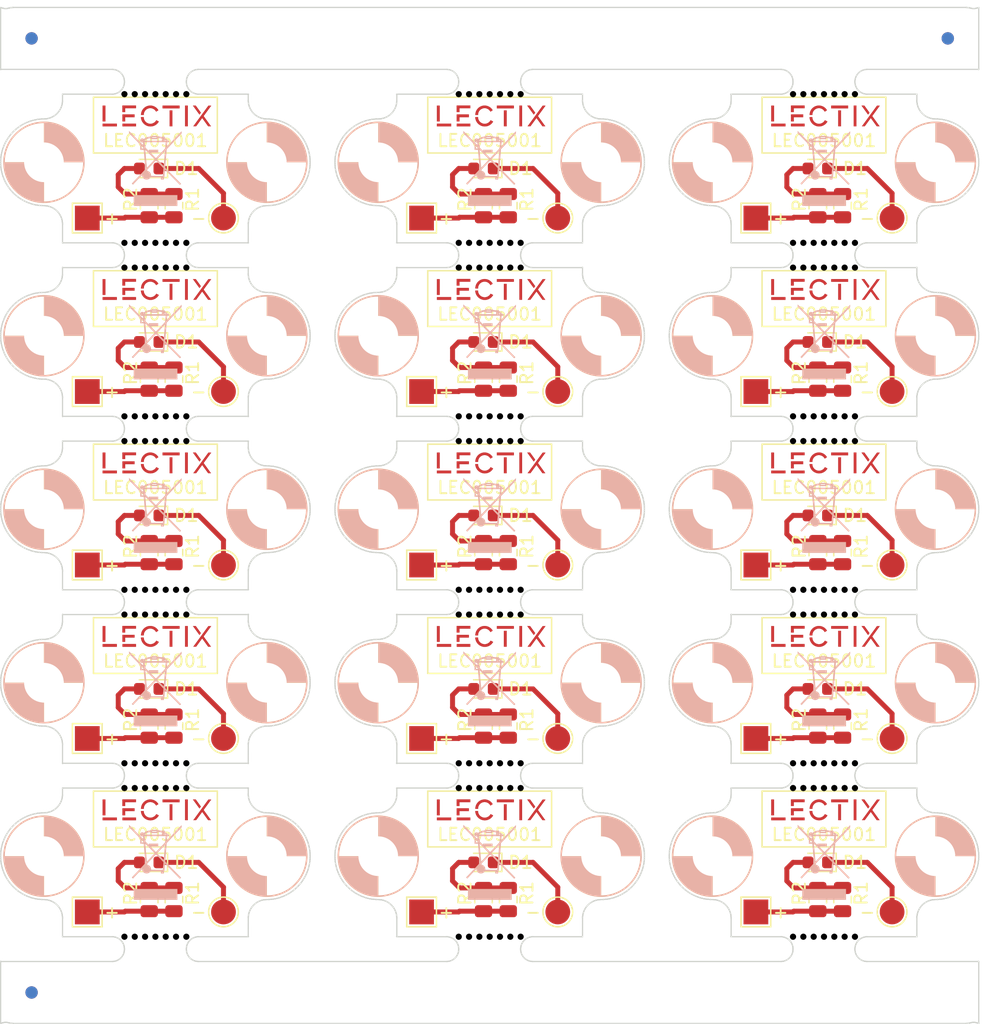
<source format=kicad_pcb>
(kicad_pcb (version 20211014) (generator pcbnew)
  (layers (0 "F.Cu" signal) (31 "B.Cu" signal) (34 "B.Paste" user) (35 "F.Paste" user) (36 "B.SilkS" user "B.Silkscreen") (37 "F.SilkS" user "F.Silkscreen") (38 "B.Mask" user) (39 "F.Mask" user) (44 "Edge.Cuts" user))
  (net 0 "")
  (net 1 "Board_0-Net-(D1-Pad1)")
  (net 2 "Board_0-Net-(D1-Pad2)")
  (net 3 "Board_0-Net-(J1-Pad1)")
  (net 4 "Board_1-Net-(D1-Pad1)")
  (net 5 "Board_1-Net-(D1-Pad2)")
  (net 6 "Board_1-Net-(J1-Pad1)")
  (net 7 "Board_2-Net-(D1-Pad1)")
  (net 8 "Board_2-Net-(D1-Pad2)")
  (net 9 "Board_2-Net-(J1-Pad1)")
  (net 10 "Board_3-Net-(D1-Pad1)")
  (net 11 "Board_3-Net-(D1-Pad2)")
  (net 12 "Board_3-Net-(J1-Pad1)")
  (net 13 "Board_4-Net-(D1-Pad1)")
  (net 14 "Board_4-Net-(D1-Pad2)")
  (net 15 "Board_4-Net-(J1-Pad1)")
  (net 16 "Board_5-Net-(D1-Pad1)")
  (net 17 "Board_5-Net-(D1-Pad2)")
  (net 18 "Board_5-Net-(J1-Pad1)")
  (net 19 "Board_6-Net-(D1-Pad1)")
  (net 20 "Board_6-Net-(D1-Pad2)")
  (net 21 "Board_6-Net-(J1-Pad1)")
  (net 22 "Board_7-Net-(D1-Pad1)")
  (net 23 "Board_7-Net-(D1-Pad2)")
  (net 24 "Board_7-Net-(J1-Pad1)")
  (net 25 "Board_8-Net-(D1-Pad1)")
  (net 26 "Board_8-Net-(D1-Pad2)")
  (net 27 "Board_8-Net-(J1-Pad1)")
  (net 28 "Board_9-Net-(D1-Pad1)")
  (net 29 "Board_9-Net-(D1-Pad2)")
  (net 30 "Board_9-Net-(J1-Pad1)")
  (net 31 "Board_10-Net-(D1-Pad1)")
  (net 32 "Board_10-Net-(D1-Pad2)")
  (net 33 "Board_10-Net-(J1-Pad1)")
  (net 34 "Board_11-Net-(D1-Pad1)")
  (net 35 "Board_11-Net-(D1-Pad2)")
  (net 36 "Board_11-Net-(J1-Pad1)")
  (net 37 "Board_12-Net-(D1-Pad1)")
  (net 38 "Board_12-Net-(D1-Pad2)")
  (net 39 "Board_12-Net-(J1-Pad1)")
  (net 40 "Board_13-Net-(D1-Pad1)")
  (net 41 "Board_13-Net-(D1-Pad2)")
  (net 42 "Board_13-Net-(J1-Pad1)")
  (net 43 "Board_14-Net-(D1-Pad1)")
  (net 44 "Board_14-Net-(D1-Pad2)")
  (net 45 "Board_14-Net-(J1-Pad1)")
  (footprint "TestPoint:TestPoint_Pad_D2.0mm" (layer "F.Cu") (at 59.998912 74)
    (fp_text reference "J2" hide)
    (fp_text value "-")
  )
  (footprint "NPTH" (layer "F.Cu") (at 52.832245 76)
    (fp_text reference "REF**" hide)
    (fp_text value "NPTH" hide)
  )
  (footprint "NPTH" (layer "F.Cu") (at 29.165578 78)
    (fp_text reference "REF**" hide)
    (fp_text value "NPTH" hide)
  )
  (footprint "TestPoint:TestPoint_Pad_2.0x2.0mm" (layer "F.Cu") (at 48.998912 60)
    (fp_text reference "J1" hide)
    (fp_text value "+")
  )
  (footprint "NPTH" (layer "F.Cu") (at 55.332245 78)
    (fp_text reference "REF**" hide)
    (fp_text value "NPTH" hide)
  )
  (footprint "NPTH" (layer "F.Cu") (at 78.998912 76)
    (fp_text reference "REF**" hide)
    (fp_text value "NPTH" hide)
  )
  (footprint "NPTH" (layer "F.Cu") (at 83.998912 64)
    (fp_text reference "REF**" hide)
    (fp_text value "NPTH" hide)
  )
  (footprint "NPTH" (layer "F.Cu") (at 56.165578 36)
    (fp_text reference "REF**" hide)
    (fp_text value "NPTH" hide)
  )
  (footprint "NPTH" (layer "F.Cu") (at 56.998912 90)
    (fp_text reference "REF**" hide)
    (fp_text value "NPTH" hide)
  )
  (footprint "0_logos:Logo_10mm" (layer "F.Cu") (at 81.498912 51.75)
    (fp_text reference "LOGO1" hide)
    (fp_text value "logo_lectix_25mm" hide)
  )
  (footprint "NPTH" (layer "F.Cu") (at 24.998912 64)
    (fp_text reference "REF**" hide)
    (fp_text value "NPTH" hide)
  )
  (footprint "0_mechanical:MountingHole_3.2mm_M3" (layer "F.Cu") (at 72.498912 69.5)
    (fp_text reference "H1" hide)
    (fp_text value "MountingHole" hide)
  )
  (footprint "0_mechanical:MountingHole_3.2mm_M3" (layer "F.Cu") (at 63.498912 55.5)
    (fp_text reference "H2" hide)
    (fp_text value "MountingHole" hide)
  )
  (footprint "NPTH" (layer "F.Cu") (at 24.998912 76)
    (fp_text reference "REF**" hide)
    (fp_text value "NPTH" hide)
  )
  (footprint "Resistor_SMD:R_0805_2012Metric" (layer "F.Cu") (at 82.998912 31 -90)
    (fp_text reference "R1")
    (fp_text value "1k")
  )
  (footprint "NPTH" (layer "F.Cu") (at 82.332245 50)
    (fp_text reference "REF**" hide)
    (fp_text value "NPTH" hide)
  )
  (footprint "NPTH" (layer "F.Cu") (at 56.998912 50)
    (fp_text reference "REF**" hide)
    (fp_text value "NPTH" hide)
  )
  (footprint "NPTH" (layer "F.Cu") (at 24.998912 90)
    (fp_text reference "REF**" hide)
    (fp_text value "NPTH" hide)
  )
  (footprint "Resistor_SMD:R_0805_2012Metric" (layer "F.Cu") (at 26.998912 59 -90)
    (fp_text reference "R2")
    (fp_text value "1k")
  )
  (footprint "NPTH" (layer "F.Cu") (at 83.165578 78)
    (fp_text reference "REF**" hide)
    (fp_text value "NPTH" hide)
  )
  (footprint "0_mechanical:MountingHole_3.2mm_M3" (layer "F.Cu") (at 72.498912 41.5)
    (fp_text reference "H1" hide)
    (fp_text value "MountingHole" hide)
  )
  (footprint "NPTH" (layer "F.Cu") (at 54.498912 50)
    (fp_text reference "REF**" hide)
    (fp_text value "NPTH" hide)
  )
  (footprint "NPTH" (layer "F.Cu") (at 78.998912 90)
    (fp_text reference "REF**" hide)
    (fp_text value "NPTH" hide)
  )
  (footprint "0_mechanical:MountingHole_3.2mm_M3" (layer "F.Cu") (at 45.498912 69.5)
    (fp_text reference "H1" hide)
    (fp_text value "MountingHole" hide)
  )
  (footprint "NPTH" (layer "F.Cu") (at 51.998912 78)
    (fp_text reference "REF**" hide)
    (fp_text value "NPTH" hide)
  )
  (footprint "NPTH" (layer "F.Cu") (at 24.998912 62)
    (fp_text reference "REF**" hide)
    (fp_text value "NPTH" hide)
  )
  (footprint "Resistor_SMD:R_0805_2012Metric" (layer "F.Cu") (at 28.998912 45 -90)
    (fp_text reference "R1")
    (fp_text value "1k")
  )
  (footprint "NPTH" (layer "F.Cu") (at 80.665578 34)
    (fp_text reference "REF**" hide)
    (fp_text value "NPTH" hide)
  )
  (footprint "NPTH" (layer "F.Cu") (at 25.832246 48)
    (fp_text reference "REF**" hide)
    (fp_text value "NPTH" hide)
  )
  (footprint "NPTH" (layer "F.Cu") (at 29.998912 34)
    (fp_text reference "REF**" hide)
    (fp_text value "NPTH" hide)
  )
  (footprint "Resistor_SMD:R_0805_2012Metric" (layer "F.Cu") (at 28.998912 87 -90)
    (fp_text reference "R1")
    (fp_text value "1k")
  )
  (footprint "NPTH" (layer "F.Cu") (at 53.665578 48)
    (fp_text reference "REF**" hide)
    (fp_text value "NPTH" hide)
  )
  (footprint "NPTH" (layer "F.Cu") (at 78.998912 64)
    (fp_text reference "REF**" hide)
    (fp_text value "NPTH" hide)
  )
  (footprint "NPTH" (layer "F.Cu") (at 26.665579 48)
    (fp_text reference "REF**" hide)
    (fp_text value "NPTH" hide)
  )
  (footprint "NPTH" (layer "F.Cu") (at 79.832245 22)
    (fp_text reference "REF**" hide)
    (fp_text value "NPTH" hide)
  )
  (footprint "Resistor_SMD:R_0805_2012Metric" (layer "F.Cu") (at 80.998912 31 -90)
    (fp_text reference "R2")
    (fp_text value "1k")
  )
  (footprint "NPTH" (layer "F.Cu") (at 55.332245 22)
    (fp_text reference "REF**" hide)
    (fp_text value "NPTH" hide)
  )
  (footprint "TestPoint:TestPoint_Pad_2.0x2.0mm" (layer "F.Cu") (at 21.998912 88)
    (fp_text reference "J1" hide)
    (fp_text value "+")
  )
  (footprint "NPTH" (layer "F.Cu") (at 82.332245 64)
    (fp_text reference "REF**" hide)
    (fp_text value "NPTH" hide)
  )
  (footprint "NPTH" (layer "F.Cu") (at 24.998912 34)
    (fp_text reference "REF**" hide)
    (fp_text value "NPTH" hide)
  )
  (footprint "LED_SMD:LED_0603_1608Metric" (layer "F.Cu") (at 80.998912 70 180)
    (fp_text reference "D1")
    (fp_text value "LED")
  )
  (footprint "NPTH" (layer "F.Cu") (at 25.832246 50)
    (fp_text reference "REF**" hide)
    (fp_text value "NPTH" hide)
  )
  (footprint "LED_SMD:LED_0603_1608Metric" (layer "F.Cu") (at 80.998912 84 180)
    (fp_text reference "D1")
    (fp_text value "LED")
  )
  (footprint "NPTH" (layer "F.Cu") (at 29.998912 90)
    (fp_text reference "REF**" hide)
    (fp_text value "NPTH" hide)
  )
  (footprint "NPTH" (layer "F.Cu") (at 82.332245 90)
    (fp_text reference "REF**" hide)
    (fp_text value "NPTH" hide)
  )
  (footprint "Resistor_SMD:R_0805_2012Metric" (layer "F.Cu") (at 55.998912 73 -90)
    (fp_text reference "R1")
    (fp_text value "1k")
  )
  (footprint "NPTH" (layer "F.Cu") (at 78.998912 34)
    (fp_text reference "REF**" hide)
    (fp_text value "NPTH" hide)
  )
  (footprint "NPTH" (layer "F.Cu") (at 28.332245 90)
    (fp_text reference "REF**" hide)
    (fp_text value "NPTH" hide)
  )
  (footprint "NPTH" (layer "F.Cu") (at 29.165578 62)
    (fp_text reference "REF**" hide)
    (fp_text value "NPTH" hide)
  )
  (footprint "Resistor_SMD:R_0805_2012Metric" (layer "F.Cu") (at 80.998912 73 -90)
    (fp_text reference "R2")
    (fp_text value "1k")
  )
  (footprint "NPTH" (layer "F.Cu") (at 80.665578 62)
    (fp_text reference "REF**" hide)
    (fp_text value "NPTH" hide)
  )
  (footprint "NPTH" (layer "F.Cu") (at 55.332245 34)
    (fp_text reference "REF**" hide)
    (fp_text value "NPTH" hide)
  )
  (footprint "LED_SMD:LED_0603_1608Metric" (layer "F.Cu") (at 26.998912 42 180)
    (fp_text reference "D1")
    (fp_text value "LED")
  )
  (footprint "0_mechanical:MountingHole_3.2mm_M3" (layer "F.Cu") (at 63.498912 69.5)
    (fp_text reference "H2" hide)
    (fp_text value "MountingHole" hide)
  )
  (footprint "NPTH" (layer "F.Cu") (at 26.665579 78)
    (fp_text reference "REF**" hide)
    (fp_text value "NPTH" hide)
  )
  (footprint "NPTH" (layer "F.Cu") (at 51.998912 48)
    (fp_text reference "REF**" hide)
    (fp_text value "NPTH" hide)
  )
  (footprint "0_mechanical:MountingHole_3.2mm_M3" (layer "F.Cu") (at 90.498912 83.5)
    (fp_text reference "H2" hide)
    (fp_text value "MountingHole" hide)
  )
  (footprint "Resistor_SMD:R_0805_2012Metric" (layer "F.Cu") (at 53.998912 59 -90)
    (fp_text reference "R2")
    (fp_text value "1k")
  )
  (footprint "NPTH" (layer "F.Cu") (at 83.998912 76)
    (fp_text reference "REF**" hide)
    (fp_text value "NPTH" hide)
  )
  (footprint "0_mechanical:MountingHole_3.2mm_M3" (layer "F.Cu") (at 18.498912 83.5)
    (fp_text reference "H1" hide)
    (fp_text value "MountingHole" hide)
  )
  (footprint "NPTH" (layer "F.Cu") (at 28.332245 62)
    (fp_text reference "REF**" hide)
    (fp_text value "NPTH" hide)
  )
  (footprint "NPTH" (layer "F.Cu") (at 24.998912 50)
    (fp_text reference "REF**" hide)
    (fp_text value "NPTH" hide)
  )
  (footprint "TestPoint:TestPoint_Pad_2.0x2.0mm" (layer "F.Cu") (at 75.998912 60)
    (fp_text reference "J1" hide)
    (fp_text value "+")
  )
  (footprint "NPTH" (layer "F.Cu") (at 25.832246 36)
    (fp_text reference "REF**" hide)
    (fp_text value "NPTH" hide)
  )
  (footprint "0_logos:Logo_10mm" (layer "F.Cu") (at 54.498912 79.75)
    (fp_text reference "LOGO1" hide)
    (fp_text value "logo_lectix_25mm" hide)
  )
  (footprint "NPTH" (layer "F.Cu") (at 56.165578 62)
    (fp_text reference "REF**" hide)
    (fp_text value "NPTH" hide)
  )
  (footprint "NPTH" (layer "F.Cu") (at 54.498912 34)
    (fp_text reference "REF**" hide)
    (fp_text value "NPTH" hide)
  )
  (footprint "NPTH" (layer "F.Cu") (at 55.332245 76)
    (fp_text reference "REF**" hide)
    (fp_text value "NPTH" hide)
  )
  (footprint "0_logos:Logo_10mm" (layer "F.Cu") (at 27.498912 65.75)
    (fp_text reference "LOGO1" hide)
    (fp_text value "logo_lectix_25mm" hide)
  )
  (footprint "0_logos:Logo_10mm" (layer "F.Cu") (at 27.498912 23.75)
    (fp_text reference "LOGO1" hide)
    (fp_text value "logo_lectix_25mm" hide)
  )
  (footprint "Resistor_SMD:R_0805_2012Metric" (layer "F.Cu") (at 82.998912 73 -90)
    (fp_text reference "R1")
    (fp_text value "1k")
  )
  (footprint "0_mechanical:MountingHole_3.2mm_M3" (layer "F.Cu") (at 18.498912 69.5)
    (fp_text reference "H1" hide)
    (fp_text value "MountingHole" hide)
  )
  (footprint "0_logos:Logo_10mm" (layer "F.Cu") (at 54.498912 51.75)
    (fp_text reference "LOGO1" hide)
    (fp_text value "logo_lectix_25mm" hide)
  )
  (footprint "NPTH" (layer "F.Cu") (at 83.165578 22)
    (fp_text reference "REF**" hide)
    (fp_text value "NPTH" hide)
  )
  (footprint "0_logos:Logo_10mm" (layer "F.Cu") (at 54.498912 23.75)
    (fp_text reference "LOGO1" hide)
    (fp_text value "logo_lectix_25mm" hide)
  )
  (footprint "NPTH" (layer "F.Cu") (at 55.332245 62)
    (fp_text reference "REF**" hide)
    (fp_text value "NPTH" hide)
  )
  (footprint "NPTH" (layer "F.Cu") (at 29.165578 22)
    (fp_text reference "REF**" hide)
    (fp_text value "NPTH" hide)
  )
  (footprint "NPTH" (layer "F.Cu") (at 51.998912 76)
    (fp_text reference "REF**" hide)
    (fp_text value "NPTH" hide)
  )
  (footprint "NPTH" (layer "F.Cu") (at 55.332245 90)
    (fp_text reference "REF**" hide)
    (fp_text value "NPTH" hide)
  )
  (footprint "NPTH" (layer "F.Cu") (at 82.332245 48)
    (fp_text reference "REF**" hide)
    (fp_text value "NPTH" hide)
  )
  (footprint "NPTH" (layer "F.Cu") (at 78.998912 50)
    (fp_text reference "REF**" hide)
    (fp_text value "NPTH" hide)
  )
  (footprint "NPTH" (layer "F.Cu") (at 78.998912 36)
    (fp_text reference "REF**" hide)
    (fp_text value "NPTH" hide)
  )
  (footprint "NPTH" (layer "F.Cu") (at 25.832246 34)
    (fp_text reference "REF**" hide)
    (fp_text value "NPTH" hide)
  )
  (footprint "Resistor_SMD:R_0805_2012Metric" (layer "F.Cu") (at 28.998912 59 -90)
    (fp_text reference "R1")
    (fp_text value "1k")
  )
  (footprint "NPTH" (layer "F.Cu") (at 29.165578 76)
    (fp_text reference "REF**" hide)
    (fp_text value "NPTH" hide)
  )
  (footprint "NPTH" (layer "F.Cu") (at 26.665579 62)
    (fp_text reference "REF**" hide)
    (fp_text value "NPTH" hide)
  )
  (footprint "0_mechanical:MountingHole_3.2mm_M3" (layer "F.Cu") (at 18.498912 27.5)
    (fp_text reference "H1" hide)
    (fp_text value "MountingHole" hide)
  )
  (footprint "NPTH" (layer "F.Cu") (at 83.998912 50)
    (fp_text reference "REF**" hide)
    (fp_text value "NPTH" hide)
  )
  (footprint "NPTH" (layer "F.Cu") (at 27.498912 22)
    (fp_text reference "REF**" hide)
    (fp_text value "NPTH" hide)
  )
  (footprint "NPTH" (layer "F.Cu") (at 83.165578 48)
    (fp_text reference "REF**" hide)
    (fp_text value "NPTH" hide)
  )
  (footprint "NPTH" (layer "F.Cu") (at 28.332245 50)
    (fp_text reference "REF**" hide)
    (fp_text value "NPTH" hide)
  )
  (footprint "NPTH" (layer "F.Cu") (at 56.998912 64)
    (fp_text reference "REF**" hide)
    (fp_text value "NPTH" hide)
  )
  (footprint "NPTH" (layer "F.Cu") (at 83.998912 90)
    (fp_text reference "REF**" hide)
    (fp_text value "NPTH" hide)
  )
  (footprint "NPTH" (layer "F.Cu") (at 24.998912 22)
    (fp_text reference "REF**" hide)
    (fp_text value "NPTH" hide)
  )
  (footprint "NPTH" (layer "F.Cu") (at 81.498912 22)
    (fp_text reference "REF**" hide)
    (fp_text value "NPTH" hide)
  )
  (footprint "0_mechanical:MountingHole_3.2mm_M3" (layer "F.Cu") (at 45.498912 55.5)
    (fp_text reference "H1" hide)
    (fp_text value "MountingHole" hide)
  )
  (footprint "Resistor_SMD:R_0805_2012Metric" (layer "F.Cu") (at 80.998912 59 -90)
    (fp_text reference "R2")
    (fp_text value "1k")
  )
  (footprint "NPTH" (layer "F.Cu") (at 51.998912 22)
    (fp_text reference "REF**" hide)
    (fp_text value "NPTH" hide)
  )
  (footprint "Resistor_SMD:R_0805_2012Metric" (layer "F.Cu") (at 26.998912 45 -90)
    (fp_text reference "R2")
    (fp_text value "1k")
  )
  (footprint "NPTH" (layer "F.Cu") (at 53.665578 64)
    (fp_text reference "REF**" hide)
    (fp_text value "NPTH" hide)
  )
  (footprint "NPTH" (layer "F.Cu") (at 56.998912 76)
    (fp_text reference "REF**" hide)
    (fp_text value "NPTH" hide)
  )
  (footprint "LED_SMD:LED_0603_1608Metric" (layer "F.Cu") (at 53.998912 56 180)
    (fp_text reference "D1")
    (fp_text value "LED")
  )
  (footprint "NPTH" (layer "F.Cu") (at 29.998912 48)
    (fp_text reference "REF**" hide)
    (fp_text value "NPTH" hide)
  )
  (footprint "NPTH" (layer "F.Cu") (at 56.165578 34)
    (fp_text reference "REF**" hide)
    (fp_text value "NPTH" hide)
  )
  (footprint "NPTH" (layer "F.Cu") (at 51.998912 62)
    (fp_text reference "REF**" hide)
    (fp_text value "NPTH" hide)
  )
  (footprint "0_mechanical:MountingHole_3.2mm_M3" (layer "F.Cu") (at 72.498912 55.5)
    (fp_text reference "H1" hide)
    (fp_text value "MountingHole" hide)
  )
  (footprint "NPTH" (layer "F.Cu") (at 83.998912 22)
    (fp_text reference "REF**" hide)
    (fp_text value "NPTH" hide)
  )
  (footprint "Resistor_SMD:R_0805_2012Metric" (layer "F.Cu") (at 82.998912 45 -90)
    (fp_text reference "R1")
    (fp_text value "1k")
  )
  (footprint "Resistor_SMD:R_0805_2012Metric" (layer "F.Cu") (at 53.998912 45 -90)
    (fp_text reference "R2")
    (fp_text value "1k")
  )
  (footprint "NPTH" (layer "F.Cu") (at 52.832245 34)
    (fp_text reference "REF**" hide)
    (fp_text value "NPTH" hide)
  )
  (footprint "0_mechanical:MountingHole_3.2mm_M3" (layer "F.Cu") (at 45.498912 27.5)
    (fp_text reference "H1" hide)
    (fp_text value "MountingHole" hide)
  )
  (footprint "NPTH" (layer "F.Cu") (at 81.498912 90)
    (fp_text reference "REF**" hide)
    (fp_text value "NPTH" hide)
  )
  (footprint "0_mechanical:MountingHole_3.2mm_M3" (layer "F.Cu") (at 72.498912 27.5)
    (fp_text reference "H1" hide)
    (fp_text value "MountingHole" hide)
  )
  (footprint "NPTH" (layer "F.Cu") (at 26.665579 90)
    (fp_text reference "REF**" hide)
    (fp_text value "NPTH" hide)
  )
  (footprint "NPTH" (layer "F.Cu") (at 53.665578 76)
    (fp_text reference "REF**" hide)
    (fp_text value "NPTH" hide)
  )
  (footprint "NPTH" (layer "F.Cu") (at 26.665579 76)
    (fp_text reference "REF**" hide)
    (fp_text value "NPTH" hide)
  )
  (footprint "NPTH" (layer "F.Cu") (at 27.498912 64)
    (fp_text reference "REF**" hide)
    (fp_text value "NPTH" hide)
  )
  (footprint "NPTH" (layer "F.Cu") (at 83.998912 36)
    (fp_text reference "REF**" hide)
    (fp_text value "NPTH" hide)
  )
  (footprint "TestPoint:TestPoint_Pad_2.0x2.0mm" (layer "F.Cu") (at 75.998912 74)
    (fp_text reference "J1" hide)
    (fp_text value "+")
  )
  (footprint "NPTH" (layer "F.Cu") (at 53.665578 34)
    (fp_text reference "REF**" hide)
    (fp_text value "NPTH" hide)
  )
  (footprint "0_mechanical:MountingHole_3.2mm_M3" (layer "F.Cu") (at 63.498912 41.5)
    (fp_text reference "H2" hide)
    (fp_text value "MountingHole" hide)
  )
  (footprint "NPTH" (layer "F.Cu") (at 80.665578 50)
    (fp_text reference "REF**" hide)
    (fp_text value "NPTH" hide)
  )
  (footprint "NPTH" (layer "F.Cu") (at 79.832245 78)
    (fp_text reference "REF**" hide)
    (fp_text value "NPTH" hide)
  )
  (footprint "NPTH" (layer "F.Cu") (at 82.332245 34)
    (fp_text reference "REF**" hide)
    (fp_text value "NPTH" hide)
  )
  (footprint "NPTH" (layer "F.Cu") (at 29.165578 34)
    (fp_text reference "REF**" hide)
    (fp_text value "NPTH" hide)
  )
  (footprint "NPTH" (layer "F.Cu") (at 83.998912 78)
    (fp_text reference "REF**" hide)
    (fp_text value "NPTH" hide)
  )
  (footprint "NPTH" (layer "F.Cu") (at 80.665578 36)
    (fp_text reference "REF**" hide)
    (fp_text value "NPTH" hide)
  )
  (footprint "NPTH" (layer "F.Cu") (at 54.498912 78)
    (fp_text reference "REF**" hide)
    (fp_text value "NPTH" hide)
  )
  (footprint "Resistor_SMD:R_0805_2012Metric" (layer "F.Cu") (at 55.998912 45 -90)
    (fp_text reference "R1")
    (fp_text value "1k")
  )
  (footprint "NPTH" (layer "F.Cu") (at 52.832245 36)
    (fp_text reference "REF**" hide)
    (fp_text value "NPTH" hide)
  )
  (footprint "TestPoint:TestPoint_Pad_D2.0mm" (layer "F.Cu") (at 86.998912 74)
    (fp_text reference "J2" hide)
    (fp_text value "-")
  )
  (footprint "NPTH" (layer "F.Cu") (at 26.665579 36)
    (fp_text reference "REF**" hide)
    (fp_text value "NPTH" hide)
  )
  (footprint "NPTH" (layer "F.Cu") (at 81.498912 78)
    (fp_text reference "REF**" hide)
    (fp_text value "NPTH" hide)
  )
  (footprint "NPTH" (layer "F.Cu") (at 56.165578 64)
    (fp_text reference "REF**" hide)
    (fp_text value "NPTH" hide)
  )
  (footprint "NPTH" (layer "F.Cu") (at 26.665579 50)
    (fp_text reference "REF**" hide)
    (fp_text value "NPTH" hide)
  )
  (footprint "0_mechanical:MountingHole_3.2mm_M3" (layer "F.Cu") (at 63.498912 27.5)
    (fp_text reference "H2" hide)
    (fp_text value "MountingHole" hide)
  )
  (footprint "Resistor_SMD:R_0805_2012Metric" (layer "F.Cu") (at 55.998912 87 -90)
    (fp_text reference "R1")
    (fp_text value "1k")
  )
  (footprint "NPTH" (layer "F.Cu") (at 26.665579 22)
    (fp_text reference "REF**" hide)
    (fp_text value "NPTH" hide)
  )
  (footprint "NPTH" (layer "F.Cu") (at 81.498912 62)
    (fp_text reference "REF**" hide)
    (fp_text value "NPTH" hide)
  )
  (footprint "TestPoint:TestPoint_Pad_D2.0mm" (layer "F.Cu") (at 59.998912 46)
    (fp_text reference "J2" hide)
    (fp_text value "-")
  )
  (footprint "NPTH" (layer "F.Cu") (at 82.332245 62)
    (fp_text reference "REF**" hide)
    (fp_text value "NPTH" hide)
  )
  (footprint "NPTH" (layer "F.Cu") (at 24.998912 36)
    (fp_text reference "REF**" hide)
    (fp_text value "NPTH" hide)
  )
  (footprint "NPTH" (layer "F.Cu") (at 28.332245 36)
    (fp_text reference "REF**" hide)
    (fp_text value "NPTH" hide)
  )
  (footprint "NPTH" (layer "F.Cu") (at 56.165578 48)
    (fp_text reference "REF**" hide)
    (fp_text value "NPTH" hide)
  )
  (footprint "0_mechanical:MountingHole_3.2mm_M3" (layer "F.Cu") (at 36.498912 83.5)
    (fp_text reference "H2" hide)
    (fp_text value "MountingHole" hide)
  )
  (footprint "Resistor_SMD:R_0805_2012Metric" (layer "F.Cu") (at 26.998912 73 -90)
    (fp_text reference "R2")
    (fp_text value "1k")
  )
  (footprint "NPTH" (layer "F.Cu") (at 81.498912 76)
    (fp_text reference "REF**" hide)
    (fp_text value "NPTH" hide)
  )
  (footprint "NPTH" (layer "F.Cu") (at 56.998912 48)
    (fp_text reference "REF**" hide)
    (fp_text value "NPTH" hide)
  )
  (footprint "NPTH" (layer "F.Cu") (at 54.498912 90)
    (fp_text reference "REF**" hide)
    (fp_text value "NPTH" hide)
  )
  (footprint "0_logos:Logo_10mm" (layer "F.Cu") (at 81.498912 37.75)
    (fp_text reference "LOGO1" hide)
    (fp_text value "logo_lectix_25mm" hide)
  )
  (footprint "TestPoint:TestPoint_Pad_D2.0mm" (layer "F.Cu") (at 59.998912 32)
    (fp_text reference "J2" hide)
    (fp_text value "-")
  )
  (footprint "NPTH" (layer "F.Cu") (at 83.165578 64)
    (fp_text reference "REF**" hide)
    (fp_text value "NPTH" hide)
  )
  (footprint "NPTH" (layer "F.Cu") (at 54.498912 48)
    (fp_text reference "REF**" hide)
    (fp_text value "NPTH" hide)
  )
  (footprint "NPTH" (layer "F.Cu") (at 82.332245 22)
    (fp_text reference "REF**" hide)
    (fp_text value "NPTH" hide)
  )
  (footprint "Resistor_SMD:R_0805_2012Metric" (layer "F.Cu") (at 53.998912 87 -90)
    (fp_text reference "R2")
    (fp_text value "1k")
  )
  (footprint "NPTH" (layer "F.Cu") (at 83.998912 62)
    (fp_text reference "REF**" hide)
    (fp_text value "NPTH" hide)
  )
  (footprint "Resistor_SMD:R_0805_2012Metric" (layer "F.Cu") (at 28.998912 73 -90)
    (fp_text reference "R1")
    (fp_text value "1k")
  )
  (footprint "NPTH" (layer "F.Cu") (at 83.998912 34)
    (fp_text reference "REF**" hide)
    (fp_text value "NPTH" hide)
  )
  (footprint "NPTH" (layer "F.Cu") (at 56.998912 36)
    (fp_text reference "REF**" hide)
    (fp_text value "NPTH" hide)
  )
  (footprint "TestPoint:TestPoint_Pad_2.0x2.0mm" (layer "F.Cu") (at 48.998912 46)
    (fp_text reference "J1" hide)
    (fp_text value "+")
  )
  (footprint "NPTH" (layer "F.Cu") (at 81.498912 50)
    (fp_text reference "REF**" hide)
    (fp_text value "NPTH" hide)
  )
  (footprint "NPTH" (layer "F.Cu") (at 52.832245 64)
    (fp_text reference "REF**" hide)
    (fp_text value "NPTH" hide)
  )
  (footprint "0_mechanical:MountingHole_3.2mm_M3" (layer "F.Cu") (at 90.498912 55.5)
    (fp_text reference "H2" hide)
    (fp_text value "MountingHole" hide)
  )
  (footprint "NPTH" (layer "F.Cu") (at 26.665579 34)
    (fp_text reference "REF**" hide)
    (fp_text value "NPTH" hide)
  )
  (footprint "NPTH" (layer "F.Cu") (at 25.832246 62)
    (fp_text reference "REF**" hide)
    (fp_text value "NPTH" hide)
  )
  (footprint "Fiducial" (layer "F.Cu") (at 91.497824 17.5)
    (fp_text reference "REF**" hide)
    (fp_text value "Fiducial" hide)
  )
  (footprint "TestPoint:TestPoint_Pad_2.0x2.0mm" (layer "F.Cu") (at 75.998912 46)
    (fp_text reference "J1" hide)
    (fp_text value "+")
  )
  (footprint "0_logos:Logo_10mm" (layer "F.Cu") (at 81.498912 23.75)
    (fp_text reference "LOGO1" hide)
    (fp_text value "logo_lectix_25mm" hide)
  )
  (footprint "LED_SMD:LED_0603_1608Metric" (layer "F.Cu") (at 80.998912 28 180)
    (fp_text reference "D1")
    (fp_text value "LED")
  )
  (footprint "LED_SMD:LED_0603_1608Metric" (layer "F.Cu") (at 26.998912 56 180)
    (fp_text reference "D1")
    (fp_text value "LED")
  )
  (footprint "NPTH" (layer "F.Cu") (at 29.165578 36)
    (fp_text reference "REF**" hide)
    (fp_text value "NPTH" hide)
  )
  (footprint "NPTH" (layer "F.Cu") (at 54.498912 36)
    (fp_text reference "REF**" hide)
    (fp_text value "NPTH" hide)
  )
  (footprint "Resistor_SMD:R_0805_2012Metric" (layer "F.Cu") (at 28.998912 31 -90)
    (fp_text reference "R1")
    (fp_text value "1k")
  )
  (footprint "NPTH" (layer "F.Cu") (at 27.498912 34)
    (fp_text reference "REF**" hide)
    (fp_text value "NPTH" hide)
  )
  (footprint "LED_SMD:LED_0603_1608Metric" (layer "F.Cu") (at 26.998912 70 180)
    (fp_text reference "D1")
    (fp_text value "LED")
  )
  (footprint "NPTH" (layer "F.Cu") (at 52.832245 62)
    (fp_text reference "REF**" hide)
    (fp_text value "NPTH" hide)
  )
  (footprint "NPTH" (layer "F.Cu") (at 27.498912 50)
    (fp_text reference "REF**" hide)
    (fp_text value "NPTH" hide)
  )
  (footprint "NPTH" (layer "F.Cu") (at 25.832246 22)
    (fp_text reference "REF**" hide)
    (fp_text value "NPTH" hide)
  )
  (footprint "NPTH" (layer "F.Cu") (at 79.832245 76)
    (fp_text reference "REF**" hide)
    (fp_text value "NPTH" hide)
  )
  (footprint "NPTH" (layer "F.Cu") (at 25.832246 78)
    (fp_text reference "REF**" hide)
    (fp_text value "NPTH" hide)
  )
  (footprint "NPTH" (layer "F.Cu") (at 24.998912 78)
    (fp_text reference "REF**" hide)
    (fp_text value "NPTH" hide)
  )
  (footprint "NPTH" (layer "F.Cu") (at 83.165578 62)
    (fp_text reference "REF**" hide)
    (fp_text value "NPTH" hide)
  )
  (footprint "NPTH" (layer "F.Cu") (at 56.998912 62)
    (fp_text reference "REF**" hide)
    (fp_text value "NPTH" hide)
  )
  (footprint "NPTH" (layer "F.Cu") (at 25.832246 64)
    (fp_text reference "REF**" hide)
    (fp_text value "NPTH" hide)
  )
  (footprint "NPTH" (layer "F.Cu") (at 56.998912 22)
    (fp_text reference "REF**" hide)
    (fp_text value "NPTH" hide)
  )
  (footprint "NPTH" (layer "F.Cu") (at 54.498912 76)
    (fp_text reference "REF**" hide)
    (fp_text value "NPTH" hide)
  )
  (footprint "0_mechanical:MountingHole_3.2mm_M3" (layer "F.Cu") (at 72.498912 83.5)
    (fp_text reference "H1" hide)
    (fp_text value "MountingHole" hide)
  )
  (footprint "NPTH" (layer "F.Cu") (at 53.665578 90)
    (fp_text reference "REF**" hide)
    (fp_text value "NPTH" hide)
  )
  (footprint "0_mechanical:MountingHole_3.2mm_M3" (layer "F.Cu") (at 36.498912 27.5)
    (fp_text reference "H2" hide)
    (fp_text value "MountingHole" hide)
  )
  (footprint "NPTH" (layer "F.Cu") (at 82.332245 76)
    (fp_text reference "REF**" hide)
    (fp_text value "NPTH" hide)
  )
  (footprint "NPTH" (layer "F.Cu") (at 54.498912 62)
    (fp_text reference "REF**" hide)
    (fp_text value "NPTH" hide)
  )
  (footprint "NPTH" (layer "F.Cu") (at 51.998912 34)
    (fp_text reference "REF**" hide)
    (fp_text value "NPTH" hide)
  )
  (footprint "NPTH" (layer "F.Cu") (at 82.332245 36)
    (fp_text reference "REF**" hide)
    (fp_text value "NPTH" hide)
  )
  (footprint "0_logos:Logo_10mm" (layer "F.Cu") (at 81.498912 79.75)
    (fp_text reference "LOGO1" hide)
    (fp_text value "logo_lectix_25mm" hide)
  )
  (footprint "NPTH" (layer "F.Cu") (at 82.332245 78)
    (fp_text reference "REF**" hide)
    (fp_text value "NPTH" hide)
  )
  (footprint "TestPoint:TestPoint_Pad_2.0x2.0mm" (layer "F.Cu") (at 21.998912 32)
    (fp_text reference "J1" hide)
    (fp_text value "+")
  )
  (footprint "NPTH" (layer "F.Cu") (at 51.998912 90)
    (fp_text reference "REF**" hide)
    (fp_text value "NPTH" hide)
  )
  (footprint "NPTH" (layer "F.Cu") (at 25.832246 90)
    (fp_text reference "REF**" hide)
    (fp_text value "NPTH" hide)
  )
  (footprint "0_mechanical:MountingHole_3.2mm_M3" (layer "F.Cu") (at 36.498912 55.5)
    (fp_text reference "H2" hide)
    (fp_text value "MountingHole" hide)
  )
  (footprint "TestPoint:TestPoint_Pad_D2.0mm" (layer "F.Cu") (at 59.998912 88)
    (fp_text reference "J2" hide)
    (fp_text value "-")
  )
  (footprint "0_mechanical:MountingHole_3.2mm_M3" (layer "F.Cu") (at 45.498912 83.5)
    (fp_text reference "H1" hide)
    (fp_text value "MountingHole" hide)
  )
  (footprint "NPTH" (layer "F.Cu") (at 79.832245 34)
    (fp_text reference "REF**" hide)
    (fp_text value "NPTH" hide)
  )
  (footprint "TestPoint:TestPoint_Pad_2.0x2.0mm" (layer "F.Cu") (at 48.998912 32)
    (fp_text reference "J1" hide)
    (fp_text value "+")
  )
  (footprint "TestPoint:TestPoint_Pad_D2.0mm" (layer "F.Cu") (at 59.998912 60)
    (fp_text reference "J2" hide)
    (fp_text value "-")
  )
  (footprint "0_mechanical:MountingHole_3.2mm_M3" (layer "F.Cu") (at 90.498912 69.5)
    (fp_text reference "H2" hide)
    (fp_text value "MountingHole" hide)
  )
  (footprint "0_mechanical:MountingHole_3.2mm_M3" (layer "F.Cu") (at 63.498912 83.5)
    (fp_text reference "H2" hide)
    (fp_text value "MountingHole" hide)
  )
  (footprint "NPTH" (layer "F.Cu") (at 28.332245 78)
    (fp_text reference "REF**" hide)
    (fp_text value "NPTH" hide)
  )
  (footprint "NPTH" (layer "F.Cu") (at 78.998912 78)
    (fp_text reference "REF**" hide)
    (fp_text value "NPTH" hide)
  )
  (footprint "NPTH" (layer "F.Cu") (at 79.832245 62)
    (fp_text reference "REF**" hide)
    (fp_text value "NPTH" hide)
  )
  (footprint "NPTH" (layer "F.Cu") (at 55.332245 36)
    (fp_text reference "REF**" hide)
    (fp_text value "NPTH" hide)
  )
  (footprint "TestPoint:TestPoint_Pad_D2.0mm" (layer "F.Cu") (at 32.998912 60)
    (fp_text reference "J2" hide)
    (fp_text value "-")
  )
  (footprint "TestPoint:TestPoint_Pad_2.0x2.0mm" (layer "F.Cu") (at 21.998912 74)
    (fp_text reference "J1" hide)
    (fp_text value "+")
  )
  (footprint "NPTH" (layer "F.Cu") (at 53.665578 62)
    (fp_text reference "REF**" hide)
    (fp_text value "NPTH" hide)
  )
  (footprint "LED_SMD:LED_0603_1608Metric" (layer "F.Cu") (at 53.998912 28 180)
    (fp_text reference "D1")
    (fp_text value "LED")
  )
  (footprint "NPTH" (layer "F.Cu") (at 29.998912 62)
    (fp_text reference "REF**" hide)
    (fp_text value "NPTH" hide)
  )
  (footprint "NPTH" (layer "F.Cu") (at 54.498912 22)
    (fp_text reference "REF**" hide)
    (fp_text value "NPTH" hide)
  )
  (footprint "NPTH" (layer "F.Cu") (at 80.665578 22)
    (fp_text reference "REF**" hide)
    (fp_text value "NPTH" hide)
  )
  (footprint "LED_SMD:LED_0603_1608Metric" (layer "F.Cu") (at 80.998912 56 180)
    (fp_text reference "D1")
    (fp_text value "LED")
  )
  (footprint "NPTH" (layer "F.Cu") (at 79.832245 36)
    (fp_text reference "REF**" hide)
    (fp_text value "NPTH" hide)
  )
  (footprint "Fiducial" (layer "F.Cu") (at 17.5 17.5)
    (fp_text reference "REF**" hide)
    (fp_text value "Fiducial" hide)
  )
  (footprint "NPTH" (layer "F.Cu") (at 78.998912 62)
    (fp_text reference "REF**" hide)
    (fp_text value "NPTH" hide)
  )
  (footprint "0_logos:Logo_10mm" (layer "F.Cu") (at 27.498912 51.75)
    (fp_text reference "LOGO1" hide)
    (fp_text value "logo_lectix_25mm" hide)
  )
  (footprint "NPTH" (layer "F.Cu") (at 56.165578 76)
    (fp_text reference "REF**" hide)
    (fp_text value "NPTH" hide)
  )
  (footprint "NPTH" (layer "F.Cu") (at 53.665578 36)
    (fp_text reference "REF**" hide)
    (fp_text value "NPTH" hide)
  )
  (footprint "NPTH" (layer "F.Cu") (at 52.832245 50)
    (fp_text reference "REF**" hide)
    (fp_text value "NPTH" hide)
  )
  (footprint "NPTH" (layer "F.Cu") (at 29.998912 76)
    (fp_text reference "REF**" hide)
    (fp_text value "NPTH" hide)
  )
  (footprint "NPTH" (layer "F.Cu") (at 81.498912 64)
    (fp_text reference "REF**" hide)
    (fp_text value "NPTH" hide)
  )
  (footprint "NPTH" (layer "F.Cu") (at 80.665578 90)
    (fp_text reference "REF**" hide)
    (fp_text value "NPTH" hide)
  )
  (footprint "NPTH" (layer "F.Cu") (at 29.998912 36)
    (fp_text reference "REF**" hide)
    (fp_text value "NPTH" hide)
  )
  (footprint "NPTH" (layer "F.Cu") (at 55.332245 48)
    (fp_text reference "REF**" hide)
    (fp_text value "NPTH" hide)
  )
  (footprint "NPTH" (layer "F.Cu") (at 79.832245 64)
    (fp_text reference "REF**" hide)
    (fp_text value "NPTH" hide)
  )
  (footprint "Resistor_SMD:R_0805_2012Metric" (layer "F.Cu") (at 53.998912 31 -90)
    (fp_text reference "R2")
    (fp_text value "1k")
  )
  (footprint "NPTH" (layer "F.Cu") (at 25.832246 76)
    (fp_text reference "REF**" hide)
    (fp_text value "NPTH" hide)
  )
  (footprint "NPTH" (layer "F.Cu") (at 80.665578 48)
    (fp_text reference "REF**" hide)
    (fp_text value "NPTH" hide)
  )
  (footprint "NPTH" (layer "F.Cu") (at 27.498912 90)
    (fp_text reference "REF**" hide)
    (fp_text value "NPTH" hide)
  )
  (footprint "TestPoint:TestPoint_Pad_2.0x2.0mm" (layer "F.Cu") (at 75.998912 88)
    (fp_text reference "J1" hide)
    (fp_text value "+")
  )
  (footprint "NPTH" (layer "F.Cu") (at 80.665578 76)
    (fp_text reference "REF**" hide)
    (fp_text value "NPTH" hide)
  )
  (footprint "Resistor_SMD:R_0805_2012Metric" (layer "F.Cu") (at 55.998912 59 -90)
    (fp_text reference "R1")
    (fp_text value "1k")
  )
  (footprint "TestPoint:TestPoint_Pad_D2.0mm" (layer "F.Cu") (at 32.998912 88)
    (fp_text reference "J2" hide)
    (fp_text value "-")
  )
  (footprint "NPTH" (layer "F.Cu") (at 56.165578 78)
    (fp_text reference "REF**" hide)
    (fp_text value "NPTH" hide)
  )
  (footprint "NPTH" (layer "F.Cu") (at 83.165578 36)
    (fp_text reference "REF**" hide)
    (fp_text value "NPTH" hide)
  )
  (footprint "TestPoint:TestPoint_Pad_D2.0mm" (layer "F.Cu") (at 86.998912 88)
    (fp_text reference "J2" hide)
    (fp_text value "-")
  )
  (footprint "NPTH" (layer "F.Cu") (at 27.498912 36)
    (fp_text reference "REF**" hide)
    (fp_text value "NPTH" hide)
  )
  (footprint "NPTH" (layer "F.Cu") (at 28.332245 34)
    (fp_text reference "REF**" hide)
    (fp_text value "NPTH" hide)
  )
  (footprint "NPTH" (layer "F.Cu") (at 27.498912 48)
    (fp_text reference "REF**" hide)
    (fp_text value "NPTH" hide)
  )
  (footprint "LED_SMD:LED_0603_1608Metric" (layer "F.Cu") (at 53.998912 84 180)
    (fp_text reference "D1")
    (fp_text value "LED")
  )
  (footprint "LED_SMD:LED_0603_1608Metric" (layer "F.Cu") (at 26.998912 28 180)
    (fp_text reference "D1")
    (fp_text value "LED")
  )
  (footprint "Resistor_SMD:R_0805_2012Metric" (layer "F.Cu") (at 53.998912 73 -90)
    (fp_text reference "R2")
    (fp_text value "1k")
  )
  (footprint "Resistor_SMD:R_0805_2012Metric" (layer "F.Cu") (at 26.998912 31 -90)
    (fp_text reference "R2")
    (fp_text value "1k")
  )
  (footprint "NPTH" (layer "F.Cu") (at 80.665578 64)
    (fp_text reference "REF**" hide)
    (fp_text value "NPTH" hide)
  )
  (footprint "NPTH" (layer "F.Cu") (at 56.165578 50)
    (fp_text reference "REF**" hide)
    (fp_text value "NPTH" hide)
  )
  (footprint "NPTH" (layer "F.Cu") (at 52.832245 78)
    (fp_text reference "REF**" hide)
    (fp_text value "NPTH" hide)
  )
  (footprint "NPTH" (layer "F.Cu") (at 27.498912 62)
    (fp_text reference "REF**" hide)
    (fp_text value "NPTH" hide)
  )
  (footprint "NPTH" (layer "F.Cu") (at 52.832245 48)
    (fp_text reference "REF**" hide)
    (fp_text value "NPTH" hide)
  )
  (footprint "TestPoint:TestPoint_Pad_2.0x2.0mm" (layer "F.Cu") (at 21.998912 46)
    (fp_text reference "J1" hide)
    (fp_text value "+")
  )
  (footprint "Resistor_SMD:R_0805_2012Metric" (layer "F.Cu") (at 82.998912 59 -90)
    (fp_text reference "R1")
    (fp_text value "1k")
  )
  (footprint "TestPoint:TestPoint_Pad_D2.0mm" (layer "F.Cu") (at 32.998912 74)
    (fp_text reference "J2" hide)
    (fp_text value "-")
  )
  (footprint "TestPoint:TestPoint_Pad_D2.0mm" (layer "F.Cu") (at 86.998912 46)
    (fp_text reference "J2" hide)
    (fp_text value "-")
  )
  (footprint "NPTH" (layer "F.Cu") (at 55.332245 64)
    (fp_text reference "REF**" hide)
    (fp_text value "NPTH" hide)
  )
  (footprint "TestPoint:TestPoint_Pad_2.0x2.0mm" (layer "F.Cu") (at 21.998912 60)
    (fp_text reference "J1" hide)
    (fp_text value "+")
  )
  (footprint "0_logos:Logo_10mm" (layer "F.Cu") (at 54.498912 37.75)
    (fp_text reference "LOGO1" hide)
    (fp_text value "logo_lectix_25mm" hide)
  )
  (footprint "NPTH" (layer "F.Cu") (at 28.332245 76)
    (fp_text reference "REF**" hide)
    (fp_text value "NPTH" hide)
  )
  (footprint "NPTH" (layer "F.Cu") (at 56.165578 90)
    (fp_text reference "REF**" hide)
    (fp_text value "NPTH" hide)
  )
  (footprint "Resistor_SMD:R_0805_2012Metric" (layer "F.Cu") (at 55.998912 31 -90)
    (fp_text reference "R1")
    (fp_text value "1k")
  )
  (footprint "NPTH" (layer "F.Cu") (at 53.665578 78)
    (fp_text reference "REF**" hide)
    (fp_text value "NPTH" hide)
  )
  (footprint "TestPoint:TestPoint_Pad_2.0x2.0mm" (layer "F.Cu") (at 48.998912 88)
    (fp_text reference "J1" hide)
    (fp_text value "+")
  )
  (footprint "NPTH" (layer "F.Cu") (at 52.832245 90)
    (fp_text reference "REF**" hide)
    (fp_text value "NPTH" hide)
  )
  (footprint "NPTH" (layer "F.Cu") (at 56.998912 78)
    (fp_text reference "REF**" hide)
    (fp_text value "NPTH" hide)
  )
  (footprint "NPTH" (layer "F.Cu") (at 28.332245 48)
    (fp_text reference "REF**" hide)
    (fp_text value "NPTH" hide)
  )
  (footprint "NPTH" (layer "F.Cu") (at 29.998912 78)
    (fp_text reference "REF**" hide)
    (fp_text value "NPTH" hide)
  )
  (footprint "NPTH" (layer "F.Cu") (at 55.332245 50)
    (fp_text reference "REF**" hide)
    (fp_text value "NPTH" hide)
  )
  (footprint "TestPoint:TestPoint_Pad_D2.0mm" (layer "F.Cu") (at 86.998912 60)
    (fp_text reference "J2" hide)
    (fp_text value "-")
  )
  (footprint "NPTH" (layer "F.Cu") (at 24.998912 48)
    (fp_text reference "REF**" hide)
    (fp_text value "NPTH" hide)
  )
  (footprint "0_logos:Logo_10mm" (layer "F.Cu") (at 27.498912 79.75)
    (fp_text reference "LOGO1" hide)
    (fp_text value "logo_lectix_25mm" hide)
  )
  (footprint "NPTH" (layer "F.Cu") (at 80.665578 78)
    (fp_text reference "REF**" hide)
    (fp_text value "NPTH" hide)
  )
  (footprint "NPTH" (layer "F.Cu") (at 79.832245 90)
    (fp_text reference "REF**" hide)
    (fp_text value "NPTH" hide)
  )
  (footprint "NPTH" (layer "F.Cu") (at 54.498912 64)
    (fp_text reference "REF**" hide)
    (fp_text value "NPTH" hide)
  )
  (footprint "0_logos:Logo_10mm" (layer "F.Cu") (at 27.498912 37.75)
    (fp_text reference "LOGO1" hide)
    (fp_text value "logo_lectix_25mm" hide)
  )
  (footprint "Resistor_SMD:R_0805_2012Metric" (layer "F.Cu") (at 80.998912 45 -90)
    (fp_text reference "R2")
    (fp_text value "1k")
  )
  (footprint "NPTH" (layer "F.Cu") (at 28.332245 22)
    (fp_text reference "REF**" hide)
    (fp_text value "NPTH" hide)
  )
  (footprint "NPTH" (layer "F.Cu") (at 79.832245 50)
    (fp_text reference "REF**" hide)
    (fp_text value "NPTH" hide)
  )
  (footprint "NPTH" (layer "F.Cu") (at 29.165578 48)
    (fp_text reference "REF**" hide)
    (fp_text value "NPTH" hide)
  )
  (footprint "NPTH" (layer "F.Cu") (at 81.498912 34)
    (fp_text reference "REF**" hide)
    (fp_text value "NPTH" hide)
  )
  (footprint "NPTH" (layer "F.Cu") (at 29.165578 50)
    (fp_text reference "REF**" hide)
    (fp_text value "NPTH" hide)
  )
  (footprint "NPTH" (layer "F.Cu") (at 83.165578 50)
    (fp_text reference "REF**" hide)
    (fp_text value "NPTH" hide)
  )
  (footprint "NPTH" (layer "F.Cu") (at 56.165578 22)
    (fp_text reference "REF**" hide)
    (fp_text value "NPTH" hide)
  )
  (footprint "TestPoint:TestPoint_Pad_2.0x2.0mm" (layer "F.Cu") (at 75.998912 32)
    (fp_text reference "J1" hide)
    (fp_text value "+")
  )
  (footprint "NPTH" (layer "F.Cu") (at 78.998912 22)
    (fp_text reference "REF**" hide)
    (fp_text value "NPTH" hide)
  )
  (footprint "0_mechanical:MountingHole_3.2mm_M3" (layer "F.Cu") (at 18.498912 55.5)
    (fp_text reference "H1" hide)
    (fp_text value "MountingHole" hide)
  )
  (footprint "0_mechanical:MountingHole_3.2mm_M3" (layer "F.Cu") (at 90.498912 41.5)
    (fp_text reference "H2" hide)
    (fp_text value "MountingHole" hide)
  )
  (footprint "NPTH" (layer "F.Cu") (at 29.998912 50)
    (fp_text reference "REF**" hide)
    (fp_text value "NPTH" hide)
  )
  (footprint "0_mechanical:MountingHole_3.2mm_M3" (layer "F.Cu") (at 18.498912 41.5)
    (fp_text reference "H1" hide)
    (fp_text value "MountingHole" hide)
  )
  (footprint "0_logos:Logo_10mm" (layer "F.Cu") (at 54.498912 65.75)
    (fp_text reference "LOGO1" hide)
    (fp_text value "logo_lectix_25mm" hide)
  )
  (footprint "NPTH" (layer "F.Cu") (at 27.498912 78)
    (fp_text reference "REF**" hide)
    (fp_text value "NPTH" hide)
  )
  (footprint "LED_SMD:LED_0603_1608Metric" (layer "F.Cu") (at 26.998912 84 180)
    (fp_text reference "D1")
    (fp_text value "LED")
  )
  (footprint "NPTH" (layer "F.Cu") (at 29.998912 64)
    (fp_text reference "REF**" hide)
    (fp_text value "NPTH" hide)
  )
  (footprint "LED_SMD:LED_0603_1608Metric" (layer "F.Cu") (at 53.998912 70 180)
    (fp_text reference "D1")
    (fp_text value "LED")
  )
  (footprint "0_logos:Logo_10mm" (layer "F.Cu") (at 81.498912 65.75)
    (fp_text reference "LOGO1" hide)
    (fp_text value "logo_lectix_25mm" hide)
  )
  (footprint "0_mechanical:MountingHole_3.2mm_M3" (layer "F.Cu") (at 36.498912 41.5)
    (fp_text reference "H2" hide)
    (fp_text value "MountingHole" hide)
  )
  (footprint "NPTH" (layer "F.Cu") (at 81.498912 36)
    (fp_text reference "REF**" hide)
    (fp_text value "NPTH" hide)
  )
  (footprint "Fiducial" (layer "F.Cu") (at 17.5 94.5)
    (fp_text reference "REF**" hide)
    (fp_text value "Fiducial" hide)
  )
  (footprint "NPTH" (layer "F.Cu") (at 79.832245 48)
    (fp_text reference "REF**" hide)
    (fp_text value "NPTH" hide)
  )
  (footprint "0_mechanical:MountingHole_3.2mm_M3" (layer "F.Cu") (at 45.498912 41.5)
    (fp_text reference "H1" hide)
    (fp_text value "MountingHole" hide)
  )
  (footprint "NPTH" (layer "F.Cu") (at 51.998912 64)
    (fp_text reference "REF**" hide)
    (fp_text value "NPTH" hide)
  )
  (footprint "0_mechanical:MountingHole_3.2mm_M3" (layer "F.Cu") (at 90.498912 27.5)
    (fp_text reference "H2" hide)
    (fp_text value "MountingHole" hide)
  )
  (footprint "TestPoint:TestPoint_Pad_2.0x2.0mm" (layer "F.Cu") (at 48.998912 74)
    (fp_text reference "J1" hide)
    (fp_text value "+")
  )
  (footprint "NPTH" (layer "F.Cu") (at 56.998912 34)
    (fp_text reference "REF**" hide)
    (fp_text value "NPTH" hide)
  )
  (footprint "NPTH" (layer "F.Cu") (at 26.665579 64)
    (fp_text reference "REF**" hide)
    (fp_text value "NPTH" hide)
  )
  (footprint "Resistor_SMD:R_0805_2012Metric" (layer "F.Cu") (at 80.998912 87 -90)
    (fp_text reference "R2")
    (fp_text value "1k")
  )
  (footprint "LED_SMD:LED_0603_1608Metric" (layer "F.Cu") (at 80.998912 42 180)
    (fp_text reference "D1")
    (fp_text value "LED")
  )
  (footprint "TestPoint:TestPoint_Pad_D2.0mm" (layer "F.Cu") (at 32.998912 32)
    (fp_text reference "J2" hide)
    (fp_text value "-")
  )
  (footprint "NPTH" (layer "F.Cu") (at 53.665578 22)
    (fp_text reference "REF**" hide)
    (fp_text value "NPTH" hide)
  )
  (footprint "NPTH" (layer "F.Cu") (at 28.332245 64)
    (fp_text reference "REF**" hide)
    (fp_text value "NPTH" hide)
  )
  (footprint "NPTH" (layer "F.Cu") (at 53.665578 50)
    (fp_text reference "REF**" hide)
    (fp_text value "NPTH" hide)
  )
  (footprint "NPTH" (layer "F.Cu") (at 83.165578 90)
    (fp_text reference "REF**" hide)
    (fp_text value "NPTH" hide)
  )
  (footprint "NPTH" (layer "F.Cu") (at 29.165578 90)
    (fp_text reference "REF**" hide)
    (fp_text value "NPTH" hide)
  )
  (footprint "NPTH" (layer "F.Cu") (at 81.498912 48)
    (fp_text reference "REF**" hide)
    (fp_text value "NPTH" hide)
  )
  (footprint "Resistor_SMD:R_0805_2012Metric" (layer "F.Cu") (at 82.998912 87 -90)
    (fp_text reference "R1")
    (fp_text value "1k")
  )
  (footprint "NPTH" (layer "F.Cu") (at 29.998912 22)
    (fp_text reference "REF**" hide)
    (fp_text value "NPTH" hide)
  )
  (footprint "LED_SMD:LED_0603_1608Metric" (layer "F.Cu") (at 53.998912 42 180)
    (fp_text reference "D1")
    (fp_text value "LED")
  )
  (footprint "NPTH" (layer "F.Cu") (at 51.998912 50)
    (fp_text reference "REF**" hide)
    (fp_text value "NPTH" hide)
  )
  (footprint "NPTH" (layer "F.Cu") (at 83.165578 34)
    (fp_text reference "REF**" hide)
    (fp_text value "NPTH" hide)
  )
  (footprint "0_mechanical:MountingHole_3.2mm_M3" (layer "F.Cu") (at 36.498912 69.5)
    (fp_text reference "H2" hide)
    (fp_text value "MountingHole" hide)
  )
  (footprint "TestPoint:TestPoint_Pad_D2.0mm" (layer "F.Cu") (at 86.998912 32)
    (fp_text reference "J2" hide)
    (fp_text value "-")
  )
  (footprint "NPTH" (layer "F.Cu") (at 27.498912 76)
    (fp_text reference "REF**" hide)
    (fp_text value "NPTH" hide)
  )
  (footprint "NPTH" (layer "F.Cu") (at 78.998912 48)
    (fp_text reference "REF**" hide)
    (fp_text value "NPTH" hide)
  )
  (footprint "NPTH" (layer "F.Cu") (at 52.832245 22)
    (fp_text reference "REF**" hide)
    (fp_text value "NPTH" hide)
  )
  (footprint "NPTH" (layer "F.Cu") (at 83.165578 76)
    (fp_text reference "REF**" hide)
    (fp_text value "NPTH" hide)
  )
  (footprint "NPTH" (layer "F.Cu") (at 29.165578 64)
    (fp_text reference "REF**" hide)
    (fp_text value "NPTH" hide)
  )
  (footprint "NPTH" (layer "F.Cu") (at 83.998912 48)
    (fp_text reference "REF**" hide)
    (fp_text value "NPTH" hide)
  )
  (footprint "TestPoint:TestPoint_Pad_D2.0mm" (layer "F.Cu") (at 32.998912 46)
    (fp_text reference "J2" hide)
    (fp_text value "-")
  )
  (footprint "NPTH" (layer "F.Cu") (at 51.998912 36)
    (fp_text reference "REF**" hide)
    (fp_text value "NPTH" hide)
  )
  (footprint "Resistor_SMD:R_0805_2012Metric" (layer "F.Cu") (at 26.998912 87 -90)
    (fp_text reference "R2")
    (fp_text value "1k")
  )
  (footprint "Symbol:WEEE-Logo_4.2x6mm_SilkScreen" (layer "B.Cu") (at 54.498912 42 180)
    (fp_text reference "REF**" hide)
    (fp_text value "WEEE-Logo_4.2x6mm_SilkScreen" hide)
  )
  (footprint "Fiducial" (layer "B.Cu") (at 91.497824 17.5)
    (fp_text reference "REF**" hide)
    (fp_text value "Fiducial" hide)
  )
  (footprint "Symbol:WEEE-Logo_4.2x6mm_SilkScreen" (layer "B.Cu") (at 54.498912 56 180)
    (fp_text reference "REF**" hide)
    (fp_text value "WEEE-Logo_4.2x6mm_SilkScreen" hide)
  )
  (footprint "Symbol:WEEE-Logo_4.2x6mm_SilkScreen" (layer "B.Cu") (at 81.498912 28 180)
    (fp_text reference "REF**" hide)
    (fp_text value "WEEE-Logo_4.2x6mm_SilkScreen" hide)
  )
  (footprint "Symbol:WEEE-Logo_4.2x6mm_SilkScreen" (layer "B.Cu") (at 54.498912 84 180)
    (fp_text reference "REF**" hide)
    (fp_text value "WEEE-Logo_4.2x6mm_SilkScreen" hide)
  )
  (footprint "Symbol:WEEE-Logo_4.2x6mm_SilkScreen" (layer "B.Cu") (at 27.498912 70 180)
    (fp_text reference "REF**" hide)
    (fp_text value "WEEE-Logo_4.2x6mm_SilkScreen" hide)
  )
  (footprint "Fiducial" (layer "B.Cu") (at 17.5 17.5)
    (fp_text reference "REF**" hide)
    (fp_text value "Fiducial" hide)
  )
  (footprint "Symbol:WEEE-Logo_4.2x6mm_SilkScreen" (layer "B.Cu") (at 54.498912 28 180)
    (fp_text reference "REF**" hide)
    (fp_text value "WEEE-Logo_4.2x6mm_SilkScreen" hide)
  )
  (footprint "Symbol:WEEE-Logo_4.2x6mm_SilkScreen" (layer "B.Cu") (at 81.498912 70 180)
    (fp_text reference "REF**" hide)
    (fp_text value "WEEE-Logo_4.2x6mm_SilkScreen" hide)
  )
  (footprint "Symbol:WEEE-Logo_4.2x6mm_SilkScreen" (layer "B.Cu") (at 27.498912 56 180)
    (fp_text reference "REF**" hide)
    (fp_text value "WEEE-Logo_4.2x6mm_SilkScreen" hide)
  )
  (footprint "Symbol:WEEE-Logo_4.2x6mm_SilkScreen" (layer "B.Cu") (at 54.498912 70 180)
    (fp_text reference "REF**" hide)
    (fp_text value "WEEE-Logo_4.2x6mm_SilkScreen" hide)
  )
  (footprint "Symbol:WEEE-Logo_4.2x6mm_SilkScreen" (layer "B.Cu") (at 27.498912 28 180)
    (fp_text reference "REF**" hide)
    (fp_text value "WEEE-Logo_4.2x6mm_SilkScreen" hide)
  )
  (footprint "Symbol:WEEE-Logo_4.2x6mm_SilkScreen" (layer "B.Cu") (at 27.498912 42 180)
    (fp_text reference "REF**" hide)
    (fp_text value "WEEE-Logo_4.2x6mm_SilkScreen" hide)
  )
  (footprint "Symbol:WEEE-Logo_4.2x6mm_SilkScreen" (layer "B.Cu") (at 27.498912 84 180)
    (fp_text reference "REF**" hide)
    (fp_text value "WEEE-Logo_4.2x6mm_SilkScreen" hide)
  )
  (footprint "Fiducial" (layer "B.Cu") (at 17.5 94.5)
    (fp_text reference "REF**" hide)
    (fp_text value "Fiducial" hide)
  )
  (footprint "Symbol:WEEE-Logo_4.2x6mm_SilkScreen" (layer "B.Cu") (at 81.498912 42 180)
    (fp_text reference "REF**" hide)
    (fp_text value "WEEE-Logo_4.2x6mm_SilkScreen" hide)
  )
  (footprint "Symbol:WEEE-Logo_4.2x6mm_SilkScreen" (layer "B.Cu") (at 81.498912 56 180)
    (fp_text reference "REF**" hide)
    (fp_text value "WEEE-Logo_4.2x6mm_SilkScreen" hide)
  )
  (footprint "Symbol:WEEE-Logo_4.2x6mm_SilkScreen" (layer "B.Cu") (at 81.498912 84 180)
    (fp_text reference "REF**" hide)
    (fp_text value "WEEE-Logo_4.2x6mm_SilkScreen" hide)
  )
  (gr_line (start 32.498912 22.25) (end 22.498912 22.25) (layer "F.SilkS") (width 0.12))
  (gr_line (start 86.498912 22.25) (end 76.498912 22.25) (layer "F.SilkS") (width 0.12))
  (gr_line (start 59.498912 22.25) (end 49.498912 22.25) (layer "F.SilkS") (width 0.12))
  (gr_line (start 32.498912 36.25) (end 22.498912 36.25) (layer "F.SilkS") (width 0.12))
  (gr_line (start 59.498912 36.25) (end 49.498912 36.25) (layer "F.SilkS") (width 0.12))
  (gr_line (start 86.498912 36.25) (end 76.498912 36.25) (layer "F.SilkS") (width 0.12))
  (gr_line (start 32.498912 50.25) (end 22.498912 50.25) (layer "F.SilkS") (width 0.12))
  (gr_line (start 59.498912 50.25) (end 49.498912 50.25) (layer "F.SilkS") (width 0.12))
  (gr_line (start 86.498912 50.25) (end 76.498912 50.25) (layer "F.SilkS") (width 0.12))
  (gr_line (start 32.498912 64.25) (end 22.498912 64.25) (layer "F.SilkS") (width 0.12))
  (gr_line (start 59.498912 64.25) (end 49.498912 64.25) (layer "F.SilkS") (width 0.12))
  (gr_line (start 86.498912 64.25) (end 76.498912 64.25) (layer "F.SilkS") (width 0.12))
  (gr_line (start 32.498912 78.25) (end 22.498912 78.25) (layer "F.SilkS") (width 0.12))
  (gr_line (start 59.498912 78.25) (end 49.498912 78.25) (layer "F.SilkS") (width 0.12))
  (gr_line (start 86.498912 78.25) (end 76.498912 78.25) (layer "F.SilkS") (width 0.12))
  (gr_line (start 32.498912 26.75) (end 32.498912 22.25) (layer "F.SilkS") (width 0.12))
  (gr_line (start 86.498912 26.75) (end 86.498912 22.25) (layer "F.SilkS") (width 0.12))
  (gr_line (start 59.498912 26.75) (end 59.498912 22.25) (layer "F.SilkS") (width 0.12))
  (gr_line (start 32.498912 40.75) (end 32.498912 36.25) (layer "F.SilkS") (width 0.12))
  (gr_line (start 59.498912 40.75) (end 59.498912 36.25) (layer "F.SilkS") (width 0.12))
  (gr_line (start 86.498912 40.75) (end 86.498912 36.25) (layer "F.SilkS") (width 0.12))
  (gr_line (start 32.498912 54.75) (end 32.498912 50.25) (layer "F.SilkS") (width 0.12))
  (gr_line (start 59.498912 54.75) (end 59.498912 50.25) (layer "F.SilkS") (width 0.12))
  (gr_line (start 86.498912 54.75) (end 86.498912 50.25) (layer "F.SilkS") (width 0.12))
  (gr_line (start 32.498912 68.75) (end 32.498912 64.25) (layer "F.SilkS") (width 0.12))
  (gr_line (start 59.498912 68.75) (end 59.498912 64.25) (layer "F.SilkS") (width 0.12))
  (gr_line (start 86.498912 68.75) (end 86.498912 64.25) (layer "F.SilkS") (width 0.12))
  (gr_line (start 32.498912 82.75) (end 32.498912 78.25) (layer "F.SilkS") (width 0.12))
  (gr_line (start 59.498912 82.75) (end 59.498912 78.25) (layer "F.SilkS") (width 0.12))
  (gr_line (start 86.498912 82.75) (end 86.498912 78.25) (layer "F.SilkS") (width 0.12))
  (gr_line (start 22.498912 22.25) (end 22.498912 26.75) (layer "F.SilkS") (width 0.12))
  (gr_line (start 49.498912 22.25) (end 49.498912 26.75) (layer "F.SilkS") (width 0.12))
  (gr_line (start 76.498912 22.25) (end 76.498912 26.75) (layer "F.SilkS") (width 0.12))
  (gr_line (start 22.498912 36.25) (end 22.498912 40.75) (layer "F.SilkS") (width 0.12))
  (gr_line (start 49.498912 36.25) (end 49.498912 40.75) (layer "F.SilkS") (width 0.12))
  (gr_line (start 76.498912 36.25) (end 76.498912 40.75) (layer "F.SilkS") (width 0.12))
  (gr_line (start 22.498912 50.25) (end 22.498912 54.75) (layer "F.SilkS") (width 0.12))
  (gr_line (start 49.498912 50.25) (end 49.498912 54.75) (layer "F.SilkS") (width 0.12))
  (gr_line (start 76.498912 50.25) (end 76.498912 54.75) (layer "F.SilkS") (width 0.12))
  (gr_line (start 22.498912 64.25) (end 22.498912 68.75) (layer "F.SilkS") (width 0.12))
  (gr_line (start 49.498912 64.25) (end 49.498912 68.75) (layer "F.SilkS") (width 0.12))
  (gr_line (start 76.498912 64.25) (end 76.498912 68.75) (layer "F.SilkS") (width 0.12))
  (gr_line (start 22.498912 78.25) (end 22.498912 82.75) (layer "F.SilkS") (width 0.12))
  (gr_line (start 49.498912 78.25) (end 49.498912 82.75) (layer "F.SilkS") (width 0.12))
  (gr_line (start 76.498912 78.25) (end 76.498912 82.75) (layer "F.SilkS") (width 0.12))
  (gr_line (start 22.498912 26.75) (end 32.498912 26.75) (layer "F.SilkS") (width 0.12))
  (gr_line (start 49.498912 26.75) (end 59.498912 26.75) (layer "F.SilkS") (width 0.12))
  (gr_line (start 76.498912 26.75) (end 86.498912 26.75) (layer "F.SilkS") (width 0.12))
  (gr_line (start 22.498912 40.75) (end 32.498912 40.75) (layer "F.SilkS") (width 0.12))
  (gr_line (start 49.498912 40.75) (end 59.498912 40.75) (layer "F.SilkS") (width 0.12))
  (gr_line (start 76.498912 40.75) (end 86.498912 40.75) (layer "F.SilkS") (width 0.12))
  (gr_line (start 22.498912 54.75) (end 32.498912 54.75) (layer "F.SilkS") (width 0.12))
  (gr_line (start 49.498912 54.75) (end 59.498912 54.75) (layer "F.SilkS") (width 0.12))
  (gr_line (start 76.498912 54.75) (end 86.498912 54.75) (layer "F.SilkS") (width 0.12))
  (gr_line (start 22.498912 68.75) (end 32.498912 68.75) (layer "F.SilkS") (width 0.12))
  (gr_line (start 49.498912 68.75) (end 59.498912 68.75) (layer "F.SilkS") (width 0.12))
  (gr_line (start 76.498912 68.75) (end 86.498912 68.75) (layer "F.SilkS") (width 0.12))
  (gr_line (start 22.498912 82.75) (end 32.498912 82.75) (layer "F.SilkS") (width 0.12))
  (gr_line (start 49.498912 82.75) (end 59.498912 82.75) (layer "F.SilkS") (width 0.12))
  (gr_line (start 76.498912 82.75) (end 86.498912 82.75) (layer "F.SilkS") (width 0.12))
  (gr_line (start 74.005341 78.000721) (end 74.004888 78.000908) (layer "Edge.Cuts") (width 0.1))
  (gr_line (start 46.436612 31.32977) (end 46.456429 31.345928) (layer "Edge.Cuts") (width 0.1))
  (gr_line (start 93.347718 43.532801) (end 93.431979 43.409212) (layer "Edge.Cuts") (width 0.1))
  (gr_line (start 46.494679 73.378765) (end 46.513653 73.395907) (layer "Edge.Cuts") (width 0.1))
  (gr_line (start 70.239807 72.172906) (end 70.239996 72.173068) (layer "Edge.Cuts") (width 0.1))
  (gr_line (start 62.884466 37.867909) (end 62.861232 37.857233) (layer "Edge.Cuts") (width 0.1))
  (gr_line (start 39.871173 42.435859) (end 39.908083 42.290905) (layer "Edge.Cuts") (width 0.1))
  (gr_line (start 46.999446 36.006892) (end 46.999302 36.00736) (layer "Edge.Cuts") (width 0.1))
  (gr_line (start 39.130997 29.806538) (end 39.13116 29.806349) (layer "Edge.Cuts") (width 0.1))
  (gr_line (start 89.28269 23.377225) (end 89.253891 23.335849) (layer "Edge.Cuts") (width 0.1))
  (gr_line (start 46.456429 79.654071) (end 46.436612 79.670229) (layer "Edge.Cuts") (width 0.1))
  (gr_line (start 30.056786 21.343519) (end 30.041543 21.29738) (layer "Edge.Cuts") (width 0.1))
  (gr_line (start 17.793489 58.927881) (end 17.817433 58.932722) (layer "Edge.Cuts") (width 0.1))
  (gr_line (start 51.154174 35.989281) (end 51.105948 35.995229) (layer "Edge.Cuts") (width 0.1))
  (gr_line (start 47.010913 36.000002) (end 47.008688 36.000057) (layer "Edge.Cuts") (width 0.1))
  (gr_line (start 19.98803 50.676764) (end 19.9848 50.702129) (layer "Edge.Cuts") (width 0.1))
  (gr_line (start 39.242696 25.327526) (end 39.227466 25.308428) (layer "Edge.Cuts") (width 0.1))
  (gr_line (start 19.9848 74.29787) (end 19.98803 74.323235) (layer "Edge.Cuts") (width 0.1))
  (gr_line (start 51.998912 34.990122) (end 51.998912 35.009877) (layer "Edge.Cuts") (width 0.1))
  (gr_line (start 69.00994 55.226039) (end 69.009918 55.226287) (layer "Edge.Cuts") (width 0.1))
  (gr_line (start 18.600166 73.00385) (end 18.625523 73.005781) (layer "Edge.Cuts") (width 0.1))
  (gr_line (start 73.998993 61.990681) (end 73.999041 61.991169) (layer "Edge.Cuts") (width 0.1))
  (gr_line (start 24.249461 62.029671) (end 24.296292 62.042631) (layer "Edge.Cuts") (width 0.1))
  (gr_line (start 45.971815 87.076946) (end 45.996011 87.085216) (layer "Edge.Cuts") (width 0.1))
  (gr_line (start 63.685526 80.005264) (end 63.661188 80.004048) (layer "Edge.Cuts") (width 0.1))
  (gr_line (start 18.336884 72.99596) (end 18.54954 73.00129) (layer "Edge.Cuts") (width 0.1))
  (gr_line (start 30.565633 62.095053) (end 30.610056 62.075362) (layer "Edge.Cuts") (width 0.1))
  (gr_line (start 35.025168 22.777129) (end 35.020657 22.75196) (layer "Edge.Cuts") (width 0.1))
  (gr_line (start 92.758016 24.827093) (end 92.757827 24.826931) (layer "Edge.Cuts") (width 0.1))
  (gr_line (start 46.998912 60.512605) (end 46.998912 61.987727) (layer "Edge.Cuts") (width 0.1))
  (gr_line (start 69.46186 85.23905) (end 69.461982 85.239268) (layer "Edge.Cuts") (width 0.1))
  (gr_line (start 83.998912 90.990122) (end 84.000107 90.941423) (layer "Edge.Cuts") (width 0.1))
  (gr_line (start 47.006299 61.999583) (end 47.006775 61.999702) (layer "Edge.Cuts") (width 0.1))
  (gr_line (start 19.998915 89.987972) (end 19.998969 89.99019) (layer "Edge.Cuts") (width 0.1))
  (gr_line (start 20.002791 22.002162) (end 20.002412 22.002472) (layer "Edge.Cuts") (width 0.1))
  (gr_line (start 93.947597 42.09544) (end 93.969891 41.947531) (layer "Edge.Cuts") (width 0.1))
  (gr_line (start 89.328682 45.562299) (end 89.34484 45.542482) (layer "Edge.Cuts") (width 0.1))
  (gr_line (start 51.804085 35.59974) (end 51.77419 35.638047) (layer "Edge.Cuts") (width 0.1))
  (gr_line (start 42.474196 67.739576) (end 42.461982 67.760731) (layer "Edge.Cuts") (width 0.1))
  (gr_line (start 69.379062 25.914272) (end 69.378951 25.914495) (layer "Edge.Cuts") (width 0.1))
  (gr_line (start 19.436612 79.670229) (end 19.396747 79.701087) (layer "Edge.Cuts") (width 0.1))
  (gr_line (start 89.297824 73.602164) (end 89.328682 73.562299) (layer "Edge.Cuts") (width 0.1))
  (gr_line (start 39.445503 25.611726) (end 39.44537 25.611515) (layer "Edge.Cuts") (width 0.1))
  (gr_line (start 18.336635 24.004048) (end 18.312297 24.005264) (layer "Edge.Cuts") (width 0.1))
  (gr_line (start 47.00447 47.998877) (end 47.004914 47.999087) (layer "Edge.Cuts") (width 0.1))
  (gr_line (start 44.313424 44.792812) (end 44.313659 44.792894) (layer "Edge.Cuts") (width 0.1))
  (gr_line (start 88.986894 61.999996) (end 88.989115 61.999942) (layer "Edge.Cuts") (width 0.1))
  (gr_line (start 43.109382 58.056976) (end 43.109563 58.057148) (layer "Edge.Cuts") (width 0.1))
  (gr_line (start 92.161927 66.420653) (end 92.161706 66.420536) (layer "Edge.Cuts") (width 0.1))
  (gr_line (start 39.694025 26.071983) (end 39.693925 26.071754) (layer "Edge.Cuts") (width 0.1))
  (gr_line (start 66.812393 54.373581) (end 66.761234 54.233021) (layer "Edge.Cuts") (width 0.1))
  (gr_line (start 63.221782 45.026256) (end 63.246951 45.021745) (layer "Edge.Cuts") (width 0.1))
  (gr_line (start 42.027898 55.947284) (end 42.027932 55.947531) (layer "Edge.Cuts") (width 0.1))
  (gr_line (start 42.650105 85.532801) (end 42.650248 85.533006) (layer "Edge.Cuts") (width 0.1))
  (gr_line (start 15.770515 29.691764) (end 15.866663 29.806349) (layer "Edge.Cuts") (width 0.1))
  (gr_line (start 92.028376 58.647814) (end 92.028599 58.647703) (layer "Edge.Cuts") (width 0.1))
  (gr_line (start 42.866826 43.806538) (end 42.88299 43.824854) (layer "Edge.Cuts") (width 0.1))
  (gr_line (start 18.600166 31.00385) (end 18.625523 31.005781) (layer "Edge.Cuts") (width 0.1))
  (gr_line (start 39.989746 41.749103) (end 39.997202 41.599709) (layer "Edge.Cuts") (width 0.1))
  (gr_line (start 17.290469 58.784457) (end 17.313424 58.792812) (layer "Edge.Cuts") (width 0.1))
  (gr_line (start 69.236589 82.233021) (end 69.18543 82.373581) (layer "Edge.Cuts") (width 0.1))
  (gr_line (start 46.248593 51.798728) (end 46.204516 51.823193) (layer "Edge.Cuts") (width 0.1))
  (gr_line (start 30.52223 77.883099) (end 30.479951 77.859148) (layer "Edge.Cuts") (width 0.1))
  (gr_line (start 74.006775 61.999702) (end 74.007256 61.999798) (layer "Edge.Cuts") (width 0.1))
  (gr_line (start 69.650105 57.532801) (end 69.650248 57.533006) (layer "Edge.Cuts") (width 0.1))
  (gr_line (start 45.138054 58.981057) (end 45.138301 58.981085) (layer "Edge.Cuts") (width 0.1))
  (gr_line (start 42.313945 56.950511) (end 42.31405 56.950737) (layer "Edge.Cuts") (width 0.1))
  (gr_line (start 91.707587 86.784369) (end 91.846828 86.729721) (layer "Edge.Cuts") (width 0.1))
  (gr_line (start 35.003656 74.387004) (end 35.004693 74.373388) (layer "Edge.Cuts") (width 0.1))
  (gr_line (start 89.28269 79.377225) (end 89.253891 79.335849) (layer "Edge.Cuts") (width 0.1))
  (gr_line (start 47.000768 64.004279) (end 47.000495 64.004686) (layer "Edge.Cuts") (width 0.1))
  (gr_line (start 20.010939 47.999996) (end 20.011184 48) (layer "Edge.Cuts") (width 0.1))
  (gr_line (start 70.537556 44.398461) (end 70.537764 44.398599) (layer "Edge.Cuts") (width 0.1))
  (gr_line (start 51.43219 62.095053) (end 51.475593 62.1169) (layer "Edge.Cuts") (width 0.1))
  (gr_line (start 69.177567 84.603027) (end 69.185348 84.626183) (layer "Edge.Cuts") (width 0.1))
  (gr_line (start 69.126715 26.563899) (end 69.12665 26.56414) (layer "Edge.Cuts") (width 0.1))
  (gr_line (start 89.394819 31.485258) (end 89.429551 31.44872) (layer "Edge.Cuts") (width 0.1))
  (gr_line (start 72.336635 86.995951) (end 72.336884 86.99596) (layer "Edge.Cuts") (width 0.1))
  (gr_line (start 78.20205 34.019025) (end 78.249461 34.029671) (layer "Edge.Cuts") (width 0.1))
  (gr_line (start 84.003682 90.892963) (end 84.00963 90.844737) (layer "Edge.Cuts") (width 0.1))
  (gr_line (start 17.479031 58.84781) (end 17.47927 58.847881) (layer "Edge.Cuts") (width 0.1))
  (gr_line (start 89.684412 59.240908) (end 89.727194 59.214242) (layer "Edge.Cuts") (width 0.1))
  (gr_line (start 88.99576 61.997192) (end 88.996107 61.996845) (layer "Edge.Cuts") (width 0.1))
  (gr_line (start 89.815971 59.164967) (end 89.861232 59.142766) (layer "Edge.Cuts") (width 0.1))
  (gr_line (start 73.784669 79.271717) (end 73.758003 79.314499) (layer "Edge.Cuts") (width 0.1))
  (gr_line (start 46.743932 37.335849) (end 46.715133 37.377225) (layer "Edge.Cuts") (width 0.1))
  (gr_line (start 73.962507 36.826509) (end 73.956727 36.851417) (layer "Edge.Cuts") (width 0.1))
  (gr_line (start 38.995521 85.952533) (end 38.995697 85.952357) (layer "Edge.Cuts") (width 0.1))
  (gr_line (start 69.770357 85.691571) (end 69.770515 85.691764) (layer "Edge.Cuts") (width 0.1))
  (gr_line (start 88.994216 47.998396) (end 88.994623 47.998124) (layer "Edge.Cuts") (width 0.1))
  (gr_line (start 69.565706 57.409005) (end 69.565844 57.409212) (layer "Edge.Cuts") (width 0.1))
  (gr_line (start 37.542373 86.840534) (end 37.684164 86.792894) (layer "Edge.Cuts") (width 0.1))
  (gr_line (start 30.989034 48) (end 34.986649 48) (layer "Edge.Cuts") (width 0.1))
  (gr_line (start 91.518792 24.152189) (end 91.518553 24.152118) (layer "Edge.Cuts") (width 0.1))
  (gr_line (start 37.374564 30.888393) (end 37.518553 30.847881) (layer "Edge.Cuts") (width 0.1))
  (gr_line (start 39.694025 40.071983) (end 39.693925 40.071754) (layer "Edge.Cuts") (width 0.1))
  (gr_line (start 51.979886 91.203138) (end 51.96924 91.250549) (layer "Edge.Cuts") (width 0.1))
  (gr_line (start 42.390206 71.107465) (end 42.390323 71.107686) (layer "Edge.Cuts") (width 0.1))
  (gr_line (start 62.861232 45.142766) (end 62.884466 45.13209) (layer "Edge.Cuts") (width 0.1))
  (gr_line (start 91.18039 66.067277) (end 91.180145 66.067231) (layer "Edge.Cuts") (width 0.1))
  (gr_line (start 18.971815 31.076946) (end 18.996011 31.085216) (layer "Edge.Cuts") (width 0.1))
  (gr_line (start 57.989034 36) (end 57.940335 35.998804) (layer "Edge.Cuts") (width 0.1))
  (gr_line (start 57.891875 90.00477) (end 57.940335 90.001195) (layer "Edge.Cuts") (width 0.1))
  (gr_line (start 78.994141 48.892963) (end 78.997716 48.941423) (layer "Edge.Cuts") (width 0.1))
  (gr_line (start 30.115812 35.476681) (end 30.093965 35.433278) (layer "Edge.Cuts") (width 0.1))
  (gr_line (start 91.008189 52.037541) (end 90.859769 52.018942) (layer "Edge.Cuts") (width 0.1))
  (gr_line (start 46.995072 60.398884) (end 46.997625 60.449232) (layer "Edge.Cuts") (width 0.1))
  (gr_line (start 36.172402 51.963595) (end 36.147494 51.957815) (layer "Edge.Cuts") (width 0.1))
  (gr_line (start 37.869569 52.279861) (end 37.847059 52.270372) (layer "Edge.Cuts") (width 0.1))
  (gr_line (start 38.738921 72.188928) (end 38.739114 72.18877) (layer "Edge.Cuts") (width 0.1))
  (gr_line (start 93.618761 71.085727) (end 93.618872 71.085504) (layer "Edge.Cuts") (width 0.1))
  (gr_line (start 15.390206 29.107465) (end 15.390323 29.107686) (layer "Edge.Cuts") (width 0.1))
  (gr_line (start 20.005802 36.000557) (end 20.005341 36.000721) (layer "Edge.Cuts") (width 0.1))
  (gr_line (start 78.249461 21.970328) (end 78.20205 21.980974) (layer "Edge.Cuts") (width 0.1))
  (gr_line (start 44.290236 86.784369) (end 44.290469 86.784457) (layer "Edge.Cuts") (width 0.1))
  (gr_line (start 70.663415 52.520245) (end 70.537764 52.6014) (layer "Edge.Cuts") (width 0.1))
  (gr_line (start 57.255372 48.325158) (end 57.288878 48.289966) (layer "Edge.Cuts") (width 0.1))
  (gr_line (start 62.503144 31.378765) (end 62.541394 31.345928) (layer "Edge.Cuts") (width 0.1))
  (gr_line (start 65.888441 72.056976) (end 65.995521 71.952533) (layer "Edge.Cuts") (width 0.1))
  (gr_line (start 73.669141 59.562299) (end 73.699999 59.602164) (layer "Edge.Cuts") (width 0.1))
  (gr_line (start 17.290469 80.215542) (end 17.290236 80.21563) (layer "Edge.Cuts") (width 0.1))
  (gr_line (start 93.694025 54.071983) (end 93.693925 54.071754) (layer "Edge.Cuts") (width 0.1))
  (gr_line (start 93.913577 84.266846) (end 93.91363 84.266603) (layer "Edge.Cuts") (width 0.1))
  (gr_line (start 62.28269 59.622774) (end 62.297824 59.602164) (layer "Edge.Cuts") (width 0.1))
  (gr_line (start 42.089682 82.709337) (end 42.084246 82.733153) (layer "Edge.Cuts") (width 0.1))
  (gr_line (start 61.986884 36.000003) (end 61.986639 36) (layer "Edge.Cuts") (width 0.1))
  (gr_line (start 34.989115 47.999942) (end 34.989604 47.999918) (layer "Edge.Cuts") (width 0.1))
  (gr_line (start 29.998912 62.990122) (end 30.000107 62.941423) (layer "Edge.Cuts") (width 0.1))
  (gr_line (start 42.008077 69.250896) (end 42.000621 69.40029) (layer "Edge.Cuts") (width 0.1))
  (gr_line (start 20.004445 50.001117) (end 20.004013 50.001348) (layer "Edge.Cuts") (width 0.1))
  (gr_line (start 30.655392 77.942125) (end 30.610056 77.924637) (layer "Edge.Cuts") (width 0.1))
  (gr_line (start 51.475593 20.1169) (end 51.517872 20.140851) (layer "Edge.Cuts") (width 0.1))
  (gr_line (start 30.041543 76.702619) (end 30.056786 76.65648) (layer "Edge.Cuts") (width 0.1))
  (gr_line (start 51.988193 49.155262) (end 51.979886 49.203138) (layer "Edge.Cuts") (width 0.1))
  (gr_line (start 30.360864 63.775278) (end 30.32407 63.743539) (layer "Edge.Cuts") (width 0.1))
  (gr_line (start 18.312049 58.994719) (end 18.312297 58.994735) (layer "Edge.Cuts") (width 0.1))
  (gr_line (start 42.084193 56.266603) (end 42.084246 56.266846) (layer "Edge.Cuts") (width 0.1))
  (gr_line (start 74.006746 78.000296) (end 74.006271 78.000415) (layer "Edge.Cuts") (width 0.1))
  (gr_line (start 19.962507 88.17349) (end 19.972655 88.22287) (layer "Edge.Cuts") (width 0.1))
  (gr_line (start 88.995009 22.00217) (end 88.994615 22.001878) (layer "Edge.Cuts") (width 0.1))
  (gr_line (start 73.886701 37.068118) (end 73.866821 37.114445) (layer "Edge.Cuts") (width 0.1))
  (gr_line (start 24.057488 90.001195) (end 24.105948 90.00477) (layer "Edge.Cuts") (width 0.1))
  (gr_line (start 70.537764 44.398599) (end 70.663415 44.479754) (layer "Edge.Cuts") (width 0.1))
  (gr_line (start 72.625523 23.994218) (end 72.600166 23.996149) (layer "Edge.Cuts") (width 0.1))
  (gr_line (start 30.017937 91.203138) (end 30.00963 91.155262) (layer "Edge.Cuts") (width 0.1))
  (gr_line (start 92.18338 24.432336) (end 92.161927 24.420653) (layer "Edge.Cuts") (width 0.1))
  (gr_line (start 93.987333 96.99442) (end 93.987824 96.994432) (layer "Edge.Cuts") (width 0.1))
  (gr_line (start 39.820256 68.396972) (end 39.812475 68.373816) (layer "Edge.Cuts") (width 0.1))
  (gr_line (start 65.88826 86.057148) (end 65.888441 86.056976) (layer "Edge.Cuts") (width 0.1))
  (gr_line (start 42.185348 70.626183) (end 42.18543 70.626418) (layer "Edge.Cuts") (width 0.1))
  (gr_line (start 46.921965 22.972903) (end 46.913695 22.997099) (layer "Edge.Cuts") (width 0.1))
  (gr_line (start 45.776041 59.026256) (end 45.825421 59.036404) (layer "Edge.Cuts") (width 0.1))
  (gr_line (start 69.245696 70.790181) (end 69.303798 70.928016) (layer "Edge.Cuts") (width 0.1))
  (gr_line (start 19.376137 37.716221) (end 19.334761 37.74502) (layer "Edge.Cuts") (width 0.1))
  (gr_line (start 91.518553 38.152118) (end 91.374564 38.111606) (layer "Edge.Cuts") (width 0.1))
  (gr_line (start 62.727194 51.785757) (end 62.684412 51.759091) (layer "Edge.Cuts") (width 0.1))
  (gr_line (start 84.399171 35.805173) (end 84.360864 35.775278) (layer "Edge.Cuts") (width 0.1))
  (gr_line (start 35.002751 78.601115) (end 35.000198 78.550767) (layer "Edge.Cuts") (width 0.1))
  (gr_line (start 84.479951 63.859148) (end 84.438899 63.833152) (layer "Edge.Cuts") (width 0.1))
  (gr_line (start 66.227308 53.308235) (end 66.13116 53.19365) (layer "Edge.Cuts") (width 0.1))
  (gr_line (start 46.937057 88.075196) (end 46.944091 88.099779) (layer "Edge.Cuts") (width 0.1))
  (gr_line (start 15.664656 25.446959) (end 15.664508 25.447159) (layer "Edge.Cuts") (width 0.1))
  (gr_line (start 17.817433 72.932722) (end 17.817678 72.932768) (layer "Edge.Cuts") (width 0.1))
  (gr_line (start 37.032837 86.958742) (end 37.180145 86.932768) (layer "Edge.Cuts") (width 0.1))
  (gr_line (start 93.997202 27.40029) (end 93.989746 27.250896) (layer "Edge.Cuts") (width 0.1))
  (gr_line (start 46.784669 23.271717) (end 46.758003 23.314499) (layer "Edge.Cuts") (width 0.1))
  (gr_line (start 43.663627 58.479886) (end 43.684471 58.492624) (layer "Edge.Cuts") (width 0.1))
  (gr_line (start 30.52223 35.883099) (end 30.479951 35.859148) (layer "Edge.Cuts") (width 0.1))
  (gr_line (start 42.185348 54.373816) (end 42.177567 54.396972) (layer "Edge.Cuts") (width 0.1))
  (gr_line (start 88.993353 50.001122) (end 88.992909 50.000912) (layer "Edge.Cuts") (width 0.1))
  (gr_line (start 78.742451 62.325158) (end 78.77419 62.361952) (layer "Edge.Cuts") (width 0.1))
  (gr_line (start 20.006775 75.999702) (end 20.007256 75.999798) (layer "Edge.Cuts") (width 0.1))
  (gr_line (start 57.655392 34.057874) (end 57.701531 34.042631) (layer "Edge.Cuts") (width 0.1))
  (gr_line (start 39.987883 69.226039) (end 39.97299 69.077202) (layer "Edge.Cuts") (width 0.1))
  (gr_line (start 43.002126 29.952357) (end 43.002302 29.952533) (layer "Edge.Cuts") (width 0.1))
  (gr_line (start 78.517872 49.859148) (end 78.475593 49.883099) (layer "Edge.Cuts") (width 0.1))
  (gr_line (start 57.000107 48.941423) (end 57.003682 48.892963) (layer "Edge.Cuts") (width 0.1))
  (gr_line (start 78.517872 48.140851) (end 78.558924 48.166847) (layer "Edge.Cuts") (width 0.1))
  (gr_line (start 64.684399 30.792812) (end 64.707354 30.784457) (layer "Edge.Cuts") (width 0.1))
  (gr_line (start 78.558924 20.166847) (end 78.598652 20.194826) (layer "Edge.Cuts") (width 0.1))
  (gr_line (start 35.541394 37.654071) (end 35.503144 37.621234) (layer "Edge.Cuts") (width 0.1))
  (gr_line (start 73.913695 36.997099) (end 73.896187 37.044373) (layer "Edge.Cuts") (width 0.1))
  (gr_line (start 89.075858 78.972903) (end 89.060766 78.924803) (layer "Edge.Cuts") (width 0.1))
  (gr_line (start 34.996437 89.996482) (end 34.996748 89.996103) (layer "Edge.Cuts") (width 0.1))
  (gr_line (start 46.550191 31.430639) (end 46.568272 31.44872) (layer "Edge.Cuts") (width 0.1))
  (gr_line (start 64.847059 80.270372) (end 64.846828 80.270278) (layer "Edge.Cuts") (width 0.1))
  (gr_line (start 42.00994 83.226039) (end 42.009918 83.226287) (layer "Edge.Cuts") (width 0.1))
  (gr_line (start 66.908141 68.709337) (end 66.908083 68.709094) (layer "Edge.Cuts") (width 0.1))
  (gr_line (start 73.9848 22.702129) (end 73.977166 22.75196) (layer "Edge.Cuts") (width 0.1))
  (gr_line (start 51.673753 62.25646) (end 51.708945 62.289966) (layer "Edge.Cuts") (width 0.1))
  (gr_line (start 46.136591 45.142766) (end 46.181852 45.164967) (layer "Edge.Cuts") (width 0.1))
  (gr_line (start 16.258902 44.188928) (end 16.375849 44.28219) (layer "Edge.Cuts") (width 0.1))
  (gr_line (start 44.647415 52.105455) (end 44.647173 52.105513) (layer "Edge.Cuts") (width 0.1))
  (gr_line (start 19.962507 64.826509) (end 19.956727 64.851417) (layer "Edge.Cuts") (width 0.1))
  (gr_line (start 93.996218 19.995295) (end 93.99647 19.994874) (layer "Edge.Cuts") (width 0.1))
  (gr_line (start 46.998874 64.012001) (end 46.998871 64.012246) (layer "Edge.Cuts") (width 0.1))
  (gr_line (start 91.847059 86.729627) (end 91.869569 86.720138) (layer "Edge.Cuts") (width 0.1))
  (gr_line (start 57.399171 63.805173) (end 57.360864 63.775278) (layer "Edge.Cuts") (width 0.1))
  (gr_line (start 91.032837 66.041257) (end 91.032591 66.041216) (layer "Edge.Cuts") (width 0.1))
  (gr_line (start 74.002049 64.0028) (end 74.001702 64.003146) (layer "Edge.Cuts") (width 0.1))
  (gr_line (start 84.655392 76.057874) (end 84.701531 76.042631) (layer "Edge.Cuts") (width 0.1))
  (gr_line (start 93.990726 15.005998) (end 93.990253 15.005867) (layer "Edge.Cuts") (width 0.1))
  (gr_line (start 19.997625 60.449232) (end 19.998592 60.487398) (layer "Edge.Cuts") (width 0.1))
  (gr_line (start 34.993362 89.998879) (end 34.993795 89.998648) (layer "Edge.Cuts") (width 0.1))
  (gr_line (start 74.000517 75.995295) (end 74.00079 75.995703) (layer "Edge.Cuts") (width 0.1))
  (gr_line (start 65.995697 29.952357) (end 66.012754 29.93487) (layer "Edge.Cuts") (width 0.1))
  (gr_line (start 72.971815 87.076946) (end 72.996011 87.085216) (layer "Edge.Cuts") (width 0.1))
  (gr_line (start 93.913577 42.266846) (end 93.91363 42.266603) (layer "Edge.Cuts") (width 0.1))
  (gr_line (start 15.755127 25.327526) (end 15.754974 25.327723) (layer "Edge.Cuts") (width 0.1))
  (gr_line (start 51.636959 63.775278) (end 51.598652 63.805173) (layer "Edge.Cuts") (width 0.1))
  (gr_line (start 15.146729 96.946357) (end 15.193864 96.93455) (layer "Edge.Cuts") (width 0.1))
  (gr_line (start 15.133401 28.459855) (end 15.177491 28.602789) (layer "Edge.Cuts") (width 0.1))
  (gr_line (start 57.748362 48.029671) (end 57.795773 48.019025) (layer "Edge.Cuts") (width 0.1))
  (gr_line (start 42.883157 57.825039) (end 42.984898 57.934689) (layer "Edge.Cuts") (width 0.1))
  (gr_line (start 92.313138 80.507248) (end 92.183597 80.432458) (layer "Edge.Cuts") (width 0.1))
  (gr_line (start 45.312297 44.994735) (end 45.336635 44.995951) (layer "Edge.Cuts") (width 0.1))
  (gr_line (start 69.050226 40.904559) (end 69.027932 41.052468) (layer "Edge.Cuts") (width 0.1))
  (gr_line (start 69.650105 39.467198) (end 69.565844 39.590787) (layer "Edge.Cuts") (width 0.1))
  (gr_line (start 19.998592 88.487398) (end 19.998912 88.512605) (layer "Edge.Cuts") (width 0.1))
  (gr_line (start 69.474196 29.260423) (end 69.474323 29.260638) (layer "Edge.Cuts") (width 0.1))
  (gr_line (start 44.647415 58.894544) (end 44.793245 58.927829) (layer "Edge.Cuts") (width 0.1))
  (gr_line (start 93.299947 96.953351) (end 93.323004 96.946357) (layer "Edge.Cuts") (width 0.1))
  (gr_line (start 46.620146 65.495767) (end 46.603004 65.514741) (layer "Edge.Cuts") (width 0.1))
  (gr_line (start 78.636959 76.224721) (end 78.673753 76.25646) (layer "Edge.Cuts") (width 0.1))
  (gr_line (start 93.761234 68.233021) (end 93.761145 68.232788) (layer "Edge.Cuts") (width 0.1))
  (gr_line (start 38.460267 44.398461) (end 38.48045 44.384701) (layer "Edge.Cuts") (width 0.1))
  (gr_line (start 66.913577 42.266846) (end 66.91363 42.266603) (layer "Edge.Cuts") (width 0.1))
  (gr_line (start 15.00994 55.77396) (end 15.024833 55.922797) (layer "Edge.Cuts") (width 0.1))
  (gr_line (start 69.379062 39.914272) (end 69.378951 39.914495) (layer "Edge.Cuts") (width 0.1))
  (gr_line (start 35.297824 87.602164) (end 35.328682 87.562299) (layer "Edge.Cuts") (width 0.1))
  (gr_line (start 89.74923 79.798728) (end 89.727194 79.785757) (layer "Edge.Cuts") (width 0.1))
  (gr_line (start 63.246951 31.021745) (end 63.296782 31.014111) (layer "Edge.Cuts") (width 0.1))
  (gr_line (start 19.456429 65.654071) (end 19.436612 65.670229) (layer "Edge.Cuts") (width 0.1))
  (gr_line (start 35.561211 73.32977) (end 35.601076 73.298912) (layer "Edge.Cuts") (width 0.1))
  (gr_line (start 42.245602 82.210049) (end 42.236678 82.232788) (layer "Edge.Cuts") (width 0.1))
  (gr_line (start 47.006271 36.000415) (end 47.005802 36.000557) (layer "Edge.Cuts") (width 0.1))
  (gr_line (start 46.494679 45.378765) (end 46.513653 45.395907) (layer "Edge.Cuts") (width 0.1))
  (gr_line (start 15.000621 83.599709) (end 15.008077 83.749103) (layer "Edge.Cuts") (width 0.1))
  (gr_line (start 42.245602 84.78995) (end 42.245696 84.790181) (layer "Edge.Cuts") (width 0.1))
  (gr_line (start 42.054555 40.880011) (end 42.054508 40.880256) (layer "Edge.Cuts") (width 0.1))
  (gr_line (start 51.832064 63.560012) (end 51.804085 63.59974) (layer "Edge.Cuts") (width 0.1))
  (gr_line (start 57.074274 90.611144) (end 57.093965 90.566721) (layer "Edge.Cuts") (width 0.1))
  (gr_line (start 42.000621 41.40029) (end 42.000611 41.400539) (layer "Edge.Cuts") (width 0.1))
  (gr_line (start 36.3723 73.005781) (end 36.397657 73.00385) (layer "Edge.Cuts") (width 0.1))
  (gr_line (start 35.00153 88.424053) (end 35.003656 88.387004) (layer "Edge.Cuts") (width 0.1))
  (gr_line (start 73.603004 31.485258) (end 73.620146 31.504232) (layer "Edge.Cuts") (width 0.1))
  (gr_line (start 57.989034 20) (end 78.008789 20) (layer "Edge.Cuts") (width 0.1))
  (gr_line (start 89.053732 74.099779) (end 89.060766 74.075196) (layer "Edge.Cuts") (width 0.1))
  (gr_line (start 42.084193 26.733396) (end 42.054555 26.880011) (layer "Edge.Cuts") (width 0.1))
  (gr_line (start 39.13116 85.806349) (end 39.227308 85.691764) (layer "Edge.Cuts") (width 0.1))
  (gr_line (start 51.43219 49.904946) (end 51.387767 49.924637) (layer "Edge.Cuts") (width 0.1))
  (gr_line (start 73.396747 31.298912) (end 73.436612 31.32977) (layer "Edge.Cuts") (width 0.1))
  (gr_line (start 57.32407 62.25646) (end 57.360864 62.224721) (layer "Edge.Cuts") (width 0.1))
  (gr_line (start 43.684471 86.492624) (end 43.684685 86.492751) (layer "Edge.Cuts") (width 0.1))
  (gr_line (start 51.85806 49.51896) (end 51.832064 49.560012) (layer "Edge.Cuts") (width 0.1))
  (gr_line (start 39.969925 69.947284) (end 39.972962 69.923045) (layer "Edge.Cuts") (width 0.1))
  (gr_line (start 62.020657 50.75196) (end 62.013023 50.702129) (layer "Edge.Cuts") (width 0.1))
  (gr_line (start 43.969447 80.352185) (end 43.969224 80.352296) (layer "Edge.Cuts") (width 0.1))
  (gr_line (start 43.684685 80.507248) (end 43.684471 80.507375) (layer "Edge.Cuts") (width 0.1))
  (gr_line (start 88.998782 64.00883) (end 88.99871 64.008344) (layer "Edge.Cuts") (width 0.1))
  (gr_line (start 89.954538 65.897275) (end 89.930793 65.887789) (layer "Edge.Cuts") (width 0.1))
  (gr_line (start 35.954538 23.897275) (end 35.930793 23.887789) (layer "Edge.Cuts") (width 0.1))
  (gr_line (start 39.683773 68.049262) (end 39.618872 67.914495) (layer "Edge.Cuts") (width 0.1))
  (gr_line (start 16.814443 24.432336) (end 16.814226 24.432458) (layer "Edge.Cuts") (width 0.1))
  (gr_line (start 65.870353 30.073763) (end 65.88826 30.057148) (layer "Edge.Cuts") (width 0.1))
  (gr_line (start 15.721382 96.959859) (end 15.721619 96.959922) (layer "Edge.Cuts") (width 0.1))
  (gr_line (start 78.708945 63.710033) (end 78.673753 63.743539) (layer "Edge.Cuts") (width 0.1))
  (gr_line (start 91.869569 52.279861) (end 91.847059 52.270372) (layer "Edge.Cuts") (width 0.1))
  (gr_line (start 15.050266 40.904313) (end 15.050226 40.904559) (layer "Edge.Cuts") (width 0.1))
  (gr_line (start 92.183597 30.567541) (end 92.313138 30.492751) (layer "Edge.Cuts") (width 0.1))
  (gr_line (start 65.602305 44.297093) (end 65.621777 44.282343) (layer "Edge.Cuts") (width 0.1))
  (gr_line (start 65.183597 86.567541) (end 65.313138 86.492751) (layer "Edge.Cuts") (width 0.1))
  (gr_line (start 65.602305 24.702906) (end 65.602104 24.702758) (layer "Edge.Cuts") (width 0.1))
  (gr_line (start 19.396747 59.298912) (end 19.436612 59.32977) (layer "Edge.Cuts") (width 0.1))
  (gr_line (start 64.869797 38.27996) (end 64.869569 38.279861) (layer "Edge.Cuts") (width 0.1))
  (gr_line (start 88.990567 50.000201) (end 88.990081 50.000129) (layer "Edge.Cuts") (width 0.1))
  (gr_line (start 47.008688 50.000057) (end 47.008198 50.000081) (layer "Edge.Cuts") (width 0.1))
  (gr_line (start 72.996011 37.914783) (end 72.971815 37.923053) (layer "Edge.Cuts") (width 0.1))
  (gr_line (start 38.028376 44.647814) (end 38.028599 44.647703) (layer "Edge.Cuts") (width 0.1))
  (gr_line (start 46.436612 23.670229) (end 46.396747 23.701087) (layer "Edge.Cuts") (width 0.1))
  (gr_line (start 65.460267 24.601538) (end 65.460059 24.6014) (layer "Edge.Cuts") (width 0.1))
  (gr_line (start 20.001372 22.003508) (end 20.001061 22.003886) (layer "Edge.Cuts") (width 0.1))
  (gr_line (start 34.997566 61.994881) (end 34.997798 61.994449) (layer "Edge.Cuts") (width 0.1))
  (gr_line (start 93.432117 85.409005) (end 93.44537 85.388484) (layer "Edge.Cuts") (width 0.1))
  (gr_line (start 64.846828 24.270278) (end 64.707587 24.21563) (layer "Edge.Cuts") (width 0.1))
  (gr_line (start 84.940335 21.998804) (end 84.891875 21.995229) (layer "Edge.Cuts") (width 0.1))
  (gr_line (start 38.621974 58.28219) (end 38.738921 58.188928) (layer "Edge.Cuts") (width 0.1))
  (gr_line (start 39.820256 28.603027) (end 39.820332 28.602789) (layer "Edge.Cuts") (width 0.1))
  (gr_line (start 71.6235 58.888458) (end 71.647173 58.894486) (layer "Edge.Cuts") (width 0.1))
  (gr_line (start 73.956727 22.851417) (end 73.944091 22.90022) (layer "Edge.Cuts") (width 0.1))
  (gr_line (start 35.141678 37.137679) (end 35.131002 37.114445) (layer "Edge.Cuts") (width 0.1))
  (gr_line (start 39.947557 40.904313) (end 39.943315 40.880256) (layer "Edge.Cuts") (width 0.1))
  (gr_line (start 35.111122 79.068118) (end 35.101636 79.044373) (layer "Edge.Cuts") (width 0.1))
  (gr_line (start 19.396747 31.298912) (end 19.436612 31.32977) (layer "Edge.Cuts") (width 0.1))
  (gr_line (start 61.997033 50.004296) (end 61.996741 50.003902) (layer "Edge.Cuts") (width 0.1))
  (gr_line (start 44.455688 52.159389) (end 44.45545 52.159465) (layer "Edge.Cuts") (width 0.1))
  (gr_line (start 16.376046 30.282343) (end 16.395518 30.297093) (layer "Edge.Cuts") (width 0.1))
  (gr_line (start 63.448283 65.998709) (end 63.397657 65.996149) (layer "Edge.Cuts") (width 0.1))
  (gr_line (start 72.923715 45.061854) (end 72.971815 45.076946) (layer "Edge.Cuts") (width 0.1))
  (gr_line (start 64.869797 58.720039) (end 65.006141 58.658518) (layer "Edge.Cuts") (width 0.1))
  (gr_line (start 78.475593 35.883099) (end 78.43219 35.904946) (layer "Edge.Cuts") (width 0.1))
  (gr_line (start 84.288878 49.710033) (end 84.255372 49.674841) (layer "Edge.Cuts") (width 0.1))
  (gr_line (start 73.962507 88.17349) (end 73.972655 88.22287) (layer "Edge.Cuts") (width 0.1))
  (gr_line (start 17.150995 72.729721) (end 17.290236 72.784369) (layer "Edge.Cuts") (width 0.1))
  (gr_line (start 93.333315 25.447159) (end 93.333167 25.446959) (layer "Edge.Cuts") (width 0.1))
  (gr_line (start 93.012754 67.065129) (end 92.995697 67.047642) (layer "Edge.Cuts") (width 0.1))
  (gr_line (start 61.998908 50.012027) (end 61.998854 50.009809) (layer "Edge.Cuts") (width 0.1))
  (gr_line (start 57.093965 91.433278) (end 57.074274 91.388855) (layer "Edge.Cuts") (width 0.1))
  (gr_line (start 34.992466 89.999276) (end 34.992919 89.999088) (layer "Edge.Cuts") (width 0.1))
  (gr_line (start 89.053732 60.099779) (end 89.060766 60.075196) (layer "Edge.Cuts") (width 0.1))
  (gr_line (start 39.347575 71.533006) (end 39.347718 71.532801) (layer "Edge.Cuts") (width 0.1))
  (gr_line (start 93.683773 70.950737) (end 93.683878 70.950511) (layer "Edge.Cuts") (width 0.1))
  (gr_line (start 74.002434 89.997517) (end 74.002814 89.997829) (layer "Edge.Cuts") (width 0.1))
  (gr_line (start 30.003682 35.107036) (end 30.000107 35.058576) (layer "Edge.Cuts") (width 0.1))
  (gr_line (start 92.006141 72.658518) (end 92.006367 72.658413) (layer "Edge.Cuts") (width 0.1))
  (gr_line (start 30.940335 48.001195) (end 30.989034 48) (layer "Edge.Cuts") (width 0.1))
  (gr_line (start 42.000002 41.575039) (end 42.000611 41.59946) (layer "Edge.Cuts") (width 0.1))
  (gr_line (start 34.998614 78.007863) (end 34.998495 78.007387) (layer "Edge.Cuts") (width 0.1))
  (gr_line (start 66.947557 68.904313) (end 66.943315 68.880256) (layer "Edge.Cuts") (width 0.1))
  (gr_line (start 66.012925 67.06531) (end 66.012754 67.065129) (layer "Edge.Cuts") (width 0.1))
  (gr_line (start 89.621686 87.283778) (end 89.663062 87.254979) (layer "Edge.Cuts") (width 0.1))
  (gr_line (start 62.663062 45.254979) (end 62.684412 45.240908) (layer "Edge.Cuts") (width 0.1))
  (gr_line (start 74.004013 64.001348) (end 74.003593 64.001599) (layer "Edge.Cuts") (width 0.1))
  (gr_line (start 65.995697 39.047642) (end 65.995521 39.047466) (layer "Edge.Cuts") (width 0.1))
  (gr_line (start 30.093965 62.566721) (end 30.115812 62.523318) (layer "Edge.Cuts") (width 0.1))
  (gr_line (start 88.996741 22.003902) (end 88.996429 22.003522) (layer "Edge.Cuts") (width 0.1))
  (gr_line (start 15.054508 56.119743) (end 15.054555 56.119988) (layer "Edge.Cuts") (width 0.1))
  (gr_line (start 45.162608 72.983517) (end 45.162856 72.983539) (layer "Edge.Cuts") (width 0.1))
  (gr_line (start 46.886701 31.931881) (end 46.896187 31.955626) (layer "Edge.Cuts") (width 0.1))
  (gr_line (start 42.027932 69.052468) (end 42.027898 69.052715) (layer "Edge.Cuts") (width 0.1))
  (gr_line (start 62.013023 22.702129) (end 62.009793 22.676764) (layer "Edge.Cuts") (width 0.1))
  (gr_line (start 93.989746 27.749103) (end 93.997202 27.599709) (layer "Edge.Cuts") (width 0.1))
  (gr_line (start 47.004037 89.998646) (end 47.00447 89.998877) (layer "Edge.Cuts") (width 0.1))
  (gr_line (start 65.621974 30.28219) (end 65.738921 30.188928) (layer "Edge.Cuts") (width 0.1))
  (gr_line (start 57.003682 35.107036) (end 57.000107 35.058576) (layer "Edge.Cuts") (width 0.1))
  (gr_line (start 30.288878 90.289966) (end 30.32407 90.25646) (layer "Edge.Cuts") (width 0.1))
  (gr_line (start 17.128254 86.720138) (end 17.150764 86.729627) (layer "Edge.Cuts") (width 0.1))
  (gr_line (start 93.130997 85.806538) (end 93.13116 85.806349) (layer "Edge.Cuts") (width 0.1))
  (gr_line (start 47.000768 50.004279) (end 47.000495 50.004686) (layer "Edge.Cuts") (width 0.1))
  (gr_line (start 78.96924 34.74945) (end 78.979886 34.796861) (layer "Edge.Cuts") (width 0.1))
  (gr_line (start 73.999302 22.00736) (end 73.999182 22.007835) (layer "Edge.Cuts") (width 0.1))
  (gr_line (start 64.707587 86.784369) (end 64.846828 86.729721) (layer "Edge.Cuts") (width 0.1))
  (gr_line (start 42.984898 71.934689) (end 42.985069 71.93487) (layer "Edge.Cuts") (width 0.1))
  (gr_line (start 69.008077 55.749103) (end 69.008092 55.749352) (layer "Edge.Cuts") (width 0.1))
  (gr_line (start 62.954538 45.102724) (end 63.001812 45.085216) (layer "Edge.Cuts") (width 0.1))
  (gr_line (start 45.162856 72.983539) (end 45.312049 72.994719) (layer "Edge.Cuts") (width 0.1))
  (gr_line (start 17.964986 58.958742) (end 17.965232 58.958783) (layer "Edge.Cuts") (width 0.1))
  (gr_line (start 73.998915 89.987972) (end 73.998969 89.99019) (layer "Edge.Cuts") (width 0.1))
  (gr_line (start 47.005802 22.000557) (end 47.005341 22.000721) (layer "Edge.Cuts") (width 0.1))
  (gr_line (start 39.997202 27.599709) (end 39.997212 27.59946) (layer "Edge.Cuts") (width 0.1))
  (gr_line (start 15.126715 42.4361) (end 15.133331 42.459615) (layer "Edge.Cuts") (width 0.1))
  (gr_line (start 15.027898 41.052715) (end 15.024861 41.076954) (layer "Edge.Cuts") (width 0.1))
  (gr_line (start 84.056786 76.65648) (end 84.074274 76.611144) (layer "Edge.Cuts") (width 0.1))
  (gr_line (start 43.258709 86.18877) (end 43.258902 86.188928) (layer "Edge.Cuts") (width 0.1))
  (gr_line (start 93.913577 70.266846) (end 93.91363 70.266603) (layer "Edge.Cuts") (width 0.1))
  (gr_line (start 43.395719 44.297241) (end 43.517169 44.384558) (layer "Edge.Cuts") (width 0.1))
  (gr_line (start 38.739114 86.18877) (end 38.757827 86.173068) (layer "Edge.Cuts") (width 0.1))
  (gr_line (start 51.475593 48.1169) (end 51.517872 48.140851) (layer "Edge.Cuts") (width 0.1))
  (gr_line (start 16.002302 85.952533) (end 16.109382 86.056976) (layer "Edge.Cuts") (width 0.1))
  (gr_line (start 38.621777 30.282343) (end 38.621974 30.28219) (layer "Edge.Cuts") (width 0.1))
  (gr_line (start 19.998912 46.512605) (end 19.998912 47.987727) (layer "Edge.Cuts") (width 0.1))
  (gr_line (start 89.503144 79.621234) (end 89.48417 79.604092) (layer "Edge.Cuts") (width 0.1))
  (gr_line (start 56.998912 91.009877) (end 56.998912 90.990122) (layer "Edge.Cuts") (width 0.1))
  (gr_line (start 36.3723 23.994218) (end 36.322147 23.989118) (layer "Edge.Cuts") (width 0.1))
  (gr_line (start 71.647415 86.894544) (end 71.793245 86.927829) (layer "Edge.Cuts") (width 0.1))
  (gr_line (start 63.859522 66.018914) (end 63.835215 66.016482) (layer "Edge.Cuts") (width 0.1))
  (gr_line (start 45.750872 23.978254) (end 45.701041 23.985888) (layer "Edge.Cuts") (width 0.1))
  (gr_line (start 35.377677 51.495767) (end 35.34484 51.457517) (layer "Edge.Cuts") (width 0.1))
  (gr_line (start 46.998915 33.987972) (end 46.998969 33.99019) (layer "Edge.Cuts") (width 0.1))
  (gr_line (start 19.998915 47.987972) (end 19.998969 47.99019) (layer "Edge.Cuts") (width 0.1))
  (gr_line (start 72.54954 45.00129) (end 72.600166 45.00385) (layer "Edge.Cuts") (width 0.1))
  (gr_line (start 66.820256 28.603027) (end 66.820332 28.602789) (layer "Edge.Cuts") (width 0.1))
  (gr_line (start 88.997798 47.994449) (end 88.998008 47.994006) (layer "Edge.Cuts") (width 0.1))
  (gr_line (start 57.223633 49.638047) (end 57.193738 49.59974) (layer "Edge.Cuts") (width 0.1))
  (gr_line (start 30.000107 21.058576) (end 29.998912 21.009877) (layer "Edge.Cuts") (width 0.1))
  (gr_line (start 35.053732 50.90022) (end 35.041096 50.851417) (layer "Edge.Cuts") (width 0.1))
  (gr_line (start 90.660939 72.99596) (end 90.661188 72.995951) (layer "Edge.Cuts") (width 0.1))
  (gr_line (start 39.114833 57.824854) (end 39.130997 57.806538) (layer "Edge.Cuts") (width 0.1))
  (gr_line (start 35.447632 87.430639) (end 35.48417 87.395907) (layer "Edge.Cuts") (width 0.1))
  (gr_line (start 69.027932 27.052468) (end 69.027898 27.052715) (layer "Edge.Cuts") (width 0.1))
  (gr_line (start 15.18543 56.626418) (end 15.236589 56.766978) (layer "Edge.Cuts") (width 0.1))
  (gr_line (start 62.561211 65.670229) (end 62.541394 65.654071) (layer "Edge.Cuts") (width 0.1))
  (gr_line (start 69.565706 71.409005) (end 69.565844 71.409212) (layer "Edge.Cuts") (width 0.1))
  (gr_line (start 36.026008 87.076946) (end 36.074108 87.061854) (layer "Edge.Cuts") (width 0.1))
  (gr_line (start 66.812475 70.626183) (end 66.820256 70.603027) (layer "Edge.Cuts") (width 0.1))
  (gr_line (start 15.664508 39.447159) (end 15.650248 39.466993) (layer "Edge.Cuts") (width 0.1))
  (gr_line (start 42.177567 54.396972) (end 42.177491 54.39721) (layer "Edge.Cuts") (width 0.1))
  (gr_line (start 24.475593 35.883099) (end 24.43219 35.904946) (layer "Edge.Cuts") (width 0.1))
  (gr_line (start 30.52223 63.883099) (end 30.479951 63.859148) (layer "Edge.Cuts") (width 0.1))
  (gr_line (start 39.618872 57.085504) (end 39.683773 56.950737) (layer "Edge.Cuts") (width 0.1))
  (gr_line (start 24.636959 76.224721) (end 24.673753 76.25646) (layer "Edge.Cuts") (width 0.1))
  (gr_line (start 42.88299 53.175145) (end 42.866826 53.193461) (layer "Edge.Cuts") (width 0.1))
  (gr_line (start 71.965232 72.958783) (end 71.989387 72.962424) (layer "Edge.Cuts") (width 0.1))
  (gr_line (start 62.053732 60.099779) (end 62.060766 60.075196) (layer "Edge.Cuts") (width 0.1))
  (gr_line (start 78.708945 49.710033) (end 78.673753 49.743539) (layer "Edge.Cuts") (width 0.1))
  (gr_line (start 93.947597 40.904559) (end 93.947557 40.904313) (layer "Edge.Cuts") (width 0.1))
  (gr_line (start 71.965232 80.041216) (end 71.964986 80.041257) (layer "Edge.Cuts") (width 0.1))
  (gr_line (start 72.54954 73.00129) (end 72.600166 73.00385) (layer "Edge.Cuts") (width 0.1))
  (gr_line (start 89.002751 36.601115) (end 89.000198 36.550767) (layer "Edge.Cuts") (width 0.1))
  (gr_line (start 35.48417 37.604092) (end 35.447632 37.56936) (layer "Edge.Cuts") (width 0.1))
  (gr_line (start 41.999999 55.425209) (end 41.999999 55.57479) (layer "Edge.Cuts") (width 0.1))
  (gr_line (start 93.44537 67.611515) (end 93.432117 67.590994) (layer "Edge.Cuts") (width 0.1))
  (gr_line (start 73.944091 46.099779) (end 73.956727 46.148582) (layer "Edge.Cuts") (width 0.1))
  (gr_line (start 92.313138 58.492751) (end 92.313352 58.492624) (layer "Edge.Cuts") (width 0.1))
  (gr_line (start 62.000791 88.461155) (end 62.00153 88.424053) (layer "Edge.Cuts") (width 0.1))
  (gr_line (start 62.954538 65.897275) (end 62.930793 65.887789) (layer "Edge.Cuts") (width 0.1))
  (gr_line (start 61.997558 50.005125) (end 61.997306 50.004704) (layer "Edge.Cuts") (width 0.1))
  (gr_line (start 17.647173 52.105513) (end 17.6235 52.111541) (layer "Edge.Cuts") (width 0.1))
  (gr_line (start 38.621777 72.282343) (end 38.621974 72.28219) (layer "Edge.Cuts") (width 0.1))
  (gr_line (start 43.663627 66.520113) (end 43.663415 66.520245) (layer "Edge.Cuts") (width 0.1))
  (gr_line (start 35.447632 59.430639) (end 35.48417 59.395907) (layer "Edge.Cuts") (width 0.1))
  (gr_line (start 64.707587 52.21563) (end 64.707354 52.215542) (layer "Edge.Cuts") (width 0.1))
  (gr_line (start 65.870353 44.073763) (end 65.88826 44.057148) (layer "Edge.Cuts") (width 0.1))
  (gr_line (start 51.708945 63.710033) (end 51.673753 63.743539) (layer "Edge.Cuts") (width 0.1))
  (gr_line (start 73.886701 31.931881) (end 73.896187 31.955626) (layer "Edge.Cuts") (width 0.1))
  (gr_line (start 74.011184 90) (end 78.008789 90) (layer "Edge.Cuts") (width 0.1))
  (gr_line (start 38.738921 66.811071) (end 38.621974 66.717809) (layer "Edge.Cuts") (width 0.1))
  (gr_line (start 37.707587 30.784369) (end 37.846828 30.729721) (layer "Edge.Cuts") (width 0.1))
  (gr_line (start 24.598652 91.805173) (end 24.558924 91.833152) (layer "Edge.Cuts") (width 0.1))
  (gr_line (start 45.138301 86.981085) (end 45.162608 86.983517) (layer "Edge.Cuts") (width 0.1))
  (gr_line (start 37.032837 38.041257) (end 37.032591 38.041216) (layer "Edge.Cuts") (width 0.1))
  (gr_line (start 19.962507 46.17349) (end 19.972655 46.22287) (layer "Edge.Cuts") (width 0.1))
  (gr_line (start 39.908083 56.290905) (end 39.908141 56.290662) (layer "Edge.Cuts") (width 0.1))
  (gr_line (start 17.964986 24.041257) (end 17.817678 24.067231) (layer "Edge.Cuts") (width 0.1))
  (gr_line (start 93.607617 67.892534) (end 93.6075 67.892313) (layer "Edge.Cuts") (width 0.1))
  (gr_line (start 51.979886 77.203138) (end 51.96924 77.250549) (layer "Edge.Cuts") (width 0.1))
  (gr_line (start 90.221782 73.026256) (end 90.246951 73.021745) (layer "Edge.Cuts") (width 0.1))
  (gr_line (start 78.708945 48.289966) (end 78.742451 48.325158) (layer "Edge.Cuts") (width 0.1))
  (gr_line (start 38.334196 38.520113) (end 38.313352 38.507375) (layer "Edge.Cuts") (width 0.1))
  (gr_line (start 37.008436 24.037575) (end 37.008189 24.037541) (layer "Edge.Cuts") (width 0.1))
  (gr_line (start 39.864422 42.459855) (end 39.864492 42.459615) (layer "Edge.Cuts") (width 0.1))
  (gr_line (start 65.870353 52.926236) (end 65.870168 52.926069) (layer "Edge.Cuts") (width 0.1))
  (gr_line (start 42.084246 84.266846) (end 42.089682 84.290662) (layer "Edge.Cuts") (width 0.1))
  (gr_line (start 42.770515 71.691764) (end 42.866663 71.806349) (layer "Edge.Cuts") (width 0.1))
  (gr_line (start 35.74923 23.798728) (end 35.727194 23.785757) (layer "Edge.Cuts") (width 0.1))
  (gr_line (start 88.998782 50.00883) (end 88.99871 50.008344) (layer "Edge.Cuts") (width 0.1))
  (gr_line (start 66.972962 27.923045) (end 66.97299 27.922797) (layer "Edge.Cuts") (width 0.1))
  (gr_line (start 72.312297 52.005264) (end 72.312049 52.00528) (layer "Edge.Cuts") (width 0.1))
  (gr_line (start 70.537764 72.398599) (end 70.663415 72.479754) (layer "Edge.Cuts") (width 0.1))
  (gr_line (start 92.480654 58.384558) (end 92.602104 58.297241) (layer "Edge.Cuts") (width 0.1))
  (gr_line (start 65.48045 86.384701) (end 65.480654 86.384558) (layer "Edge.Cuts") (width 0.1))
  (gr_line (start 89.060766 22.924803) (end 89.053732 22.90022) (layer "Edge.Cuts") (width 0.1))
  (gr_line (start 51.558924 77.833152) (end 51.517872 77.859148) (layer "Edge.Cuts") (width 0.1))
  (gr_line (start 46.743932 45.66415) (end 46.758003 45.6855) (layer "Edge.Cuts") (width 0.1))
  (gr_line (start 93.989746 27.250896) (end 93.989731 27.250647) (layer "Edge.Cuts") (width 0.1))
  (gr_line (start 36.685526 86.994735) (end 36.685774 86.994719) (layer "Edge.Cuts") (width 0.1))
  (gr_line (start 93.990906 19.99944) (end 93.991368 19.999275) (layer "Edge.Cuts") (width 0.1))
  (gr_line (start 89.075858 64.972903) (end 89.060766 64.924803) (layer "Edge.Cuts") (width 0.1))
  (gr_line (start 24.804085 90.400259) (end 24.832064 90.439987) (layer "Edge.Cuts") (width 0.1))
  (gr_line (start 24.742451 35.674841) (end 24.708945 35.710033) (layer "Edge.Cuts") (width 0.1))
  (gr_line (start 20.007742 89.99987) (end 20.00823 89.999918) (layer "Edge.Cuts") (width 0.1))
  (gr_line (start 66.012925 85.934689) (end 66.114666 85.825039) (layer "Edge.Cuts") (width 0.1))
  (gr_line (start 91.35065 58.894486) (end 91.374323 58.888458) (layer "Edge.Cuts") (width 0.1))
  (gr_line (start 16.109382 52.943023) (end 16.002302 53.047466) (layer "Edge.Cuts") (width 0.1))
  (gr_line (start 65.313352 52.507375) (end 65.313138 52.507248) (layer "Edge.Cuts") (width 0.1))
  (gr_line (start 72.825421 51.963595) (end 72.776041 51.973743) (layer "Edge.Cuts") (width 0.1))
  (gr_line (start 93.535841 29.239268) (end 93.535963 29.23905) (layer "Edge.Cuts") (width 0.1))
  (gr_line (start 93.947597 54.904559) (end 93.947557 54.904313) (layer "Edge.Cuts") (width 0.1))
  (gr_line (start 90.859522 72.981085) (end 90.859769 72.981057) (layer "Edge.Cuts") (width 0.1))
  (gr_line (start 72.850329 23.957815) (end 72.825421 23.963595) (layer "Edge.Cuts") (width 0.1))
  (gr_line (start 69.664656 71.55304) (end 69.754974 71.672276) (layer "Edge.Cuts") (width 0.1))
  (gr_line (start 34.989593 78.000081) (end 34.989102 78.000057) (layer "Edge.Cuts") (width 0.1))
  (gr_line (start 18.138054 44.981057) (end 18.138301 44.981085) (layer "Edge.Cuts") (width 0.1))
  (gr_line (start 43.239807 52.827093) (end 43.127655 52.926069) (layer "Edge.Cuts") (width 0.1))
  (gr_line (start 78.979886 62.796861) (end 78.988193 62.844737) (layer "Edge.Cuts") (width 0.1))
  (gr_line (start 66.693925 54.071754) (end 66.683878 54.049488) (layer "Edge.Cuts") (width 0.1))
  (gr_line (start 43.239996 52.826931) (end 43.239807 52.827093) (layer "Edge.Cuts") (width 0.1))
  (gr_line (start 93.431979 29.409212) (end 93.432117 29.409005) (layer "Edge.Cuts") (width 0.1))
  (gr_line (start 93.985797 19.999996) (end 93.988015 19.999942) (layer "Edge.Cuts") (width 0.1))
  (gr_line (start 61.994207 22.001605) (end 61.993786 22.001353) (layer "Edge.Cuts") (width 0.1))
  (gr_line (start 15.084193 40.733396) (end 15.054555 40.880011) (layer "Edge.Cuts") (width 0.1))
  (gr_line (start 93.984921 15.005998) (end 93.984455 15.006152) (layer "Edge.Cuts") (width 0.1))
  (gr_line (start 90.859769 44.981057) (end 91.008189 44.962458) (layer "Edge.Cuts") (width 0.1))
  (gr_line (start 84.165759 62.439987) (end 84.193738 62.400259) (layer "Edge.Cuts") (width 0.1))
  (gr_line (start 62.561211 51.670229) (end 62.541394 51.654071) (layer "Edge.Cuts") (width 0.1))
  (gr_line (start 20.007711 78.000129) (end 20.007226 78.000201) (layer "Edge.Cuts") (width 0.1))
  (gr_line (start 74.004013 78.001348) (end 74.003593 78.001599) (layer "Edge.Cuts") (width 0.1))
  (gr_line (start 62.000198 50.550767) (end 61.999231 50.512601) (layer "Edge.Cuts") (width 0.1))
  (gr_line (start 88.998912 22.012272) (end 88.998908 22.012027) (layer "Edge.Cuts") (width 0.1))
  (gr_line (start 93.812393 68.373581) (end 93.761234 68.233021) (layer "Edge.Cuts") (width 0.1))
  (gr_line (start 43.991682 38.341481) (end 43.991456 38.341586) (layer "Edge.Cuts") (width 0.1))
  (gr_line (start 91.846828 52.270278) (end 91.707587 52.21563) (layer "Edge.Cuts") (width 0.1))
  (gr_line (start 93.535841 67.760731) (end 93.523627 67.739576) (layer "Edge.Cuts") (width 0.1))
  (gr_line (start 46.999328 75.992612) (end 46.999471 75.993082) (layer "Edge.Cuts") (width 0.1))
  (gr_line (start 84.00963 35.155262) (end 84.003682 35.107036) (layer "Edge.Cuts") (width 0.1))
  (gr_line (start 47.007256 47.999798) (end 47.007742 47.99987) (layer "Edge.Cuts") (width 0.1))
  (gr_line (start 46.758003 59.6855) (end 46.784669 59.728282) (layer "Edge.Cuts") (width 0.1))
  (gr_line (start 15.08974 56.290905) (end 15.12665 56.435859) (layer "Edge.Cuts") (width 0.1))
  (gr_line (start 61.998866 61.990202) (end 61.998923 61.987982) (layer "Edge.Cuts") (width 0.1))
  (gr_line (start 24.804085 21.59974) (end 24.77419 21.638047) (layer "Edge.Cuts") (width 0.1))
  (gr_line (start 15.000002 27.575039) (end 15.000611 27.59946) (layer "Edge.Cuts") (width 0.1))
  (gr_line (start 93.5235 81.739361) (end 93.445503 81.611726) (layer "Edge.Cuts") (width 0.1))
  (gr_line (start 69.245602 54.210049) (end 69.236678 54.232788) (layer "Edge.Cuts") (width 0.1))
  (gr_line (start 66.752127 68.209818) (end 66.694025 68.071983) (layer "Edge.Cuts") (width 0.1))
  (gr_line (start 51.998912 62.990122) (end 51.998912 63.009877) (layer "Edge.Cuts") (width 0.1))
  (gr_line (start 93.997212 41.400539) (end 93.997202 41.40029) (layer "Edge.Cuts") (width 0.1))
  (gr_line (start 39.943268 68.880011) (end 39.91363 68.733396) (layer "Edge.Cuts") (width 0.1))
  (gr_line (start 34.998008 89.994006) (end 34.998196 89.993553) (layer "Edge.Cuts") (width 0.1))
  (gr_line (start 24.903858 34.566721) (end 24.923549 34.611144) (layer "Edge.Cuts") (width 0.1))
  (gr_line (start 37.350408 44.894544) (end 37.35065 44.894486) (layer "Edge.Cuts") (width 0.1))
  (gr_line (start 62.34484 45.542482) (end 62.377677 45.504232) (layer "Edge.Cuts") (width 0.1))
  (gr_line (start 62.429551 79.551279) (end 62.394819 79.514741) (layer "Edge.Cuts") (width 0.1))
  (gr_line (start 38.739114 58.18877) (end 38.757827 58.173068) (layer "Edge.Cuts") (width 0.1))
  (gr_line (start 20.007742 33.99987) (end 20.00823 33.999918) (layer "Edge.Cuts") (width 0.1))
  (gr_line (start 70.969447 24.352185) (end 70.969224 24.352296) (layer "Edge.Cuts") (width 0.1))
  (gr_line (start 63.859522 30.981085) (end 63.859769 30.981057) (layer "Edge.Cuts") (width 0.1))
  (gr_line (start 20.000517 33.995295) (end 20.00079 33.995703) (layer "Edge.Cuts") (width 0.1))
  (gr_line (start 15.18543 54.373581) (end 15.185348 54.373816) (layer "Edge.Cuts") (width 0.1))
  (gr_line (start 19.999041 33.991169) (end 19.999113 33.991655) (layer "Edge.Cuts") (width 0.1))
  (gr_line (start 19.998912 33.987727) (end 19.998915 33.987972) (layer "Edge.Cuts") (width 0.1))
  (gr_line (start 89.23982 23.314499) (end 89.213154 23.271717) (layer "Edge.Cuts") (width 0.1))
  (gr_line (start 51.997716 63.058576) (end 51.994141 63.107036) (layer "Edge.Cuts") (width 0.1))
  (gr_line (start 15.007097 15.005998) (end 15.00663 15.006152) (layer "Edge.Cuts") (width 0.1))
  (gr_line (start 63.074108 51.938145) (end 63.026008 51.923053) (layer "Edge.Cuts") (width 0.1))
  (gr_line (start 51.708945 76.289966) (end 51.742451 76.325158) (layer "Edge.Cuts") (width 0.1))
  (gr_line (start 62.002751 64.601115) (end 62.000198 64.550767) (layer "Edge.Cuts") (width 0.1))
  (gr_line (start 15.770357 29.691571) (end 15.770515 29.691764) (layer "Edge.Cuts") (width 0.1))
  (gr_line (start 51.85806 21.51896) (end 51.832064 21.560012) (layer "Edge.Cuts") (width 0.1))
  (gr_line (start 19.998912 88.512605) (end 19.998912 89.987727) (layer "Edge.Cuts") (width 0.1))
  (gr_line (start 16.012272 15) (end 16.012027 15.000003) (layer "Edge.Cuts") (width 0.1))
  (gr_line (start 62.035316 22.826509) (end 62.025168 22.777129) (layer "Edge.Cuts") (width 0.1))
  (gr_line (start 24.558924 35.833152) (end 24.517872 35.859148) (layer "Edge.Cuts") (width 0.1))
  (gr_line (start 84.748362 77.970328) (end 84.701531 77.957368) (layer "Edge.Cuts") (width 0.1))
  (gr_line (start 61.992004 47.999441) (end 61.992466 47.999276) (layer "Edge.Cuts") (width 0.1))
  (gr_line (start 73.603004 79.514741) (end 73.568272 79.551279) (layer "Edge.Cuts") (width 0.1))
  (gr_line (start 42.55232 57.388273) (end 42.552453 57.388484) (layer "Edge.Cuts") (width 0.1))
  (gr_line (start 46.652983 79.457517) (end 46.620146 79.495767) (layer "Edge.Cuts") (width 0.1))
  (gr_line (start 24.708945 90.289966) (end 24.742451 90.325158) (layer "Edge.Cuts") (width 0.1))
  (gr_line (start 46.999328 61.992612) (end 46.999471 61.993082) (layer "Edge.Cuts") (width 0.1))
  (gr_line (start 78.342431 49.942125) (end 78.296292 49.957368) (layer "Edge.Cuts") (width 0.1))
  (gr_line (start 37.204334 30.927881) (end 37.204578 30.927829) (layer "Edge.Cuts") (width 0.1))
  (gr_line (start 34.998352 36.006917) (end 34.998187 36.006455) (layer "Edge.Cuts") (width 0.1))
  (gr_line (start 66.13116 43.806349) (end 66.227308 43.691764) (layer "Edge.Cuts") (width 0.1))
  (gr_line (start 93.242696 71.672473) (end 93.242849 71.672276) (layer "Edge.Cuts") (width 0.1))
  (gr_line (start 30.00963 21.155262) (end 30.003682 21.107036) (layer "Edge.Cuts") (width 0.1))
  (gr_line (start 84.891875 34.00477) (end 84.940335 34.001195) (layer "Edge.Cuts") (width 0.1))
  (gr_line (start 84.655392 49.942125) (end 84.610056 49.924637) (layer "Edge.Cuts") (width 0.1))
  (gr_line (start 43.991682 66.341481) (end 43.991456 66.341586) (layer "Edge.Cuts") (width 0.1))
  (gr_line (start 15.084193 70.266603) (end 15.084246 70.266846) (layer "Edge.Cuts") (width 0.1))
  (gr_line (start 38.18338 24.432336) (end 38.161927 24.420653) (layer "Edge.Cuts") (width 0.1))
  (gr_line (start 69.008092 69.250647) (end 69.008077 69.250896) (layer "Edge.Cuts") (width 0.1))
  (gr_line (start 71.647415 38.105455) (end 71.647173 38.105513) (layer "Edge.Cuts") (width 0.1))
  (gr_line (start 46.962507 32.17349) (end 46.972655 32.22287) (layer "Edge.Cuts") (width 0.1))
  (gr_line (start 90.448283 23.998709) (end 90.397657 23.996149) (layer "Edge.Cuts") (width 0.1))
  (gr_line (start 71.817433 66.067277) (end 71.793489 66.072118) (layer "Edge.Cuts") (width 0.1))
  (gr_line (start 62.163879 59.817059) (end 62.175718 59.794395) (layer "Edge.Cuts") (width 0.1))
  (gr_line (start 46.715133 31.622774) (end 46.743932 31.66415) (layer "Edge.Cuts") (width 0.1))
  (gr_line (start 93.445503 85.388273) (end 93.5235 85.260638) (layer "Edge.Cuts") (width 0.1))
  (gr_line (start 66.989731 83.250647) (end 66.987905 83.226287) (layer "Edge.Cuts") (width 0.1))
  (gr_line (start 43.109563 38.942851) (end 43.109382 38.943023) (layer "Edge.Cuts") (width 0.1))
  (gr_line (start 78.558924 91.833152) (end 78.517872 91.859148) (layer "Edge.Cuts") (width 0.1))
  (gr_line (start 30.028583 62.74945) (end 30.041543 62.702619) (layer "Edge.Cuts") (width 0.1))
  (gr_line (start 30.193738 90.400259) (end 30.223633 90.361952) (layer "Edge.Cuts") (width 0.1))
  (gr_line (start 69.054508 42.119743) (end 69.054555 42.119988) (layer "Edge.Cuts") (width 0.1))
  (gr_line (start 24.85806 77.51896) (end 24.832064 77.560012) (layer "Edge.Cuts") (width 0.1))
  (gr_line (start 39.693925 40.071754) (end 39.683878 40.049488) (layer "Edge.Cuts") (width 0.1))
  (gr_line (start 89.447632 59.430639) (end 89.48417 59.395907) (layer "Edge.Cuts") (width 0.1))
  (gr_line (start 90.246951 87.021745) (end 90.296782 87.014111) (layer "Edge.Cuts") (width 0.1))
  (gr_line (start 46.494679 37.621234) (end 46.456429 37.654071) (layer "Edge.Cuts") (width 0.1))
  (gr_line (start 93.523627 81.739576) (end 93.5235 81.739361) (layer "Edge.Cuts") (width 0.1))
  (gr_line (start 51.008789 22) (end 47.011158 22) (layer "Edge.Cuts") (width 0.1))
  (gr_line (start 70.836117 80.420536) (end 70.835896 80.420653) (layer "Edge.Cuts") (width 0.1))
  (gr_line (start 89.025168 88.22287) (end 89.035316 88.17349) (layer "Edge.Cuts") (width 0.1))
  (gr_line (start 89.34484 51.457517) (end 89.328682 51.4377) (layer "Edge.Cuts") (width 0.1))
  (gr_line (start 51.85806 20.481039) (end 51.882011 20.523318) (layer "Edge.Cuts") (width 0.1))
  (gr_line (start 46.06703 23.887789) (end 46.043285 23.897275) (layer "Edge.Cuts") (width 0.1))
  (gr_line (start 15.054479 15.023167) (end 15.013826 15.006328) (layer "Edge.Cuts") (width 0.1))
  (gr_line (start 65.995697 81.047642) (end 65.995521 81.047466) (layer "Edge.Cuts") (width 0.1))
  (gr_line (start 43.537556 52.601538) (end 43.517373 52.615298) (layer "Edge.Cuts") (width 0.1))
  (gr_line (start 93.694025 26.071983) (end 93.693925 26.071754) (layer "Edge.Cuts") (width 0.1))
  (gr_line (start 63.147494 45.042184) (end 63.172402 45.036404) (layer "Edge.Cuts") (width 0.1))
  (gr_line (start 72.162856 86.983539) (end 72.312049 86.994719) (layer "Edge.Cuts") (width 0.1))
  (gr_line (start 45.923715 73.061854) (end 45.971815 73.076946) (layer "Edge.Cuts") (width 0.1))
  (gr_line (start 73.113357 51.867909) (end 73.06703 51.887789) (layer "Edge.Cuts") (width 0.1))
  (gr_line (start 46.181852 87.164967) (end 46.204516 87.176806) (layer "Edge.Cuts") (width 0.1))
  (gr_line (start 20.000517 47.995295) (end 20.00079 47.995703) (layer "Edge.Cuts") (width 0.1))
  (gr_line (start 42.313945 42.950511) (end 42.31405 42.950737) (layer "Edge.Cuts") (width 0.1))
  (gr_line (start 69.664656 53.446959) (end 69.664508 53.447159) (layer "Edge.Cuts") (width 0.1))
  (gr_line (start 45.312297 72.994735) (end 45.336635 72.995951) (layer "Edge.Cuts") (width 0.1))
  (gr_line (start 69.008092 41.250647) (end 69.008077 41.250896) (layer "Edge.Cuts") (width 0.1))
  (gr_line (start 89.663062 87.254979) (end 89.684412 87.240908) (layer "Edge.Cuts") (width 0.1))
  (gr_line (start 44.6235 72.888458) (end 44.647173 72.894486) (layer "Edge.Cuts") (width 0.1))
  (gr_line (start 15.754974 57.672276) (end 15.755127 57.672473) (layer "Edge.Cuts") (width 0.1))
  (gr_line (start 47.006775 33.999702) (end 47.007256 33.999798) (layer "Edge.Cuts") (width 0.1))
  (gr_line (start 51.008789 90) (end 51.057488 90.001195) (layer "Edge.Cuts") (width 0.1))
  (gr_line (start 62.297824 73.602164) (end 62.328682 73.562299) (layer "Edge.Cuts") (width 0.1))
  (gr_line (start 61.998614 22.007863) (end 61.998495 22.007387) (layer "Edge.Cuts") (width 0.1))
  (gr_line (start 93.992698 19.998646) (end 93.993119 19.998394) (layer "Edge.Cuts") (width 0.1))
  (gr_line (start 51.20205 49.980974) (end 51.154174 49.989281) (layer "Edge.Cuts") (width 0.1))
  (gr_line (start 38.602104 30.297241) (end 38.602305 30.297093) (layer "Edge.Cuts") (width 0.1))
  (gr_line (start 92.006141 52.341481) (end 91.869797 52.27996) (layer "Edge.Cuts") (width 0.1))
  (gr_line (start 93.943315 28.119743) (end 93.947557 28.095686) (layer "Edge.Cuts") (width 0.1))
  (gr_line (start 57.843649 77.989281) (end 57.795773 77.980974) (layer "Edge.Cuts") (width 0.1))
  (gr_line (start 61.989604 89.999918) (end 61.990092 89.99987) (layer "Edge.Cuts") (width 0.1))
  (gr_line (start 62.601076 65.701087) (end 62.561211 65.670229) (layer "Edge.Cuts") (width 0.1))
  (gr_line (start 39.6075 39.892313) (end 39.535963 39.760949) (layer "Edge.Cuts") (width 0.1))
  (gr_line (start 30.255372 76.325158) (end 30.288878 76.289966) (layer "Edge.Cuts") (width 0.1))
  (gr_line (start 39.130997 67.193461) (end 39.114833 67.175145) (layer "Edge.Cuts") (width 0.1))
  (gr_line (start 64.032837 66.041257) (end 64.032591 66.041216) (layer "Edge.Cuts") (width 0.1))
  (gr_line (start 74.007742 61.99987) (end 74.00823 61.999918) (layer "Edge.Cuts") (width 0.1))
  (gr_line (start 15.000611 83.400539) (end 15.000002 83.42496) (layer "Edge.Cuts") (width 0.1))
  (gr_line (start 24.998912 20.990122) (end 24.998912 21.009877) (layer "Edge.Cuts") (width 0.1))
  (gr_line (start 88.997798 75.994449) (end 88.998008 75.994006) (layer "Edge.Cuts") (width 0.1))
  (gr_line (start 35.084128 88.0029) (end 35.101636 87.955626) (layer "Edge.Cuts") (width 0.1))
  (gr_line (start 90.859522 58.981085) (end 90.859769 58.981057) (layer "Edge.Cuts") (width 0.1))
  (gr_line (start 18.850329 87.042184) (end 18.899132 87.05482) (layer "Edge.Cuts") (width 0.1))
  (gr_line (start 61.986894 33.999996) (end 61.989115 33.999942) (layer "Edge.Cuts") (width 0.1))
  (gr_line (start 37.374564 80.111606) (end 37.374323 80.111541) (layer "Edge.Cuts") (width 0.1))
  (gr_line (start 36.246951 23.978254) (end 36.221782 23.973743) (layer "Edge.Cuts") (width 0.1))
  (gr_line (start 18.138301 24.018914) (end 18.138054 24.018942) (layer "Edge.Cuts") (width 0.1))
  (gr_line (start 16.395719 80.702758) (end 16.395518 80.702906) (layer "Edge.Cuts") (width 0.1))
  (gr_line (start 38.758016 30.172906) (end 38.870168 30.07393) (layer "Edge.Cuts") (width 0.1))
  (gr_line (start 89.727194 87.214242) (end 89.74923 87.201271) (layer "Edge.Cuts") (width 0.1))
  (gr_line (start 93.242849 29.672276) (end 93.333167 29.55304) (layer "Edge.Cuts") (width 0.1))
  (gr_line (start 89.111122 31.931881) (end 89.131002 31.885554) (layer "Edge.Cuts") (width 0.1))
  (gr_line (start 15.009918 27.773712) (end 15.00994 27.77396) (layer "Edge.Cuts") (width 0.1))
  (gr_line (start 35.503144 51.621234) (end 35.48417 51.604092) (layer "Edge.Cuts") (width 0.1))
  (gr_line (start 69.46186 57.23905) (end 69.461982 57.239268) (layer "Edge.Cuts") (width 0.1))
  (gr_line (start 46.784669 51.271717) (end 46.758003 51.314499) (layer "Edge.Cuts") (width 0.1))
  (gr_line (start 35.253891 37.335849) (end 35.23982 37.314499) (layer "Edge.Cuts") (width 0.1))
  (gr_line (start 90.660939 52.004039) (end 90.448283 51.998709) (layer "Edge.Cuts") (width 0.1))
  (gr_line (start 89.035316 78.826509) (end 89.025168 78.777129) (layer "Edge.Cuts") (width 0.1))
  (gr_line (start 35.429551 59.44872) (end 35.447632 59.430639) (layer "Edge.Cuts") (width 0.1))
  (gr_line (start 15.755127 71.672473) (end 15.770357 71.691571) (layer "Edge.Cuts") (width 0.1))
  (gr_line (start 39.820256 56.603027) (end 39.820332 56.602789) (layer "Edge.Cuts") (width 0.1))
  (gr_line (start 18.776041 37.973743) (end 18.750872 37.978254) (layer "Edge.Cuts") (width 0.1))
  (gr_line (start 92.602104 66.702758) (end 92.480654 66.615441) (layer "Edge.Cuts") (width 0.1))
  (gr_line (start 15.984898 57.934689) (end 15.985069 57.93487) (layer "Edge.Cuts") (width 0.1))
  (gr_line (start 19.699999 73.602164) (end 19.715133 73.622774) (layer "Edge.Cuts") (width 0.1))
  (gr_line (start 93.864422 70.459855) (end 93.864492 70.459615) (layer "Edge.Cuts") (width 0.1))
  (gr_line (start 78.387767 48.075362) (end 78.43219 48.095053) (layer "Edge.Cuts") (width 0.1))
  (gr_line (start 78.598652 91.805173) (end 78.558924 91.833152) (layer "Edge.Cuts") (width 0.1))
  (gr_line (start 57.074274 76.611144) (end 57.093965 76.566721) (layer "Edge.Cuts") (width 0.1))
  (gr_line (start 72.899132 59.05482) (end 72.923715 59.061854) (layer "Edge.Cuts") (width 0.1))
  (gr_line (start 19.999824 61.993997) (end 20.000034 61.994441) (layer "Edge.Cuts") (width 0.1))
  (gr_line (start 47.003616 89.998394) (end 47.004037 89.998646) (layer "Edge.Cuts") (width 0.1))
  (gr_line (start 42.303898 56.928245) (end 42.313945 56.950511) (layer "Edge.Cuts") (width 0.1))
  (gr_line (start 73.513653 87.395907) (end 73.550191 87.430639) (layer "Edge.Cuts") (width 0.1))
  (gr_line (start 89.084128 36.997099) (end 89.075858 36.972903) (layer "Edge.Cuts") (width 0.1))
  (gr_line (start 93.5235 25.739361) (end 93.445503 25.611726) (layer "Edge.Cuts") (width 0.1))
  (gr_line (start 73.999302 50.00736) (end 73.999182 50.007835) (layer "Edge.Cuts") (width 0.1))
  (gr_line (start 19.833944 59.817059) (end 19.856145 59.86232) (layer "Edge.Cuts") (width 0.1))
  (gr_line (start 15.00259 96.991148) (end 15.002928 96.991503) (layer "Edge.Cuts") (width 0.1))
  (gr_line (start 36.246951 31.021745) (end 36.296782 31.014111) (layer "Edge.Cuts") (width 0.1))
  (gr_line (start 92.313352 86.492624) (end 92.334196 86.479886) (layer "Edge.Cuts") (width 0.1))
  (gr_line (start 73.856145 31.86232) (end 73.866821 31.885554) (layer "Edge.Cuts") (width 0.1))
  (gr_line (start 42.024861 27.076954) (end 42.024833 27.077202) (layer "Edge.Cuts") (width 0.1))
  (gr_line (start 34.993353 50.001122) (end 34.992909 50.000912) (layer "Edge.Cuts") (width 0.1))
  (gr_line (start 45.850329 59.042184) (end 45.899132 59.05482) (layer "Edge.Cuts") (width 0.1))
  (gr_line (start 65.460267 86.398461) (end 65.48045 86.384701) (layer "Edge.Cuts") (width 0.1))
  (gr_line (start 46.204516 45.176806) (end 46.248593 45.201271) (layer "Edge.Cuts") (width 0.1))
  (gr_line (start 51.903858 90.566721) (end 51.923549 90.611144) (layer "Edge.Cuts") (width 0.1))
  (gr_line (start 89.74923 23.798728) (end 89.727194 23.785757) (layer "Edge.Cuts") (width 0.1))
  (gr_line (start 46.995072 32.398884) (end 46.997625 32.449232) (layer "Edge.Cuts") (width 0.1))
  (gr_line (start 36.397657 65.996149) (end 36.3723 65.994218) (layer "Edge.Cuts") (width 0.1))
  (gr_line (start 42.12665 56.435859) (end 42.126715 56.4361) (layer "Edge.Cuts") (width 0.1))
  (gr_line (start 69.565706 53.590994) (end 69.552453 53.611515) (layer "Edge.Cuts") (width 0.1))
  (gr_line (start 91.707354 30.784457) (end 91.707587 30.784369) (layer "Edge.Cuts") (width 0.1))
  (gr_line (start 93.871108 42.4361) (end 93.871173 42.435859) (layer "Edge.Cuts") (width 0.1))
  (gr_line (start 73.113357 79.867909) (end 73.06703 79.887789) (layer "Edge.Cuts") (width 0.1))
  (gr_line (start 51.249461 20.029671) (end 51.296292 20.042631) (layer "Edge.Cuts") (width 0.1))
  (gr_line (start 18.750872 45.021745) (end 18.776041 45.026256) (layer "Edge.Cuts") (width 0.1))
  (gr_line (start 34.995389 50.002482) (end 34.995009 50.00217) (layer "Edge.Cuts") (width 0.1))
  (gr_line (start 93.13116 29.806349) (end 93.227308 29.691764) (layer "Edge.Cuts") (width 0.1))
  (gr_line (start 72.701041 51.985888) (end 72.675676 51.989118) (layer "Edge.Cuts") (width 0.1))
  (gr_line (start 42.050266 68.904313) (end 42.050226 68.904559) (layer "Edge.Cuts") (width 0.1))
  (gr_line (start 18.336635 66.004048) (end 18.312297 66.005264) (layer "Edge.Cuts") (width 0.1))
  (gr_line (start 93.752221 54.210049) (end 93.752127 54.209818) (layer "Edge.Cuts") (width 0.1))
  (gr_line (start 70.991682 52.341481) (end 70.991456 52.341586) (layer "Edge.Cuts") (width 0.1))
  (gr_line (start 71.150995 66.270278) (end 71.150764 66.270372) (layer "Edge.Cuts") (width 0.1))
  (gr_line (start 69.000611 27.400539) (end 69.000002 27.42496) (layer "Edge.Cuts") (width 0.1))
  (gr_line (start 66.947557 40.904313) (end 66.943315 40.880256) (layer "Edge.Cuts") (width 0.1))
  (gr_line (start 46.886701 37.068118) (end 46.866821 37.114445) (layer "Edge.Cuts") (width 0.1))
  (gr_line (start 38.334408 66.520245) (end 38.334196 66.520113) (layer "Edge.Cuts") (width 0.1))
  (gr_line (start 35.861232 23.857233) (end 35.815971 23.835032) (layer "Edge.Cuts") (width 0.1))
  (gr_line (start 88.995397 75.997521) (end 88.99576 75.997192) (layer "Edge.Cuts") (width 0.1))
  (gr_line (start 66.130997 71.806538) (end 66.13116 71.806349) (layer "Edge.Cuts") (width 0.1))
  (gr_line (start 69.664508 39.447159) (end 69.650248 39.466993) (layer "Edge.Cuts") (width 0.1))
  (gr_line (start 16.127655 44.07393) (end 16.239807 44.172906) (layer "Edge.Cuts") (width 0.1))
  (gr_line (start 69.379062 29.085727) (end 69.390206 29.107465) (layer "Edge.Cuts") (width 0.1))
  (gr_line (start 63.074108 23.938145) (end 63.026008 23.923053) (layer "Edge.Cuts") (width 0.1))
  (gr_line (start 15.793005 15.022196) (end 15.721619 15.040077) (layer "Edge.Cuts") (width 0.1))
  (gr_line (start 78.941037 35.343519) (end 78.923549 35.388855) (layer "Edge.Cuts") (width 0.1))
  (gr_line (start 34.991524 36.000416) (end 34.991048 36.000297) (layer "Edge.Cuts") (width 0.1))
  (gr_line (start 90.172402 45.036404) (end 90.221782 45.026256) (layer "Edge.Cuts") (width 0.1))
  (gr_line (start 93.535963 29.23905) (end 93.6075 29.107686) (layer "Edge.Cuts") (width 0.1))
  (gr_line (start 16.002302 53.047466) (end 16.002126 53.047642) (layer "Edge.Cuts") (width 0.1))
  (gr_line (start 19.999328 75.992612) (end 19.999471 75.993082) (layer "Edge.Cuts") (width 0.1))
  (gr_line (start 19.113357 31.13209) (end 19.136591 31.142766) (layer "Edge.Cuts") (width 0.1))
  (gr_line (start 51.95628 76.702619) (end 51.96924 76.74945) (layer "Edge.Cuts") (width 0.1))
  (gr_line (start 35.74923 37.798728) (end 35.727194 37.785757) (layer "Edge.Cuts") (width 0.1))
  (gr_line (start 74.002434 47.997517) (end 74.002814 47.997829) (layer "Edge.Cuts") (width 0.1))
  (gr_line (start 19.136591 79.857233) (end 19.113357 79.867909) (layer "Edge.Cuts") (width 0.1))
  (gr_line (start 37.847059 58.729627) (end 37.869569 58.720138) (layer "Edge.Cuts") (width 0.1))
  (gr_line (start 39.114666 39.17496) (end 39.012925 39.06531) (layer "Edge.Cuts") (width 0.1))
  (gr_line (start 15.770357 57.691571) (end 15.770515 57.691764) (layer "Edge.Cuts") (width 0.1))
  (gr_line (start 39.333315 85.55284) (end 39.347575 85.533006) (layer "Edge.Cuts") (width 0.1))
  (gr_line (start 73.833944 51.18294) (end 73.822105 51.205604) (layer "Edge.Cuts") (width 0.1))
  (gr_line (start 72.750872 79.978254) (end 72.701041 79.985888) (layer "Edge.Cuts") (width 0.1))
  (gr_line (start 39.972962 83.923045) (end 39.97299 83.922797) (layer "Edge.Cuts") (width 0.1))
  (gr_line (start 24.997716 76.941423) (end 24.998912 76.990122) (layer "Edge.Cuts") (width 0.1))
  (gr_line (start 57.003682 48.892963) (end 57.00963 48.844737) (layer "Edge.Cuts") (width 0.1))
  (gr_line (start 89.815971 73.164967) (end 89.861232 73.142766) (layer "Edge.Cuts") (width 0.1))
  (gr_line (start 19.758003 23.314499) (end 19.743932 23.335849) (layer "Edge.Cuts") (width 0.1))
  (gr_line (start 15.000299 15.013137) (end 15.000192 15.013616) (layer "Edge.Cuts") (width 0.1))
  (gr_line (start 69.552453 85.388484) (end 69.565706 85.409005) (layer "Edge.Cuts") (width 0.1))
  (gr_line (start 91.35065 38.105513) (end 91.350408 38.105455) (layer "Edge.Cuts") (width 0.1))
  (gr_line (start 90.147494 45.042184) (end 90.172402 45.036404) (layer "Edge.Cuts") (width 0.1))
  (gr_line (start 84.655392 63.942125) (end 84.610056 63.924637) (layer "Edge.Cuts") (width 0.1))
  (gr_line (start 74.002814 33.997829) (end 74.003208 33.998121) (layer "Edge.Cuts") (width 0.1))
  (gr_line (start 73.937057 78.924803) (end 73.921965 78.972903) (layer "Edge.Cuts") (width 0.1))
  (gr_line (start 71.313424 80.207187) (end 71.290469 80.215542) (layer "Edge.Cuts") (width 0.1))
  (gr_line (start 93.947597 84.09544) (end 93.969891 83.947531) (layer "Edge.Cuts") (width 0.1))
  (gr_line (start 45.850329 73.042184) (end 45.899132 73.05482) (layer "Edge.Cuts") (width 0.1))
  (gr_line (start 93.820332 54.39721) (end 93.820256 54.396972) (layer "Edge.Cuts") (width 0.1))
  (gr_line (start 30.940335 20.001195) (end 30.989034 20) (layer "Edge.Cuts") (width 0.1))
  (gr_line (start 34.998854 22.009809) (end 34.998854 22.009809) (layer "Edge.Cuts") (width 0.1))
  (gr_line (start 46.998912 89.987727) (end 46.998915 89.987972) (layer "Edge.Cuts") (width 0.1))
  (gr_line (start 15.303798 70.928016) (end 15.303898 70.928245) (layer "Edge.Cuts") (width 0.1))
  (gr_line (start 89.447632 37.56936) (end 89.429551 37.551279) (layer "Edge.Cuts") (width 0.1))
  (gr_line (start 69.050266 42.095686) (end 69.054508 42.119743) (layer "Edge.Cuts") (width 0.1))
  (gr_line (start 51.20205 90.019025) (end 51.249461 90.029671) (layer "Edge.Cuts") (width 0.1))
  (gr_line (start 91.684164 52.207105) (end 91.542373 52.159465) (layer "Edge.Cuts") (width 0.1))
  (gr_line (start 66.347575 71.533006) (end 66.347718 71.532801) (layer "Edge.Cuts") (width 0.1))
  (gr_line (start 65.758016 58.172906) (end 65.870168 58.07393) (layer "Edge.Cuts") (width 0.1))
  (gr_line (start 84.565633 48.095053) (end 84.610056 48.075362) (layer "Edge.Cuts") (width 0.1))
  (gr_line (start 69.245696 42.790181) (end 69.303798 42.928016) (layer "Edge.Cuts") (width 0.1))
  (gr_line (start 20.007711 50.000129) (end 20.007226 50.000201) (layer "Edge.Cuts") (width 0.1))
  (gr_line (start 43.002126 81.047642) (end 42.985069 81.065129) (layer "Edge.Cuts") (width 0.1))
  (gr_line (start 15.793243 15.022139) (end 15.793005 15.022196) (layer "Edge.Cuts") (width 0.1))
  (gr_line (start 89.175718 65.205604) (end 89.163879 65.18294) (layer "Edge.Cuts") (width 0.1))
  (gr_line (start 18.162608 38.016482) (end 18.138301 38.018914) (layer "Edge.Cuts") (width 0.1))
  (gr_line (start 45.899132 59.05482) (end 45.923715 59.061854) (layer "Edge.Cuts") (width 0.1))
  (gr_line (start 66.242849 57.672276) (end 66.333167 57.55304) (layer "Edge.Cuts") (width 0.1))
  (gr_line (start 15.46186 57.23905) (end 15.461982 57.239268) (layer "Edge.Cuts") (width 0.1))
  (gr_line (start 30.017937 63.203138) (end 30.00963 63.155262) (layer "Edge.Cuts") (width 0.1))
  (gr_line (start 69.552453 81.611515) (end 69.55232 81.611726) (layer "Edge.Cuts") (width 0.1))
  (gr_line (start 15.000297 19.992136) (end 15.000416 19.992612) (layer "Edge.Cuts") (width 0.1))
  (gr_line (start 62.34484 73.542482) (end 62.377677 73.504232) (layer "Edge.Cuts") (width 0.1))
  (gr_line (start 62.141678 23.137679) (end 62.131002 23.114445) (layer "Edge.Cuts") (width 0.1))
  (gr_line (start 15.004444 96.992747) (end 15.004858 96.993009) (layer "Edge.Cuts") (width 0.1))
  (gr_line (start 62.025168 64.777129) (end 62.020657 64.75196) (layer "Edge.Cuts") (width 0.1))
  (gr_line (start 57.115812 91.476681) (end 57.093965 91.433278) (layer "Edge.Cuts") (width 0.1))
  (gr_line (start 57.255372 62.325158) (end 57.288878 62.289966) (layer "Edge.Cuts") (width 0.1))
  (gr_line (start 34.998841 89.990692) (end 34.998866 89.990202) (layer "Edge.Cuts") (width 0.1))
  (gr_line (start 78.979886 35.203138) (end 78.96924 35.250549) (layer "Edge.Cuts") (width 0.1))
  (gr_line (start 78.832064 62.439987) (end 78.85806 62.481039) (layer "Edge.Cuts") (width 0.1))
  (gr_line (start 69.054555 40.880011) (end 69.054508 40.880256) (layer "Edge.Cuts") (width 0.1))
  (gr_line (start 35.74923 87.201271) (end 35.793307 87.176806) (layer "Edge.Cuts") (width 0.1))
  (gr_line (start 43.375849 24.717809) (end 43.258902 24.811071) (layer "Edge.Cuts") (width 0.1))
  (gr_line (start 36.098691 51.945179) (end 36.074108 51.938145) (layer "Edge.Cuts") (width 0.1))
  (gr_line (start 20.002071 75.997188) (end 20.002434 75.997517) (layer "Edge.Cuts") (width 0.1))
  (gr_line (start 42.133331 70.459615) (end 42.133401 70.459855) (layer "Edge.Cuts") (width 0.1))
  (gr_line (start 36.098691 37.945179) (end 36.074108 37.938145) (layer "Edge.Cuts") (width 0.1))
  (gr_line (start 92.995697 85.952357) (end 93.012754 85.93487) (layer "Edge.Cuts") (width 0.1))
  (gr_line (start 92.18338 86.567663) (end 92.183597 86.567541) (layer "Edge.Cuts") (width 0.1))
  (gr_line (start 24.708945 76.289966) (end 24.742451 76.325158) (layer "Edge.Cuts") (width 0.1))
  (gr_line (start 15.883157 53.17496) (end 15.88299 53.175145) (layer "Edge.Cuts") (width 0.1))
  (gr_line (start 84.565633 62.095053) (end 84.610056 62.075362) (layer "Edge.Cuts") (width 0.1))
  (gr_line (start 30.115812 90.523318) (end 30.139763 90.481039) (layer "Edge.Cuts") (width 0.1))
  (gr_line (start 20.010913 50.000002) (end 20.008688 50.000057) (layer "Edge.Cuts") (width 0.1))
  (gr_line (start 93.989731 55.749352) (end 93.989746 55.749103) (layer "Edge.Cuts") (width 0.1))
  (gr_line (start 66.987883 41.226039) (end 66.97299 41.077202) (layer "Edge.Cuts") (width 0.1))
  (gr_line (start 71.647173 80.105513) (end 71.6235 80.111541) (layer "Edge.Cuts") (width 0.1))
  (gr_line (start 35.025168 64.777129) (end 35.020657 64.75196) (layer "Edge.Cuts") (width 0.1))
  (gr_line (start 66.431979 39.590787) (end 66.347718 39.467198) (layer "Edge.Cuts") (width 0.1))
  (gr_line (start 19.998874 50.012001) (end 19.998871 50.012246) (layer "Edge.Cuts") (width 0.1))
  (gr_line (start 63.397657 51.996149) (end 63.3723 51.994218) (layer "Edge.Cuts") (width 0.1))
  (gr_line (start 93.997775 96.985412) (end 93.997812 96.984923) (layer "Edge.Cuts") (width 0.1))
  (gr_line (start 19.913695 60.0029) (end 19.921965 60.027096) (layer "Edge.Cuts") (width 0.1))
  (gr_line (start 38.334196 66.520113) (end 38.313352 66.507375) (layer "Edge.Cuts") (width 0.1))
  (gr_line (start 17.647173 66.105513) (end 17.6235 66.111541) (layer "Edge.Cuts") (width 0.1))
  (gr_line (start 90.322147 73.010881) (end 90.3723 73.005781) (layer "Edge.Cuts") (width 0.1))
  (gr_line (start 35.447632 51.56936) (end 35.429551 51.551279) (layer "Edge.Cuts") (width 0.1))
  (gr_line (start 65.334196 44.479886) (end 65.334408 44.479754) (layer "Edge.Cuts") (width 0.1))
  (gr_line (start 51.923549 21.388855) (end 51.903858 21.433278) (layer "Edge.Cuts") (width 0.1))
  (gr_line (start 24.923549 77.388855) (end 24.903858 77.433278) (layer "Edge.Cuts") (width 0.1))
  (gr_line (start 51.20205 77.980974) (end 51.154174 77.989281) (layer "Edge.Cuts") (width 0.1))
  (gr_line (start 88.996748 89.996103) (end 88.997041 89.995709) (layer "Edge.Cuts") (width 0.1))
  (gr_line (start 93.009836 15.000593) (end 92.985796 15.000003) (layer "Edge.Cuts") (width 0.1))
  (gr_line (start 66.864492 40.540384) (end 66.864422 40.540144) (layer "Edge.Cuts") (width 0.1))
  (gr_line (start 91.374564 66.111606) (end 91.374323 66.111541) (layer "Edge.Cuts") (width 0.1))
  (gr_line (start 61.986894 47.999996) (end 61.989115 47.999942) (layer "Edge.Cuts") (width 0.1))
  (gr_line (start 70.002302 43.952533) (end 70.109382 44.056976) (layer "Edge.Cuts") (width 0.1))
  (gr_line (start 35.163879 65.18294) (end 35.141678 65.137679) (layer "Edge.Cuts") (width 0.1))
  (gr_line (start 47.000265 89.994874) (end 47.000517 89.995295) (layer "Edge.Cuts") (width 0.1))
  (gr_line (start 65.621777 58.282343) (end 65.621974 58.28219) (layer "Edge.Cuts") (width 0.1))
  (gr_line (start 39.012754 67.065129) (end 38.995697 67.047642) (layer "Edge.Cuts") (width 0.1))
  (gr_line (start 89.075858 88.027096) (end 89.084128 88.0029) (layer "Edge.Cuts") (width 0.1))
  (gr_line (start 64.204334 44.927881) (end 64.204578 44.927829) (layer "Edge.Cuts") (width 0.1))
  (gr_line (start 93.012754 53.065129) (end 92.995697 53.047642) (layer "Edge.Cuts") (width 0.1))
  (gr_line (start 71.128254 24.279861) (end 71.128026 24.27996) (layer "Edge.Cuts") (width 0.1))
  (gr_line (start 73.999113 89.991655) (end 73.999209 89.992136) (layer "Edge.Cuts") (width 0.1))
  (gr_line (start 62.861232 65.857233) (end 62.815971 65.835032) (layer "Edge.Cuts") (width 0.1))
  (gr_line (start 90.221782 51.973743) (end 90.172402 51.963595) (layer "Edge.Cuts") (width 0.1))
  (gr_line (start 57.000107 21.058576) (end 56.998912 21.009877) (layer "Edge.Cuts") (width 0.1))
  (gr_line (start 43.517373 80.615298) (end 43.517169 80.615441) (layer "Edge.Cuts") (width 0.1))
  (gr_line (start 38.738921 24.811071) (end 38.621974 24.717809) (layer "Edge.Cuts") (width 0.1))
  (gr_line (start 84.193738 77.59974) (end 84.165759 77.560012) (layer "Edge.Cuts") (width 0.1))
  (gr_line (start 66.913577 70.266846) (end 66.91363 70.266603) (layer "Edge.Cuts") (width 0.1))
  (gr_line (start 39.997212 83.59946) (end 39.997821 83.575039) (layer "Edge.Cuts") (width 0.1))
  (gr_line (start 43.12747 80.926236) (end 43.109563 80.942851) (layer "Edge.Cuts") (width 0.1))
  (gr_line (start 93.988804 15.005615) (end 93.988314 15.005579) (layer "Edge.Cuts") (width 0.1))
  (gr_line (start 84.041543 91.29738) (end 84.028583 91.250549) (layer "Edge.Cuts") (width 0.1))
  (gr_line (start 66.969925 83.947284) (end 66.972962 83.923045) (layer "Edge.Cuts") (width 0.1))
  (gr_line (start 24.636959 48.224721) (end 24.673753 48.25646) (layer "Edge.Cuts") (width 0.1))
  (gr_line (start 66.114666 25.17496) (end 66.012925 25.06531) (layer "Edge.Cuts") (width 0.1))
  (gr_line (start 43.002302 53.047466) (end 43.002126 53.047642) (layer "Edge.Cuts") (width 0.1))
  (gr_line (start 37.204334 52.072118) (end 37.18039 52.067277) (layer "Edge.Cuts") (width 0.1))
  (gr_line (start 37.869797 52.27996) (end 37.869569 52.279861) (layer "Edge.Cuts") (width 0.1))
  (gr_line (start 24.804085 48.400259) (end 24.832064 48.439987) (layer "Edge.Cuts") (width 0.1))
  (gr_line (start 57.989034 92) (end 57.940335 91.998804) (layer "Edge.Cuts") (width 0.1))
  (gr_line (start 42.46186 39.760949) (end 42.390323 39.892313) (layer "Edge.Cuts") (width 0.1))
  (gr_line (start 69.55232 85.388273) (end 69.552453 85.388484) (layer "Edge.Cuts") (width 0.1))
  (gr_line (start 16.684471 38.507375) (end 16.663627 38.520113) (layer "Edge.Cuts") (width 0.1))
  (gr_line (start 42.024861 69.923045) (end 42.027898 69.947284) (layer "Edge.Cuts") (width 0.1))
  (gr_line (start 39.752127 68.209818) (end 39.694025 68.071983) (layer "Edge.Cuts") (width 0.1))
  (gr_line (start 37.869797 58.720039) (end 38.006141 58.658518) (layer "Edge.Cuts") (width 0.1))
  (gr_line (start 93.989731 41.749352) (end 93.989746 41.749103) (layer "Edge.Cuts") (width 0.1))
  (gr_line (start 73.999182 64.007835) (end 73.999085 64.008315) (layer "Edge.Cuts") (width 0.1))
  (gr_line (start 34.992466 33.999276) (end 34.992919 33.999088) (layer "Edge.Cuts") (width 0.1))
  (gr_line (start 46.977166 46.248039) (end 46.9848 46.29787) (layer "Edge.Cuts") (width 0.1))
  (gr_line (start 38.028376 38.352185) (end 38.006367 38.341586) (layer "Edge.Cuts") (width 0.1))
  (gr_line (start 37.707354 24.215542) (end 37.684399 24.207187) (layer "Edge.Cuts") (width 0.1))
  (gr_line (start 39.989746 83.749103) (end 39.997202 83.599709) (layer "Edge.Cuts") (width 0.1))
  (gr_line (start 73.998915 75.987972) (end 73.998969 75.99019) (layer "Edge.Cuts") (width 0.1))
  (gr_line (start 43.127655 44.07393) (end 43.239807 44.172906) (layer "Edge.Cuts") (width 0.1))
  (gr_line (start 39.607617 29.107465) (end 39.618761 29.085727) (layer "Edge.Cuts") (width 0.1))
  (gr_line (start 93.997099 92.006455) (end 93.996911 92.006002) (layer "Edge.Cuts") (width 0.1))
  (gr_line (start 62.727194 45.214242) (end 62.74923 45.201271) (layer "Edge.Cuts") (width 0.1))
  (gr_line (start 36.098691 73.05482) (end 36.147494 73.042184) (layer "Edge.Cuts") (width 0.1))
  (gr_line (start 42.000621 55.40029) (end 42.000611 55.400539) (layer "Edge.Cuts") (width 0.1))
  (gr_line (start 89.253891 65.335849) (end 89.23982 65.314499) (layer "Edge.Cuts") (width 0.1))
  (gr_line (start 38.758016 44.172906) (end 38.870168 44.07393) (layer "Edge.Cuts") (width 0.1))
  (gr_line (start 66.997212 83.59946) (end 66.997821 83.575039) (layer "Edge.Cuts") (width 0.1))
  (gr_line (start 43.684471 52.507375) (end 43.663627 52.520113) (layer "Edge.Cuts") (width 0.1))
  (gr_line (start 93.995554 96.990776) (end 93.995856 96.990389) (layer "Edge.Cuts") (width 0.1))
  (gr_line (start 39.871108 54.563899) (end 39.864492 54.540384) (layer "Edge.Cuts") (width 0.1))
  (gr_line (start 61.998926 61.987737) (end 62.000791 60.461155) (layer "Edge.Cuts") (width 0.1))
  (gr_line (start 15.674819 15.053642) (end 15.627683 15.065449) (layer "Edge.Cuts") (width 0.1))
  (gr_line (start 46.313411 31.240908) (end 46.334761 31.254979) (layer "Edge.Cuts") (width 0.1))
  (gr_line (start 46.856145 23.137679) (end 46.833944 23.18294) (layer "Edge.Cuts") (width 0.1))
  (gr_line (start 17.793489 52.072118) (end 17.793245 52.07217) (layer "Edge.Cuts") (width 0.1))
  (gr_line (start 71.793489 44.927881) (end 71.817433 44.932722) (layer "Edge.Cuts") (width 0.1))
  (gr_line (start 38.028599 58.647703) (end 38.161706 58.579463) (layer "Edge.Cuts") (width 0.1))
  (gr_line (start 78.296292 77.957368) (end 78.249461 77.970328) (layer "Edge.Cuts") (width 0.1))
  (gr_line (start 89.060766 60.075196) (end 89.075858 60.027096) (layer "Edge.Cuts") (width 0.1))
  (gr_line (start 69.461982 29.239268) (end 69.474196 29.260423) (layer "Edge.Cuts") (width 0.1))
  (gr_line (start 19.043285 87.102724) (end 19.06703 87.11221) (layer "Edge.Cuts") (width 0.1))
  (gr_line (start 65.480654 66.615441) (end 65.48045 66.615298) (layer "Edge.Cuts") (width 0.1))
  (gr_line (start 83.998912 49.009877) (end 83.998912 48.990122) (layer "Edge.Cuts") (width 0.1))
  (gr_line (start 45.701041 73.014111) (end 45.750872 73.021745) (layer "Edge.Cuts") (width 0.1))
  (gr_line (start 16.537764 44.398599) (end 16.663415 44.479754) (layer "Edge.Cuts") (width 0.1))
  (gr_line (start 66.969891 41.052468) (end 66.947597 40.904559) (layer "Edge.Cuts") (width 0.1))
  (gr_line (start 74.003185 36.001871) (end 74.002791 36.002162) (layer "Edge.Cuts") (width 0.1))
  (gr_line (start 93.985873 96.99424) (end 93.986356 96.994324) (layer "Edge.Cuts") (width 0.1))
  (gr_line (start 39.432117 29.409005) (end 39.44537 29.388484) (layer "Edge.Cuts") (width 0.1))
  (gr_line (start 93.994665 19.997188) (end 93.995012 19.99684) (layer "Edge.Cuts") (width 0.1))
  (gr_line (start 35.253891 45.66415) (end 35.28269 45.622774) (layer "Edge.Cuts") (width 0.1))
  (gr_line (start 16.239807 66.827093) (end 16.127655 66.926069) (layer "Edge.Cuts") (width 0.1))
  (gr_line (start 61.990081 50.000129) (end 61.989593 50.000081) (layer "Edge.Cuts") (width 0.1))
  (gr_line (start 39.432117 25.590994) (end 39.431979 25.590787) (layer "Edge.Cuts") (width 0.1))
  (gr_line (start 66.535963 29.23905) (end 66.6075 29.107686) (layer "Edge.Cuts") (width 0.1))
  (gr_line (start 91.18039 30.932722) (end 91.204334 30.927881) (layer "Edge.Cuts") (width 0.1))
  (gr_line (start 65.621974 58.28219) (end 65.738921 58.188928) (layer "Edge.Cuts") (width 0.1))
  (gr_line (start 70.12747 86.073763) (end 70.127655 86.07393) (layer "Edge.Cuts") (width 0.1))
  (gr_line (start 88.992004 89.999441) (end 88.992466 89.999276) (layer "Edge.Cuts") (width 0.1))
  (gr_line (start 78.20205 62.019025) (end 78.249461 62.029671) (layer "Edge.Cuts") (width 0.1))
  (gr_line (start 69.650248 29.533006) (end 69.664508 29.55284) (layer "Edge.Cuts") (width 0.1))
  (gr_line (start 39.114833 85.824854) (end 39.130997 85.806538) (layer "Edge.Cuts") (width 0.1))
  (gr_line (start 84.139763 49.51896) (end 84.115812 49.476681) (layer "Edge.Cuts") (width 0.1))
  (gr_line (start 73.999182 22.007835) (end 73.999085 22.008315) (layer "Edge.Cuts") (width 0.1))
  (gr_line (start 64.35065 58.894486) (end 64.374323 58.888458) (layer "Edge.Cuts") (width 0.1))
  (gr_line (start 30.399171 77.805173) (end 30.360864 77.775278) (layer "Edge.Cuts") (width 0.1))
  (gr_line (start 15.985069 39.065129) (end 15.984898 39.06531) (layer "Edge.Cuts") (width 0.1))
  (gr_line (start 92.183597 86.567541) (end 92.313138 86.492751) (layer "Edge.Cuts") (width 0.1))
  (gr_line (start 38.006141 24.341481) (end 37.869797 24.27996) (layer "Edge.Cuts") (width 0.1))
  (gr_line (start 78.941037 91.343519) (end 78.923549 91.388855) (layer "Edge.Cuts") (width 0.1))
  (gr_line (start 89.394819 73.485258) (end 89.429551 73.44872) (layer "Edge.Cuts") (width 0.1))
  (gr_line (start 42.084193 28.266603) (end 42.084246 28.266846) (layer "Edge.Cuts") (width 0.1))
  (gr_line (start 46.313411 59.240908) (end 46.334761 59.254979) (layer "Edge.Cuts") (width 0.1))
  (gr_line (start 91.684399 38.207187) (end 91.684164 38.207105) (layer "Edge.Cuts") (width 0.1))
  (gr_line (start 70.395518 58.297093) (end 70.395719 58.297241) (layer "Edge.Cuts") (width 0.1))
  (gr_line (start 38.480654 44.384558) (end 38.602104 44.297241) (layer "Edge.Cuts") (width 0.1))
  (gr_line (start 73.866821 87.885554) (end 73.886701 87.931881) (layer "Edge.Cuts") (width 0.1))
  (gr_line (start 44.150995 44.729721) (end 44.290236 44.784369) (layer "Edge.Cuts") (width 0.1))
  (gr_line (start 47.003208 89.998121) (end 47.003616 89.998394) (layer "Edge.Cuts") (width 0.1))
  (gr_line (start 64.542135 72.84061) (end 64.542373 72.840534) (layer "Edge.Cuts") (width 0.1))
  (gr_line (start 51.804085 34.400259) (end 51.832064 34.439987) (layer "Edge.Cuts") (width 0.1))
  (gr_line (start 73.248593 59.201271) (end 73.270629 59.214242) (layer "Edge.Cuts") (width 0.1))
  (gr_line (start 61.99872 89.991665) (end 61.998793 89.99118) (layer "Edge.Cuts") (width 0.1))
  (gr_line (start 35.930793 79.887789) (end 35.884466 79.867909) (layer "Edge.Cuts") (width 0.1))
  (gr_line (start 39.242849 85.672276) (end 39.333167 85.55304) (layer "Edge.Cuts") (width 0.1))
  (gr_line (start 66.227308 57.691764) (end 66.227466 57.691571) (layer "Edge.Cuts") (width 0.1))
  (gr_line (start 69.024833 41.077202) (end 69.00994 41.226039) (layer "Edge.Cuts") (width 0.1))
  (gr_line (start 39.333315 43.55284) (end 39.347575 43.533006) (layer "Edge.Cuts") (width 0.1))
  (gr_line (start 62.175718 65.205604) (end 62.163879 65.18294) (layer "Edge.Cuts") (width 0.1))
  (gr_line (start 30.139763 76.481039) (end 30.165759 76.439987) (layer "Edge.Cuts") (width 0.1))
  (gr_line (start 39.989746 83.250896) (end 39.989731 83.250647) (layer "Edge.Cuts") (width 0.1))
  (gr_line (start 15.00217 19.996097) (end 15.002482 19.996477) (layer "Edge.Cuts") (width 0.1))
  (gr_line (start 39.693925 84.928245) (end 39.694025 84.928016) (layer "Edge.Cuts") (width 0.1))
  (gr_line (start 66.997212 27.400539) (end 66.997202 27.40029) (layer "Edge.Cuts") (width 0.1))
  (gr_line (start 19.181852 79.835032) (end 19.136591 79.857233) (layer "Edge.Cuts") (width 0.1))
  (gr_line (start 93.993379 96.992747) (end 93.993781 96.992464) (layer "Edge.Cuts") (width 0.1))
  (gr_line (start 42.664508 53.447159) (end 42.650248 53.466993) (layer "Edge.Cuts") (width 0.1))
  (gr_line (start 24.154174 35.989281) (end 24.105948 35.995229) (layer "Edge.Cuts") (width 0.1))
  (gr_line (start 66.752127 70.790181) (end 66.752221 70.78995) (layer "Edge.Cuts") (width 0.1))
  (gr_line (start 16.395518 24.702906) (end 16.376046 24.717656) (layer "Edge.Cuts") (width 0.1))
  (gr_line (start 69.390323 57.107686) (end 69.46186 57.23905) (layer "Edge.Cuts") (width 0.1))
  (gr_line (start 71.47927 24.152118) (end 71.479031 24.152189) (layer "Edge.Cuts") (width 0.1))
  (gr_line (start 30.479951 91.859148) (end 30.438899 91.833152) (layer "Edge.Cuts") (width 0.1))
  (gr_line (start 35.74923 51.798728) (end 35.727194 51.785757) (layer "Edge.Cuts") (width 0.1))
  (gr_line (start 37.180145 72.932768) (end 37.18039 72.932722) (layer "Edge.Cuts") (width 0.1))
  (gr_line (start 39.943315 68.880256) (end 39.943268 68.880011) (layer "Edge.Cuts") (width 0.1))
  (gr_line (start 30.655392 49.942125) (end 30.610056 49.924637) (layer "Edge.Cuts") (width 0.1))
  (gr_line (start 93.988015 92.000057) (end 93.985797 92.000003) (layer "Edge.Cuts") (width 0.1))
  (gr_line (start 93.943268 56.119988) (end 93.943315 56.119743) (layer "Edge.Cuts") (width 0.1))
  (gr_line (start 63.221782 79.973743) (end 63.172402 79.963595) (layer "Edge.Cuts") (width 0.1))
  (gr_line (start 93.969891 69.052468) (end 93.947597 68.904559) (layer "Edge.Cuts") (width 0.1))
  (gr_line (start 64.180145 66.067231) (end 64.032837 66.041257) (layer "Edge.Cuts") (width 0.1))
  (gr_line (start 93.683773 40.049262) (end 93.618872 39.914495) (layer "Edge.Cuts") (width 0.1))
  (gr_line (start 71.150764 72.729627) (end 71.150995 72.729721) (layer "Edge.Cuts") (width 0.1))
  (gr_line (start 46.977166 74.248039) (end 46.9848 74.29787) (layer "Edge.Cuts") (width 0.1))
  (gr_line (start 73.913695 88.0029) (end 73.921965 88.027096) (layer "Edge.Cuts") (width 0.1))
  (gr_line (start 18.776041 87.026256) (end 18.825421 87.036404) (layer "Edge.Cuts") (width 0.1))
  (gr_line (start 43.109382 80.943023) (end 43.002302 81.047466) (layer "Edge.Cuts") (width 0.1))
  (gr_line (start 51.105948 90.00477) (end 51.154174 90.010718) (layer "Edge.Cuts") (width 0.1))
  (gr_line (start 90.660939 44.99596) (end 90.661188 44.995951) (layer "Edge.Cuts") (width 0.1))
  (gr_line (start 43.258902 30.188928) (end 43.375849 30.28219) (layer "Edge.Cuts") (width 0.1))
  (gr_line (start 93.997622 92.008344) (end 93.997526 92.007863) (layer "Edge.Cuts") (width 0.1))
  (gr_line (start 88.986639 22) (end 84.989034 22) (layer "Edge.Cuts") (width 0.1))
  (gr_line (start 42.565844 29.409212) (end 42.650105 29.532801) (layer "Edge.Cuts") (width 0.1))
  (gr_line (start 89.727194 37.785757) (end 89.684412 37.759091) (layer "Edge.Cuts") (width 0.1))
  (gr_line (start 93.994301 92.002482) (end 93.993922 92.00217) (layer "Edge.Cuts") (width 0.1))
  (gr_line (start 84.028583 20.74945) (end 84.041543 20.702619) (layer "Edge.Cuts") (width 0.1))
  (gr_line (start 45.138054 44.981057) (end 45.138301 44.981085) (layer "Edge.Cuts") (width 0.1))
  (gr_line (start 45.850329 23.957815) (end 45.825421 23.963595) (layer "Edge.Cuts") (width 0.1))
  (gr_line (start 73.494679 59.378765) (end 73.513653 59.395907) (layer "Edge.Cuts") (width 0.1))
  (gr_line (start 93.97299 41.922797) (end 93.987883 41.77396) (layer "Edge.Cuts") (width 0.1))
  (gr_line (start 62.297824 45.602164) (end 62.328682 45.562299) (layer "Edge.Cuts") (width 0.1))
  (gr_line (start 39.618872 29.085504) (end 39.683773 28.950737) (layer "Edge.Cuts") (width 0.1))
  (gr_line (start 45.776041 31.026256) (end 45.825421 31.036404) (layer "Edge.Cuts") (width 0.1))
  (gr_line (start 39.987883 41.77396) (end 39.987905 41.773712) (layer "Edge.Cuts") (width 0.1))
  (gr_line (start 39.693925 56.928245) (end 39.694025 56.928016) (layer "Edge.Cuts") (width 0.1))
  (gr_line (start 42.027932 55.947531) (end 42.050226 56.09544) (layer "Edge.Cuts") (width 0.1))
  (gr_line (start 84.00963 76.844737) (end 84.017937 76.796861) (layer "Edge.Cuts") (width 0.1))
  (gr_line (start 62.429551 31.44872) (end 62.447632 31.430639) (layer "Edge.Cuts") (width 0.1))
  (gr_line (start 62.213154 73.728282) (end 62.23982 73.6855) (layer "Edge.Cuts") (width 0.1))
  (gr_line (start 15.050266 28.095686) (end 15.054508 28.119743) (layer "Edge.Cuts") (width 0.1))
  (gr_line (start 63.026008 59.076946) (end 63.074108 59.061854) (layer "Edge.Cuts") (width 0.1))
  (gr_line (start 65.48045 66.615298) (end 65.460267 66.601538) (layer "Edge.Cuts") (width 0.1))
  (gr_line (start 39.535963 85.23905) (end 39.6075 85.107686) (layer "Edge.Cuts") (width 0.1))
  (gr_line (start 38.460059 86.398599) (end 38.460267 86.398461) (layer "Edge.Cuts") (width 0.1))
  (gr_line (start 69.054508 68.880256) (end 69.050266 68.904313) (layer "Edge.Cuts") (width 0.1))
  (gr_line (start 36.835215 58.983517) (end 36.859522 58.981085) (layer "Edge.Cuts") (width 0.1))
  (gr_line (start 42.770515 85.691764) (end 42.866663 85.806349) (layer "Edge.Cuts") (width 0.1))
  (gr_line (start 65.621777 44.282343) (end 65.621974 44.28219) (layer "Edge.Cuts") (width 0.1))
  (gr_line (start 62.601076 87.298912) (end 62.621686 87.283778) (layer "Edge.Cuts") (width 0.1))
  (gr_line (start 88.992919 89.999088) (end 88.993362 89.998879) (layer "Edge.Cuts") (width 0.1))
  (gr_line (start 38.758016 66.827093) (end 38.757827 66.826931) (layer "Edge.Cuts") (width 0.1))
  (gr_line (start 78.296292 20.042631) (end 78.342431 20.057874) (layer "Edge.Cuts") (width 0.1))
  (gr_line (start 36.172402 59.036404) (end 36.221782 59.026256) (layer "Edge.Cuts") (width 0.1))
  (gr_line (start 92.758016 66.827093) (end 92.757827 66.826931) (layer "Edge.Cuts") (width 0.1))
  (gr_line (start 43.836117 30.579463) (end 43.969224 30.647703) (layer "Edge.Cuts") (width 0.1))
  (gr_line (start 44.313659 52.207105) (end 44.313424 52.207187) (layer "Edge.Cuts") (width 0.1))
  (gr_line (start 69.009918 27.226287) (end 69.008092 27.250647) (layer "Edge.Cuts") (width 0.1))
  (gr_line (start 46.113357 45.13209) (end 46.136591 45.142766) (layer "Edge.Cuts") (width 0.1))
  (gr_line (start 69.770357 29.691571) (end 69.770515 29.691764) (layer "Edge.Cuts") (width 0.1))
  (gr_line (start 73.998969 47.99019) (end 73.998993 47.990681) (layer "Edge.Cuts") (width 0.1))
  (gr_line (start 62.297824 79.397835) (end 62.28269 79.377225) (layer "Edge.Cuts") (width 0.1))
  (gr_line (start 88.997999 64.006002) (end 88.997789 64.005558) (layer "Edge.Cuts") (width 0.1))
  (gr_line (start 93.996401 96.989573) (end 93.996643 96.989146) (layer "Edge.Cuts") (width 0.1))
  (gr_line (start 70.376046 72.282343) (end 70.395518 72.297093) (layer "Edge.Cuts") (width 0.1))
  (gr_line (start 44.479031 38.152189) (end 44.455688 38.159389) (layer "Edge.Cuts") (width 0.1))
  (gr_line (start 43.969447 38.352185) (end 43.969224 38.352296) (layer "Edge.Cuts") (width 0.1))
  (gr_line (start 84.701531 76.042631) (end 84.748362 76.029671) (layer "Edge.Cuts") (width 0.1))
  (gr_line (start 39.618872 53.914495) (end 39.618761 53.914272) (layer "Edge.Cuts") (width 0.1))
  (gr_line (start 18.336884 86.99596) (end 18.54954 87.00129) (layer "Edge.Cuts") (width 0.1))
  (gr_line (start 69.770357 53.308428) (end 69.755127 53.327526) (layer "Edge.Cuts") (width 0.1))
  (gr_line (start 93.851094 96.946357) (end 93.897593 96.960462) (layer "Edge.Cuts") (width 0.1))
  (gr_line (start 93.969891 69.947531) (end 93.969925 69.947284) (layer "Edge.Cuts") (width 0.1))
  (gr_line (start 16.375849 38.717809) (end 16.258902 38.811071) (layer "Edge.Cuts") (width 0.1))
  (gr_line (start 19.113357 87.13209) (end 19.136591 87.142766) (layer "Edge.Cuts") (width 0.1))
  (gr_line (start 61.996741 36.003902) (end 61.996429 36.003522) (layer "Edge.Cuts") (width 0.1))
  (gr_line (start 24.558924 49.833152) (end 24.517872 49.859148) (layer "Edge.Cuts") (width 0.1))
  (gr_line (start 57.074274 62.611144) (end 57.093965 62.566721) (layer "Edge.Cuts") (width 0.1))
  (gr_line (start 72.312297 80.005264) (end 72.312049 80.00528) (layer "Edge.Cuts") (width 0.1))
  (gr_line (start 64.707587 72.784369) (end 64.846828 72.729721) (layer "Edge.Cuts") (width 0.1))
  (gr_line (start 73.977166 36.75196) (end 73.972655 36.777129) (layer "Edge.Cuts") (width 0.1))
  (gr_line (start 62.48417 65.604092) (end 62.447632 65.56936) (layer "Edge.Cuts") (width 0.1))
  (gr_line (start 64.707354 24.215542) (end 64.684399 24.207187) (layer "Edge.Cuts") (width 0.1))
  (gr_line (start 44.313659 72.792894) (end 44.45545 72.840534) (layer "Edge.Cuts") (width 0.1))
  (gr_line (start 24.988193 63.155262) (end 24.979886 63.203138) (layer "Edge.Cuts") (width 0.1))
  (gr_line (start 57.003682 91.107036) (end 57.000107 91.058576) (layer "Edge.Cuts") (width 0.1))
  (gr_line (start 19.956727 46.148582) (end 19.962507 46.17349) (layer "Edge.Cuts") (width 0.1))
  (gr_line (start 42.55232 53.611726) (end 42.474323 53.739361) (layer "Edge.Cuts") (width 0.1))
  (gr_line (start 24.77419 90.361952) (end 24.804085 90.400259) (layer "Edge.Cuts") (width 0.1))
  (gr_line (start 93.908141 84.290662) (end 93.913577 84.266846) (layer "Edge.Cuts") (width 0.1))
  (gr_line (start 57.115812 21.476681) (end 57.093965 21.433278) (layer "Edge.Cuts") (width 0.1))
  (gr_line (start 70.663627 44.479886) (end 70.684471 44.492624) (layer "Edge.Cuts") (width 0.1))
  (gr_line (start 91.847059 30.729627) (end 91.869569 30.720138) (layer "Edge.Cuts") (width 0.1))
  (gr_line (start 39.431979 53.590787) (end 39.347718 53.467198) (layer "Edge.Cuts") (width 0.1))
  (gr_line (start 16.258709 80.811229) (end 16.239996 80.826931) (layer "Edge.Cuts") (width 0.1))
  (gr_line (start 47.000495 22.004686) (end 47.000243 22.005106) (layer "Edge.Cuts") (width 0.1))
  (gr_line (start 91.032591 52.041216) (end 91.008436 52.037575) (layer "Edge.Cuts") (width 0.1))
  (gr_line (start 42.770357 53.308428) (end 42.755127 53.327526) (layer "Edge.Cuts") (width 0.1))
  (gr_line (start 57.32407 20.25646) (end 57.360864 20.224721) (layer "Edge.Cuts") (width 0.1))
  (gr_line (start 66.761234 82.233021) (end 66.761145 82.232788) (layer "Edge.Cuts") (width 0.1))
  (gr_line (start 18.675676 23.989118) (end 18.625523 23.994218) (layer "Edge.Cuts") (width 0.1))
  (gr_line (start 39.012925 53.06531) (end 39.012754 53.065129) (layer "Edge.Cuts") (width 0.1))
  (gr_line (start 72.899132 23.945179) (end 72.850329 23.957815) (layer "Edge.Cuts") (width 0.1))
  (gr_line (start 35.013023 74.29787) (end 35.020657 74.248039) (layer "Edge.Cuts") (width 0.1))
  (gr_line (start 64.032591 66.041216) (end 64.008436 66.037575) (layer "Edge.Cuts") (width 0.1))
  (gr_line (start 39.947557 28.095686) (end 39.947597 28.09544) (layer "Edge.Cuts") (width 0.1))
  (gr_line (start 78.636959 49.775278) (end 78.598652 49.805173) (layer "Edge.Cuts") (width 0.1))
  (gr_line (start 63.172402 87.036404) (end 63.221782 87.026256) (layer "Edge.Cuts") (width 0.1))
  (gr_line (start 37.869797 30.720039) (end 38.006141 30.658518) (layer "Edge.Cuts") (width 0.1))
  (gr_line (start 51.057488 21.998804) (end 51.008789 22) (layer "Edge.Cuts") (width 0.1))
  (gr_line (start 74.001372 78.003508) (end 74.001061 78.003886) (layer "Edge.Cuts") (width 0.1))
  (gr_line (start 38.870353 72.073763) (end 38.88826 72.057148) (layer "Edge.Cuts") (width 0.1))
  (gr_line (start 72.600166 59.00385) (end 72.625523 59.005781) (layer "Edge.Cuts") (width 0.1))
  (gr_line (start 42.18543 54.373581) (end 42.185348 54.373816) (layer "Edge.Cuts") (width 0.1))
  (gr_line (start 46.99313 74.373388) (end 46.995072 74.398884) (layer "Edge.Cuts") (width 0.1))
  (gr_line (start 35.035316 64.826509) (end 35.025168 64.777129) (layer "Edge.Cuts") (width 0.1))
  (gr_line (start 35.541394 23.654071) (end 35.503144 23.621234) (layer "Edge.Cuts") (width 0.1))
  (gr_line (start 63.246951 51.978254) (end 63.221782 51.973743) (layer "Edge.Cuts") (width 0.1))
  (gr_line (start 62.060766 22.924803) (end 62.053732 22.90022) (layer "Edge.Cuts") (width 0.1))
  (gr_line (start 88.997314 89.995302) (end 88.997566 89.994881) (layer "Edge.Cuts") (width 0.1))
  (gr_line (start 17.6235 24.111541) (end 17.623259 24.111606) (layer "Edge.Cuts") (width 0.1))
  (gr_line (start 57.438899 62.166847) (end 57.479951 62.140851) (layer "Edge.Cuts") (width 0.1))
  (gr_line (start 74.007742 75.99987) (end 74.00823 75.999918) (layer "Edge.Cuts") (width 0.1))
  (gr_line (start 70.517169 24.615441) (end 70.395719 24.702758) (layer "Edge.Cuts") (width 0.1))
  (gr_line (start 15.474323 85.260638) (end 15.55232 85.388273) (layer "Edge.Cuts") (width 0.1))
  (gr_line (start 37.180145 38.067231) (end 37.032837 38.041257) (layer "Edge.Cuts") (width 0.1))
  (gr_line (start 19.998874 36.012001) (end 19.998871 36.012246) (layer "Edge.Cuts") (width 0.1))
  (gr_line (start 72.675676 79.989118) (end 72.625523 79.994218) (layer "Edge.Cuts") (width 0.1))
  (gr_line (start 64.518792 80.152189) (end 64.518553 80.152118) (layer "Edge.Cuts") (width 0.1))
  (gr_line (start 69.770357 71.691571) (end 69.770515 71.691764) (layer "Edge.Cuts") (width 0.1))
  (gr_line (start 71.989387 24.037575) (end 71.965232 24.041216) (layer "Edge.Cuts") (width 0.1))
  (gr_line (start 39.6075 71.107686) (end 39.607617 71.107465) (layer "Edge.Cuts") (width 0.1))
  (gr_line (start 62.101636 79.044373) (end 62.084128 78.997099) (layer "Edge.Cuts") (width 0.1))
  (gr_line (start 74.006746 36.000296) (end 74.006271 36.000415) (layer "Edge.Cuts") (width 0.1))
  (gr_line (start 46.248593 79.798728) (end 46.204516 79.823193) (layer "Edge.Cuts") (width 0.1))
  (gr_line (start 62.009793 64.676764) (end 62.004693 64.626611) (layer "Edge.Cuts") (width 0.1))
  (gr_line (start 30.003682 21.107036) (end 30.000107 21.058576) (layer "Edge.Cuts") (width 0.1))
  (gr_line (start 44.313424 30.792812) (end 44.313659 30.792894) (layer "Edge.Cuts") (width 0.1))
  (gr_line (start 39.943268 26.880011) (end 39.91363 26.733396) (layer "Edge.Cuts") (width 0.1))
  (gr_line (start 34.997558 50.005125) (end 34.997306 50.004704) (layer "Edge.Cuts") (width 0.1))
  (gr_line (start 70.517169 58.384558) (end 70.517373 58.384701) (layer "Edge.Cuts") (width 0.1))
  (gr_line (start 88.995009 64.00217) (end 88.994615 64.001878) (layer "Edge.Cuts") (width 0.1))
  (gr_line (start 18.54954 65.998709) (end 18.336884 66.004039) (layer "Edge.Cuts") (width 0.1))
  (gr_line (start 66.6075 71.107686) (end 66.607617 71.107465) (layer "Edge.Cuts") (width 0.1))
  (gr_line (start 15.245602 40.210049) (end 15.236678 40.232788) (layer "Edge.Cuts") (width 0.1))
  (gr_line (start 36.661188 66.004048) (end 36.660939 66.004039) (layer "Edge.Cuts") (width 0.1))
  (gr_line (start 17.290236 80.21563) (end 17.150995 80.270278) (layer "Edge.Cuts") (width 0.1))
  (gr_line (start 62.861232 51.857233) (end 62.815971 51.835032) (layer "Edge.Cuts") (width 0.1))
  (gr_line (start 90.074108 65.938145) (end 90.026008 65.923053) (layer "Edge.Cuts") (width 0.1))
  (gr_line (start 39.242696 43.672473) (end 39.242849 43.672276) (layer "Edge.Cuts") (width 0.1))
  (gr_line (start 42.984898 85.934689) (end 42.985069 85.93487) (layer "Edge.Cuts") (width 0.1))
  (gr_line (start 61.995018 61.997832) (end 61.995397 61.997521) (layer "Edge.Cuts") (width 0.1))
  (gr_line (start 30.139763 21.51896) (end 30.115812 21.476681) (layer "Edge.Cuts") (width 0.1))
  (gr_line (start 93.347575 85.533006) (end 93.347718 85.532801) (layer "Edge.Cuts") (width 0.1))
  (gr_line (start 70.663415 24.520245) (end 70.537764 24.6014) (layer "Edge.Cuts") (width 0.1))
  (gr_line (start 35.013023 88.29787) (end 35.020657 88.248039) (layer "Edge.Cuts") (width 0.1))
  (gr_line (start 46.181852 37.835032) (end 46.136591 37.857233) (layer "Edge.Cuts") (width 0.1))
  (gr_line (start 37.204334 80.072118) (end 37.18039 80.067277) (layer "Edge.Cuts") (width 0.1))
  (gr_line (start 69.054555 56.119988) (end 69.084193 56.266603) (layer "Edge.Cuts") (width 0.1))
  (gr_line (start 89.297824 23.397835) (end 89.28269 23.377225) (layer "Edge.Cuts") (width 0.1))
  (gr_line (start 42.650105 43.532801) (end 42.650248 43.533006) (layer "Edge.Cuts") (width 0.1))
  (gr_line (start 93.987905 41.226287) (end 93.987883 41.226039) (layer "Edge.Cuts") (width 0.1))
  (gr_line (start 73.513653 45.395907) (end 73.550191 45.430639) (layer "Edge.Cuts") (width 0.1))
  (gr_line (start 73.620146 31.504232) (end 73.652983 31.542482) (layer "Edge.Cuts") (width 0.1))
  (gr_line (start 38.757827 38.826931) (end 38.739114 38.811229) (layer "Edge.Cuts") (width 0.1))
  (gr_line (start 72.701041 31.014111) (end 72.750872 31.021745) (layer "Edge.Cuts") (width 0.1))
  (gr_line (start 39.607617 71.107465) (end 39.618761 71.085727) (layer "Edge.Cuts") (width 0.1))
  (gr_line (start 78.475593 63.883099) (end 78.43219 63.904946) (layer "Edge.Cuts") (width 0.1))
  (gr_line (start 73.758003 73.6855) (end 73.784669 73.728282) (layer "Edge.Cuts") (width 0.1))
  (gr_line (start 73.944091 74.099779) (end 73.956727 74.148582) (layer "Edge.Cuts") (width 0.1))
  (gr_line (start 19.913695 22.997099) (end 19.896187 23.044373) (layer "Edge.Cuts") (width 0.1))
  (gr_line (start 57.843649 34.010718) (end 57.891875 34.00477) (layer "Edge.Cuts") (width 0.1))
  (gr_line (start 16.537764 86.398599) (end 16.663415 86.479754) (layer "Edge.Cuts") (width 0.1))
  (gr_line (start 61.998782 22.00883) (end 61.99871 22.008344) (layer "Edge.Cuts") (width 0.1))
  (gr_line (start 88.992456 36.000724) (end 88.991994 36.000559) (layer "Edge.Cuts") (width 0.1))
  (gr_line (start 84.017937 21.203138) (end 84.00963 21.155262) (layer "Edge.Cuts") (width 0.1))
  (gr_line (start 16.836117 30.579463) (end 16.969224 30.647703) (layer "Edge.Cuts") (width 0.1))
  (gr_line (start 73.972655 22.777129) (end 73.962507 22.826509) (layer "Edge.Cuts") (width 0.1))
  (gr_line (start 57.056786 63.343519) (end 57.041543 63.29738) (layer "Edge.Cuts") (width 0.1))
  (gr_line (start 44.313424 38.207187) (end 44.290469 38.215542) (layer "Edge.Cuts") (width 0.1))
  (gr_line (start 63.397657 79.996149) (end 63.3723 79.994218) (layer "Edge.Cuts") (width 0.1))
  (gr_line (start 66.227466 25.308428) (end 66.227308 25.308235) (layer "Edge.Cuts") (width 0.1))
  (gr_line (start 37.684164 66.207105) (end 37.542373 66.159465) (layer "Edge.Cuts") (width 0.1))
  (gr_line (start 47.00823 75.999918) (end 47.008721 75.999942) (layer "Edge.Cuts") (width 0.1))
  (gr_line (start 19.715133 59.622774) (end 19.743932 59.66415) (layer "Edge.Cuts") (width 0.1))
  (gr_line (start 71.623259 66.111606) (end 71.47927 66.152118) (layer "Edge.Cuts") (width 0.1))
  (gr_line (start 30.360864 76.224721) (end 30.399171 76.194826) (layer "Edge.Cuts") (width 0.1))
  (gr_line (start 89.377677 65.495767) (end 89.34484 65.457517) (layer "Edge.Cuts") (width 0.1))
  (gr_line (start 51.85806 62.481039) (end 51.882011 62.523318) (layer "Edge.Cuts") (width 0.1))
  (gr_line (start 61.998841 33.990692) (end 61.998866 33.990202) (layer "Edge.Cuts") (width 0.1))
  (gr_line (start 88.998854 50.009809) (end 88.99883 50.009318) (layer "Edge.Cuts") (width 0.1))
  (gr_line (start 92.028376 44.647814) (end 92.028599 44.647703) (layer "Edge.Cuts") (width 0.1))
  (gr_line (start 69.770515 57.691764) (end 69.866663 57.806349) (layer "Edge.Cuts") (width 0.1))
  (gr_line (start 39.989731 27.250647) (end 39.987905 27.226287) (layer "Edge.Cuts") (width 0.1))
  (gr_line (start 73.743932 65.335849) (end 73.715133 65.377225) (layer "Edge.Cuts") (width 0.1))
  (gr_line (start 73.99313 46.373388) (end 73.995072 46.398884) (layer "Edge.Cuts") (width 0.1))
  (gr_line (start 42.770357 85.691571) (end 42.770515 85.691764) (layer "Edge.Cuts") (width 0.1))
  (gr_line (start 30.565633 77.904946) (end 30.52223 77.883099) (layer "Edge.Cuts") (width 0.1))
  (gr_line (start 39.989746 27.749103) (end 39.997202 27.599709) (layer "Edge.Cuts") (width 0.1))
  (gr_line (start 62.48417 73.395907) (end 62.503144 73.378765) (layer "Edge.Cuts") (width 0.1))
  (gr_line (start 35.884466 87.13209) (end 35.930793 87.11221) (layer "Edge.Cuts") (width 0.1))
  (gr_line (start 19.784669 23.271717) (end 19.758003 23.314499) (layer "Edge.Cuts") (width 0.1))
  (gr_line (start 91.374323 58.888458) (end 91.374564 58.888393) (layer "Edge.Cuts") (width 0.1))
  (gr_line (start 61.997306 36.004704) (end 61.997033 36.004296) (layer "Edge.Cuts") (width 0.1))
  (gr_line (start 16.375849 72.28219) (end 16.376046 72.282343) (layer "Edge.Cuts") (width 0.1))
  (gr_line (start 15.001422 15.010426) (end 15.00118 15.010853) (layer "Edge.Cuts") (width 0.1))
  (gr_line (start 93.13116 39.19365) (end 93.130997 39.193461) (layer "Edge.Cuts") (width 0.1))
  (gr_line (start 30.940335 91.998804) (end 30.891875 91.995229) (layer "Edge.Cuts") (width 0.1))
  (gr_line (start 14.999999 41.57479) (end 15.000002 41.575039) (layer "Edge.Cuts") (width 0.1))
  (gr_line (start 35.815971 31.164967) (end 35.861232 31.142766) (layer "Edge.Cuts") (width 0.1))
  (gr_line (start 17.313424 86.792812) (end 17.313659 86.792894) (layer "Edge.Cuts") (width 0.1))
  (gr_line (start 34.992004 89.999441) (end 34.992466 89.999276) (layer "Edge.Cuts") (width 0.1))
  (gr_line (start 35.00153 74.424053) (end 35.003656 74.387004) (layer "Edge.Cuts") (width 0.1))
  (gr_line (start 63.859522 52.018914) (end 63.835215 52.016482) (layer "Edge.Cuts") (width 0.1))
  (gr_line (start 61.989593 22.000081) (end 61.989102 22.000057) (layer "Edge.Cuts") (width 0.1))
  (gr_line (start 72.138301 58.981085) (end 72.162608 58.983517) (layer "Edge.Cuts") (width 0.1))
  (gr_line (start 70.258709 30.18877) (end 70.258902 30.188928) (layer "Edge.Cuts") (width 0.1))
  (gr_line (start 57.041543 20.702619) (end 57.056786 20.65648) (layer "Edge.Cuts") (width 0.1))
  (gr_line (start 16.991682 38.341481) (end 16.991456 38.341586) (layer "Edge.Cuts") (width 0.1))
  (gr_line (start 66.969891 69.947531) (end 66.969925 69.947284) (layer "Edge.Cuts") (width 0.1))
  (gr_line (start 39.333167 67.446959) (end 39.242849 67.327723) (layer "Edge.Cuts") (width 0.1))
  (gr_line (start 16.109563 30.057148) (end 16.12747 30.073763) (layer "Edge.Cuts") (width 0.1))
  (gr_line (start 57.701531 35.957368) (end 57.655392 35.942125) (layer "Edge.Cuts") (width 0.1))
  (gr_line (start 18.162856 44.983539) (end 18.312049 44.994719) (layer "Edge.Cuts") (width 0.1))
  (gr_line (start 92.621974 72.28219) (end 92.738921 72.188928) (layer "Edge.Cuts") (width 0.1))
  (gr_line (start 20.001702 50.003146) (end 20.001372 50.003508) (layer "Edge.Cuts") (width 0.1))
  (gr_line (start 66.333167 25.446959) (end 66.242849 25.327723) (layer "Edge.Cuts") (width 0.1))
  (gr_line (start 17.479031 52.152189) (end 17.455688 52.159389) (layer "Edge.Cuts") (width 0.1))
  (gr_line (start 92.995697 29.952357) (end 93.012754 29.93487) (layer "Edge.Cuts") (width 0.1))
  (gr_line (start 42.650248 29.533006) (end 42.664508 29.55284) (layer "Edge.Cuts") (width 0.1))
  (gr_line (start 42.024833 69.922797) (end 42.024861 69.923045) (layer "Edge.Cuts") (width 0.1))
  (gr_line (start 42.000611 41.59946) (end 42.000621 41.599709) (layer "Edge.Cuts") (width 0.1))
  (gr_line (start 91.008436 30.962424) (end 91.032591 30.958783) (layer "Edge.Cuts") (width 0.1))
  (gr_line (start 73.999612 50.006431) (end 73.999446 50.006892) (layer "Edge.Cuts") (width 0.1))
  (gr_line (start 16.517373 80.615298) (end 16.517169 80.615441) (layer "Edge.Cuts") (width 0.1))
  (gr_line (start 15.177491 26.39721) (end 15.133401 26.540144) (layer "Edge.Cuts") (width 0.1))
  (gr_line (start 20.005341 36.000721) (end 20.004888 36.000908) (layer "Edge.Cuts") (width 0.1))
  (gr_line (start 34.994207 78.001605) (end 34.993786 78.001353) (layer "Edge.Cuts") (width 0.1))
  (gr_line (start 42.552453 67.611515) (end 42.55232 67.611726) (layer "Edge.Cuts") (width 0.1))
  (gr_line (start 30.795773 63.980974) (end 30.748362 63.970328) (layer "Edge.Cuts") (width 0.1))
  (gr_line (start 51.903858 62.566721) (end 51.923549 62.611144) (layer "Edge.Cuts") (width 0.1))
  (gr_line (start 90.026008 65.923053) (end 90.001812 65.914783) (layer "Edge.Cuts") (width 0.1))
  (gr_line (start 43.836117 72.579463) (end 43.969224 72.647703) (layer "Edge.Cuts") (width 0.1))
  (gr_line (start 93.943315 84.119743) (end 93.947557 84.095686) (layer "Edge.Cuts") (width 0.1))
  (gr_line (start 20.000011 22.005537) (end 19.9998 22.005979) (layer "Edge.Cuts") (width 0.1))
  (gr_line (start 15.650105 81.467198) (end 15.565844 81.590787) (layer "Edge.Cuts") (width 0.1))
  (gr_line (start 65.460059 30.398599) (end 65.460267 30.398461) (layer "Edge.Cuts") (width 0.1))
  (gr_line (start 61.998854 64.009809) (end 61.99883 64.009318) (layer "Edge.Cuts") (width 0.1))
  (gr_line (start 62.200183 45.750318) (end 62.213154 45.728282) (layer "Edge.Cuts") (width 0.1))
  (gr_line (start 36.322147 79.989118) (end 36.296782 79.985888) (layer "Edge.Cuts") (width 0.1))
  (gr_line (start 24.43219 35.904946) (end 24.387767 35.924637) (layer "Edge.Cuts") (width 0.1))
  (gr_line (start 93.996138 96.989988) (end 93.996401 96.989573) (layer "Edge.Cuts") (width 0.1))
  (gr_line (start 16.814443 72.567663) (end 16.835896 72.579346) (layer "Edge.Cuts") (width 0.1))
  (gr_line (start 71.45545 86.840534) (end 71.455688 86.84061) (layer "Edge.Cuts") (width 0.1))
  (gr_line (start 73.998874 22.012001) (end 73.998871 22.012246) (layer "Edge.Cuts") (width 0.1))
  (gr_line (start 64.18039 38.067277) (end 64.180145 38.067231) (layer "Edge.Cuts") (width 0.1))
  (gr_line (start 69.084246 56.266846) (end 69.089682 56.290662) (layer "Edge.Cuts") (width 0.1))
  (gr_line (start 88.992466 61.999276) (end 88.992919 61.999088) (layer "Edge.Cuts") (width 0.1))
  (gr_line (start 39.227308 25.308235) (end 39.13116 25.19365) (layer "Edge.Cuts") (width 0.1))
  (gr_line (start 66.347575 81.466993) (end 66.333315 81.447159) (layer "Edge.Cuts") (width 0.1))
  (gr_line (start 62.930793 23.887789) (end 62.884466 23.867909) (layer "Edge.Cuts") (width 0.1))
  (gr_line (start 42.126715 68.563899) (end 42.12665 68.56414) (layer "Edge.Cuts") (width 0.1))
  (gr_line (start 66.761234 56.766978) (end 66.812393 56.626418) (layer "Edge.Cuts") (width 0.1))
  (gr_line (start 69.009918 55.773712) (end 69.00994 55.77396) (layer "Edge.Cuts") (width 0.1))
  (gr_line (start 57.139763 21.51896) (end 57.115812 21.476681) (layer "Edge.Cuts") (width 0.1))
  (gr_line (start 93.908083 54.709094) (end 93.871173 54.56414) (layer "Edge.Cuts") (width 0.1))
  (gr_line (start 89.041096 36.851417) (end 89.035316 36.826509) (layer "Edge.Cuts") (width 0.1))
  (gr_line (start 73.603004 45.485258) (end 73.620146 45.504232) (layer "Edge.Cuts") (width 0.1))
  (gr_line (start 15.866826 67.193461) (end 15.866663 67.19365) (layer "Edge.Cuts") (width 0.1))
  (gr_line (start 37.847059 30.729627) (end 37.869569 30.720138) (layer "Edge.Cuts") (width 0.1))
  (gr_line (start 39.969925 69.052715) (end 39.969891 69.052468) (layer "Edge.Cuts") (width 0.1))
  (gr_line (start 71.647173 72.894486) (end 71.647415 72.894544) (layer "Edge.Cuts") (width 0.1))
  (gr_line (start 42.08974 42.290905) (end 42.12665 42.435859) (layer "Edge.Cuts") (width 0.1))
  (gr_line (start 73.06703 37.887789) (end 73.043285 37.897275) (layer "Edge.Cuts") (width 0.1))
  (gr_line (start 88.998362 47.993091) (end 88.998504 47.992622) (layer "Edge.Cuts") (width 0.1))
  (gr_line (start 78.903858 76.566721) (end 78.923549 76.611144) (layer "Edge.Cuts") (width 0.1))
  (gr_line (start 61.992909 64.000912) (end 61.992456 64.000724) (layer "Edge.Cuts") (width 0.1))
  (gr_line (start 42.390206 43.107465) (end 42.390323 43.107686) (layer "Edge.Cuts") (width 0.1))
  (gr_line (start 74.005829 33.99944) (end 74.006299 33.999583) (layer "Edge.Cuts") (width 0.1))
  (gr_line (start 38.006141 30.658518) (end 38.006367 30.658413) (layer "Edge.Cuts") (width 0.1))
  (gr_line (start 63.661188 72.995951) (end 63.685526 72.994735) (layer "Edge.Cuts") (width 0.1))
  (gr_line (start 93.752221 70.78995) (end 93.761145 70.767211) (layer "Edge.Cuts") (width 0.1))
  (gr_line (start 20.004013 50.001348) (end 20.003593 50.001599) (layer "Edge.Cuts") (width 0.1))
  (gr_line (start 89.429551 87.44872) (end 89.447632 87.430639) (layer "Edge.Cuts") (width 0.1))
  (gr_line (start 78.979886 63.203138) (end 78.96924 63.250549) (layer "Edge.Cuts") (width 0.1))
  (gr_line (start 88.995389 78.002482) (end 88.995009 78.00217) (layer "Edge.Cuts") (width 0.1))
  (gr_line (start 47.00447 61.998877) (end 47.004914 61.999087) (layer "Edge.Cuts") (width 0.1))
  (gr_line (start 74.000034 89.994441) (end 74.000265 89.994874) (layer "Edge.Cuts") (width 0.1))
  (gr_line (start 69.133331 82.540384) (end 69.126715 82.563899) (layer "Edge.Cuts") (width 0.1))
  (gr_line (start 90.221782 87.026256) (end 90.246951 87.021745) (layer "Edge.Cuts") (width 0.1))
  (gr_line (start 88.989604 75.999918) (end 88.990092 75.99987) (layer "Edge.Cuts") (width 0.1))
  (gr_line (start 71.313659 72.792894) (end 71.45545 72.840534) (layer "Edge.Cuts") (width 0.1))
  (gr_line (start 70.109563 52.942851) (end 70.109382 52.943023) (layer "Edge.Cuts") (width 0.1))
  (gr_line (start 65.161706 80.420536) (end 65.028599 80.352296) (layer "Edge.Cuts") (width 0.1))
  (gr_line (start 15.084246 26.733153) (end 15.084193 26.733396) (layer "Edge.Cuts") (width 0.1))
  (gr_line (start 57.028583 76.74945) (end 57.041543 76.702619) (layer "Edge.Cuts") (width 0.1))
  (gr_line (start 44.150995 80.270278) (end 44.150764 80.270372) (layer "Edge.Cuts") (width 0.1))
  (gr_line (start 63.835215 52.016482) (end 63.834967 52.01646) (layer "Edge.Cuts") (width 0.1))
  (gr_line (start 62.48417 87.395907) (end 62.503144 87.378765) (layer "Edge.Cuts") (width 0.1))
  (gr_line (start 47.005367 33.999275) (end 47.005829 33.99944) (layer "Edge.Cuts") (width 0.1))
  (gr_line (start 89.013023 22.702129) (end 89.009793 22.676764) (layer "Edge.Cuts") (width 0.1))
  (gr_line (start 15.770515 39.308235) (end 15.770357 39.308428) (layer "Edge.Cuts") (width 0.1))
  (gr_line (start 70.258709 24.811229) (end 70.239996 24.826931) (layer "Edge.Cuts") (width 0.1))
  (gr_line (start 93.535841 43.239268) (end 93.535963 43.23905) (layer "Edge.Cuts") (width 0.1))
  (gr_line (start 78.882011 90.523318) (end 78.903858 90.566721) (layer "Edge.Cuts") (width 0.1))
  (gr_line (start 36.221782 65.973743) (end 36.172402 65.963595) (layer "Edge.Cuts") (width 0.1))
  (gr_line (start 30.32407 63.743539) (end 30.288878 63.710033) (layer "Edge.Cuts") (width 0.1))
  (gr_line (start 46.886701 51.068118) (end 46.866821 51.114445) (layer "Edge.Cuts") (width 0.1))
  (gr_line (start 42.00994 55.77396) (end 42.024833 55.922797) (layer "Edge.Cuts") (width 0.1))
  (gr_line (start 17.623259 30.888393) (end 17.6235 30.888458) (layer "Edge.Cuts") (width 0.1))
  (gr_line (start 34.990081 50.000129) (end 34.989593 50.000081) (layer "Edge.Cuts") (width 0.1))
  (gr_line (start 24.997716 77.058576) (end 24.994141 77.107036) (layer "Edge.Cuts") (width 0.1))
  (gr_line (start 42.126715 70.4361) (end 42.133331 70.459615) (layer "Edge.Cuts") (width 0.1))
  (gr_line (start 57.00963 35.155262) (end 57.003682 35.107036) (layer "Edge.Cuts") (width 0.1))
  (gr_line (start 36.834967 86.983539) (end 36.835215 86.983517) (layer "Edge.Cuts") (width 0.1))
  (gr_line (start 69.18543 84.626418) (end 69.236589 84.766978) (layer "Edge.Cuts") (width 0.1))
  (gr_line (start 66.943315 28.119743) (end 66.947557 28.095686) (layer "Edge.Cuts") (width 0.1))
  (gr_line (start 84.479951 49.859148) (end 84.438899 49.833152) (layer "Edge.Cuts") (width 0.1))
  (gr_line (start 78.20205 76.019025) (end 78.249461 76.029671) (layer "Edge.Cuts") (width 0.1))
  (gr_line (start 73.956727 36.851417) (end 73.944091 36.90022) (layer "Edge.Cuts") (width 0.1))
  (gr_line (start 61.995752 64.002811) (end 61.995389 64.002482) (layer "Edge.Cuts") (width 0.1))
  (gr_line (start 88.997789 50.005558) (end 88.997558 50.005125) (layer "Edge.Cuts") (width 0.1))
  (gr_line (start 14.999999 83.425209) (end 14.999999 83.57479) (layer "Edge.Cuts") (width 0.1))
  (gr_line (start 19.181852 51.835032) (end 19.136591 51.857233) (layer "Edge.Cuts") (width 0.1))
  (gr_line (start 62.447632 79.56936) (end 62.429551 79.551279) (layer "Edge.Cuts") (width 0.1))
  (gr_line (start 72.675676 45.010881) (end 72.701041 45.014111) (layer "Edge.Cuts") (width 0.1))
  (gr_line (start 46.866821 65.114445) (end 46.856145 65.137679) (layer "Edge.Cuts") (width 0.1))
  (gr_line (start 19.181852 37.835032) (end 19.136591 37.857233) (layer "Edge.Cuts") (width 0.1))
  (gr_line (start 51.979886 76.796861) (end 51.988193 76.844737) (layer "Edge.Cuts") (width 0.1))
  (gr_line (start 17.150995 66.270278) (end 17.150764 66.270372) (layer "Edge.Cuts") (width 0.1))
  (gr_line (start 88.998923 75.987982) (end 88.998926 75.987737) (layer "Edge.Cuts") (width 0.1))
  (gr_line (start 66.523627 29.260423) (end 66.535841 29.239268) (layer "Edge.Cuts") (width 0.1))
  (gr_line (start 63.835215 24.016482) (end 63.834967 24.01646) (layer "Edge.Cuts") (width 0.1))
  (gr_line (start 35.200183 51.249681) (end 35.175718 51.205604) (layer "Edge.Cuts") (width 0.1))
  (gr_line (start 36.661188 58.995951) (end 36.685526 58.994735) (layer "Edge.Cuts") (width 0.1))
  (gr_line (start 19.822105 45.794395) (end 19.833944 45.817059) (layer "Edge.Cuts") (width 0.1))
  (gr_line (start 46.652983 45.542482) (end 46.669141 45.562299) (layer "Edge.Cuts") (width 0.1))
  (gr_line (start 69.664508 25.447159) (end 69.650248 25.466993) (layer "Edge.Cuts") (width 0.1))
  (gr_line (start 51.008789 76) (end 51.057488 76.001195) (layer "Edge.Cuts") (width 0.1))
  (gr_line (start 73.997625 60.449232) (end 73.998592 60.487398) (layer "Edge.Cuts") (width 0.1))
  (gr_line (start 51.43219 48.095053) (end 51.475593 48.1169) (layer "Edge.Cuts") (width 0.1))
  (gr_line (start 51.882011 48.523318) (end 51.903858 48.566721) (layer "Edge.Cuts") (width 0.1))
  (gr_line (start 93.562754 15.089206) (end 93.514221 15.086821) (layer "Edge.Cuts") (width 0.1))
  (gr_line (start 30.056786 63.343519) (end 30.041543 63.29738) (layer "Edge.Cuts") (width 0.1))
  (gr_line (start 64.350408 72.894544) (end 64.35065 72.894486) (layer "Edge.Cuts") (width 0.1))
  (gr_line (start 43.002302 29.952533) (end 43.109382 30.056976) (layer "Edge.Cuts") (width 0.1))
  (gr_line (start 93.618872 57.085504) (end 93.683773 56.950737) (layer "Edge.Cuts") (width 0.1))
  (gr_line (start 56.998912 20.990122) (end 57.000107 20.941423) (layer "Edge.Cuts") (width 0.1))
  (gr_line (start 38.602104 52.702758) (end 38.480654 52.615441) (layer "Edge.Cuts") (width 0.1))
  (gr_line (start 62.200183 65.249681) (end 62.175718 65.205604) (layer "Edge.Cuts") (width 0.1))
  (gr_line (start 30.989034 92) (end 30.940335 91.998804) (layer "Edge.Cuts") (width 0.1))
  (gr_line (start 30.288878 49.710033) (end 30.255372 49.674841) (layer "Edge.Cuts") (width 0.1))
  (gr_line (start 89.163879 59.817059) (end 89.175718 59.794395) (layer "Edge.Cuts") (width 0.1))
  (gr_line (start 35.23982 37.314499) (end 35.213154 37.271717) (layer "Edge.Cuts") (width 0.1))
  (gr_line (start 93.995233 96.991148) (end 93.995554 96.990776) (layer "Edge.Cuts") (width 0.1))
  (gr_line (start 93.761234 82.233021) (end 93.761145 82.232788) (layer "Edge.Cuts") (width 0.1))
  (gr_line (start 70.002302 25.047466) (end 70.002126 25.047642) (layer "Edge.Cuts") (width 0.1))
  (gr_line (start 19.998592 46.487398) (end 19.998912 46.512605) (layer "Edge.Cuts") (width 0.1))
  (gr_line (start 84.074274 90.611144) (end 84.093965 90.566721) (layer "Edge.Cuts") (width 0.1))
  (gr_line (start 36.660939 66.004039) (end 36.448283 65.998709) (layer "Edge.Cuts") (width 0.1))
  (gr_line (start 51.832064 90.439987) (end 51.85806 90.481039) (layer "Edge.Cuts") (width 0.1))
  (gr_line (start 19.944091 88.099779) (end 19.956727 88.148582) (layer "Edge.Cuts") (width 0.1))
  (gr_line (start 43.517169 38.615441) (end 43.395719 38.702758) (layer "Edge.Cuts") (width 0.1))
  (gr_line (start 65.870353 58.073763) (end 65.88826 58.057148) (layer "Edge.Cuts") (width 0.1))
  (gr_line (start 74.006271 78.000415) (end 74.005802 78.000557) (layer "Edge.Cuts") (width 0.1))
  (gr_line (start 15.054555 28.119988) (end 15.084193 28.266603) (layer "Edge.Cuts") (width 0.1))
  (gr_line (start 43.684471 80.507375) (end 43.663627 80.520113) (layer "Edge.Cuts") (width 0.1))
  (gr_line (start 93.969925 27.947284) (end 93.972962 27.923045) (layer "Edge.Cuts") (width 0.1))
  (gr_line (start 15.027932 27.947531) (end 15.050226 28.09544) (layer "Edge.Cuts") (width 0.1))
  (gr_line (start 78.43219 62.095053) (end 78.475593 62.1169) (layer "Edge.Cuts") (width 0.1))
  (gr_line (start 65.006141 72.658518) (end 65.006367 72.658413) (layer "Edge.Cuts") (width 0.1))
  (gr_line (start 62.175718 59.794395) (end 62.200183 59.750318) (layer "Edge.Cuts") (width 0.1))
  (gr_line (start 70.395518 38.702906) (end 70.376046 38.717656) (layer "Edge.Cuts") (width 0.1))
  (gr_line (start 15.00994 55.226039) (end 15.009918 55.226287) (layer "Edge.Cuts") (width 0.1))
  (gr_line (start 91.542373 30.840534) (end 91.684164 30.792894) (layer "Edge.Cuts") (width 0.1))
  (gr_line (start 66.908141 54.709337) (end 66.908083 54.709094) (layer "Edge.Cuts") (width 0.1))
  (gr_line (start 66.871108 42.4361) (end 66.871173 42.435859) (layer "Edge.Cuts") (width 0.1))
  (gr_line (start 37.374323 80.111541) (end 37.35065 80.105513) (layer "Edge.Cuts") (width 0.1))
  (gr_line (start 88.992466 75.999276) (end 88.992919 75.999088) (layer "Edge.Cuts") (width 0.1))
  (gr_line (start 38.460267 72.398461) (end 38.48045 72.384701) (layer "Edge.Cuts") (width 0.1))
  (gr_line (start 90.397657 79.996149) (end 90.3723 79.994218) (layer "Edge.Cuts") (width 0.1))
  (gr_line (start 72.336635 44.995951) (end 72.336884 44.99596) (layer "Edge.Cuts") (width 0.1))
  (gr_line (start 62.041096 46.148582) (end 62.053732 46.099779) (layer "Edge.Cuts") (width 0.1))
  (gr_line (start 93.908083 70.290905) (end 93.908141 70.290662) (layer "Edge.Cuts") (width 0.1))
  (gr_line (start 74.003616 75.998394) (end 74.004037 75.998646) (layer "Edge.Cuts") (width 0.1))
  (gr_line (start 92.621777 58.282343) (end 92.621974 58.28219) (layer "Edge.Cuts") (width 0.1))
  (gr_line (start 66.347718 85.532801) (end 66.431979 85.409212) (layer "Edge.Cuts") (width 0.1))
  (gr_line (start 61.997999 22.006002) (end 61.997789 22.005558) (layer "Edge.Cuts") (width 0.1))
  (gr_line (start 45.825421 87.036404) (end 45.850329 87.042184) (layer "Edge.Cuts") (width 0.1))
  (gr_line (start 61.986639 50) (end 57.989034 50) (layer "Edge.Cuts") (width 0.1))
  (gr_line (start 71.6235 44.888458) (end 71.647173 44.894486) (layer "Edge.Cuts") (width 0.1))
  (gr_line (start 74.005802 78.000557) (end 74.005341 78.000721) (layer "Edge.Cuts") (width 0.1))
  (gr_line (start 46.136591 31.142766) (end 46.181852 31.164967) (layer "Edge.Cuts") (width 0.1))
  (gr_line (start 90.834967 72.983539) (end 90.835215 72.983517) (layer "Edge.Cuts") (width 0.1))
  (gr_line (start 39.947597 40.904559) (end 39.947557 40.904313) (layer "Edge.Cuts") (width 0.1))
  (gr_line (start 73.743932 37.335849) (end 73.715133 37.377225) (layer "Edge.Cuts") (width 0.1))
  (gr_line (start 30.056786 76.65648) (end 30.074274 76.611144) (layer "Edge.Cuts") (width 0.1))
  (gr_line (start 19.9848 36.702129) (end 19.977166 36.75196) (layer "Edge.Cuts") (width 0.1))
  (gr_line (start 69.88299 85.824854) (end 69.883157 85.825039) (layer "Edge.Cuts") (width 0.1))
  (gr_line (start 42.866826 81.193461) (end 42.866663 81.19365) (layer "Edge.Cuts") (width 0.1))
  (gr_line (start 35.084128 32.0029) (end 35.101636 31.955626) (layer "Edge.Cuts") (width 0.1))
  (gr_line (start 72.336635 38.004048) (end 72.312297 38.005264) (layer "Edge.Cuts") (width 0.1))
  (gr_line (start 65.006141 24.341481) (end 64.869797 24.27996) (layer "Edge.Cuts") (width 0.1))
  (gr_line (start 42.664508 29.55284) (end 42.664656 29.55304) (layer "Edge.Cuts") (width 0.1))
  (gr_line (start 65.006141 38.341481) (end 64.869797 38.27996) (layer "Edge.Cuts") (width 0.1))
  (gr_line (start 93.445503 53.611726) (end 93.44537 53.611515) (layer "Edge.Cuts") (width 0.1))
  (gr_line (start 20.002434 61.997517) (end 20.002814 61.997829) (layer "Edge.Cuts") (width 0.1))
  (gr_line (start 18.162856 66.01646) (end 18.162608 66.016482) (layer "Edge.Cuts") (width 0.1))
  (gr_line (start 38.602305 52.702906) (end 38.602104 52.702758) (layer "Edge.Cuts") (width 0.1))
  (gr_line (start 91.542373 72.840534) (end 91.684164 72.792894) (layer "Edge.Cuts") (width 0.1))
  (gr_line (start 84.399171 77.805173) (end 84.360864 77.775278) (layer "Edge.Cuts") (width 0.1))
  (gr_line (start 90.098691 51.945179) (end 90.074108 51.938145) (layer "Edge.Cuts") (width 0.1))
  (gr_line (start 57.115812 49.476681) (end 57.093965 49.433278) (layer "Edge.Cuts") (width 0.1))
  (gr_line (start 35.663062 87.254979) (end 35.684412 87.240908) (layer "Edge.Cuts") (width 0.1))
  (gr_line (start 24.057488 63.998804) (end 24.008789 64) (layer "Edge.Cuts") (width 0.1))
  (gr_line (start 30.479951 63.859148) (end 30.438899 63.833152) (layer "Edge.Cuts") (width 0.1))
  (gr_line (start 42.084246 40.733153) (end 42.084193 40.733396) (layer "Edge.Cuts") (width 0.1))
  (gr_line (start 30.940335 63.998804) (end 30.891875 63.995229) (layer "Edge.Cuts") (width 0.1))
  (gr_line (start 16.109563 66.942851) (end 16.109382 66.943023) (layer "Edge.Cuts") (width 0.1))
  (gr_line (start 45.54954 51.998709) (end 45.336884 52.004039) (layer "Edge.Cuts") (width 0.1))
  (gr_line (start 89.48417 87.395907) (end 89.503144 87.378765) (layer "Edge.Cuts") (width 0.1))
  (gr_line (start 69.12665 56.435859) (end 69.126715 56.4361) (layer "Edge.Cuts") (width 0.1))
  (gr_line (start 74.000034 33.994441) (end 74.000265 33.994874) (layer "Edge.Cuts") (width 0.1))
  (gr_line (start 46.999824 89.993997) (end 47.000034 89.994441) (layer "Edge.Cuts") (width 0.1))
  (gr_line (start 42.126715 40.563899) (end 42.12665 40.56414) (layer "Edge.Cuts") (width 0.1))
  (gr_line (start 39.227466 81.308428) (end 39.227308 81.308235) (layer "Edge.Cuts") (width 0.1))
  (gr_line (start 61.998196 75.993553) (end 61.998362 75.993091) (layer "Edge.Cuts") (width 0.1))
  (gr_line (start 57.074274 77.388855) (end 57.056786 77.343519) (layer "Edge.Cuts") (width 0.1))
  (gr_line (start 45.312297 66.005264) (end 45.312049 66.00528) (layer "Edge.Cuts") (width 0.1))
  (gr_line (start 64.846828 58.729721) (end 64.847059 58.729627) (layer "Edge.Cuts") (width 0.1))
  (gr_line (start 34.993353 64.001122) (end 34.992909 64.000912) (layer "Edge.Cuts") (width 0.1))
  (gr_line (start 57.139763 90.481039) (end 57.165759 90.439987) (layer "Edge.Cuts") (width 0.1))
  (gr_line (start 88.998923 47.987982) (end 88.998926 47.987737) (layer "Edge.Cuts") (width 0.1))
  (gr_line (start 51.517872 90.140851) (end 51.558924 90.166847) (layer "Edge.Cuts") (width 0.1))
  (gr_line (start 88.995018 89.997832) (end 88.995397 89.997521) (layer "Edge.Cuts") (width 0.1))
  (gr_line (start 93.431979 81.590787) (end 93.347718 81.467198) (layer "Edge.Cuts") (width 0.1))
  (gr_line (start 35.060766 74.075196) (end 35.075858 74.027096) (layer "Edge.Cuts") (width 0.1))
  (gr_line (start 73.956727 46.148582) (end 73.962507 46.17349) (layer "Edge.Cuts") (width 0.1))
  (gr_line (start 93.227466 53.308428) (end 93.227308 53.308235) (layer "Edge.Cuts") (width 0.1))
  (gr_line (start 17.479031 66.152189) (end 17.455688 66.159389) (layer "Edge.Cuts") (width 0.1))
  (gr_line (start 19.270629 65.785757) (end 19.248593 65.798728) (layer "Edge.Cuts") (width 0.1))
  (gr_line (start 47.000517 47.995295) (end 47.00079 47.995703) (layer "Edge.Cuts") (width 0.1))
  (gr_line (start 47.003593 78.001599) (end 47.003185 78.001871) (layer "Edge.Cuts") (width 0.1))
  (gr_line (start 64.008189 38.037541) (end 63.859769 38.018942) (layer "Edge.Cuts") (width 0.1))
  (gr_line (start 42.000611 69.400539) (end 42.000002 69.42496) (layer "Edge.Cuts") (width 0.1))
  (gr_line (start 64.869797 44.720039) (end 65.006141 44.658518) (layer "Edge.Cuts") (width 0.1))
  (gr_line (start 24.998912 21.009877) (end 24.997716 21.058576) (layer "Edge.Cuts") (width 0.1))
  (gr_line (start 46.113357 51.867909) (end 46.06703 51.887789) (layer "Edge.Cuts") (width 0.1))
  (gr_line (start 47.001372 78.003508) (end 47.001061 78.003886) (layer "Edge.Cuts") (width 0.1))
  (gr_line (start 15.000621 41.599709) (end 15.008077 41.749103) (layer "Edge.Cuts") (width 0.1))
  (gr_line (start 57.399171 77.805173) (end 57.360864 77.775278) (layer "Edge.Cuts") (width 0.1))
  (gr_line (start 15.126715 68.563899) (end 15.12665 68.56414) (layer "Edge.Cuts") (width 0.1))
  (gr_line (start 73.758003 37.314499) (end 73.743932 37.335849) (layer "Edge.Cuts") (width 0.1))
  (gr_line (start 19.456429 87.345928) (end 19.494679 87.378765) (layer "Edge.Cuts") (width 0.1))
  (gr_line (start 35.075858 64.972903) (end 35.060766 64.924803) (layer "Edge.Cuts") (width 0.1))
  (gr_line (start 65.183597 52.432458) (end 65.18338 52.432336) (layer "Edge.Cuts") (width 0.1))
  (gr_line (start 71.150764 80.270372) (end 71.128254 80.279861) (layer "Edge.Cuts") (width 0.1))
  (gr_line (start 89.793307 51.823193) (end 89.74923 51.798728) (layer "Edge.Cuts") (width 0.1))
  (gr_line (start 93.864492 56.459615) (end 93.871108 56.4361) (layer "Edge.Cuts") (width 0.1))
  (gr_line (start 46.699999 65.397835) (end 46.669141 65.4377) (layer "Edge.Cuts") (width 0.1))
  (gr_line (start 88.990578 75.999798) (end 88.991059 75.999702) (layer "Edge.Cuts") (width 0.1))
  (gr_line (start 16.517373 72.384701) (end 16.537556 72.398461) (layer "Edge.Cuts") (width 0.1))
  (gr_line (start 46.937057 78.924803) (end 46.921965 78.972903) (layer "Edge.Cuts") (width 0.1))
  (gr_line (start 16.969447 44.647814) (end 16.991456 44.658413) (layer "Edge.Cuts") (width 0.1))
  (gr_line (start 93.997821 27.42496) (end 93.997212 27.400539) (layer "Edge.Cuts") (width 0.1))
  (gr_line (start 44.623259 38.111606) (end 44.47927 38.152118) (layer "Edge.Cuts") (width 0.1))
  (gr_line (start 69.008092 83.749352) (end 69.009918 83.773712) (layer "Edge.Cuts") (width 0.1))
  (gr_line (start 57.139763 34.481039) (end 57.165759 34.439987) (layer "Edge.Cuts") (width 0.1))
  (gr_line (start 18.625523 37.994218) (end 18.600166 37.996149) (layer "Edge.Cuts") (width 0.1))
  (gr_line (start 45.825421 59.036404) (end 45.850329 59.042184) (layer "Edge.Cuts") (width 0.1))
  (gr_line (start 78.387767 76.075362) (end 78.43219 76.095053) (layer "Edge.Cuts") (width 0.1))
  (gr_line (start 65.88826 72.057148) (end 65.888441 72.056976) (layer "Edge.Cuts") (width 0.1))
  (gr_line (start 92.18338 58.567663) (end 92.183597 58.567541) (layer "Edge.Cuts") (width 0.1))
  (gr_line (start 39.6075 81.892313) (end 39.535963 81.760949) (layer "Edge.Cuts") (width 0.1))
  (gr_line (start 30.989034 22) (end 30.940335 21.998804) (layer "Edge.Cuts") (width 0.1))
  (gr_line (start 57.360864 49.775278) (end 57.32407 49.743539) (layer "Edge.Cuts") (width 0.1))
  (gr_line (start 88.997041 75.995709) (end 88.997314 75.995302) (layer "Edge.Cuts") (width 0.1))
  (gr_line (start 51.941037 90.65648) (end 51.95628 90.702619) (layer "Edge.Cuts") (width 0.1))
  (gr_line (start 19.669141 37.4377) (end 19.652983 37.457517) (layer "Edge.Cuts") (width 0.1))
  (gr_line (start 92.48045 24.615298) (end 92.460267 24.601538) (layer "Edge.Cuts") (width 0.1))
  (gr_line (start 88.990578 61.999798) (end 88.991059 61.999702) (layer "Edge.Cuts") (width 0.1))
  (gr_line (start 20.000517 89.995295) (end 20.00079 89.995703) (layer "Edge.Cuts") (width 0.1))
  (gr_line (start 42.133331 28.459615) (end 42.133401 28.459855) (layer "Edge.Cuts") (width 0.1))
  (gr_line (start 34.998793 47.99118) (end 34.998841 47.990692) (layer "Edge.Cuts") (width 0.1))
  (gr_line (start 89.213154 37.271717) (end 89.200183 37.249681) (layer "Edge.Cuts") (width 0.1))
  (gr_line (start 35.394819 51.514741) (end 35.377677 51.495767) (layer "Edge.Cuts") (width 0.1))
  (gr_line (start 61.99871 64.008344) (end 61.998614 64.007863) (layer "Edge.Cuts") (width 0.1))
  (gr_line (start 36.661188 44.995951) (end 36.685526 44.994735) (layer "Edge.Cuts") (width 0.1))
  (gr_line (start 45.138054 30.981057) (end 45.138301 30.981085) (layer "Edge.Cuts") (width 0.1))
  (gr_line (start 93.943268 84.119988) (end 93.943315 84.119743) (layer "Edge.Cuts") (width 0.1))
  (gr_line (start 72.923715 51.938145) (end 72.899132 51.945179) (layer "Edge.Cuts") (width 0.1))
  (gr_line (start 74.004037 33.998646) (end 74.00447 33.998877) (layer "Edge.Cuts") (width 0.1))
  (gr_line (start 51.742451 21.674841) (end 51.708945 21.710033) (layer "Edge.Cuts") (width 0.1))
  (gr_line (start 62.28269 73.622774) (end 62.297824 73.602164) (layer "Edge.Cuts") (width 0.1))
  (gr_line (start 35.74923 79.798728) (end 35.727194 79.785757) (layer "Edge.Cuts") (width 0.1))
  (gr_line (start 39.91363 28.266603) (end 39.943268 28.119988) (layer "Edge.Cuts") (width 0.1))
  (gr_line (start 73.513653 79.604092) (end 73.494679 79.621234) (layer "Edge.Cuts") (width 0.1))
  (gr_line (start 93.989479 92.000201) (end 93.988993 92.000129) (layer "Edge.Cuts") (width 0.1))
  (gr_line (start 62.000791 60.461155) (end 62.00153 60.424053) (layer "Edge.Cuts") (width 0.1))
  (gr_line (start 66.012925 39.06531) (end 66.012754 39.065129) (layer "Edge.Cuts") (width 0.1))
  (gr_line (start 70.836117 30.579463) (end 70.969224 30.647703) (layer "Edge.Cuts") (width 0.1))
  (gr_line (start 34.991059 75.999702) (end 34.991534 75.999583) (layer "Edge.Cuts") (width 0.1))
  (gr_line (start 90.001812 73.085216) (end 90.026008 73.076946) (layer "Edge.Cuts") (width 0.1))
  (gr_line (start 15.390323 85.107686) (end 15.46186 85.23905) (layer "Edge.Cuts") (width 0.1))
  (gr_line (start 35.297824 79.397835) (end 35.28269 79.377225) (layer "Edge.Cuts") (width 0.1))
  (gr_line (start 43.537764 30.398599) (end 43.663415 30.479754) (layer "Edge.Cuts") (width 0.1))
  (gr_line (start 92.88826 38.942851) (end 92.870353 38.926236) (layer "Edge.Cuts") (width 0.1))
  (gr_line (start 43.395719 80.702758) (end 43.395518 80.702906) (layer "Edge.Cuts") (width 0.1))
  (gr_line (start 15.889843 96.993383) (end 15.890086 96.993417) (layer "Edge.Cuts") (width 0.1))
  (gr_line (start 24.832064 77.560012) (end 24.804085 77.59974) (layer "Edge.Cuts") (width 0.1))
  (gr_line (start 15.390206 39.892534) (end 15.379062 39.914272) (layer "Edge.Cuts") (width 0.1))
  (gr_line (start 70.258709 86.18877) (end 70.258902 86.188928) (layer "Edge.Cuts") (width 0.1))
  (gr_line (start 93.347575 71.533006) (end 93.347718 71.532801) (layer "Edge.Cuts") (width 0.1))
  (gr_line (start 36.026008 65.923053) (end 36.001812 65.914783) (layer "Edge.Cuts") (width 0.1))
  (gr_line (start 15.01049 15.005579) (end 15.009999 15.005567) (layer "Edge.Cuts") (width 0.1))
  (gr_line (start 93.242696 29.672473) (end 93.242849 29.672276) (layer "Edge.Cuts") (width 0.1))
  (gr_line (start 93.432117 57.409005) (end 93.44537 57.388484) (layer "Edge.Cuts") (width 0.1))
  (gr_line (start 44.647173 44.894486) (end 44.647415 44.894544) (layer "Edge.Cuts") (width 0.1))
  (gr_line (start 61.989102 50.000057) (end 61.986884 50.000003) (layer "Edge.Cuts") (width 0.1))
  (gr_line (start 46.494679 31.378765) (end 46.513653 31.395907) (layer "Edge.Cuts") (width 0.1))
  (gr_line (start 35.053732 74.099779) (end 35.060766 74.075196) (layer "Edge.Cuts") (width 0.1))
  (gr_line (start 70.376046 58.282343) (end 70.395518 58.297093) (layer "Edge.Cuts") (width 0.1))
  (gr_line (start 71.47927 30.847881) (end 71.623259 30.888393) (layer "Edge.Cuts") (width 0.1))
  (gr_line (start 69.55232 29.388273) (end 69.552453 29.388484) (layer "Edge.Cuts") (width 0.1))
  (gr_line (start 57.655392 49.942125) (end 57.610056 49.924637) (layer "Edge.Cuts") (width 0.1))
  (gr_line (start 62.175718 31.794395) (end 62.200183 31.750318) (layer "Edge.Cuts") (width 0.1))
  (gr_line (start 73.396747 65.701087) (end 73.376137 65.716221) (layer "Edge.Cuts") (width 0.1))
  (gr_line (start 47.000517 33.995295) (end 47.00079 33.995703) (layer "Edge.Cuts") (width 0.1))
  (gr_line (start 63.074108 87.061854) (end 63.098691 87.05482) (layer "Edge.Cuts") (width 0.1))
  (gr_line (start 69.084193 54.733396) (end 69.054555 54.880011) (layer "Edge.Cuts") (width 0.1))
  (gr_line (start 35.328682 51.4377) (end 35.297824 51.397835) (layer "Edge.Cuts") (width 0.1))
  (gr_line (start 37.008189 44.962458) (end 37.008436 44.962424) (layer "Edge.Cuts") (width 0.1))
  (gr_line (start 91.707587 72.784369) (end 91.846828 72.729721) (layer "Edge.Cuts") (width 0.1))
  (gr_line (start 45.600166 79.996149) (end 45.54954 79.998709) (layer "Edge.Cuts") (width 0.1))
  (gr_line (start 93.864422 56.459855) (end 93.864492 56.459615) (layer "Edge.Cuts") (width 0.1))
  (gr_line (start 57.193738 48.400259) (end 57.223633 48.361952) (layer "Edge.Cuts") (width 0.1))
  (gr_line (start 43.835896 30.579346) (end 43.836117 30.579463) (layer "Edge.Cuts") (width 0.1))
  (gr_line (start 93.972962 41.923045) (end 93.97299 41.922797) (layer "Edge.Cuts") (width 0.1))
  (gr_line (start 42.185348 82.373816) (end 42.177567 82.396972) (layer "Edge.Cuts") (width 0.1))
  (gr_line (start 39.871173 56.435859) (end 39.908083 56.290905) (layer "Edge.Cuts") (width 0.1))
  (gr_line (start 19.136591 51.857233) (end 19.113357 51.867909) (layer "Edge.Cuts") (width 0.1))
  (gr_line (start 18.996011 73.085216) (end 19.043285 73.102724) (layer "Edge.Cuts") (width 0.1))
  (gr_line (start 91.684399 30.792812) (end 91.707354 30.784457) (layer "Edge.Cuts") (width 0.1))
  (gr_line (start 43.375849 38.717809) (end 43.258902 38.811071) (layer "Edge.Cuts") (width 0.1))
  (gr_line (start 93.992099 96.993472) (end 93.992538 96.993251) (layer "Edge.Cuts") (width 0.1))
  (gr_line (start 46.999113 47.991655) (end 46.999209 47.992136) (layer "Edge.Cuts") (width 0.1))
  (gr_line (start 42.866826 67.193461) (end 42.866663 67.19365) (layer "Edge.Cuts") (width 0.1))
  (gr_line (start 16.836117 44.579463) (end 16.969224 44.647703) (layer "Edge.Cuts") (width 0.1))
  (gr_line (start 91.518792 72.84781) (end 91.542135 72.84061) (layer "Edge.Cuts") (width 0.1))
  (gr_line (start 35.930793 37.887789) (end 35.884466 37.867909) (layer "Edge.Cuts") (width 0.1))
  (gr_line (start 93.969925 69.947284) (end 93.972962 69.923045) (layer "Edge.Cuts") (width 0.1))
  (gr_line (start 89.377677 87.504232) (end 89.394819 87.485258) (layer "Edge.Cuts") (width 0.1))
  (gr_line (start 71.964986 58.958742) (end 71.965232 58.958783) (layer "Edge.Cuts") (width 0.1))
  (gr_line (start 90.835215 80.016482) (end 90.834967 80.01646) (layer "Edge.Cuts") (width 0.1))
  (gr_line (start 91.008436 44.962424) (end 91.032591 44.958783) (layer "Edge.Cuts") (width 0.1))
  (gr_line (start 69.00994 69.77396) (end 69.024833 69.922797) (layer "Edge.Cuts") (width 0.1))
  (gr_line (start 57.655392 91.942125) (end 57.610056 91.924637) (layer "Edge.Cuts") (width 0.1))
  (gr_line (start 62.035316 88.17349) (end 62.041096 88.148582) (layer "Edge.Cuts") (width 0.1))
  (gr_line (start 24.342431 49.942125) (end 24.296292 49.957368) (layer "Edge.Cuts") (width 0.1))
  (gr_line (start 47.003616 33.998394) (end 47.004037 33.998646) (layer "Edge.Cuts") (width 0.1))
  (gr_line (start 42.133401 56.459855) (end 42.177491 56.602789) (layer "Edge.Cuts") (width 0.1))
  (gr_line (start 47.010939 33.999996) (end 47.011184 34) (layer "Edge.Cuts") (width 0.1))
  (gr_line (start 42.46186 43.23905) (end 42.461982 43.239268) (layer "Edge.Cuts") (width 0.1))
  (gr_line (start 66.943268 70.119988) (end 66.943315 70.119743) (layer "Edge.Cuts") (width 0.1))
  (gr_line (start 69.883157 29.825039) (end 69.984898 29.934689) (layer "Edge.Cuts") (width 0.1))
  (gr_line (start 42.755127 71.672473) (end 42.770357 71.691571) (layer "Edge.Cuts") (width 0.1))
  (gr_line (start 91.542135 86.84061) (end 91.542373 86.840534) (layer "Edge.Cuts") (width 0.1))
  (gr_line (start 42.379062 85.085727) (end 42.390206 85.107465) (layer "Edge.Cuts") (width 0.1))
  (gr_line (start 47.000034 89.994441) (end 47.000265 89.994874) (layer "Edge.Cuts") (width 0.1))
  (gr_line (start 30.000107 35.058576) (end 29.998912 35.009877) (layer "Edge.Cuts") (width 0.1))
  (gr_line (start 92.88826 86.057148) (end 92.888441 86.056976) (layer "Edge.Cuts") (width 0.1))
  (gr_line (start 88.997789 78.005558) (end 88.997558 78.005125) (layer "Edge.Cuts") (width 0.1))
  (gr_line (start 15.378951 71.085504) (end 15.379062 71.085727) (layer "Edge.Cuts") (width 0.1))
  (gr_line (start 19.999113 75.991655) (end 19.999209 75.992136) (layer "Edge.Cuts") (width 0.1))
  (gr_line (start 91.374564 58.888393) (end 91.518553 58.847881) (layer "Edge.Cuts") (width 0.1))
  (gr_line (start 69.126715 28.4361) (end 69.133331 28.459615) (layer "Edge.Cuts") (width 0.1))
  (gr_line (start 73.620146 59.504232) (end 73.652983 59.542482) (layer "Edge.Cuts") (width 0.1))
  (gr_line (start 42.552453 29.388484) (end 42.565706 29.409005) (layer "Edge.Cuts") (width 0.1))
  (gr_line (start 78.20205 49.980974) (end 78.154174 49.989281) (layer "Edge.Cuts") (width 0.1))
  (gr_line (start 57.093965 90.566721) (end 57.115812 90.523318) (layer "Edge.Cuts") (width 0.1))
  (gr_line (start 43.375849 58.28219) (end 43.376046 58.282343) (layer "Edge.Cuts") (width 0.1))
  (gr_line (start 66.997202 55.40029) (end 66.989746 55.250896) (layer "Edge.Cuts") (width 0.1))
  (gr_line (start 93.972962 55.923045) (end 93.97299 55.922797) (layer "Edge.Cuts") (width 0.1))
  (gr_line (start 15.177567 28.603027) (end 15.185348 28.626183) (layer "Edge.Cuts") (width 0.1))
  (gr_line (start 39.683773 82.049262) (end 39.618872 81.914495) (layer "Edge.Cuts") (width 0.1))
  (gr_line (start 19.06703 51.887789) (end 19.043285 51.897275) (layer "Edge.Cuts") (width 0.1))
  (gr_line (start 35.429551 23.551279) (end 35.394819 23.514741) (layer "Edge.Cuts") (width 0.1))
  (gr_line (start 56.998912 48.990122) (end 57.000107 48.941423) (layer "Edge.Cuts") (width 0.1))
  (gr_line (start 15.754974 25.327723) (end 15.664656 25.446959) (layer "Edge.Cuts") (width 0.1))
  (gr_line (start 90.001812 87.085216) (end 90.026008 87.076946) (layer "Edge.Cuts") (width 0.1))
  (gr_line (start 39.864422 26.540144) (end 39.820332 26.39721) (layer "Edge.Cuts") (width 0.1))
  (gr_line (start 42.133331 84.459615) (end 42.133401 84.459855) (layer "Edge.Cuts") (width 0.1))
  (gr_line (start 24.296292 62.042631) (end 24.342431 62.057874) (layer "Edge.Cuts") (width 0.1))
  (gr_line (start 42.461982 53.760731) (end 42.46186 53.760949) (layer "Edge.Cuts") (width 0.1))
  (gr_line (start 34.99871 50.008344) (end 34.998614 50.007863) (layer "Edge.Cuts") (width 0.1))
  (gr_line (start 65.006367 24.341586) (end 65.006141 24.341481) (layer "Edge.Cuts") (width 0.1))
  (gr_line (start 43.991682 86.658518) (end 44.128026 86.720039) (layer "Edge.Cuts") (width 0.1))
  (gr_line (start 45.162608 30.983517) (end 45.162856 30.983539) (layer "Edge.Cuts") (width 0.1))
  (gr_line (start 39.44537 71.388484) (end 39.445503 71.388273) (layer "Edge.Cuts") (width 0.1))
  (gr_line (start 38.334196 86.479886) (end 38.334408 86.479754) (layer "Edge.Cuts") (width 0.1))
  (gr_line (start 35.200183 23.249681) (end 35.175718 23.205604) (layer "Edge.Cuts") (width 0.1))
  (gr_line (start 39.947557 26.904313) (end 39.943315 26.880256) (layer "Edge.Cuts") (width 0.1))
  (gr_line (start 42.008092 41.749352) (end 42.009918 41.773712) (layer "Edge.Cuts") (width 0.1))
  (gr_line (start 15.754974 71.672276) (end 15.755127 71.672473) (layer "Edge.Cuts") (width 0.1))
  (gr_line (start 57.223633 76.361952) (end 57.255372 76.325158) (layer "Edge.Cuts") (width 0.1))
  (gr_line (start 39.752221 68.210049) (end 39.752127 68.209818) (layer "Edge.Cuts") (width 0.1))
  (gr_line (start 37.518553 52.152118) (end 37.374564 52.111606) (layer "Edge.Cuts") (width 0.1))
  (gr_line (start 38.334408 86.479754) (end 38.460059 86.398599) (layer "Edge.Cuts") (width 0.1))
  (gr_line (start 70.969224 30.647703) (end 70.969447 30.647814) (layer "Edge.Cuts") (width 0.1))
  (gr_line (start 66.347718 67.467198) (end 66.347575 67.466993) (layer "Edge.Cuts") (width 0.1))
  (gr_line (start 70.836117 24.420536) (end 70.835896 24.420653) (layer "Edge.Cuts") (width 0.1))
  (gr_line (start 34.996107 47.996845) (end 34.996437 47.996482) (layer "Edge.Cuts") (width 0.1))
  (gr_line (start 18.54954 73.00129) (end 18.600166 73.00385) (layer "Edge.Cuts") (width 0.1))
  (gr_line (start 15.050266 82.904313) (end 15.050226 82.904559) (layer "Edge.Cuts") (width 0.1))
  (gr_line (start 63.246951 23.978254) (end 63.221782 23.973743) (layer "Edge.Cuts") (width 0.1))
  (gr_line (start 15.000002 19.987972) (end 15.000057 19.99019) (layer "Edge.Cuts") (width 0.1))
  (gr_line (start 39.997202 55.599709) (end 39.997212 55.59946) (layer "Edge.Cuts") (width 0.1))
  (gr_line (start 43.835896 38.420653) (end 43.814443 38.432336) (layer "Edge.Cuts") (width 0.1))
  (gr_line (start 65.758016 30.172906) (end 65.870168 30.07393) (layer "Edge.Cuts") (width 0.1))
  (gr_line (start 42.755127 57.672473) (end 42.770357 57.691571) (layer "Edge.Cuts") (width 0.1))
  (gr_line (start 93.083828 15.004228) (end 93.083583 15.004213) (layer "Edge.Cuts") (width 0.1))
  (gr_line (start 42.008092 69.749352) (end 42.009918 69.773712) (layer "Edge.Cuts") (width 0.1))
  (gr_line (start 14.999999 27.425209) (end 14.999999 27.57479) (layer "Edge.Cuts") (width 0.1))
  (gr_line (start 63.448283 51.998709) (end 63.397657 51.996149) (layer "Edge.Cuts") (width 0.1))
  (gr_line (start 66.44537 85.388484) (end 66.445503 85.388273) (layer "Edge.Cuts") (width 0.1))
  (gr_line (start 20.011158 64) (end 20.010913 64.000002) (layer "Edge.Cuts") (width 0.1))
  (gr_line (start 73.999328 89.992612) (end 73.999471 89.993082) (layer "Edge.Cuts") (width 0.1))
  (gr_line (start 42.985069 39.065129) (end 42.984898 39.06531) (layer "Edge.Cuts") (width 0.1))
  (gr_line (start 42.664508 39.447159) (end 42.650248 39.466993) (layer "Edge.Cuts") (width 0.1))
  (gr_line (start 42.985069 81.065129) (end 42.984898 81.06531) (layer "Edge.Cuts") (width 0.1))
  (gr_line (start 73.999636 33.993544) (end 73.999824 33.993997) (layer "Edge.Cuts") (width 0.1))
  (gr_line (start 38.313138 58.492751) (end 38.313352 58.492624) (layer "Edge.Cuts") (width 0.1))
  (gr_line (start 15.185348 42.626183) (end 15.18543 42.626418) (layer "Edge.Cuts") (width 0.1))
  (gr_line (start 42.177567 56.603027) (end 42.185348 56.626183) (layer "Edge.Cuts") (width 0.1))
  (gr_line (start 39.227466 25.308428) (end 39.227308 25.308235) (layer "Edge.Cuts") (width 0.1))
  (gr_line (start 15.236678 84.767211) (end 15.245602 84.78995) (layer "Edge.Cuts") (width 0.1))
  (gr_line (start 19.833944 65.18294) (end 19.822105 65.205604) (layer "Edge.Cuts") (width 0.1))
  (gr_line (start 73.758003 45.6855) (end 73.784669 45.728282) (layer "Edge.Cuts") (width 0.1))
  (gr_line (start 64.374323 30.888458) (end 64.374564 30.888393) (layer "Edge.Cuts") (width 0.1))
  (gr_line (start 66.333315 85.55284) (end 66.347575 85.533006) (layer "Edge.Cuts") (width 0.1))
  (gr_line (start 89.075858 46.027096) (end 89.084128 46.0029) (layer "Edge.Cuts") (width 0.1))
  (gr_line (start 18.850329 37.957815) (end 18.825421 37.963595) (layer "Edge.Cuts") (width 0.1))
  (gr_line (start 88.993353 22.001122) (end 88.992909 22.000912) (layer "Edge.Cuts") (width 0.1))
  (gr_line (start 46.270629 31.214242) (end 46.313411 31.240908) (layer "Edge.Cuts") (width 0.1))
  (gr_line (start 19.999446 64.006892) (end 19.999302 64.00736) (layer "Edge.Cuts") (width 0.1))
  (gr_line (start 66.969891 27.052468) (end 66.947597 26.904559) (layer "Edge.Cuts") (width 0.1))
  (gr_line (start 47.002071 47.997188) (end 47.002434 47.997517) (layer "Edge.Cuts") (width 0.1))
  (gr_line (start 93.993379 15.007252) (end 93.992965 15.00699) (layer "Edge.Cuts") (width 0.1))
  (gr_line (start 51.598652 91.805173) (end 51.558924 91.833152) (layer "Edge.Cuts") (width 0.1))
  (gr_line (start 72.162608 24.016482) (end 72.138301 24.018914) (layer "Edge.Cuts") (width 0.1))
  (gr_line (start 91.847059 38.270372) (end 91.846828 38.270278) (layer "Edge.Cuts") (width 0.1))
  (gr_line (start 39.114666 57.825039) (end 39.114833 57.824854) (layer "Edge.Cuts") (width 0.1))
  (gr_line (start 78.85806 49.51896) (end 78.832064 49.560012) (layer "Edge.Cuts") (width 0.1))
  (gr_line (start 93.997824 15.015567) (end 93.997812 15.015076) (layer "Edge.Cuts") (width 0.1))
  (gr_line (start 24.997716 90.941423) (end 24.998912 90.990122) (layer "Edge.Cuts") (width 0.1))
  (gr_line (start 88.995752 64.002811) (end 88.995389 64.002482) (layer "Edge.Cuts") (width 0.1))
  (gr_line (start 38.621974 38.717809) (end 38.621777 38.717656) (layer "Edge.Cuts") (width 0.1))
  (gr_line (start 46.376137 23.716221) (end 46.334761 23.74502) (layer "Edge.Cuts") (width 0.1))
  (gr_line (start 70.002126 53.047642) (end 69.985069 53.065129) (layer "Edge.Cuts") (width 0.1))
  (gr_line (start 89.930793 65.887789) (end 89.884466 65.867909) (layer "Edge.Cuts") (width 0.1))
  (gr_line (start 91.180145 66.067231) (end 91.032837 66.041257) (layer "Edge.Cuts") (width 0.1))
  (gr_line (start 24.105948 48.00477) (end 24.154174 48.010718) (layer "Edge.Cuts") (width 0.1))
  (gr_line (start 51.387767 35.924637) (end 51.342431 35.942125) (layer "Edge.Cuts") (width 0.1))
  (gr_line (start 15.084246 84.266846) (end 15.089682 84.290662) (layer "Edge.Cuts") (width 0.1))
  (gr_line (start 92.006367 72.658413) (end 92.028376 72.647814) (layer "Edge.Cuts") (width 0.1))
  (gr_line (start 20.000265 47.994874) (end 20.000517 47.995295) (layer "Edge.Cuts") (width 0.1))
  (gr_line (start 39.130997 85.806538) (end 39.13116 85.806349) (layer "Edge.Cuts") (width 0.1))
  (gr_line (start 15.027932 41.052468) (end 15.027898 41.052715) (layer "Edge.Cuts") (width 0.1))
  (gr_line (start 73.181852 37.835032) (end 73.136591 37.857233) (layer "Edge.Cuts") (width 0.1))
  (gr_line (start 38.758016 80.827093) (end 38.757827 80.826931) (layer "Edge.Cuts") (width 0.1))
  (gr_line (start 39.812393 68.373581) (end 39.761234 68.233021) (layer "Edge.Cuts") (width 0.1))
  (gr_line (start 47.000265 75.994874) (end 47.000517 75.995295) (layer "Edge.Cuts") (width 0.1))
  (gr_line (start 46.715133 73.622774) (end 46.743932 73.66415) (layer "Edge.Cuts") (width 0.1))
  (gr_line (start 47.001082 89.996097) (end 47.001394 89.996477) (layer "Edge.Cuts") (width 0.1))
  (gr_line (start 38.313352 30.492624) (end 38.334196 30.479886) (layer "Edge.Cuts") (width 0.1))
  (gr_line (start 90.685774 38.00528) (end 90.685526 38.005264) (layer "Edge.Cuts") (width 0.1))
  (gr_line (start 64.707587 66.21563) (end 64.707354 66.215542) (layer "Edge.Cuts") (width 0.1))
  (gr_line (start 24.008789 76) (end 24.057488 76.001195) (layer "Edge.Cuts") (width 0.1))
  (gr_line (start 65.183597 58.567541) (end 65.313138 58.492751) (layer "Edge.Cuts") (width 0.1))
  (gr_line (start 69.650248 39.466993) (end 69.650105 39.467198) (layer "Edge.Cuts") (width 0.1))
  (gr_line (start 63.001812 79.914783) (end 62.954538 79.897275) (layer "Edge.Cuts") (width 0.1))
  (gr_line (start 19.998912 89.987727) (end 19.998915 89.987972) (layer "Edge.Cuts") (width 0.1))
  (gr_line (start 51.742451 76.325158) (end 51.77419 76.361952) (layer "Edge.Cuts") (width 0.1))
  (gr_line (start 30.399171 90.194826) (end 30.438899 90.166847) (layer "Edge.Cuts") (width 0.1))
  (gr_line (start 62.394819 79.514741) (end 62.377677 79.495767) (layer "Edge.Cuts") (width 0.1))
  (gr_line (start 16.517169 44.384558) (end 16.517373 44.384701) (layer "Edge.Cuts") (width 0.1))
  (gr_line (start 73.550191 37.56936) (end 73.513653 37.604092) (layer "Edge.Cuts") (width 0.1))
  (gr_line (start 39.947597 68.904559) (end 39.947557 68.904313) (layer "Edge.Cuts") (width 0.1))
  (gr_line (start 61.991059 47.999702) (end 61.991534 47.999583) (layer "Edge.Cuts") (width 0.1))
  (gr_line (start 73.999824 33.993997) (end 74.000034 33.994441) (layer "Edge.Cuts") (width 0.1))
  (gr_line (start 34.995009 22.00217) (end 34.994615 22.001878) (layer "Edge.Cuts") (width 0.1))
  (gr_line (start 20.006746 50.000296) (end 20.006271 50.000415) (layer "Edge.Cuts") (width 0.1))
  (gr_line (start 89.101636 23.044373) (end 89.084128 22.997099) (layer "Edge.Cuts") (width 0.1))
  (gr_line (start 30.32407 35.743539) (end 30.288878 35.710033) (layer "Edge.Cuts") (width 0.1))
  (gr_line (start 66.683773 40.049262) (end 66.618872 39.914495) (layer "Edge.Cuts") (width 0.1))
  (gr_line (start 70.684471 80.507375) (end 70.663627 80.520113) (layer "Edge.Cuts") (width 0.1))
  (gr_line (start 62.131002 87.885554) (end 62.141678 87.86232) (layer "Edge.Cuts") (width 0.1))
  (gr_line (start 42.024833 41.077202) (end 42.00994 41.226039) (layer "Edge.Cuts") (width 0.1))
  (gr_line (start 15.866826 57.806538) (end 15.88299 57.824854) (layer "Edge.Cuts") (width 0.1))
  (gr_line (start 66.607617 39.892534) (end 66.6075 39.892313) (layer "Edge.Cuts") (width 0.1))
  (gr_line (start 64.032591 52.041216) (end 64.008436 52.037575) (layer "Edge.Cuts") (width 0.1))
  (gr_line (start 35.663062 31.254979) (end 35.684412 31.240908) (layer "Edge.Cuts") (width 0.1))
  (gr_line (start 24.20205 34.019025) (end 24.249461 34.029671) (layer "Edge.Cuts") (width 0.1))
  (gr_line (start 35.084128 46.0029) (end 35.101636 45.955626) (layer "Edge.Cuts") (width 0.1))
  (gr_line (start 84.093965 48.566721) (end 84.115812 48.523318) (layer "Edge.Cuts") (width 0.1))
  (gr_line (start 70.537556 38.601538) (end 70.517373 38.615298) (layer "Edge.Cuts") (width 0.1))
  (gr_line (start 61.989593 64.000081) (end 61.989102 64.000057) (layer "Edge.Cuts") (width 0.1))
  (gr_line (start 47.000495 36.004686) (end 47.000243 36.005106) (layer "Edge.Cuts") (width 0.1))
  (gr_line (start 62.213154 37.271717) (end 62.200183 37.249681) (layer "Edge.Cuts") (width 0.1))
  (gr_line (start 30.565633 90.095053) (end 30.610056 90.075362) (layer "Edge.Cuts") (width 0.1))
  (gr_line (start 62.328682 31.562299) (end 62.34484 31.542482) (layer "Edge.Cuts") (width 0.1))
  (gr_line (start 72.138054 38.018942) (end 71.989634 38.037541) (layer "Edge.Cuts") (width 0.1))
  (gr_line (start 69.31405 42.950737) (end 69.378951 43.085504) (layer "Edge.Cuts") (width 0.1))
  (gr_line (start 35.793307 79.823193) (end 35.74923 79.798728) (layer "Edge.Cuts") (width 0.1))
  (gr_line (start 39.913577 82.733153) (end 39.908141 82.709337) (layer "Edge.Cuts") (width 0.1))
  (gr_line (start 30.139763 20.481039) (end 30.165759 20.439987) (layer "Edge.Cuts") (width 0.1))
  (gr_line (start 66.871173 26.56414) (end 66.871108 26.563899) (layer "Edge.Cuts") (width 0.1))
  (gr_line (start 35.213154 59.728282) (end 35.23982 59.6855) (layer "Edge.Cuts") (width 0.1))
  (gr_line (start 84.223633 76.361952) (end 84.255372 76.325158) (layer "Edge.Cuts") (width 0.1))
  (gr_line (start 71.128026 30.720039) (end 71.128254 30.720138) (layer "Edge.Cuts") (width 0.1))
  (gr_line (start 46.98803 74.323235) (end 46.99313 74.373388) (layer "Edge.Cuts") (width 0.1))
  (gr_line (start 84.139763 48.481039) (end 84.165759 48.439987) (layer "Edge.Cuts") (width 0.1))
  (gr_line (start 46.962507 78.826509) (end 46.956727 78.851417) (layer "Edge.Cuts") (width 0.1))
  (gr_line (start 84.041543 77.29738) (end 84.028583 77.250549) (layer "Edge.Cuts") (width 0.1))
  (gr_line (start 93.012925 53.06531) (end 93.012754 53.065129) (layer "Edge.Cuts") (width 0.1))
  (gr_line (start 62.009793 22.676764) (end 62.004693 22.626611) (layer "Edge.Cuts") (width 0.1))
  (gr_line (start 15.755127 57.672473) (end 15.770357 57.691571) (layer "Edge.Cuts") (width 0.1))
  (gr_line (start 42.866826 71.806538) (end 42.88299 71.824854) (layer "Edge.Cuts") (width 0.1))
  (gr_line (start 84.610056 21.924637) (end 84.565633 21.904946) (layer "Edge.Cuts") (width 0.1))
  (gr_line (start 66.997202 41.599709) (end 66.997212 41.59946) (layer "Edge.Cuts") (width 0.1))
  (gr_line (start 24.95628 49.29738) (end 24.941037 49.343519) (layer "Edge.Cuts") (width 0.1))
  (gr_line (start 46.313411 87.240908) (end 46.334761 87.254979) (layer "Edge.Cuts") (width 0.1))
  (gr_line (start 71.479031 72.84781) (end 71.47927 72.847881) (layer "Edge.Cuts") (width 0.1))
  (gr_line (start 42.050266 40.904313) (end 42.050226 40.904559) (layer "Edge.Cuts") (width 0.1))
  (gr_line (start 19.962507 22.826509) (end 19.956727 22.851417) (layer "Edge.Cuts") (width 0.1))
  (gr_line (start 45.701041 65.985888) (end 45.675676 65.989118) (layer "Edge.Cuts") (width 0.1))
  (gr_line (start 16.258709 66.811229) (end 16.239996 66.826931) (layer "Edge.Cuts") (width 0.1))
  (gr_line (start 15.002482 19.996477) (end 15.002811 19.99684) (layer "Edge.Cuts") (width 0.1))
  (gr_line (start 46.944091 22.90022) (end 46.937057 22.924803) (layer "Edge.Cuts") (width 0.1))
  (gr_line (start 91.542373 52.159465) (end 91.542135 52.159389) (layer "Edge.Cuts") (width 0.1))
  (gr_line (start 88.996741 78.003902) (end 88.996429 78.003522) (layer "Edge.Cuts") (width 0.1))
  (gr_line (start 46.98803 46.323235) (end 46.99313 46.373388) (layer "Edge.Cuts") (width 0.1))
  (gr_line (start 61.995018 89.997832) (end 61.995397 89.997521) (layer "Edge.Cuts") (width 0.1))
  (gr_line (start 88.989115 47.999942) (end 88.989604 47.999918) (layer "Edge.Cuts") (width 0.1))
  (gr_line (start 19.962507 78.826509) (end 19.956727 78.851417) (layer "Edge.Cuts") (width 0.1))
  (gr_line (start 93.995233 15.008851) (end 93.994895 15.008496) (layer "Edge.Cuts") (width 0.1))
  (gr_line (start 45.825421 45.036404) (end 45.850329 45.042184) (layer "Edge.Cuts") (width 0.1))
  (gr_line (start 46.999612 64.006431) (end 46.999446 64.006892) (layer "Edge.Cuts") (width 0.1))
  (gr_line (start 78.636959 63.775278) (end 78.598652 63.805173) (layer "Edge.Cuts") (width 0.1))
  (gr_line (start 44.479031 52.152189) (end 44.455688 52.159389) (layer "Edge.Cuts") (width 0.1))
  (gr_line (start 38.313352 24.507375) (end 38.313138 24.507248) (layer "Edge.Cuts") (width 0.1))
  (gr_line (start 66.820256 42.603027) (end 66.820332 42.602789) (layer "Edge.Cuts") (width 0.1))
  (gr_line (start 89.111122 79.068118) (end 89.101636 79.044373) (layer "Edge.Cuts") (width 0.1))
  (gr_line (start 47.011184 48) (end 51.008789 48) (layer "Edge.Cuts") (width 0.1))
  (gr_line (start 42.084246 42.266846) (end 42.089682 42.290662) (layer "Edge.Cuts") (width 0.1))
  (gr_line (start 72.701041 65.985888) (end 72.675676 65.989118) (layer "Edge.Cuts") (width 0.1))
  (gr_line (start 20.002049 64.0028) (end 20.001702 64.003146) (layer "Edge.Cuts") (width 0.1))
  (gr_line (start 91.204578 72.927829) (end 91.350408 72.894544) (layer "Edge.Cuts") (width 0.1))
  (gr_line (start 42.664508 85.55284) (end 42.664656 85.55304) (layer "Edge.Cuts") (width 0.1))
  (gr_line (start 93.997821 55.42496) (end 93.997212 55.400539) (layer "Edge.Cuts") (width 0.1))
  (gr_line (start 70.814443 44.567663) (end 70.835896 44.579346) (layer "Edge.Cuts") (width 0.1))
  (gr_line (start 71.128026 80.27996) (end 70.991682 80.341481) (layer "Edge.Cuts") (width 0.1))
  (gr_line (start 46.913695 88.0029) (end 46.921965 88.027096) (layer "Edge.Cuts") (width 0.1))
  (gr_line (start 93.908083 42.290905) (end 93.908141 42.290662) (layer "Edge.Cuts") (width 0.1))
  (gr_line (start 89.684412 45.240908) (end 89.727194 45.214242) (layer "Edge.Cuts") (width 0.1))
  (gr_line (start 20.007226 36.000201) (end 20.006746 36.000296) (layer "Edge.Cuts") (width 0.1))
  (gr_line (start 51.673753 35.743539) (end 51.636959 35.775278) (layer "Edge.Cuts") (width 0.1))
  (gr_line (start 38.602104 24.702758) (end 38.480654 24.615441) (layer "Edge.Cuts") (width 0.1))
  (gr_line (start 17.6235 80.111541) (end 17.623259 80.111606) (layer "Edge.Cuts") (width 0.1))
  (gr_line (start 65.88826 30.057148) (end 65.888441 30.056976) (layer "Edge.Cuts") (width 0.1))
  (gr_line (start 61.996741 50.003902) (end 61.996429 50.003522) (layer "Edge.Cuts") (width 0.1))
  (gr_line (start 88.99883 64.009318) (end 88.998782 64.00883) (layer "Edge.Cuts") (width 0.1))
  (gr_line (start 66.989731 27.250647) (end 66.987905 27.226287) (layer "Edge.Cuts") (width 0.1))
  (gr_line (start 45.750872 51.978254) (end 45.701041 51.985888) (layer "Edge.Cuts") (width 0.1))
  (gr_line (start 89.002751 64.601115) (end 89.000198 64.550767) (layer "Edge.Cuts") (width 0.1))
  (gr_line (start 69.461982 71.239268) (end 69.474196 71.260423) (layer "Edge.Cuts") (width 0.1))
  (gr_line (start 47.001082 33.996097) (end 47.001394 33.996477) (layer "Edge.Cuts") (width 0.1))
  (gr_line (start 66.535841 81.760731) (end 66.523627 81.739576) (layer "Edge.Cuts") (width 0.1))
  (gr_line (start 39.943268 40.880011) (end 39.91363 40.733396) (layer "Edge.Cuts") (width 0.1))
  (gr_line (start 35.111122 65.068118) (end 35.101636 65.044373) (layer "Edge.Cuts") (width 0.1))
  (gr_line (start 73.620146 73.504232) (end 73.652983 73.542482) (layer "Edge.Cuts") (width 0.1))
  (gr_line (start 19.997107 22.539807) (end 19.99424 22.612035) (layer "Edge.Cuts") (width 0.1))
  (gr_line (start 70.109382 66.943023) (end 70.002302 67.047466) (layer "Edge.Cuts") (width 0.1))
  (gr_line (start 66.535841 29.239268) (end 66.535963 29.23905) (layer "Edge.Cuts") (width 0.1))
  (gr_line (start 72.600166 23.996149) (end 72.54954 23.998709) (layer "Edge.Cuts") (width 0.1))
  (gr_line (start 84.610056 90.075362) (end 84.655392 90.057874) (layer "Edge.Cuts") (width 0.1))
  (gr_line (start 16.684685 58.492751) (end 16.814226 58.567541) (layer "Edge.Cuts") (width 0.1))
  (gr_line (start 46.758003 45.6855) (end 46.784669 45.728282) (layer "Edge.Cuts") (width 0.1))
  (gr_line (start 42.024861 55.923045) (end 42.027898 55.947284) (layer "Edge.Cuts") (width 0.1))
  (gr_line (start 69.08974 82.709094) (end 69.089682 82.709337) (layer "Edge.Cuts") (width 0.1))
  (gr_line (start 78.95628 77.29738) (end 78.941037 77.343519) (layer "Edge.Cuts") (width 0.1))
  (gr_line (start 66.989731 55.749352) (end 66.989746 55.749103) (layer "Edge.Cuts") (width 0.1))
  (gr_line (start 90.221782 65.973743) (end 90.172402 65.963595) (layer "Edge.Cuts") (width 0.1))
  (gr_line (start 84.52223 34.1169) (end 84.565633 34.095053) (layer "Edge.Cuts") (width 0.1))
  (gr_line (start 42.552453 57.388484) (end 42.565706 57.409005) (layer "Edge.Cuts") (width 0.1))
  (gr_line (start 62.035316 74.17349) (end 62.041096 74.148582) (layer "Edge.Cuts") (width 0.1))
  (gr_line (start 93.5235 43.260638) (end 93.523627 43.260423) (layer "Edge.Cuts") (width 0.1))
  (gr_line (start 89.663062 45.254979) (end 89.684412 45.240908) (layer "Edge.Cuts") (width 0.1))
  (gr_line (start 73.436612 87.32977) (end 73.456429 87.345928) (layer "Edge.Cuts") (width 0.1))
  (gr_line (start 93.997824 96.984432) (end 93.997824 92.012272) (layer "Edge.Cuts") (width 0.1))
  (gr_line (start 69.866826 81.193461) (end 69.866663 81.19365) (layer "Edge.Cuts") (width 0.1))
  (gr_line (start 19.550191 31.430639) (end 19.568272 31.44872) (layer "Edge.Cuts") (width 0.1))
  (gr_line (start 66.607617 57.107465) (end 66.618761 57.085727) (layer "Edge.Cuts") (width 0.1))
  (gr_line (start 42.009918 41.773712) (end 42.00994 41.77396) (layer "Edge.Cuts") (width 0.1))
  (gr_line (start 20.000243 64.005106) (end 20.000011 64.005537) (layer "Edge.Cuts") (width 0.1))
  (gr_line (start 66.987883 83.226039) (end 66.97299 83.077202) (layer "Edge.Cuts") (width 0.1))
  (gr_line (start 72.600166 45.00385) (end 72.625523 45.005781) (layer "Edge.Cuts") (width 0.1))
  (gr_line (start 19.06703 79.887789) (end 19.043285 79.897275) (layer "Edge.Cuts") (width 0.1))
  (gr_line (start 51.673753 91.743539) (end 51.636959 91.775278) (layer "Edge.Cuts") (width 0.1))
  (gr_line (start 66.607617 85.107465) (end 66.618761 85.085727) (layer "Edge.Cuts") (width 0.1))
  (gr_line (start 18.750872 73.021745) (end 18.776041 73.026256) (layer "Edge.Cuts") (width 0.1))
  (gr_line (start 63.685774 86.994719) (end 63.834967 86.983539) (layer "Edge.Cuts") (width 0.1))
  (gr_line (start 20.004445 78.001117) (end 20.004013 78.001348) (layer "Edge.Cuts") (width 0.1))
  (gr_line (start 39.989731 41.749352) (end 39.989746 41.749103) (layer "Edge.Cuts") (width 0.1))
  (gr_line (start 38.028599 30.647703) (end 38.161706 30.579463) (layer "Edge.Cuts") (width 0.1))
  (gr_line (start 35.28269 37.377225) (end 35.253891 37.335849) (layer "Edge.Cuts") (width 0.1))
  (gr_line (start 78.598652 49.805173) (end 78.558924 49.833152) (layer "Edge.Cuts") (width 0.1))
  (gr_line (start 17.455688 66.159389) (end 17.45545 66.159465) (layer "Edge.Cuts") (width 0.1))
  (gr_line (start 70.537764 80.6014) (end 70.537556 80.601538) (layer "Edge.Cuts") (width 0.1))
  (gr_line (start 74.000034 75.994441) (end 74.000265 75.994874) (layer "Edge.Cuts") (width 0.1))
  (gr_line (start 19.999085 64.008315) (end 19.999011 64.008799) (layer "Edge.Cuts") (width 0.1))
  (gr_line (start 70.376046 52.717656) (end 70.375849 52.717809) (layer "Edge.Cuts") (width 0.1))
  (gr_line (start 66.431979 85.409212) (end 66.432117 85.409005) (layer "Edge.Cuts") (width 0.1))
  (gr_line (start 51.998912 76.990122) (end 51.998912 77.009877) (layer "Edge.Cuts") (width 0.1))
  (gr_line (start 15.866663 25.19365) (end 15.770515 25.308235) (layer "Edge.Cuts") (width 0.1))
  (gr_line (start 15.024861 69.923045) (end 15.027898 69.947284) (layer "Edge.Cuts") (width 0.1))
  (gr_line (start 45.138054 86.981057) (end 45.138301 86.981085) (layer "Edge.Cuts") (width 0.1))
  (gr_line (start 61.986649 90) (end 61.986894 89.999996) (layer "Edge.Cuts") (width 0.1))
  (gr_line (start 45.971815 79.923053) (end 45.923715 79.938145) (layer "Edge.Cuts") (width 0.1))
  (gr_line (start 46.376137 31.283778) (end 46.396747 31.298912) (layer "Edge.Cuts") (width 0.1))
  (gr_line (start 19.743932 79.335849) (end 19.715133 79.377225) (layer "Edge.Cuts") (width 0.1))
  (gr_line (start 93.969925 83.052715) (end 93.969891 83.052468) (layer "Edge.Cuts") (width 0.1))
  (gr_line (start 93.812393 40.373581) (end 93.761234 40.233021) (layer "Edge.Cuts") (width 0.1))
  (gr_line (start 15.133401 26.540144) (end 15.133331 26.540384) (layer "Edge.Cuts") (width 0.1))
  (gr_line (start 93.694025 56.928016) (end 93.752127 56.790181) (layer "Edge.Cuts") (width 0.1))
  (gr_line (start 18.899132 23.945179) (end 18.850329 23.957815) (layer "Edge.Cuts") (width 0.1))
  (gr_line (start 65.313352 24.507375) (end 65.313138 24.507248) (layer "Edge.Cuts") (width 0.1))
  (gr_line (start 88.994207 22.001605) (end 88.993786 22.001353) (layer "Edge.Cuts") (width 0.1))
  (gr_line (start 39.5235 57.260638) (end 39.523627 57.260423) (layer "Edge.Cuts") (width 0.1))
  (gr_line (start 38.602305 66.702906) (end 38.602104 66.702758) (layer "Edge.Cuts") (width 0.1))
  (gr_line (start 35.020657 22.75196) (end 35.013023 22.702129) (layer "Edge.Cuts") (width 0.1))
  (gr_line (start 15.770357 71.691571) (end 15.770515 71.691764) (layer "Edge.Cuts") (width 0.1))
  (gr_line (start 42.474196 71.260423) (end 42.474323 71.260638) (layer "Edge.Cuts") (width 0.1))
  (gr_line (start 92.334408 80.520245) (end 92.334196 80.520113) (layer "Edge.Cuts") (width 0.1))
  (gr_line (start 63.685774 44.994719) (end 63.834967 44.983539) (layer "Edge.Cuts") (width 0.1))
  (gr_line (start 90.661188 86.995951) (end 90.685526 86.994735) (layer "Edge.Cuts") (width 0.1))
  (gr_line (start 42.177567 28.603027) (end 42.185348 28.626183) (layer "Edge.Cuts") (width 0.1))
  (gr_line (start 51.77419 48.361952) (end 51.804085 48.400259) (layer "Edge.Cuts") (width 0.1))
  (gr_line (start 57.255372 63.674841) (end 57.223633 63.638047) (layer "Edge.Cuts") (width 0.1))
  (gr_line (start 15.770357 39.308428) (end 15.755127 39.327526) (layer "Edge.Cuts") (width 0.1))
  (gr_line (start 62.297824 59.602164) (end 62.328682 59.562299) (layer "Edge.Cuts") (width 0.1))
  (gr_line (start 57.565633 91.904946) (end 57.52223 91.883099) (layer "Edge.Cuts") (width 0.1))
  (gr_line (start 35.141678 73.86232) (end 35.163879 73.817059) (layer "Edge.Cuts") (width 0.1))
  (gr_line (start 44.817678 24.067231) (end 44.817433 24.067277) (layer "Edge.Cuts") (width 0.1))
  (gr_line (start 74.008721 33.999942) (end 74.010939 33.999996) (layer "Edge.Cuts") (width 0.1))
  (gr_line (start 73.9848 74.29787) (end 73.98803 74.323235) (layer "Edge.Cuts") (width 0.1))
  (gr_line (start 72.138301 38.018914) (end 72.138054 38.018942) (layer "Edge.Cuts") (width 0.1))
  (gr_line (start 64.008189 80.037541) (end 63.859769 80.018942) (layer "Edge.Cuts") (width 0.1))
  (gr_line (start 74.010913 36.000002) (end 74.008688 36.000057) (layer "Edge.Cuts") (width 0.1))
  (gr_line (start 92.739114 30.18877) (end 92.757827 30.173068) (layer "Edge.Cuts") (width 0.1))
  (gr_line (start 19.9848 50.702129) (end 19.977166 50.75196) (layer "Edge.Cuts") (width 0.1))
  (gr_line (start 93.989746 55.250896) (end 93.989731 55.250647) (layer "Edge.Cuts") (width 0.1))
  (gr_line (start 42.089682 54.709337) (end 42.084246 54.733153) (layer "Edge.Cuts") (width 0.1))
  (gr_line (start 73.113357 45.13209) (end 73.136591 45.142766) (layer "Edge.Cuts") (width 0.1))
  (gr_line (start 35.503144 59.378765) (end 35.541394 59.345928) (layer "Edge.Cuts") (width 0.1))
  (gr_line (start 15.089682 26.709337) (end 15.084246 26.733153) (layer "Edge.Cuts") (width 0.1))
  (gr_line (start 30.399171 76.194826) (end 30.438899 76.166847) (layer "Edge.Cuts") (width 0.1))
  (gr_line (start 30.795773 76.019025) (end 30.843649 76.010718) (layer "Edge.Cuts") (width 0.1))
  (gr_line (start 45.162608 38.016482) (end 45.138301 38.018914) (layer "Edge.Cuts") (width 0.1))
  (gr_line (start 66.820332 56.602789) (end 66.864422 56.459855) (layer "Edge.Cuts") (width 0.1))
  (gr_line (start 42.008092 83.250647) (end 42.008077 83.250896) (layer "Edge.Cuts") (width 0.1))
  (gr_line (start 69.133401 56.459855) (end 69.177491 56.602789) (layer "Edge.Cuts") (width 0.1))
  (gr_line (start 15.002269 15.009223) (end 15.001967 15.00961) (layer "Edge.Cuts") (width 0.1))
  (gr_line (start 89.28269 65.377225) (end 89.253891 65.335849) (layer "Edge.Cuts") (width 0.1))
  (gr_line (start 24.85806 48.481039) (end 24.882011 48.523318) (layer "Edge.Cuts") (width 0.1))
  (gr_line (start 35.727194 45.214242) (end 35.74923 45.201271) (layer "Edge.Cuts") (width 0.1))
  (gr_line (start 43.258709 80.811229) (end 43.239996 80.826931) (layer "Edge.Cuts") (width 0.1))
  (gr_line (start 37.847059 24.270372) (end 37.846828 24.270278) (layer "Edge.Cuts") (width 0.1))
  (gr_line (start 93.908141 26.709337) (end 93.908083 26.709094) (layer "Edge.Cuts") (width 0.1))
  (gr_line (start 91.684164 58.792894) (end 91.684399 58.792812) (layer "Edge.Cuts") (width 0.1))
  (gr_line (start 74.001372 22.003508) (end 74.001061 22.003886) (layer "Edge.Cuts") (width 0.1))
  (gr_line (start 16.239996 52.826931) (end 16.239807 52.827093) (layer "Edge.Cuts") (width 0.1))
  (gr_line (start 35.000791 46.461155) (end 35.00153 46.424053) (layer "Edge.Cuts") (width 0.1))
  (gr_line (start 37.032837 80.041257) (end 37.032591 80.041216) (layer "Edge.Cuts") (width 0.1))
  (gr_line (start 93.523627 29.260423) (end 93.535841 29.239268) (layer "Edge.Cuts") (width 0.1))
  (gr_line (start 30.093965 48.566721) (end 30.115812 48.523318) (layer "Edge.Cuts") (width 0.1))
  (gr_line (start 17.290469 72.784457) (end 17.313424 72.792812) (layer "Edge.Cuts") (width 0.1))
  (gr_line (start 78.998912 35.009877) (end 78.997716 35.058576) (layer "Edge.Cuts") (width 0.1))
  (gr_line (start 72.750872 65.978254) (end 72.701041 65.985888) (layer "Edge.Cuts") (width 0.1))
  (gr_line (start 73.715133 73.622774) (end 73.743932 73.66415) (layer "Edge.Cuts") (width 0.1))
  (gr_line (start 42.866663 53.19365) (end 42.770515 53.308235) (layer "Edge.Cuts") (width 0.1))
  (gr_line (start 42.461982 25.760731) (end 42.46186 25.760949) (layer "Edge.Cuts") (width 0.1))
  (gr_line (start 45.996011 23.914783) (end 45.971815 23.923053) (layer "Edge.Cuts") (width 0.1))
  (gr_line (start 70.814443 86.567663) (end 70.835896 86.579346) (layer "Edge.Cuts") (width 0.1))
  (gr_line (start 51.95628 21.29738) (end 51.941037 21.343519) (layer "Edge.Cuts") (width 0.1))
  (gr_line (start 62.429551 73.44872) (end 62.447632 73.430639) (layer "Edge.Cuts") (width 0.1))
  (gr_line (start 62.025168 74.22287) (end 62.035316 74.17349) (layer "Edge.Cuts") (width 0.1))
  (gr_line (start 78.296292 48.042631) (end 78.342431 48.057874) (layer "Edge.Cuts") (width 0.1))
  (gr_line (start 47.001723 75.99684) (end 47.002071 75.997188) (layer "Edge.Cuts") (width 0.1))
  (gr_line (start 84.017937 20.796861) (end 84.028583 20.74945) (layer "Edge.Cuts") (width 0.1))
  (gr_line (start 66.5235 71.260638) (end 66.523627 71.260423) (layer "Edge.Cuts") (width 0.1))
  (gr_line (start 15.474196 25.739576) (end 15.461982 25.760731) (layer "Edge.Cuts") (width 0.1))
  (gr_line (start 61.992466 33.999276) (end 61.992919 33.999088) (layer "Edge.Cuts") (width 0.1))
  (gr_line (start 36.685774 80.00528) (end 36.685526 80.005264) (layer "Edge.Cuts") (width 0.1))
  (gr_line (start 73.998871 22.012246) (end 73.997107 22.539807) (layer "Edge.Cuts") (width 0.1))
  (gr_line (start 62.200183 87.750318) (end 62.213154 87.728282) (layer "Edge.Cuts") (width 0.1))
  (gr_line (start 89.74923 37.798728) (end 89.727194 37.785757) (layer "Edge.Cuts") (width 0.1))
  (gr_line (start 91.032591 38.041216) (end 91.008436 38.037575) (layer "Edge.Cuts") (width 0.1))
  (gr_line (start 93.659878 15.086821) (end 93.611345 15.089206) (layer "Edge.Cuts") (width 0.1))
  (gr_line (start 78.387767 90.075362) (end 78.43219 90.095053) (layer "Edge.Cuts") (width 0.1))
  (gr_line (start 43.002302 81.047466) (end 43.002126 81.047642) (layer "Edge.Cuts") (width 0.1))
  (gr_line (start 61.991524 36.000416) (end 61.991048 36.000297) (layer "Edge.Cuts") (width 0.1))
  (gr_line (start 16.969447 58.647814) (end 16.991456 58.658413) (layer "Edge.Cuts") (width 0.1))
  (gr_line (start 51.154174 77.989281) (end 51.105948 77.995229) (layer "Edge.Cuts") (width 0.1))
  (gr_line (start 35.013023 78.702129) (end 35.009793 78.676764) (layer "Edge.Cuts") (width 0.1))
  (gr_line (start 20.001394 47.996477) (end 20.001723 47.99684) (layer "Edge.Cuts") (width 0.1))
  (gr_line (start 62.930793 87.11221) (end 62.954538 87.102724) (layer "Edge.Cuts") (width 0.1))
  (gr_line (start 19.113357 45.13209) (end 19.136591 45.142766) (layer "Edge.Cuts") (width 0.1))
  (gr_line (start 16.12747 44.073763) (end 16.127655 44.07393) (layer "Edge.Cuts") (width 0.1))
  (gr_line (start 93.432117 67.590994) (end 93.431979 67.590787) (layer "Edge.Cuts") (width 0.1))
  (gr_line (start 90.246951 65.978254) (end 90.221782 65.973743) (layer "Edge.Cuts") (width 0.1))
  (gr_line (start 63.859522 24.018914) (end 63.835215 24.016482) (layer "Edge.Cuts") (width 0.1))
  (gr_line (start 38.161927 44.579346) (end 38.18338 44.567663) (layer "Edge.Cuts") (width 0.1))
  (gr_line (start 57.193738 35.59974) (end 57.165759 35.560012) (layer "Edge.Cuts") (width 0.1))
  (gr_line (start 90.001812 31.085216) (end 90.026008 31.076946) (layer "Edge.Cuts") (width 0.1))
  (gr_line (start 20.003185 50.001871) (end 20.002791 50.002162) (layer "Edge.Cuts") (width 0.1))
  (gr_line (start 70.537764 38.6014) (end 70.537556 38.601538) (layer "Edge.Cuts") (width 0.1))
  (gr_line (start 84.655392 35.942125) (end 84.610056 35.924637) (layer "Edge.Cuts") (width 0.1))
  (gr_line (start 72.138301 86.981085) (end 72.162608 86.983517) (layer "Edge.Cuts") (width 0.1))
  (gr_line (start 64.35065 66.105513) (end 64.350408 66.105455) (layer "Edge.Cuts") (width 0.1))
  (gr_line (start 51.923549 34.611144) (end 51.941037 34.65648) (layer "Edge.Cuts") (width 0.1))
  (gr_line (start 74.002071 61.997188) (end 74.002434 61.997517) (layer "Edge.Cuts") (width 0.1))
  (gr_line (start 57.940335 34.001195) (end 57.989034 34) (layer "Edge.Cuts") (width 0.1))
  (gr_line (start 74.006271 64.000415) (end 74.005802 64.000557) (layer "Edge.Cuts") (width 0.1))
  (gr_line (start 15.46186 25.760949) (end 15.390323 25.892313) (layer "Edge.Cuts") (width 0.1))
  (gr_line (start 78.636959 20.224721) (end 78.673753 20.25646) (layer "Edge.Cuts") (width 0.1))
  (gr_line (start 89.013023 60.29787) (end 89.020657 60.248039) (layer "Edge.Cuts") (width 0.1))
  (gr_line (start 20.00823 47.999918) (end 20.008721 47.999942) (layer "Edge.Cuts") (width 0.1))
  (gr_line (start 65.602305 30.297093) (end 65.621777 30.282343) (layer "Edge.Cuts") (width 0.1))
  (gr_line (start 46.962507 64.826509) (end 46.956727 64.851417) (layer "Edge.Cuts") (width 0.1))
  (gr_line (start 90.322147 59.010881) (end 90.3723 59.005781) (layer "Edge.Cuts") (width 0.1))
  (gr_line (start 66.812475 42.626183) (end 66.820256 42.603027) (layer "Edge.Cuts") (width 0.1))
  (gr_line (start 30.003682 34.892963) (end 30.00963 34.844737) (layer "Edge.Cuts") (width 0.1))
  (gr_line (start 20.007256 61.999798) (end 20.007742 61.99987) (layer "Edge.Cuts") (width 0.1))
  (gr_line (start 66.333167 39.446959) (end 66.242849 39.327723) (layer "Edge.Cuts") (width 0.1))
  (gr_line (start 57.223633 20.361952) (end 57.255372 20.325158) (layer "Edge.Cuts") (width 0.1))
  (gr_line (start 73.79764 59.750318) (end 73.822105 59.794395) (layer "Edge.Cuts") (width 0.1))
  (gr_line (start 78.882011 49.476681) (end 78.85806 49.51896) (layer "Edge.Cuts") (width 0.1))
  (gr_line (start 46.944091 64.90022) (end 46.937057 64.924803) (layer "Edge.Cuts") (width 0.1))
  (gr_line (start 30.360864 49.775278) (end 30.32407 49.743539) (layer "Edge.Cuts") (width 0.1))
  (gr_line (start 34.996748 89.996103) (end 34.997041 89.995709) (layer "Edge.Cuts") (width 0.1))
  (gr_line (start 34.992909 22.000912) (end 34.992456 22.000724) (layer "Edge.Cuts") (width 0.1))
  (gr_line (start 74.001061 64.003886) (end 74.000768 64.004279) (layer "Edge.Cuts") (width 0.1))
  (gr_line (start 19.99313 88.373388) (end 19.995072 88.398884) (layer "Edge.Cuts") (width 0.1))
  (gr_line (start 61.999231 22.512601) (end 61.998912 22.487394) (layer "Edge.Cuts") (width 0.1))
  (gr_line (start 78.903858 34.566721) (end 78.923549 34.611144) (layer "Edge.Cuts") (width 0.1))
  (gr_line (start 17.479031 38.152189) (end 17.455688 38.159389) (layer "Edge.Cuts") (width 0.1))
  (gr_line (start 42.050226 28.09544) (end 42.050266 28.095686) (layer "Edge.Cuts") (width 0.1))
  (gr_line (start 43.376046 24.717656) (end 43.375849 24.717809) (layer "Edge.Cuts") (width 0.1))
  (gr_line (start 93.986843 96.994384) (end 93.987333 96.99442) (layer "Edge.Cuts") (width 0.1))
  (gr_line (start 57.223633 77.638047) (end 57.193738 77.59974) (layer "Edge.Cuts") (width 0.1))
  (gr_line (start 41.999999 27.57479) (end 42.000002 27.575039) (layer "Edge.Cuts") (width 0.1))
  (gr_line (start 91.032837 24.041257) (end 91.032591 24.041216) (layer "Edge.Cuts") (width 0.1))
  (gr_line (start 15.474323 25.739361) (end 15.474196 25.739576) (layer "Edge.Cuts") (width 0.1))
  (gr_line (start 34.990578 33.999798) (end 34.991059 33.999702) (layer "Edge.Cuts") (width 0.1))
  (gr_line (start 42.133401 28.459855) (end 42.177491 28.602789) (layer "Edge.Cuts") (width 0.1))
  (gr_line (start 74.008721 61.999942) (end 74.010939 61.999996) (layer "Edge.Cuts") (width 0.1))
  (gr_line (start 47.005367 75.999275) (end 47.005829 75.99944) (layer "Edge.Cuts") (width 0.1))
  (gr_line (start 57.52223 91.883099) (end 57.479951 91.859148) (layer "Edge.Cuts") (width 0.1))
  (gr_line (start 39.987905 41.226287) (end 39.987883 41.226039) (layer "Edge.Cuts") (width 0.1))
  (gr_line (start 37.180145 30.932768) (end 37.18039 30.932722) (layer "Edge.Cuts") (width 0.1))
  (gr_line (start 35.004693 78.626611) (end 35.002751 78.601115) (layer "Edge.Cuts") (width 0.1))
  (gr_line (start 16.12747 66.926236) (end 16.109563 66.942851) (layer "Edge.Cuts") (width 0.1))
  (gr_line (start 24.903858 76.566721) (end 24.923549 76.611144) (layer "Edge.Cuts") (width 0.1))
  (gr_line (start 51.77419 63.638047) (end 51.742451 63.674841) (layer "Edge.Cuts") (width 0.1))
  (gr_line (start 93.694025 68.071983) (end 93.693925 68.071754) (layer "Edge.Cuts") (width 0.1))
  (gr_line (start 70.537556 58.398461) (end 70.537764 58.398599) (layer "Edge.Cuts") (width 0.1))
  (gr_line (start 84.003682 49.107036) (end 84.000107 49.058576) (layer "Edge.Cuts") (width 0.1))
  (gr_line (start 42.303798 56.928016) (end 42.303898 56.928245) (layer "Edge.Cuts") (width 0.1))
  (gr_line (start 73.669141 23.4377) (end 73.652983 23.457517) (layer "Edge.Cuts") (width 0.1))
  (gr_line (start 39.761234 56.766978) (end 39.812393 56.626418) (layer "Edge.Cuts") (width 0.1))
  (gr_line (start 73.997107 64.539807) (end 73.99424 64.612035) (layer "Edge.Cuts") (width 0.1))
  (gr_line (start 62.930793 37.887789) (end 62.884466 37.867909) (layer "Edge.Cuts") (width 0.1))
  (gr_line (start 16.663415 38.520245) (end 16.537764 38.6014) (layer "Edge.Cuts") (width 0.1))
  (gr_line (start 19.652983 51.457517) (end 19.620146 51.495767) (layer "Edge.Cuts") (width 0.1))
  (gr_line (start 89.041096 88.148582) (end 89.053732 88.099779) (layer "Edge.Cuts") (width 0.1))
  (gr_line (start 93.995653 92.003902) (end 93.995341 92.003522) (layer "Edge.Cuts") (width 0.1))
  (gr_line (start 47.000011 36.005537) (end 46.9998 36.005979) (layer "Edge.Cuts") (width 0.1))
  (gr_line (start 35.861232 59.142766) (end 35.884466 59.13209) (layer "Edge.Cuts") (width 0.1))
  (gr_line (start 16.684471 80.507375) (end 16.663627 80.520113) (layer "Edge.Cuts") (width 0.1))
  (gr_line (start 73.998912 61.987727) (end 73.998915 61.987972) (layer "Edge.Cuts") (width 0.1))
  (gr_line (start 62.253891 87.66415) (end 62.28269 87.622774) (layer "Edge.Cuts") (width 0.1))
  (gr_line (start 93.91363 68.733396) (end 93.913577 68.733153) (layer "Edge.Cuts") (width 0.1))
  (gr_line (start 47.006775 47.999702) (end 47.007256 47.999798) (layer "Edge.Cuts") (width 0.1))
  (gr_line (start 39.44537 81.611515) (end 39.432117 81.590994) (layer "Edge.Cuts") (width 0.1))
  (gr_line (start 43.814443 30.567663) (end 43.835896 30.579346) (layer "Edge.Cuts") (width 0.1))
  (gr_line (start 69.009918 83.773712) (end 69.00994 83.77396) (layer "Edge.Cuts") (width 0.1))
  (gr_line (start 15.378951 25.914495) (end 15.31405 26.049262) (layer "Edge.Cuts") (width 0.1))
  (gr_line (start 61.992909 36.000912) (end 61.992456 36.000724) (layer "Edge.Cuts") (width 0.1))
  (gr_line (start 65.602305 38.702906) (end 65.602104 38.702758) (layer "Edge.Cuts") (width 0.1))
  (gr_line (start 17.47927 44.847881) (end 17.623259 44.888393) (layer "Edge.Cuts") (width 0.1))
  (gr_line (start 51.008789 64) (end 47.011158 64) (layer "Edge.Cuts") (width 0.1))
  (gr_line (start 93.227466 81.308428) (end 93.227308 81.308235) (layer "Edge.Cuts") (width 0.1))
  (gr_line (start 93.997631 96.986383) (end 93.997715 96.985899) (layer "Edge.Cuts") (width 0.1))
  (gr_line (start 46.999446 50.006892) (end 46.999302 50.00736) (layer "Edge.Cuts") (width 0.1))
  (gr_line (start 73.998874 36.012001) (end 73.998871 36.012246) (layer "Edge.Cuts") (width 0.1))
  (gr_line (start 63.147494 51.957815) (end 63.098691 51.945179) (layer "Edge.Cuts") (width 0.1))
  (gr_line (start 65.18338 44.567663) (end 65.183597 44.567541) (layer "Edge.Cuts") (width 0.1))
  (gr_line (start 35.447632 31.430639) (end 35.48417 31.395907) (layer "Edge.Cuts") (width 0.1))
  (gr_line (start 19.699999 65.397835) (end 19.669141 65.4377) (layer "Edge.Cuts") (width 0.1))
  (gr_line (start 93.347575 43.533006) (end 93.347718 43.532801) (layer "Edge.Cuts") (width 0.1))
  (gr_line (start 39.947557 56.095686) (end 39.947597 56.09544) (layer "Edge.Cuts") (width 0.1))
  (gr_line (start 39.972962 69.076954) (end 39.969925 69.052715) (layer "Edge.Cuts") (width 0.1))
  (gr_line (start 42.650248 67.466993) (end 42.650105 67.467198) (layer "Edge.Cuts") (width 0.1))
  (gr_line (start 88.997558 22.005125) (end 88.997306 22.004704) (layer "Edge.Cuts") (width 0.1))
  (gr_line (start 88.997999 36.006002) (end 88.997789 36.005558) (layer "Edge.Cuts") (width 0.1))
  (gr_line (start 35.727194 59.214242) (end 35.74923 59.201271) (layer "Edge.Cuts") (width 0.1))
  (gr_line (start 64.869569 24.279861) (end 64.847059 24.270372) (layer "Edge.Cuts") (width 0.1))
  (gr_line (start 19.652983 79.457517) (end 19.620146 79.495767) (layer "Edge.Cuts") (width 0.1))
  (gr_line (start 66.987905 83.226287) (end 66.987883 83.226039) (layer "Edge.Cuts") (width 0.1))
  (gr_line (start 89.163879 51.18294) (end 89.141678 51.137679) (layer "Edge.Cuts") (width 0.1))
  (gr_line (start 62.447632 31.430639) (end 62.48417 31.395907) (layer "Edge.Cuts") (width 0.1))
  (gr_line (start 61.998187 50.006455) (end 61.997999 50.006002) (layer "Edge.Cuts") (width 0.1))
  (gr_line (start 24.517872 91.859148) (end 24.475593 91.883099) (layer "Edge.Cuts") (width 0.1))
  (gr_line (start 73.181852 73.164967) (end 73.204516 73.176806) (layer "Edge.Cuts") (width 0.1))
  (gr_line (start 38.738921 86.188928) (end 38.739114 86.18877) (layer "Edge.Cuts") (width 0.1))
  (gr_line (start 19.999209 33.992136) (end 19.999328 33.992612) (layer "Edge.Cuts") (width 0.1))
  (gr_line (start 92.621974 30.28219) (end 92.738921 30.188928) (layer "Edge.Cuts") (width 0.1))
  (gr_line (start 44.47927 66.152118) (end 44.479031 66.152189) (layer "Edge.Cuts") (width 0.1))
  (gr_line (start 93.107737 15.006582) (end 93.096055 15.005142) (layer "Edge.Cuts") (width 0.1))
  (gr_line (start 90.661188 24.004048) (end 90.660939 24.004039) (layer "Edge.Cuts") (width 0.1))
  (gr_line (start 90.296782 45.014111) (end 90.322147 45.010881) (layer "Edge.Cuts") (width 0.1))
  (gr_line (start 63.3723 51.994218) (end 63.322147 51.989118) (layer "Edge.Cuts") (width 0.1))
  (gr_line (start 44.6235 86.888458) (end 44.647173 86.894486) (layer "Edge.Cuts") (width 0.1))
  (gr_line (start 66.618761 71.085727) (end 66.618872 71.085504) (layer "Edge.Cuts") (width 0.1))
  (gr_line (start 63.834967 86.983539) (end 63.835215 86.983517) (layer "Edge.Cuts") (width 0.1))
  (gr_line (start 90.661188 58.995951) (end 90.685526 58.994735) (layer "Edge.Cuts") (width 0.1))
  (gr_line (start 71.965232 86.958783) (end 71.989387 86.962424) (layer "Edge.Cuts") (width 0.1))
  (gr_line (start 72.336884 58.99596) (end 72.54954 59.00129) (layer "Edge.Cuts") (width 0.1))
  (gr_line (start 66.972962 83.076954) (end 66.969925 83.052715) (layer "Edge.Cuts") (width 0.1))
  (gr_line (start 93.997202 55.599709) (end 93.997212 55.59946) (layer "Edge.Cuts") (width 0.1))
  (gr_line (start 16.127655 24.926069) (end 16.12747 24.926236) (layer "Edge.Cuts") (width 0.1))
  (gr_line (start 20.008198 36.000081) (end 20.007711 36.000129) (layer "Edge.Cuts") (width 0.1))
  (gr_line (start 51.673753 48.25646) (end 51.708945 48.289966) (layer "Edge.Cuts") (width 0.1))
  (gr_line (start 45.138054 80.018942) (end 44.989634 80.037541) (layer "Edge.Cuts") (width 0.1))
  (gr_line (start 24.598652 20.194826) (end 24.636959 20.224721) (layer "Edge.Cuts") (width 0.1))
  (gr_line (start 43.002126 57.952357) (end 43.002302 57.952533) (layer "Edge.Cuts") (width 0.1))
  (gr_line (start 62.253891 65.335849) (end 62.23982 65.314499) (layer "Edge.Cuts") (width 0.1))
  (gr_line (start 30.843649 76.010718) (end 30.891875 76.00477) (layer "Edge.Cuts") (width 0.1))
  (gr_line (start 91.032591 66.041216) (end 91.008436 66.037575) (layer "Edge.Cuts") (width 0.1))
  (gr_line (start 38.161706 66.420536) (end 38.028599 66.352296) (layer "Edge.Cuts") (width 0.1))
  (gr_line (start 43.002302 57.952533) (end 43.109382 58.056976) (layer "Edge.Cuts") (width 0.1))
  (gr_line (start 69.46186 71.23905) (end 69.461982 71.239268) (layer "Edge.Cuts") (width 0.1))
  (gr_line (start 93.227466 67.308428) (end 93.227308 67.308235) (layer "Edge.Cuts") (width 0.1))
  (gr_line (start 88.9961 50.003159) (end 88.995752 50.002811) (layer "Edge.Cuts") (width 0.1))
  (gr_line (start 66.989731 83.749352) (end 66.989746 83.749103) (layer "Edge.Cuts") (width 0.1))
  (gr_line (start 30.000107 62.941423) (end 30.003682 62.892963) (layer "Edge.Cuts") (width 0.1))
  (gr_line (start 89.954538 23.897275) (end 89.930793 23.887789) (layer "Edge.Cuts") (width 0.1))
  (gr_line (start 42.664656 67.446959) (end 42.664508 67.447159) (layer "Edge.Cuts") (width 0.1))
  (gr_line (start 51.475593 63.883099) (end 51.43219 63.904946) (layer "Edge.Cuts") (width 0.1))
  (gr_line (start 15.987987 96.999406) (end 16.012027 96.999996) (layer "Edge.Cuts") (width 0.1))
  (gr_line (start 15.12665 84.435859) (end 15.126715 84.4361) (layer "Edge.Cuts") (width 0.1))
  (gr_line (start 36.001812 31.085216) (end 36.026008 31.076946) (layer "Edge.Cuts") (width 0.1))
  (gr_line (start 15.005285 96.993251) (end 15.005724 96.993472) (layer "Edge.Cuts") (width 0.1))
  (gr_line (start 36.001812 37.914783) (end 35.954538 37.897275) (layer "Edge.Cuts") (width 0.1))
  (gr_line (start 19.620146 65.495767) (end 19.603004 65.514741) (layer "Edge.Cuts") (width 0.1))
  (gr_line (start 35.23982 59.6855) (end 35.253891 59.66415) (layer "Edge.Cuts") (width 0.1))
  (gr_line (start 65.48045 30.384701) (end 65.480654 30.384558) (layer "Edge.Cuts") (width 0.1))
  (gr_line (start 16.684685 86.492751) (end 16.814226 86.567541) (layer "Edge.Cuts") (width 0.1))
  (gr_line (start 93.752221 68.210049) (end 93.752127 68.209818) (layer "Edge.Cuts") (width 0.1))
  (gr_line (start 39.871173 70.435859) (end 39.908083 70.290905) (layer "Edge.Cuts") (width 0.1))
  (gr_line (start 15.483602 15.086821) (end 15.435069 15.089206) (layer "Edge.Cuts") (width 0.1))
  (gr_line (start 61.991524 78.000416) (end 61.991048 78.000297) (layer "Edge.Cuts") (width 0.1))
  (gr_line (start 39.227466 67.308428) (end 39.227308 67.308235) (layer "Edge.Cuts") (width 0.1))
  (gr_line (start 15.008344 92.000201) (end 15.007863 92.000297) (layer "Edge.Cuts") (width 0.1))
  (gr_line (start 17.817678 66.067231) (end 17.817433 66.067277) (layer "Edge.Cuts") (width 0.1))
  (gr_line (start 65.48045 80.615298) (end 65.460267 80.601538) (layer "Edge.Cuts") (width 0.1))
  (gr_line (start 69.245696 26.209818) (end 69.245602 26.210049) (layer "Edge.Cuts") (width 0.1))
  (gr_line (start 39.908083 40.709094) (end 39.871173 40.56414) (layer "Edge.Cuts") (width 0.1))
  (gr_line (start 62.601076 23.701087) (end 62.561211 23.670229) (layer "Edge.Cuts") (width 0.1))
  (gr_line (start 65.995521 53.047466) (end 65.888441 52.943023) (layer "Edge.Cuts") (width 0.1))
  (gr_line (start 90.685526 72.994735) (end 90.685774 72.994719) (layer "Edge.Cuts") (width 0.1))
  (gr_line (start 45.750872 59.021745) (end 45.776041 59.026256) (layer "Edge.Cuts") (width 0.1))
  (gr_line (start 69.236678 42.767211) (end 69.245602 42.78995) (layer "Edge.Cuts") (width 0.1))
  (gr_line (start 93.693925 84.928245) (end 93.694025 84.928016) (layer "Edge.Cuts") (width 0.1))
  (gr_line (start 66.694025 70.928016) (end 66.752127 70.790181) (layer "Edge.Cuts") (width 0.1))
  (gr_line (start 19.334761 59.254979) (end 19.376137 59.283778) (layer "Edge.Cuts") (width 0.1))
  (gr_line (start 57.139763 35.51896) (end 57.115812 35.476681) (layer "Edge.Cuts") (width 0.1))
  (gr_line (start 73.866821 31.885554) (end 73.886701 31.931881) (layer "Edge.Cuts") (width 0.1))
  (gr_line (start 51.742451 63.674841) (end 51.708945 63.710033) (layer "Edge.Cuts") (width 0.1))
  (gr_line (start 88.998912 64.487394) (end 88.998912 64.012272) (layer "Edge.Cuts") (width 0.1))
  (gr_line (start 42.985069 85.93487) (end 43.002126 85.952357) (layer "Edge.Cuts") (width 0.1))
  (gr_line (start 72.138301 24.018914) (end 72.138054 24.018942) (layer "Edge.Cuts") (width 0.1))
  (gr_line (start 92.870168 24.926069) (end 92.758016 24.827093) (layer "Edge.Cuts") (width 0.1))
  (gr_line (start 20.005341 22.000721) (end 20.004888 22.000908) (layer "Edge.Cuts") (width 0.1))
  (gr_line (start 44.479031 72.84781) (end 44.47927 72.847881) (layer "Edge.Cuts") (width 0.1))
  (gr_line (start 20.008721 47.999942) (end 20.010939 47.999996) (layer "Edge.Cuts") (width 0.1))
  (gr_line (start 30.891875 34.00477) (end 30.940335 34.001195) (layer "Edge.Cuts") (width 0.1))
  (gr_line (start 24.988193 90.844737) (end 24.994141 90.892963) (layer "Edge.Cuts") (width 0.1))
  (gr_line (start 69.313945 54.049488) (end 69.303898 54.071754) (layer "Edge.Cuts") (width 0.1))
  (gr_line (start 15.003522 92.002482) (end 15.003158 92.002811) (layer "Edge.Cuts") (width 0.1))
  (gr_line (start 39.989746 55.250896) (end 39.989731 55.250647) (layer "Edge.Cuts") (width 0.1))
  (gr_line (start 71.290236 80.21563) (end 71.150995 80.270278) (layer "Edge.Cuts") (width 0.1))
  (gr_line (start 68.999999 27.425209) (end 68.999999 27.57479) (layer "Edge.Cuts") (width 0.1))
  (gr_line (start 64.374564 44.888393) (end 64.518553 44.847881) (layer "Edge.Cuts") (width 0.1))
  (gr_line (start 36.835215 86.983517) (end 36.859522 86.981085) (layer "Edge.Cuts") (width 0.1))
  (gr_line (start 88.996437 89.996482) (end 88.996748 89.996103) (layer "Edge.Cuts") (width 0.1))
  (gr_line (start 66.333167 67.446959) (end 66.242849 67.327723) (layer "Edge.Cuts") (width 0.1))
  (gr_line (start 62.954538 37.897275) (end 62.930793 37.887789) (layer "Edge.Cuts") (width 0.1))
  (gr_line (start 71.817678 86.932768) (end 71.964986 86.958742) (layer "Edge.Cuts") (width 0.1))
  (gr_line (start 47.000768 78.004279) (end 47.000495 78.004686) (layer "Edge.Cuts") (width 0.1))
  (gr_line (start 91.350408 52.105455) (end 91.204578 52.07217) (layer "Edge.Cuts") (width 0.1))
  (gr_line (start 62.954538 87.102724) (end 63.001812 87.085216) (layer "Edge.Cuts") (width 0.1))
  (gr_line (start 91.707587 38.21563) (end 91.707354 38.215542) (layer "Edge.Cuts") (width 0.1))
  (gr_line (start 47.008688 64.000057) (end 47.008198 64.000081) (layer "Edge.Cuts") (width 0.1))
  (gr_line (start 62.041096 88.148582) (end 62.053732 88.099779) (layer "Edge.Cuts") (width 0.1))
  (gr_line (start 37.032837 30.958742) (end 37.180145 30.932768) (layer "Edge.Cuts") (width 0.1))
  (gr_line (start 69.55232 39.611726) (end 69.474323 39.739361) (layer "Edge.Cuts") (width 0.1))
  (gr_line (start 30.041543 62.702619) (end 30.056786 62.65648) (layer "Edge.Cuts") (width 0.1))
  (gr_line (start 73.99313 74.373388) (end 73.995072 74.398884) (layer "Edge.Cuts") (width 0.1))
  (gr_line (start 46.043285 65.897275) (end 45.996011 65.914783) (layer "Edge.Cuts") (width 0.1))
  (gr_line (start 17.964986 80.041257) (end 17.817678 80.067231) (layer "Edge.Cuts") (width 0.1))
  (gr_line (start 34.998793 75.99118) (end 34.998841 75.990692) (layer "Edge.Cuts") (width 0.1))
  (gr_line (start 34.998187 64.006455) (end 34.997999 64.006002) (layer "Edge.Cuts") (width 0.1))
  (gr_line (start 70.258709 52.811229) (end 70.239996 52.826931) (layer "Edge.Cuts") (width 0.1))
  (gr_line (start 15.000201 92.008344) (end 15.000129 92.00883) (layer "Edge.Cuts") (width 0.1))
  (gr_line (start 43.969224 66.352296) (end 43.836117 66.420536) (layer "Edge.Cuts") (width 0.1))
  (gr_line (start 65.758016 72.172906) (end 65.870168 72.07393) (layer "Edge.Cuts") (width 0.1))
  (gr_line (start 89.111122 65.068118) (end 89.101636 65.044373) (layer "Edge.Cuts") (width 0.1))
  (gr_line (start 51.941037 77.343519) (end 51.923549 77.388855) (layer "Edge.Cuts") (width 0.1))
  (gr_line (start 73.944091 60.099779) (end 73.956727 60.148582) (layer "Edge.Cuts") (width 0.1))
  (gr_line (start 66.44537 39.611515) (end 66.432117 39.590994) (layer "Edge.Cuts") (width 0.1))
  (gr_line (start 51.249461 63.970328) (end 51.20205 63.980974) (layer "Edge.Cuts") (width 0.1))
  (gr_line (start 61.998614 78.007863) (end 61.998495 78.007387) (layer "Edge.Cuts") (width 0.1))
  (gr_line (start 78.43219 91.904946) (end 78.387767 91.924637) (layer "Edge.Cuts") (width 0.1))
  (gr_line (start 84.017937 76.796861) (end 84.028583 76.74945) (layer "Edge.Cuts") (width 0.1))
  (gr_line (start 66.820332 82.39721) (end 66.820256 82.396972) (layer "Edge.Cuts") (width 0.1))
  (gr_line (start 92.888441 80.943023) (end 92.88826 80.942851) (layer "Edge.Cuts") (width 0.1))
  (gr_line (start 46.436612 87.32977) (end 46.456429 87.345928) (layer "Edge.Cuts") (width 0.1))
  (gr_line (start 57.139763 91.51896) (end 57.115812 91.476681) (layer "Edge.Cuts") (width 0.1))
  (gr_line (start 35.060766 88.075196) (end 35.075858 88.027096) (layer "Edge.Cuts") (width 0.1))
  (gr_line (start 69.084193 70.266603) (end 69.084246 70.266846) (layer "Edge.Cuts") (width 0.1))
  (gr_line (start 63.834967 66.01646) (end 63.685774 66.00528) (layer "Edge.Cuts") (width 0.1))
  (gr_line (start 84.989034 22) (end 84.940335 21.998804) (layer "Edge.Cuts") (width 0.1))
  (gr_line (start 93.997766 92.009809) (end 93.997742 92.009318) (layer "Edge.Cuts") (width 0.1))
  (gr_line (start 43.109563 52.942851) (end 43.109382 52.943023) (layer "Edge.Cuts") (width 0.1))
  (gr_line (start 91.008189 72.962458) (end 91.008436 72.962424) (layer "Edge.Cuts") (width 0.1))
  (gr_line (start 38.621974 24.717809) (end 38.621777 24.717656) (layer "Edge.Cuts") (width 0.1))
  (gr_line (start 72.923715 73.061854) (end 72.971815 73.076946) (layer "Edge.Cuts") (width 0.1))
  (gr_line (start 63.098691 79.945179) (end 63.074108 79.938145) (layer "Edge.Cuts") (width 0.1))
  (gr_line (start 69.027932 83.947531) (end 69.050226 84.09544) (layer "Edge.Cuts") (width 0.1))
  (gr_line (start 64.542373 66.159465) (end 64.542135 66.159389) (layer "Edge.Cuts") (width 0.1))
  (gr_line (start 63.661188 30.995951) (end 63.685526 30.994735) (layer "Edge.Cuts") (width 0.1))
  (gr_line (start 16.969447 66.352185) (end 16.969224 66.352296) (layer "Edge.Cuts") (width 0.1))
  (gr_line (start 37.542135 58.84061) (end 37.542373 58.840534) (layer "Edge.Cuts") (width 0.1))
  (gr_line (start 93.871108 54.563899) (end 93.864492 54.540384) (layer "Edge.Cuts") (width 0.1))
  (gr_line (start 84.003682 20.892963) (end 84.00963 20.844737) (layer "Edge.Cuts") (width 0.1))
  (gr_line (start 19.743932 87.66415) (end 19.758003 87.6855) (layer "Edge.Cuts") (width 0.1))
  (gr_line (start 65.48045 24.615298) (end 65.460267 24.601538) (layer "Edge.Cuts") (width 0.1))
  (gr_line (start 78.249461 63.970328) (end 78.20205 63.980974) (layer "Edge.Cuts") (width 0.1))
  (gr_line (start 63.074108 37.938145) (end 63.026008 37.923053) (layer "Edge.Cuts") (width 0.1))
  (gr_line (start 92.006141 30.658518) (end 92.006367 30.658413) (layer "Edge.Cuts") (width 0.1))
  (gr_line (start 42.378951 53.914495) (end 42.31405 54.049262) (layer "Edge.Cuts") (width 0.1))
  (gr_line (start 92.621777 30.282343) (end 92.621974 30.28219) (layer "Edge.Cuts") (width 0.1))
  (gr_line (start 72.971815 23.923053) (end 72.923715 23.938145) (layer "Edge.Cuts") (width 0.1))
  (gr_line (start 39.969925 41.052715) (end 39.969891 41.052468) (layer "Edge.Cuts") (width 0.1))
  (gr_line (start 34.997798 75.994449) (end 34.998008 75.994006) (layer "Edge.Cuts") (width 0.1))
  (gr_line (start 51.249461 21.970328) (end 51.20205 21.980974) (layer "Edge.Cuts") (width 0.1))
  (gr_line (start 34.99576 89.997192) (end 34.996107 89.996845) (layer "Edge.Cuts") (width 0.1))
  (gr_line (start 39.6075 29.107686) (end 39.607617 29.107465) (layer "Edge.Cuts") (width 0.1))
  (gr_line (start 78.832064 35.560012) (end 78.804085 35.59974) (layer "Edge.Cuts") (width 0.1))
  (gr_line (start 91.684164 24.207105) (end 91.542373 24.159465) (layer "Edge.Cuts") (width 0.1))
  (gr_line (start 91.18039 44.932722) (end 91.204334 44.927881) (layer "Edge.Cuts") (width 0.1))
  (gr_line (start 43.375849 66.717809) (end 43.258902 66.811071) (layer "Edge.Cuts") (width 0.1))
  (gr_line (start 93.523627 67.739576) (end 93.5235 67.739361) (layer "Edge.Cuts") (width 0.1))
  (gr_line (start 69.133401 28.459855) (end 69.177491 28.602789) (layer "Edge.Cuts") (width 0.1))
  (gr_line (start 36.322147 45.010881) (end 36.3723 45.005781) (layer "Edge.Cuts") (width 0.1))
  (gr_line (start 19.896187 23.044373) (end 19.886701 23.068118) (layer "Edge.Cuts") (width 0.1))
  (gr_line (start 74.005802 50.000557) (end 74.005341 50.000721) (layer "Edge.Cuts") (width 0.1))
  (gr_line (start 19.313411 45.240908) (end 19.334761 45.254979) (layer "Edge.Cuts") (width 0.1))
  (gr_line (start 93.465863 15.082059) (end 93.417798 15.074929) (layer "Edge.Cuts") (width 0.1))
  (gr_line (start 15.461982 29.239268) (end 15.474196 29.260423) (layer "Edge.Cuts") (width 0.1))
  (gr_line (start 69.027932 55.052468) (end 69.027898 55.052715) (layer "Edge.Cuts") (width 0.1))
  (gr_line (start 66.114833 43.824854) (end 66.130997 43.806538) (layer "Edge.Cuts") (width 0.1))
  (gr_line (start 18.701041 51.985888) (end 18.675676 51.989118) (layer "Edge.Cuts") (width 0.1))
  (gr_line (start 39.97299 83.077202) (end 39.972962 83.076954) (layer "Edge.Cuts") (width 0.1))
  (gr_line (start 47.006746 78.000296) (end 47.006271 78.000415) (layer "Edge.Cuts") (width 0.1))
  (gr_line (start 44.623259 58.888393) (end 44.6235 58.888458) (layer "Edge.Cuts") (width 0.1))
  (gr_line (start 73.334761 51.74502) (end 73.313411 51.759091) (layer "Edge.Cuts") (width 0.1))
  (gr_line (start 62.74923 37.798728) (end 62.727194 37.785757) (layer "Edge.Cuts") (width 0.1))
  (gr_line (start 63.246951 73.021745) (end 63.296782 73.014111) (layer "Edge.Cuts") (width 0.1))
  (gr_line (start 15.565844 43.409212) (end 15.650105 43.532801) (layer "Edge.Cuts") (width 0.1))
  (gr_line (start 18.138054 72.981057) (end 18.138301 72.981085) (layer "Edge.Cuts") (width 0.1))
  (gr_line (start 84.701531 62.042631) (end 84.748362 62.029671) (layer "Edge.Cuts") (width 0.1))
  (gr_line (start 39.6075 53.892313) (end 39.535963 53.760949) (layer "Edge.Cuts") (width 0.1))
  (gr_line (start 46.866821 31.885554) (end 46.886701 31.931881) (layer "Edge.Cuts") (width 0.1))
  (gr_line (start 24.249461 49.970328) (end 24.20205 49.980974) (layer "Edge.Cuts") (width 0.1))
  (gr_line (start 35.28269 65.377225) (end 35.253891 65.335849) (layer "Edge.Cuts") (width 0.1))
  (gr_line (start 19.494679 65.621234) (end 19.456429 65.654071) (layer "Edge.Cuts") (width 0.1))
  (gr_line (start 15.005125 92.001353) (end 15.004704 92.001605) (layer "Edge.Cuts") (width 0.1))
  (gr_line (start 19.998993 47.990681) (end 19.999041 47.991169) (layer "Edge.Cuts") (width 0.1))
  (gr_line (start 19.999824 75.993997) (end 20.000034 75.994441) (layer "Edge.Cuts") (width 0.1))
  (gr_line (start 89.884466 87.13209) (end 89.930793 87.11221) (layer "Edge.Cuts") (width 0.1))
  (gr_line (start 57.017937 77.203138) (end 57.00963 77.155262) (layer "Edge.Cuts") (width 0.1))
  (gr_line (start 16.376046 80.717656) (end 16.375849 80.717809) (layer "Edge.Cuts") (width 0.1))
  (gr_line (start 93.997824 55.57479) (end 93.997824 55.425209) (layer "Edge.Cuts") (width 0.1))
  (gr_line (start 93.99647 92.005125) (end 93.996218 92.004704) (layer "Edge.Cuts") (width 0.1))
  (gr_line (start 64.032837 58.958742) (end 64.180145 58.932768) (layer "Edge.Cuts") (width 0.1))
  (gr_line (start 39.607617 57.107465) (end 39.618761 57.085727) (layer "Edge.Cuts") (width 0.1))
  (gr_line (start 39.6075 57.107686) (end 39.607617 57.107465) (layer "Edge.Cuts") (width 0.1))
  (gr_line (start 46.620146 87.504232) (end 46.652983 87.542482) (layer "Edge.Cuts") (width 0.1))
  (gr_line (start 66.97299 27.922797) (end 66.987883 27.77396) (layer "Edge.Cuts") (width 0.1))
  (gr_line (start 15.004444 15.007252) (end 15.004042 15.007535) (layer "Edge.Cuts") (width 0.1))
  (gr_line (start 69.009918 69.773712) (end 69.00994 69.77396) (layer "Edge.Cuts") (width 0.1))
  (gr_line (start 15.00994 27.226039) (end 15.009918 27.226287) (layer "Edge.Cuts") (width 0.1))
  (gr_line (start 71.793245 80.07217) (end 71.647415 80.105455) (layer "Edge.Cuts") (width 0.1))
  (gr_line (start 24.43219 34.095053) (end 24.475593 34.1169) (layer "Edge.Cuts") (width 0.1))
  (gr_line (start 34.997798 33.994449) (end 34.998008 33.994006) (layer "Edge.Cuts") (width 0.1))
  (gr_line (start 35.23982 23.314499) (end 35.213154 23.271717) (layer "Edge.Cuts") (width 0.1))
  (gr_line (start 92.460059 30.398599) (end 92.460267 30.398461) (layer "Edge.Cuts") (width 0.1))
  (gr_line (start 61.995009 64.00217) (end 61.994615 64.001878) (layer "Edge.Cuts") (width 0.1))
  (gr_line (start 93.6075 53.892313) (end 93.535963 53.760949) (layer "Edge.Cuts") (width 0.1))
  (gr_line (start 73.937057 36.924803) (end 73.921965 36.972903) (layer "Edge.Cuts") (width 0.1))
  (gr_line (start 89.601076 23.701087) (end 89.561211 23.670229) (layer "Edge.Cuts") (width 0.1))
  (gr_line (start 51.249461 49.970328) (end 51.20205 49.980974) (layer "Edge.Cuts") (width 0.1))
  (gr_line (start 37.846828 44.729721) (end 37.847059 44.729627) (layer "Edge.Cuts") (width 0.1))
  (gr_line (start 15.133331 68.540384) (end 15.126715 68.563899) (layer "Edge.Cuts") (width 0.1))
  (gr_line (start 89.163879 23.18294) (end 89.141678 23.137679) (layer "Edge.Cuts") (width 0.1))
  (gr_line (start 35.503144 79.621234) (end 35.48417 79.604092) (layer "Edge.Cuts") (width 0.1))
  (gr_line (start 93.997524 96.986862) (end 93.997631 96.986383) (layer "Edge.Cuts") (width 0.1))
  (gr_line (start 46.9848 46.29787) (end 46.98803 46.323235) (layer "Edge.Cuts") (width 0.1))
  (gr_line (start 78.832064 20.439987) (end 78.85806 20.481039) (layer "Edge.Cuts") (width 0.1))
  (gr_line (start 51.96924 21.250549) (end 51.95628 21.29738) (layer "Edge.Cuts") (width 0.1))
  (gr_line (start 19.886701 59.931881) (end 19.896187 59.955626) (layer "Edge.Cuts") (width 0.1))
  (gr_line (start 74.006299 89.999583) (end 74.006775 89.999702) (layer "Edge.Cuts") (width 0.1))
  (gr_line (start 39.761145 42.767211) (end 39.761234 42.766978) (layer "Edge.Cuts") (width 0.1))
  (gr_line (start 57.223633 34.361952) (end 57.255372 34.325158) (layer "Edge.Cuts") (width 0.1))
  (gr_line (start 70.002126 39.047642) (end 69.985069 39.065129) (layer "Edge.Cuts") (width 0.1))
  (gr_line (start 64.684164 44.792894) (end 64.684399 44.792812) (layer "Edge.Cuts") (width 0.1))
  (gr_line (start 64.180145 24.067231) (end 64.032837 24.041257) (layer "Edge.Cuts") (width 0.1))
  (gr_line (start 93.994168 96.992162) (end 93.994539 96.991842) (layer "Edge.Cuts") (width 0.1))
  (gr_line (start 42.236678 56.767211) (end 42.245602 56.78995) (layer "Edge.Cuts") (width 0.1))
  (gr_line (start 71.989634 66.037541) (end 71.989387 66.037575) (layer "Edge.Cuts") (width 0.1))
  (gr_line (start 34.998196 61.993553) (end 34.998362 61.993091) (layer "Edge.Cuts") (width 0.1))
  (gr_line (start 46.270629 23.785757) (end 46.248593 23.798728) (layer "Edge.Cuts") (width 0.1))
  (gr_line (start 78.475593 91.883099) (end 78.43219 91.904946) (layer "Edge.Cuts") (width 0.1))
  (gr_line (start 19.999446 50.006892) (end 19.999302 50.00736) (layer "Edge.Cuts") (width 0.1))
  (gr_line (start 34.986649 34) (end 34.986894 33.999996) (layer "Edge.Cuts") (width 0.1))
  (gr_line (start 44.817433 58.932722) (end 44.817678 58.932768) (layer "Edge.Cuts") (width 0.1))
  (gr_line (start 66.752127 54.209818) (end 66.694025 54.071983) (layer "Edge.Cuts") (width 0.1))
  (gr_line (start 34.995009 50.00217) (end 34.994615 50.001878) (layer "Edge.Cuts") (width 0.1))
  (gr_line (start 35.328682 73.562299) (end 35.34484 73.542482) (layer "Edge.Cuts") (width 0.1))
  (gr_line (start 46.9848 36.702129) (end 46.977166 36.75196) (layer "Edge.Cuts") (width 0.1))
  (gr_line (start 34.998352 22.006917) (end 34.998187 22.006455) (layer "Edge.Cuts") (width 0.1))
  (gr_line (start 47.006775 89.999702) (end 47.007256 89.999798) (layer "Edge.Cuts") (width 0.1))
  (gr_line (start 18.971815 37.923053) (end 18.923715 37.938145) (layer "Edge.Cuts") (width 0.1))
  (gr_line (start 38.313352 44.492624) (end 38.334196 44.479886) (layer "Edge.Cuts") (width 0.1))
  (gr_line (start 84.003682 76.892963) (end 84.00963 76.844737) (layer "Edge.Cuts") (width 0.1))
  (gr_line (start 39.618761 85.085727) (end 39.618872 85.085504) (layer "Edge.Cuts") (width 0.1))
  (gr_line (start 62.663062 37.74502) (end 62.621686 37.716221) (layer "Edge.Cuts") (width 0.1))
  (gr_line (start 36.397657 37.996149) (end 36.3723 37.994218) (layer "Edge.Cuts") (width 0.1))
  (gr_line (start 15.474323 71.260638) (end 15.55232 71.388273) (layer "Edge.Cuts") (width 0.1))
  (gr_line (start 20.00447 89.998877) (end 20.004914 89.999087) (layer "Edge.Cuts") (width 0.1))
  (gr_line (start 24.96924 49.250549) (end 24.95628 49.29738) (layer "Edge.Cuts") (width 0.1))
  (gr_line (start 56.998912 76.990122) (end 57.000107 76.941423) (layer "Edge.Cuts") (width 0.1))
  (gr_line (start 42.461982 29.239268) (end 42.474196 29.260423) (layer "Edge.Cuts") (width 0.1))
  (gr_line (start 84.255372 63.674841) (end 84.223633 63.638047) (layer "Edge.Cuts") (width 0.1))
  (gr_line (start 66.969925 41.947284) (end 66.972962 41.923045) (layer "Edge.Cuts") (width 0.1))
  (gr_line (start 46.669141 73.562299) (end 46.699999 73.602164) (layer "Edge.Cuts") (width 0.1))
  (gr_line (start 46.896187 45.955626) (end 46.913695 46.0029) (layer "Edge.Cuts") (width 0.1))
  (gr_line (start 91.032837 38.041257) (end 91.032591 38.041216) (layer "Edge.Cuts") (width 0.1))
  (gr_line (start 89.28269 31.622774) (end 89.297824 31.602164) (layer "Edge.Cuts") (width 0.1))
  (gr_line (start 15.012026 19.999996) (end 15.012272 20) (layer "Edge.Cuts") (width 0.1))
  (gr_line (start 88.994623 75.998124) (end 88.995018 75.997832) (layer "Edge.Cuts") (width 0.1))
  (gr_line (start 61.996748 33.996103) (end 61.997041 33.995709) (layer "Edge.Cuts") (width 0.1))
  (gr_line (start 78.008789 48) (end 78.057488 48.001195) (layer "Edge.Cuts") (width 0.1))
  (gr_line (start 35.48417 65.604092) (end 35.447632 65.56936) (layer "Edge.Cuts") (width 0.1))
  (gr_line (start 16.517373 58.384701) (end 16.537556 58.398461) (layer "Edge.Cuts") (width 0.1))
  (gr_line (start 70.835896 52.420653) (end 70.814443 52.432336) (layer "Edge.Cuts") (width 0.1))
  (gr_line (start 15.379062 57.085727) (end 15.390206 57.107465) (layer "Edge.Cuts") (width 0.1))
  (gr_line (start 89.060766 78.924803) (end 89.053732 78.90022) (layer "Edge.Cuts") (width 0.1))
  (gr_line (start 35.213154 73.728282) (end 35.23982 73.6855) (layer "Edge.Cuts") (width 0.1))
  (gr_line (start 93.969925 55.052715) (end 93.969891 55.052468) (layer "Edge.Cuts") (width 0.1))
  (gr_line (start 17.455688 30.84061) (end 17.479031 30.84781) (layer "Edge.Cuts") (width 0.1))
  (gr_line (start 34.992919 89.999088) (end 34.993362 89.998879) (layer "Edge.Cuts") (width 0.1))
  (gr_line (start 45.54954 45.00129) (end 45.600166 45.00385) (layer "Edge.Cuts") (width 0.1))
  (gr_line (start 20.000243 78.005106) (end 20.000011 78.005537) (layer "Edge.Cuts") (width 0.1))
  (gr_line (start 89.000791 32.461155) (end 89.00153 32.424053) (layer "Edge.Cuts") (width 0.1))
  (gr_line (start 34.989115 61.999942) (end 34.989604 61.999918) (layer "Edge.Cuts") (width 0.1))
  (gr_line (start 30.017937 90.796861) (end 30.028583 90.74945) (layer "Edge.Cuts") (width 0.1))
  (gr_line (start 34.998614 36.007863) (end 34.998495 36.007387) (layer "Edge.Cuts") (width 0.1))
  (gr_line (start 37.707587 52.21563) (end 37.707354 52.215542) (layer "Edge.Cuts") (width 0.1))
  (gr_line (start 16.814226 80.432458) (end 16.684685 80.507248) (layer "Edge.Cuts") (width 0.1))
  (gr_line (start 73.977166 64.75196) (end 73.972655 64.777129) (layer "Edge.Cuts") (width 0.1))
  (gr_line (start 73.962507 46.17349) (end 73.972655 46.22287) (layer "Edge.Cuts") (width 0.1))
  (gr_line (start 46.669141 79.4377) (end 46.652983 79.457517) (layer "Edge.Cuts") (width 0.1))
  (gr_line (start 19.944091 74.099779) (end 19.956727 74.148582) (layer "Edge.Cuts") (width 0.1))
  (gr_line (start 57.891875 91.995229) (end 57.843649 91.989281) (layer "Edge.Cuts") (width 0.1))
  (gr_line (start 64.518553 66.152118) (end 64.374564 66.111606) (layer "Edge.Cuts") (width 0.1))
  (gr_line (start 69.008092 41.749352) (end 69.009918 41.773712) (layer "Edge.Cuts") (width 0.1))
  (gr_line (start 92.313138 66.507248) (end 92.183597 66.432458) (layer "Edge.Cuts") (width 0.1))
  (gr_line (start 42.245696 68.209818) (end 42.245602 68.210049) (layer "Edge.Cuts") (width 0.1))
  (gr_line (start 84.438899 62.166847) (end 84.479951 62.140851) (layer "Edge.Cuts") (width 0.1))
  (gr_line (start 62.111122 65.068118) (end 62.101636 65.044373) (layer "Edge.Cuts") (width 0.1))
  (gr_line (start 92.602305 24.702906) (end 92.602104 24.702758) (layer "Edge.Cuts") (width 0.1))
  (gr_line (start 38.161706 38.420536) (end 38.028599 38.352296) (layer "Edge.Cuts") (width 0.1))
  (gr_line (start 66.997824 69.57479) (end 66.997824 69.425209) (layer "Edge.Cuts") (width 0.1))
  (gr_line (start 39.618761 43.085727) (end 39.618872 43.085504) (layer "Edge.Cuts") (width 0.1))
  (gr_line (start 66.752127 84.790181) (end 66.752221 84.78995) (layer "Edge.Cuts") (width 0.1))
  (gr_line (start 71.313659 24.207105) (end 71.313424 24.207187) (layer "Edge.Cuts") (width 0.1))
  (gr_line (start 90.685526 66.005264) (end 90.661188 66.004048) (layer "Edge.Cuts") (width 0.1))
  (gr_line (start 39.969891 69.947531) (end 39.969925 69.947284) (layer "Edge.Cuts") (width 0.1))
  (gr_line (start 93.997824 19.987727) (end 93.997824 15.015567) (layer "Edge.Cuts") (width 0.1))
  (gr_line (start 19.997625 88.449232) (end 19.998592 88.487398) (layer "Edge.Cuts") (width 0.1))
  (gr_line (start 24.742451 91.674841) (end 24.708945 91.710033) (layer "Edge.Cuts") (width 0.1))
  (gr_line (start 43.814443 52.432336) (end 43.814226 52.432458) (layer "Edge.Cuts") (width 0.1))
  (gr_line (start 39.913577 54.733153) (end 39.908141 54.709337) (layer "Edge.Cuts") (width 0.1))
  (gr_line (start 37.374323 38.111541) (end 37.35065 38.105513) (layer "Edge.Cuts") (width 0.1))
  (gr_line (start 56.998912 63.009877) (end 56.998912 62.990122) (layer "Edge.Cuts") (width 0.1))
  (gr_line (start 62.74923 65.798728) (end 62.727194 65.785757) (layer "Edge.Cuts") (width 0.1))
  (gr_line (start 34.998782 64.00883) (end 34.99871 64.008344) (layer "Edge.Cuts") (width 0.1))
  (gr_line (start 43.376046 80.717656) (end 43.375849 80.717809) (layer "Edge.Cuts") (width 0.1))
  (gr_line (start 73.758003 31.6855) (end 73.784669 31.728282) (layer "Edge.Cuts") (width 0.1))
  (gr_line (start 66.997821 27.575039) (end 66.997824 27.57479) (layer "Edge.Cuts") (width 0.1))
  (gr_line (start 39.694025 84.928016) (end 39.752127 84.790181) (layer "Edge.Cuts") (width 0.1))
  (gr_line (start 57.701531 21.957368) (end 57.655392 21.942125) (layer "Edge.Cuts") (width 0.1))
  (gr_line (start 19.998912 61.987727) (end 19.998915 61.987972) (layer "Edge.Cuts") (width 0.1))
  (gr_line (start 45.776041 73.026256) (end 45.825421 73.036404) (layer "Edge.Cuts") (width 0.1))
  (gr_line (start 90.322147 51.989118) (end 90.296782 51.985888) (layer "Edge.Cuts") (width 0.1))
  (gr_line (start 47.001723 47.99684) (end 47.002071 47.997188) (layer "Edge.Cuts") (width 0.1))
  (gr_line (start 73.998592 74.487398) (end 73.998912 74.512605) (layer "Edge.Cuts") (width 0.1))
  (gr_line (start 84.074274 77.388855) (end 84.056786 77.343519) (layer "Edge.Cuts") (width 0.1))
  (gr_line (start 57.843649 90.010718) (end 57.891875 90.00477) (layer "Edge.Cuts") (width 0.1))
  (gr_line (start 24.558924 20.166847) (end 24.598652 20.194826) (layer "Edge.Cuts") (width 0.1))
  (gr_line (start 69.177567 82.396972) (end 69.177491 82.39721) (layer "Edge.Cuts") (width 0.1))
  (gr_line (start 37.008189 80.037541) (end 36.859769 80.018942) (layer "Edge.Cuts") (width 0.1))
  (gr_line (start 39.997824 27.425209) (end 39.997821 27.42496) (layer "Edge.Cuts") (width 0.1))
  (gr_line (start 73.270629 65.785757) (end 73.248593 65.798728) (layer "Edge.Cuts") (width 0.1))
  (gr_line (start 89.815971 45.164967) (end 89.861232 45.142766) (layer "Edge.Cuts") (width 0.1))
  (gr_line (start 19.550191 65.56936) (end 19.513653 65.604092) (layer "Edge.Cuts") (width 0.1))
  (gr_line (start 43.109563 86.057148) (end 43.12747 86.073763) (layer "Edge.Cuts") (width 0.1))
  (gr_line (start 30.479951 76.140851) (end 30.52223 76.1169) (layer "Edge.Cuts") (width 0.1))
  (gr_line (start 70.395719 86.297241) (end 70.517169 86.384558) (layer "Edge.Cuts") (width 0.1))
  (gr_line (start 88.991534 61.999583) (end 88.992004 61.999441) (layer "Edge.Cuts") (width 0.1))
  (gr_line (start 66.242849 81.327723) (end 66.242696 81.327526) (layer "Edge.Cuts") (width 0.1))
  (gr_line (start 30.989034 62) (end 34.986649 62) (layer "Edge.Cuts") (width 0.1))
  (gr_line (start 35.200183 45.750318) (end 35.213154 45.728282) (layer "Edge.Cuts") (width 0.1))
  (gr_line (start 89.377677 79.495767) (end 89.34484 79.457517) (layer "Edge.Cuts") (width 0.1))
  (gr_line (start 61.993786 78.001353) (end 61.993353 78.001122) (layer "Edge.Cuts") (width 0.1))
  (gr_line (start 43.376046 44.282343) (end 43.395518 44.297093) (layer "Edge.Cuts") (width 0.1))
  (gr_line (start 15.009918 27.226287) (end 15.008092 27.250647) (layer "Edge.Cuts") (width 0.1))
  (gr_line (start 30.610056 77.924637) (end 30.565633 77.904946) (layer "Edge.Cuts") (width 0.1))
  (gr_line (start 46.998962 50.009287) (end 46.998936 50.009776) (layer "Edge.Cuts") (width 0.1))
  (gr_line (start 64.518792 58.84781) (end 64.542135 58.84061) (layer "Edge.Cuts") (width 0.1))
  (gr_line (start 57.748362 62.029671) (end 57.795773 62.019025) (layer "Edge.Cuts") (width 0.1))
  (gr_line (start 78.008789 50) (end 74.011158 50) (layer "Edge.Cuts") (width 0.1))
  (gr_line (start 69.18543 40.373581) (end 69.185348 40.373816) (layer "Edge.Cuts") (width 0.1))
  (gr_line (start 44.793489 38.072118) (end 44.793245 38.07217) (layer "Edge.Cuts") (width 0.1))
  (gr_line (start 20.003593 50.001599) (end 20.003185 50.001871) (layer "Edge.Cuts") (width 0.1))
  (gr_line (start 69.000621 55.40029) (end 69.000611 55.400539) (layer "Edge.Cuts") (width 0.1))
  (gr_line (start 15.002811 19.99684) (end 15.003158 19.997188) (layer "Edge.Cuts") (width 0.1))
  (gr_line (start 93.693925 82.071754) (end 93.683878 82.049488) (layer "Edge.Cuts") (width 0.1))
  (gr_line (start 93.761234 56.766978) (end 93.812393 56.626418) (layer "Edge.Cuts") (width 0.1))
  (gr_line (start 63.859769 52.018942) (end 63.859522 52.018914) (layer "Edge.Cuts") (width 0.1))
  (gr_line (start 15.024833 83.922797) (end 15.024861 83.923045) (layer "Edge.Cuts") (width 0.1))
  (gr_line (start 73.999302 64.00736) (end 73.999182 64.007835) (layer "Edge.Cuts") (width 0.1))
  (gr_line (start 16.395518 52.702906) (end 16.376046 52.717656) (layer "Edge.Cuts") (width 0.1))
  (gr_line (start 69.000621 69.40029) (end 69.000611 69.400539) (layer "Edge.Cuts") (width 0.1))
  (gr_line (start 62.74923 31.201271) (end 62.793307 31.176806) (layer "Edge.Cuts") (width 0.1))
  (gr_line (start 73.977166 50.75196) (end 73.972655 50.777129) (layer "Edge.Cuts") (width 0.1))
  (gr_line (start 78.923549 90.611144) (end 78.941037 90.65648) (layer "Edge.Cuts") (width 0.1))
  (gr_line (start 43.239996 38.826931) (end 43.239807 38.827093) (layer "Edge.Cuts") (width 0.1))
  (gr_line (start 74.010913 50.000002) (end 74.008688 50.000057) (layer "Edge.Cuts") (width 0.1))
  (gr_line (start 70.258902 30.188928) (end 70.375849 30.28219) (layer "Edge.Cuts") (width 0.1))
  (gr_line (start 91.180145 52.067231) (end 91.032837 52.041257) (layer "Edge.Cuts") (width 0.1))
  (gr_line (start 69.000611 41.59946) (end 69.000621 41.599709) (layer "Edge.Cuts") (width 0.1))
  (gr_line (start 19.436612 87.32977) (end 19.456429 87.345928) (layer "Edge.Cuts") (width 0.1))
  (gr_line (start 66.6075 25.892313) (end 66.535963 25.760949) (layer "Edge.Cuts") (width 0.1))
  (gr_line (start 36.172402 31.036404) (end 36.221782 31.026256) (layer "Edge.Cuts") (width 0.1))
  (gr_line (start 73.396747 23.701087) (end 73.376137 23.716221) (layer "Edge.Cuts") (width 0.1))
  (gr_line (start 43.836117 24.420536) (end 43.835896 24.420653) (layer "Edge.Cuts") (width 0.1))
  (gr_line (start 24.43219 76.095053) (end 24.475593 76.1169) (layer "Edge.Cuts") (width 0.1))
  (gr_line (start 45.162856 86.983539) (end 45.312049 86.994719) (layer "Edge.Cuts") (width 0.1))
  (gr_line (start 24.105948 20.00477) (end 24.154174 20.010718) (layer "Edge.Cuts") (width 0.1))
  (gr_line (start 24.988193 76.844737) (end 24.994141 76.892963) (layer "Edge.Cuts") (width 0.1))
  (gr_line (start 92.757827 72.173068) (end 92.758016 72.172906) (layer "Edge.Cuts") (width 0.1))
  (gr_line (start 70.395518 72.297093) (end 70.395719 72.297241) (layer "Edge.Cuts") (width 0.1))
  (gr_line (start 69.390323 39.892313) (end 69.390206 39.892534) (layer "Edge.Cuts") (width 0.1))
  (gr_line (start 69.177567 70.603027) (end 69.185348 70.626183) (layer "Edge.Cuts") (width 0.1))
  (gr_line (start 47.000034 75.994441) (end 47.000265 75.994874) (layer "Edge.Cuts") (width 0.1))
  (gr_line (start 92.870168 52.926069) (end 92.758016 52.827093) (layer "Edge.Cuts") (width 0.1))
  (gr_line (start 46.921965 74.027096) (end 46.937057 74.075196) (layer "Edge.Cuts") (width 0.1))
  (gr_line (start 15.31405 26.049262) (end 15.313945 26.049488) (layer "Edge.Cuts") (width 0.1))
  (gr_line (start 30.701531 35.957368) (end 30.655392 35.942125) (layer "Edge.Cuts") (width 0.1))
  (gr_line (start 66.114666 71.825039) (end 66.114833 71.824854) (layer "Edge.Cuts") (width 0.1))
  (gr_line (start 43.991456 52.341586) (end 43.969447 52.352185) (layer "Edge.Cuts") (width 0.1))
  (gr_line (start 71.965232 30.958783) (end 71.989387 30.962424) (layer "Edge.Cuts") (width 0.1))
  (gr_line (start 17.47927 72.847881) (end 17.623259 72.888393) (layer "Edge.Cuts") (width 0.1))
  (gr_line (start 15.126715 40.563899) (end 15.12665 40.56414) (layer "Edge.Cuts") (width 0.1))
  (gr_line (start 19.513653 73.395907) (end 19.550191 73.430639) (layer "Edge.Cuts") (width 0.1))
  (gr_line (start 73.334761 65.74502) (end 73.313411 65.759091) (layer "Edge.Cuts") (width 0.1))
  (gr_line (start 42.027932 55.052468) (end 42.027898 55.052715) (layer "Edge.Cuts") (width 0.1))
  (gr_line (start 38.870168 44.07393) (end 38.870353 44.073763) (layer "Edge.Cuts") (width 0.1))
  (gr_line (start 65.738921 52.811071) (end 65.621974 52.717809) (layer "Edge.Cuts") (width 0.1))
  (gr_line (start 39.347718 29.532801) (end 39.431979 29.409212) (layer "Edge.Cuts") (width 0.1))
  (gr_line (start 65.870168 38.926069) (end 65.758016 38.827093) (layer "Edge.Cuts") (width 0.1))
  (gr_line (start 45.162608 86.983517) (end 45.162856 86.983539) (layer "Edge.Cuts") (width 0.1))
  (gr_line (start 61.986884 22.000003) (end 61.986639 22) (layer "Edge.Cuts") (width 0.1))
  (gr_line (start 17.45545 58.840534) (end 17.455688 58.84061) (layer "Edge.Cuts") (width 0.1))
  (gr_line (start 69.313945 42.950511) (end 69.31405 42.950737) (layer "Edge.Cuts") (width 0.1))
  (gr_line (start 93.803959 96.93455) (end 93.851094 96.946357) (layer "Edge.Cuts") (width 0.1))
  (gr_line (start 43.663415 30.479754) (end 43.663627 30.479886) (layer "Edge.Cuts") (width 0.1))
  (gr_line (start 38.18338 30.567663) (end 38.183597 30.567541) (layer "Edge.Cuts") (width 0.1))
  (gr_line (start 45.600166 73.00385) (end 45.625523 73.005781) (layer "Edge.Cuts") (width 0.1))
  (gr_line (start 69.050266 40.904313) (end 69.050226 40.904559) (layer "Edge.Cuts") (width 0.1))
  (gr_line (start 63.001812 59.085216) (end 63.026008 59.076946) (layer "Edge.Cuts") (width 0.1))
  (gr_line (start 17.150995 24.270278) (end 17.150764 24.270372) (layer "Edge.Cuts") (width 0.1))
  (gr_line (start 34.992456 22.000724) (end 34.991994 22.000559) (layer "Edge.Cuts") (width 0.1))
  (gr_line (start 88.995389 36.002482) (end 88.995009 36.00217) (layer "Edge.Cuts") (width 0.1))
  (gr_line (start 62.101636 73.955626) (end 62.111122 73.931881) (layer "Edge.Cuts") (width 0.1))
  (gr_line (start 15.01049 96.99442) (end 15.01098 96.994384) (layer "Edge.Cuts") (width 0.1))
  (gr_line (start 34.998196 75.993553) (end 34.998362 75.993091) (layer "Edge.Cuts") (width 0.1))
  (gr_line (start 93.6075 39.892313) (end 93.535963 39.760949) (layer "Edge.Cuts") (width 0.1))
  (gr_line (start 91.707587 44.784369) (end 91.846828 44.729721) (layer "Edge.Cuts") (width 0.1))
  (gr_line (start 88.995389 64.002482) (end 88.995009 64.00217) (layer "Edge.Cuts") (width 0.1))
  (gr_line (start 69.177567 26.396972) (end 69.177491 26.39721) (layer "Edge.Cuts") (width 0.1))
  (gr_line (start 34.99872 33.991665) (end 34.998793 33.99118) (layer "Edge.Cuts") (width 0.1))
  (gr_line (start 24.979886 49.203138) (end 24.96924 49.250549) (layer "Edge.Cuts") (width 0.1))
  (gr_line (start 17.647415 52.105455) (end 17.647173 52.105513) (layer "Edge.Cuts") (width 0.1))
  (gr_line (start 93.535841 53.760731) (end 93.523627 53.739576) (layer "Edge.Cuts") (width 0.1))
  (gr_line (start 90.172402 31.036404) (end 90.221782 31.026256) (layer "Edge.Cuts") (width 0.1))
  (gr_line (start 57.193738 90.400259) (end 57.223633 90.361952) (layer "Edge.Cuts") (width 0.1))
  (gr_line (start 69.754974 85.672276) (end 69.755127 85.672473) (layer "Edge.Cuts") (width 0.1))
  (gr_line (start 36.074108 79.938145) (end 36.026008 79.923053) (layer "Edge.Cuts") (width 0.1))
  (gr_line (start 46.669141 59.562299) (end 46.699999 59.602164) (layer "Edge.Cuts") (width 0.1))
  (gr_line (start 34.995397 61.997521) (end 34.99576 61.997192) (layer "Edge.Cuts") (width 0.1))
  (gr_line (start 88.992909 64.000912) (end 88.992456 64.000724) (layer "Edge.Cuts") (width 0.1))
  (gr_line (start 62.253891 31.66415) (end 62.28269 31.622774) (layer "Edge.Cuts") (width 0.1))
  (gr_line (start 16.991682 58.658518) (end 17.128026 58.720039) (layer "Edge.Cuts") (width 0.1))
  (gr_line (start 72.971815 79.923053) (end 72.923715 79.938145) (layer "Edge.Cuts") (width 0.1))
  (gr_line (start 84.565633 63.904946) (end 84.52223 63.883099) (layer "Edge.Cuts") (width 0.1))
  (gr_line (start 93.752127 28.790181) (end 93.752221 28.78995) (layer "Edge.Cuts") (width 0.1))
  (gr_line (start 89.663062 65.74502) (end 89.621686 65.716221) (layer "Edge.Cuts") (width 0.1))
  (gr_line (start 93.972962 27.923045) (end 93.97299 27.922797) (layer "Edge.Cuts") (width 0.1))
  (gr_line (start 89.429551 45.44872) (end 89.447632 45.430639) (layer "Edge.Cuts") (width 0.1))
  (gr_line (start 46.999302 22.00736) (end 46.999182 22.007835) (layer "Edge.Cuts") (width 0.1))
  (gr_line (start 18.312297 52.005264) (end 18.312049 52.00528) (layer "Edge.Cuts") (width 0.1))
  (gr_line (start 38.313138 38.507248) (end 38.183597 38.432458) (layer "Edge.Cuts") (width 0.1))
  (gr_line (start 24.43219 48.095053) (end 24.475593 48.1169) (layer "Edge.Cuts") (width 0.1))
  (gr_line (start 39.618872 81.914495) (end 39.618761 81.914272) (layer "Edge.Cuts") (width 0.1))
  (gr_line (start 70.991682 86.658518) (end 71.128026 86.720039) (layer "Edge.Cuts") (width 0.1))
  (gr_line (start 30.399171 62.194826) (end 30.438899 62.166847) (layer "Edge.Cuts") (width 0.1))
  (gr_line (start 84.003682 91.107036) (end 84.000107 91.058576) (layer "Edge.Cuts") (width 0.1))
  (gr_line (start 16.375849 86.28219) (end 16.376046 86.282343) (layer "Edge.Cuts") (width 0.1))
  (gr_line (start 93.752221 26.210049) (end 93.752127 26.209818) (layer "Edge.Cuts") (width 0.1))
  (gr_line (start 88.991534 47.999583) (end 88.992004 47.999441) (layer "Edge.Cuts") (width 0.1))
  (gr_line (start 69.303798 40.071983) (end 69.245696 40.209818) (layer "Edge.Cuts") (width 0.1))
  (gr_line (start 93.871108 28.4361) (end 93.871173 28.435859) (layer "Edge.Cuts") (width 0.1))
  (gr_line (start 19.715133 87.622774) (end 19.743932 87.66415) (layer "Edge.Cuts") (width 0.1))
  (gr_line (start 71.290236 38.21563) (end 71.150995 38.270278) (layer "Edge.Cuts") (width 0.1))
  (gr_line (start 64.847059 58.729627) (end 64.869569 58.720138) (layer "Edge.Cuts") (width 0.1))
  (gr_line (start 71.793489 58.927881) (end 71.817433 58.932722) (layer "Edge.Cuts") (width 0.1))
  (gr_line (start 19.998993 75.990681) (end 19.999041 75.991169) (layer "Edge.Cuts") (width 0.1))
  (gr_line (start 42.770515 43.691764) (end 42.866663 43.806349) (layer "Edge.Cuts") (width 0.1))
  (gr_line (start 64.008189 86.962458) (end 64.008436 86.962424) (layer "Edge.Cuts") (width 0.1))
  (gr_line (start 15.984898 29.934689) (end 15.985069 29.93487) (layer "Edge.Cuts") (width 0.1))
  (gr_line (start 66.012754 53.065129) (end 65.995697 53.047642) (layer "Edge.Cuts") (width 0.1))
  (gr_line (start 89.131002 23.114445) (end 89.111122 23.068118) (layer "Edge.Cuts") (width 0.1))
  (gr_line (start 24.832064 49.560012) (end 24.804085 49.59974) (layer "Edge.Cuts") (width 0.1))
  (gr_line (start 35.002751 50.601115) (end 35.000198 50.550767) (layer "Edge.Cuts") (width 0.1))
  (gr_line (start 88.998923 33.987982) (end 88.998926 33.987737) (layer "Edge.Cuts") (width 0.1))
  (gr_line (start 57.565633 48.095053) (end 57.610056 48.075362) (layer "Edge.Cuts") (width 0.1))
  (gr_line (start 17.965232 80.041216) (end 17.964986 80.041257) (layer "Edge.Cuts") (width 0.1))
  (gr_line (start 35.175718 51.205604) (end 35.163879 51.18294) (layer "Edge.Cuts") (width 0.1))
  (gr_line (start 69.084246 26.733153) (end 69.084193 26.733396) (layer "Edge.Cuts") (width 0.1))
  (gr_line (start 72.899132 87.05482) (end 72.923715 87.061854) (layer "Edge.Cuts") (width 0.1))
  (gr_line (start 70.663415 44.479754) (end 70.663627 44.479886) (layer "Edge.Cuts") (width 0.1))
  (gr_line (start 15.126715 56.4361) (end 15.133331 56.459615) (layer "Edge.Cuts") (width 0.1))
  (gr_line (start 78.475593 20.1169) (end 78.517872 20.140851) (layer "Edge.Cuts") (width 0.1))
  (gr_line (start 36.001812 79.914783) (end 35.954538 79.897275) (layer "Edge.Cuts") (width 0.1))
  (gr_line (start 78.057488 49.998804) (end 78.008789 50) (layer "Edge.Cuts") (width 0.1))
  (gr_line (start 20.006775 33.999702) (end 20.007256 33.999798) (layer "Edge.Cuts") (width 0.1))
  (gr_line (start 78.988193 20.844737) (end 78.994141 20.892963) (layer "Edge.Cuts") (width 0.1))
  (gr_line (start 73.436612 51.670229) (end 73.396747 51.701087) (layer "Edge.Cuts") (width 0.1))
  (gr_line (start 24.923549 21.388855) (end 24.903858 21.433278) (layer "Edge.Cuts") (width 0.1))
  (gr_line (start 64.518792 38.152189) (end 64.518553 38.152118) (layer "Edge.Cuts") (width 0.1))
  (gr_line (start 70.375849 66.717809) (end 70.258902 66.811071) (layer "Edge.Cuts") (width 0.1))
  (gr_line (start 88.99871 64.008344) (end 88.998614 64.007863) (layer "Edge.Cuts") (width 0.1))
  (gr_line (start 38.183597 30.567541) (end 38.313138 30.492751) (layer "Edge.Cuts") (width 0.1))
  (gr_line (start 92.028376 30.647814) (end 92.028599 30.647703) (layer "Edge.Cuts") (width 0.1))
  (gr_line (start 30.795773 35.980974) (end 30.748362 35.970328) (layer "Edge.Cuts") (width 0.1))
  (gr_line (start 36.859769 86.981057) (end 37.008189 86.962458) (layer "Edge.Cuts") (width 0.1))
  (gr_line (start 62.48417 45.395907) (end 62.503144 45.378765) (layer "Edge.Cuts") (width 0.1))
  (gr_line (start 45.336884 52.004039) (end 45.336635 52.004048) (layer "Edge.Cuts") (width 0.1))
  (gr_line (start 45.675676 31.010881) (end 45.701041 31.014111) (layer "Edge.Cuts") (width 0.1))
  (gr_line (start 57.028583 21.250549) (end 57.017937 21.203138) (layer "Edge.Cuts") (width 0.1))
  (gr_line (start 66.012925 29.934689) (end 66.114666 29.825039) (layer "Edge.Cuts") (width 0.1))
  (gr_line (start 69.379062 67.914272) (end 69.378951 67.914495) (layer "Edge.Cuts") (width 0.1))
  (gr_line (start 93.997824 55.425209) (end 93.997821 55.42496) (layer "Edge.Cuts") (width 0.1))
  (gr_line (start 61.994615 64.001878) (end 61.994207 64.001605) (layer "Edge.Cuts") (width 0.1))
  (gr_line (start 46.99313 22.626611) (end 46.98803 22.676764) (layer "Edge.Cuts") (width 0.1))
  (gr_line (start 46.603004 73.485258) (end 46.620146 73.504232) (layer "Edge.Cuts") (width 0.1))
  (gr_line (start 71.964986 80.041257) (end 71.817678 80.067231) (layer "Edge.Cuts") (width 0.1))
  (gr_line (start 19.822105 51.205604) (end 19.79764 51.249681) (layer "Edge.Cuts") (width 0.1))
  (gr_line (start 37.847059 66.270372) (end 37.846828 66.270278) (layer "Edge.Cuts") (width 0.1))
  (gr_line (start 84.093965 35.433278) (end 84.074274 35.388855) (layer "Edge.Cuts") (width 0.1))
  (gr_line (start 43.127655 38.926069) (end 43.12747 38.926236) (layer "Edge.Cuts") (width 0.1))
  (gr_line (start 20.00447 75.998877) (end 20.004914 75.999087) (layer "Edge.Cuts") (width 0.1))
  (gr_line (start 19.866821 73.885554) (end 19.886701 73.931881) (layer "Edge.Cuts") (width 0.1))
  (gr_line (start 73.136591 31.142766) (end 73.181852 31.164967) (layer "Edge.Cuts") (width 0.1))
  (gr_line (start 46.913695 22.997099) (end 46.896187 23.044373) (layer "Edge.Cuts") (width 0.1))
  (gr_line (start 15.12665 82.56414) (end 15.08974 82.709094) (layer "Edge.Cuts") (width 0.1))
  (gr_line (start 18.850329 73.042184) (end 18.899132 73.05482) (layer "Edge.Cuts") (width 0.1))
  (gr_line (start 20.005829 47.99944) (end 20.006299 47.999583) (layer "Edge.Cuts") (width 0.1))
  (gr_line (start 44.455688 80.159389) (end 44.45545 80.159465) (layer "Edge.Cuts") (width 0.1))
  (gr_line (start 64.518553 52.152118) (end 64.374564 52.111606) (layer "Edge.Cuts") (width 0.1))
  (gr_line (start 89.297824 51.397835) (end 89.28269 51.377225) (layer "Edge.Cuts") (width 0.1))
  (gr_line (start 45.138301 72.981085) (end 45.162608 72.983517) (layer "Edge.Cuts") (width 0.1))
  (gr_line (start 93.820332 42.602789) (end 93.864422 42.459855) (layer "Edge.Cuts") (width 0.1))
  (gr_line (start 69.883157 71.825039) (end 69.984898 71.934689) (layer "Edge.Cuts") (width 0.1))
  (gr_line (start 35.954538 65.897275) (end 35.930793 65.887789) (layer "Edge.Cuts") (width 0.1))
  (gr_line (start 92.334196 80.520113) (end 92.313352 80.507375) (layer "Edge.Cuts") (width 0.1))
  (gr_line (start 51.882011 62.523318) (end 51.903858 62.566721) (layer "Edge.Cuts") (width 0.1))
  (gr_line (start 89.954538 51.897275) (end 89.930793 51.887789) (layer "Edge.Cuts") (width 0.1))
  (gr_line (start 73.999612 64.006431) (end 73.999446 64.006892) (layer "Edge.Cuts") (width 0.1))
  (gr_line (start 66.012925 53.06531) (end 66.012754 53.065129) (layer "Edge.Cuts") (width 0.1))
  (gr_line (start 39.618761 81.914272) (end 39.607617 81.892534) (layer "Edge.Cuts") (width 0.1))
  (gr_line (start 39.761234 82.233021) (end 39.761145 82.232788) (layer "Edge.Cuts") (width 0.1))
  (gr_line (start 16.258902 80.811071) (end 16.258709 80.811229) (layer "Edge.Cuts") (width 0.1))
  (gr_line (start 66.97299 55.922797) (end 66.987883 55.77396) (layer "Edge.Cuts") (width 0.1))
  (gr_line (start 92.757827 80.826931) (end 92.739114 80.811229) (layer "Edge.Cuts") (width 0.1))
  (gr_line (start 24.994141 91.107036) (end 24.988193 91.155262) (layer "Edge.Cuts") (width 0.1))
  (gr_line (start 92.460267 58.398461) (end 92.48045 58.384701) (layer "Edge.Cuts") (width 0.1))
  (gr_line (start 35.684412 87.240908) (end 35.727194 87.214242) (layer "Edge.Cuts") (width 0.1))
  (gr_line (start 69.474323 25.739361) (end 69.474196 25.739576) (layer "Edge.Cuts") (width 0.1))
  (gr_line (start 16.395719 66.702758) (end 16.395518 66.702906) (layer "Edge.Cuts") (width 0.1))
  (gr_line (start 45.850329 51.957815) (end 45.825421 51.963595) (layer "Edge.Cuts") (width 0.1))
  (gr_line (start 37.204334 58.927881) (end 37.204578 58.927829) (layer "Edge.Cuts") (width 0.1))
  (gr_line (start 38.313352 52.507375) (end 38.313138 52.507248) (layer "Edge.Cuts") (width 0.1))
  (gr_line (start 37.204578 58.927829) (end 37.350408 58.894544) (layer "Edge.Cuts") (width 0.1))
  (gr_line (start 88.986639 36) (end 84.989034 36) (layer "Edge.Cuts") (width 0.1))
  (gr_line (start 91.204334 52.072118) (end 91.18039 52.067277) (layer "Edge.Cuts") (width 0.1))
  (gr_line (start 51.43219 35.904946) (end 51.387767 35.924637) (layer "Edge.Cuts") (width 0.1))
  (gr_line (start 30.028583 76.74945) (end 30.041543 76.702619) (layer "Edge.Cuts") (width 0.1))
  (gr_line (start 15.650105 85.532801) (end 15.650248 85.533006) (layer "Edge.Cuts") (width 0.1))
  (gr_line (start 88.992004 61.999441) (end 88.992466 61.999276) (layer "Edge.Cuts") (width 0.1))
  (gr_line (start 84.479951 76.140851) (end 84.52223 76.1169) (layer "Edge.Cuts") (width 0.1))
  (gr_line (start 42.084193 42.266603) (end 42.084246 42.266846) (layer "Edge.Cuts") (width 0.1))
  (gr_line (start 17.313424 24.207187) (end 17.290469 24.215542) (layer "Edge.Cuts") (width 0.1))
  (gr_line (start 72.750872 73.021745) (end 72.776041 73.026256) (layer "Edge.Cuts") (width 0.1))
  (gr_line (start 61.998912 22.487394) (end 61.998912 22.012272) (layer "Edge.Cuts") (width 0.1))
  (gr_line (start 84.360864 91.775278) (end 84.32407 91.743539) (layer "Edge.Cuts") (width 0.1))
  (gr_line (start 43.258709 72.18877) (end 43.258902 72.188928) (layer "Edge.Cuts") (width 0.1))
  (gr_line (start 16.258902 38.811071) (end 16.258709 38.811229) (layer "Edge.Cuts") (width 0.1))
  (gr_line (start 93.13116 67.19365) (end 93.130997 67.193461) (layer "Edge.Cuts") (width 0.1))
  (gr_line (start 44.47927 58.847881) (end 44.623259 58.888393) (layer "Edge.Cuts") (width 0.1))
  (gr_line (start 72.701041 87.014111) (end 72.750872 87.021745) (layer "Edge.Cuts") (width 0.1))
  (gr_line (start 46.999446 22.006892) (end 46.999302 22.00736) (layer "Edge.Cuts") (width 0.1))
  (gr_line (start 35.447632 37.56936) (end 35.429551 37.551279) (layer "Edge.Cuts") (width 0.1))
  (gr_line (start 73.9848 36.702129) (end 73.977166 36.75196) (layer "Edge.Cuts") (width 0.1))
  (gr_line (start 93.130997 43.806538) (end 93.13116 43.806349) (layer "Edge.Cuts") (width 0.1))
  (gr_line (start 37.18039 72.932722) (end 37.204334 72.927881) (layer "Edge.Cuts") (width 0.1))
  (gr_line (start 89.025168 50.777129) (end 89.020657 50.75196) (layer "Edge.Cuts") (width 0.1))
  (gr_line (start 66.44537 29.388484) (end 66.445503 29.388273) (layer "Edge.Cuts") (width 0.1))
  (gr_line (start 15.024833 55.077202) (end 15.00994 55.226039) (layer "Edge.Cuts") (width 0.1))
  (gr_line (start 78.673753 34.25646) (end 78.708945 34.289966) (layer "Edge.Cuts") (width 0.1))
  (gr_line (start 42.55232 71.388273) (end 42.552453 71.388484) (layer "Edge.Cuts") (width 0.1))
  (gr_line (start 39.997821 69.575039) (end 39.997824 69.57479) (layer "Edge.Cuts") (width 0.1))
  (gr_line (start 15.55232 71.388273) (end 15.552453 71.388484) (layer "Edge.Cuts") (width 0.1))
  (gr_line (start 46.999824 61.993997) (end 47.000034 61.994441) (layer "Edge.Cuts") (width 0.1))
  (gr_line (start 69.133331 84.459615) (end 69.133401 84.459855) (layer "Edge.Cuts") (width 0.1))
  (gr_line (start 38.739114 30.18877) (end 38.757827 30.173068) (layer "Edge.Cuts") (width 0.1))
  (gr_line (start 19.456429 37.654071) (end 19.436612 37.670229) (layer "Edge.Cuts") (width 0.1))
  (gr_line (start 46.699999 73.602164) (end 46.715133 73.622774) (layer "Edge.Cuts") (width 0.1))
  (gr_line (start 92.161927 30.579346) (end 92.18338 30.567663) (layer "Edge.Cuts") (width 0.1))
  (gr_line (start 20.004037 75.998646) (end 20.00447 75.998877) (layer "Edge.Cuts") (width 0.1))
  (gr_line (start 64.350408 52.105455) (end 64.204578 52.07217) (layer "Edge.Cuts") (width 0.1))
  (gr_line (start 42.552453 85.388484) (end 42.565706 85.409005) (layer "Edge.Cuts") (width 0.1))
  (gr_line (start 18.923715 73.061854) (end 18.971815 73.076946) (layer "Edge.Cuts") (width 0.1))
  (gr_line (start 46.998962 22.009287) (end 46.998936 22.009776) (layer "Edge.Cuts") (width 0.1))
  (gr_line (start 70.814443 66.432336) (end 70.814226 66.432458) (layer "Edge.Cuts") (width 0.1))
  (gr_line (start 64.374323 38.111541) (end 64.35065 38.105513) (layer "Edge.Cuts") (width 0.1))
  (gr_line (start 70.835896 80.420653) (end 70.814443 80.432336) (layer "Edge.Cuts") (width 0.1))
  (gr_line (start 46.999824 47.993997) (end 47.000034 47.994441) (layer "Edge.Cuts") (width 0.1))
  (gr_line (start 93.908141 82.709337) (end 93.908083 82.709094) (layer "Edge.Cuts") (width 0.1))
  (gr_line (start 42.177567 40.396972) (end 42.177491 40.39721) (layer "Edge.Cuts") (width 0.1))
  (gr_line (start 35.74923 59.201271) (end 35.793307 59.176806) (layer "Edge.Cuts") (width 0.1))
  (gr_line (start 93.752127 84.790181) (end 93.752221 84.78995) (layer "Edge.Cuts") (width 0.1))
  (gr_line (start 20.005829 33.99944) (end 20.006299 33.999583) (layer "Edge.Cuts") (width 0.1))
  (gr_line (start 45.162608 24.016482) (end 45.138301 24.018914) (layer "Edge.Cuts") (width 0.1))
  (gr_line (start 93.995653 19.996097) (end 93.995945 19.995703) (layer "Edge.Cuts") (width 0.1))
  (gr_line (start 42.126715 28.4361) (end 42.133331 28.459615) (layer "Edge.Cuts") (width 0.1))
  (gr_line (start 69.00994 83.77396) (end 69.024833 83.922797) (layer "Edge.Cuts") (width 0.1))
  (gr_line (start 39.812475 42.626183) (end 39.820256 42.603027) (layer "Edge.Cuts") (width 0.1))
  (gr_line (start 30.255372 91.674841) (end 30.223633 91.638047) (layer "Edge.Cuts") (width 0.1))
  (gr_line (start 35.053732 60.099779) (end 35.060766 60.075196) (layer "Edge.Cuts") (width 0.1))
  (gr_line (start 93.989746 69.749103) (end 93.997202 69.599709) (layer "Edge.Cuts") (width 0.1))
  (gr_line (start 17.623259 52.111606) (end 17.47927 52.152118) (layer "Edge.Cuts") (width 0.1))
  (gr_line (start 69.770515 85.691764) (end 69.866663 85.806349) (layer "Edge.Cuts") (width 0.1))
  (gr_line (start 70.109563 80.942851) (end 70.109382 80.943023) (layer "Edge.Cuts") (width 0.1))
  (gr_line (start 69.00994 41.77396) (end 69.024833 41.922797) (layer "Edge.Cuts") (width 0.1))
  (gr_line (start 15.089682 84.290662) (end 15.08974 84.290905) (layer "Edge.Cuts") (width 0.1))
  (gr_line (start 45.625523 51.994218) (end 45.600166 51.996149) (layer "Edge.Cuts") (width 0.1))
  (gr_line (start 34.998614 50.007863) (end 34.998495 50.007387) (layer "Edge.Cuts") (width 0.1))
  (gr_line (start 30.748362 35.970328) (end 30.701531 35.957368) (layer "Edge.Cuts") (width 0.1))
  (gr_line (start 43.239807 30.172906) (end 43.239996 30.173068) (layer "Edge.Cuts") (width 0.1))
  (gr_line (start 16.109563 58.057148) (end 16.12747 58.073763) (layer "Edge.Cuts") (width 0.1))
  (gr_line (start 47.008198 78.000081) (end 47.007711 78.000129) (layer "Edge.Cuts") (width 0.1))
  (gr_line (start 73.313411 37.759091) (end 73.270629 37.785757) (layer "Edge.Cuts") (width 0.1))
  (gr_line (start 15.88299 53.175145) (end 15.866826 53.193461) (layer "Edge.Cuts") (width 0.1))
  (gr_line (start 15.236589 40.233021) (end 15.18543 40.373581) (layer "Edge.Cuts") (width 0.1))
  (gr_line (start 88.998504 75.992622) (end 88.998624 75.992146) (layer "Edge.Cuts") (width 0.1))
  (gr_line (start 89.727194 79.785757) (end 89.684412 79.759091) (layer "Edge.Cuts") (width 0.1))
  (gr_line (start 92.334408 66.520245) (end 92.334196 66.520113) (layer "Edge.Cuts") (width 0.1))
  (gr_line (start 78.96924 49.250549) (end 78.95628 49.29738) (layer "Edge.Cuts") (width 0.1))
  (gr_line (start 57.000107 35.058576) (end 56.998912 35.009877) (layer "Edge.Cuts") (width 0.1))
  (gr_line (start 19.977166 36.75196) (end 19.972655 36.777129) (layer "Edge.Cuts") (width 0.1))
  (gr_line (start 37.180145 24.067231) (end 37.032837 24.041257) (layer "Edge.Cuts") (width 0.1))
  (gr_line (start 43.991456 72.658413) (end 43.991682 72.658518) (layer "Edge.Cuts") (width 0.1))
  (gr_line (start 51.598652 62.194826) (end 51.636959 62.224721) (layer "Edge.Cuts") (width 0.1))
  (gr_line (start 51.742451 35.674841) (end 51.708945 35.710033) (layer "Edge.Cuts") (width 0.1))
  (gr_line (start 73.699999 59.602164) (end 73.715133 59.622774) (layer "Edge.Cuts") (width 0.1))
  (gr_line (start 89.684412 31.240908) (end 89.727194 31.214242) (layer "Edge.Cuts") (width 0.1))
  (gr_line (start 84.989034 50) (end 84.940335 49.998804) (layer "Edge.Cuts") (width 0.1))
  (gr_line (start 90.3723 79.994218) (end 90.322147 79.989118) (layer "Edge.Cuts") (width 0.1))
  (gr_line (start 37.180145 86.932768) (end 37.18039 86.932722) (layer "Edge.Cuts") (width 0.1))
  (gr_line (start 69.650105 29.532801) (end 69.650248 29.533006) (layer "Edge.Cuts") (width 0.1))
  (gr_line (start 84.00963 63.155262) (end 84.003682 63.107036) (layer "Edge.Cuts") (width 0.1))
  (gr_line (start 42.474196 81.739576) (end 42.461982 81.760731) (layer "Edge.Cuts") (width 0.1))
  (gr_line (start 57.056786 76.65648) (end 57.074274 76.611144) (layer "Edge.Cuts") (width 0.1))
  (gr_line (start 46.999113 89.991655) (end 46.999209 89.992136) (layer "Edge.Cuts") (width 0.1))
  (gr_line (start 42.755127 39.327526) (end 42.754974 39.327723) (layer "Edge.Cuts") (width 0.1))
  (gr_line (start 62.020657 60.248039) (end 62.025168 60.22287) (layer "Edge.Cuts") (width 0.1))
  (gr_line (start 39.694025 82.071983) (end 39.693925 82.071754) (layer "Edge.Cuts") (width 0.1))
  (gr_line (start 24.154174 21.989281) (end 24.105948 21.995229) (layer "Edge.Cuts") (width 0.1))
  (gr_line (start 42.126715 42.4361) (end 42.133331 42.459615) (layer "Edge.Cuts") (width 0.1))
  (gr_line (start 88.986884 50.000003) (end 88.986639 50) (layer "Edge.Cuts") (width 0.1))
  (gr_line (start 71.47927 38.152118) (end 71.479031 38.152189) (layer "Edge.Cuts") (width 0.1))
  (gr_line (start 65.006367 44.658413) (end 65.028376 44.647814) (layer "Edge.Cuts") (width 0.1))
  (gr_line (start 57.438899 35.833152) (end 57.399171 35.805173) (layer "Edge.Cuts") (width 0.1))
  (gr_line (start 37.204578 24.07217) (end 37.204334 24.072118) (layer "Edge.Cuts") (width 0.1))
  (gr_line (start 15.054555 56.119988) (end 15.084193 56.266603) (layer "Edge.Cuts") (width 0.1))
  (gr_line (start 30.701531 20.042631) (end 30.748362 20.029671) (layer "Edge.Cuts") (width 0.1))
  (gr_line (start 66.13116 25.19365) (end 66.130997 25.193461) (layer "Edge.Cuts") (width 0.1))
  (gr_line (start 19.334761 79.74502) (end 19.313411 79.759091) (layer "Edge.Cuts") (width 0.1))
  (gr_line (start 69.245602 84.78995) (end 69.245696 84.790181) (layer "Edge.Cuts") (width 0.1))
  (gr_line (start 19.270629 87.214242) (end 19.313411 87.240908) (layer "Edge.Cuts") (width 0.1))
  (gr_line (start 64.204334 58.927881) (end 64.204578 58.927829) (layer "Edge.Cuts") (width 0.1))
  (gr_line (start 35.503144 45.378765) (end 35.541394 45.345928) (layer "Edge.Cuts") (width 0.1))
  (gr_line (start 69.754974 43.672276) (end 69.755127 43.672473) (layer "Edge.Cuts") (width 0.1))
  (gr_line (start 42.985069 67.065129) (end 42.984898 67.06531) (layer "Edge.Cuts") (width 0.1))
  (gr_line (start 66.523627 57.260423) (end 66.535841 57.239268) (layer "Edge.Cuts") (width 0.1))
  (gr_line (start 18.600166 87.00385) (end 18.625523 87.005781) (layer "Edge.Cuts") (width 0.1))
  (gr_line (start 16.537556 30.398461) (end 16.537764 30.398599) (layer "Edge.Cuts") (width 0.1))
  (gr_line (start 66.91363 84.266603) (end 66.943268 84.119988) (layer "Edge.Cuts") (width 0.1))
  (gr_line (start 70.814443 30.567663) (end 70.835896 30.579346) (layer "Edge.Cuts") (width 0.1))
  (gr_line (start 34.998854 22.009809) (end 34.99883 22.009318) (layer "Edge.Cuts") (width 0.1))
  (gr_line (start 73.620146 87.504232) (end 73.652983 87.542482) (layer "Edge.Cuts") (width 0.1))
  (gr_line (start 72.312049 30.994719) (end 72.312297 30.994735) (layer "Edge.Cuts") (width 0.1))
  (gr_line (start 84.479951 90.140851) (end 84.52223 90.1169) (layer "Edge.Cuts") (width 0.1))
  (gr_line (start 51.708945 35.710033) (end 51.673753 35.743539) (layer "Edge.Cuts") (width 0.1))
  (gr_line (start 84.795773 90.019025) (end 84.843649 90.010718) (layer "Edge.Cuts") (width 0.1))
  (gr_line (start 30.017937 77.203138) (end 30.00963 77.155262) (layer "Edge.Cuts") (width 0.1))
  (gr_line (start 37.518792 38.152189) (end 37.518553 38.152118) (layer "Edge.Cuts") (width 0.1))
  (gr_line (start 42.12665 68.56414) (end 42.08974 68.709094) (layer "Edge.Cuts") (width 0.1))
  (gr_line (start 34.997999 36.006002) (end 34.997789 36.005558) (layer "Edge.Cuts") (width 0.1))
  (gr_line (start 17.6235 58.888458) (end 17.647173 58.894486) (layer "Edge.Cuts") (width 0.1))
  (gr_line (start 38.621974 44.28219) (end 38.738921 44.188928) (layer "Edge.Cuts") (width 0.1))
  (gr_line (start 61.993353 36.001122) (end 61.992909 36.000912) (layer "Edge.Cuts") (width 0.1))
  (gr_line (start 46.9848 88.29787) (end 46.98803 88.323235) (layer "Edge.Cuts") (width 0.1))
  (gr_line (start 71.150995 24.270278) (end 71.150764 24.270372) (layer "Edge.Cuts") (width 0.1))
  (gr_line (start 93.227308 67.308235) (end 93.13116 67.19365) (layer "Edge.Cuts") (width 0.1))
  (gr_line (start 92.758016 44.172906) (end 92.870168 44.07393) (layer "Edge.Cuts") (width 0.1))
  (gr_line (start 90.074108 23.938145) (end 90.026008 23.923053) (layer "Edge.Cuts") (width 0.1))
  (gr_line (start 62.684412 79.759091) (end 62.663062 79.74502) (layer "Edge.Cuts") (width 0.1))
  (gr_line (start 93.812475 56.626183) (end 93.820256 56.603027) (layer "Edge.Cuts") (width 0.1))
  (gr_line (start 74.000495 64.004686) (end 74.000243 64.005106) (layer "Edge.Cuts") (width 0.1))
  (gr_line (start 39.812475 54.373816) (end 39.812393 54.373581) (layer "Edge.Cuts") (width 0.1))
  (gr_line (start 16.258902 58.188928) (end 16.375849 58.28219) (layer "Edge.Cuts") (width 0.1))
  (gr_line (start 39.761145 40.232788) (end 39.752221 40.210049) (layer "Edge.Cuts") (width 0.1))
  (gr_line (start 88.996748 47.996103) (end 88.997041 47.995709) (layer "Edge.Cuts") (width 0.1))
  (gr_line (start 66.987905 83.773712) (end 66.989731 83.749352) (layer "Edge.Cuts") (width 0.1))
  (gr_line (start 72.138054 58.981057) (end 72.138301 58.981085) (layer "Edge.Cuts") (width 0.1))
  (gr_line (start 57.843649 48.010718) (end 57.891875 48.00477) (layer "Edge.Cuts") (width 0.1))
  (gr_line (start 71.150995 72.729721) (end 71.290236 72.784369) (layer "Edge.Cuts") (width 0.1))
  (gr_line (start 62.394819 31.485258) (end 62.429551 31.44872) (layer "Edge.Cuts") (width 0.1))
  (gr_line (start 64.869797 86.720039) (end 65.006141 86.658518) (layer "Edge.Cuts") (width 0.1))
  (gr_line (start 19.313411 51.759091) (end 19.270629 51.785757) (layer "Edge.Cuts") (width 0.1))
  (gr_line (start 42.245696 54.209818) (end 42.245602 54.210049) (layer "Edge.Cuts") (width 0.1))
  (gr_line (start 30.891875 91.995229) (end 30.843649 91.989281) (layer "Edge.Cuts") (width 0.1))
  (gr_line (start 17.623259 66.111606) (end 17.47927 66.152118) (layer "Edge.Cuts") (width 0.1))
  (gr_line (start 57.565633 35.904946) (end 57.52223 35.883099) (layer "Edge.Cuts") (width 0.1))
  (gr_line (start 39.908141 54.709337) (end 39.908083 54.709094) (layer "Edge.Cuts") (width 0.1))
  (gr_line (start 90.397657 65.996149) (end 90.3723 65.994218) (layer "Edge.Cuts") (width 0.1))
  (gr_line (start 30.115812 20.523318) (end 30.139763 20.481039) (layer "Edge.Cuts") (width 0.1))
  (gr_line (start 64.35065 44.894486) (end 64.374323 44.888458) (layer "Edge.Cuts") (width 0.1))
  (gr_line (start 61.997314 61.995302) (end 61.997566 61.994881) (layer "Edge.Cuts") (width 0.1))
  (gr_line (start 19.921965 36.972903) (end 19.913695 36.997099) (layer "Edge.Cuts") (width 0.1))
  (gr_line (start 62.141678 87.86232) (end 62.163879 87.817059) (layer "Edge.Cuts") (width 0.1))
  (gr_line (start 88.996107 47.996845) (end 88.996437 47.996482) (layer "Edge.Cuts") (width 0.1))
  (gr_line (start 64.032591 72.958783) (end 64.032837 72.958742) (layer "Edge.Cuts") (width 0.1))
  (gr_line (start 35.200183 73.750318) (end 35.213154 73.728282) (layer "Edge.Cuts") (width 0.1))
  (gr_line (start 63.685774 52.00528) (end 63.685526 52.005264) (layer "Edge.Cuts") (width 0.1))
  (gr_line (start 29.998912 76.990122) (end 30.000107 76.941423) (layer "Edge.Cuts") (width 0.1))
  (gr_line (start 69.027932 83.052468) (end 69.027898 83.052715) (layer "Edge.Cuts") (width 0.1))
  (gr_line (start 65.006367 66.341586) (end 65.006141 66.341481) (layer "Edge.Cuts") (width 0.1))
  (gr_line (start 42.18543 82.373581) (end 42.185348 82.373816) (layer "Edge.Cuts") (width 0.1))
  (gr_line (start 37.35065 86.894486) (end 37.374323 86.888458) (layer "Edge.Cuts") (width 0.1))
  (gr_line (start 30.00963 63.155262) (end 30.003682 63.107036) (layer "Edge.Cuts") (width 0.1))
  (gr_line (start 42.236589 84.766978) (end 42.236678 84.767211) (layer "Edge.Cuts") (width 0.1))
  (gr_line (start 24.832064 48.439987) (end 24.85806 48.481039) (layer "Edge.Cuts") (width 0.1))
  (gr_line (start 57.32407 63.743539) (end 57.288878 63.710033) (layer "Edge.Cuts") (width 0.1))
  (gr_line (start 24.057488 77.998804) (end 24.008789 78) (layer "Edge.Cuts") (width 0.1))
  (gr_line (start 46.06703 65.887789) (end 46.043285 65.897275) (layer "Edge.Cuts") (width 0.1))
  (gr_line (start 24.95628 35.29738) (end 24.941037 35.343519) (layer "Edge.Cuts") (width 0.1))
  (gr_line (start 78.994141 62.892963) (end 78.997716 62.941423) (layer "Edge.Cuts") (width 0.1))
  (gr_line (start 44.150764 38.270372) (end 44.128254 38.279861) (layer "Edge.Cuts") (width 0.1))
  (gr_line (start 69.474196 57.260423) (end 69.474323 57.260638) (layer "Edge.Cuts") (width 0.1))
  (gr_line (start 69.050266 84.095686) (end 69.054508 84.119743) (layer "Edge.Cuts") (width 0.1))
  (gr_line (start 84.360864 77.775278) (end 84.32407 77.743539) (layer "Edge.Cuts") (width 0.1))
  (gr_line (start 15.12665 68.56414) (end 15.08974 68.709094) (layer "Edge.Cuts") (width 0.1))
  (gr_line (start 30.843649 20.010718) (end 30.891875 20.00477) (layer "Edge.Cuts") (width 0.1))
  (gr_line (start 74.000768 50.004279) (end 74.000495 50.004686) (layer "Edge.Cuts") (width 0.1))
  (gr_line (start 78.708945 76.289966) (end 78.742451 76.325158) (layer "Edge.Cuts") (width 0.1))
  (gr_line (start 89.793307 59.176806) (end 89.815971 59.164967) (layer "Edge.Cuts") (width 0.1))
  (gr_line (start 35.297824 31.602164) (end 35.328682 31.562299) (layer "Edge.Cuts") (width 0.1))
  (gr_line (start 45.923715 31.061854) (end 45.971815 31.076946) (layer "Edge.Cuts") (width 0.1))
  (gr_line (start 73.620146 37.495767) (end 73.603004 37.514741) (layer "Edge.Cuts") (width 0.1))
  (gr_line (start 62.013023 78.702129) (end 62.009793 78.676764) (layer "Edge.Cuts") (width 0.1))
  (gr_line (start 93.989731 55.250647) (end 93.987905 55.226287) (layer "Edge.Cuts") (width 0.1))
  (gr_line (start 36.074108 73.061854) (end 36.098691 73.05482) (layer "Edge.Cuts") (width 0.1))
  (gr_line (start 39.535963 67.760949) (end 39.535841 67.760731) (layer "Edge.Cuts") (width 0.1))
  (gr_line (start 43.663415 86.479754) (end 43.663627 86.479886) (layer "Edge.Cuts") (width 0.1))
  (gr_line (start 46.833944 87.817059) (end 46.856145 87.86232) (layer "Edge.Cuts") (width 0.1))
  (gr_line (start 36.246951 79.978254) (end 36.221782 79.973743) (layer "Edge.Cuts") (width 0.1))
  (gr_line (start 91.542135 52.159389) (end 91.518792 52.152189) (layer "Edge.Cuts") (width 0.1))
  (gr_line (start 92.985796 15.000003) (end 92.985551 15) (layer "Edge.Cuts") (width 0.1))
  (gr_line (start 66.871173 68.56414) (end 66.871108 68.563899) (layer "Edge.Cuts") (width 0.1))
  (gr_line (start 51.997716 20.941423) (end 51.998912 20.990122) (layer "Edge.Cuts") (width 0.1))
  (gr_line (start 15.024861 83.923045) (end 15.027898 83.947284) (layer "Edge.Cuts") (width 0.1))
  (gr_line (start 30.041543 20.702619) (end 30.056786 20.65648) (layer "Edge.Cuts") (width 0.1))
  (gr_line (start 45.162856 24.01646) (end 45.162608 24.016482) (layer "Edge.Cuts") (width 0.1))
  (gr_line (start 63.221782 31.026256) (end 63.246951 31.021745) (layer "Edge.Cuts") (width 0.1))
  (gr_line (start 30.074274 77.388855) (end 30.056786 77.343519) (layer "Edge.Cuts") (width 0.1))
  (gr_line (start 39.752127 26.209818) (end 39.694025 26.071983) (layer "Edge.Cuts") (width 0.1))
  (gr_line (start 66.431979 53.590787) (end 66.347718 53.467198) (layer "Edge.Cuts") (width 0.1))
  (gr_line (start 89.447632 45.430639) (end 89.48417 45.395907) (layer "Edge.Cuts") (width 0.1))
  (gr_line (start 36.661188 30.995951) (end 36.685526 30.994735) (layer "Edge.Cuts") (width 0.1))
  (gr_line (start 44.128254 24.279861) (end 44.128026 24.27996) (layer "Edge.Cuts") (width 0.1))
  (gr_line (start 42.054555 82.880011) (end 42.054508 82.880256) (layer "Edge.Cuts") (width 0.1))
  (gr_line (start 89.793307 87.176806) (end 89.815971 87.164967) (layer "Edge.Cuts") (width 0.1))
  (gr_line (start 45.825421 79.963595) (end 45.776041 79.973743) (layer "Edge.Cuts") (width 0.1))
  (gr_line (start 93.347575 29.533006) (end 93.347718 29.532801) (layer "Edge.Cuts") (width 0.1))
  (gr_line (start 62.200183 51.249681) (end 62.175718 51.205604) (layer "Edge.Cuts") (width 0.1))
  (gr_line (start 30.438899 76.166847) (end 30.479951 76.140851) (layer "Edge.Cuts") (width 0.1))
  (gr_line (start 43.375849 52.717809) (end 43.258902 52.811071) (layer "Edge.Cuts") (width 0.1))
  (gr_line (start 78.517872 76.140851) (end 78.558924 76.166847) (layer "Edge.Cuts") (width 0.1))
  (gr_line (start 42.474323 53.739361) (end 42.474196 53.739576) (layer "Edge.Cuts") (width 0.1))
  (gr_line (start 38.738921 52.811071) (end 38.621974 52.717809) (layer "Edge.Cuts") (width 0.1))
  (gr_line (start 64.374323 58.888458) (end 64.374564 58.888393) (layer "Edge.Cuts") (width 0.1))
  (gr_line (start 69.054555 84.119988) (end 69.084193 84.266603) (layer "Edge.Cuts") (width 0.1))
  (gr_line (start 73.886701 51.068118) (end 73.866821 51.114445) (layer "Edge.Cuts") (width 0.1))
  (gr_line (start 39.130997 39.193461) (end 39.114833 39.175145) (layer "Edge.Cuts") (width 0.1))
  (gr_line (start 57.360864 77.775278) (end 57.32407 77.743539) (layer "Edge.Cuts") (width 0.1))
  (gr_line (start 19.998915 75.987972) (end 19.998969 75.99019) (layer "Edge.Cuts") (width 0.1))
  (gr_line (start 30.701531 34.042631) (end 30.748362 34.029671) (layer "Edge.Cuts") (width 0.1))
  (gr_line (start 34.998854 78.009809) (end 34.99883 78.009318) (layer "Edge.Cuts") (width 0.1))
  (gr_line (start 61.990081 78.000129) (end 61.989593 78.000081) (layer "Edge.Cuts") (width 0.1))
  (gr_line (start 42.474323 39.739361) (end 42.474196 39.739576) (layer "Edge.Cuts") (width 0.1))
  (gr_line (start 15.770515 25.308235) (end 15.770357 25.308428) (layer "Edge.Cuts") (width 0.1))
  (gr_line (start 16.969224 58.647703) (end 16.969447 58.647814) (layer "Edge.Cuts") (width 0.1))
  (gr_line (start 62.004693 74.373388) (end 62.009793 74.323235) (layer "Edge.Cuts") (width 0.1))
  (gr_line (start 35.041096 36.851417) (end 35.035316 36.826509) (layer "Edge.Cuts") (width 0.1))
  (gr_line (start 20.007256 47.999798) (end 20.007742 47.99987) (layer "Edge.Cuts") (width 0.1))
  (gr_line (start 18.675676 51.989118) (end 18.625523 51.994218) (layer "Edge.Cuts") (width 0.1))
  (gr_line (start 70.537764 66.6014) (end 70.537556 66.601538) (layer "Edge.Cuts") (width 0.1))
  (gr_line (start 15.303898 40.071754) (end 15.303798 40.071983) (layer "Edge.Cuts") (width 0.1))
  (gr_line (start 63.098691 59.05482) (end 63.147494 59.042184) (layer "Edge.Cuts") (width 0.1))
  (gr_line (start 44.150764 72.729627) (end 44.150995 72.729721) (layer "Edge.Cuts") (width 0.1))
  (gr_line (start 72.825421 87.036404) (end 72.850329 87.042184) (layer "Edge.Cuts") (width 0.1))
  (gr_line (start 18.996011 87.085216) (end 19.043285 87.102724) (layer "Edge.Cuts") (width 0.1))
  (gr_line (start 70.969447 86.647814) (end 70.991456 86.658413) (layer "Edge.Cuts") (width 0.1))
  (gr_line (start 74.005829 75.99944) (end 74.006299 75.999583) (layer "Edge.Cuts") (width 0.1))
  (gr_line (start 15.474323 29.260638) (end 15.55232 29.388273) (layer "Edge.Cuts") (width 0.1))
  (gr_line (start 93.994168 15.007837) (end 93.993781 15.007535) (layer "Edge.Cuts") (width 0.1))
  (gr_line (start 34.997789 36.005558) (end 34.997558 36.005125) (layer "Edge.Cuts") (width 0.1))
  (gr_line (start 89.035316 74.17349) (end 89.041096 74.148582) (layer "Edge.Cuts") (width 0.1))
  (gr_line (start 37.35065 24.105513) (end 37.350408 24.105455) (layer "Edge.Cuts") (width 0.1))
  (gr_line (start 15.000011 96.984923) (end 15.000048 96.985412) (layer "Edge.Cuts") (width 0.1))
  (gr_line (start 73.998912 89.987727) (end 73.998915 89.987972) (layer "Edge.Cuts") (width 0.1))
  (gr_line (start 15.001122 92.005558) (end 15.000912 92.006002) (layer "Edge.Cuts") (width 0.1))
  (gr_line (start 89.663062 79.74502) (end 89.621686 79.716221) (layer "Edge.Cuts") (width 0.1))
  (gr_line (start 93.943268 54.880011) (end 93.91363 54.733396) (layer "Edge.Cuts") (width 0.1))
  (gr_line (start 34.991994 64.000559) (end 34.991524 64.000416) (layer "Edge.Cuts") (width 0.1))
  (gr_line (start 57.479951 48.140851) (end 57.52223 48.1169) (layer "Edge.Cuts") (width 0.1))
  (gr_line (start 88.991059 75.999702) (end 88.991534 75.999583) (layer "Edge.Cuts") (width 0.1))
  (gr_line (start 62.328682 37.4377) (end 62.297824 37.397835) (layer "Edge.Cuts") (width 0.1))
  (gr_line (start 78.43219 90.095053) (end 78.475593 90.1169) (layer "Edge.Cuts") (width 0.1))
  (gr_line (start 93.997766 19.99019) (end 93.997821 19.987972) (layer "Edge.Cuts") (width 0.1))
  (gr_line (start 39.864492 28.459615) (end 39.871108 28.4361) (layer "Edge.Cuts") (width 0.1))
  (gr_line (start 42.236678 54.232788) (end 42.236589 54.233021) (layer "Edge.Cuts") (width 0.1))
  (gr_line (start 63.685526 72.994735) (end 63.685774 72.994719) (layer "Edge.Cuts") (width 0.1))
  (gr_line (start 39.535841 53.760731) (end 39.523627 53.739576) (layer "Edge.Cuts") (width 0.1))
  (gr_line (start 17.150764 44.729627) (end 17.150995 44.729721) (layer "Edge.Cuts") (width 0.1))
  (gr_line (start 91.032591 80.041216) (end 91.008436 80.037575) (layer "Edge.Cuts") (width 0.1))
  (gr_line (start 51.296292 49.957368) (end 51.249461 49.970328) (layer "Edge.Cuts") (width 0.1))
  (gr_line (start 72.923715 87.061854) (end 72.971815 87.076946) (layer "Edge.Cuts") (width 0.1))
  (gr_line (start 62.141678 37.137679) (end 62.131002 37.114445) (layer "Edge.Cuts") (width 0.1))
  (gr_line (start 37.707587 66.21563) (end 37.707354 66.215542) (layer "Edge.Cuts") (width 0.1))
  (gr_line (start 51.997716 91.058576) (end 51.994141 91.107036) (layer "Edge.Cuts") (width 0.1))
  (gr_line (start 71.290236 24.21563) (end 71.150995 24.270278) (layer "Edge.Cuts") (width 0.1))
  (gr_line (start 19.999209 47.992136) (end 19.999328 47.992612) (layer "Edge.Cuts") (width 0.1))
  (gr_line (start 62.000198 64.550767) (end 61.999231 64.512601) (layer "Edge.Cuts") (width 0.1))
  (gr_line (start 62.101636 87.955626) (end 62.111122 87.931881) (layer "Edge.Cuts") (width 0.1))
  (gr_line (start 15.000416 92.007387) (end 15.000297 92.007863) (layer "Edge.Cuts") (width 0.1))
  (gr_line (start 57.056786 48.65648) (end 57.074274 48.611144) (layer "Edge.Cuts") (width 0.1))
  (gr_line (start 74.006746 64.000296) (end 74.006271 64.000415) (layer "Edge.Cuts") (width 0.1))
  (gr_line (start 69.024833 27.922797) (end 69.024861 27.923045) (layer "Edge.Cuts") (width 0.1))
  (gr_line (start 69.08974 68.709094) (end 69.089682 68.709337) (layer "Edge.Cuts") (width 0.1))
  (gr_line (start 73.998962 50.009287) (end 73.998936 50.009776) (layer "Edge.Cuts") (width 0.1))
  (gr_line (start 88.998504 33.992622) (end 88.998624 33.992146) (layer "Edge.Cuts") (width 0.1))
  (gr_line (start 42.31405 26.049262) (end 42.313945 26.049488) (layer "Edge.Cuts") (width 0.1))
  (gr_line (start 70.109563 24.942851) (end 70.109382 24.943023) (layer "Edge.Cuts") (width 0.1))
  (gr_line (start 93.535841 39.760731) (end 93.523627 39.739576) (layer "Edge.Cuts") (width 0.1))
  (gr_line (start 42.390323 53.892313) (end 42.390206 53.892534) (layer "Edge.Cuts") (width 0.1))
  (gr_line (start 57.610056 21.924637) (end 57.565633 21.904946) (layer "Edge.Cuts") (width 0.1))
  (gr_line (start 93.761145 40.232788) (end 93.752221 40.210049) (layer "Edge.Cuts") (width 0.1))
  (gr_line (start 51.342431 63.942125) (end 51.296292 63.957368) (layer "Edge.Cuts") (width 0.1))
  (gr_line (start 38.995697 25.047642) (end 38.995521 25.047466) (layer "Edge.Cuts") (width 0.1))
  (gr_line (start 57.748362 49.970328) (end 57.701531 49.957368) (layer "Edge.Cuts") (width 0.1))
  (gr_line (start 92.006141 58.658518) (end 92.006367 58.658413) (layer "Edge.Cuts") (width 0.1))
  (gr_line (start 44.290469 72.784457) (end 44.313424 72.792812) (layer "Edge.Cuts") (width 0.1))
  (gr_line (start 46.113357 31.13209) (end 46.136591 31.142766) (layer "Edge.Cuts") (width 0.1))
  (gr_line (start 91.18039 52.067277) (end 91.180145 52.067231) (layer "Edge.Cuts") (width 0.1))
  (gr_line (start 62.815971 31.164967) (end 62.861232 31.142766) (layer "Edge.Cuts") (width 0.1))
  (gr_line (start 73.997107 78.539807) (end 73.99424 78.612035) (layer "Edge.Cuts") (width 0.1))
  (gr_line (start 93.997821 41.575039) (end 93.997824 41.57479) (layer "Edge.Cuts") (width 0.1))
  (gr_line (start 15.883157 67.17496) (end 15.88299 67.175145) (layer "Edge.Cuts") (width 0.1))
  (gr_line (start 61.993362 61.998879) (end 61.993795 61.998648) (layer "Edge.Cuts") (width 0.1))
  (gr_line (start 72.899132 65.945179) (end 72.850329 65.957815) (layer "Edge.Cuts") (width 0.1))
  (gr_line (start 44.989387 38.037575) (end 44.965232 38.041216) (layer "Edge.Cuts") (width 0.1))
  (gr_line (start 90.448283 51.998709) (end 90.397657 51.996149) (layer "Edge.Cuts") (width 0.1))
  (gr_line (start 65.161927 24.420653) (end 65.161706 24.420536) (layer "Edge.Cuts") (width 0.1))
  (gr_line (start 84.115812 34.523318) (end 84.139763 34.481039) (layer "Edge.Cuts") (width 0.1))
  (gr_line (start 16.814443 44.567663) (end 16.835896 44.579346) (layer "Edge.Cuts") (width 0.1))
  (gr_line (start 64.032591 38.041216) (end 64.008436 38.037575) (layer "Edge.Cuts") (width 0.1))
  (gr_line (start 74.005367 61.999275) (end 74.005829 61.99944) (layer "Edge.Cuts") (width 0.1))
  (gr_line (start 36.026008 79.923053) (end 36.001812 79.914783) (layer "Edge.Cuts") (width 0.1))
  (gr_line (start 84.32407 62.25646) (end 84.360864 62.224721) (layer "Edge.Cuts") (width 0.1))
  (gr_line (start 57.52223 77.883099) (end 57.479951 77.859148) (layer "Edge.Cuts") (width 0.1))
  (gr_line (start 34.991994 50.000559) (end 34.991524 50.000416) (layer "Edge.Cuts") (width 0.1))
  (gr_line (start 24.979886 91.203138) (end 24.96924 91.250549) (layer "Edge.Cuts") (width 0.1))
  (gr_line (start 73.999612 22.006431) (end 73.999446 22.006892) (layer "Edge.Cuts") (width 0.1))
  (gr_line (start 20.010913 64.000002) (end 20.008688 64.000057) (layer "Edge.Cuts") (width 0.1))
  (gr_line (start 71.793489 30.927881) (end 71.817433 30.932722) (layer "Edge.Cuts") (width 0.1))
  (gr_line (start 74.010939 33.999996) (end 74.011184 34) (layer "Edge.Cuts") (width 0.1))
  (gr_line (start 36.835215 66.016482) (end 36.834967 66.01646) (layer "Edge.Cuts") (width 0.1))
  (gr_line (start 44.47927 30.847881) (end 44.623259 30.888393) (layer "Edge.Cuts") (width 0.1))
  (gr_line (start 24.558924 76.166847) (end 24.598652 76.194826) (layer "Edge.Cuts") (width 0.1))
  (gr_line (start 66.693925 70.928245) (end 66.694025 70.928016) (layer "Edge.Cuts") (width 0.1))
  (gr_line (start 16.991456 38.341586) (end 16.969447 38.352185) (layer "Edge.Cuts") (width 0.1))
  (gr_line (start 34.996437 75.996482) (end 34.996748 75.996103) (layer "Edge.Cuts") (width 0.1))
  (gr_line (start 44.989634 58.962458) (end 45.138054 58.981057) (layer "Edge.Cuts") (width 0.1))
  (gr_line (start 42.303898 26.071754) (end 42.303798 26.071983) (layer "Edge.Cuts") (width 0.1))
  (gr_line (start 62.041096 32.148582) (end 62.053732 32.099779) (layer "Edge.Cuts") (width 0.1))
  (gr_line (start 63.859769 86.981057) (end 64.008189 86.962458) (layer "Edge.Cuts") (width 0.1))
  (gr_line (start 39.44537 67.611515) (end 39.432117 67.590994) (layer "Edge.Cuts") (width 0.1))
  (gr_line (start 45.996011 65.914783) (end 45.971815 65.923053) (layer "Edge.Cuts") (width 0.1))
  (gr_line (start 30.52223 76.1169) (end 30.565633 76.095053) (layer "Edge.Cuts") (width 0.1))
  (gr_line (start 35.861232 79.857233) (end 35.815971 79.835032) (layer "Edge.Cuts") (width 0.1))
  (gr_line (start 69.303798 28.928016) (end 69.303898 28.928245) (layer "Edge.Cuts") (width 0.1))
  (gr_line (start 90.859522 52.018914) (end 90.835215 52.016482) (layer "Edge.Cuts") (width 0.1))
  (gr_line (start 92.460267 86.398461) (end 92.48045 86.384701) (layer "Edge.Cuts") (width 0.1))
  (gr_line (start 46.715133 23.377225) (end 46.699999 23.397835) (layer "Edge.Cuts") (width 0.1))
  (gr_line (start 57.003682 63.107036) (end 57.000107 63.058576) (layer "Edge.Cuts") (width 0.1))
  (gr_line (start 62.163879 65.18294) (end 62.141678 65.137679) (layer "Edge.Cuts") (width 0.1))
  (gr_line (start 84.041543 76.702619) (end 84.056786 76.65648) (layer "Edge.Cuts") (width 0.1))
  (gr_line (start 92.480654 52.615441) (end 92.48045 52.615298) (layer "Edge.Cuts") (width 0.1))
  (gr_line (start 15.005125 19.998646) (end 15.005558 19.998877) (layer "Edge.Cuts") (width 0.1))
  (gr_line (start 84.52223 35.883099) (end 84.479951 35.859148) (layer "Edge.Cuts") (width 0.1))
  (gr_line (start 64.18039 58.932722) (end 64.204334 58.927881) (layer "Edge.Cuts") (width 0.1))
  (gr_line (start 18.162608 58.983517) (end 18.162856 58.983539) (layer "Edge.Cuts") (width 0.1))
  (gr_line (start 57.028583 49.250549) (end 57.017937 49.203138) (layer "Edge.Cuts") (width 0.1))
  (gr_line (start 35.175718 23.205604) (end 35.163879 23.18294) (layer "Edge.Cuts") (width 0.1))
  (gr_line (start 35.060766 50.924803) (end 35.053732 50.90022) (layer "Edge.Cuts") (width 0.1))
  (gr_line (start 45.850329 31.042184) (end 45.899132 31.05482) (layer "Edge.Cuts") (width 0.1))
  (gr_line (start 42.883157 29.825039) (end 42.984898 29.934689) (layer "Edge.Cuts") (width 0.1))
  (gr_line (start 69.565706 39.590994) (end 69.552453 39.611515) (layer "Edge.Cuts") (width 0.1))
  (gr_line (start 45.776041 37.973743) (end 45.750872 37.978254) (layer "Edge.Cuts") (width 0.1))
  (gr_line (start 63.098691 73.05482) (end 63.147494 73.042184) (layer "Edge.Cuts") (width 0.1))
  (gr_line (start 19.06703 73.11221) (end 19.113357 73.13209) (layer "Edge.Cuts") (width 0.1))
  (gr_line (start 78.882011 21.476681) (end 78.85806 21.51896) (layer "Edge.Cuts") (width 0.1))
  (gr_line (start 78.923549 62.611144) (end 78.941037 62.65648) (layer "Edge.Cuts") (width 0.1))
  (gr_line (start 90.660939 24.004039) (end 90.448283 23.998709) (layer "Edge.Cuts") (width 0.1))
  (gr_line (start 66.864422 28.459855) (end 66.864492 28.459615) (layer "Edge.Cuts") (width 0.1))
  (gr_line (start 44.290469 44.784457) (end 44.313424 44.792812) (layer "Edge.Cuts") (width 0.1))
  (gr_line (start 73.998912 32.512605) (end 73.998912 33.987727) (layer "Edge.Cuts") (width 0.1))
  (gr_line (start 47.002814 61.997829) (end 47.003208 61.998121) (layer "Edge.Cuts") (width 0.1))
  (gr_line (start 89.377677 23.495767) (end 89.34484 23.457517) (layer "Edge.Cuts") (width 0.1))
  (gr_line (start 66.871108 40.563899) (end 66.864492 40.540384) (layer "Edge.Cuts") (width 0.1))
  (gr_line (start 17.479031 24.152189) (end 17.455688 24.159389) (layer "Edge.Cuts") (width 0.1))
  (gr_line (start 66.947597 28.09544) (end 66.969891 27.947531) (layer "Edge.Cuts") (width 0.1))
  (gr_line (start 72.776041 79.973743) (end 72.750872 79.978254) (layer "Edge.Cuts") (width 0.1))
  (gr_line (start 93.012754 57.93487) (end 93.012925 57.934689) (layer "Edge.Cuts") (width 0.1))
  (gr_line (start 44.964986 58.958742) (end 44.965232 58.958783) (layer "Edge.Cuts") (width 0.1))
  (gr_line (start 43.835896 58.579346) (end 43.836117 58.579463) (layer "Edge.Cuts") (width 0.1))
  (gr_line (start 66.987905 55.226287) (end 66.987883 55.226039) (layer "Edge.Cuts") (width 0.1))
  (gr_line (start 19.494679 31.378765) (end 19.513653 31.395907) (layer "Edge.Cuts") (width 0.1))
  (gr_line (start 24.979886 20.796861) (end 24.988193 20.844737) (layer "Edge.Cuts") (width 0.1))
  (gr_line (start 69.552453 53.611515) (end 69.55232 53.611726) (layer "Edge.Cuts") (width 0.1))
  (gr_line (start 90.296782 37.985888) (end 90.246951 37.978254) (layer "Edge.Cuts") (width 0.1))
  (gr_line (start 18.675676 73.010881) (end 18.701041 73.014111) (layer "Edge.Cuts") (width 0.1))
  (gr_line (start 63.661188 80.004048) (end 63.660939 80.004039) (layer "Edge.Cuts") (width 0.1))
  (gr_line (start 35.060766 36.924803) (end 35.053732 36.90022) (layer "Edge.Cuts") (width 0.1))
  (gr_line (start 35.727194 65.785757) (end 35.684412 65.759091) (layer "Edge.Cuts") (width 0.1))
  (gr_line (start 69.050226 26.904559) (end 69.027932 27.052468) (layer "Edge.Cuts") (width 0.1))
  (gr_line (start 69.474323 53.739361) (end 69.474196 53.739576) (layer "Edge.Cuts") (width 0.1))
  (gr_line (start 15.000002 69.42496) (end 14.999999 69.425209) (layer "Edge.Cuts") (width 0.1))
  (gr_line (start 78.941037 21.343519) (end 78.923549 21.388855) (layer "Edge.Cuts") (width 0.1))
  (gr_line (start 74.000495 22.004686) (end 74.000243 22.005106) (layer "Edge.Cuts") (width 0.1))
  (gr_line (start 91.008189 24.037541) (end 90.859769 24.018942) (layer "Edge.Cuts") (width 0.1))
  (gr_line (start 38.758016 72.172906) (end 38.870168 72.07393) (layer "Edge.Cuts") (width 0.1))
  (gr_line (start 15.390206 67.892534) (end 15.379062 67.914272) (layer "Edge.Cuts") (width 0.1))
  (gr_line (start 93.6075 25.892313) (end 93.535963 25.760949) (layer "Edge.Cuts") (width 0.1))
  (gr_line (start 62.131002 37.114445) (end 62.111122 37.068118) (layer "Edge.Cuts") (width 0.1))
  (gr_line (start 47.002814 33.997829) (end 47.003208 33.998121) (layer "Edge.Cuts") (width 0.1))
  (gr_line (start 93.992698 92.001353) (end 93.992265 92.001122) (layer "Edge.Cuts") (width 0.1))
  (gr_line (start 78.77419 34.361952) (end 78.804085 34.400259) (layer "Edge.Cuts") (width 0.1))
  (gr_line (start 16.375849 44.28219) (end 16.376046 44.282343) (layer "Edge.Cuts") (width 0.1))
  (gr_line (start 46.396747 37.701087) (end 46.376137 37.716221) (layer "Edge.Cuts") (width 0.1))
  (gr_line (start 72.312049 86.994719) (end 72.312297 86.994735) (layer "Edge.Cuts") (width 0.1))
  (gr_line (start 39.347718 43.532801) (end 39.431979 43.409212) (layer "Edge.Cuts") (width 0.1))
  (gr_line (start 39.683773 70.950737) (end 39.683878 70.950511) (layer "Edge.Cuts") (width 0.1))
  (gr_line (start 66.997202 69.40029) (end 66.989746 69.250896) (layer "Edge.Cuts") (width 0.1))
  (gr_line (start 17.989387 86.962424) (end 17.989634 86.962458) (layer "Edge.Cuts") (width 0.1))
  (gr_line (start 36.448283 45.00129) (end 36.660939 44.99596) (layer "Edge.Cuts") (width 0.1))
  (gr_line (start 43.376046 58.282343) (end 43.395518 58.297093) (layer "Edge.Cuts") (width 0.1))
  (gr_line (start 16.814443 30.567663) (end 16.835896 30.579346) (layer "Edge.Cuts") (width 0.1))
  (gr_line (start 57.288878 77.710033) (end 57.255372 77.674841) (layer "Edge.Cuts") (width 0.1))
  (gr_line (start 20.005367 75.999275) (end 20.005829 75.99944) (layer "Edge.Cuts") (width 0.1))
  (gr_line (start 73.699999 79.397835) (end 73.669141 79.4377) (layer "Edge.Cuts") (width 0.1))
  (gr_line (start 93.864422 40.540144) (end 93.820332 40.39721) (layer "Edge.Cuts") (width 0.1))
  (gr_line (start 66.947597 82.904559) (end 66.947557 82.904313) (layer "Edge.Cuts") (width 0.1))
  (gr_line (start 65.313352 58.492624) (end 65.334196 58.479886) (layer "Edge.Cuts") (width 0.1))
  (gr_line (start 16.127655 38.926069) (end 16.12747 38.926236) (layer "Edge.Cuts") (width 0.1))
  (gr_line (start 92.460059 38.6014) (end 92.334408 38.520245) (layer "Edge.Cuts") (width 0.1))
  (gr_line (start 46.550191 37.56936) (end 46.513653 37.604092) (layer "Edge.Cuts") (width 0.1))
  (gr_line (start 44.45545 30.840534) (end 44.455688 30.84061) (layer "Edge.Cuts") (width 0.1))
  (gr_line (start 72.162856 44.983539) (end 72.312049 44.994719) (layer "Edge.Cuts") (width 0.1))
  (gr_line (start 30.093965 91.433278) (end 30.074274 91.388855) (layer "Edge.Cuts") (width 0.1))
  (gr_line (start 36.098691 23.945179) (end 36.074108 23.938145) (layer "Edge.Cuts") (width 0.1))
  (gr_line (start 43.109563 58.057148) (end 43.12747 58.073763) (layer "Edge.Cuts") (width 0.1))
  (gr_line (start 73.998936 50.009776) (end 73.998874 50.012001) (layer "Edge.Cuts") (width 0.1))
  (gr_line (start 38.757827 44.173068) (end 38.758016 44.172906) (layer "Edge.Cuts") (width 0.1))
  (gr_line (start 42.08974 82.709094) (end 42.089682 82.709337) (layer "Edge.Cuts") (width 0.1))
  (gr_line (start 73.998969 61.99019) (end 73.998993 61.990681) (layer "Edge.Cuts") (width 0.1))
  (gr_line (start 36.660939 86.99596) (end 36.661188 86.995951) (layer "Edge.Cuts") (width 0.1))
  (gr_line (start 65.88826 24.942851) (end 65.870353 24.926236) (layer "Edge.Cuts") (width 0.1))
  (gr_line (start 15.18543 82.373581) (end 15.185348 82.373816) (layer "Edge.Cuts") (width 0.1))
  (gr_line (start 93.227466 39.308428) (end 93.227308 39.308235) (layer "Edge.Cuts") (width 0.1))
  (gr_line (start 20.010913 36.000002) (end 20.008688 36.000057) (layer "Edge.Cuts") (width 0.1))
  (gr_line (start 34.994615 36.001878) (end 34.994207 36.001605) (layer "Edge.Cuts") (width 0.1))
  (gr_line (start 39.607617 81.892534) (end 39.6075 81.892313) (layer "Edge.Cuts") (width 0.1))
  (gr_line (start 35.727194 23.785757) (end 35.684412 23.759091) (layer "Edge.Cuts") (width 0.1))
  (gr_line (start 34.998362 75.993091) (end 34.998504 75.992622) (layer "Edge.Cuts") (width 0.1))
  (gr_line (start 30.795773 34.019025) (end 30.843649 34.010718) (layer "Edge.Cuts") (width 0.1))
  (gr_line (start 42.313945 54.049488) (end 42.303898 54.071754) (layer "Edge.Cuts") (width 0.1))
  (gr_line (start 43.395518 24.702906) (end 43.376046 24.717656) (layer "Edge.Cuts") (width 0.1))
  (gr_line (start 88.998196 61.993553) (end 88.998362 61.993091) (layer "Edge.Cuts") (width 0.1))
  (gr_line (start 34.992456 50.000724) (end 34.991994 50.000559) (layer "Edge.Cuts") (width 0.1))
  (gr_line (start 69.000621 41.599709) (end 69.008077 41.749103) (layer "Edge.Cuts") (width 0.1))
  (gr_line (start 19.886701 23.068118) (end 19.866821 23.114445) (layer "Edge.Cuts") (width 0.1))
  (gr_line (start 89.009793 46.323235) (end 89.013023 46.29787) (layer "Edge.Cuts") (width 0.1))
  (gr_line (start 17.290236 86.784369) (end 17.290469 86.784457) (layer "Edge.Cuts") (width 0.1))
  (gr_line (start 51.057488 91.998804) (end 51.008789 92) (layer "Edge.Cuts") (width 0.1))
  (gr_line (start 91.180145 80.067231) (end 91.032837 80.041257) (layer "Edge.Cuts") (width 0.1))
  (gr_line (start 20.008198 50.000081) (end 20.007711 50.000129) (layer "Edge.Cuts") (width 0.1))
  (gr_line (start 73.856145 23.137679) (end 73.833944 23.18294) (layer "Edge.Cuts") (width 0.1))
  (gr_line (start 69.050266 54.904313) (end 69.050226 54.904559) (layer "Edge.Cuts") (width 0.1))
  (gr_line (start 35.297824 51.397835) (end 35.28269 51.377225) (layer "Edge.Cuts") (width 0.1))
  (gr_line (start 46.998915 47.987972) (end 46.998969 47.99019) (layer "Edge.Cuts") (width 0.1))
  (gr_line (start 44.964986 72.958742) (end 44.965232 72.958783) (layer "Edge.Cuts") (width 0.1))
  (gr_line (start 72.825421 73.036404) (end 72.850329 73.042184) (layer "Edge.Cuts") (width 0.1))
  (gr_line (start 15.985069 25.065129) (end 15.984898 25.06531) (layer "Edge.Cuts") (width 0.1))
  (gr_line (start 93.607617 39.892534) (end 93.6075 39.892313) (layer "Edge.Cuts") (width 0.1))
  (gr_line (start 15.008092 83.749352) (end 15.009918 83.773712) (layer "Edge.Cuts") (width 0.1))
  (gr_line (start 39.871108 56.4361) (end 39.871173 56.435859) (layer "Edge.Cuts") (width 0.1))
  (gr_line (start 64.032591 58.958783) (end 64.032837 58.958742) (layer "Edge.Cuts") (width 0.1))
  (gr_line (start 66.972962 27.076954) (end 66.969925 27.052715) (layer "Edge.Cuts") (width 0.1))
  (gr_line (start 91.684164 38.207105) (end 91.542373 38.159465) (layer "Edge.Cuts") (width 0.1))
  (gr_line (start 45.336884 58.99596) (end 45.54954 59.00129) (layer "Edge.Cuts") (width 0.1))
  (gr_line (start 69.126715 56.4361) (end 69.133331 56.459615) (layer "Edge.Cuts") (width 0.1))
  (gr_line (start 19.998912 75.987727) (end 19.998915 75.987972) (layer "Edge.Cuts") (width 0.1))
  (gr_line (start 45.776041 79.973743) (end 45.750872 79.978254) (layer "Edge.Cuts") (width 0.1))
  (gr_line (start 61.995018 75.997832) (end 61.995397 75.997521) (layer "Edge.Cuts") (width 0.1))
  (gr_line (start 92.028599 86.647703) (end 92.161706 86.579463) (layer "Edge.Cuts") (width 0.1))
  (gr_line (start 36.074108 31.061854) (end 36.098691 31.05482) (layer "Edge.Cuts") (width 0.1))
  (gr_line (start 46.856145 79.137679) (end 46.833944 79.18294) (layer "Edge.Cuts") (width 0.1))
  (gr_line (start 44.793489 52.072118) (end 44.793245 52.07217) (layer "Edge.Cuts") (width 0.1))
  (gr_line (start 78.475593 77.883099) (end 78.43219 77.904946) (layer "Edge.Cuts") (width 0.1))
  (gr_line (start 92.888441 86.056976) (end 92.995521 85.952533) (layer "Edge.Cuts") (width 0.1))
  (gr_line (start 46.997107 22.539807) (end 46.99424 22.612035) (layer "Edge.Cuts") (width 0.1))
  (gr_line (start 93.913577 56.266846) (end 93.91363 56.266603) (layer "Edge.Cuts") (width 0.1))
  (gr_line (start 24.742451 21.674841) (end 24.708945 21.710033) (layer "Edge.Cuts") (width 0.1))
  (gr_line (start 93.989746 69.250896) (end 93.989731 69.250647) (layer "Edge.Cuts") (width 0.1))
  (gr_line (start 18.750872 31.021745) (end 18.776041 31.026256) (layer "Edge.Cuts") (width 0.1))
  (gr_line (start 34.993786 78.001353) (end 34.993353 78.001122) (layer "Edge.Cuts") (width 0.1))
  (gr_line (start 89.213154 45.728282) (end 89.23982 45.6855) (layer "Edge.Cuts") (width 0.1))
  (gr_line (start 39.227308 67.308235) (end 39.13116 67.19365) (layer "Edge.Cuts") (width 0.1))
  (gr_line (start 88.998624 61.992146) (end 88.99872 61.991665) (layer "Edge.Cuts") (width 0.1))
  (gr_line (start 15.650105 29.532801) (end 15.650248 29.533006) (layer "Edge.Cuts") (width 0.1))
  (gr_line (start 15.08974 84.290905) (end 15.12665 84.435859) (layer "Edge.Cuts") (width 0.1))
  (gr_line (start 20.002434 89.997517) (end 20.002814 89.997829) (layer "Edge.Cuts") (width 0.1))
  (gr_line (start 70.684685 58.492751) (end 70.814226 58.567541) (layer "Edge.Cuts") (width 0.1))
  (gr_line (start 78.96924 63.250549) (end 78.95628 63.29738) (layer "Edge.Cuts") (width 0.1))
  (gr_line (start 39.227308 39.308235) (end 39.13116 39.19365) (layer "Edge.Cuts") (width 0.1))
  (gr_line (start 47.000495 64.004686) (end 47.000243 64.005106) (layer "Edge.Cuts") (width 0.1))
  (gr_line (start 72.971815 51.923053) (end 72.923715 51.938145) (layer "Edge.Cuts") (width 0.1))
  (gr_line (start 19.998962 22.009287) (end 19.998936 22.009776) (layer "Edge.Cuts") (width 0.1))
  (gr_line (start 78.673753 76.25646) (end 78.708945 76.289966) (layer "Edge.Cuts") (width 0.1))
  (gr_line (start 15.133401 70.459855) (end 15.177491 70.602789) (layer "Edge.Cuts") (width 0.1))
  (gr_line (start 66.947557 56.095686) (end 66.947597 56.09544) (layer "Edge.Cuts") (width 0.1))
  (gr_line (start 89.004693 22.626611) (end 89.002751 22.601115) (layer "Edge.Cuts") (width 0.1))
  (gr_line (start 15.000201 19.991655) (end 15.000297 19.992136) (layer "Edge.Cuts") (width 0.1))
  (gr_line (start 64.847059 30.729627) (end 64.869569 30.720138) (layer "Edge.Cuts") (width 0.1))
  (gr_line (start 20.004888 64.000908) (end 20.004445 64.001117) (layer "Edge.Cuts") (width 0.1))
  (gr_line (start 66.989731 41.250647) (end 66.987905 41.226287) (layer "Edge.Cuts") (width 0.1))
  (gr_line (start 89.131002 73.885554) (end 89.141678 73.86232) (layer "Edge.Cuts") (width 0.1))
  (gr_line (start 39.997824 69.425209) (end 39.997821 69.42496) (layer "Edge.Cuts") (width 0.1))
  (gr_line (start 16.835896 66.420653) (end 16.814443 66.432336) (layer "Edge.Cuts") (width 0.1))
  (gr_line (start 69.378951 43.085504) (end 69.379062 43.085727) (layer "Edge.Cuts") (width 0.1))
  (gr_line (start 46.699999 45.602164) (end 46.715133 45.622774) (layer "Edge.Cuts") (width 0.1))
  (gr_line (start 61.993795 33.998648) (end 61.994216 33.998396) (layer "Edge.Cuts") (width 0.1))
  (gr_line (start 69.089682 26.709337) (end 69.084246 26.733153) (layer "Edge.Cuts") (width 0.1))
  (gr_line (start 65.888441 80.943023) (end 65.88826 80.942851) (layer "Edge.Cuts") (width 0.1))
  (gr_line (start 39.947557 82.904313) (end 39.943315 82.880256) (layer "Edge.Cuts") (width 0.1))
  (gr_line (start 30.041543 91.29738) (end 30.028583 91.250549) (layer "Edge.Cuts") (width 0.1))
  (gr_line (start 62.793307 65.823193) (end 62.74923 65.798728) (layer "Edge.Cuts") (width 0.1))
  (gr_line (start 15.565844 39.590787) (end 15.565706 39.590994) (layer "Edge.Cuts") (width 0.1))
  (gr_line (start 66.683773 28.950737) (end 66.683878 28.950511) (layer "Edge.Cuts") (width 0.1))
  (gr_line (start 19.79764 59.750318) (end 19.822105 59.794395) (layer "Edge.Cuts") (width 0.1))
  (gr_line (start 34.989115 33.999942) (end 34.989604 33.999918) (layer "Edge.Cuts") (width 0.1))
  (gr_line (start 90.322147 23.989118) (end 90.296782 23.985888) (layer "Edge.Cuts") (width 0.1))
  (gr_line (start 93.333315 85.55284) (end 93.347575 85.533006) (layer "Edge.Cuts") (width 0.1))
  (gr_line (start 51.43219 20.095053) (end 51.475593 20.1169) (layer "Edge.Cuts") (width 0.1))
  (gr_line (start 51.997716 49.058576) (end 51.994141 49.107036) (layer "Edge.Cuts") (width 0.1))
  (gr_line (start 74.005829 61.99944) (end 74.006299 61.999583) (layer "Edge.Cuts") (width 0.1))
  (gr_line (start 91.847059 24.270372) (end 91.846828 24.270278) (layer "Edge.Cuts") (width 0.1))
  (gr_line (start 73.620146 51.495767) (end 73.603004 51.514741) (layer "Edge.Cuts") (width 0.1))
  (gr_line (start 46.956727 32.148582) (end 46.962507 32.17349) (layer "Edge.Cuts") (width 0.1))
  (gr_line (start 24.598652 77.805173) (end 24.558924 77.833152) (layer "Edge.Cuts") (width 0.1))
  (gr_line (start 71.817678 44.932768) (end 71.964986 44.958742) (layer "Edge.Cuts") (width 0.1))
  (gr_line (start 42.313945 82.049488) (end 42.303898 82.071754) (layer "Edge.Cuts") (width 0.1))
  (gr_line (start 42.883157 67.17496) (end 42.88299 67.175145) (layer "Edge.Cuts") (width 0.1))
  (gr_line (start 37.707587 58.784369) (end 37.846828 58.729721) (layer "Edge.Cuts") (width 0.1))
  (gr_line (start 88.996429 22.003522) (end 88.9961 22.003159) (layer "Edge.Cuts") (width 0.1))
  (gr_line (start 36.859522 58.981085) (end 36.859769 58.981057) (layer "Edge.Cuts") (width 0.1))
  (gr_line (start 30.115812 48.523318) (end 30.139763 48.481039) (layer "Edge.Cuts") (width 0.1))
  (gr_line (start 43.258709 58.18877) (end 43.258902 58.188928) (layer "Edge.Cuts") (width 0.1))
  (gr_line (start 51.154174 34.010718) (end 51.20205 34.019025) (layer "Edge.Cuts") (width 0.1))
  (gr_line (start 84.360864 35.775278) (end 84.32407 35.743539) (layer "Edge.Cuts") (width 0.1))
  (gr_line (start 44.989387 44.962424) (end 44.989634 44.962458) (layer "Edge.Cuts") (width 0.1))
  (gr_line (start 37.204578 38.07217) (end 37.204334 38.072118) (layer "Edge.Cuts") (width 0.1))
  (gr_line (start 51.598652 90.194826) (end 51.636959 90.224721) (layer "Edge.Cuts") (width 0.1))
  (gr_line (start 66.97299 55.077202) (end 66.972962 55.076954) (layer "Edge.Cuts") (width 0.1))
  (gr_line (start 73.06703 59.11221) (end 73.113357 59.13209) (layer "Edge.Cuts") (width 0.1))
  (gr_line (start 30.32407 20.25646) (end 30.360864 20.224721) (layer "Edge.Cuts") (width 0.1))
  (gr_line (start 38.870168 58.07393) (end 38.870353 58.073763) (layer "Edge.Cuts") (width 0.1))
  (gr_line (start 89.084128 32.0029) (end 89.101636 31.955626) (layer "Edge.Cuts") (width 0.1))
  (gr_line (start 63.098691 65.945179) (end 63.074108 65.938145) (layer "Edge.Cuts") (width 0.1))
  (gr_line (start 44.150995 86.729721) (end 44.290236 86.784369) (layer "Edge.Cuts") (width 0.1))
  (gr_line (start 46.998912 88.512605) (end 46.998912 89.987727) (layer "Edge.Cuts") (width 0.1))
  (gr_line (start 19.886701 31.931881) (end 19.896187 31.955626) (layer "Edge.Cuts") (width 0.1))
  (gr_line (start 74.000265 75.994874) (end 74.000517 75.995295) (layer "Edge.Cuts") (width 0.1))
  (gr_line (start 65.460059 80.6014) (end 65.334408 80.520245) (layer "Edge.Cuts") (width 0.1))
  (gr_line (start 69.18543 70.626418) (end 69.236589 70.766978) (layer "Edge.Cuts") (width 0.1))
  (gr_line (start 65.602104 24.702758) (end 65.480654 24.615441) (layer "Edge.Cuts") (width 0.1))
  (gr_line (start 35.297824 45.602164) (end 35.328682 45.562299) (layer "Edge.Cuts") (width 0.1))
  (gr_line (start 46.999085 64.008315) (end 46.999011 64.008799) (layer "Edge.Cuts") (width 0.1))
  (gr_line (start 63.448283 73.00129) (end 63.660939 72.99596) (layer "Edge.Cuts") (width 0.1))
  (gr_line (start 89.200183 23.249681) (end 89.175718 23.205604) (layer "Edge.Cuts") (width 0.1))
  (gr_line (start 19.334761 51.74502) (end 19.313411 51.759091) (layer "Edge.Cuts") (width 0.1))
  (gr_line (start 44.45545 66.159465) (end 44.313659 66.207105) (layer "Edge.Cuts") (width 0.1))
  (gr_line (start 42.303798 26.071983) (end 42.245696 26.209818) (layer "Edge.Cuts") (width 0.1))
  (gr_line (start 43.814443 72.567663) (end 43.835896 72.579346) (layer "Edge.Cuts") (width 0.1))
  (gr_line (start 36.001812 73.085216) (end 36.026008 73.076946) (layer "Edge.Cuts") (width 0.1))
  (gr_line (start 24.903858 49.433278) (end 24.882011 49.476681) (layer "Edge.Cuts") (width 0.1))
  (gr_line (start 57.610056 77.924637) (end 57.565633 77.904946) (layer "Edge.Cuts") (width 0.1))
  (gr_line (start 69.177567 56.603027) (end 69.185348 56.626183) (layer "Edge.Cuts") (width 0.1))
  (gr_line (start 15.664508 29.55284) (end 15.664656 29.55304) (layer "Edge.Cuts") (width 0.1))
  (gr_line (start 93.91363 28.266603) (end 93.943268 28.119988) (layer "Edge.Cuts") (width 0.1))
  (gr_line (start 73.568272 31.44872) (end 73.603004 31.485258) (layer "Edge.Cuts") (width 0.1))
  (gr_line (start 57.479951 20.140851) (end 57.52223 20.1169) (layer "Edge.Cuts") (width 0.1))
  (gr_line (start 66.683878 56.950511) (end 66.693925 56.928245) (layer "Edge.Cuts") (width 0.1))
  (gr_line (start 42.245602 56.78995) (end 42.245696 56.790181) (layer "Edge.Cuts") (width 0.1))
  (gr_line (start 62.163879 23.18294) (end 62.141678 23.137679) (layer "Edge.Cuts") (width 0.1))
  (gr_line (start 44.647415 24.105455) (end 44.647173 24.105513) (layer "Edge.Cuts") (width 0.1))
  (gr_line (start 71.45545 72.840534) (end 71.455688 72.84061) (layer "Edge.Cuts") (width 0.1))
  (gr_line (start 64.869797 30.720039) (end 65.006141 30.658518) (layer "Edge.Cuts") (width 0.1))
  (gr_line (start 43.517373 44.384701) (end 43.537556 44.398461) (layer "Edge.Cuts") (width 0.1))
  (gr_line (start 18.923715 37.938145) (end 18.899132 37.945179) (layer "Edge.Cuts") (width 0.1))
  (gr_line (start 73.999328 75.992612) (end 73.999471 75.993082) (layer "Edge.Cuts") (width 0.1))
  (gr_line (start 17.479031 72.84781) (end 17.47927 72.847881) (layer "Edge.Cuts") (width 0.1))
  (gr_line (start 19.999636 89.993544) (end 19.999824 89.993997) (layer "Edge.Cuts") (width 0.1))
  (gr_line (start 15.390323 53.892313) (end 15.390206 53.892534) (layer "Edge.Cuts") (width 0.1))
  (gr_line (start 35.28269 51.377225) (end 35.253891 51.335849) (layer "Edge.Cuts") (width 0.1))
  (gr_line (start 18.971815 45.076946) (end 18.996011 45.085216) (layer "Edge.Cuts") (width 0.1))
  (gr_line (start 15.001878 92.004296) (end 15.001605 92.004704) (layer "Edge.Cuts") (width 0.1))
  (gr_line (start 93.012925 71.934689) (end 93.114666 71.825039) (layer "Edge.Cuts") (width 0.1))
  (gr_line (start 18.138054 86.981057) (end 18.138301 86.981085) (layer "Edge.Cuts") (width 0.1))
  (gr_line (start 66.91363 42.266603) (end 66.943268 42.119988) (layer "Edge.Cuts") (width 0.1))
  (gr_line (start 35.429551 73.44872) (end 35.447632 73.430639) (layer "Edge.Cuts") (width 0.1))
  (gr_line (start 57.32407 90.25646) (end 57.360864 90.224721) (layer "Edge.Cuts") (width 0.1))
  (gr_line (start 34.992919 47.999088) (end 34.993362 47.998879) (layer "Edge.Cuts") (width 0.1))
  (gr_line (start 65.161927 86.579346) (end 65.18338 86.567663) (layer "Edge.Cuts") (width 0.1))
  (gr_line (start 30.940335 77.998804) (end 30.891875 77.995229) (layer "Edge.Cuts") (width 0.1))
  (gr_line (start 72.336884 80.004039) (end 72.336635 80.004048) (layer "Edge.Cuts") (width 0.1))
  (gr_line (start 61.998196 47.993553) (end 61.998362 47.993091) (layer "Edge.Cuts") (width 0.1))
  (gr_line (start 93.347575 53.466993) (end 93.333315 53.447159) (layer "Edge.Cuts") (width 0.1))
  (gr_line (start 37.518553 38.152118) (end 37.374564 38.111606) (layer "Edge.Cuts") (width 0.1))
  (gr_line (start 19.620146 79.495767) (end 19.603004 79.514741) (layer "Edge.Cuts") (width 0.1))
  (gr_line (start 15.084246 68.733153) (end 15.084193 68.733396) (layer "Edge.Cuts") (width 0.1))
  (gr_line (start 73.999328 33.992612) (end 73.999471 33.993082) (layer "Edge.Cuts") (width 0.1))
  (gr_line (start 93.227466 71.691571) (end 93.242696 71.672473) (layer "Edge.Cuts") (width 0.1))
  (gr_line (start 39.130997 43.806538) (end 39.13116 43.806349) (layer "Edge.Cuts") (width 0.1))
  (gr_line (start 88.998495 50.007387) (end 88.998352 50.006917) (layer "Edge.Cuts") (width 0.1))
  (gr_line (start 17.965232 30.958783) (end 17.989387 30.962424) (layer "Edge.Cuts") (width 0.1))
  (gr_line (start 93.997212 69.59946) (end 93.997821 69.575039) (layer "Edge.Cuts") (width 0.1))
  (gr_line (start 42.054508 42.119743) (end 42.054555 42.119988) (layer "Edge.Cuts") (width 0.1))
  (gr_line (start 64.180145 58.932768) (end 64.18039 58.932722) (layer "Edge.Cuts") (width 0.1))
  (gr_line (start 93.693925 42.928245) (end 93.694025 42.928016) (layer "Edge.Cuts") (width 0.1))
  (gr_line (start 43.258902 24.811071) (end 43.258709 24.811229) (layer "Edge.Cuts") (width 0.1))
  (gr_line (start 57.093965 77.433278) (end 57.074274 77.388855) (layer "Edge.Cuts") (width 0.1))
  (gr_line (start 73.956727 78.851417) (end 73.944091 78.90022) (layer "Edge.Cuts") (width 0.1))
  (gr_line (start 61.997798 47.994449) (end 61.998008 47.994006) (layer "Edge.Cuts") (width 0.1))
  (gr_line (start 43.814443 66.432336) (end 43.814226 66.432458) (layer "Edge.Cuts") (width 0.1))
  (gr_line (start 61.992004 61.999441) (end 61.992466 61.999276) (layer "Edge.Cuts") (width 0.1))
  (gr_line (start 74.008198 36.000081) (end 74.007711 36.000129) (layer "Edge.Cuts") (width 0.1))
  (gr_line (start 15.08974 42.290905) (end 15.12665 42.435859) (layer "Edge.Cuts") (width 0.1))
  (gr_line (start 15.08974 82.709094) (end 15.089682 82.709337) (layer "Edge.Cuts") (width 0.1))
  (gr_line (start 57.940335 62.001195) (end 57.989034 62) (layer "Edge.Cuts") (width 0.1))
  (gr_line (start 36.685526 58.994735) (end 36.685774 58.994719) (layer "Edge.Cuts") (width 0.1))
  (gr_line (start 47.011184 62) (end 51.008789 62) (layer "Edge.Cuts") (width 0.1))
  (gr_line (start 44.793245 44.927829) (end 44.793489 44.927881) (layer "Edge.Cuts") (width 0.1))
  (gr_line (start 17.150995 52.270278) (end 17.150764 52.270372) (layer "Edge.Cuts") (width 0.1))
  (gr_line (start 46.896187 65.044373) (end 46.886701 65.068118) (layer "Edge.Cuts") (width 0.1))
  (gr_line (start 92.888441 52.943023) (end 92.88826 52.942851) (layer "Edge.Cuts") (width 0.1))
  (gr_line (start 65.313138 72.492751) (end 65.313352 72.492624) (layer "Edge.Cuts") (width 0.1))
  (gr_line (start 84.795773 76.019025) (end 84.843649 76.010718) (layer "Edge.Cuts") (width 0.1))
  (gr_line (start 38.183597 66.432458) (end 38.18338 66.432336) (layer "Edge.Cuts") (width 0.1))
  (gr_line (start 46.962507 60.17349) (end 46.972655 60.22287) (layer "Edge.Cuts") (width 0.1))
  (gr_line (start 90.834967 44.983539) (end 90.835215 44.983517) (layer "Edge.Cuts") (width 0.1))
  (gr_line (start 46.603004 37.514741) (end 46.568272 37.551279) (layer "Edge.Cuts") (width 0.1))
  (gr_line (start 73.204516 73.176806) (end 73.248593 73.201271) (layer "Edge.Cuts") (width 0.1))
  (gr_line (start 73.494679 45.378765) (end 73.513653 45.395907) (layer "Edge.Cuts") (width 0.1))
  (gr_line (start 72.336884 86.99596) (end 72.54954 87.00129) (layer "Edge.Cuts") (width 0.1))
  (gr_line (start 20.000495 36.004686) (end 20.000243 36.005106) (layer "Edge.Cuts") (width 0.1))
  (gr_line (start 93.992538 15.006748) (end 93.992099 15.006527) (layer "Edge.Cuts") (width 0.1))
  (gr_line (start 34.986649 62) (end 34.986894 61.999996) (layer "Edge.Cuts") (width 0.1))
  (gr_line (start 44.793245 30.927829) (end 44.793489 30.927881) (layer "Edge.Cuts") (width 0.1))
  (gr_line (start 73.06703 65.887789) (end 73.043285 65.897275) (layer "Edge.Cuts") (width 0.1))
  (gr_line (start 78.057488 90.001195) (end 78.105948 90.00477) (layer "Edge.Cuts") (width 0.1))
  (gr_line (start 74.002412 36.002472) (end 74.002049 36.0028) (layer "Edge.Cuts") (width 0.1))
  (gr_line (start 90.835215 72.983517) (end 90.859522 72.981085) (layer "Edge.Cuts") (width 0.1))
  (gr_line (start 69.88299 67.175145) (end 69.866826 67.193461) (layer "Edge.Cuts") (width 0.1))
  (gr_line (start 70.239807 38.827093) (end 70.127655 38.926069) (layer "Edge.Cuts") (width 0.1))
  (gr_line (start 89.004693 50.626611) (end 89.002751 50.601115) (layer "Edge.Cuts") (width 0.1))
  (gr_line (start 46.043285 79.897275) (end 45.996011 79.914783) (layer "Edge.Cuts") (width 0.1))
  (gr_line (start 84.115812 63.476681) (end 84.093965 63.433278) (layer "Edge.Cuts") (width 0.1))
  (gr_line (start 69.050226 56.09544) (end 69.050266 56.095686) (layer "Edge.Cuts") (width 0.1))
  (gr_line (start 93.227466 85.691571) (end 93.242696 85.672473) (layer "Edge.Cuts") (width 0.1))
  (gr_line (start 63.660939 24.004039) (end 63.448283 23.998709) (layer "Edge.Cuts") (width 0.1))
  (gr_line (start 34.998926 75.987737) (end 35.000791 74.461155) (layer "Edge.Cuts") (width 0.1))
  (gr_line (start 92.88826 72.057148) (end 92.888441 72.056976) (layer "Edge.Cuts") (width 0.1))
  (gr_line (start 20.002814 89.997829) (end 20.003208 89.998121) (layer "Edge.Cuts") (width 0.1))
  (gr_line (start 37.374323 52.111541) (end 37.35065 52.105513) (layer "Edge.Cuts") (width 0.1))
  (gr_line (start 69.133401 82.540144) (end 69.133331 82.540384) (layer "Edge.Cuts") (width 0.1))
  (gr_line (start 15.866826 81.193461) (end 15.866663 81.19365) (layer "Edge.Cuts") (width 0.1))
  (gr_line (start 15.53196 96.91794) (end 15.580025 96.92507) (layer "Edge.Cuts") (width 0.1))
  (gr_line (start 73.998874 78.012001) (end 73.998871 78.012246) (layer "Edge.Cuts") (width 0.1))
  (gr_line (start 70.969447 44.647814) (end 70.991456 44.658413) (layer "Edge.Cuts") (width 0.1))
  (gr_line (start 51.475593 49.883099) (end 51.43219 49.904946) (layer "Edge.Cuts") (width 0.1))
  (gr_line (start 38.334408 80.520245) (end 38.334196 80.520113) (layer "Edge.Cuts") (width 0.1))
  (gr_line (start 84.00963 62.844737) (end 84.017937 62.796861) (layer "Edge.Cuts") (width 0.1))
  (gr_line (start 15.177567 54.396972) (end 15.177491 54.39721) (layer "Edge.Cuts") (width 0.1))
  (gr_line (start 44.150764 58.729627) (end 44.150995 58.729721) (layer "Edge.Cuts") (width 0.1))
  (gr_line (start 24.742451 48.325158) (end 24.77419 48.361952) (layer "Edge.Cuts") (width 0.1))
  (gr_line (start 18.162608 86.983517) (end 18.162856 86.983539) (layer "Edge.Cuts") (width 0.1))
  (gr_line (start 73.784669 31.728282) (end 73.79764 31.750318) (layer "Edge.Cuts") (width 0.1))
  (gr_line (start 19.313411 59.240908) (end 19.334761 59.254979) (layer "Edge.Cuts") (width 0.1))
  (gr_line (start 34.997033 36.004296) (end 34.996741 36.003902) (layer "Edge.Cuts") (width 0.1))
  (gr_line (start 78.249461 77.970328) (end 78.20205 77.980974) (layer "Edge.Cuts") (width 0.1))
  (gr_line (start 15.883157 71.825039) (end 15.984898 71.934689) (layer "Edge.Cuts") (width 0.1))
  (gr_line (start 47.006271 50.000415) (end 47.005802 50.000557) (layer "Edge.Cuts") (width 0.1))
  (gr_line (start 93.947597 56.09544) (end 93.969891 55.947531) (layer "Edge.Cuts") (width 0.1))
  (gr_line (start 84.655392 21.942125) (end 84.610056 21.924637) (layer "Edge.Cuts") (width 0.1))
  (gr_line (start 73.043285 45.102724) (end 73.06703 45.11221) (layer "Edge.Cuts") (width 0.1))
  (gr_line (start 24.77419 48.361952) (end 24.804085 48.400259) (layer "Edge.Cuts") (width 0.1))
  (gr_line (start 57.360864 21.775278) (end 57.32407 21.743539) (layer "Edge.Cuts") (width 0.1))
  (gr_line (start 36.859769 80.018942) (end 36.859522 80.018914) (layer "Edge.Cuts") (width 0.1))
  (gr_line (start 88.990081 36.000129) (end 88.989593 36.000081) (layer "Edge.Cuts") (width 0.1))
  (gr_line (start 19.856145 73.86232) (end 19.866821 73.885554) (layer "Edge.Cuts") (width 0.1))
  (gr_line (start 89.884466 37.867909) (end 89.861232 37.857233) (layer "Edge.Cuts") (width 0.1))
  (gr_line (start 16.814226 24.432458) (end 16.684685 24.507248) (layer "Edge.Cuts") (width 0.1))
  (gr_line (start 66.130997 39.193461) (end 66.114833 39.175145) (layer "Edge.Cuts") (width 0.1))
  (gr_line (start 73.999446 22.006892) (end 73.999302 22.00736) (layer "Edge.Cuts") (width 0.1))
  (gr_line (start 89.131002 65.114445) (end 89.111122 65.068118) (layer "Edge.Cuts") (width 0.1))
  (gr_line (start 70.395518 66.702906) (end 70.376046 66.717656) (layer "Edge.Cuts") (width 0.1))
  (gr_line (start 92.480654 80.615441) (end 92.48045 80.615298) (layer "Edge.Cuts") (width 0.1))
  (gr_line (start 36.322147 73.010881) (end 36.3723 73.005781) (layer "Edge.Cuts") (width 0.1))
  (gr_line (start 16.375849 30.28219) (end 16.376046 30.282343) (layer "Edge.Cuts") (width 0.1))
  (gr_line (start 19.784669 45.728282) (end 19.79764 45.750318) (layer "Edge.Cuts") (width 0.1))
  (gr_line (start 36.001812 51.914783) (end 35.954538 51.897275) (layer "Edge.Cuts") (width 0.1))
  (gr_line (start 39.683878 82.049488) (end 39.683773 82.049262) (layer "Edge.Cuts") (width 0.1))
  (gr_line (start 66.012754 67.065129) (end 65.995697 67.047642) (layer "Edge.Cuts") (width 0.1))
  (gr_line (start 42.245696 40.209818) (end 42.245602 40.210049) (layer "Edge.Cuts") (width 0.1))
  (gr_line (start 70.836117 72.579463) (end 70.969224 72.647703) (layer "Edge.Cuts") (width 0.1))
  (gr_line (start 19.998993 89.990681) (end 19.999041 89.991169) (layer "Edge.Cuts") (width 0.1))
  (gr_line (start 37.684164 44.792894) (end 37.684399 44.792812) (layer "Edge.Cuts") (width 0.1))
  (gr_line (start 89.141678 59.86232) (end 89.163879 59.817059) (layer "Edge.Cuts") (width 0.1))
  (gr_line (start 61.99883 36.009318) (end 61.998782 36.00883) (layer "Edge.Cuts") (width 0.1))
  (gr_line (start 20.011184 34) (end 24.008789 34) (layer "Edge.Cuts") (width 0.1))
  (gr_line (start 35.025168 50.777129) (end 35.020657 50.75196) (layer "Edge.Cuts") (width 0.1))
  (gr_line (start 24.994141 34.892963) (end 24.997716 34.941423) (layer "Edge.Cuts") (width 0.1))
  (gr_line (start 35.253891 87.66415) (end 35.28269 87.622774) (layer "Edge.Cuts") (width 0.1))
  (gr_line (start 46.913695 50.997099) (end 46.896187 51.044373) (layer "Edge.Cuts") (width 0.1))
  (gr_line (start 19.568272 23.551279) (end 19.550191 23.56936) (layer "Edge.Cuts") (width 0.1))
  (gr_line (start 43.969224 38.352296) (end 43.836117 38.420536) (layer "Edge.Cuts") (width 0.1))
  (gr_line (start 72.54954 59.00129) (end 72.600166 59.00385) (layer "Edge.Cuts") (width 0.1))
  (gr_line (start 72.162608 86.983517) (end 72.162856 86.983539) (layer "Edge.Cuts") (width 0.1))
  (gr_line (start 19.376137 45.283778) (end 19.396747 45.298912) (layer "Edge.Cuts") (width 0.1))
  (gr_line (start 30.940335 21.998804) (end 30.891875 21.995229) (layer "Edge.Cuts") (width 0.1))
  (gr_line (start 20.004037 61.998646) (end 20.00447 61.998877) (layer "Edge.Cuts") (width 0.1))
  (gr_line (start 62.075858 36.972903) (end 62.060766 36.924803) (layer "Edge.Cuts") (width 0.1))
  (gr_line (start 57.115812 76.523318) (end 57.139763 76.481039) (layer "Edge.Cuts") (width 0.1))
  (gr_line (start 47.004914 61.999087) (end 47.005367 61.999275) (layer "Edge.Cuts") (width 0.1))
  (gr_line (start 89.861232 31.142766) (end 89.884466 31.13209) (layer "Edge.Cuts") (width 0.1))
  (gr_line (start 89.447632 73.430639) (end 89.48417 73.395907) (layer "Edge.Cuts") (width 0.1))
  (gr_line (start 20.001061 22.003886) (end 20.000768 22.004279) (layer "Edge.Cuts") (width 0.1))
  (gr_line (start 19.977166 46.248039) (end 19.9848 46.29787) (layer "Edge.Cuts") (width 0.1))
  (gr_line (start 93.44537 53.611515) (end 93.432117 53.590994) (layer "Edge.Cuts") (width 0.1))
  (gr_line (start 91.204334 58.927881) (end 91.204578 58.927829) (layer "Edge.Cuts") (width 0.1))
  (gr_line (start 42.770357 43.691571) (end 42.770515 43.691764) (layer "Edge.Cuts") (width 0.1))
  (gr_line (start 84.891875 48.00477) (end 84.940335 48.001195) (layer "Edge.Cuts") (width 0.1))
  (gr_line (start 92.313138 52.507248) (end 92.183597 52.432458) (layer "Edge.Cuts") (width 0.1))
  (gr_line (start 73.998592 88.487398) (end 73.998912 88.512605) (layer "Edge.Cuts") (width 0.1))
  (gr_line (start 19.921965 32.027096) (end 19.937057 32.075196) (layer "Edge.Cuts") (width 0.1))
  (gr_line (start 19.977166 88.248039) (end 19.9848 88.29787) (layer "Edge.Cuts") (width 0.1))
  (gr_line (start 78.923549 63.388855) (end 78.903858 63.433278) (layer "Edge.Cuts") (width 0.1))
  (gr_line (start 16.684685 24.507248) (end 16.684471 24.507375) (layer "Edge.Cuts") (width 0.1))
  (gr_line (start 34.99871 78.008344) (end 34.998614 78.007863) (layer "Edge.Cuts") (width 0.1))
  (gr_line (start 18.850329 59.042184) (end 18.899132 59.05482) (layer "Edge.Cuts") (width 0.1))
  (gr_line (start 92.18338 52.432336) (end 92.161927 52.420653) (layer "Edge.Cuts") (width 0.1))
  (gr_line (start 84.193738 48.400259) (end 84.223633 48.361952) (layer "Edge.Cuts") (width 0.1))
  (gr_line (start 92.48045 66.615298) (end 92.460267 66.601538) (layer "Edge.Cuts") (width 0.1))
  (gr_line (start 66.997821 55.575039) (end 66.997824 55.57479) (layer "Edge.Cuts") (width 0.1))
  (gr_line (start 84.017937 48.796861) (end 84.028583 48.74945) (layer "Edge.Cuts") (width 0.1))
  (gr_line (start 39.864422 54.540144) (end 39.820332 54.39721) (layer "Edge.Cuts") (width 0.1))
  (gr_line (start 61.995009 36.00217) (end 61.994615 36.001878) (layer "Edge.Cuts") (width 0.1))
  (gr_line (start 89.084128 64.997099) (end 89.075858 64.972903) (layer "Edge.Cuts") (width 0.1))
  (gr_line (start 69.177491 56.602789) (end 69.177567 56.603027) (layer "Edge.Cuts") (width 0.1))
  (gr_line (start 44.647415 38.105455) (end 44.647173 38.105513) (layer "Edge.Cuts") (width 0.1))
  (gr_line (start 35.041096 74.148582) (end 35.053732 74.099779) (layer "Edge.Cuts") (width 0.1))
  (gr_line (start 42.650105 67.467198) (end 42.565844 67.590787) (layer "Edge.Cuts") (width 0.1))
  (gr_line (start 88.997033 78.004296) (end 88.996741 78.003902) (layer "Edge.Cuts") (width 0.1))
  (gr_line (start 43.239807 86.172906) (end 43.239996 86.173068) (layer "Edge.Cuts") (width 0.1))
  (gr_line (start 88.997999 50.006002) (end 88.997789 50.005558) (layer "Edge.Cuts") (width 0.1))
  (gr_line (start 73.79764 45.750318) (end 73.822105 45.794395) (layer "Edge.Cuts") (width 0.1))
  (gr_line (start 61.990092 33.99987) (end 61.990578 33.999798) (layer "Edge.Cuts") (width 0.1))
  (gr_line (start 69.126715 40.563899) (end 69.12665 40.56414) (layer "Edge.Cuts") (width 0.1))
  (gr_line (start 89.23982 45.6855) (end 89.253891 45.66415) (layer "Edge.Cuts") (width 0.1))
  (gr_line (start 88.998352 50.006917) (end 88.998187 50.006455) (layer "Edge.Cuts") (width 0.1))
  (gr_line (start 84.074274 21.388855) (end 84.056786 21.343519) (layer "Edge.Cuts") (width 0.1))
  (gr_line (start 73.972655 36.777129) (end 73.962507 36.826509) (layer "Edge.Cuts") (width 0.1))
  (gr_line (start 57.193738 21.59974) (end 57.165759 21.560012) (layer "Edge.Cuts") (width 0.1))
  (gr_line (start 93.083583 15.004213) (end 93.010081 15.000602) (layer "Edge.Cuts") (width 0.1))
  (gr_line (start 72.625523 59.005781) (end 72.675676 59.010881) (layer "Edge.Cuts") (width 0.1))
  (gr_line (start 65.757827 38.826931) (end 65.739114 38.811229) (layer "Edge.Cuts") (width 0.1))
  (gr_line (start 93.445503 43.388273) (end 93.5235 43.260638) (layer "Edge.Cuts") (width 0.1))
  (gr_line (start 30.795773 48.019025) (end 30.843649 48.010718) (layer "Edge.Cuts") (width 0.1))
  (gr_line (start 90.3723 45.005781) (end 90.397657 45.00385) (layer "Edge.Cuts") (width 0.1))
  (gr_line (start 30.843649 77.989281) (end 30.795773 77.980974) (layer "Edge.Cuts") (width 0.1))
  (gr_line (start 46.743932 79.335849) (end 46.715133 79.377225) (layer "Edge.Cuts") (width 0.1))
  (gr_line (start 51.994141 63.107036) (end 51.988193 63.155262) (layer "Edge.Cuts") (width 0.1))
  (gr_line (start 90.026008 23.923053) (end 90.001812 23.914783) (layer "Edge.Cuts") (width 0.1))
  (gr_line (start 39.242849 81.327723) (end 39.242696 81.327526) (layer "Edge.Cuts") (width 0.1))
  (gr_line (start 39.871108 82.563899) (end 39.864492 82.540384) (layer "Edge.Cuts") (width 0.1))
  (gr_line (start 66.812393 70.626418) (end 66.812475 70.626183) (layer "Edge.Cuts") (width 0.1))
  (gr_line (start 45.899132 45.05482) (end 45.923715 45.061854) (layer "Edge.Cuts") (width 0.1))
  (gr_line (start 69.236678 68.232788) (end 69.236589 68.233021) (layer "Edge.Cuts") (width 0.1))
  (gr_line (start 65.028376 58.647814) (end 65.028599 58.647703) (layer "Edge.Cuts") (width 0.1))
  (gr_line (start 72.625523 31.005781) (end 72.675676 31.010881) (layer "Edge.Cuts") (width 0.1))
  (gr_line (start 19.998969 61.99019) (end 19.998993 61.990681) (layer "Edge.Cuts") (width 0.1))
  (gr_line (start 47.002412 78.002472) (end 47.002049 78.0028) (layer "Edge.Cuts") (width 0.1))
  (gr_line (start 39.947557 54.904313) (end 39.943315 54.880256) (layer "Edge.Cuts") (width 0.1))
  (gr_line (start 19.494679 37.621234) (end 19.456429 37.654071) (layer "Edge.Cuts") (width 0.1))
  (gr_line (start 15.000299 96.986862) (end 15.00043 96.987335) (layer "Edge.Cuts") (width 0.1))
  (gr_line (start 35.025168 32.22287) (end 35.035316 32.17349) (layer "Edge.Cuts") (width 0.1))
  (gr_line (start 16.239807 30.172906) (end 16.239996 30.173068) (layer "Edge.Cuts") (width 0.1))
  (gr_line (start 24.882011 77.476681) (end 24.85806 77.51896) (layer "Edge.Cuts") (width 0.1))
  (gr_line (start 30.139763 48.481039) (end 30.165759 48.439987) (layer "Edge.Cuts") (width 0.1))
  (gr_line (start 61.990578 89.999798) (end 61.991059 89.999702) (layer "Edge.Cuts") (width 0.1))
  (gr_line (start 78.882011 62.523318) (end 78.903858 62.566721) (layer "Edge.Cuts") (width 0.1))
  (gr_line (start 84.795773 62.019025) (end 84.843649 62.010718) (layer "Edge.Cuts") (width 0.1))
  (gr_line (start 93.987883 41.226039) (end 93.97299 41.077202) (layer "Edge.Cuts") (width 0.1))
  (gr_line (start 88.999231 36.512601) (end 88.998912 36.487394) (layer "Edge.Cuts") (width 0.1))
  (gr_line (start 74.006746 50.000296) (end 74.006271 50.000415) (layer "Edge.Cuts") (width 0.1))
  (gr_line (start 62.727194 79.785757) (end 62.684412 79.759091) (layer "Edge.Cuts") (width 0.1))
  (gr_line (start 70.814226 58.567541) (end 70.814443 58.567663) (layer "Edge.Cuts") (width 0.1))
  (gr_line (start 24.95628 34.702619) (end 24.96924 34.74945) (layer "Edge.Cuts") (width 0.1))
  (gr_line (start 42.303898 84.928245) (end 42.313945 84.950511) (layer "Edge.Cuts") (width 0.1))
  (gr_line (start 51.475593 35.883099) (end 51.43219 35.904946) (layer "Edge.Cuts") (width 0.1))
  (gr_line (start 89.041096 50.851417) (end 89.035316 50.826509) (layer "Edge.Cuts") (width 0.1))
  (gr_line (start 66.535963 57.23905) (end 66.6075 57.107686) (layer "Edge.Cuts") (width 0.1))
  (gr_line (start 20.010939 89.999996) (end 20.011184 90) (layer "Edge.Cuts") (width 0.1))
  (gr_line (start 69.985069 29.93487) (end 70.002126 29.952357) (layer "Edge.Cuts") (width 0.1))
  (gr_line (start 24.154174 20.010718) (end 24.20205 20.019025) (layer "Edge.Cuts") (width 0.1))
  (gr_line (start 69.008077 41.250896) (end 69.000621 41.40029) (layer "Edge.Cuts") (width 0.1))
  (gr_line (start 18.162608 72.983517) (end 18.162856 72.983539) (layer "Edge.Cuts") (width 0.1))
  (gr_line (start 18.600166 65.996149) (end 18.54954 65.998709) (layer "Edge.Cuts") (width 0.1))
  (gr_line (start 73.550191 79.56936) (end 73.513653 79.604092) (layer "Edge.Cuts") (width 0.1))
  (gr_line (start 15.027898 55.947284) (end 15.027932 55.947531) (layer "Edge.Cuts") (width 0.1))
  (gr_line (start 38.334408 52.520245) (end 38.334196 52.520113) (layer "Edge.Cuts") (width 0.1))
  (gr_line (start 57.288878 48.289966) (end 57.32407 48.25646) (layer "Edge.Cuts") (width 0.1))
  (gr_line (start 57.074274 63.388855) (end 57.056786 63.343519) (layer "Edge.Cuts") (width 0.1))
  (gr_line (start 66.871173 40.56414) (end 66.871108 40.563899) (layer "Edge.Cuts") (width 0.1))
  (gr_line (start 66.812475 26.373816) (end 66.812393 26.373581) (layer "Edge.Cuts") (width 0.1))
  (gr_line (start 57.017937 20.796861) (end 57.028583 20.74945) (layer "Edge.Cuts") (width 0.1))
  (gr_line (start 42.313945 28.950511) (end 42.31405 28.950737) (layer "Edge.Cuts") (width 0.1))
  (gr_line (start 30.223633 63.638047) (end 30.193738 63.59974) (layer "Edge.Cuts") (width 0.1))
  (gr_line (start 62.053732 74.099779) (end 62.060766 74.075196) (layer "Edge.Cuts") (width 0.1))
  (gr_line (start 34.996741 36.003902) (end 34.996429 36.003522) (layer "Edge.Cuts") (width 0.1))
  (gr_line (start 43.969224 72.647703) (end 43.969447 72.647814) (layer "Edge.Cuts") (width 0.1))
  (gr_line (start 34.994216 61.998396) (end 34.994623 61.998124) (layer "Edge.Cuts") (width 0.1))
  (gr_line (start 92.313352 80.507375) (end 92.313138 80.507248) (layer "Edge.Cuts") (width 0.1))
  (gr_line (start 89.020657 46.248039) (end 89.025168 46.22287) (layer "Edge.Cuts") (width 0.1))
  (gr_line (start 66.242696 57.672473) (end 66.242849 57.672276) (layer "Edge.Cuts") (width 0.1))
  (gr_line (start 89.111122 45.931881) (end 89.131002 45.885554) (layer "Edge.Cuts") (width 0.1))
  (gr_line (start 66.694025 28.928016) (end 66.752127 28.790181) (layer "Edge.Cuts") (width 0.1))
  (gr_line (start 34.998912 64.487394) (end 34.998912 64.012272) (layer "Edge.Cuts") (width 0.1))
  (gr_line (start 30.165759 20.439987) (end 30.193738 20.400259) (layer "Edge.Cuts") (width 0.1))
  (gr_line (start 62.429551 51.551279) (end 62.394819 51.514741) (layer "Edge.Cuts") (width 0.1))
  (gr_line (start 30.115812 91.476681) (end 30.093965 91.433278) (layer "Edge.Cuts") (width 0.1))
  (gr_line (start 83.998912 62.990122) (end 84.000107 62.941423) (layer "Edge.Cuts") (width 0.1))
  (gr_line (start 93.333315 43.55284) (end 93.347575 43.533006) (layer "Edge.Cuts") (width 0.1))
  (gr_line (start 46.669141 87.562299) (end 46.699999 87.602164) (layer "Edge.Cuts") (width 0.1))
  (gr_line (start 73.999209 47.992136) (end 73.999328 47.992612) (layer "Edge.Cuts") (width 0.1))
  (gr_line (start 66.114833 29.824854) (end 66.130997 29.806538) (layer "Edge.Cuts") (width 0.1))
  (gr_line (start 15.755127 85.672473) (end 15.770357 85.691571) (layer "Edge.Cuts") (width 0.1))
  (gr_line (start 37.008436 38.037575) (end 37.008189 38.037541) (layer "Edge.Cuts") (width 0.1))
  (gr_line (start 66.997202 55.599709) (end 66.997212 55.59946) (layer "Edge.Cuts") (width 0.1))
  (gr_line (start 37.518792 44.84781) (end 37.542135 44.84061) (layer "Edge.Cuts") (width 0.1))
  (gr_line (start 92.183597 44.567541) (end 92.313138 44.492751) (layer "Edge.Cuts") (width 0.1))
  (gr_line (start 78.673753 63.743539) (end 78.636959 63.775278) (layer "Edge.Cuts") (width 0.1))
  (gr_line (start 39.812393 54.373581) (end 39.761234 54.233021) (layer "Edge.Cuts") (width 0.1))
  (gr_line (start 93.192614 96.980534) (end 93.193095 96.980438) (layer "Edge.Cuts") (width 0.1))
  (gr_line (start 15.177491 28.602789) (end 15.177567 28.603027) (layer "Edge.Cuts") (width 0.1))
  (gr_line (start 19.999612 22.006431) (end 19.999446 22.006892) (layer "Edge.Cuts") (width 0.1))
  (gr_line (start 84.193738 21.59974) (end 84.165759 21.560012) (layer "Edge.Cuts") (width 0.1))
  (gr_line (start 93.347575 67.466993) (end 93.333315 67.447159) (layer "Edge.Cuts") (width 0.1))
  (gr_line (start 71.964986 44.958742) (end 71.965232 44.958783) (layer "Edge.Cuts") (width 0.1))
  (gr_line (start 84.32407 48.25646) (end 84.360864 48.224721) (layer "Edge.Cuts") (width 0.1))
  (gr_line (start 43.127655 24.926069) (end 43.12747 24.926236) (layer "Edge.Cuts") (width 0.1))
  (gr_line (start 71.290236 66.21563) (end 71.150995 66.270278) (layer "Edge.Cuts") (width 0.1))
  (gr_line (start 15.770357 25.308428) (end 15.755127 25.327526) (layer "Edge.Cuts") (width 0.1))
  (gr_line (start 46.99424 64.612035) (end 46.99313 64.626611) (layer "Edge.Cuts") (width 0.1))
  (gr_line (start 35.253891 23.335849) (end 35.23982 23.314499) (layer "Edge.Cuts") (width 0.1))
  (gr_line (start 93.752221 82.210049) (end 93.752127 82.209818) (layer "Edge.Cuts") (width 0.1))
  (gr_line (start 37.542373 44.840534) (end 37.684164 44.792894) (layer "Edge.Cuts") (width 0.1))
  (gr_line (start 90.859522 24.018914) (end 90.835215 24.016482) (layer "Edge.Cuts") (width 0.1))
  (gr_line (start 24.008789 20) (end 24.057488 20.001195) (layer "Edge.Cuts") (width 0.1))
  (gr_line (start 66.012754 25.065129) (end 65.995697 25.047642) (layer "Edge.Cuts") (width 0.1))
  (gr_line (start 91.374564 44.888393) (end 91.518553 44.847881) (layer "Edge.Cuts") (width 0.1))
  (gr_line (start 42.054555 54.880011) (end 42.054508 54.880256) (layer "Edge.Cuts") (width 0.1))
  (gr_line (start 66.91363 26.733396) (end 66.913577 26.733153) (layer "Edge.Cuts") (width 0.1))
  (gr_line (start 38.888441 80.943023) (end 38.88826 80.942851) (layer "Edge.Cuts") (width 0.1))
  (gr_line (start 34.998187 78.006455) (end 34.997999 78.006002) (layer "Edge.Cuts") (width 0.1))
  (gr_line (start 90.397657 23.996149) (end 90.3723 23.994218) (layer "Edge.Cuts") (width 0.1))
  (gr_line (start 93.193095 96.980438) (end 93.20458 96.97786) (layer "Edge.Cuts") (width 0.1))
  (gr_line (start 65.738921 44.188928) (end 65.739114 44.18877) (layer "Edge.Cuts") (width 0.1))
  (gr_line (start 51.636959 48.224721) (end 51.673753 48.25646) (layer "Edge.Cuts") (width 0.1))
  (gr_line (start 93.983997 15.006328) (end 93.943344 15.023167) (layer "Edge.Cuts") (width 0.1))
  (gr_line (start 92.334196 86.479886) (end 92.334408 86.479754) (layer "Edge.Cuts") (width 0.1))
  (gr_line (start 92.757827 30.173068) (end 92.758016 30.172906) (layer "Edge.Cuts") (width 0.1))
  (gr_line (start 62.23982 65.314499) (end 62.213154 65.271717) (layer "Edge.Cuts") (width 0.1))
  (gr_line (start 20.003616 75.998394) (end 20.004037 75.998646) (layer "Edge.Cuts") (width 0.1))
  (gr_line (start 89.954538 59.102724) (end 90.001812 59.085216) (layer "Edge.Cuts") (width 0.1))
  (gr_line (start 51.85806 63.51896) (end 51.832064 63.560012) (layer "Edge.Cuts") (width 0.1))
  (gr_line (start 66.91363 40.733396) (end 66.913577 40.733153) (layer "Edge.Cuts") (width 0.1))
  (gr_line (start 69.12665 68.56414) (end 69.08974 68.709094) (layer "Edge.Cuts") (width 0.1))
  (gr_line (start 84.891875 35.995229) (end 84.843649 35.989281) (layer "Edge.Cuts") (width 0.1))
  (gr_line (start 46.998592 74.487398) (end 46.998912 74.512605) (layer "Edge.Cuts") (width 0.1))
  (gr_line (start 66.607617 67.892534) (end 66.6075 67.892313) (layer "Edge.Cuts") (width 0.1))
  (gr_line (start 64.869569 58.720138) (end 64.869797 58.720039) (layer "Edge.Cuts") (width 0.1))
  (gr_line (start 19.956727 32.148582) (end 19.962507 32.17349) (layer "Edge.Cuts") (width 0.1))
  (gr_line (start 46.886701 79.068118) (end 46.866821 79.114445) (layer "Edge.Cuts") (width 0.1))
  (gr_line (start 30.565633 91.904946) (end 30.52223 91.883099) (layer "Edge.Cuts") (width 0.1))
  (gr_line (start 91.032591 30.958783) (end 91.032837 30.958742) (layer "Edge.Cuts") (width 0.1))
  (gr_line (start 66.97299 69.922797) (end 66.987883 69.77396) (layer "Edge.Cuts") (width 0.1))
  (gr_line (start 15.474196 85.260423) (end 15.474323 85.260638) (layer "Edge.Cuts") (width 0.1))
  (gr_line (start 34.994623 33.998124) (end 34.995018 33.997832) (layer "Edge.Cuts") (width 0.1))
  (gr_line (start 39.913577 42.266846) (end 39.91363 42.266603) (layer "Edge.Cuts") (width 0.1))
  (gr_line (start 39.908083 84.290905) (end 39.908141 84.290662) (layer "Edge.Cuts") (width 0.1))
  (gr_line (start 24.296292 34.042631) (end 24.342431 34.057874) (layer "Edge.Cuts") (width 0.1))
  (gr_line (start 19.937057 50.924803) (end 19.921965 50.972903) (layer "Edge.Cuts") (width 0.1))
  (gr_line (start 38.995521 39.047466) (end 38.888441 38.943023) (layer "Edge.Cuts") (width 0.1))
  (gr_line (start 69.379062 53.914272) (end 69.378951 53.914495) (layer "Edge.Cuts") (width 0.1))
  (gr_line (start 73.998936 36.009776) (end 73.998874 36.012001) (layer "Edge.Cuts") (width 0.1))
  (gr_line (start 62.060766 74.075196) (end 62.075858 74.027096) (layer "Edge.Cuts") (width 0.1))
  (gr_line (start 36.859769 38.018942) (end 36.859522 38.018914) (layer "Edge.Cuts") (width 0.1))
  (gr_line (start 39.997821 41.42496) (end 39.997212 41.400539) (layer "Edge.Cuts") (width 0.1))
  (gr_line (start 15.46186 29.23905) (end 15.461982 29.239268) (layer "Edge.Cuts") (width 0.1))
  (gr_line (start 17.817433 30.932722) (end 17.817678 30.932768) (layer "Edge.Cuts") (width 0.1))
  (gr_line (start 45.923715 23.938145) (end 45.899132 23.945179) (layer "Edge.Cuts") (width 0.1))
  (gr_line (start 15.55232 53.611726) (end 15.474323 53.739361) (layer "Edge.Cuts") (width 0.1))
  (gr_line (start 66.693925 28.928245) (end 66.694025 28.928016) (layer "Edge.Cuts") (width 0.1))
  (gr_line (start 37.707587 24.21563) (end 37.707354 24.215542) (layer "Edge.Cuts") (width 0.1))
  (gr_line (start 91.869797 80.27996) (end 91.869569 80.279861) (layer "Edge.Cuts") (width 0.1))
  (gr_line (start 88.997798 89.994449) (end 88.998008 89.994006) (layer "Edge.Cuts") (width 0.1))
  (gr_line (start 92.985796 96.999996) (end 93.009836 96.999406) (layer "Edge.Cuts") (width 0.1))
  (gr_line (start 57.438899 63.833152) (end 57.399171 63.805173) (layer "Edge.Cuts") (width 0.1))
  (gr_line (start 42.245602 42.78995) (end 42.245696 42.790181) (layer "Edge.Cuts") (width 0.1))
  (gr_line (start 35.175718 31.794395) (end 35.200183 31.750318) (layer "Edge.Cuts") (width 0.1))
  (gr_line (start 38.738921 80.811071) (end 38.621974 80.717809) (layer "Edge.Cuts") (width 0.1))
  (gr_line (start 93.107737 96.993417) (end 93.10798 96.993383) (layer "Edge.Cuts") (width 0.1))
  (gr_line (start 84.000107 21.058576) (end 83.998912 21.009877) (layer "Edge.Cuts") (width 0.1))
  (gr_line (start 93.347718 81.467198) (end 93.347575 81.466993) (layer "Edge.Cuts") (width 0.1))
  (gr_line (start 90.834967 66.01646) (end 90.685774 66.00528) (layer "Edge.Cuts") (width 0.1))
  (gr_line (start 73.603004 23.514741) (end 73.568272 23.551279) (layer "Edge.Cuts") (width 0.1))
  (gr_line (start 69.133331 40.540384) (end 69.126715 40.563899) (layer "Edge.Cuts") (width 0.1))
  (gr_line (start 89.013023 64.702129) (end 89.009793 64.676764) (layer "Edge.Cuts") (width 0.1))
  (gr_line (start 36.685774 30.994719) (end 36.834967 30.983539) (layer "Edge.Cuts") (width 0.1))
  (gr_line (start 38.334196 52.520113) (end 38.313352 52.507375) (layer "Edge.Cuts") (width 0.1))
  (gr_line (start 62.621686 51.716221) (end 62.601076 51.701087) (layer "Edge.Cuts") (width 0.1))
  (gr_line (start 62.009793 50.676764) (end 62.004693 50.626611) (layer "Edge.Cuts") (width 0.1))
  (gr_line (start 39.333315 71.55284) (end 39.347575 71.533006) (layer "Edge.Cuts") (width 0.1))
  (gr_line (start 61.998866 75.990202) (end 61.998923 75.987982) (layer "Edge.Cuts") (width 0.1))
  (gr_line (start 61.998793 33.99118) (end 61.998841 33.990692) (layer "Edge.Cuts") (width 0.1))
  (gr_line (start 57.00963 90.844737) (end 57.017937 90.796861) (layer "Edge.Cuts") (width 0.1))
  (gr_line (start 18.923715 79.938145) (end 18.899132 79.945179) (layer "Edge.Cuts") (width 0.1))
  (gr_line (start 84.093965 62.566721) (end 84.115812 62.523318) (layer "Edge.Cuts") (width 0.1))
  (gr_line (start 51.708945 91.710033) (end 51.673753 91.743539) (layer "Edge.Cuts") (width 0.1))
  (gr_line (start 47.011158 22) (end 47.010913 22.000002) (layer "Edge.Cuts") (width 0.1))
  (gr_line (start 43.002126 43.952357) (end 43.002302 43.952533) (layer "Edge.Cuts") (width 0.1))
  (gr_line (start 89.00153 88.424053) (end 89.003656 88.387004) (layer "Edge.Cuts") (width 0.1))
  (gr_line (start 57.017937 62.796861) (end 57.028583 62.74945) (layer "Edge.Cuts") (width 0.1))
  (gr_line (start 35.009793 32.323235) (end 35.013023 32.29787) (layer "Edge.Cuts") (width 0.1))
  (gr_line (start 35.34484 65.457517) (end 35.328682 65.4377) (layer "Edge.Cuts") (width 0.1))
  (gr_line (start 84.115812 90.523318) (end 84.139763 90.481039) (layer "Edge.Cuts") (width 0.1))
  (gr_line (start 16.663415 72.479754) (end 16.663627 72.479886) (layer "Edge.Cuts") (width 0.1))
  (gr_line (start 38.161927 52.420653) (end 38.161706 52.420536) (layer "Edge.Cuts") (width 0.1))
  (gr_line (start 62.561211 79.670229) (end 62.541394 79.654071) (layer "Edge.Cuts") (width 0.1))
  (gr_line (start 15.177491 54.39721) (end 15.133401 54.540144) (layer "Edge.Cuts") (width 0.1))
  (gr_line (start 93.242696 85.672473) (end 93.242849 85.672276) (layer "Edge.Cuts") (width 0.1))
  (gr_line (start 73.99313 88.373388) (end 73.995072 88.398884) (layer "Edge.Cuts") (width 0.1))
  (gr_line (start 19.181852 45.164967) (end 19.204516 45.176806) (layer "Edge.Cuts") (width 0.1))
  (gr_line (start 66.012754 29.93487) (end 66.012925 29.934689) (layer "Edge.Cuts") (width 0.1))
  (gr_line (start 66.989746 83.749103) (end 66.997202 83.599709) (layer "Edge.Cuts") (width 0.1))
  (gr_line (start 19.98803 46.323235) (end 19.99313 46.373388) (layer "Edge.Cuts") (width 0.1))
  (gr_line (start 78.20205 20.019025) (end 78.249461 20.029671) (layer "Edge.Cuts") (width 0.1))
  (gr_line (start 51.636959 76.224721) (end 51.673753 76.25646) (layer "Edge.Cuts") (width 0.1))
  (gr_line (start 39.947597 56.09544) (end 39.969891 55.947531) (layer "Edge.Cuts") (width 0.1))
  (gr_line (start 20.000495 50.004686) (end 20.000243 50.005106) (layer "Edge.Cuts") (width 0.1))
  (gr_line (start 15.001353 92.005125) (end 15.001122 92.005558) (layer "Edge.Cuts") (width 0.1))
  (gr_line (start 91.846828 72.729721) (end 91.847059 72.729627) (layer "Edge.Cuts") (width 0.1))
  (gr_line (start 92.313352 38.507375) (end 92.313138 38.507248) (layer "Edge.Cuts") (width 0.1))
  (gr_line (start 65.48045 38.615298) (end 65.460267 38.601538) (layer "Edge.Cuts") (width 0.1))
  (gr_line (start 34.998912 50.012272) (end 34.998908 50.012027) (layer "Edge.Cuts") (width 0.1))
  (gr_line (start 66.997821 55.42496) (end 66.997212 55.400539) (layer "Edge.Cuts") (width 0.1))
  (gr_line (start 15.01098 96.994384) (end 15.011467 96.994324) (layer "Edge.Cuts") (width 0.1))
  (gr_line (start 15.00118 96.989146) (end 15.001422 96.989573) (layer "Edge.Cuts") (width 0.1))
  (gr_line (start 46.136591 65.857233) (end 46.113357 65.867909) (layer "Edge.Cuts") (width 0.1))
  (gr_line (start 34.998504 61.992622) (end 34.998624 61.992146) (layer "Edge.Cuts") (width 0.1))
  (gr_line (start 42.18543 40.373581) (end 42.185348 40.373816) (layer "Edge.Cuts") (width 0.1))
  (gr_line (start 44.128026 44.720039) (end 44.128254 44.720138) (layer "Edge.Cuts") (width 0.1))
  (gr_line (start 38.006141 44.658518) (end 38.006367 44.658413) (layer "Edge.Cuts") (width 0.1))
  (gr_line (start 74.005367 33.999275) (end 74.005829 33.99944) (layer "Edge.Cuts") (width 0.1))
  (gr_line (start 93.683773 26.049262) (end 93.618872 25.914495) (layer "Edge.Cuts") (width 0.1))
  (gr_line (start 69.754974 53.327723) (end 69.664656 53.446959) (layer "Edge.Cuts") (width 0.1))
  (gr_line (start 42.303798 40.071983) (end 42.245696 40.209818) (layer "Edge.Cuts") (width 0.1))
  (gr_line (start 72.138054 52.018942) (end 71.989634 52.037541) (layer "Edge.Cuts") (width 0.1))
  (gr_line (start 69.12665 70.435859) (end 69.126715 70.4361) (layer "Edge.Cuts") (width 0.1))
  (gr_line (start 70.814443 80.432336) (end 70.814226 80.432458) (layer "Edge.Cuts") (width 0.1))
  (gr_line (start 43.395719 24.702758) (end 43.395518 24.702906) (layer "Edge.Cuts") (width 0.1))
  (gr_line (start 44.817433 66.067277) (end 44.793489 66.072118) (layer "Edge.Cuts") (width 0.1))
  (gr_line (start 46.995072 74.398884) (end 46.997625 74.449232) (layer "Edge.Cuts") (width 0.1))
  (gr_line (start 69.050266 82.904313) (end 69.050226 82.904559) (layer "Edge.Cuts") (width 0.1))
  (gr_line (start 72.336635 52.004048) (end 72.312297 52.005264) (layer "Edge.Cuts") (width 0.1))
  (gr_line (start 20.006775 89.999702) (end 20.007256 89.999798) (layer "Edge.Cuts") (width 0.1))
  (gr_line (start 73.856145 37.137679) (end 73.833944 37.18294) (layer "Edge.Cuts") (width 0.1))
  (gr_line (start 19.743932 73.66415) (end 19.758003 73.6855) (layer "Edge.Cuts") (width 0.1))
  (gr_line (start 15.18543 70.626418) (end 15.236589 70.766978) (layer "Edge.Cuts") (width 0.1))
  (gr_line (start 88.997798 61.994449) (end 88.998008 61.994006) (layer "Edge.Cuts") (width 0.1))
  (gr_line (start 69.133401 42.459855) (end 69.177491 42.602789) (layer "Edge.Cuts") (width 0.1))
  (gr_line (start 93.227308 43.691764) (end 93.227466 43.691571) (layer "Edge.Cuts") (width 0.1))
  (gr_line (start 47.00823 89.999918) (end 47.008721 89.999942) (layer "Edge.Cuts") (width 0.1))
  (gr_line (start 15.289588 96.91794) (end 15.337945 96.913178) (layer "Edge.Cuts") (width 0.1))
  (gr_line (start 72.54954 65.998709) (end 72.336884 66.004039) (layer "Edge.Cuts") (width 0.1))
  (gr_line (start 71.965232 52.041216) (end 71.964986 52.041257) (layer "Edge.Cuts") (width 0.1))
  (gr_line (start 24.85806 20.481039) (end 24.882011 20.523318) (layer "Edge.Cuts") (width 0.1))
  (gr_line (start 24.882011 90.523318) (end 24.903858 90.566721) (layer "Edge.Cuts") (width 0.1))
  (gr_line (start 45.923715 37.938145) (end 45.899132 37.945179) (layer "Edge.Cuts") (width 0.1))
  (gr_line (start 18.336884 66.004039) (end 18.336635 66.004048) (layer "Edge.Cuts") (width 0.1))
  (gr_line (start 36.397657 45.00385) (end 36.448283 45.00129) (layer "Edge.Cuts") (width 0.1))
  (gr_line (start 30.028583 34.74945) (end 30.041543 34.702619) (layer "Edge.Cuts") (width 0.1))
  (gr_line (start 93.972962 55.076954) (end 93.969925 55.052715) (layer "Edge.Cuts") (width 0.1))
  (gr_line (start 69.236678 84.767211) (end 69.245602 84.78995) (layer "Edge.Cuts") (width 0.1))
  (gr_line (start 73.977166 74.248039) (end 73.9848 74.29787) (layer "Edge.Cuts") (width 0.1))
  (gr_line (start 70.663627 24.520113) (end 70.663415 24.520245) (layer "Edge.Cuts") (width 0.1))
  (gr_line (start 66.347575 85.533006) (end 66.347718 85.532801) (layer "Edge.Cuts") (width 0.1))
  (gr_line (start 24.941037 48.65648) (end 24.95628 48.702619) (layer "Edge.Cuts") (width 0.1))
  (gr_line (start 69.755127 71.672473) (end 69.770357 71.691571) (layer "Edge.Cuts") (width 0.1))
  (gr_line (start 93.812475 68.373816) (end 93.812393 68.373581) (layer "Edge.Cuts") (width 0.1))
  (gr_line (start 63.098691 87.05482) (end 63.147494 87.042184) (layer "Edge.Cuts") (width 0.1))
  (gr_line (start 39.242849 67.327723) (end 39.242696 67.327526) (layer "Edge.Cuts") (width 0.1))
  (gr_line (start 93.997821 19.987972) (end 93.997824 19.987727) (layer "Edge.Cuts") (width 0.1))
  (gr_line (start 45.312049 52.00528) (end 45.162856 52.01646) (layer "Edge.Cuts") (width 0.1))
  (gr_line (start 66.864422 70.459855) (end 66.864492 70.459615) (layer "Edge.Cuts") (width 0.1))
  (gr_line (start 71.47927 66.152118) (end 71.479031 66.152189) (layer "Edge.Cuts") (width 0.1))
  (gr_line (start 19.962507 32.17349) (end 19.972655 32.22287) (layer "Edge.Cuts") (width 0.1))
  (gr_line (start 36.685774 38.00528) (end 36.685526 38.005264) (layer "Edge.Cuts") (width 0.1))
  (gr_line (start 39.913577 26.733153) (end 39.908141 26.709337) (layer "Edge.Cuts") (width 0.1))
  (gr_line (start 20.010939 33.999996) (end 20.011184 34) (layer "Edge.Cuts") (width 0.1))
  (gr_line (start 91.707587 52.21563) (end 91.707354 52.215542) (layer "Edge.Cuts") (width 0.1))
  (gr_line (start 65.460059 44.398599) (end 65.460267 44.398461) (layer "Edge.Cuts") (width 0.1))
  (gr_line (start 66.947557 28.095686) (end 66.947597 28.09544) (layer "Edge.Cuts") (width 0.1))
  (gr_line (start 15.050226 40.904559) (end 15.027932 41.052468) (layer "Edge.Cuts") (width 0.1))
  (gr_line (start 43.109382 52.943023) (end 43.002302 53.047466) (layer "Edge.Cuts") (width 0.1))
  (gr_line (start 73.921965 60.027096) (end 73.937057 60.075196) (layer "Edge.Cuts") (width 0.1))
  (gr_line (start 15.650248 53.466993) (end 15.650105 53.467198) (layer "Edge.Cuts") (width 0.1))
  (gr_line (start 35.503144 37.621234) (end 35.48417 37.604092) (layer "Edge.Cuts") (width 0.1))
  (gr_line (start 70.517373 44.384701) (end 70.537556 44.398461) (layer "Edge.Cuts") (width 0.1))
  (gr_line (start 84.438899 77.833152) (end 84.399171 77.805173) (layer "Edge.Cuts") (width 0.1))
  (gr_line (start 42.027898 69.947284) (end 42.027932 69.947531) (layer "Edge.Cuts") (width 0.1))
  (gr_line (start 64.032591 86.958783) (end 64.032837 86.958742) (layer "Edge.Cuts") (width 0.1))
  (gr_line (start 18.675676 87.010881) (end 18.701041 87.014111) (layer "Edge.Cuts") (width 0.1))
  (gr_line (start 74.00079 75.995703) (end 74.001082 75.996097) (layer "Edge.Cuts") (width 0.1))
  (gr_line (start 89.930793 45.11221) (end 89.954538 45.102724) (layer "Edge.Cuts") (width 0.1))
  (gr_line (start 61.998504 61.992622) (end 61.998624 61.992146) (layer "Edge.Cuts") (width 0.1))
  (gr_line (start 35.101636 87.955626) (end 35.111122 87.931881) (layer "Edge.Cuts") (width 0.1))
  (gr_line (start 24.057488 34.001195) (end 24.105948 34.00477) (layer "Edge.Cuts") (width 0.1))
  (gr_line (start 35.23982 51.314499) (end 35.213154 51.271717) (layer "Edge.Cuts") (width 0.1))
  (gr_line (start 89.561211 87.32977) (end 89.601076 87.298912) (layer "Edge.Cuts") (width 0.1))
  (gr_line (start 57.748362 34.029671) (end 57.795773 34.019025) (layer "Edge.Cuts") (width 0.1))
  (gr_line (start 35.213154 79.271717) (end 35.200183 79.249681) (layer "Edge.Cuts") (width 0.1))
  (gr_line (start 78.558924 76.166847) (end 78.598652 76.194826) (layer "Edge.Cuts") (width 0.1))
  (gr_line (start 39.44537 43.388484) (end 39.445503 43.388273) (layer "Edge.Cuts") (width 0.1))
  (gr_line (start 18.336884 24.004039) (end 18.336635 24.004048) (layer "Edge.Cuts") (width 0.1))
  (gr_line (start 91.518553 52.152118) (end 91.374564 52.111606) (layer "Edge.Cuts") (width 0.1))
  (gr_line (start 51.517872 63.859148) (end 51.475593 63.883099) (layer "Edge.Cuts") (width 0.1))
  (gr_line (start 66.445503 53.611726) (end 66.44537 53.611515) (layer "Edge.Cuts") (width 0.1))
  (gr_line (start 38.739114 52.811229) (end 38.738921 52.811071) (layer "Edge.Cuts") (width 0.1))
  (gr_line (start 93.91363 56.266603) (end 93.943268 56.119988) (layer "Edge.Cuts") (width 0.1))
  (gr_line (start 36.685526 38.005264) (end 36.661188 38.004048) (layer "Edge.Cuts") (width 0.1))
  (gr_line (start 89.861232 59.142766) (end 89.884466 59.13209) (layer "Edge.Cuts") (width 0.1))
  (gr_line (start 15.46186 39.760949) (end 15.390323 39.892313) (layer "Edge.Cuts") (width 0.1))
  (gr_line (start 46.913695 32.0029) (end 46.921965 32.027096) (layer "Edge.Cuts") (width 0.1))
  (gr_line (start 15.754974 67.327723) (end 15.664656 67.446959) (layer "Edge.Cuts") (width 0.1))
  (gr_line (start 19.603004 87.485258) (end 19.620146 87.504232) (layer "Edge.Cuts") (width 0.1))
  (gr_line (start 15.001353 19.994874) (end 15.001605 19.995295) (layer "Edge.Cuts") (width 0.1))
  (gr_line (start 30.093965 76.566721) (end 30.115812 76.523318) (layer "Edge.Cuts") (width 0.1))
  (gr_line (start 74.001394 61.996477) (end 74.001723 61.99684) (layer "Edge.Cuts") (width 0.1))
  (gr_line (start 66.114833 81.175145) (end 66.114666 81.17496) (layer "Edge.Cuts") (width 0.1))
  (gr_line (start 88.998926 75.987737) (end 89.000791 74.461155) (layer "Edge.Cuts") (width 0.1))
  (gr_line (start 93.864492 26.540384) (end 93.864422 26.540144) (layer "Edge.Cuts") (width 0.1))
  (gr_line (start 69.303898 26.071754) (end 69.303798 26.071983) (layer "Edge.Cuts") (width 0.1))
  (gr_line (start 91.008436 52.037575) (end 91.008189 52.037541) (layer "Edge.Cuts") (width 0.1))
  (gr_line (start 30.165759 48.439987) (end 30.193738 48.400259) (layer "Edge.Cuts") (width 0.1))
  (gr_line (start 92.028376 66.352185) (end 92.006367 66.341586) (layer "Edge.Cuts") (width 0.1))
  (gr_line (start 20.005802 50.000557) (end 20.005341 50.000721) (layer "Edge.Cuts") (width 0.1))
  (gr_line (start 66.989731 41.749352) (end 66.989746 41.749103) (layer "Edge.Cuts") (width 0.1))
  (gr_line (start 93.990436 92.000416) (end 93.98996 92.000297) (layer "Edge.Cuts") (width 0.1))
  (gr_line (start 62.253891 45.66415) (end 62.28269 45.622774) (layer "Edge.Cuts") (width 0.1))
  (gr_line (start 65.313352 44.492624) (end 65.334196 44.479886) (layer "Edge.Cuts") (width 0.1))
  (gr_line (start 44.817433 86.932722) (end 44.817678 86.932768) (layer "Edge.Cuts") (width 0.1))
  (gr_line (start 90.221782 37.973743) (end 90.172402 37.963595) (layer "Edge.Cuts") (width 0.1))
  (gr_line (start 69.474196 81.739576) (end 69.461982 81.760731) (layer "Edge.Cuts") (width 0.1))
  (gr_line (start 46.972655 88.22287) (end 46.977166 88.248039) (layer "Edge.Cuts") (width 0.1))
  (gr_line (start 15.009019 96.994384) (end 15.009509 96.99442) (layer "Edge.Cuts") (width 0.1))
  (gr_line (start 66.535963 25.760949) (end 66.535841 25.760731) (layer "Edge.Cuts") (width 0.1))
  (gr_line (start 24.387767 77.924637) (end 24.342431 77.942125) (layer "Edge.Cuts") (width 0.1))
  (gr_line (start 92.028599 38.352296) (end 92.028376 38.352185) (layer "Edge.Cuts") (width 0.1))
  (gr_line (start 69.08974 42.290905) (end 69.12665 42.435859) (layer "Edge.Cuts") (width 0.1))
  (gr_line (start 91.204334 44.927881) (end 91.204578 44.927829) (layer "Edge.Cuts") (width 0.1))
  (gr_line (start 89.815971 31.164967) (end 89.861232 31.142766) (layer "Edge.Cuts") (width 0.1))
  (gr_line (start 15.006173 15.006328) (end 15.005724 15.006527) (layer "Edge.Cuts") (width 0.1))
  (gr_line (start 39.908141 42.290662) (end 39.913577 42.266846) (layer "Edge.Cuts") (width 0.1))
  (gr_line (start 30.223633 34.361952) (end 30.255372 34.325158) (layer "Edge.Cuts") (width 0.1))
  (gr_line (start 24.85806 62.481039) (end 24.882011 62.523318) (layer "Edge.Cuts") (width 0.1))
  (gr_line (start 57.479951 90.140851) (end 57.52223 90.1169) (layer "Edge.Cuts") (width 0.1))
  (gr_line (start 24.85806 90.481039) (end 24.882011 90.523318) (layer "Edge.Cuts") (width 0.1))
  (gr_line (start 37.180145 58.932768) (end 37.18039 58.932722) (layer "Edge.Cuts") (width 0.1))
  (gr_line (start 93.523627 53.739576) (end 93.5235 53.739361) (layer "Edge.Cuts") (width 0.1))
  (gr_line (start 69.985069 53.065129) (end 69.984898 53.06531) (layer "Edge.Cuts") (width 0.1))
  (gr_line (start 62.213154 59.728282) (end 62.23982 59.6855) (layer "Edge.Cuts") (width 0.1))
  (gr_line (start 42.18543 70.626418) (end 42.236589 70.766978) (layer "Edge.Cuts") (width 0.1))
  (gr_line (start 78.882011 91.476681) (end 78.85806 91.51896) (layer "Edge.Cuts") (width 0.1))
  (gr_line (start 64.847059 72.729627) (end 64.869569 72.720138) (layer "Edge.Cuts") (width 0.1))
  (gr_line (start 34.991048 50.000297) (end 34.990567 50.000201) (layer "Edge.Cuts") (width 0.1))
  (gr_line (start 78.105948 76.00477) (end 78.154174 76.010718) (layer "Edge.Cuts") (width 0.1))
  (gr_line (start 15.236678 54.232788) (end 15.236589 54.233021) (layer "Edge.Cuts") (width 0.1))
  (gr_line (start 66.012925 43.934689) (end 66.114666 43.825039) (layer "Edge.Cuts") (width 0.1))
  (gr_line (start 74.003208 47.998121) (end 74.003616 47.998394) (layer "Edge.Cuts") (width 0.1))
  (gr_line (start 73.99424 36.612035) (end 73.99313 36.626611) (layer "Edge.Cuts") (width 0.1))
  (gr_line (start 15.987742 96.999397) (end 15.987987 96.999406) (layer "Edge.Cuts") (width 0.1))
  (gr_line (start 15.003158 92.002811) (end 15.002811 92.003159) (layer "Edge.Cuts") (width 0.1))
  (gr_line (start 69.236678 54.232788) (end 69.236589 54.233021) (layer "Edge.Cuts") (width 0.1))
  (gr_line (start 74.006775 75.999702) (end 74.007256 75.999798) (layer "Edge.Cuts") (width 0.1))
  (gr_line (start 93.10798 15.006616) (end 93.107737 15.006582) (layer "Edge.Cuts") (width 0.1))
  (gr_line (start 69.866826 25.193461) (end 69.866663 25.19365) (layer "Edge.Cuts") (width 0.1))
  (gr_line (start 39.114666 29.825039) (end 39.114833 29.824854) (layer "Edge.Cuts") (width 0.1))
  (gr_line (start 93.997694 19.991169) (end 93.997742 19.990681) (layer "Edge.Cuts") (width 0.1))
  (gr_line (start 72.750872 87.021745) (end 72.776041 87.026256) (layer "Edge.Cuts") (width 0.1))
  (gr_line (start 36.397657 31.00385) (end 36.448283 31.00129) (layer "Edge.Cuts") (width 0.1))
  (gr_line (start 47.001061 78.003886) (end 47.000768 78.004279) (layer "Edge.Cuts") (width 0.1))
  (gr_line (start 93.908141 56.290662) (end 93.913577 56.266846) (layer "Edge.Cuts") (width 0.1))
  (gr_line (start 93.299712 15.04658) (end 93.276441 15.04014) (layer "Edge.Cuts") (width 0.1))
  (gr_line (start 57.00963 48.844737) (end 57.017937 48.796861) (layer "Edge.Cuts") (width 0.1))
  (gr_line (start 93.987883 69.226039) (end 93.97299 69.077202) (layer "Edge.Cuts") (width 0.1))
  (gr_line (start 73.972655 78.777129) (end 73.962507 78.826509) (layer "Edge.Cuts") (width 0.1))
  (gr_line (start 46.715133 65.377225) (end 46.699999 65.397835) (layer "Edge.Cuts") (width 0.1))
  (gr_line (start 15.024861 83.076954) (end 15.024833 83.077202) (layer "Edge.Cuts") (width 0.1))
  (gr_line (start 46.999085 78.008315) (end 46.999011 78.008799) (layer "Edge.Cuts") (width 0.1))
  (gr_line (start 19.866821 87.885554) (end 19.886701 87.931881) (layer "Edge.Cuts") (width 0.1))
  (gr_line (start 15.461982 25.760731) (end 15.46186 25.760949) (layer "Edge.Cuts") (width 0.1))
  (gr_line (start 34.997041 47.995709) (end 34.997314 47.995302) (layer "Edge.Cuts") (width 0.1))
  (gr_line (start 66.997824 83.425209) (end 66.997821 83.42496) (layer "Edge.Cuts") (width 0.1))
  (gr_line (start 34.993786 22.001353) (end 34.993353 22.001122) (layer "Edge.Cuts") (width 0.1))
  (gr_line (start 24.882011 91.476681) (end 24.85806 91.51896) (layer "Edge.Cuts") (width 0.1))
  (gr_line (start 84.056786 21.343519) (end 84.041543 21.29738) (layer "Edge.Cuts") (width 0.1))
  (gr_line (start 39.943315 56.119743) (end 39.947557 56.095686) (layer "Edge.Cuts") (width 0.1))
  (gr_line (start 89.861232 79.857233) (end 89.815971 79.835032) (layer "Edge.Cuts") (width 0.1))
  (gr_line (start 51.95628 63.29738) (end 51.941037 63.343519) (layer "Edge.Cuts") (width 0.1))
  (gr_line (start 47.007742 75.99987) (end 47.00823 75.999918) (layer "Edge.Cuts") (width 0.1))
  (gr_line (start 65.028376 38.352185) (end 65.006367 38.341586) (layer "Edge.Cuts") (width 0.1))
  (gr_line (start 72.162856 66.01646) (end 72.162608 66.016482) (layer "Edge.Cuts") (width 0.1))
  (gr_line (start 20.005367 89.999275) (end 20.005829 89.99944) (layer "Edge.Cuts") (width 0.1))
  (gr_line (start 19.999041 89.991169) (end 19.999113 89.991655) (layer "Edge.Cuts") (width 0.1))
  (gr_line (start 39.242696 57.672473) (end 39.242849 57.672276) (layer "Edge.Cuts") (width 0.1))
  (gr_line (start 73.334761 45.254979) (end 73.376137 45.283778) (layer "Edge.Cuts") (width 0.1))
  (gr_line (start 65.460267 66.601538) (end 65.460059 66.6014) (layer "Edge.Cuts") (width 0.1))
  (gr_line (start 61.996748 61.996103) (end 61.997041 61.995709) (layer "Edge.Cuts") (width 0.1))
  (gr_line (start 62.861232 87.142766) (end 62.884466 87.13209) (layer "Edge.Cuts") (width 0.1))
  (gr_line (start 35.163879 51.18294) (end 35.141678 51.137679) (layer "Edge.Cuts") (width 0.1))
  (gr_line (start 92.334408 86.479754) (end 92.460059 86.398599) (layer "Edge.Cuts") (width 0.1))
  (gr_line (start 62.020657 78.75196) (end 62.013023 78.702129) (layer "Edge.Cuts") (width 0.1))
  (gr_line (start 65.006141 52.341481) (end 64.869797 52.27996) (layer "Edge.Cuts") (width 0.1))
  (gr_line (start 66.972962 69.923045) (end 66.97299 69.922797) (layer "Edge.Cuts") (width 0.1))
  (gr_line (start 46.856145 51.137679) (end 46.833944 51.18294) (layer "Edge.Cuts") (width 0.1))
  (gr_line (start 51.105948 35.995229) (end 51.057488 35.998804) (layer "Edge.Cuts") (width 0.1))
  (gr_line (start 61.995389 50.002482) (end 61.995009 50.00217) (layer "Edge.Cuts") (width 0.1))
  (gr_line (start 71.150764 66.270372) (end 71.128254 66.279861) (layer "Edge.Cuts") (width 0.1))
  (gr_line (start 34.993362 47.998879) (end 34.993795 47.998648) (layer "Edge.Cuts") (width 0.1))
  (gr_line (start 35.815971 65.835032) (end 35.793307 65.823193) (layer "Edge.Cuts") (width 0.1))
  (gr_line (start 34.993353 36.001122) (end 34.992909 36.000912) (layer "Edge.Cuts") (width 0.1))
  (gr_line (start 78.994141 76.892963) (end 78.997716 76.941423) (layer "Edge.Cuts") (width 0.1))
  (gr_line (start 44.128026 30.720039) (end 44.128254 30.720138) (layer "Edge.Cuts") (width 0.1))
  (gr_line (start 51.517872 48.140851) (end 51.558924 48.166847) (layer "Edge.Cuts") (width 0.1))
  (gr_line (start 78.708945 90.289966) (end 78.742451 90.325158) (layer "Edge.Cuts") (width 0.1))
  (gr_line (start 47.010939 75.999996) (end 47.011184 76) (layer "Edge.Cuts") (width 0.1))
  (gr_line (start 46.896187 31.955626) (end 46.913695 32.0029) (layer "Edge.Cuts") (width 0.1))
  (gr_line (start 84.139763 20.481039) (end 84.165759 20.439987) (layer "Edge.Cuts") (width 0.1))
  (gr_line (start 92.313138 86.492751) (end 92.313352 86.492624) (layer "Edge.Cuts") (width 0.1))
  (gr_line (start 37.374564 66.111606) (end 37.374323 66.111541) (layer "Edge.Cuts") (width 0.1))
  (gr_line (start 19.113357 51.867909) (end 19.06703 51.887789) (layer "Edge.Cuts") (width 0.1))
  (gr_line (start 38.995697 57.952357) (end 39.012754 57.93487) (layer "Edge.Cuts") (width 0.1))
  (gr_line (start 71.989634 58.962458) (end 72.138054 58.981057) (layer "Edge.Cuts") (width 0.1))
  (gr_line (start 42.12665 42.435859) (end 42.126715 42.4361) (layer "Edge.Cuts") (width 0.1))
  (gr_line (start 51.517872 49.859148) (end 51.475593 49.883099) (layer "Edge.Cuts") (width 0.1))
  (gr_line (start 16.663627 80.520113) (end 16.663415 80.520245) (layer "Edge.Cuts") (width 0.1))
  (gr_line (start 88.991059 61.999702) (end 88.991534 61.999583) (layer "Edge.Cuts") (width 0.1))
  (gr_line (start 66.347575 53.466993) (end 66.333315 53.447159) (layer "Edge.Cuts") (width 0.1))
  (gr_line (start 69.985069 39.065129) (end 69.984898 39.06531) (layer "Edge.Cuts") (width 0.1))
  (gr_line (start 64.350408 66.105455) (end 64.204578 66.07217) (layer "Edge.Cuts") (width 0.1))
  (gr_line (start 93.752127 42.790181) (end 93.752221 42.78995) (layer "Edge.Cuts") (width 0.1))
  (gr_line (start 88.993362 75.998879) (end 88.993795 75.998648) (layer "Edge.Cuts") (width 0.1))
  (gr_line (start 72.312297 58.994735) (end 72.336635 58.995951) (layer "Edge.Cuts") (width 0.1))
  (gr_line (start 15.390206 43.107465) (end 15.390323 43.107686) (layer "Edge.Cuts") (width 0.1))
  (gr_line (start 63.172402 59.036404) (end 63.221782 59.026256) (layer "Edge.Cuts") (width 0.1))
  (gr_line (start 16.002302 25.047466) (end 16.002126 25.047642) (layer "Edge.Cuts") (width 0.1))
  (gr_line (start 43.239996 80.826931) (end 43.239807 80.827093) (layer "Edge.Cuts") (width 0.1))
  (gr_line (start 24.988193 77.155262) (end 24.979886 77.203138) (layer "Edge.Cuts") (width 0.1))
  (gr_line (start 78.475593 34.1169) (end 78.517872 34.140851) (layer "Edge.Cuts") (width 0.1))
  (gr_line (start 24.20205 20.019025) (end 24.249461 20.029671) (layer "Edge.Cuts") (width 0.1))
  (gr_line (start 15.084193 26.733396) (end 15.054555 26.880011) (layer "Edge.Cuts") (width 0.1))
  (gr_line (start 73.568272 87.44872) (end 73.603004 87.485258) (layer "Edge.Cuts") (width 0.1))
  (gr_line (start 46.79764 79.249681) (end 46.784669 79.271717) (layer "Edge.Cuts") (width 0.1))
  (gr_line (start 91.707587 80.21563) (end 91.707354 80.215542) (layer "Edge.Cuts") (width 0.1))
  (gr_line (start 37.008189 72.962458) (end 37.008436 72.962424) (layer "Edge.Cuts") (width 0.1))
  (gr_line (start 46.513653 87.395907) (end 46.550191 87.430639) (layer "Edge.Cuts") (width 0.1))
  (gr_line (start 69.984898 57.934689) (end 69.985069 57.93487) (layer "Edge.Cuts") (width 0.1))
  (gr_line (start 90.835215 58.983517) (end 90.859522 58.981085) (layer "Edge.Cuts") (width 0.1))
  (gr_line (start 19.699999 45.602164) (end 19.715133 45.622774) (layer "Edge.Cuts") (width 0.1))
  (gr_line (start 66.820256 26.396972) (end 66.812475 26.373816) (layer "Edge.Cuts") (width 0.1))
  (gr_line (start 90.834967 86.983539) (end 90.835215 86.983517) (layer "Edge.Cuts") (width 0.1))
  (gr_line (start 90.3723 51.994218) (end 90.322147 51.989118) (layer "Edge.Cuts") (width 0.1))
  (gr_line (start 66.227466 71.691571) (end 66.242696 71.672473) (layer "Edge.Cuts") (width 0.1))
  (gr_line (start 69.024861 83.076954) (end 69.024833 83.077202) (layer "Edge.Cuts") (width 0.1))
  (gr_line (start 43.663415 38.520245) (end 43.537764 38.6014) (layer "Edge.Cuts") (width 0.1))
  (gr_line (start 93.871173 56.435859) (end 93.908083 56.290905) (layer "Edge.Cuts") (width 0.1))
  (gr_line (start 62.253891 23.335849) (end 62.23982 23.314499) (layer "Edge.Cuts") (width 0.1))
  (gr_line (start 66.432117 67.590994) (end 66.431979 67.590787) (layer "Edge.Cuts") (width 0.1))
  (gr_line (start 84.000107 90.941423) (end 84.003682 90.892963) (layer "Edge.Cuts") (width 0.1))
  (gr_line (start 66.618872 43.085504) (end 66.683773 42.950737) (layer "Edge.Cuts") (width 0.1))
  (gr_line (start 16.991682 44.658518) (end 17.128026 44.720039) (layer "Edge.Cuts") (width 0.1))
  (gr_line (start 73.436612 73.32977) (end 73.456429 73.345928) (layer "Edge.Cuts") (width 0.1))
  (gr_line (start 36.221782 37.973743) (end 36.172402 37.963595) (layer "Edge.Cuts") (width 0.1))
  (gr_line (start 78.997716 76.941423) (end 78.998912 76.990122) (layer "Edge.Cuts") (width 0.1))
  (gr_line (start 73.436612 37.670229) (end 73.396747 37.701087) (layer "Edge.Cuts") (width 0.1))
  (gr_line (start 72.923715 79.938145) (end 72.899132 79.945179) (layer "Edge.Cuts") (width 0.1))
  (gr_line (start 46.9848 50.702129) (end 46.977166 50.75196) (layer "Edge.Cuts") (width 0.1))
  (gr_line (start 69.565706 43.409005) (end 69.565844 43.409212) (layer "Edge.Cuts") (width 0.1))
  (gr_line (start 57.748362 35.970328) (end 57.701531 35.957368) (layer "Edge.Cuts") (width 0.1))
  (gr_line (start 47.001723 33.99684) (end 47.002071 33.997188) (layer "Edge.Cuts") (width 0.1))
  (gr_line (start 73.99313 78.626611) (end 73.98803 78.676764) (layer "Edge.Cuts") (width 0.1))
  (gr_line (start 57.795773 48.019025) (end 57.843649 48.010718) (layer "Edge.Cuts") (width 0.1))
  (gr_line (start 35.48417 87.395907) (end 35.503144 87.378765) (layer "Edge.Cuts") (width 0.1))
  (gr_line (start 17.47927 80.152118) (end 17.479031 80.152189) (layer "Edge.Cuts") (width 0.1))
  (gr_line (start 17.313659 66.207105) (end 17.313424 66.207187) (layer "Edge.Cuts") (width 0.1))
  (gr_line (start 61.998923 33.987982) (end 61.998926 33.987737) (layer "Edge.Cuts") (width 0.1))
  (gr_line (start 65.602104 66.702758) (end 65.480654 66.615441) (layer "Edge.Cuts") (width 0.1))
  (gr_line (start 66.693925 26.071754) (end 66.683878 26.049488) (layer "Edge.Cuts") (width 0.1))
  (gr_line (start 45.54954 87.00129) (end 45.600166 87.00385) (layer "Edge.Cuts") (width 0.1))
  (gr_line (start 57.360864 35.775278) (end 57.32407 35.743539) (layer "Edge.Cuts") (width 0.1))
  (gr_line (start 88.991048 64.000297) (end 88.990567 64.000201) (layer "Edge.Cuts") (width 0.1))
  (gr_line (start 15.001967 96.990389) (end 15.002269 96.990776) (layer "Edge.Cuts") (width 0.1))
  (gr_line (start 90.147494 51.957815) (end 90.098691 51.945179) (layer "Edge.Cuts") (width 0.1))
  (gr_line (start 47.00079 89.995703) (end 47.001082 89.996097) (layer "Edge.Cuts") (width 0.1))
  (gr_line (start 93.607617 25.892534) (end 93.6075 25.892313) (layer "Edge.Cuts") (width 0.1))
  (gr_line (start 84.52223 21.883099) (end 84.479951 21.859148) (layer "Edge.Cuts") (width 0.1))
  (gr_line (start 46.436612 45.32977) (end 46.456429 45.345928) (layer "Edge.Cuts") (width 0.1))
  (gr_line (start 14.999999 69.57479) (end 15.000002 69.575039) (layer "Edge.Cuts") (width 0.1))
  (gr_line (start 57.795773 35.980974) (end 57.748362 35.970328) (layer "Edge.Cuts") (width 0.1))
  (gr_line (start 93.969925 55.947284) (end 93.972962 55.923045) (layer "Edge.Cuts") (width 0.1))
  (gr_line (start 34.997314 89.995302) (end 34.997566 89.994881) (layer "Edge.Cuts") (width 0.1))
  (gr_line (start 68.999999 83.57479) (end 69.000002 83.575039) (layer "Edge.Cuts") (width 0.1))
  (gr_line (start 16.991456 52.341586) (end 16.969447 52.352185) (layer "Edge.Cuts") (width 0.1))
  (gr_line (start 36.147494 73.042184) (end 36.172402 73.036404) (layer "Edge.Cuts") (width 0.1))
  (gr_line (start 38.334408 30.479754) (end 38.460059 30.398599) (layer "Edge.Cuts") (width 0.1))
  (gr_line (start 90.296782 65.985888) (end 90.246951 65.978254) (layer "Edge.Cuts") (width 0.1))
  (gr_line (start 65.183597 66.432458) (end 65.18338 66.432336) (layer "Edge.Cuts") (width 0.1))
  (gr_line (start 15.770515 85.691764) (end 15.866663 85.806349) (layer "Edge.Cuts") (width 0.1))
  (gr_line (start 39.969925 27.947284) (end 39.972962 27.923045) (layer "Edge.Cuts") (width 0.1))
  (gr_line (start 42.755127 67.327526) (end 42.754974 67.327723) (layer "Edge.Cuts") (width 0.1))
  (gr_line (start 17.150764 72.729627) (end 17.150995 72.729721) (layer "Edge.Cuts") (width 0.1))
  (gr_line (start 92.480654 38.615441) (end 92.48045 38.615298) (layer "Edge.Cuts") (width 0.1))
  (gr_line (start 43.258902 86.188928) (end 43.375849 86.28219) (layer "Edge.Cuts") (width 0.1))
  (gr_line (start 39.535963 29.23905) (end 39.6075 29.107686) (layer "Edge.Cuts") (width 0.1))
  (gr_line (start 57.610056 49.924637) (end 57.565633 49.904946) (layer "Edge.Cuts") (width 0.1))
  (gr_line (start 73.98803 46.323235) (end 73.99313 46.373388) (layer "Edge.Cuts") (width 0.1))
  (gr_line (start 19.181852 59.164967) (end 19.204516 59.176806) (layer "Edge.Cuts") (width 0.1))
  (gr_line (start 70.395518 52.702906) (end 70.376046 52.717656) (layer "Edge.Cuts") (width 0.1))
  (gr_line (start 34.998352 78.006917) (end 34.998187 78.006455) (layer "Edge.Cuts") (width 0.1))
  (gr_line (start 88.998912 36.487394) (end 88.998912 36.012272) (layer "Edge.Cuts") (width 0.1))
  (gr_line (start 72.996011 79.914783) (end 72.971815 79.923053) (layer "Edge.Cuts") (width 0.1))
  (gr_line (start 66.683773 84.950737) (end 66.683878 84.950511) (layer "Edge.Cuts") (width 0.1))
  (gr_line (start 19.699999 87.602164) (end 19.715133 87.622774) (layer "Edge.Cuts") (width 0.1))
  (gr_line (start 45.625523 23.994218) (end 45.600166 23.996149) (layer "Edge.Cuts") (width 0.1))
  (gr_line (start 51.598652 35.805173) (end 51.558924 35.833152) (layer "Edge.Cuts") (width 0.1))
  (gr_line (start 39.012925 25.06531) (end 39.012754 25.065129) (layer "Edge.Cuts") (width 0.1))
  (gr_line (start 65.334196 24.520113) (end 65.313352 24.507375) (layer "Edge.Cuts") (width 0.1))
  (gr_line (start 65.313352 86.492624) (end 65.334196 86.479886) (layer "Edge.Cuts") (width 0.1))
  (gr_line (start 30.041543 34.702619) (end 30.056786 34.65648) (layer "Edge.Cuts") (width 0.1))
  (gr_line (start 90.147494 87.042184) (end 90.172402 87.036404) (layer "Edge.Cuts") (width 0.1))
  (gr_line (start 24.342431 35.942125) (end 24.296292 35.957368) (layer "Edge.Cuts") (width 0.1))
  (gr_line (start 43.991682 58.658518) (end 44.128026 58.720039) (layer "Edge.Cuts") (width 0.1))
  (gr_line (start 78.342431 90.057874) (end 78.387767 90.075362) (layer "Edge.Cuts") (width 0.1))
  (gr_line (start 78.636959 21.775278) (end 78.598652 21.805173) (layer "Edge.Cuts") (width 0.1))
  (gr_line (start 42.754974 25.327723) (end 42.664656 25.446959) (layer "Edge.Cuts") (width 0.1))
  (gr_line (start 19.998912 47.987727) (end 19.998915 47.987972) (layer "Edge.Cuts") (width 0.1))
  (gr_line (start 19.995072 60.398884) (end 19.997625 60.449232) (layer "Edge.Cuts") (width 0.1))
  (gr_line (start 46.568272 23.551279) (end 46.550191 23.56936) (layer "Edge.Cuts") (width 0.1))
  (gr_line (start 84.52223 77.883099) (end 84.479951 77.859148) (layer "Edge.Cuts") (width 0.1))
  (gr_line (start 35.111122 51.068118) (end 35.101636 51.044373) (layer "Edge.Cuts") (width 0.1))
  (gr_line (start 39.820256 26.396972) (end 39.812475 26.373816) (layer "Edge.Cuts") (width 0.1))
  (gr_line (start 91.869569 72.720138) (end 91.869797 72.720039) (layer "Edge.Cuts") (width 0.1))
  (gr_line (start 35.541394 73.345928) (end 35.561211 73.32977) (layer "Edge.Cuts") (width 0.1))
  (gr_line (start 91.846828 30.729721) (end 91.847059 30.729627) (layer "Edge.Cuts") (width 0.1))
  (gr_line (start 89.394819 87.485258) (end 89.429551 87.44872) (layer "Edge.Cuts") (width 0.1))
  (gr_line (start 16.537764 58.398599) (end 16.663415 58.479754) (layer "Edge.Cuts") (width 0.1))
  (gr_line (start 39.432117 43.409005) (end 39.44537 43.388484) (layer "Edge.Cuts") (width 0.1))
  (gr_line (start 42.565706 39.590994) (end 42.552453 39.611515) (layer "Edge.Cuts") (width 0.1))
  (gr_line (start 15.461982 57.239268) (end 15.474196 57.260423) (layer "Edge.Cuts") (width 0.1))
  (gr_line (start 88.993362 47.998879) (end 88.993795 47.998648) (layer "Edge.Cuts") (width 0.1))
  (gr_line (start 38.18338 44.567663) (end 38.183597 44.567541) (layer "Edge.Cuts") (width 0.1))
  (gr_line (start 34.992909 78.000912) (end 34.992456 78.000724) (layer "Edge.Cuts") (width 0.1))
  (gr_line (start 43.395518 80.702906) (end 43.376046 80.717656) (layer "Edge.Cuts") (width 0.1))
  (gr_line (start 88.995389 50.002482) (end 88.995009 50.00217) (layer "Edge.Cuts") (width 0.1))
  (gr_line (start 35.101636 79.044373) (end 35.084128 78.997099) (layer "Edge.Cuts") (width 0.1))
  (gr_line (start 74.002791 64.002162) (end 74.002412 64.002472) (layer "Edge.Cuts") (width 0.1))
  (gr_line (start 34.994216 75.998396) (end 34.994623 75.998124) (layer "Edge.Cuts") (width 0.1))
  (gr_line (start 38.028599 38.352296) (end 38.028376 38.352185) (layer "Edge.Cuts") (width 0.1))
  (gr_line (start 42.565844 67.590787) (end 42.565706 67.590994) (layer "Edge.Cuts") (width 0.1))
  (gr_line (start 84.32407 63.743539) (end 84.288878 63.710033) (layer "Edge.Cuts") (width 0.1))
  (gr_line (start 93.618872 85.085504) (end 93.683773 84.950737) (layer "Edge.Cuts") (width 0.1))
  (gr_line (start 38.995697 85.952357) (end 39.012754 85.93487) (layer "Edge.Cuts") (width 0.1))
  (gr_line (start 66.523627 43.260423) (end 66.535841 43.239268) (layer "Edge.Cuts") (width 0.1))
  (gr_line (start 66.812393 40.373581) (end 66.761234 40.233021) (layer "Edge.Cuts") (width 0.1))
  (gr_line (start 42.313945 84.950511) (end 42.31405 84.950737) (layer "Edge.Cuts") (width 0.1))
  (gr_line (start 84.165759 21.560012) (end 84.139763 21.51896) (layer "Edge.Cuts") (width 0.1))
  (gr_line (start 70.517169 44.384558) (end 70.517373 44.384701) (layer "Edge.Cuts") (width 0.1))
  (gr_line (start 57.074274 49.388855) (end 57.056786 49.343519) (layer "Edge.Cuts") (width 0.1))
  (gr_line (start 73.999085 50.008315) (end 73.999011 50.008799) (layer "Edge.Cuts") (width 0.1))
  (gr_line (start 74.007256 33.999798) (end 74.007742 33.99987) (layer "Edge.Cuts") (width 0.1))
  (gr_line (start 35.025168 74.22287) (end 35.035316 74.17349) (layer "Edge.Cuts") (width 0.1))
  (gr_line (start 91.707354 58.784457) (end 91.707587 58.784369) (layer "Edge.Cuts") (width 0.1))
  (gr_line (start 35.930793 87.11221) (end 35.954538 87.102724) (layer "Edge.Cuts") (width 0.1))
  (gr_line (start 42.133401 70.459855) (end 42.177491 70.602789) (layer "Edge.Cuts") (width 0.1))
  (gr_line (start 16.517169 52.615441) (end 16.395719 52.702758) (layer "Edge.Cuts") (width 0.1))
  (gr_line (start 93.943344 15.023167) (end 93.897593 15.039537) (layer "Edge.Cuts") (width 0.1))
  (gr_line (start 30.041543 49.29738) (end 30.028583 49.250549) (layer "Edge.Cuts") (width 0.1))
  (gr_line (start 42.650248 25.466993) (end 42.650105 25.467198) (layer "Edge.Cuts") (width 0.1))
  (gr_line (start 70.835896 66.420653) (end 70.814443 66.432336) (layer "Edge.Cuts") (width 0.1))
  (gr_line (start 66.761145 84.767211) (end 66.761234 84.766978) (layer "Edge.Cuts") (width 0.1))
  (gr_line (start 65.738921 30.188928) (end 65.739114 30.18877) (layer "Edge.Cuts") (width 0.1))
  (gr_line (start 19.784669 31.728282) (end 19.79764 31.750318) (layer "Edge.Cuts") (width 0.1))
  (gr_line (start 64.518553 80.152118) (end 64.374564 80.111606) (layer "Edge.Cuts") (width 0.1))
  (gr_line (start 90.660939 38.004039) (end 90.448283 37.998709) (layer "Edge.Cuts") (width 0.1))
  (gr_line (start 72.162608 58.983517) (end 72.162856 58.983539) (layer "Edge.Cuts") (width 0.1))
  (gr_line (start 42.050266 70.095686) (end 42.054508 70.119743) (layer "Edge.Cuts") (width 0.1))
  (gr_line (start 39.997202 55.40029) (end 39.989746 55.250896) (layer "Edge.Cuts") (width 0.1))
  (gr_line (start 57.843649 91.989281) (end 57.795773 91.980974) (layer "Edge.Cuts") (width 0.1))
  (gr_line (start 35.884466 37.867909) (end 35.861232 37.857233) (layer "Edge.Cuts") (width 0.1))
  (gr_line (start 62.111122 79.068118) (end 62.101636 79.044373) (layer "Edge.Cuts") (width 0.1))
  (gr_line (start 63.685526 24.005264) (end 63.661188 24.004048) (layer "Edge.Cuts") (width 0.1))
  (gr_line (start 34.998187 50.006455) (end 34.997999 50.006002) (layer "Edge.Cuts") (width 0.1))
  (gr_line (start 15.816806 96.982547) (end 15.817049 96.982586) (layer "Edge.Cuts") (width 0.1))
  (gr_line (start 73.376137 87.283778) (end 73.396747 87.298912) (layer "Edge.Cuts") (width 0.1))
  (gr_line (start 15.002928 15.008496) (end 15.00259 15.008851) (layer "Edge.Cuts") (width 0.1))
  (gr_line (start 16.836117 58.579463) (end 16.969224 58.647703) (layer "Edge.Cuts") (width 0.1))
  (gr_line (start 16.258709 52.811229) (end 16.239996 52.826931) (layer "Edge.Cuts") (width 0.1))
  (gr_line (start 39.752127 42.790181) (end 39.752221 42.78995) (layer "Edge.Cuts") (width 0.1))
  (gr_line (start 69.236678 26.232788) (end 69.236589 26.233021) (layer "Edge.Cuts") (width 0.1))
  (gr_line (start 37.707354 86.784457) (end 37.707587 86.784369) (layer "Edge.Cuts") (width 0.1))
  (gr_line (start 88.99576 75.997192) (end 88.996107 75.996845) (layer "Edge.Cuts") (width 0.1))
  (gr_line (start 63.859769 80.018942) (end 63.859522 80.018914) (layer "Edge.Cuts") (width 0.1))
  (gr_line (start 19.376137 87.283778) (end 19.396747 87.298912) (layer "Edge.Cuts") (width 0.1))
  (gr_line (start 34.998782 36.00883) (end 34.99871 36.008344) (layer "Edge.Cuts") (width 0.1))
  (gr_line (start 93.096055 15.005142) (end 93.095567 15.005094) (layer "Edge.Cuts") (width 0.1))
  (gr_line (start 15.883157 85.825039) (end 15.984898 85.934689) (layer "Edge.Cuts") (width 0.1))
  (gr_line (start 88.998196 33.993553) (end 88.998362 33.993091) (layer "Edge.Cuts") (width 0.1))
  (gr_line (start 69.313945 40.049488) (end 69.303898 40.071754) (layer "Edge.Cuts") (width 0.1))
  (gr_line (start 36.322147 31.010881) (end 36.3723 31.005781) (layer "Edge.Cuts") (width 0.1))
  (gr_line (start 78.85806 77.51896) (end 78.832064 77.560012) (layer "Edge.Cuts") (width 0.1))
  (gr_line (start 39.535841 43.239268) (end 39.535963 43.23905) (layer "Edge.Cuts") (width 0.1))
  (gr_line (start 24.296292 35.957368) (end 24.249461 35.970328) (layer "Edge.Cuts") (width 0.1))
  (gr_line (start 74.00447 75.998877) (end 74.004914 75.999087) (layer "Edge.Cuts") (width 0.1))
  (gr_line (start 93.987905 69.226287) (end 93.987883 69.226039) (layer "Edge.Cuts") (width 0.1))
  (gr_line (start 69.754974 81.327723) (end 69.664656 81.446959) (layer "Edge.Cuts") (width 0.1))
  (gr_line (start 65.313138 80.507248) (end 65.183597 80.432458) (layer "Edge.Cuts") (width 0.1))
  (gr_line (start 18.923715 87.061854) (end 18.971815 87.076946) (layer "Edge.Cuts") (width 0.1))
  (gr_line (start 39.242849 43.672276) (end 39.333167 43.55304) (layer "Edge.Cuts") (width 0.1))
  (gr_line (start 19.248593 65.798728) (end 19.204516 65.823193) (layer "Edge.Cuts") (width 0.1))
  (gr_line (start 72.162608 38.016482) (end 72.138301 38.018914) (layer "Edge.Cuts") (width 0.1))
  (gr_line (start 19.456429 73.345928) (end 19.494679 73.378765) (layer "Edge.Cuts") (width 0.1))
  (gr_line (start 63.834967 80.01646) (end 63.685774 80.00528) (layer "Edge.Cuts") (width 0.1))
  (gr_line (start 61.991059 33.999702) (end 61.991534 33.999583) (layer "Edge.Cuts") (width 0.1))
  (gr_line (start 15.012272 92) (end 15.012026 92.000003) (layer "Edge.Cuts") (width 0.1))
  (gr_line (start 93.997202 41.40029) (end 93.989746 41.250896) (layer "Edge.Cuts") (width 0.1))
  (gr_line (start 42.177491 56.602789) (end 42.177567 56.603027) (layer "Edge.Cuts") (width 0.1))
  (gr_line (start 61.9961 36.003159) (end 61.995752 36.002811) (layer "Edge.Cuts") (width 0.1))
  (gr_line (start 19.113357 37.867909) (end 19.06703 37.887789) (layer "Edge.Cuts") (width 0.1))
  (gr_line (start 51.882011 34.523318) (end 51.903858 34.566721) (layer "Edge.Cuts") (width 0.1))
  (gr_line (start 62.041096 60.148582) (end 62.053732 60.099779) (layer "Edge.Cuts") (width 0.1))
  (gr_line (start 15.390323 25.892313) (end 15.390206 25.892534) (layer "Edge.Cuts") (width 0.1))
  (gr_line (start 72.336884 24.004039) (end 72.336635 24.004048) (layer "Edge.Cuts") (width 0.1))
  (gr_line (start 69.390323 67.892313) (end 69.390206 67.892534) (layer "Edge.Cuts") (width 0.1))
  (gr_line (start 37.008189 66.037541) (end 36.859769 66.018942) (layer "Edge.Cuts") (width 0.1))
  (gr_line (start 35.035316 78.826509) (end 35.025168 78.777129) (layer "Edge.Cuts") (width 0.1))
  (gr_line (start 39.114833 81.175145) (end 39.114666 81.17496) (layer "Edge.Cuts") (width 0.1))
  (gr_line (start 74.007256 47.999798) (end 74.007742 47.99987) (layer "Edge.Cuts") (width 0.1))
  (gr_line (start 61.993362 75.998879) (end 61.993795 75.998648) (layer "Edge.Cuts") (width 0.1))
  (gr_line (start 24.387767 91.924637) (end 24.342431 91.942125) (layer "Edge.Cuts") (width 0.1))
  (gr_line (start 35.394819 87.485258) (end 35.429551 87.44872) (layer "Edge.Cuts") (width 0.1))
  (gr_line (start 35.601076 59.298912) (end 35.621686 59.283778) (layer "Edge.Cuts") (width 0.1))
  (gr_line (start 45.162856 38.01646) (end 45.162608 38.016482) (layer "Edge.Cuts") (width 0.1))
  (gr_line (start 66.943268 26.880011) (end 66.91363 26.733396) (layer "Edge.Cuts") (width 0.1))
  (gr_line (start 15.236678 26.232788) (end 15.236589 26.233021) (layer "Edge.Cuts") (width 0.1))
  (gr_line (start 63.397657 45.00385) (end 63.448283 45.00129) (layer "Edge.Cuts") (width 0.1))
  (gr_line (start 35.141678 65.137679) (end 35.131002 65.114445) (layer "Edge.Cuts") (width 0.1))
  (gr_line (start 88.992919 61.999088) (end 88.993362 61.998879) (layer "Edge.Cuts") (width 0.1))
  (gr_line (start 19.998912 60.512605) (end 19.998912 61.987727) (layer "Edge.Cuts") (width 0.1))
  (gr_line (start 74.002412 22.002472) (end 74.002049 22.0028) (layer "Edge.Cuts") (width 0.1))
  (gr_line (start 91.008436 86.962424) (end 91.032591 86.958783) (layer "Edge.Cuts") (width 0.1))
  (gr_line (start 30.000107 48.941423) (end 30.003682 48.892963) (layer "Edge.Cuts") (width 0.1))
  (gr_line (start 92.738921 44.188928) (end 92.739114 44.18877) (layer "Edge.Cuts") (width 0.1))
  (gr_line (start 39.012754 25.065129) (end 38.995697 25.047642) (layer "Edge.Cuts") (width 0.1))
  (gr_line (start 69.18543 42.626418) (end 69.236589 42.766978) (layer "Edge.Cuts") (width 0.1))
  (gr_line (start 62.000198 22.550767) (end 61.999231 22.512601) (layer "Edge.Cuts") (width 0.1))
  (gr_line (start 74.003593 36.001599) (end 74.003185 36.001871) (layer "Edge.Cuts") (width 0.1))
  (gr_line (start 63.296782 23.985888) (end 63.246951 23.978254) (layer "Edge.Cuts") (width 0.1))
  (gr_line (start 89.727194 31.214242) (end 89.74923 31.201271) (layer "Edge.Cuts") (width 0.1))
  (gr_line (start 73.550191 73.430639) (end 73.568272 73.44872) (layer "Edge.Cuts") (width 0.1))
  (gr_line (start 90.685526 52.005264) (end 90.661188 52.004048) (layer "Edge.Cuts") (width 0.1))
  (gr_line (start 39.871173 28.435859) (end 39.908083 28.290905) (layer "Edge.Cuts") (width 0.1))
  (gr_line (start 73.999113 33.991655) (end 73.999209 33.992136) (layer "Edge.Cuts") (width 0.1))
  (gr_line (start 36.296782 37.985888) (end 36.246951 37.978254) (layer "Edge.Cuts") (width 0.1))
  (gr_line (start 34.9961 78.003159) (end 34.995752 78.002811) (layer "Edge.Cuts") (width 0.1))
  (gr_line (start 35.101636 65.044373) (end 35.084128 64.997099) (layer "Edge.Cuts") (width 0.1))
  (gr_line (start 92.334408 58.479754) (end 92.460059 58.398599) (layer "Edge.Cuts") (width 0.1))
  (gr_line (start 37.869797 80.27996) (end 37.869569 80.279861) (layer "Edge.Cuts") (width 0.1))
  (gr_line (start 16.969447 30.647814) (end 16.991456 30.658413) (layer "Edge.Cuts") (width 0.1))
  (gr_line (start 30.610056 21.924637) (end 30.565633 21.904946) (layer "Edge.Cuts") (width 0.1))
  (gr_line (start 66.432117 25.590994) (end 66.431979 25.590787) (layer "Edge.Cuts") (width 0.1))
  (gr_line (start 65.006367 38.341586) (end 65.006141 38.341481) (layer "Edge.Cuts") (width 0.1))
  (gr_line (start 57.000107 62.941423) (end 57.003682 62.892963) (layer "Edge.Cuts") (width 0.1))
  (gr_line (start 51.342431 62.057874) (end 51.387767 62.075362) (layer "Edge.Cuts") (width 0.1))
  (gr_line (start 46.977166 60.248039) (end 46.9848 60.29787) (layer "Edge.Cuts") (width 0.1))
  (gr_line (start 34.986884 50.000003) (end 34.986639 50) (layer "Edge.Cuts") (width 0.1))
  (gr_line (start 84.989034 76) (end 88.986649 76) (layer "Edge.Cuts") (width 0.1))
  (gr_line (start 39.432117 57.409005) (end 39.44537 57.388484) (layer "Edge.Cuts") (width 0.1))
  (gr_line (start 57.165759 76.439987) (end 57.193738 76.400259) (layer "Edge.Cuts") (width 0.1))
  (gr_line (start 92.161927 86.579346) (end 92.18338 86.567663) (layer "Edge.Cuts") (width 0.1))
  (gr_line (start 51.988193 90.844737) (end 51.994141 90.892963) (layer "Edge.Cuts") (width 0.1))
  (gr_line (start 35.000198 78.550767) (end 34.999231 78.512601) (layer "Edge.Cuts") (width 0.1))
  (gr_line (start 92.758016 80.827093) (end 92.757827 80.826931) (layer "Edge.Cuts") (width 0.1))
  (gr_line (start 78.832064 21.560012) (end 78.804085 21.59974) (layer "Edge.Cuts") (width 0.1))
  (gr_line (start 78.475593 62.1169) (end 78.517872 62.140851) (layer "Edge.Cuts") (width 0.1))
  (gr_line (start 19.972655 50.777129) (end 19.962507 50.826509) (layer "Edge.Cuts") (width 0.1))
  (gr_line (start 14.999999 83.57479) (end 15.000002 83.575039) (layer "Edge.Cuts") (width 0.1))
  (gr_line (start 42.31405 54.049262) (end 42.313945 54.049488) (layer "Edge.Cuts") (width 0.1))
  (gr_line (start 19.822105 37.205604) (end 19.79764 37.249681) (layer "Edge.Cuts") (width 0.1))
  (gr_line (start 51.742451 20.325158) (end 51.77419 20.361952) (layer "Edge.Cuts") (width 0.1))
  (gr_line (start 35.084128 36.997099) (end 35.075858 36.972903) (layer "Edge.Cuts") (width 0.1))
  (gr_line (start 16.663415 30.479754) (end 16.663627 30.479886) (layer "Edge.Cuts") (width 0.1))
  (gr_line (start 63.685526 86.994735) (end 63.685774 86.994719) (layer "Edge.Cuts") (width 0.1))
  (gr_line (start 38.334196 58.479886) (end 38.334408 58.479754) (layer "Edge.Cuts") (width 0.1))
  (gr_line (start 65.028376 80.352185) (end 65.006367 80.341586) (layer "Edge.Cuts") (width 0.1))
  (gr_line (start 19.956727 64.851417) (end 19.944091 64.90022) (layer "Edge.Cuts") (width 0.1))
  (gr_line (start 46.99313 60.373388) (end 46.995072 60.398884) (layer "Edge.Cuts") (width 0.1))
  (gr_line (start 17.290236 72.784369) (end 17.290469 72.784457) (layer "Edge.Cuts") (width 0.1))
  (gr_line (start 39.347718 57.532801) (end 39.431979 57.409212) (layer "Edge.Cuts") (width 0.1))
  (gr_line (start 19.06703 87.11221) (end 19.113357 87.13209) (layer "Edge.Cuts") (width 0.1))
  (gr_line (start 93.535963 39.760949) (end 93.535841 39.760731) (layer "Edge.Cuts") (width 0.1))
  (gr_line (start 93.431979 39.590787) (end 93.347718 39.467198) (layer "Edge.Cuts") (width 0.1))
  (gr_line (start 42.08974 26.709094) (end 42.089682 26.709337) (layer "Edge.Cuts") (width 0.1))
  (gr_line (start 34.986894 89.999996) (end 34.989115 89.999942) (layer "Edge.Cuts") (width 0.1))
  (gr_line (start 39.969891 69.052468) (end 39.947597 68.904559) (layer "Edge.Cuts") (width 0.1))
  (gr_line (start 35.394819 73.485258) (end 35.429551 73.44872) (layer "Edge.Cuts") (width 0.1))
  (gr_line (start 93.37014 15.065449) (end 93.323004 15.053642) (layer "Edge.Cuts") (width 0.1))
  (gr_line (start 73.550191 59.430639) (end 73.568272 59.44872) (layer "Edge.Cuts") (width 0.1))
  (gr_line (start 15.55232 43.388273) (end 15.552453 43.388484) (layer "Edge.Cuts") (width 0.1))
  (gr_line (start 90.660939 86.99596) (end 90.661188 86.995951) (layer "Edge.Cuts") (width 0.1))
  (gr_line (start 46.998993 75.990681) (end 46.999041 75.991169) (layer "Edge.Cuts") (width 0.1))
  (gr_line (start 71.150764 38.270372) (end 71.128254 38.279861) (layer "Edge.Cuts") (width 0.1))
  (gr_line (start 88.998866 75.990202) (end 88.998923 75.987982) (layer "Edge.Cuts") (width 0.1))
  (gr_line (start 62.175718 73.794395) (end 62.200183 73.750318) (layer "Edge.Cuts") (width 0.1))
  (gr_line (start 70.969224 66.352296) (end 70.836117 66.420536) (layer "Edge.Cuts") (width 0.1))
  (gr_line (start 78.708945 34.289966) (end 78.742451 34.325158) (layer "Edge.Cuts") (width 0.1))
  (gr_line (start 46.550191 65.56936) (end 46.513653 65.604092) (layer "Edge.Cuts") (width 0.1))
  (gr_line (start 84.655392 20.057874) (end 84.701531 20.042631) (layer "Edge.Cuts") (width 0.1))
  (gr_line (start 15.650248 81.466993) (end 15.650105 81.467198) (layer "Edge.Cuts") (width 0.1))
  (gr_line (start 37.032591 30.958783) (end 37.032837 30.958742) (layer "Edge.Cuts") (width 0.1))
  (gr_line (start 19.270629 73.214242) (end 19.313411 73.240908) (layer "Edge.Cuts") (width 0.1))
  (gr_line (start 19.822105 65.205604) (end 19.79764 65.249681) (layer "Edge.Cuts") (width 0.1))
  (gr_line (start 90.859769 72.981057) (end 91.008189 72.962458) (layer "Edge.Cuts") (width 0.1))
  (gr_line (start 71.989634 86.962458) (end 72.138054 86.981057) (layer "Edge.Cuts") (width 0.1))
  (gr_line (start 39.943315 28.119743) (end 39.947557 28.095686) (layer "Edge.Cuts") (width 0.1))
  (gr_line (start 18.701041 31.014111) (end 18.750872 31.021745) (layer "Edge.Cuts") (width 0.1))
  (gr_line (start 46.913695 64.997099) (end 46.896187 65.044373) (layer "Edge.Cuts") (width 0.1))
  (gr_line (start 35.075858 88.027096) (end 35.084128 88.0029) (layer "Edge.Cuts") (width 0.1))
  (gr_line (start 24.882011 48.523318) (end 24.903858 48.566721) (layer "Edge.Cuts") (width 0.1))
  (gr_line (start 71.45545 30.840534) (end 71.455688 30.84061) (layer "Edge.Cuts") (width 0.1))
  (gr_line (start 15.236589 42.766978) (end 15.236678 42.767211) (layer "Edge.Cuts") (width 0.1))
  (gr_line (start 70.814226 80.432458) (end 70.684685 80.507248) (layer "Edge.Cuts") (width 0.1))
  (gr_line (start 42.177567 68.396972) (end 42.177491 68.39721) (layer "Edge.Cuts") (width 0.1))
  (gr_line (start 88.99872 47.991665) (end 88.998793 47.99118) (layer "Edge.Cuts") (width 0.1))
  (gr_line (start 38.757827 86.173068) (end 38.758016 86.172906) (layer "Edge.Cuts") (width 0.1))
  (gr_line (start 44.817678 86.932768) (end 44.964986 86.958742) (layer "Edge.Cuts") (width 0.1))
  (gr_line (start 36.685526 52.005264) (end 36.661188 52.004048) (layer "Edge.Cuts") (width 0.1))
  (gr_line (start 89.200183 51.249681) (end 89.175718 51.205604) (layer "Edge.Cuts") (width 0.1))
  (gr_line (start 61.990578 47.999798) (end 61.991059 47.999702) (layer "Edge.Cuts") (width 0.1))
  (gr_line (start 17.150764 80.270372) (end 17.128254 80.279861) (layer "Edge.Cuts") (width 0.1))
  (gr_line (start 93.871108 84.4361) (end 93.871173 84.435859) (layer "Edge.Cuts") (width 0.1))
  (gr_line (start 39.864492 68.540384) (end 39.864422 68.540144) (layer "Edge.Cuts") (width 0.1))
  (gr_line (start 20.005341 50.000721) (end 20.004888 50.000908) (layer "Edge.Cuts") (width 0.1))
  (gr_line (start 35.253891 79.335849) (end 35.23982 79.314499) (layer "Edge.Cuts") (width 0.1))
  (gr_line (start 44.647415 30.894544) (end 44.793245 30.927829) (layer "Edge.Cuts") (width 0.1))
  (gr_line (start 44.989387 72.962424) (end 44.989634 72.962458) (layer "Edge.Cuts") (width 0.1))
  (gr_line (start 91.374323 30.888458) (end 91.374564 30.888393) (layer "Edge.Cuts") (width 0.1))
  (gr_line (start 17.965232 86.958783) (end 17.989387 86.962424) (layer "Edge.Cuts") (width 0.1))
  (gr_line (start 63.660939 86.99596) (end 63.661188 86.995951) (layer "Edge.Cuts") (width 0.1))
  (gr_line (start 74.002071 33.997188) (end 74.002434 33.997517) (layer "Edge.Cuts") (width 0.1))
  (gr_line (start 37.518553 72.847881) (end 37.518792 72.84781) (layer "Edge.Cuts") (width 0.1))
  (gr_line (start 66.989746 41.250896) (end 66.989731 41.250647) (layer "Edge.Cuts") (width 0.1))
  (gr_line (start 34.997041 61.995709) (end 34.997314 61.995302) (layer "Edge.Cuts") (width 0.1))
  (gr_line (start 93.095567 15.005094) (end 93.083828 15.004228) (layer "Edge.Cuts") (width 0.1))
  (gr_line (start 89.74923 31.201271) (end 89.793307 31.176806) (layer "Edge.Cuts") (width 0.1))
  (gr_line (start 24.998912 63.009877) (end 24.997716 63.058576) (layer "Edge.Cuts") (width 0.1))
  (gr_line (start 90.835215 30.983517) (end 90.859522 30.981085) (layer "Edge.Cuts") (width 0.1))
  (gr_line (start 93.347718 57.532801) (end 93.431979 57.409212) (layer "Edge.Cuts") (width 0.1))
  (gr_line (start 39.752221 40.210049) (end 39.752127 40.209818) (layer "Edge.Cuts") (width 0.1))
  (gr_line (start 71.45545 38.159465) (end 71.313659 38.207105) (layer "Edge.Cuts") (width 0.1))
  (gr_line (start 93.864492 54.540384) (end 93.864422 54.540144) (layer "Edge.Cuts") (width 0.1))
  (gr_line (start 30.748362 63.970328) (end 30.701531 63.957368) (layer "Edge.Cuts") (width 0.1))
  (gr_line (start 73.9848 88.29787) (end 73.98803 88.323235) (layer "Edge.Cuts") (width 0.1))
  (gr_line (start 45.600166 87.00385) (end 45.625523 87.005781) (layer "Edge.Cuts") (width 0.1))
  (gr_line (start 91.846828 58.729721) (end 91.847059 58.729627) (layer "Edge.Cuts") (width 0.1))
  (gr_line (start 47.007711 78.000129) (end 47.007226 78.000201) (layer "Edge.Cuts") (width 0.1))
  (gr_line (start 35.663062 73.254979) (end 35.684412 73.240908) (layer "Edge.Cuts") (width 0.1))
  (gr_line (start 66.130997 25.193461) (end 66.114833 25.175145) (layer "Edge.Cuts") (width 0.1))
  (gr_line (start 57.989034 64) (end 57.940335 63.998804) (layer "Edge.Cuts") (width 0.1))
  (gr_line (start 93.693925 56.928245) (end 93.694025 56.928016) (layer "Edge.Cuts") (width 0.1))
  (gr_line (start 78.923549 76.611144) (end 78.941037 76.65648) (layer "Edge.Cuts") (width 0.1))
  (gr_line (start 24.903858 20.566721) (end 24.923549 20.611144) (layer "Edge.Cuts") (width 0.1))
  (gr_line (start 65.028599 66.352296) (end 65.028376 66.352185) (layer "Edge.Cuts") (width 0.1))
  (gr_line (start 17.647173 30.894486) (end 17.647415 30.894544) (layer "Edge.Cuts") (width 0.1))
  (gr_line (start 90.397657 87.00385) (end 90.448283 87.00129) (layer "Edge.Cuts") (width 0.1))
  (gr_line (start 92.313352 72.492624) (end 92.334196 72.479886) (layer "Edge.Cuts") (width 0.1))
  (gr_line (start 15.009918 41.226287) (end 15.008092 41.250647) (layer "Edge.Cuts") (width 0.1))
  (gr_line (start 70.517169 52.615441) (end 70.395719 52.702758) (layer "Edge.Cuts") (width 0.1))
  (gr_line (start 30.056786 48.65648) (end 30.074274 48.611144) (layer "Edge.Cuts") (width 0.1))
  (gr_line (start 69.12665 54.56414) (end 69.08974 54.709094) (layer "Edge.Cuts") (width 0.1))
  (gr_line (start 42.027898 27.052715) (end 42.024861 27.076954) (layer "Edge.Cuts") (width 0.1))
  (gr_line (start 45.776041 65.973743) (end 45.750872 65.978254) (layer "Edge.Cuts") (width 0.1))
  (gr_line (start 15.027898 83.947284) (end 15.027932 83.947531) (layer "Edge.Cuts") (width 0.1))
  (gr_line (start 15.698111 96.953419) (end 15.721382 96.959859) (layer "Edge.Cuts") (width 0.1))
  (gr_line (start 42.303798 54.071983) (end 42.245696 54.209818) (layer "Edge.Cuts") (width 0.1))
  (gr_line (start 92.870168 38.926069) (end 92.758016 38.827093) (layer "Edge.Cuts") (width 0.1))
  (gr_line (start 44.290469 30.784457) (end 44.313424 30.792812) (layer "Edge.Cuts") (width 0.1))
  (gr_line (start 73.998915 47.987972) (end 73.998969 47.99019) (layer "Edge.Cuts") (width 0.1))
  (gr_line (start 66.969891 55.947531) (end 66.969925 55.947284) (layer "Edge.Cuts") (width 0.1))
  (gr_line (start 46.568272 87.44872) (end 46.603004 87.485258) (layer "Edge.Cuts") (width 0.1))
  (gr_line (start 35.861232 87.142766) (end 35.884466 87.13209) (layer "Edge.Cuts") (width 0.1))
  (gr_line (start 89.541394 59.345928) (end 89.561211 59.32977) (layer "Edge.Cuts") (width 0.1))
  (gr_line (start 38.18338 58.567663) (end 38.183597 58.567541) (layer "Edge.Cuts") (width 0.1))
  (gr_line (start 15.054508 54.880256) (end 15.050266 54.904313) (layer "Edge.Cuts") (width 0.1))
  (gr_line (start 73.758003 51.314499) (end 73.743932 51.335849) (layer "Edge.Cuts") (width 0.1))
  (gr_line (start 44.817433 38.067277) (end 44.793489 38.072118) (layer "Edge.Cuts") (width 0.1))
  (gr_line (start 91.180145 58.932768) (end 91.18039 58.932722) (layer "Edge.Cuts") (width 0.1))
  (gr_line (start 51.979886 62.796861) (end 51.988193 62.844737) (layer "Edge.Cuts") (width 0.1))
  (gr_line (start 93.13116 43.806349) (end 93.227308 43.691764) (layer "Edge.Cuts") (width 0.1))
  (gr_line (start 70.684685 52.507248) (end 70.684471 52.507375) (layer "Edge.Cuts") (width 0.1))
  (gr_line (start 42.552453 81.611515) (end 42.55232 81.611726) (layer "Edge.Cuts") (width 0.1))
  (gr_line (start 16.991456 24.341586) (end 16.969447 24.352185) (layer "Edge.Cuts") (width 0.1))
  (gr_line (start 93.97299 69.922797) (end 93.987883 69.77396) (layer "Edge.Cuts") (width 0.1))
  (gr_line (start 65.334408 58.479754) (end 65.460059 58.398599) (layer "Edge.Cuts") (width 0.1))
  (gr_line (start 69.185348 26.373816) (end 69.177567 26.396972) (layer "Edge.Cuts") (width 0.1))
  (gr_line (start 43.002126 67.047642) (end 42.985069 67.065129) (layer "Edge.Cuts") (width 0.1))
  (gr_line (start 62.684412 51.759091) (end 62.663062 51.74502) (layer "Edge.Cuts") (width 0.1))
  (gr_line (start 47.001372 50.003508) (end 47.001061 50.003886) (layer "Edge.Cuts") (width 0.1))
  (gr_line (start 44.128254 30.720138) (end 44.150764 30.729627) (layer "Edge.Cuts") (width 0.1))
  (gr_line (start 15.985069 85.93487) (end 16.002126 85.952357) (layer "Edge.Cuts") (width 0.1))
  (gr_line (start 44.45545 58.840534) (end 44.455688 58.84061) (layer "Edge.Cuts") (width 0.1))
  (gr_line (start 35.930793 51.887789) (end 35.884466 51.867909) (layer "Edge.Cuts") (width 0.1))
  (gr_line (start 44.647173 80.105513) (end 44.6235 80.111541) (layer "Edge.Cuts") (width 0.1))
  (gr_line (start 84.989034 90) (end 88.986649 90) (layer "Edge.Cuts") (width 0.1))
  (gr_line (start 42.008092 55.250647) (end 42.008077 55.250896) (layer "Edge.Cuts") (width 0.1))
  (gr_line (start 70.109563 72.057148) (end 70.12747 72.073763) (layer "Edge.Cuts") (width 0.1))
  (gr_line (start 46.248593 23.798728) (end 46.204516 23.823193) (layer "Edge.Cuts") (width 0.1))
  (gr_line (start 93.997742 19.990681) (end 93.997766 19.99019) (layer "Edge.Cuts") (width 0.1))
  (gr_line (start 30.165759 91.560012) (end 30.139763 91.51896) (layer "Edge.Cuts") (width 0.1))
  (gr_line (start 46.396747 59.298912) (end 46.436612 59.32977) (layer "Edge.Cuts") (width 0.1))
  (gr_line (start 93.618872 43.085504) (end 93.683773 42.950737) (layer "Edge.Cuts") (width 0.1))
  (gr_line (start 17.45545 30.840534) (end 17.455688 30.84061) (layer "Edge.Cuts") (width 0.1))
  (gr_line (start 62.561211 59.32977) (end 62.601076 59.298912) (layer "Edge.Cuts") (width 0.1))
  (gr_line (start 73.972655 32.22287) (end 73.977166 32.248039) (layer "Edge.Cuts") (width 0.1))
  (gr_line (start 63.859522 80.018914) (end 63.835215 80.016482) (layer "Edge.Cuts") (width 0.1))
  (gr_line (start 89.793307 31.176806) (end 89.815971 31.164967) (layer "Edge.Cuts") (width 0.1))
  (gr_line (start 15.755127 67.327526) (end 15.754974 67.327723) (layer "Edge.Cuts") (width 0.1))
  (gr_line (start 19.334761 37.74502) (end 19.313411 37.759091) (layer "Edge.Cuts") (width 0.1))
  (gr_line (start 20.00447 61.998877) (end 20.004914 61.999087) (layer "Edge.Cuts") (width 0.1))
  (gr_line (start 74.007711 50.000129) (end 74.007226 50.000201) (layer "Edge.Cuts") (width 0.1))
  (gr_line (start 93.333167 25.446959) (end 93.242849 25.327723) (layer "Edge.Cuts") (width 0.1))
  (gr_line (start 72.923715 65.938145) (end 72.899132 65.945179) (layer "Edge.Cuts") (width 0.1))
  (gr_line (start 70.663415 58.479754) (end 70.663627 58.479886) (layer "Edge.Cuts") (width 0.1))
  (gr_line (start 69.755127 81.327526) (end 69.754974 81.327723) (layer "Edge.Cuts") (width 0.1))
  (gr_line (start 73.603004 59.485258) (end 73.620146 59.504232) (layer "Edge.Cuts") (width 0.1))
  (gr_line (start 24.43219 63.904946) (end 24.387767 63.924637) (layer "Edge.Cuts") (width 0.1))
  (gr_line (start 35.861232 65.857233) (end 35.815971 65.835032) (layer "Edge.Cuts") (width 0.1))
  (gr_line (start 78.387767 20.075362) (end 78.43219 20.095053) (layer "Edge.Cuts") (width 0.1))
  (gr_line (start 74.004914 61.999087) (end 74.005367 61.999275) (layer "Edge.Cuts") (width 0.1))
  (gr_line (start 37.032837 44.958742) (end 37.180145 44.932768) (layer "Edge.Cuts") (width 0.1))
  (gr_line (start 66.445503 81.611726) (end 66.44537 81.611515) (layer "Edge.Cuts") (width 0.1))
  (gr_line (start 19.9848 60.29787) (end 19.98803 60.323235) (layer "Edge.Cuts") (width 0.1))
  (gr_line (start 74.002791 78.002162) (end 74.002412 78.002472) (layer "Edge.Cuts") (width 0.1))
  (gr_line (start 63.3723 45.005781) (end 63.397657 45.00385) (layer "Edge.Cuts") (width 0.1))
  (gr_line (start 35.00153 60.424053) (end 35.003656 60.387004) (layer "Edge.Cuts") (width 0.1))
  (gr_line (start 84.565633 20.095053) (end 84.610056 20.075362) (layer "Edge.Cuts") (width 0.1))
  (gr_line (start 46.833944 65.18294) (end 46.822105 65.205604) (layer "Edge.Cuts") (width 0.1))
  (gr_line (start 42.474323 81.739361) (end 42.474196 81.739576) (layer "Edge.Cuts") (width 0.1))
  (gr_line (start 64.869569 86.720138) (end 64.869797 86.720039) (layer "Edge.Cuts") (width 0.1))
  (gr_line (start 74.000243 50.005106) (end 74.000011 50.005537) (layer "Edge.Cuts") (width 0.1))
  (gr_line (start 69.245602 28.78995) (end 69.245696 28.790181) (layer "Edge.Cuts") (width 0.1))
  (gr_line (start 15.000002 55.42496) (end 14.999999 55.425209) (layer "Edge.Cuts") (width 0.1))
  (gr_line (start 89.541394 51.654071) (end 89.503144 51.621234) (layer "Edge.Cuts") (width 0.1))
  (gr_line (start 39.871173 84.435859) (end 39.908083 84.290905) (layer "Edge.Cuts") (width 0.1))
  (gr_line (start 72.600166 37.996149) (end 72.54954 37.998709) (layer "Edge.Cuts") (width 0.1))
  (gr_line (start 61.991524 22.000416) (end 61.991048 22.000297) (layer "Edge.Cuts") (width 0.1))
  (gr_line (start 46.603004 45.485258) (end 46.620146 45.504232) (layer "Edge.Cuts") (width 0.1))
  (gr_line (start 16.258902 52.811071) (end 16.258709 52.811229) (layer "Edge.Cuts") (width 0.1))
  (gr_line (start 47.00079 75.995703) (end 47.001082 75.996097) (layer "Edge.Cuts") (width 0.1))
  (gr_line (start 42.664508 81.447159) (end 42.650248 81.466993) (layer "Edge.Cuts") (width 0.1))
  (gr_line (start 57.438899 48.166847) (end 57.479951 48.140851) (layer "Edge.Cuts") (width 0.1))
  (gr_line (start 47.001061 64.003886) (end 47.000768 64.004279) (layer "Edge.Cuts") (width 0.1))
  (gr_line (start 42.565844 53.590787) (end 42.565706 53.590994) (layer "Edge.Cuts") (width 0.1))
  (gr_line (start 42.177567 82.396972) (end 42.177491 82.39721) (layer "Edge.Cuts") (width 0.1))
  (gr_line (start 51.85806 91.51896) (end 51.832064 91.560012) (layer "Edge.Cuts") (width 0.1))
  (gr_line (start 15.126715 54.563899) (end 15.12665 54.56414) (layer "Edge.Cuts") (width 0.1))
  (gr_line (start 42.31405 28.950737) (end 42.378951 29.085504) (layer "Edge.Cuts") (width 0.1))
  (gr_line (start 91.180145 72.932768) (end 91.18039 72.932722) (layer "Edge.Cuts") (width 0.1))
  (gr_line (start 90.221782 23.973743) (end 90.172402 23.963595) (layer "Edge.Cuts") (width 0.1))
  (gr_line (start 93.997821 41.42496) (end 93.997212 41.400539) (layer "Edge.Cuts") (width 0.1))
  (gr_line (start 15.474323 57.260638) (end 15.55232 57.388273) (layer "Edge.Cuts") (width 0.1))
  (gr_line (start 15.379062 25.914272) (end 15.378951 25.914495) (layer "Edge.Cuts") (width 0.1))
  (gr_line (start 89.003656 60.387004) (end 89.004693 60.373388) (layer "Edge.Cuts") (width 0.1))
  (gr_line (start 78.988193 34.844737) (end 78.994141 34.892963) (layer "Edge.Cuts") (width 0.1))
  (gr_line (start 24.988193 21.155262) (end 24.979886 21.203138) (layer "Edge.Cuts") (width 0.1))
  (gr_line (start 38.006141 72.658518) (end 38.006367 72.658413) (layer "Edge.Cuts") (width 0.1))
  (gr_line (start 43.239996 72.173068) (end 43.258709 72.18877) (layer "Edge.Cuts") (width 0.1))
  (gr_line (start 92.460267 44.398461) (end 92.48045 44.384701) (layer "Edge.Cuts") (width 0.1))
  (gr_line (start 15.027932 69.947531) (end 15.050226 70.09544) (layer "Edge.Cuts") (width 0.1))
  (gr_line (start 92.995521 67.047466) (end 92.888441 66.943023) (layer "Edge.Cuts") (width 0.1))
  (gr_line (start 20.004888 36.000908) (end 20.004445 36.001117) (layer "Edge.Cuts") (width 0.1))
  (gr_line (start 35.297824 37.397835) (end 35.28269 37.377225) (layer "Edge.Cuts") (width 0.1))
  (gr_line (start 93.969891 83.052468) (end 93.947597 82.904559) (layer "Edge.Cuts") (width 0.1))
  (gr_line (start 46.620146 73.504232) (end 46.652983 73.542482) (layer "Edge.Cuts") (width 0.1))
  (gr_line (start 47.008688 78.000057) (end 47.008198 78.000081) (layer "Edge.Cuts") (width 0.1))
  (gr_line (start 19.313411 65.759091) (end 19.270629 65.785757) (layer "Edge.Cuts") (width 0.1))
  (gr_line (start 71.623259 24.111606) (end 71.47927 24.152118) (layer "Edge.Cuts") (width 0.1))
  (gr_line (start 61.989604 33.999918) (end 61.990092 33.99987) (layer "Edge.Cuts") (width 0.1))
  (gr_line (start 18.336635 80.004048) (end 18.312297 80.005264) (layer "Edge.Cuts") (width 0.1))
  (gr_line (start 73.715133 23.377225) (end 73.699999 23.397835) (layer "Edge.Cuts") (width 0.1))
  (gr_line (start 71.455688 38.159389) (end 71.45545 38.159465) (layer "Edge.Cuts") (width 0.1))
  (gr_line (start 15.009918 69.773712) (end 15.00994 69.77396) (layer "Edge.Cuts") (width 0.1))
  (gr_line (start 71.817678 52.067231) (end 71.817433 52.067277) (layer "Edge.Cuts") (width 0.1))
  (gr_line (start 46.248593 45.201271) (end 46.270629 45.214242) (layer "Edge.Cuts") (width 0.1))
  (gr_line (start 44.313659 86.792894) (end 44.45545 86.840534) (layer "Edge.Cuts") (width 0.1))
  (gr_line (start 63.026008 87.076946) (end 63.074108 87.061854) (layer "Edge.Cuts") (width 0.1))
  (gr_line (start 47.003185 22.001871) (end 47.002791 22.002162) (layer "Edge.Cuts") (width 0.1))
  (gr_line (start 39.913577 56.266846) (end 39.91363 56.266603) (layer "Edge.Cuts") (width 0.1))
  (gr_line (start 34.99872 75.991665) (end 34.998793 75.99118) (layer "Edge.Cuts") (width 0.1))
  (gr_line (start 62.815971 37.835032) (end 62.793307 37.823193) (layer "Edge.Cuts") (width 0.1))
  (gr_line (start 61.998504 47.992622) (end 61.998624 47.992146) (layer "Edge.Cuts") (width 0.1))
  (gr_line (start 51.43219 21.904946) (end 51.387767 21.924637) (layer "Edge.Cuts") (width 0.1))
  (gr_line (start 51.988193 63.155262) (end 51.979886 63.203138) (layer "Edge.Cuts") (width 0.1))
  (gr_line (start 15.008077 41.749103) (end 15.008092 41.749352) (layer "Edge.Cuts") (width 0.1))
  (gr_line (start 24.558924 48.166847) (end 24.598652 48.194826) (layer "Edge.Cuts") (width 0.1))
  (gr_line (start 20.006746 64.000296) (end 20.006271 64.000415) (layer "Edge.Cuts") (width 0.1))
  (gr_line (start 92.313352 66.507375) (end 92.313138 66.507248) (layer "Edge.Cuts") (width 0.1))
  (gr_line (start 69.185348 56.626183) (end 69.18543 56.626418) (layer "Edge.Cuts") (width 0.1))
  (gr_line (start 43.969447 52.352185) (end 43.969224 52.352296) (layer "Edge.Cuts") (width 0.1))
  (gr_line (start 19.270629 51.785757) (end 19.248593 51.798728) (layer "Edge.Cuts") (width 0.1))
  (gr_line (start 35.74923 65.798728) (end 35.727194 65.785757) (layer "Edge.Cuts") (width 0.1))
  (gr_line (start 84.00963 49.155262) (end 84.003682 49.107036) (layer "Edge.Cuts") (width 0.1))
  (gr_line (start 51.708945 48.289966) (end 51.742451 48.325158) (layer "Edge.Cuts") (width 0.1))
  (gr_line (start 19.456429 45.345928) (end 19.494679 45.378765) (layer "Edge.Cuts") (width 0.1))
  (gr_line (start 93.820332 68.39721) (end 93.820256 68.396972) (layer "Edge.Cuts") (width 0.1))
  (gr_line (start 47.000265 47.994874) (end 47.000517 47.995295) (layer "Edge.Cuts") (width 0.1))
  (gr_line (start 89.175718 73.794395) (end 89.200183 73.750318) (layer "Edge.Cuts") (width 0.1))
  (gr_line (start 62.48417 23.604092) (end 62.447632 23.56936) (layer "Edge.Cuts") (width 0.1))
  (gr_line (start 19.494679 59.378765) (end 19.513653 59.395907) (layer "Edge.Cuts") (width 0.1))
  (gr_line (start 24.96924 91.250549) (end 24.95628 91.29738) (layer "Edge.Cuts") (width 0.1))
  (gr_line (start 41.999999 69.57479) (end 42.000002 69.575039) (layer "Edge.Cuts") (width 0.1))
  (gr_line (start 93.997821 55.575039) (end 93.997824 55.57479) (layer "Edge.Cuts") (width 0.1))
  (gr_line (start 91.180145 24.067231) (end 91.032837 24.041257) (layer "Edge.Cuts") (width 0.1))
  (gr_line (start 37.869569 66.279861) (end 37.847059 66.270372) (layer "Edge.Cuts") (width 0.1))
  (gr_line (start 93.986356 15.005675) (end 93.985873 15.005759) (layer "Edge.Cuts") (width 0.1))
  (gr_line (start 38.88826 24.942851) (end 38.870353 24.926236) (layer "Edge.Cuts") (width 0.1))
  (gr_line (start 42.88299 85.824854) (end 42.883157 85.825039) (layer "Edge.Cuts") (width 0.1))
  (gr_line (start 63.397657 23.996149) (end 63.3723 23.994218) (layer "Edge.Cuts") (width 0.1))
  (gr_line (start 61.99872 61.991665) (end 61.998793 61.99118) (layer "Edge.Cuts") (width 0.1))
  (gr_line (start 46.456429 45.345928) (end 46.494679 45.378765) (layer "Edge.Cuts") (width 0.1))
  (gr_line (start 84.017937 77.203138) (end 84.00963 77.155262) (layer "Edge.Cuts") (width 0.1))
  (gr_line (start 71.45545 80.159465) (end 71.313659 80.207105) (layer "Edge.Cuts") (width 0.1))
  (gr_line (start 19.513653 87.395907) (end 19.550191 87.430639) (layer "Edge.Cuts") (width 0.1))
  (gr_line (start 69.474196 25.739576) (end 69.461982 25.760731) (layer "Edge.Cuts") (width 0.1))
  (gr_line (start 36.026008 51.923053) (end 36.001812 51.914783) (layer "Edge.Cuts") (width 0.1))
  (gr_line (start 35.141678 59.86232) (end 35.163879 59.817059) (layer "Edge.Cuts") (width 0.1))
  (gr_line (start 19.113357 59.13209) (end 19.136591 59.142766) (layer "Edge.Cuts") (width 0.1))
  (gr_line (start 39.618872 39.914495) (end 39.618761 39.914272) (layer "Edge.Cuts") (width 0.1))
  (gr_line (start 74.004013 36.001348) (end 74.003593 36.001599) (layer "Edge.Cuts") (width 0.1))
  (gr_line (start 73.896187 51.044373) (end 73.886701 51.068118) (layer "Edge.Cuts") (width 0.1))
  (gr_line (start 61.998008 47.994006) (end 61.998196 47.993553) (layer "Edge.Cuts") (width 0.1))
  (gr_line (start 46.999041 61.991169) (end 46.999113 61.991655) (layer "Edge.Cuts") (width 0.1))
  (gr_line (start 45.825421 31.036404) (end 45.850329 31.042184) (layer "Edge.Cuts") (width 0.1))
  (gr_line (start 47.008688 22.000057) (end 47.008198 22.000081) (layer "Edge.Cuts") (width 0.1))
  (gr_line (start 92.870353 80.926236) (end 92.870168 80.926069) (layer "Edge.Cuts") (width 0.1))
  (gr_line (start 65.870168 58.07393) (end 65.870353 58.073763) (layer "Edge.Cuts") (width 0.1))
  (gr_line (start 91.032591 44.958783) (end 91.032837 44.958742) (layer "Edge.Cuts") (width 0.1))
  (gr_line (start 63.001812 23.914783) (end 62.954538 23.897275) (layer "Edge.Cuts") (width 0.1))
  (gr_line (start 57.795773 90.019025) (end 57.843649 90.010718) (layer "Edge.Cuts") (width 0.1))
  (gr_line (start 73.456429 37.654071) (end 73.436612 37.670229) (layer "Edge.Cuts") (width 0.1))
  (gr_line (start 74.004037 61.998646) (end 74.00447 61.998877) (layer "Edge.Cuts") (width 0.1))
  (gr_line (start 91.518792 38.152189) (end 91.518553 38.152118) (layer "Edge.Cuts") (width 0.1))
  (gr_line (start 39.242849 25.327723) (end 39.242696 25.327526) (layer "Edge.Cuts") (width 0.1))
  (gr_line (start 72.312297 66.005264) (end 72.312049 66.00528) (layer "Edge.Cuts") (width 0.1))
  (gr_line (start 90.246951 79.978254) (end 90.221782 79.973743) (layer "Edge.Cuts") (width 0.1))
  (gr_line (start 65.460267 44.398461) (end 65.48045 44.384701) (layer "Edge.Cuts") (width 0.1))
  (gr_line (start 30.00963 48.844737) (end 30.017937 48.796861) (layer "Edge.Cuts") (width 0.1))
  (gr_line (start 24.387767 35.924637) (end 24.342431 35.942125) (layer "Edge.Cuts") (width 0.1))
  (gr_line (start 78.517872 91.859148) (end 78.475593 91.883099) (layer "Edge.Cuts") (width 0.1))
  (gr_line (start 78.296292 35.957368) (end 78.249461 35.970328) (layer "Edge.Cuts") (width 0.1))
  (gr_line (start 73.784669 37.271717) (end 73.758003 37.314499) (layer "Edge.Cuts") (width 0.1))
  (gr_line (start 71.45545 52.159465) (end 71.313659 52.207105) (layer "Edge.Cuts") (width 0.1))
  (gr_line (start 42.008092 83.749352) (end 42.009918 83.773712) (layer "Edge.Cuts") (width 0.1))
  (gr_line (start 34.996741 78.003902) (end 34.996429 78.003522) (layer "Edge.Cuts") (width 0.1))
  (gr_line (start 16.684471 58.492624) (end 16.684685 58.492751) (layer "Edge.Cuts") (width 0.1))
  (gr_line (start 93.997715 15.0141) (end 93.997631 15.013616) (layer "Edge.Cuts") (width 0.1))
  (gr_line (start 66.114666 53.17496) (end 66.012925 53.06531) (layer "Edge.Cuts") (width 0.1))
  (gr_line (start 62.101636 37.044373) (end 62.084128 36.997099) (layer "Edge.Cuts") (width 0.1))
  (gr_line (start 19.758003 65.314499) (end 19.743932 65.335849) (layer "Edge.Cuts") (width 0.1))
  (gr_line (start 17.817678 24.067231) (end 17.817433 24.067277) (layer "Edge.Cuts") (width 0.1))
  (gr_line (start 57.028583 77.250549) (end 57.017937 77.203138) (layer "Edge.Cuts") (width 0.1))
  (gr_line (start 69.378951 53.914495) (end 69.31405 54.049262) (layer "Edge.Cuts") (width 0.1))
  (gr_line (start 93.693925 54.071754) (end 93.683878 54.049488) (layer "Edge.Cuts") (width 0.1))
  (gr_line (start 15.245696 82.209818) (end 15.245602 82.210049) (layer "Edge.Cuts") (width 0.1))
  (gr_line (start 93.997202 55.40029) (end 93.989746 55.250896) (layer "Edge.Cuts") (width 0.1))
  (gr_line (start 62.561211 31.32977) (end 62.601076 31.298912) (layer "Edge.Cuts") (width 0.1))
  (gr_line (start 18.625523 45.005781) (end 18.675676 45.010881) (layer "Edge.Cuts") (width 0.1))
  (gr_line (start 51.558924 20.166847) (end 51.598652 20.194826) (layer "Edge.Cuts") (width 0.1))
  (gr_line (start 90.685526 30.994735) (end 90.685774 30.994719) (layer "Edge.Cuts") (width 0.1))
  (gr_line (start 38.48045 44.384701) (end 38.480654 44.384558) (layer "Edge.Cuts") (width 0.1))
  (gr_line (start 19.833944 73.817059) (end 19.856145 73.86232) (layer "Edge.Cuts") (width 0.1))
  (gr_line (start 44.965232 52.041216) (end 44.964986 52.041257) (layer "Edge.Cuts") (width 0.1))
  (gr_line (start 47.004013 50.001348) (end 47.003593 50.001599) (layer "Edge.Cuts") (width 0.1))
  (gr_line (start 66.44537 25.611515) (end 66.432117 25.590994) (layer "Edge.Cuts") (width 0.1))
  (gr_line (start 61.998923 89.987982) (end 61.998926 89.987737) (layer "Edge.Cuts") (width 0.1))
  (gr_line (start 71.647415 80.105455) (end 71.647173 80.105513) (layer "Edge.Cuts") (width 0.1))
  (gr_line (start 15.084246 42.266846) (end 15.089682 42.290662) (layer "Edge.Cuts") (width 0.1))
  (gr_line (start 24.43219 49.904946) (end 24.387767 49.924637) (layer "Edge.Cuts") (width 0.1))
  (gr_line (start 30.843649 21.989281) (end 30.795773 21.980974) (layer "Edge.Cuts") (width 0.1))
  (gr_line (start 47.002434 89.997517) (end 47.002814 89.997829) (layer "Edge.Cuts") (width 0.1))
  (gr_line (start 44.989634 66.037541) (end 44.989387 66.037575) (layer "Edge.Cuts") (width 0.1))
  (gr_line (start 84.139763 91.51896) (end 84.115812 91.476681) (layer "Edge.Cuts") (width 0.1))
  (gr_line (start 18.54954 31.00129) (end 18.600166 31.00385) (layer "Edge.Cuts") (width 0.1))
  (gr_line (start 78.77419 77.638047) (end 78.742451 77.674841) (layer "Edge.Cuts") (width 0.1))
  (gr_line (start 78.296292 63.957368) (end 78.249461 63.970328) (layer "Edge.Cuts") (width 0.1))
  (gr_line (start 36.859522 72.981085) (end 36.859769 72.981057) (layer "Edge.Cuts") (width 0.1))
  (gr_line (start 57.255372 77.674841) (end 57.223633 77.638047) (layer "Edge.Cuts") (width 0.1))
  (gr_line (start 19.652983 23.457517) (end 19.620146 23.495767) (layer "Edge.Cuts") (width 0.1))
  (gr_line (start 38.18338 38.432336) (end 38.161927 38.420653) (layer "Edge.Cuts") (width 0.1))
  (gr_line (start 70.814226 52.432458) (end 70.684685 52.507248) (layer "Edge.Cuts") (width 0.1))
  (gr_line (start 35.035316 32.17349) (end 35.041096 32.148582) (layer "Edge.Cuts") (width 0.1))
  (gr_line (start 69.755127 25.327526) (end 69.754974 25.327723) (layer "Edge.Cuts") (width 0.1))
  (gr_line (start 72.336635 66.004048) (end 72.312297 66.005264) (layer "Edge.Cuts") (width 0.1))
  (gr_line (start 69.313945 68.049488) (end 69.303898 68.071754) (layer "Edge.Cuts") (width 0.1))
  (gr_line (start 38.028599 66.352296) (end 38.028376 66.352185) (layer "Edge.Cuts") (width 0.1))
  (gr_line (start 19.896187 45.955626) (end 19.913695 46.0029) (layer "Edge.Cuts") (width 0.1))
  (gr_line (start 72.850329 65.957815) (end 72.825421 65.963595) (layer "Edge.Cuts") (width 0.1))
  (gr_line (start 51.20205 48.019025) (end 51.249461 48.029671) (layer "Edge.Cuts") (width 0.1))
  (gr_line (start 51.598652 77.805173) (end 51.558924 77.833152) (layer "Edge.Cuts") (width 0.1))
  (gr_line (start 44.150995 38.270278) (end 44.150764 38.270372) (layer "Edge.Cuts") (width 0.1))
  (gr_line (start 16.376046 24.717656) (end 16.375849 24.717809) (layer "Edge.Cuts") (width 0.1))
  (gr_line (start 24.342431 21.942125) (end 24.296292 21.957368) (layer "Edge.Cuts") (width 0.1))
  (gr_line (start 51.941037 63.343519) (end 51.923549 63.388855) (layer "Edge.Cuts") (width 0.1))
  (gr_line (start 51.708945 20.289966) (end 51.742451 20.325158) (layer "Edge.Cuts") (width 0.1))
  (gr_line (start 15.009509 15.005579) (end 15.009019 15.005615) (layer "Edge.Cuts") (width 0.1))
  (gr_line (start 39.972962 27.076954) (end 39.969925 27.052715) (layer "Edge.Cuts") (width 0.1))
  (gr_line (start 70.991456 52.341586) (end 70.969447 52.352185) (layer "Edge.Cuts") (width 0.1))
  (gr_line (start 66.618872 53.914495) (end 66.618761 53.914272) (layer "Edge.Cuts") (width 0.1))
  (gr_line (start 45.776041 87.026256) (end 45.825421 87.036404) (layer "Edge.Cuts") (width 0.1))
  (gr_line (start 43.375849 72.28219) (end 43.376046 72.282343) (layer "Edge.Cuts") (width 0.1))
  (gr_line (start 89.035316 50.826509) (end 89.025168 50.777129) (layer "Edge.Cuts") (width 0.1))
  (gr_line (start 69.008077 27.250896) (end 69.000621 27.40029) (layer "Edge.Cuts") (width 0.1))
  (gr_line (start 42.00994 55.226039) (end 42.009918 55.226287) (layer "Edge.Cuts") (width 0.1))
  (gr_line (start 74.011158 64) (end 74.010913 64.000002) (layer "Edge.Cuts") (width 0.1))
  (gr_line (start 46.998912 61.987727) (end 46.998915 61.987972) (layer "Edge.Cuts") (width 0.1))
  (gr_line (start 35.884466 31.13209) (end 35.930793 31.11221) (layer "Edge.Cuts") (width 0.1))
  (gr_line (start 36.859522 38.018914) (end 36.835215 38.016482) (layer "Edge.Cuts") (width 0.1))
  (gr_line (start 35.111122 59.931881) (end 35.131002 59.885554) (layer "Edge.Cuts") (width 0.1))
  (gr_line (start 61.998614 50.007863) (end 61.998495 50.007387) (layer "Edge.Cuts") (width 0.1))
  (gr_line (start 63.397657 87.00385) (end 63.448283 87.00129) (layer "Edge.Cuts") (width 0.1))
  (gr_line (start 61.991534 89.999583) (end 61.992004 89.999441) (layer "Edge.Cuts") (width 0.1))
  (gr_line (start 37.374564 86.888393) (end 37.518553 86.847881) (layer "Edge.Cuts") (width 0.1))
  (gr_line (start 19.962507 50.826509) (end 19.956727 50.851417) (layer "Edge.Cuts") (width 0.1))
  (gr_line (start 84.003682 21.107036) (end 84.000107 21.058576) (layer "Edge.Cuts") (width 0.1))
  (gr_line (start 35.621686 79.716221) (end 35.601076 79.701087) (layer "Edge.Cuts") (width 0.1))
  (gr_line (start 34.996429 22.003522) (end 34.9961 22.003159) (layer "Edge.Cuts") (width 0.1))
  (gr_line (start 64.204334 66.072118) (end 64.18039 66.067277) (layer "Edge.Cuts") (width 0.1))
  (gr_line (start 15.303898 54.071754) (end 15.303798 54.071983) (layer "Edge.Cuts") (width 0.1))
  (gr_line (start 84.843649 76.010718) (end 84.891875 76.00477) (layer "Edge.Cuts") (width 0.1))
  (gr_line (start 69.985069 43.93487) (end 70.002126 43.952357) (layer "Edge.Cuts") (width 0.1))
  (gr_line (start 65.313138 52.507248) (end 65.183597 52.432458) (layer "Edge.Cuts") (width 0.1))
  (gr_line (start 43.684471 58.492624) (end 43.684685 58.492751) (layer "Edge.Cuts") (width 0.1))
  (gr_line (start 63.001812 65.914783) (end 62.954538 65.897275) (layer "Edge.Cuts") (width 0.1))
  (gr_line (start 57.017937 63.203138) (end 57.00963 63.155262) (layer "Edge.Cuts") (width 0.1))
  (gr_line (start 89.013023 50.702129) (end 89.009793 50.676764) (layer "Edge.Cuts") (width 0.1))
  (gr_line (start 69.984898 53.06531) (end 69.883157 53.17496) (layer "Edge.Cuts") (width 0.1))
  (gr_line (start 90.147494 65.957815) (end 90.098691 65.945179) (layer "Edge.Cuts") (width 0.1))
  (gr_line (start 18.899132 79.945179) (end 18.850329 79.957815) (layer "Edge.Cuts") (width 0.1))
  (gr_line (start 24.882011 49.476681) (end 24.85806 49.51896) (layer "Edge.Cuts") (width 0.1))
  (gr_line (start 62.213154 23.271717) (end 62.200183 23.249681) (layer "Edge.Cuts") (width 0.1))
  (gr_line (start 38.161927 66.420653) (end 38.161706 66.420536) (layer "Edge.Cuts") (width 0.1))
  (gr_line (start 39.997824 83.57479) (end 39.997824 83.425209) (layer "Edge.Cuts") (width 0.1))
  (gr_line (start 18.996011 23.914783) (end 18.971815 23.923053) (layer "Edge.Cuts") (width 0.1))
  (gr_line (start 62.084128 50.997099) (end 62.075858 50.972903) (layer "Edge.Cuts") (width 0.1))
  (gr_line (start 63.834967 44.983539) (end 63.835215 44.983517) (layer "Edge.Cuts") (width 0.1))
  (gr_line (start 62.541394 51.654071) (end 62.503144 51.621234) (layer "Edge.Cuts") (width 0.1))
  (gr_line (start 61.989102 78.000057) (end 61.986884 78.000003) (layer "Edge.Cuts") (width 0.1))
  (gr_line (start 69.089682 68.709337) (end 69.084246 68.733153) (layer "Edge.Cuts") (width 0.1))
  (gr_line (start 19.956727 74.148582) (end 19.962507 74.17349) (layer "Edge.Cuts") (width 0.1))
  (gr_line (start 46.376137 59.283778) (end 46.396747 59.298912) (layer "Edge.Cuts") (width 0.1))
  (gr_line (start 93.523627 25.739576) (end 93.5235 25.739361) (layer "Edge.Cuts") (width 0.1))
  (gr_line (start 78.105948 34.00477) (end 78.154174 34.010718) (layer "Edge.Cuts") (width 0.1))
  (gr_line (start 19.886701 73.931881) (end 19.896187 73.955626) (layer "Edge.Cuts") (width 0.1))
  (gr_line (start 35.793307 31.176806) (end 35.815971 31.164967) (layer "Edge.Cuts") (width 0.1))
  (gr_line (start 44.290469 38.215542) (end 44.290236 38.21563) (layer "Edge.Cuts") (width 0.1))
  (gr_line (start 71.989634 38.037541) (end 71.989387 38.037575) (layer "Edge.Cuts") (width 0.1))
  (gr_line (start 38.48045 86.384701) (end 38.480654 86.384558) (layer "Edge.Cuts") (width 0.1))
  (gr_line (start 66.114666 29.825039) (end 66.114833 29.824854) (layer "Edge.Cuts") (width 0.1))
  (gr_line (start 42.390206 85.107465) (end 42.390323 85.107686) (layer "Edge.Cuts") (width 0.1))
  (gr_line (start 16.537764 80.6014) (end 16.537556 80.601538) (layer "Edge.Cuts") (width 0.1))
  (gr_line (start 44.479031 80.152189) (end 44.455688 80.159389) (layer "Edge.Cuts") (width 0.1))
  (gr_line (start 39.871173 54.56414) (end 39.871108 54.563899) (layer "Edge.Cuts") (width 0.1))
  (gr_line (start 47.000243 64.005106) (end 47.000011 64.005537) (layer "Edge.Cuts") (width 0.1))
  (gr_line (start 30.52223 49.883099) (end 30.479951 49.859148) (layer "Edge.Cuts") (width 0.1))
  (gr_line (start 65.758016 44.172906) (end 65.870168 44.07393) (layer "Edge.Cuts") (width 0.1))
  (gr_line (start 72.336884 30.99596) (end 72.54954 31.00129) (layer "Edge.Cuts") (width 0.1))
  (gr_line (start 46.998871 22.012246) (end 46.997107 22.539807) (layer "Edge.Cuts") (width 0.1))
  (gr_line (start 62.884466 73.13209) (end 62.930793 73.11221) (layer "Edge.Cuts") (width 0.1))
  (gr_line (start 43.663627 30.479886) (end 43.684471 30.492624) (layer "Edge.Cuts") (width 0.1))
  (gr_line (start 42.027898 83.052715) (end 42.024861 83.076954) (layer "Edge.Cuts") (width 0.1))
  (gr_line (start 73.977166 46.248039) (end 73.9848 46.29787) (layer "Edge.Cuts") (width 0.1))
  (gr_line (start 57.041543 90.702619) (end 57.056786 90.65648) (layer "Edge.Cuts") (width 0.1))
  (gr_line (start 15.31405 84.950737) (end 15.378951 85.085504) (layer "Edge.Cuts") (width 0.1))
  (gr_line (start 51.558924 49.833152) (end 51.517872 49.859148) (layer "Edge.Cuts") (width 0.1))
  (gr_line (start 24.988193 62.844737) (end 24.994141 62.892963) (layer "Edge.Cuts") (width 0.1))
  (gr_line (start 92.460267 72.398461) (end 92.48045 72.384701) (layer "Edge.Cuts") (width 0.1))
  (gr_line (start 37.707354 66.215542) (end 37.684399 66.207187) (layer "Edge.Cuts") (width 0.1))
  (gr_line (start 62.053732 46.099779) (end 62.060766 46.075196) (layer "Edge.Cuts") (width 0.1))
  (gr_line (start 39.13116 29.806349) (end 39.227308 29.691764) (layer "Edge.Cuts") (width 0.1))
  (gr_line (start 15.006455 19.999275) (end 15.006917 19.99944) (layer "Edge.Cuts") (width 0.1))
  (gr_line (start 78.475593 76.1169) (end 78.517872 76.140851) (layer "Edge.Cuts") (width 0.1))
  (gr_line (start 42.000002 69.575039) (end 42.000611 69.59946) (layer "Edge.Cuts") (width 0.1))
  (gr_line (start 89.253891 51.335849) (end 89.23982 51.314499) (layer "Edge.Cuts") (width 0.1))
  (gr_line (start 17.793245 24.07217) (end 17.647415 24.105455) (layer "Edge.Cuts") (width 0.1))
  (gr_line (start 84.056786 34.65648) (end 84.074274 34.611144) (layer "Edge.Cuts") (width 0.1))
  (gr_line (start 92.480654 44.384558) (end 92.602104 44.297241) (layer "Edge.Cuts") (width 0.1))
  (gr_line (start 45.54954 31.00129) (end 45.600166 31.00385) (layer "Edge.Cuts") (width 0.1))
  (gr_line (start 42.390206 29.107465) (end 42.390323 29.107686) (layer "Edge.Cuts") (width 0.1))
  (gr_line (start 30.028583 77.250549) (end 30.017937 77.203138) (layer "Edge.Cuts") (width 0.1))
  (gr_line (start 34.986649 90) (end 34.986894 89.999996) (layer "Edge.Cuts") (width 0.1))
  (gr_line (start 66.242696 29.672473) (end 66.242849 29.672276) (layer "Edge.Cuts") (width 0.1))
  (gr_line (start 15.12665 42.435859) (end 15.126715 42.4361) (layer "Edge.Cuts") (width 0.1))
  (gr_line (start 35.213154 37.271717) (end 35.200183 37.249681) (layer "Edge.Cuts") (width 0.1))
  (gr_line (start 93.333167 43.55304) (end 93.333315 43.55284) (layer "Edge.Cuts") (width 0.1))
  (gr_line (start 37.869569 58.720138) (end 37.869797 58.720039) (layer "Edge.Cuts") (width 0.1))
  (gr_line (start 17.150764 66.270372) (end 17.128254 66.279861) (layer "Edge.Cuts") (width 0.1))
  (gr_line (start 30.701531 21.957368) (end 30.655392 21.942125) (layer "Edge.Cuts") (width 0.1))
  (gr_line (start 16.12747 80.926236) (end 16.109563 80.942851) (layer "Edge.Cuts") (width 0.1))
  (gr_line (start 15.003901 19.997829) (end 15.004296 19.998121) (layer "Edge.Cuts") (width 0.1))
  (gr_line (start 89.253891 23.335849) (end 89.23982 23.314499) (layer "Edge.Cuts") (width 0.1))
  (gr_line (start 93.995341 92.003522) (end 93.995012 92.003159) (layer "Edge.Cuts") (width 0.1))
  (gr_line (start 35.884466 79.867909) (end 35.861232 79.857233) (layer "Edge.Cuts") (width 0.1))
  (gr_line (start 64.008189 24.037541) (end 63.859769 24.018942) (layer "Edge.Cuts") (width 0.1))
  (gr_line (start 46.396747 73.298912) (end 46.436612 73.32977) (layer "Edge.Cuts") (width 0.1))
  (gr_line (start 73.944091 78.90022) (end 73.937057 78.924803) (layer "Edge.Cuts") (width 0.1))
  (gr_line (start 64.869569 44.720138) (end 64.869797 44.720039) (layer "Edge.Cuts") (width 0.1))
  (gr_line (start 24.249461 76.029671) (end 24.296292 76.042631) (layer "Edge.Cuts") (width 0.1))
  (gr_line (start 51.85806 76.481039) (end 51.882011 76.523318) (layer "Edge.Cuts") (width 0.1))
  (gr_line (start 42.054508 28.119743) (end 42.054555 28.119988) (layer "Edge.Cuts") (width 0.1))
  (gr_line (start 35.003656 32.387004) (end 35.004693 32.373388) (layer "Edge.Cuts") (width 0.1))
  (gr_line (start 42.008077 69.749103) (end 42.008092 69.749352) (layer "Edge.Cuts") (width 0.1))
  (gr_line (start 39.91363 70.266603) (end 39.943268 70.119988) (layer "Edge.Cuts") (width 0.1))
  (gr_line (start 61.995397 61.997521) (end 61.99576 61.997192) (layer "Edge.Cuts") (width 0.1))
  (gr_line (start 45.138301 30.981085) (end 45.162608 30.983517) (layer "Edge.Cuts") (width 0.1))
  (gr_line (start 93.913577 68.733153) (end 93.908141 68.709337) (layer "Edge.Cuts") (width 0.1))
  (gr_line (start 78.387767 34.075362) (end 78.43219 34.095053) (layer "Edge.Cuts") (width 0.1))
  (gr_line (start 84.748362 90.029671) (end 84.795773 90.019025) (layer "Edge.Cuts") (width 0.1))
  (gr_line (start 66.44537 81.611515) (end 66.432117 81.590994) (layer "Edge.Cuts") (width 0.1))
  (gr_line (start 46.999182 78.007835) (end 46.999085 78.008315) (layer "Edge.Cuts") (width 0.1))
  (gr_line (start 71.128254 80.279861) (end 71.128026 80.27996) (layer "Edge.Cuts") (width 0.1))
  (gr_line (start 62.793307 37.823193) (end 62.74923 37.798728) (layer "Edge.Cuts") (width 0.1))
  (gr_line (start 66.242849 43.672276) (end 66.333167 43.55304) (layer "Edge.Cuts") (width 0.1))
  (gr_line (start 42.18543 28.626418) (end 42.236589 28.766978) (layer "Edge.Cuts") (width 0.1))
  (gr_line (start 36.172402 79.963595) (end 36.147494 79.957815) (layer "Edge.Cuts") (width 0.1))
  (gr_line (start 88.990092 47.99987) (end 88.990578 47.999798) (layer "Edge.Cuts") (width 0.1))
  (gr_line (start 78.20205 35.980974) (end 78.154174 35.989281) (layer "Edge.Cuts") (width 0.1))
  (gr_line (start 84.288878 35.710033) (end 84.255372 35.674841) (layer "Edge.Cuts") (width 0.1))
  (gr_line (start 69.88299 81.175145) (end 69.866826 81.193461) (layer "Edge.Cuts") (width 0.1))
  (gr_line (start 78.997716 49.058576) (end 78.994141 49.107036) (layer "Edge.Cuts") (width 0.1))
  (gr_line (start 88.998854 64.009809) (end 88.99883 64.009318) (layer "Edge.Cuts") (width 0.1))
  (gr_line (start 38.460267 52.601538) (end 38.460059 52.6014) (layer "Edge.Cuts") (width 0.1))
  (gr_line (start 35.084128 60.0029) (end 35.101636 59.955626) (layer "Edge.Cuts") (width 0.1))
  (gr_line (start 70.814226 24.432458) (end 70.684685 24.507248) (layer "Edge.Cuts") (width 0.1))
  (gr_line (start 47.008721 75.999942) (end 47.010939 75.999996) (layer "Edge.Cuts") (width 0.1))
  (gr_line (start 38.88826 58.057148) (end 38.888441 58.056976) (layer "Edge.Cuts") (width 0.1))
  (gr_line (start 57.52223 48.1169) (end 57.565633 48.095053) (layer "Edge.Cuts") (width 0.1))
  (gr_line (start 34.998504 33.992622) (end 34.998624 33.992146) (layer "Edge.Cuts") (width 0.1))
  (gr_line (start 51.057488 63.998804) (end 51.008789 64) (layer "Edge.Cuts") (width 0.1))
  (gr_line (start 42.089682 28.290662) (end 42.08974 28.290905) (layer "Edge.Cuts") (width 0.1))
  (gr_line (start 17.455688 38.159389) (end 17.45545 38.159465) (layer "Edge.Cuts") (width 0.1))
  (gr_line (start 71.47927 86.847881) (end 71.623259 86.888393) (layer "Edge.Cuts") (width 0.1))
  (gr_line (start 43.12747 30.073763) (end 43.127655 30.07393) (layer "Edge.Cuts") (width 0.1))
  (gr_line (start 84.360864 63.775278) (end 84.32407 63.743539) (layer "Edge.Cuts") (width 0.1))
  (gr_line (start 93.943315 42.119743) (end 93.947557 42.095686) (layer "Edge.Cuts") (width 0.1))
  (gr_line (start 42.866663 57.806349) (end 42.866826 57.806538) (layer "Edge.Cuts") (width 0.1))
  (gr_line (start 42.024833 55.077202) (end 42.00994 55.226039) (layer "Edge.Cuts") (width 0.1))
  (gr_line (start 57.701531 91.957368) (end 57.655392 91.942125) (layer "Edge.Cuts") (width 0.1))
  (gr_line (start 65.758016 24.827093) (end 65.757827 24.826931) (layer "Edge.Cuts") (width 0.1))
  (gr_line (start 34.996107 61.996845) (end 34.996437 61.996482) (layer "Edge.Cuts") (width 0.1))
  (gr_line (start 45.600166 45.00385) (end 45.625523 45.005781) (layer "Edge.Cuts") (width 0.1))
  (gr_line (start 47.005341 64.000721) (end 47.004888 64.000908) (layer "Edge.Cuts") (width 0.1))
  (gr_line (start 42.236589 26.233021) (end 42.18543 26.373581) (layer "Edge.Cuts") (width 0.1))
  (gr_line (start 84.360864 21.775278) (end 84.32407 21.743539) (layer "Edge.Cuts") (width 0.1))
  (gr_line (start 70.814443 52.432336) (end 70.814226 52.432458) (layer "Edge.Cuts") (width 0.1))
  (gr_line (start 39.333167 81.446959) (end 39.242849 81.327723) (layer "Edge.Cuts") (width 0.1))
  (gr_line (start 73.98803 78.676764) (end 73.9848 78.702129) (layer "Edge.Cuts") (width 0.1))
  (gr_line (start 34.997789 64.005558) (end 34.997558 64.005125) (layer "Edge.Cuts") (width 0.1))
  (gr_line (start 89.429551 73.44872) (end 89.447632 73.430639) (layer "Edge.Cuts") (width 0.1))
  (gr_line (start 20.008721 89.999942) (end 20.010939 89.999996) (layer "Edge.Cuts") (width 0.1))
  (gr_line (start 71.817433 58.932722) (end 71.817678 58.932768) (layer "Edge.Cuts") (width 0.1))
  (gr_line (start 63.685774 30.994719) (end 63.834967 30.983539) (layer "Edge.Cuts") (width 0.1))
  (gr_line (start 42.12665 84.435859) (end 42.126715 84.4361) (layer "Edge.Cuts") (width 0.1))
  (gr_line (start 65.995521 25.047466) (end 65.888441 24.943023) (layer "Edge.Cuts") (width 0.1))
  (gr_line (start 64.008436 24.037575) (end 64.008189 24.037541) (layer "Edge.Cuts") (width 0.1))
  (gr_line (start 19.9998 36.005979) (end 19.999612 36.006431) (layer "Edge.Cuts") (width 0.1))
  (gr_line (start 70.002126 29.952357) (end 70.002302 29.952533) (layer "Edge.Cuts") (width 0.1))
  (gr_line (start 78.988193 49.155262) (end 78.979886 49.203138) (layer "Edge.Cuts") (width 0.1))
  (gr_line (start 19.456429 59.345928) (end 19.494679 59.378765) (layer "Edge.Cuts") (width 0.1))
  (gr_line (start 65.334196 38.520113) (end 65.313352 38.507375) (layer "Edge.Cuts") (width 0.1))
  (gr_line (start 38.758016 52.827093) (end 38.757827 52.826931) (layer "Edge.Cuts") (width 0.1))
  (gr_line (start 93.761145 70.767211) (end 93.761234 70.766978) (layer "Edge.Cuts") (width 0.1))
  (gr_line (start 15.12665 28.435859) (end 15.126715 28.4361) (layer "Edge.Cuts") (width 0.1))
  (gr_line (start 37.847059 38.270372) (end 37.846828 38.270278) (layer "Edge.Cuts") (width 0.1))
  (gr_line (start 93.012925 39.06531) (end 93.012754 39.065129) (layer "Edge.Cuts") (width 0.1))
  (gr_line (start 91.707354 72.784457) (end 91.707587 72.784369) (layer "Edge.Cuts") (width 0.1))
  (gr_line (start 70.537764 86.398599) (end 70.663415 86.479754) (layer "Edge.Cuts") (width 0.1))
  (gr_line (start 15.650105 67.467198) (end 15.565844 67.590787) (layer "Edge.Cuts") (width 0.1))
  (gr_line (start 70.517169 86.384558) (end 70.517373 86.384701) (layer "Edge.Cuts") (width 0.1))
  (gr_line (start 46.937057 22.924803) (end 46.921965 22.972903) (layer "Edge.Cuts") (width 0.1))
  (gr_line (start 19.856145 59.86232) (end 19.866821 59.885554) (layer "Edge.Cuts") (width 0.1))
  (gr_line (start 63.001812 73.085216) (end 63.026008 73.076946) (layer "Edge.Cuts") (width 0.1))
  (gr_line (start 88.989593 64.000081) (end 88.989102 64.000057) (layer "Edge.Cuts") (width 0.1))
  (gr_line (start 24.598652 21.805173) (end 24.558924 21.833152) (layer "Edge.Cuts") (width 0.1))
  (gr_line (start 74.007711 36.000129) (end 74.007226 36.000201) (layer "Edge.Cuts") (width 0.1))
  (gr_line (start 69.245696 84.790181) (end 69.303798 84.928016) (layer "Edge.Cuts") (width 0.1))
  (gr_line (start 89.561211 65.670229) (end 89.541394 65.654071) (layer "Edge.Cuts") (width 0.1))
  (gr_line (start 51.923549 35.388855) (end 51.903858 35.433278) (layer "Edge.Cuts") (width 0.1))
  (gr_line (start 17.313424 44.792812) (end 17.313659 44.792894) (layer "Edge.Cuts") (width 0.1))
  (gr_line (start 66.908083 70.290905) (end 66.908141 70.290662) (layer "Edge.Cuts") (width 0.1))
  (gr_line (start 17.793489 44.927881) (end 17.817433 44.932722) (layer "Edge.Cuts") (width 0.1))
  (gr_line (start 43.395518 30.297093) (end 43.395719 30.297241) (layer "Edge.Cuts") (width 0.1))
  (gr_line (start 92.161706 44.579463) (end 92.161927 44.579346) (layer "Edge.Cuts") (width 0.1))
  (gr_line (start 93.618872 71.085504) (end 93.683773 70.950737) (layer "Edge.Cuts") (width 0.1))
  (gr_line (start 88.999231 78.512601) (end 88.998912 78.487394) (layer "Edge.Cuts") (width 0.1))
  (gr_line (start 38.460059 24.6014) (end 38.334408 24.520245) (layer "Edge.Cuts") (width 0.1))
  (gr_line (start 39.523627 29.260423) (end 39.535841 29.239268) (layer "Edge.Cuts") (width 0.1))
  (gr_line (start 64.008436 58.962424) (end 64.032591 58.958783) (layer "Edge.Cuts") (width 0.1))
  (gr_line (start 35.035316 46.17349) (end 35.041096 46.148582) (layer "Edge.Cuts") (width 0.1))
  (gr_line (start 15.027898 27.052715) (end 15.024861 27.076954) (layer "Edge.Cuts") (width 0.1))
  (gr_line (start 47.008721 33.999942) (end 47.010939 33.999996) (layer "Edge.Cuts") (width 0.1))
  (gr_line (start 63.147494 31.042184) (end 63.172402 31.036404) (layer "Edge.Cuts") (width 0.1))
  (gr_line (start 39.445503 81.611726) (end 39.44537 81.611515) (layer "Edge.Cuts") (width 0.1))
  (gr_line (start 42.00994 83.77396) (end 42.024833 83.922797) (layer "Edge.Cuts") (width 0.1))
  (gr_line (start 24.387767 34.075362) (end 24.43219 34.095053) (layer "Edge.Cuts") (width 0.1))
  (gr_line (start 93.997824 27.57479) (end 93.997824 27.425209) (layer "Edge.Cuts") (width 0.1))
  (gr_line (start 63.172402 45.036404) (end 63.221782 45.026256) (layer "Edge.Cuts") (width 0.1))
  (gr_line (start 46.999446 64.006892) (end 46.999302 64.00736) (layer "Edge.Cuts") (width 0.1))
  (gr_line (start 57.255372 91.674841) (end 57.223633 91.638047) (layer "Edge.Cuts") (width 0.1))
  (gr_line (start 19.999011 22.008799) (end 19.998962 22.009287) (layer "Edge.Cuts") (width 0.1))
  (gr_line (start 63.859522 38.018914) (end 63.835215 38.016482) (layer "Edge.Cuts") (width 0.1))
  (gr_line (start 93.969891 83.947531) (end 93.969925 83.947284) (layer "Edge.Cuts") (width 0.1))
  (gr_line (start 36.834967 72.983539) (end 36.835215 72.983517) (layer "Edge.Cuts") (width 0.1))
  (gr_line (start 89.084128 50.997099) (end 89.075858 50.972903) (layer "Edge.Cuts") (width 0.1))
  (gr_line (start 15.050226 28.09544) (end 15.050266 28.095686) (layer "Edge.Cuts") (width 0.1))
  (gr_line (start 89.253891 87.66415) (end 89.28269 87.622774) (layer "Edge.Cuts") (width 0.1))
  (gr_line (start 39.820256 54.396972) (end 39.812475 54.373816) (layer "Edge.Cuts") (width 0.1))
  (gr_line (start 78.20205 21.980974) (end 78.154174 21.989281) (layer "Edge.Cuts") (width 0.1))
  (gr_line (start 44.647173 72.894486) (end 44.647415 72.894544) (layer "Edge.Cuts") (width 0.1))
  (gr_line (start 34.998926 61.987737) (end 35.000791 60.461155) (layer "Edge.Cuts") (width 0.1))
  (gr_line (start 88.997789 22.005558) (end 88.997558 22.005125) (layer "Edge.Cuts") (width 0.1))
  (gr_line (start 61.989102 22.000057) (end 61.986884 22.000003) (layer "Edge.Cuts") (width 0.1))
  (gr_line (start 15.984898 43.934689) (end 15.985069 43.93487) (layer "Edge.Cuts") (width 0.1))
  (gr_line (start 61.993795 75.998648) (end 61.994216 75.998396) (layer "Edge.Cuts") (width 0.1))
  (gr_line (start 51.998912 48.990122) (end 51.998912 49.009877) (layer "Edge.Cuts") (width 0.1))
  (gr_line (start 71.989634 30.962458) (end 72.138054 30.981057) (layer "Edge.Cuts") (width 0.1))
  (gr_line (start 16.109563 52.942851) (end 16.109382 52.943023) (layer "Edge.Cuts") (width 0.1))
  (gr_line (start 89.111122 87.931881) (end 89.131002 87.885554) (layer "Edge.Cuts") (width 0.1))
  (gr_line (start 47.002071 33.997188) (end 47.002434 33.997517) (layer "Edge.Cuts") (width 0.1))
  (gr_line (start 71.128026 58.720039) (end 71.128254 58.720138) (layer "Edge.Cuts") (width 0.1))
  (gr_line (start 15.024833 41.077202) (end 15.00994 41.226039) (layer "Edge.Cuts") (width 0.1))
  (gr_line (start 84.701531 20.042631) (end 84.748362 20.029671) (layer "Edge.Cuts") (width 0.1))
  (gr_line (start 30.193738 35.59974) (end 30.165759 35.560012) (layer "Edge.Cuts") (width 0.1))
  (gr_line (start 34.992919 61.999088) (end 34.993362 61.998879) (layer "Edge.Cuts") (width 0.1))
  (gr_line (start 20.004037 89.998646) (end 20.00447 89.998877) (layer "Edge.Cuts") (width 0.1))
  (gr_line (start 30.565633 76.095053) (end 30.610056 76.075362) (layer "Edge.Cuts") (width 0.1))
  (gr_line (start 90.3723 31.005781) (end 90.397657 31.00385) (layer "Edge.Cuts") (width 0.1))
  (gr_line (start 24.95628 20.702619) (end 24.96924 20.74945) (layer "Edge.Cuts") (width 0.1))
  (gr_line (start 16.684471 52.507375) (end 16.663627 52.520113) (layer "Edge.Cuts") (width 0.1))
  (gr_line (start 70.991682 44.658518) (end 71.128026 44.720039) (layer "Edge.Cuts") (width 0.1))
  (gr_line (start 71.817433 44.932722) (end 71.817678 44.932768) (layer "Edge.Cuts") (width 0.1))
  (gr_line (start 30.701531 63.957368) (end 30.655392 63.942125) (layer "Edge.Cuts") (width 0.1))
  (gr_line (start 69.46186 43.23905) (end 69.461982 43.239268) (layer "Edge.Cuts") (width 0.1))
  (gr_line (start 66.130997 29.806538) (end 66.13116 29.806349) (layer "Edge.Cuts") (width 0.1))
  (gr_line (start 70.002126 25.047642) (end 69.985069 25.065129) (layer "Edge.Cuts") (width 0.1))
  (gr_line (start 35.561211 51.670229) (end 35.541394 51.654071) (layer "Edge.Cuts") (width 0.1))
  (gr_line (start 37.707587 38.21563) (end 37.707354 38.215542) (layer "Edge.Cuts") (width 0.1))
  (gr_line (start 15.987742 15.000602) (end 15.91424 15.004213) (layer "Edge.Cuts") (width 0.1))
  (gr_line (start 46.896187 59.955626) (end 46.913695 60.0029) (layer "Edge.Cuts") (width 0.1))
  (gr_line (start 78.903858 63.433278) (end 78.882011 63.476681) (layer "Edge.Cuts") (width 0.1))
  (gr_line (start 84.989034 36) (end 84.940335 35.998804) (layer "Edge.Cuts") (width 0.1))
  (gr_line (start 74.001082 33.996097) (end 74.001394 33.996477) (layer "Edge.Cuts") (width 0.1))
  (gr_line (start 84.115812 21.476681) (end 84.093965 21.433278) (layer "Edge.Cuts") (width 0.1))
  (gr_line (start 15.88299 67.175145) (end 15.866826 67.193461) (layer "Edge.Cuts") (width 0.1))
  (gr_line (start 46.999113 33.991655) (end 46.999209 33.992136) (layer "Edge.Cuts") (width 0.1))
  (gr_line (start 16.663415 24.520245) (end 16.537764 24.6014) (layer "Edge.Cuts") (width 0.1))
  (gr_line (start 71.150764 86.729627) (end 71.150995 86.729721) (layer "Edge.Cuts") (width 0.1))
  (gr_line (start 78.903858 90.566721) (end 78.923549 90.611144) (layer "Edge.Cuts") (width 0.1))
  (gr_line (start 92.602305 80.702906) (end 92.602104 80.702758) (layer "Edge.Cuts") (width 0.1))
  (gr_line (start 39.242696 29.672473) (end 39.242849 29.672276) (layer "Edge.Cuts") (width 0.1))
  (gr_line (start 15.003655 96.992162) (end 15.004042 96.992464) (layer "Edge.Cuts") (width 0.1))
  (gr_line (start 30.989034 78) (end 30.940335 77.998804) (layer "Edge.Cuts") (width 0.1))
  (gr_line (start 66.871108 56.4361) (end 66.871173 56.435859) (layer "Edge.Cuts") (width 0.1))
  (gr_line (start 93.333167 85.55304) (end 93.333315 85.55284) (layer "Edge.Cuts") (width 0.1))
  (gr_line (start 42.650248 85.533006) (end 42.664508 85.55284) (layer "Edge.Cuts") (width 0.1))
  (gr_line (start 72.825421 59.036404) (end 72.850329 59.042184) (layer "Edge.Cuts") (width 0.1))
  (gr_line (start 62.013023 74.29787) (end 62.020657 74.248039) (layer "Edge.Cuts") (width 0.1))
  (gr_line (start 37.869797 86.720039) (end 38.006141 86.658518) (layer "Edge.Cuts") (width 0.1))
  (gr_line (start 43.376046 38.717656) (end 43.375849 38.717809) (layer "Edge.Cuts") (width 0.1))
  (gr_line (start 93.683773 56.950737) (end 93.683878 56.950511) (layer "Edge.Cuts") (width 0.1))
  (gr_line (start 93.987333 15.005579) (end 93.986843 15.005615) (layer "Edge.Cuts") (width 0.1))
  (gr_line (start 78.988193 21.155262) (end 78.979886 21.203138) (layer "Edge.Cuts") (width 0.1))
  (gr_line (start 88.990081 78.000129) (end 88.989593 78.000081) (layer "Edge.Cuts") (width 0.1))
  (gr_line (start 78.598652 77.805173) (end 78.558924 77.833152) (layer "Edge.Cuts") (width 0.1))
  (gr_line (start 78.988193 77.155262) (end 78.979886 77.203138) (layer "Edge.Cuts") (width 0.1))
  (gr_line (start 47.005829 61.99944) (end 47.006299 61.999583) (layer "Edge.Cuts") (width 0.1))
  (gr_line (start 69.054555 42.119988) (end 69.084193 42.266603) (layer "Edge.Cuts") (width 0.1))
  (gr_line (start 69.024833 27.077202) (end 69.00994 27.226039) (layer "Edge.Cuts") (width 0.1))
  (gr_line (start 37.869797 72.720039) (end 38.006141 72.658518) (layer "Edge.Cuts") (width 0.1))
  (gr_line (start 38.870353 24.926236) (end 38.870168 24.926069) (layer "Edge.Cuts") (width 0.1))
  (gr_line (start 93.523627 85.260423) (end 93.535841 85.239268) (layer "Edge.Cuts") (width 0.1))
  (gr_line (start 46.204516 73.176806) (end 46.248593 73.201271) (layer "Edge.Cuts") (width 0.1))
  (gr_line (start 30.093965 34.566721) (end 30.115812 34.523318) (layer "Edge.Cuts") (width 0.1))
  (gr_line (start 89.684412 37.759091) (end 89.663062 37.74502) (layer "Edge.Cuts") (width 0.1))
  (gr_line (start 73.136591 59.142766) (end 73.181852 59.164967) (layer "Edge.Cuts") (width 0.1))
  (gr_line (start 43.684471 66.507375) (end 43.663627 66.520113) (layer "Edge.Cuts") (width 0.1))
  (gr_line (start 89.084128 88.0029) (end 89.101636 87.955626) (layer "Edge.Cuts") (width 0.1))
  (gr_line (start 20.011184 90) (end 24.008789 90) (layer "Edge.Cuts") (width 0.1))
  (gr_line (start 35.930793 45.11221) (end 35.954538 45.102724) (layer "Edge.Cuts") (width 0.1))
  (gr_line (start 93.812393 26.373581) (end 93.761234 26.233021) (layer "Edge.Cuts") (width 0.1))
  (gr_line (start 36.834967 66.01646) (end 36.685774 66.00528) (layer "Edge.Cuts") (width 0.1))
  (gr_line (start 36.859522 52.018914) (end 36.835215 52.016482) (layer "Edge.Cuts") (width 0.1))
  (gr_line (start 64.684399 38.207187) (end 64.684164 38.207105) (layer "Edge.Cuts") (width 0.1))
  (gr_line (start 35.297824 23.397835) (end 35.28269 23.377225) (layer "Edge.Cuts") (width 0.1))
  (gr_line (start 16.537556 86.398461) (end 16.537764 86.398599) (layer "Edge.Cuts") (width 0.1))
  (gr_line (start 15.46186 43.23905) (end 15.461982 43.239268) (layer "Edge.Cuts") (width 0.1))
  (gr_line (start 93.908083 56.290905) (end 93.908141 56.290662) (layer "Edge.Cuts") (width 0.1))
  (gr_line (start 91.18039 72.932722) (end 91.204334 72.927881) (layer "Edge.Cuts") (width 0.1))
  (gr_line (start 74.001394 47.996477) (end 74.001723 47.99684) (layer "Edge.Cuts") (width 0.1))
  (gr_line (start 20.006271 22.000415) (end 20.005802 22.000557) (layer "Edge.Cuts") (width 0.1))
  (gr_line (start 64.684164 86.792894) (end 64.684399 86.792812) (layer "Edge.Cuts") (width 0.1))
  (gr_line (start 42.236589 28.766978) (end 42.236678 28.767211) (layer "Edge.Cuts") (width 0.1))
  (gr_line (start 20.000265 33.994874) (end 20.000517 33.995295) (layer "Edge.Cuts") (width 0.1))
  (gr_line (start 89.253891 45.66415) (end 89.28269 45.622774) (layer "Edge.Cuts") (width 0.1))
  (gr_line (start 24.342431 76.057874) (end 24.387767 76.075362) (layer "Edge.Cuts") (width 0.1))
  (gr_line (start 15.721382 15.04014) (end 15.698111 15.04658) (layer "Edge.Cuts") (width 0.1))
  (gr_line (start 45.600166 23.996149) (end 45.54954 23.998709) (layer "Edge.Cuts") (width 0.1))
  (gr_line (start 16.109382 72.056976) (end 16.109563 72.057148) (layer "Edge.Cuts") (width 0.1))
  (gr_line (start 51.008789 78) (end 47.011158 78) (layer "Edge.Cuts") (width 0.1))
  (gr_line (start 66.333315 25.447159) (end 66.333167 25.446959) (layer "Edge.Cuts") (width 0.1))
  (gr_line (start 84.115812 62.523318) (end 84.139763 62.481039) (layer "Edge.Cuts") (width 0.1))
  (gr_line (start 90.296782 87.014111) (end 90.322147 87.010881) (layer "Edge.Cuts") (width 0.1))
  (gr_line (start 15.027932 83.052468) (end 15.027898 83.052715) (layer "Edge.Cuts") (width 0.1))
  (gr_line (start 38.757827 66.826931) (end 38.739114 66.811229) (layer "Edge.Cuts") (width 0.1))
  (gr_line (start 88.992466 89.999276) (end 88.992919 89.999088) (layer "Edge.Cuts") (width 0.1))
  (gr_line (start 19.79764 73.750318) (end 19.822105 73.794395) (layer "Edge.Cuts") (width 0.1))
  (gr_line (start 57.017937 48.796861) (end 57.028583 48.74945) (layer "Edge.Cuts") (width 0.1))
  (gr_line (start 57.028583 34.74945) (end 57.041543 34.702619) (layer "Edge.Cuts") (width 0.1))
  (gr_line (start 92.739114 58.18877) (end 92.757827 58.173068) (layer "Edge.Cuts") (width 0.1))
  (gr_line (start 62.793307 31.176806) (end 62.815971 31.164967) (layer "Edge.Cuts") (width 0.1))
  (gr_line (start 44.817678 38.067231) (end 44.817433 38.067277) (layer "Edge.Cuts") (width 0.1))
  (gr_line (start 70.537764 52.6014) (end 70.537556 52.601538) (layer "Edge.Cuts") (width 0.1))
  (gr_line (start 19.784669 65.271717) (end 19.758003 65.314499) (layer "Edge.Cuts") (width 0.1))
  (gr_line (start 44.290469 80.215542) (end 44.290236 80.21563) (layer "Edge.Cuts") (width 0.1))
  (gr_line (start 19.270629 31.214242) (end 19.313411 31.240908) (layer "Edge.Cuts") (width 0.1))
  (gr_line (start 72.138301 80.018914) (end 72.138054 80.018942) (layer "Edge.Cuts") (width 0.1))
  (gr_line (start 84.610056 62.075362) (end 84.655392 62.057874) (layer "Edge.Cuts") (width 0.1))
  (gr_line (start 30.074274 76.611144) (end 30.093965 76.566721) (layer "Edge.Cuts") (width 0.1))
  (gr_line (start 84.32407 34.25646) (end 84.360864 34.224721) (layer "Edge.Cuts") (width 0.1))
  (gr_line (start 35.297824 73.602164) (end 35.328682 73.562299) (layer "Edge.Cuts") (width 0.1))
  (gr_line (start 93.871108 82.563899) (end 93.864492 82.540384) (layer "Edge.Cuts") (width 0.1))
  (gr_line (start 70.375849 58.28219) (end 70.376046 58.282343) (layer "Edge.Cuts") (width 0.1))
  (gr_line (start 34.998866 75.990202) (end 34.998923 75.987982) (layer "Edge.Cuts") (width 0.1))
  (gr_line (start 91.542135 66.159389) (end 91.518792 66.152189) (layer "Edge.Cuts") (width 0.1))
  (gr_line (start 62.253891 51.335849) (end 62.23982 51.314499) (layer "Edge.Cuts") (width 0.1))
  (gr_line (start 61.996437 61.996482) (end 61.996748 61.996103) (layer "Edge.Cuts") (width 0.1))
  (gr_line (start 69.390323 43.107686) (end 69.46186 43.23905) (layer "Edge.Cuts") (width 0.1))
  (gr_line (start 74.000495 78.004686) (end 74.000243 78.005106) (layer "Edge.Cuts") (width 0.1))
  (gr_line (start 16.517373 38.615298) (end 16.517169 38.615441) (layer "Edge.Cuts") (width 0.1))
  (gr_line (start 65.161927 52.420653) (end 65.161706 52.420536) (layer "Edge.Cuts") (width 0.1))
  (gr_line (start 74.001061 22.003886) (end 74.000768 22.004279) (layer "Edge.Cuts") (width 0.1))
  (gr_line (start 39.997824 55.425209) (end 39.997821 55.42496) (layer "Edge.Cuts") (width 0.1))
  (gr_line (start 15.378951 57.085504) (end 15.379062 57.085727) (layer "Edge.Cuts") (width 0.1))
  (gr_line (start 73.456429 31.345928) (end 73.494679 31.378765) (layer "Edge.Cuts") (width 0.1))
  (gr_line (start 89.101636 37.044373) (end 89.084128 36.997099) (layer "Edge.Cuts") (width 0.1))
  (gr_line (start 78.85806 20.481039) (end 78.882011 20.523318) (layer "Edge.Cuts") (width 0.1))
  (gr_line (start 73.248593 51.798728) (end 73.204516 51.823193) (layer "Edge.Cuts") (width 0.1))
  (gr_line (start 42.313945 70.950511) (end 42.31405 70.950737) (layer "Edge.Cuts") (width 0.1))
  (gr_line (start 84.288878 48.289966) (end 84.32407 48.25646) (layer "Edge.Cuts") (width 0.1))
  (gr_line (start 90.172402 23.963595) (end 90.147494 23.957815) (layer "Edge.Cuts") (width 0.1))
  (gr_line (start 74.011184 34) (end 78.008789 34) (layer "Edge.Cuts") (width 0.1))
  (gr_line (start 45.850329 79.957815) (end 45.825421 79.963595) (layer "Edge.Cuts") (width 0.1))
  (gr_line (start 45.625523 31.005781) (end 45.675676 31.010881) (layer "Edge.Cuts") (width 0.1))
  (gr_line (start 72.899132 31.05482) (end 72.923715 31.061854) (layer "Edge.Cuts") (width 0.1))
  (gr_line (start 24.95628 76.702619) (end 24.96924 76.74945) (layer "Edge.Cuts") (width 0.1))
  (gr_line (start 34.990578 75.999798) (end 34.991059 75.999702) (layer "Edge.Cuts") (width 0.1))
  (gr_line (start 37.374564 52.111606) (end 37.374323 52.111541) (layer "Edge.Cuts") (width 0.1))
  (gr_line (start 24.997716 20.941423) (end 24.998912 20.990122) (layer "Edge.Cuts") (width 0.1))
  (gr_line (start 30.193738 91.59974) (end 30.165759 91.560012) (layer "Edge.Cuts") (width 0.1))
  (gr_line (start 42.054508 84.119743) (end 42.054555 84.119988) (layer "Edge.Cuts") (width 0.1))
  (gr_line (start 92.88826 66.942851) (end 92.870353 66.926236) (layer "Edge.Cuts") (width 0.1))
  (gr_line (start 14.999999 15.015567) (end 14.999999 19.987727) (layer "Edge.Cuts") (width 0.1))
  (gr_line (start 62.815971 23.835032) (end 62.793307 23.823193) (layer "Edge.Cuts") (width 0.1))
  (gr_line (start 30.438899 90.166847) (end 30.479951 90.140851) (layer "Edge.Cuts") (width 0.1))
  (gr_line (start 71.989387 58.962424) (end 71.989634 58.962458) (layer "Edge.Cuts") (width 0.1))
  (gr_line (start 19.334761 65.74502) (end 19.313411 65.759091) (layer "Edge.Cuts") (width 0.1))
  (gr_line (start 42.133331 40.540384) (end 42.126715 40.563899) (layer "Edge.Cuts") (width 0.1))
  (gr_line (start 45.675676 87.010881) (end 45.701041 87.014111) (layer "Edge.Cuts") (width 0.1))
  (gr_line (start 64.846828 80.270278) (end 64.707587 80.21563) (layer "Edge.Cuts") (width 0.1))
  (gr_line (start 19.999011 36.008799) (end 19.998962 36.009287) (layer "Edge.Cuts") (width 0.1))
  (gr_line (start 24.636959 34.224721) (end 24.673753 34.25646) (layer "Edge.Cuts") (width 0.1))
  (gr_line (start 72.312049 72.994719) (end 72.312297 72.994735) (layer "Edge.Cuts") (width 0.1))
  (gr_line (start 19.921965 64.972903) (end 19.913695 64.997099) (layer "Edge.Cuts") (width 0.1))
  (gr_line (start 89.28269 45.622774) (end 89.297824 45.602164) (layer "Edge.Cuts") (width 0.1))
  (gr_line (start 78.558924 62.166847) (end 78.598652 62.194826) (layer "Edge.Cuts") (width 0.1))
  (gr_line (start 38.870353 80.926236) (end 38.870168 80.926069) (layer "Edge.Cuts") (width 0.1))
  (gr_line (start 39.13116 67.19365) (end 39.130997 67.193461) (layer "Edge.Cuts") (width 0.1))
  (gr_line (start 73.944091 88.099779) (end 73.956727 88.148582) (layer "Edge.Cuts") (width 0.1))
  (gr_line (start 35.101636 31.955626) (end 35.111122 31.931881) (layer "Edge.Cuts") (width 0.1))
  (gr_line (start 64.008189 52.037541) (end 63.859769 52.018942) (layer "Edge.Cuts") (width 0.1))
  (gr_line (start 91.707354 44.784457) (end 91.707587 44.784369) (layer "Edge.Cuts") (width 0.1))
  (gr_line (start 43.537764 66.6014) (end 43.537556 66.601538) (layer "Edge.Cuts") (width 0.1))
  (gr_line (start 63.660939 52.004039) (end 63.448283 51.998709) (layer "Edge.Cuts") (width 0.1))
  (gr_line (start 15.000611 27.400539) (end 15.000002 27.42496) (layer "Edge.Cuts") (width 0.1))
  (gr_line (start 24.296292 48.042631) (end 24.342431 48.057874) (layer "Edge.Cuts") (width 0.1))
  (gr_line (start 62.930793 45.11221) (end 62.954538 45.102724) (layer "Edge.Cuts") (width 0.1))
  (gr_line (start 42.027932 41.052468) (end 42.027898 41.052715) (layer "Edge.Cuts") (width 0.1))
  (gr_line (start 30.32407 91.743539) (end 30.288878 91.710033) (layer "Edge.Cuts") (width 0.1))
  (gr_line (start 46.652983 73.542482) (end 46.669141 73.562299) (layer "Edge.Cuts") (width 0.1))
  (gr_line (start 37.180145 80.067231) (end 37.032837 80.041257) (layer "Edge.Cuts") (width 0.1))
  (gr_line (start 69.754974 67.327723) (end 69.664656 67.446959) (layer "Edge.Cuts") (width 0.1))
  (gr_line (start 64.847059 44.729627) (end 64.869569 44.720138) (layer "Edge.Cuts") (width 0.1))
  (gr_line (start 89.020657 78.75196) (end 89.013023 78.702129) (layer "Edge.Cuts") (width 0.1))
  (gr_line (start 64.518553 58.847881) (end 64.518792 58.84781) (layer "Edge.Cuts") (width 0.1))
  (gr_line (start 35.377677 65.495767) (end 35.34484 65.457517) (layer "Edge.Cuts") (width 0.1))
  (gr_line (start 66.13116 57.806349) (end 66.227308 57.691764) (layer "Edge.Cuts") (width 0.1))
  (gr_line (start 63.074108 73.061854) (end 63.098691 73.05482) (layer "Edge.Cuts") (width 0.1))
  (gr_line (start 15.245602 70.78995) (end 15.245696 70.790181) (layer "Edge.Cuts") (width 0.1))
  (gr_line (start 88.997558 50.005125) (end 88.997306 50.004704) (layer "Edge.Cuts") (width 0.1))
  (gr_line (start 57.52223 21.883099) (end 57.479951 21.859148) (layer "Edge.Cuts") (width 0.1))
  (gr_line (start 57.288878 76.289966) (end 57.32407 76.25646) (layer "Edge.Cuts") (width 0.1))
  (gr_line (start 62.035316 46.17349) (end 62.041096 46.148582) (layer "Edge.Cuts") (width 0.1))
  (gr_line (start 38.870353 38.926236) (end 38.870168 38.926069) (layer "Edge.Cuts") (width 0.1))
  (gr_line (start 66.864422 54.540144) (end 66.820332 54.39721) (layer "Edge.Cuts") (width 0.1))
  (gr_line (start 93.37014 96.93455) (end 93.417798 96.92507) (layer "Edge.Cuts") (width 0.1))
  (gr_line (start 66.997212 55.400539) (end 66.997202 55.40029) (layer "Edge.Cuts") (width 0.1))
  (gr_line (start 72.600166 65.996149) (end 72.54954 65.998709) (layer "Edge.Cuts") (width 0.1))
  (gr_line (start 93.908141 40.709337) (end 93.908083 40.709094) (layer "Edge.Cuts") (width 0.1))
  (gr_line (start 17.45545 52.159465) (end 17.313659 52.207105) (layer "Edge.Cuts") (width 0.1))
  (gr_line (start 93.693925 40.071754) (end 93.683878 40.049488) (layer "Edge.Cuts") (width 0.1))
  (gr_line (start 34.997314 75.995302) (end 34.997566 75.994881) (layer "Edge.Cuts") (width 0.1))
  (gr_line (start 92.161927 24.420653) (end 92.161706 24.420536) (layer "Edge.Cuts") (width 0.1))
  (gr_line (start 15.770515 81.308235) (end 15.770357 81.308428) (layer "Edge.Cuts") (width 0.1))
  (gr_line (start 93.990253 15.005867) (end 93.989775 15.005759) (layer "Edge.Cuts") (width 0.1))
  (gr_line (start 30.041543 90.702619) (end 30.056786 90.65648) (layer "Edge.Cuts") (width 0.1))
  (gr_line (start 39.13116 53.19365) (end 39.130997 53.193461) (layer "Edge.Cuts") (width 0.1))
  (gr_line (start 51.249461 34.029671) (end 51.296292 34.042631) (layer "Edge.Cuts") (width 0.1))
  (gr_line (start 93.6075 57.107686) (end 93.607617 57.107465) (layer "Edge.Cuts") (width 0.1))
  (gr_line (start 61.991994 78.000559) (end 61.991524 78.000416) (layer "Edge.Cuts") (width 0.1))
  (gr_line (start 61.998841 61.990692) (end 61.998866 61.990202) (layer "Edge.Cuts") (width 0.1))
  (gr_line (start 51.994141 21.107036) (end 51.988193 21.155262) (layer "Edge.Cuts") (width 0.1))
  (gr_line (start 47.007742 61.99987) (end 47.00823 61.999918) (layer "Edge.Cuts") (width 0.1))
  (gr_line (start 51.923549 48.611144) (end 51.941037 48.65648) (layer "Edge.Cuts") (width 0.1))
  (gr_line (start 73.494679 51.621234) (end 73.456429 51.654071) (layer "Edge.Cuts") (width 0.1))
  (gr_line (start 17.989634 86.962458) (end 18.138054 86.981057) (layer "Edge.Cuts") (width 0.1))
  (gr_line (start 69.185348 70.626183) (end 69.18543 70.626418) (layer "Edge.Cuts") (width 0.1))
  (gr_line (start 47.006775 75.999702) (end 47.007256 75.999798) (layer "Edge.Cuts") (width 0.1))
  (gr_line (start 78.598652 34.194826) (end 78.636959 34.224721) (layer "Edge.Cuts") (width 0.1))
  (gr_line (start 62.253891 79.335849) (end 62.23982 79.314499) (layer "Edge.Cuts") (width 0.1))
  (gr_line (start 30.255372 63.674841) (end 30.223633 63.638047) (layer "Edge.Cuts") (width 0.1))
  (gr_line (start 71.989387 44.962424) (end 71.989634 44.962458) (layer "Edge.Cuts") (width 0.1))
  (gr_line (start 66.227466 39.308428) (end 66.227308 39.308235) (layer "Edge.Cuts") (width 0.1))
  (gr_line (start 63.098691 51.945179) (end 63.074108 51.938145) (layer "Edge.Cuts") (width 0.1))
  (gr_line (start 66.432117 57.409005) (end 66.44537 57.388484) (layer "Edge.Cuts") (width 0.1))
  (gr_line (start 42.008077 41.250896) (end 42.000621 41.40029) (layer "Edge.Cuts") (width 0.1))
  (gr_line (start 89.020657 22.75196) (end 89.013023 22.702129) (layer "Edge.Cuts") (width 0.1))
  (gr_line (start 91.542135 72.84061) (end 91.542373 72.840534) (layer "Edge.Cuts") (width 0.1))
  (gr_line (start 84.940335 90.001195) (end 84.989034 90) (layer "Edge.Cuts") (width 0.1))
  (gr_line (start 51.804085 91.59974) (end 51.77419 91.638047) (layer "Edge.Cuts") (width 0.1))
  (gr_line (start 62.861232 59.142766) (end 62.884466 59.13209) (layer "Edge.Cuts") (width 0.1))
  (gr_line (start 15.303898 28.928245) (end 15.313945 28.950511) (layer "Edge.Cuts") (width 0.1))
  (gr_line (start 72.138054 66.018942) (end 71.989634 66.037541) (layer "Edge.Cuts") (width 0.1))
  (gr_line (start 17.128254 80.279861) (end 17.128026 80.27996) (layer "Edge.Cuts") (width 0.1))
  (gr_line (start 84.360864 34.224721) (end 84.399171 34.194826) (layer "Edge.Cuts") (width 0.1))
  (gr_line (start 92.88826 52.942851) (end 92.870353 52.926236) (layer "Edge.Cuts") (width 0.1))
  (gr_line (start 35.111122 23.068118) (end 35.101636 23.044373) (layer "Edge.Cuts") (width 0.1))
  (gr_line (start 61.992466 47.999276) (end 61.992919 47.999088) (layer "Edge.Cuts") (width 0.1))
  (gr_line (start 18.971815 23.923053) (end 18.923715 23.938145) (layer "Edge.Cuts") (width 0.1))
  (gr_line (start 69.133331 70.459615) (end 69.133401 70.459855) (layer "Edge.Cuts") (width 0.1))
  (gr_line (start 15.000621 83.40029) (end 15.000611 83.400539) (layer "Edge.Cuts") (width 0.1))
  (gr_line (start 89.601076 31.298912) (end 89.621686 31.283778) (layer "Edge.Cuts") (width 0.1))
  (gr_line (start 89.861232 73.142766) (end 89.884466 73.13209) (layer "Edge.Cuts") (width 0.1))
  (gr_line (start 64.18039 44.932722) (end 64.204334 44.927881) (layer "Edge.Cuts") (width 0.1))
  (gr_line (start 24.804085 76.400259) (end 24.832064 76.439987) (layer "Edge.Cuts") (width 0.1))
  (gr_line (start 92.028599 30.647703) (end 92.161706 30.579463) (layer "Edge.Cuts") (width 0.1))
  (gr_line (start 17.128026 72.720039) (end 17.128254 72.720138) (layer "Edge.Cuts") (width 0.1))
  (gr_line (start 38.18338 86.567663) (end 38.183597 86.567541) (layer "Edge.Cuts") (width 0.1))
  (gr_line (start 19.436612 23.670229) (end 19.396747 23.701087) (layer "Edge.Cuts") (width 0.1))
  (gr_line (start 34.997306 22.004704) (end 34.997033 22.004296) (layer "Edge.Cuts") (width 0.1))
  (gr_line (start 42.000621 27.40029) (end 42.000611 27.400539) (layer "Edge.Cuts") (width 0.1))
  (gr_line (start 70.109382 52.943023) (end 70.002302 53.047466) (layer "Edge.Cuts") (width 0.1))
  (gr_line (start 88.991048 78.000297) (end 88.990567 78.000201) (layer "Edge.Cuts") (width 0.1))
  (gr_line (start 70.991456 72.658413) (end 70.991682 72.658518) (layer "Edge.Cuts") (width 0.1))
  (gr_line (start 73.06703 45.11221) (end 73.113357 45.13209) (layer "Edge.Cuts") (width 0.1))
  (gr_line (start 46.06703 73.11221) (end 46.113357 73.13209) (layer "Edge.Cuts") (width 0.1))
  (gr_line (start 92.006367 52.341586) (end 92.006141 52.341481) (layer "Edge.Cuts") (width 0.1))
  (gr_line (start 62.041096 74.148582) (end 62.053732 74.099779) (layer "Edge.Cuts") (width 0.1))
  (gr_line (start 92.995697 67.047642) (end 92.995521 67.047466) (layer "Edge.Cuts") (width 0.1))
  (gr_line (start 30.655392 35.942125) (end 30.610056 35.924637) (layer "Edge.Cuts") (width 0.1))
  (gr_line (start 84.565633 21.904946) (end 84.52223 21.883099) (layer "Edge.Cuts") (width 0.1))
  (gr_line (start 20.000265 89.994874) (end 20.000517 89.995295) (layer "Edge.Cuts") (width 0.1))
  (gr_line (start 30.610056 62.075362) (end 30.655392 62.057874) (layer "Edge.Cuts") (width 0.1))
  (gr_line (start 35.34484 73.542482) (end 35.377677 73.504232) (layer "Edge.Cuts") (width 0.1))
  (gr_line (start 18.312049 66.00528) (end 18.162856 66.01646) (layer "Edge.Cuts") (width 0.1))
  (gr_line (start 37.684399 24.207187) (end 37.684164 24.207105) (layer "Edge.Cuts") (width 0.1))
  (gr_line (start 84.00963 34.844737) (end 84.017937 34.796861) (layer "Edge.Cuts") (width 0.1))
  (gr_line (start 34.994623 47.998124) (end 34.995018 47.997832) (layer "Edge.Cuts") (width 0.1))
  (gr_line (start 92.028376 24.352185) (end 92.006367 24.341586) (layer "Edge.Cuts") (width 0.1))
  (gr_line (start 15.245696 54.209818) (end 15.245602 54.210049) (layer "Edge.Cuts") (width 0.1))
  (gr_line (start 93.812393 28.626418) (end 93.812475 28.626183) (layer "Edge.Cuts") (width 0.1))
  (gr_line (start 74.004914 89.999087) (end 74.005367 89.999275) (layer "Edge.Cuts") (width 0.1))
  (gr_line (start 84.438899 35.833152) (end 84.399171 35.805173) (layer "Edge.Cuts") (width 0.1))
  (gr_line (start 17.6235 30.888458) (end 17.647173 30.894486) (layer "Edge.Cuts") (width 0.1))
  (gr_line (start 42.245696 26.209818) (end 42.245602 26.210049) (layer "Edge.Cuts") (width 0.1))
  (gr_line (start 72.54954 31.00129) (end 72.600166 31.00385) (layer "Edge.Cuts") (width 0.1))
  (gr_line (start 63.835215 80.016482) (end 63.834967 80.01646) (layer "Edge.Cuts") (width 0.1))
  (gr_line (start 66.989731 27.749352) (end 66.989746 27.749103) (layer "Edge.Cuts") (width 0.1))
  (gr_line (start 73.998993 33.990681) (end 73.999041 33.991169) (layer "Edge.Cuts") (width 0.1))
  (gr_line (start 35.621686 59.283778) (end 35.663062 59.254979) (layer "Edge.Cuts") (width 0.1))
  (gr_line (start 91.869569 24.279861) (end 91.847059 24.270372) (layer "Edge.Cuts") (width 0.1))
  (gr_line (start 69.185348 28.626183) (end 69.18543 28.626418) (layer "Edge.Cuts") (width 0.1))
  (gr_line (start 93.333315 29.55284) (end 93.347575 29.533006) (layer "Edge.Cuts") (width 0.1))
  (gr_line (start 19.998915 61.987972) (end 19.998969 61.99019) (layer "Edge.Cuts") (width 0.1))
  (gr_line (start 46.181852 45.164967) (end 46.204516 45.176806) (layer "Edge.Cuts") (width 0.1))
  (gr_line (start 24.154174 77.989281) (end 24.105948 77.995229) (layer "Edge.Cuts") (width 0.1))
  (gr_line (start 19.972655 64.777129) (end 19.962507 64.826509) (layer "Edge.Cuts") (width 0.1))
  (gr_line (start 15.985069 43.93487) (end 16.002126 43.952357) (layer "Edge.Cuts") (width 0.1))
  (gr_line (start 18.750872 65.978254) (end 18.701041 65.985888) (layer "Edge.Cuts") (width 0.1))
  (gr_line (start 73.997107 22.539807) (end 73.99424 22.612035) (layer "Edge.Cuts") (width 0.1))
  (gr_line (start 92.621777 72.282343) (end 92.621974 72.28219) (layer "Edge.Cuts") (width 0.1))
  (gr_line (start 66.012754 71.93487) (end 66.012925 71.934689) (layer "Edge.Cuts") (width 0.1))
  (gr_line (start 66.431979 57.409212) (end 66.432117 57.409005) (layer "Edge.Cuts") (width 0.1))
  (gr_line (start 30.748362 20.029671) (end 30.795773 20.019025) (layer "Edge.Cuts") (width 0.1))
  (gr_line (start 16.991456 86.658413) (end 16.991682 86.658518) (layer "Edge.Cuts") (width 0.1))
  (gr_line (start 20.004914 33.999087) (end 20.005367 33.999275) (layer "Edge.Cuts") (width 0.1))
  (gr_line (start 16.663627 58.479886) (end 16.684471 58.492624) (layer "Edge.Cuts") (width 0.1))
  (gr_line (start 42.133331 68.540384) (end 42.126715 68.563899) (layer "Edge.Cuts") (width 0.1))
  (gr_line (start 46.456429 87.345928) (end 46.494679 87.378765) (layer "Edge.Cuts") (width 0.1))
  (gr_line (start 73.999824 89.993997) (end 74.000034 89.994441) (layer "Edge.Cuts") (width 0.1))
  (gr_line (start 93.993922 19.997829) (end 93.994301 19.997517) (layer "Edge.Cuts") (width 0.1))
  (gr_line (start 66.227308 81.308235) (end 66.13116 81.19365) (layer "Edge.Cuts") (width 0.1))
  (gr_line (start 18.312049 38.00528) (end 18.162856 38.01646) (layer "Edge.Cuts") (width 0.1))
  (gr_line (start 36.3723 59.005781) (end 36.397657 59.00385) (layer "Edge.Cuts") (width 0.1))
  (gr_line (start 15.866663 53.19365) (end 15.770515 53.308235) (layer "Edge.Cuts") (width 0.1))
  (gr_line (start 15.054508 68.880256) (end 15.050266 68.904313) (layer "Edge.Cuts") (width 0.1))
  (gr_line (start 15.793005 96.977803) (end 15.793243 96.97786) (layer "Edge.Cuts") (width 0.1))
  (gr_line (start 38.334196 80.520113) (end 38.313352 80.507375) (layer "Edge.Cuts") (width 0.1))
  (gr_line (start 15.245696 70.790181) (end 15.303798 70.928016) (layer "Edge.Cuts") (width 0.1))
  (gr_line (start 15.985069 71.93487) (end 16.002126 71.952357) (layer "Edge.Cuts") (width 0.1))
  (gr_line (start 93.618761 57.085727) (end 93.618872 57.085504) (layer "Edge.Cuts") (width 0.1))
  (gr_line (start 65.460059 66.6014) (end 65.334408 66.520245) (layer "Edge.Cuts") (width 0.1))
  (gr_line (start 93.969925 27.052715) (end 93.969891 27.052468) (layer "Edge.Cuts") (width 0.1))
  (gr_line (start 73.98803 88.323235) (end 73.99313 88.373388) (layer "Edge.Cuts") (width 0.1))
  (gr_line (start 91.518792 80.152189) (end 91.518553 80.152118) (layer "Edge.Cuts") (width 0.1))
  (gr_line (start 88.998841 75.990692) (end 88.998866 75.990202) (layer "Edge.Cuts") (width 0.1))
  (gr_line (start 65.870353 72.073763) (end 65.88826 72.057148) (layer "Edge.Cuts") (width 0.1))
  (gr_line (start 39.761234 54.233021) (end 39.761145 54.232788) (layer "Edge.Cuts") (width 0.1))
  (gr_line (start 45.971815 31.076946) (end 45.996011 31.085216) (layer "Edge.Cuts") (width 0.1))
  (gr_line (start 74.008721 47.999942) (end 74.010939 47.999996) (layer "Edge.Cuts") (width 0.1))
  (gr_line (start 57.843649 76.010718) (end 57.891875 76.00477) (layer "Edge.Cuts") (width 0.1))
  (gr_line (start 42.236678 28.767211) (end 42.245602 28.78995) (layer "Edge.Cuts") (width 0.1))
  (gr_line (start 20.008721 33.999942) (end 20.010939 33.999996) (layer "Edge.Cuts") (width 0.1))
  (gr_line (start 20.005829 61.99944) (end 20.006299 61.999583) (layer "Edge.Cuts") (width 0.1))
  (gr_line (start 43.836117 52.420536) (end 43.835896 52.420653) (layer "Edge.Cuts") (width 0.1))
  (gr_line (start 15.012272 20) (end 24.008789 20) (layer "Edge.Cuts") (width 0.1))
  (gr_line (start 90.147494 23.957815) (end 90.098691 23.945179) (layer "Edge.Cuts") (width 0.1))
  (gr_line (start 73.999636 47.993544) (end 73.999824 47.993997) (layer "Edge.Cuts") (width 0.1))
  (gr_line (start 72.162608 66.016482) (end 72.138301 66.018914) (layer "Edge.Cuts") (width 0.1))
  (gr_line (start 34.997306 78.004704) (end 34.997033 78.004296) (layer "Edge.Cuts") (width 0.1))
  (gr_line (start 15.664656 43.55304) (end 15.754974 43.672276) (layer "Edge.Cuts") (width 0.1))
  (gr_line (start 30.255372 49.674841) (end 30.223633 49.638047) (layer "Edge.Cuts") (width 0.1))
  (gr_line (start 89.004693 64.626611) (end 89.002751 64.601115) (layer "Edge.Cuts") (width 0.1))
  (gr_line (start 37.518792 72.84781) (end 37.542135 72.84061) (layer "Edge.Cuts") (width 0.1))
  (gr_line (start 46.998592 46.487398) (end 46.998912 46.512605) (layer "Edge.Cuts") (width 0.1))
  (gr_line (start 20.001723 89.99684) (end 20.002071 89.997188) (layer "Edge.Cuts") (width 0.1))
  (gr_line (start 71.793245 24.07217) (end 71.647415 24.105455) (layer "Edge.Cuts") (width 0.1))
  (gr_line (start 39.987905 83.226287) (end 39.987883 83.226039) (layer "Edge.Cuts") (width 0.1))
  (gr_line (start 30.891875 48.00477) (end 30.940335 48.001195) (layer "Edge.Cuts") (width 0.1))
  (gr_line (start 66.969925 27.947284) (end 66.972962 27.923045) (layer "Edge.Cuts") (width 0.1))
  (gr_line (start 36.322147 59.010881) (end 36.3723 59.005781) (layer "Edge.Cuts") (width 0.1))
  (gr_line (start 47.007226 36.000201) (end 47.006746 36.000296) (layer "Edge.Cuts") (width 0.1))
  (gr_line (start 69.133331 26.540384) (end 69.126715 26.563899) (layer "Edge.Cuts") (width 0.1))
  (gr_line (start 64.18039 66.067277) (end 64.180145 66.067231) (layer "Edge.Cuts") (width 0.1))
  (gr_line (start 62.377677 45.504232) (end 62.394819 45.485258) (layer "Edge.Cuts") (width 0.1))
  (gr_line (start 65.028599 30.647703) (end 65.161706 30.579463) (layer "Edge.Cuts") (width 0.1))
  (gr_line (start 34.992456 64.000724) (end 34.991994 64.000559) (layer "Edge.Cuts") (width 0.1))
  (gr_line (start 19.999446 78.006892) (end 19.999302 78.00736) (layer "Edge.Cuts") (width 0.1))
  (gr_line (start 69.303898 28.928245) (end 69.313945 28.950511) (layer "Edge.Cuts") (width 0.1))
  (gr_line (start 74.008198 78.000081) (end 74.007711 78.000129) (layer "Edge.Cuts") (width 0.1))
  (gr_line (start 93.947597 68.904559) (end 93.947557 68.904313) (layer "Edge.Cuts") (width 0.1))
  (gr_line (start 84.748362 35.970328) (end 84.701531 35.957368) (layer "Edge.Cuts") (width 0.1))
  (gr_line (start 92.870168 80.926069) (end 92.758016 80.827093) (layer "Edge.Cuts") (width 0.1))
  (gr_line (start 69.054508 84.119743) (end 69.054555 84.119988) (layer "Edge.Cuts") (width 0.1))
  (gr_line (start 38.006367 86.658413) (end 38.028376 86.647814) (layer "Edge.Cuts") (width 0.1))
  (gr_line (start 44.45545 38.159465) (end 44.313659 38.207105) (layer "Edge.Cuts") (width 0.1))
  (gr_line (start 15.55232 85.388273) (end 15.552453 85.388484) (layer "Edge.Cuts") (width 0.1))
  (gr_line (start 44.623259 80.111606) (end 44.47927 80.152118) (layer "Edge.Cuts") (width 0.1))
  (gr_line (start 84.610056 35.924637) (end 84.565633 35.904946) (layer "Edge.Cuts") (width 0.1))
  (gr_line (start 34.998841 61.990692) (end 34.998866 61.990202) (layer "Edge.Cuts") (width 0.1))
  (gr_line (start 93.432117 43.409005) (end 93.44537 43.388484) (layer "Edge.Cuts") (width 0.1))
  (gr_line (start 19.334761 87.254979) (end 19.376137 87.283778) (layer "Edge.Cuts") (width 0.1))
  (gr_line (start 74.001723 89.99684) (end 74.002071 89.997188) (layer "Edge.Cuts") (width 0.1))
  (gr_line (start 93.943268 28.119988) (end 93.943315 28.119743) (layer "Edge.Cuts") (width 0.1))
  (gr_line (start 51.77419 91.638047) (end 51.742451 91.674841) (layer "Edge.Cuts") (width 0.1))
  (gr_line (start 19.997107 78.539807) (end 19.99424 78.612035) (layer "Edge.Cuts") (width 0.1))
  (gr_line (start 61.998187 64.006455) (end 61.997999 64.006002) (layer "Edge.Cuts") (width 0.1))
  (gr_line (start 36.147494 37.957815) (end 36.098691 37.945179) (layer "Edge.Cuts") (width 0.1))
  (gr_line (start 93.991822 92.000912) (end 93.991368 92.000724) (layer "Edge.Cuts") (width 0.1))
  (gr_line (start 73.715133 65.377225) (end 73.699999 65.397835) (layer "Edge.Cuts") (width 0.1))
  (gr_line (start 93.97299 83.077202) (end 93.972962 83.076954) (layer "Edge.Cuts") (width 0.1))
  (gr_line (start 62.003656 32.387004) (end 62.004693 32.373388) (layer "Edge.Cuts") (width 0.1))
  (gr_line (start 61.998841 89.990692) (end 61.998866 89.990202) (layer "Edge.Cuts") (width 0.1))
  (gr_line (start 72.996011 31.085216) (end 73.043285 31.102724) (layer "Edge.Cuts") (width 0.1))
  (gr_line (start 46.999085 36.008315) (end 46.999011 36.008799) (layer "Edge.Cuts") (width 0.1))
  (gr_line (start 42.379062 29.085727) (end 42.390206 29.107465) (layer "Edge.Cuts") (width 0.1))
  (gr_line (start 66.812475 56.626183) (end 66.820256 56.603027) (layer "Edge.Cuts") (width 0.1))
  (gr_line (start 69.08974 84.290905) (end 69.12665 84.435859) (layer "Edge.Cuts") (width 0.1))
  (gr_line (start 16.239807 44.172906) (end 16.239996 44.173068) (layer "Edge.Cuts") (width 0.1))
  (gr_line (start 84.074274 62.611144) (end 84.093965 62.566721) (layer "Edge.Cuts") (width 0.1))
  (gr_line (start 88.990567 22.000201) (end 88.990081 22.000129) (layer "Edge.Cuts") (width 0.1))
  (gr_line (start 35.394819 23.514741) (end 35.377677 23.495767) (layer "Edge.Cuts") (width 0.1))
  (gr_line (start 64.684399 66.207187) (end 64.684164 66.207105) (layer "Edge.Cuts") (width 0.1))
  (gr_line (start 88.998495 36.007387) (end 88.998352 36.006917) (layer "Edge.Cuts") (width 0.1))
  (gr_line (start 35.075858 32.027096) (end 35.084128 32.0029) (layer "Edge.Cuts") (width 0.1))
  (gr_line (start 39.97299 83.922797) (end 39.987883 83.77396) (layer "Edge.Cuts") (width 0.1))
  (gr_line (start 24.979886 48.796861) (end 24.988193 48.844737) (layer "Edge.Cuts") (width 0.1))
  (gr_line (start 42.236678 42.767211) (end 42.245602 42.78995) (layer "Edge.Cuts") (width 0.1))
  (gr_line (start 62.084128 46.0029) (end 62.101636 45.955626) (layer "Edge.Cuts") (width 0.1))
  (gr_line (start 84.115812 49.476681) (end 84.093965 49.433278) (layer "Edge.Cuts") (width 0.1))
  (gr_line (start 38.870353 58.073763) (end 38.88826 58.057148) (layer "Edge.Cuts") (width 0.1))
  (gr_line (start 57.041543 21.29738) (end 57.028583 21.250549) (layer "Edge.Cuts") (width 0.1))
  (gr_line (start 56.998912 90.990122) (end 57.000107 90.941423) (layer "Edge.Cuts") (width 0.1))
  (gr_line (start 42.55232 85.388273) (end 42.552453 85.388484) (layer "Edge.Cuts") (width 0.1))
  (gr_line (start 19.743932 31.66415) (end 19.758003 31.6855) (layer "Edge.Cuts") (width 0.1))
  (gr_line (start 70.239807 80.827093) (end 70.127655 80.926069) (layer "Edge.Cuts") (width 0.1))
  (gr_line (start 78.154174 91.989281) (end 78.105948 91.995229) (layer "Edge.Cuts") (width 0.1))
  (gr_line (start 62.727194 65.785757) (end 62.684412 65.759091) (layer "Edge.Cuts") (width 0.1))
  (gr_line (start 44.47927 80.152118) (end 44.479031 80.152189) (layer "Edge.Cuts") (width 0.1))
  (gr_line (start 35.23982 65.314499) (end 35.213154 65.271717) (layer "Edge.Cuts") (width 0.1))
  (gr_line (start 65.480654 38.615441) (end 65.48045 38.615298) (layer "Edge.Cuts") (width 0.1))
  (gr_line (start 15.009918 55.226287) (end 15.008092 55.250647) (layer "Edge.Cuts") (width 0.1))
  (gr_line (start 61.989102 64.000057) (end 61.986884 64.000003) (layer "Edge.Cuts") (width 0.1))
  (gr_line (start 93.227308 85.691764) (end 93.227466 85.691571) (layer "Edge.Cuts") (width 0.1))
  (gr_line (start 34.998908 22.012027) (end 34.998854 22.009809) (layer "Edge.Cuts") (width 0.1))
  (gr_line (start 39.908083 68.709094) (end 39.871173 68.56414) (layer "Edge.Cuts") (width 0.1))
  (gr_line (start 38.739114 24.811229) (end 38.738921 24.811071) (layer "Edge.Cuts") (width 0.1))
  (gr_line (start 65.621974 86.28219) (end 65.738921 86.188928) (layer "Edge.Cuts") (width 0.1))
  (gr_line (start 69.378951 25.914495) (end 69.31405 26.049262) (layer "Edge.Cuts") (width 0.1))
  (gr_line (start 34.993795 89.998648) (end 34.994216 89.998396) (layer "Edge.Cuts") (width 0.1))
  (gr_line (start 61.99576 47.997192) (end 61.996107 47.996845) (layer "Edge.Cuts") (width 0.1))
  (gr_line (start 69.000621 55.599709) (end 69.008077 55.749103) (layer "Edge.Cuts") (width 0.1))
  (gr_line (start 15.483602 96.913178) (end 15.53196 96.91794) (layer "Edge.Cuts") (width 0.1))
  (gr_line (start 16.002302 71.952533) (end 16.109382 72.056976) (layer "Edge.Cuts") (width 0.1))
  (gr_line (start 17.623259 38.111606) (end 17.47927 38.152118) (layer "Edge.Cuts") (width 0.1))
  (gr_line (start 39.908141 70.290662) (end 39.913577 70.266846) (layer "Edge.Cuts") (width 0.1))
  (gr_line (start 30.399171 49.805173) (end 30.360864 49.775278) (layer "Edge.Cuts") (width 0.1))
  (gr_line (start 69.177491 70.602789) (end 69.177567 70.603027) (layer "Edge.Cuts") (width 0.1))
  (gr_line (start 34.992456 36.000724) (end 34.991994 36.000559) (layer "Edge.Cuts") (width 0.1))
  (gr_line (start 30.041543 48.702619) (end 30.056786 48.65648) (layer "Edge.Cuts") (width 0.1))
  (gr_line (start 88.994615 36.001878) (end 88.994207 36.001605) (layer "Edge.Cuts") (width 0.1))
  (gr_line (start 84.399171 20.194826) (end 84.438899 20.166847) (layer "Edge.Cuts") (width 0.1))
  (gr_line (start 15.177567 26.396972) (end 15.177491 26.39721) (layer "Edge.Cuts") (width 0.1))
  (gr_line (start 73.99313 50.626611) (end 73.98803 50.676764) (layer "Edge.Cuts") (width 0.1))
  (gr_line (start 62.663062 31.254979) (end 62.684412 31.240908) (layer "Edge.Cuts") (width 0.1))
  (gr_line (start 35.48417 51.604092) (end 35.447632 51.56936) (layer "Edge.Cuts") (width 0.1))
  (gr_line (start 20.000011 36.005537) (end 19.9998 36.005979) (layer "Edge.Cuts") (width 0.1))
  (gr_line (start 37.542373 38.159465) (end 37.542135 38.159389) (layer "Edge.Cuts") (width 0.1))
  (gr_line (start 70.375849 44.28219) (end 70.376046 44.282343) (layer "Edge.Cuts") (width 0.1))
  (gr_line (start 42.390323 81.892313) (end 42.390206 81.892534) (layer "Edge.Cuts") (width 0.1))
  (gr_line (start 42.18543 42.626418) (end 42.236589 42.766978) (layer "Edge.Cuts") (width 0.1))
  (gr_line (start 34.998187 22.006455) (end 34.997999 22.006002) (layer "Edge.Cuts") (width 0.1))
  (gr_line (start 70.814226 66.432458) (end 70.684685 66.507248) (layer "Edge.Cuts") (width 0.1))
  (gr_line (start 35.621686 51.716221) (end 35.601076 51.701087) (layer "Edge.Cuts") (width 0.1))
  (gr_line (start 89.053732 78.90022) (end 89.041096 78.851417) (layer "Edge.Cuts") (width 0.1))
  (gr_line (start 70.814226 44.567541) (end 70.814443 44.567663) (layer "Edge.Cuts") (width 0.1))
  (gr_line (start 30.056786 20.65648) (end 30.074274 20.611144) (layer "Edge.Cuts") (width 0.1))
  (gr_line (start 63.3723 37.994218) (end 63.322147 37.989118) (layer "Edge.Cuts") (width 0.1))
  (gr_line (start 92.870353 52.926236) (end 92.870168 52.926069) (layer "Edge.Cuts") (width 0.1))
  (gr_line (start 61.997798 89.994449) (end 61.998008 89.994006) (layer "Edge.Cuts") (width 0.1))
  (gr_line (start 34.991048 36.000297) (end 34.990567 36.000201) (layer "Edge.Cuts") (width 0.1))
  (gr_line (start 91.869569 58.720138) (end 91.869797 58.720039) (layer "Edge.Cuts") (width 0.1))
  (gr_line (start 15.866826 53.193461) (end 15.866663 53.19365) (layer "Edge.Cuts") (width 0.1))
  (gr_line (start 71.965232 58.958783) (end 71.989387 58.962424) (layer "Edge.Cuts") (width 0.1))
  (gr_line (start 92.757827 58.173068) (end 92.758016 58.172906) (layer "Edge.Cuts") (width 0.1))
  (gr_line (start 46.822105 73.794395) (end 46.833944 73.817059) (layer "Edge.Cuts") (width 0.1))
  (gr_line (start 89.328682 65.4377) (end 89.297824 65.397835) (layer "Edge.Cuts") (width 0.1))
  (gr_line (start 72.312049 44.994719) (end 72.312297 44.994735) (layer "Edge.Cuts") (width 0.1))
  (gr_line (start 78.95628 35.29738) (end 78.941037 35.343519) (layer "Edge.Cuts") (width 0.1))
  (gr_line (start 69.185348 54.373816) (end 69.177567 54.396972) (layer "Edge.Cuts") (width 0.1))
  (gr_line (start 35.28269 45.622774) (end 35.297824 45.602164) (layer "Edge.Cuts") (width 0.1))
  (gr_line (start 45.138301 66.018914) (end 45.138054 66.018942) (layer "Edge.Cuts") (width 0.1))
  (gr_line (start 44.6235 24.111541) (end 44.623259 24.111606) (layer "Edge.Cuts") (width 0.1))
  (gr_line (start 72.996011 65.914783) (end 72.971815 65.923053) (layer "Edge.Cuts") (width 0.1))
  (gr_line (start 64.35065 80.105513) (end 64.350408 80.105455) (layer "Edge.Cuts") (width 0.1))
  (gr_line (start 45.996011 31.085216) (end 46.043285 31.102724) (layer "Edge.Cuts") (width 0.1))
  (gr_line (start 78.742451 77.674841) (end 78.708945 77.710033) (layer "Edge.Cuts") (width 0.1))
  (gr_line (start 73.9848 32.29787) (end 73.98803 32.323235) (layer "Edge.Cuts") (width 0.1))
  (gr_line (start 15.650248 57.533006) (end 15.664508 57.55284) (layer "Edge.Cuts") (width 0.1))
  (gr_line (start 62.213154 79.271717) (end 62.200183 79.249681) (layer "Edge.Cuts") (width 0.1))
  (gr_line (start 70.12747 80.926236) (end 70.109563 80.942851) (layer "Edge.Cuts") (width 0.1))
  (gr_line (start 61.998624 47.992146) (end 61.99872 47.991665) (layer "Edge.Cuts") (width 0.1))
  (gr_line (start 43.395719 72.297241) (end 43.517169 72.384558) (layer "Edge.Cuts") (width 0.1))
  (gr_line (start 88.986639 50) (end 84.989034 50) (layer "Edge.Cuts") (width 0.1))
  (gr_line (start 34.998362 47.993091) (end 34.998504 47.992622) (layer "Edge.Cuts") (width 0.1))
  (gr_line (start 69.084246 40.733153) (end 69.084193 40.733396) (layer "Edge.Cuts") (width 0.1))
  (gr_line (start 34.996437 33.996482) (end 34.996748 33.996103) (layer "Edge.Cuts") (width 0.1))
  (gr_line (start 69.12665 40.56414) (end 69.08974 40.709094) (layer "Edge.Cuts") (width 0.1))
  (gr_line (start 72.675676 73.010881) (end 72.701041 73.014111) (layer "Edge.Cuts") (width 0.1))
  (gr_line (start 36.661188 52.004048) (end 36.660939 52.004039) (layer "Edge.Cuts") (width 0.1))
  (gr_line (start 44.793245 24.07217) (end 44.647415 24.105455) (layer "Edge.Cuts") (width 0.1))
  (gr_line (start 51.296292 63.957368) (end 51.249461 63.970328) (layer "Edge.Cuts") (width 0.1))
  (gr_line (start 84.655392 48.057874) (end 84.701531 48.042631) (layer "Edge.Cuts") (width 0.1))
  (gr_line (start 24.249461 20.029671) (end 24.296292 20.042631) (layer "Edge.Cuts") (width 0.1))
  (gr_line (start 19.494679 73.378765) (end 19.513653 73.395907) (layer "Edge.Cuts") (width 0.1))
  (gr_line (start 69.755127 53.327526) (end 69.754974 53.327723) (layer "Edge.Cuts") (width 0.1))
  (gr_line (start 89.297824 65.397835) (end 89.28269 65.377225) (layer "Edge.Cuts") (width 0.1))
  (gr_line (start 89.394819 79.514741) (end 89.377677 79.495767) (layer "Edge.Cuts") (width 0.1))
  (gr_line (start 89.561211 73.32977) (end 89.601076 73.298912) (layer "Edge.Cuts") (width 0.1))
  (gr_line (start 78.105948 20.00477) (end 78.154174 20.010718) (layer "Edge.Cuts") (width 0.1))
  (gr_line (start 73.999471 47.993082) (end 73.999636 47.993544) (layer "Edge.Cuts") (width 0.1))
  (gr_line (start 18.825421 23.963595) (end 18.776041 23.973743) (layer "Edge.Cuts") (width 0.1))
  (gr_line (start 15.565706 67.590994) (end 15.552453 67.611515) (layer "Edge.Cuts") (width 0.1))
  (gr_line (start 39.91363 42.266603) (end 39.943268 42.119988) (layer "Edge.Cuts") (width 0.1))
  (gr_line (start 92.460059 66.6014) (end 92.334408 66.520245) (layer "Edge.Cuts") (width 0.1))
  (gr_line (start 24.882011 20.523318) (end 24.903858 20.566721) (layer "Edge.Cuts") (width 0.1))
  (gr_line (start 69.984898 85.934689) (end 69.985069 85.93487) (layer "Edge.Cuts") (width 0.1))
  (gr_line (start 73.743932 45.66415) (end 73.758003 45.6855) (layer "Edge.Cuts") (width 0.1))
  (gr_line (start 19.913695 46.0029) (end 19.921965 46.027096) (layer "Edge.Cuts") (width 0.1))
  (gr_line (start 72.138054 86.981057) (end 72.138301 86.981085) (layer "Edge.Cuts") (width 0.1))
  (gr_line (start 61.998926 47.987737) (end 62.000791 46.461155) (layer "Edge.Cuts") (width 0.1))
  (gr_line (start 66.693925 56.928245) (end 66.694025 56.928016) (layer "Edge.Cuts") (width 0.1))
  (gr_line (start 34.999231 78.512601) (end 34.998912 78.487394) (layer "Edge.Cuts") (width 0.1))
  (gr_line (start 93.908141 70.290662) (end 93.913577 70.266846) (layer "Edge.Cuts") (width 0.1))
  (gr_line (start 57.041543 63.29738) (end 57.028583 63.250549) (layer "Edge.Cuts") (width 0.1))
  (gr_line (start 20.007256 75.999798) (end 20.007742 75.99987) (layer "Edge.Cuts") (width 0.1))
  (gr_line (start 70.991456 58.658413) (end 70.991682 58.658518) (layer "Edge.Cuts") (width 0.1))
  (gr_line (start 89.621686 51.716221) (end 89.601076 51.701087) (layer "Edge.Cuts") (width 0.1))
  (gr_line (start 88.998866 33.990202) (end 88.998923 33.987982) (layer "Edge.Cuts") (width 0.1))
  (gr_line (start 72.899132 51.945179) (end 72.850329 51.957815) (layer "Edge.Cuts") (width 0.1))
  (gr_line (start 36.835215 52.016482) (end 36.834967 52.01646) (layer "Edge.Cuts") (width 0.1))
  (gr_line (start 84.017937 91.203138) (end 84.00963 91.155262) (layer "Edge.Cuts") (width 0.1))
  (gr_line (start 39.943268 82.880011) (end 39.91363 82.733396) (layer "Edge.Cuts") (width 0.1))
  (gr_line (start 35.884466 59.13209) (end 35.930793 59.11221) (layer "Edge.Cuts") (width 0.1))
  (gr_line (start 39.114833 39.175145) (end 39.114666 39.17496) (layer "Edge.Cuts") (width 0.1))
  (gr_line (start 90.834967 38.01646) (end 90.685774 38.00528) (layer "Edge.Cuts") (width 0.1))
  (gr_line (start 69.177491 54.39721) (end 69.133401 54.540144) (layer "Edge.Cuts") (width 0.1))
  (gr_line (start 15.001685 96.989988) (end 15.001967 96.990389) (layer "Edge.Cuts") (width 0.1))
  (gr_line (start 57.399171 21.805173) (end 57.360864 21.775278) (layer "Edge.Cuts") (width 0.1))
  (gr_line (start 69.31405 26.049262) (end 69.313945 26.049488) (layer "Edge.Cuts") (width 0.1))
  (gr_line (start 70.127655 58.07393) (end 70.239807 58.172906) (layer "Edge.Cuts") (width 0.1))
  (gr_line (start 30.074274 62.611144) (end 30.093965 62.566721) (layer "Edge.Cuts") (width 0.1))
  (gr_line (start 72.312049 38.00528) (end 72.162856 38.01646) (layer "Edge.Cuts") (width 0.1))
  (gr_line (start 61.986639 64) (end 57.989034 64) (layer "Edge.Cuts") (width 0.1))
  (gr_line (start 51.832064 76.439987) (end 51.85806 76.481039) (layer "Edge.Cuts") (width 0.1))
  (gr_line (start 88.997041 89.995709) (end 88.997314 89.995302) (layer "Edge.Cuts") (width 0.1))
  (gr_line (start 69.000621 27.599709) (end 69.008077 27.749103) (layer "Edge.Cuts") (width 0.1))
  (gr_line (start 66.820332 42.602789) (end 66.864422 42.459855) (layer "Edge.Cuts") (width 0.1))
  (gr_line (start 62.084128 64.997099) (end 62.075858 64.972903) (layer "Edge.Cuts") (width 0.1))
  (gr_line (start 35.009793 36.676764) (end 35.004693 36.626611) (layer "Edge.Cuts") (width 0.1))
  (gr_line (start 62.23982 73.6855) (end 62.253891 73.66415) (layer "Edge.Cuts") (width 0.1))
  (gr_line (start 57.989034 50) (end 57.940335 49.998804) (layer "Edge.Cuts") (width 0.1))
  (gr_line (start 89.727194 51.785757) (end 89.684412 51.759091) (layer "Edge.Cuts") (width 0.1))
  (gr_line (start 73.270629 87.214242) (end 73.313411 87.240908) (layer "Edge.Cuts") (width 0.1))
  (gr_line (start 35.34484 23.457517) (end 35.328682 23.4377) (layer "Edge.Cuts") (width 0.1))
  (gr_line (start 65.334408 24.520245) (end 65.334196 24.520113) (layer "Edge.Cuts") (width 0.1))
  (gr_line (start 24.008789 62) (end 24.057488 62.001195) (layer "Edge.Cuts") (width 0.1))
  (gr_line (start 93.683878 26.049488) (end 93.683773 26.049262) (layer "Edge.Cuts") (width 0.1))
  (gr_line (start 16.684471 66.507375) (end 16.663627 66.520113) (layer "Edge.Cuts") (width 0.1))
  (gr_line (start 65.602104 80.702758) (end 65.480654 80.615441) (layer "Edge.Cuts") (width 0.1))
  (gr_line (start 84.891875 62.00477) (end 84.940335 62.001195) (layer "Edge.Cuts") (width 0.1))
  (gr_line (start 72.600166 51.996149) (end 72.54954 51.998709) (layer "Edge.Cuts") (width 0.1))
  (gr_line (start 66.908083 28.290905) (end 66.908141 28.290662) (layer "Edge.Cuts") (width 0.1))
  (gr_line (start 63.296782 45.014111) (end 63.322147 45.010881) (layer "Edge.Cuts") (width 0.1))
  (gr_line (start 17.6235 86.888458) (end 17.647173 86.894486) (layer "Edge.Cuts") (width 0.1))
  (gr_line (start 39.969891 27.947531) (end 39.969925 27.947284) (layer "Edge.Cuts") (width 0.1))
  (gr_line (start 44.128254 58.720138) (end 44.150764 58.729627) (layer "Edge.Cuts") (width 0.1))
  (gr_line (start 51.154174 63.989281) (end 51.105948 63.995229) (layer "Edge.Cuts") (width 0.1))
  (gr_line (start 65.183597 44.567541) (end 65.313138 44.492751) (layer "Edge.Cuts") (width 0.1))
  (gr_line (start 89.200183 73.750318) (end 89.213154 73.728282) (layer "Edge.Cuts") (width 0.1))
  (gr_line (start 62.684412 23.759091) (end 62.663062 23.74502) (layer "Edge.Cuts") (width 0.1))
  (gr_line (start 15.000611 69.400539) (end 15.000002 69.42496) (layer "Edge.Cuts") (width 0.1))
  (gr_line (start 57.000107 63.058576) (end 56.998912 63.009877) (layer "Edge.Cuts") (width 0.1))
  (gr_line (start 24.598652 90.194826) (end 24.636959 90.224721) (layer "Edge.Cuts") (width 0.1))
  (gr_line (start 89.884466 31.13209) (end 89.930793 31.11221) (layer "Edge.Cuts") (width 0.1))
  (gr_line (start 30.701531 62.042631) (end 30.748362 62.029671) (layer "Edge.Cuts") (width 0.1))
  (gr_line (start 44.290469 86.784457) (end 44.313424 86.792812) (layer "Edge.Cuts") (width 0.1))
  (gr_line (start 61.998782 78.00883) (end 61.99871 78.008344) (layer "Edge.Cuts") (width 0.1))
  (gr_line (start 46.9998 78.005979) (end 46.999612 78.006431) (layer "Edge.Cuts") (width 0.1))
  (gr_line (start 84.32407 20.25646) (end 84.360864 20.224721) (layer "Edge.Cuts") (width 0.1))
  (gr_line (start 73.204516 59.176806) (end 73.248593 59.201271) (layer "Edge.Cuts") (width 0.1))
  (gr_line (start 46.204516 65.823193) (end 46.181852 65.835032) (layer "Edge.Cuts") (width 0.1))
  (gr_line (start 46.937057 64.924803) (end 46.921965 64.972903) (layer "Edge.Cuts") (width 0.1))
  (gr_line (start 39.607617 85.107465) (end 39.618761 85.085727) (layer "Edge.Cuts") (width 0.1))
  (gr_line (start 15.580025 15.074929) (end 15.53196 15.082059) (layer "Edge.Cuts") (width 0.1))
  (gr_line (start 89.561211 45.32977) (end 89.601076 45.298912) (layer "Edge.Cuts") (width 0.1))
  (gr_line (start 24.517872 49.859148) (end 24.475593 49.883099) (layer "Edge.Cuts") (width 0.1))
  (gr_line (start 42.390323 85.107686) (end 42.46186 85.23905) (layer "Edge.Cuts") (width 0.1))
  (gr_line (start 71.817433 38.067277) (end 71.793489 38.072118) (layer "Edge.Cuts") (width 0.1))
  (gr_line (start 93.431979 71.409212) (end 93.432117 71.409005) (layer "Edge.Cuts") (width 0.1))
  (gr_line (start 88.998008 75.994006) (end 88.998196 75.993553) (layer "Edge.Cuts") (width 0.1))
  (gr_line (start 24.154174 63.989281) (end 24.105948 63.995229) (layer "Edge.Cuts") (width 0.1))
  (gr_line (start 46.620146 51.495767) (end 46.603004 51.514741) (layer "Edge.Cuts") (width 0.1))
  (gr_line (start 42.565844 71.409212) (end 42.650105 71.532801) (layer "Edge.Cuts") (width 0.1))
  (gr_line (start 15.050226 70.09544) (end 15.050266 70.095686) (layer "Edge.Cuts") (width 0.1))
  (gr_line (start 20.001082 33.996097) (end 20.001394 33.996477) (layer "Edge.Cuts") (width 0.1))
  (gr_line (start 57.748362 91.970328) (end 57.701531 91.957368) (layer "Edge.Cuts") (width 0.1))
  (gr_line (start 63.172402 31.036404) (end 63.221782 31.026256) (layer "Edge.Cuts") (width 0.1))
  (gr_line (start 88.986649 34) (end 88.986894 33.999996) (layer "Edge.Cuts") (width 0.1))
  (gr_line (start 30.843649 63.989281) (end 30.795773 63.980974) (layer "Edge.Cuts") (width 0.1))
  (gr_line (start 71.479031 58.84781) (end 71.47927 58.847881) (layer "Edge.Cuts") (width 0.1))
  (gr_line (start 56.998912 77.009877) (end 56.998912 76.990122) (layer "Edge.Cuts") (width 0.1))
  (gr_line (start 15.664508 67.447159) (end 15.650248 67.466993) (layer "Edge.Cuts") (width 0.1))
  (gr_line (start 45.138054 52.018942) (end 44.989634 52.037541) (layer "Edge.Cuts") (width 0.1))
  (gr_line (start 69.133331 28.459615) (end 69.133401 28.459855) (layer "Edge.Cuts") (width 0.1))
  (gr_line (start 66.114666 43.825039) (end 66.114833 43.824854) (layer "Edge.Cuts") (width 0.1))
  (gr_line (start 89.601076 65.701087) (end 89.561211 65.670229) (layer "Edge.Cuts") (width 0.1))
  (gr_line (start 66.864492 84.459615) (end 66.871108 84.4361) (layer "Edge.Cuts") (width 0.1))
  (gr_line (start 84.701531 21.957368) (end 84.655392 21.942125) (layer "Edge.Cuts") (width 0.1))
  (gr_line (start 39.693925 68.071754) (end 39.683878 68.049488) (layer "Edge.Cuts") (width 0.1))
  (gr_line (start 39.908083 42.290905) (end 39.908141 42.290662) (layer "Edge.Cuts") (width 0.1))
  (gr_line (start 24.475593 49.883099) (end 24.43219 49.904946) (layer "Edge.Cuts") (width 0.1))
  (gr_line (start 51.387767 91.924637) (end 51.342431 91.942125) (layer "Edge.Cuts") (width 0.1))
  (gr_line (start 34.990567 78.000201) (end 34.990081 78.000129) (layer "Edge.Cuts") (width 0.1))
  (gr_line (start 38.888441 66.943023) (end 38.88826 66.942851) (layer "Edge.Cuts") (width 0.1))
  (gr_line (start 93.13116 71.806349) (end 93.227308 71.691764) (layer "Edge.Cuts") (width 0.1))
  (gr_line (start 18.971815 73.076946) (end 18.996011 73.085216) (layer "Edge.Cuts") (width 0.1))
  (gr_line (start 69.054508 54.880256) (end 69.050266 54.904313) (layer "Edge.Cuts") (width 0.1))
  (gr_line (start 38.460059 72.398599) (end 38.460267 72.398461) (layer "Edge.Cuts") (width 0.1))
  (gr_line (start 42.754974 53.327723) (end 42.664656 53.446959) (layer "Edge.Cuts") (width 0.1))
  (gr_line (start 65.602104 86.297241) (end 65.602305 86.297093) (layer "Edge.Cuts") (width 0.1))
  (gr_line (start 61.995018 47.997832) (end 61.995397 47.997521) (layer "Edge.Cuts") (width 0.1))
  (gr_line (start 46.999011 50.008799) (end 46.998962 50.009287) (layer "Edge.Cuts") (width 0.1))
  (gr_line (start 19.866821 45.885554) (end 19.886701 45.931881) (layer "Edge.Cuts") (width 0.1))
  (gr_line (start 93.97299 55.922797) (end 93.987883 55.77396) (layer "Edge.Cuts") (width 0.1))
  (gr_line (start 47.003185 78.001871) (end 47.002791 78.002162) (layer "Edge.Cuts") (width 0.1))
  (gr_line (start 74.007711 64.000129) (end 74.007226 64.000201) (layer "Edge.Cuts") (width 0.1))
  (gr_line (start 69.88299 53.175145) (end 69.866826 53.193461) (layer "Edge.Cuts") (width 0.1))
  (gr_line (start 73.995072 88.398884) (end 73.997625 88.449232) (layer "Edge.Cuts") (width 0.1))
  (gr_line (start 35.075858 36.972903) (end 35.060766 36.924803) (layer "Edge.Cuts") (width 0.1))
  (gr_line (start 74.001372 50.003508) (end 74.001061 50.003886) (layer "Edge.Cuts") (width 0.1))
  (gr_line (start 51.20205 35.980974) (end 51.154174 35.989281) (layer "Edge.Cuts") (width 0.1))
  (gr_line (start 44.989634 30.962458) (end 45.138054 30.981057) (layer "Edge.Cuts") (width 0.1))
  (gr_line (start 42.08974 40.709094) (end 42.089682 40.709337) (layer "Edge.Cuts") (width 0.1))
  (gr_line (start 69.755127 29.672473) (end 69.770357 29.691571) (layer "Edge.Cuts") (width 0.1))
  (gr_line (start 89.561211 59.32977) (end 89.601076 59.298912) (layer "Edge.Cuts") (width 0.1))
  (gr_line (start 65.888441 38.943023) (end 65.88826 38.942851) (layer "Edge.Cuts") (width 0.1))
  (gr_line (start 93.989731 27.749352) (end 93.989746 27.749103) (layer "Edge.Cuts") (width 0.1))
  (gr_line (start 44.150764 86.729627) (end 44.150995 86.729721) (layer "Edge.Cuts") (width 0.1))
  (gr_line (start 37.032591 66.041216) (end 37.008436 66.037575) (layer "Edge.Cuts") (width 0.1))
  (gr_line (start 44.128026 86.720039) (end 44.128254 86.720138) (layer "Edge.Cuts") (width 0.1))
  (gr_line (start 74.002814 61.997829) (end 74.003208 61.998121) (layer "Edge.Cuts") (width 0.1))
  (gr_line (start 15.664508 85.55284) (end 15.664656 85.55304) (layer "Edge.Cuts") (width 0.1))
  (gr_line (start 46.270629 73.214242) (end 46.313411 73.240908) (layer "Edge.Cuts") (width 0.1))
  (gr_line (start 93.997099 19.993544) (end 93.997264 19.993082) (layer "Edge.Cuts") (width 0.1))
  (gr_line (start 16.002126 25.047642) (end 15.985069 25.065129) (layer "Edge.Cuts") (width 0.1))
  (gr_line (start 16.969447 80.352185) (end 16.969224 80.352296) (layer "Edge.Cuts") (width 0.1))
  (gr_line (start 73.913695 64.997099) (end 73.896187 65.044373) (layer "Edge.Cuts") (width 0.1))
  (gr_line (start 65.313138 86.492751) (end 65.313352 86.492624) (layer "Edge.Cuts") (width 0.1))
  (gr_line (start 34.995009 78.00217) (end 34.994615 78.001878) (layer "Edge.Cuts") (width 0.1))
  (gr_line (start 46.998962 78.009287) (end 46.998936 78.009776) (layer "Edge.Cuts") (width 0.1))
  (gr_line (start 36.685774 58.994719) (end 36.834967 58.983539) (layer "Edge.Cuts") (width 0.1))
  (gr_line (start 73.822105 37.205604) (end 73.79764 37.249681) (layer "Edge.Cuts") (width 0.1))
  (gr_line (start 42.46186 85.23905) (end 42.461982 85.239268) (layer "Edge.Cuts") (width 0.1))
  (gr_line (start 39.683878 40.049488) (end 39.683773 40.049262) (layer "Edge.Cuts") (width 0.1))
  (gr_line (start 73.313411 31.240908) (end 73.334761 31.254979) (layer "Edge.Cuts") (width 0.1))
  (gr_line (start 19.999085 78.008315) (end 19.999011 78.008799) (layer "Edge.Cuts") (width 0.1))
  (gr_line (start 30.360864 91.775278) (end 30.32407 91.743539) (layer "Edge.Cuts") (width 0.1))
  (gr_line (start 89.328682 51.4377) (end 89.297824 51.397835) (layer "Edge.Cuts") (width 0.1))
  (gr_line (start 19.833944 87.817059) (end 19.856145 87.86232) (layer "Edge.Cuts") (width 0.1))
  (gr_line (start 46.997625 32.449232) (end 46.998592 32.487398) (layer "Edge.Cuts") (width 0.1))
  (gr_line (start 34.998624 75.992146) (end 34.99872 75.991665) (layer "Edge.Cuts") (width 0.1))
  (gr_line (start 19.513653 79.604092) (end 19.494679 79.621234) (layer "Edge.Cuts") (width 0.1))
  (gr_line (start 69.008092 83.250647) (end 69.008077 83.250896) (layer "Edge.Cuts") (width 0.1))
  (gr_line (start 73.494679 37.621234) (end 73.456429 37.654071) (layer "Edge.Cuts") (width 0.1))
  (gr_line (start 91.032837 80.041257) (end 91.032591 80.041216) (layer "Edge.Cuts") (width 0.1))
  (gr_line (start 35.020657 32.248039) (end 35.025168 32.22287) (layer "Edge.Cuts") (width 0.1))
  (gr_line (start 19.944091 36.90022) (end 19.937057 36.924803) (layer "Edge.Cuts") (width 0.1))
  (gr_line (start 88.991534 75.999583) (end 88.992004 75.999441) (layer "Edge.Cuts") (width 0.1))
  (gr_line (start 84.223633 21.638047) (end 84.193738 21.59974) (layer "Edge.Cuts") (width 0.1))
  (gr_line (start 66.864492 82.540384) (end 66.864422 82.540144) (layer "Edge.Cuts") (width 0.1))
  (gr_line (start 78.598652 21.805173) (end 78.558924 21.833152) (layer "Edge.Cuts") (width 0.1))
  (gr_line (start 61.997999 36.006002) (end 61.997789 36.005558) (layer "Edge.Cuts") (width 0.1))
  (gr_line (start 78.105948 91.995229) (end 78.057488 91.998804) (layer "Edge.Cuts") (width 0.1))
  (gr_line (start 47.000011 50.005537) (end 46.9998 50.005979) (layer "Edge.Cuts") (width 0.1))
  (gr_line (start 93.997407 92.007387) (end 93.997264 92.006917) (layer "Edge.Cuts") (width 0.1))
  (gr_line (start 17.623259 44.888393) (end 17.6235 44.888458) (layer "Edge.Cuts") (width 0.1))
  (gr_line (start 24.998912 76.990122) (end 24.998912 77.009877) (layer "Edge.Cuts") (width 0.1))
  (gr_line (start 61.998854 22.009809) (end 61.99883 22.009318) (layer "Edge.Cuts") (width 0.1))
  (gr_line (start 15.236589 84.766978) (end 15.236678 84.767211) (layer "Edge.Cuts") (width 0.1))
  (gr_line (start 51.95628 77.29738) (end 51.941037 77.343519) (layer "Edge.Cuts") (width 0.1))
  (gr_line (start 51.342431 90.057874) (end 51.387767 90.075362) (layer "Edge.Cuts") (width 0.1))
  (gr_line (start 66.347718 71.532801) (end 66.431979 71.409212) (layer "Edge.Cuts") (width 0.1))
  (gr_line (start 66.130997 81.193461) (end 66.114833 81.175145) (layer "Edge.Cuts") (width 0.1))
  (gr_line (start 92.88826 24.942851) (end 92.870353 24.926236) (layer "Edge.Cuts") (width 0.1))
  (gr_line (start 93.431979 85.409212) (end 93.432117 85.409005) (layer "Edge.Cuts") (width 0.1))
  (gr_line (start 93.996911 92.006002) (end 93.996701 92.005558) (layer "Edge.Cuts") (width 0.1))
  (gr_line (start 34.986884 64.000003) (end 34.986639 64) (layer "Edge.Cuts") (width 0.1))
  (gr_line (start 37.542135 80.159389) (end 37.518792 80.152189) (layer "Edge.Cuts") (width 0.1))
  (gr_line (start 93.242849 81.327723) (end 93.242696 81.327526) (layer "Edge.Cuts") (width 0.1))
  (gr_line (start 46.784669 31.728282) (end 46.79764 31.750318) (layer "Edge.Cuts") (width 0.1))
  (gr_line (start 89.000198 50.550767) (end 88.999231 50.512601) (layer "Edge.Cuts") (width 0.1))
  (gr_line (start 93.683773 82.049262) (end 93.618872 81.914495) (layer "Edge.Cuts") (width 0.1))
  (gr_line (start 73.977166 88.248039) (end 73.9848 88.29787) (layer "Edge.Cuts") (width 0.1))
  (gr_line (start 42.177491 54.39721) (end 42.133401 54.540144) (layer "Edge.Cuts") (width 0.1))
  (gr_line (start 37.684399 30.792812) (end 37.707354 30.784457) (layer "Edge.Cuts") (width 0.1))
  (gr_line (start 89.48417 79.604092) (end 89.447632 79.56936) (layer "Edge.Cuts") (width 0.1))
  (gr_line (start 51.804085 77.59974) (end 51.77419 77.638047) (layer "Edge.Cuts") (width 0.1))
  (gr_line (start 57.891875 35.995229) (end 57.843649 35.989281) (layer "Edge.Cuts") (width 0.1))
  (gr_line (start 36.074108 45.061854) (end 36.098691 45.05482) (layer "Edge.Cuts") (width 0.1))
  (gr_line (start 18.162608 52.016482) (end 18.138301 52.018914) (layer "Edge.Cuts") (width 0.1))
  (gr_line (start 92.334408 72.479754) (end 92.460059 72.398599) (layer "Edge.Cuts") (width 0.1))
  (gr_line (start 66.820256 68.396972) (end 66.812475 68.373816) (layer "Edge.Cuts") (width 0.1))
  (gr_line (start 57.795773 62.019025) (end 57.843649 62.010718) (layer "Edge.Cuts") (width 0.1))
  (gr_line (start 72.923715 31.061854) (end 72.971815 31.076946) (layer "Edge.Cuts") (width 0.1))
  (gr_line (start 19.972655 88.22287) (end 19.977166 88.248039) (layer "Edge.Cuts") (width 0.1))
  (gr_line (start 74.000011 78.005537) (end 73.9998 78.005979) (layer "Edge.Cuts") (width 0.1))
  (gr_line (start 51.742451 48.325158) (end 51.77419 48.361952) (layer "Edge.Cuts") (width 0.1))
  (gr_line (start 39.989746 69.749103) (end 39.997202 69.599709) (layer "Edge.Cuts") (width 0.1))
  (gr_line (start 44.793489 86.927881) (end 44.817433 86.932722) (layer "Edge.Cuts") (width 0.1))
  (gr_line (start 37.204334 38.072118) (end 37.18039 38.067277) (layer "Edge.Cuts") (width 0.1))
  (gr_line (start 65.739114 30.18877) (end 65.757827 30.173068) (layer "Edge.Cuts") (width 0.1))
  (gr_line (start 39.812475 68.373816) (end 39.812393 68.373581) (layer "Edge.Cuts") (width 0.1))
  (gr_line (start 71.793489 72.927881) (end 71.817433 72.932722) (layer "Edge.Cuts") (width 0.1))
  (gr_line (start 46.921965 46.027096) (end 46.937057 46.075196) (layer "Edge.Cuts") (width 0.1))
  (gr_line (start 91.032591 86.958783) (end 91.032837 86.958742) (layer "Edge.Cuts") (width 0.1))
  (gr_line (start 24.95628 62.702619) (end 24.96924 62.74945) (layer "Edge.Cuts") (width 0.1))
  (gr_line (start 57.399171 62.194826) (end 57.438899 62.166847) (layer "Edge.Cuts") (width 0.1))
  (gr_line (start 42.88299 25.175145) (end 42.866826 25.193461) (layer "Edge.Cuts") (width 0.1))
  (gr_line (start 61.993786 64.001353) (end 61.993353 64.001122) (layer "Edge.Cuts") (width 0.1))
  (gr_line (start 51.95628 91.29738) (end 51.941037 91.343519) (layer "Edge.Cuts") (width 0.1))
  (gr_line (start 66.812475 40.373816) (end 66.812393 40.373581) (layer "Edge.Cuts") (width 0.1))
  (gr_line (start 51.249461 90.029671) (end 51.296292 90.042631) (layer "Edge.Cuts") (width 0.1))
  (gr_line (start 91.684164 66.207105) (end 91.542373 66.159465) (layer "Edge.Cuts") (width 0.1))
  (gr_line (start 84.52223 90.1169) (end 84.565633 90.095053) (layer "Edge.Cuts") (width 0.1))
  (gr_line (start 38.028599 52.352296) (end 38.028376 52.352185) (layer "Edge.Cuts") (width 0.1))
  (gr_line (start 73.436612 79.670229) (end 73.396747 79.701087) (layer "Edge.Cuts") (width 0.1))
  (gr_line (start 89.009793 78.676764) (end 89.004693 78.626611) (layer "Edge.Cuts") (width 0.1))
  (gr_line (start 89.003656 74.387004) (end 89.004693 74.373388) (layer "Edge.Cuts") (width 0.1))
  (gr_line (start 44.290236 24.21563) (end 44.150995 24.270278) (layer "Edge.Cuts") (width 0.1))
  (gr_line (start 70.969224 86.647703) (end 70.969447 86.647814) (layer "Edge.Cuts") (width 0.1))
  (gr_line (start 69.009918 41.226287) (end 69.008092 41.250647) (layer "Edge.Cuts") (width 0.1))
  (gr_line (start 19.113357 23.867909) (end 19.06703 23.887789) (layer "Edge.Cuts") (width 0.1))
  (gr_line (start 44.128026 38.27996) (end 43.991682 38.341481) (layer "Edge.Cuts") (width 0.1))
  (gr_line (start 15.390323 71.107686) (end 15.46186 71.23905) (layer "Edge.Cuts") (width 0.1))
  (gr_line (start 19.784669 87.728282) (end 19.79764 87.750318) (layer "Edge.Cuts") (width 0.1))
  (gr_line (start 64.518553 24.152118) (end 64.374564 24.111606) (layer "Edge.Cuts") (width 0.1))
  (gr_line (start 19.620146 87.504232) (end 19.652983 87.542482) (layer "Edge.Cuts") (width 0.1))
  (gr_line (start 19.669141 79.4377) (end 19.652983 79.457517) (layer "Edge.Cuts") (width 0.1))
  (gr_line (start 20.00823 33.999918) (end 20.008721 33.999942) (layer "Edge.Cuts") (width 0.1))
  (gr_line (start 93.192614 15.019465) (end 93.181017 15.017452) (layer "Edge.Cuts") (width 0.1))
  (gr_line (start 19.113357 65.867909) (end 19.06703 65.887789) (layer "Edge.Cuts") (width 0.1))
  (gr_line (start 88.997306 78.004704) (end 88.997033 78.004296) (layer "Edge.Cuts") (width 0.1))
  (gr_line (start 65.602305 52.702906) (end 65.602104 52.702758) (layer "Edge.Cuts") (width 0.1))
  (gr_line (start 92.995697 43.952357) (end 93.012754 43.93487) (layer "Edge.Cuts") (width 0.1))
  (gr_line (start 38.313352 86.492624) (end 38.334196 86.479886) (layer "Edge.Cuts") (width 0.1))
  (gr_line (start 66.997821 83.575039) (end 66.997824 83.57479) (layer "Edge.Cuts") (width 0.1))
  (gr_line (start 72.850329 45.042184) (end 72.899132 45.05482) (layer "Edge.Cuts") (width 0.1))
  (gr_line (start 19.913695 88.0029) (end 19.921965 88.027096) (layer "Edge.Cuts") (width 0.1))
  (gr_line (start 65.995521 67.047466) (end 65.888441 66.943023) (layer "Edge.Cuts") (width 0.1))
  (gr_line (start 20.005802 78.000557) (end 20.005341 78.000721) (layer "Edge.Cuts") (width 0.1))
  (gr_line (start 70.376046 38.717656) (end 70.375849 38.717809) (layer "Edge.Cuts") (width 0.1))
  (gr_line (start 69.390206 53.892534) (end 69.379062 53.914272) (layer "Edge.Cuts") (width 0.1))
  (gr_line (start 44.6235 44.888458) (end 44.647173 44.894486) (layer "Edge.Cuts") (width 0.1))
  (gr_line (start 47.002791 50.002162) (end 47.002412 50.002472) (layer "Edge.Cuts") (width 0.1))
  (gr_line (start 62.020657 22.75196) (end 62.013023 22.702129) (layer "Edge.Cuts") (width 0.1))
  (gr_line (start 92.621777 38.717656) (end 92.602305 38.702906) (layer "Edge.Cuts") (width 0.1))
  (gr_line (start 18.138054 52.018942) (end 17.989634 52.037541) (layer "Edge.Cuts") (width 0.1))
  (gr_line (start 62.861232 23.857233) (end 62.815971 23.835032) (layer "Edge.Cuts") (width 0.1))
  (gr_line (start 62.503144 79.621234) (end 62.48417 79.604092) (layer "Edge.Cuts") (width 0.1))
  (gr_line (start 19.06703 37.887789) (end 19.043285 37.897275) (layer "Edge.Cuts") (width 0.1))
  (gr_line (start 19.998936 22.009776) (end 19.998874 22.012001) (layer "Edge.Cuts") (width 0.1))
  (gr_line (start 17.623259 58.888393) (end 17.6235 58.888458) (layer "Edge.Cuts") (width 0.1))
  (gr_line (start 57.479951 49.859148) (end 57.438899 49.833152) (layer "Edge.Cuts") (width 0.1))
  (gr_line (start 37.374323 86.888458) (end 37.374564 86.888393) (layer "Edge.Cuts") (width 0.1))
  (gr_line (start 36.397657 73.00385) (end 36.448283 73.00129) (layer "Edge.Cuts") (width 0.1))
  (gr_line (start 66.431979 81.590787) (end 66.347718 81.467198) (layer "Edge.Cuts") (width 0.1))
  (gr_line (start 89.48417 73.395907) (end 89.503144 73.378765) (layer "Edge.Cuts") (width 0.1))
  (gr_line (start 19.181852 65.835032) (end 19.136591 65.857233) (layer "Edge.Cuts") (width 0.1))
  (gr_line (start 89.009793 74.323235) (end 89.013023 74.29787) (layer "Edge.Cuts") (width 0.1))
  (gr_line (start 66.947597 68.904559) (end 66.947557 68.904313) (layer "Edge.Cuts") (width 0.1))
  (gr_line (start 93.6075 43.107686) (end 93.607617 43.107465) (layer "Edge.Cuts") (width 0.1))
  (gr_line (start 15.133401 42.459855) (end 15.177491 42.602789) (layer "Edge.Cuts") (width 0.1))
  (gr_line (start 73.743932 87.66415) (end 73.758003 87.6855) (layer "Edge.Cuts") (width 0.1))
  (gr_line (start 90.834967 24.01646) (end 90.685774 24.00528) (layer "Edge.Cuts") (width 0.1))
  (gr_line (start 61.998187 22.006455) (end 61.997999 22.006002) (layer "Edge.Cuts") (width 0.1))
  (gr_line (start 45.899132 23.945179) (end 45.850329 23.957815) (layer "Edge.Cuts") (width 0.1))
  (gr_line (start 65.621974 44.28219) (end 65.738921 44.188928) (layer "Edge.Cuts") (width 0.1))
  (gr_line (start 15.303798 54.071983) (end 15.245696 54.209818) (layer "Edge.Cuts") (width 0.1))
  (gr_line (start 38.028376 30.647814) (end 38.028599 30.647703) (layer "Edge.Cuts") (width 0.1))
  (gr_line (start 66.997202 69.599709) (end 66.997212 69.59946) (layer "Edge.Cuts") (width 0.1))
  (gr_line (start 93.114666 53.17496) (end 93.012925 53.06531) (layer "Edge.Cuts") (width 0.1))
  (gr_line (start 65.602104 44.297241) (end 65.602305 44.297093) (layer "Edge.Cuts") (width 0.1))
  (gr_line (start 38.739114 80.811229) (end 38.738921 80.811071) (layer "Edge.Cuts") (width 0.1))
  (gr_line (start 37.846828 66.270278) (end 37.707587 66.21563) (layer "Edge.Cuts") (width 0.1))
  (gr_line (start 57.000107 91.058576) (end 56.998912 91.009877) (layer "Edge.Cuts") (width 0.1))
  (gr_line (start 42.650248 43.533006) (end 42.664508 43.55284) (layer "Edge.Cuts") (width 0.1))
  (gr_line (start 17.817678 44.932768) (end 17.964986 44.958742) (layer "Edge.Cuts") (width 0.1))
  (gr_line (start 30.701531 49.957368) (end 30.655392 49.942125) (layer "Edge.Cuts") (width 0.1))
  (gr_line (start 66.012754 39.065129) (end 65.995697 39.047642) (layer "Edge.Cuts") (width 0.1))
  (gr_line (start 93.992538 96.993251) (end 93.992965 96.993009) (layer "Edge.Cuts") (width 0.1))
  (gr_line (start 30.255372 21.674841) (end 30.223633 21.638047) (layer "Edge.Cuts") (width 0.1))
  (gr_line (start 70.375849 52.717809) (end 70.258902 52.811071) (layer "Edge.Cuts") (width 0.1))
  (gr_line (start 63.859769 58.981057) (end 64.008189 58.962458) (layer "Edge.Cuts") (width 0.1))
  (gr_line (start 73.937057 22.924803) (end 73.921965 22.972903) (layer "Edge.Cuts") (width 0.1))
  (gr_line (start 69.474196 85.260423) (end 69.474323 85.260638) (layer "Edge.Cuts") (width 0.1))
  (gr_line (start 15.177567 70.603027) (end 15.185348 70.626183) (layer "Edge.Cuts") (width 0.1))
  (gr_line (start 51.979886 20.796861) (end 51.988193 20.844737) (layer "Edge.Cuts") (width 0.1))
  (gr_line (start 78.882011 34.523318) (end 78.903858 34.566721) (layer "Edge.Cuts") (width 0.1))
  (gr_line (start 90.835215 86.983517) (end 90.859522 86.981085) (layer "Edge.Cuts") (width 0.1))
  (gr_line (start 69.236589 26.233021) (end 69.18543 26.373581) (layer "Edge.Cuts") (width 0.1))
  (gr_line (start 78.43219 21.904946) (end 78.387767 21.924637) (layer "Edge.Cuts") (width 0.1))
  (gr_line (start 90.397657 73.00385) (end 90.448283 73.00129) (layer "Edge.Cuts") (width 0.1))
  (gr_line (start 93.969891 55.052468) (end 93.947597 54.904559) (layer "Edge.Cuts") (width 0.1))
  (gr_line (start 19.999328 61.992612) (end 19.999471 61.993082) (layer "Edge.Cuts") (width 0.1))
  (gr_line (start 73.043285 31.102724) (end 73.06703 31.11221) (layer "Edge.Cuts") (width 0.1))
  (gr_line (start 18.701041 73.014111) (end 18.750872 73.021745) (layer "Edge.Cuts") (width 0.1))
  (gr_line (start 78.941037 63.343519) (end 78.923549 63.388855) (layer "Edge.Cuts") (width 0.1))
  (gr_line (start 37.374323 58.888458) (end 37.374564 58.888393) (layer "Edge.Cuts") (width 0.1))
  (gr_line (start 35.020657 64.75196) (end 35.013023 64.702129) (layer "Edge.Cuts") (width 0.1))
  (gr_line (start 78.994141 90.892963) (end 78.997716 90.941423) (layer "Edge.Cuts") (width 0.1))
  (gr_line (start 69.303898 82.071754) (end 69.303798 82.071983) (layer "Edge.Cuts") (width 0.1))
  (gr_line (start 36.660939 44.99596) (end 36.661188 44.995951) (layer "Edge.Cuts") (width 0.1))
  (gr_line (start 19.98803 36.676764) (end 19.9848 36.702129) (layer "Edge.Cuts") (width 0.1))
  (gr_line (start 78.988193 91.155262) (end 78.979886 91.203138) (layer "Edge.Cuts") (width 0.1))
  (gr_line (start 73.204516 45.176806) (end 73.248593 45.201271) (layer "Edge.Cuts") (width 0.1))
  (gr_line (start 19.856145 51.137679) (end 19.833944 51.18294) (layer "Edge.Cuts") (width 0.1))
  (gr_line (start 88.999231 64.512601) (end 88.998912 64.487394) (layer "Edge.Cuts") (width 0.1))
  (gr_line (start 73.998915 33.987972) (end 73.998969 33.99019) (layer "Edge.Cuts") (width 0.1))
  (gr_line (start 57.701531 62.042631) (end 57.748362 62.029671) (layer "Edge.Cuts") (width 0.1))
  (gr_line (start 62.111122 73.931881) (end 62.131002 73.885554) (layer "Edge.Cuts") (width 0.1))
  (gr_line (start 61.998008 33.994006) (end 61.998196 33.993553) (layer "Edge.Cuts") (width 0.1))
  (gr_line (start 15.664656 85.55304) (end 15.754974 85.672276) (layer "Edge.Cuts") (width 0.1))
  (gr_line (start 35.34484 59.542482) (end 35.377677 59.504232) (layer "Edge.Cuts") (width 0.1))
  (gr_line (start 15.552453 43.388484) (end 15.565706 43.409005) (layer "Edge.Cuts") (width 0.1))
  (gr_line (start 34.99871 64.008344) (end 34.998614 64.007863) (layer "Edge.Cuts") (width 0.1))
  (gr_line (start 16.991682 24.341481) (end 16.991456 24.341586) (layer "Edge.Cuts") (width 0.1))
  (gr_line (start 92.334196 58.479886) (end 92.334408 58.479754) (layer "Edge.Cuts") (width 0.1))
  (gr_line (start 88.998841 89.990692) (end 88.998866 89.990202) (layer "Edge.Cuts") (width 0.1))
  (gr_line (start 15.193864 15.065449) (end 15.146729 15.053642) (layer "Edge.Cuts") (width 0.1))
  (gr_line (start 74.003185 50.001871) (end 74.002791 50.002162) (layer "Edge.Cuts") (width 0.1))
  (gr_line (start 73.997625 74.449232) (end 73.998592 74.487398) (layer "Edge.Cuts") (width 0.1))
  (gr_line (start 93.988314 96.99442) (end 93.988804 96.994384) (layer "Edge.Cuts") (width 0.1))
  (gr_line (start 74.000517 33.995295) (end 74.00079 33.995703) (layer "Edge.Cuts") (width 0.1))
  (gr_line (start 15.024861 55.923045) (end 15.027898 55.947284) (layer "Edge.Cuts") (width 0.1))
  (gr_line (start 46.998912 74.512605) (end 46.998912 75.987727) (layer "Edge.Cuts") (width 0.1))
  (gr_line (start 16.109382 80.943023) (end 16.002302 81.047466) (layer "Edge.Cuts") (width 0.1))
  (gr_line (start 93.997202 69.599709) (end 93.997212 69.59946) (layer "Edge.Cuts") (width 0.1))
  (gr_line (start 15.474323 53.739361) (end 15.474196 53.739576) (layer "Edge.Cuts") (width 0.1))
  (gr_line (start 57.989034 90) (end 61.986649 90) (layer "Edge.Cuts") (width 0.1))
  (gr_line (start 19.822105 87.794395) (end 19.833944 87.817059) (layer "Edge.Cuts") (width 0.1))
  (gr_line (start 35.954538 73.102724) (end 36.001812 73.085216) (layer "Edge.Cuts") (width 0.1))
  (gr_line (start 24.475593 48.1169) (end 24.517872 48.140851) (layer "Edge.Cuts") (width 0.1))
  (gr_line (start 63.859769 44.981057) (end 64.008189 44.962458) (layer "Edge.Cuts") (width 0.1))
  (gr_line (start 56.998912 62.990122) (end 57.000107 62.941423) (layer "Edge.Cuts") (width 0.1))
  (gr_line (start 51.998912 20.990122) (end 51.998912 21.009877) (layer "Edge.Cuts") (width 0.1))
  (gr_line (start 90.448283 87.00129) (end 90.660939 86.99596) (layer "Edge.Cuts") (width 0.1))
  (gr_line (start 15.009318 19.999918) (end 15.009808 19.999942) (layer "Edge.Cuts") (width 0.1))
  (gr_line (start 15.883157 81.17496) (end 15.88299 81.175145) (layer "Edge.Cuts") (width 0.1))
  (gr_line (start 62.28269 51.377225) (end 62.253891 51.335849) (layer "Edge.Cuts") (width 0.1))
  (gr_line (start 15.245696 42.790181) (end 15.303798 42.928016) (layer "Edge.Cuts") (width 0.1))
  (gr_line (start 34.998908 78.012027) (end 34.998854 78.009809) (layer "Edge.Cuts") (width 0.1))
  (gr_line (start 69.236678 40.232788) (end 69.236589 40.233021) (layer "Edge.Cuts") (width 0.1))
  (gr_line (start 71.6235 66.111541) (end 71.623259 66.111606) (layer "Edge.Cuts") (width 0.1))
  (gr_line (start 78.77419 20.361952) (end 78.804085 20.400259) (layer "Edge.Cuts") (width 0.1))
  (gr_line (start 17.290236 58.784369) (end 17.290469 58.784457) (layer "Edge.Cuts") (width 0.1))
  (gr_line (start 19.620146 51.495767) (end 19.603004 51.514741) (layer "Edge.Cuts") (width 0.1))
  (gr_line (start 39.864492 56.459615) (end 39.871108 56.4361) (layer "Edge.Cuts") (width 0.1))
  (gr_line (start 35.101636 45.955626) (end 35.111122 45.931881) (layer "Edge.Cuts") (width 0.1))
  (gr_line (start 46.603004 51.514741) (end 46.568272 51.551279) (layer "Edge.Cuts") (width 0.1))
  (gr_line (start 66.943315 84.119743) (end 66.947557 84.095686) (layer "Edge.Cuts") (width 0.1))
  (gr_line (start 93.989731 83.250647) (end 93.987905 83.226287) (layer "Edge.Cuts") (width 0.1))
  (gr_line (start 39.347575 25.466993) (end 39.333315 25.447159) (layer "Edge.Cuts") (width 0.1))
  (gr_line (start 19.998912 74.512605) (end 19.998912 75.987727) (layer "Edge.Cuts") (width 0.1))
  (gr_line (start 35.815971 87.164967) (end 35.861232 87.142766) (layer "Edge.Cuts") (width 0.1))
  (gr_line (start 78.979886 90.796861) (end 78.988193 90.844737) (layer "Edge.Cuts") (width 0.1))
  (gr_line (start 69.000621 41.40029) (end 69.000611 41.400539) (layer "Edge.Cuts") (width 0.1))
  (gr_line (start 57.017937 34.796861) (end 57.028583 34.74945) (layer "Edge.Cuts") (width 0.1))
  (gr_line (start 73.913695 60.0029) (end 73.921965 60.027096) (layer "Edge.Cuts") (width 0.1))
  (gr_line (start 92.621974 66.717809) (end 92.621777 66.717656) (layer "Edge.Cuts") (width 0.1))
  (gr_line (start 69.245602 70.78995) (end 69.245696 70.790181) (layer "Edge.Cuts") (width 0.1))
  (gr_line (start 71.313659 66.207105) (end 71.313424 66.207187) (layer "Edge.Cuts") (width 0.1))
  (gr_line (start 73.436612 65.670229) (end 73.396747 65.701087) (layer "Edge.Cuts") (width 0.1))
  (gr_line (start 17.45545 72.840534) (end 17.455688 72.84061) (layer "Edge.Cuts") (width 0.1))
  (gr_line (start 72.162856 72.983539) (end 72.312049 72.994719) (layer "Edge.Cuts") (width 0.1))
  (gr_line (start 42.754974 71.672276) (end 42.755127 71.672473) (layer "Edge.Cuts") (width 0.1))
  (gr_line (start 91.35065 86.894486) (end 91.374323 86.888458) (layer "Edge.Cuts") (width 0.1))
  (gr_line (start 89.74923 45.201271) (end 89.793307 45.176806) (layer "Edge.Cuts") (width 0.1))
  (gr_line (start 36.221782 51.973743) (end 36.172402 51.963595) (layer "Edge.Cuts") (width 0.1))
  (gr_line (start 35.175718 73.794395) (end 35.200183 73.750318) (layer "Edge.Cuts") (width 0.1))
  (gr_line (start 84.193738 63.59974) (end 84.165759 63.560012) (layer "Edge.Cuts") (width 0.1))
  (gr_line (start 89.377677 59.504232) (end 89.394819 59.485258) (layer "Edge.Cuts") (width 0.1))
  (gr_line (start 39.012925 85.934689) (end 39.114666 85.825039) (layer "Edge.Cuts") (width 0.1))
  (gr_line (start 35.394819 37.514741) (end 35.377677 37.495767) (layer "Edge.Cuts") (width 0.1))
  (gr_line (start 61.998504 89.992622) (end 61.998624 89.992146) (layer "Edge.Cuts") (width 0.1))
  (gr_line (start 42.390206 81.892534) (end 42.379062 81.914272) (layer "Edge.Cuts") (width 0.1))
  (gr_line (start 69.664656 39.446959) (end 69.664508 39.447159) (layer "Edge.Cuts") (width 0.1))
  (gr_line (start 88.998504 47.992622) (end 88.998624 47.992146) (layer "Edge.Cuts") (width 0.1))
  (gr_line (start 71.817433 30.932722) (end 71.817678 30.932768) (layer "Edge.Cuts") (width 0.1))
  (gr_line (start 17.290469 24.215542) (end 17.290236 24.21563) (layer "Edge.Cuts") (width 0.1))
  (gr_line (start 89.004693 46.373388) (end 89.009793 46.323235) (layer "Edge.Cuts") (width 0.1))
  (gr_line (start 72.138054 44.981057) (end 72.138301 44.981085) (layer "Edge.Cuts") (width 0.1))
  (gr_line (start 42.050266 84.095686) (end 42.054508 84.119743) (layer "Edge.Cuts") (width 0.1))
  (gr_line (start 15.011467 15.005675) (end 15.01098 15.005615) (layer "Edge.Cuts") (width 0.1))
  (gr_line (start 89.541394 31.345928) (end 89.561211 31.32977) (layer "Edge.Cuts") (width 0.1))
  (gr_line (start 92.888441 58.056976) (end 92.995521 57.952533) (layer "Edge.Cuts") (width 0.1))
  (gr_line (start 34.996107 33.996845) (end 34.996437 33.996482) (layer "Edge.Cuts") (width 0.1))
  (gr_line (start 17.479031 30.84781) (end 17.47927 30.847881) (layer "Edge.Cuts") (width 0.1))
  (gr_line (start 62.377677 79.495767) (end 62.34484 79.457517) (layer "Edge.Cuts") (width 0.1))
  (gr_line (start 51.804085 49.59974) (end 51.77419 49.638047) (layer "Edge.Cuts") (width 0.1))
  (gr_line (start 20.001702 64.003146) (end 20.001372 64.003508) (layer "Edge.Cuts") (width 0.1))
  (gr_line (start 44.290236 30.784369) (end 44.290469 30.784457) (layer "Edge.Cuts") (width 0.1))
  (gr_line (start 61.986649 34) (end 61.986894 33.999996) (layer "Edge.Cuts") (width 0.1))
  (gr_line (start 42.245696 42.790181) (end 42.303798 42.928016) (layer "Edge.Cuts") (width 0.1))
  (gr_line (start 36.172402 87.036404) (end 36.221782 87.026256) (layer "Edge.Cuts") (width 0.1))
  (gr_line (start 72.600166 87.00385) (end 72.625523 87.005781) (layer "Edge.Cuts") (width 0.1))
  (gr_line (start 70.537556 24.601538) (end 70.517373 24.615298) (layer "Edge.Cuts") (width 0.1))
  (gr_line (start 90.147494 79.957815) (end 90.098691 79.945179) (layer "Edge.Cuts") (width 0.1))
  (gr_line (start 62.930793 51.887789) (end 62.884466 51.867909) (layer "Edge.Cuts") (width 0.1))
  (gr_line (start 17.793245 44.927829) (end 17.793489 44.927881) (layer "Edge.Cuts") (width 0.1))
  (gr_line (start 84.940335 76.001195) (end 84.989034 76) (layer "Edge.Cuts") (width 0.1))
  (gr_line (start 19.043285 45.102724) (end 19.06703 45.11221) (layer "Edge.Cuts") (width 0.1))
  (gr_line (start 84.610056 63.924637) (end 84.565633 63.904946) (layer "Edge.Cuts") (width 0.1))
  (gr_line (start 16.395719 72.297241) (end 16.517169 72.384558) (layer "Edge.Cuts") (width 0.1))
  (gr_line (start 61.991534 47.999583) (end 61.992004 47.999441) (layer "Edge.Cuts") (width 0.1))
  (gr_line (start 30.655392 91.942125) (end 30.610056 91.924637) (layer "Edge.Cuts") (width 0.1))
  (gr_line (start 93.864492 40.540384) (end 93.864422 40.540144) (layer "Edge.Cuts") (width 0.1))
  (gr_line (start 19.962507 74.17349) (end 19.972655 74.22287) (layer "Edge.Cuts") (width 0.1))
  (gr_line (start 42.55232 29.388273) (end 42.552453 29.388484) (layer "Edge.Cuts") (width 0.1))
  (gr_line (start 42.303798 82.071983) (end 42.245696 82.209818) (layer "Edge.Cuts") (width 0.1))
  (gr_line (start 78.342431 34.057874) (end 78.387767 34.075362) (layer "Edge.Cuts") (width 0.1))
  (gr_line (start 70.376046 44.282343) (end 70.395518 44.297093) (layer "Edge.Cuts") (width 0.1))
  (gr_line (start 78.43219 48.095053) (end 78.475593 48.1169) (layer "Edge.Cuts") (width 0.1))
  (gr_line (start 64.847059 86.729627) (end 64.869569 86.720138) (layer "Edge.Cuts") (width 0.1))
  (gr_line (start 66.761234 68.233021) (end 66.761145 68.232788) (layer "Edge.Cuts") (width 0.1))
  (gr_line (start 66.618761 43.085727) (end 66.618872 43.085504) (layer "Edge.Cuts") (width 0.1))
  (gr_line (start 69.770515 67.308235) (end 69.770357 67.308428) (layer "Edge.Cuts") (width 0.1))
  (gr_line (start 66.227466 57.691571) (end 66.242696 57.672473) (layer "Edge.Cuts") (width 0.1))
  (gr_line (start 42.008077 83.250896) (end 42.000621 83.40029) (layer "Edge.Cuts") (width 0.1))
  (gr_line (start 39.431979 39.590787) (end 39.347718 39.467198) (layer "Edge.Cuts") (width 0.1))
  (gr_line (start 91.204334 72.927881) (end 91.204578 72.927829) (layer "Edge.Cuts") (width 0.1))
  (gr_line (start 37.008436 72.962424) (end 37.032591 72.958783) (layer "Edge.Cuts") (width 0.1))
  (gr_line (start 72.776041 65.973743) (end 72.750872 65.978254) (layer "Edge.Cuts") (width 0.1))
  (gr_line (start 19.620146 59.504232) (end 19.652983 59.542482) (layer "Edge.Cuts") (width 0.1))
  (gr_line (start 62.101636 65.044373) (end 62.084128 64.997099) (layer "Edge.Cuts") (width 0.1))
  (gr_line (start 42.664656 71.55304) (end 42.754974 71.672276) (layer "Edge.Cuts") (width 0.1))
  (gr_line (start 24.923549 91.388855) (end 24.903858 91.433278) (layer "Edge.Cuts") (width 0.1))
  (gr_line (start 62.084128 22.997099) (end 62.075858 22.972903) (layer "Edge.Cuts") (width 0.1))
  (gr_line (start 69.050266 56.095686) (end 69.054508 56.119743) (layer "Edge.Cuts") (width 0.1))
  (gr_line (start 46.436612 65.670229) (end 46.396747 65.701087) (layer "Edge.Cuts") (width 0.1))
  (gr_line (start 89.00153 74.424053) (end 89.003656 74.387004) (layer "Edge.Cuts") (width 0.1))
  (gr_line (start 92.161927 80.420653) (end 92.161706 80.420536) (layer "Edge.Cuts") (width 0.1))
  (gr_line (start 74.008721 75.999942) (end 74.010939 75.999996) (layer "Edge.Cuts") (width 0.1))
  (gr_line (start 20.00447 33.998877) (end 20.004914 33.999087) (layer "Edge.Cuts") (width 0.1))
  (gr_line (start 93.347718 39.467198) (end 93.347575 39.466993) (layer "Edge.Cuts") (width 0.1))
  (gr_line (start 64.684164 72.792894) (end 64.684399 72.792812) (layer "Edge.Cuts") (width 0.1))
  (gr_line (start 35.141678 45.86232) (end 35.163879 45.817059) (layer "Edge.Cuts") (width 0.1))
  (gr_line (start 64.032837 30.958742) (end 64.180145 30.932768) (layer "Edge.Cuts") (width 0.1))
  (gr_line (start 15.565706 39.590994) (end 15.552453 39.611515) (layer "Edge.Cuts") (width 0.1))
  (gr_line (start 19.999302 64.00736) (end 19.999182 64.007835) (layer "Edge.Cuts") (width 0.1))
  (gr_line (start 19.669141 87.562299) (end 19.699999 87.602164) (layer "Edge.Cuts") (width 0.1))
  (gr_line (start 46.944091 50.90022) (end 46.937057 50.924803) (layer "Edge.Cuts") (width 0.1))
  (gr_line (start 43.376046 66.717656) (end 43.375849 66.717809) (layer "Edge.Cuts") (width 0.1))
  (gr_line (start 57.748362 63.970328) (end 57.701531 63.957368) (layer "Edge.Cuts") (width 0.1))
  (gr_line (start 61.997566 33.994881) (end 61.997798 33.994449) (layer "Edge.Cuts") (width 0.1))
  (gr_line (start 47.005829 89.99944) (end 47.006299 89.999583) (layer "Edge.Cuts") (width 0.1))
  (gr_line (start 71.313659 52.207105) (end 71.313424 52.207187) (layer "Edge.Cuts") (width 0.1))
  (gr_line (start 93.535963 43.23905) (end 93.6075 43.107686) (layer "Edge.Cuts") (width 0.1))
  (gr_line (start 89.34484 73.542482) (end 89.377677 73.504232) (layer "Edge.Cuts") (width 0.1))
  (gr_line (start 89.328682 59.562299) (end 89.34484 59.542482) (layer "Edge.Cuts") (width 0.1))
  (gr_line (start 43.836117 58.579463) (end 43.969224 58.647703) (layer "Edge.Cuts") (width 0.1))
  (gr_line (start 30.139763 49.51896) (end 30.115812 49.476681) (layer "Edge.Cuts") (width 0.1))
  (gr_line (start 30.00963 35.155262) (end 30.003682 35.107036) (layer "Edge.Cuts") (width 0.1))
  (gr_line (start 69.55232 71.388273) (end 69.552453 71.388484) (layer "Edge.Cuts") (width 0.1))
  (gr_line (start 71.290236 52.21563) (end 71.150995 52.270278) (layer "Edge.Cuts") (width 0.1))
  (gr_line (start 69.883157 43.825039) (end 69.984898 43.934689) (layer "Edge.Cuts") (width 0.1))
  (gr_line (start 93.997407 19.992612) (end 93.997526 19.992136) (layer "Edge.Cuts") (width 0.1))
  (gr_line (start 74.000265 47.994874) (end 74.000517 47.995295) (layer "Edge.Cuts") (width 0.1))
  (gr_line (start 66.913577 54.733153) (end 66.908141 54.709337) (layer "Edge.Cuts") (width 0.1))
  (gr_line (start 16.109382 58.056976) (end 16.109563 58.057148) (layer "Edge.Cuts") (width 0.1))
  (gr_line (start 35.541394 87.345928) (end 35.561211 87.32977) (layer "Edge.Cuts") (width 0.1))
  (gr_line (start 17.313659 52.207105) (end 17.313424 52.207187) (layer "Edge.Cuts") (width 0.1))
  (gr_line (start 15.985069 81.065129) (end 15.984898 81.06531) (layer "Edge.Cuts") (width 0.1))
  (gr_line (start 39.812393 84.626418) (end 39.812475 84.626183) (layer "Edge.Cuts") (width 0.1))
  (gr_line (start 46.921965 64.972903) (end 46.913695 64.997099) (layer "Edge.Cuts") (width 0.1))
  (gr_line (start 65.028599 58.647703) (end 65.161706 58.579463) (layer "Edge.Cuts") (width 0.1))
  (gr_line (start 66.683878 26.049488) (end 66.683773 26.049262) (layer "Edge.Cuts") (width 0.1))
  (gr_line (start 17.47927 86.847881) (end 17.623259 86.888393) (layer "Edge.Cuts") (width 0.1))
  (gr_line (start 24.105948 91.995229) (end 24.057488 91.998804) (layer "Edge.Cuts") (width 0.1))
  (gr_line (start 72.138301 44.981085) (end 72.162608 44.983517) (layer "Edge.Cuts") (width 0.1))
  (gr_line (start 62.084128 78.997099) (end 62.075858 78.972903) (layer "Edge.Cuts") (width 0.1))
  (gr_line (start 46.620146 37.495767) (end 46.603004 37.514741) (layer "Edge.Cuts") (width 0.1))
  (gr_line (start 51.997716 90.941423) (end 51.998912 90.990122) (layer "Edge.Cuts") (width 0.1))
  (gr_line (start 51.154174 20.010718) (end 51.20205 20.019025) (layer "Edge.Cuts") (width 0.1))
  (gr_line (start 46.999085 50.008315) (end 46.999011 50.008799) (layer "Edge.Cuts") (width 0.1))
  (gr_line (start 70.684685 72.492751) (end 70.814226 72.567541) (layer "Edge.Cuts") (width 0.1))
  (gr_line (start 46.944091 36.90022) (end 46.937057 36.924803) (layer "Edge.Cuts") (width 0.1))
  (gr_line (start 39.523627 57.260423) (end 39.535841 57.239268) (layer "Edge.Cuts") (width 0.1))
  (gr_line (start 62.541394 65.654071) (end 62.503144 65.621234) (layer "Edge.Cuts") (width 0.1))
  (gr_line (start 89.328682 87.562299) (end 89.34484 87.542482) (layer "Edge.Cuts") (width 0.1))
  (gr_line (start 42.46186 57.23905) (end 42.461982 57.239268) (layer "Edge.Cuts") (width 0.1))
  (gr_line (start 89.131002 37.114445) (end 89.111122 37.068118) (layer "Edge.Cuts") (width 0.1))
  (gr_line (start 18.336635 72.995951) (end 18.336884 72.99596) (layer "Edge.Cuts") (width 0.1))
  (gr_line (start 89.503144 59.378765) (end 89.541394 59.345928) (layer "Edge.Cuts") (width 0.1))
  (gr_line (start 46.699999 51.397835) (end 46.669141 51.4377) (layer "Edge.Cuts") (width 0.1))
  (gr_line (start 38.006367 58.658413) (end 38.028376 58.647814) (layer "Edge.Cuts") (width 0.1))
  (gr_line (start 46.956727 74.148582) (end 46.962507 74.17349) (layer "Edge.Cuts") (width 0.1))
  (gr_line (start 43.537556 44.398461) (end 43.537764 44.398599) (layer "Edge.Cuts") (width 0.1))
  (gr_line (start 39.761145 54.232788) (end 39.752221 54.210049) (layer "Edge.Cuts") (width 0.1))
  (gr_line (start 66.943315 82.880256) (end 66.943268 82.880011) (layer "Edge.Cuts") (width 0.1))
  (gr_line (start 57.093965 20.566721) (end 57.115812 20.523318) (layer "Edge.Cuts") (width 0.1))
  (gr_line (start 34.998352 64.006917) (end 34.998187 64.006455) (layer "Edge.Cuts") (width 0.1))
  (gr_line (start 84.479951 62.140851) (end 84.52223 62.1169) (layer "Edge.Cuts") (width 0.1))
  (gr_line (start 93.913577 54.733153) (end 93.908141 54.709337) (layer "Edge.Cuts") (width 0.1))
  (gr_line (start 88.998926 61.987737) (end 89.000791 60.461155) (layer "Edge.Cuts") (width 0.1))
  (gr_line (start 69.303798 26.071983) (end 69.245696 26.209818) (layer "Edge.Cuts") (width 0.1))
  (gr_line (start 41.999999 55.57479) (end 42.000002 55.575039) (layer "Edge.Cuts") (width 0.1))
  (gr_line (start 51.95628 34.702619) (end 51.96924 34.74945) (layer "Edge.Cuts") (width 0.1))
  (gr_line (start 24.997716 49.058576) (end 24.994141 49.107036) (layer "Edge.Cuts") (width 0.1))
  (gr_line (start 66.989746 27.749103) (end 66.997202 27.599709) (layer "Edge.Cuts") (width 0.1))
  (gr_line (start 78.636959 34.224721) (end 78.673753 34.25646) (layer "Edge.Cuts") (width 0.1))
  (gr_line (start 15.177567 84.603027) (end 15.185348 84.626183) (layer "Edge.Cuts") (width 0.1))
  (gr_line (start 89.954538 79.897275) (end 89.930793 79.887789) (layer "Edge.Cuts") (width 0.1))
  (gr_line (start 20.002049 50.0028) (end 20.001702 50.003146) (layer "Edge.Cuts") (width 0.1))
  (gr_line (start 43.684685 24.507248) (end 43.684471 24.507375) (layer "Edge.Cuts") (width 0.1))
  (gr_line (start 39.347575 85.533006) (end 39.347718 85.532801) (layer "Edge.Cuts") (width 0.1))
  (gr_line (start 93.333315 53.447159) (end 93.333167 53.446959) (layer "Edge.Cuts") (width 0.1))
  (gr_line (start 16.991456 66.341586) (end 16.969447 66.352185) (layer "Edge.Cuts") (width 0.1))
  (gr_line (start 16.537556 38.601538) (end 16.517373 38.615298) (layer "Edge.Cuts") (width 0.1))
  (gr_line (start 30.288878 91.710033) (end 30.255372 91.674841) (layer "Edge.Cuts") (width 0.1))
  (gr_line (start 29.998912 77.009877) (end 29.998912 76.990122) (layer "Edge.Cuts") (width 0.1))
  (gr_line (start 65.48045 52.615298) (end 65.460267 52.601538) (layer "Edge.Cuts") (width 0.1))
  (gr_line (start 35.561211 23.670229) (end 35.541394 23.654071) (layer "Edge.Cuts") (width 0.1))
  (gr_line (start 30.193738 76.400259) (end 30.223633 76.361952) (layer "Edge.Cuts") (width 0.1))
  (gr_line (start 74.005829 47.99944) (end 74.006299 47.999583) (layer "Edge.Cuts") (width 0.1))
  (gr_line (start 69.984898 43.934689) (end 69.985069 43.93487) (layer "Edge.Cuts") (width 0.1))
  (gr_line (start 89.175718 31.794395) (end 89.200183 31.750318) (layer "Edge.Cuts") (width 0.1))
  (gr_line (start 42.054508 82.880256) (end 42.050266 82.904313) (layer "Edge.Cuts") (width 0.1))
  (gr_line (start 90.685526 86.994735) (end 90.685774 86.994719) (layer "Edge.Cuts") (width 0.1))
  (gr_line (start 16.969447 52.352185) (end 16.969224 52.352296) (layer "Edge.Cuts") (width 0.1))
  (gr_line (start 35.328682 59.562299) (end 35.34484 59.542482) (layer "Edge.Cuts") (width 0.1))
  (gr_line (start 15.565844 25.590787) (end 15.565706 25.590994) (layer "Edge.Cuts") (width 0.1))
  (gr_line (start 88.993786 36.001353) (end 88.993353 36.001122) (layer "Edge.Cuts") (width 0.1))
  (gr_line (start 88.991994 64.000559) (end 88.991524 64.000416) (layer "Edge.Cuts") (width 0.1))
  (gr_line (start 66.012925 81.06531) (end 66.012754 81.065129) (layer "Edge.Cuts") (width 0.1))
  (gr_line (start 69.55232 67.611726) (end 69.474323 67.739361) (layer "Edge.Cuts") (width 0.1))
  (gr_line (start 72.336635 58.995951) (end 72.336884 58.99596) (layer "Edge.Cuts") (width 0.1))
  (gr_line (start 65.870168 66.926069) (end 65.758016 66.827093) (layer "Edge.Cuts") (width 0.1))
  (gr_line (start 34.990578 89.999798) (end 34.991059 89.999702) (layer "Edge.Cuts") (width 0.1))
  (gr_line (start 20.011158 50) (end 20.010913 50.000002) (layer "Edge.Cuts") (width 0.1))
  (gr_line (start 69.050266 68.904313) (end 69.050226 68.904559) (layer "Edge.Cuts") (width 0.1))
  (gr_line (start 69.050226 54.904559) (end 69.027932 55.052468) (layer "Edge.Cuts") (width 0.1))
  (gr_line (start 36.448283 73.00129) (end 36.660939 72.99596) (layer "Edge.Cuts") (width 0.1))
  (gr_line (start 90.685774 72.994719) (end 90.834967 72.983539) (layer "Edge.Cuts") (width 0.1))
  (gr_line (start 78.387767 63.924637) (end 78.342431 63.942125) (layer "Edge.Cuts") (width 0.1))
  (gr_line (start 62.394819 45.485258) (end 62.429551 45.44872) (layer "Edge.Cuts") (width 0.1))
  (gr_line (start 46.79764 45.750318) (end 46.822105 45.794395) (layer "Edge.Cuts") (width 0.1))
  (gr_line (start 19.652983 59.542482) (end 19.669141 59.562299) (layer "Edge.Cuts") (width 0.1))
  (gr_line (start 88.998187 50.006455) (end 88.997999 50.006002) (layer "Edge.Cuts") (width 0.1))
  (gr_line (start 88.991059 47.999702) (end 88.991534 47.999583) (layer "Edge.Cuts") (width 0.1))
  (gr_line (start 57.115812 35.476681) (end 57.093965 35.433278) (layer "Edge.Cuts") (width 0.1))
  (gr_line (start 71.455688 52.159389) (end 71.45545 52.159465) (layer "Edge.Cuts") (width 0.1))
  (gr_line (start 71.128026 24.27996) (end 70.991682 24.341481) (layer "Edge.Cuts") (width 0.1))
  (gr_line (start 15.664656 39.446959) (end 15.664508 39.447159) (layer "Edge.Cuts") (width 0.1))
  (gr_line (start 78.979886 49.203138) (end 78.96924 49.250549) (layer "Edge.Cuts") (width 0.1))
  (gr_line (start 65.006141 80.341481) (end 64.869797 80.27996) (layer "Edge.Cuts") (width 0.1))
  (gr_line (start 78.998912 63.009877) (end 78.997716 63.058576) (layer "Edge.Cuts") (width 0.1))
  (gr_line (start 46.999182 50.007835) (end 46.999085 50.008315) (layer "Edge.Cuts") (width 0.1))
  (gr_line (start 78.979886 34.796861) (end 78.988193 34.844737) (layer "Edge.Cuts") (width 0.1))
  (gr_line (start 65.480654 58.384558) (end 65.602104 58.297241) (layer "Edge.Cuts") (width 0.1))
  (gr_line (start 78.997716 62.941423) (end 78.998912 62.990122) (layer "Edge.Cuts") (width 0.1))
  (gr_line (start 62.060766 36.924803) (end 62.053732 36.90022) (layer "Edge.Cuts") (width 0.1))
  (gr_line (start 73.669141 79.4377) (end 73.652983 79.457517) (layer "Edge.Cuts") (width 0.1))
  (gr_line (start 15.650105 57.532801) (end 15.650248 57.533006) (layer "Edge.Cuts") (width 0.1))
  (gr_line (start 24.979886 63.203138) (end 24.96924 63.250549) (layer "Edge.Cuts") (width 0.1))
  (gr_line (start 37.684399 58.792812) (end 37.707354 58.784457) (layer "Edge.Cuts") (width 0.1))
  (gr_line (start 70.376046 66.717656) (end 70.375849 66.717809) (layer "Edge.Cuts") (width 0.1))
  (gr_line (start 70.684471 38.507375) (end 70.663627 38.520113) (layer "Edge.Cuts") (width 0.1))
  (gr_line (start 93.997775 15.014587) (end 93.997715 15.0141) (layer "Edge.Cuts") (width 0.1))
  (gr_line (start 73.9848 46.29787) (end 73.98803 46.323235) (layer "Edge.Cuts") (width 0.1))
  (gr_line (start 19.436612 45.32977) (end 19.456429 45.345928) (layer "Edge.Cuts") (width 0.1))
  (gr_line (start 34.995018 75.997832) (end 34.995397 75.997521) (layer "Edge.Cuts") (width 0.1))
  (gr_line (start 46.743932 73.66415) (end 46.758003 73.6855) (layer "Edge.Cuts") (width 0.1))
  (gr_line (start 39.752127 84.790181) (end 39.752221 84.78995) (layer "Edge.Cuts") (width 0.1))
  (gr_line (start 66.535841 67.760731) (end 66.523627 67.739576) (layer "Edge.Cuts") (width 0.1))
  (gr_line (start 46.998912 33.987727) (end 46.998915 33.987972) (layer "Edge.Cuts") (width 0.1))
  (gr_line (start 73.962507 60.17349) (end 73.972655 60.22287) (layer "Edge.Cuts") (width 0.1))
  (gr_line (start 29.998912 20.990122) (end 30.000107 20.941423) (layer "Edge.Cuts") (width 0.1))
  (gr_line (start 89.884466 73.13209) (end 89.930793 73.11221) (layer "Edge.Cuts") (width 0.1))
  (gr_line (start 78.057488 48.001195) (end 78.105948 48.00477) (layer "Edge.Cuts") (width 0.1))
  (gr_line (start 88.986649 76) (end 88.986894 75.999996) (layer "Edge.Cuts") (width 0.1))
  (gr_line (start 39.523627 53.739576) (end 39.5235 53.739361) (layer "Edge.Cuts") (width 0.1))
  (gr_line (start 42.565706 67.590994) (end 42.552453 67.611515) (layer "Edge.Cuts") (width 0.1))
  (gr_line (start 66.761234 42.766978) (end 66.812393 42.626418) (layer "Edge.Cuts") (width 0.1))
  (gr_line (start 69.08974 26.709094) (end 69.089682 26.709337) (layer "Edge.Cuts") (width 0.1))
  (gr_line (start 88.986649 62) (end 88.986894 61.999996) (layer "Edge.Cuts") (width 0.1))
  (gr_line (start 20.011184 62) (end 24.008789 62) (layer "Edge.Cuts") (width 0.1))
  (gr_line (start 88.990081 22.000129) (end 88.989593 22.000081) (layer "Edge.Cuts") (width 0.1))
  (gr_line (start 92.870353 38.926236) (end 92.870168 38.926069) (layer "Edge.Cuts") (width 0.1))
  (gr_line (start 69.461982 53.760731) (end 69.46186 53.760949) (layer "Edge.Cuts") (width 0.1))
  (gr_line (start 45.162608 58.983517) (end 45.162856 58.983539) (layer "Edge.Cuts") (width 0.1))
  (gr_line (start 66.535841 53.760731) (end 66.523627 53.739576) (layer "Edge.Cuts") (width 0.1))
  (gr_line (start 89.025168 64.777129) (end 89.020657 64.75196) (layer "Edge.Cuts") (width 0.1))
  (gr_line (start 66.812393 42.626418) (end 66.812475 42.626183) (layer "Edge.Cuts") (width 0.1))
  (gr_line (start 24.997716 34.941423) (end 24.998912 34.990122) (layer "Edge.Cuts") (width 0.1))
  (gr_line (start 89.394819 51.514741) (end 89.377677 51.495767) (layer "Edge.Cuts") (width 0.1))
  (gr_line (start 38.48045 80.615298) (end 38.460267 80.601538) (layer "Edge.Cuts") (width 0.1))
  (gr_line (start 93.333167 53.446959) (end 93.242849 53.327723) (layer "Edge.Cuts") (width 0.1))
  (gr_line (start 42.009918 83.226287) (end 42.008092 83.250647) (layer "Edge.Cuts") (width 0.1))
  (gr_line (start 34.992456 78.000724) (end 34.991994 78.000559) (layer "Edge.Cuts") (width 0.1))
  (gr_line (start 73.998993 89.990681) (end 73.999041 89.991169) (layer "Edge.Cuts") (width 0.1))
  (gr_line (start 15.552453 39.611515) (end 15.55232 39.611726) (layer "Edge.Cuts") (width 0.1))
  (gr_line (start 93.908083 40.709094) (end 93.871173 40.56414) (layer "Edge.Cuts") (width 0.1))
  (gr_line (start 39.989731 83.749352) (end 39.989746 83.749103) (layer "Edge.Cuts") (width 0.1))
  (gr_line (start 72.825421 31.036404) (end 72.850329 31.042184) (layer "Edge.Cuts") (width 0.1))
  (gr_line (start 39.114666 67.17496) (end 39.012925 67.06531) (layer "Edge.Cuts") (width 0.1))
  (gr_line (start 69.084193 28.266603) (end 69.084246 28.266846) (layer "Edge.Cuts") (width 0.1))
  (gr_line (start 65.602305 58.297093) (end 65.621777 58.282343) (layer "Edge.Cuts") (width 0.1))
  (gr_line (start 90.685774 44.994719) (end 90.834967 44.983539) (layer "Edge.Cuts") (width 0.1))
  (gr_line (start 69.000002 83.575039) (end 69.000611 83.59946) (layer "Edge.Cuts") (width 0.1))
  (gr_line (start 93.997212 83.400539) (end 93.997202 83.40029) (layer "Edge.Cuts") (width 0.1))
  (gr_line (start 37.518553 66.152118) (end 37.374564 66.111606) (layer "Edge.Cuts") (width 0.1))
  (gr_line (start 46.06703 37.887789) (end 46.043285 37.897275) (layer "Edge.Cuts") (width 0.1))
  (gr_line (start 62.884466 45.13209) (end 62.930793 45.11221) (layer "Edge.Cuts") (width 0.1))
  (gr_line (start 51.517872 77.859148) (end 51.475593 77.883099) (layer "Edge.Cuts") (width 0.1))
  (gr_line (start 93.535841 81.760731) (end 93.523627 81.739576) (layer "Edge.Cuts") (width 0.1))
  (gr_line (start 42.770357 81.308428) (end 42.755127 81.327526) (layer "Edge.Cuts") (width 0.1))
  (gr_line (start 78.517872 62.140851) (end 78.558924 62.166847) (layer "Edge.Cuts") (width 0.1))
  (gr_line (start 46.866821 59.885554) (end 46.886701 59.931881) (layer "Edge.Cuts") (width 0.1))
  (gr_line (start 47.000011 64.005537) (end 46.9998 64.005979) (layer "Edge.Cuts") (width 0.1))
  (gr_line (start 15.084246 40.733153) (end 15.084193 40.733396) (layer "Edge.Cuts") (width 0.1))
  (gr_line (start 66.130997 67.193461) (end 66.114833 67.175145) (layer "Edge.Cuts") (width 0.1))
  (gr_line (start 35.053732 88.099779) (end 35.060766 88.075196) (layer "Edge.Cuts") (width 0.1))
  (gr_line (start 72.312297 38.005264) (end 72.312049 38.00528) (layer "Edge.Cuts") (width 0.1))
  (gr_line (start 57.479951 35.859148) (end 57.438899 35.833152) (layer "Edge.Cuts") (width 0.1))
  (gr_line (start 35.377677 45.504232) (end 35.394819 45.485258) (layer "Edge.Cuts") (width 0.1))
  (gr_line (start 15.027932 27.052468) (end 15.027898 27.052715) (layer "Edge.Cuts") (width 0.1))
  (gr_line (start 38.460267 58.398461) (end 38.48045 58.384701) (layer "Edge.Cuts") (width 0.1))
  (gr_line (start 37.374323 24.111541) (end 37.35065 24.105513) (layer "Edge.Cuts") (width 0.1))
  (gr_line (start 73.999446 78.006892) (end 73.999302 78.00736) (layer "Edge.Cuts") (width 0.1))
  (gr_line (start 91.518553 80.152118) (end 91.374564 80.111606) (layer "Edge.Cuts") (width 0.1))
  (gr_line (start 84.139763 34.481039) (end 84.165759 34.439987) (layer "Edge.Cuts") (width 0.1))
  (gr_line (start 39.972962 41.076954) (end 39.969925 41.052715) (layer "Edge.Cuts") (width 0.1))
  (gr_line (start 57.891875 63.995229) (end 57.843649 63.989281) (layer "Edge.Cuts") (width 0.1))
  (gr_line (start 57.360864 63.775278) (end 57.32407 63.743539) (layer "Edge.Cuts") (width 0.1))
  (gr_line (start 42.245696 84.790181) (end 42.303798 84.928016) (layer "Edge.Cuts") (width 0.1))
  (gr_line (start 71.964986 66.041257) (end 71.817678 66.067231) (layer "Edge.Cuts") (width 0.1))
  (gr_line (start 42.18543 68.373581) (end 42.185348 68.373816) (layer "Edge.Cuts") (width 0.1))
  (gr_line (start 35.060766 32.075196) (end 35.075858 32.027096) (layer "Edge.Cuts") (width 0.1))
  (gr_line (start 65.028599 72.647703) (end 65.161706 72.579463) (layer "Edge.Cuts") (width 0.1))
  (gr_line (start 65.460059 86.398599) (end 65.460267 86.398461) (layer "Edge.Cuts") (width 0.1))
  (gr_line (start 93.947557 54.904313) (end 93.943315 54.880256) (layer "Edge.Cuts") (width 0.1))
  (gr_line (start 57.093965 63.433278) (end 57.074274 63.388855) (layer "Edge.Cuts") (width 0.1))
  (gr_line (start 46.856145 37.137679) (end 46.833944 37.18294) (layer "Edge.Cuts") (width 0.1))
  (gr_line (start 42.650248 81.466993) (end 42.650105 81.467198) (layer "Edge.Cuts") (width 0.1))
  (gr_line (start 15.185348 84.626183) (end 15.18543 84.626418) (layer "Edge.Cuts") (width 0.1))
  (gr_line (start 73.620146 45.504232) (end 73.652983 45.542482) (layer "Edge.Cuts") (width 0.1))
  (gr_line (start 35.200183 87.750318) (end 35.213154 87.728282) (layer "Edge.Cuts") (width 0.1))
  (gr_line (start 51.85806 77.51896) (end 51.832064 77.560012) (layer "Edge.Cuts") (width 0.1))
  (gr_line (start 34.989115 89.999942) (end 34.989604 89.999918) (layer "Edge.Cuts") (width 0.1))
  (gr_line (start 92.460267 38.601538) (end 92.460059 38.6014) (layer "Edge.Cuts") (width 0.1))
  (gr_line (start 51.673753 76.25646) (end 51.708945 76.289966) (layer "Edge.Cuts") (width 0.1))
  (gr_line (start 89.48417 23.604092) (end 89.447632 23.56936) (layer "Edge.Cuts") (width 0.1))
  (gr_line (start 69.770357 81.308428) (end 69.755127 81.327526) (layer "Edge.Cuts") (width 0.1))
  (gr_line (start 46.822105 79.205604) (end 46.79764 79.249681) (layer "Edge.Cuts") (width 0.1))
  (gr_line (start 72.996011 87.085216) (end 73.043285 87.102724) (layer "Edge.Cuts") (width 0.1))
  (gr_line (start 66.242849 29.672276) (end 66.333167 29.55304) (layer "Edge.Cuts") (width 0.1))
  (gr_line (start 57.223633 91.638047) (end 57.193738 91.59974) (layer "Edge.Cuts") (width 0.1))
  (gr_line (start 20.00823 89.999918) (end 20.008721 89.999942) (layer "Edge.Cuts") (width 0.1))
  (gr_line (start 61.997999 64.006002) (end 61.997789 64.005558) (layer "Edge.Cuts") (width 0.1))
  (gr_line (start 42.009918 55.773712) (end 42.00994 55.77396) (layer "Edge.Cuts") (width 0.1))
  (gr_line (start 43.836117 66.420536) (end 43.835896 66.420653) (layer "Edge.Cuts") (width 0.1))
  (gr_line (start 66.683878 84.950511) (end 66.693925 84.928245) (layer "Edge.Cuts") (width 0.1))
  (gr_line (start 66.694025 68.071983) (end 66.693925 68.071754) (layer "Edge.Cuts") (width 0.1))
  (gr_line (start 66.114666 39.17496) (end 66.012925 39.06531) (layer "Edge.Cuts") (width 0.1))
  (gr_line (start 15.126715 82.563899) (end 15.12665 82.56414) (layer "Edge.Cuts") (width 0.1))
  (gr_line (start 43.537556 80.601538) (end 43.517373 80.615298) (layer "Edge.Cuts") (width 0.1))
  (gr_line (start 46.494679 51.621234) (end 46.456429 51.654071) (layer "Edge.Cuts") (width 0.1))
  (gr_line (start 34.991524 50.000416) (end 34.991048 50.000297) (layer "Edge.Cuts") (width 0.1))
  (gr_line (start 15.000959 15.011291) (end 15.000761 15.01174) (layer "Edge.Cuts") (width 0.1))
  (gr_line (start 70.517373 66.615298) (end 70.517169 66.615441) (layer "Edge.Cuts") (width 0.1))
  (gr_line (start 84.056786 63.343519) (end 84.041543 63.29738) (layer "Edge.Cuts") (width 0.1))
  (gr_line (start 45.138301 24.018914) (end 45.138054 24.018942) (layer "Edge.Cuts") (width 0.1))
  (gr_line (start 88.989593 50.000081) (end 88.989102 50.000057) (layer "Edge.Cuts") (width 0.1))
  (gr_line (start 84.701531 91.957368) (end 84.655392 91.942125) (layer "Edge.Cuts") (width 0.1))
  (gr_line (start 91.180145 38.067231) (end 91.032837 38.041257) (layer "Edge.Cuts") (width 0.1))
  (gr_line (start 69.027898 27.947284) (end 69.027932 27.947531) (layer "Edge.Cuts") (width 0.1))
  (gr_line (start 78.517872 63.859148) (end 78.475593 63.883099) (layer "Edge.Cuts") (width 0.1))
  (gr_line (start 84.223633 90.361952) (end 84.255372 90.325158) (layer "Edge.Cuts") (width 0.1))
  (gr_line (start 41.999999 83.425209) (end 41.999999 83.57479) (layer "Edge.Cuts") (width 0.1))
  (gr_line (start 93.432117 25.590994) (end 93.431979 25.590787) (layer "Edge.Cuts") (width 0.1))
  (gr_line (start 74.007226 78.000201) (end 74.006746 78.000296) (layer "Edge.Cuts") (width 0.1))
  (gr_line (start 51.742451 62.325158) (end 51.77419 62.361952) (layer "Edge.Cuts") (width 0.1))
  (gr_line (start 62.297824 31.602164) (end 62.328682 31.562299) (layer "Edge.Cuts") (width 0.1))
  (gr_line (start 15.008092 69.749352) (end 15.009918 69.773712) (layer "Edge.Cuts") (width 0.1))
  (gr_line (start 30.989034 20) (end 51.008789 20) (layer "Edge.Cuts") (width 0.1))
  (gr_line (start 24.008789 22) (end 20.011158 22) (layer "Edge.Cuts") (width 0.1))
  (gr_line (start 62.34484 59.542482) (end 62.377677 59.504232) (layer "Edge.Cuts") (width 0.1))
  (gr_line (start 19.999612 36.006431) (end 19.999446 36.006892) (layer "Edge.Cuts") (width 0.1))
  (gr_line (start 46.999041 47.991169) (end 46.999113 47.991655) (layer "Edge.Cuts") (width 0.1))
  (gr_line (start 61.998793 47.99118) (end 61.998841 47.990692) (layer "Edge.Cuts") (width 0.1))
  (gr_line (start 64.18039 30.932722) (end 64.204334 30.927881) (layer "Edge.Cuts") (width 0.1))
  (gr_line (start 34.998196 33.993553) (end 34.998362 33.993091) (layer "Edge.Cuts") (width 0.1))
  (gr_line (start 30.028583 48.74945) (end 30.041543 48.702619) (layer "Edge.Cuts") (width 0.1))
  (gr_line (start 39.91363 40.733396) (end 39.913577 40.733153) (layer "Edge.Cuts") (width 0.1))
  (gr_line (start 66.227308 39.308235) (end 66.13116 39.19365) (layer "Edge.Cuts") (width 0.1))
  (gr_line (start 37.684399 66.207187) (end 37.684164 66.207105) (layer "Edge.Cuts") (width 0.1))
  (gr_line (start 47.001394 75.996477) (end 47.001723 75.99684) (layer "Edge.Cuts") (width 0.1))
  (gr_line (start 43.239996 30.173068) (end 43.258709 30.18877) (layer "Edge.Cuts") (width 0.1))
  (gr_line (start 39.987905 69.226287) (end 39.987883 69.226039) (layer "Edge.Cuts") (width 0.1))
  (gr_line (start 69.565844 43.409212) (end 69.650105 43.532801) (layer "Edge.Cuts") (width 0.1))
  (gr_line (start 57.52223 49.883099) (end 57.479951 49.859148) (layer "Edge.Cuts") (width 0.1))
  (gr_line (start 15.770515 43.691764) (end 15.866663 43.806349) (layer "Edge.Cuts") (width 0.1))
  (gr_line (start 45.312049 80.00528) (end 45.162856 80.01646) (layer "Edge.Cuts") (width 0.1))
  (gr_line (start 44.128026 58.720039) (end 44.128254 58.720138) (layer "Edge.Cuts") (width 0.1))
  (gr_line (start 78.342431 20.057874) (end 78.387767 20.075362) (layer "Edge.Cuts") (width 0.1))
  (gr_line (start 68.999999 69.425209) (end 68.999999 69.57479) (layer "Edge.Cuts") (width 0.1))
  (gr_line (start 15.770357 81.308428) (end 15.755127 81.327526) (layer "Edge.Cuts") (width 0.1))
  (gr_line (start 66.871108 68.563899) (end 66.864492 68.540384) (layer "Edge.Cuts") (width 0.1))
  (gr_line (start 64.542373 72.840534) (end 64.684164 72.792894) (layer "Edge.Cuts") (width 0.1))
  (gr_line (start 47.004013 22.001348) (end 47.003593 22.001599) (layer "Edge.Cuts") (width 0.1))
  (gr_line (start 72.701041 37.985888) (end 72.675676 37.989118) (layer "Edge.Cuts") (width 0.1))
  (gr_line (start 19.998962 36.009287) (end 19.998936 36.009776) (layer "Edge.Cuts") (width 0.1))
  (gr_line (start 93.242696 67.327526) (end 93.227466 67.308428) (layer "Edge.Cuts") (width 0.1))
  (gr_line (start 43.969447 24.352185) (end 43.969224 24.352296) (layer "Edge.Cuts") (width 0.1))
  (gr_line (start 41.999999 27.425209) (end 41.999999 27.57479) (layer "Edge.Cuts") (width 0.1))
  (gr_line (start 73.977166 32.248039) (end 73.9848 32.29787) (layer "Edge.Cuts") (width 0.1))
  (gr_line (start 89.541394 73.345928) (end 89.561211 73.32977) (layer "Edge.Cuts") (width 0.1))
  (gr_line (start 16.814443 80.432336) (end 16.814226 80.432458) (layer "Edge.Cuts") (width 0.1))
  (gr_line (start 57.438899 49.833152) (end 57.399171 49.805173) (layer "Edge.Cuts") (width 0.1))
  (gr_line (start 69.000002 55.42496) (end 68.999999 55.425209) (layer "Edge.Cuts") (width 0.1))
  (gr_line (start 34.999231 50.512601) (end 34.998912 50.487394) (layer "Edge.Cuts") (width 0.1))
  (gr_line (start 78.673753 90.25646) (end 78.708945 90.289966) (layer "Edge.Cuts") (width 0.1))
  (gr_line (start 57.074274 91.388855) (end 57.056786 91.343519) (layer "Edge.Cuts") (width 0.1))
  (gr_line (start 16.239996 86.173068) (end 16.258709 86.18877) (layer "Edge.Cuts") (width 0.1))
  (gr_line (start 20.004445 36.001117) (end 20.004013 36.001348) (layer "Edge.Cuts") (width 0.1))
  (gr_line (start 90.661188 80.004048) (end 90.660939 80.004039) (layer "Edge.Cuts") (width 0.1))
  (gr_line (start 47.008721 61.999942) (end 47.010939 61.999996) (layer "Edge.Cuts") (width 0.1))
  (gr_line (start 88.992456 22.000724) (end 88.991994 22.000559) (layer "Edge.Cuts") (width 0.1))
  (gr_line (start 36.859769 24.018942) (end 36.859522 24.018914) (layer "Edge.Cuts") (width 0.1))
  (gr_line (start 39.694025 54.071983) (end 39.693925 54.071754) (layer "Edge.Cuts") (width 0.1))
  (gr_line (start 35.601076 51.701087) (end 35.561211 51.670229) (layer "Edge.Cuts") (width 0.1))
  (gr_line (start 62.34484 79.457517) (end 62.328682 79.4377) (layer "Edge.Cuts") (width 0.1))
  (gr_line (start 64.350408 38.105455) (end 64.204578 38.07217) (layer "Edge.Cuts") (width 0.1))
  (gr_line (start 46.962507 50.826509) (end 46.956727 50.851417) (layer "Edge.Cuts") (width 0.1))
  (gr_line (start 42.008077 27.250896) (end 42.000621 27.40029) (layer "Edge.Cuts") (width 0.1))
  (gr_line (start 19.998915 33.987972) (end 19.998969 33.99019) (layer "Edge.Cuts") (width 0.1))
  (gr_line (start 66.761145 26.232788) (end 66.752221 26.210049) (layer "Edge.Cuts") (width 0.1))
  (gr_line (start 61.986884 50.000003) (end 61.986639 50) (layer "Edge.Cuts") (width 0.1))
  (gr_line (start 65.161927 44.579346) (end 65.18338 44.567663) (layer "Edge.Cuts") (width 0.1))
  (gr_line (start 16.239807 58.172906) (end 16.239996 58.173068) (layer "Edge.Cuts") (width 0.1))
  (gr_line (start 89.377677 51.495767) (end 89.34484 51.457517) (layer "Edge.Cuts") (width 0.1))
  (gr_line (start 84.701531 34.042631) (end 84.748362 34.029671) (layer "Edge.Cuts") (width 0.1))
  (gr_line (start 19.998874 78.012001) (end 19.998871 78.012246) (layer "Edge.Cuts") (width 0.1))
  (gr_line (start 17.964986 30.958742) (end 17.965232 30.958783) (layer "Edge.Cuts") (width 0.1))
  (gr_line (start 38.602104 72.297241) (end 38.602305 72.297093) (layer "Edge.Cuts") (width 0.1))
  (gr_line (start 39.227466 57.691571) (end 39.242696 57.672473) (layer "Edge.Cuts") (width 0.1))
  (gr_line (start 15.378951 85.085504) (end 15.379062 85.085727) (layer "Edge.Cuts") (width 0.1))
  (gr_line (start 19.896187 87.955626) (end 19.913695 88.0029) (layer "Edge.Cuts") (width 0.1))
  (gr_line (start 15.133331 28.459615) (end 15.133401 28.459855) (layer "Edge.Cuts") (width 0.1))
  (gr_line (start 42.245602 68.210049) (end 42.236678 68.232788) (layer "Edge.Cuts") (width 0.1))
  (gr_line (start 39.871108 28.4361) (end 39.871173 28.435859) (layer "Edge.Cuts") (width 0.1))
  (gr_line (start 15.866826 85.806538) (end 15.88299 85.824854) (layer "Edge.Cuts") (width 0.1))
  (gr_line (start 66.012754 81.065129) (end 65.995697 81.047642) (layer "Edge.Cuts") (width 0.1))
  (gr_line (start 46.962507 88.17349) (end 46.972655 88.22287) (layer "Edge.Cuts") (width 0.1))
  (gr_line (start 57.056786 20.65648) (end 57.074274 20.611144) (layer "Edge.Cuts") (width 0.1))
  (gr_line (start 38.460267 66.601538) (end 38.460059 66.6014) (layer "Edge.Cuts") (width 0.1))
  (gr_line (start 69.303898 70.928245) (end 69.313945 70.950511) (layer "Edge.Cuts") (width 0.1))
  (gr_line (start 61.994623 61.998124) (end 61.995018 61.997832) (layer "Edge.Cuts") (width 0.1))
  (gr_line (start 17.647415 66.105455) (end 17.647173 66.105513) (layer "Edge.Cuts") (width 0.1))
  (gr_line (start 15.650105 25.467198) (end 15.565844 25.590787) (layer "Edge.Cuts") (width 0.1))
  (gr_line (start 42.565706 29.409005) (end 42.565844 29.409212) (layer "Edge.Cuts") (width 0.1))
  (gr_line (start 42.474196 43.260423) (end 42.474323 43.260638) (layer "Edge.Cuts") (width 0.1))
  (gr_line (start 24.517872 90.140851) (end 24.558924 90.166847) (layer "Edge.Cuts") (width 0.1))
  (gr_line (start 15.000002 92.012027) (end 14.999999 92.012272) (layer "Edge.Cuts") (width 0.1))
  (gr_line (start 44.290469 58.784457) (end 44.313424 58.792812) (layer "Edge.Cuts") (width 0.1))
  (gr_line (start 92.313352 24.507375) (end 92.313138 24.507248) (layer "Edge.Cuts") (width 0.1))
  (gr_line (start 69.024833 83.922797) (end 69.024861 83.923045) (layer "Edge.Cuts") (width 0.1))
  (gr_line (start 44.965232 24.041216) (end 44.964986 24.041257) (layer "Edge.Cuts") (width 0.1))
  (gr_line (start 57.288878 21.710033) (end 57.255372 21.674841) (layer "Edge.Cuts") (width 0.1))
  (gr_line (start 19.699999 51.397835) (end 19.669141 51.4377) (layer "Edge.Cuts") (width 0.1))
  (gr_line (start 34.989604 33.999918) (end 34.990092 33.99987) (layer "Edge.Cuts") (width 0.1))
  (gr_line (start 84.093965 76.566721) (end 84.115812 76.523318) (layer "Edge.Cuts") (width 0.1))
  (gr_line (start 61.992456 36.000724) (end 61.991994 36.000559) (layer "Edge.Cuts") (width 0.1))
  (gr_line (start 93.803959 15.065449) (end 93.756301 15.074929) (layer "Edge.Cuts") (width 0.1))
  (gr_line (start 84.795773 35.980974) (end 84.748362 35.970328) (layer "Edge.Cuts") (width 0.1))
  (gr_line (start 90.3723 23.994218) (end 90.322147 23.989118) (layer "Edge.Cuts") (width 0.1))
  (gr_line (start 88.992004 75.999441) (end 88.992466 75.999276) (layer "Edge.Cuts") (width 0.1))
  (gr_line (start 34.998854 50.009809) (end 34.99883 50.009318) (layer "Edge.Cuts") (width 0.1))
  (gr_line (start 19.998871 22.012246) (end 19.997107 22.539807) (layer "Edge.Cuts") (width 0.1))
  (gr_line (start 64.180145 86.932768) (end 64.18039 86.932722) (layer "Edge.Cuts") (width 0.1))
  (gr_line (start 38.460267 30.398461) (end 38.48045 30.384701) (layer "Edge.Cuts") (width 0.1))
  (gr_line (start 39.347575 53.466993) (end 39.333315 53.447159) (layer "Edge.Cuts") (width 0.1))
  (gr_line (start 42.236589 82.233021) (end 42.18543 82.373581) (layer "Edge.Cuts") (width 0.1))
  (gr_line (start 17.793489 86.927881) (end 17.817433 86.932722) (layer "Edge.Cuts") (width 0.1))
  (gr_line (start 78.296292 62.042631) (end 78.342431 62.057874) (layer "Edge.Cuts") (width 0.1))
  (gr_line (start 62.561211 23.670229) (end 62.541394 23.654071) (layer "Edge.Cuts") (width 0.1))
  (gr_line (start 73.886701 23.068118) (end 73.866821 23.114445) (layer "Edge.Cuts") (width 0.1))
  (gr_line (start 43.836117 80.420536) (end 43.835896 80.420653) (layer "Edge.Cuts") (width 0.1))
  (gr_line (start 93.44537 25.611515) (end 93.432117 25.590994) (layer "Edge.Cuts") (width 0.1))
  (gr_line (start 19.999328 47.992612) (end 19.999471 47.993082) (layer "Edge.Cuts") (width 0.1))
  (gr_line (start 61.997033 64.004296) (end 61.996741 64.003902) (layer "Edge.Cuts") (width 0.1))
  (gr_line (start 64.35065 52.105513) (end 64.350408 52.105455) (layer "Edge.Cuts") (width 0.1))
  (gr_line (start 92.161706 38.420536) (end 92.028599 38.352296) (layer "Edge.Cuts") (width 0.1))
  (gr_line (start 34.997041 75.995709) (end 34.997314 75.995302) (layer "Edge.Cuts") (width 0.1))
  (gr_line (start 62.328682 45.562299) (end 62.34484 45.542482) (layer "Edge.Cuts") (width 0.1))
  (gr_line (start 72.312297 30.994735) (end 72.336635 30.995951) (layer "Edge.Cuts") (width 0.1))
  (gr_line (start 89.28269 87.622774) (end 89.297824 87.602164) (layer "Edge.Cuts") (width 0.1))
  (gr_line (start 19.334761 31.254979) (end 19.376137 31.283778) (layer "Edge.Cuts") (width 0.1))
  (gr_line (start 15.627683 15.065449) (end 15.580025 15.074929) (layer "Edge.Cuts") (width 0.1))
  (gr_line (start 42.390206 67.892534) (end 42.379062 67.914272) (layer "Edge.Cuts") (width 0.1))
  (gr_line (start 15.01195 96.99424) (end 15.012429 96.994132) (layer "Edge.Cuts") (width 0.1))
  (gr_line (start 88.997789 36.005558) (end 88.997558 36.005125) (layer "Edge.Cuts") (width 0.1))
  (gr_line (start 30.843649 49.989281) (end 30.795773 49.980974) (layer "Edge.Cuts") (width 0.1))
  (gr_line (start 38.621974 66.717809) (end 38.621777 66.717656) (layer "Edge.Cuts") (width 0.1))
  (gr_line (start 57.074274 35.388855) (end 57.056786 35.343519) (layer "Edge.Cuts") (width 0.1))
  (gr_line (start 42.313945 68.049488) (end 42.303898 68.071754) (layer "Edge.Cuts") (width 0.1))
  (gr_line (start 39.947597 82.904559) (end 39.947557 82.904313) (layer "Edge.Cuts") (width 0.1))
  (gr_line (start 62.101636 31.955626) (end 62.111122 31.931881) (layer "Edge.Cuts") (width 0.1))
  (gr_line (start 37.542135 44.84061) (end 37.542373 44.840534) (layer "Edge.Cuts") (width 0.1))
  (gr_line (start 15.987987 15.000593) (end 15.987742 15.000602) (layer "Edge.Cuts") (width 0.1))
  (gr_line (start 62.815971 59.164967) (end 62.861232 59.142766) (layer "Edge.Cuts") (width 0.1))
  (gr_line (start 66.987883 55.226039) (end 66.97299 55.077202) (layer "Edge.Cuts") (width 0.1))
  (gr_line (start 57.843649 62.010718) (end 57.891875 62.00477) (layer "Edge.Cuts") (width 0.1))
  (gr_line (start 51.517872 35.859148) (end 51.475593 35.883099) (layer "Edge.Cuts") (width 0.1))
  (gr_line (start 93.276441 15.04014) (end 93.276204 15.040077) (layer "Edge.Cuts") (width 0.1))
  (gr_line (start 30.056786 62.65648) (end 30.074274 62.611144) (layer "Edge.Cuts") (width 0.1))
  (gr_line (start 15.006173 96.993671) (end 15.00663 96.993847) (layer "Edge.Cuts") (width 0.1))
  (gr_line (start 69.55232 81.611726) (end 69.474323 81.739361) (layer "Edge.Cuts") (width 0.1))
  (gr_line (start 35.684412 65.759091) (end 35.663062 65.74502) (layer "Edge.Cuts") (width 0.1))
  (gr_line (start 42.378951 67.914495) (end 42.31405 68.049262) (layer "Edge.Cuts") (width 0.1))
  (gr_line (start 19.998962 78.009287) (end 19.998936 78.009776) (layer "Edge.Cuts") (width 0.1))
  (gr_line (start 34.998008 47.994006) (end 34.998196 47.993553) (layer "Edge.Cuts") (width 0.1))
  (gr_line (start 43.991682 24.341481) (end 43.991456 24.341586) (layer "Edge.Cuts") (width 0.1))
  (gr_line (start 64.707587 44.784369) (end 64.846828 44.729721) (layer "Edge.Cuts") (width 0.1))
  (gr_line (start 43.395518 52.702906) (end 43.376046 52.717656) (layer "Edge.Cuts") (width 0.1))
  (gr_line (start 15.984898 71.934689) (end 15.985069 71.93487) (layer "Edge.Cuts") (width 0.1))
  (gr_line (start 19.913695 78.997099) (end 19.896187 79.044373) (layer "Edge.Cuts") (width 0.1))
  (gr_line (start 65.738921 72.188928) (end 65.739114 72.18877) (layer "Edge.Cuts") (width 0.1))
  (gr_line (start 51.988193 34.844737) (end 51.994141 34.892963) (layer "Edge.Cuts") (width 0.1))
  (gr_line (start 63.172402 73.036404) (end 63.221782 73.026256) (layer "Edge.Cuts") (width 0.1))
  (gr_line (start 51.296292 35.957368) (end 51.249461 35.970328) (layer "Edge.Cuts") (width 0.1))
  (gr_line (start 89.429551 59.44872) (end 89.447632 59.430639) (layer "Edge.Cuts") (width 0.1))
  (gr_line (start 46.999182 64.007835) (end 46.999085 64.008315) (layer "Edge.Cuts") (width 0.1))
  (gr_line (start 64.008436 80.037575) (end 64.008189 80.037541) (layer "Edge.Cuts") (width 0.1))
  (gr_line (start 93.618872 53.914495) (end 93.618761 53.914272) (layer "Edge.Cuts") (width 0.1))
  (gr_line (start 89.884466 23.867909) (end 89.861232 23.857233) (layer "Edge.Cuts") (width 0.1))
  (gr_line (start 69.985069 25.065129) (end 69.984898 25.06531) (layer "Edge.Cuts") (width 0.1))
  (gr_line (start 38.028376 66.352185) (end 38.006367 66.341586) (layer "Edge.Cuts") (width 0.1))
  (gr_line (start 15.474196 81.739576) (end 15.461982 81.760731) (layer "Edge.Cuts") (width 0.1))
  (gr_line (start 70.684471 86.492624) (end 70.684685 86.492751) (layer "Edge.Cuts") (width 0.1))
  (gr_line (start 34.994615 78.001878) (end 34.994207 78.001605) (layer "Edge.Cuts") (width 0.1))
  (gr_line (start 65.028599 86.647703) (end 65.161706 86.579463) (layer "Edge.Cuts") (width 0.1))
  (gr_line (start 62.541394 73.345928) (end 62.561211 73.32977) (layer "Edge.Cuts") (width 0.1))
  (gr_line (start 62.163879 31.817059) (end 62.175718 31.794395) (layer "Edge.Cuts") (width 0.1))
  (gr_line (start 46.550191 45.430639) (end 46.568272 45.44872) (layer "Edge.Cuts") (width 0.1))
  (gr_line (start 89.041096 60.148582) (end 89.053732 60.099779) (layer "Edge.Cuts") (width 0.1))
  (gr_line (start 19.603004 65.514741) (end 19.568272 65.551279) (layer "Edge.Cuts") (width 0.1))
  (gr_line (start 93.693925 68.071754) (end 93.683878 68.049488) (layer "Edge.Cuts") (width 0.1))
  (gr_line (start 30.52223 48.1169) (end 30.565633 48.095053) (layer "Edge.Cuts") (width 0.1))
  (gr_line (start 57.438899 77.833152) (end 57.399171 77.805173) (layer "Edge.Cuts") (width 0.1))
  (gr_line (start 78.249461 76.029671) (end 78.296292 76.042631) (layer "Edge.Cuts") (width 0.1))
  (gr_line (start 34.989604 47.999918) (end 34.990092 47.99987) (layer "Edge.Cuts") (width 0.1))
  (gr_line (start 73.743932 79.335849) (end 73.715133 79.377225) (layer "Edge.Cuts") (width 0.1))
  (gr_line (start 35.009793 64.676764) (end 35.004693 64.626611) (layer "Edge.Cuts") (width 0.1))
  (gr_line (start 63.835215 30.983517) (end 63.859522 30.981085) (layer "Edge.Cuts") (width 0.1))
  (gr_line (start 44.793245 72.927829) (end 44.793489 72.927881) (layer "Edge.Cuts") (width 0.1))
  (gr_line (start 42.650105 71.532801) (end 42.650248 71.533006) (layer "Edge.Cuts") (width 0.1))
  (gr_line (start 45.776041 23.973743) (end 45.750872 23.978254) (layer "Edge.Cuts") (width 0.1))
  (gr_line (start 20.00079 61.995703) (end 20.001082 61.996097) (layer "Edge.Cuts") (width 0.1))
  (gr_line (start 88.998854 78.009809) (end 88.99883 78.009318) (layer "Edge.Cuts") (width 0.1))
  (gr_line (start 17.45545 44.840534) (end 17.455688 44.84061) (layer "Edge.Cuts") (width 0.1))
  (gr_line (start 71.647173 86.894486) (end 71.647415 86.894544) (layer "Edge.Cuts") (width 0.1))
  (gr_line (start 65.161706 52.420536) (end 65.028599 52.352296) (layer "Edge.Cuts") (width 0.1))
  (gr_line (start 18.750872 51.978254) (end 18.701041 51.985888) (layer "Edge.Cuts") (width 0.1))
  (gr_line (start 89.328682 37.4377) (end 89.297824 37.397835) (layer "Edge.Cuts") (width 0.1))
  (gr_line (start 15.245696 28.790181) (end 15.303798 28.928016) (layer "Edge.Cuts") (width 0.1))
  (gr_line (start 17.128254 38.279861) (end 17.128026 38.27996) (layer "Edge.Cuts") (width 0.1))
  (gr_line (start 30.193738 63.59974) (end 30.165759 63.560012) (layer "Edge.Cuts") (width 0.1))
  (gr_line (start 78.804085 77.59974) (end 78.77419 77.638047) (layer "Edge.Cuts") (width 0.1))
  (gr_line (start 39.972962 27.923045) (end 39.97299 27.922797) (layer "Edge.Cuts") (width 0.1))
  (gr_line (start 20.001061 36.003886) (end 20.000768 36.004279) (layer "Edge.Cuts") (width 0.1))
  (gr_line (start 20.004888 22.000908) (end 20.004445 22.001117) (layer "Edge.Cuts") (width 0.1))
  (gr_line (start 61.99576 75.997192) (end 61.996107 75.996845) (layer "Edge.Cuts") (width 0.1))
  (gr_line (start 19.998871 64.012246) (end 19.997107 64.539807) (layer "Edge.Cuts") (width 0.1))
  (gr_line (start 73.136591 87.142766) (end 73.181852 87.164967) (layer "Edge.Cuts") (width 0.1))
  (gr_line (start 69.883157 39.17496) (end 69.88299 39.175145) (layer "Edge.Cuts") (width 0.1))
  (gr_line (start 43.991682 72.658518) (end 44.128026 72.720039) (layer "Edge.Cuts") (width 0.1))
  (gr_line (start 70.002302 85.952533) (end 70.109382 86.056976) (layer "Edge.Cuts") (width 0.1))
  (gr_line (start 19.972655 22.777129) (end 19.962507 22.826509) (layer "Edge.Cuts") (width 0.1))
  (gr_line (start 61.99883 64.009318) (end 61.998782 64.00883) (layer "Edge.Cuts") (width 0.1))
  (gr_line (start 89.503144 51.621234) (end 89.48417 51.604092) (layer "Edge.Cuts") (width 0.1))
  (gr_line (start 84.748362 63.970328) (end 84.701531 63.957368) (layer "Edge.Cuts") (width 0.1))
  (gr_line (start 93.333167 67.446959) (end 93.242849 67.327723) (layer "Edge.Cuts") (width 0.1))
  (gr_line (start 39.97299 41.077202) (end 39.972962 41.076954) (layer "Edge.Cuts") (width 0.1))
  (gr_line (start 18.625523 73.005781) (end 18.675676 73.010881) (layer "Edge.Cuts") (width 0.1))
  (gr_line (start 30.360864 62.224721) (end 30.399171 62.194826) (layer "Edge.Cuts") (width 0.1))
  (gr_line (start 30.074274 90.611144) (end 30.093965 90.566721) (layer "Edge.Cuts") (width 0.1))
  (gr_line (start 89.663062 31.254979) (end 89.684412 31.240908) (layer "Edge.Cuts") (width 0.1))
  (gr_line (start 73.856145 79.137679) (end 73.833944 79.18294) (layer "Edge.Cuts") (width 0.1))
  (gr_line (start 43.814226 24.432458) (end 43.684685 24.507248) (layer "Edge.Cuts") (width 0.1))
  (gr_line (start 34.998504 47.992622) (end 34.998624 47.992146) (layer "Edge.Cuts") (width 0.1))
  (gr_line (start 39.227308 85.691764) (end 39.227466 85.691571) (layer "Edge.Cuts") (width 0.1))
  (gr_line (start 16.109382 24.943023) (end 16.002302 25.047466) (layer "Edge.Cuts") (width 0.1))
  (gr_line (start 69.027898 83.947284) (end 69.027932 83.947531) (layer "Edge.Cuts") (width 0.1))
  (gr_line (start 93.996864 96.988708) (end 93.997062 96.988259) (layer "Edge.Cuts") (width 0.1))
  (gr_line (start 42.303898 70.928245) (end 42.313945 70.950511) (layer "Edge.Cuts") (width 0.1))
  (gr_line (start 24.708945 20.289966) (end 24.742451 20.325158) (layer "Edge.Cuts") (width 0.1))
  (gr_line (start 65.48045 72.384701) (end 65.480654 72.384558) (layer "Edge.Cuts") (width 0.1))
  (gr_line (start 66.445503 39.611726) (end 66.44537 39.611515) (layer "Edge.Cuts") (width 0.1))
  (gr_line (start 92.870168 30.07393) (end 92.870353 30.073763) (layer "Edge.Cuts") (width 0.1))
  (gr_line (start 17.647173 44.894486) (end 17.647415 44.894544) (layer "Edge.Cuts") (width 0.1))
  (gr_line (start 38.183597 44.567541) (end 38.313138 44.492751) (layer "Edge.Cuts") (width 0.1))
  (gr_line (start 69.00994 27.226039) (end 69.009918 27.226287) (layer "Edge.Cuts") (width 0.1))
  (gr_line (start 64.846828 38.270278) (end 64.707587 38.21563) (layer "Edge.Cuts") (width 0.1))
  (gr_line (start 20.003208 61.998121) (end 20.003616 61.998394) (layer "Edge.Cuts") (width 0.1))
  (gr_line (start 91.707587 66.21563) (end 91.707354 66.215542) (layer "Edge.Cuts") (width 0.1))
  (gr_line (start 46.113357 79.867909) (end 46.06703 79.887789) (layer "Edge.Cuts") (width 0.1))
  (gr_line (start 19.603004 59.485258) (end 19.620146 59.504232) (layer "Edge.Cuts") (width 0.1))
  (gr_line (start 30.115812 62.523318) (end 30.139763 62.481039) (layer "Edge.Cuts") (width 0.1))
  (gr_line (start 88.986894 89.999996) (end 88.989115 89.999942) (layer "Edge.Cuts") (width 0.1))
  (gr_line (start 38.161706 44.579463) (end 38.161927 44.579346) (layer "Edge.Cuts") (width 0.1))
  (gr_line (start 34.998923 75.987982) (end 34.998926 75.987737) (layer "Edge.Cuts") (width 0.1))
  (gr_line (start 16.376046 86.282343) (end 16.395518 86.297093) (layer "Edge.Cuts") (width 0.1))
  (gr_line (start 61.994623 33.998124) (end 61.995018 33.997832) (layer "Edge.Cuts") (width 0.1))
  (gr_line (start 35.663062 79.74502) (end 35.621686 79.716221) (layer "Edge.Cuts") (width 0.1))
  (gr_line (start 47.003185 64.001871) (end 47.002791 64.002162) (layer "Edge.Cuts") (width 0.1))
  (gr_line (start 72.138054 72.981057) (end 72.138301 72.981085) (layer "Edge.Cuts") (width 0.1))
  (gr_line (start 15.18543 68.373581) (end 15.185348 68.373816) (layer "Edge.Cuts") (width 0.1))
  (gr_line (start 39.618761 53.914272) (end 39.607617 53.892534) (layer "Edge.Cuts") (width 0.1))
  (gr_line (start 78.979886 76.796861) (end 78.988193 76.844737) (layer "Edge.Cuts") (width 0.1))
  (gr_line (start 93.871108 70.4361) (end 93.871173 70.435859) (layer "Edge.Cuts") (width 0.1))
  (gr_line (start 20.010939 75.999996) (end 20.011184 76) (layer "Edge.Cuts") (width 0.1))
  (gr_line (start 93.985551 92) (end 84.989034 92) (layer "Edge.Cuts") (width 0.1))
  (gr_line (start 88.990092 75.99987) (end 88.990578 75.999798) (layer "Edge.Cuts") (width 0.1))
  (gr_line (start 66.761145 54.232788) (end 66.752221 54.210049) (layer "Edge.Cuts") (width 0.1))
  (gr_line (start 64.180145 44.932768) (end 64.18039 44.932722) (layer "Edge.Cuts") (width 0.1))
  (gr_line (start 62.000791 74.461155) (end 62.00153 74.424053) (layer "Edge.Cuts") (width 0.1))
  (gr_line (start 93.947557 40.904313) (end 93.943315 40.880256) (layer "Edge.Cuts") (width 0.1))
  (gr_line (start 73.784669 65.271717) (end 73.758003 65.314499) (layer "Edge.Cuts") (width 0.1))
  (gr_line (start 45.162856 30.983539) (end 45.312049 30.994719) (layer "Edge.Cuts") (width 0.1))
  (gr_line (start 62.815971 45.164967) (end 62.861232 45.142766) (layer "Edge.Cuts") (width 0.1))
  (gr_line (start 73.699999 65.397835) (end 73.669141 65.4377) (layer "Edge.Cuts") (width 0.1))
  (gr_line (start 64.204334 38.072118) (end 64.18039 38.067277) (layer "Edge.Cuts") (width 0.1))
  (gr_line (start 69.866663 71.806349) (end 69.866826 71.806538) (layer "Edge.Cuts") (width 0.1))
  (gr_line (start 62.28269 31.622774) (end 62.297824 31.602164) (layer "Edge.Cuts") (width 0.1))
  (gr_line (start 34.998926 47.987737) (end 35.000791 46.461155) (layer "Edge.Cuts") (width 0.1))
  (gr_line (start 66.997821 41.42496) (end 66.997212 41.400539) (layer "Edge.Cuts") (width 0.1))
  (gr_line (start 92.995521 85.952533) (end 92.995697 85.952357) (layer "Edge.Cuts") (width 0.1))
  (gr_line (start 16.835896 52.420653) (end 16.814443 52.432336) (layer "Edge.Cuts") (width 0.1))
  (gr_line (start 47.006299 75.999583) (end 47.006775 75.999702) (layer "Edge.Cuts") (width 0.1))
  (gr_line (start 84.989034 62) (end 88.986649 62) (layer "Edge.Cuts") (width 0.1))
  (gr_line (start 78.994141 49.107036) (end 78.988193 49.155262) (layer "Edge.Cuts") (width 0.1))
  (gr_line (start 69.089682 40.709337) (end 69.084246 40.733153) (layer "Edge.Cuts") (width 0.1))
  (gr_line (start 42.650248 39.466993) (end 42.650105 39.467198) (layer "Edge.Cuts") (width 0.1))
  (gr_line (start 30.399171 21.805173) (end 30.360864 21.775278) (layer "Edge.Cuts") (width 0.1))
  (gr_line (start 84.52223 49.883099) (end 84.479951 49.859148) (layer "Edge.Cuts") (width 0.1))
  (gr_line (start 69.054555 54.880011) (end 69.054508 54.880256) (layer "Edge.Cuts") (width 0.1))
  (gr_line (start 24.85806 49.51896) (end 24.832064 49.560012) (layer "Edge.Cuts") (width 0.1))
  (gr_line (start 35.000791 32.461155) (end 35.00153 32.424053) (layer "Edge.Cuts") (width 0.1))
  (gr_line (start 39.871108 68.563899) (end 39.864492 68.540384) (layer "Edge.Cuts") (width 0.1))
  (gr_line (start 30.795773 90.019025) (end 30.843649 90.010718) (layer "Edge.Cuts") (width 0.1))
  (gr_line (start 24.475593 21.883099) (end 24.43219 21.904946) (layer "Edge.Cuts") (width 0.1))
  (gr_line (start 63.147494 59.042184) (end 63.172402 59.036404) (layer "Edge.Cuts") (width 0.1))
  (gr_line (start 92.995521 81.047466) (end 92.888441 80.943023) (layer "Edge.Cuts") (width 0.1))
  (gr_line (start 20.000011 64.005537) (end 19.9998 64.005979) (layer "Edge.Cuts") (width 0.1))
  (gr_line (start 69.754974 71.672276) (end 69.755127 71.672473) (layer "Edge.Cuts") (width 0.1))
  (gr_line (start 15.000621 69.40029) (end 15.000611 69.400539) (layer "Edge.Cuts") (width 0.1))
  (gr_line (start 88.998362 33.993091) (end 88.998504 33.992622) (layer "Edge.Cuts") (width 0.1))
  (gr_line (start 29.998912 90.990122) (end 30.000107 90.941423) (layer "Edge.Cuts") (width 0.1))
  (gr_line (start 73.715133 79.377225) (end 73.699999 79.397835) (layer "Edge.Cuts") (width 0.1))
  (gr_line (start 45.336635 24.004048) (end 45.312297 24.005264) (layer "Edge.Cuts") (width 0.1))
  (gr_line (start 46.956727 78.851417) (end 46.944091 78.90022) (layer "Edge.Cuts") (width 0.1))
  (gr_line (start 73.999011 36.008799) (end 73.998962 36.009287) (layer "Edge.Cuts") (width 0.1))
  (gr_line (start 84.655392 34.057874) (end 84.701531 34.042631) (layer "Edge.Cuts") (width 0.1))
  (gr_line (start 78.77419 62.361952) (end 78.804085 62.400259) (layer "Edge.Cuts") (width 0.1))
  (gr_line (start 78.708945 35.710033) (end 78.673753 35.743539) (layer "Edge.Cuts") (width 0.1))
  (gr_line (start 42.084193 68.733396) (end 42.054555 68.880011) (layer "Edge.Cuts") (width 0.1))
  (gr_line (start 90.221782 45.026256) (end 90.246951 45.021745) (layer "Edge.Cuts") (width 0.1))
  (gr_line (start 24.742451 63.674841) (end 24.708945 63.710033) (layer "Edge.Cuts") (width 0.1))
  (gr_line (start 37.350408 86.894544) (end 37.35065 86.894486) (layer "Edge.Cuts") (width 0.1))
  (gr_line (start 73.937057 32.075196) (end 73.944091 32.099779) (layer "Edge.Cuts") (width 0.1))
  (gr_line (start 62.541394 45.345928) (end 62.561211 45.32977) (layer "Edge.Cuts") (width 0.1))
  (gr_line (start 71.128026 72.720039) (end 71.128254 72.720138) (layer "Edge.Cuts") (width 0.1))
  (gr_line (start 24.154174 48.010718) (end 24.20205 48.019025) (layer "Edge.Cuts") (width 0.1))
  (gr_line (start 65.161706 58.579463) (end 65.161927 58.579346) (layer "Edge.Cuts") (width 0.1))
  (gr_line (start 24.517872 48.140851) (end 24.558924 48.166847) (layer "Edge.Cuts") (width 0.1))
  (gr_line (start 84.748362 76.029671) (end 84.795773 76.019025) (layer "Edge.Cuts") (width 0.1))
  (gr_line (start 15.027932 83.947531) (end 15.050226 84.09544) (layer "Edge.Cuts") (width 0.1))
  (gr_line (start 37.204334 44.927881) (end 37.204578 44.927829) (layer "Edge.Cuts") (width 0.1))
  (gr_line (start 15.866663 85.806349) (end 15.866826 85.806538) (layer "Edge.Cuts") (width 0.1))
  (gr_line (start 69.050226 28.09544) (end 69.050266 28.095686) (layer "Edge.Cuts") (width 0.1))
  (gr_line (start 69.027932 41.052468) (end 69.027898 41.052715) (layer "Edge.Cuts") (width 0.1))
  (gr_line (start 69.236589 70.766978) (end 69.236678 70.767211) (layer "Edge.Cuts") (width 0.1))
  (gr_line (start 93.114666 71.825039) (end 93.114833 71.824854) (layer "Edge.Cuts") (width 0.1))
  (gr_line (start 16.814226 66.432458) (end 16.684685 66.507248) (layer "Edge.Cuts") (width 0.1))
  (gr_line (start 15.000912 19.993997) (end 15.001122 19.994441) (layer "Edge.Cuts") (width 0.1))
  (gr_line (start 17.290236 38.21563) (end 17.150995 38.270278) (layer "Edge.Cuts") (width 0.1))
  (gr_line (start 69.133331 56.459615) (end 69.133401 56.459855) (layer "Edge.Cuts") (width 0.1))
  (gr_line (start 19.998962 64.009287) (end 19.998936 64.009776) (layer "Edge.Cuts") (width 0.1))
  (gr_line (start 73.699999 37.397835) (end 73.669141 37.4377) (layer "Edge.Cuts") (width 0.1))
  (gr_line (start 16.002126 43.952357) (end 16.002302 43.952533) (layer "Edge.Cuts") (width 0.1))
  (gr_line (start 66.947597 84.09544) (end 66.969891 83.947531) (layer "Edge.Cuts") (width 0.1))
  (gr_line (start 62.009793 46.323235) (end 62.013023 46.29787) (layer "Edge.Cuts") (width 0.1))
  (gr_line (start 65.313352 38.507375) (end 65.313138 38.507248) (layer "Edge.Cuts") (width 0.1))
  (gr_line (start 42.552453 53.611515) (end 42.55232 53.611726) (layer "Edge.Cuts") (width 0.1))
  (gr_line (start 15.674819 96.946357) (end 15.697876 96.953351) (layer "Edge.Cuts") (width 0.1))
  (gr_line (start 69.883157 85.825039) (end 69.984898 85.934689) (layer "Edge.Cuts") (width 0.1))
  (gr_line (start 57.223633 63.638047) (end 57.193738 63.59974) (layer "Edge.Cuts") (width 0.1))
  (gr_line (start 63.685774 38.00528) (end 63.685526 38.005264) (layer "Edge.Cuts") (width 0.1))
  (gr_line (start 35.000791 88.461155) (end 35.00153 88.424053) (layer "Edge.Cuts") (width 0.1))
  (gr_line (start 36.685774 44.994719) (end 36.834967 44.983539) (layer "Edge.Cuts") (width 0.1))
  (gr_line (start 46.113357 23.867909) (end 46.06703 23.887789) (layer "Edge.Cuts") (width 0.1))
  (gr_line (start 37.869569 44.720138) (end 37.869797 44.720039) (layer "Edge.Cuts") (width 0.1))
  (gr_line (start 30.748362 48.029671) (end 30.795773 48.019025) (layer "Edge.Cuts") (width 0.1))
  (gr_line (start 78.057488 76.001195) (end 78.105948 76.00477) (layer "Edge.Cuts") (width 0.1))
  (gr_line (start 20.004013 78.001348) (end 20.003593 78.001599) (layer "Edge.Cuts") (width 0.1))
  (gr_line (start 71.47927 80.152118) (end 71.479031 80.152189) (layer "Edge.Cuts") (width 0.1))
  (gr_line (start 42.866663 81.19365) (end 42.770515 81.308235) (layer "Edge.Cuts") (width 0.1))
  (gr_line (start 16.663415 44.479754) (end 16.663627 44.479886) (layer "Edge.Cuts") (width 0.1))
  (gr_line (start 78.636959 77.775278) (end 78.598652 77.805173) (layer "Edge.Cuts") (width 0.1))
  (gr_line (start 51.008789 50) (end 47.011158 50) (layer "Edge.Cuts") (width 0.1))
  (gr_line (start 74.002412 50.002472) (end 74.002049 50.0028) (layer "Edge.Cuts") (width 0.1))
  (gr_line (start 66.91363 68.733396) (end 66.913577 68.733153) (layer "Edge.Cuts") (width 0.1))
  (gr_line (start 46.833944 79.18294) (end 46.822105 79.205604) (layer "Edge.Cuts") (width 0.1))
  (gr_line (start 43.969447 44.647814) (end 43.991456 44.658413) (layer "Edge.Cuts") (width 0.1))
  (gr_line (start 71.150995 58.729721) (end 71.290236 58.784369) (layer "Edge.Cuts") (width 0.1))
  (gr_line (start 17.47927 24.152118) (end 17.479031 24.152189) (layer "Edge.Cuts") (width 0.1))
  (gr_line (start 66.752221 68.210049) (end 66.752127 68.209818) (layer "Edge.Cuts") (width 0.1))
  (gr_line (start 93.997821 27.575039) (end 93.997824 27.57479) (layer "Edge.Cuts") (width 0.1))
  (gr_line (start 35.28269 59.622774) (end 35.297824 59.602164) (layer "Edge.Cuts") (width 0.1))
  (gr_line (start 88.994615 64.001878) (end 88.994207 64.001605) (layer "Edge.Cuts") (width 0.1))
  (gr_line (start 73.995072 60.398884) (end 73.997625 60.449232) (layer "Edge.Cuts") (width 0.1))
  (gr_line (start 92.602104 80.702758) (end 92.480654 80.615441) (layer "Edge.Cuts") (width 0.1))
  (gr_line (start 36.3723 51.994218) (end 36.322147 51.989118) (layer "Edge.Cuts") (width 0.1))
  (gr_line (start 78.96924 77.250549) (end 78.95628 77.29738) (layer "Edge.Cuts") (width 0.1))
  (gr_line (start 92.621777 66.717656) (end 92.602305 66.702906) (layer "Edge.Cuts") (width 0.1))
  (gr_line (start 35.48417 73.395907) (end 35.503144 73.378765) (layer "Edge.Cuts") (width 0.1))
  (gr_line (start 62.141678 79.137679) (end 62.131002 79.114445) (layer "Edge.Cuts") (width 0.1))
  (gr_line (start 34.995018 89.997832) (end 34.995397 89.997521) (layer "Edge.Cuts") (width 0.1))
  (gr_line (start 19.866821 59.885554) (end 19.886701 59.931881) (layer "Edge.Cuts") (width 0.1))
  (gr_line (start 35.297824 59.602164) (end 35.328682 59.562299) (layer "Edge.Cuts") (width 0.1))
  (gr_line (start 70.395719 80.702758) (end 70.395518 80.702906) (layer "Edge.Cuts") (width 0.1))
  (gr_line (start 51.008789 34) (end 51.057488 34.001195) (layer "Edge.Cuts") (width 0.1))
  (gr_line (start 46.334761 59.254979) (end 46.376137 59.283778) (layer "Edge.Cuts") (width 0.1))
  (gr_line (start 20.000768 50.004279) (end 20.000495 50.004686) (layer "Edge.Cuts") (width 0.1))
  (gr_line (start 47.004888 64.000908) (end 47.004445 64.001117) (layer "Edge.Cuts") (width 0.1))
  (gr_line (start 71.128026 86.720039) (end 71.128254 86.720138) (layer "Edge.Cuts") (width 0.1))
  (gr_line (start 66.820256 70.603027) (end 66.820332 70.602789) (layer "Edge.Cuts") (width 0.1))
  (gr_line (start 78.517872 90.140851) (end 78.558924 90.166847) (layer "Edge.Cuts") (width 0.1))
  (gr_line (start 83.998912 35.009877) (end 83.998912 34.990122) (layer "Edge.Cuts") (width 0.1))
  (gr_line (start 64.707354 44.784457) (end 64.707587 44.784369) (layer "Edge.Cuts") (width 0.1))
  (gr_line (start 51.941037 35.343519) (end 51.923549 35.388855) (layer "Edge.Cuts") (width 0.1))
  (gr_line (start 46.568272 45.44872) (end 46.603004 45.485258) (layer "Edge.Cuts") (width 0.1))
  (gr_line (start 73.248593 31.201271) (end 73.270629 31.214242) (layer "Edge.Cuts") (width 0.1))
  (gr_line (start 71.647173 58.894486) (end 71.647415 58.894544) (layer "Edge.Cuts") (width 0.1))
  (gr_line (start 42.245696 56.790181) (end 42.303798 56.928016) (layer "Edge.Cuts") (width 0.1))
  (gr_line (start 73.79764 79.249681) (end 73.784669 79.271717) (layer "Edge.Cuts") (width 0.1))
  (gr_line (start 30.115812 34.523318) (end 30.139763 34.481039) (layer "Edge.Cuts") (width 0.1))
  (gr_line (start 30.041543 35.29738) (end 30.028583 35.250549) (layer "Edge.Cuts") (width 0.1))
  (gr_line (start 47.002791 78.002162) (end 47.002412 78.002472) (layer "Edge.Cuts") (width 0.1))
  (gr_line (start 69.664508 67.447159) (end 69.650248 67.466993) (layer "Edge.Cuts") (width 0.1))
  (gr_line (start 43.814443 38.432336) (end 43.814226 38.432458) (layer "Edge.Cuts") (width 0.1))
  (gr_line (start 69.664656 57.55304) (end 69.754974 57.672276) (layer "Edge.Cuts") (width 0.1))
  (gr_line (start 42.245602 40.210049) (end 42.236678 40.232788) (layer "Edge.Cuts") (width 0.1))
  (gr_line (start 93.864422 84.459855) (end 93.864492 84.459615) (layer "Edge.Cuts") (width 0.1))
  (gr_line (start 37.032837 58.958742) (end 37.180145 58.932768) (layer "Edge.Cuts") (width 0.1))
  (gr_line (start 37.008189 38.037541) (end 36.859769 38.018942) (layer "Edge.Cuts") (width 0.1))
  (gr_line (start 46.620146 79.495767) (end 46.603004 79.514741) (layer "Edge.Cuts") (width 0.1))
  (gr_line (start 88.992919 75.999088) (end 88.993362 75.998879) (layer "Edge.Cuts") (width 0.1))
  (gr_line (start 62.28269 45.622774) (end 62.297824 45.602164) (layer "Edge.Cuts") (width 0.1))
  (gr_line (start 39.752127 70.790181) (end 39.752221 70.78995) (layer "Edge.Cuts") (width 0.1))
  (gr_line (start 15.461982 67.760731) (end 15.46186 67.760949) (layer "Edge.Cuts") (width 0.1))
  (gr_line (start 66.989746 55.250896) (end 66.989731 55.250647) (layer "Edge.Cuts") (width 0.1))
  (gr_line (start 71.313424 58.792812) (end 71.313659 58.792894) (layer "Edge.Cuts") (width 0.1))
  (gr_line (start 43.991456 30.658413) (end 43.991682 30.658518) (layer "Edge.Cuts") (width 0.1))
  (gr_line (start 39.820332 40.39721) (end 39.820256 40.396972) (layer "Edge.Cuts") (width 0.1))
  (gr_line (start 37.008189 58.962458) (end 37.008436 58.962424) (layer "Edge.Cuts") (width 0.1))
  (gr_line (start 66.227466 43.691571) (end 66.242696 43.672473) (layer "Edge.Cuts") (width 0.1))
  (gr_line (start 90.026008 87.076946) (end 90.074108 87.061854) (layer "Edge.Cuts") (width 0.1))
  (gr_line (start 72.336635 72.995951) (end 72.336884 72.99596) (layer "Edge.Cuts") (width 0.1))
  (gr_line (start 92.739114 80.811229) (end 92.738921 80.811071) (layer "Edge.Cuts") (width 0.1))
  (gr_line (start 30.00963 77.155262) (end 30.003682 77.107036) (layer "Edge.Cuts") (width 0.1))
  (gr_line (start 45.336635 72.995951) (end 45.336884 72.99596) (layer "Edge.Cuts") (width 0.1))
  (gr_line (start 15.770357 53.308428) (end 15.755127 53.327526) (layer "Edge.Cuts") (width 0.1))
  (gr_line (start 45.701041 79.985888) (end 45.675676 79.989118) (layer "Edge.Cuts") (width 0.1))
  (gr_line (start 93.994539 15.008157) (end 93.994168 15.007837) (layer "Edge.Cuts") (width 0.1))
  (gr_line (start 61.989593 78.000081) (end 61.989102 78.000057) (layer "Edge.Cuts") (width 0.1))
  (gr_line (start 72.162608 52.016482) (end 72.138301 52.018914) (layer "Edge.Cuts") (width 0.1))
  (gr_line (start 39.683878 42.950511) (end 39.693925 42.928245) (layer "Edge.Cuts") (width 0.1))
  (gr_line (start 46.669141 31.562299) (end 46.699999 31.602164) (layer "Edge.Cuts") (width 0.1))
  (gr_line (start 69.46186 25.760949) (end 69.390323 25.892313) (layer "Edge.Cuts") (width 0.1))
  (gr_line (start 39.761234 26.233021) (end 39.761145 26.232788) (layer "Edge.Cuts") (width 0.1))
  (gr_line (start 15.185348 70.626183) (end 15.18543 70.626418) (layer "Edge.Cuts") (width 0.1))
  (gr_line (start 66.432117 53.590994) (end 66.431979 53.590787) (layer "Edge.Cuts") (width 0.1))
  (gr_line (start 93.009836 96.999406) (end 93.010081 96.999397) (layer "Edge.Cuts") (width 0.1))
  (gr_line (start 70.395719 66.702758) (end 70.395518 66.702906) (layer "Edge.Cuts") (width 0.1))
  (gr_line (start 30.399171 48.194826) (end 30.438899 48.166847) (layer "Edge.Cuts") (width 0.1))
  (gr_line (start 16.537556 66.601538) (end 16.517373 66.615298) (layer "Edge.Cuts") (width 0.1))
  (gr_line (start 71.989634 44.962458) (end 72.138054 44.981057) (layer "Edge.Cuts") (width 0.1))
  (gr_line (start 66.871108 26.563899) (end 66.864492 26.540384) (layer "Edge.Cuts") (width 0.1))
  (gr_line (start 93.114666 85.825039) (end 93.114833 85.824854) (layer "Edge.Cuts") (width 0.1))
  (gr_line (start 62.002751 50.601115) (end 62.000198 50.550767) (layer "Edge.Cuts") (width 0.1))
  (gr_line (start 66.943315 40.880256) (end 66.943268 40.880011) (layer "Edge.Cuts") (width 0.1))
  (gr_line (start 46.06703 59.11221) (end 46.113357 59.13209) (layer "Edge.Cuts") (width 0.1))
  (gr_line (start 69.664656 25.446959) (end 69.664508 25.447159) (layer "Edge.Cuts") (width 0.1))
  (gr_line (start 34.995752 50.002811) (end 34.995389 50.002482) (layer "Edge.Cuts") (width 0.1))
  (gr_line (start 93.535963 67.760949) (end 93.535841 67.760731) (layer "Edge.Cuts") (width 0.1))
  (gr_line (start 92.18338 66.432336) (end 92.161927 66.420653) (layer "Edge.Cuts") (width 0.1))
  (gr_line (start 57.003682 62.892963) (end 57.00963 62.844737) (layer "Edge.Cuts") (width 0.1))
  (gr_line (start 89.930793 51.887789) (end 89.884466 51.867909) (layer "Edge.Cuts") (width 0.1))
  (gr_line (start 19.513653 31.395907) (end 19.550191 31.430639) (layer "Edge.Cuts") (width 0.1))
  (gr_line (start 16.109382 66.943023) (end 16.002302 67.047466) (layer "Edge.Cuts") (width 0.1))
  (gr_line (start 20.008688 64.000057) (end 20.008198 64.000081) (layer "Edge.Cuts") (width 0.1))
  (gr_line (start 90.074108 79.938145) (end 90.026008 79.923053) (layer "Edge.Cuts") (width 0.1))
  (gr_line (start 66.347575 39.466993) (end 66.333315 39.447159) (layer "Edge.Cuts") (width 0.1))
  (gr_line (start 38.028376 24.352185) (end 38.006367 24.341586) (layer "Edge.Cuts") (width 0.1))
  (gr_line (start 93.535963 25.760949) (end 93.535841 25.760731) (layer "Edge.Cuts") (width 0.1))
  (gr_line (start 46.603004 65.514741) (end 46.568272 65.551279) (layer "Edge.Cuts") (width 0.1))
  (gr_line (start 24.517872 21.859148) (end 24.475593 21.883099) (layer "Edge.Cuts") (width 0.1))
  (gr_line (start 42.552453 43.388484) (end 42.565706 43.409005) (layer "Edge.Cuts") (width 0.1))
  (gr_line (start 78.804085 48.400259) (end 78.832064 48.439987) (layer "Edge.Cuts") (width 0.1))
  (gr_line (start 91.518553 72.847881) (end 91.518792 72.84781) (layer "Edge.Cuts") (width 0.1))
  (gr_line (start 46.652983 31.542482) (end 46.669141 31.562299) (layer "Edge.Cuts") (width 0.1))
  (gr_line (start 15.565844 81.590787) (end 15.565706 81.590994) (layer "Edge.Cuts") (width 0.1))
  (gr_line (start 62.075858 22.972903) (end 62.060766 22.924803) (layer "Edge.Cuts") (width 0.1))
  (gr_line (start 36.835215 38.016482) (end 36.834967 38.01646) (layer "Edge.Cuts") (width 0.1))
  (gr_line (start 39.943315 26.880256) (end 39.943268 26.880011) (layer "Edge.Cuts") (width 0.1))
  (gr_line (start 62.48417 31.395907) (end 62.503144 31.378765) (layer "Edge.Cuts") (width 0.1))
  (gr_line (start 61.995752 22.002811) (end 61.995389 22.002482) (layer "Edge.Cuts") (width 0.1))
  (gr_line (start 24.387767 63.924637) (end 24.342431 63.942125) (layer "Edge.Cuts") (width 0.1))
  (gr_line (start 15.552453 81.611515) (end 15.55232 81.611726) (layer "Edge.Cuts") (width 0.1))
  (gr_line (start 51.882011 49.476681) (end 51.85806 49.51896) (layer "Edge.Cuts") (width 0.1))
  (gr_line (start 43.684685 86.492751) (end 43.814226 86.567541) (layer "Edge.Cuts") (width 0.1))
  (gr_line (start 42.133401 68.540144) (end 42.133331 68.540384) (layer "Edge.Cuts") (width 0.1))
  (gr_line (start 39.752221 82.210049) (end 39.752127 82.209818) (layer "Edge.Cuts") (width 0.1))
  (gr_line (start 69.474323 39.739361) (end 69.474196 39.739576) (layer "Edge.Cuts") (width 0.1))
  (gr_line (start 72.312297 24.005264) (end 72.312049 24.00528) (layer "Edge.Cuts") (width 0.1))
  (gr_line (start 30.093965 77.433278) (end 30.074274 77.388855) (layer "Edge.Cuts") (width 0.1))
  (gr_line (start 93.97299 27.922797) (end 93.987883 27.77396) (layer "Edge.Cuts") (width 0.1))
  (gr_line (start 29.998912 21.009877) (end 29.998912 20.990122) (layer "Edge.Cuts") (width 0.1))
  (gr_line (start 20.008688 36.000057) (end 20.008198 36.000081) (layer "Edge.Cuts") (width 0.1))
  (gr_line (start 61.9961 64.003159) (end 61.995752 64.002811) (layer "Edge.Cuts") (width 0.1))
  (gr_line (start 57.028583 20.74945) (end 57.041543 20.702619) (layer "Edge.Cuts") (width 0.1))
  (gr_line (start 88.991048 36.000297) (end 88.990567 36.000201) (layer "Edge.Cuts") (width 0.1))
  (gr_line (start 15.31405 40.049262) (end 15.313945 40.049488) (layer "Edge.Cuts") (width 0.1))
  (gr_line (start 93.445503 29.388273) (end 93.5235 29.260638) (layer "Edge.Cuts") (width 0.1))
  (gr_line (start 73.043285 65.897275) (end 72.996011 65.914783) (layer "Edge.Cuts") (width 0.1))
  (gr_line (start 93.943315 82.880256) (end 93.943268 82.880011) (layer "Edge.Cuts") (width 0.1))
  (gr_line (start 47.001061 22.003886) (end 47.000768 22.004279) (layer "Edge.Cuts") (width 0.1))
  (gr_line (start 64.374564 52.111606) (end 64.374323 52.111541) (layer "Edge.Cuts") (width 0.1))
  (gr_line (start 45.138301 80.018914) (end 45.138054 80.018942) (layer "Edge.Cuts") (width 0.1))
  (gr_line (start 73.822105 51.205604) (end 73.79764 51.249681) (layer "Edge.Cuts") (width 0.1))
  (gr_line (start 35.111122 87.931881) (end 35.131002 87.885554) (layer "Edge.Cuts") (width 0.1))
  (gr_line (start 93.820256 26.396972) (end 93.812475 26.373816) (layer "Edge.Cuts") (width 0.1))
  (gr_line (start 36.685774 72.994719) (end 36.834967 72.983539) (layer "Edge.Cuts") (width 0.1))
  (gr_line (start 93.997212 83.59946) (end 93.997821 83.575039) (layer "Edge.Cuts") (width 0.1))
  (gr_line (start 19.113357 79.867909) (end 19.06703 79.887789) (layer "Edge.Cuts") (width 0.1))
  (gr_line (start 46.513653 79.604092) (end 46.494679 79.621234) (layer "Edge.Cuts") (width 0.1))
  (gr_line (start 44.313424 52.207187) (end 44.290469 52.215542) (layer "Edge.Cuts") (width 0.1))
  (gr_line (start 15.006917 92.000559) (end 15.006455 92.000724) (layer "Edge.Cuts") (width 0.1))
  (gr_line (start 30.115812 49.476681) (end 30.093965 49.433278) (layer "Edge.Cuts") (width 0.1))
  (gr_line (start 15.027932 41.947531) (end 15.050226 42.09544) (layer "Edge.Cuts") (width 0.1))
  (gr_line (start 71.647415 58.894544) (end 71.793245 58.927829) (layer "Edge.Cuts") (width 0.1))
  (gr_line (start 73.136591 73.142766) (end 73.181852 73.164967) (layer "Edge.Cuts") (width 0.1))
  (gr_line (start 24.903858 21.433278) (end 24.882011 21.476681) (layer "Edge.Cuts") (width 0.1))
  (gr_line (start 89.041096 22.851417) (end 89.035316 22.826509) (layer "Edge.Cuts") (width 0.1))
  (gr_line (start 43.395719 58.297241) (end 43.517169 58.384558) (layer "Edge.Cuts") (width 0.1))
  (gr_line (start 65.758016 86.172906) (end 65.870168 86.07393) (layer "Edge.Cuts") (width 0.1))
  (gr_line (start 62.815971 73.164967) (end 62.861232 73.142766) (layer "Edge.Cuts") (width 0.1))
  (gr_line (start 70.109382 58.056976) (end 70.109563 58.057148) (layer "Edge.Cuts") (width 0.1))
  (gr_line (start 92.995521 39.047466) (end 92.888441 38.943023) (layer "Edge.Cuts") (width 0.1))
  (gr_line (start 34.990081 22.000129) (end 34.989593 22.000081) (layer "Edge.Cuts") (width 0.1))
  (gr_line (start 89.013023 46.29787) (end 89.020657 46.248039) (layer "Edge.Cuts") (width 0.1))
  (gr_line (start 51.988193 48.844737) (end 51.994141 48.892963) (layer "Edge.Cuts") (width 0.1))
  (gr_line (start 65.480654 44.384558) (end 65.602104 44.297241) (layer "Edge.Cuts") (width 0.1))
  (gr_line (start 39.820332 26.39721) (end 39.820256 26.396972) (layer "Edge.Cuts") (width 0.1))
  (gr_line (start 66.347575 29.533006) (end 66.347718 29.532801) (layer "Edge.Cuts") (width 0.1))
  (gr_line (start 37.35065 30.894486) (end 37.374323 30.888458) (layer "Edge.Cuts") (width 0.1))
  (gr_line (start 19.396747 23.701087) (end 19.376137 23.716221) (layer "Edge.Cuts") (width 0.1))
  (gr_line (start 19.956727 50.851417) (end 19.944091 50.90022) (layer "Edge.Cuts") (width 0.1))
  (gr_line (start 73.833944 45.817059) (end 73.856145 45.86232) (layer "Edge.Cuts") (width 0.1))
  (gr_line (start 62.060766 32.075196) (end 62.075858 32.027096) (layer "Edge.Cuts") (width 0.1))
  (gr_line (start 36.322147 87.010881) (end 36.3723 87.005781) (layer "Edge.Cuts") (width 0.1))
  (gr_line (start 69.46186 39.760949) (end 69.390323 39.892313) (layer "Edge.Cuts") (width 0.1))
  (gr_line (start 24.998912 34.990122) (end 24.998912 35.009877) (layer "Edge.Cuts") (width 0.1))
  (gr_line (start 42.024833 41.922797) (end 42.024861 41.923045) (layer "Edge.Cuts") (width 0.1))
  (gr_line (start 46.866821 79.114445) (end 46.856145 79.137679) (layer "Edge.Cuts") (width 0.1))
  (gr_line (start 34.994623 89.998124) (end 34.995018 89.997832) (layer "Edge.Cuts") (width 0.1))
  (gr_line (start 64.707587 38.21563) (end 64.707354 38.215542) (layer "Edge.Cuts") (width 0.1))
  (gr_line (start 89.009793 64.676764) (end 89.004693 64.626611) (layer "Edge.Cuts") (width 0.1))
  (gr_line (start 65.621974 66.717809) (end 65.621777 66.717656) (layer "Edge.Cuts") (width 0.1))
  (gr_line (start 15.88299 43.824854) (end 15.883157 43.825039) (layer "Edge.Cuts") (width 0.1))
  (gr_line (start 61.992919 61.999088) (end 61.993362 61.998879) (layer "Edge.Cuts") (width 0.1))
  (gr_line (start 89.394819 65.514741) (end 89.377677 65.495767) (layer "Edge.Cuts") (width 0.1))
  (gr_line (start 38.621777 52.717656) (end 38.602305 52.702906) (layer "Edge.Cuts") (width 0.1))
  (gr_line (start 19.436612 73.32977) (end 19.456429 73.345928) (layer "Edge.Cuts") (width 0.1))
  (gr_line (start 34.986639 78) (end 30.989034 78) (layer "Edge.Cuts") (width 0.1))
  (gr_line (start 46.98803 32.323235) (end 46.99313 32.373388) (layer "Edge.Cuts") (width 0.1))
  (gr_line (start 47.001061 36.003886) (end 47.000768 36.004279) (layer "Edge.Cuts") (width 0.1))
  (gr_line (start 66.969891 83.052468) (end 66.947597 82.904559) (layer "Edge.Cuts") (width 0.1))
  (gr_line (start 78.154174 63.989281) (end 78.105948 63.995229) (layer "Edge.Cuts") (width 0.1))
  (gr_line (start 35.009793 88.323235) (end 35.013023 88.29787) (layer "Edge.Cuts") (width 0.1))
  (gr_line (start 91.374323 72.888458) (end 91.374564 72.888393) (layer "Edge.Cuts") (width 0.1))
  (gr_line (start 70.969224 38.352296) (end 70.836117 38.420536) (layer "Edge.Cuts") (width 0.1))
  (gr_line (start 42.050266 56.095686) (end 42.054508 56.119743) (layer "Edge.Cuts") (width 0.1))
  (gr_line (start 70.395518 30.297093) (end 70.395719 30.297241) (layer "Edge.Cuts") (width 0.1))
  (gr_line (start 16.991682 30.658518) (end 17.128026 30.720039) (layer "Edge.Cuts") (width 0.1))
  (gr_line (start 17.793245 30.927829) (end 17.793489 30.927881) (layer "Edge.Cuts") (width 0.1))
  (gr_line (start 57.093965 48.566721) (end 57.115812 48.523318) (layer "Edge.Cuts") (width 0.1))
  (gr_line (start 42.050266 26.904313) (end 42.050226 26.904559) (layer "Edge.Cuts") (width 0.1))
  (gr_line (start 36.661188 86.995951) (end 36.685526 86.994735) (layer "Edge.Cuts") (width 0.1))
  (gr_line (start 69.024833 83.077202) (end 69.00994 83.226039) (layer "Edge.Cuts") (width 0.1))
  (gr_line (start 35.020657 74.248039) (end 35.025168 74.22287) (layer "Edge.Cuts") (width 0.1))
  (gr_line (start 38.334196 44.479886) (end 38.334408 44.479754) (layer "Edge.Cuts") (width 0.1))
  (gr_line (start 62.060766 64.924803) (end 62.053732 64.90022) (layer "Edge.Cuts") (width 0.1))
  (gr_line (start 84.165759 76.439987) (end 84.193738 76.400259) (layer "Edge.Cuts") (width 0.1))
  (gr_line (start 92.621974 58.28219) (end 92.738921 58.188928) (layer "Edge.Cuts") (width 0.1))
  (gr_line (start 73.513653 31.395907) (end 73.550191 31.430639) (layer "Edge.Cuts") (width 0.1))
  (gr_line (start 73.9848 50.702129) (end 73.977166 50.75196) (layer "Edge.Cuts") (width 0.1))
  (gr_line (start 16.12747 72.073763) (end 16.127655 72.07393) (layer "Edge.Cuts") (width 0.1))
  (gr_line (start 34.989102 22.000057) (end 34.986884 22.000003) (layer "Edge.Cuts") (width 0.1))
  (gr_line (start 93.997264 92.006917) (end 93.997099 92.006455) (layer "Edge.Cuts") (width 0.1))
  (gr_line (start 63.834967 38.01646) (end 63.685774 38.00528) (layer "Edge.Cuts") (width 0.1))
  (gr_line (start 88.998793 33.99118) (end 88.998841 33.990692) (layer "Edge.Cuts") (width 0.1))
  (gr_line (start 65.028599 52.352296) (end 65.028376 52.352185) (layer "Edge.Cuts") (width 0.1))
  (gr_line (start 18.312049 44.994719) (end 18.312297 44.994735) (layer "Edge.Cuts") (width 0.1))
  (gr_line (start 46.715133 45.622774) (end 46.743932 45.66415) (layer "Edge.Cuts") (width 0.1))
  (gr_line (start 93.44537 57.388484) (end 93.445503 57.388273) (layer "Edge.Cuts") (width 0.1))
  (gr_line (start 47.001372 36.003508) (end 47.001061 36.003886) (layer "Edge.Cuts") (width 0.1))
  (gr_line (start 66.864422 56.459855) (end 66.864492 56.459615) (layer "Edge.Cuts") (width 0.1))
  (gr_line (start 84.655392 91.942125) (end 84.610056 91.924637) (layer "Edge.Cuts") (width 0.1))
  (gr_line (start 88.998912 36.012272) (end 88.998908 36.012027) (layer "Edge.Cuts") (width 0.1))
  (gr_line (start 62.253891 59.66415) (end 62.28269 59.622774) (layer "Edge.Cuts") (width 0.1))
  (gr_line (start 61.996748 75.996103) (end 61.997041 75.995709) (layer "Edge.Cuts") (width 0.1))
  (gr_line (start 15.008077 27.749103) (end 15.008092 27.749352) (layer "Edge.Cuts") (width 0.1))
  (gr_line (start 30.32407 49.743539) (end 30.288878 49.710033) (layer "Edge.Cuts") (width 0.1))
  (gr_line (start 51.832064 48.439987) (end 51.85806 48.481039) (layer "Edge.Cuts") (width 0.1))
  (gr_line (start 24.903858 62.566721) (end 24.923549 62.611144) (layer "Edge.Cuts") (width 0.1))
  (gr_line (start 93.812475 54.373816) (end 93.812393 54.373581) (layer "Edge.Cuts") (width 0.1))
  (gr_line (start 35.035316 22.826509) (end 35.025168 22.777129) (layer "Edge.Cuts") (width 0.1))
  (gr_line (start 84.565633 34.095053) (end 84.610056 34.075362) (layer "Edge.Cuts") (width 0.1))
  (gr_line (start 93.969891 55.947531) (end 93.969925 55.947284) (layer "Edge.Cuts") (width 0.1))
  (gr_line (start 70.109563 30.057148) (end 70.12747 30.073763) (layer "Edge.Cuts") (width 0.1))
  (gr_line (start 42.009918 69.773712) (end 42.00994 69.77396) (layer "Edge.Cuts") (width 0.1))
  (gr_line (start 88.993786 64.001353) (end 88.993353 64.001122) (layer "Edge.Cuts") (width 0.1))
  (gr_line (start 16.814226 44.567541) (end 16.814443 44.567663) (layer "Edge.Cuts") (width 0.1))
  (gr_line (start 15.88299 85.824854) (end 15.883157 85.825039) (layer "Edge.Cuts") (width 0.1))
  (gr_line (start 84.193738 91.59974) (end 84.165759 91.560012) (layer "Edge.Cuts") (width 0.1))
  (gr_line (start 34.986639 22) (end 30.989034 22) (layer "Edge.Cuts") (width 0.1))
  (gr_line (start 61.998908 78.012027) (end 61.998854 78.009809) (layer "Edge.Cuts") (width 0.1))
  (gr_line (start 46.743932 65.335849) (end 46.715133 65.377225) (layer "Edge.Cuts") (width 0.1))
  (gr_line (start 37.008189 86.962458) (end 37.008436 86.962424) (layer "Edge.Cuts") (width 0.1))
  (gr_line (start 72.776041 87.026256) (end 72.825421 87.036404) (layer "Edge.Cuts") (width 0.1))
  (gr_line (start 24.832064 35.560012) (end 24.804085 35.59974) (layer "Edge.Cuts") (width 0.1))
  (gr_line (start 66.694025 40.071983) (end 66.693925 40.071754) (layer "Edge.Cuts") (width 0.1))
  (gr_line (start 71.647415 52.105455) (end 71.647173 52.105513) (layer "Edge.Cuts") (width 0.1))
  (gr_line (start 69.084246 68.733153) (end 69.084193 68.733396) (layer "Edge.Cuts") (width 0.1))
  (gr_line (start 24.387767 48.075362) (end 24.43219 48.095053) (layer "Edge.Cuts") (width 0.1))
  (gr_line (start 88.996107 33.996845) (end 88.996437 33.996482) (layer "Edge.Cuts") (width 0.1))
  (gr_line (start 19.204516 73.176806) (end 19.248593 73.201271) (layer "Edge.Cuts") (width 0.1))
  (gr_line (start 38.757827 30.173068) (end 38.758016 30.172906) (layer "Edge.Cuts") (width 0.1))
  (gr_line (start 63.322147 37.989118) (end 63.296782 37.985888) (layer "Edge.Cuts") (width 0.1))
  (gr_line (start 19.999182 78.007835) (end 19.999085 78.008315) (layer "Edge.Cuts") (width 0.1))
  (gr_line (start 69.050226 82.904559) (end 69.027932 83.052468) (layer "Edge.Cuts") (width 0.1))
  (gr_line (start 64.008436 44.962424) (end 64.032591 44.958783) (layer "Edge.Cuts") (width 0.1))
  (gr_line (start 19.962507 36.826509) (end 19.956727 36.851417) (layer "Edge.Cuts") (width 0.1))
  (gr_line (start 42.55232 43.388273) (end 42.552453 43.388484) (layer "Edge.Cuts") (width 0.1))
  (gr_line (start 30.610056 91.924637) (end 30.565633 91.904946) (layer "Edge.Cuts") (width 0.1))
  (gr_line (start 38.313352 72.492624) (end 38.334196 72.479886) (layer "Edge.Cuts") (width 0.1))
  (gr_line (start 70.663627 86.479886) (end 70.684471 86.492624) (layer "Edge.Cuts") (width 0.1))
  (gr_line (start 35.041096 60.148582) (end 35.053732 60.099779) (layer "Edge.Cuts") (width 0.1))
  (gr_line (start 72.600166 31.00385) (end 72.625523 31.005781) (layer "Edge.Cuts") (width 0.1))
  (gr_line (start 36.001812 87.085216) (end 36.026008 87.076946) (layer "Edge.Cuts") (width 0.1))
  (gr_line (start 42.985069 43.93487) (end 43.002126 43.952357) (layer "Edge.Cuts") (width 0.1))
  (gr_line (start 61.990567 22.000201) (end 61.990081 22.000129) (layer "Edge.Cuts") (width 0.1))
  (gr_line (start 69.650105 53.467198) (end 69.565844 53.590787) (layer "Edge.Cuts") (width 0.1))
  (gr_line (start 34.997789 50.005558) (end 34.997558 50.005125) (layer "Edge.Cuts") (width 0.1))
  (gr_line (start 71.647173 66.105513) (end 71.6235 66.111541) (layer "Edge.Cuts") (width 0.1))
  (gr_line (start 84.701531 63.957368) (end 84.655392 63.942125) (layer "Edge.Cuts") (width 0.1))
  (gr_line (start 93.908083 82.709094) (end 93.871173 82.56414) (layer "Edge.Cuts") (width 0.1))
  (gr_line (start 39.333167 39.446959) (end 39.242849 39.327723) (layer "Edge.Cuts") (width 0.1))
  (gr_line (start 46.436612 73.32977) (end 46.456429 73.345928) (layer "Edge.Cuts") (width 0.1))
  (gr_line (start 63.147494 65.957815) (end 63.098691 65.945179) (layer "Edge.Cuts") (width 0.1))
  (gr_line (start 46.977166 32.248039) (end 46.9848 32.29787) (layer "Edge.Cuts") (width 0.1))
  (gr_line (start 44.817433 72.932722) (end 44.817678 72.932768) (layer "Edge.Cuts") (width 0.1))
  (gr_line (start 16.836117 24.420536) (end 16.835896 24.420653) (layer "Edge.Cuts") (width 0.1))
  (gr_line (start 71.989387 52.037575) (end 71.965232 52.041216) (layer "Edge.Cuts") (width 0.1))
  (gr_line (start 66.683773 54.049262) (end 66.618872 53.914495) (layer "Edge.Cuts") (width 0.1))
  (gr_line (start 66.618872 39.914495) (end 66.618761 39.914272) (layer "Edge.Cuts") (width 0.1))
  (gr_line (start 92.183597 24.432458) (end 92.18338 24.432336) (layer "Edge.Cuts") (width 0.1))
  (gr_line (start 73.99313 22.626611) (end 73.98803 22.676764) (layer "Edge.Cuts") (width 0.1))
  (gr_line (start 34.998912 64.012272) (end 34.998908 64.012027) (layer "Edge.Cuts") (width 0.1))
  (gr_line (start 89.793307 73.176806) (end 89.815971 73.164967) (layer "Edge.Cuts") (width 0.1))
  (gr_line (start 42.770515 57.691764) (end 42.866663 57.806349) (layer "Edge.Cuts") (width 0.1))
  (gr_line (start 88.997566 33.994881) (end 88.997798 33.994449) (layer "Edge.Cuts") (width 0.1))
  (gr_line (start 46.956727 22.851417) (end 46.944091 22.90022) (layer "Edge.Cuts") (width 0.1))
  (gr_line (start 74.010913 64.000002) (end 74.008688 64.000057) (layer "Edge.Cuts") (width 0.1))
  (gr_line (start 30.041543 21.29738) (end 30.028583 21.250549) (layer "Edge.Cuts") (width 0.1))
  (gr_line (start 16.517373 30.384701) (end 16.537556 30.398461) (layer "Edge.Cuts") (width 0.1))
  (gr_line (start 89.163879 31.817059) (end 89.175718 31.794395) (layer "Edge.Cuts") (width 0.1))
  (gr_line (start 46.998969 75.99019) (end 46.998993 75.990681) (layer "Edge.Cuts") (width 0.1))
  (gr_line (start 38.602305 44.297093) (end 38.621777 44.282343) (layer "Edge.Cuts") (width 0.1))
  (gr_line (start 46.784669 37.271717) (end 46.758003 37.314499) (layer "Edge.Cuts") (width 0.1))
  (gr_line (start 15.024833 27.922797) (end 15.024861 27.923045) (layer "Edge.Cuts") (width 0.1))
  (gr_line (start 34.993795 47.998648) (end 34.994216 47.998396) (layer "Edge.Cuts") (width 0.1))
  (gr_line (start 15.084246 70.266846) (end 15.089682 70.290662) (layer "Edge.Cuts") (width 0.1))
  (gr_line (start 35.684412 51.759091) (end 35.663062 51.74502) (layer "Edge.Cuts") (width 0.1))
  (gr_line (start 42.050266 28.095686) (end 42.054508 28.119743) (layer "Edge.Cuts") (width 0.1))
  (gr_line (start 93.13116 53.19365) (end 93.130997 53.193461) (layer "Edge.Cuts") (width 0.1))
  (gr_line (start 30.074274 35.388855) (end 30.056786 35.343519) (layer "Edge.Cuts") (width 0.1))
  (gr_line (start 15.000621 27.40029) (end 15.000611 27.400539) (layer "Edge.Cuts") (width 0.1))
  (gr_line (start 15.050226 84.09544) (end 15.050266 84.095686) (layer "Edge.Cuts") (width 0.1))
  (gr_line (start 66.44537 53.611515) (end 66.432117 53.590994) (layer "Edge.Cuts") (width 0.1))
  (gr_line (start 92.48045 58.384701) (end 92.480654 58.384558) (layer "Edge.Cuts") (width 0.1))
  (gr_line (start 61.994623 89.998124) (end 61.995018 89.997832) (layer "Edge.Cuts") (width 0.1))
  (gr_line (start 42.08974 70.290905) (end 42.12665 70.435859) (layer "Edge.Cuts") (width 0.1))
  (gr_line (start 63.660939 58.99596) (end 63.661188 58.995951) (layer "Edge.Cuts") (width 0.1))
  (gr_line (start 39.943315 42.119743) (end 39.947557 42.095686) (layer "Edge.Cuts") (width 0.1))
  (gr_line (start 84.748362 48.029671) (end 84.795773 48.019025) (layer "Edge.Cuts") (width 0.1))
  (gr_line (start 61.995752 78.002811) (end 61.995389 78.002482) (layer "Edge.Cuts") (width 0.1))
  (gr_line (start 39.943315 54.880256) (end 39.943268 54.880011) (layer "Edge.Cuts") (width 0.1))
  (gr_line (start 19.856145 79.137679) (end 19.833944 79.18294) (layer "Edge.Cuts") (width 0.1))
  (gr_line (start 92.006367 30.658413) (end 92.028376 30.647814) (layer "Edge.Cuts") (width 0.1))
  (gr_line (start 43.537556 30.398461) (end 43.537764 30.398599) (layer "Edge.Cuts") (width 0.1))
  (gr_line (start 16.991456 58.658413) (end 16.991682 58.658518) (layer "Edge.Cuts") (width 0.1))
  (gr_line (start 51.882011 91.476681) (end 51.85806 91.51896) (layer "Edge.Cuts") (width 0.1))
  (gr_line (start 57.891875 77.995229) (end 57.843649 77.989281) (layer "Edge.Cuts") (width 0.1))
  (gr_line (start 35.013023 32.29787) (end 35.020657 32.248039) (layer "Edge.Cuts") (width 0.1))
  (gr_line (start 69.133401 26.540144) (end 69.133331 26.540384) (layer "Edge.Cuts") (width 0.1))
  (gr_line (start 62.601076 73.298912) (end 62.621686 73.283778) (layer "Edge.Cuts") (width 0.1))
  (gr_line (start 69.08974 56.290905) (end 69.12665 56.435859) (layer "Edge.Cuts") (width 0.1))
  (gr_line (start 15.024861 69.076954) (end 15.024833 69.077202) (layer "Edge.Cuts") (width 0.1))
  (gr_line (start 39.012754 53.065129) (end 38.995697 53.047642) (layer "Edge.Cuts") (width 0.1))
  (gr_line (start 16.814443 58.567663) (end 16.835896 58.579346) (layer "Edge.Cuts") (width 0.1))
  (gr_line (start 24.558924 21.833152) (end 24.517872 21.859148) (layer "Edge.Cuts") (width 0.1))
  (gr_line (start 45.996011 37.914783) (end 45.971815 37.923053) (layer "Edge.Cuts") (width 0.1))
  (gr_line (start 18.825421 45.036404) (end 18.850329 45.042184) (layer "Edge.Cuts") (width 0.1))
  (gr_line (start 39.820332 28.602789) (end 39.864422 28.459855) (layer "Edge.Cuts") (width 0.1))
  (gr_line (start 89.101636 87.955626) (end 89.111122 87.931881) (layer "Edge.Cuts") (width 0.1))
  (gr_line (start 89.175718 79.205604) (end 89.163879 79.18294) (layer "Edge.Cuts") (width 0.1))
  (gr_line (start 30.056786 49.343519) (end 30.041543 49.29738) (layer "Edge.Cuts") (width 0.1))
  (gr_line (start 57.32407 76.25646) (end 57.360864 76.224721) (layer "Edge.Cuts") (width 0.1))
  (gr_line (start 19.972655 36.777129) (end 19.962507 36.826509) (layer "Edge.Cuts") (width 0.1))
  (gr_line (start 47.007256 75.999798) (end 47.007742 75.99987) (layer "Edge.Cuts") (width 0.1))
  (gr_line (start 93.333315 67.447159) (end 93.333167 67.446959) (layer "Edge.Cuts") (width 0.1))
  (gr_line (start 74.001723 47.99684) (end 74.002071 47.997188) (layer "Edge.Cuts") (width 0.1))
  (gr_line (start 69.000621 83.40029) (end 69.000611 83.400539) (layer "Edge.Cuts") (width 0.1))
  (gr_line (start 39.812475 82.373816) (end 39.812393 82.373581) (layer "Edge.Cuts") (width 0.1))
  (gr_line (start 51.998912 35.009877) (end 51.997716 35.058576) (layer "Edge.Cuts") (width 0.1))
  (gr_line (start 92.161706 66.420536) (end 92.028599 66.352296) (layer "Edge.Cuts") (width 0.1))
  (gr_line (start 15.18543 28.626418) (end 15.236589 28.766978) (layer "Edge.Cuts") (width 0.1))
  (gr_line (start 44.623259 72.888393) (end 44.6235 72.888458) (layer "Edge.Cuts") (width 0.1))
  (gr_line (start 15.890086 15.006582) (end 15.889843 15.006616) (layer "Edge.Cuts") (width 0.1))
  (gr_line (start 72.312049 52.00528) (end 72.162856 52.01646) (layer "Edge.Cuts") (width 0.1))
  (gr_line (start 37.032837 24.041257) (end 37.032591 24.041216) (layer "Edge.Cuts") (width 0.1))
  (gr_line (start 46.513653 59.395907) (end 46.550191 59.430639) (layer "Edge.Cuts") (width 0.1))
  (gr_line (start 35.815971 45.164967) (end 35.861232 45.142766) (layer "Edge.Cuts") (width 0.1))
  (gr_line (start 19.043285 37.897275) (end 18.996011 37.914783) (layer "Edge.Cuts") (width 0.1))
  (gr_line (start 30.610056 76.075362) (end 30.655392 76.057874) (layer "Edge.Cuts") (width 0.1))
  (gr_line (start 66.969925 55.947284) (end 66.972962 55.923045) (layer "Edge.Cuts") (width 0.1))
  (gr_line (start 46.313411 65.759091) (end 46.270629 65.785757) (layer "Edge.Cuts") (width 0.1))
  (gr_line (start 15.133401 68.540144) (end 15.133331 68.540384) (layer "Edge.Cuts") (width 0.1))
  (gr_line (start 19.758003 73.6855) (end 19.784669 73.728282) (layer "Edge.Cuts") (width 0.1))
  (gr_line (start 30.360864 35.775278) (end 30.32407 35.743539) (layer "Edge.Cuts") (width 0.1))
  (gr_line (start 93.761145 68.232788) (end 93.752221 68.210049) (layer "Edge.Cuts") (width 0.1))
  (gr_line (start 66.997821 41.575039) (end 66.997824 41.57479) (layer "Edge.Cuts") (width 0.1))
  (gr_line (start 66.908141 26.709337) (end 66.908083 26.709094) (layer "Edge.Cuts") (width 0.1))
  (gr_line (start 51.673753 90.25646) (end 51.708945 90.289966) (layer "Edge.Cuts") (width 0.1))
  (gr_line (start 51.742451 34.325158) (end 51.77419 34.361952) (layer "Edge.Cuts") (width 0.1))
  (gr_line (start 51.249461 76.029671) (end 51.296292 76.042631) (layer "Edge.Cuts") (width 0.1))
  (gr_line (start 39.523627 71.260423) (end 39.535841 71.239268) (layer "Edge.Cuts") (width 0.1))
  (gr_line (start 88.998908 36.012027) (end 88.998854 36.009809) (layer "Edge.Cuts") (width 0.1))
  (gr_line (start 89.175718 37.205604) (end 89.163879 37.18294) (layer "Edge.Cuts") (width 0.1))
  (gr_line (start 19.603004 37.514741) (end 19.568272 37.551279) (layer "Edge.Cuts") (width 0.1))
  (gr_line (start 43.663627 38.520113) (end 43.663415 38.520245) (layer "Edge.Cuts") (width 0.1))
  (gr_line (start 46.977166 78.75196) (end 46.972655 78.777129) (layer "Edge.Cuts") (width 0.1))
  (gr_line (start 16.835896 80.420653) (end 16.814443 80.432336) (layer "Edge.Cuts") (width 0.1))
  (gr_line (start 46.999302 64.00736) (end 46.999182 64.007835) (layer "Edge.Cuts") (width 0.1))
  (gr_line (start 84.795773 77.980974) (end 84.748362 77.970328) (layer "Edge.Cuts") (width 0.1))
  (gr_line (start 34.986639 64) (end 30.989034 64) (layer "Edge.Cuts") (width 0.1))
  (gr_line (start 44.150995 72.729721) (end 44.290236 72.784369) (layer "Edge.Cuts") (width 0.1))
  (gr_line (start 17.47927 38.152118) (end 17.479031 38.152189) (layer "Edge.Cuts") (width 0.1))
  (gr_line (start 89.34484 79.457517) (end 89.328682 79.4377) (layer "Edge.Cuts") (width 0.1))
  (gr_line (start 84.000107 76.941423) (end 84.003682 76.892963) (layer "Edge.Cuts") (width 0.1))
  (gr_line (start 37.35065 66.105513) (end 37.350408 66.105455) (layer "Edge.Cuts") (width 0.1))
  (gr_line (start 93.997239 96.987801) (end 93.997393 96.987335) (layer "Edge.Cuts") (width 0.1))
  (gr_line (start 38.602305 86.297093) (end 38.621777 86.282343) (layer "Edge.Cuts") (width 0.1))
  (gr_line (start 30.017937 35.203138) (end 30.00963 35.155262) (layer "Edge.Cuts") (width 0.1))
  (gr_line (start 18.138054 30.981057) (end 18.138301 30.981085) (layer "Edge.Cuts") (width 0.1))
  (gr_line (start 39.114666 81.17496) (end 39.012925 81.06531) (layer "Edge.Cuts") (width 0.1))
  (gr_line (start 89.621686 37.716221) (end 89.601076 37.701087) (layer "Edge.Cuts") (width 0.1))
  (gr_line (start 88.994615 78.001878) (end 88.994207 78.001605) (layer "Edge.Cuts") (width 0.1))
  (gr_line (start 20.005802 64.000557) (end 20.005341 64.000721) (layer "Edge.Cuts") (width 0.1))
  (gr_line (start 70.239807 30.172906) (end 70.239996 30.173068) (layer "Edge.Cuts") (width 0.1))
  (gr_line (start 20.003185 36.001871) (end 20.002791 36.002162) (layer "Edge.Cuts") (width 0.1))
  (gr_line (start 42.000611 69.59946) (end 42.000621 69.599709) (layer "Edge.Cuts") (width 0.1))
  (gr_line (start 46.79764 51.249681) (end 46.784669 51.271717) (layer "Edge.Cuts") (width 0.1))
  (gr_line (start 57.795773 63.980974) (end 57.748362 63.970328) (layer "Edge.Cuts") (width 0.1))
  (gr_line (start 16.395518 80.702906) (end 16.376046 80.717656) (layer "Edge.Cuts") (width 0.1))
  (gr_line (start 73.313411 79.759091) (end 73.270629 79.785757) (layer "Edge.Cuts") (width 0.1))
  (gr_line (start 93.114833 57.824854) (end 93.130997 57.806538) (layer "Edge.Cuts") (width 0.1))
  (gr_line (start 47.002434 75.997517) (end 47.002814 75.997829) (layer "Edge.Cuts") (width 0.1))
  (gr_line (start 72.312049 58.994719) (end 72.312297 58.994735) (layer "Edge.Cuts") (width 0.1))
  (gr_line (start 62.020657 88.248039) (end 62.025168 88.22287) (layer "Edge.Cuts") (width 0.1))
  (gr_line (start 78.296292 49.957368) (end 78.249461 49.970328) (layer "Edge.Cuts") (width 0.1))
  (gr_line (start 62.930793 73.11221) (end 62.954538 73.102724) (layer "Edge.Cuts") (width 0.1))
  (gr_line (start 93.083583 96.995786) (end 93.083828 96.995771) (layer "Edge.Cuts") (width 0.1))
  (gr_line (start 72.162856 58.983539) (end 72.312049 58.994719) (layer "Edge.Cuts") (width 0.1))
  (gr_line (start 89.884466 79.867909) (end 89.861232 79.857233) (layer "Edge.Cuts") (width 0.1))
  (gr_line (start 42.31405 56.950737) (end 42.378951 57.085504) (layer "Edge.Cuts") (width 0.1))
  (gr_line (start 51.249461 35.970328) (end 51.20205 35.980974) (layer "Edge.Cuts") (width 0.1))
  (gr_line (start 51.923549 91.388855) (end 51.903858 91.433278) (layer "Edge.Cuts") (width 0.1))
  (gr_line (start 65.161706 72.579463) (end 65.161927 72.579346) (layer "Edge.Cuts") (width 0.1))
  (gr_line (start 44.479031 86.84781) (end 44.47927 86.847881) (layer "Edge.Cuts") (width 0.1))
  (gr_line (start 84.165759 20.439987) (end 84.193738 20.400259) (layer "Edge.Cuts") (width 0.1))
  (gr_line (start 19.856145 31.86232) (end 19.866821 31.885554) (layer "Edge.Cuts") (width 0.1))
  (gr_line (start 18.162856 52.01646) (end 18.162608 52.016482) (layer "Edge.Cuts") (width 0.1))
  (gr_line (start 73.962507 32.17349) (end 73.972655 32.22287) (layer "Edge.Cuts") (width 0.1))
  (gr_line (start 39.431979 71.409212) (end 39.432117 71.409005) (layer "Edge.Cuts") (width 0.1))
  (gr_line (start 46.396747 51.701087) (end 46.376137 51.716221) (layer "Edge.Cuts") (width 0.1))
  (gr_line (start 56.998912 49.009877) (end 56.998912 48.990122) (layer "Edge.Cuts") (width 0.1))
  (gr_line (start 73.248593 23.798728) (end 73.204516 23.823193) (layer "Edge.Cuts") (width 0.1))
  (gr_line (start 30.940335 62.001195) (end 30.989034 62) (layer "Edge.Cuts") (width 0.1))
  (gr_line (start 69.000611 55.59946) (end 69.000621 55.599709) (layer "Edge.Cuts") (width 0.1))
  (gr_line (start 70.395719 72.297241) (end 70.517169 72.384558) (layer "Edge.Cuts") (width 0.1))
  (gr_line (start 61.997558 22.005125) (end 61.997306 22.004704) (layer "Edge.Cuts") (width 0.1))
  (gr_line (start 62.663062 73.254979) (end 62.684412 73.240908) (layer "Edge.Cuts") (width 0.1))
  (gr_line (start 36.660939 52.004039) (end 36.448283 51.998709) (layer "Edge.Cuts") (width 0.1))
  (gr_line (start 69.236678 28.767211) (end 69.245602 28.78995) (layer "Edge.Cuts") (width 0.1))
  (gr_line (start 91.18039 58.932722) (end 91.204334 58.927881) (layer "Edge.Cuts") (width 0.1))
  (gr_line (start 66.947557 84.095686) (end 66.947597 84.09544) (layer "Edge.Cuts") (width 0.1))
  (gr_line (start 19.998592 60.487398) (end 19.998912 60.512605) (layer "Edge.Cuts") (width 0.1))
  (gr_line (start 37.847059 86.729627) (end 37.869569 86.720138) (layer "Edge.Cuts") (width 0.1))
  (gr_line (start 15.902256 96.994905) (end 15.913995 96.995771) (layer "Edge.Cuts") (width 0.1))
  (gr_line (start 89.253891 59.66415) (end 89.28269 59.622774) (layer "Edge.Cuts") (width 0.1))
  (gr_line (start 69.12665 42.435859) (end 69.126715 42.4361) (layer "Edge.Cuts") (width 0.1))
  (gr_line (start 73.999113 75.991655) (end 73.999209 75.992136) (layer "Edge.Cuts") (width 0.1))
  (gr_line (start 72.996011 51.914783) (end 72.971815 51.923053) (layer "Edge.Cuts") (width 0.1))
  (gr_line (start 46.136591 51.857233) (end 46.113357 51.867909) (layer "Edge.Cuts") (width 0.1))
  (gr_line (start 19.998936 50.009776) (end 19.998874 50.012001) (layer "Edge.Cuts") (width 0.1))
  (gr_line (start 44.647173 66.105513) (end 44.6235 66.111541) (layer "Edge.Cuts") (width 0.1))
  (gr_line (start 46.998993 89.990681) (end 46.999041 89.991169) (layer "Edge.Cuts") (width 0.1))
  (gr_line (start 93.943268 42.119988) (end 93.943315 42.119743) (layer "Edge.Cuts") (width 0.1))
  (gr_line (start 19.715133 37.377225) (end 19.699999 37.397835) (layer "Edge.Cuts") (width 0.1))
  (gr_line (start 62.041096 22.851417) (end 62.035316 22.826509) (layer "Edge.Cuts") (width 0.1))
  (gr_line (start 66.347718 43.532801) (end 66.431979 43.409212) (layer "Edge.Cuts") (width 0.1))
  (gr_line (start 88.992466 33.999276) (end 88.992919 33.999088) (layer "Edge.Cuts") (width 0.1))
  (gr_line (start 69.303798 84.928016) (end 69.303898 84.928245) (layer "Edge.Cuts") (width 0.1))
  (gr_line (start 19.998871 78.012246) (end 19.997107 78.539807) (layer "Edge.Cuts") (width 0.1))
  (gr_line (start 16.002126 67.047642) (end 15.985069 67.065129) (layer "Edge.Cuts") (width 0.1))
  (gr_line (start 46.956727 36.851417) (end 46.944091 36.90022) (layer "Edge.Cuts") (width 0.1))
  (gr_line (start 92.028376 86.647814) (end 92.028599 86.647703) (layer "Edge.Cuts") (width 0.1))
  (gr_line (start 72.162608 72.983517) (end 72.162856 72.983539) (layer "Edge.Cuts") (width 0.1))
  (gr_line (start 15.002811 92.003159) (end 15.002482 92.003522) (layer "Edge.Cuts") (width 0.1))
  (gr_line (start 39.607617 39.892534) (end 39.6075 39.892313) (layer "Edge.Cuts") (width 0.1))
  (gr_line (start 89.213154 51.271717) (end 89.200183 51.249681) (layer "Edge.Cuts") (width 0.1))
  (gr_line (start 34.993795 75.998648) (end 34.994216 75.998396) (layer "Edge.Cuts") (width 0.1))
  (gr_line (start 65.870168 44.07393) (end 65.870353 44.073763) (layer "Edge.Cuts") (width 0.1))
  (gr_line (start 73.886701 45.931881) (end 73.896187 45.955626) (layer "Edge.Cuts") (width 0.1))
  (gr_line (start 88.990578 33.999798) (end 88.991059 33.999702) (layer "Edge.Cuts") (width 0.1))
  (gr_line (start 46.136591 59.142766) (end 46.181852 59.164967) (layer "Edge.Cuts") (width 0.1))
  (gr_line (start 78.742451 48.325158) (end 78.77419 48.361952) (layer "Edge.Cuts") (width 0.1))
  (gr_line (start 19.937057 60.075196) (end 19.944091 60.099779) (layer "Edge.Cuts") (width 0.1))
  (gr_line (start 39.908083 26.709094) (end 39.871173 26.56414) (layer "Edge.Cuts") (width 0.1))
  (gr_line (start 72.971815 31.076946) (end 72.996011 31.085216) (layer "Edge.Cuts") (width 0.1))
  (gr_line (start 39.761145 82.232788) (end 39.752221 82.210049) (layer "Edge.Cuts") (width 0.1))
  (gr_line (start 44.455688 66.159389) (end 44.45545 66.159465) (layer "Edge.Cuts") (width 0.1))
  (gr_line (start 45.312297 30.994735) (end 45.336635 30.995951) (layer "Edge.Cuts") (width 0.1))
  (gr_line (start 51.475593 21.883099) (end 51.43219 21.904946) (layer "Edge.Cuts") (width 0.1))
  (gr_line (start 39.987883 41.226039) (end 39.97299 41.077202) (layer "Edge.Cuts") (width 0.1))
  (gr_line (start 78.296292 76.042631) (end 78.342431 76.057874) (layer "Edge.Cuts") (width 0.1))
  (gr_line (start 42.664508 71.55284) (end 42.664656 71.55304) (layer "Edge.Cuts") (width 0.1))
  (gr_line (start 39.820332 68.39721) (end 39.820256 68.396972) (layer "Edge.Cuts") (width 0.1))
  (gr_line (start 93.683773 84.950737) (end 93.683878 84.950511) (layer "Edge.Cuts") (width 0.1))
  (gr_line (start 19.603004 45.485258) (end 19.620146 45.504232) (layer "Edge.Cuts") (width 0.1))
  (gr_line (start 74.002049 78.0028) (end 74.001702 78.003146) (layer "Edge.Cuts") (width 0.1))
  (gr_line (start 44.793489 30.927881) (end 44.817433 30.932722) (layer "Edge.Cuts") (width 0.1))
  (gr_line (start 17.647173 38.105513) (end 17.6235 38.111541) (layer "Edge.Cuts") (width 0.1))
  (gr_line (start 34.996741 64.003902) (end 34.996429 64.003522) (layer "Edge.Cuts") (width 0.1))
  (gr_line (start 18.825421 87.036404) (end 18.850329 87.042184) (layer "Edge.Cuts") (width 0.1))
  (gr_line (start 92.313352 44.492624) (end 92.334196 44.479886) (layer "Edge.Cuts") (width 0.1))
  (gr_line (start 46.997625 46.449232) (end 46.998592 46.487398) (layer "Edge.Cuts") (width 0.1))
  (gr_line (start 91.869569 66.279861) (end 91.847059 66.270372) (layer "Edge.Cuts") (width 0.1))
  (gr_line (start 15.027932 69.052468) (end 15.027898 69.052715) (layer "Edge.Cuts") (width 0.1))
  (gr_line (start 73.998912 74.512605) (end 73.998912 75.987727) (layer "Edge.Cuts") (width 0.1))
  (gr_line (start 42.461982 57.239268) (end 42.474196 57.260423) (layer "Edge.Cuts") (width 0.1))
  (gr_line (start 69.050266 26.904313) (end 69.050226 26.904559) (layer "Edge.Cuts") (width 0.1))
  (gr_line (start 16.836117 80.420536) (end 16.835896 80.420653) (layer "Edge.Cuts") (width 0.1))
  (gr_line (start 36.397657 51.996149) (end 36.3723 51.994218) (layer "Edge.Cuts") (width 0.1))
  (gr_line (start 37.518792 52.152189) (end 37.518553 52.152118) (layer "Edge.Cuts") (width 0.1))
  (gr_line (start 30.003682 20.892963) (end 30.00963 20.844737) (layer "Edge.Cuts") (width 0.1))
  (gr_line (start 89.861232 37.857233) (end 89.815971 37.835032) (layer "Edge.Cuts") (width 0.1))
  (gr_line (start 92.88826 30.057148) (end 92.888441 30.056976) (layer "Edge.Cuts") (width 0.1))
  (gr_line (start 47.005341 22.000721) (end 47.004888 22.000908) (layer "Edge.Cuts") (width 0.1))
  (gr_line (start 84.843649 48.010718) (end 84.891875 48.00477) (layer "Edge.Cuts") (width 0.1))
  (gr_line (start 74.005802 22.000557) (end 74.005341 22.000721) (layer "Edge.Cuts") (width 0.1))
  (gr_line (start 61.993786 22.001353) (end 61.993353 22.001122) (layer "Edge.Cuts") (width 0.1))
  (gr_line (start 45.996011 51.914783) (end 45.971815 51.923053) (layer "Edge.Cuts") (width 0.1))
  (gr_line (start 70.684685 66.507248) (end 70.684471 66.507375) (layer "Edge.Cuts") (width 0.1))
  (gr_line (start 34.998008 75.994006) (end 34.998196 75.993553) (layer "Edge.Cuts") (width 0.1))
  (gr_line (start 93.994301 19.997517) (end 93.994665 19.997188) (layer "Edge.Cuts") (width 0.1))
  (gr_line (start 35.328682 87.562299) (end 35.34484 87.542482) (layer "Edge.Cuts") (width 0.1))
  (gr_line (start 89.175718 51.205604) (end 89.163879 51.18294) (layer "Edge.Cuts") (width 0.1))
  (gr_line (start 44.793245 38.07217) (end 44.647415 38.105455) (layer "Edge.Cuts") (width 0.1))
  (gr_line (start 43.663415 66.520245) (end 43.537764 66.6014) (layer "Edge.Cuts") (width 0.1))
  (gr_line (start 69.177567 42.603027) (end 69.185348 42.626183) (layer "Edge.Cuts") (width 0.1))
  (gr_line (start 47.002049 22.0028) (end 47.001702 22.003146) (layer "Edge.Cuts") (width 0.1))
  (gr_line (start 37.707587 72.784369) (end 37.846828 72.729721) (layer "Edge.Cuts") (width 0.1))
  (gr_line (start 91.374564 52.111606) (end 91.374323 52.111541) (layer "Edge.Cuts") (width 0.1))
  (gr_line (start 69.303898 84.928245) (end 69.313945 84.950511) (layer "Edge.Cuts") (width 0.1))
  (gr_line (start 70.258709 44.18877) (end 70.258902 44.188928) (layer "Edge.Cuts") (width 0.1))
  (gr_line (start 66.242849 39.327723) (end 66.242696 39.327526) (layer "Edge.Cuts") (width 0.1))
  (gr_line (start 93.752221 40.210049) (end 93.752127 40.209818) (layer "Edge.Cuts") (width 0.1))
  (gr_line (start 19.944091 78.90022) (end 19.937057 78.924803) (layer "Edge.Cuts") (width 0.1))
  (gr_line (start 91.350408 66.105455) (end 91.204578 66.07217) (layer "Edge.Cuts") (width 0.1))
  (gr_line (start 66.535841 43.239268) (end 66.535963 43.23905) (layer "Edge.Cuts") (width 0.1))
  (gr_line (start 93.756301 96.92507) (end 93.803959 96.93455) (layer "Edge.Cuts") (width 0.1))
  (gr_line (start 15.580025 96.92507) (end 15.627683 96.93455) (layer "Edge.Cuts") (width 0.1))
  (gr_line (start 61.991048 36.000297) (end 61.990567 36.000201) (layer "Edge.Cuts") (width 0.1))
  (gr_line (start 69.000611 83.59946) (end 69.000621 83.599709) (layer "Edge.Cuts") (width 0.1))
  (gr_line (start 93.969925 41.052715) (end 93.969891 41.052468) (layer "Edge.Cuts") (width 0.1))
  (gr_line (start 84.843649 63.989281) (end 84.795773 63.980974) (layer "Edge.Cuts") (width 0.1))
  (gr_line (start 73.822105 31.794395) (end 73.833944 31.817059) (layer "Edge.Cuts") (width 0.1))
  (gr_line (start 65.758016 38.827093) (end 65.757827 38.826931) (layer "Edge.Cuts") (width 0.1))
  (gr_line (start 45.138054 66.018942) (end 44.989634 66.037541) (layer "Edge.Cuts") (width 0.1))
  (gr_line (start 35.000198 22.550767) (end 34.999231 22.512601) (layer "Edge.Cuts") (width 0.1))
  (gr_line (start 17.817433 80.067277) (end 17.793489 80.072118) (layer "Edge.Cuts") (width 0.1))
  (gr_line (start 61.998362 89.993091) (end 61.998504 89.992622) (layer "Edge.Cuts") (width 0.1))
  (gr_line (start 93.91363 26.733396) (end 93.913577 26.733153) (layer "Edge.Cuts") (width 0.1))
  (gr_line (start 30.115812 21.476681) (end 30.093965 21.433278) (layer "Edge.Cuts") (width 0.1))
  (gr_line (start 62.394819 59.485258) (end 62.429551 59.44872) (layer "Edge.Cuts") (width 0.1))
  (gr_line (start 89.020657 60.248039) (end 89.025168 60.22287) (layer "Edge.Cuts") (width 0.1))
  (gr_line (start 16.002126 71.952357) (end 16.002302 71.952533) (layer "Edge.Cuts") (width 0.1))
  (gr_line (start 74.000011 22.005537) (end 73.9998 22.005979) (layer "Edge.Cuts") (width 0.1))
  (gr_line (start 17.989387 80.037575) (end 17.965232 80.041216) (layer "Edge.Cuts") (width 0.1))
  (gr_line (start 24.296292 91.957368) (end 24.249461 91.970328) (layer "Edge.Cuts") (width 0.1))
  (gr_line (start 20.007711 64.000129) (end 20.007226 64.000201) (layer "Edge.Cuts") (width 0.1))
  (gr_line (start 47.008688 36.000057) (end 47.008198 36.000081) (layer "Edge.Cuts") (width 0.1))
  (gr_line (start 73.998969 75.99019) (end 73.998993 75.990681) (layer "Edge.Cuts") (width 0.1))
  (gr_line (start 66.997824 41.425209) (end 66.997821 41.42496) (layer "Edge.Cuts") (width 0.1))
  (gr_line (start 69.55232 43.388273) (end 69.552453 43.388484) (layer "Edge.Cuts") (width 0.1))
  (gr_line (start 46.998969 33.99019) (end 46.998993 33.990681) (layer "Edge.Cuts") (width 0.1))
  (gr_line (start 93.752127 82.209818) (end 93.694025 82.071983) (layer "Edge.Cuts") (width 0.1))
  (gr_line (start 45.625523 79.994218) (end 45.600166 79.996149) (layer "Edge.Cuts") (width 0.1))
  (gr_line (start 46.886701 45.931881) (end 46.896187 45.955626) (layer "Edge.Cuts") (width 0.1))
  (gr_line (start 89.004693 36.626611) (end 89.002751 36.601115) (layer "Edge.Cuts") (width 0.1))
  (gr_line (start 35.601076 31.298912) (end 35.621686 31.283778) (layer "Edge.Cuts") (width 0.1))
  (gr_line (start 84.193738 34.400259) (end 84.223633 34.361952) (layer "Edge.Cuts") (width 0.1))
  (gr_line (start 72.996011 59.085216) (end 73.043285 59.102724) (layer "Edge.Cuts") (width 0.1))
  (gr_line (start 89.020657 64.75196) (end 89.013023 64.702129) (layer "Edge.Cuts") (width 0.1))
  (gr_line (start 35.727194 73.214242) (end 35.74923 73.201271) (layer "Edge.Cuts") (width 0.1))
  (gr_line (start 47.001394 47.996477) (end 47.001723 47.99684) (layer "Edge.Cuts") (width 0.1))
  (gr_line (start 39.535963 39.760949) (end 39.535841 39.760731) (layer "Edge.Cuts") (width 0.1))
  (gr_line (start 69.000611 27.59946) (end 69.000621 27.599709) (layer "Edge.Cuts") (width 0.1))
  (gr_line (start 20.008688 78.000057) (end 20.008198 78.000081) (layer "Edge.Cuts") (width 0.1))
  (gr_line (start 89.101636 59.955626) (end 89.111122 59.931881) (layer "Edge.Cuts") (width 0.1))
  (gr_line (start 70.969224 44.647703) (end 70.969447 44.647814) (layer "Edge.Cuts") (width 0.1))
  (gr_line (start 61.992909 50.000912) (end 61.992456 50.000724) (layer "Edge.Cuts") (width 0.1))
  (gr_line (start 71.647173 44.894486) (end 71.647415 44.894544) (layer "Edge.Cuts") (width 0.1))
  (gr_line (start 24.636959 21.775278) (end 24.598652 21.805173) (layer "Edge.Cuts") (width 0.1))
  (gr_line (start 71.647173 24.105513) (end 71.6235 24.111541) (layer "Edge.Cuts") (width 0.1))
  (gr_line (start 92.621777 24.717656) (end 92.602305 24.702906) (layer "Edge.Cuts") (width 0.1))
  (gr_line (start 17.455688 44.84061) (end 17.479031 44.84781) (layer "Edge.Cuts") (width 0.1))
  (gr_line (start 73.998871 78.012246) (end 73.997107 78.539807) (layer "Edge.Cuts") (width 0.1))
  (gr_line (start 46.998915 75.987972) (end 46.998969 75.99019) (layer "Edge.Cuts") (width 0.1))
  (gr_line (start 43.258709 44.18877) (end 43.258902 44.188928) (layer "Edge.Cuts") (width 0.1))
  (gr_line (start 35.394819 31.485258) (end 35.429551 31.44872) (layer "Edge.Cuts") (width 0.1))
  (gr_line (start 45.625523 65.994218) (end 45.600166 65.996149) (layer "Edge.Cuts") (width 0.1))
  (gr_line (start 42.08974 56.290905) (end 42.12665 56.435859) (layer "Edge.Cuts") (width 0.1))
  (gr_line (start 34.997306 50.004704) (end 34.997033 50.004296) (layer "Edge.Cuts") (width 0.1))
  (gr_line (start 35.684412 79.759091) (end 35.663062 79.74502) (layer "Edge.Cuts") (width 0.1))
  (gr_line (start 88.998841 33.990692) (end 88.998866 33.990202) (layer "Edge.Cuts") (width 0.1))
  (gr_line (start 15.133331 70.459615) (end 15.133401 70.459855) (layer "Edge.Cuts") (width 0.1))
  (gr_line (start 68.999999 55.57479) (end 69.000002 55.575039) (layer "Edge.Cuts") (width 0.1))
  (gr_line (start 42.754974 57.672276) (end 42.755127 57.672473) (layer "Edge.Cuts") (width 0.1))
  (gr_line (start 78.832064 34.439987) (end 78.85806 34.481039) (layer "Edge.Cuts") (width 0.1))
  (gr_line (start 15.31405 56.950737) (end 15.378951 57.085504) (layer "Edge.Cuts") (width 0.1))
  (gr_line (start 18.750872 37.978254) (end 18.701041 37.985888) (layer "Edge.Cuts") (width 0.1))
  (gr_line (start 62.328682 23.4377) (end 62.297824 23.397835) (layer "Edge.Cuts") (width 0.1))
  (gr_line (start 93.242849 39.327723) (end 93.242696 39.327526) (layer "Edge.Cuts") (width 0.1))
  (gr_line (start 63.685526 52.005264) (end 63.661188 52.004048) (layer "Edge.Cuts") (width 0.1))
  (gr_line (start 19.866821 65.114445) (end 19.856145 65.137679) (layer "Edge.Cuts") (width 0.1))
  (gr_line (start 71.989387 72.962424) (end 71.989634 72.962458) (layer "Edge.Cuts") (width 0.1))
  (gr_line (start 91.707354 24.215542) (end 91.684399 24.207187) (layer "Edge.Cuts") (width 0.1))
  (gr_line (start 43.109382 86.056976) (end 43.109563 86.057148) (layer "Edge.Cuts") (width 0.1))
  (gr_line (start 93.6075 81.892313) (end 93.535963 81.760949) (layer "Edge.Cuts") (width 0.1))
  (gr_line (start 66.987883 83.77396) (end 66.987905 83.773712) (layer "Edge.Cuts") (width 0.1))
  (gr_line (start 88.989115 33.999942) (end 88.989604 33.999918) (layer "Edge.Cuts") (width 0.1))
  (gr_line (start 46.136591 23.857233) (end 46.113357 23.867909) (layer "Edge.Cuts") (width 0.1))
  (gr_line (start 35.131002 45.885554) (end 35.141678 45.86232) (layer "Edge.Cuts") (width 0.1))
  (gr_line (start 93.347718 53.467198) (end 93.347575 53.466993) (layer "Edge.Cuts") (width 0.1))
  (gr_line (start 46.043285 31.102724) (end 46.06703 31.11221) (layer "Edge.Cuts") (width 0.1))
  (gr_line (start 72.625523 45.005781) (end 72.675676 45.010881) (layer "Edge.Cuts") (width 0.1))
  (gr_line (start 45.600166 31.00385) (end 45.625523 31.005781) (layer "Edge.Cuts") (width 0.1))
  (gr_line (start 42.303798 70.928016) (end 42.303898 70.928245) (layer "Edge.Cuts") (width 0.1))
  (gr_line (start 88.995389 22.002482) (end 88.995009 22.00217) (layer "Edge.Cuts") (width 0.1))
  (gr_line (start 37.518792 66.152189) (end 37.518553 66.152118) (layer "Edge.Cuts") (width 0.1))
  (gr_line (start 42.461982 39.760731) (end 42.46186 39.760949) (layer "Edge.Cuts") (width 0.1))
  (gr_line (start 78.475593 21.883099) (end 78.43219 21.904946) (layer "Edge.Cuts") (width 0.1))
  (gr_line (start 35.163879 37.18294) (end 35.141678 37.137679) (layer "Edge.Cuts") (width 0.1))
  (gr_line (start 92.48045 86.384701) (end 92.480654 86.384558) (layer "Edge.Cuts") (width 0.1))
  (gr_line (start 71.290236 58.784369) (end 71.290469 58.784457) (layer "Edge.Cuts") (width 0.1))
  (gr_line (start 34.994216 33.998396) (end 34.994623 33.998124) (layer "Edge.Cuts") (width 0.1))
  (gr_line (start 73.79764 65.249681) (end 73.784669 65.271717) (layer "Edge.Cuts") (width 0.1))
  (gr_line (start 71.6235 52.111541) (end 71.623259 52.111606) (layer "Edge.Cuts") (width 0.1))
  (gr_line (start 39.44537 29.388484) (end 39.445503 29.388273) (layer "Edge.Cuts") (width 0.1))
  (gr_line (start 35.621686 45.283778) (end 35.663062 45.254979) (layer "Edge.Cuts") (width 0.1))
  (gr_line (start 17.128254 66.279861) (end 17.128026 66.27996) (layer "Edge.Cuts") (width 0.1))
  (gr_line (start 65.738921 66.811071) (end 65.621974 66.717809) (layer "Edge.Cuts") (width 0.1))
  (gr_line (start 84.00963 20.844737) (end 84.017937 20.796861) (layer "Edge.Cuts") (width 0.1))
  (gr_line (start 42.236589 70.766978) (end 42.236678 70.767211) (layer "Edge.Cuts") (width 0.1))
  (gr_line (start 15.378951 43.085504) (end 15.379062 43.085727) (layer "Edge.Cuts") (width 0.1))
  (gr_line (start 15.050226 56.09544) (end 15.050266 56.095686) (layer "Edge.Cuts") (width 0.1))
  (gr_line (start 38.028599 80.352296) (end 38.028376 80.352185) (layer "Edge.Cuts") (width 0.1))
  (gr_line (start 88.991994 50.000559) (end 88.991524 50.000416) (layer "Edge.Cuts") (width 0.1))
  (gr_line (start 39.523627 67.739576) (end 39.5235 67.739361) (layer "Edge.Cuts") (width 0.1))
  (gr_line (start 39.012754 57.93487) (end 39.012925 57.934689) (layer "Edge.Cuts") (width 0.1))
  (gr_line (start 84.255372 48.325158) (end 84.288878 48.289966) (layer "Edge.Cuts") (width 0.1))
  (gr_line (start 89.884466 51.867909) (end 89.861232 51.857233) (layer "Edge.Cuts") (width 0.1))
  (gr_line (start 93.333315 81.447159) (end 93.333167 81.446959) (layer "Edge.Cuts") (width 0.1))
  (gr_line (start 66.694025 56.928016) (end 66.752127 56.790181) (layer "Edge.Cuts") (width 0.1))
  (gr_line (start 38.313138 66.507248) (end 38.183597 66.432458) (layer "Edge.Cuts") (width 0.1))
  (gr_line (start 93.943268 82.880011) (end 93.91363 82.733396) (layer "Edge.Cuts") (width 0.1))
  (gr_line (start 34.997558 78.005125) (end 34.997306 78.004704) (layer "Edge.Cuts") (width 0.1))
  (gr_line (start 90.835215 66.016482) (end 90.834967 66.01646) (layer "Edge.Cuts") (width 0.1))
  (gr_line (start 51.95628 35.29738) (end 51.941037 35.343519) (layer "Edge.Cuts") (width 0.1))
  (gr_line (start 38.995697 81.047642) (end 38.995521 81.047466) (layer "Edge.Cuts") (width 0.1))
  (gr_line (start 51.673753 63.743539) (end 51.636959 63.775278) (layer "Edge.Cuts") (width 0.1))
  (gr_line (start 39.242696 53.327526) (end 39.227466 53.308428) (layer "Edge.Cuts") (width 0.1))
  (gr_line (start 47.005802 78.000557) (end 47.005341 78.000721) (layer "Edge.Cuts") (width 0.1))
  (gr_line (start 57.655392 20.057874) (end 57.701531 20.042631) (layer "Edge.Cuts") (width 0.1))
  (gr_line (start 65.739114 24.811229) (end 65.738921 24.811071) (layer "Edge.Cuts") (width 0.1))
  (gr_line (start 24.249461 21.970328) (end 24.20205 21.980974) (layer "Edge.Cuts") (width 0.1))
  (gr_line (start 74.001082 75.996097) (end 74.001394 75.996477) (layer "Edge.Cuts") (width 0.1))
  (gr_line (start 46.181852 31.164967) (end 46.204516 31.176806) (layer "Edge.Cuts") (width 0.1))
  (gr_line (start 66.535841 57.239268) (end 66.535963 57.23905) (layer "Edge.Cuts") (width 0.1))
  (gr_line (start 34.997314 33.995302) (end 34.997566 33.994881) (layer "Edge.Cuts") (width 0.1))
  (gr_line (start 62.23982 79.314499) (end 62.213154 79.271717) (layer "Edge.Cuts") (width 0.1))
  (gr_line (start 84.940335 63.998804) (end 84.891875 63.995229) (layer "Edge.Cuts") (width 0.1))
  (gr_line (start 15.007863 92.000297) (end 15.007387 92.000416) (layer "Edge.Cuts") (width 0.1))
  (gr_line (start 15.913995 96.995771) (end 15.91424 96.995786) (layer "Edge.Cuts") (width 0.1))
  (gr_line (start 18.923715 31.061854) (end 18.971815 31.076946) (layer "Edge.Cuts") (width 0.1))
  (gr_line (start 70.684685 86.492751) (end 70.814226 86.567541) (layer "Edge.Cuts") (width 0.1))
  (gr_line (start 42.054555 28.119988) (end 42.084193 28.266603) (layer "Edge.Cuts") (width 0.1))
  (gr_line (start 30.028583 35.250549) (end 30.017937 35.203138) (layer "Edge.Cuts") (width 0.1))
  (gr_line (start 51.105948 76.00477) (end 51.154174 76.010718) (layer "Edge.Cuts") (width 0.1))
  (gr_line (start 78.057488 62.001195) (end 78.105948 62.00477) (layer "Edge.Cuts") (width 0.1))
  (gr_line (start 66.943268 28.119988) (end 66.943315 28.119743) (layer "Edge.Cuts") (width 0.1))
  (gr_line (start 24.941037 35.343519) (end 24.923549 35.388855) (layer "Edge.Cuts") (width 0.1))
  (gr_line (start 88.998923 89.987982) (end 88.998926 89.987737) (layer "Edge.Cuts") (width 0.1))
  (gr_line (start 47.004037 47.998646) (end 47.00447 47.998877) (layer "Edge.Cuts") (width 0.1))
  (gr_line (start 73.997625 46.449232) (end 73.998592 46.487398) (layer "Edge.Cuts") (width 0.1))
  (gr_line (start 46.06703 79.887789) (end 46.043285 79.897275) (layer "Edge.Cuts") (width 0.1))
  (gr_line (start 51.558924 35.833152) (end 51.517872 35.859148) (layer "Edge.Cuts") (width 0.1))
  (gr_line (start 89.297824 87.602164) (end 89.328682 87.562299) (layer "Edge.Cuts") (width 0.1))
  (gr_line (start 24.998912 49.009877) (end 24.997716 49.058576) (layer "Edge.Cuts") (width 0.1))
  (gr_line (start 19.999636 61.993544) (end 19.999824 61.993997) (layer "Edge.Cuts") (width 0.1))
  (gr_line (start 46.248593 59.201271) (end 46.270629 59.214242) (layer "Edge.Cuts") (width 0.1))
  (gr_line (start 93.431979 25.590787) (end 93.347718 25.467198) (layer "Edge.Cuts") (width 0.1))
  (gr_line (start 24.387767 62.075362) (end 24.43219 62.095053) (layer "Edge.Cuts") (width 0.1))
  (gr_line (start 93.812393 54.373581) (end 93.761234 54.233021) (layer "Edge.Cuts") (width 0.1))
  (gr_line (start 89.200183 79.249681) (end 89.175718 79.205604) (layer "Edge.Cuts") (width 0.1))
  (gr_line (start 93.908141 28.290662) (end 93.913577 28.266846) (layer "Edge.Cuts") (width 0.1))
  (gr_line (start 24.008789 64) (end 20.011158 64) (layer "Edge.Cuts") (width 0.1))
  (gr_line (start 24.994141 90.892963) (end 24.997716 90.941423) (layer "Edge.Cuts") (width 0.1))
  (gr_line (start 92.621974 86.28219) (end 92.738921 86.188928) (layer "Edge.Cuts") (width 0.1))
  (gr_line (start 66.227308 29.691764) (end 66.227466 29.691571) (layer "Edge.Cuts") (width 0.1))
  (gr_line (start 51.43219 63.904946) (end 51.387767 63.924637) (layer "Edge.Cuts") (width 0.1))
  (gr_line (start 37.542135 38.159389) (end 37.518792 38.152189) (layer "Edge.Cuts") (width 0.1))
  (gr_line (start 70.663415 66.520245) (end 70.537764 66.6014) (layer "Edge.Cuts") (width 0.1))
  (gr_line (start 57.891875 62.00477) (end 57.940335 62.001195) (layer "Edge.Cuts") (width 0.1))
  (gr_line (start 34.992466 61.999276) (end 34.992919 61.999088) (layer "Edge.Cuts") (width 0.1))
  (gr_line (start 89.084128 22.997099) (end 89.075858 22.972903) (layer "Edge.Cuts") (width 0.1))
  (gr_line (start 17.964986 44.958742) (end 17.965232 44.958783) (layer "Edge.Cuts") (width 0.1))
  (gr_line (start 84.000107 20.941423) (end 84.003682 20.892963) (layer "Edge.Cuts") (width 0.1))
  (gr_line (start 19.248593 37.798728) (end 19.204516 37.823193) (layer "Edge.Cuts") (width 0.1))
  (gr_line (start 34.995389 64.002482) (end 34.995009 64.00217) (layer "Edge.Cuts") (width 0.1))
  (gr_line (start 78.154174 77.989281) (end 78.105948 77.995229) (layer "Edge.Cuts") (width 0.1))
  (gr_line (start 24.85806 91.51896) (end 24.832064 91.560012) (layer "Edge.Cuts") (width 0.1))
  (gr_line (start 37.847059 44.729627) (end 37.869569 44.720138) (layer "Edge.Cuts") (width 0.1))
  (gr_line (start 61.998926 75.987737) (end 62.000791 74.461155) (layer "Edge.Cuts") (width 0.1))
  (gr_line (start 35.429551 87.44872) (end 35.447632 87.430639) (layer "Edge.Cuts") (width 0.1))
  (gr_line (start 63.685774 66.00528) (end 63.685526 66.005264) (layer "Edge.Cuts") (width 0.1))
  (gr_line (start 46.856145 59.86232) (end 46.866821 59.885554) (layer "Edge.Cuts") (width 0.1))
  (gr_line (start 73.334761 31.254979) (end 73.376137 31.283778) (layer "Edge.Cuts") (width 0.1))
  (gr_line (start 34.995752 22.002811) (end 34.995389 22.002482) (layer "Edge.Cuts") (width 0.1))
  (gr_line (start 38.870168 80.926069) (end 38.758016 80.827093) (layer "Edge.Cuts") (width 0.1))
  (gr_line (start 35.429551 65.551279) (end 35.394819 65.514741) (layer "Edge.Cuts") (width 0.1))
  (gr_line (start 64.542135 80.159389) (end 64.518792 80.152189) (layer "Edge.Cuts") (width 0.1))
  (gr_line (start 19.396747 65.701087) (end 19.376137 65.716221) (layer "Edge.Cuts") (width 0.1))
  (gr_line (start 90.859769 30.981057) (end 91.008189 30.962458) (layer "Edge.Cuts") (width 0.1))
  (gr_line (start 46.652983 65.457517) (end 46.620146 65.495767) (layer "Edge.Cuts") (width 0.1))
  (gr_line (start 15.552453 71.388484) (end 15.565706 71.409005) (layer "Edge.Cuts") (width 0.1))
  (gr_line (start 66.871108 28.4361) (end 66.871173 28.435859) (layer "Edge.Cuts") (width 0.1))
  (gr_line (start 78.804085 91.59974) (end 78.77419 91.638047) (layer "Edge.Cuts") (width 0.1))
  (gr_line (start 44.313659 80.207105) (end 44.313424 80.207187) (layer "Edge.Cuts") (width 0.1))
  (gr_line (start 15.177567 82.396972) (end 15.177491 82.39721) (layer "Edge.Cuts") (width 0.1))
  (gr_line (start 38.870353 86.073763) (end 38.88826 86.057148) (layer "Edge.Cuts") (width 0.1))
  (gr_line (start 64.684164 38.207105) (end 64.542373 38.159465) (layer "Edge.Cuts") (width 0.1))
  (gr_line (start 78.673753 20.25646) (end 78.708945 20.289966) (layer "Edge.Cuts") (width 0.1))
  (gr_line (start 88.998187 22.006455) (end 88.997999 22.006002) (layer "Edge.Cuts") (width 0.1))
  (gr_line (start 72.750872 31.021745) (end 72.776041 31.026256) (layer "Edge.Cuts") (width 0.1))
  (gr_line (start 78.979886 48.796861) (end 78.988193 48.844737) (layer "Edge.Cuts") (width 0.1))
  (gr_line (start 65.334408 80.520245) (end 65.334196 80.520113) (layer "Edge.Cuts") (width 0.1))
  (gr_line (start 30.074274 63.388855) (end 30.056786 63.343519) (layer "Edge.Cuts") (width 0.1))
  (gr_line (start 61.998624 33.992146) (end 61.99872 33.991665) (layer "Edge.Cuts") (width 0.1))
  (gr_line (start 19.699999 23.397835) (end 19.669141 23.4377) (layer "Edge.Cuts") (width 0.1))
  (gr_line (start 62.541394 87.345928) (end 62.561211 87.32977) (layer "Edge.Cuts") (width 0.1))
  (gr_line (start 90.074108 73.061854) (end 90.098691 73.05482) (layer "Edge.Cuts") (width 0.1))
  (gr_line (start 39.012925 81.06531) (end 39.012754 81.065129) (layer "Edge.Cuts") (width 0.1))
  (gr_line (start 93.761145 26.232788) (end 93.752221 26.210049) (layer "Edge.Cuts") (width 0.1))
  (gr_line (start 93.761145 84.767211) (end 93.761234 84.766978) (layer "Edge.Cuts") (width 0.1))
  (gr_line (start 57.255372 34.325158) (end 57.288878 34.289966) (layer "Edge.Cuts") (width 0.1))
  (gr_line (start 90.859522 44.981085) (end 90.859769 44.981057) (layer "Edge.Cuts") (width 0.1))
  (gr_line (start 37.542135 66.159389) (end 37.518792 66.152189) (layer "Edge.Cuts") (width 0.1))
  (gr_line (start 63.296782 59.014111) (end 63.322147 59.010881) (layer "Edge.Cuts") (width 0.1))
  (gr_line (start 62.727194 31.214242) (end 62.74923 31.201271) (layer "Edge.Cuts") (width 0.1))
  (gr_line (start 66.347718 25.467198) (end 66.347575 25.466993) (layer "Edge.Cuts") (width 0.1))
  (gr_line (start 93.997824 69.57479) (end 93.997824 69.425209) (layer "Edge.Cuts") (width 0.1))
  (gr_line (start 61.997999 78.006002) (end 61.997789 78.005558) (layer "Edge.Cuts") (width 0.1))
  (gr_line (start 89.684412 23.759091) (end 89.663062 23.74502) (layer "Edge.Cuts") (width 0.1))
  (gr_line (start 19.136591 37.857233) (end 19.113357 37.867909) (layer "Edge.Cuts") (width 0.1))
  (gr_line (start 88.993795 75.998648) (end 88.994216 75.998396) (layer "Edge.Cuts") (width 0.1))
  (gr_line (start 62.394819 65.514741) (end 62.377677 65.495767) (layer "Edge.Cuts") (width 0.1))
  (gr_line (start 39.012925 67.06531) (end 39.012754 67.065129) (layer "Edge.Cuts") (width 0.1))
  (gr_line (start 90.074108 31.061854) (end 90.098691 31.05482) (layer "Edge.Cuts") (width 0.1))
  (gr_line (start 46.822105 65.205604) (end 46.79764 65.249681) (layer "Edge.Cuts") (width 0.1))
  (gr_line (start 39.908083 28.290905) (end 39.908141 28.290662) (layer "Edge.Cuts") (width 0.1))
  (gr_line (start 46.334761 87.254979) (end 46.376137 87.283778) (layer "Edge.Cuts") (width 0.1))
  (gr_line (start 78.43219 63.904946) (end 78.387767 63.924637) (layer "Edge.Cuts") (width 0.1))
  (gr_line (start 72.54954 23.998709) (end 72.336884 24.004039) (layer "Edge.Cuts") (width 0.1))
  (gr_line (start 65.88826 66.942851) (end 65.870353 66.926236) (layer "Edge.Cuts") (width 0.1))
  (gr_line (start 66.012925 57.934689) (end 66.114666 57.825039) (layer "Edge.Cuts") (width 0.1))
  (gr_line (start 39.130997 53.193461) (end 39.114833 53.175145) (layer "Edge.Cuts") (width 0.1))
  (gr_line (start 66.13116 85.806349) (end 66.227308 85.691764) (layer "Edge.Cuts") (width 0.1))
  (gr_line (start 70.684471 44.492624) (end 70.684685 44.492751) (layer "Edge.Cuts") (width 0.1))
  (gr_line (start 69.390206 57.107465) (end 69.390323 57.107686) (layer "Edge.Cuts") (width 0.1))
  (gr_line (start 15.236589 26.233021) (end 15.18543 26.373581) (layer "Edge.Cuts") (width 0.1))
  (gr_line (start 74.003616 61.998394) (end 74.004037 61.998646) (layer "Edge.Cuts") (width 0.1))
  (gr_line (start 88.996107 89.996845) (end 88.996437 89.996482) (layer "Edge.Cuts") (width 0.1))
  (gr_line (start 38.161706 30.579463) (end 38.161927 30.579346) (layer "Edge.Cuts") (width 0.1))
  (gr_line (start 88.996429 78.003522) (end 88.9961 78.003159) (layer "Edge.Cuts") (width 0.1))
  (gr_line (start 63.221782 23.973743) (end 63.172402 23.963595) (layer "Edge.Cuts") (width 0.1))
  (gr_line (start 92.870353 72.073763) (end 92.88826 72.057148) (layer "Edge.Cuts") (width 0.1))
  (gr_line (start 71.290469 58.784457) (end 71.313424 58.792812) (layer "Edge.Cuts") (width 0.1))
  (gr_line (start 51.475593 91.883099) (end 51.43219 91.904946) (layer "Edge.Cuts") (width 0.1))
  (gr_line (start 91.846828 86.729721) (end 91.847059 86.729627) (layer "Edge.Cuts") (width 0.1))
  (gr_line (start 91.847059 52.270372) (end 91.846828 52.270278) (layer "Edge.Cuts") (width 0.1))
  (gr_line (start 19.998969 47.99019) (end 19.998993 47.990681) (layer "Edge.Cuts") (width 0.1))
  (gr_line (start 72.899132 79.945179) (end 72.850329 79.957815) (layer "Edge.Cuts") (width 0.1))
  (gr_line (start 74.008198 22.000081) (end 74.007711 22.000129) (layer "Edge.Cuts") (width 0.1))
  (gr_line (start 89.930793 87.11221) (end 89.954538 87.102724) (layer "Edge.Cuts") (width 0.1))
  (gr_line (start 69.866663 81.19365) (end 69.770515 81.308235) (layer "Edge.Cuts") (width 0.1))
  (gr_line (start 35.131002 31.885554) (end 35.141678 31.86232) (layer "Edge.Cuts") (width 0.1))
  (gr_line (start 72.625523 51.994218) (end 72.600166 51.996149) (layer "Edge.Cuts") (width 0.1))
  (gr_line (start 20.005367 33.999275) (end 20.005829 33.99944) (layer "Edge.Cuts") (width 0.1))
  (gr_line (start 63.322147 31.010881) (end 63.3723 31.005781) (layer "Edge.Cuts") (width 0.1))
  (gr_line (start 45.162856 44.983539) (end 45.312049 44.994719) (layer "Edge.Cuts") (width 0.1))
  (gr_line (start 51.96924 48.74945) (end 51.979886 48.796861) (layer "Edge.Cuts") (width 0.1))
  (gr_line (start 93.812475 82.373816) (end 93.812393 82.373581) (layer "Edge.Cuts") (width 0.1))
  (gr_line (start 61.998926 33.987737) (end 62.000791 32.461155) (layer "Edge.Cuts") (width 0.1))
  (gr_line (start 91.707587 24.21563) (end 91.707354 24.215542) (layer "Edge.Cuts") (width 0.1))
  (gr_line (start 64.542135 66.159389) (end 64.518792 66.152189) (layer "Edge.Cuts") (width 0.1))
  (gr_line (start 19.136591 23.857233) (end 19.113357 23.867909) (layer "Edge.Cuts") (width 0.1))
  (gr_line (start 61.999231 36.512601) (end 61.998912 36.487394) (layer "Edge.Cuts") (width 0.1))
  (gr_line (start 42.000002 69.42496) (end 41.999999 69.425209) (layer "Edge.Cuts") (width 0.1))
  (gr_line (start 61.989115 47.999942) (end 61.989604 47.999918) (layer "Edge.Cuts") (width 0.1))
  (gr_line (start 51.342431 76.057874) (end 51.387767 76.075362) (layer "Edge.Cuts") (width 0.1))
  (gr_line (start 19.784669 73.728282) (end 19.79764 73.750318) (layer "Edge.Cuts") (width 0.1))
  (gr_line (start 18.162608 24.016482) (end 18.138301 24.018914) (layer "Edge.Cuts") (width 0.1))
  (gr_line (start 34.9961 36.003159) (end 34.995752 36.002811) (layer "Edge.Cuts") (width 0.1))
  (gr_line (start 70.002126 81.047642) (end 69.985069 81.065129) (layer "Edge.Cuts") (width 0.1))
  (gr_line (start 65.313352 30.492624) (end 65.334196 30.479886) (layer "Edge.Cuts") (width 0.1))
  (gr_line (start 37.374564 44.888393) (end 37.518553 44.847881) (layer "Edge.Cuts") (width 0.1))
  (gr_line (start 15.866826 29.806538) (end 15.88299 29.824854) (layer "Edge.Cuts") (width 0.1))
  (gr_line (start 39.812393 56.626418) (end 39.812475 56.626183) (layer "Edge.Cuts") (width 0.1))
  (gr_line (start 44.290236 58.784369) (end 44.290469 58.784457) (layer "Edge.Cuts") (width 0.1))
  (gr_line (start 69.303898 56.928245) (end 69.313945 56.950511) (layer "Edge.Cuts") (width 0.1))
  (gr_line (start 51.008789 48) (end 51.057488 48.001195) (layer "Edge.Cuts") (width 0.1))
  (gr_line (start 73.652983 73.542482) (end 73.669141 73.562299) (layer "Edge.Cuts") (width 0.1))
  (gr_line (start 19.99424 78.612035) (end 19.99313 78.626611) (layer "Edge.Cuts") (width 0.1))
  (gr_line (start 46.998912 32.512605) (end 46.998912 33.987727) (layer "Edge.Cuts") (width 0.1))
  (gr_line (start 15.005724 96.993472) (end 15.006173 96.993671) (layer "Edge.Cuts") (width 0.1))
  (gr_line (start 19.396747 37.701087) (end 19.376137 37.716221) (layer "Edge.Cuts") (width 0.1))
  (gr_line (start 45.923715 79.938145) (end 45.899132 79.945179) (layer "Edge.Cuts") (width 0.1))
  (gr_line (start 24.43219 21.904946) (end 24.387767 21.924637) (layer "Edge.Cuts") (width 0.1))
  (gr_line (start 36.834967 52.01646) (end 36.685774 52.00528) (layer "Edge.Cuts") (width 0.1))
  (gr_line (start 70.395518 24.702906) (end 70.376046 24.717656) (layer "Edge.Cuts") (width 0.1))
  (gr_line (start 62.621686 65.716221) (end 62.601076 65.701087) (layer "Edge.Cuts") (width 0.1))
  (gr_line (start 93.908083 84.290905) (end 93.908141 84.290662) (layer "Edge.Cuts") (width 0.1))
  (gr_line (start 93.431979 53.590787) (end 93.347718 53.467198) (layer "Edge.Cuts") (width 0.1))
  (gr_line (start 20.003185 78.001871) (end 20.002791 78.002162) (layer "Edge.Cuts") (width 0.1))
  (gr_line (start 57.139763 48.481039) (end 57.165759 48.439987) (layer "Edge.Cuts") (width 0.1))
  (gr_line (start 91.846828 66.270278) (end 91.707587 66.21563) (layer "Edge.Cuts") (width 0.1))
  (gr_line (start 84.360864 20.224721) (end 84.399171 20.194826) (layer "Edge.Cuts") (width 0.1))
  (gr_line (start 65.738921 38.811071) (end 65.621974 38.717809) (layer "Edge.Cuts") (width 0.1))
  (gr_line (start 66.13116 67.19365) (end 66.130997 67.193461) (layer "Edge.Cuts") (width 0.1))
  (gr_line (start 24.43219 91.904946) (end 24.387767 91.924637) (layer "Edge.Cuts") (width 0.1))
  (gr_line (start 19.999085 50.008315) (end 19.999011 50.008799) (layer "Edge.Cuts") (width 0.1))
  (gr_line (start 72.825421 37.963595) (end 72.776041 37.973743) (layer "Edge.Cuts") (width 0.1))
  (gr_line (start 38.334408 24.520245) (end 38.334196 24.520113) (layer "Edge.Cuts") (width 0.1))
  (gr_line (start 73.248593 65.798728) (end 73.204516 65.823193) (layer "Edge.Cuts") (width 0.1))
  (gr_line (start 39.44537 53.611515) (end 39.432117 53.590994) (layer "Edge.Cuts") (width 0.1))
  (gr_line (start 35.28269 79.377225) (end 35.253891 79.335849) (layer "Edge.Cuts") (width 0.1))
  (gr_line (start 51.20205 63.980974) (end 51.154174 63.989281) (layer "Edge.Cuts") (width 0.1))
  (gr_line (start 84.139763 77.51896) (end 84.115812 77.476681) (layer "Edge.Cuts") (width 0.1))
  (gr_line (start 93.991193 15.006152) (end 93.990726 15.005998) (layer "Edge.Cuts") (width 0.1))
  (gr_line (start 16.002126 85.952357) (end 16.002302 85.952533) (layer "Edge.Cuts") (width 0.1))
  (gr_line (start 30.479951 20.140851) (end 30.52223 20.1169) (layer "Edge.Cuts") (width 0.1))
  (gr_line (start 93.994895 96.991503) (end 93.995233 96.991148) (layer "Edge.Cuts") (width 0.1))
  (gr_line (start 35.954538 59.102724) (end 36.001812 59.085216) (layer "Edge.Cuts") (width 0.1))
  (gr_line (start 78.96924 20.74945) (end 78.979886 20.796861) (layer "Edge.Cuts") (width 0.1))
  (gr_line (start 91.684164 30.792894) (end 91.684399 30.792812) (layer "Edge.Cuts") (width 0.1))
  (gr_line (start 15.889843 15.006616) (end 15.817049 15.017413) (layer "Edge.Cuts") (width 0.1))
  (gr_line (start 35.793307 73.176806) (end 35.815971 73.164967) (layer "Edge.Cuts") (width 0.1))
  (gr_line (start 66.752127 56.790181) (end 66.752221 56.78995) (layer "Edge.Cuts") (width 0.1))
  (gr_line (start 69.461982 39.760731) (end 69.46186 39.760949) (layer "Edge.Cuts") (width 0.1))
  (gr_line (start 61.991994 64.000559) (end 61.991524 64.000416) (layer "Edge.Cuts") (width 0.1))
  (gr_line (start 15.008048 96.99424) (end 15.008532 96.994324) (layer "Edge.Cuts") (width 0.1))
  (gr_line (start 62.429551 87.44872) (end 62.447632 87.430639) (layer "Edge.Cuts") (width 0.1))
  (gr_line (start 42.303898 82.071754) (end 42.303798 82.071983) (layer "Edge.Cuts") (width 0.1))
  (gr_line (start 93.431979 43.409212) (end 93.432117 43.409005) (layer "Edge.Cuts") (width 0.1))
  (gr_line (start 44.817433 24.067277) (end 44.793489 24.072118) (layer "Edge.Cuts") (width 0.1))
  (gr_line (start 61.998362 75.993091) (end 61.998504 75.992622) (layer "Edge.Cuts") (width 0.1))
  (gr_line (start 46.043285 51.897275) (end 45.996011 51.914783) (layer "Edge.Cuts") (width 0.1))
  (gr_line (start 19.856145 45.86232) (end 19.866821 45.885554) (layer "Edge.Cuts") (width 0.1))
  (gr_line (start 66.445503 71.388273) (end 66.5235 71.260638) (layer "Edge.Cuts") (width 0.1))
  (gr_line (start 34.996429 50.003522) (end 34.9961 50.003159) (layer "Edge.Cuts") (width 0.1))
  (gr_line (start 15.013826 96.993671) (end 15.054479 96.976832) (layer "Edge.Cuts") (width 0.1))
  (gr_line (start 89.009793 32.323235) (end 89.013023 32.29787) (layer "Edge.Cuts") (width 0.1))
  (gr_line (start 35.025168 88.22287) (end 35.035316 88.17349) (layer "Edge.Cuts") (width 0.1))
  (gr_line (start 42.390206 25.892534) (end 42.379062 25.914272) (layer "Edge.Cuts") (width 0.1))
  (gr_line (start 34.996429 36.003522) (end 34.9961 36.003159) (layer "Edge.Cuts") (width 0.1))
  (gr_line (start 65.161927 80.420653) (end 65.161706 80.420536) (layer "Edge.Cuts") (width 0.1))
  (gr_line (start 73.944091 22.90022) (end 73.937057 22.924803) (layer "Edge.Cuts") (width 0.1))
  (gr_line (start 47.003593 22.001599) (end 47.003185 22.001871) (layer "Edge.Cuts") (width 0.1))
  (gr_line (start 57.989034 22) (end 57.940335 21.998804) (layer "Edge.Cuts") (width 0.1))
  (gr_line (start 44.647173 24.105513) (end 44.6235 24.111541) (layer "Edge.Cuts") (width 0.1))
  (gr_line (start 30.438899 48.166847) (end 30.479951 48.140851) (layer "Edge.Cuts") (width 0.1))
  (gr_line (start 70.991682 66.341481) (end 70.991456 66.341586) (layer "Edge.Cuts") (width 0.1))
  (gr_line (start 62.084128 88.0029) (end 62.101636 87.955626) (layer "Edge.Cuts") (width 0.1))
  (gr_line (start 70.991456 80.341586) (end 70.969447 80.352185) (layer "Edge.Cuts") (width 0.1))
  (gr_line (start 57.940335 77.998804) (end 57.891875 77.995229) (layer "Edge.Cuts") (width 0.1))
  (gr_line (start 57.610056 90.075362) (end 57.655392 90.057874) (layer "Edge.Cuts") (width 0.1))
  (gr_line (start 88.995397 61.997521) (end 88.99576 61.997192) (layer "Edge.Cuts") (width 0.1))
  (gr_line (start 24.994141 77.107036) (end 24.988193 77.155262) (layer "Edge.Cuts") (width 0.1))
  (gr_line (start 57.565633 77.904946) (end 57.52223 77.883099) (layer "Edge.Cuts") (width 0.1))
  (gr_line (start 24.673753 91.743539) (end 24.636959 91.775278) (layer "Edge.Cuts") (width 0.1))
  (gr_line (start 92.161927 72.579346) (end 92.18338 72.567663) (layer "Edge.Cuts") (width 0.1))
  (gr_line (start 73.962507 74.17349) (end 73.972655 74.22287) (layer "Edge.Cuts") (width 0.1))
  (gr_line (start 61.994615 50.001878) (end 61.994207 50.001605) (layer "Edge.Cuts") (width 0.1))
  (gr_line (start 73.550191 87.430639) (end 73.568272 87.44872) (layer "Edge.Cuts") (width 0.1))
  (gr_line (start 17.313659 58.792894) (end 17.45545 58.840534) (layer "Edge.Cuts") (width 0.1))
  (gr_line (start 43.002302 39.047466) (end 43.002126 39.047642) (layer "Edge.Cuts") (width 0.1))
  (gr_line (start 39.130997 71.806538) (end 39.13116 71.806349) (layer "Edge.Cuts") (width 0.1))
  (gr_line (start 62.815971 51.835032) (end 62.793307 51.823193) (layer "Edge.Cuts") (width 0.1))
  (gr_line (start 61.991524 64.000416) (end 61.991048 64.000297) (layer "Edge.Cuts") (width 0.1))
  (gr_line (start 24.997716 63.058576) (end 24.994141 63.107036) (layer "Edge.Cuts") (width 0.1))
  (gr_line (start 19.977166 50.75196) (end 19.972655 50.777129) (layer "Edge.Cuts") (width 0.1))
  (gr_line (start 66.445503 57.388273) (end 66.5235 57.260638) (layer "Edge.Cuts") (width 0.1))
  (gr_line (start 70.537556 66.601538) (end 70.517373 66.615298) (layer "Edge.Cuts") (width 0.1))
  (gr_line (start 66.012754 85.93487) (end 66.012925 85.934689) (layer "Edge.Cuts") (width 0.1))
  (gr_line (start 39.333167 25.446959) (end 39.242849 25.327723) (layer "Edge.Cuts") (width 0.1))
  (gr_line (start 15.565706 85.409005) (end 15.565844 85.409212) (layer "Edge.Cuts") (width 0.1))
  (gr_line (start 39.242696 71.672473) (end 39.242849 71.672276) (layer "Edge.Cuts") (width 0.1))
  (gr_line (start 46.79764 87.750318) (end 46.822105 87.794395) (layer "Edge.Cuts") (width 0.1))
  (gr_line (start 63.448283 79.998709) (end 63.397657 79.996149) (layer "Edge.Cuts") (width 0.1))
  (gr_line (start 30.255372 48.325158) (end 30.288878 48.289966) (layer "Edge.Cuts") (width 0.1))
  (gr_line (start 57.399171 49.805173) (end 57.360864 49.775278) (layer "Edge.Cuts") (width 0.1))
  (gr_line (start 15.004296 92.001878) (end 15.003901 92.00217) (layer "Edge.Cuts") (width 0.1))
  (gr_line (start 89.041096 78.851417) (end 89.035316 78.826509) (layer "Edge.Cuts") (width 0.1))
  (gr_line (start 89.48417 65.604092) (end 89.447632 65.56936) (layer "Edge.Cuts") (width 0.1))
  (gr_line (start 71.313659 58.792894) (end 71.45545 58.840534) (layer "Edge.Cuts") (width 0.1))
  (gr_line (start 69.008077 83.749103) (end 69.008092 83.749352) (layer "Edge.Cuts") (width 0.1))
  (gr_line (start 45.971815 65.923053) (end 45.923715 65.938145) (layer "Edge.Cuts") (width 0.1))
  (gr_line (start 20.003185 64.001871) (end 20.002791 64.002162) (layer "Edge.Cuts") (width 0.1))
  (gr_line (start 46.494679 23.621234) (end 46.456429 23.654071) (layer "Edge.Cuts") (width 0.1))
  (gr_line (start 78.988193 76.844737) (end 78.994141 76.892963) (layer "Edge.Cuts") (width 0.1))
  (gr_line (start 61.998504 33.992622) (end 61.998624 33.992146) (layer "Edge.Cuts") (width 0.1))
  (gr_line (start 19.913695 64.997099) (end 19.896187 65.044373) (layer "Edge.Cuts") (width 0.1))
  (gr_line (start 69.177567 40.396972) (end 69.177491 40.39721) (layer "Edge.Cuts") (width 0.1))
  (gr_line (start 39.607617 53.892534) (end 39.6075 53.892313) (layer "Edge.Cuts") (width 0.1))
  (gr_line (start 63.026008 23.923053) (end 63.001812 23.914783) (layer "Edge.Cuts") (width 0.1))
  (gr_line (start 70.12747 44.073763) (end 70.127655 44.07393) (layer "Edge.Cuts") (width 0.1))
  (gr_line (start 91.684399 24.207187) (end 91.684164 24.207105) (layer "Edge.Cuts") (width 0.1))
  (gr_line (start 19.998912 32.512605) (end 19.998912 33.987727) (layer "Edge.Cuts") (width 0.1))
  (gr_line (start 37.847059 72.729627) (end 37.869569 72.720138) (layer "Edge.Cuts") (width 0.1))
  (gr_line (start 39.997212 27.400539) (end 39.997202 27.40029) (layer "Edge.Cuts") (width 0.1))
  (gr_line (start 17.989387 30.962424) (end 17.989634 30.962458) (layer "Edge.Cuts") (width 0.1))
  (gr_line (start 93.989291 96.994324) (end 93.989775 96.99424) (layer "Edge.Cuts") (width 0.1))
  (gr_line (start 45.850329 65.957815) (end 45.825421 65.963595) (layer "Edge.Cuts") (width 0.1))
  (gr_line (start 51.923549 20.611144) (end 51.941037 20.65648) (layer "Edge.Cuts") (width 0.1))
  (gr_line (start 15.474323 39.739361) (end 15.474196 39.739576) (layer "Edge.Cuts") (width 0.1))
  (gr_line (start 15.664656 71.55304) (end 15.754974 71.672276) (layer "Edge.Cuts") (width 0.1))
  (gr_line (start 93.242696 57.672473) (end 93.242849 57.672276) (layer "Edge.Cuts") (width 0.1))
  (gr_line (start 24.387767 76.075362) (end 24.43219 76.095053) (layer "Edge.Cuts") (width 0.1))
  (gr_line (start 30.000107 63.058576) (end 29.998912 63.009877) (layer "Edge.Cuts") (width 0.1))
  (gr_line (start 38.334408 38.520245) (end 38.334196 38.520113) (layer "Edge.Cuts") (width 0.1))
  (gr_line (start 93.995554 15.009223) (end 93.995233 15.008851) (layer "Edge.Cuts") (width 0.1))
  (gr_line (start 65.602104 58.297241) (end 65.602305 58.297093) (layer "Edge.Cuts") (width 0.1))
  (gr_line (start 42.12665 70.435859) (end 42.126715 70.4361) (layer "Edge.Cuts") (width 0.1))
  (gr_line (start 89.060766 88.075196) (end 89.075858 88.027096) (layer "Edge.Cuts") (width 0.1))
  (gr_line (start 91.180145 86.932768) (end 91.18039 86.932722) (layer "Edge.Cuts") (width 0.1))
  (gr_line (start 84.255372 76.325158) (end 84.288878 76.289966) (layer "Edge.Cuts") (width 0.1))
  (gr_line (start 46.913695 60.0029) (end 46.921965 60.027096) (layer "Edge.Cuts") (width 0.1))
  (gr_line (start 15.024861 41.076954) (end 15.024833 41.077202) (layer "Edge.Cuts") (width 0.1))
  (gr_line (start 24.517872 20.140851) (end 24.558924 20.166847) (layer "Edge.Cuts") (width 0.1))
  (gr_line (start 92.334408 44.479754) (end 92.460059 44.398599) (layer "Edge.Cuts") (width 0.1))
  (gr_line (start 19.997107 36.539807) (end 19.99424 36.612035) (layer "Edge.Cuts") (width 0.1))
  (gr_line (start 62.621686 45.283778) (end 62.663062 45.254979) (layer "Edge.Cuts") (width 0.1))
  (gr_line (start 73.937057 64.924803) (end 73.921965 64.972903) (layer "Edge.Cuts") (width 0.1))
  (gr_line (start 62.020657 36.75196) (end 62.013023 36.702129) (layer "Edge.Cuts") (width 0.1))
  (gr_line (start 24.342431 62.057874) (end 24.387767 62.075362) (layer "Edge.Cuts") (width 0.1))
  (gr_line (start 61.990567 64.000201) (end 61.990081 64.000129) (layer "Edge.Cuts") (width 0.1))
  (gr_line (start 19.136591 73.142766) (end 19.181852 73.164967) (layer "Edge.Cuts") (width 0.1))
  (gr_line (start 35.34484 31.542482) (end 35.377677 31.504232) (layer "Edge.Cuts") (width 0.1))
  (gr_line (start 78.598652 63.805173) (end 78.558924 63.833152) (layer "Edge.Cuts") (width 0.1))
  (gr_line (start 18.138301 58.981085) (end 18.162608 58.983517) (layer "Edge.Cuts") (width 0.1))
  (gr_line (start 30.399171 34.194826) (end 30.438899 34.166847) (layer "Edge.Cuts") (width 0.1))
  (gr_line (start 84.843649 91.989281) (end 84.795773 91.980974) (layer "Edge.Cuts") (width 0.1))
  (gr_line (start 24.882011 62.523318) (end 24.903858 62.566721) (layer "Edge.Cuts") (width 0.1))
  (gr_line (start 93.761234 70.766978) (end 93.812393 70.626418) (layer "Edge.Cuts") (width 0.1))
  (gr_line (start 91.684399 44.792812) (end 91.707354 44.784457) (layer "Edge.Cuts") (width 0.1))
  (gr_line (start 34.990092 61.99987) (end 34.990578 61.999798) (layer "Edge.Cuts") (width 0.1))
  (gr_line (start 89.213154 87.728282) (end 89.23982 87.6855) (layer "Edge.Cuts") (width 0.1))
  (gr_line (start 36.098691 65.945179) (end 36.074108 65.938145) (layer "Edge.Cuts") (width 0.1))
  (gr_line (start 15.390323 29.107686) (end 15.46186 29.23905) (layer "Edge.Cuts") (width 0.1))
  (gr_line (start 66.535963 81.760949) (end 66.535841 81.760731) (layer "Edge.Cuts") (width 0.1))
  (gr_line (start 62.23982 31.6855) (end 62.253891 31.66415) (layer "Edge.Cuts") (width 0.1))
  (gr_line (start 44.150995 58.729721) (end 44.290236 58.784369) (layer "Edge.Cuts") (width 0.1))
  (gr_line (start 51.296292 48.042631) (end 51.342431 48.057874) (layer "Edge.Cuts") (width 0.1))
  (gr_line (start 89.025168 46.22287) (end 89.035316 46.17349) (layer "Edge.Cuts") (width 0.1))
  (gr_line (start 64.032837 44.958742) (end 64.180145 44.932768) (layer "Edge.Cuts") (width 0.1))
  (gr_line (start 37.350408 58.894544) (end 37.35065 58.894486) (layer "Edge.Cuts") (width 0.1))
  (gr_line (start 89.28269 51.377225) (end 89.253891 51.335849) (layer "Edge.Cuts") (width 0.1))
  (gr_line (start 62.23982 59.6855) (end 62.253891 59.66415) (layer "Edge.Cuts") (width 0.1))
  (gr_line (start 69.027898 69.052715) (end 69.024861 69.076954) (layer "Edge.Cuts") (width 0.1))
  (gr_line (start 15.236678 28.767211) (end 15.245602 28.78995) (layer "Edge.Cuts") (width 0.1))
  (gr_line (start 35.74923 31.201271) (end 35.793307 31.176806) (layer "Edge.Cuts") (width 0.1))
  (gr_line (start 89.000198 64.550767) (end 88.999231 64.512601) (layer "Edge.Cuts") (width 0.1))
  (gr_line (start 57.003682 49.107036) (end 57.000107 49.058576) (layer "Edge.Cuts") (width 0.1))
  (gr_line (start 65.995697 25.047642) (end 65.995521 25.047466) (layer "Edge.Cuts") (width 0.1))
  (gr_line (start 44.623259 52.111606) (end 44.47927 52.152118) (layer "Edge.Cuts") (width 0.1))
  (gr_line (start 45.54954 73.00129) (end 45.600166 73.00385) (layer "Edge.Cuts") (width 0.1))
  (gr_line (start 43.002302 67.047466) (end 43.002126 67.047642) (layer "Edge.Cuts") (width 0.1))
  (gr_line (start 35.000791 60.461155) (end 35.00153 60.424053) (layer "Edge.Cuts") (width 0.1))
  (gr_line (start 64.869569 80.279861) (end 64.847059 80.270372) (layer "Edge.Cuts") (width 0.1))
  (gr_line (start 88.997033 50.004296) (end 88.996741 50.003902) (layer "Edge.Cuts") (width 0.1))
  (gr_line (start 15.000416 19.992612) (end 15.000559 19.993082) (layer "Edge.Cuts") (width 0.1))
  (gr_line (start 46.998936 22.009776) (end 46.998874 22.012001) (layer "Edge.Cuts") (width 0.1))
  (gr_line (start 73.043285 87.102724) (end 73.06703 87.11221) (layer "Edge.Cuts") (width 0.1))
  (gr_line (start 91.518792 52.152189) (end 91.518553 52.152118) (layer "Edge.Cuts") (width 0.1))
  (gr_line (start 73.043285 79.897275) (end 72.996011 79.914783) (layer "Edge.Cuts") (width 0.1))
  (gr_line (start 88.993353 64.001122) (end 88.992909 64.000912) (layer "Edge.Cuts") (width 0.1))
  (gr_line (start 39.333167 71.55304) (end 39.333315 71.55284) (layer "Edge.Cuts") (width 0.1))
  (gr_line (start 47.011184 90) (end 51.008789 90) (layer "Edge.Cuts") (width 0.1))
  (gr_line (start 69.084193 84.266603) (end 69.084246 84.266846) (layer "Edge.Cuts") (width 0.1))
  (gr_line (start 42.770357 29.691571) (end 42.770515 29.691764) (layer "Edge.Cuts") (width 0.1))
  (gr_line (start 15.88299 81.175145) (end 15.866826 81.193461) (layer "Edge.Cuts") (width 0.1))
  (gr_line (start 62.815971 65.835032) (end 62.793307 65.823193) (layer "Edge.Cuts") (width 0.1))
  (gr_line (start 42.008092 41.250647) (end 42.008077 41.250896) (layer "Edge.Cuts") (width 0.1))
  (gr_line (start 89.601076 59.298912) (end 89.621686 59.283778) (layer "Edge.Cuts") (width 0.1))
  (gr_line (start 39.227466 29.691571) (end 39.242696 29.672473) (layer "Edge.Cuts") (width 0.1))
  (gr_line (start 91.684399 86.792812) (end 91.707354 86.784457) (layer "Edge.Cuts") (width 0.1))
  (gr_line (start 39.812475 70.626183) (end 39.820256 70.603027) (layer "Edge.Cuts") (width 0.1))
  (gr_line (start 89.74923 87.201271) (end 89.793307 87.176806) (layer "Edge.Cuts") (width 0.1))
  (gr_line (start 16.517169 58.384558) (end 16.517373 58.384701) (layer "Edge.Cuts") (width 0.1))
  (gr_line (start 39.812475 56.626183) (end 39.820256 56.603027) (layer "Edge.Cuts") (width 0.1))
  (gr_line (start 30.074274 34.611144) (end 30.093965 34.566721) (layer "Edge.Cuts") (width 0.1))
  (gr_line (start 39.012754 43.93487) (end 39.012925 43.934689) (layer "Edge.Cuts") (width 0.1))
  (gr_line (start 30.223633 49.638047) (end 30.193738 49.59974) (layer "Edge.Cuts") (width 0.1))
  (gr_line (start 63.685526 30.994735) (end 63.685774 30.994719) (layer "Edge.Cuts") (width 0.1))
  (gr_line (start 19.999636 75.993544) (end 19.999824 75.993997) (layer "Edge.Cuts") (width 0.1))
  (gr_line (start 51.598652 49.805173) (end 51.558924 49.833152) (layer "Edge.Cuts") (width 0.1))
  (gr_line (start 30.003682 77.107036) (end 30.000107 77.058576) (layer "Edge.Cuts") (width 0.1))
  (gr_line (start 62.004693 88.373388) (end 62.009793 88.323235) (layer "Edge.Cuts") (width 0.1))
  (gr_line (start 66.969925 69.947284) (end 66.972962 69.923045) (layer "Edge.Cuts") (width 0.1))
  (gr_line (start 39.432117 81.590994) (end 39.431979 81.590787) (layer "Edge.Cuts") (width 0.1))
  (gr_line (start 51.903858 63.433278) (end 51.882011 63.476681) (layer "Edge.Cuts") (width 0.1))
  (gr_line (start 44.964986 52.041257) (end 44.817678 52.067231) (layer "Edge.Cuts") (width 0.1))
  (gr_line (start 19.995072 88.398884) (end 19.997625 88.449232) (layer "Edge.Cuts") (width 0.1))
  (gr_line (start 69.985069 71.93487) (end 70.002126 71.952357) (layer "Edge.Cuts") (width 0.1))
  (gr_line (start 46.9998 36.005979) (end 46.999612 36.006431) (layer "Edge.Cuts") (width 0.1))
  (gr_line (start 42.000621 83.599709) (end 42.008077 83.749103) (layer "Edge.Cuts") (width 0.1))
  (gr_line (start 42.133331 56.459615) (end 42.133401 56.459855) (layer "Edge.Cuts") (width 0.1))
  (gr_line (start 16.012027 15.000003) (end 15.987987 15.000593) (layer "Edge.Cuts") (width 0.1))
  (gr_line (start 30.00963 49.155262) (end 30.003682 49.107036) (layer "Edge.Cuts") (width 0.1))
  (gr_line (start 15.185348 26.373816) (end 15.177567 26.396972) (layer "Edge.Cuts") (width 0.1))
  (gr_line (start 62.141678 73.86232) (end 62.163879 73.817059) (layer "Edge.Cuts") (width 0.1))
  (gr_line (start 34.991059 33.999702) (end 34.991534 33.999583) (layer "Edge.Cuts") (width 0.1))
  (gr_line (start 57.115812 90.523318) (end 57.139763 90.481039) (layer "Edge.Cuts") (width 0.1))
  (gr_line (start 42.084246 56.266846) (end 42.089682 56.290662) (layer "Edge.Cuts") (width 0.1))
  (gr_line (start 63.834967 30.983539) (end 63.835215 30.983517) (layer "Edge.Cuts") (width 0.1))
  (gr_line (start 47.001702 36.003146) (end 47.001372 36.003508) (layer "Edge.Cuts") (width 0.1))
  (gr_line (start 19.743932 23.335849) (end 19.715133 23.377225) (layer "Edge.Cuts") (width 0.1))
  (gr_line (start 69.000002 41.42496) (end 68.999999 41.425209) (layer "Edge.Cuts") (width 0.1))
  (gr_line (start 62.111122 45.931881) (end 62.131002 45.885554) (layer "Edge.Cuts") (width 0.1))
  (gr_line (start 35.328682 37.4377) (end 35.297824 37.397835) (layer "Edge.Cuts") (width 0.1))
  (gr_line (start 30.610056 34.075362) (end 30.655392 34.057874) (layer "Edge.Cuts") (width 0.1))
  (gr_line (start 43.663627 72.479886) (end 43.684471 72.492624) (layer "Edge.Cuts") (width 0.1))
  (gr_line (start 57.041543 48.702619) (end 57.056786 48.65648) (layer "Edge.Cuts") (width 0.1))
  (gr_line (start 42.390323 25.892313) (end 42.390206 25.892534) (layer "Edge.Cuts") (width 0.1))
  (gr_line (start 90.322147 65.989118) (end 90.296782 65.985888) (layer "Edge.Cuts") (width 0.1))
  (gr_line (start 74.000768 64.004279) (end 74.000495 64.004686) (layer "Edge.Cuts") (width 0.1))
  (gr_line (start 39.242849 71.672276) (end 39.333167 71.55304) (layer "Edge.Cuts") (width 0.1))
  (gr_line (start 35.561211 37.670229) (end 35.541394 37.654071) (layer "Edge.Cuts") (width 0.1))
  (gr_line (start 57.795773 34.019025) (end 57.843649 34.010718) (layer "Edge.Cuts") (width 0.1))
  (gr_line (start 57.52223 76.1169) (end 57.565633 76.095053) (layer "Edge.Cuts") (width 0.1))
  (gr_line (start 57.360864 20.224721) (end 57.399171 20.194826) (layer "Edge.Cuts") (width 0.1))
  (gr_line (start 18.312049 86.994719) (end 18.312297 86.994735) (layer "Edge.Cuts") (width 0.1))
  (gr_line (start 15.770357 67.308428) (end 15.755127 67.327526) (layer "Edge.Cuts") (width 0.1))
  (gr_line (start 90.296782 79.985888) (end 90.246951 79.978254) (layer "Edge.Cuts") (width 0.1))
  (gr_line (start 43.814226 30.567541) (end 43.814443 30.567663) (layer "Edge.Cuts") (width 0.1))
  (gr_line (start 65.334408 86.479754) (end 65.460059 86.398599) (layer "Edge.Cuts") (width 0.1))
  (gr_line (start 93.871173 28.435859) (end 93.908083 28.290905) (layer "Edge.Cuts") (width 0.1))
  (gr_line (start 73.136591 65.857233) (end 73.113357 65.867909) (layer "Edge.Cuts") (width 0.1))
  (gr_line (start 69.866826 85.806538) (end 69.88299 85.824854) (layer "Edge.Cuts") (width 0.1))
  (gr_line (start 19.715133 73.622774) (end 19.743932 73.66415) (layer "Edge.Cuts") (width 0.1))
  (gr_line (start 18.312049 24.00528) (end 18.162856 24.01646) (layer "Edge.Cuts") (width 0.1))
  (gr_line (start 69.755127 57.672473) (end 69.770357 57.691571) (layer "Edge.Cuts") (width 0.1))
  (gr_line (start 91.374564 30.888393) (end 91.518553 30.847881) (layer "Edge.Cuts") (width 0.1))
  (gr_line (start 91.846828 38.270278) (end 91.707587 38.21563) (layer "Edge.Cuts") (width 0.1))
  (gr_line (start 61.986639 78) (end 57.989034 78) (layer "Edge.Cuts") (width 0.1))
  (gr_line (start 39.969925 41.947284) (end 39.972962 41.923045) (layer "Edge.Cuts") (width 0.1))
  (gr_line (start 39.997821 55.42496) (end 39.997212 55.400539) (layer "Edge.Cuts") (width 0.1))
  (gr_line (start 20.006299 89.999583) (end 20.006775 89.999702) (layer "Edge.Cuts") (width 0.1))
  (gr_line (start 51.997716 48.941423) (end 51.998912 48.990122) (layer "Edge.Cuts") (width 0.1))
  (gr_line (start 16.969224 72.647703) (end 16.969447 72.647814) (layer "Edge.Cuts") (width 0.1))
  (gr_line (start 15.650248 67.466993) (end 15.650105 67.467198) (layer "Edge.Cuts") (width 0.1))
  (gr_line (start 62.541394 23.654071) (end 62.503144 23.621234) (layer "Edge.Cuts") (width 0.1))
  (gr_line (start 15.089682 54.709337) (end 15.084246 54.733153) (layer "Edge.Cuts") (width 0.1))
  (gr_line (start 88.998912 78.012272) (end 88.998908 78.012027) (layer "Edge.Cuts") (width 0.1))
  (gr_line (start 36.001812 23.914783) (end 35.954538 23.897275) (layer "Edge.Cuts") (width 0.1))
  (gr_line (start 24.249461 77.970328) (end 24.20205 77.980974) (layer "Edge.Cuts") (width 0.1))
  (gr_line (start 89.23982 65.314499) (end 89.213154 65.271717) (layer "Edge.Cuts") (width 0.1))
  (gr_line (start 19.972655 78.777129) (end 19.962507 78.826509) (layer "Edge.Cuts") (width 0.1))
  (gr_line (start 69.054555 68.880011) (end 69.054508 68.880256) (layer "Edge.Cuts") (width 0.1))
  (gr_line (start 66.607617 81.892534) (end 66.6075 81.892313) (layer "Edge.Cuts") (width 0.1))
  (gr_line (start 91.542135 80.159389) (end 91.518792 80.152189) (layer "Edge.Cuts") (width 0.1))
  (gr_line (start 92.006367 66.341586) (end 92.006141 66.341481) (layer "Edge.Cuts") (width 0.1))
  (gr_line (start 15.461982 85.239268) (end 15.474196 85.260423) (layer "Edge.Cuts") (width 0.1))
  (gr_line (start 15.050266 26.904313) (end 15.050226 26.904559) (layer "Edge.Cuts") (width 0.1))
  (gr_line (start 88.989604 61.999918) (end 88.990092 61.99987) (layer "Edge.Cuts") (width 0.1))
  (gr_line (start 64.684399 44.792812) (end 64.707354 44.784457) (layer "Edge.Cuts") (width 0.1))
  (gr_line (start 42.027932 27.052468) (end 42.027898 27.052715) (layer "Edge.Cuts") (width 0.1))
  (gr_line (start 74.002791 22.002162) (end 74.002412 22.002472) (layer "Edge.Cuts") (width 0.1))
  (gr_line (start 69.474323 57.260638) (end 69.55232 57.388273) (layer "Edge.Cuts") (width 0.1))
  (gr_line (start 39.947557 42.095686) (end 39.947597 42.09544) (layer "Edge.Cuts") (width 0.1))
  (gr_line (start 43.969447 30.647814) (end 43.991456 30.658413) (layer "Edge.Cuts") (width 0.1))
  (gr_line (start 16.395719 52.702758) (end 16.395518 52.702906) (layer "Edge.Cuts") (width 0.1))
  (gr_line (start 93.761145 28.767211) (end 93.761234 28.766978) (layer "Edge.Cuts") (width 0.1))
  (gr_line (start 66.535963 53.760949) (end 66.535841 53.760731) (layer "Edge.Cuts") (width 0.1))
  (gr_line (start 73.456429 79.654071) (end 73.436612 79.670229) (layer "Edge.Cuts") (width 0.1))
  (gr_line (start 19.652983 73.542482) (end 19.669141 73.562299) (layer "Edge.Cuts") (width 0.1))
  (gr_line (start 69.31405 28.950737) (end 69.378951 29.085504) (layer "Edge.Cuts") (width 0.1))
  (gr_line (start 15.770515 71.691764) (end 15.866663 71.806349) (layer "Edge.Cuts") (width 0.1))
  (gr_line (start 42.027898 27.947284) (end 42.027932 27.947531) (layer "Edge.Cuts") (width 0.1))
  (gr_line (start 20.008198 78.000081) (end 20.007711 78.000129) (layer "Edge.Cuts") (width 0.1))
  (gr_line (start 93.535841 57.239268) (end 93.535963 57.23905) (layer "Edge.Cuts") (width 0.1))
  (gr_line (start 70.395518 44.297093) (end 70.395719 44.297241) (layer "Edge.Cuts") (width 0.1))
  (gr_line (start 89.541394 45.345928) (end 89.561211 45.32977) (layer "Edge.Cuts") (width 0.1))
  (gr_line (start 42.866826 29.806538) (end 42.88299 29.824854) (layer "Edge.Cuts") (width 0.1))
  (gr_line (start 57.074274 21.388855) (end 57.056786 21.343519) (layer "Edge.Cuts") (width 0.1))
  (gr_line (start 42.461982 67.760731) (end 42.46186 67.760949) (layer "Edge.Cuts") (width 0.1))
  (gr_line (start 89.141678 51.137679) (end 89.131002 51.114445) (layer "Edge.Cuts") (width 0.1))
  (gr_line (start 71.128254 72.720138) (end 71.150764 72.729627) (layer "Edge.Cuts") (width 0.1))
  (gr_line (start 24.673753 49.743539) (end 24.636959 49.775278) (layer "Edge.Cuts") (width 0.1))
  (gr_line (start 92.870168 66.926069) (end 92.758016 66.827093) (layer "Edge.Cuts") (width 0.1))
  (gr_line (start 61.998793 61.99118) (end 61.998841 61.990692) (layer "Edge.Cuts") (width 0.1))
  (gr_line (start 24.708945 34.289966) (end 24.742451 34.325158) (layer "Edge.Cuts") (width 0.1))
  (gr_line (start 39.432117 53.590994) (end 39.431979 53.590787) (layer "Edge.Cuts") (width 0.1))
  (gr_line (start 88.993786 22.001353) (end 88.993353 22.001122) (layer "Edge.Cuts") (width 0.1))
  (gr_line (start 42.984898 67.06531) (end 42.883157 67.17496) (layer "Edge.Cuts") (width 0.1))
  (gr_line (start 44.647415 66.105455) (end 44.647173 66.105513) (layer "Edge.Cuts") (width 0.1))
  (gr_line (start 42.770515 81.308235) (end 42.770357 81.308428) (layer "Edge.Cuts") (width 0.1))
  (gr_line (start 34.998866 61.990202) (end 34.998923 61.987982) (layer "Edge.Cuts") (width 0.1))
  (gr_line (start 91.869797 24.27996) (end 91.869569 24.279861) (layer "Edge.Cuts") (width 0.1))
  (gr_line (start 84.165759 48.439987) (end 84.193738 48.400259) (layer "Edge.Cuts") (width 0.1))
  (gr_line (start 84.056786 48.65648) (end 84.074274 48.611144) (layer "Edge.Cuts") (width 0.1))
  (gr_line (start 73.995072 46.398884) (end 73.997625 46.449232) (layer "Edge.Cuts") (width 0.1))
  (gr_line (start 39.908141 68.709337) (end 39.908083 68.709094) (layer "Edge.Cuts") (width 0.1))
  (gr_line (start 66.997212 55.59946) (end 66.997821 55.575039) (layer "Edge.Cuts") (width 0.1))
  (gr_line (start 65.460059 58.398599) (end 65.460267 58.398461) (layer "Edge.Cuts") (width 0.1))
  (gr_line (start 19.568272 31.44872) (end 19.603004 31.485258) (layer "Edge.Cuts") (width 0.1))
  (gr_line (start 43.258709 38.811229) (end 43.239996 38.826931) (layer "Edge.Cuts") (width 0.1))
  (gr_line (start 44.989634 86.962458) (end 45.138054 86.981057) (layer "Edge.Cuts") (width 0.1))
  (gr_line (start 43.969224 58.647703) (end 43.969447 58.647814) (layer "Edge.Cuts") (width 0.1))
  (gr_line (start 72.850329 59.042184) (end 72.899132 59.05482) (layer "Edge.Cuts") (width 0.1))
  (gr_line (start 69.00994 55.77396) (end 69.024833 55.922797) (layer "Edge.Cuts") (width 0.1))
  (gr_line (start 16.835896 24.420653) (end 16.814443 24.432336) (layer "Edge.Cuts") (width 0.1))
  (gr_line (start 24.979886 34.796861) (end 24.988193 34.844737) (layer "Edge.Cuts") (width 0.1))
  (gr_line (start 16.969447 38.352185) (end 16.969224 38.352296) (layer "Edge.Cuts") (width 0.1))
  (gr_line (start 19.999011 64.008799) (end 19.998962 64.009287) (layer "Edge.Cuts") (width 0.1))
  (gr_line (start 84.438899 21.833152) (end 84.399171 21.805173) (layer "Edge.Cuts") (width 0.1))
  (gr_line (start 92.006141 80.341481) (end 91.869797 80.27996) (layer "Edge.Cuts") (width 0.1))
  (gr_line (start 19.956727 22.851417) (end 19.944091 22.90022) (layer "Edge.Cuts") (width 0.1))
  (gr_line (start 51.923549 63.388855) (end 51.903858 63.433278) (layer "Edge.Cuts") (width 0.1))
  (gr_line (start 42.027932 27.947531) (end 42.050226 28.09544) (layer "Edge.Cuts") (width 0.1))
  (gr_line (start 78.923549 77.388855) (end 78.903858 77.433278) (layer "Edge.Cuts") (width 0.1))
  (gr_line (start 20.005829 89.99944) (end 20.006299 89.999583) (layer "Edge.Cuts") (width 0.1))
  (gr_line (start 61.986884 64.000003) (end 61.986639 64) (layer "Edge.Cuts") (width 0.1))
  (gr_line (start 17.313659 80.207105) (end 17.313424 80.207187) (layer "Edge.Cuts") (width 0.1))
  (gr_line (start 42.664656 43.55304) (end 42.754974 43.672276) (layer "Edge.Cuts") (width 0.1))
  (gr_line (start 93.761234 28.766978) (end 93.812393 28.626418) (layer "Edge.Cuts") (width 0.1))
  (gr_line (start 15.664508 25.447159) (end 15.650248 25.466993) (layer "Edge.Cuts") (width 0.1))
  (gr_line (start 93.947557 68.904313) (end 93.943315 68.880256) (layer "Edge.Cuts") (width 0.1))
  (gr_line (start 43.814226 58.567541) (end 43.814443 58.567663) (layer "Edge.Cuts") (width 0.1))
  (gr_line (start 51.96924 63.250549) (end 51.95628 63.29738) (layer "Edge.Cuts") (width 0.1))
  (gr_line (start 47.008198 64.000081) (end 47.007711 64.000129) (layer "Edge.Cuts") (width 0.1))
  (gr_line (start 16.969447 72.647814) (end 16.991456 72.658413) (layer "Edge.Cuts") (width 0.1))
  (gr_line (start 73.396747 51.701087) (end 73.376137 51.716221) (layer "Edge.Cuts") (width 0.1))
  (gr_line (start 39.44537 39.611515) (end 39.432117 39.590994) (layer "Edge.Cuts") (width 0.1))
  (gr_line (start 34.991524 22.000416) (end 34.991048 22.000297) (layer "Edge.Cuts") (width 0.1))
  (gr_line (start 57.989034 62) (end 61.986649 62) (layer "Edge.Cuts") (width 0.1))
  (gr_line (start 62.34484 87.542482) (end 62.377677 87.504232) (layer "Edge.Cuts") (width 0.1))
  (gr_line (start 34.998908 50.012027) (end 34.998854 50.009809) (layer "Edge.Cuts") (width 0.1))
  (gr_line (start 78.342431 76.057874) (end 78.387767 76.075362) (layer "Edge.Cuts") (width 0.1))
  (gr_line (start 24.832064 76.439987) (end 24.85806 76.481039) (layer "Edge.Cuts") (width 0.1))
  (gr_line (start 15.054508 40.880256) (end 15.050266 40.904313) (layer "Edge.Cuts") (width 0.1))
  (gr_line (start 38.870353 66.926236) (end 38.870168 66.926069) (layer "Edge.Cuts") (width 0.1))
  (gr_line (start 30.360864 21.775278) (end 30.32407 21.743539) (layer "Edge.Cuts") (width 0.1))
  (gr_line (start 35.861232 73.142766) (end 35.884466 73.13209) (layer "Edge.Cuts") (width 0.1))
  (gr_line (start 61.991994 36.000559) (end 61.991524 36.000416) (layer "Edge.Cuts") (width 0.1))
  (gr_line (start 93.91363 40.733396) (end 93.913577 40.733153) (layer "Edge.Cuts") (width 0.1))
  (gr_line (start 17.623259 80.111606) (end 17.47927 80.152118) (layer "Edge.Cuts") (width 0.1))
  (gr_line (start 73.99313 64.626611) (end 73.98803 64.676764) (layer "Edge.Cuts") (width 0.1))
  (gr_line (start 70.239807 24.827093) (end 70.127655 24.926069) (layer "Edge.Cuts") (width 0.1))
  (gr_line (start 47.007711 50.000129) (end 47.007226 50.000201) (layer "Edge.Cuts") (width 0.1))
  (gr_line (start 16.991682 66.341481) (end 16.991456 66.341586) (layer "Edge.Cuts") (width 0.1))
  (gr_line (start 15.054555 26.880011) (end 15.054508 26.880256) (layer "Edge.Cuts") (width 0.1))
  (gr_line (start 89.141678 73.86232) (end 89.163879 73.817059) (layer "Edge.Cuts") (width 0.1))
  (gr_line (start 37.518792 86.84781) (end 37.542135 86.84061) (layer "Edge.Cuts") (width 0.1))
  (gr_line (start 42.770515 53.308235) (end 42.770357 53.308428) (layer "Edge.Cuts") (width 0.1))
  (gr_line (start 19.436612 59.32977) (end 19.456429 59.345928) (layer "Edge.Cuts") (width 0.1))
  (gr_line (start 16.12747 86.073763) (end 16.127655 86.07393) (layer "Edge.Cuts") (width 0.1))
  (gr_line (start 65.870168 52.926069) (end 65.758016 52.827093) (layer "Edge.Cuts") (width 0.1))
  (gr_line (start 15.866826 25.193461) (end 15.866663 25.19365) (layer "Edge.Cuts") (width 0.1))
  (gr_line (start 51.708945 62.289966) (end 51.742451 62.325158) (layer "Edge.Cuts") (width 0.1))
  (gr_line (start 88.994216 89.998396) (end 88.994623 89.998124) (layer "Edge.Cuts") (width 0.1))
  (gr_line (start 57.139763 77.51896) (end 57.115812 77.476681) (layer "Edge.Cuts") (width 0.1))
  (gr_line (start 84.479951 35.859148) (end 84.438899 35.833152) (layer "Edge.Cuts") (width 0.1))
  (gr_line (start 37.350408 30.894544) (end 37.35065 30.894486) (layer "Edge.Cuts") (width 0.1))
  (gr_line (start 73.998962 64.009287) (end 73.998936 64.009776) (layer "Edge.Cuts") (width 0.1))
  (gr_line (start 15.474323 81.739361) (end 15.474196 81.739576) (layer "Edge.Cuts") (width 0.1))
  (gr_line (start 57.139763 62.481039) (end 57.165759 62.439987) (layer "Edge.Cuts") (width 0.1))
  (gr_line (start 37.869797 66.27996) (end 37.869569 66.279861) (layer "Edge.Cuts") (width 0.1))
  (gr_line (start 42.12665 26.56414) (end 42.08974 26.709094) (layer "Edge.Cuts") (width 0.1))
  (gr_line (start 15.001878 19.995703) (end 15.00217 19.996097) (layer "Edge.Cuts") (width 0.1))
  (gr_line (start 64.869569 66.279861) (end 64.847059 66.270372) (layer "Edge.Cuts") (width 0.1))
  (gr_line (start 43.836117 86.579463) (end 43.969224 86.647703) (layer "Edge.Cuts") (width 0.1))
  (gr_line (start 15.00994 83.226039) (end 15.009918 83.226287) (layer "Edge.Cuts") (width 0.1))
  (gr_line (start 69.18543 68.373581) (end 69.185348 68.373816) (layer "Edge.Cuts") (width 0.1))
  (gr_line (start 24.742451 90.325158) (end 24.77419 90.361952) (layer "Edge.Cuts") (width 0.1))
  (gr_line (start 70.002302 57.952533) (end 70.109382 58.056976) (layer "Edge.Cuts") (width 0.1))
  (gr_line (start 61.997789 50.005558) (end 61.997558 50.005125) (layer "Edge.Cuts") (width 0.1))
  (gr_line (start 19.999085 36.008315) (end 19.999011 36.008799) (layer "Edge.Cuts") (width 0.1))
  (gr_line (start 89.884466 65.867909) (end 89.861232 65.857233) (layer "Edge.Cuts") (width 0.1))
  (gr_line (start 61.990092 61.99987) (end 61.990578 61.999798) (layer "Edge.Cuts") (width 0.1))
  (gr_line (start 38.183597 24.432458) (end 38.18338 24.432336) (layer "Edge.Cuts") (width 0.1))
  (gr_line (start 78.96924 62.74945) (end 78.979886 62.796861) (layer "Edge.Cuts") (width 0.1))
  (gr_line (start 69.008092 27.250647) (end 69.008077 27.250896) (layer "Edge.Cuts") (width 0.1))
  (gr_line (start 36.859522 66.018914) (end 36.835215 66.016482) (layer "Edge.Cuts") (width 0.1))
  (gr_line (start 24.979886 62.796861) (end 24.988193 62.844737) (layer "Edge.Cuts") (width 0.1))
  (gr_line (start 70.239996 66.826931) (end 70.239807 66.827093) (layer "Edge.Cuts") (width 0.1))
  (gr_line (start 66.333167 71.55304) (end 66.333315 71.55284) (layer "Edge.Cuts") (width 0.1))
  (gr_line (start 61.998196 89.993553) (end 61.998362 89.993091) (layer "Edge.Cuts") (width 0.1))
  (gr_line (start 34.996107 75.996845) (end 34.996437 75.996482) (layer "Edge.Cuts") (width 0.1))
  (gr_line (start 19.999113 47.991655) (end 19.999209 47.992136) (layer "Edge.Cuts") (width 0.1))
  (gr_line (start 17.647415 86.894544) (end 17.793245 86.927829) (layer "Edge.Cuts") (width 0.1))
  (gr_line (start 73.896187 45.955626) (end 73.913695 46.0029) (layer "Edge.Cuts") (width 0.1))
  (gr_line (start 84.701531 90.042631) (end 84.748362 90.029671) (layer "Edge.Cuts") (width 0.1))
  (gr_line (start 46.833944 31.817059) (end 46.856145 31.86232) (layer "Edge.Cuts") (width 0.1))
  (gr_line (start 89.297824 59.602164) (end 89.328682 59.562299) (layer "Edge.Cuts") (width 0.1))
  (gr_line (start 17.150764 24.270372) (end 17.128254 24.279861) (layer "Edge.Cuts") (width 0.1))
  (gr_line (start 15.000129 19.991169) (end 15.000201 19.991655) (layer "Edge.Cuts") (width 0.1))
  (gr_line (start 45.625523 73.005781) (end 45.675676 73.010881) (layer "Edge.Cuts") (width 0.1))
  (gr_line (start 46.313411 79.759091) (end 46.270629 79.785757) (layer "Edge.Cuts") (width 0.1))
  (gr_line (start 92.48045 44.384701) (end 92.480654 44.384558) (layer "Edge.Cuts") (width 0.1))
  (gr_line (start 89.394819 45.485258) (end 89.429551 45.44872) (layer "Edge.Cuts") (width 0.1))
  (gr_line (start 74.002791 36.002162) (end 74.002412 36.002472) (layer "Edge.Cuts") (width 0.1))
  (gr_line (start 43.835896 72.579346) (end 43.836117 72.579463) (layer "Edge.Cuts") (width 0.1))
  (gr_line (start 37.18039 66.067277) (end 37.180145 66.067231) (layer "Edge.Cuts") (width 0.1))
  (gr_line (start 61.99872 47.991665) (end 61.998793 47.99118) (layer "Edge.Cuts") (width 0.1))
  (gr_line (start 66.607617 43.107465) (end 66.618761 43.085727) (layer "Edge.Cuts") (width 0.1))
  (gr_line (start 34.998614 64.007863) (end 34.998495 64.007387) (layer "Edge.Cuts") (width 0.1))
  (gr_line (start 34.996748 33.996103) (end 34.997041 33.995709) (layer "Edge.Cuts") (width 0.1))
  (gr_line (start 42.000611 27.400539) (end 42.000002 27.42496) (layer "Edge.Cuts") (width 0.1))
  (gr_line (start 16.814226 38.432458) (end 16.684685 38.507248) (layer "Edge.Cuts") (width 0.1))
  (gr_line (start 63.397657 31.00385) (end 63.448283 31.00129) (layer "Edge.Cuts") (width 0.1))
  (gr_line (start 88.992919 47.999088) (end 88.993362 47.998879) (layer "Edge.Cuts") (width 0.1))
  (gr_line (start 34.99871 22.008344) (end 34.998614 22.007863) (layer "Edge.Cuts") (width 0.1))
  (gr_line (start 62.727194 23.785757) (end 62.684412 23.759091) (layer "Edge.Cuts") (width 0.1))
  (gr_line (start 46.921965 60.027096) (end 46.937057 60.075196) (layer "Edge.Cuts") (width 0.1))
  (gr_line (start 46.204516 79.823193) (end 46.181852 79.835032) (layer "Edge.Cuts") (width 0.1))
  (gr_line (start 43.239807 58.172906) (end 43.239996 58.173068) (layer "Edge.Cuts") (width 0.1))
  (gr_line (start 64.847059 38.270372) (end 64.846828 38.270278) (layer "Edge.Cuts") (width 0.1))
  (gr_line (start 43.537764 58.398599) (end 43.663415 58.479754) (layer "Edge.Cuts") (width 0.1))
  (gr_line (start 61.998187 78.006455) (end 61.997999 78.006002) (layer "Edge.Cuts") (width 0.1))
  (gr_line (start 61.993353 22.001122) (end 61.992909 22.000912) (layer "Edge.Cuts") (width 0.1))
  (gr_line (start 90.3723 65.994218) (end 90.322147 65.989118) (layer "Edge.Cuts") (width 0.1))
  (gr_line (start 15.008092 55.250647) (end 15.008077 55.250896) (layer "Edge.Cuts") (width 0.1))
  (gr_line (start 24.832064 62.439987) (end 24.85806 62.481039) (layer "Edge.Cuts") (width 0.1))
  (gr_line (start 88.997999 22.006002) (end 88.997789 22.005558) (layer "Edge.Cuts") (width 0.1))
  (gr_line (start 70.684471 72.492624) (end 70.684685 72.492751) (layer "Edge.Cuts") (width 0.1))
  (gr_line (start 57.193738 76.400259) (end 57.223633 76.361952) (layer "Edge.Cuts") (width 0.1))
  (gr_line (start 42.755127 53.327526) (end 42.754974 53.327723) (layer "Edge.Cuts") (width 0.1))
  (gr_line (start 73.06703 51.887789) (end 73.043285 51.897275) (layer "Edge.Cuts") (width 0.1))
  (gr_line (start 36.147494 23.957815) (end 36.098691 23.945179) (layer "Edge.Cuts") (width 0.1))
  (gr_line (start 69.378951 39.914495) (end 69.31405 40.049262) (layer "Edge.Cuts") (width 0.1))
  (gr_line (start 43.109382 38.943023) (end 43.002302 39.047466) (layer "Edge.Cuts") (width 0.1))
  (gr_line (start 17.313424 52.207187) (end 17.290469 52.215542) (layer "Edge.Cuts") (width 0.1))
  (gr_line (start 84.989034 20) (end 93.985551 20) (layer "Edge.Cuts") (width 0.1))
  (gr_line (start 93.347575 57.533006) (end 93.347718 57.532801) (layer "Edge.Cuts") (width 0.1))
  (gr_line (start 66.618761 53.914272) (end 66.607617 53.892534) (layer "Edge.Cuts") (width 0.1))
  (gr_line (start 61.998793 75.99118) (end 61.998841 75.990692) (layer "Edge.Cuts") (width 0.1))
  (gr_line (start 61.989115 89.999942) (end 61.989604 89.999918) (layer "Edge.Cuts") (width 0.1))
  (gr_line (start 93.227308 57.691764) (end 93.227466 57.691571) (layer "Edge.Cuts") (width 0.1))
  (gr_line (start 69.12665 84.435859) (end 69.126715 84.4361) (layer "Edge.Cuts") (width 0.1))
  (gr_line (start 70.991682 80.341481) (end 70.991456 80.341586) (layer "Edge.Cuts") (width 0.1))
  (gr_line (start 92.18338 80.432336) (end 92.161927 80.420653) (layer "Edge.Cuts") (width 0.1))
  (gr_line (start 36.098691 59.05482) (end 36.147494 59.042184) (layer "Edge.Cuts") (width 0.1))
  (gr_line (start 39.947557 84.095686) (end 39.947597 84.09544) (layer "Edge.Cuts") (width 0.1))
  (gr_line (start 19.9848 32.29787) (end 19.98803 32.323235) (layer "Edge.Cuts") (width 0.1))
  (gr_line (start 42.008092 55.749352) (end 42.009918 55.773712) (layer "Edge.Cuts") (width 0.1))
  (gr_line (start 51.387767 49.924637) (end 51.342431 49.942125) (layer "Edge.Cuts") (width 0.1))
  (gr_line (start 35.000791 74.461155) (end 35.00153 74.424053) (layer "Edge.Cuts") (width 0.1))
  (gr_line (start 42.303798 84.928016) (end 42.303898 84.928245) (layer "Edge.Cuts") (width 0.1))
  (gr_line (start 66.227308 67.308235) (end 66.13116 67.19365) (layer "Edge.Cuts") (width 0.1))
  (gr_line (start 34.990567 50.000201) (end 34.990081 50.000129) (layer "Edge.Cuts") (width 0.1))
  (gr_line (start 19.866821 79.114445) (end 19.856145 79.137679) (layer "Edge.Cuts") (width 0.1))
  (gr_line (start 62.053732 78.90022) (end 62.041096 78.851417) (layer "Edge.Cuts") (width 0.1))
  (gr_line (start 15.31405 82.049262) (end 15.313945 82.049488) (layer "Edge.Cuts") (width 0.1))
  (gr_line (start 46.99313 78.626611) (end 46.98803 78.676764) (layer "Edge.Cuts") (width 0.1))
  (gr_line (start 38.313352 80.507375) (end 38.313138 80.507248) (layer "Edge.Cuts") (width 0.1))
  (gr_line (start 90.3723 37.994218) (end 90.322147 37.989118) (layer "Edge.Cuts") (width 0.1))
  (gr_line (start 43.663415 44.479754) (end 43.663627 44.479886) (layer "Edge.Cuts") (width 0.1))
  (gr_line (start 16.258709 38.811229) (end 16.239996 38.826931) (layer "Edge.Cuts") (width 0.1))
  (gr_line (start 43.517373 86.384701) (end 43.537556 86.398461) (layer "Edge.Cuts") (width 0.1))
  (gr_line (start 89.163879 65.18294) (end 89.141678 65.137679) (layer "Edge.Cuts") (width 0.1))
  (gr_line (start 78.988193 63.155262) (end 78.979886 63.203138) (layer "Edge.Cuts") (width 0.1))
  (gr_line (start 71.455688 44.84061) (end 71.479031 44.84781) (layer "Edge.Cuts") (width 0.1))
  (gr_line (start 35.000198 50.550767) (end 34.999231 50.512601) (layer "Edge.Cuts") (width 0.1))
  (gr_line (start 15.55232 29.388273) (end 15.552453 29.388484) (layer "Edge.Cuts") (width 0.1))
  (gr_line (start 73.396747 79.701087) (end 73.376137 79.716221) (layer "Edge.Cuts") (width 0.1))
  (gr_line (start 46.743932 23.335849) (end 46.715133 23.377225) (layer "Edge.Cuts") (width 0.1))
  (gr_line (start 39.987905 83.773712) (end 39.989731 83.749352) (layer "Edge.Cuts") (width 0.1))
  (gr_line (start 69.390206 29.107465) (end 69.390323 29.107686) (layer "Edge.Cuts") (width 0.1))
  (gr_line (start 39.431979 81.590787) (end 39.347718 81.467198) (layer "Edge.Cuts") (width 0.1))
  (gr_line (start 74.001723 33.99684) (end 74.002071 33.997188) (layer "Edge.Cuts") (width 0.1))
  (gr_line (start 20.000034 75.994441) (end 20.000265 75.994874) (layer "Edge.Cuts") (width 0.1))
  (gr_line (start 20.006775 47.999702) (end 20.007256 47.999798) (layer "Edge.Cuts") (width 0.1))
  (gr_line (start 57.940335 48.001195) (end 57.989034 48) (layer "Edge.Cuts") (width 0.1))
  (gr_line (start 44.313659 38.207105) (end 44.313424 38.207187) (layer "Edge.Cuts") (width 0.1))
  (gr_line (start 70.258902 44.188928) (end 70.375849 44.28219) (layer "Edge.Cuts") (width 0.1))
  (gr_line (start 63.397657 73.00385) (end 63.448283 73.00129) (layer "Edge.Cuts") (width 0.1))
  (gr_line (start 73.204516 65.823193) (end 73.181852 65.835032) (layer "Edge.Cuts") (width 0.1))
  (gr_line (start 61.998504 75.992622) (end 61.998624 75.992146) (layer "Edge.Cuts") (width 0.1))
  (gr_line (start 19.043285 79.897275) (end 18.996011 79.914783) (layer "Edge.Cuts") (width 0.1))
  (gr_line (start 38.460059 80.6014) (end 38.334408 80.520245) (layer "Edge.Cuts") (width 0.1))
  (gr_line (start 78.558924 77.833152) (end 78.517872 77.859148) (layer "Edge.Cuts") (width 0.1))
  (gr_line (start 93.607617 29.107465) (end 93.618761 29.085727) (layer "Edge.Cuts") (width 0.1))
  (gr_line (start 73.972655 74.22287) (end 73.977166 74.248039) (layer "Edge.Cuts") (width 0.1))
  (gr_line (start 16.537764 24.6014) (end 16.537556 24.601538) (layer "Edge.Cuts") (width 0.1))
  (gr_line (start 78.558924 48.166847) (end 78.598652 48.194826) (layer "Edge.Cuts") (width 0.1))
  (gr_line (start 61.998495 36.007387) (end 61.998352 36.006917) (layer "Edge.Cuts") (width 0.1))
  (gr_line (start 16.109563 86.057148) (end 16.12747 86.073763) (layer "Edge.Cuts") (width 0.1))
  (gr_line (start 46.921965 88.027096) (end 46.937057 88.075196) (layer "Edge.Cuts") (width 0.1))
  (gr_line (start 16.684471 72.492624) (end 16.684685 72.492751) (layer "Edge.Cuts") (width 0.1))
  (gr_line (start 24.994141 63.107036) (end 24.988193 63.155262) (layer "Edge.Cuts") (width 0.1))
  (gr_line (start 64.35065 86.894486) (end 64.374323 86.888458) (layer "Edge.Cuts") (width 0.1))
  (gr_line (start 93.6075 85.107686) (end 93.607617 85.107465) (layer "Edge.Cuts") (width 0.1))
  (gr_line (start 19.043285 65.897275) (end 18.996011 65.914783) (layer "Edge.Cuts") (width 0.1))
  (gr_line (start 63.246951 79.978254) (end 63.221782 79.973743) (layer "Edge.Cuts") (width 0.1))
  (gr_line (start 93.012925 43.934689) (end 93.114666 43.825039) (layer "Edge.Cuts") (width 0.1))
  (gr_line (start 66.997202 83.40029) (end 66.989746 83.250896) (layer "Edge.Cuts") (width 0.1))
  (gr_line (start 78.296292 34.042631) (end 78.342431 34.057874) (layer "Edge.Cuts") (width 0.1))
  (gr_line (start 62.035316 50.826509) (end 62.025168 50.777129) (layer "Edge.Cuts") (width 0.1))
  (gr_line (start 30.074274 49.388855) (end 30.056786 49.343519) (layer "Edge.Cuts") (width 0.1))
  (gr_line (start 89.621686 23.716221) (end 89.601076 23.701087) (layer "Edge.Cuts") (width 0.1))
  (gr_line (start 15.004858 15.00699) (end 15.004444 15.007252) (layer "Edge.Cuts") (width 0.1))
  (gr_line (start 78.77419 35.638047) (end 78.742451 35.674841) (layer "Edge.Cuts") (width 0.1))
  (gr_line (start 62.377677 73.504232) (end 62.394819 73.485258) (layer "Edge.Cuts") (width 0.1))
  (gr_line (start 19.699999 37.397835) (end 19.669141 37.4377) (layer "Edge.Cuts") (width 0.1))
  (gr_line (start 61.989593 50.000081) (end 61.989102 50.000057) (layer "Edge.Cuts") (width 0.1))
  (gr_line (start 92.028376 72.647814) (end 92.028599 72.647703) (layer "Edge.Cuts") (width 0.1))
  (gr_line (start 38.460267 80.601538) (end 38.460059 80.6014) (layer "Edge.Cuts") (width 0.1))
  (gr_line (start 92.995521 43.952533) (end 92.995697 43.952357) (layer "Edge.Cuts") (width 0.1))
  (gr_line (start 42.390323 57.107686) (end 42.46186 57.23905) (layer "Edge.Cuts") (width 0.1))
  (gr_line (start 24.882011 21.476681) (end 24.85806 21.51896) (layer "Edge.Cuts") (width 0.1))
  (gr_line (start 51.342431 77.942125) (end 51.296292 77.957368) (layer "Edge.Cuts") (width 0.1))
  (gr_line (start 74.001372 36.003508) (end 74.001061 36.003886) (layer "Edge.Cuts") (width 0.1))
  (gr_line (start 37.008436 52.037575) (end 37.008189 52.037541) (layer "Edge.Cuts") (width 0.1))
  (gr_line (start 46.669141 65.4377) (end 46.652983 65.457517) (layer "Edge.Cuts") (width 0.1))
  (gr_line (start 46.136591 37.857233) (end 46.113357 37.867909) (layer "Edge.Cuts") (width 0.1))
  (gr_line (start 44.290236 66.21563) (end 44.150995 66.270278) (layer "Edge.Cuts") (width 0.1))
  (gr_line (start 44.290236 80.21563) (end 44.150995 80.270278) (layer "Edge.Cuts") (width 0.1))
  (gr_line (start 61.99576 61.997192) (end 61.996107 61.996845) (layer "Edge.Cuts") (width 0.1))
  (gr_line (start 84.610056 77.924637) (end 84.565633 77.904946) (layer "Edge.Cuts") (width 0.1))
  (gr_line (start 19.758003 37.314499) (end 19.743932 37.335849) (layer "Edge.Cuts") (width 0.1))
  (gr_line (start 69.008092 55.749352) (end 69.009918 55.773712) (layer "Edge.Cuts") (width 0.1))
  (gr_line (start 39.333315 39.447159) (end 39.333167 39.446959) (layer "Edge.Cuts") (width 0.1))
  (gr_line (start 93.997393 96.987335) (end 93.997524 96.986862) (layer "Edge.Cuts") (width 0.1))
  (gr_line (start 46.913695 36.997099) (end 46.896187 37.044373) (layer "Edge.Cuts") (width 0.1))
  (gr_line (start 65.758016 52.827093) (end 65.757827 52.826931) (layer "Edge.Cuts") (width 0.1))
  (gr_line (start 89.000791 74.461155) (end 89.00153 74.424053) (layer "Edge.Cuts") (width 0.1))
  (gr_line (start 66.987883 69.226039) (end 66.97299 69.077202) (layer "Edge.Cuts") (width 0.1))
  (gr_line (start 47.00079 33.995703) (end 47.001082 33.996097) (layer "Edge.Cuts") (width 0.1))
  (gr_line (start 24.008789 36) (end 20.011158 36) (layer "Edge.Cuts") (width 0.1))
  (gr_line (start 63.685774 72.994719) (end 63.834967 72.983539) (layer "Edge.Cuts") (width 0.1))
  (gr_line (start 18.971815 87.076946) (end 18.996011 87.085216) (layer "Edge.Cuts") (width 0.1))
  (gr_line (start 18.675676 45.010881) (end 18.701041 45.014111) (layer "Edge.Cuts") (width 0.1))
  (gr_line (start 66.227308 71.691764) (end 66.227466 71.691571) (layer "Edge.Cuts") (width 0.1))
  (gr_line (start 44.128254 38.279861) (end 44.128026 38.27996) (layer "Edge.Cuts") (width 0.1))
  (gr_line (start 39.431979 25.590787) (end 39.347718 25.467198) (layer "Edge.Cuts") (width 0.1))
  (gr_line (start 65.006141 86.658518) (end 65.006367 86.658413) (layer "Edge.Cuts") (width 0.1))
  (gr_line (start 19.79764 87.750318) (end 19.822105 87.794395) (layer "Edge.Cuts") (width 0.1))
  (gr_line (start 46.270629 87.214242) (end 46.313411 87.240908) (layer "Edge.Cuts") (width 0.1))
  (gr_line (start 42.303898 42.928245) (end 42.313945 42.950511) (layer "Edge.Cuts") (width 0.1))
  (gr_line (start 69.245602 56.78995) (end 69.245696 56.790181) (layer "Edge.Cuts") (width 0.1))
  (gr_line (start 18.600166 37.996149) (end 18.54954 37.998709) (layer "Edge.Cuts") (width 0.1))
  (gr_line (start 73.396747 37.701087) (end 73.376137 37.716221) (layer "Edge.Cuts") (width 0.1))
  (gr_line (start 15.08974 70.290905) (end 15.12665 70.435859) (layer "Edge.Cuts") (width 0.1))
  (gr_line (start 42.000611 55.400539) (end 42.000002 55.42496) (layer "Edge.Cuts") (width 0.1))
  (gr_line (start 66.535841 85.239268) (end 66.535963 85.23905) (layer "Edge.Cuts") (width 0.1))
  (gr_line (start 93.611345 15.089206) (end 93.562754 15.089206) (layer "Edge.Cuts") (width 0.1))
  (gr_line (start 44.455688 86.84061) (end 44.479031 86.84781) (layer "Edge.Cuts") (width 0.1))
  (gr_line (start 42.236678 70.767211) (end 42.245602 70.78995) (layer "Edge.Cuts") (width 0.1))
  (gr_line (start 93.130997 81.193461) (end 93.114833 81.175145) (layer "Edge.Cuts") (width 0.1))
  (gr_line (start 45.971815 51.923053) (end 45.923715 51.938145) (layer "Edge.Cuts") (width 0.1))
  (gr_line (start 15.866826 39.193461) (end 15.866663 39.19365) (layer "Edge.Cuts") (width 0.1))
  (gr_line (start 18.899132 45.05482) (end 18.923715 45.061854) (layer "Edge.Cuts") (width 0.1))
  (gr_line (start 39.535841 29.239268) (end 39.535963 29.23905) (layer "Edge.Cuts") (width 0.1))
  (gr_line (start 47.003185 36.001871) (end 47.002791 36.002162) (layer "Edge.Cuts") (width 0.1))
  (gr_line (start 88.998912 64.012272) (end 88.998908 64.012027) (layer "Edge.Cuts") (width 0.1))
  (gr_line (start 15.001122 19.994441) (end 15.001353 19.994874) (layer "Edge.Cuts") (width 0.1))
  (gr_line (start 19.043285 31.102724) (end 19.06703 31.11221) (layer "Edge.Cuts") (width 0.1))
  (gr_line (start 74.002049 50.0028) (end 74.001702 50.003146) (layer "Edge.Cuts") (width 0.1))
  (gr_line (start 66.694025 54.071983) (end 66.693925 54.071754) (layer "Edge.Cuts") (width 0.1))
  (gr_line (start 35.727194 87.214242) (end 35.74923 87.201271) (layer "Edge.Cuts") (width 0.1))
  (gr_line (start 73.06703 31.11221) (end 73.113357 31.13209) (layer "Edge.Cuts") (width 0.1))
  (gr_line (start 34.995397 75.997521) (end 34.99576 75.997192) (layer "Edge.Cuts") (width 0.1))
  (gr_line (start 36.660939 24.004039) (end 36.448283 23.998709) (layer "Edge.Cuts") (width 0.1))
  (gr_line (start 51.057488 76.001195) (end 51.105948 76.00477) (layer "Edge.Cuts") (width 0.1))
  (gr_line (start 69.985069 85.93487) (end 70.002126 85.952357) (layer "Edge.Cuts") (width 0.1))
  (gr_line (start 34.998793 33.99118) (end 34.998841 33.990692) (layer "Edge.Cuts") (width 0.1))
  (gr_line (start 34.989102 64.000057) (end 34.986884 64.000003) (layer "Edge.Cuts") (width 0.1))
  (gr_line (start 30.288878 21.710033) (end 30.255372 21.674841) (layer "Edge.Cuts") (width 0.1))
  (gr_line (start 19.550191 23.56936) (end 19.513653 23.604092) (layer "Edge.Cuts") (width 0.1))
  (gr_line (start 15.050266 42.095686) (end 15.054508 42.119743) (layer "Edge.Cuts") (width 0.1))
  (gr_line (start 90.026008 37.923053) (end 90.001812 37.914783) (layer "Edge.Cuts") (width 0.1))
  (gr_line (start 30.655392 34.057874) (end 30.701531 34.042631) (layer "Edge.Cuts") (width 0.1))
  (gr_line (start 84.940335 48.001195) (end 84.989034 48) (layer "Edge.Cuts") (width 0.1))
  (gr_line (start 73.248593 45.201271) (end 73.270629 45.214242) (layer "Edge.Cuts") (width 0.1))
  (gr_line (start 24.85806 76.481039) (end 24.882011 76.523318) (layer "Edge.Cuts") (width 0.1))
  (gr_line (start 74.000243 36.005106) (end 74.000011 36.005537) (layer "Edge.Cuts") (width 0.1))
  (gr_line (start 42.12665 54.56414) (end 42.08974 54.709094) (layer "Edge.Cuts") (width 0.1))
  (gr_line (start 39.997821 41.575039) (end 39.997824 41.57479) (layer "Edge.Cuts") (width 0.1))
  (gr_line (start 17.313659 72.792894) (end 17.45545 72.840534) (layer "Edge.Cuts") (width 0.1))
  (gr_line (start 91.032837 30.958742) (end 91.180145 30.932768) (layer "Edge.Cuts") (width 0.1))
  (gr_line (start 34.994216 89.998396) (end 34.994623 89.998124) (layer "Edge.Cuts") (width 0.1))
  (gr_line (start 61.997798 75.994449) (end 61.998008 75.994006) (layer "Edge.Cuts") (width 0.1))
  (gr_line (start 78.85806 76.481039) (end 78.882011 76.523318) (layer "Edge.Cuts") (width 0.1))
  (gr_line (start 43.376046 72.282343) (end 43.395518 72.297093) (layer "Edge.Cuts") (width 0.1))
  (gr_line (start 44.989634 72.962458) (end 45.138054 72.981057) (layer "Edge.Cuts") (width 0.1))
  (gr_line (start 78.997716 63.058576) (end 78.994141 63.107036) (layer "Edge.Cuts") (width 0.1))
  (gr_line (start 46.204516 87.176806) (end 46.248593 87.201271) (layer "Edge.Cuts") (width 0.1))
  (gr_line (start 19.937057 74.075196) (end 19.944091 74.099779) (layer "Edge.Cuts") (width 0.1))
  (gr_line (start 51.742451 77.674841) (end 51.708945 77.710033) (layer "Edge.Cuts") (width 0.1))
  (gr_line (start 47.002791 64.002162) (end 47.002412 64.002472) (layer "Edge.Cuts") (width 0.1))
  (gr_line (start 88.997033 22.004296) (end 88.996741 22.003902) (layer "Edge.Cuts") (width 0.1))
  (gr_line (start 64.008436 72.962424) (end 64.032591 72.958783) (layer "Edge.Cuts") (width 0.1))
  (gr_line (start 43.395518 86.297093) (end 43.395719 86.297241) (layer "Edge.Cuts") (width 0.1))
  (gr_line (start 43.258709 66.811229) (end 43.239996 66.826931) (layer "Edge.Cuts") (width 0.1))
  (gr_line (start 24.636959 35.775278) (end 24.598652 35.805173) (layer "Edge.Cuts") (width 0.1))
  (gr_line (start 15.133401 84.459855) (end 15.177491 84.602789) (layer "Edge.Cuts") (width 0.1))
  (gr_line (start 93.990436 19.999583) (end 93.990906 19.99944) (layer "Edge.Cuts") (width 0.1))
  (gr_line (start 91.032837 58.958742) (end 91.180145 58.932768) (layer "Edge.Cuts") (width 0.1))
  (gr_line (start 15.565706 57.409005) (end 15.565844 57.409212) (layer "Edge.Cuts") (width 0.1))
  (gr_line (start 73.999471 61.993082) (end 73.999636 61.993544) (layer "Edge.Cuts") (width 0.1))
  (gr_line (start 70.376046 24.717656) (end 70.375849 24.717809) (layer "Edge.Cuts") (width 0.1))
  (gr_line (start 73.06703 73.11221) (end 73.113357 73.13209) (layer "Edge.Cuts") (width 0.1))
  (gr_line (start 70.239807 66.827093) (end 70.127655 66.926069) (layer "Edge.Cuts") (width 0.1))
  (gr_line (start 24.882011 34.523318) (end 24.903858 34.566721) (layer "Edge.Cuts") (width 0.1))
  (gr_line (start 57.891875 20.00477) (end 57.940335 20.001195) (layer "Edge.Cuts") (width 0.1))
  (gr_line (start 93.997715 96.985899) (end 93.997775 96.985412) (layer "Edge.Cuts") (width 0.1))
  (gr_line (start 39.618872 85.085504) (end 39.683773 84.950737) (layer "Edge.Cuts") (width 0.1))
  (gr_line (start 64.518553 44.847881) (end 64.518792 44.84781) (layer "Edge.Cuts") (width 0.1))
  (gr_line (start 42.755127 29.672473) (end 42.770357 29.691571) (layer "Edge.Cuts") (width 0.1))
  (gr_line (start 70.836117 86.579463) (end 70.969224 86.647703) (layer "Edge.Cuts") (width 0.1))
  (gr_line (start 44.45545 52.159465) (end 44.313659 52.207105) (layer "Edge.Cuts") (width 0.1))
  (gr_line (start 62.131002 23.114445) (end 62.111122 23.068118) (layer "Edge.Cuts") (width 0.1))
  (gr_line (start 73.866821 59.885554) (end 73.886701 59.931881) (layer "Edge.Cuts") (width 0.1))
  (gr_line (start 91.707354 80.215542) (end 91.684399 80.207187) (layer "Edge.Cuts") (width 0.1))
  (gr_line (start 78.43219 20.095053) (end 78.475593 20.1169) (layer "Edge.Cuts") (width 0.1))
  (gr_line (start 16.517169 66.615441) (end 16.395719 66.702758) (layer "Edge.Cuts") (width 0.1))
  (gr_line (start 66.997202 27.599709) (end 66.997212 27.59946) (layer "Edge.Cuts") (width 0.1))
  (gr_line (start 62.861232 73.142766) (end 62.884466 73.13209) (layer "Edge.Cuts") (width 0.1))
  (gr_line (start 91.518792 44.84781) (end 91.542135 44.84061) (layer "Edge.Cuts") (width 0.1))
  (gr_line (start 73.06703 23.887789) (end 73.043285 23.897275) (layer "Edge.Cuts") (width 0.1))
  (gr_line (start 64.869569 52.279861) (end 64.847059 52.270372) (layer "Edge.Cuts") (width 0.1))
  (gr_line (start 64.542373 86.840534) (end 64.684164 86.792894) (layer "Edge.Cuts") (width 0.1))
  (gr_line (start 62.328682 79.4377) (end 62.297824 79.397835) (layer "Edge.Cuts") (width 0.1))
  (gr_line (start 84.360864 90.224721) (end 84.399171 90.194826) (layer "Edge.Cuts") (width 0.1))
  (gr_line (start 62.727194 37.785757) (end 62.684412 37.759091) (layer "Edge.Cuts") (width 0.1))
  (gr_line (start 61.986649 76) (end 61.986894 75.999996) (layer "Edge.Cuts") (width 0.1))
  (gr_line (start 34.997558 64.005125) (end 34.997306 64.004704) (layer "Edge.Cuts") (width 0.1))
  (gr_line (start 93.992965 15.00699) (end 93.992538 15.006748) (layer "Edge.Cuts") (width 0.1))
  (gr_line (start 46.998993 61.990681) (end 46.999041 61.991169) (layer "Edge.Cuts") (width 0.1))
  (gr_line (start 66.752221 84.78995) (end 66.761145 84.767211) (layer "Edge.Cuts") (width 0.1))
  (gr_line (start 46.822105 87.794395) (end 46.833944 87.817059) (layer "Edge.Cuts") (width 0.1))
  (gr_line (start 34.992004 75.999441) (end 34.992466 75.999276) (layer "Edge.Cuts") (width 0.1))
  (gr_line (start 84.438899 49.833152) (end 84.399171 49.805173) (layer "Edge.Cuts") (width 0.1))
  (gr_line (start 38.602305 24.702906) (end 38.602104 24.702758) (layer "Edge.Cuts") (width 0.1))
  (gr_line (start 35.009793 74.323235) (end 35.013023 74.29787) (layer "Edge.Cuts") (width 0.1))
  (gr_line (start 46.758003 23.314499) (end 46.743932 23.335849) (layer "Edge.Cuts") (width 0.1))
  (gr_line (start 84.093965 63.433278) (end 84.074274 63.388855) (layer "Edge.Cuts") (width 0.1))
  (gr_line (start 34.99576 61.997192) (end 34.996107 61.996845) (layer "Edge.Cuts") (width 0.1))
  (gr_line (start 19.603004 73.485258) (end 19.620146 73.504232) (layer "Edge.Cuts") (width 0.1))
  (gr_line (start 37.374323 72.888458) (end 37.374564 72.888393) (layer "Edge.Cuts") (width 0.1))
  (gr_line (start 44.965232 66.041216) (end 44.964986 66.041257) (layer "Edge.Cuts") (width 0.1))
  (gr_line (start 24.517872 77.859148) (end 24.475593 77.883099) (layer "Edge.Cuts") (width 0.1))
  (gr_line (start 73.999824 47.993997) (end 74.000034 47.994441) (layer "Edge.Cuts") (width 0.1))
  (gr_line (start 46.513653 37.604092) (end 46.494679 37.621234) (layer "Edge.Cuts") (width 0.1))
  (gr_line (start 42.379062 71.085727) (end 42.390206 71.107465) (layer "Edge.Cuts") (width 0.1))
  (gr_line (start 70.991682 30.658518) (end 71.128026 30.720039) (layer "Edge.Cuts") (width 0.1))
  (gr_line (start 18.312297 30.994735) (end 18.336635 30.995951) (layer "Edge.Cuts") (width 0.1))
  (gr_line (start 46.999824 33.993997) (end 47.000034 33.994441) (layer "Edge.Cuts") (width 0.1))
  (gr_line (start 71.455688 66.159389) (end 71.45545 66.159465) (layer "Edge.Cuts") (width 0.1))
  (gr_line (start 61.994623 47.998124) (end 61.995018 47.997832) (layer "Edge.Cuts") (width 0.1))
  (gr_line (start 70.814226 38.432458) (end 70.684685 38.507248) (layer "Edge.Cuts") (width 0.1))
  (gr_line (start 39.820332 70.602789) (end 39.864422 70.459855) (layer "Edge.Cuts") (width 0.1))
  (gr_line (start 71.313424 86.792812) (end 71.313659 86.792894) (layer "Edge.Cuts") (width 0.1))
  (gr_line (start 73.715133 51.377225) (end 73.699999 51.397835) (layer "Edge.Cuts") (width 0.1))
  (gr_line (start 73.866821 45.885554) (end 73.886701 45.931881) (layer "Edge.Cuts") (width 0.1))
  (gr_line (start 35.084128 50.997099) (end 35.075858 50.972903) (layer "Edge.Cuts") (width 0.1))
  (gr_line (start 69.245696 68.209818) (end 69.245602 68.210049) (layer "Edge.Cuts") (width 0.1))
  (gr_line (start 18.54954 79.998709) (end 18.336884 80.004039) (layer "Edge.Cuts") (width 0.1))
  (gr_line (start 66.997824 83.57479) (end 66.997824 83.425209) (layer "Edge.Cuts") (width 0.1))
  (gr_line (start 16.663627 86.479886) (end 16.684471 86.492624) (layer "Edge.Cuts") (width 0.1))
  (gr_line (start 34.998923 61.987982) (end 34.998926 61.987737) (layer "Edge.Cuts") (width 0.1))
  (gr_line (start 89.175718 45.794395) (end 89.200183 45.750318) (layer "Edge.Cuts") (width 0.1))
  (gr_line (start 19.620146 73.504232) (end 19.652983 73.542482) (layer "Edge.Cuts") (width 0.1))
  (gr_line (start 15.650248 29.533006) (end 15.664508 29.55284) (layer "Edge.Cuts") (width 0.1))
  (gr_line (start 20.003208 89.998121) (end 20.003616 89.998394) (layer "Edge.Cuts") (width 0.1))
  (gr_line (start 47.002071 61.997188) (end 47.002434 61.997517) (layer "Edge.Cuts") (width 0.1))
  (gr_line (start 57.399171 35.805173) (end 57.360864 35.775278) (layer "Edge.Cuts") (width 0.1))
  (gr_line (start 15.245602 68.210049) (end 15.236678 68.232788) (layer "Edge.Cuts") (width 0.1))
  (gr_line (start 88.989115 89.999942) (end 88.989604 89.999918) (layer "Edge.Cuts") (width 0.1))
  (gr_line (start 73.334761 59.254979) (end 73.376137 59.283778) (layer "Edge.Cuts") (width 0.1))
  (gr_line (start 66.432117 39.590994) (end 66.431979 39.590787) (layer "Edge.Cuts") (width 0.1))
  (gr_line (start 39.947597 26.904559) (end 39.947557 26.904313) (layer "Edge.Cuts") (width 0.1))
  (gr_line (start 47.000243 36.005106) (end 47.000011 36.005537) (layer "Edge.Cuts") (width 0.1))
  (gr_line (start 72.850329 73.042184) (end 72.899132 73.05482) (layer "Edge.Cuts") (width 0.1))
  (gr_line (start 24.154174 34.010718) (end 24.20205 34.019025) (layer "Edge.Cuts") (width 0.1))
  (gr_line (start 66.693925 68.071754) (end 66.683878 68.049488) (layer "Edge.Cuts") (width 0.1))
  (gr_line (start 16.239807 24.827093) (end 16.127655 24.926069) (layer "Edge.Cuts") (width 0.1))
  (gr_line (start 61.998008 61.994006) (end 61.998196 61.993553) (layer "Edge.Cuts") (width 0.1))
  (gr_line (start 46.856145 87.86232) (end 46.866821 87.885554) (layer "Edge.Cuts") (width 0.1))
  (gr_line (start 46.997107 64.539807) (end 46.99424 64.612035) (layer "Edge.Cuts") (width 0.1))
  (gr_line (start 47.004013 78.001348) (end 47.003593 78.001599) (layer "Edge.Cuts") (width 0.1))
  (gr_line (start 62.200183 31.750318) (end 62.213154 31.728282) (layer "Edge.Cuts") (width 0.1))
  (gr_line (start 74.000011 36.005537) (end 73.9998 36.005979) (layer "Edge.Cuts") (width 0.1))
  (gr_line (start 69.390206 85.107465) (end 69.390323 85.107686) (layer "Edge.Cuts") (width 0.1))
  (gr_line (start 64.204578 80.07217) (end 64.204334 80.072118) (layer "Edge.Cuts") (width 0.1))
  (gr_line (start 57.891875 49.995229) (end 57.843649 49.989281) (layer "Edge.Cuts") (width 0.1))
  (gr_line (start 36.685526 66.005264) (end 36.661188 66.004048) (layer "Edge.Cuts") (width 0.1))
  (gr_line (start 34.998866 89.990202) (end 34.998923 89.987982) (layer "Edge.Cuts") (width 0.1))
  (gr_line (start 19.248593 87.201271) (end 19.270629 87.214242) (layer "Edge.Cuts") (width 0.1))
  (gr_line (start 70.991682 58.658518) (end 71.128026 58.720039) (layer "Edge.Cuts") (width 0.1))
  (gr_line (start 70.239996 30.173068) (end 70.258709 30.18877) (layer "Edge.Cuts") (width 0.1))
  (gr_line (start 39.752221 28.78995) (end 39.761145 28.767211) (layer "Edge.Cuts") (width 0.1))
  (gr_line (start 35.004693 36.626611) (end 35.002751 36.601115) (layer "Edge.Cuts") (width 0.1))
  (gr_line (start 43.991456 86.658413) (end 43.991682 86.658518) (layer "Edge.Cuts") (width 0.1))
  (gr_line (start 72.312297 72.994735) (end 72.336635 72.995951) (layer "Edge.Cuts") (width 0.1))
  (gr_line (start 73.181852 59.164967) (end 73.204516 59.176806) (layer "Edge.Cuts") (width 0.1))
  (gr_line (start 45.825421 37.963595) (end 45.776041 37.973743) (layer "Edge.Cuts") (width 0.1))
  (gr_line (start 66.13116 29.806349) (end 66.227308 29.691764) (layer "Edge.Cuts") (width 0.1))
  (gr_line (start 65.460059 72.398599) (end 65.460267 72.398461) (layer "Edge.Cuts") (width 0.1))
  (gr_line (start 38.006367 72.658413) (end 38.028376 72.647814) (layer "Edge.Cuts") (width 0.1))
  (gr_line (start 39.5235 71.260638) (end 39.523627 71.260423) (layer "Edge.Cuts") (width 0.1))
  (gr_line (start 44.817678 30.932768) (end 44.964986 30.958742) (layer "Edge.Cuts") (width 0.1))
  (gr_line (start 20.001372 78.003508) (end 20.001061 78.003886) (layer "Edge.Cuts") (width 0.1))
  (gr_line (start 37.846828 80.270278) (end 37.707587 80.21563) (layer "Edge.Cuts") (width 0.1))
  (gr_line (start 72.850329 31.042184) (end 72.899132 31.05482) (layer "Edge.Cuts") (width 0.1))
  (gr_line (start 16.109563 72.057148) (end 16.12747 72.073763) (layer "Edge.Cuts") (width 0.1))
  (gr_line (start 37.684164 52.207105) (end 37.542373 52.159465) (layer "Edge.Cuts") (width 0.1))
  (gr_line (start 39.347718 25.467198) (end 39.347575 25.466993) (layer "Edge.Cuts") (width 0.1))
  (gr_line (start 72.675676 37.989118) (end 72.625523 37.994218) (layer "Edge.Cuts") (width 0.1))
  (gr_line (start 93.535963 53.760949) (end 93.535841 53.760731) (layer "Edge.Cuts") (width 0.1))
  (gr_line (start 61.997798 61.994449) (end 61.998008 61.994006) (layer "Edge.Cuts") (width 0.1))
  (gr_line (start 43.002126 71.952357) (end 43.002302 71.952533) (layer "Edge.Cuts") (width 0.1))
  (gr_line (start 69.133401 84.459855) (end 69.177491 84.602789) (layer "Edge.Cuts") (width 0.1))
  (gr_line (start 39.618761 57.085727) (end 39.618872 57.085504) (layer "Edge.Cuts") (width 0.1))
  (gr_line (start 51.558924 34.166847) (end 51.598652 34.194826) (layer "Edge.Cuts") (width 0.1))
  (gr_line (start 68.999999 55.425209) (end 68.999999 55.57479) (layer "Edge.Cuts") (width 0.1))
  (gr_line (start 64.846828 66.270278) (end 64.707587 66.21563) (layer "Edge.Cuts") (width 0.1))
  (gr_line (start 92.18338 38.432336) (end 92.161927 38.420653) (layer "Edge.Cuts") (width 0.1))
  (gr_line (start 35.884466 65.867909) (end 35.861232 65.857233) (layer "Edge.Cuts") (width 0.1))
  (gr_line (start 34.999231 22.512601) (end 34.998912 22.487394) (layer "Edge.Cuts") (width 0.1))
  (gr_line (start 65.621974 72.28219) (end 65.738921 72.188928) (layer "Edge.Cuts") (width 0.1))
  (gr_line (start 62.861232 37.857233) (end 62.815971 37.835032) (layer "Edge.Cuts") (width 0.1))
  (gr_line (start 51.95628 49.29738) (end 51.941037 49.343519) (layer "Edge.Cuts") (width 0.1))
  (gr_line (start 42.000611 83.400539) (end 42.000002 83.42496) (layer "Edge.Cuts") (width 0.1))
  (gr_line (start 51.342431 21.942125) (end 51.296292 21.957368) (layer "Edge.Cuts") (width 0.1))
  (gr_line (start 19.9998 50.005979) (end 19.999612 50.006431) (layer "Edge.Cuts") (width 0.1))
  (gr_line (start 73.136591 79.857233) (end 73.113357 79.867909) (layer "Edge.Cuts") (width 0.1))
  (gr_line (start 24.96924 34.74945) (end 24.979886 34.796861) (layer "Edge.Cuts") (width 0.1))
  (gr_line (start 42.379062 39.914272) (end 42.378951 39.914495) (layer "Edge.Cuts") (width 0.1))
  (gr_line (start 89.954538 87.102724) (end 90.001812 87.085216) (layer "Edge.Cuts") (width 0.1))
  (gr_line (start 74.006775 33.999702) (end 74.007256 33.999798) (layer "Edge.Cuts") (width 0.1))
  (gr_line (start 88.99576 47.997192) (end 88.996107 47.996845) (layer "Edge.Cuts") (width 0.1))
  (gr_line (start 17.817433 38.067277) (end 17.793489 38.072118) (layer "Edge.Cuts") (width 0.1))
  (gr_line (start 38.313138 24.507248) (end 38.183597 24.432458) (layer "Edge.Cuts") (width 0.1))
  (gr_line (start 39.908083 54.709094) (end 39.871173 54.56414) (layer "Edge.Cuts") (width 0.1))
  (gr_line (start 42.126715 26.563899) (end 42.12665 26.56414) (layer "Edge.Cuts") (width 0.1))
  (gr_line (start 78.105948 35.995229) (end 78.057488 35.998804) (layer "Edge.Cuts") (width 0.1))
  (gr_line (start 19.248593 73.201271) (end 19.270629 73.214242) (layer "Edge.Cuts") (width 0.1))
  (gr_line (start 88.998782 78.00883) (end 88.99871 78.008344) (layer "Edge.Cuts") (width 0.1))
  (gr_line (start 84.795773 20.019025) (end 84.843649 20.010718) (layer "Edge.Cuts") (width 0.1))
  (gr_line (start 30.074274 91.388855) (end 30.056786 91.343519) (layer "Edge.Cuts") (width 0.1))
  (gr_line (start 20.007742 47.99987) (end 20.00823 47.999918) (layer "Edge.Cuts") (width 0.1))
  (gr_line (start 63.397657 65.996149) (end 63.3723 65.994218) (layer "Edge.Cuts") (width 0.1))
  (gr_line (start 37.35065 38.105513) (end 37.350408 38.105455) (layer "Edge.Cuts") (width 0.1))
  (gr_line (start 37.869797 24.27996) (end 37.869569 24.279861) (layer "Edge.Cuts") (width 0.1))
  (gr_line (start 39.6075 85.107686) (end 39.607617 85.107465) (layer "Edge.Cuts") (width 0.1))
  (gr_line (start 39.761145 70.767211) (end 39.761234 70.766978) (layer "Edge.Cuts") (width 0.1))
  (gr_line (start 93.227308 71.691764) (end 93.227466 71.691571) (layer "Edge.Cuts") (width 0.1))
  (gr_line (start 47.003208 61.998121) (end 47.003616 61.998394) (layer "Edge.Cuts") (width 0.1))
  (gr_line (start 45.923715 59.061854) (end 45.971815 59.076946) (layer "Edge.Cuts") (width 0.1))
  (gr_line (start 89.003656 32.387004) (end 89.004693 32.373388) (layer "Edge.Cuts") (width 0.1))
  (gr_line (start 46.944091 60.099779) (end 46.956727 60.148582) (layer "Edge.Cuts") (width 0.1))
  (gr_line (start 24.057488 62.001195) (end 24.105948 62.00477) (layer "Edge.Cuts") (width 0.1))
  (gr_line (start 62.884466 65.867909) (end 62.861232 65.857233) (layer "Edge.Cuts") (width 0.1))
  (gr_line (start 73.669141 51.4377) (end 73.652983 51.457517) (layer "Edge.Cuts") (width 0.1))
  (gr_line (start 88.998352 36.006917) (end 88.998187 36.006455) (layer "Edge.Cuts") (width 0.1))
  (gr_line (start 20.002071 47.997188) (end 20.002434 47.997517) (layer "Edge.Cuts") (width 0.1))
  (gr_line (start 57.795773 20.019025) (end 57.843649 20.010718) (layer "Edge.Cuts") (width 0.1))
  (gr_line (start 43.395518 72.297093) (end 43.395719 72.297241) (layer "Edge.Cuts") (width 0.1))
  (gr_line (start 73.568272 51.551279) (end 73.550191 51.56936) (layer "Edge.Cuts") (width 0.1))
  (gr_line (start 71.47927 44.847881) (end 71.623259 44.888393) (layer "Edge.Cuts") (width 0.1))
  (gr_line (start 46.995072 88.398884) (end 46.997625 88.449232) (layer "Edge.Cuts") (width 0.1))
  (gr_line (start 84.891875 49.995229) (end 84.843649 49.989281) (layer "Edge.Cuts") (width 0.1))
  (gr_line (start 38.48045 52.615298) (end 38.460267 52.601538) (layer "Edge.Cuts") (width 0.1))
  (gr_line (start 24.296292 77.957368) (end 24.249461 77.970328) (layer "Edge.Cuts") (width 0.1))
  (gr_line (start 42.009918 83.773712) (end 42.00994 83.77396) (layer "Edge.Cuts") (width 0.1))
  (gr_line (start 24.77419 91.638047) (end 24.742451 91.674841) (layer "Edge.Cuts") (width 0.1))
  (gr_line (start 92.028376 52.352185) (end 92.006367 52.341586) (layer "Edge.Cuts") (width 0.1))
  (gr_line (start 92.739114 38.811229) (end 92.738921 38.811071) (layer "Edge.Cuts") (width 0.1))
  (gr_line (start 35.041096 64.851417) (end 35.035316 64.826509) (layer "Edge.Cuts") (width 0.1))
  (gr_line (start 35.000198 36.550767) (end 34.999231 36.512601) (layer "Edge.Cuts") (width 0.1))
  (gr_line (start 30.223633 91.638047) (end 30.193738 91.59974) (layer "Edge.Cuts") (width 0.1))
  (gr_line (start 17.47927 66.152118) (end 17.479031 66.152189) (layer "Edge.Cuts") (width 0.1))
  (gr_line (start 66.227466 85.691571) (end 66.242696 85.672473) (layer "Edge.Cuts") (width 0.1))
  (gr_line (start 62.297824 65.397835) (end 62.28269 65.377225) (layer "Edge.Cuts") (width 0.1))
  (gr_line (start 39.947597 84.09544) (end 39.969891 83.947531) (layer "Edge.Cuts") (width 0.1))
  (gr_line (start 45.138054 72.981057) (end 45.138301 72.981085) (layer "Edge.Cuts") (width 0.1))
  (gr_line (start 57.989034 48) (end 61.986649 48) (layer "Edge.Cuts") (width 0.1))
  (gr_line (start 34.998912 36.487394) (end 34.998912 36.012272) (layer "Edge.Cuts") (width 0.1))
  (gr_line (start 61.997306 50.004704) (end 61.997033 50.004296) (layer "Edge.Cuts") (width 0.1))
  (gr_line (start 24.008789 78) (end 20.011158 78) (layer "Edge.Cuts") (width 0.1))
  (gr_line (start 73.962507 50.826509) (end 73.956727 50.851417) (layer "Edge.Cuts") (width 0.1))
  (gr_line (start 74.011158 50) (end 74.010913 50.000002) (layer "Edge.Cuts") (width 0.1))
  (gr_line (start 63.660939 80.004039) (end 63.448283 79.998709) (layer "Edge.Cuts") (width 0.1))
  (gr_line (start 71.793245 38.07217) (end 71.647415 38.105455) (layer "Edge.Cuts") (width 0.1))
  (gr_line (start 66.820256 84.603027) (end 66.820332 84.602789) (layer "Edge.Cuts") (width 0.1))
  (gr_line (start 93.523627 39.739576) (end 93.5235 39.739361) (layer "Edge.Cuts") (width 0.1))
  (gr_line (start 64.032591 80.041216) (end 64.008436 80.037575) (layer "Edge.Cuts") (width 0.1))
  (gr_line (start 17.989387 52.037575) (end 17.965232 52.041216) (layer "Edge.Cuts") (width 0.1))
  (gr_line (start 38.757827 24.826931) (end 38.739114 24.811229) (layer "Edge.Cuts") (width 0.1))
  (gr_line (start 91.542373 66.159465) (end 91.542135 66.159389) (layer "Edge.Cuts") (width 0.1))
  (gr_line (start 36.3723 45.005781) (end 36.397657 45.00385) (layer "Edge.Cuts") (width 0.1))
  (gr_line (start 74.00823 61.999918) (end 74.008721 61.999942) (layer "Edge.Cuts") (width 0.1))
  (gr_line (start 66.913577 68.733153) (end 66.908141 68.709337) (layer "Edge.Cuts") (width 0.1))
  (gr_line (start 35.447632 23.56936) (end 35.429551 23.551279) (layer "Edge.Cuts") (width 0.1))
  (gr_line (start 24.636959 63.775278) (end 24.598652 63.805173) (layer "Edge.Cuts") (width 0.1))
  (gr_line (start 39.871173 26.56414) (end 39.871108 26.563899) (layer "Edge.Cuts") (width 0.1))
  (gr_line (start 46.436612 51.670229) (end 46.396747 51.701087) (layer "Edge.Cuts") (width 0.1))
  (gr_line (start 19.313411 79.759091) (end 19.270629 79.785757) (layer "Edge.Cuts") (width 0.1))
  (gr_line (start 45.923715 45.061854) (end 45.971815 45.076946) (layer "Edge.Cuts") (width 0.1))
  (gr_line (start 39.997824 41.57479) (end 39.997824 41.425209) (layer "Edge.Cuts") (width 0.1))
  (gr_line (start 38.870353 30.073763) (end 38.88826 30.057148) (layer "Edge.Cuts") (width 0.1))
  (gr_line (start 61.998352 78.006917) (end 61.998187 78.006455) (layer "Edge.Cuts") (width 0.1))
  (gr_line (start 37.707354 30.784457) (end 37.707587 30.784369) (layer "Edge.Cuts") (width 0.1))
  (gr_line (start 78.742451 34.325158) (end 78.77419 34.361952) (layer "Edge.Cuts") (width 0.1))
  (gr_line (start 17.6235 52.111541) (end 17.623259 52.111606) (layer "Edge.Cuts") (width 0.1))
  (gr_line (start 24.20205 48.019025) (end 24.249461 48.029671) (layer "Edge.Cuts") (width 0.1))
  (gr_line (start 42.565706 25.590994) (end 42.552453 25.611515) (layer "Edge.Cuts") (width 0.1))
  (gr_line (start 88.9961 78.003159) (end 88.995752 78.002811) (layer "Edge.Cuts") (width 0.1))
  (gr_line (start 17.817678 86.932768) (end 17.964986 86.958742) (layer "Edge.Cuts") (width 0.1))
  (gr_line (start 30.165759 62.439987) (end 30.193738 62.400259) (layer "Edge.Cuts") (width 0.1))
  (gr_line (start 39.535963 57.23905) (end 39.6075 57.107686) (layer "Edge.Cuts") (width 0.1))
  (gr_line (start 29.998912 49.009877) (end 29.998912 48.990122) (layer "Edge.Cuts") (width 0.1))
  (gr_line (start 71.313659 86.792894) (end 71.45545 86.840534) (layer "Edge.Cuts") (width 0.1))
  (gr_line (start 39.347718 67.467198) (end 39.347575 67.466993) (layer "Edge.Cuts") (width 0.1))
  (gr_line (start 63.001812 31.085216) (end 63.026008 31.076946) (layer "Edge.Cuts") (width 0.1))
  (gr_line (start 69.31405 54.049262) (end 69.313945 54.049488) (layer "Edge.Cuts") (width 0.1))
  (gr_line (start 38.161706 58.579463) (end 38.161927 58.579346) (layer "Edge.Cuts") (width 0.1))
  (gr_line (start 45.675676 59.010881) (end 45.701041 59.014111) (layer "Edge.Cuts") (width 0.1))
  (gr_line (start 38.995697 39.047642) (end 38.995521 39.047466) (layer "Edge.Cuts") (width 0.1))
  (gr_line (start 61.996429 64.003522) (end 61.9961 64.003159) (layer "Edge.Cuts") (width 0.1))
  (gr_line (start 71.647415 66.105455) (end 71.647173 66.105513) (layer "Edge.Cuts") (width 0.1))
  (gr_line (start 64.374323 72.888458) (end 64.374564 72.888393) (layer "Edge.Cuts") (width 0.1))
  (gr_line (start 78.598652 20.194826) (end 78.636959 20.224721) (layer "Edge.Cuts") (width 0.1))
  (gr_line (start 30.748362 76.029671) (end 30.795773 76.019025) (layer "Edge.Cuts") (width 0.1))
  (gr_line (start 66.913577 28.266846) (end 66.91363 28.266603) (layer "Edge.Cuts") (width 0.1))
  (gr_line (start 35.34484 45.542482) (end 35.377677 45.504232) (layer "Edge.Cuts") (width 0.1))
  (gr_line (start 38.313352 58.492624) (end 38.334196 58.479886) (layer "Edge.Cuts") (width 0.1))
  (gr_line (start 64.350408 30.894544) (end 64.35065 30.894486) (layer "Edge.Cuts") (width 0.1))
  (gr_line (start 66.130997 85.806538) (end 66.13116 85.806349) (layer "Edge.Cuts") (width 0.1))
  (gr_line (start 89.621686 45.283778) (end 89.663062 45.254979) (layer "Edge.Cuts") (width 0.1))
  (gr_line (start 46.999302 50.00736) (end 46.999182 50.007835) (layer "Edge.Cuts") (width 0.1))
  (gr_line (start 42.770515 25.308235) (end 42.770357 25.308428) (layer "Edge.Cuts") (width 0.1))
  (gr_line (start 19.743932 37.335849) (end 19.715133 37.377225) (layer "Edge.Cuts") (width 0.1))
  (gr_line (start 93.943315 68.880256) (end 93.943268 68.880011) (layer "Edge.Cuts") (width 0.1))
  (gr_line (start 19.999011 78.008799) (end 19.998962 78.009287) (layer "Edge.Cuts") (width 0.1))
  (gr_line (start 19.98803 32.323235) (end 19.99313 32.373388) (layer "Edge.Cuts") (width 0.1))
  (gr_line (start 57.748362 77.970328) (end 57.701531 77.957368) (layer "Edge.Cuts") (width 0.1))
  (gr_line (start 57.52223 62.1169) (end 57.565633 62.095053) (layer "Edge.Cuts") (width 0.1))
  (gr_line (start 47.001702 64.003146) (end 47.001372 64.003508) (layer "Edge.Cuts") (width 0.1))
  (gr_line (start 15.009918 41.773712) (end 15.00994 41.77396) (layer "Edge.Cuts") (width 0.1))
  (gr_line (start 91.518553 30.847881) (end 91.518792 30.84781) (layer "Edge.Cuts") (width 0.1))
  (gr_line (start 46.79764 65.249681) (end 46.784669 65.271717) (layer "Edge.Cuts") (width 0.1))
  (gr_line (start 93.130997 53.193461) (end 93.114833 53.175145) (layer "Edge.Cuts") (width 0.1))
  (gr_line (start 34.997306 64.004704) (end 34.997033 64.004296) (layer "Edge.Cuts") (width 0.1))
  (gr_line (start 62.447632 37.56936) (end 62.429551 37.551279) (layer "Edge.Cuts") (width 0.1))
  (gr_line (start 66.812475 54.373816) (end 66.812393 54.373581) (layer "Edge.Cuts") (width 0.1))
  (gr_line (start 78.154174 21.989281) (end 78.105948 21.995229) (layer "Edge.Cuts") (width 0.1))
  (gr_line (start 61.995397 75.997521) (end 61.99576 75.997192) (layer "Edge.Cuts") (width 0.1))
  (gr_line (start 35.075858 74.027096) (end 35.084128 74.0029) (layer "Edge.Cuts") (width 0.1))
  (gr_line (start 16.991682 72.658518) (end 17.128026 72.720039) (layer "Edge.Cuts") (width 0.1))
  (gr_line (start 66.947597 70.09544) (end 66.969891 69.947531) (layer "Edge.Cuts") (width 0.1))
  (gr_line (start 93.812475 42.626183) (end 93.820256 42.603027) (layer "Edge.Cuts") (width 0.1))
  (gr_line (start 43.517169 58.384558) (end 43.517373 58.384701) (layer "Edge.Cuts") (width 0.1))
  (gr_line (start 17.817433 66.067277) (end 17.793489 66.072118) (layer "Edge.Cuts") (width 0.1))
  (gr_line (start 17.793489 80.072118) (end 17.793245 80.07217) (layer "Edge.Cuts") (width 0.1))
  (gr_line (start 66.618761 25.914272) (end 66.607617 25.892534) (layer "Edge.Cuts") (width 0.1))
  (gr_line (start 92.870353 58.073763) (end 92.88826 58.057148) (layer "Edge.Cuts") (width 0.1))
  (gr_line (start 73.833944 59.817059) (end 73.856145 59.86232) (layer "Edge.Cuts") (width 0.1))
  (gr_line (start 73.334761 37.74502) (end 73.313411 37.759091) (layer "Edge.Cuts") (width 0.1))
  (gr_line (start 73.699999 23.397835) (end 73.669141 23.4377) (layer "Edge.Cuts") (width 0.1))
  (gr_line (start 46.270629 45.214242) (end 46.313411 45.240908) (layer "Edge.Cuts") (width 0.1))
  (gr_line (start 20.003185 22.001871) (end 20.002791 22.002162) (layer "Edge.Cuts") (width 0.1))
  (gr_line (start 91.008189 80.037541) (end 90.859769 80.018942) (layer "Edge.Cuts") (width 0.1))
  (gr_line (start 84.843649 35.989281) (end 84.795773 35.980974) (layer "Edge.Cuts") (width 0.1))
  (gr_line (start 72.701041 59.014111) (end 72.750872 59.021745) (layer "Edge.Cuts") (width 0.1))
  (gr_line (start 69.866826 67.193461) (end 69.866663 67.19365) (layer "Edge.Cuts") (width 0.1))
  (gr_line (start 91.350408 86.894544) (end 91.35065 86.894486) (layer "Edge.Cuts") (width 0.1))
  (gr_line (start 15.303898 26.071754) (end 15.303798 26.071983) (layer "Edge.Cuts") (width 0.1))
  (gr_line (start 71.47927 52.152118) (end 71.479031 52.152189) (layer "Edge.Cuts") (width 0.1))
  (gr_line (start 15.000584 15.012198) (end 15.00043 15.012664) (layer "Edge.Cuts") (width 0.1))
  (gr_line (start 39.535841 85.239268) (end 39.535963 85.23905) (layer "Edge.Cuts") (width 0.1))
  (gr_line (start 88.998614 36.007863) (end 88.998495 36.007387) (layer "Edge.Cuts") (width 0.1))
  (gr_line (start 35.793307 87.176806) (end 35.815971 87.164967) (layer "Edge.Cuts") (width 0.1))
  (gr_line (start 72.336884 66.004039) (end 72.336635 66.004048) (layer "Edge.Cuts") (width 0.1))
  (gr_line (start 35.447632 45.430639) (end 35.48417 45.395907) (layer "Edge.Cuts") (width 0.1))
  (gr_line (start 41.999999 69.425209) (end 41.999999 69.57479) (layer "Edge.Cuts") (width 0.1))
  (gr_line (start 24.475593 20.1169) (end 24.517872 20.140851) (layer "Edge.Cuts") (width 0.1))
  (gr_line (start 88.998912 78.487394) (end 88.998912 78.012272) (layer "Edge.Cuts") (width 0.1))
  (gr_line (start 70.109563 44.057148) (end 70.12747 44.073763) (layer "Edge.Cuts") (width 0.1))
  (gr_line (start 78.673753 21.743539) (end 78.636959 21.775278) (layer "Edge.Cuts") (width 0.1))
  (gr_line (start 35.684412 31.240908) (end 35.727194 31.214242) (layer "Edge.Cuts") (width 0.1))
  (gr_line (start 90.859769 52.018942) (end 90.859522 52.018914) (layer "Edge.Cuts") (width 0.1))
  (gr_line (start 42.866826 53.193461) (end 42.866663 53.19365) (layer "Edge.Cuts") (width 0.1))
  (gr_line (start 84.940335 49.998804) (end 84.891875 49.995229) (layer "Edge.Cuts") (width 0.1))
  (gr_line (start 88.992909 50.000912) (end 88.992456 50.000724) (layer "Edge.Cuts") (width 0.1))
  (gr_line (start 35.00153 46.424053) (end 35.003656 46.387004) (layer "Edge.Cuts") (width 0.1))
  (gr_line (start 34.993353 22.001122) (end 34.992909 22.000912) (layer "Edge.Cuts") (width 0.1))
  (gr_line (start 66.947557 82.904313) (end 66.943315 82.880256) (layer "Edge.Cuts") (width 0.1))
  (gr_line (start 36.074108 59.061854) (end 36.098691 59.05482) (layer "Edge.Cuts") (width 0.1))
  (gr_line (start 34.996437 61.996482) (end 34.996748 61.996103) (layer "Edge.Cuts") (width 0.1))
  (gr_line (start 20.002814 47.997829) (end 20.003208 47.998121) (layer "Edge.Cuts") (width 0.1))
  (gr_line (start 19.995072 46.398884) (end 19.997625 46.449232) (layer "Edge.Cuts") (width 0.1))
  (gr_line (start 43.991682 80.341481) (end 43.991456 80.341586) (layer "Edge.Cuts") (width 0.1))
  (gr_line (start 36.296782 87.014111) (end 36.322147 87.010881) (layer "Edge.Cuts") (width 0.1))
  (gr_line (start 73.568272 45.44872) (end 73.603004 45.485258) (layer "Edge.Cuts") (width 0.1))
  (gr_line (start 43.537764 72.398599) (end 43.663415 72.479754) (layer "Edge.Cuts") (width 0.1))
  (gr_line (start 39.913577 84.266846) (end 39.91363 84.266603) (layer "Edge.Cuts") (width 0.1))
  (gr_line (start 17.290469 38.215542) (end 17.290236 38.21563) (layer "Edge.Cuts") (width 0.1))
  (gr_line (start 62.447632 23.56936) (end 62.429551 23.551279) (layer "Edge.Cuts") (width 0.1))
  (gr_line (start 15.054555 68.880011) (end 15.054508 68.880256) (layer "Edge.Cuts") (width 0.1))
  (gr_line (start 74.000768 78.004279) (end 74.000495 78.004686) (layer "Edge.Cuts") (width 0.1))
  (gr_line (start 73.999636 75.993544) (end 73.999824 75.993997) (layer "Edge.Cuts") (width 0.1))
  (gr_line (start 89.23982 51.314499) (end 89.213154 51.271717) (layer "Edge.Cuts") (width 0.1))
  (gr_line (start 15.008092 27.749352) (end 15.009918 27.773712) (layer "Edge.Cuts") (width 0.1))
  (gr_line (start 63.835215 72.983517) (end 63.859522 72.981085) (layer "Edge.Cuts") (width 0.1))
  (gr_line (start 15.002269 96.990776) (end 15.00259 96.991148) (layer "Edge.Cuts") (width 0.1))
  (gr_line (start 69.054508 82.880256) (end 69.050266 82.904313) (layer "Edge.Cuts") (width 0.1))
  (gr_line (start 66.242849 71.672276) (end 66.333167 71.55304) (layer "Edge.Cuts") (width 0.1))
  (gr_line (start 89.000791 46.461155) (end 89.00153 46.424053) (layer "Edge.Cuts") (width 0.1))
  (gr_line (start 47.010913 22.000002) (end 47.008688 22.000057) (layer "Edge.Cuts") (width 0.1))
  (gr_line (start 37.869569 80.279861) (end 37.847059 80.270372) (layer "Edge.Cuts") (width 0.1))
  (gr_line (start 89.053732 50.90022) (end 89.041096 50.851417) (layer "Edge.Cuts") (width 0.1))
  (gr_line (start 15.88299 29.824854) (end 15.883157 29.825039) (layer "Edge.Cuts") (width 0.1))
  (gr_line (start 88.993795 47.998648) (end 88.994216 47.998396) (layer "Edge.Cuts") (width 0.1))
  (gr_line (start 15.474196 53.739576) (end 15.461982 53.760731) (layer "Edge.Cuts") (width 0.1))
  (gr_line (start 90.835215 52.016482) (end 90.834967 52.01646) (layer "Edge.Cuts") (width 0.1))
  (gr_line (start 92.757827 38.826931) (end 92.739114 38.811229) (layer "Edge.Cuts") (width 0.1))
  (gr_line (start 73.494679 87.378765) (end 73.513653 87.395907) (layer "Edge.Cuts") (width 0.1))
  (gr_line (start 89.23982 37.314499) (end 89.213154 37.271717) (layer "Edge.Cuts") (width 0.1))
  (gr_line (start 46.334761 51.74502) (end 46.313411 51.759091) (layer "Edge.Cuts") (width 0.1))
  (gr_line (start 89.002751 50.601115) (end 89.000198 50.550767) (layer "Edge.Cuts") (width 0.1))
  (gr_line (start 47.002791 22.002162) (end 47.002412 22.002472) (layer "Edge.Cuts") (width 0.1))
  (gr_line (start 72.923715 59.061854) (end 72.971815 59.076946) (layer "Edge.Cuts") (width 0.1))
  (gr_line (start 19.669141 31.562299) (end 19.699999 31.602164) (layer "Edge.Cuts") (width 0.1))
  (gr_line (start 78.988193 62.844737) (end 78.994141 62.892963) (layer "Edge.Cuts") (width 0.1))
  (gr_line (start 92.602305 72.297093) (end 92.621777 72.282343) (layer "Edge.Cuts") (width 0.1))
  (gr_line (start 37.180145 44.932768) (end 37.18039 44.932722) (layer "Edge.Cuts") (width 0.1))
  (gr_line (start 24.923549 49.388855) (end 24.903858 49.433278) (layer "Edge.Cuts") (width 0.1))
  (gr_line (start 34.997033 78.004296) (end 34.996741 78.003902) (layer "Edge.Cuts") (width 0.1))
  (gr_line (start 89.74923 73.201271) (end 89.793307 73.176806) (layer "Edge.Cuts") (width 0.1))
  (gr_line (start 17.313659 38.207105) (end 17.313424 38.207187) (layer "Edge.Cuts") (width 0.1))
  (gr_line (start 45.162608 44.983517) (end 45.162856 44.983539) (layer "Edge.Cuts") (width 0.1))
  (gr_line (start 34.986894 47.999996) (end 34.989115 47.999942) (layer "Edge.Cuts") (width 0.1))
  (gr_line (start 93.618872 29.085504) (end 93.683773 28.950737) (layer "Edge.Cuts") (width 0.1))
  (gr_line (start 46.999113 61.991655) (end 46.999209 61.992136) (layer "Edge.Cuts") (width 0.1))
  (gr_line (start 51.979886 34.796861) (end 51.988193 34.844737) (layer "Edge.Cuts") (width 0.1))
  (gr_line (start 93.98996 19.999702) (end 93.990436 19.999583) (layer "Edge.Cuts") (width 0.1))
  (gr_line (start 24.96924 77.250549) (end 24.95628 77.29738) (layer "Edge.Cuts") (width 0.1))
  (gr_line (start 84.003682 35.107036) (end 84.000107 35.058576) (layer "Edge.Cuts") (width 0.1))
  (gr_line (start 88.990567 36.000201) (end 88.990081 36.000129) (layer "Edge.Cuts") (width 0.1))
  (gr_line (start 62.34484 65.457517) (end 62.328682 65.4377) (layer "Edge.Cuts") (width 0.1))
  (gr_line (start 88.9961 22.003159) (end 88.995752 22.002811) (layer "Edge.Cuts") (width 0.1))
  (gr_line (start 19.79764 31.750318) (end 19.822105 31.794395) (layer "Edge.Cuts") (width 0.1))
  (gr_line (start 73.999446 36.006892) (end 73.999302 36.00736) (layer "Edge.Cuts") (width 0.1))
  (gr_line (start 72.625523 79.994218) (end 72.600166 79.996149) (layer "Edge.Cuts") (width 0.1))
  (gr_line (start 35.060766 64.924803) (end 35.053732 64.90022) (layer "Edge.Cuts") (width 0.1))
  (gr_line (start 43.969224 44.647703) (end 43.969447 44.647814) (layer "Edge.Cuts") (width 0.1))
  (gr_line (start 66.333315 57.55284) (end 66.347575 57.533006) (layer "Edge.Cuts") (width 0.1))
  (gr_line (start 63.098691 31.05482) (end 63.147494 31.042184) (layer "Edge.Cuts") (width 0.1))
  (gr_line (start 42.027932 69.947531) (end 42.050226 70.09544) (layer "Edge.Cuts") (width 0.1))
  (gr_line (start 19.866821 31.885554) (end 19.886701 31.931881) (layer "Edge.Cuts") (width 0.1))
  (gr_line (start 63.098691 45.05482) (end 63.147494 45.042184) (layer "Edge.Cuts") (width 0.1))
  (gr_line (start 92.88826 44.057148) (end 92.888441 44.056976) (layer "Edge.Cuts") (width 0.1))
  (gr_line (start 15.245696 56.790181) (end 15.303798 56.928016) (layer "Edge.Cuts") (width 0.1))
  (gr_line (start 35.861232 37.857233) (end 35.815971 37.835032) (layer "Edge.Cuts") (width 0.1))
  (gr_line (start 51.43219 91.904946) (end 51.387767 91.924637) (layer "Edge.Cuts") (width 0.1))
  (gr_line (start 30.017937 20.796861) (end 30.028583 20.74945) (layer "Edge.Cuts") (width 0.1))
  (gr_line (start 51.105948 91.995229) (end 51.057488 91.998804) (layer "Edge.Cuts") (width 0.1))
  (gr_line (start 92.18338 30.567663) (end 92.183597 30.567541) (layer "Edge.Cuts") (width 0.1))
  (gr_line (start 46.313411 23.759091) (end 46.270629 23.785757) (layer "Edge.Cuts") (width 0.1))
  (gr_line (start 36.685526 44.994735) (end 36.685774 44.994719) (layer "Edge.Cuts") (width 0.1))
  (gr_line (start 92.758016 86.172906) (end 92.870168 86.07393) (layer "Edge.Cuts") (width 0.1))
  (gr_line (start 46.79764 31.750318) (end 46.822105 31.794395) (layer "Edge.Cuts") (width 0.1))
  (gr_line (start 39.431979 85.409212) (end 39.432117 85.409005) (layer "Edge.Cuts") (width 0.1))
  (gr_line (start 89.930793 79.887789) (end 89.884466 79.867909) (layer "Edge.Cuts") (width 0.1))
  (gr_line (start 89.131002 79.114445) (end 89.111122 79.068118) (layer "Edge.Cuts") (width 0.1))
  (gr_line (start 15.08974 54.709094) (end 15.089682 54.709337) (layer "Edge.Cuts") (width 0.1))
  (gr_line (start 17.128026 80.27996) (end 16.991682 80.341481) (layer "Edge.Cuts") (width 0.1))
  (gr_line (start 69.008077 55.250896) (end 69.000621 55.40029) (layer "Edge.Cuts") (width 0.1))
  (gr_line (start 42.650105 39.467198) (end 42.565844 39.590787) (layer "Edge.Cuts") (width 0.1))
  (gr_line (start 73.669141 31.562299) (end 73.699999 31.602164) (layer "Edge.Cuts") (width 0.1))
  (gr_line (start 93.204818 15.022196) (end 93.20458 15.022139) (layer "Edge.Cuts") (width 0.1))
  (gr_line (start 51.994141 20.892963) (end 51.997716 20.941423) (layer "Edge.Cuts") (width 0.1))
  (gr_line (start 89.601076 73.298912) (end 89.621686 73.283778) (layer "Edge.Cuts") (width 0.1))
  (gr_line (start 19.998969 89.99019) (end 19.998993 89.990681) (layer "Edge.Cuts") (width 0.1))
  (gr_line (start 36.074108 37.938145) (end 36.026008 37.923053) (layer "Edge.Cuts") (width 0.1))
  (gr_line (start 45.825421 23.963595) (end 45.776041 23.973743) (layer "Edge.Cuts") (width 0.1))
  (gr_line (start 70.002126 57.952357) (end 70.002302 57.952533) (layer "Edge.Cuts") (width 0.1))
  (gr_line (start 24.998912 35.009877) (end 24.997716 35.058576) (layer "Edge.Cuts") (width 0.1))
  (gr_line (start 69.55232 25.611726) (end 69.474323 25.739361) (layer "Edge.Cuts") (width 0.1))
  (gr_line (start 39.987883 27.77396) (end 39.987905 27.773712) (layer "Edge.Cuts") (width 0.1))
  (gr_line (start 19.568272 65.551279) (end 19.550191 65.56936) (layer "Edge.Cuts") (width 0.1))
  (gr_line (start 18.923715 59.061854) (end 18.971815 59.076946) (layer "Edge.Cuts") (width 0.1))
  (gr_line (start 35.663062 45.254979) (end 35.684412 45.240908) (layer "Edge.Cuts") (width 0.1))
  (gr_line (start 73.248593 37.798728) (end 73.204516 37.823193) (layer "Edge.Cuts") (width 0.1))
  (gr_line (start 78.517872 21.859148) (end 78.475593 21.883099) (layer "Edge.Cuts") (width 0.1))
  (gr_line (start 73.513653 73.395907) (end 73.550191 73.430639) (layer "Edge.Cuts") (width 0.1))
  (gr_line (start 34.986649 76) (end 34.986894 75.999996) (layer "Edge.Cuts") (width 0.1))
  (gr_line (start 51.96924 62.74945) (end 51.979886 62.796861) (layer "Edge.Cuts") (width 0.1))
  (gr_line (start 93.871173 82.56414) (end 93.871108 82.563899) (layer "Edge.Cuts") (width 0.1))
  (gr_line (start 38.480654 24.615441) (end 38.48045 24.615298) (layer "Edge.Cuts") (width 0.1))
  (gr_line (start 71.989634 24.037541) (end 71.989387 24.037575) (layer "Edge.Cuts") (width 0.1))
  (gr_line (start 91.542373 44.840534) (end 91.684164 44.792894) (layer "Edge.Cuts") (width 0.1))
  (gr_line (start 39.431979 57.409212) (end 39.432117 57.409005) (layer "Edge.Cuts") (width 0.1))
  (gr_line (start 93.943315 40.880256) (end 93.943268 40.880011) (layer "Edge.Cuts") (width 0.1))
  (gr_line (start 20.003593 36.001599) (end 20.003185 36.001871) (layer "Edge.Cuts") (width 0.1))
  (gr_line (start 42.378951 71.085504) (end 42.379062 71.085727) (layer "Edge.Cuts") (width 0.1))
  (gr_line (start 61.998926 89.987737) (end 62.000791 88.461155) (layer "Edge.Cuts") (width 0.1))
  (gr_line (start 72.776041 51.973743) (end 72.750872 51.978254) (layer "Edge.Cuts") (width 0.1))
  (gr_line (start 19.998592 32.487398) (end 19.998912 32.512605) (layer "Edge.Cuts") (width 0.1))
  (gr_line (start 35.561211 79.670229) (end 35.541394 79.654071) (layer "Edge.Cuts") (width 0.1))
  (gr_line (start 66.987883 27.77396) (end 66.987905 27.773712) (layer "Edge.Cuts") (width 0.1))
  (gr_line (start 66.114833 53.175145) (end 66.114666 53.17496) (layer "Edge.Cuts") (width 0.1))
  (gr_line (start 90.685774 80.00528) (end 90.685526 80.005264) (layer "Edge.Cuts") (width 0.1))
  (gr_line (start 93.943268 70.119988) (end 93.943315 70.119743) (layer "Edge.Cuts") (width 0.1))
  (gr_line (start 89.035316 88.17349) (end 89.041096 88.148582) (layer "Edge.Cuts") (width 0.1))
  (gr_line (start 46.456429 23.654071) (end 46.436612 23.670229) (layer "Edge.Cuts") (width 0.1))
  (gr_line (start 46.743932 87.66415) (end 46.758003 87.6855) (layer "Edge.Cuts") (width 0.1))
  (gr_line (start 84.795773 91.980974) (end 84.748362 91.970328) (layer "Edge.Cuts") (width 0.1))
  (gr_line (start 17.817433 44.932722) (end 17.817678 44.932768) (layer "Edge.Cuts") (width 0.1))
  (gr_line (start 69.009918 55.226287) (end 69.008092 55.250647) (layer "Edge.Cuts") (width 0.1))
  (gr_line (start 15.024861 27.923045) (end 15.027898 27.947284) (layer "Edge.Cuts") (width 0.1))
  (gr_line (start 46.998969 89.99019) (end 46.998993 89.990681) (layer "Edge.Cuts") (width 0.1))
  (gr_line (start 15.770515 67.308235) (end 15.770357 67.308428) (layer "Edge.Cuts") (width 0.1))
  (gr_line (start 39.752221 54.210049) (end 39.752127 54.209818) (layer "Edge.Cuts") (width 0.1))
  (gr_line (start 42.177491 82.39721) (end 42.133401 82.540144) (layer "Edge.Cuts") (width 0.1))
  (gr_line (start 74.011158 22) (end 74.010913 22.000002) (layer "Edge.Cuts") (width 0.1))
  (gr_line (start 88.995752 78.002811) (end 88.995389 78.002482) (layer "Edge.Cuts") (width 0.1))
  (gr_line (start 61.992456 22.000724) (end 61.991994 22.000559) (layer "Edge.Cuts") (width 0.1))
  (gr_line (start 64.008189 66.037541) (end 63.859769 66.018942) (layer "Edge.Cuts") (width 0.1))
  (gr_line (start 15.664656 57.55304) (end 15.754974 57.672276) (layer "Edge.Cuts") (width 0.1))
  (gr_line (start 20.011158 78) (end 20.010913 78.000002) (layer "Edge.Cuts") (width 0.1))
  (gr_line (start 46.822105 31.794395) (end 46.833944 31.817059) (layer "Edge.Cuts") (width 0.1))
  (gr_line (start 93.204818 96.977803) (end 93.276204 96.959922) (layer "Edge.Cuts") (width 0.1))
  (gr_line (start 30.438899 63.833152) (end 30.399171 63.805173) (layer "Edge.Cuts") (width 0.1))
  (gr_line (start 47.006746 64.000296) (end 47.006271 64.000415) (layer "Edge.Cuts") (width 0.1))
  (gr_line (start 65.757827 24.826931) (end 65.739114 24.811229) (layer "Edge.Cuts") (width 0.1))
  (gr_line (start 34.995009 36.00217) (end 34.994615 36.001878) (layer "Edge.Cuts") (width 0.1))
  (gr_line (start 42.024861 69.076954) (end 42.024833 69.077202) (layer "Edge.Cuts") (width 0.1))
  (gr_line (start 72.971815 59.076946) (end 72.996011 59.085216) (layer "Edge.Cuts") (width 0.1))
  (gr_line (start 62.621686 59.283778) (end 62.663062 59.254979) (layer "Edge.Cuts") (width 0.1))
  (gr_line (start 16.835896 38.420653) (end 16.814443 38.432336) (layer "Edge.Cuts") (width 0.1))
  (gr_line (start 20.001082 75.996097) (end 20.001394 75.996477) (layer "Edge.Cuts") (width 0.1))
  (gr_line (start 47.004445 64.001117) (end 47.004013 64.001348) (layer "Edge.Cuts") (width 0.1))
  (gr_line (start 74.001061 50.003886) (end 74.000768 50.004279) (layer "Edge.Cuts") (width 0.1))
  (gr_line (start 73.999113 47.991655) (end 73.999209 47.992136) (layer "Edge.Cuts") (width 0.1))
  (gr_line (start 36.296782 23.985888) (end 36.246951 23.978254) (layer "Edge.Cuts") (width 0.1))
  (gr_line (start 57.115812 48.523318) (end 57.139763 48.481039) (layer "Edge.Cuts") (width 0.1))
  (gr_line (start 78.95628 90.702619) (end 78.96924 90.74945) (layer "Edge.Cuts") (width 0.1))
  (gr_line (start 42.88299 39.175145) (end 42.866826 39.193461) (layer "Edge.Cuts") (width 0.1))
  (gr_line (start 73.999041 75.991169) (end 73.999113 75.991655) (layer "Edge.Cuts") (width 0.1))
  (gr_line (start 61.998495 50.007387) (end 61.998352 50.006917) (layer "Edge.Cuts") (width 0.1))
  (gr_line (start 16.684685 80.507248) (end 16.684471 80.507375) (layer "Edge.Cuts") (width 0.1))
  (gr_line (start 43.127655 72.07393) (end 43.239807 72.172906) (layer "Edge.Cuts") (width 0.1))
  (gr_line (start 93.535841 71.239268) (end 93.535963 71.23905) (layer "Edge.Cuts") (width 0.1))
  (gr_line (start 63.3723 79.994218) (end 63.322147 79.989118) (layer "Edge.Cuts") (width 0.1))
  (gr_line (start 36.660939 58.99596) (end 36.661188 58.995951) (layer "Edge.Cuts") (width 0.1))
  (gr_line (start 61.991059 89.999702) (end 61.991534 89.999583) (layer "Edge.Cuts") (width 0.1))
  (gr_line (start 71.455688 30.84061) (end 71.479031 30.84781) (layer "Edge.Cuts") (width 0.1))
  (gr_line (start 73.998912 46.512605) (end 73.998912 47.987727) (layer "Edge.Cuts") (width 0.1))
  (gr_line (start 69.054555 28.119988) (end 69.084193 28.266603) (layer "Edge.Cuts") (width 0.1))
  (gr_line (start 89.34484 65.457517) (end 89.328682 65.4377) (layer "Edge.Cuts") (width 0.1))
  (gr_line (start 36.685526 30.994735) (end 36.685774 30.994719) (layer "Edge.Cuts") (width 0.1))
  (gr_line (start 93.91363 84.266603) (end 93.943268 84.119988) (layer "Edge.Cuts") (width 0.1))
  (gr_line (start 78.988193 48.844737) (end 78.994141 48.892963) (layer "Edge.Cuts") (width 0.1))
  (gr_line (start 38.88826 80.942851) (end 38.870353 80.926236) (layer "Edge.Cuts") (width 0.1))
  (gr_line (start 24.057488 76.001195) (end 24.105948 76.00477) (layer "Edge.Cuts") (width 0.1))
  (gr_line (start 73.944091 64.90022) (end 73.937057 64.924803) (layer "Edge.Cuts") (width 0.1))
  (gr_line (start 73.376137 45.283778) (end 73.396747 45.298912) (layer "Edge.Cuts") (width 0.1))
  (gr_line (start 42.866663 25.19365) (end 42.770515 25.308235) (layer "Edge.Cuts") (width 0.1))
  (gr_line (start 19.999302 50.00736) (end 19.999182 50.007835) (layer "Edge.Cuts") (width 0.1))
  (gr_line (start 19.568272 79.551279) (end 19.550191 79.56936) (layer "Edge.Cuts") (width 0.1))
  (gr_line (start 30.795773 49.980974) (end 30.748362 49.970328) (layer "Edge.Cuts") (width 0.1))
  (gr_line (start 42.177491 26.39721) (end 42.133401 26.540144) (layer "Edge.Cuts") (width 0.1))
  (gr_line (start 15.55232 25.611726) (end 15.474323 25.739361) (layer "Edge.Cuts") (width 0.1))
  (gr_line (start 42.245696 70.790181) (end 42.303798 70.928016) (layer "Edge.Cuts") (width 0.1))
  (gr_line (start 47.010913 78.000002) (end 47.008688 78.000057) (layer "Edge.Cuts") (width 0.1))
  (gr_line (start 74.007226 64.000201) (end 74.006746 64.000296) (layer "Edge.Cuts") (width 0.1))
  (gr_line (start 71.623259 80.111606) (end 71.47927 80.152118) (layer "Edge.Cuts") (width 0.1))
  (gr_line (start 37.180145 66.067231) (end 37.032837 66.041257) (layer "Edge.Cuts") (width 0.1))
  (gr_line (start 88.998793 47.99118) (end 88.998841 47.990692) (layer "Edge.Cuts") (width 0.1))
  (gr_line (start 63.834967 24.01646) (end 63.685774 24.00528) (layer "Edge.Cuts") (width 0.1))
  (gr_line (start 63.834967 72.983539) (end 63.835215 72.983517) (layer "Edge.Cuts") (width 0.1))
  (gr_line (start 88.998866 47.990202) (end 88.998923 47.987982) (layer "Edge.Cuts") (width 0.1))
  (gr_line (start 46.944091 32.099779) (end 46.956727 32.148582) (layer "Edge.Cuts") (width 0.1))
  (gr_line (start 19.999209 75.992136) (end 19.999328 75.992612) (layer "Edge.Cuts") (width 0.1))
  (gr_line (start 24.997716 35.058576) (end 24.994141 35.107036) (layer "Edge.Cuts") (width 0.1))
  (gr_line (start 89.141678 31.86232) (end 89.163879 31.817059) (layer "Edge.Cuts") (width 0.1))
  (gr_line (start 73.699999 51.397835) (end 73.669141 51.4377) (layer "Edge.Cuts") (width 0.1))
  (gr_line (start 89.00153 32.424053) (end 89.003656 32.387004) (layer "Edge.Cuts") (width 0.1))
  (gr_line (start 57.52223 90.1169) (end 57.565633 90.095053) (layer "Edge.Cuts") (width 0.1))
  (gr_line (start 47.000517 89.995295) (end 47.00079 89.995703) (layer "Edge.Cuts") (width 0.1))
  (gr_line (start 51.517872 34.140851) (end 51.558924 34.166847) (layer "Edge.Cuts") (width 0.1))
  (gr_line (start 65.334196 72.479886) (end 65.334408 72.479754) (layer "Edge.Cuts") (width 0.1))
  (gr_line (start 88.993786 50.001353) (end 88.993353 50.001122) (layer "Edge.Cuts") (width 0.1))
  (gr_line (start 57.288878 35.710033) (end 57.255372 35.674841) (layer "Edge.Cuts") (width 0.1))
  (gr_line (start 65.621777 72.282343) (end 65.621974 72.28219) (layer "Edge.Cuts") (width 0.1))
  (gr_line (start 36.834967 58.983539) (end 36.835215 58.983517) (layer "Edge.Cuts") (width 0.1))
  (gr_line (start 36.661188 80.004048) (end 36.660939 80.004039) (layer "Edge.Cuts") (width 0.1))
  (gr_line (start 35.328682 79.4377) (end 35.297824 79.397835) (layer "Edge.Cuts") (width 0.1))
  (gr_line (start 64.684164 66.207105) (end 64.542373 66.159465) (layer "Edge.Cuts") (width 0.1))
  (gr_line (start 36.834967 30.983539) (end 36.835215 30.983517) (layer "Edge.Cuts") (width 0.1))
  (gr_line (start 66.91363 70.266603) (end 66.943268 70.119988) (layer "Edge.Cuts") (width 0.1))
  (gr_line (start 62.025168 50.777129) (end 62.020657 50.75196) (layer "Edge.Cuts") (width 0.1))
  (gr_line (start 93.820332 82.39721) (end 93.820256 82.396972) (layer "Edge.Cuts") (width 0.1))
  (gr_line (start 69.236678 70.767211) (end 69.245602 70.78995) (layer "Edge.Cuts") (width 0.1))
  (gr_line (start 73.669141 87.562299) (end 73.699999 87.602164) (layer "Edge.Cuts") (width 0.1))
  (gr_line (start 93.820256 82.396972) (end 93.812475 82.373816) (layer "Edge.Cuts") (width 0.1))
  (gr_line (start 92.602305 66.702906) (end 92.602104 66.702758) (layer "Edge.Cuts") (width 0.1))
  (gr_line (start 30.017937 49.203138) (end 30.00963 49.155262) (layer "Edge.Cuts") (width 0.1))
  (gr_line (start 73.743932 59.66415) (end 73.758003 59.6855) (layer "Edge.Cuts") (width 0.1))
  (gr_line (start 70.239996 24.826931) (end 70.239807 24.827093) (layer "Edge.Cuts") (width 0.1))
  (gr_line (start 89.141678 37.137679) (end 89.131002 37.114445) (layer "Edge.Cuts") (width 0.1))
  (gr_line (start 15.664508 81.447159) (end 15.650248 81.466993) (layer "Edge.Cuts") (width 0.1))
  (gr_line (start 42.185348 84.626183) (end 42.18543 84.626418) (layer "Edge.Cuts") (width 0.1))
  (gr_line (start 78.903858 48.566721) (end 78.923549 48.611144) (layer "Edge.Cuts") (width 0.1))
  (gr_line (start 64.18039 72.932722) (end 64.204334 72.927881) (layer "Edge.Cuts") (width 0.1))
  (gr_line (start 93.997202 27.599709) (end 93.997212 27.59946) (layer "Edge.Cuts") (width 0.1))
  (gr_line (start 39.97299 55.077202) (end 39.972962 55.076954) (layer "Edge.Cuts") (width 0.1))
  (gr_line (start 93.984455 96.993847) (end 93.984921 96.994001) (layer "Edge.Cuts") (width 0.1))
  (gr_line (start 78.296292 90.042631) (end 78.342431 90.057874) (layer "Edge.Cuts") (width 0.1))
  (gr_line (start 38.621974 52.717809) (end 38.621777 52.717656) (layer "Edge.Cuts") (width 0.1))
  (gr_line (start 66.943315 56.119743) (end 66.947557 56.095686) (layer "Edge.Cuts") (width 0.1))
  (gr_line (start 24.804085 20.400259) (end 24.832064 20.439987) (layer "Edge.Cuts") (width 0.1))
  (gr_line (start 78.95628 63.29738) (end 78.941037 63.343519) (layer "Edge.Cuts") (width 0.1))
  (gr_line (start 42.177491 68.39721) (end 42.133401 68.540144) (layer "Edge.Cuts") (width 0.1))
  (gr_line (start 88.997566 47.994881) (end 88.997798 47.994449) (layer "Edge.Cuts") (width 0.1))
  (gr_line (start 78.057488 34.001195) (end 78.105948 34.00477) (layer "Edge.Cuts") (width 0.1))
  (gr_line (start 30.000107 90.941423) (end 30.003682 90.892963) (layer "Edge.Cuts") (width 0.1))
  (gr_line (start 88.989102 78.000057) (end 88.986884 78.000003) (layer "Edge.Cuts") (width 0.1))
  (gr_line (start 69.009918 69.226287) (end 69.008092 69.250647) (layer "Edge.Cuts") (width 0.1))
  (gr_line (start 93.012754 43.93487) (end 93.012925 43.934689) (layer "Edge.Cuts") (width 0.1))
  (gr_line (start 73.999041 61.991169) (end 73.999113 61.991655) (layer "Edge.Cuts") (width 0.1))
  (gr_line (start 93.761145 42.767211) (end 93.761234 42.766978) (layer "Edge.Cuts") (width 0.1))
  (gr_line (start 71.290469 38.215542) (end 71.290236 38.21563) (layer "Edge.Cuts") (width 0.1))
  (gr_line (start 69.050226 70.09544) (end 69.050266 70.095686) (layer "Edge.Cuts") (width 0.1))
  (gr_line (start 89.23982 79.314499) (end 89.213154 79.271717) (layer "Edge.Cuts") (width 0.1))
  (gr_line (start 70.969224 58.647703) (end 70.969447 58.647814) (layer "Edge.Cuts") (width 0.1))
  (gr_line (start 71.45545 44.840534) (end 71.455688 44.84061) (layer "Edge.Cuts") (width 0.1))
  (gr_line (start 78.903858 77.433278) (end 78.882011 77.476681) (layer "Edge.Cuts") (width 0.1))
  (gr_line (start 93.987883 41.77396) (end 93.987905 41.773712) (layer "Edge.Cuts") (width 0.1))
  (gr_line (start 19.204516 31.176806) (end 19.248593 31.201271) (layer "Edge.Cuts") (width 0.1))
  (gr_line (start 71.128254 86.720138) (end 71.150764 86.729627) (layer "Edge.Cuts") (width 0.1))
  (gr_line (start 15.390206 25.892534) (end 15.379062 25.914272) (layer "Edge.Cuts") (width 0.1))
  (gr_line (start 34.989593 64.000081) (end 34.989102 64.000057) (layer "Edge.Cuts") (width 0.1))
  (gr_line (start 20.000034 61.994441) (end 20.000265 61.994874) (layer "Edge.Cuts") (width 0.1))
  (gr_line (start 37.684164 80.207105) (end 37.542373 80.159465) (layer "Edge.Cuts") (width 0.1))
  (gr_line (start 18.162856 86.983539) (end 18.312049 86.994719) (layer "Edge.Cuts") (width 0.1))
  (gr_line (start 35.793307 23.823193) (end 35.74923 23.798728) (layer "Edge.Cuts") (width 0.1))
  (gr_line (start 88.995397 47.997521) (end 88.99576 47.997192) (layer "Edge.Cuts") (width 0.1))
  (gr_line (start 42.133331 42.459615) (end 42.133401 42.459855) (layer "Edge.Cuts") (width 0.1))
  (gr_line (start 39.333167 53.446959) (end 39.242849 53.327723) (layer "Edge.Cuts") (width 0.1))
  (gr_line (start 84.223633 62.361952) (end 84.255372 62.325158) (layer "Edge.Cuts") (width 0.1))
  (gr_line (start 46.999011 36.008799) (end 46.998962 36.009287) (layer "Edge.Cuts") (width 0.1))
  (gr_line (start 34.993362 33.998879) (end 34.993795 33.998648) (layer "Edge.Cuts") (width 0.1))
  (gr_line (start 84.223633 63.638047) (end 84.193738 63.59974) (layer "Edge.Cuts") (width 0.1))
  (gr_line (start 51.105948 62.00477) (end 51.154174 62.010718) (layer "Edge.Cuts") (width 0.1))
  (gr_line (start 15.866826 71.806538) (end 15.88299 71.824854) (layer "Edge.Cuts") (width 0.1))
  (gr_line (start 42.31405 82.049262) (end 42.313945 82.049488) (layer "Edge.Cuts") (width 0.1))
  (gr_line (start 73.999085 64.008315) (end 73.999011 64.008799) (layer "Edge.Cuts") (width 0.1))
  (gr_line (start 84.041543 48.702619) (end 84.056786 48.65648) (layer "Edge.Cuts") (width 0.1))
  (gr_line (start 93.986356 96.994324) (end 93.986843 96.994384) (layer "Edge.Cuts") (width 0.1))
  (gr_line (start 78.249461 20.029671) (end 78.296292 20.042631) (layer "Edge.Cuts") (width 0.1))
  (gr_line (start 42.050266 54.904313) (end 42.050226 54.904559) (layer "Edge.Cuts") (width 0.1))
  (gr_line (start 38.006367 66.341586) (end 38.006141 66.341481) (layer "Edge.Cuts") (width 0.1))
  (gr_line (start 90.660939 30.99596) (end 90.661188 30.995951) (layer "Edge.Cuts") (width 0.1))
  (gr_line (start 63.001812 51.914783) (end 62.954538 51.897275) (layer "Edge.Cuts") (width 0.1))
  (gr_line (start 51.96924 91.250549) (end 51.95628 91.29738) (layer "Edge.Cuts") (width 0.1))
  (gr_line (start 15.050266 68.904313) (end 15.050226 68.904559) (layer "Edge.Cuts") (width 0.1))
  (gr_line (start 37.707354 52.215542) (end 37.684399 52.207187) (layer "Edge.Cuts") (width 0.1))
  (gr_line (start 88.997041 33.995709) (end 88.997314 33.995302) (layer "Edge.Cuts") (width 0.1))
  (gr_line (start 89.131002 51.114445) (end 89.111122 51.068118) (layer "Edge.Cuts") (width 0.1))
  (gr_line (start 84.610056 76.075362) (end 84.655392 76.057874) (layer "Edge.Cuts") (width 0.1))
  (gr_line (start 73.998871 50.012246) (end 73.997107 50.539807) (layer "Edge.Cuts") (width 0.1))
  (gr_line (start 93.947557 70.095686) (end 93.947597 70.09544) (layer "Edge.Cuts") (width 0.1))
  (gr_line (start 17.623259 86.888393) (end 17.6235 86.888458) (layer "Edge.Cuts") (width 0.1))
  (gr_line (start 71.989387 86.962424) (end 71.989634 86.962458) (layer "Edge.Cuts") (width 0.1))
  (gr_line (start 15.007387 92.000416) (end 15.006917 92.000559) (layer "Edge.Cuts") (width 0.1))
  (gr_line (start 19.652983 37.457517) (end 19.620146 37.495767) (layer "Edge.Cuts") (width 0.1))
  (gr_line (start 65.028376 52.352185) (end 65.006367 52.341586) (layer "Edge.Cuts") (width 0.1))
  (gr_line (start 34.989604 61.999918) (end 34.990092 61.99987) (layer "Edge.Cuts") (width 0.1))
  (gr_line (start 93.91363 42.266603) (end 93.943268 42.119988) (layer "Edge.Cuts") (width 0.1))
  (gr_line (start 92.621777 52.717656) (end 92.602305 52.702906) (layer "Edge.Cuts") (width 0.1))
  (gr_line (start 57.115812 20.523318) (end 57.139763 20.481039) (layer "Edge.Cuts") (width 0.1))
  (gr_line (start 37.350408 52.105455) (end 37.204578 52.07217) (layer "Edge.Cuts") (width 0.1))
  (gr_line (start 84.000107 62.941423) (end 84.003682 62.892963) (layer "Edge.Cuts") (width 0.1))
  (gr_line (start 46.204516 59.176806) (end 46.248593 59.201271) (layer "Edge.Cuts") (width 0.1))
  (gr_line (start 73.999636 61.993544) (end 73.999824 61.993997) (layer "Edge.Cuts") (width 0.1))
  (gr_line (start 16.375849 66.717809) (end 16.258902 66.811071) (layer "Edge.Cuts") (width 0.1))
  (gr_line (start 69.770515 53.308235) (end 69.770357 53.308428) (layer "Edge.Cuts") (width 0.1))
  (gr_line (start 24.249461 35.970328) (end 24.20205 35.980974) (layer "Edge.Cuts") (width 0.1))
  (gr_line (start 18.312297 66.005264) (end 18.312049 66.00528) (layer "Edge.Cuts") (width 0.1))
  (gr_line (start 45.54954 23.998709) (end 45.336884 24.004039) (layer "Edge.Cuts") (width 0.1))
  (gr_line (start 74.010939 47.999996) (end 74.011184 48) (layer "Edge.Cuts") (width 0.1))
  (gr_line (start 15.390206 71.107465) (end 15.390323 71.107686) (layer "Edge.Cuts") (width 0.1))
  (gr_line (start 24.998912 77.009877) (end 24.997716 77.058576) (layer "Edge.Cuts") (width 0.1))
  (gr_line (start 84.843649 77.989281) (end 84.795773 77.980974) (layer "Edge.Cuts") (width 0.1))
  (gr_line (start 63.172402 37.963595) (end 63.147494 37.957815) (layer "Edge.Cuts") (width 0.1))
  (gr_line (start 61.993353 64.001122) (end 61.992909 64.000912) (layer "Edge.Cuts") (width 0.1))
  (gr_line (start 16.684685 72.492751) (end 16.814226 72.567541) (layer "Edge.Cuts") (width 0.1))
  (gr_line (start 19.886701 65.068118) (end 19.866821 65.114445) (layer "Edge.Cuts") (width 0.1))
  (gr_line (start 19.652983 87.542482) (end 19.669141 87.562299) (layer "Edge.Cuts") (width 0.1))
  (gr_line (start 91.869797 66.27996) (end 91.869569 66.279861) (layer "Edge.Cuts") (width 0.1))
  (gr_line (start 47.001702 50.003146) (end 47.001372 50.003508) (layer "Edge.Cuts") (width 0.1))
  (gr_line (start 69.664508 53.447159) (end 69.650248 53.466993) (layer "Edge.Cuts") (width 0.1))
  (gr_line (start 69.133331 68.540384) (end 69.126715 68.563899) (layer "Edge.Cuts") (width 0.1))
  (gr_line (start 39.13116 43.806349) (end 39.227308 43.691764) (layer "Edge.Cuts") (width 0.1))
  (gr_line (start 24.636959 91.775278) (end 24.598652 91.805173) (layer "Edge.Cuts") (width 0.1))
  (gr_line (start 88.993795 33.998648) (end 88.994216 33.998396) (layer "Edge.Cuts") (width 0.1))
  (gr_line (start 38.888441 30.056976) (end 38.995521 29.952533) (layer "Edge.Cuts") (width 0.1))
  (gr_line (start 71.313424 52.207187) (end 71.290469 52.215542) (layer "Edge.Cuts") (width 0.1))
  (gr_line (start 66.618761 67.914272) (end 66.607617 67.892534) (layer "Edge.Cuts") (width 0.1))
  (gr_line (start 46.972655 22.777129) (end 46.962507 22.826509) (layer "Edge.Cuts") (width 0.1))
  (gr_line (start 42.126715 82.563899) (end 42.12665 82.56414) (layer "Edge.Cuts") (width 0.1))
  (gr_line (start 90.147494 73.042184) (end 90.172402 73.036404) (layer "Edge.Cuts") (width 0.1))
  (gr_line (start 38.480654 38.615441) (end 38.48045 38.615298) (layer "Edge.Cuts") (width 0.1))
  (gr_line (start 57.843649 49.989281) (end 57.795773 49.980974) (layer "Edge.Cuts") (width 0.1))
  (gr_line (start 35.601076 65.701087) (end 35.561211 65.670229) (layer "Edge.Cuts") (width 0.1))
  (gr_line (start 74.00447 61.998877) (end 74.004914 61.999087) (layer "Edge.Cuts") (width 0.1))
  (gr_line (start 61.994216 33.998396) (end 61.994623 33.998124) (layer "Edge.Cuts") (width 0.1))
  (gr_line (start 71.128254 30.720138) (end 71.150764 30.729627) (layer "Edge.Cuts") (width 0.1))
  (gr_line (start 89.561211 31.32977) (end 89.601076 31.298912) (layer "Edge.Cuts") (width 0.1))
  (gr_line (start 47.000011 78.005537) (end 46.9998 78.005979) (layer "Edge.Cuts") (width 0.1))
  (gr_line (start 93.012754 81.065129) (end 92.995697 81.047642) (layer "Edge.Cuts") (width 0.1))
  (gr_line (start 66.694025 26.071983) (end 66.693925 26.071754) (layer "Edge.Cuts") (width 0.1))
  (gr_line (start 34.994216 47.998396) (end 34.994623 47.998124) (layer "Edge.Cuts") (width 0.1))
  (gr_line (start 90.3723 59.005781) (end 90.397657 59.00385) (layer "Edge.Cuts") (width 0.1))
  (gr_line (start 69.313945 28.950511) (end 69.31405 28.950737) (layer "Edge.Cuts") (width 0.1))
  (gr_line (start 78.598652 90.194826) (end 78.636959 90.224721) (layer "Edge.Cuts") (width 0.1))
  (gr_line (start 47.011158 64) (end 47.010913 64.000002) (layer "Edge.Cuts") (width 0.1))
  (gr_line (start 78.008789 78) (end 74.011158 78) (layer "Edge.Cuts") (width 0.1))
  (gr_line (start 74.001082 89.996097) (end 74.001394 89.996477) (layer "Edge.Cuts") (width 0.1))
  (gr_line (start 37.846828 52.270278) (end 37.707587 52.21563) (layer "Edge.Cuts") (width 0.1))
  (gr_line (start 18.336884 44.99596) (end 18.54954 45.00129) (layer "Edge.Cuts") (width 0.1))
  (gr_line (start 43.002302 71.952533) (end 43.109382 72.056976) (layer "Edge.Cuts") (width 0.1))
  (gr_line (start 70.376046 86.282343) (end 70.395518 86.297093) (layer "Edge.Cuts") (width 0.1))
  (gr_line (start 66.5235 43.260638) (end 66.523627 43.260423) (layer "Edge.Cuts") (width 0.1))
  (gr_line (start 46.376137 87.283778) (end 46.396747 87.298912) (layer "Edge.Cuts") (width 0.1))
  (gr_line (start 15.985069 29.93487) (end 16.002126 29.952357) (layer "Edge.Cuts") (width 0.1))
  (gr_line (start 46.896187 37.044373) (end 46.886701 37.068118) (layer "Edge.Cuts") (width 0.1))
  (gr_line (start 66.5235 67.739361) (end 66.445503 67.611726) (layer "Edge.Cuts") (width 0.1))
  (gr_line (start 65.995697 71.952357) (end 66.012754 71.93487) (layer "Edge.Cuts") (width 0.1))
  (gr_line (start 20.00079 75.995703) (end 20.001082 75.996097) (layer "Edge.Cuts") (width 0.1))
  (gr_line (start 74.001082 61.996097) (end 74.001394 61.996477) (layer "Edge.Cuts") (width 0.1))
  (gr_line (start 45.162608 66.016482) (end 45.138301 66.018914) (layer "Edge.Cuts") (width 0.1))
  (gr_line (start 35.601076 23.701087) (end 35.561211 23.670229) (layer "Edge.Cuts") (width 0.1))
  (gr_line (start 62.503144 65.621234) (end 62.48417 65.604092) (layer "Edge.Cuts") (width 0.1))
  (gr_line (start 19.99424 22.612035) (end 19.99313 22.626611) (layer "Edge.Cuts") (width 0.1))
  (gr_line (start 39.694025 70.928016) (end 39.752127 70.790181) (layer "Edge.Cuts") (width 0.1))
  (gr_line (start 63.834967 52.01646) (end 63.685774 52.00528) (layer "Edge.Cuts") (width 0.1))
  (gr_line (start 34.998614 22.007863) (end 34.998495 22.007387) (layer "Edge.Cuts") (width 0.1))
  (gr_line (start 17.647415 30.894544) (end 17.793245 30.927829) (layer "Edge.Cuts") (width 0.1))
  (gr_line (start 61.994207 78.001605) (end 61.993786 78.001353) (layer "Edge.Cuts") (width 0.1))
  (gr_line (start 84.000107 91.058576) (end 83.998912 91.009877) (layer "Edge.Cuts") (width 0.1))
  (gr_line (start 73.568272 73.44872) (end 73.603004 73.485258) (layer "Edge.Cuts") (width 0.1))
  (gr_line (start 93.432117 39.590994) (end 93.431979 39.590787) (layer "Edge.Cuts") (width 0.1))
  (gr_line (start 70.258709 72.18877) (end 70.258902 72.188928) (layer "Edge.Cuts") (width 0.1))
  (gr_line (start 39.347575 67.466993) (end 39.333315 67.447159) (layer "Edge.Cuts") (width 0.1))
  (gr_line (start 57.000107 90.941423) (end 57.003682 90.892963) (layer "Edge.Cuts") (width 0.1))
  (gr_line (start 92.621974 24.717809) (end 92.621777 24.717656) (layer "Edge.Cuts") (width 0.1))
  (gr_line (start 42.009918 41.226287) (end 42.008092 41.250647) (layer "Edge.Cuts") (width 0.1))
  (gr_line (start 63.172402 51.963595) (end 63.147494 51.957815) (layer "Edge.Cuts") (width 0.1))
  (gr_line (start 69.46186 67.760949) (end 69.390323 67.892313) (layer "Edge.Cuts") (width 0.1))
  (gr_line (start 73.999471 33.993082) (end 73.999636 33.993544) (layer "Edge.Cuts") (width 0.1))
  (gr_line (start 38.18338 80.432336) (end 38.161927 80.420653) (layer "Edge.Cuts") (width 0.1))
  (gr_line (start 63.221782 37.973743) (end 63.172402 37.963595) (layer "Edge.Cuts") (width 0.1))
  (gr_line (start 57.989034 34) (end 61.986649 34) (layer "Edge.Cuts") (width 0.1))
  (gr_line (start 78.923549 20.611144) (end 78.941037 20.65648) (layer "Edge.Cuts") (width 0.1))
  (gr_line (start 43.376046 52.717656) (end 43.375849 52.717809) (layer "Edge.Cuts") (width 0.1))
  (gr_line (start 34.998008 61.994006) (end 34.998196 61.993553) (layer "Edge.Cuts") (width 0.1))
  (gr_line (start 74.011184 62) (end 78.008789 62) (layer "Edge.Cuts") (width 0.1))
  (gr_line (start 88.998908 22.012027) (end 88.998854 22.009809) (layer "Edge.Cuts") (width 0.1))
  (gr_line (start 93.969891 27.947531) (end 93.969925 27.947284) (layer "Edge.Cuts") (width 0.1))
  (gr_line (start 43.684685 30.492751) (end 43.814226 30.567541) (layer "Edge.Cuts") (width 0.1))
  (gr_line (start 17.455688 58.84061) (end 17.479031 58.84781) (layer "Edge.Cuts") (width 0.1))
  (gr_line (start 30.093965 35.433278) (end 30.074274 35.388855) (layer "Edge.Cuts") (width 0.1))
  (gr_line (start 69.024833 41.922797) (end 69.024861 41.923045) (layer "Edge.Cuts") (width 0.1))
  (gr_line (start 47.001372 22.003508) (end 47.001061 22.003886) (layer "Edge.Cuts") (width 0.1))
  (gr_line (start 19.956727 88.148582) (end 19.962507 88.17349) (layer "Edge.Cuts") (width 0.1))
  (gr_line (start 51.994141 48.892963) (end 51.997716 48.941423) (layer "Edge.Cuts") (width 0.1))
  (gr_line (start 84.565633 91.904946) (end 84.52223 91.883099) (layer "Edge.Cuts") (width 0.1))
  (gr_line (start 62.053732 32.099779) (end 62.060766 32.075196) (layer "Edge.Cuts") (width 0.1))
  (gr_line (start 66.943268 84.119988) (end 66.943315 84.119743) (layer "Edge.Cuts") (width 0.1))
  (gr_line (start 93.908083 68.709094) (end 93.871173 68.56414) (layer "Edge.Cuts") (width 0.1))
  (gr_line (start 36.859769 58.981057) (end 37.008189 58.962458) (layer "Edge.Cuts") (width 0.1))
  (gr_line (start 44.964986 38.041257) (end 44.817678 38.067231) (layer "Edge.Cuts") (width 0.1))
  (gr_line (start 64.35065 38.105513) (end 64.350408 38.105455) (layer "Edge.Cuts") (width 0.1))
  (gr_line (start 46.998936 50.009776) (end 46.998874 50.012001) (layer "Edge.Cuts") (width 0.1))
  (gr_line (start 92.006367 86.658413) (end 92.028376 86.647814) (layer "Edge.Cuts") (width 0.1))
  (gr_line (start 15.00663 15.006152) (end 15.006173 15.006328) (layer "Edge.Cuts") (width 0.1))
  (gr_line (start 19.937057 46.075196) (end 19.944091 46.099779) (layer "Edge.Cuts") (width 0.1))
  (gr_line (start 89.013023 36.702129) (end 89.009793 36.676764) (layer "Edge.Cuts") (width 0.1))
  (gr_line (start 39.812393 70.626418) (end 39.812475 70.626183) (layer "Edge.Cuts") (width 0.1))
  (gr_line (start 91.707354 66.215542) (end 91.684399 66.207187) (layer "Edge.Cuts") (width 0.1))
  (gr_line (start 24.105948 62.00477) (end 24.154174 62.010718) (layer "Edge.Cuts") (width 0.1))
  (gr_line (start 39.820256 70.603027) (end 39.820332 70.602789) (layer "Edge.Cuts") (width 0.1))
  (gr_line (start 89.861232 23.857233) (end 89.815971 23.835032) (layer "Edge.Cuts") (width 0.1))
  (gr_line (start 24.804085 34.400259) (end 24.832064 34.439987) (layer "Edge.Cuts") (width 0.1))
  (gr_line (start 34.992466 75.999276) (end 34.992919 75.999088) (layer "Edge.Cuts") (width 0.1))
  (gr_line (start 69.084193 82.733396) (end 69.054555 82.880011) (layer "Edge.Cuts") (width 0.1))
  (gr_line (start 71.128254 38.279861) (end 71.128026 38.27996) (layer "Edge.Cuts") (width 0.1))
  (gr_line (start 93.820256 54.396972) (end 93.812475 54.373816) (layer "Edge.Cuts") (width 0.1))
  (gr_line (start 78.673753 35.743539) (end 78.636959 35.775278) (layer "Edge.Cuts") (width 0.1))
  (gr_line (start 15.024833 83.077202) (end 15.00994 83.226039) (layer "Edge.Cuts") (width 0.1))
  (gr_line (start 39.820332 54.39721) (end 39.820256 54.396972) (layer "Edge.Cuts") (width 0.1))
  (gr_line (start 19.334761 23.74502) (end 19.313411 23.759091) (layer "Edge.Cuts") (width 0.1))
  (gr_line (start 93.97299 83.922797) (end 93.987883 83.77396) (layer "Edge.Cuts") (width 0.1))
  (gr_line (start 65.88826 38.942851) (end 65.870353 38.926236) (layer "Edge.Cuts") (width 0.1))
  (gr_line (start 71.6235 30.888458) (end 71.647173 30.894486) (layer "Edge.Cuts") (width 0.1))
  (gr_line (start 18.162856 24.01646) (end 18.162608 24.016482) (layer "Edge.Cuts") (width 0.1))
  (gr_line (start 91.869569 86.720138) (end 91.869797 86.720039) (layer "Edge.Cuts") (width 0.1))
  (gr_line (start 24.673753 20.25646) (end 24.708945 20.289966) (layer "Edge.Cuts") (width 0.1))
  (gr_line (start 89.213154 31.728282) (end 89.23982 31.6855) (layer "Edge.Cuts") (width 0.1))
  (gr_line (start 15.146729 15.053642) (end 15.10023 15.039537) (layer "Edge.Cuts") (width 0.1))
  (gr_line (start 37.18039 44.932722) (end 37.204334 44.927881) (layer "Edge.Cuts") (width 0.1))
  (gr_line (start 51.296292 62.042631) (end 51.342431 62.057874) (layer "Edge.Cuts") (width 0.1))
  (gr_line (start 30.115812 63.476681) (end 30.093965 63.433278) (layer "Edge.Cuts") (width 0.1))
  (gr_line (start 17.817678 80.067231) (end 17.817433 80.067277) (layer "Edge.Cuts") (width 0.1))
  (gr_line (start 37.684399 80.207187) (end 37.684164 80.207105) (layer "Edge.Cuts") (width 0.1))
  (gr_line (start 17.6235 44.888458) (end 17.647173 44.894486) (layer "Edge.Cuts") (width 0.1))
  (gr_line (start 73.550191 45.430639) (end 73.568272 45.44872) (layer "Edge.Cuts") (width 0.1))
  (gr_line (start 38.870168 30.07393) (end 38.870353 30.073763) (layer "Edge.Cuts") (width 0.1))
  (gr_line (start 39.535841 67.760731) (end 39.523627 67.739576) (layer "Edge.Cuts") (width 0.1))
  (gr_line (start 30.00963 91.155262) (end 30.003682 91.107036) (layer "Edge.Cuts") (width 0.1))
  (gr_line (start 91.869797 72.720039) (end 92.006141 72.658518) (layer "Edge.Cuts") (width 0.1))
  (gr_line (start 64.542135 58.84061) (end 64.542373 58.840534) (layer "Edge.Cuts") (width 0.1))
  (gr_line (start 51.296292 21.957368) (end 51.249461 21.970328) (layer "Edge.Cuts") (width 0.1))
  (gr_line (start 61.990092 47.99987) (end 61.990578 47.999798) (layer "Edge.Cuts") (width 0.1))
  (gr_line (start 73.972655 50.777129) (end 73.962507 50.826509) (layer "Edge.Cuts") (width 0.1))
  (gr_line (start 64.518553 72.847881) (end 64.518792 72.84781) (layer "Edge.Cuts") (width 0.1))
  (gr_line (start 18.138054 66.018942) (end 17.989634 66.037541) (layer "Edge.Cuts") (width 0.1))
  (gr_line (start 73.998936 78.009776) (end 73.998874 78.012001) (layer "Edge.Cuts") (width 0.1))
  (gr_line (start 20.007256 89.999798) (end 20.007742 89.99987) (layer "Edge.Cuts") (width 0.1))
  (gr_line (start 46.833944 73.817059) (end 46.856145 73.86232) (layer "Edge.Cuts") (width 0.1))
  (gr_line (start 42.883157 39.17496) (end 42.88299 39.175145) (layer "Edge.Cuts") (width 0.1))
  (gr_line (start 30.139763 90.481039) (end 30.165759 90.439987) (layer "Edge.Cuts") (width 0.1))
  (gr_line (start 71.479031 52.152189) (end 71.455688 52.159389) (layer "Edge.Cuts") (width 0.1))
  (gr_line (start 66.989746 69.749103) (end 66.997202 69.599709) (layer "Edge.Cuts") (width 0.1))
  (gr_line (start 24.994141 35.107036) (end 24.988193 35.155262) (layer "Edge.Cuts") (width 0.1))
  (gr_line (start 37.869569 72.720138) (end 37.869797 72.720039) (layer "Edge.Cuts") (width 0.1))
  (gr_line (start 69.126715 84.4361) (end 69.133331 84.459615) (layer "Edge.Cuts") (width 0.1))
  (gr_line (start 47.001702 78.003146) (end 47.001372 78.003508) (layer "Edge.Cuts") (width 0.1))
  (gr_line (start 19.944091 64.90022) (end 19.937057 64.924803) (layer "Edge.Cuts") (width 0.1))
  (gr_line (start 15.10023 15.039537) (end 15.054479 15.023167) (layer "Edge.Cuts") (width 0.1))
  (gr_line (start 51.923549 62.611144) (end 51.941037 62.65648) (layer "Edge.Cuts") (width 0.1))
  (gr_line (start 63.074108 45.061854) (end 63.098691 45.05482) (layer "Edge.Cuts") (width 0.1))
  (gr_line (start 61.996437 47.996482) (end 61.996748 47.996103) (layer "Edge.Cuts") (width 0.1))
  (gr_line (start 57.00963 63.155262) (end 57.003682 63.107036) (layer "Edge.Cuts") (width 0.1))
  (gr_line (start 88.99576 33.997192) (end 88.996107 33.996845) (layer "Edge.Cuts") (width 0.1))
  (gr_line (start 15.390323 57.107686) (end 15.46186 57.23905) (layer "Edge.Cuts") (width 0.1))
  (gr_line (start 34.997999 50.006002) (end 34.997789 50.005558) (layer "Edge.Cuts") (width 0.1))
  (gr_line (start 84.565633 35.904946) (end 84.52223 35.883099) (layer "Edge.Cuts") (width 0.1))
  (gr_line (start 69.008077 41.749103) (end 69.008092 41.749352) (layer "Edge.Cuts") (width 0.1))
  (gr_line (start 66.761234 28.766978) (end 66.812393 28.626418) (layer "Edge.Cuts") (width 0.1))
  (gr_line (start 37.518792 30.84781) (end 37.542135 30.84061) (layer "Edge.Cuts") (width 0.1))
  (gr_line (start 15.386478 96.910793) (end 15.435069 96.910793) (layer "Edge.Cuts") (width 0.1))
  (gr_line (start 37.684164 24.207105) (end 37.542373 24.159465) (layer "Edge.Cuts") (width 0.1))
  (gr_line (start 30.360864 20.224721) (end 30.399171 20.194826) (layer "Edge.Cuts") (width 0.1))
  (gr_line (start 92.739114 86.18877) (end 92.757827 86.173068) (layer "Edge.Cuts") (width 0.1))
  (gr_line (start 17.793245 72.927829) (end 17.793489 72.927881) (layer "Edge.Cuts") (width 0.1))
  (gr_line (start 20.005367 61.999275) (end 20.005829 61.99944) (layer "Edge.Cuts") (width 0.1))
  (gr_line (start 35.101636 37.044373) (end 35.084128 36.997099) (layer "Edge.Cuts") (width 0.1))
  (gr_line (start 17.964986 86.958742) (end 17.965232 86.958783) (layer "Edge.Cuts") (width 0.1))
  (gr_line (start 64.707354 38.215542) (end 64.684399 38.207187) (layer "Edge.Cuts") (width 0.1))
  (gr_line (start 46.886701 73.931881) (end 46.896187 73.955626) (layer "Edge.Cuts") (width 0.1))
  (gr_line (start 71.793489 80.072118) (end 71.793245 80.07217) (layer "Edge.Cuts") (width 0.1))
  (gr_line (start 19.204516 45.176806) (end 19.248593 45.201271) (layer "Edge.Cuts") (width 0.1))
  (gr_line (start 66.987883 41.77396) (end 66.987905 41.773712) (layer "Edge.Cuts") (width 0.1))
  (gr_line (start 69.185348 40.373816) (end 69.177567 40.396972) (layer "Edge.Cuts") (width 0.1))
  (gr_line (start 61.991048 78.000297) (end 61.990567 78.000201) (layer "Edge.Cuts") (width 0.1))
  (gr_line (start 78.923549 48.611144) (end 78.941037 48.65648) (layer "Edge.Cuts") (width 0.1))
  (gr_line (start 30.017937 34.796861) (end 30.028583 34.74945) (layer "Edge.Cuts") (width 0.1))
  (gr_line (start 92.48045 38.615298) (end 92.460267 38.601538) (layer "Edge.Cuts") (width 0.1))
  (gr_line (start 64.518792 86.84781) (end 64.542135 86.84061) (layer "Edge.Cuts") (width 0.1))
  (gr_line (start 38.006141 58.658518) (end 38.006367 58.658413) (layer "Edge.Cuts") (width 0.1))
  (gr_line (start 39.535963 71.23905) (end 39.6075 71.107686) (layer "Edge.Cuts") (width 0.1))
  (gr_line (start 72.138301 72.981085) (end 72.162608 72.983517) (layer "Edge.Cuts") (width 0.1))
  (gr_line (start 73.999302 36.00736) (end 73.999182 36.007835) (layer "Edge.Cuts") (width 0.1))
  (gr_line (start 24.804085 62.400259) (end 24.832064 62.439987) (layer "Edge.Cuts") (width 0.1))
  (gr_line (start 35.447632 65.56936) (end 35.429551 65.551279) (layer "Edge.Cuts") (width 0.1))
  (gr_line (start 47.000265 61.994874) (end 47.000517 61.995295) (layer "Edge.Cuts") (width 0.1))
  (gr_line (start 34.997999 78.006002) (end 34.997789 78.005558) (layer "Edge.Cuts") (width 0.1))
  (gr_line (start 89.861232 87.142766) (end 89.884466 87.13209) (layer "Edge.Cuts") (width 0.1))
  (gr_line (start 84.843649 49.989281) (end 84.795773 49.980974) (layer "Edge.Cuts") (width 0.1))
  (gr_line (start 69.054508 28.119743) (end 69.054555 28.119988) (layer "Edge.Cuts") (width 0.1))
  (gr_line (start 93.13116 25.19365) (end 93.130997 25.193461) (layer "Edge.Cuts") (width 0.1))
  (gr_line (start 66.683773 56.950737) (end 66.683878 56.950511) (layer "Edge.Cuts") (width 0.1))
  (gr_line (start 93.44537 71.388484) (end 93.445503 71.388273) (layer "Edge.Cuts") (width 0.1))
  (gr_line (start 15.012902 15.005998) (end 15.012429 15.005867) (layer "Edge.Cuts") (width 0.1))
  (gr_line (start 15.650248 85.533006) (end 15.664508 85.55284) (layer "Edge.Cuts") (width 0.1))
  (gr_line (start 15.009019 15.005615) (end 15.008532 15.005675) (layer "Edge.Cuts") (width 0.1))
  (gr_line (start 18.776041 65.973743) (end 18.750872 65.978254) (layer "Edge.Cuts") (width 0.1))
  (gr_line (start 84.288878 90.289966) (end 84.32407 90.25646) (layer "Edge.Cuts") (width 0.1))
  (gr_line (start 73.9998 22.005979) (end 73.999612 22.006431) (layer "Edge.Cuts") (width 0.1))
  (gr_line (start 61.993362 33.998879) (end 61.993795 33.998648) (layer "Edge.Cuts") (width 0.1))
  (gr_line (start 65.460267 72.398461) (end 65.48045 72.384701) (layer "Edge.Cuts") (width 0.1))
  (gr_line (start 18.675676 59.010881) (end 18.701041 59.014111) (layer "Edge.Cuts") (width 0.1))
  (gr_line (start 74.003185 64.001871) (end 74.002791 64.002162) (layer "Edge.Cuts") (width 0.1))
  (gr_line (start 51.96924 76.74945) (end 51.979886 76.796861) (layer "Edge.Cuts") (width 0.1))
  (gr_line (start 43.814226 52.432458) (end 43.684685 52.507248) (layer "Edge.Cuts") (width 0.1))
  (gr_line (start 78.105948 62.00477) (end 78.154174 62.010718) (layer "Edge.Cuts") (width 0.1))
  (gr_line (start 15.000057 92.009809) (end 15.000002 92.012027) (layer "Edge.Cuts") (width 0.1))
  (gr_line (start 63.661188 52.004048) (end 63.660939 52.004039) (layer "Edge.Cuts") (width 0.1))
  (gr_line (start 72.701041 79.985888) (end 72.675676 79.989118) (layer "Edge.Cuts") (width 0.1))
  (gr_line (start 47.000495 78.004686) (end 47.000243 78.005106) (layer "Edge.Cuts") (width 0.1))
  (gr_line (start 91.542135 58.84061) (end 91.542373 58.840534) (layer "Edge.Cuts") (width 0.1))
  (gr_line (start 69.650248 53.466993) (end 69.650105 53.467198) (layer "Edge.Cuts") (width 0.1))
  (gr_line (start 46.181852 51.835032) (end 46.136591 51.857233) (layer "Edge.Cuts") (width 0.1))
  (gr_line (start 78.154174 90.010718) (end 78.20205 90.019025) (layer "Edge.Cuts") (width 0.1))
  (gr_line (start 45.750872 65.978254) (end 45.701041 65.985888) (layer "Edge.Cuts") (width 0.1))
  (gr_line (start 38.88826 38.942851) (end 38.870353 38.926236) (layer "Edge.Cuts") (width 0.1))
  (gr_line (start 15.009318 92.000081) (end 15.00883 92.000129) (layer "Edge.Cuts") (width 0.1))
  (gr_line (start 70.969447 58.647814) (end 70.991456 58.658413) (layer "Edge.Cuts") (width 0.1))
  (gr_line (start 66.44537 71.388484) (end 66.445503 71.388273) (layer "Edge.Cuts") (width 0.1))
  (gr_line (start 84.093965 34.566721) (end 84.115812 34.523318) (layer "Edge.Cuts") (width 0.1))
  (gr_line (start 78.77419 21.638047) (end 78.742451 21.674841) (layer "Edge.Cuts") (width 0.1))
  (gr_line (start 62.377677 31.504232) (end 62.394819 31.485258) (layer "Edge.Cuts") (width 0.1))
  (gr_line (start 34.990092 47.99987) (end 34.990578 47.999798) (layer "Edge.Cuts") (width 0.1))
  (gr_line (start 35.053732 64.90022) (end 35.041096 64.851417) (layer "Edge.Cuts") (width 0.1))
  (gr_line (start 89.175718 87.794395) (end 89.200183 87.750318) (layer "Edge.Cuts") (width 0.1))
  (gr_line (start 46.998912 75.987727) (end 46.998915 75.987972) (layer "Edge.Cuts") (width 0.1))
  (gr_line (start 16.002126 29.952357) (end 16.002302 29.952533) (layer "Edge.Cuts") (width 0.1))
  (gr_line (start 46.456429 37.654071) (end 46.436612 37.670229) (layer "Edge.Cuts") (width 0.1))
  (gr_line (start 65.183597 24.432458) (end 65.18338 24.432336) (layer "Edge.Cuts") (width 0.1))
  (gr_line (start 38.183597 52.432458) (end 38.18338 52.432336) (layer "Edge.Cuts") (width 0.1))
  (gr_line (start 66.987905 55.773712) (end 66.989731 55.749352) (layer "Edge.Cuts") (width 0.1))
  (gr_line (start 39.997202 69.599709) (end 39.997212 69.59946) (layer "Edge.Cuts") (width 0.1))
  (gr_line (start 89.727194 45.214242) (end 89.74923 45.201271) (layer "Edge.Cuts") (width 0.1))
  (gr_line (start 88.998793 89.99118) (end 88.998841 89.990692) (layer "Edge.Cuts") (width 0.1))
  (gr_line (start 15.08974 68.709094) (end 15.089682 68.709337) (layer "Edge.Cuts") (width 0.1))
  (gr_line (start 20.008688 22.000057) (end 20.008198 22.000081) (layer "Edge.Cuts") (width 0.1))
  (gr_line (start 90.221782 79.973743) (end 90.172402 79.963595) (layer "Edge.Cuts") (width 0.1))
  (gr_line (start 39.693925 42.928245) (end 39.694025 42.928016) (layer "Edge.Cuts") (width 0.1))
  (gr_line (start 30.795773 20.019025) (end 30.843649 20.010718) (layer "Edge.Cuts") (width 0.1))
  (gr_line (start 16.684471 86.492624) (end 16.684685 86.492751) (layer "Edge.Cuts") (width 0.1))
  (gr_line (start 66.947557 42.095686) (end 66.947597 42.09544) (layer "Edge.Cuts") (width 0.1))
  (gr_line (start 15.050226 42.09544) (end 15.050266 42.095686) (layer "Edge.Cuts") (width 0.1))
  (gr_line (start 84.093965 77.433278) (end 84.074274 77.388855) (layer "Edge.Cuts") (width 0.1))
  (gr_line (start 16.969447 24.352185) (end 16.969224 24.352296) (layer "Edge.Cuts") (width 0.1))
  (gr_line (start 37.542135 72.84061) (end 37.542373 72.840534) (layer "Edge.Cuts") (width 0.1))
  (gr_line (start 73.822105 59.794395) (end 73.833944 59.817059) (layer "Edge.Cuts") (width 0.1))
  (gr_line (start 65.621974 80.717809) (end 65.621777 80.717656) (layer "Edge.Cuts") (width 0.1))
  (gr_line (start 39.997821 69.42496) (end 39.997212 69.400539) (layer "Edge.Cuts") (width 0.1))
  (gr_line (start 30.223633 90.361952) (end 30.255372 90.325158) (layer "Edge.Cuts") (width 0.1))
  (gr_line (start 70.517169 66.615441) (end 70.395719 66.702758) (layer "Edge.Cuts") (width 0.1))
  (gr_line (start 39.943268 70.119988) (end 39.943315 70.119743) (layer "Edge.Cuts") (width 0.1))
  (gr_line (start 42.008077 41.749103) (end 42.008092 41.749352) (layer "Edge.Cuts") (width 0.1))
  (gr_line (start 93.989731 41.250647) (end 93.987905 41.226287) (layer "Edge.Cuts") (width 0.1))
  (gr_line (start 89.23982 31.6855) (end 89.253891 31.66415) (layer "Edge.Cuts") (width 0.1))
  (gr_line (start 24.941037 21.343519) (end 24.923549 21.388855) (layer "Edge.Cuts") (width 0.1))
  (gr_line (start 84.399171 21.805173) (end 84.360864 21.775278) (layer "Edge.Cuts") (width 0.1))
  (gr_line (start 88.998908 78.012027) (end 88.998854 78.009809) (layer "Edge.Cuts") (width 0.1))
  (gr_line (start 19.913695 36.997099) (end 19.896187 37.044373) (layer "Edge.Cuts") (width 0.1))
  (gr_line (start 88.998908 50.012027) (end 88.998854 50.009809) (layer "Edge.Cuts") (width 0.1))
  (gr_line (start 47.005829 47.99944) (end 47.006299 47.999583) (layer "Edge.Cuts") (width 0.1))
  (gr_line (start 15.46186 81.760949) (end 15.390323 81.892313) (layer "Edge.Cuts") (width 0.1))
  (gr_line (start 46.856145 73.86232) (end 46.866821 73.885554) (layer "Edge.Cuts") (width 0.1))
  (gr_line (start 20.002071 61.997188) (end 20.002434 61.997517) (layer "Edge.Cuts") (width 0.1))
  (gr_line (start 39.693925 70.928245) (end 39.694025 70.928016) (layer "Edge.Cuts") (width 0.1))
  (gr_line (start 17.647415 44.894544) (end 17.793245 44.927829) (layer "Edge.Cuts") (width 0.1))
  (gr_line (start 61.994216 47.998396) (end 61.994623 47.998124) (layer "Edge.Cuts") (width 0.1))
  (gr_line (start 92.460059 72.398599) (end 92.460267 72.398461) (layer "Edge.Cuts") (width 0.1))
  (gr_line (start 66.130997 43.806538) (end 66.13116 43.806349) (layer "Edge.Cuts") (width 0.1))
  (gr_line (start 46.620146 45.504232) (end 46.652983 45.542482) (layer "Edge.Cuts") (width 0.1))
  (gr_line (start 15.565706 43.409005) (end 15.565844 43.409212) (layer "Edge.Cuts") (width 0.1))
  (gr_line (start 70.239996 44.173068) (end 70.258709 44.18877) (layer "Edge.Cuts") (width 0.1))
  (gr_line (start 24.979886 35.203138) (end 24.96924 35.250549) (layer "Edge.Cuts") (width 0.1))
  (gr_line (start 92.602104 38.702758) (end 92.480654 38.615441) (layer "Edge.Cuts") (width 0.1))
  (gr_line (start 89.025168 78.777129) (end 89.020657 78.75196) (layer "Edge.Cuts") (width 0.1))
  (gr_line (start 78.249461 48.029671) (end 78.296292 48.042631) (layer "Edge.Cuts") (width 0.1))
  (gr_line (start 38.028599 86.647703) (end 38.161706 86.579463) (layer "Edge.Cuts") (width 0.1))
  (gr_line (start 18.675676 31.010881) (end 18.701041 31.014111) (layer "Edge.Cuts") (width 0.1))
  (gr_line (start 69.390323 29.107686) (end 69.46186 29.23905) (layer "Edge.Cuts") (width 0.1))
  (gr_line (start 66.242849 25.327723) (end 66.242696 25.327526) (layer "Edge.Cuts") (width 0.1))
  (gr_line (start 39.972962 83.076954) (end 39.969925 83.052715) (layer "Edge.Cuts") (width 0.1))
  (gr_line (start 19.248593 31.201271) (end 19.270629 31.214242) (layer "Edge.Cuts") (width 0.1))
  (gr_line (start 64.204578 38.07217) (end 64.204334 38.072118) (layer "Edge.Cuts") (width 0.1))
  (gr_line (start 62.003656 46.387004) (end 62.004693 46.373388) (layer "Edge.Cuts") (width 0.1))
  (gr_line (start 78.708945 77.710033) (end 78.673753 77.743539) (layer "Edge.Cuts") (width 0.1))
  (gr_line (start 37.032591 38.041216) (end 37.008436 38.037575) (layer "Edge.Cuts") (width 0.1))
  (gr_line (start 15.084193 42.266603) (end 15.084246 42.266846) (layer "Edge.Cuts") (width 0.1))
  (gr_line (start 91.374564 72.888393) (end 91.518553 72.847881) (layer "Edge.Cuts") (width 0.1))
  (gr_line (start 89.328682 31.562299) (end 89.34484 31.542482) (layer "Edge.Cuts") (width 0.1))
  (gr_line (start 91.684164 44.792894) (end 91.684399 44.792812) (layer "Edge.Cuts") (width 0.1))
  (gr_line (start 63.661188 44.995951) (end 63.685526 44.994735) (layer "Edge.Cuts") (width 0.1))
  (gr_line (start 93.988015 19.999942) (end 93.988505 19.999918) (layer "Edge.Cuts") (width 0.1))
  (gr_line (start 74.002049 22.0028) (end 74.001702 22.003146) (layer "Edge.Cuts") (width 0.1))
  (gr_line (start 57.255372 90.325158) (end 57.288878 90.289966) (layer "Edge.Cuts") (width 0.1))
  (gr_line (start 70.537556 80.601538) (end 70.517373 80.615298) (layer "Edge.Cuts") (width 0.1))
  (gr_line (start 57.701531 77.957368) (end 57.655392 77.942125) (layer "Edge.Cuts") (width 0.1))
  (gr_line (start 57.479951 34.140851) (end 57.52223 34.1169) (layer "Edge.Cuts") (width 0.1))
  (gr_line (start 63.685526 38.005264) (end 63.661188 38.004048) (layer "Edge.Cuts") (width 0.1))
  (gr_line (start 93.987905 69.773712) (end 93.989731 69.749352) (layer "Edge.Cuts") (width 0.1))
  (gr_line (start 57.701531 48.042631) (end 57.748362 48.029671) (layer "Edge.Cuts") (width 0.1))
  (gr_line (start 57.940335 90.001195) (end 57.989034 90) (layer "Edge.Cuts") (width 0.1))
  (gr_line (start 19.856145 65.137679) (end 19.833944 65.18294) (layer "Edge.Cuts") (width 0.1))
  (gr_line (start 78.95628 20.702619) (end 78.96924 20.74945) (layer "Edge.Cuts") (width 0.1))
  (gr_line (start 61.995389 36.002482) (end 61.995009 36.00217) (layer "Edge.Cuts") (width 0.1))
  (gr_line (start 78.804085 62.400259) (end 78.832064 62.439987) (layer "Edge.Cuts") (width 0.1))
  (gr_line (start 30.989034 50) (end 30.940335 49.998804) (layer "Edge.Cuts") (width 0.1))
  (gr_line (start 46.998592 88.487398) (end 46.998912 88.512605) (layer "Edge.Cuts") (width 0.1))
  (gr_line (start 46.99424 36.612035) (end 46.99313 36.626611) (layer "Edge.Cuts") (width 0.1))
  (gr_line (start 34.997558 22.005125) (end 34.997306 22.004704) (layer "Edge.Cuts") (width 0.1))
  (gr_line (start 35.163879 87.817059) (end 35.175718 87.794395) (layer "Edge.Cuts") (width 0.1))
  (gr_line (start 57.360864 90.224721) (end 57.399171 90.194826) (layer "Edge.Cuts") (width 0.1))
  (gr_line (start 91.008436 80.037575) (end 91.008189 80.037541) (layer "Edge.Cuts") (width 0.1))
  (gr_line (start 92.758016 72.172906) (end 92.870168 72.07393) (layer "Edge.Cuts") (width 0.1))
  (gr_line (start 39.012925 43.934689) (end 39.114666 43.825039) (layer "Edge.Cuts") (width 0.1))
  (gr_line (start 15.133331 84.459615) (end 15.133401 84.459855) (layer "Edge.Cuts") (width 0.1))
  (gr_line (start 16.684685 66.507248) (end 16.684471 66.507375) (layer "Edge.Cuts") (width 0.1))
  (gr_line (start 51.903858 48.566721) (end 51.923549 48.611144) (layer "Edge.Cuts") (width 0.1))
  (gr_line (start 47.011158 50) (end 47.010913 50.000002) (layer "Edge.Cuts") (width 0.1))
  (gr_line (start 15.133331 40.540384) (end 15.126715 40.563899) (layer "Edge.Cuts") (width 0.1))
  (gr_line (start 20.00079 47.995703) (end 20.001082 47.996097) (layer "Edge.Cuts") (width 0.1))
  (gr_line (start 42.133401 40.540144) (end 42.133331 40.540384) (layer "Edge.Cuts") (width 0.1))
  (gr_line (start 15.185348 28.626183) (end 15.18543 28.626418) (layer "Edge.Cuts") (width 0.1))
  (gr_line (start 16.537556 52.601538) (end 16.517373 52.615298) (layer "Edge.Cuts") (width 0.1))
  (gr_line (start 84.655392 62.057874) (end 84.701531 62.042631) (layer "Edge.Cuts") (width 0.1))
  (gr_line (start 47.00447 33.998877) (end 47.004914 33.999087) (layer "Edge.Cuts") (width 0.1))
  (gr_line (start 66.114666 67.17496) (end 66.012925 67.06531) (layer "Edge.Cuts") (width 0.1))
  (gr_line (start 15.754974 39.327723) (end 15.664656 39.446959) (layer "Edge.Cuts") (width 0.1))
  (gr_line (start 44.965232 44.958783) (end 44.989387 44.962424) (layer "Edge.Cuts") (width 0.1))
  (gr_line (start 42.883157 53.17496) (end 42.88299 53.175145) (layer "Edge.Cuts") (width 0.1))
  (gr_line (start 62.377677 37.495767) (end 62.34484 37.457517) (layer "Edge.Cuts") (width 0.1))
  (gr_line (start 73.962507 22.826509) (end 73.956727 22.851417) (layer "Edge.Cuts") (width 0.1))
  (gr_line (start 20.007711 22.000129) (end 20.007226 22.000201) (layer "Edge.Cuts") (width 0.1))
  (gr_line (start 93.618761 85.085727) (end 93.618872 85.085504) (layer "Edge.Cuts") (width 0.1))
  (gr_line (start 62.793307 23.823193) (end 62.74923 23.798728) (layer "Edge.Cuts") (width 0.1))
  (gr_line (start 65.313138 38.507248) (end 65.183597 38.432458) (layer "Edge.Cuts") (width 0.1))
  (gr_line (start 62.00153 74.424053) (end 62.003656 74.387004) (layer "Edge.Cuts") (width 0.1))
  (gr_line (start 38.602104 58.297241) (end 38.602305 58.297093) (layer "Edge.Cuts") (width 0.1))
  (gr_line (start 69.000611 69.400539) (end 69.000002 69.42496) (layer "Edge.Cuts") (width 0.1))
  (gr_line (start 74.010913 22.000002) (end 74.008688 22.000057) (layer "Edge.Cuts") (width 0.1))
  (gr_line (start 15.008532 96.994324) (end 15.009019 96.994384) (layer "Edge.Cuts") (width 0.1))
  (gr_line (start 42.31405 68.049262) (end 42.313945 68.049488) (layer "Edge.Cuts") (width 0.1))
  (gr_line (start 62.954538 59.102724) (end 63.001812 59.085216) (layer "Edge.Cuts") (width 0.1))
  (gr_line (start 15.313945 54.049488) (end 15.303898 54.071754) (layer "Edge.Cuts") (width 0.1))
  (gr_line (start 71.6235 72.888458) (end 71.647173 72.894486) (layer "Edge.Cuts") (width 0.1))
  (gr_line (start 64.846828 44.729721) (end 64.847059 44.729627) (layer "Edge.Cuts") (width 0.1))
  (gr_line (start 57.00963 91.155262) (end 57.003682 91.107036) (layer "Edge.Cuts") (width 0.1))
  (gr_line (start 36.246951 59.021745) (end 36.296782 59.014111) (layer "Edge.Cuts") (width 0.1))
  (gr_line (start 73.204516 87.176806) (end 73.248593 87.201271) (layer "Edge.Cuts") (width 0.1))
  (gr_line (start 69.650105 81.467198) (end 69.565844 81.590787) (layer "Edge.Cuts") (width 0.1))
  (gr_line (start 88.997033 36.004296) (end 88.996741 36.003902) (layer "Edge.Cuts") (width 0.1))
  (gr_line (start 78.475593 48.1169) (end 78.517872 48.140851) (layer "Edge.Cuts") (width 0.1))
  (gr_line (start 38.460059 30.398599) (end 38.460267 30.398461) (layer "Edge.Cuts") (width 0.1))
  (gr_line (start 73.972655 60.22287) (end 73.977166 60.248039) (layer "Edge.Cuts") (width 0.1))
  (gr_line (start 36.685774 24.00528) (end 36.685526 24.005264) (layer "Edge.Cuts") (width 0.1))
  (gr_line (start 61.995389 64.002482) (end 61.995009 64.00217) (layer "Edge.Cuts") (width 0.1))
  (gr_line (start 39.535963 25.760949) (end 39.535841 25.760731) (layer "Edge.Cuts") (width 0.1))
  (gr_line (start 92.313138 44.492751) (end 92.313352 44.492624) (layer "Edge.Cuts") (width 0.1))
  (gr_line (start 89.377677 31.504232) (end 89.394819 31.485258) (layer "Edge.Cuts") (width 0.1))
  (gr_line (start 51.105948 48.00477) (end 51.154174 48.010718) (layer "Edge.Cuts") (width 0.1))
  (gr_line (start 16.991682 52.341481) (end 16.991456 52.341586) (layer "Edge.Cuts") (width 0.1))
  (gr_line (start 84.139763 63.51896) (end 84.115812 63.476681) (layer "Edge.Cuts") (width 0.1))
  (gr_line (start 46.620146 59.504232) (end 46.652983 59.542482) (layer "Edge.Cuts") (width 0.1))
  (gr_line (start 73.856145 59.86232) (end 73.866821 59.885554) (layer "Edge.Cuts") (width 0.1))
  (gr_line (start 30.438899 20.166847) (end 30.479951 20.140851) (layer "Edge.Cuts") (width 0.1))
  (gr_line (start 24.475593 91.883099) (end 24.43219 91.904946) (layer "Edge.Cuts") (width 0.1))
  (gr_line (start 70.814226 86.567541) (end 70.814443 86.567663) (layer "Edge.Cuts") (width 0.1))
  (gr_line (start 64.847059 66.270372) (end 64.846828 66.270278) (layer "Edge.Cuts") (width 0.1))
  (gr_line (start 17.793245 86.927829) (end 17.793489 86.927881) (layer "Edge.Cuts") (width 0.1))
  (gr_line (start 35.131002 51.114445) (end 35.111122 51.068118) (layer "Edge.Cuts") (width 0.1))
  (gr_line (start 36.3723 65.994218) (end 36.322147 65.989118) (layer "Edge.Cuts") (width 0.1))
  (gr_line (start 45.138301 52.018914) (end 45.138054 52.018942) (layer "Edge.Cuts") (width 0.1))
  (gr_line (start 19.743932 65.335849) (end 19.715133 65.377225) (layer "Edge.Cuts") (width 0.1))
  (gr_line (start 70.239996 38.826931) (end 70.239807 38.827093) (layer "Edge.Cuts") (width 0.1))
  (gr_line (start 91.684164 72.792894) (end 91.684399 72.792812) (layer "Edge.Cuts") (width 0.1))
  (gr_line (start 37.032591 52.041216) (end 37.008436 52.037575) (layer "Edge.Cuts") (width 0.1))
  (gr_line (start 90.859522 80.018914) (end 90.835215 80.016482) (layer "Edge.Cuts") (width 0.1))
  (gr_line (start 91.350408 58.894544) (end 91.35065 58.894486) (layer "Edge.Cuts") (width 0.1))
  (gr_line (start 89.060766 46.075196) (end 89.075858 46.027096) (layer "Edge.Cuts") (width 0.1))
  (gr_line (start 71.6235 38.111541) (end 71.623259 38.111606) (layer "Edge.Cuts") (width 0.1))
  (gr_line (start 61.994207 50.001605) (end 61.993786 50.001353) (layer "Edge.Cuts") (width 0.1))
  (gr_line (start 73.758003 87.6855) (end 73.784669 87.728282) (layer "Edge.Cuts") (width 0.1))
  (gr_line (start 45.996011 87.085216) (end 46.043285 87.102724) (layer "Edge.Cuts") (width 0.1))
  (gr_line (start 15.866826 43.806538) (end 15.88299 43.824854) (layer "Edge.Cuts") (width 0.1))
  (gr_line (start 78.673753 77.743539) (end 78.636959 77.775278) (layer "Edge.Cuts") (width 0.1))
  (gr_line (start 15.177491 84.602789) (end 15.177567 84.603027) (layer "Edge.Cuts") (width 0.1))
  (gr_line (start 78.057488 35.998804) (end 78.008789 36) (layer "Edge.Cuts") (width 0.1))
  (gr_line (start 30.610056 35.924637) (end 30.565633 35.904946) (layer "Edge.Cuts") (width 0.1))
  (gr_line (start 42.313945 40.049488) (end 42.303898 40.071754) (layer "Edge.Cuts") (width 0.1))
  (gr_line (start 89.075858 36.972903) (end 89.060766 36.924803) (layer "Edge.Cuts") (width 0.1))
  (gr_line (start 43.684685 38.507248) (end 43.684471 38.507375) (layer "Edge.Cuts") (width 0.1))
  (gr_line (start 16.395719 44.297241) (end 16.517169 44.384558) (layer "Edge.Cuts") (width 0.1))
  (gr_line (start 93.989746 41.749103) (end 93.997202 41.599709) (layer "Edge.Cuts") (width 0.1))
  (gr_line (start 93.993527 19.998121) (end 93.993922 19.997829) (layer "Edge.Cuts") (width 0.1))
  (gr_line (start 42.008077 55.749103) (end 42.008092 55.749352) (layer "Edge.Cuts") (width 0.1))
  (gr_line (start 16.109563 24.942851) (end 16.109382 24.943023) (layer "Edge.Cuts") (width 0.1))
  (gr_line (start 89.793307 45.176806) (end 89.815971 45.164967) (layer "Edge.Cuts") (width 0.1))
  (gr_line (start 38.48045 30.384701) (end 38.480654 30.384558) (layer "Edge.Cuts") (width 0.1))
  (gr_line (start 15.000108 96.985899) (end 15.000192 96.986383) (layer "Edge.Cuts") (width 0.1))
  (gr_line (start 19.669141 59.562299) (end 19.699999 59.602164) (layer "Edge.Cuts") (width 0.1))
  (gr_line (start 51.558924 21.833152) (end 51.517872 21.859148) (layer "Edge.Cuts") (width 0.1))
  (gr_line (start 61.996429 22.003522) (end 61.9961 22.003159) (layer "Edge.Cuts") (width 0.1))
  (gr_line (start 92.995697 57.952357) (end 93.012754 57.93487) (layer "Edge.Cuts") (width 0.1))
  (gr_line (start 42.12665 82.56414) (end 42.08974 82.709094) (layer "Edge.Cuts") (width 0.1))
  (gr_line (start 38.313138 86.492751) (end 38.313352 86.492624) (layer "Edge.Cuts") (width 0.1))
  (gr_line (start 84.093965 20.566721) (end 84.115812 20.523318) (layer "Edge.Cuts") (width 0.1))
  (gr_line (start 61.99883 78.009318) (end 61.998782 78.00883) (layer "Edge.Cuts") (width 0.1))
  (gr_line (start 93.985394 15.005867) (end 93.984921 15.005998) (layer "Edge.Cuts") (width 0.1))
  (gr_line (start 46.999636 61.993544) (end 46.999824 61.993997) (layer "Edge.Cuts") (width 0.1))
  (gr_line (start 43.12747 66.926236) (end 43.109563 66.942851) (layer "Edge.Cuts") (width 0.1))
  (gr_line (start 73.270629 73.214242) (end 73.313411 73.240908) (layer "Edge.Cuts") (width 0.1))
  (gr_line (start 69.883157 67.17496) (end 69.88299 67.175145) (layer "Edge.Cuts") (width 0.1))
  (gr_line (start 62.621686 31.283778) (end 62.663062 31.254979) (layer "Edge.Cuts") (width 0.1))
  (gr_line (start 62.111122 31.931881) (end 62.131002 31.885554) (layer "Edge.Cuts") (width 0.1))
  (gr_line (start 43.517169 72.384558) (end 43.517373 72.384701) (layer "Edge.Cuts") (width 0.1))
  (gr_line (start 43.127655 58.07393) (end 43.239807 58.172906) (layer "Edge.Cuts") (width 0.1))
  (gr_line (start 39.535841 39.760731) (end 39.523627 39.739576) (layer "Edge.Cuts") (width 0.1))
  (gr_line (start 30.989034 90) (end 34.986649 90) (layer "Edge.Cuts") (width 0.1))
  (gr_line (start 93.871173 68.56414) (end 93.871108 68.563899) (layer "Edge.Cuts") (width 0.1))
  (gr_line (start 64.869569 72.720138) (end 64.869797 72.720039) (layer "Edge.Cuts") (width 0.1))
  (gr_line (start 93.683773 28.950737) (end 93.683878 28.950511) (layer "Edge.Cuts") (width 0.1))
  (gr_line (start 19.866821 37.114445) (end 19.856145 37.137679) (layer "Edge.Cuts") (width 0.1))
  (gr_line (start 88.994207 36.001605) (end 88.993786 36.001353) (layer "Edge.Cuts") (width 0.1))
  (gr_line (start 45.54954 59.00129) (end 45.600166 59.00385) (layer "Edge.Cuts") (width 0.1))
  (gr_line (start 69.008077 27.749103) (end 69.008092 27.749352) (layer "Edge.Cuts") (width 0.1))
  (gr_line (start 65.161927 30.579346) (end 65.18338 30.567663) (layer "Edge.Cuts") (width 0.1))
  (gr_line (start 65.334408 52.520245) (end 65.334196 52.520113) (layer "Edge.Cuts") (width 0.1))
  (gr_line (start 15.245602 54.210049) (end 15.236678 54.232788) (layer "Edge.Cuts") (width 0.1))
  (gr_line (start 78.154174 49.989281) (end 78.105948 49.995229) (layer "Edge.Cuts") (width 0.1))
  (gr_line (start 70.109382 72.056976) (end 70.109563 72.057148) (layer "Edge.Cuts") (width 0.1))
  (gr_line (start 69.245602 68.210049) (end 69.236678 68.232788) (layer "Edge.Cuts") (width 0.1))
  (gr_line (start 30.565633 35.904946) (end 30.52223 35.883099) (layer "Edge.Cuts") (width 0.1))
  (gr_line (start 15.664656 29.55304) (end 15.754974 29.672276) (layer "Edge.Cuts") (width 0.1))
  (gr_line (start 74.006299 75.999583) (end 74.006775 75.999702) (layer "Edge.Cuts") (width 0.1))
  (gr_line (start 30.00963 20.844737) (end 30.017937 20.796861) (layer "Edge.Cuts") (width 0.1))
  (gr_line (start 88.997566 75.994881) (end 88.997798 75.994449) (layer "Edge.Cuts") (width 0.1))
  (gr_line (start 84.056786 20.65648) (end 84.074274 20.611144) (layer "Edge.Cuts") (width 0.1))
  (gr_line (start 42.31405 84.950737) (end 42.378951 85.085504) (layer "Edge.Cuts") (width 0.1))
  (gr_line (start 91.847059 80.270372) (end 91.846828 80.270278) (layer "Edge.Cuts") (width 0.1))
  (gr_line (start 19.669141 23.4377) (end 19.652983 23.457517) (layer "Edge.Cuts") (width 0.1))
  (gr_line (start 57.139763 20.481039) (end 57.165759 20.439987) (layer "Edge.Cuts") (width 0.1))
  (gr_line (start 64.707587 58.784369) (end 64.846828 58.729721) (layer "Edge.Cuts") (width 0.1))
  (gr_line (start 18.600166 79.996149) (end 18.54954 79.998709) (layer "Edge.Cuts") (width 0.1))
  (gr_line (start 46.784669 45.728282) (end 46.79764 45.750318) (layer "Edge.Cuts") (width 0.1))
  (gr_line (start 93.347718 71.532801) (end 93.431979 71.409212) (layer "Edge.Cuts") (width 0.1))
  (gr_line (start 16.814443 86.567663) (end 16.835896 86.579346) (layer "Edge.Cuts") (width 0.1))
  (gr_line (start 66.347718 81.467198) (end 66.347575 81.466993) (layer "Edge.Cuts") (width 0.1))
  (gr_line (start 57.056786 49.343519) (end 57.041543 49.29738) (layer "Edge.Cuts") (width 0.1))
  (gr_line (start 88.996437 33.996482) (end 88.996748 33.996103) (layer "Edge.Cuts") (width 0.1))
  (gr_line (start 46.248593 87.201271) (end 46.270629 87.214242) (layer "Edge.Cuts") (width 0.1))
  (gr_line (start 47.00447 75.998877) (end 47.004914 75.999087) (layer "Edge.Cuts") (width 0.1))
  (gr_line (start 35.621686 87.283778) (end 35.663062 87.254979) (layer "Edge.Cuts") (width 0.1))
  (gr_line (start 15.004704 92.001605) (end 15.004296 92.001878) (layer "Edge.Cuts") (width 0.1))
  (gr_line (start 19.270629 59.214242) (end 19.313411 59.240908) (layer "Edge.Cuts") (width 0.1))
  (gr_line (start 74.008688 50.000057) (end 74.008198 50.000081) (layer "Edge.Cuts") (width 0.1))
  (gr_line (start 89.815971 79.835032) (end 89.793307 79.823193) (layer "Edge.Cuts") (width 0.1))
  (gr_line (start 24.342431 20.057874) (end 24.387767 20.075362) (layer "Edge.Cuts") (width 0.1))
  (gr_line (start 30.748362 21.970328) (end 30.701531 21.957368) (layer "Edge.Cuts") (width 0.1))
  (gr_line (start 30.041543 63.29738) (end 30.028583 63.250549) (layer "Edge.Cuts") (width 0.1))
  (gr_line (start 69.313945 26.049488) (end 69.303898 26.071754) (layer "Edge.Cuts") (width 0.1))
  (gr_line (start 69.18543 56.626418) (end 69.236589 56.766978) (layer "Edge.Cuts") (width 0.1))
  (gr_line (start 15.313945 26.049488) (end 15.303898 26.071754) (layer "Edge.Cuts") (width 0.1))
  (gr_line (start 93.535963 71.23905) (end 93.6075 71.107686) (layer "Edge.Cuts") (width 0.1))
  (gr_line (start 20.004013 22.001348) (end 20.003593 22.001599) (layer "Edge.Cuts") (width 0.1))
  (gr_line (start 90.685526 24.005264) (end 90.661188 24.004048) (layer "Edge.Cuts") (width 0.1))
  (gr_line (start 46.270629 51.785757) (end 46.248593 51.798728) (layer "Edge.Cuts") (width 0.1))
  (gr_line (start 19.376137 31.283778) (end 19.396747 31.298912) (layer "Edge.Cuts") (width 0.1))
  (gr_line (start 19.866821 51.114445) (end 19.856145 51.137679) (layer "Edge.Cuts") (width 0.1))
  (gr_line (start 19.550191 59.430639) (end 19.568272 59.44872) (layer "Edge.Cuts") (width 0.1))
  (gr_line (start 46.962507 36.826509) (end 46.956727 36.851417) (layer "Edge.Cuts") (width 0.1))
  (gr_line (start 38.18338 52.432336) (end 38.161927 52.420653) (layer "Edge.Cuts") (width 0.1))
  (gr_line (start 63.147494 87.042184) (end 63.172402 87.036404) (layer "Edge.Cuts") (width 0.1))
  (gr_line (start 19.977166 64.75196) (end 19.972655 64.777129) (layer "Edge.Cuts") (width 0.1))
  (gr_line (start 93.683878 70.950511) (end 93.693925 70.928245) (layer "Edge.Cuts") (width 0.1))
  (gr_line (start 34.998782 22.00883) (end 34.99871 22.008344) (layer "Edge.Cuts") (width 0.1))
  (gr_line (start 47.003616 61.998394) (end 47.004037 61.998646) (layer "Edge.Cuts") (width 0.1))
  (gr_line (start 88.998008 61.994006) (end 88.998196 61.993553) (layer "Edge.Cuts") (width 0.1))
  (gr_line (start 90.322147 31.010881) (end 90.3723 31.005781) (layer "Edge.Cuts") (width 0.1))
  (gr_line (start 70.258902 24.811071) (end 70.258709 24.811229) (layer "Edge.Cuts") (width 0.1))
  (gr_line (start 73.603004 51.514741) (end 73.568272 51.551279) (layer "Edge.Cuts") (width 0.1))
  (gr_line (start 92.88826 58.057148) (end 92.888441 58.056976) (layer "Edge.Cuts") (width 0.1))
  (gr_line (start 51.636959 91.775278) (end 51.598652 91.805173) (layer "Edge.Cuts") (width 0.1))
  (gr_line (start 14.999999 69.425209) (end 14.999999 69.57479) (layer "Edge.Cuts") (width 0.1))
  (gr_line (start 42.390206 39.892534) (end 42.379062 39.914272) (layer "Edge.Cuts") (width 0.1))
  (gr_line (start 66.618872 25.914495) (end 66.618761 25.914272) (layer "Edge.Cuts") (width 0.1))
  (gr_line (start 42.024833 83.922797) (end 42.024861 83.923045) (layer "Edge.Cuts") (width 0.1))
  (gr_line (start 92.739114 44.18877) (end 92.757827 44.173068) (layer "Edge.Cuts") (width 0.1))
  (gr_line (start 63.026008 45.076946) (end 63.074108 45.061854) (layer "Edge.Cuts") (width 0.1))
  (gr_line (start 69.024861 55.923045) (end 69.027898 55.947284) (layer "Edge.Cuts") (width 0.1))
  (gr_line (start 73.313411 23.759091) (end 73.270629 23.785757) (layer "Edge.Cuts") (width 0.1))
  (gr_line (start 78.903858 91.433278) (end 78.882011 91.476681) (layer "Edge.Cuts") (width 0.1))
  (gr_line (start 69.236678 82.232788) (end 69.236589 82.233021) (layer "Edge.Cuts") (width 0.1))
  (gr_line (start 78.804085 35.59974) (end 78.77419 35.638047) (layer "Edge.Cuts") (width 0.1))
  (gr_line (start 65.334196 52.520113) (end 65.313352 52.507375) (layer "Edge.Cuts") (width 0.1))
  (gr_line (start 90.001812 79.914783) (end 89.954538 79.897275) (layer "Edge.Cuts") (width 0.1))
  (gr_line (start 42.00994 27.77396) (end 42.024833 27.922797) (layer "Edge.Cuts") (width 0.1))
  (gr_line (start 74.004914 47.999087) (end 74.005367 47.999275) (layer "Edge.Cuts") (width 0.1))
  (gr_line (start 30.288878 62.289966) (end 30.32407 62.25646) (layer "Edge.Cuts") (width 0.1))
  (gr_line (start 90.296782 31.014111) (end 90.322147 31.010881) (layer "Edge.Cuts") (width 0.1))
  (gr_line (start 65.480654 80.615441) (end 65.48045 80.615298) (layer "Edge.Cuts") (width 0.1))
  (gr_line (start 20.002814 33.997829) (end 20.003208 33.998121) (layer "Edge.Cuts") (width 0.1))
  (gr_line (start 39.943315 70.119743) (end 39.947557 70.095686) (layer "Edge.Cuts") (width 0.1))
  (gr_line (start 62.163879 87.817059) (end 62.175718 87.794395) (layer "Edge.Cuts") (width 0.1))
  (gr_line (start 24.742451 34.325158) (end 24.77419 34.361952) (layer "Edge.Cuts") (width 0.1))
  (gr_line (start 65.480654 52.615441) (end 65.48045 52.615298) (layer "Edge.Cuts") (width 0.1))
  (gr_line (start 84.748362 20.029671) (end 84.795773 20.019025) (layer "Edge.Cuts") (width 0.1))
  (gr_line (start 88.994623 47.998124) (end 88.995018 47.997832) (layer "Edge.Cuts") (width 0.1))
  (gr_line (start 37.204578 72.927829) (end 37.350408 72.894544) (layer "Edge.Cuts") (width 0.1))
  (gr_line (start 45.850329 37.957815) (end 45.825421 37.963595) (layer "Edge.Cuts") (width 0.1))
  (gr_line (start 30.610056 49.924637) (end 30.565633 49.904946) (layer "Edge.Cuts") (width 0.1))
  (gr_line (start 46.9848 32.29787) (end 46.98803 32.323235) (layer "Edge.Cuts") (width 0.1))
  (gr_line (start 69.866826 57.806538) (end 69.88299 57.824854) (layer "Edge.Cuts") (width 0.1))
  (gr_line (start 73.270629 45.214242) (end 73.313411 45.240908) (layer "Edge.Cuts") (width 0.1))
  (gr_line (start 93.227466 29.691571) (end 93.242696 29.672473) (layer "Edge.Cuts") (width 0.1))
  (gr_line (start 90.859769 24.018942) (end 90.859522 24.018914) (layer "Edge.Cuts") (width 0.1))
  (gr_line (start 39.997212 55.400539) (end 39.997202 55.40029) (layer "Edge.Cuts") (width 0.1))
  (gr_line (start 69.027898 69.947284) (end 69.027932 69.947531) (layer "Edge.Cuts") (width 0.1))
  (gr_line (start 62.954538 31.102724) (end 63.001812 31.085216) (layer "Edge.Cuts") (width 0.1))
  (gr_line (start 70.12747 38.926236) (end 70.109563 38.942851) (layer "Edge.Cuts") (width 0.1))
  (gr_line (start 89.003656 88.387004) (end 89.004693 88.373388) (layer "Edge.Cuts") (width 0.1))
  (gr_line (start 30.989034 76) (end 34.986649 76) (layer "Edge.Cuts") (width 0.1))
  (gr_line (start 65.161927 66.420653) (end 65.161706 66.420536) (layer "Edge.Cuts") (width 0.1))
  (gr_line (start 42.474323 25.739361) (end 42.474196 25.739576) (layer "Edge.Cuts") (width 0.1))
  (gr_line (start 84.795773 34.019025) (end 84.843649 34.010718) (layer "Edge.Cuts") (width 0.1))
  (gr_line (start 36.296782 59.014111) (end 36.322147 59.010881) (layer "Edge.Cuts") (width 0.1))
  (gr_line (start 91.204578 58.927829) (end 91.350408 58.894544) (layer "Edge.Cuts") (width 0.1))
  (gr_line (start 18.971815 59.076946) (end 18.996011 59.085216) (layer "Edge.Cuts") (width 0.1))
  (gr_line (start 73.9848 78.702129) (end 73.977166 78.75196) (layer "Edge.Cuts") (width 0.1))
  (gr_line (start 93.987905 83.226287) (end 93.987883 83.226039) (layer "Edge.Cuts") (width 0.1))
  (gr_line (start 17.313659 24.207105) (end 17.313424 24.207187) (layer "Edge.Cuts") (width 0.1))
  (gr_line (start 38.602305 80.702906) (end 38.602104 80.702758) (layer "Edge.Cuts") (width 0.1))
  (gr_line (start 93.972962 69.076954) (end 93.969925 69.052715) (layer "Edge.Cuts") (width 0.1))
  (gr_line (start 51.997716 35.058576) (end 51.994141 35.107036) (layer "Edge.Cuts") (width 0.1))
  (gr_line (start 15.012902 96.994001) (end 15.013368 96.993847) (layer "Edge.Cuts") (width 0.1))
  (gr_line (start 66.752221 56.78995) (end 66.761145 56.767211) (layer "Edge.Cuts") (width 0.1))
  (gr_line (start 42.755127 85.672473) (end 42.770357 85.691571) (layer "Edge.Cuts") (width 0.1))
  (gr_line (start 70.109382 80.943023) (end 70.002302 81.047466) (layer "Edge.Cuts") (width 0.1))
  (gr_line (start 62.34484 31.542482) (end 62.377677 31.504232) (layer "Edge.Cuts") (width 0.1))
  (gr_line (start 93.432117 81.590994) (end 93.431979 81.590787) (layer "Edge.Cuts") (width 0.1))
  (gr_line (start 51.77419 35.638047) (end 51.742451 35.674841) (layer "Edge.Cuts") (width 0.1))
  (gr_line (start 24.20205 76.019025) (end 24.249461 76.029671) (layer "Edge.Cuts") (width 0.1))
  (gr_line (start 46.568272 59.44872) (end 46.603004 59.485258) (layer "Edge.Cuts") (width 0.1))
  (gr_line (start 43.376046 30.282343) (end 43.395518 30.297093) (layer "Edge.Cuts") (width 0.1))
  (gr_line (start 69.303798 42.928016) (end 69.303898 42.928245) (layer "Edge.Cuts") (width 0.1))
  (gr_line (start 63.660939 38.004039) (end 63.448283 37.998709) (layer "Edge.Cuts") (width 0.1))
  (gr_line (start 15.000611 69.59946) (end 15.000621 69.599709) (layer "Edge.Cuts") (width 0.1))
  (gr_line (start 15.565706 81.590994) (end 15.552453 81.611515) (layer "Edge.Cuts") (width 0.1))
  (gr_line (start 91.374564 38.111606) (end 91.374323 38.111541) (layer "Edge.Cuts") (width 0.1))
  (gr_line (start 64.374564 24.111606) (end 64.374323 24.111541) (layer "Edge.Cuts") (width 0.1))
  (gr_line (start 65.161706 66.420536) (end 65.028599 66.352296) (layer "Edge.Cuts") (width 0.1))
  (gr_line (start 74.004914 75.999087) (end 74.005367 75.999275) (layer "Edge.Cuts") (width 0.1))
  (gr_line (start 66.227466 29.691571) (end 66.242696 29.672473) (layer "Edge.Cuts") (width 0.1))
  (gr_line (start 38.334196 30.479886) (end 38.334408 30.479754) (layer "Edge.Cuts") (width 0.1))
  (gr_line (start 15.565844 85.409212) (end 15.650105 85.532801) (layer "Edge.Cuts") (width 0.1))
  (gr_line (start 89.601076 51.701087) (end 89.561211 51.670229) (layer "Edge.Cuts") (width 0.1))
  (gr_line (start 73.396747 59.298912) (end 73.436612 59.32977) (layer "Edge.Cuts") (width 0.1))
  (gr_line (start 61.989115 61.999942) (end 61.989604 61.999918) (layer "Edge.Cuts") (width 0.1))
  (gr_line (start 16.109382 30.056976) (end 16.109563 30.057148) (layer "Edge.Cuts") (width 0.1))
  (gr_line (start 74.004445 78.001117) (end 74.004013 78.001348) (layer "Edge.Cuts") (width 0.1))
  (gr_line (start 43.239807 24.827093) (end 43.127655 24.926069) (layer "Edge.Cuts") (width 0.1))
  (gr_line (start 72.701041 23.985888) (end 72.675676 23.989118) (layer "Edge.Cuts") (width 0.1))
  (gr_line (start 18.336884 30.99596) (end 18.54954 31.00129) (layer "Edge.Cuts") (width 0.1))
  (gr_line (start 91.684399 72.792812) (end 91.707354 72.784457) (layer "Edge.Cuts") (width 0.1))
  (gr_line (start 78.249461 49.970328) (end 78.20205 49.980974) (layer "Edge.Cuts") (width 0.1))
  (gr_line (start 51.979886 48.796861) (end 51.988193 48.844737) (layer "Edge.Cuts") (width 0.1))
  (gr_line (start 65.161706 30.579463) (end 65.161927 30.579346) (layer "Edge.Cuts") (width 0.1))
  (gr_line (start 19.99313 36.626611) (end 19.98803 36.676764) (layer "Edge.Cuts") (width 0.1))
  (gr_line (start 19.98803 22.676764) (end 19.9848 22.702129) (layer "Edge.Cuts") (width 0.1))
  (gr_line (start 18.701041 79.985888) (end 18.675676 79.989118) (layer "Edge.Cuts") (width 0.1))
  (gr_line (start 38.460267 86.398461) (end 38.48045 86.384701) (layer "Edge.Cuts") (width 0.1))
  (gr_line (start 69.755127 67.327526) (end 69.754974 67.327723) (layer "Edge.Cuts") (width 0.1))
  (gr_line (start 35.815971 51.835032) (end 35.793307 51.823193) (layer "Edge.Cuts") (width 0.1))
  (gr_line (start 24.95628 21.29738) (end 24.941037 21.343519) (layer "Edge.Cuts") (width 0.1))
  (gr_line (start 88.994216 61.998396) (end 88.994623 61.998124) (layer "Edge.Cuts") (width 0.1))
  (gr_line (start 73.313411 87.240908) (end 73.334761 87.254979) (layer "Edge.Cuts") (width 0.1))
  (gr_line (start 35.541394 51.654071) (end 35.503144 51.621234) (layer "Edge.Cuts") (width 0.1))
  (gr_line (start 92.480654 72.384558) (end 92.602104 72.297241) (layer "Edge.Cuts") (width 0.1))
  (gr_line (start 35.004693 88.373388) (end 35.009793 88.323235) (layer "Edge.Cuts") (width 0.1))
  (gr_line (start 36.098691 31.05482) (end 36.147494 31.042184) (layer "Edge.Cuts") (width 0.1))
  (gr_line (start 92.995521 53.047466) (end 92.888441 52.943023) (layer "Edge.Cuts") (width 0.1))
  (gr_line (start 36.147494 45.042184) (end 36.172402 45.036404) (layer "Edge.Cuts") (width 0.1))
  (gr_line (start 30.288878 35.710033) (end 30.255372 35.674841) (layer "Edge.Cuts") (width 0.1))
  (gr_line (start 44.817678 44.932768) (end 44.964986 44.958742) (layer "Edge.Cuts") (width 0.1))
  (gr_line (start 16.012272 97) (end 92.985551 97) (layer "Edge.Cuts") (width 0.1))
  (gr_line (start 63.074108 31.061854) (end 63.098691 31.05482) (layer "Edge.Cuts") (width 0.1))
  (gr_line (start 89.053732 32.099779) (end 89.060766 32.075196) (layer "Edge.Cuts") (width 0.1))
  (gr_line (start 35.013023 64.702129) (end 35.009793 64.676764) (layer "Edge.Cuts") (width 0.1))
  (gr_line (start 46.568272 37.551279) (end 46.550191 37.56936) (layer "Edge.Cuts") (width 0.1))
  (gr_line (start 39.44537 85.388484) (end 39.445503 85.388273) (layer "Edge.Cuts") (width 0.1))
  (gr_line (start 62.561211 37.670229) (end 62.541394 37.654071) (layer "Edge.Cuts") (width 0.1))
  (gr_line (start 89.541394 65.654071) (end 89.503144 65.621234) (layer "Edge.Cuts") (width 0.1))
  (gr_line (start 42.009918 27.773712) (end 42.00994 27.77396) (layer "Edge.Cuts") (width 0.1))
  (gr_line (start 19.79764 23.249681) (end 19.784669 23.271717) (layer "Edge.Cuts") (width 0.1))
  (gr_line (start 47.008198 22.000081) (end 47.007711 22.000129) (layer "Edge.Cuts") (width 0.1))
  (gr_line (start 57.017937 76.796861) (end 57.028583 76.74945) (layer "Edge.Cuts") (width 0.1))
  (gr_line (start 69.754974 29.672276) (end 69.755127 29.672473) (layer "Edge.Cuts") (width 0.1))
  (gr_line (start 73.758003 65.314499) (end 73.743932 65.335849) (layer "Edge.Cuts") (width 0.1))
  (gr_line (start 43.991456 80.341586) (end 43.969447 80.352185) (layer "Edge.Cuts") (width 0.1))
  (gr_line (start 90.661188 72.995951) (end 90.685526 72.994735) (layer "Edge.Cuts") (width 0.1))
  (gr_line (start 89.009793 60.323235) (end 89.013023 60.29787) (layer "Edge.Cuts") (width 0.1))
  (gr_line (start 19.396747 73.298912) (end 19.436612 73.32977) (layer "Edge.Cuts") (width 0.1))
  (gr_line (start 91.869797 86.720039) (end 92.006141 86.658518) (layer "Edge.Cuts") (width 0.1))
  (gr_line (start 51.988193 76.844737) (end 51.994141 76.892963) (layer "Edge.Cuts") (width 0.1))
  (gr_line (start 91.032837 72.958742) (end 91.180145 72.932768) (layer "Edge.Cuts") (width 0.1))
  (gr_line (start 88.989102 36.000057) (end 88.986884 36.000003) (layer "Edge.Cuts") (width 0.1))
  (gr_line (start 93.20458 15.022139) (end 93.193095 15.019561) (layer "Edge.Cuts") (width 0.1))
  (gr_line (start 93.012754 25.065129) (end 92.995697 25.047642) (layer "Edge.Cuts") (width 0.1))
  (gr_line (start 19.886701 45.931881) (end 19.896187 45.955626) (layer "Edge.Cuts") (width 0.1))
  (gr_line (start 15.91424 96.995786) (end 15.987742 96.999397) (layer "Edge.Cuts") (width 0.1))
  (gr_line (start 30.891875 62.00477) (end 30.940335 62.001195) (layer "Edge.Cuts") (width 0.1))
  (gr_line (start 64.008436 30.962424) (end 64.032591 30.958783) (layer "Edge.Cuts") (width 0.1))
  (gr_line (start 66.683878 68.049488) (end 66.683773 68.049262) (layer "Edge.Cuts") (width 0.1))
  (gr_line (start 18.138301 52.018914) (end 18.138054 52.018942) (layer "Edge.Cuts") (width 0.1))
  (gr_line (start 47.010939 47.999996) (end 47.011184 48) (layer "Edge.Cuts") (width 0.1))
  (gr_line (start 34.998866 47.990202) (end 34.998923 47.987982) (layer "Edge.Cuts") (width 0.1))
  (gr_line (start 30.565633 34.095053) (end 30.610056 34.075362) (layer "Edge.Cuts") (width 0.1))
  (gr_line (start 39.012925 29.934689) (end 39.114666 29.825039) (layer "Edge.Cuts") (width 0.1))
  (gr_line (start 43.684685 72.492751) (end 43.814226 72.567541) (layer "Edge.Cuts") (width 0.1))
  (gr_line (start 92.028376 38.352185) (end 92.006367 38.341586) (layer "Edge.Cuts") (width 0.1))
  (gr_line (start 37.707354 58.784457) (end 37.707587 58.784369) (layer "Edge.Cuts") (width 0.1))
  (gr_line (start 42.185348 40.373816) (end 42.177567 40.396972) (layer "Edge.Cuts") (width 0.1))
  (gr_line (start 39.864422 82.540144) (end 39.820332 82.39721) (layer "Edge.Cuts") (width 0.1))
  (gr_line (start 93.535963 85.23905) (end 93.6075 85.107686) (layer "Edge.Cuts") (width 0.1))
  (gr_line (start 66.972962 55.076954) (end 66.969925 55.052715) (layer "Edge.Cuts") (width 0.1))
  (gr_line (start 42.000621 27.599709) (end 42.008077 27.749103) (layer "Edge.Cuts") (width 0.1))
  (gr_line (start 69.027898 41.052715) (end 69.024861 41.076954) (layer "Edge.Cuts") (width 0.1))
  (gr_line (start 24.77419 20.361952) (end 24.804085 20.400259) (layer "Edge.Cuts") (width 0.1))
  (gr_line (start 62.74923 59.201271) (end 62.793307 59.176806) (layer "Edge.Cuts") (width 0.1))
  (gr_line (start 73.136591 23.857233) (end 73.113357 23.867909) (layer "Edge.Cuts") (width 0.1))
  (gr_line (start 61.997314 75.995302) (end 61.997566 75.994881) (layer "Edge.Cuts") (width 0.1))
  (gr_line (start 42.245696 82.209818) (end 42.245602 82.210049) (layer "Edge.Cuts") (width 0.1))
  (gr_line (start 64.684399 58.792812) (end 64.707354 58.784457) (layer "Edge.Cuts") (width 0.1))
  (gr_line (start 39.97299 27.922797) (end 39.987883 27.77396) (layer "Edge.Cuts") (width 0.1))
  (gr_line (start 24.923549 34.611144) (end 24.941037 34.65648) (layer "Edge.Cuts") (width 0.1))
  (gr_line (start 43.109382 24.943023) (end 43.002302 25.047466) (layer "Edge.Cuts") (width 0.1))
  (gr_line (start 88.998614 78.007863) (end 88.998495 78.007387) (layer "Edge.Cuts") (width 0.1))
  (gr_line (start 65.313352 66.507375) (end 65.313138 66.507248) (layer "Edge.Cuts") (width 0.1))
  (gr_line (start 62.004693 22.626611) (end 62.002751 22.601115) (layer "Edge.Cuts") (width 0.1))
  (gr_line (start 44.623259 66.111606) (end 44.47927 66.152118) (layer "Edge.Cuts") (width 0.1))
  (gr_line (start 62.793307 59.176806) (end 62.815971 59.164967) (layer "Edge.Cuts") (width 0.1))
  (gr_line (start 93.347718 29.532801) (end 93.431979 29.409212) (layer "Edge.Cuts") (width 0.1))
  (gr_line (start 65.334408 72.479754) (end 65.460059 72.398599) (layer "Edge.Cuts") (width 0.1))
  (gr_line (start 51.994141 34.892963) (end 51.997716 34.941423) (layer "Edge.Cuts") (width 0.1))
  (gr_line (start 84.479951 21.859148) (end 84.438899 21.833152) (layer "Edge.Cuts") (width 0.1))
  (gr_line (start 37.846828 24.270278) (end 37.707587 24.21563) (layer "Edge.Cuts") (width 0.1))
  (gr_line (start 45.312049 44.994719) (end 45.312297 44.994735) (layer "Edge.Cuts") (width 0.1))
  (gr_line (start 78.994141 20.892963) (end 78.997716 20.941423) (layer "Edge.Cuts") (width 0.1))
  (gr_line (start 34.990578 61.999798) (end 34.991059 61.999702) (layer "Edge.Cuts") (width 0.1))
  (gr_line (start 39.820256 84.603027) (end 39.820332 84.602789) (layer "Edge.Cuts") (width 0.1))
  (gr_line (start 73.620146 23.495767) (end 73.603004 23.514741) (layer "Edge.Cuts") (width 0.1))
  (gr_line (start 89.815971 51.835032) (end 89.793307 51.823193) (layer "Edge.Cuts") (width 0.1))
  (gr_line (start 47.008721 47.999942) (end 47.010939 47.999996) (layer "Edge.Cuts") (width 0.1))
  (gr_line (start 45.54954 79.998709) (end 45.336884 80.004039) (layer "Edge.Cuts") (width 0.1))
  (gr_line (start 66.908083 54.709094) (end 66.871173 54.56414) (layer "Edge.Cuts") (width 0.1))
  (gr_line (start 16.12747 24.926236) (end 16.109563 24.942851) (layer "Edge.Cuts") (width 0.1))
  (gr_line (start 57.940335 63.998804) (end 57.891875 63.995229) (layer "Edge.Cuts") (width 0.1))
  (gr_line (start 34.994623 75.998124) (end 34.995018 75.997832) (layer "Edge.Cuts") (width 0.1))
  (gr_line (start 43.684685 66.507248) (end 43.684471 66.507375) (layer "Edge.Cuts") (width 0.1))
  (gr_line (start 71.290236 72.784369) (end 71.290469 72.784457) (layer "Edge.Cuts") (width 0.1))
  (gr_line (start 19.79764 65.249681) (end 19.784669 65.271717) (layer "Edge.Cuts") (width 0.1))
  (gr_line (start 69.303898 68.071754) (end 69.303798 68.071983) (layer "Edge.Cuts") (width 0.1))
  (gr_line (start 69.054555 26.880011) (end 69.054508 26.880256) (layer "Edge.Cuts") (width 0.1))
  (gr_line (start 72.776041 45.026256) (end 72.825421 45.036404) (layer "Edge.Cuts") (width 0.1))
  (gr_line (start 15.000192 15.013616) (end 15.000108 15.0141) (layer "Edge.Cuts") (width 0.1))
  (gr_line (start 42.565844 57.409212) (end 42.650105 57.532801) (layer "Edge.Cuts") (width 0.1))
  (gr_line (start 70.969224 72.647703) (end 70.969447 72.647814) (layer "Edge.Cuts") (width 0.1))
  (gr_line (start 93.991193 96.993847) (end 93.99165 96.993671) (layer "Edge.Cuts") (width 0.1))
  (gr_line (start 69.754974 57.672276) (end 69.755127 57.672473) (layer "Edge.Cuts") (width 0.1))
  (gr_line (start 20.003593 64.001599) (end 20.003185 64.001871) (layer "Edge.Cuts") (width 0.1))
  (gr_line (start 47.005802 50.000557) (end 47.005341 50.000721) (layer "Edge.Cuts") (width 0.1))
  (gr_line (start 35.141678 31.86232) (end 35.163879 31.817059) (layer "Edge.Cuts") (width 0.1))
  (gr_line (start 15.245602 26.210049) (end 15.236678 26.232788) (layer "Edge.Cuts") (width 0.1))
  (gr_line (start 35.621686 31.283778) (end 35.663062 31.254979) (layer "Edge.Cuts") (width 0.1))
  (gr_line (start 70.836117 38.420536) (end 70.835896 38.420653) (layer "Edge.Cuts") (width 0.1))
  (gr_line (start 93.913577 82.733153) (end 93.908141 82.709337) (layer "Edge.Cuts") (width 0.1))
  (gr_line (start 90.172402 73.036404) (end 90.221782 73.026256) (layer "Edge.Cuts") (width 0.1))
  (gr_line (start 18.923715 23.938145) (end 18.899132 23.945179) (layer "Edge.Cuts") (width 0.1))
  (gr_line (start 93.987883 69.77396) (end 93.987905 69.773712) (layer "Edge.Cuts") (width 0.1))
  (gr_line (start 35.28269 73.622774) (end 35.297824 73.602164) (layer "Edge.Cuts") (width 0.1))
  (gr_line (start 19.9998 78.005979) (end 19.999612 78.006431) (layer "Edge.Cuts") (width 0.1))
  (gr_line (start 57.940335 20.001195) (end 57.989034 20) (layer "Edge.Cuts") (width 0.1))
  (gr_line (start 38.870353 52.926236) (end 38.870168 52.926069) (layer "Edge.Cuts") (width 0.1))
  (gr_line (start 46.113357 59.13209) (end 46.136591 59.142766) (layer "Edge.Cuts") (width 0.1))
  (gr_line (start 65.995697 57.952357) (end 66.012754 57.93487) (layer "Edge.Cuts") (width 0.1))
  (gr_line (start 84.748362 62.029671) (end 84.795773 62.019025) (layer "Edge.Cuts") (width 0.1))
  (gr_line (start 34.995009 64.00217) (end 34.994615 64.001878) (layer "Edge.Cuts") (width 0.1))
  (gr_line (start 78.998912 62.990122) (end 78.998912 63.009877) (layer "Edge.Cuts") (width 0.1))
  (gr_line (start 15.474196 67.739576) (end 15.461982 67.760731) (layer "Edge.Cuts") (width 0.1))
  (gr_line (start 92.602305 38.702906) (end 92.602104 38.702758) (layer "Edge.Cuts") (width 0.1))
  (gr_line (start 42.985069 53.065129) (end 42.984898 53.06531) (layer "Edge.Cuts") (width 0.1))
  (gr_line (start 73.944091 50.90022) (end 73.937057 50.924803) (layer "Edge.Cuts") (width 0.1))
  (gr_line (start 38.460059 66.6014) (end 38.334408 66.520245) (layer "Edge.Cuts") (width 0.1))
  (gr_line (start 18.138054 24.018942) (end 17.989634 24.037541) (layer "Edge.Cuts") (width 0.1))
  (gr_line (start 93.5235 53.739361) (end 93.445503 53.611726) (layer "Edge.Cuts") (width 0.1))
  (gr_line (start 88.995009 50.00217) (end 88.994615 50.001878) (layer "Edge.Cuts") (width 0.1))
  (gr_line (start 66.333315 53.447159) (end 66.333167 53.446959) (layer "Edge.Cuts") (width 0.1))
  (gr_line (start 46.113357 73.13209) (end 46.136591 73.142766) (layer "Edge.Cuts") (width 0.1))
  (gr_line (start 24.903858 35.433278) (end 24.882011 35.476681) (layer "Edge.Cuts") (width 0.1))
  (gr_line (start 73.669141 65.4377) (end 73.652983 65.457517) (layer "Edge.Cuts") (width 0.1))
  (gr_line (start 70.991456 86.658413) (end 70.991682 86.658518) (layer "Edge.Cuts") (width 0.1))
  (gr_line (start 72.162608 44.983517) (end 72.162856 44.983539) (layer "Edge.Cuts") (width 0.1))
  (gr_line (start 35.035316 36.826509) (end 35.025168 36.777129) (layer "Edge.Cuts") (width 0.1))
  (gr_line (start 89.101636 79.044373) (end 89.084128 78.997099) (layer "Edge.Cuts") (width 0.1))
  (gr_line (start 19.999446 22.006892) (end 19.999302 22.00736) (layer "Edge.Cuts") (width 0.1))
  (gr_line (start 37.008436 30.962424) (end 37.032591 30.958783) (layer "Edge.Cuts") (width 0.1))
  (gr_line (start 15.378951 39.914495) (end 15.31405 40.049262) (layer "Edge.Cuts") (width 0.1))
  (gr_line (start 42.024833 83.077202) (end 42.00994 83.226039) (layer "Edge.Cuts") (width 0.1))
  (gr_line (start 18.850329 65.957815) (end 18.825421 65.963595) (layer "Edge.Cuts") (width 0.1))
  (gr_line (start 62.447632 73.430639) (end 62.48417 73.395907) (layer "Edge.Cuts") (width 0.1))
  (gr_line (start 19.98803 64.676764) (end 19.9848 64.702129) (layer "Edge.Cuts") (width 0.1))
  (gr_line (start 61.995389 78.002482) (end 61.995009 78.00217) (layer "Edge.Cuts") (width 0.1))
  (gr_line (start 34.99872 89.991665) (end 34.998793 89.99118) (layer "Edge.Cuts") (width 0.1))
  (gr_line (start 88.991524 50.000416) (end 88.991048 50.000297) (layer "Edge.Cuts") (width 0.1))
  (gr_line (start 62.601076 45.298912) (end 62.621686 45.283778) (layer "Edge.Cuts") (width 0.1))
  (gr_line (start 93.864422 54.540144) (end 93.820332 54.39721) (layer "Edge.Cuts") (width 0.1))
  (gr_line (start 69.000621 83.599709) (end 69.008077 83.749103) (layer "Edge.Cuts") (width 0.1))
  (gr_line (start 15.866663 39.19365) (end 15.770515 39.308235) (layer "Edge.Cuts") (width 0.1))
  (gr_line (start 39.987905 27.773712) (end 39.989731 27.749352) (layer "Edge.Cuts") (width 0.1))
  (gr_line (start 37.374323 66.111541) (end 37.35065 66.105513) (layer "Edge.Cuts") (width 0.1))
  (gr_line (start 43.517373 66.615298) (end 43.517169 66.615441) (layer "Edge.Cuts") (width 0.1))
  (gr_line (start 93.987905 83.773712) (end 93.989731 83.749352) (layer "Edge.Cuts") (width 0.1))
  (gr_line (start 35.213154 51.271717) (end 35.200183 51.249681) (layer "Edge.Cuts") (width 0.1))
  (gr_line (start 46.715133 51.377225) (end 46.699999 51.397835) (layer "Edge.Cuts") (width 0.1))
  (gr_line (start 90.001812 65.914783) (end 89.954538 65.897275) (layer "Edge.Cuts") (width 0.1))
  (gr_line (start 51.994141 35.107036) (end 51.988193 35.155262) (layer "Edge.Cuts") (width 0.1))
  (gr_line (start 73.937057 46.075196) (end 73.944091 46.099779) (layer "Edge.Cuts") (width 0.1))
  (gr_line (start 37.707587 80.21563) (end 37.707354 80.215542) (layer "Edge.Cuts") (width 0.1))
  (gr_line (start 66.820332 84.602789) (end 66.864422 84.459855) (layer "Edge.Cuts") (width 0.1))
  (gr_line (start 84.940335 77.998804) (end 84.891875 77.995229) (layer "Edge.Cuts") (width 0.1))
  (gr_line (start 65.602305 80.702906) (end 65.602104 80.702758) (layer "Edge.Cuts") (width 0.1))
  (gr_line (start 70.835896 86.579346) (end 70.836117 86.579463) (layer "Edge.Cuts") (width 0.1))
  (gr_line (start 39.947557 70.095686) (end 39.947597 70.09544) (layer "Edge.Cuts") (width 0.1))
  (gr_line (start 66.987883 69.77396) (end 66.987905 69.773712) (layer "Edge.Cuts") (width 0.1))
  (gr_line (start 47.000243 50.005106) (end 47.000011 50.005537) (layer "Edge.Cuts") (width 0.1))
  (gr_line (start 74.003593 78.001599) (end 74.003185 78.001871) (layer "Edge.Cuts") (width 0.1))
  (gr_line (start 71.313424 38.207187) (end 71.290469 38.215542) (layer "Edge.Cuts") (width 0.1))
  (gr_line (start 42.985069 71.93487) (end 43.002126 71.952357) (layer "Edge.Cuts") (width 0.1))
  (gr_line (start 71.150764 30.729627) (end 71.150995 30.729721) (layer "Edge.Cuts") (width 0.1))
  (gr_line (start 45.850329 45.042184) (end 45.899132 45.05482) (layer "Edge.Cuts") (width 0.1))
  (gr_line (start 73.999182 36.007835) (end 73.999085 36.008315) (layer "Edge.Cuts") (width 0.1))
  (gr_line (start 62.009793 78.676764) (end 62.004693 78.626611) (layer "Edge.Cuts") (width 0.1))
  (gr_line (start 16.814443 52.432336) (end 16.814226 52.432458) (layer "Edge.Cuts") (width 0.1))
  (gr_line (start 18.996011 31.085216) (end 19.043285 31.102724) (layer "Edge.Cuts") (width 0.1))
  (gr_line (start 89.297824 31.602164) (end 89.328682 31.562299) (layer "Edge.Cuts") (width 0.1))
  (gr_line (start 66.242696 53.327526) (end 66.227466 53.308428) (layer "Edge.Cuts") (width 0.1))
  (gr_line (start 46.866821 45.885554) (end 46.886701 45.931881) (layer "Edge.Cuts") (width 0.1))
  (gr_line (start 30.438899 34.166847) (end 30.479951 34.140851) (layer "Edge.Cuts") (width 0.1))
  (gr_line (start 73.79764 31.750318) (end 73.822105 31.794395) (layer "Edge.Cuts") (width 0.1))
  (gr_line (start 74.005341 36.000721) (end 74.004888 36.000908) (layer "Edge.Cuts") (width 0.1))
  (gr_line (start 51.832064 91.560012) (end 51.804085 91.59974) (layer "Edge.Cuts") (width 0.1))
  (gr_line (start 72.850329 87.042184) (end 72.899132 87.05482) (layer "Edge.Cuts") (width 0.1))
  (gr_line (start 42.000611 27.59946) (end 42.000621 27.599709) (layer "Edge.Cuts") (width 0.1))
  (gr_line (start 89.930793 73.11221) (end 89.954538 73.102724) (layer "Edge.Cuts") (width 0.1))
  (gr_line (start 24.77419 21.638047) (end 24.742451 21.674841) (layer "Edge.Cuts") (width 0.1))
  (gr_line (start 46.98803 88.323235) (end 46.99313 88.373388) (layer "Edge.Cuts") (width 0.1))
  (gr_line (start 46.833944 59.817059) (end 46.856145 59.86232) (layer "Edge.Cuts") (width 0.1))
  (gr_line (start 15.650105 43.532801) (end 15.650248 43.533006) (layer "Edge.Cuts") (width 0.1))
  (gr_line (start 44.817678 52.067231) (end 44.817433 52.067277) (layer "Edge.Cuts") (width 0.1))
  (gr_line (start 20.001394 89.996477) (end 20.001723 89.99684) (layer "Edge.Cuts") (width 0.1))
  (gr_line (start 61.999231 78.512601) (end 61.998912 78.487394) (layer "Edge.Cuts") (width 0.1))
  (gr_line (start 42.000621 55.599709) (end 42.008077 55.749103) (layer "Edge.Cuts") (width 0.1))
  (gr_line (start 51.882011 35.476681) (end 51.85806 35.51896) (layer "Edge.Cuts") (width 0.1))
  (gr_line (start 74.005341 50.000721) (end 74.004888 50.000908) (layer "Edge.Cuts") (width 0.1))
  (gr_line (start 90.098691 79.945179) (end 90.074108 79.938145) (layer "Edge.Cuts") (width 0.1))
  (gr_line (start 91.374323 66.111541) (end 91.35065 66.105513) (layer "Edge.Cuts") (width 0.1))
  (gr_line (start 38.006141 66.341481) (end 37.869797 66.27996) (layer "Edge.Cuts") (width 0.1))
  (gr_line (start 93.997202 41.599709) (end 93.997212 41.59946) (layer "Edge.Cuts") (width 0.1))
  (gr_line (start 70.991682 24.341481) (end 70.991456 24.341586) (layer "Edge.Cuts") (width 0.1))
  (gr_line (start 24.85806 34.481039) (end 24.882011 34.523318) (layer "Edge.Cuts") (width 0.1))
  (gr_line (start 38.888441 72.056976) (end 38.995521 71.952533) (layer "Edge.Cuts") (width 0.1))
  (gr_line (start 93.333315 71.55284) (end 93.347575 71.533006) (layer "Edge.Cuts") (width 0.1))
  (gr_line (start 88.996437 75.996482) (end 88.996748 75.996103) (layer "Edge.Cuts") (width 0.1))
  (gr_line (start 18.776041 59.026256) (end 18.825421 59.036404) (layer "Edge.Cuts") (width 0.1))
  (gr_line (start 51.997716 34.941423) (end 51.998912 34.990122) (layer "Edge.Cuts") (width 0.1))
  (gr_line (start 15.003522 19.997517) (end 15.003901 19.997829) (layer "Edge.Cuts") (width 0.1))
  (gr_line (start 66.432117 81.590994) (end 66.431979 81.590787) (layer "Edge.Cuts") (width 0.1))
  (gr_line (start 16.127655 58.07393) (end 16.239807 58.172906) (layer "Edge.Cuts") (width 0.1))
  (gr_line (start 71.623259 72.888393) (end 71.6235 72.888458) (layer "Edge.Cuts") (width 0.1))
  (gr_line (start 73.181852 51.835032) (end 73.136591 51.857233) (layer "Edge.Cuts") (width 0.1))
  (gr_line (start 93.987824 96.994432) (end 93.988314 96.99442) (layer "Edge.Cuts") (width 0.1))
  (gr_line (start 35.131002 23.114445) (end 35.111122 23.068118) (layer "Edge.Cuts") (width 0.1))
  (gr_line (start 69.88299 71.824854) (end 69.883157 71.825039) (layer "Edge.Cuts") (width 0.1))
  (gr_line (start 38.602305 72.297093) (end 38.621777 72.282343) (layer "Edge.Cuts") (width 0.1))
  (gr_line (start 61.997566 75.994881) (end 61.997798 75.994449) (layer "Edge.Cuts") (width 0.1))
  (gr_line (start 66.242696 25.327526) (end 66.227466 25.308428) (layer "Edge.Cuts") (width 0.1))
  (gr_line (start 20.000768 36.004279) (end 20.000495 36.004686) (layer "Edge.Cuts") (width 0.1))
  (gr_line (start 15.303798 42.928016) (end 15.303898 42.928245) (layer "Edge.Cuts") (width 0.1))
  (gr_line (start 16.12747 30.073763) (end 16.127655 30.07393) (layer "Edge.Cuts") (width 0.1))
  (gr_line (start 39.114666 71.825039) (end 39.114833 71.824854) (layer "Edge.Cuts") (width 0.1))
  (gr_line (start 38.758016 86.172906) (end 38.870168 86.07393) (layer "Edge.Cuts") (width 0.1))
  (gr_line (start 16.537556 44.398461) (end 16.537764 44.398599) (layer "Edge.Cuts") (width 0.1))
  (gr_line (start 35.084128 22.997099) (end 35.075858 22.972903) (layer "Edge.Cuts") (width 0.1))
  (gr_line (start 20.002434 33.997517) (end 20.002814 33.997829) (layer "Edge.Cuts") (width 0.1))
  (gr_line (start 34.996429 78.003522) (end 34.9961 78.003159) (layer "Edge.Cuts") (width 0.1))
  (gr_line (start 93.812475 28.626183) (end 93.820256 28.603027) (layer "Edge.Cuts") (width 0.1))
  (gr_line (start 19.313411 73.240908) (end 19.334761 73.254979) (layer "Edge.Cuts") (width 0.1))
  (gr_line (start 39.752221 26.210049) (end 39.752127 26.209818) (layer "Edge.Cuts") (width 0.1))
  (gr_line (start 46.494679 59.378765) (end 46.513653 59.395907) (layer "Edge.Cuts") (width 0.1))
  (gr_line (start 93.988505 92.000081) (end 93.988015 92.000057) (layer "Edge.Cuts") (width 0.1))
  (gr_line (start 19.833944 79.18294) (end 19.822105 79.205604) (layer "Edge.Cuts") (width 0.1))
  (gr_line (start 16.517169 72.384558) (end 16.517373 72.384701) (layer "Edge.Cuts") (width 0.1))
  (gr_line (start 17.623259 24.111606) (end 17.47927 24.152118) (layer "Edge.Cuts") (width 0.1))
  (gr_line (start 61.997033 78.004296) (end 61.996741 78.003902) (layer "Edge.Cuts") (width 0.1))
  (gr_line (start 65.161706 24.420536) (end 65.028599 24.352296) (layer "Edge.Cuts") (width 0.1))
  (gr_line (start 46.998936 36.009776) (end 46.998874 36.012001) (layer "Edge.Cuts") (width 0.1))
  (gr_line (start 88.989115 61.999942) (end 88.989604 61.999918) (layer "Edge.Cuts") (width 0.1))
  (gr_line (start 57.056786 35.343519) (end 57.041543 35.29738) (layer "Edge.Cuts") (width 0.1))
  (gr_line (start 19.699999 31.602164) (end 19.715133 31.622774) (layer "Edge.Cuts") (width 0.1))
  (gr_line (start 66.91363 28.266603) (end 66.943268 28.119988) (layer "Edge.Cuts") (width 0.1))
  (gr_line (start 93.947557 82.904313) (end 93.943315 82.880256) (layer "Edge.Cuts") (width 0.1))
  (gr_line (start 24.598652 48.194826) (end 24.636959 48.224721) (layer "Edge.Cuts") (width 0.1))
  (gr_line (start 89.163879 45.817059) (end 89.175718 45.794395) (layer "Edge.Cuts") (width 0.1))
  (gr_line (start 39.432117 71.409005) (end 39.44537 71.388484) (layer "Edge.Cuts") (width 0.1))
  (gr_line (start 44.313424 24.207187) (end 44.290469 24.215542) (layer "Edge.Cuts") (width 0.1))
  (gr_line (start 30.139763 63.51896) (end 30.115812 63.476681) (layer "Edge.Cuts") (width 0.1))
  (gr_line (start 30.940335 90.001195) (end 30.989034 90) (layer "Edge.Cuts") (width 0.1))
  (gr_line (start 15.013368 96.993847) (end 15.013826 96.993671) (layer "Edge.Cuts") (width 0.1))
  (gr_line (start 34.996748 61.996103) (end 34.997041 61.995709) (layer "Edge.Cuts") (width 0.1))
  (gr_line (start 51.673753 34.25646) (end 51.708945 34.289966) (layer "Edge.Cuts") (width 0.1))
  (gr_line (start 38.870168 24.926069) (end 38.758016 24.827093) (layer "Edge.Cuts") (width 0.1))
  (gr_line (start 18.336635 30.995951) (end 18.336884 30.99596) (layer "Edge.Cuts") (width 0.1))
  (gr_line (start 35.601076 45.298912) (end 35.621686 45.283778) (layer "Edge.Cuts") (width 0.1))
  (gr_line (start 88.995752 50.002811) (end 88.995389 50.002482) (layer "Edge.Cuts") (width 0.1))
  (gr_line (start 15.31405 54.049262) (end 15.313945 54.049488) (layer "Edge.Cuts") (width 0.1))
  (gr_line (start 24.008789 34) (end 24.057488 34.001195) (layer "Edge.Cuts") (width 0.1))
  (gr_line (start 84.115812 76.523318) (end 84.139763 76.481039) (layer "Edge.Cuts") (width 0.1))
  (gr_line (start 84.891875 20.00477) (end 84.940335 20.001195) (layer "Edge.Cuts") (width 0.1))
  (gr_line (start 73.270629 51.785757) (end 73.248593 51.798728) (layer "Edge.Cuts") (width 0.1))
  (gr_line (start 92.995697 25.047642) (end 92.995521 25.047466) (layer "Edge.Cuts") (width 0.1))
  (gr_line (start 62.328682 87.562299) (end 62.34484 87.542482) (layer "Edge.Cuts") (width 0.1))
  (gr_line (start 39.913577 68.733153) (end 39.908141 68.709337) (layer "Edge.Cuts") (width 0.1))
  (gr_line (start 20.004445 64.001117) (end 20.004013 64.001348) (layer "Edge.Cuts") (width 0.1))
  (gr_line (start 24.988193 20.844737) (end 24.994141 20.892963) (layer "Edge.Cuts") (width 0.1))
  (gr_line (start 66.012925 25.06531) (end 66.012754 25.065129) (layer "Edge.Cuts") (width 0.1))
  (gr_line (start 61.986884 78.000003) (end 61.986639 78) (layer "Edge.Cuts") (width 0.1))
  (gr_line (start 61.994615 36.001878) (end 61.994207 36.001605) (layer "Edge.Cuts") (width 0.1))
  (gr_line (start 61.998912 64.487394) (end 61.998912 64.012272) (layer "Edge.Cuts") (width 0.1))
  (gr_line (start 42.552453 25.611515) (end 42.55232 25.611726) (layer "Edge.Cuts") (width 0.1))
  (gr_line (start 62.213154 87.728282) (end 62.23982 87.6855) (layer "Edge.Cuts") (width 0.1))
  (gr_line (start 45.162856 80.01646) (end 45.162608 80.016482) (layer "Edge.Cuts") (width 0.1))
  (gr_line (start 51.742451 91.674841) (end 51.708945 91.710033) (layer "Edge.Cuts") (width 0.1))
  (gr_line (start 69.883157 25.17496) (end 69.88299 25.175145) (layer "Edge.Cuts") (width 0.1))
  (gr_line (start 39.13116 57.806349) (end 39.227308 57.691764) (layer "Edge.Cuts") (width 0.1))
  (gr_line (start 15.054555 84.119988) (end 15.084193 84.266603) (layer "Edge.Cuts") (width 0.1))
  (gr_line (start 34.996107 89.996845) (end 34.996437 89.996482) (layer "Edge.Cuts") (width 0.1))
  (gr_line (start 71.150995 38.270278) (end 71.150764 38.270372) (layer "Edge.Cuts") (width 0.1))
  (gr_line (start 66.5235 53.739361) (end 66.445503 53.611726) (layer "Edge.Cuts") (width 0.1))
  (gr_line (start 88.999231 22.512601) (end 88.998912 22.487394) (layer "Edge.Cuts") (width 0.1))
  (gr_line (start 70.109563 38.942851) (end 70.109382 38.943023) (layer "Edge.Cuts") (width 0.1))
  (gr_line (start 57.32407 48.25646) (end 57.360864 48.224721) (layer "Edge.Cuts") (width 0.1))
  (gr_line (start 70.239996 58.173068) (end 70.258709 58.18877) (layer "Edge.Cuts") (width 0.1))
  (gr_line (start 15.00259 15.008851) (end 15.002269 15.009223) (layer "Edge.Cuts") (width 0.1))
  (gr_line (start 90.859769 66.018942) (end 90.859522 66.018914) (layer "Edge.Cuts") (width 0.1))
  (gr_line (start 30.255372 35.674841) (end 30.223633 35.638047) (layer "Edge.Cuts") (width 0.1))
  (gr_line (start 88.986639 78) (end 84.989034 78) (layer "Edge.Cuts") (width 0.1))
  (gr_line (start 18.312297 72.994735) (end 18.336635 72.995951) (layer "Edge.Cuts") (width 0.1))
  (gr_line (start 51.475593 76.1169) (end 51.517872 76.140851) (layer "Edge.Cuts") (width 0.1))
  (gr_line (start 65.460059 52.6014) (end 65.334408 52.520245) (layer "Edge.Cuts") (width 0.1))
  (gr_line (start 61.996748 89.996103) (end 61.997041 89.995709) (layer "Edge.Cuts") (width 0.1))
  (gr_line (start 78.941037 20.65648) (end 78.95628 20.702619) (layer "Edge.Cuts") (width 0.1))
  (gr_line (start 51.903858 20.566721) (end 51.923549 20.611144) (layer "Edge.Cuts") (width 0.1))
  (gr_line (start 66.761145 82.232788) (end 66.752221 82.210049) (layer "Edge.Cuts") (width 0.1))
  (gr_line (start 39.347718 39.467198) (end 39.347575 39.466993) (layer "Edge.Cuts") (width 0.1))
  (gr_line (start 44.45545 44.840534) (end 44.455688 44.84061) (layer "Edge.Cuts") (width 0.1))
  (gr_line (start 93.242849 57.672276) (end 93.333167 57.55304) (layer "Edge.Cuts") (width 0.1))
  (gr_line (start 42.245602 70.78995) (end 42.245696 70.790181) (layer "Edge.Cuts") (width 0.1))
  (gr_line (start 69.054508 26.880256) (end 69.050266 26.904313) (layer "Edge.Cuts") (width 0.1))
  (gr_line (start 89.394819 59.485258) (end 89.429551 59.44872) (layer "Edge.Cuts") (width 0.1))
  (gr_line (start 46.204516 23.823193) (end 46.181852 23.835032) (layer "Edge.Cuts") (width 0.1))
  (gr_line (start 72.336635 30.995951) (end 72.336884 30.99596) (layer "Edge.Cuts") (width 0.1))
  (gr_line (start 71.128026 44.720039) (end 71.128254 44.720138) (layer "Edge.Cuts") (width 0.1))
  (gr_line (start 89.041096 32.148582) (end 89.053732 32.099779) (layer "Edge.Cuts") (width 0.1))
  (gr_line (start 42.18543 26.373581) (end 42.185348 26.373816) (layer "Edge.Cuts") (width 0.1))
  (gr_line (start 46.376137 79.716221) (end 46.334761 79.74502) (layer "Edge.Cuts") (width 0.1))
  (gr_line (start 65.739114 52.811229) (end 65.738921 52.811071) (layer "Edge.Cuts") (width 0.1))
  (gr_line (start 62.009793 60.323235) (end 62.013023 60.29787) (layer "Edge.Cuts") (width 0.1))
  (gr_line (start 15.390206 85.107465) (end 15.390323 85.107686) (layer "Edge.Cuts") (width 0.1))
  (gr_line (start 93.996701 19.994441) (end 93.996911 19.993997) (layer "Edge.Cuts") (width 0.1))
  (gr_line (start 46.998874 22.012001) (end 46.998871 22.012246) (layer "Edge.Cuts") (width 0.1))
  (gr_line (start 72.996011 23.914783) (end 72.971815 23.923053) (layer "Edge.Cuts") (width 0.1))
  (gr_line (start 84.028583 62.74945) (end 84.041543 62.702619) (layer "Edge.Cuts") (width 0.1))
  (gr_line (start 38.888441 38.943023) (end 38.88826 38.942851) (layer "Edge.Cuts") (width 0.1))
  (gr_line (start 34.998912 22.012272) (end 34.998908 22.012027) (layer "Edge.Cuts") (width 0.1))
  (gr_line (start 70.663627 30.479886) (end 70.684471 30.492624) (layer "Edge.Cuts") (width 0.1))
  (gr_line (start 30.165759 76.439987) (end 30.193738 76.400259) (layer "Edge.Cuts") (width 0.1))
  (gr_line (start 93.996701 92.005558) (end 93.99647 92.005125) (layer "Edge.Cuts") (width 0.1))
  (gr_line (start 16.684471 44.492624) (end 16.684685 44.492751) (layer "Edge.Cuts") (width 0.1))
  (gr_line (start 69.303898 54.071754) (end 69.303798 54.071983) (layer "Edge.Cuts") (width 0.1))
  (gr_line (start 84.399171 34.194826) (end 84.438899 34.166847) (layer "Edge.Cuts") (width 0.1))
  (gr_line (start 73.550191 51.56936) (end 73.513653 51.604092) (layer "Edge.Cuts") (width 0.1))
  (gr_line (start 44.47927 24.152118) (end 44.479031 24.152189) (layer "Edge.Cuts") (width 0.1))
  (gr_line (start 88.986884 36.000003) (end 88.986639 36) (layer "Edge.Cuts") (width 0.1))
  (gr_line (start 93.761234 84.766978) (end 93.812393 84.626418) (layer "Edge.Cuts") (width 0.1))
  (gr_line (start 18.825421 51.963595) (end 18.776041 51.973743) (layer "Edge.Cuts") (width 0.1))
  (gr_line (start 51.598652 21.805173) (end 51.558924 21.833152) (layer "Edge.Cuts") (width 0.1))
  (gr_line (start 88.997314 47.995302) (end 88.997566 47.994881) (layer "Edge.Cuts") (width 0.1))
  (gr_line (start 15.004042 96.992464) (end 15.004444 96.992747) (layer "Edge.Cuts") (width 0.1))
  (gr_line (start 70.836117 44.579463) (end 70.969224 44.647703) (layer "Edge.Cuts") (width 0.1))
  (gr_line (start 84.843649 21.989281) (end 84.795773 21.980974) (layer "Edge.Cuts") (width 0.1))
  (gr_line (start 47.004037 75.998646) (end 47.00447 75.998877) (layer "Edge.Cuts") (width 0.1))
  (gr_line (start 20.002412 64.002472) (end 20.002049 64.0028) (layer "Edge.Cuts") (width 0.1))
  (gr_line (start 34.997566 75.994881) (end 34.997798 75.994449) (layer "Edge.Cuts") (width 0.1))
  (gr_line (start 34.992004 61.999441) (end 34.992466 61.999276) (layer "Edge.Cuts") (width 0.1))
  (gr_line (start 47.003593 50.001599) (end 47.003185 50.001871) (layer "Edge.Cuts") (width 0.1))
  (gr_line (start 37.032591 58.958783) (end 37.032837 58.958742) (layer "Edge.Cuts") (width 0.1))
  (gr_line (start 84.52223 76.1169) (end 84.565633 76.095053) (layer "Edge.Cuts") (width 0.1))
  (gr_line (start 20.010913 78.000002) (end 20.008688 78.000057) (layer "Edge.Cuts") (width 0.1))
  (gr_line (start 46.999209 75.992136) (end 46.999328 75.992612) (layer "Edge.Cuts") (width 0.1))
  (gr_line (start 66.242696 85.672473) (end 66.242849 85.672276) (layer "Edge.Cuts") (width 0.1))
  (gr_line (start 66.989746 55.749103) (end 66.997202 55.599709) (layer "Edge.Cuts") (width 0.1))
  (gr_line (start 78.558924 49.833152) (end 78.517872 49.859148) (layer "Edge.Cuts") (width 0.1))
  (gr_line (start 93.752127 26.209818) (end 93.694025 26.071983) (layer "Edge.Cuts") (width 0.1))
  (gr_line (start 42.000002 55.42496) (end 41.999999 55.425209) (layer "Edge.Cuts") (width 0.1))
  (gr_line (start 44.313424 86.792812) (end 44.313659 86.792894) (layer "Edge.Cuts") (width 0.1))
  (gr_line (start 78.598652 35.805173) (end 78.558924 35.833152) (layer "Edge.Cuts") (width 0.1))
  (gr_line (start 15.054508 42.119743) (end 15.054555 42.119988) (layer "Edge.Cuts") (width 0.1))
  (gr_line (start 39.997212 55.59946) (end 39.997821 55.575039) (layer "Edge.Cuts") (width 0.1))
  (gr_line (start 51.342431 35.942125) (end 51.296292 35.957368) (layer "Edge.Cuts") (width 0.1))
  (gr_line (start 68.999999 69.57479) (end 69.000002 69.575039) (layer "Edge.Cuts") (width 0.1))
  (gr_line (start 44.989634 52.037541) (end 44.989387 52.037575) (layer "Edge.Cuts") (width 0.1))
  (gr_line (start 19.822105 79.205604) (end 19.79764 79.249681) (layer "Edge.Cuts") (width 0.1))
  (gr_line (start 69.185348 84.626183) (end 69.18543 84.626418) (layer "Edge.Cuts") (width 0.1))
  (gr_line (start 69.009918 41.773712) (end 69.00994 41.77396) (layer "Edge.Cuts") (width 0.1))
  (gr_line (start 93.943315 56.119743) (end 93.947557 56.095686) (layer "Edge.Cuts") (width 0.1))
  (gr_line (start 15.866663 71.806349) (end 15.866826 71.806538) (layer "Edge.Cuts") (width 0.1))
  (gr_line (start 34.998866 33.990202) (end 34.998923 33.987982) (layer "Edge.Cuts") (width 0.1))
  (gr_line (start 39.618872 43.085504) (end 39.683773 42.950737) (layer "Edge.Cuts") (width 0.1))
  (gr_line (start 74.007256 89.999798) (end 74.007742 89.99987) (layer "Edge.Cuts") (width 0.1))
  (gr_line (start 51.008789 20) (end 51.057488 20.001195) (layer "Edge.Cuts") (width 0.1))
  (gr_line (start 89.060766 36.924803) (end 89.053732 36.90022) (layer "Edge.Cuts") (width 0.1))
  (gr_line (start 24.832064 21.560012) (end 24.804085 21.59974) (layer "Edge.Cuts") (width 0.1))
  (gr_line (start 57.041543 62.702619) (end 57.056786 62.65648) (layer "Edge.Cuts") (width 0.1))
  (gr_line (start 65.995521 81.047466) (end 65.888441 80.943023) (layer "Edge.Cuts") (width 0.1))
  (gr_line (start 30.093965 90.566721) (end 30.115812 90.523318) (layer "Edge.Cuts") (width 0.1))
  (gr_line (start 92.621974 38.717809) (end 92.621777 38.717656) (layer "Edge.Cuts") (width 0.1))
  (gr_line (start 43.663627 80.520113) (end 43.663415 80.520245) (layer "Edge.Cuts") (width 0.1))
  (gr_line (start 78.832064 49.560012) (end 78.804085 49.59974) (layer "Edge.Cuts") (width 0.1))
  (gr_line (start 89.23982 87.6855) (end 89.253891 87.66415) (layer "Edge.Cuts") (width 0.1))
  (gr_line (start 93.299947 15.046648) (end 93.299712 15.04658) (layer "Edge.Cuts") (width 0.1))
  (gr_line (start 39.683878 26.049488) (end 39.683773 26.049262) (layer "Edge.Cuts") (width 0.1))
  (gr_line (start 70.375849 80.717809) (end 70.258902 80.811071) (layer "Edge.Cuts") (width 0.1))
  (gr_line (start 71.817678 38.067231) (end 71.817433 38.067277) (layer "Edge.Cuts") (width 0.1))
  (gr_line (start 39.908141 82.709337) (end 39.908083 82.709094) (layer "Edge.Cuts") (width 0.1))
  (gr_line (start 46.396747 31.298912) (end 46.436612 31.32977) (layer "Edge.Cuts") (width 0.1))
  (gr_line (start 73.999328 61.992612) (end 73.999471 61.993082) (layer "Edge.Cuts") (width 0.1))
  (gr_line (start 61.997306 64.004704) (end 61.997033 64.004296) (layer "Edge.Cuts") (width 0.1))
  (gr_line (start 15.008092 27.250647) (end 15.008077 27.250896) (layer "Edge.Cuts") (width 0.1))
  (gr_line (start 69.770515 71.691764) (end 69.866663 71.806349) (layer "Edge.Cuts") (width 0.1))
  (gr_line (start 69.245602 40.210049) (end 69.236678 40.232788) (layer "Edge.Cuts") (width 0.1))
  (gr_line (start 15.003655 15.007837) (end 15.003284 15.008157) (layer "Edge.Cuts") (width 0.1))
  (gr_line (start 93.908083 28.290905) (end 93.908141 28.290662) (layer "Edge.Cuts") (width 0.1))
  (gr_line (start 57.360864 34.224721) (end 57.399171 34.194826) (layer "Edge.Cuts") (width 0.1))
  (gr_line (start 39.683773 26.049262) (end 39.618872 25.914495) (layer "Edge.Cuts") (width 0.1))
  (gr_line (start 35.74923 45.201271) (end 35.793307 45.176806) (layer "Edge.Cuts") (width 0.1))
  (gr_line (start 15.024833 69.922797) (end 15.024861 69.923045) (layer "Edge.Cuts") (width 0.1))
  (gr_line (start 91.374323 24.111541) (end 91.35065 24.105513) (layer "Edge.Cuts") (width 0.1))
  (gr_line (start 16.537764 72.398599) (end 16.663415 72.479754) (layer "Edge.Cuts") (width 0.1))
  (gr_line (start 46.998912 47.987727) (end 46.998915 47.987972) (layer "Edge.Cuts") (width 0.1))
  (gr_line (start 66.333315 67.447159) (end 66.333167 67.446959) (layer "Edge.Cuts") (width 0.1))
  (gr_line (start 51.832064 34.439987) (end 51.85806 34.481039) (layer "Edge.Cuts") (width 0.1))
  (gr_line (start 92.739114 52.811229) (end 92.738921 52.811071) (layer "Edge.Cuts") (width 0.1))
  (gr_line (start 39.997212 69.59946) (end 39.997821 69.575039) (layer "Edge.Cuts") (width 0.1))
  (gr_line (start 46.999636 47.993544) (end 46.999824 47.993997) (layer "Edge.Cuts") (width 0.1))
  (gr_line (start 30.52223 62.1169) (end 30.565633 62.095053) (layer "Edge.Cuts") (width 0.1))
  (gr_line (start 18.701041 87.014111) (end 18.750872 87.021745) (layer "Edge.Cuts") (width 0.1))
  (gr_line (start 90.660939 66.004039) (end 90.448283 65.998709) (layer "Edge.Cuts") (width 0.1))
  (gr_line (start 66.908141 40.709337) (end 66.908083 40.709094) (layer "Edge.Cuts") (width 0.1))
  (gr_line (start 43.395719 30.297241) (end 43.517169 30.384558) (layer "Edge.Cuts") (width 0.1))
  (gr_line (start 92.334196 72.479886) (end 92.334408 72.479754) (layer "Edge.Cuts") (width 0.1))
  (gr_line (start 44.817678 72.932768) (end 44.964986 72.958742) (layer "Edge.Cuts") (width 0.1))
  (gr_line (start 74.002814 75.997829) (end 74.003208 75.998121) (layer "Edge.Cuts") (width 0.1))
  (gr_line (start 15.024861 27.076954) (end 15.024833 27.077202) (layer "Edge.Cuts") (width 0.1))
  (gr_line (start 78.636959 48.224721) (end 78.673753 48.25646) (layer "Edge.Cuts") (width 0.1))
  (gr_line (start 71.290469 44.784457) (end 71.313424 44.792812) (layer "Edge.Cuts") (width 0.1))
  (gr_line (start 61.998912 36.487394) (end 61.998912 36.012272) (layer "Edge.Cuts") (width 0.1))
  (gr_line (start 39.535841 25.760731) (end 39.523627 25.739576) (layer "Edge.Cuts") (width 0.1))
  (gr_line (start 19.937057 22.924803) (end 19.921965 22.972903) (layer "Edge.Cuts") (width 0.1))
  (gr_line (start 88.99576 89.997192) (end 88.996107 89.996845) (layer "Edge.Cuts") (width 0.1))
  (gr_line (start 84.843649 62.010718) (end 84.891875 62.00477) (layer "Edge.Cuts") (width 0.1))
  (gr_line (start 73.98803 36.676764) (end 73.9848 36.702129) (layer "Edge.Cuts") (width 0.1))
  (gr_line (start 16.969447 86.647814) (end 16.991456 86.658413) (layer "Edge.Cuts") (width 0.1))
  (gr_line (start 37.35065 80.105513) (end 37.350408 80.105455) (layer "Edge.Cuts") (width 0.1))
  (gr_line (start 51.708945 49.710033) (end 51.673753 49.743539) (layer "Edge.Cuts") (width 0.1))
  (gr_line (start 19.620146 31.504232) (end 19.652983 31.542482) (layer "Edge.Cuts") (width 0.1))
  (gr_line (start 19.784669 79.271717) (end 19.758003 79.314499) (layer "Edge.Cuts") (width 0.1))
  (gr_line (start 69.650105 71.532801) (end 69.650248 71.533006) (layer "Edge.Cuts") (width 0.1))
  (gr_line (start 16.395719 24.702758) (end 16.395518 24.702906) (layer "Edge.Cuts") (width 0.1))
  (gr_line (start 61.998912 50.012272) (end 61.998908 50.012027) (layer "Edge.Cuts") (width 0.1))
  (gr_line (start 19.999113 61.991655) (end 19.999209 61.992136) (layer "Edge.Cuts") (width 0.1))
  (gr_line (start 93.864422 68.540144) (end 93.820332 68.39721) (layer "Edge.Cuts") (width 0.1))
  (gr_line (start 90.834967 30.983539) (end 90.835215 30.983517) (layer "Edge.Cuts") (width 0.1))
  (gr_line (start 46.999209 47.992136) (end 46.999328 47.992612) (layer "Edge.Cuts") (width 0.1))
  (gr_line (start 63.221782 51.973743) (end 63.172402 51.963595) (layer "Edge.Cuts") (width 0.1))
  (gr_line (start 93.323004 15.053642) (end 93.299947 15.046648) (layer "Edge.Cuts") (width 0.1))
  (gr_line (start 20.010939 61.999996) (end 20.011184 62) (layer "Edge.Cuts") (width 0.1))
  (gr_line (start 36.074108 51.938145) (end 36.026008 51.923053) (layer "Edge.Cuts") (width 0.1))
  (gr_line (start 38.028599 72.647703) (end 38.161706 72.579463) (layer "Edge.Cuts") (width 0.1))
  (gr_line (start 74.00823 33.999918) (end 74.008721 33.999942) (layer "Edge.Cuts") (width 0.1))
  (gr_line (start 45.850329 87.042184) (end 45.899132 87.05482) (layer "Edge.Cuts") (width 0.1))
  (gr_line (start 57.479951 62.140851) (end 57.52223 62.1169) (layer "Edge.Cuts") (width 0.1))
  (gr_line (start 47.000243 78.005106) (end 47.000011 78.005537) (layer "Edge.Cuts") (width 0.1))
  (gr_line (start 92.028599 24.352296) (end 92.028376 24.352185) (layer "Edge.Cuts") (width 0.1))
  (gr_line (start 69.565844 57.409212) (end 69.650105 57.532801) (layer "Edge.Cuts") (width 0.1))
  (gr_line (start 43.684471 72.492624) (end 43.684685 72.492751) (layer "Edge.Cuts") (width 0.1))
  (gr_line (start 46.136591 79.857233) (end 46.113357 79.867909) (layer "Edge.Cuts") (width 0.1))
  (gr_line (start 16.663627 52.520113) (end 16.663415 52.520245) (layer "Edge.Cuts") (width 0.1))
  (gr_line (start 19.995072 32.398884) (end 19.997625 32.449232) (layer "Edge.Cuts") (width 0.1))
  (gr_line (start 19.376137 79.716221) (end 19.334761 79.74502) (layer "Edge.Cuts") (width 0.1))
  (gr_line (start 30.360864 34.224721) (end 30.399171 34.194826) (layer "Edge.Cuts") (width 0.1))
  (gr_line (start 65.602305 66.702906) (end 65.602104 66.702758) (layer "Edge.Cuts") (width 0.1))
  (gr_line (start 34.990092 33.99987) (end 34.990578 33.999798) (layer "Edge.Cuts") (width 0.1))
  (gr_line (start 71.6235 24.111541) (end 71.623259 24.111606) (layer "Edge.Cuts") (width 0.1))
  (gr_line (start 93.947597 82.904559) (end 93.947557 82.904313) (layer "Edge.Cuts") (width 0.1))
  (gr_line (start 17.313424 66.207187) (end 17.290469 66.215542) (layer "Edge.Cuts") (width 0.1))
  (gr_line (start 57.003682 77.107036) (end 57.000107 77.058576) (layer "Edge.Cuts") (width 0.1))
  (gr_line (start 92.870168 72.07393) (end 92.870353 72.073763) (layer "Edge.Cuts") (width 0.1))
  (gr_line (start 71.150995 80.270278) (end 71.150764 80.270372) (layer "Edge.Cuts") (width 0.1))
  (gr_line (start 64.869797 80.27996) (end 64.869569 80.279861) (layer "Edge.Cuts") (width 0.1))
  (gr_line (start 57.028583 91.250549) (end 57.017937 91.203138) (layer "Edge.Cuts") (width 0.1))
  (gr_line (start 45.776041 51.973743) (end 45.750872 51.978254) (layer "Edge.Cuts") (width 0.1))
  (gr_line (start 37.542373 80.159465) (end 37.542135 80.159389) (layer "Edge.Cuts") (width 0.1))
  (gr_line (start 42.18543 56.626418) (end 42.236589 56.766978) (layer "Edge.Cuts") (width 0.1))
  (gr_line (start 42.236589 40.233021) (end 42.18543 40.373581) (layer "Edge.Cuts") (width 0.1))
  (gr_line (start 39.997212 69.400539) (end 39.997202 69.40029) (layer "Edge.Cuts") (width 0.1))
  (gr_line (start 57.000107 76.941423) (end 57.003682 76.892963) (layer "Edge.Cuts") (width 0.1))
  (gr_line (start 39.864492 84.459615) (end 39.871108 84.4361) (layer "Edge.Cuts") (width 0.1))
  (gr_line (start 57.165759 49.560012) (end 57.139763 49.51896) (layer "Edge.Cuts") (width 0.1))
  (gr_line (start 69.390206 81.892534) (end 69.379062 81.914272) (layer "Edge.Cuts") (width 0.1))
  (gr_line (start 65.334408 30.479754) (end 65.460059 30.398599) (layer "Edge.Cuts") (width 0.1))
  (gr_line (start 84.989034 64) (end 84.940335 63.998804) (layer "Edge.Cuts") (width 0.1))
  (gr_line (start 35.48417 59.395907) (end 35.503144 59.378765) (layer "Edge.Cuts") (width 0.1))
  (gr_line (start 69.88299 43.824854) (end 69.883157 43.825039) (layer "Edge.Cuts") (width 0.1))
  (gr_line (start 84.000107 49.058576) (end 83.998912 49.009877) (layer "Edge.Cuts") (width 0.1))
  (gr_line (start 44.47927 52.152118) (end 44.479031 52.152189) (layer "Edge.Cuts") (width 0.1))
  (gr_line (start 42.565706 53.590994) (end 42.552453 53.611515) (layer "Edge.Cuts") (width 0.1))
  (gr_line (start 63.685774 80.00528) (end 63.685526 80.005264) (layer "Edge.Cuts") (width 0.1))
  (gr_line (start 62.163879 37.18294) (end 62.141678 37.137679) (layer "Edge.Cuts") (width 0.1))
  (gr_line (start 16.258709 58.18877) (end 16.258902 58.188928) (layer "Edge.Cuts") (width 0.1))
  (gr_line (start 16.258902 30.188928) (end 16.375849 30.28219) (layer "Edge.Cuts") (width 0.1))
  (gr_line (start 69.089682 70.290662) (end 69.08974 70.290905) (layer "Edge.Cuts") (width 0.1))
  (gr_line (start 78.882011 20.523318) (end 78.903858 20.566721) (layer "Edge.Cuts") (width 0.1))
  (gr_line (start 19.136591 59.142766) (end 19.181852 59.164967) (layer "Edge.Cuts") (width 0.1))
  (gr_line (start 20.000768 22.004279) (end 20.000495 22.004686) (layer "Edge.Cuts") (width 0.1))
  (gr_line (start 17.989634 66.037541) (end 17.989387 66.037575) (layer "Edge.Cuts") (width 0.1))
  (gr_line (start 73.313411 45.240908) (end 73.334761 45.254979) (layer "Edge.Cuts") (width 0.1))
  (gr_line (start 78.941037 90.65648) (end 78.95628 90.702619) (layer "Edge.Cuts") (width 0.1))
  (gr_line (start 91.008436 58.962424) (end 91.032591 58.958783) (layer "Edge.Cuts") (width 0.1))
  (gr_line (start 16.517373 66.615298) (end 16.517169 66.615441) (layer "Edge.Cuts") (width 0.1))
  (gr_line (start 35.48417 23.604092) (end 35.447632 23.56936) (layer "Edge.Cuts") (width 0.1))
  (gr_line (start 45.336884 38.004039) (end 45.336635 38.004048) (layer "Edge.Cuts") (width 0.1))
  (gr_line (start 18.701041 45.014111) (end 18.750872 45.021745) (layer "Edge.Cuts") (width 0.1))
  (gr_line (start 93.618761 81.914272) (end 93.607617 81.892534) (layer "Edge.Cuts") (width 0.1))
  (gr_line (start 93.997694 92.00883) (end 93.997622 92.008344) (layer "Edge.Cuts") (width 0.1))
  (gr_line (start 15.985069 53.065129) (end 15.984898 53.06531) (layer "Edge.Cuts") (width 0.1))
  (gr_line (start 89.053732 88.099779) (end 89.060766 88.075196) (layer "Edge.Cuts") (width 0.1))
  (gr_line (start 66.693925 42.928245) (end 66.694025 42.928016) (layer "Edge.Cuts") (width 0.1))
  (gr_line (start 51.057488 49.998804) (end 51.008789 50) (layer "Edge.Cuts") (width 0.1))
  (gr_line (start 71.128254 66.279861) (end 71.128026 66.27996) (layer "Edge.Cuts") (width 0.1))
  (gr_line (start 73.921965 50.972903) (end 73.913695 50.997099) (layer "Edge.Cuts") (width 0.1))
  (gr_line (start 72.162608 80.016482) (end 72.138301 80.018914) (layer "Edge.Cuts") (width 0.1))
  (gr_line (start 62.131002 79.114445) (end 62.111122 79.068118) (layer "Edge.Cuts") (width 0.1))
  (gr_line (start 61.998854 50.009809) (end 61.99883 50.009318) (layer "Edge.Cuts") (width 0.1))
  (gr_line (start 46.999302 78.00736) (end 46.999182 78.007835) (layer "Edge.Cuts") (width 0.1))
  (gr_line (start 69.565844 25.590787) (end 69.565706 25.590994) (layer "Edge.Cuts") (width 0.1))
  (gr_line (start 69.55232 57.388273) (end 69.552453 57.388484) (layer "Edge.Cuts") (width 0.1))
  (gr_line (start 64.684164 24.207105) (end 64.542373 24.159465) (layer "Edge.Cuts") (width 0.1))
  (gr_line (start 17.128254 52.279861) (end 17.128026 52.27996) (layer "Edge.Cuts") (width 0.1))
  (gr_line (start 44.623259 30.888393) (end 44.6235 30.888458) (layer "Edge.Cuts") (width 0.1))
  (gr_line (start 65.161706 44.579463) (end 65.161927 44.579346) (layer "Edge.Cuts") (width 0.1))
  (gr_line (start 19.784669 59.728282) (end 19.79764 59.750318) (layer "Edge.Cuts") (width 0.1))
  (gr_line (start 46.313411 51.759091) (end 46.270629 51.785757) (layer "Edge.Cuts") (width 0.1))
  (gr_line (start 61.998196 33.993553) (end 61.998362 33.993091) (layer "Edge.Cuts") (width 0.1))
  (gr_line (start 63.001812 87.085216) (end 63.026008 87.076946) (layer "Edge.Cuts") (width 0.1))
  (gr_line (start 62.793307 79.823193) (end 62.74923 79.798728) (layer "Edge.Cuts") (width 0.1))
  (gr_line (start 20.000011 78.005537) (end 19.9998 78.005979) (layer "Edge.Cuts") (width 0.1))
  (gr_line (start 92.738921 24.811071) (end 92.621974 24.717809) (layer "Edge.Cuts") (width 0.1))
  (gr_line (start 93.130997 25.193461) (end 93.114833 25.175145) (layer "Edge.Cuts") (width 0.1))
  (gr_line (start 36.397657 23.996149) (end 36.3723 23.994218) (layer "Edge.Cuts") (width 0.1))
  (gr_line (start 91.18039 38.067277) (end 91.180145 38.067231) (layer "Edge.Cuts") (width 0.1))
  (gr_line (start 42.379062 67.914272) (end 42.378951 67.914495) (layer "Edge.Cuts") (width 0.1))
  (gr_line (start 84.655392 77.942125) (end 84.610056 77.924637) (layer "Edge.Cuts") (width 0.1))
  (gr_line (start 36.448283 59.00129) (end 36.660939 58.99596) (layer "Edge.Cuts") (width 0.1))
  (gr_line (start 46.652983 59.542482) (end 46.669141 59.562299) (layer "Edge.Cuts") (width 0.1))
  (gr_line (start 30.52223 34.1169) (end 30.565633 34.095053) (layer "Edge.Cuts") (width 0.1))
  (gr_line (start 65.334196 58.479886) (end 65.334408 58.479754) (layer "Edge.Cuts") (width 0.1))
  (gr_line (start 46.568272 65.551279) (end 46.550191 65.56936) (layer "Edge.Cuts") (width 0.1))
  (gr_line (start 15.185348 54.373816) (end 15.177567 54.396972) (layer "Edge.Cuts") (width 0.1))
  (gr_line (start 30.940335 76.001195) (end 30.989034 76) (layer "Edge.Cuts") (width 0.1))
  (gr_line (start 70.517373 58.384701) (end 70.537556 58.398461) (layer "Edge.Cuts") (width 0.1))
  (gr_line (start 24.923549 90.611144) (end 24.941037 90.65648) (layer "Edge.Cuts") (width 0.1))
  (gr_line (start 43.395719 38.702758) (end 43.395518 38.702906) (layer "Edge.Cuts") (width 0.1))
  (gr_line (start 24.558924 90.166847) (end 24.598652 90.194826) (layer "Edge.Cuts") (width 0.1))
  (gr_line (start 57.000107 34.941423) (end 57.003682 34.892963) (layer "Edge.Cuts") (width 0.1))
  (gr_line (start 42.303898 54.071754) (end 42.303798 54.071983) (layer "Edge.Cuts") (width 0.1))
  (gr_line (start 17.793489 24.072118) (end 17.793245 24.07217) (layer "Edge.Cuts") (width 0.1))
  (gr_line (start 42.050226 40.904559) (end 42.027932 41.052468) (layer "Edge.Cuts") (width 0.1))
  (gr_line (start 15.565706 25.590994) (end 15.552453 25.611515) (layer "Edge.Cuts") (width 0.1))
  (gr_line (start 38.161927 30.579346) (end 38.18338 30.567663) (layer "Edge.Cuts") (width 0.1))
  (gr_line (start 57.028583 35.250549) (end 57.017937 35.203138) (layer "Edge.Cuts") (width 0.1))
  (gr_line (start 71.793245 44.927829) (end 71.793489 44.927881) (layer "Edge.Cuts") (width 0.1))
  (gr_line (start 93.947557 84.095686) (end 93.947597 84.09544) (layer "Edge.Cuts") (width 0.1))
  (gr_line (start 57.028583 90.74945) (end 57.041543 90.702619) (layer "Edge.Cuts") (width 0.1))
  (gr_line (start 46.999612 22.006431) (end 46.999446 22.006892) (layer "Edge.Cuts") (width 0.1))
  (gr_line (start 70.002126 67.047642) (end 69.985069 67.065129) (layer "Edge.Cuts") (width 0.1))
  (gr_line (start 47.010913 64.000002) (end 47.008688 64.000057) (layer "Edge.Cuts") (width 0.1))
  (gr_line (start 30.843649 48.010718) (end 30.891875 48.00477) (layer "Edge.Cuts") (width 0.1))
  (gr_line (start 36.172402 23.963595) (end 36.147494 23.957815) (layer "Edge.Cuts") (width 0.1))
  (gr_line (start 46.999209 61.992136) (end 46.999328 61.992612) (layer "Edge.Cuts") (width 0.1))
  (gr_line (start 18.825421 59.036404) (end 18.850329 59.042184) (layer "Edge.Cuts") (width 0.1))
  (gr_line (start 93.864492 84.459615) (end 93.871108 84.4361) (layer "Edge.Cuts") (width 0.1))
  (gr_line (start 65.028599 44.647703) (end 65.161706 44.579463) (layer "Edge.Cuts") (width 0.1))
  (gr_line (start 84.610056 91.924637) (end 84.565633 91.904946) (layer "Edge.Cuts") (width 0.1))
  (gr_line (start 15.00757 96.994132) (end 15.008048 96.99424) (layer "Edge.Cuts") (width 0.1))
  (gr_line (start 45.336884 86.99596) (end 45.54954 87.00129) (layer "Edge.Cuts") (width 0.1))
  (gr_line (start 24.517872 34.140851) (end 24.558924 34.166847) (layer "Edge.Cuts") (width 0.1))
  (gr_line (start 34.992004 33.999441) (end 34.992466 33.999276) (layer "Edge.Cuts") (width 0.1))
  (gr_line (start 84.989034 92) (end 84.940335 91.998804) (layer "Edge.Cuts") (width 0.1))
  (gr_line (start 16.969224 52.352296) (end 16.836117 52.420536) (layer "Edge.Cuts") (width 0.1))
  (gr_line (start 51.008789 36) (end 47.011158 36) (layer "Edge.Cuts") (width 0.1))
  (gr_line (start 69.024861 69.076954) (end 69.024833 69.077202) (layer "Edge.Cuts") (width 0.1))
  (gr_line (start 16.836117 72.579463) (end 16.969224 72.647703) (layer "Edge.Cuts") (width 0.1))
  (gr_line (start 42.770357 57.691571) (end 42.770515 57.691764) (layer "Edge.Cuts") (width 0.1))
  (gr_line (start 73.833944 31.817059) (end 73.856145 31.86232) (layer "Edge.Cuts") (width 0.1))
  (gr_line (start 45.675676 79.989118) (end 45.625523 79.994218) (layer "Edge.Cuts") (width 0.1))
  (gr_line (start 73.669141 45.562299) (end 73.699999 45.602164) (layer "Edge.Cuts") (width 0.1))
  (gr_line (start 46.758003 37.314499) (end 46.743932 37.335849) (layer "Edge.Cuts") (width 0.1))
  (gr_line (start 18.825421 37.963595) (end 18.776041 37.973743) (layer "Edge.Cuts") (width 0.1))
  (gr_line (start 51.923549 77.388855) (end 51.903858 77.433278) (layer "Edge.Cuts") (width 0.1))
  (gr_line (start 17.989634 30.962458) (end 18.138054 30.981057) (layer "Edge.Cuts") (width 0.1))
  (gr_line (start 61.998923 47.987982) (end 61.998926 47.987737) (layer "Edge.Cuts") (width 0.1))
  (gr_line (start 63.098691 23.945179) (end 63.074108 23.938145) (layer "Edge.Cuts") (width 0.1))
  (gr_line (start 44.647415 72.894544) (end 44.793245 72.927829) (layer "Edge.Cuts") (width 0.1))
  (gr_line (start 69.985069 81.065129) (end 69.984898 81.06531) (layer "Edge.Cuts") (width 0.1))
  (gr_line (start 42.866826 39.193461) (end 42.866663 39.19365) (layer "Edge.Cuts") (width 0.1))
  (gr_line (start 62.075858 50.972903) (end 62.060766 50.924803) (layer "Edge.Cuts") (width 0.1))
  (gr_line (start 84.399171 90.194826) (end 84.438899 90.166847) (layer "Edge.Cuts") (width 0.1))
  (gr_line (start 66.812393 26.373581) (end 66.761234 26.233021) (layer "Edge.Cuts") (width 0.1))
  (gr_line (start 34.997999 22.006002) (end 34.997789 22.005558) (layer "Edge.Cuts") (width 0.1))
  (gr_line (start 74.005367 75.999275) (end 74.005829 75.99944) (layer "Edge.Cuts") (width 0.1))
  (gr_line (start 74.007711 22.000129) (end 74.007226 22.000201) (layer "Edge.Cuts") (width 0.1))
  (gr_line (start 69.08974 28.290905) (end 69.12665 28.435859) (layer "Edge.Cuts") (width 0.1))
  (gr_line (start 43.814226 72.567541) (end 43.814443 72.567663) (layer "Edge.Cuts") (width 0.1))
  (gr_line (start 42.089682 84.290662) (end 42.08974 84.290905) (layer "Edge.Cuts") (width 0.1))
  (gr_line (start 38.313138 72.492751) (end 38.313352 72.492624) (layer "Edge.Cuts") (width 0.1))
  (gr_line (start 15.390206 81.892534) (end 15.379062 81.914272) (layer "Edge.Cuts") (width 0.1))
  (gr_line (start 78.882011 77.476681) (end 78.85806 77.51896) (layer "Edge.Cuts") (width 0.1))
  (gr_line (start 47.010939 61.999996) (end 47.011184 62) (layer "Edge.Cuts") (width 0.1))
  (gr_line (start 57.074274 48.611144) (end 57.093965 48.566721) (layer "Edge.Cuts") (width 0.1))
  (gr_line (start 34.99872 47.991665) (end 34.998793 47.99118) (layer "Edge.Cuts") (width 0.1))
  (gr_line (start 42.565844 25.590787) (end 42.565706 25.590994) (layer "Edge.Cuts") (width 0.1))
  (gr_line (start 36.026008 37.923053) (end 36.001812 37.914783) (layer "Edge.Cuts") (width 0.1))
  (gr_line (start 38.739114 44.18877) (end 38.757827 44.173068) (layer "Edge.Cuts") (width 0.1))
  (gr_line (start 45.675676 45.010881) (end 45.701041 45.014111) (layer "Edge.Cuts") (width 0.1))
  (gr_line (start 15.050226 82.904559) (end 15.027932 83.052468) (layer "Edge.Cuts") (width 0.1))
  (gr_line (start 69.390206 43.107465) (end 69.390323 43.107686) (layer "Edge.Cuts") (width 0.1))
  (gr_line (start 43.517169 52.615441) (end 43.395719 52.702758) (layer "Edge.Cuts") (width 0.1))
  (gr_line (start 93.535963 81.760949) (end 93.535841 81.760731) (layer "Edge.Cuts") (width 0.1))
  (gr_line (start 69.12665 28.435859) (end 69.126715 28.4361) (layer "Edge.Cuts") (width 0.1))
  (gr_line (start 61.99576 33.997192) (end 61.996107 33.996845) (layer "Edge.Cuts") (width 0.1))
  (gr_line (start 90.685774 86.994719) (end 90.834967 86.983539) (layer "Edge.Cuts") (width 0.1))
  (gr_line (start 35.002751 22.601115) (end 35.000198 22.550767) (layer "Edge.Cuts") (width 0.1))
  (gr_line (start 51.988193 91.155262) (end 51.979886 91.203138) (layer "Edge.Cuts") (width 0.1))
  (gr_line (start 74.004445 50.001117) (end 74.004013 50.001348) (layer "Edge.Cuts") (width 0.1))
  (gr_line (start 74.004037 47.998646) (end 74.00447 47.998877) (layer "Edge.Cuts") (width 0.1))
  (gr_line (start 63.246951 87.021745) (end 63.296782 87.014111) (layer "Edge.Cuts") (width 0.1))
  (gr_line (start 70.991456 44.658413) (end 70.991682 44.658518) (layer "Edge.Cuts") (width 0.1))
  (gr_line (start 61.994615 78.001878) (end 61.994207 78.001605) (layer "Edge.Cuts") (width 0.1))
  (gr_line (start 17.793489 66.072118) (end 17.793245 66.07217) (layer "Edge.Cuts") (width 0.1))
  (gr_line (start 20.008198 22.000081) (end 20.007711 22.000129) (layer "Edge.Cuts") (width 0.1))
  (gr_line (start 46.937057 60.075196) (end 46.944091 60.099779) (layer "Edge.Cuts") (width 0.1))
  (gr_line (start 51.20205 20.019025) (end 51.249461 20.029671) (layer "Edge.Cuts") (width 0.1))
  (gr_line (start 88.99883 50.009318) (end 88.998782 50.00883) (layer "Edge.Cuts") (width 0.1))
  (gr_line (start 37.542373 72.840534) (end 37.684164 72.792894) (layer "Edge.Cuts") (width 0.1))
  (gr_line (start 66.820332 68.39721) (end 66.820256 68.396972) (layer "Edge.Cuts") (width 0.1))
  (gr_line (start 34.998908 36.012027) (end 34.998854 36.009809) (layer "Edge.Cuts") (width 0.1))
  (gr_line (start 93.5235 39.739361) (end 93.445503 39.611726) (layer "Edge.Cuts") (width 0.1))
  (gr_line (start 78.387767 35.924637) (end 78.342431 35.942125) (layer "Edge.Cuts") (width 0.1))
  (gr_line (start 15.664508 57.55284) (end 15.664656 57.55304) (layer "Edge.Cuts") (width 0.1))
  (gr_line (start 44.47927 72.847881) (end 44.623259 72.888393) (layer "Edge.Cuts") (width 0.1))
  (gr_line (start 57.056786 90.65648) (end 57.074274 90.611144) (layer "Edge.Cuts") (width 0.1))
  (gr_line (start 24.636959 20.224721) (end 24.673753 20.25646) (layer "Edge.Cuts") (width 0.1))
  (gr_line (start 63.246951 65.978254) (end 63.221782 65.973743) (layer "Edge.Cuts") (width 0.1))
  (gr_line (start 71.964986 72.958742) (end 71.965232 72.958783) (layer "Edge.Cuts") (width 0.1))
  (gr_line (start 89.663062 73.254979) (end 89.684412 73.240908) (layer "Edge.Cuts") (width 0.1))
  (gr_line (start 74.002071 75.997188) (end 74.002434 75.997517) (layer "Edge.Cuts") (width 0.1))
  (gr_line (start 57.074274 34.611144) (end 57.093965 34.566721) (layer "Edge.Cuts") (width 0.1))
  (gr_line (start 16.239807 52.827093) (end 16.127655 52.926069) (layer "Edge.Cuts") (width 0.1))
  (gr_line (start 93.987905 27.226287) (end 93.987883 27.226039) (layer "Edge.Cuts") (width 0.1))
  (gr_line (start 24.105948 90.00477) (end 24.154174 90.010718) (layer "Edge.Cuts") (width 0.1))
  (gr_line (start 90.098691 59.05482) (end 90.147494 59.042184) (layer "Edge.Cuts") (width 0.1))
  (gr_line (start 73.136591 45.142766) (end 73.181852 45.164967) (layer "Edge.Cuts") (width 0.1))
  (gr_line (start 88.986884 78.000003) (end 88.986639 78) (layer "Edge.Cuts") (width 0.1))
  (gr_line (start 69.552453 25.611515) (end 69.55232 25.611726) (layer "Edge.Cuts") (width 0.1))
  (gr_line (start 63.322147 73.010881) (end 63.3723 73.005781) (layer "Edge.Cuts") (width 0.1))
  (gr_line (start 35.025168 46.22287) (end 35.035316 46.17349) (layer "Edge.Cuts") (width 0.1))
  (gr_line (start 39.97299 55.922797) (end 39.987883 55.77396) (layer "Edge.Cuts") (width 0.1))
  (gr_line (start 78.903858 49.433278) (end 78.882011 49.476681) (layer "Edge.Cuts") (width 0.1))
  (gr_line (start 51.804085 76.400259) (end 51.832064 76.439987) (layer "Edge.Cuts") (width 0.1))
  (gr_line (start 89.328682 23.4377) (end 89.297824 23.397835) (layer "Edge.Cuts") (width 0.1))
  (gr_line (start 66.997202 27.40029) (end 66.989746 27.250896) (layer "Edge.Cuts") (width 0.1))
  (gr_line (start 37.847059 52.270372) (end 37.846828 52.270278) (layer "Edge.Cuts") (width 0.1))
  (gr_line (start 36.448283 51.998709) (end 36.397657 51.996149) (layer "Edge.Cuts") (width 0.1))
  (gr_line (start 16.258709 30.18877) (end 16.258902 30.188928) (layer "Edge.Cuts") (width 0.1))
  (gr_line (start 46.9998 64.005979) (end 46.999612 64.006431) (layer "Edge.Cuts") (width 0.1))
  (gr_line (start 66.871173 54.56414) (end 66.871108 54.563899) (layer "Edge.Cuts") (width 0.1))
  (gr_line (start 15.000002 41.42496) (end 14.999999 41.425209) (layer "Edge.Cuts") (width 0.1))
  (gr_line (start 30.255372 77.674841) (end 30.223633 77.638047) (layer "Edge.Cuts") (width 0.1))
  (gr_line (start 46.396747 45.298912) (end 46.436612 45.32977) (layer "Edge.Cuts") (width 0.1))
  (gr_line (start 46.550191 23.56936) (end 46.513653 23.604092) (layer "Edge.Cuts") (width 0.1))
  (gr_line (start 62.429551 59.44872) (end 62.447632 59.430639) (layer "Edge.Cuts") (width 0.1))
  (gr_line (start 35.175718 37.205604) (end 35.163879 37.18294) (layer "Edge.Cuts") (width 0.1))
  (gr_line (start 15.000611 83.59946) (end 15.000621 83.599709) (layer "Edge.Cuts") (width 0.1))
  (gr_line (start 51.77419 90.361952) (end 51.804085 90.400259) (layer "Edge.Cuts") (width 0.1))
  (gr_line (start 74.003616 47.998394) (end 74.004037 47.998646) (layer "Edge.Cuts") (width 0.1))
  (gr_line (start 29.998912 91.009877) (end 29.998912 90.990122) (layer "Edge.Cuts") (width 0.1))
  (gr_line (start 43.109563 66.942851) (end 43.109382 66.943023) (layer "Edge.Cuts") (width 0.1))
  (gr_line (start 73.822105 65.205604) (end 73.79764 65.249681) (layer "Edge.Cuts") (width 0.1))
  (gr_line (start 66.972962 41.923045) (end 66.97299 41.922797) (layer "Edge.Cuts") (width 0.1))
  (gr_line (start 24.105948 34.00477) (end 24.154174 34.010718) (layer "Edge.Cuts") (width 0.1))
  (gr_line (start 18.850329 45.042184) (end 18.899132 45.05482) (layer "Edge.Cuts") (width 0.1))
  (gr_line (start 91.032591 72.958783) (end 91.032837 72.958742) (layer "Edge.Cuts") (width 0.1))
  (gr_line (start 62.004693 64.626611) (end 62.002751 64.601115) (layer "Edge.Cuts") (width 0.1))
  (gr_line (start 15.866663 81.19365) (end 15.770515 81.308235) (layer "Edge.Cuts") (width 0.1))
  (gr_line (start 24.832064 91.560012) (end 24.804085 91.59974) (layer "Edge.Cuts") (width 0.1))
  (gr_line (start 57.00963 49.155262) (end 57.003682 49.107036) (layer "Edge.Cuts") (width 0.1))
  (gr_line (start 38.161927 38.420653) (end 38.161706 38.420536) (layer "Edge.Cuts") (width 0.1))
  (gr_line (start 47.004445 50.001117) (end 47.004013 50.001348) (layer "Edge.Cuts") (width 0.1))
  (gr_line (start 37.008436 58.962424) (end 37.032591 58.958783) (layer "Edge.Cuts") (width 0.1))
  (gr_line (start 44.6235 80.111541) (end 44.623259 80.111606) (layer "Edge.Cuts") (width 0.1))
  (gr_line (start 51.558924 90.166847) (end 51.598652 90.194826) (layer "Edge.Cuts") (width 0.1))
  (gr_line (start 69.650248 57.533006) (end 69.664508 57.55284) (layer "Edge.Cuts") (width 0.1))
  (gr_line (start 69.770515 25.308235) (end 69.770357 25.308428) (layer "Edge.Cuts") (width 0.1))
  (gr_line (start 70.517373 72.384701) (end 70.537556 72.398461) (layer "Edge.Cuts") (width 0.1))
  (gr_line (start 20.006271 78.000415) (end 20.005802 78.000557) (layer "Edge.Cuts") (width 0.1))
  (gr_line (start 42.664508 57.55284) (end 42.664656 57.55304) (layer "Edge.Cuts") (width 0.1))
  (gr_line (start 42.883157 43.825039) (end 42.984898 43.934689) (layer "Edge.Cuts") (width 0.1))
  (gr_line (start 89.954538 73.102724) (end 90.001812 73.085216) (layer "Edge.Cuts") (width 0.1))
  (gr_line (start 65.028599 38.352296) (end 65.028376 38.352185) (layer "Edge.Cuts") (width 0.1))
  (gr_line (start 93.947557 42.095686) (end 93.947597 42.09544) (layer "Edge.Cuts") (width 0.1))
  (gr_line (start 73.136591 51.857233) (end 73.113357 51.867909) (layer "Edge.Cuts") (width 0.1))
  (gr_line (start 69.664656 85.55304) (end 69.754974 85.672276) (layer "Edge.Cuts") (width 0.1))
  (gr_line (start 39.683878 70.950511) (end 39.693925 70.928245) (layer "Edge.Cuts") (width 0.1))
  (gr_line (start 46.937057 50.924803) (end 46.921965 50.972903) (layer "Edge.Cuts") (width 0.1))
  (gr_line (start 89.101636 51.044373) (end 89.084128 50.997099) (layer "Edge.Cuts") (width 0.1))
  (gr_line (start 18.825421 65.963595) (end 18.776041 65.973743) (layer "Edge.Cuts") (width 0.1))
  (gr_line (start 42.650105 53.467198) (end 42.565844 53.590787) (layer "Edge.Cuts") (width 0.1))
  (gr_line (start 43.517373 58.384701) (end 43.537556 58.398461) (layer "Edge.Cuts") (width 0.1))
  (gr_line (start 42.00994 69.77396) (end 42.024833 69.922797) (layer "Edge.Cuts") (width 0.1))
  (gr_line (start 73.513653 23.604092) (end 73.494679 23.621234) (layer "Edge.Cuts") (width 0.1))
  (gr_line (start 66.114833 57.824854) (end 66.130997 57.806538) (layer "Edge.Cuts") (width 0.1))
  (gr_line (start 15.303898 84.928245) (end 15.313945 84.950511) (layer "Edge.Cuts") (width 0.1))
  (gr_line (start 71.150764 24.270372) (end 71.128254 24.279861) (layer "Edge.Cuts") (width 0.1))
  (gr_line (start 51.85806 48.481039) (end 51.882011 48.523318) (layer "Edge.Cuts") (width 0.1))
  (gr_line (start 84.00963 91.155262) (end 84.003682 91.107036) (layer "Edge.Cuts") (width 0.1))
  (gr_line (start 30.165759 77.560012) (end 30.139763 77.51896) (layer "Edge.Cuts") (width 0.1))
  (gr_line (start 66.97299 83.922797) (end 66.987883 83.77396) (layer "Edge.Cuts") (width 0.1))
  (gr_line (start 30.32407 90.25646) (end 30.360864 90.224721) (layer "Edge.Cuts") (width 0.1))
  (gr_line (start 73.998912 47.987727) (end 73.998915 47.987972) (layer "Edge.Cuts") (width 0.1))
  (gr_line (start 42.236589 42.766978) (end 42.236678 42.767211) (layer "Edge.Cuts") (width 0.1))
  (gr_line (start 20.000034 33.994441) (end 20.000265 33.994874) (layer "Edge.Cuts") (width 0.1))
  (gr_line (start 44.45545 80.159465) (end 44.313659 80.207105) (layer "Edge.Cuts") (width 0.1))
  (gr_line (start 78.994141 91.107036) (end 78.988193 91.155262) (layer "Edge.Cuts") (width 0.1))
  (gr_line (start 19.999328 89.992612) (end 19.999471 89.993082) (layer "Edge.Cuts") (width 0.1))
  (gr_line (start 15.089682 40.709337) (end 15.084246 40.733153) (layer "Edge.Cuts") (width 0.1))
  (gr_line (start 42.461982 81.760731) (end 42.46186 81.760949) (layer "Edge.Cuts") (width 0.1))
  (gr_line (start 73.494679 65.621234) (end 73.456429 65.654071) (layer "Edge.Cuts") (width 0.1))
  (gr_line (start 24.105948 63.995229) (end 24.057488 63.998804) (layer "Edge.Cuts") (width 0.1))
  (gr_line (start 84.989034 48) (end 88.986649 48) (layer "Edge.Cuts") (width 0.1))
  (gr_line (start 66.607617 71.107465) (end 66.618761 71.085727) (layer "Edge.Cuts") (width 0.1))
  (gr_line (start 51.296292 34.042631) (end 51.342431 34.057874) (layer "Edge.Cuts") (width 0.1))
  (gr_line (start 74.004037 75.998646) (end 74.00447 75.998877) (layer "Edge.Cuts") (width 0.1))
  (gr_line (start 46.999328 33.992612) (end 46.999471 33.993082) (layer "Edge.Cuts") (width 0.1))
  (gr_line (start 61.998362 47.993091) (end 61.998504 47.992622) (layer "Edge.Cuts") (width 0.1))
  (gr_line (start 24.296292 49.957368) (end 24.249461 49.970328) (layer "Edge.Cuts") (width 0.1))
  (gr_line (start 20.00447 47.998877) (end 20.004914 47.999087) (layer "Edge.Cuts") (width 0.1))
  (gr_line (start 39.445503 85.388273) (end 39.5235 85.260638) (layer "Edge.Cuts") (width 0.1))
  (gr_line (start 88.992466 47.999276) (end 88.992919 47.999088) (layer "Edge.Cuts") (width 0.1))
  (gr_line (start 46.784669 87.728282) (end 46.79764 87.750318) (layer "Edge.Cuts") (width 0.1))
  (gr_line (start 72.899132 45.05482) (end 72.923715 45.061854) (layer "Edge.Cuts") (width 0.1))
  (gr_line (start 34.989593 50.000081) (end 34.989102 50.000057) (layer "Edge.Cuts") (width 0.1))
  (gr_line (start 18.138301 66.018914) (end 18.138054 66.018942) (layer "Edge.Cuts") (width 0.1))
  (gr_line (start 35.175718 65.205604) (end 35.163879 65.18294) (layer "Edge.Cuts") (width 0.1))
  (gr_line (start 51.673753 77.743539) (end 51.636959 77.775278) (layer "Edge.Cuts") (width 0.1))
  (gr_line (start 34.990567 22.000201) (end 34.990081 22.000129) (layer "Edge.Cuts") (width 0.1))
  (gr_line (start 63.026008 65.923053) (end 63.001812 65.914783) (layer "Edge.Cuts") (width 0.1))
  (gr_line (start 18.899132 51.945179) (end 18.850329 51.957815) (layer "Edge.Cuts") (width 0.1))
  (gr_line (start 51.20205 91.980974) (end 51.154174 91.989281) (layer "Edge.Cuts") (width 0.1))
  (gr_line (start 45.312049 24.00528) (end 45.162856 24.01646) (layer "Edge.Cuts") (width 0.1))
  (gr_line (start 34.998624 89.992146) (end 34.99872 89.991665) (layer "Edge.Cuts") (width 0.1))
  (gr_line (start 35.377677 23.495767) (end 35.34484 23.457517) (layer "Edge.Cuts") (width 0.1))
  (gr_line (start 69.126715 54.563899) (end 69.12665 54.56414) (layer "Edge.Cuts") (width 0.1))
  (gr_line (start 16.814443 66.432336) (end 16.814226 66.432458) (layer "Edge.Cuts") (width 0.1))
  (gr_line (start 15.003901 92.00217) (end 15.003522 92.002482) (layer "Edge.Cuts") (width 0.1))
  (gr_line (start 73.822105 45.794395) (end 73.833944 45.817059) (layer "Edge.Cuts") (width 0.1))
  (gr_line (start 84.193738 90.400259) (end 84.223633 90.361952) (layer "Edge.Cuts") (width 0.1))
  (gr_line (start 89.34484 23.457517) (end 89.328682 23.4377) (layer "Edge.Cuts") (width 0.1))
  (gr_line (start 36.859769 44.981057) (end 37.008189 44.962458) (layer "Edge.Cuts") (width 0.1))
  (gr_line (start 70.395518 80.702906) (end 70.376046 80.717656) (layer "Edge.Cuts") (width 0.1))
  (gr_line (start 35.009793 78.676764) (end 35.004693 78.626611) (layer "Edge.Cuts") (width 0.1))
  (gr_line (start 37.204334 86.927881) (end 37.204578 86.927829) (layer "Edge.Cuts") (width 0.1))
  (gr_line (start 16.002302 67.047466) (end 16.002126 67.047642) (layer "Edge.Cuts") (width 0.1))
  (gr_line (start 43.109563 30.057148) (end 43.12747 30.073763) (layer "Edge.Cuts") (width 0.1))
  (gr_line (start 37.542135 30.84061) (end 37.542373 30.840534) (layer "Edge.Cuts") (width 0.1))
  (gr_line (start 46.9998 50.005979) (end 46.999612 50.006431) (layer "Edge.Cuts") (width 0.1))
  (gr_line (start 17.45545 80.159465) (end 17.313659 80.207105) (layer "Edge.Cuts") (width 0.1))
  (gr_line (start 39.987883 27.226039) (end 39.97299 27.077202) (layer "Edge.Cuts") (width 0.1))
  (gr_line (start 91.869797 44.720039) (end 92.006141 44.658518) (layer "Edge.Cuts") (width 0.1))
  (gr_line (start 43.258902 72.188928) (end 43.375849 72.28219) (layer "Edge.Cuts") (width 0.1))
  (gr_line (start 93.972962 41.076954) (end 93.969925 41.052715) (layer "Edge.Cuts") (width 0.1))
  (gr_line (start 39.972962 55.076954) (end 39.969925 55.052715) (layer "Edge.Cuts") (width 0.1))
  (gr_line (start 38.460267 38.601538) (end 38.460059 38.6014) (layer "Edge.Cuts") (width 0.1))
  (gr_line (start 19.896187 31.955626) (end 19.913695 32.0029) (layer "Edge.Cuts") (width 0.1))
  (gr_line (start 84.52223 48.1169) (end 84.565633 48.095053) (layer "Edge.Cuts") (width 0.1))
  (gr_line (start 45.312049 66.00528) (end 45.162856 66.01646) (layer "Edge.Cuts") (width 0.1))
  (gr_line (start 65.006141 30.658518) (end 65.006367 30.658413) (layer "Edge.Cuts") (width 0.1))
  (gr_line (start 51.387767 48.075362) (end 51.43219 48.095053) (layer "Edge.Cuts") (width 0.1))
  (gr_line (start 35.009793 22.676764) (end 35.004693 22.626611) (layer "Edge.Cuts") (width 0.1))
  (gr_line (start 84.32407 21.743539) (end 84.288878 21.710033) (layer "Edge.Cuts") (width 0.1))
  (gr_line (start 39.114833 43.824854) (end 39.130997 43.806538) (layer "Edge.Cuts") (width 0.1))
  (gr_line (start 90.001812 37.914783) (end 89.954538 37.897275) (layer "Edge.Cuts") (width 0.1))
  (gr_line (start 37.35065 58.894486) (end 37.374323 58.888458) (layer "Edge.Cuts") (width 0.1))
  (gr_line (start 51.988193 77.155262) (end 51.979886 77.203138) (layer "Edge.Cuts") (width 0.1))
  (gr_line (start 69.770357 39.308428) (end 69.755127 39.327526) (layer "Edge.Cuts") (width 0.1))
  (gr_line (start 20.001723 33.99684) (end 20.002071 33.997188) (layer "Edge.Cuts") (width 0.1))
  (gr_line (start 46.956727 60.148582) (end 46.962507 60.17349) (layer "Edge.Cuts") (width 0.1))
  (gr_line (start 24.988193 91.155262) (end 24.979886 91.203138) (layer "Edge.Cuts") (width 0.1))
  (gr_line (start 88.991524 78.000416) (end 88.991048 78.000297) (layer "Edge.Cuts") (width 0.1))
  (gr_line (start 91.542135 38.159389) (end 91.518792 38.152189) (layer "Edge.Cuts") (width 0.1))
  (gr_line (start 34.997566 33.994881) (end 34.997798 33.994449) (layer "Edge.Cuts") (width 0.1))
  (gr_line (start 88.992456 64.000724) (end 88.991994 64.000559) (layer "Edge.Cuts") (width 0.1))
  (gr_line (start 93.871173 40.56414) (end 93.871108 40.563899) (layer "Edge.Cuts") (width 0.1))
  (gr_line (start 78.249461 91.970328) (end 78.20205 91.980974) (layer "Edge.Cuts") (width 0.1))
  (gr_line (start 91.180145 44.932768) (end 91.18039 44.932722) (layer "Edge.Cuts") (width 0.1))
  (gr_line (start 24.77419 77.638047) (end 24.742451 77.674841) (layer "Edge.Cuts") (width 0.1))
  (gr_line (start 24.96924 21.250549) (end 24.95628 21.29738) (layer "Edge.Cuts") (width 0.1))
  (gr_line (start 62.075858 64.972903) (end 62.060766 64.924803) (layer "Edge.Cuts") (width 0.1))
  (gr_line (start 62.035316 64.826509) (end 62.025168 64.777129) (layer "Edge.Cuts") (width 0.1))
  (gr_line (start 51.77419 62.361952) (end 51.804085 62.400259) (layer "Edge.Cuts") (width 0.1))
  (gr_line (start 93.607617 81.892534) (end 93.6075 81.892313) (layer "Edge.Cuts") (width 0.1))
  (gr_line (start 24.903858 63.433278) (end 24.882011 63.476681) (layer "Edge.Cuts") (width 0.1))
  (gr_line (start 19.886701 79.068118) (end 19.866821 79.114445) (layer "Edge.Cuts") (width 0.1))
  (gr_line (start 93.694025 28.928016) (end 93.752127 28.790181) (layer "Edge.Cuts") (width 0.1))
  (gr_line (start 47.000034 47.994441) (end 47.000265 47.994874) (layer "Edge.Cuts") (width 0.1))
  (gr_line (start 91.008189 66.037541) (end 90.859769 66.018942) (layer "Edge.Cuts") (width 0.1))
  (gr_line (start 45.312297 58.994735) (end 45.336635 58.995951) (layer "Edge.Cuts") (width 0.1))
  (gr_line (start 70.127655 24.926069) (end 70.12747 24.926236) (layer "Edge.Cuts") (width 0.1))
  (gr_line (start 46.998993 47.990681) (end 46.999041 47.991169) (layer "Edge.Cuts") (width 0.1))
  (gr_line (start 70.127655 44.07393) (end 70.239807 44.172906) (layer "Edge.Cuts") (width 0.1))
  (gr_line (start 18.336884 58.99596) (end 18.54954 59.00129) (layer "Edge.Cuts") (width 0.1))
  (gr_line (start 72.825421 65.963595) (end 72.776041 65.973743) (layer "Edge.Cuts") (width 0.1))
  (gr_line (start 63.026008 51.923053) (end 63.001812 51.914783) (layer "Edge.Cuts") (width 0.1))
  (gr_line (start 37.032591 24.041216) (end 37.008436 24.037575) (layer "Edge.Cuts") (width 0.1))
  (gr_line (start 42.000621 83.40029) (end 42.000611 83.400539) (layer "Edge.Cuts") (width 0.1))
  (gr_line (start 61.998908 64.012027) (end 61.998854 64.009809) (layer "Edge.Cuts") (width 0.1))
  (gr_line (start 73.334761 23.74502) (end 73.313411 23.759091) (layer "Edge.Cuts") (width 0.1))
  (gr_line (start 93.693925 70.928245) (end 93.694025 70.928016) (layer "Edge.Cuts") (width 0.1))
  (gr_line (start 15.303898 82.071754) (end 15.303798 82.071983) (layer "Edge.Cuts") (width 0.1))
  (gr_line (start 38.888441 52.943023) (end 38.88826 52.942851) (layer "Edge.Cuts") (width 0.1))
  (gr_line (start 30.399171 35.805173) (end 30.360864 35.775278) (layer "Edge.Cuts") (width 0.1))
  (gr_line (start 57.056786 34.65648) (end 57.074274 34.611144) (layer "Edge.Cuts") (width 0.1))
  (gr_line (start 34.995018 33.997832) (end 34.995397 33.997521) (layer "Edge.Cuts") (width 0.1))
  (gr_line (start 39.997212 41.59946) (end 39.997821 41.575039) (layer "Edge.Cuts") (width 0.1))
  (gr_line (start 39.871108 26.563899) (end 39.864492 26.540384) (layer "Edge.Cuts") (width 0.1))
  (gr_line (start 63.835215 38.016482) (end 63.834967 38.01646) (layer "Edge.Cuts") (width 0.1))
  (gr_line (start 17.45545 38.159465) (end 17.313659 38.207105) (layer "Edge.Cuts") (width 0.1))
  (gr_line (start 73.06703 87.11221) (end 73.113357 87.13209) (layer "Edge.Cuts") (width 0.1))
  (gr_line (start 73.699999 87.602164) (end 73.715133 87.622774) (layer "Edge.Cuts") (width 0.1))
  (gr_line (start 73.999041 47.991169) (end 73.999113 47.991655) (layer "Edge.Cuts") (width 0.1))
  (gr_line (start 16.239996 66.826931) (end 16.239807 66.827093) (layer "Edge.Cuts") (width 0.1))
  (gr_line (start 51.941037 34.65648) (end 51.95628 34.702619) (layer "Edge.Cuts") (width 0.1))
  (gr_line (start 72.971815 73.076946) (end 72.996011 73.085216) (layer "Edge.Cuts") (width 0.1))
  (gr_line (start 89.447632 79.56936) (end 89.429551 79.551279) (layer "Edge.Cuts") (width 0.1))
  (gr_line (start 57.165759 77.560012) (end 57.139763 77.51896) (layer "Edge.Cuts") (width 0.1))
  (gr_line (start 62.013023 32.29787) (end 62.020657 32.248039) (layer "Edge.Cuts") (width 0.1))
  (gr_line (start 24.296292 90.042631) (end 24.342431 90.057874) (layer "Edge.Cuts") (width 0.1))
  (gr_line (start 44.793489 44.927881) (end 44.817433 44.932722) (layer "Edge.Cuts") (width 0.1))
  (gr_line (start 15.00994 27.77396) (end 15.024833 27.922797) (layer "Edge.Cuts") (width 0.1))
  (gr_line (start 30.843649 34.010718) (end 30.891875 34.00477) (layer "Edge.Cuts") (width 0.1))
  (gr_line (start 46.896187 87.955626) (end 46.913695 88.0029) (layer "Edge.Cuts") (width 0.1))
  (gr_line (start 38.995521 57.952533) (end 38.995697 57.952357) (layer "Edge.Cuts") (width 0.1))
  (gr_line (start 64.032837 38.041257) (end 64.032591 38.041216) (layer "Edge.Cuts") (width 0.1))
  (gr_line (start 62.429551 37.551279) (end 62.394819 37.514741) (layer "Edge.Cuts") (width 0.1))
  (gr_line (start 78.105948 90.00477) (end 78.154174 90.010718) (layer "Edge.Cuts") (width 0.1))
  (gr_line (start 69.552453 57.388484) (end 69.565706 57.409005) (layer "Edge.Cuts") (width 0.1))
  (gr_line (start 62.175718 87.794395) (end 62.200183 87.750318) (layer "Edge.Cuts") (width 0.1))
  (gr_line (start 39.97299 27.077202) (end 39.972962 27.076954) (layer "Edge.Cuts") (width 0.1))
  (gr_line (start 46.856145 31.86232) (end 46.866821 31.885554) (layer "Edge.Cuts") (width 0.1))
  (gr_line (start 30.891875 21.995229) (end 30.843649 21.989281) (layer "Edge.Cuts") (width 0.1))
  (gr_line (start 88.998926 33.987737) (end 89.000791 32.461155) (layer "Edge.Cuts") (width 0.1))
  (gr_line (start 73.652983 31.542482) (end 73.669141 31.562299) (layer "Edge.Cuts") (width 0.1))
  (gr_line (start 73.550191 31.430639) (end 73.568272 31.44872) (layer "Edge.Cuts") (width 0.1))
  (gr_line (start 93.993527 92.001878) (end 93.993119 92.001605) (layer "Edge.Cuts") (width 0.1))
  (gr_line (start 65.621777 24.717656) (end 65.602305 24.702906) (layer "Edge.Cuts") (width 0.1))
  (gr_line (start 71.989634 52.037541) (end 71.989387 52.037575) (layer "Edge.Cuts") (width 0.1))
  (gr_line (start 30.223633 20.361952) (end 30.255372 20.325158) (layer "Edge.Cuts") (width 0.1))
  (gr_line (start 90.859769 38.018942) (end 90.859522 38.018914) (layer "Edge.Cuts") (width 0.1))
  (gr_line (start 73.334761 73.254979) (end 73.376137 73.283778) (layer "Edge.Cuts") (width 0.1))
  (gr_line (start 42.12665 40.56414) (end 42.08974 40.709094) (layer "Edge.Cuts") (width 0.1))
  (gr_line (start 17.150764 30.729627) (end 17.150995 30.729721) (layer "Edge.Cuts") (width 0.1))
  (gr_line (start 17.128026 66.27996) (end 16.991682 66.341481) (layer "Edge.Cuts") (width 0.1))
  (gr_line (start 15.650105 39.467198) (end 15.565844 39.590787) (layer "Edge.Cuts") (width 0.1))
  (gr_line (start 63.147494 23.957815) (end 63.098691 23.945179) (layer "Edge.Cuts") (width 0.1))
  (gr_line (start 44.150764 24.270372) (end 44.128254 24.279861) (layer "Edge.Cuts") (width 0.1))
  (gr_line (start 17.647173 86.894486) (end 17.647415 86.894544) (layer "Edge.Cuts") (width 0.1))
  (gr_line (start 47.007226 78.000201) (end 47.006746 78.000296) (layer "Edge.Cuts") (width 0.1))
  (gr_line (start 34.997314 47.995302) (end 34.997566 47.994881) (layer "Edge.Cuts") (width 0.1))
  (gr_line (start 71.793245 66.07217) (end 71.647415 66.105455) (layer "Edge.Cuts") (width 0.1))
  (gr_line (start 92.480654 86.384558) (end 92.602104 86.297241) (layer "Edge.Cuts") (width 0.1))
  (gr_line (start 93.871108 26.563899) (end 93.864492 26.540384) (layer "Edge.Cuts") (width 0.1))
  (gr_line (start 69.650248 67.466993) (end 69.650105 67.467198) (layer "Edge.Cuts") (width 0.1))
  (gr_line (start 42.866663 67.19365) (end 42.770515 67.308235) (layer "Edge.Cuts") (width 0.1))
  (gr_line (start 46.98803 50.676764) (end 46.9848 50.702129) (layer "Edge.Cuts") (width 0.1))
  (gr_line (start 62.020657 46.248039) (end 62.025168 46.22287) (layer "Edge.Cuts") (width 0.1))
  (gr_line (start 66.761234 26.233021) (end 66.761145 26.232788) (layer "Edge.Cuts") (width 0.1))
  (gr_line (start 42.303898 40.071754) (end 42.303798 40.071983) (layer "Edge.Cuts") (width 0.1))
  (gr_line (start 69.024861 27.923045) (end 69.027898 27.947284) (layer "Edge.Cuts") (width 0.1))
  (gr_line (start 19.956727 78.851417) (end 19.944091 78.90022) (layer "Edge.Cuts") (width 0.1))
  (gr_line (start 30.655392 62.057874) (end 30.701531 62.042631) (layer "Edge.Cuts") (width 0.1))
  (gr_line (start 38.995697 53.047642) (end 38.995521 53.047466) (layer "Edge.Cuts") (width 0.1))
  (gr_line (start 65.460267 80.601538) (end 65.460059 80.6014) (layer "Edge.Cuts") (width 0.1))
  (gr_line (start 69.984898 29.934689) (end 69.985069 29.93487) (layer "Edge.Cuts") (width 0.1))
  (gr_line (start 62.621686 87.283778) (end 62.663062 87.254979) (layer "Edge.Cuts") (width 0.1))
  (gr_line (start 47.006271 22.000415) (end 47.005802 22.000557) (layer "Edge.Cuts") (width 0.1))
  (gr_line (start 15.185348 40.373816) (end 15.177567 40.396972) (layer "Edge.Cuts") (width 0.1))
  (gr_line (start 70.663415 86.479754) (end 70.663627 86.479886) (layer "Edge.Cuts") (width 0.1))
  (gr_line (start 15.303798 28.928016) (end 15.303898 28.928245) (layer "Edge.Cuts") (width 0.1))
  (gr_line (start 93.864492 82.540384) (end 93.864422 82.540144) (layer "Edge.Cuts") (width 0.1))
  (gr_line (start 57.701531 90.042631) (end 57.748362 90.029671) (layer "Edge.Cuts") (width 0.1))
  (gr_line (start 39.761145 68.232788) (end 39.752221 68.210049) (layer "Edge.Cuts") (width 0.1))
  (gr_line (start 24.20205 35.980974) (end 24.154174 35.989281) (layer "Edge.Cuts") (width 0.1))
  (gr_line (start 66.6075 85.107686) (end 66.607617 85.107465) (layer "Edge.Cuts") (width 0.1))
  (gr_line (start 16.517169 24.615441) (end 16.395719 24.702758) (layer "Edge.Cuts") (width 0.1))
  (gr_line (start 42.089682 40.709337) (end 42.084246 40.733153) (layer "Edge.Cuts") (width 0.1))
  (gr_line (start 78.988193 90.844737) (end 78.994141 90.892963) (layer "Edge.Cuts") (width 0.1))
  (gr_line (start 93.114833 25.175145) (end 93.114666 25.17496) (layer "Edge.Cuts") (width 0.1))
  (gr_line (start 43.375849 86.28219) (end 43.376046 86.282343) (layer "Edge.Cuts") (width 0.1))
  (gr_line (start 45.899132 31.05482) (end 45.923715 31.061854) (layer "Edge.Cuts") (width 0.1))
  (gr_line (start 47.006746 36.000296) (end 47.006271 36.000415) (layer "Edge.Cuts") (width 0.1))
  (gr_line (start 92.48045 52.615298) (end 92.460267 52.601538) (layer "Edge.Cuts") (width 0.1))
  (gr_line (start 39.997824 69.57479) (end 39.997824 69.425209) (layer "Edge.Cuts") (width 0.1))
  (gr_line (start 69.31405 40.049262) (end 69.313945 40.049488) (layer "Edge.Cuts") (width 0.1))
  (gr_line (start 39.618872 25.914495) (end 39.618761 25.914272) (layer "Edge.Cuts") (width 0.1))
  (gr_line (start 43.991682 52.341481) (end 43.991456 52.341586) (layer "Edge.Cuts") (width 0.1))
  (gr_line (start 73.866821 51.114445) (end 73.856145 51.137679) (layer "Edge.Cuts") (width 0.1))
  (gr_line (start 89.111122 59.931881) (end 89.131002 59.885554) (layer "Edge.Cuts") (width 0.1))
  (gr_line (start 93.995856 15.00961) (end 93.995554 15.009223) (layer "Edge.Cuts") (width 0.1))
  (gr_line (start 78.923549 34.611144) (end 78.941037 34.65648) (layer "Edge.Cuts") (width 0.1))
  (gr_line (start 15.008092 55.749352) (end 15.009918 55.773712) (layer "Edge.Cuts") (width 0.1))
  (gr_line (start 15.002482 92.003522) (end 15.00217 92.003902) (layer "Edge.Cuts") (width 0.1))
  (gr_line (start 63.685526 66.005264) (end 63.661188 66.004048) (layer "Edge.Cuts") (width 0.1))
  (gr_line (start 69.185348 82.373816) (end 69.177567 82.396972) (layer "Edge.Cuts") (width 0.1))
  (gr_line (start 66.908141 70.290662) (end 66.913577 70.266846) (layer "Edge.Cuts") (width 0.1))
  (gr_line (start 62.328682 73.562299) (end 62.34484 73.542482) (layer "Edge.Cuts") (width 0.1))
  (gr_line (start 93.987824 15.005567) (end 93.987333 15.005579) (layer "Edge.Cuts") (width 0.1))
  (gr_line (start 62.111122 23.068118) (end 62.101636 23.044373) (layer "Edge.Cuts") (width 0.1))
  (gr_line (start 64.707354 66.215542) (end 64.684399 66.207187) (layer "Edge.Cuts") (width 0.1))
  (gr_line (start 57.041543 35.29738) (end 57.028583 35.250549) (layer "Edge.Cuts") (width 0.1))
  (gr_line (start 90.835215 38.016482) (end 90.834967 38.01646) (layer "Edge.Cuts") (width 0.1))
  (gr_line (start 38.757827 52.826931) (end 38.739114 52.811229) (layer "Edge.Cuts") (width 0.1))
  (gr_line (start 71.150995 30.729721) (end 71.290236 30.784369) (layer "Edge.Cuts") (width 0.1))
  (gr_line (start 93.431979 57.409212) (end 93.432117 57.409005) (layer "Edge.Cuts") (width 0.1))
  (gr_line (start 78.20205 48.019025) (end 78.249461 48.029671) (layer "Edge.Cuts") (width 0.1))
  (gr_line (start 47.004914 47.999087) (end 47.005367 47.999275) (layer "Edge.Cuts") (width 0.1))
  (gr_line (start 42.084246 54.733153) (end 42.084193 54.733396) (layer "Edge.Cuts") (width 0.1))
  (gr_line (start 46.494679 87.378765) (end 46.513653 87.395907) (layer "Edge.Cuts") (width 0.1))
  (gr_line (start 30.056786 91.343519) (end 30.041543 91.29738) (layer "Edge.Cuts") (width 0.1))
  (gr_line (start 70.537556 52.601538) (end 70.517373 52.615298) (layer "Edge.Cuts") (width 0.1))
  (gr_line (start 24.988193 49.155262) (end 24.979886 49.203138) (layer "Edge.Cuts") (width 0.1))
  (gr_line (start 74.006775 89.999702) (end 74.007256 89.999798) (layer "Edge.Cuts") (width 0.1))
  (gr_line (start 72.825421 23.963595) (end 72.776041 23.973743) (layer "Edge.Cuts") (width 0.1))
  (gr_line (start 34.986884 22.000003) (end 34.986639 22) (layer "Edge.Cuts") (width 0.1))
  (gr_line (start 45.825421 65.963595) (end 45.776041 65.973743) (layer "Edge.Cuts") (width 0.1))
  (gr_line (start 20.00823 61.999918) (end 20.008721 61.999942) (layer "Edge.Cuts") (width 0.1))
  (gr_line (start 47.007742 47.99987) (end 47.00823 47.999918) (layer "Edge.Cuts") (width 0.1))
  (gr_line (start 84.989034 78) (end 84.940335 77.998804) (layer "Edge.Cuts") (width 0.1))
  (gr_line (start 92.757827 66.826931) (end 92.739114 66.811229) (layer "Edge.Cuts") (width 0.1))
  (gr_line (start 78.008789 36) (end 74.011158 36) (layer "Edge.Cuts") (width 0.1))
  (gr_line (start 44.150995 66.270278) (end 44.150764 66.270372) (layer "Edge.Cuts") (width 0.1))
  (gr_line (start 69.664508 57.55284) (end 69.664656 57.55304) (layer "Edge.Cuts") (width 0.1))
  (gr_line (start 47.000517 61.995295) (end 47.00079 61.995703) (layer "Edge.Cuts") (width 0.1))
  (gr_line (start 57.193738 20.400259) (end 57.223633 20.361952) (layer "Edge.Cuts") (width 0.1))
  (gr_line (start 57.041543 91.29738) (end 57.028583 91.250549) (layer "Edge.Cuts") (width 0.1))
  (gr_line (start 24.249461 34.029671) (end 24.296292 34.042631) (layer "Edge.Cuts") (width 0.1))
  (gr_line (start 92.313138 72.492751) (end 92.313352 72.492624) (layer "Edge.Cuts") (width 0.1))
  (gr_line (start 16.395518 30.297093) (end 16.395719 30.297241) (layer "Edge.Cuts") (width 0.1))
  (gr_line (start 35.793307 45.176806) (end 35.815971 45.164967) (layer "Edge.Cuts") (width 0.1))
  (gr_line (start 57.479951 91.859148) (end 57.438899 91.833152) (layer "Edge.Cuts") (width 0.1))
  (gr_line (start 39.618872 67.914495) (end 39.618761 67.914272) (layer "Edge.Cuts") (width 0.1))
  (gr_line (start 39.943268 42.119988) (end 39.943315 42.119743) (layer "Edge.Cuts") (width 0.1))
  (gr_line (start 46.999182 36.007835) (end 46.999085 36.008315) (layer "Edge.Cuts") (width 0.1))
  (gr_line (start 88.998362 75.993091) (end 88.998504 75.992622) (layer "Edge.Cuts") (width 0.1))
  (gr_line (start 65.006141 58.658518) (end 65.006367 58.658413) (layer "Edge.Cuts") (width 0.1))
  (gr_line (start 71.817678 80.067231) (end 71.817433 80.067277) (layer "Edge.Cuts") (width 0.1))
  (gr_line (start 70.239807 52.827093) (end 70.127655 52.926069) (layer "Edge.Cuts") (width 0.1))
  (gr_line (start 42.027898 69.052715) (end 42.024861 69.076954) (layer "Edge.Cuts") (width 0.1))
  (gr_line (start 84.565633 76.095053) (end 84.610056 76.075362) (layer "Edge.Cuts") (width 0.1))
  (gr_line (start 18.138301 80.018914) (end 18.138054 80.018942) (layer "Edge.Cuts") (width 0.1))
  (gr_line (start 30.074274 20.611144) (end 30.093965 20.566721) (layer "Edge.Cuts") (width 0.1))
  (gr_line (start 89.003656 46.387004) (end 89.004693 46.373388) (layer "Edge.Cuts") (width 0.1))
  (gr_line (start 37.707354 38.215542) (end 37.684399 38.207187) (layer "Edge.Cuts") (width 0.1))
  (gr_line (start 78.804085 20.400259) (end 78.832064 20.439987) (layer "Edge.Cuts") (width 0.1))
  (gr_line (start 39.333167 85.55304) (end 39.333315 85.55284) (layer "Edge.Cuts") (width 0.1))
  (gr_line (start 39.431979 29.409212) (end 39.432117 29.409005) (layer "Edge.Cuts") (width 0.1))
  (gr_line (start 20.006299 75.999583) (end 20.006775 75.999702) (layer "Edge.Cuts") (width 0.1))
  (gr_line (start 62.503144 51.621234) (end 62.48417 51.604092) (layer "Edge.Cuts") (width 0.1))
  (gr_line (start 66.432117 43.409005) (end 66.44537 43.388484) (layer "Edge.Cuts") (width 0.1))
  (gr_line (start 62.163879 73.817059) (end 62.175718 73.794395) (layer "Edge.Cuts") (width 0.1))
  (gr_line (start 43.258902 38.811071) (end 43.258709 38.811229) (layer "Edge.Cuts") (width 0.1))
  (gr_line (start 89.101636 45.955626) (end 89.111122 45.931881) (layer "Edge.Cuts") (width 0.1))
  (gr_line (start 93.242849 25.327723) (end 93.242696 25.327526) (layer "Edge.Cuts") (width 0.1))
  (gr_line (start 17.128026 38.27996) (end 16.991682 38.341481) (layer "Edge.Cuts") (width 0.1))
  (gr_line (start 61.990081 64.000129) (end 61.989593 64.000081) (layer "Edge.Cuts") (width 0.1))
  (gr_line (start 78.804085 34.400259) (end 78.832064 34.439987) (layer "Edge.Cuts") (width 0.1))
  (gr_line (start 19.204516 51.823193) (end 19.181852 51.835032) (layer "Edge.Cuts") (width 0.1))
  (gr_line (start 35.394819 45.485258) (end 35.429551 45.44872) (layer "Edge.Cuts") (width 0.1))
  (gr_line (start 39.761145 26.232788) (end 39.752221 26.210049) (layer "Edge.Cuts") (width 0.1))
  (gr_line (start 88.99883 36.009318) (end 88.998782 36.00883) (layer "Edge.Cuts") (width 0.1))
  (gr_line (start 93.347718 25.467198) (end 93.347575 25.466993) (layer "Edge.Cuts") (width 0.1))
  (gr_line (start 64.846828 52.270278) (end 64.707587 52.21563) (layer "Edge.Cuts") (width 0.1))
  (gr_line (start 47.001723 61.99684) (end 47.002071 61.997188) (layer "Edge.Cuts") (width 0.1))
  (gr_line (start 69.474196 39.739576) (end 69.461982 39.760731) (layer "Edge.Cuts") (width 0.1))
  (gr_line (start 71.817678 58.932768) (end 71.964986 58.958742) (layer "Edge.Cuts") (width 0.1))
  (gr_line (start 57.093965 76.566721) (end 57.115812 76.523318) (layer "Edge.Cuts") (width 0.1))
  (gr_line (start 57.32407 49.743539) (end 57.288878 49.710033) (layer "Edge.Cuts") (width 0.1))
  (gr_line (start 78.296292 21.957368) (end 78.249461 21.970328) (layer "Edge.Cuts") (width 0.1))
  (gr_line (start 66.227466 67.308428) (end 66.227308 67.308235) (layer "Edge.Cuts") (width 0.1))
  (gr_line (start 65.006367 30.658413) (end 65.028376 30.647814) (layer "Edge.Cuts") (width 0.1))
  (gr_line (start 42.770357 67.308428) (end 42.755127 67.327526) (layer "Edge.Cuts") (width 0.1))
  (gr_line (start 30.139763 91.51896) (end 30.115812 91.476681) (layer "Edge.Cuts") (width 0.1))
  (gr_line (start 24.997716 48.941423) (end 24.998912 48.990122) (layer "Edge.Cuts") (width 0.1))
  (gr_line (start 73.79764 23.249681) (end 73.784669 23.271717) (layer "Edge.Cuts") (width 0.1))
  (gr_line (start 78.742451 35.674841) (end 78.708945 35.710033) (layer "Edge.Cuts") (width 0.1))
  (gr_line (start 16.375849 80.717809) (end 16.258902 80.811071) (layer "Edge.Cuts") (width 0.1))
  (gr_line (start 20.001372 36.003508) (end 20.001061 36.003886) (layer "Edge.Cuts") (width 0.1))
  (gr_line (start 34.998362 89.993091) (end 34.998504 89.992622) (layer "Edge.Cuts") (width 0.1))
  (gr_line (start 45.923715 65.938145) (end 45.899132 65.945179) (layer "Edge.Cuts") (width 0.1))
  (gr_line (start 69.650248 71.533006) (end 69.664508 71.55284) (layer "Edge.Cuts") (width 0.1))
  (gr_line (start 19.997107 64.539807) (end 19.99424 64.612035) (layer "Edge.Cuts") (width 0.1))
  (gr_line (start 42.027932 83.052468) (end 42.027898 83.052715) (layer "Edge.Cuts") (width 0.1))
  (gr_line (start 19.376137 65.716221) (end 19.334761 65.74502) (layer "Edge.Cuts") (width 0.1))
  (gr_line (start 64.204334 24.072118) (end 64.18039 24.067277) (layer "Edge.Cuts") (width 0.1))
  (gr_line (start 39.13116 81.19365) (end 39.130997 81.193461) (layer "Edge.Cuts") (width 0.1))
  (gr_line (start 30.028583 90.74945) (end 30.041543 90.702619) (layer "Edge.Cuts") (width 0.1))
  (gr_line (start 17.290236 66.21563) (end 17.150995 66.270278) (layer "Edge.Cuts") (width 0.1))
  (gr_line (start 37.684164 72.792894) (end 37.684399 72.792812) (layer "Edge.Cuts") (width 0.1))
  (gr_line (start 30.891875 90.00477) (end 30.940335 90.001195) (layer "Edge.Cuts") (width 0.1))
  (gr_line (start 19.513653 45.395907) (end 19.550191 45.430639) (layer "Edge.Cuts") (width 0.1))
  (gr_line (start 74.005367 89.999275) (end 74.005829 89.99944) (layer "Edge.Cuts") (width 0.1))
  (gr_line (start 15.866663 43.806349) (end 15.866826 43.806538) (layer "Edge.Cuts") (width 0.1))
  (gr_line (start 70.684471 24.507375) (end 70.663627 24.520113) (layer "Edge.Cuts") (width 0.1))
  (gr_line (start 46.603004 79.514741) (end 46.568272 79.551279) (layer "Edge.Cuts") (width 0.1))
  (gr_line (start 73.998915 61.987972) (end 73.998969 61.99019) (layer "Edge.Cuts") (width 0.1))
  (gr_line (start 62.213154 31.728282) (end 62.23982 31.6855) (layer "Edge.Cuts") (width 0.1))
  (gr_line (start 88.995752 22.002811) (end 88.995389 22.002482) (layer "Edge.Cuts") (width 0.1))
  (gr_line (start 42.303798 68.071983) (end 42.245696 68.209818) (layer "Edge.Cuts") (width 0.1))
  (gr_line (start 73.181852 31.164967) (end 73.204516 31.176806) (layer "Edge.Cuts") (width 0.1))
  (gr_line (start 70.684685 30.492751) (end 70.814226 30.567541) (layer "Edge.Cuts") (width 0.1))
  (gr_line (start 37.869569 86.720138) (end 37.869797 86.720039) (layer "Edge.Cuts") (width 0.1))
  (gr_line (start 15.883157 43.825039) (end 15.984898 43.934689) (layer "Edge.Cuts") (width 0.1))
  (gr_line (start 66.347575 67.466993) (end 66.333315 67.447159) (layer "Edge.Cuts") (width 0.1))
  (gr_line (start 74.007742 47.99987) (end 74.00823 47.999918) (layer "Edge.Cuts") (width 0.1))
  (gr_line (start 66.908141 28.290662) (end 66.913577 28.266846) (layer "Edge.Cuts") (width 0.1))
  (gr_line (start 39.761234 68.233021) (end 39.761145 68.232788) (layer "Edge.Cuts") (width 0.1))
  (gr_line (start 69.88299 29.824854) (end 69.883157 29.825039) (layer "Edge.Cuts") (width 0.1))
  (gr_line (start 69.379062 85.085727) (end 69.390206 85.107465) (layer "Edge.Cuts") (width 0.1))
  (gr_line (start 16.375849 58.28219) (end 16.376046 58.282343) (layer "Edge.Cuts") (width 0.1))
  (gr_line (start 66.683773 26.049262) (end 66.618872 25.914495) (layer "Edge.Cuts") (width 0.1))
  (gr_line (start 93.997202 83.599709) (end 93.997212 83.59946) (layer "Edge.Cuts") (width 0.1))
  (gr_line (start 92.334196 38.520113) (end 92.313352 38.507375) (layer "Edge.Cuts") (width 0.1))
  (gr_line (start 57.565633 76.095053) (end 57.610056 76.075362) (layer "Edge.Cuts") (width 0.1))
  (gr_line (start 93.012754 85.93487) (end 93.012925 85.934689) (layer "Edge.Cuts") (width 0.1))
  (gr_line (start 92.602104 44.297241) (end 92.602305 44.297093) (layer "Edge.Cuts") (width 0.1))
  (gr_line (start 30.000107 77.058576) (end 29.998912 77.009877) (layer "Edge.Cuts") (width 0.1))
  (gr_line (start 46.833944 45.817059) (end 46.856145 45.86232) (layer "Edge.Cuts") (width 0.1))
  (gr_line (start 72.336635 80.004048) (end 72.312297 80.005264) (layer "Edge.Cuts") (width 0.1))
  (gr_line (start 15.006917 19.99944) (end 15.007387 19.999583) (layer "Edge.Cuts") (width 0.1))
  (gr_line (start 51.994141 91.107036) (end 51.988193 91.155262) (layer "Edge.Cuts") (width 0.1))
  (gr_line (start 62.253891 37.335849) (end 62.23982 37.314499) (layer "Edge.Cuts") (width 0.1))
  (gr_line (start 47.00079 47.995703) (end 47.001082 47.996097) (layer "Edge.Cuts") (width 0.1))
  (gr_line (start 78.008789 34) (end 78.057488 34.001195) (layer "Edge.Cuts") (width 0.1))
  (gr_line (start 66.97299 27.077202) (end 66.972962 27.076954) (layer "Edge.Cuts") (width 0.1))
  (gr_line (start 24.105948 76.00477) (end 24.154174 76.010718) (layer "Edge.Cuts") (width 0.1))
  (gr_line (start 66.431979 29.409212) (end 66.432117 29.409005) (layer "Edge.Cuts") (width 0.1))
  (gr_line (start 20.000265 61.994874) (end 20.000517 61.995295) (layer "Edge.Cuts") (width 0.1))
  (gr_line (start 19.136591 45.142766) (end 19.181852 45.164967) (layer "Edge.Cuts") (width 0.1))
  (gr_line (start 24.057488 20.001195) (end 24.105948 20.00477) (layer "Edge.Cuts") (width 0.1))
  (gr_line (start 91.35065 72.894486) (end 91.374323 72.888458) (layer "Edge.Cuts") (width 0.1))
  (gr_line (start 71.128254 52.279861) (end 71.128026 52.27996) (layer "Edge.Cuts") (width 0.1))
  (gr_line (start 93.969925 69.052715) (end 93.969891 69.052468) (layer "Edge.Cuts") (width 0.1))
  (gr_line (start 30.940335 35.998804) (end 30.891875 35.995229) (layer "Edge.Cuts") (width 0.1))
  (gr_line (start 15.435069 15.089206) (end 15.386478 15.089206) (layer "Edge.Cuts") (width 0.1))
  (gr_line (start 20.003208 47.998121) (end 20.003616 47.998394) (layer "Edge.Cuts") (width 0.1))
  (gr_line (start 62.377677 23.495767) (end 62.34484 23.457517) (layer "Edge.Cuts") (width 0.1))
  (gr_line (start 69.664656 29.55304) (end 69.754974 29.672276) (layer "Edge.Cuts") (width 0.1))
  (gr_line (start 42.378951 39.914495) (end 42.31405 40.049262) (layer "Edge.Cuts") (width 0.1))
  (gr_line (start 66.997212 69.400539) (end 66.997202 69.40029) (layer "Edge.Cuts") (width 0.1))
  (gr_line (start 78.475593 49.883099) (end 78.43219 49.904946) (layer "Edge.Cuts") (width 0.1))
  (gr_line (start 93.947597 70.09544) (end 93.969891 69.947531) (layer "Edge.Cuts") (width 0.1))
  (gr_line (start 88.994207 78.001605) (end 88.993786 78.001353) (layer "Edge.Cuts") (width 0.1))
  (gr_line (start 63.296782 65.985888) (end 63.246951 65.978254) (layer "Edge.Cuts") (width 0.1))
  (gr_line (start 35.253891 51.335849) (end 35.23982 51.314499) (layer "Edge.Cuts") (width 0.1))
  (gr_line (start 65.18338 58.567663) (end 65.183597 58.567541) (layer "Edge.Cuts") (width 0.1))
  (gr_line (start 92.334196 52.520113) (end 92.313352 52.507375) (layer "Edge.Cuts") (width 0.1))
  (gr_line (start 16.002302 29.952533) (end 16.109382 30.056976) (layer "Edge.Cuts") (width 0.1))
  (gr_line (start 65.313138 30.492751) (end 65.313352 30.492624) (layer "Edge.Cuts") (width 0.1))
  (gr_line (start 46.9848 64.702129) (end 46.977166 64.75196) (layer "Edge.Cuts") (width 0.1))
  (gr_line (start 46.396747 23.701087) (end 46.376137 23.716221) (layer "Edge.Cuts") (width 0.1))
  (gr_line (start 62.041096 78.851417) (end 62.035316 78.826509) (layer "Edge.Cuts") (width 0.1))
  (gr_line (start 46.886701 65.068118) (end 46.866821 65.114445) (layer "Edge.Cuts") (width 0.1))
  (gr_line (start 15.461982 71.239268) (end 15.474196 71.260423) (layer "Edge.Cuts") (width 0.1))
  (gr_line (start 42.185348 26.373816) (end 42.177567 26.396972) (layer "Edge.Cuts") (width 0.1))
  (gr_line (start 36.661188 38.004048) (end 36.660939 38.004039) (layer "Edge.Cuts") (width 0.1))
  (gr_line (start 63.397657 59.00385) (end 63.448283 59.00129) (layer "Edge.Cuts") (width 0.1))
  (gr_line (start 24.249461 63.970328) (end 24.20205 63.980974) (layer "Edge.Cuts") (width 0.1))
  (gr_line (start 66.997212 41.59946) (end 66.997821 41.575039) (layer "Edge.Cuts") (width 0.1))
  (gr_line (start 73.652983 65.457517) (end 73.620146 65.495767) (layer "Edge.Cuts") (width 0.1))
  (gr_line (start 93.943315 26.880256) (end 93.943268 26.880011) (layer "Edge.Cuts") (width 0.1))
  (gr_line (start 57.193738 91.59974) (end 57.165759 91.560012) (layer "Edge.Cuts") (width 0.1))
  (gr_line (start 84.438899 91.833152) (end 84.399171 91.805173) (layer "Edge.Cuts") (width 0.1))
  (gr_line (start 78.154174 62.010718) (end 78.20205 62.019025) (layer "Edge.Cuts") (width 0.1))
  (gr_line (start 62.053732 64.90022) (end 62.041096 64.851417) (layer "Edge.Cuts") (width 0.1))
  (gr_line (start 15.245696 26.209818) (end 15.245602 26.210049) (layer "Edge.Cuts") (width 0.1))
  (gr_line (start 30.00963 90.844737) (end 30.017937 90.796861) (layer "Edge.Cuts") (width 0.1))
  (gr_line (start 93.997526 19.992136) (end 93.997622 19.991655) (layer "Edge.Cuts") (width 0.1))
  (gr_line (start 19.977166 22.75196) (end 19.972655 22.777129) (layer "Edge.Cuts") (width 0.1))
  (gr_line (start 43.836117 44.579463) (end 43.969224 44.647703) (layer "Edge.Cuts") (width 0.1))
  (gr_line (start 36.074108 23.938145) (end 36.026008 23.923053) (layer "Edge.Cuts") (width 0.1))
  (gr_line (start 74.001702 36.003146) (end 74.001372 36.003508) (layer "Edge.Cuts") (width 0.1))
  (gr_line (start 89.041096 64.851417) (end 89.035316 64.826509) (layer "Edge.Cuts") (width 0.1))
  (gr_line (start 30.115812 76.523318) (end 30.139763 76.481039) (layer "Edge.Cuts") (width 0.1))
  (gr_line (start 69.866663 29.806349) (end 69.866826 29.806538) (layer "Edge.Cuts") (width 0.1))
  (gr_line (start 66.114833 71.824854) (end 66.130997 71.806538) (layer "Edge.Cuts") (width 0.1))
  (gr_line (start 20.002071 33.997188) (end 20.002434 33.997517) (layer "Edge.Cuts") (width 0.1))
  (gr_line (start 46.822105 37.205604) (end 46.79764 37.249681) (layer "Edge.Cuts") (width 0.1))
  (gr_line (start 73.376137 65.716221) (end 73.334761 65.74502) (layer "Edge.Cuts") (width 0.1))
  (gr_line (start 34.998923 47.987982) (end 34.998926 47.987737) (layer "Edge.Cuts") (width 0.1))
  (gr_line (start 71.313659 80.207105) (end 71.313424 80.207187) (layer "Edge.Cuts") (width 0.1))
  (gr_line (start 17.793245 52.07217) (end 17.647415 52.105455) (layer "Edge.Cuts") (width 0.1))
  (gr_line (start 15.00994 69.226039) (end 15.009918 69.226287) (layer "Edge.Cuts") (width 0.1))
  (gr_line (start 78.008789 76) (end 78.057488 76.001195) (layer "Edge.Cuts") (width 0.1))
  (gr_line (start 88.998912 22.487394) (end 88.998912 22.012272) (layer "Edge.Cuts") (width 0.1))
  (gr_line (start 73.999824 75.993997) (end 74.000034 75.994441) (layer "Edge.Cuts") (width 0.1))
  (gr_line (start 63.661188 58.995951) (end 63.685526 58.994735) (layer "Edge.Cuts") (width 0.1))
  (gr_line (start 73.956727 32.148582) (end 73.962507 32.17349) (layer "Edge.Cuts") (width 0.1))
  (gr_line (start 36.859522 86.981085) (end 36.859769 86.981057) (layer "Edge.Cuts") (width 0.1))
  (gr_line (start 72.138054 30.981057) (end 72.138301 30.981085) (layer "Edge.Cuts") (width 0.1))
  (gr_line (start 35.601076 87.298912) (end 35.621686 87.283778) (layer "Edge.Cuts") (width 0.1))
  (gr_line (start 93.227466 43.691571) (end 93.242696 43.672473) (layer "Edge.Cuts") (width 0.1))
  (gr_line (start 69.084246 84.266846) (end 69.089682 84.290662) (layer "Edge.Cuts") (width 0.1))
  (gr_line (start 69.08974 40.709094) (end 69.089682 40.709337) (layer "Edge.Cuts") (width 0.1))
  (gr_line (start 70.258902 80.811071) (end 70.258709 80.811229) (layer "Edge.Cuts") (width 0.1))
  (gr_line (start 61.996741 78.003902) (end 61.996429 78.003522) (layer "Edge.Cuts") (width 0.1))
  (gr_line (start 42.089682 26.709337) (end 42.084246 26.733153) (layer "Edge.Cuts") (width 0.1))
  (gr_line (start 73.568272 37.551279) (end 73.550191 37.56936) (layer "Edge.Cuts") (width 0.1))
  (gr_line (start 39.114666 85.825039) (end 39.114833 85.824854) (layer "Edge.Cuts") (width 0.1))
  (gr_line (start 93.761234 40.233021) (end 93.761145 40.232788) (layer "Edge.Cuts") (width 0.1))
  (gr_line (start 17.128254 24.279861) (end 17.128026 24.27996) (layer "Edge.Cuts") (width 0.1))
  (gr_line (start 44.128026 80.27996) (end 43.991682 80.341481) (layer "Edge.Cuts") (width 0.1))
  (gr_line (start 15.664656 81.446959) (end 15.664508 81.447159) (layer "Edge.Cuts") (width 0.1))
  (gr_line (start 44.965232 86.958783) (end 44.989387 86.962424) (layer "Edge.Cuts") (width 0.1))
  (gr_line (start 57.003682 76.892963) (end 57.00963 76.844737) (layer "Edge.Cuts") (width 0.1))
  (gr_line (start 19.603004 31.485258) (end 19.620146 31.504232) (layer "Edge.Cuts") (width 0.1))
  (gr_line (start 30.028583 21.250549) (end 30.017937 21.203138) (layer "Edge.Cuts") (width 0.1))
  (gr_line (start 92.602305 58.297093) (end 92.621777 58.282343) (layer "Edge.Cuts") (width 0.1))
  (gr_line (start 63.3723 31.005781) (end 63.397657 31.00385) (layer "Edge.Cuts") (width 0.1))
  (gr_line (start 46.999471 89.993082) (end 46.999636 89.993544) (layer "Edge.Cuts") (width 0.1))
  (gr_line (start 93.114833 85.824854) (end 93.130997 85.806538) (layer "Edge.Cuts") (width 0.1))
  (gr_line (start 89.101636 65.044373) (end 89.084128 64.997099) (layer "Edge.Cuts") (width 0.1))
  (gr_line (start 35.861232 45.142766) (end 35.884466 45.13209) (layer "Edge.Cuts") (width 0.1))
  (gr_line (start 35.075858 50.972903) (end 35.060766 50.924803) (layer "Edge.Cuts") (width 0.1))
  (gr_line (start 18.312049 30.994719) (end 18.312297 30.994735) (layer "Edge.Cuts") (width 0.1))
  (gr_line (start 70.517373 38.615298) (end 70.517169 38.615441) (layer "Edge.Cuts") (width 0.1))
  (gr_line (start 43.517169 30.384558) (end 43.517373 30.384701) (layer "Edge.Cuts") (width 0.1))
  (gr_line (start 93.994895 15.008496) (end 93.994539 15.008157) (layer "Edge.Cuts") (width 0.1))
  (gr_line (start 19.396747 79.701087) (end 19.376137 79.716221) (layer "Edge.Cuts") (width 0.1))
  (gr_line (start 78.598652 76.194826) (end 78.636959 76.224721) (layer "Edge.Cuts") (width 0.1))
  (gr_line (start 93.97299 27.077202) (end 93.972962 27.076954) (layer "Edge.Cuts") (width 0.1))
  (gr_line (start 34.994207 36.001605) (end 34.993786 36.001353) (layer "Edge.Cuts") (width 0.1))
  (gr_line (start 19.999113 33.991655) (end 19.999209 33.992136) (layer "Edge.Cuts") (width 0.1))
  (gr_line (start 66.347718 57.532801) (end 66.431979 57.409212) (layer "Edge.Cuts") (width 0.1))
  (gr_line (start 73.999446 64.006892) (end 73.999302 64.00736) (layer "Edge.Cuts") (width 0.1))
  (gr_line (start 17.455688 24.159389) (end 17.45545 24.159465) (layer "Edge.Cuts") (width 0.1))
  (gr_line (start 20.008198 64.000081) (end 20.007711 64.000129) (layer "Edge.Cuts") (width 0.1))
  (gr_line (start 34.997999 64.006002) (end 34.997789 64.005558) (layer "Edge.Cuts") (width 0.1))
  (gr_line (start 46.568272 73.44872) (end 46.603004 73.485258) (layer "Edge.Cuts") (width 0.1))
  (gr_line (start 63.026008 73.076946) (end 63.074108 73.061854) (layer "Edge.Cuts") (width 0.1))
  (gr_line (start 93.997062 96.988259) (end 93.997239 96.987801) (layer "Edge.Cuts") (width 0.1))
  (gr_line (start 57.165759 20.439987) (end 57.193738 20.400259) (layer "Edge.Cuts") (width 0.1))
  (gr_line (start 38.161927 86.579346) (end 38.18338 86.567663) (layer "Edge.Cuts") (width 0.1))
  (gr_line (start 36.296782 31.014111) (end 36.322147 31.010881) (layer "Edge.Cuts") (width 0.1))
  (gr_line (start 93.820256 70.603027) (end 93.820332 70.602789) (layer "Edge.Cuts") (width 0.1))
  (gr_line (start 92.006367 38.341586) (end 92.006141 38.341481) (layer "Edge.Cuts") (width 0.1))
  (gr_line (start 30.00963 62.844737) (end 30.017937 62.796861) (layer "Edge.Cuts") (width 0.1))
  (gr_line (start 61.997041 33.995709) (end 61.997314 33.995302) (layer "Edge.Cuts") (width 0.1))
  (gr_line (start 17.817678 52.067231) (end 17.817433 52.067277) (layer "Edge.Cuts") (width 0.1))
  (gr_line (start 18.138054 58.981057) (end 18.138301 58.981085) (layer "Edge.Cuts") (width 0.1))
  (gr_line (start 24.979886 21.203138) (end 24.96924 21.250549) (layer "Edge.Cuts") (width 0.1))
  (gr_line (start 15.245696 40.209818) (end 15.245602 40.210049) (layer "Edge.Cuts") (width 0.1))
  (gr_line (start 46.376137 45.283778) (end 46.396747 45.298912) (layer "Edge.Cuts") (width 0.1))
  (gr_line (start 17.290469 52.215542) (end 17.290236 52.21563) (layer "Edge.Cuts") (width 0.1))
  (gr_line (start 88.997306 50.004704) (end 88.997033 50.004296) (layer "Edge.Cuts") (width 0.1))
  (gr_line (start 20.001702 22.003146) (end 20.001372 22.003508) (layer "Edge.Cuts") (width 0.1))
  (gr_line (start 39.333315 25.447159) (end 39.333167 25.446959) (layer "Edge.Cuts") (width 0.1))
  (gr_line (start 73.937057 74.075196) (end 73.944091 74.099779) (layer "Edge.Cuts") (width 0.1))
  (gr_line (start 38.161927 72.579346) (end 38.18338 72.567663) (layer "Edge.Cuts") (width 0.1))
  (gr_line (start 19.270629 45.214242) (end 19.313411 45.240908) (layer "Edge.Cuts") (width 0.1))
  (gr_line (start 57.610056 91.924637) (end 57.565633 91.904946) (layer "Edge.Cuts") (width 0.1))
  (gr_line (start 93.871108 56.4361) (end 93.871173 56.435859) (layer "Edge.Cuts") (width 0.1))
  (gr_line (start 73.436612 31.32977) (end 73.456429 31.345928) (layer "Edge.Cuts") (width 0.1))
  (gr_line (start 61.99871 22.008344) (end 61.998614 22.007863) (layer "Edge.Cuts") (width 0.1))
  (gr_line (start 42.236678 68.232788) (end 42.236589 68.233021) (layer "Edge.Cuts") (width 0.1))
  (gr_line (start 74.000495 36.004686) (end 74.000243 36.005106) (layer "Edge.Cuts") (width 0.1))
  (gr_line (start 34.998912 50.487394) (end 34.998912 50.012272) (layer "Edge.Cuts") (width 0.1))
  (gr_line (start 34.990081 36.000129) (end 34.989593 36.000081) (layer "Edge.Cuts") (width 0.1))
  (gr_line (start 88.992004 47.999441) (end 88.992466 47.999276) (layer "Edge.Cuts") (width 0.1))
  (gr_line (start 43.395719 86.297241) (end 43.517169 86.384558) (layer "Edge.Cuts") (width 0.1))
  (gr_line (start 15.006455 92.000724) (end 15.006001 92.000912) (layer "Edge.Cuts") (width 0.1))
  (gr_line (start 73.270629 59.214242) (end 73.313411 59.240908) (layer "Edge.Cuts") (width 0.1))
  (gr_line (start 39.761145 84.767211) (end 39.761234 84.766978) (layer "Edge.Cuts") (width 0.1))
  (gr_line (start 57.610056 48.075362) (end 57.655392 48.057874) (layer "Edge.Cuts") (width 0.1))
  (gr_line (start 62.601076 51.701087) (end 62.561211 51.670229) (layer "Edge.Cuts") (width 0.1))
  (gr_line (start 34.986649 48) (end 34.986894 47.999996) (layer "Edge.Cuts") (width 0.1))
  (gr_line (start 15.337945 15.086821) (end 15.289588 15.082059) (layer "Edge.Cuts") (width 0.1))
  (gr_line (start 74.001372 64.003508) (end 74.001061 64.003886) (layer "Edge.Cuts") (width 0.1))
  (gr_line (start 89.377677 73.504232) (end 89.394819 73.485258) (layer "Edge.Cuts") (width 0.1))
  (gr_line (start 51.77419 76.361952) (end 51.804085 76.400259) (layer "Edge.Cuts") (width 0.1))
  (gr_line (start 78.923549 91.388855) (end 78.903858 91.433278) (layer "Edge.Cuts") (width 0.1))
  (gr_line (start 66.5235 85.260638) (end 66.523627 85.260423) (layer "Edge.Cuts") (width 0.1))
  (gr_line (start 92.161706 86.579463) (end 92.161927 86.579346) (layer "Edge.Cuts") (width 0.1))
  (gr_line (start 93.972962 27.076954) (end 93.969925 27.052715) (layer "Edge.Cuts") (width 0.1))
  (gr_line (start 57.165759 63.560012) (end 57.139763 63.51896) (layer "Edge.Cuts") (width 0.1))
  (gr_line (start 35.131002 59.885554) (end 35.141678 59.86232) (layer "Edge.Cuts") (width 0.1))
  (gr_line (start 51.296292 20.042631) (end 51.342431 20.057874) (layer "Edge.Cuts") (width 0.1))
  (gr_line (start 15.303798 40.071983) (end 15.245696 40.209818) (layer "Edge.Cuts") (width 0.1))
  (gr_line (start 72.625523 87.005781) (end 72.675676 87.010881) (layer "Edge.Cuts") (width 0.1))
  (gr_line (start 16.969224 24.352296) (end 16.836117 24.420536) (layer "Edge.Cuts") (width 0.1))
  (gr_line (start 66.227308 25.308235) (end 66.13116 25.19365) (layer "Edge.Cuts") (width 0.1))
  (gr_line (start 72.776041 23.973743) (end 72.750872 23.978254) (layer "Edge.Cuts") (width 0.1))
  (gr_line (start 62.003656 60.387004) (end 62.004693 60.373388) (layer "Edge.Cuts") (width 0.1))
  (gr_line (start 51.998912 91.009877) (end 51.997716 91.058576) (layer "Edge.Cuts") (width 0.1))
  (gr_line (start 34.994615 64.001878) (end 34.994207 64.001605) (layer "Edge.Cuts") (width 0.1))
  (gr_line (start 19.043285 59.102724) (end 19.06703 59.11221) (layer "Edge.Cuts") (width 0.1))
  (gr_line (start 72.162856 80.01646) (end 72.162608 80.016482) (layer "Edge.Cuts") (width 0.1))
  (gr_line (start 51.475593 62.1169) (end 51.517872 62.140851) (layer "Edge.Cuts") (width 0.1))
  (gr_line (start 73.99313 32.373388) (end 73.995072 32.398884) (layer "Edge.Cuts") (width 0.1))
  (gr_line (start 43.537556 58.398461) (end 43.537764 58.398599) (layer "Edge.Cuts") (width 0.1))
  (gr_line (start 20.001061 50.003886) (end 20.000768 50.004279) (layer "Edge.Cuts") (width 0.1))
  (gr_line (start 92.870353 30.073763) (end 92.88826 30.057148) (layer "Edge.Cuts") (width 0.1))
  (gr_line (start 43.814443 58.567663) (end 43.835896 58.579346) (layer "Edge.Cuts") (width 0.1))
  (gr_line (start 38.739114 72.18877) (end 38.757827 72.173068) (layer "Edge.Cuts") (width 0.1))
  (gr_line (start 66.871173 56.435859) (end 66.908083 56.290905) (layer "Edge.Cuts") (width 0.1))
  (gr_line (start 15.474196 71.260423) (end 15.474323 71.260638) (layer "Edge.Cuts") (width 0.1))
  (gr_line (start 84.00963 77.155262) (end 84.003682 77.107036) (layer "Edge.Cuts") (width 0.1))
  (gr_line (start 46.513653 45.395907) (end 46.550191 45.430639) (layer "Edge.Cuts") (width 0.1))
  (gr_line (start 88.989593 22.000081) (end 88.989102 22.000057) (layer "Edge.Cuts") (width 0.1))
  (gr_line (start 30.748362 91.970328) (end 30.701531 91.957368) (layer "Edge.Cuts") (width 0.1))
  (gr_line (start 46.999636 75.993544) (end 46.999824 75.993997) (layer "Edge.Cuts") (width 0.1))
  (gr_line (start 61.998841 75.990692) (end 61.998866 75.990202) (layer "Edge.Cuts") (width 0.1))
  (gr_line (start 44.623259 24.111606) (end 44.47927 24.152118) (layer "Edge.Cuts") (width 0.1))
  (gr_line (start 15.10023 96.960462) (end 15.146729 96.946357) (layer "Edge.Cuts") (width 0.1))
  (gr_line (start 42.133401 84.459855) (end 42.177491 84.602789) (layer "Edge.Cuts") (width 0.1))
  (gr_line (start 46.999182 22.007835) (end 46.999085 22.008315) (layer "Edge.Cuts") (width 0.1))
  (gr_line (start 84.223633 48.361952) (end 84.255372 48.325158) (layer "Edge.Cuts") (width 0.1))
  (gr_line (start 66.989746 69.250896) (end 66.989731 69.250647) (layer "Edge.Cuts") (width 0.1))
  (gr_line (start 17.6235 72.888458) (end 17.647173 72.894486) (layer "Edge.Cuts") (width 0.1))
  (gr_line (start 39.535841 57.239268) (end 39.535963 57.23905) (layer "Edge.Cuts") (width 0.1))
  (gr_line (start 74.001061 78.003886) (end 74.000768 78.004279) (layer "Edge.Cuts") (width 0.1))
  (gr_line (start 37.684399 44.792812) (end 37.707354 44.784457) (layer "Edge.Cuts") (width 0.1))
  (gr_line (start 15.002928 96.991503) (end 15.003284 96.991842) (layer "Edge.Cuts") (width 0.1))
  (gr_line (start 39.997212 83.400539) (end 39.997202 83.40029) (layer "Edge.Cuts") (width 0.1))
  (gr_line (start 14.999999 19.987727) (end 15.000002 19.987972) (layer "Edge.Cuts") (width 0.1))
  (gr_line (start 24.923549 63.388855) (end 24.903858 63.433278) (layer "Edge.Cuts") (width 0.1))
  (gr_line (start 15.565706 29.409005) (end 15.565844 29.409212) (layer "Edge.Cuts") (width 0.1))
  (gr_line (start 42.984898 25.06531) (end 42.883157 25.17496) (layer "Edge.Cuts") (width 0.1))
  (gr_line (start 44.47927 86.847881) (end 44.623259 86.888393) (layer "Edge.Cuts") (width 0.1))
  (gr_line (start 72.675676 87.010881) (end 72.701041 87.014111) (layer "Edge.Cuts") (width 0.1))
  (gr_line (start 20.003616 47.998394) (end 20.004037 47.998646) (layer "Edge.Cuts") (width 0.1))
  (gr_line (start 73.181852 23.835032) (end 73.136591 23.857233) (layer "Edge.Cuts") (width 0.1))
  (gr_line (start 64.032837 52.041257) (end 64.032591 52.041216) (layer "Edge.Cuts") (width 0.1))
  (gr_line (start 69.565844 29.409212) (end 69.650105 29.532801) (layer "Edge.Cuts") (width 0.1))
  (gr_line (start 89.793307 65.823193) (end 89.74923 65.798728) (layer "Edge.Cuts") (width 0.1))
  (gr_line (start 42.00994 27.226039) (end 42.009918 27.226287) (layer "Edge.Cuts") (width 0.1))
  (gr_line (start 74.006775 47.999702) (end 74.007256 47.999798) (layer "Edge.Cuts") (width 0.1))
  (gr_line (start 51.903858 21.433278) (end 51.882011 21.476681) (layer "Edge.Cuts") (width 0.1))
  (gr_line (start 16.517169 38.615441) (end 16.395719 38.702758) (layer "Edge.Cuts") (width 0.1))
  (gr_line (start 38.183597 80.432458) (end 38.18338 80.432336) (layer "Edge.Cuts") (width 0.1))
  (gr_line (start 20.004037 47.998646) (end 20.00447 47.998877) (layer "Edge.Cuts") (width 0.1))
  (gr_line (start 19.999302 22.00736) (end 19.999182 22.007835) (layer "Edge.Cuts") (width 0.1))
  (gr_line (start 91.350408 80.105455) (end 91.204578 80.07217) (layer "Edge.Cuts") (width 0.1))
  (gr_line (start 84.438899 90.166847) (end 84.479951 90.140851) (layer "Edge.Cuts") (width 0.1))
  (gr_line (start 74.00823 75.999918) (end 74.008721 75.999942) (layer "Edge.Cuts") (width 0.1))
  (gr_line (start 37.518792 80.152189) (end 37.518553 80.152118) (layer "Edge.Cuts") (width 0.1))
  (gr_line (start 88.99872 89.991665) (end 88.998793 89.99118) (layer "Edge.Cuts") (width 0.1))
  (gr_line (start 66.908141 82.709337) (end 66.908083 82.709094) (layer "Edge.Cuts") (width 0.1))
  (gr_line (start 72.750872 51.978254) (end 72.701041 51.985888) (layer "Edge.Cuts") (width 0.1))
  (gr_line (start 39.820256 40.396972) (end 39.812475 40.373816) (layer "Edge.Cuts") (width 0.1))
  (gr_line (start 73.376137 73.283778) (end 73.396747 73.298912) (layer "Edge.Cuts") (width 0.1))
  (gr_line (start 42.245602 28.78995) (end 42.245696 28.790181) (layer "Edge.Cuts") (width 0.1))
  (gr_line (start 45.996011 79.914783) (end 45.971815 79.923053) (layer "Edge.Cuts") (width 0.1))
  (gr_line (start 16.239807 38.827093) (end 16.127655 38.926069) (layer "Edge.Cuts") (width 0.1))
  (gr_line (start 78.342431 35.942125) (end 78.296292 35.957368) (layer "Edge.Cuts") (width 0.1))
  (gr_line (start 84.255372 91.674841) (end 84.223633 91.638047) (layer "Edge.Cuts") (width 0.1))
  (gr_line (start 30.139763 62.481039) (end 30.165759 62.439987) (layer "Edge.Cuts") (width 0.1))
  (gr_line (start 62.541394 31.345928) (end 62.561211 31.32977) (layer "Edge.Cuts") (width 0.1))
  (gr_line (start 72.675676 65.989118) (end 72.625523 65.994218) (layer "Edge.Cuts") (width 0.1))
  (gr_line (start 88.996437 61.996482) (end 88.996748 61.996103) (layer "Edge.Cuts") (width 0.1))
  (gr_line (start 47.007226 22.000201) (end 47.006746 22.000296) (layer "Edge.Cuts") (width 0.1))
  (gr_line (start 51.832064 20.439987) (end 51.85806 20.481039) (layer "Edge.Cuts") (width 0.1))
  (gr_line (start 36.834967 44.983539) (end 36.835215 44.983517) (layer "Edge.Cuts") (width 0.1))
  (gr_line (start 34.99883 50.009318) (end 34.998782 50.00883) (layer "Edge.Cuts") (width 0.1))
  (gr_line (start 44.455688 58.84061) (end 44.479031 58.84781) (layer "Edge.Cuts") (width 0.1))
  (gr_line (start 38.334408 44.479754) (end 38.460059 44.398599) (layer "Edge.Cuts") (width 0.1))
  (gr_line (start 30.165759 21.560012) (end 30.139763 21.51896) (layer "Edge.Cuts") (width 0.1))
  (gr_line (start 91.518792 30.84781) (end 91.542135 30.84061) (layer "Edge.Cuts") (width 0.1))
  (gr_line (start 73.886701 87.931881) (end 73.896187 87.955626) (layer "Edge.Cuts") (width 0.1))
  (gr_line (start 42.08974 54.709094) (end 42.089682 54.709337) (layer "Edge.Cuts") (width 0.1))
  (gr_line (start 61.997558 64.005125) (end 61.997306 64.004704) (layer "Edge.Cuts") (width 0.1))
  (gr_line (start 47.004037 61.998646) (end 47.00447 61.998877) (layer "Edge.Cuts") (width 0.1))
  (gr_line (start 71.290469 80.215542) (end 71.290236 80.21563) (layer "Edge.Cuts") (width 0.1))
  (gr_line (start 46.652983 87.542482) (end 46.669141 87.562299) (layer "Edge.Cuts") (width 0.1))
  (gr_line (start 19.715133 65.377225) (end 19.699999 65.397835) (layer "Edge.Cuts") (width 0.1))
  (gr_line (start 15.000108 15.0141) (end 15.000048 15.014587) (layer "Edge.Cuts") (width 0.1))
  (gr_line (start 19.999113 89.991655) (end 19.999209 89.992136) (layer "Edge.Cuts") (width 0.1))
  (gr_line (start 20.001723 75.99684) (end 20.002071 75.997188) (layer "Edge.Cuts") (width 0.1))
  (gr_line (start 15.91424 15.004213) (end 15.913995 15.004228) (layer "Edge.Cuts") (width 0.1))
  (gr_line (start 42.474323 71.260638) (end 42.55232 71.388273) (layer "Edge.Cuts") (width 0.1))
  (gr_line (start 69.000611 83.400539) (end 69.000002 83.42496) (layer "Edge.Cuts") (width 0.1))
  (gr_line (start 74.008721 89.999942) (end 74.010939 89.999996) (layer "Edge.Cuts") (width 0.1))
  (gr_line (start 73.956727 64.851417) (end 73.944091 64.90022) (layer "Edge.Cuts") (width 0.1))
  (gr_line (start 61.99576 89.997192) (end 61.996107 89.996845) (layer "Edge.Cuts") (width 0.1))
  (gr_line (start 66.523627 67.739576) (end 66.5235 67.739361) (layer "Edge.Cuts") (width 0.1))
  (gr_line (start 66.445503 43.388273) (end 66.5235 43.260638) (layer "Edge.Cuts") (width 0.1))
  (gr_line (start 64.518553 86.847881) (end 64.518792 86.84781) (layer "Edge.Cuts") (width 0.1))
  (gr_line (start 64.350408 80.105455) (end 64.204578 80.07217) (layer "Edge.Cuts") (width 0.1))
  (gr_line (start 46.856145 45.86232) (end 46.866821 45.885554) (layer "Edge.Cuts") (width 0.1))
  (gr_line (start 61.998866 89.990202) (end 61.998923 89.987982) (layer "Edge.Cuts") (width 0.1))
  (gr_line (start 65.028376 30.647814) (end 65.028599 30.647703) (layer "Edge.Cuts") (width 0.1))
  (gr_line (start 73.921965 36.972903) (end 73.913695 36.997099) (layer "Edge.Cuts") (width 0.1))
  (gr_line (start 19.456429 31.345928) (end 19.494679 31.378765) (layer "Edge.Cuts") (width 0.1))
  (gr_line (start 84.000107 48.941423) (end 84.003682 48.892963) (layer "Edge.Cuts") (width 0.1))
  (gr_line (start 15.18543 40.373581) (end 15.185348 40.373816) (layer "Edge.Cuts") (width 0.1))
  (gr_line (start 51.20205 34.019025) (end 51.249461 34.029671) (layer "Edge.Cuts") (width 0.1))
  (gr_line (start 62.503144 73.378765) (end 62.541394 73.345928) (layer "Edge.Cuts") (width 0.1))
  (gr_line (start 36.685526 24.005264) (end 36.661188 24.004048) (layer "Edge.Cuts") (width 0.1))
  (gr_line (start 88.997798 33.994449) (end 88.998008 33.994006) (layer "Edge.Cuts") (width 0.1))
  (gr_line (start 88.998854 36.009809) (end 88.99883 36.009318) (layer "Edge.Cuts") (width 0.1))
  (gr_line (start 92.88826 80.942851) (end 92.870353 80.926236) (layer "Edge.Cuts") (width 0.1))
  (gr_line (start 63.859769 38.018942) (end 63.859522 38.018914) (layer "Edge.Cuts") (width 0.1))
  (gr_line (start 73.997107 36.539807) (end 73.99424 36.612035) (layer "Edge.Cuts") (width 0.1))
  (gr_line (start 30.056786 77.343519) (end 30.041543 77.29738) (layer "Edge.Cuts") (width 0.1))
  (gr_line (start 78.43219 76.095053) (end 78.475593 76.1169) (layer "Edge.Cuts") (width 0.1))
  (gr_line (start 38.995697 43.952357) (end 39.012754 43.93487) (layer "Edge.Cuts") (width 0.1))
  (gr_line (start 84.610056 49.924637) (end 84.565633 49.904946) (layer "Edge.Cuts") (width 0.1))
  (gr_line (start 38.313138 80.507248) (end 38.183597 80.432458) (layer "Edge.Cuts") (width 0.1))
  (gr_line (start 36.660939 80.004039) (end 36.448283 79.998709) (layer "Edge.Cuts") (width 0.1))
  (gr_line (start 51.43219 34.095053) (end 51.475593 34.1169) (layer "Edge.Cuts") (width 0.1))
  (gr_line (start 46.999824 75.993997) (end 47.000034 75.994441) (layer "Edge.Cuts") (width 0.1))
  (gr_line (start 78.154174 20.010718) (end 78.20205 20.019025) (layer "Edge.Cuts") (width 0.1))
  (gr_line (start 93.969891 27.052468) (end 93.947597 26.904559) (layer "Edge.Cuts") (width 0.1))
  (gr_line (start 15.084193 68.733396) (end 15.054555 68.880011) (layer "Edge.Cuts") (width 0.1))
  (gr_line (start 39.683878 68.049488) (end 39.683773 68.049262) (layer "Edge.Cuts") (width 0.1))
  (gr_line (start 66.6075 57.107686) (end 66.607617 57.107465) (layer "Edge.Cuts") (width 0.1))
  (gr_line (start 38.006141 38.341481) (end 37.869797 38.27996) (layer "Edge.Cuts") (width 0.1))
  (gr_line (start 17.817678 30.932768) (end 17.964986 30.958742) (layer "Edge.Cuts") (width 0.1))
  (gr_line (start 66.333315 71.55284) (end 66.347575 71.533006) (layer "Edge.Cuts") (width 0.1))
  (gr_line (start 39.431979 67.590787) (end 39.347718 67.467198) (layer "Edge.Cuts") (width 0.1))
  (gr_line (start 78.923549 35.388855) (end 78.903858 35.433278) (layer "Edge.Cuts") (width 0.1))
  (gr_line (start 61.990578 75.999798) (end 61.991059 75.999702) (layer "Edge.Cuts") (width 0.1))
  (gr_line (start 35.004693 60.373388) (end 35.009793 60.323235) (layer "Edge.Cuts") (width 0.1))
  (gr_line (start 61.998624 61.992146) (end 61.99872 61.991665) (layer "Edge.Cuts") (width 0.1))
  (gr_line (start 84.479951 34.140851) (end 84.52223 34.1169) (layer "Edge.Cuts") (width 0.1))
  (gr_line (start 36.835215 30.983517) (end 36.859522 30.981085) (layer "Edge.Cuts") (width 0.1))
  (gr_line (start 34.99883 22.009318) (end 34.998782 22.00883) (layer "Edge.Cuts") (width 0.1))
  (gr_line (start 71.989634 72.962458) (end 72.138054 72.981057) (layer "Edge.Cuts") (width 0.1))
  (gr_line (start 43.517169 24.615441) (end 43.395719 24.702758) (layer "Edge.Cuts") (width 0.1))
  (gr_line (start 74.004888 64.000908) (end 74.004445 64.001117) (layer "Edge.Cuts") (width 0.1))
  (gr_line (start 19.9848 22.702129) (end 19.977166 22.75196) (layer "Edge.Cuts") (width 0.1))
  (gr_line (start 46.913695 46.0029) (end 46.921965 46.027096) (layer "Edge.Cuts") (width 0.1))
  (gr_line (start 89.013023 32.29787) (end 89.020657 32.248039) (layer "Edge.Cuts") (width 0.1))
  (gr_line (start 46.833944 37.18294) (end 46.822105 37.205604) (layer "Edge.Cuts") (width 0.1))
  (gr_line (start 35.060766 60.075196) (end 35.075858 60.027096) (layer "Edge.Cuts") (width 0.1))
  (gr_line (start 78.342431 77.942125) (end 78.296292 77.957368) (layer "Edge.Cuts") (width 0.1))
  (gr_line (start 46.043285 59.102724) (end 46.06703 59.11221) (layer "Edge.Cuts") (width 0.1))
  (gr_line (start 72.336884 38.004039) (end 72.336635 38.004048) (layer "Edge.Cuts") (width 0.1))
  (gr_line (start 15.770357 43.691571) (end 15.770515 43.691764) (layer "Edge.Cuts") (width 0.1))
  (gr_line (start 73.043285 37.897275) (end 72.996011 37.914783) (layer "Edge.Cuts") (width 0.1))
  (gr_line (start 42.88299 29.824854) (end 42.883157 29.825039) (layer "Edge.Cuts") (width 0.1))
  (gr_line (start 73.997625 88.449232) (end 73.998592 88.487398) (layer "Edge.Cuts") (width 0.1))
  (gr_line (start 92.602305 44.297093) (end 92.621777 44.282343) (layer "Edge.Cuts") (width 0.1))
  (gr_line (start 51.994141 62.892963) (end 51.997716 62.941423) (layer "Edge.Cuts") (width 0.1))
  (gr_line (start 30.223633 35.638047) (end 30.193738 35.59974) (layer "Edge.Cuts") (width 0.1))
  (gr_line (start 93.44537 43.388484) (end 93.445503 43.388273) (layer "Edge.Cuts") (width 0.1))
  (gr_line (start 37.684399 86.792812) (end 37.707354 86.784457) (layer "Edge.Cuts") (width 0.1))
  (gr_line (start 30.003682 63.107036) (end 30.000107 63.058576) (layer "Edge.Cuts") (width 0.1))
  (gr_line (start 65.334408 44.479754) (end 65.460059 44.398599) (layer "Edge.Cuts") (width 0.1))
  (gr_line (start 72.971815 37.923053) (end 72.923715 37.938145) (layer "Edge.Cuts") (width 0.1))
  (gr_line (start 84.288878 21.710033) (end 84.255372 21.674841) (layer "Edge.Cuts") (width 0.1))
  (gr_line (start 30.701531 77.957368) (end 30.655392 77.942125) (layer "Edge.Cuts") (width 0.1))
  (gr_line (start 61.999231 64.512601) (end 61.998912 64.487394) (layer "Edge.Cuts") (width 0.1))
  (gr_line (start 16.239996 44.173068) (end 16.258709 44.18877) (layer "Edge.Cuts") (width 0.1))
  (gr_line (start 18.899132 37.945179) (end 18.850329 37.957815) (layer "Edge.Cuts") (width 0.1))
  (gr_line (start 78.85806 90.481039) (end 78.882011 90.523318) (layer "Edge.Cuts") (width 0.1))
  (gr_line (start 15.755127 43.672473) (end 15.770357 43.691571) (layer "Edge.Cuts") (width 0.1))
  (gr_line (start 39.445503 43.388273) (end 39.5235 43.260638) (layer "Edge.Cuts") (width 0.1))
  (gr_line (start 18.336635 44.995951) (end 18.336884 44.99596) (layer "Edge.Cuts") (width 0.1))
  (gr_line (start 44.965232 38.041216) (end 44.964986 38.041257) (layer "Edge.Cuts") (width 0.1))
  (gr_line (start 78.342431 48.057874) (end 78.387767 48.075362) (layer "Edge.Cuts") (width 0.1))
  (gr_line (start 24.708945 49.710033) (end 24.673753 49.743539) (layer "Edge.Cuts") (width 0.1))
  (gr_line (start 73.436612 59.32977) (end 73.456429 59.345928) (layer "Edge.Cuts") (width 0.1))
  (gr_line (start 42.000611 41.400539) (end 42.000002 41.42496) (layer "Edge.Cuts") (width 0.1))
  (gr_line (start 88.999231 50.512601) (end 88.998912 50.487394) (layer "Edge.Cuts") (width 0.1))
  (gr_line (start 62.013023 88.29787) (end 62.020657 88.248039) (layer "Edge.Cuts") (width 0.1))
  (gr_line (start 19.921965 50.972903) (end 19.913695 50.997099) (layer "Edge.Cuts") (width 0.1))
  (gr_line (start 73.98803 60.323235) (end 73.99313 60.373388) (layer "Edge.Cuts") (width 0.1))
  (gr_line (start 62.621686 73.283778) (end 62.663062 73.254979) (layer "Edge.Cuts") (width 0.1))
  (gr_line (start 74.002412 78.002472) (end 74.002049 78.0028) (layer "Edge.Cuts") (width 0.1))
  (gr_line (start 90.835215 44.983517) (end 90.859522 44.981085) (layer "Edge.Cuts") (width 0.1))
  (gr_line (start 65.006367 58.658413) (end 65.028376 58.647814) (layer "Edge.Cuts") (width 0.1))
  (gr_line (start 19.99313 64.626611) (end 19.98803 64.676764) (layer "Edge.Cuts") (width 0.1))
  (gr_line (start 78.997716 35.058576) (end 78.994141 35.107036) (layer "Edge.Cuts") (width 0.1))
  (gr_line (start 24.832064 34.439987) (end 24.85806 34.481039) (layer "Edge.Cuts") (width 0.1))
  (gr_line (start 15.007863 19.999702) (end 15.008344 19.999798) (layer "Edge.Cuts") (width 0.1))
  (gr_line (start 18.996011 59.085216) (end 19.043285 59.102724) (layer "Edge.Cuts") (width 0.1))
  (gr_line (start 62.025168 36.777129) (end 62.020657 36.75196) (layer "Edge.Cuts") (width 0.1))
  (gr_line (start 46.98803 64.676764) (end 46.9848 64.702129) (layer "Edge.Cuts") (width 0.1))
  (gr_line (start 44.290469 52.215542) (end 44.290236 52.21563) (layer "Edge.Cuts") (width 0.1))
  (gr_line (start 37.008189 30.962458) (end 37.008436 30.962424) (layer "Edge.Cuts") (width 0.1))
  (gr_line (start 46.513653 31.395907) (end 46.550191 31.430639) (layer "Edge.Cuts") (width 0.1))
  (gr_line (start 90.397657 59.00385) (end 90.448283 59.00129) (layer "Edge.Cuts") (width 0.1))
  (gr_line (start 19.998969 75.99019) (end 19.998993 75.990681) (layer "Edge.Cuts") (width 0.1))
  (gr_line (start 34.995397 47.997521) (end 34.99576 47.997192) (layer "Edge.Cuts") (width 0.1))
  (gr_line (start 88.993795 89.998648) (end 88.994216 89.998396) (layer "Edge.Cuts") (width 0.1))
  (gr_line (start 88.998866 61.990202) (end 88.998923 61.987982) (layer "Edge.Cuts") (width 0.1))
  (gr_line (start 71.6235 86.888458) (end 71.647173 86.894486) (layer "Edge.Cuts") (width 0.1))
  (gr_line (start 39.871108 40.563899) (end 39.864492 40.540384) (layer "Edge.Cuts") (width 0.1))
  (gr_line (start 78.517872 77.859148) (end 78.475593 77.883099) (layer "Edge.Cuts") (width 0.1))
  (gr_line (start 43.517373 38.615298) (end 43.517169 38.615441) (layer "Edge.Cuts") (width 0.1))
  (gr_line (start 35.328682 23.4377) (end 35.297824 23.397835) (layer "Edge.Cuts") (width 0.1))
  (gr_line (start 93.91363 82.733396) (end 93.913577 82.733153) (layer "Edge.Cuts") (width 0.1))
  (gr_line (start 15.008077 69.749103) (end 15.008092 69.749352) (layer "Edge.Cuts") (width 0.1))
  (gr_line (start 34.998841 75.990692) (end 34.998866 75.990202) (layer "Edge.Cuts") (width 0.1))
  (gr_line (start 73.962507 64.826509) (end 73.956727 64.851417) (layer "Edge.Cuts") (width 0.1))
  (gr_line (start 73.921965 88.027096) (end 73.937057 88.075196) (layer "Edge.Cuts") (width 0.1))
  (gr_line (start 44.290236 44.784369) (end 44.290469 44.784457) (layer "Edge.Cuts") (width 0.1))
  (gr_line (start 62.601076 37.701087) (end 62.561211 37.670229) (layer "Edge.Cuts") (width 0.1))
  (gr_line (start 38.602305 30.297093) (end 38.621777 30.282343) (layer "Edge.Cuts") (width 0.1))
  (gr_line (start 36.660939 30.99596) (end 36.661188 30.995951) (layer "Edge.Cuts") (width 0.1))
  (gr_line (start 34.997789 78.005558) (end 34.997558 78.005125) (layer "Edge.Cuts") (width 0.1))
  (gr_line (start 72.162856 52.01646) (end 72.162608 52.016482) (layer "Edge.Cuts") (width 0.1))
  (gr_line (start 15.474323 43.260638) (end 15.55232 43.388273) (layer "Edge.Cuts") (width 0.1))
  (gr_line (start 88.99872 61.991665) (end 88.998793 61.99118) (layer "Edge.Cuts") (width 0.1))
  (gr_line (start 62.163879 45.817059) (end 62.175718 45.794395) (layer "Edge.Cuts") (width 0.1))
  (gr_line (start 84.32407 90.25646) (end 84.360864 90.224721) (layer "Edge.Cuts") (width 0.1))
  (gr_line (start 47.002071 89.997188) (end 47.002434 89.997517) (layer "Edge.Cuts") (width 0.1))
  (gr_line (start 16.969224 86.647703) (end 16.969447 86.647814) (layer "Edge.Cuts") (width 0.1))
  (gr_line (start 92.995521 29.952533) (end 92.995697 29.952357) (layer "Edge.Cuts") (width 0.1))
  (gr_line (start 57.891875 21.995229) (end 57.843649 21.989281) (layer "Edge.Cuts") (width 0.1))
  (gr_line (start 16.375849 52.717809) (end 16.258902 52.811071) (layer "Edge.Cuts") (width 0.1))
  (gr_line (start 18.138054 38.018942) (end 17.989634 38.037541) (layer "Edge.Cuts") (width 0.1))
  (gr_line (start 39.114833 29.824854) (end 39.130997 29.806538) (layer "Edge.Cuts") (width 0.1))
  (gr_line (start 44.964986 24.041257) (end 44.817678 24.067231) (layer "Edge.Cuts") (width 0.1))
  (gr_line (start 66.523627 25.739576) (end 66.5235 25.739361) (layer "Edge.Cuts") (width 0.1))
  (gr_line (start 42.000002 83.42496) (end 41.999999 83.425209) (layer "Edge.Cuts") (width 0.1))
  (gr_line (start 51.708945 34.289966) (end 51.742451 34.325158) (layer "Edge.Cuts") (width 0.1))
  (gr_line (start 15.650248 71.533006) (end 15.664508 71.55284) (layer "Edge.Cuts") (width 0.1))
  (gr_line (start 88.99872 33.991665) (end 88.998793 33.99118) (layer "Edge.Cuts") (width 0.1))
  (gr_line (start 93.333167 57.55304) (end 93.333315 57.55284) (layer "Edge.Cuts") (width 0.1))
  (gr_line (start 88.990092 61.99987) (end 88.990578 61.999798) (layer "Edge.Cuts") (width 0.1))
  (gr_line (start 24.387767 90.075362) (end 24.43219 90.095053) (layer "Edge.Cuts") (width 0.1))
  (gr_line (start 72.776041 31.026256) (end 72.825421 31.036404) (layer "Edge.Cuts") (width 0.1))
  (gr_line (start 62.213154 45.728282) (end 62.23982 45.6855) (layer "Edge.Cuts") (width 0.1))
  (gr_line (start 93.997202 69.40029) (end 93.989746 69.250896) (layer "Edge.Cuts") (width 0.1))
  (gr_line (start 17.817433 52.067277) (end 17.793489 52.072118) (layer "Edge.Cuts") (width 0.1))
  (gr_line (start 61.992456 78.000724) (end 61.991994 78.000559) (layer "Edge.Cuts") (width 0.1))
  (gr_line (start 62.930793 31.11221) (end 62.954538 31.102724) (layer "Edge.Cuts") (width 0.1))
  (gr_line (start 89.009793 22.676764) (end 89.004693 22.626611) (layer "Edge.Cuts") (width 0.1))
  (gr_line (start 57.165759 91.560012) (end 57.139763 91.51896) (layer "Edge.Cuts") (width 0.1))
  (gr_line (start 24.636959 49.775278) (end 24.598652 49.805173) (layer "Edge.Cuts") (width 0.1))
  (gr_line (start 43.663627 44.479886) (end 43.684471 44.492624) (layer "Edge.Cuts") (width 0.1))
  (gr_line (start 91.008436 24.037575) (end 91.008189 24.037541) (layer "Edge.Cuts") (width 0.1))
  (gr_line (start 57.000107 77.058576) (end 56.998912 77.009877) (layer "Edge.Cuts") (width 0.1))
  (gr_line (start 89.34484 59.542482) (end 89.377677 59.504232) (layer "Edge.Cuts") (width 0.1))
  (gr_line (start 19.99313 22.626611) (end 19.98803 22.676764) (layer "Edge.Cuts") (width 0.1))
  (gr_line (start 46.550191 51.56936) (end 46.513653 51.604092) (layer "Edge.Cuts") (width 0.1))
  (gr_line (start 89.053732 64.90022) (end 89.041096 64.851417) (layer "Edge.Cuts") (width 0.1))
  (gr_line (start 57.32407 34.25646) (end 57.360864 34.224721) (layer "Edge.Cuts") (width 0.1))
  (gr_line (start 65.602305 86.297093) (end 65.621777 86.282343) (layer "Edge.Cuts") (width 0.1))
  (gr_line (start 63.859522 72.981085) (end 63.859769 72.981057) (layer "Edge.Cuts") (width 0.1))
  (gr_line (start 92.006367 80.341586) (end 92.006141 80.341481) (layer "Edge.Cuts") (width 0.1))
  (gr_line (start 43.109563 80.942851) (end 43.109382 80.943023) (layer "Edge.Cuts") (width 0.1))
  (gr_line (start 15.084193 82.733396) (end 15.054555 82.880011) (layer "Edge.Cuts") (width 0.1))
  (gr_line (start 69.084193 56.266603) (end 69.084246 56.266846) (layer "Edge.Cuts") (width 0.1))
  (gr_line (start 78.85806 62.481039) (end 78.882011 62.523318) (layer "Edge.Cuts") (width 0.1))
  (gr_line (start 38.480654 66.615441) (end 38.48045 66.615298) (layer "Edge.Cuts") (width 0.1))
  (gr_line (start 62.74923 87.201271) (end 62.793307 87.176806) (layer "Edge.Cuts") (width 0.1))
  (gr_line (start 38.480654 30.384558) (end 38.602104 30.297241) (layer "Edge.Cuts") (width 0.1))
  (gr_line (start 39.242849 29.672276) (end 39.333167 29.55304) (layer "Edge.Cuts") (width 0.1))
  (gr_line (start 73.699999 73.602164) (end 73.715133 73.622774) (layer "Edge.Cuts") (width 0.1))
  (gr_line (start 43.684685 58.492751) (end 43.814226 58.567541) (layer "Edge.Cuts") (width 0.1))
  (gr_line (start 34.991534 33.999583) (end 34.992004 33.999441) (layer "Edge.Cuts") (width 0.1))
  (gr_line (start 62.34484 51.457517) (end 62.328682 51.4377) (layer "Edge.Cuts") (width 0.1))
  (gr_line (start 69.664656 81.446959) (end 69.664508 81.447159) (layer "Edge.Cuts") (width 0.1))
  (gr_line (start 35.131002 73.885554) (end 35.141678 73.86232) (layer "Edge.Cuts") (width 0.1))
  (gr_line (start 88.990081 64.000129) (end 88.989593 64.000081) (layer "Edge.Cuts") (width 0.1))
  (gr_line (start 92.602104 58.297241) (end 92.602305 58.297093) (layer "Edge.Cuts") (width 0.1))
  (gr_line (start 24.636959 90.224721) (end 24.673753 90.25646) (layer "Edge.Cuts") (width 0.1))
  (gr_line (start 44.793489 24.072118) (end 44.793245 24.07217) (layer "Edge.Cuts") (width 0.1))
  (gr_line (start 92.870353 44.073763) (end 92.88826 44.057148) (layer "Edge.Cuts") (width 0.1))
  (gr_line (start 15.000912 92.006002) (end 15.000724 92.006455) (layer "Edge.Cuts") (width 0.1))
  (gr_line (start 19.977166 60.248039) (end 19.9848 60.29787) (layer "Edge.Cuts") (width 0.1))
  (gr_line (start 74.005341 64.000721) (end 74.004888 64.000908) (layer "Edge.Cuts") (width 0.1))
  (gr_line (start 74.011184 76) (end 78.008789 76) (layer "Edge.Cuts") (width 0.1))
  (gr_line (start 19.204516 37.823193) (end 19.181852 37.835032) (layer "Edge.Cuts") (width 0.1))
  (gr_line (start 39.242696 81.327526) (end 39.227466 81.308428) (layer "Edge.Cuts") (width 0.1))
  (gr_line (start 69.185348 42.626183) (end 69.18543 42.626418) (layer "Edge.Cuts") (width 0.1))
  (gr_line (start 24.941037 90.65648) (end 24.95628 90.702619) (layer "Edge.Cuts") (width 0.1))
  (gr_line (start 42.000621 69.599709) (end 42.008077 69.749103) (layer "Edge.Cuts") (width 0.1))
  (gr_line (start 88.998782 36.00883) (end 88.99871 36.008344) (layer "Edge.Cuts") (width 0.1))
  (gr_line (start 93.985394 96.994132) (end 93.985873 96.99424) (layer "Edge.Cuts") (width 0.1))
  (gr_line (start 15.664508 53.447159) (end 15.650248 53.466993) (layer "Edge.Cuts") (width 0.1))
  (gr_line (start 66.913577 56.266846) (end 66.91363 56.266603) (layer "Edge.Cuts") (width 0.1))
  (gr_line (start 46.784669 59.728282) (end 46.79764 59.750318) (layer "Edge.Cuts") (width 0.1))
  (gr_line (start 19.603004 51.514741) (end 19.568272 51.551279) (layer "Edge.Cuts") (width 0.1))
  (gr_line (start 35.101636 59.955626) (end 35.111122 59.931881) (layer "Edge.Cuts") (width 0.1))
  (gr_line (start 73.995072 74.398884) (end 73.997625 74.449232) (layer "Edge.Cuts") (width 0.1))
  (gr_line (start 90.074108 87.061854) (end 90.098691 87.05482) (layer "Edge.Cuts") (width 0.1))
  (gr_line (start 90.685526 44.994735) (end 90.685774 44.994719) (layer "Edge.Cuts") (width 0.1))
  (gr_line (start 61.992466 75.999276) (end 61.992919 75.999088) (layer "Edge.Cuts") (width 0.1))
  (gr_line (start 19.833944 45.817059) (end 19.856145 45.86232) (layer "Edge.Cuts") (width 0.1))
  (gr_line (start 63.322147 45.010881) (end 63.3723 45.005781) (layer "Edge.Cuts") (width 0.1))
  (gr_line (start 24.342431 77.942125) (end 24.296292 77.957368) (layer "Edge.Cuts") (width 0.1))
  (gr_line (start 51.105948 63.995229) (end 51.057488 63.998804) (layer "Edge.Cuts") (width 0.1))
  (gr_line (start 66.445503 85.388273) (end 66.5235 85.260638) (layer "Edge.Cuts") (width 0.1))
  (gr_line (start 46.06703 31.11221) (end 46.113357 31.13209) (layer "Edge.Cuts") (width 0.1))
  (gr_line (start 37.032837 52.041257) (end 37.032591 52.041216) (layer "Edge.Cuts") (width 0.1))
  (gr_line (start 57.288878 49.710033) (end 57.255372 49.674841) (layer "Edge.Cuts") (width 0.1))
  (gr_line (start 88.998624 75.992146) (end 88.99872 75.991665) (layer "Edge.Cuts") (width 0.1))
  (gr_line (start 66.431979 25.590787) (end 66.347718 25.467198) (layer "Edge.Cuts") (width 0.1))
  (gr_line (start 89.009793 50.676764) (end 89.004693 50.626611) (layer "Edge.Cuts") (width 0.1))
  (gr_line (start 61.997314 89.995302) (end 61.997566 89.994881) (layer "Edge.Cuts") (width 0.1))
  (gr_line (start 19.043285 23.897275) (end 18.996011 23.914783) (layer "Edge.Cuts") (width 0.1))
  (gr_line (start 44.290236 52.21563) (end 44.150995 52.270278) (layer "Edge.Cuts") (width 0.1))
  (gr_line (start 15.390323 39.892313) (end 15.390206 39.892534) (layer "Edge.Cuts") (width 0.1))
  (gr_line (start 19.334761 73.254979) (end 19.376137 73.283778) (layer "Edge.Cuts") (width 0.1))
  (gr_line (start 69.054508 56.119743) (end 69.054555 56.119988) (layer "Edge.Cuts") (width 0.1))
  (gr_line (start 91.374323 80.111541) (end 91.35065 80.105513) (layer "Edge.Cuts") (width 0.1))
  (gr_line (start 34.998624 33.992146) (end 34.99872 33.991665) (layer "Edge.Cuts") (width 0.1))
  (gr_line (start 19.998969 33.99019) (end 19.998993 33.990681) (layer "Edge.Cuts") (width 0.1))
  (gr_line (start 47.002049 50.0028) (end 47.001702 50.003146) (layer "Edge.Cuts") (width 0.1))
  (gr_line (start 69.474323 67.739361) (end 69.474196 67.739576) (layer "Edge.Cuts") (width 0.1))
  (gr_line (start 93.752127 40.209818) (end 93.694025 40.071983) (layer "Edge.Cuts") (width 0.1))
  (gr_line (start 69.084246 28.266846) (end 69.089682 28.290662) (layer "Edge.Cuts") (width 0.1))
  (gr_line (start 66.997824 55.425209) (end 66.997821 55.42496) (layer "Edge.Cuts") (width 0.1))
  (gr_line (start 46.456429 65.654071) (end 46.436612 65.670229) (layer "Edge.Cuts") (width 0.1))
  (gr_line (start 61.99883 50.009318) (end 61.998782 50.00883) (layer "Edge.Cuts") (width 0.1))
  (gr_line (start 66.812393 82.373581) (end 66.761234 82.233021) (layer "Edge.Cuts") (width 0.1))
  (gr_line (start 43.002302 25.047466) (end 43.002126 25.047642) (layer "Edge.Cuts") (width 0.1))
  (gr_line (start 44.793489 80.072118) (end 44.793245 80.07217) (layer "Edge.Cuts") (width 0.1))
  (gr_line (start 84.074274 48.611144) (end 84.093965 48.566721) (layer "Edge.Cuts") (width 0.1))
  (gr_line (start 62.004693 60.373388) (end 62.009793 60.323235) (layer "Edge.Cuts") (width 0.1))
  (gr_line (start 66.761234 54.233021) (end 66.761145 54.232788) (layer "Edge.Cuts") (width 0.1))
  (gr_line (start 88.99871 78.008344) (end 88.998614 78.007863) (layer "Edge.Cuts") (width 0.1))
  (gr_line (start 35.727194 37.785757) (end 35.684412 37.759091) (layer "Edge.Cuts") (width 0.1))
  (gr_line (start 69.461982 85.239268) (end 69.474196 85.260423) (layer "Edge.Cuts") (width 0.1))
  (gr_line (start 39.523627 81.739576) (end 39.5235 81.739361) (layer "Edge.Cuts") (width 0.1))
  (gr_line (start 57.041543 34.702619) (end 57.056786 34.65648) (layer "Edge.Cuts") (width 0.1))
  (gr_line (start 78.998912 91.009877) (end 78.997716 91.058576) (layer "Edge.Cuts") (width 0.1))
  (gr_line (start 90.834967 58.983539) (end 90.835215 58.983517) (layer "Edge.Cuts") (width 0.1))
  (gr_line (start 43.395518 38.702906) (end 43.376046 38.717656) (layer "Edge.Cuts") (width 0.1))
  (gr_line (start 93.820332 28.602789) (end 93.864422 28.459855) (layer "Edge.Cuts") (width 0.1))
  (gr_line (start 93.012754 29.93487) (end 93.012925 29.934689) (layer "Edge.Cuts") (width 0.1))
  (gr_line (start 73.822105 79.205604) (end 73.79764 79.249681) (layer "Edge.Cuts") (width 0.1))
  (gr_line (start 42.245602 26.210049) (end 42.236678 26.232788) (layer "Edge.Cuts") (width 0.1))
  (gr_line (start 39.227466 71.691571) (end 39.242696 71.672473) (layer "Edge.Cuts") (width 0.1))
  (gr_line (start 64.032837 72.958742) (end 64.180145 72.932768) (layer "Edge.Cuts") (width 0.1))
  (gr_line (start 47.001394 61.996477) (end 47.001723 61.99684) (layer "Edge.Cuts") (width 0.1))
  (gr_line (start 17.964986 66.041257) (end 17.817678 66.067231) (layer "Edge.Cuts") (width 0.1))
  (gr_line (start 90.246951 45.021745) (end 90.296782 45.014111) (layer "Edge.Cuts") (width 0.1))
  (gr_line (start 63.448283 45.00129) (end 63.660939 44.99596) (layer "Edge.Cuts") (width 0.1))
  (gr_line (start 57.655392 48.057874) (end 57.701531 48.042631) (layer "Edge.Cuts") (width 0.1))
  (gr_line (start 35.035316 74.17349) (end 35.041096 74.148582) (layer "Edge.Cuts") (width 0.1))
  (gr_line (start 93.990906 92.000559) (end 93.990436 92.000416) (layer "Edge.Cuts") (width 0.1))
  (gr_line (start 36.835215 24.016482) (end 36.834967 24.01646) (layer "Edge.Cuts") (width 0.1))
  (gr_line (start 51.387767 34.075362) (end 51.43219 34.095053) (layer "Edge.Cuts") (width 0.1))
  (gr_line (start 15.00994 41.226039) (end 15.009918 41.226287) (layer "Edge.Cuts") (width 0.1))
  (gr_line (start 35.020657 36.75196) (end 35.013023 36.702129) (layer "Edge.Cuts") (width 0.1))
  (gr_line (start 90.221782 59.026256) (end 90.246951 59.021745) (layer "Edge.Cuts") (width 0.1))
  (gr_line (start 43.684471 38.507375) (end 43.663627 38.520113) (layer "Edge.Cuts") (width 0.1))
  (gr_line (start 66.947557 26.904313) (end 66.943315 26.880256) (layer "Edge.Cuts") (width 0.1))
  (gr_line (start 37.684399 72.792812) (end 37.707354 72.784457) (layer "Edge.Cuts") (width 0.1))
  (gr_line (start 89.601076 87.298912) (end 89.621686 87.283778) (layer "Edge.Cuts") (width 0.1))
  (gr_line (start 93.820256 56.603027) (end 93.820332 56.602789) (layer "Edge.Cuts") (width 0.1))
  (gr_line (start 83.998912 91.009877) (end 83.998912 90.990122) (layer "Edge.Cuts") (width 0.1))
  (gr_line (start 65.028376 66.352185) (end 65.006367 66.341586) (layer "Edge.Cuts") (width 0.1))
  (gr_line (start 43.537556 38.601538) (end 43.517373 38.615298) (layer "Edge.Cuts") (width 0.1))
  (gr_line (start 42.461982 85.239268) (end 42.474196 85.260423) (layer "Edge.Cuts") (width 0.1))
  (gr_line (start 78.994141 34.892963) (end 78.997716 34.941423) (layer "Edge.Cuts") (width 0.1))
  (gr_line (start 73.456429 59.345928) (end 73.494679 59.378765) (layer "Edge.Cuts") (width 0.1))
  (gr_line (start 61.996107 47.996845) (end 61.996437 47.996482) (layer "Edge.Cuts") (width 0.1))
  (gr_line (start 36.221782 45.026256) (end 36.246951 45.021745) (layer "Edge.Cuts") (width 0.1))
  (gr_line (start 88.997558 36.005125) (end 88.997306 36.004704) (layer "Edge.Cuts") (width 0.1))
  (gr_line (start 47.002791 36.002162) (end 47.002412 36.002472) (layer "Edge.Cuts") (width 0.1))
  (gr_line (start 64.374564 30.888393) (end 64.518553 30.847881) (layer "Edge.Cuts") (width 0.1))
  (gr_line (start 43.991456 66.341586) (end 43.969447 66.352185) (layer "Edge.Cuts") (width 0.1))
  (gr_line (start 34.992919 75.999088) (end 34.993362 75.998879) (layer "Edge.Cuts") (width 0.1))
  (gr_line (start 70.684471 30.492624) (end 70.684685 30.492751) (layer "Edge.Cuts") (width 0.1))
  (gr_line (start 19.999471 33.993082) (end 19.999636 33.993544) (layer "Edge.Cuts") (width 0.1))
  (gr_line (start 19.494679 45.378765) (end 19.513653 45.395907) (layer "Edge.Cuts") (width 0.1))
  (gr_line (start 92.621777 80.717656) (end 92.602305 80.702906) (layer "Edge.Cuts") (width 0.1))
  (gr_line (start 66.683878 40.049488) (end 66.683773 40.049262) (layer "Edge.Cuts") (width 0.1))
  (gr_line (start 17.989634 72.962458) (end 18.138054 72.981057) (layer "Edge.Cuts") (width 0.1))
  (gr_line (start 84.041543 34.702619) (end 84.056786 34.65648) (layer "Edge.Cuts") (width 0.1))
  (gr_line (start 39.997824 83.425209) (end 39.997821 83.42496) (layer "Edge.Cuts") (width 0.1))
  (gr_line (start 20.006271 36.000415) (end 20.005802 36.000557) (layer "Edge.Cuts") (width 0.1))
  (gr_line (start 19.313411 31.240908) (end 19.334761 31.254979) (layer "Edge.Cuts") (width 0.1))
  (gr_line (start 16.127655 72.07393) (end 16.239807 72.172906) (layer "Edge.Cuts") (width 0.1))
  (gr_line (start 92.888441 72.056976) (end 92.995521 71.952533) (layer "Edge.Cuts") (width 0.1))
  (gr_line (start 57.165759 21.560012) (end 57.139763 21.51896) (layer "Edge.Cuts") (width 0.1))
  (gr_line (start 57.165759 34.439987) (end 57.193738 34.400259) (layer "Edge.Cuts") (width 0.1))
  (gr_line (start 62.035316 60.17349) (end 62.041096 60.148582) (layer "Edge.Cuts") (width 0.1))
  (gr_line (start 38.739114 66.811229) (end 38.738921 66.811071) (layer "Edge.Cuts") (width 0.1))
  (gr_line (start 24.475593 63.883099) (end 24.43219 63.904946) (layer "Edge.Cuts") (width 0.1))
  (gr_line (start 42.008092 27.250647) (end 42.008077 27.250896) (layer "Edge.Cuts") (width 0.1))
  (gr_line (start 17.290236 24.21563) (end 17.150995 24.270278) (layer "Edge.Cuts") (width 0.1))
  (gr_line (start 42.024833 27.077202) (end 42.00994 27.226039) (layer "Edge.Cuts") (width 0.1))
  (gr_line (start 57.003682 20.892963) (end 57.00963 20.844737) (layer "Edge.Cuts") (width 0.1))
  (gr_line (start 19.136591 31.142766) (end 19.181852 31.164967) (layer "Edge.Cuts") (width 0.1))
  (gr_line (start 70.127655 52.926069) (end 70.12747 52.926236) (layer "Edge.Cuts") (width 0.1))
  (gr_line (start 15.236678 82.232788) (end 15.236589 82.233021) (layer "Edge.Cuts") (width 0.1))
  (gr_line (start 42.000611 83.59946) (end 42.000621 83.599709) (layer "Edge.Cuts") (width 0.1))
  (gr_line (start 74.000243 64.005106) (end 74.000011 64.005537) (layer "Edge.Cuts") (width 0.1))
  (gr_line (start 66.6075 43.107686) (end 66.607617 43.107465) (layer "Edge.Cuts") (width 0.1))
  (gr_line (start 39.5235 81.739361) (end 39.445503 81.611726) (layer "Edge.Cuts") (width 0.1))
  (gr_line (start 51.998912 49.009877) (end 51.997716 49.058576) (layer "Edge.Cuts") (width 0.1))
  (gr_line (start 35.930793 23.887789) (end 35.884466 23.867909) (layer "Edge.Cuts") (width 0.1))
  (gr_line (start 15.009808 92.000057) (end 15.009318 92.000081) (layer "Edge.Cuts") (width 0.1))
  (gr_line (start 30.255372 62.325158) (end 30.288878 62.289966) (layer "Edge.Cuts") (width 0.1))
  (gr_line (start 19.494679 87.378765) (end 19.513653 87.395907) (layer "Edge.Cuts") (width 0.1))
  (gr_line (start 57.565633 90.095053) (end 57.610056 90.075362) (layer "Edge.Cuts") (width 0.1))
  (gr_line (start 51.804085 20.400259) (end 51.832064 20.439987) (layer "Edge.Cuts") (width 0.1))
  (gr_line (start 17.290236 44.784369) (end 17.290469 44.784457) (layer "Edge.Cuts") (width 0.1))
  (gr_line (start 18.138054 80.018942) (end 17.989634 80.037541) (layer "Edge.Cuts") (width 0.1))
  (gr_line (start 69.027898 41.947284) (end 69.027932 41.947531) (layer "Edge.Cuts") (width 0.1))
  (gr_line (start 69.390206 67.892534) (end 69.379062 67.914272) (layer "Edge.Cuts") (width 0.1))
  (gr_line (start 15.379062 85.085727) (end 15.390206 85.107465) (layer "Edge.Cuts") (width 0.1))
  (gr_line (start 16.836117 66.420536) (end 16.835896 66.420653) (layer "Edge.Cuts") (width 0.1))
  (gr_line (start 46.436612 79.670229) (end 46.396747 79.701087) (layer "Edge.Cuts") (width 0.1))
  (gr_line (start 46.896187 51.044373) (end 46.886701 51.068118) (layer "Edge.Cuts") (width 0.1))
  (gr_line (start 30.193738 48.400259) (end 30.223633 48.361952) (layer "Edge.Cuts") (width 0.1))
  (gr_line (start 70.517373 86.384701) (end 70.537556 86.398461) (layer "Edge.Cuts") (width 0.1))
  (gr_line (start 93.683878 54.049488) (end 93.683773 54.049262) (layer "Edge.Cuts") (width 0.1))
  (gr_line (start 51.517872 21.859148) (end 51.475593 21.883099) (layer "Edge.Cuts") (width 0.1))
  (gr_line (start 57.655392 63.942125) (end 57.610056 63.924637) (layer "Edge.Cuts") (width 0.1))
  (gr_line (start 78.941037 76.65648) (end 78.95628 76.702619) (layer "Edge.Cuts") (width 0.1))
  (gr_line (start 78.517872 20.140851) (end 78.558924 20.166847) (layer "Edge.Cuts") (width 0.1))
  (gr_line (start 93.995856 96.990389) (end 93.996138 96.989988) (layer "Edge.Cuts") (width 0.1))
  (gr_line (start 88.992004 33.999441) (end 88.992466 33.999276) (layer "Edge.Cuts") (width 0.1))
  (gr_line (start 34.996741 22.003902) (end 34.996429 22.003522) (layer "Edge.Cuts") (width 0.1))
  (gr_line (start 47.003593 64.001599) (end 47.003185 64.001871) (layer "Edge.Cuts") (width 0.1))
  (gr_line (start 73.99313 36.626611) (end 73.98803 36.676764) (layer "Edge.Cuts") (width 0.1))
  (gr_line (start 89.101636 31.955626) (end 89.111122 31.931881) (layer "Edge.Cuts") (width 0.1))
  (gr_line (start 62.004693 32.373388) (end 62.009793 32.323235) (layer "Edge.Cuts") (width 0.1))
  (gr_line (start 69.054508 40.880256) (end 69.050266 40.904313) (layer "Edge.Cuts") (width 0.1))
  (gr_line (start 46.999302 36.00736) (end 46.999182 36.007835) (layer "Edge.Cuts") (width 0.1))
  (gr_line (start 66.130997 53.193461) (end 66.114833 53.175145) (layer "Edge.Cuts") (width 0.1))
  (gr_line (start 93.683773 42.950737) (end 93.683878 42.950511) (layer "Edge.Cuts") (width 0.1))
  (gr_line (start 24.008789 50) (end 20.011158 50) (layer "Edge.Cuts") (width 0.1))
  (gr_line (start 16.684685 38.507248) (end 16.684471 38.507375) (layer "Edge.Cuts") (width 0.1))
  (gr_line (start 46.921965 36.972903) (end 46.913695 36.997099) (layer "Edge.Cuts") (width 0.1))
  (gr_line (start 89.48417 31.395907) (end 89.503144 31.378765) (layer "Edge.Cuts") (width 0.1))
  (gr_line (start 89.131002 59.885554) (end 89.141678 59.86232) (layer "Edge.Cuts") (width 0.1))
  (gr_line (start 39.683878 54.049488) (end 39.683773 54.049262) (layer "Edge.Cuts") (width 0.1))
  (gr_line (start 35.003656 46.387004) (end 35.004693 46.373388) (layer "Edge.Cuts") (width 0.1))
  (gr_line (start 42.177567 42.603027) (end 42.185348 42.626183) (layer "Edge.Cuts") (width 0.1))
  (gr_line (start 19.743932 59.66415) (end 19.758003 59.6855) (layer "Edge.Cuts") (width 0.1))
  (gr_line (start 44.45545 72.840534) (end 44.455688 72.84061) (layer "Edge.Cuts") (width 0.1))
  (gr_line (start 93.947597 28.09544) (end 93.969891 27.947531) (layer "Edge.Cuts") (width 0.1))
  (gr_line (start 39.989746 27.250896) (end 39.989731 27.250647) (layer "Edge.Cuts") (width 0.1))
  (gr_line (start 57.074274 20.611144) (end 57.093965 20.566721) (layer "Edge.Cuts") (width 0.1))
  (gr_line (start 57.701531 63.957368) (end 57.655392 63.942125) (layer "Edge.Cuts") (width 0.1))
  (gr_line (start 93.114833 81.175145) (end 93.114666 81.17496) (layer "Edge.Cuts") (width 0.1))
  (gr_line (start 15.88299 25.175145) (end 15.866826 25.193461) (layer "Edge.Cuts") (width 0.1))
  (gr_line (start 73.513653 65.604092) (end 73.494679 65.621234) (layer "Edge.Cuts") (width 0.1))
  (gr_line (start 91.032837 44.958742) (end 91.180145 44.932768) (layer "Edge.Cuts") (width 0.1))
  (gr_line (start 91.374564 80.111606) (end 91.374323 80.111541) (layer "Edge.Cuts") (width 0.1))
  (gr_line (start 39.523627 43.260423) (end 39.535841 43.239268) (layer "Edge.Cuts") (width 0.1))
  (gr_line (start 18.336635 52.004048) (end 18.312297 52.005264) (layer "Edge.Cuts") (width 0.1))
  (gr_line (start 92.006367 24.341586) (end 92.006141 24.341481) (layer "Edge.Cuts") (width 0.1))
  (gr_line (start 73.886701 65.068118) (end 73.866821 65.114445) (layer "Edge.Cuts") (width 0.1))
  (gr_line (start 69.866826 71.806538) (end 69.88299 71.824854) (layer "Edge.Cuts") (width 0.1))
  (gr_line (start 69.650105 25.467198) (end 69.565844 25.590787) (layer "Edge.Cuts") (width 0.1))
  (gr_line (start 57.655392 76.057874) (end 57.701531 76.042631) (layer "Edge.Cuts") (width 0.1))
  (gr_line (start 45.675676 51.989118) (end 45.625523 51.994218) (layer "Edge.Cuts") (width 0.1))
  (gr_line (start 38.18338 72.567663) (end 38.183597 72.567541) (layer "Edge.Cuts") (width 0.1))
  (gr_line (start 92.480654 24.615441) (end 92.48045 24.615298) (layer "Edge.Cuts") (width 0.1))
  (gr_line (start 39.812475 26.373816) (end 39.812393 26.373581) (layer "Edge.Cuts") (width 0.1))
  (gr_line (start 15.01098 15.005615) (end 15.01049 15.005579) (layer "Edge.Cuts") (width 0.1))
  (gr_line (start 89.00153 46.424053) (end 89.003656 46.387004) (layer "Edge.Cuts") (width 0.1))
  (gr_line (start 74.006746 22.000296) (end 74.006271 22.000415) (layer "Edge.Cuts") (width 0.1))
  (gr_line (start 63.685526 44.994735) (end 63.685774 44.994719) (layer "Edge.Cuts") (width 0.1))
  (gr_line (start 88.990092 89.99987) (end 88.990578 89.999798) (layer "Edge.Cuts") (width 0.1))
  (gr_line (start 30.479951 48.140851) (end 30.52223 48.1169) (layer "Edge.Cuts") (width 0.1))
  (gr_line (start 17.150764 38.270372) (end 17.128254 38.279861) (layer "Edge.Cuts") (width 0.1))
  (gr_line (start 51.296292 91.957368) (end 51.249461 91.970328) (layer "Edge.Cuts") (width 0.1))
  (gr_line (start 89.020657 50.75196) (end 89.013023 50.702129) (layer "Edge.Cuts") (width 0.1))
  (gr_line (start 45.750872 87.021745) (end 45.776041 87.026256) (layer "Edge.Cuts") (width 0.1))
  (gr_line (start 65.739114 44.18877) (end 65.757827 44.173068) (layer "Edge.Cuts") (width 0.1))
  (gr_line (start 62.141678 45.86232) (end 62.163879 45.817059) (layer "Edge.Cuts") (width 0.1))
  (gr_line (start 19.248593 23.798728) (end 19.204516 23.823193) (layer "Edge.Cuts") (width 0.1))
  (gr_line (start 66.227308 85.691764) (end 66.227466 85.691571) (layer "Edge.Cuts") (width 0.1))
  (gr_line (start 19.043285 51.897275) (end 18.996011 51.914783) (layer "Edge.Cuts") (width 0.1))
  (gr_line (start 62.101636 59.955626) (end 62.111122 59.931881) (layer "Edge.Cuts") (width 0.1))
  (gr_line (start 17.817678 72.932768) (end 17.964986 72.958742) (layer "Edge.Cuts") (width 0.1))
  (gr_line (start 69.754974 25.327723) (end 69.664656 25.446959) (layer "Edge.Cuts") (width 0.1))
  (gr_line (start 73.998871 64.012246) (end 73.997107 64.539807) (layer "Edge.Cuts") (width 0.1))
  (gr_line (start 69.089682 82.709337) (end 69.084246 82.733153) (layer "Edge.Cuts") (width 0.1))
  (gr_line (start 91.35065 24.105513) (end 91.350408 24.105455) (layer "Edge.Cuts") (width 0.1))
  (gr_line (start 45.899132 51.945179) (end 45.850329 51.957815) (layer "Edge.Cuts") (width 0.1))
  (gr_line (start 93.659878 96.913178) (end 93.708235 96.91794) (layer "Edge.Cuts") (width 0.1))
  (gr_line (start 42.565706 81.590994) (end 42.552453 81.611515) (layer "Edge.Cuts") (width 0.1))
  (gr_line (start 51.249461 77.970328) (end 51.20205 77.980974) (layer "Edge.Cuts") (width 0.1))
  (gr_line (start 93.91363 54.733396) (end 93.913577 54.733153) (layer "Edge.Cuts") (width 0.1))
  (gr_line (start 46.204516 31.176806) (end 46.248593 31.201271) (layer "Edge.Cuts") (width 0.1))
  (gr_line (start 15.378951 29.085504) (end 15.379062 29.085727) (layer "Edge.Cuts") (width 0.1))
  (gr_line (start 73.944091 32.099779) (end 73.956727 32.148582) (layer "Edge.Cuts") (width 0.1))
  (gr_line (start 39.908141 26.709337) (end 39.908083 26.709094) (layer "Edge.Cuts") (width 0.1))
  (gr_line (start 39.693925 54.071754) (end 39.683878 54.049488) (layer "Edge.Cuts") (width 0.1))
  (gr_line (start 78.95628 62.702619) (end 78.96924 62.74945) (layer "Edge.Cuts") (width 0.1))
  (gr_line (start 93.997824 83.425209) (end 93.997821 83.42496) (layer "Edge.Cuts") (width 0.1))
  (gr_line (start 88.993362 61.998879) (end 88.993795 61.998648) (layer "Edge.Cuts") (width 0.1))
  (gr_line (start 30.000107 91.058576) (end 29.998912 91.009877) (layer "Edge.Cuts") (width 0.1))
  (gr_line (start 37.869569 38.279861) (end 37.847059 38.270372) (layer "Edge.Cuts") (width 0.1))
  (gr_line (start 30.32407 48.25646) (end 30.360864 48.224721) (layer "Edge.Cuts") (width 0.1))
  (gr_line (start 24.941037 34.65648) (end 24.95628 34.702619) (layer "Edge.Cuts") (width 0.1))
  (gr_line (start 66.997212 83.400539) (end 66.997202 83.40029) (layer "Edge.Cuts") (width 0.1))
  (gr_line (start 24.475593 62.1169) (end 24.517872 62.140851) (layer "Edge.Cuts") (width 0.1))
  (gr_line (start 38.602104 38.702758) (end 38.480654 38.615441) (layer "Edge.Cuts") (width 0.1))
  (gr_line (start 92.161706 52.420536) (end 92.028599 52.352296) (layer "Edge.Cuts") (width 0.1))
  (gr_line (start 61.995397 33.997521) (end 61.99576 33.997192) (layer "Edge.Cuts") (width 0.1))
  (gr_line (start 66.333315 81.447159) (end 66.333167 81.446959) (layer "Edge.Cuts") (width 0.1))
  (gr_line (start 92.758016 30.172906) (end 92.870168 30.07393) (layer "Edge.Cuts") (width 0.1))
  (gr_line (start 15.126715 70.4361) (end 15.133331 70.459615) (layer "Edge.Cuts") (width 0.1))
  (gr_line (start 62.663062 51.74502) (end 62.621686 51.716221) (layer "Edge.Cuts") (width 0.1))
  (gr_line (start 91.869797 30.720039) (end 92.006141 30.658518) (layer "Edge.Cuts") (width 0.1))
  (gr_line (start 39.333315 57.55284) (end 39.347575 57.533006) (layer "Edge.Cuts") (width 0.1))
  (gr_line (start 62.930793 65.887789) (end 62.884466 65.867909) (layer "Edge.Cuts") (width 0.1))
  (gr_line (start 90.685526 80.005264) (end 90.661188 80.004048) (layer "Edge.Cuts") (width 0.1))
  (gr_line (start 18.312297 38.005264) (end 18.312049 38.00528) (layer "Edge.Cuts") (width 0.1))
  (gr_line (start 46.896187 73.955626) (end 46.913695 74.0029) (layer "Edge.Cuts") (width 0.1))
  (gr_line (start 89.954538 45.102724) (end 90.001812 45.085216) (layer "Edge.Cuts") (width 0.1))
  (gr_line (start 93.997824 41.425209) (end 93.997821 41.42496) (layer "Edge.Cuts") (width 0.1))
  (gr_line (start 34.995752 78.002811) (end 34.995389 78.002482) (layer "Edge.Cuts") (width 0.1))
  (gr_line (start 16.663627 24.520113) (end 16.663415 24.520245) (layer "Edge.Cuts") (width 0.1))
  (gr_line (start 91.204578 80.07217) (end 91.204334 80.072118) (layer "Edge.Cuts") (width 0.1))
  (gr_line (start 35.328682 45.562299) (end 35.34484 45.542482) (layer "Edge.Cuts") (width 0.1))
  (gr_line (start 63.221782 87.026256) (end 63.246951 87.021745) (layer "Edge.Cuts") (width 0.1))
  (gr_line (start 66.864492 70.459615) (end 66.871108 70.4361) (layer "Edge.Cuts") (width 0.1))
  (gr_line (start 62.009793 32.323235) (end 62.013023 32.29787) (layer "Edge.Cuts") (width 0.1))
  (gr_line (start 18.162608 44.983517) (end 18.162856 44.983539) (layer "Edge.Cuts") (width 0.1))
  (gr_line (start 46.715133 59.622774) (end 46.743932 59.66415) (layer "Edge.Cuts") (width 0.1))
  (gr_line (start 69.133331 54.540384) (end 69.126715 54.563899) (layer "Edge.Cuts") (width 0.1))
  (gr_line (start 66.618872 71.085504) (end 66.683773 70.950737) (layer "Edge.Cuts") (width 0.1))
  (gr_line (start 19.999302 36.00736) (end 19.999182 36.007835) (layer "Edge.Cuts") (width 0.1))
  (gr_line (start 19.669141 45.562299) (end 19.699999 45.602164) (layer "Edge.Cuts") (width 0.1))
  (gr_line (start 15.193864 96.93455) (end 15.241522 96.92507) (layer "Edge.Cuts") (width 0.1))
  (gr_line (start 35.060766 46.075196) (end 35.075858 46.027096) (layer "Edge.Cuts") (width 0.1))
  (gr_line (start 45.675676 73.010881) (end 45.701041 73.014111) (layer "Edge.Cuts") (width 0.1))
  (gr_line (start 30.989034 36) (end 30.940335 35.998804) (layer "Edge.Cuts") (width 0.1))
  (gr_line (start 61.991048 22.000297) (end 61.990567 22.000201) (layer "Edge.Cuts") (width 0.1))
  (gr_line (start 15.004704 19.998394) (end 15.005125 19.998646) (layer "Edge.Cuts") (width 0.1))
  (gr_line (start 20.002412 22.002472) (end 20.002049 22.0028) (layer "Edge.Cuts") (width 0.1))
  (gr_line (start 89.084128 60.0029) (end 89.101636 59.955626) (layer "Edge.Cuts") (width 0.1))
  (gr_line (start 91.204334 86.927881) (end 91.204578 86.927829) (layer "Edge.Cuts") (width 0.1))
  (gr_line (start 24.43219 77.904946) (end 24.387767 77.924637) (layer "Edge.Cuts") (width 0.1))
  (gr_line (start 20.000011 50.005537) (end 19.9998 50.005979) (layer "Edge.Cuts") (width 0.1))
  (gr_line (start 20.007226 22.000201) (end 20.006746 22.000296) (layer "Edge.Cuts") (width 0.1))
  (gr_line (start 19.937057 78.924803) (end 19.921965 78.972903) (layer "Edge.Cuts") (width 0.1))
  (gr_line (start 19.999824 33.993997) (end 20.000034 33.994441) (layer "Edge.Cuts") (width 0.1))
  (gr_line (start 51.941037 76.65648) (end 51.95628 76.702619) (layer "Edge.Cuts") (width 0.1))
  (gr_line (start 30.565633 20.095053) (end 30.610056 20.075362) (layer "Edge.Cuts") (width 0.1))
  (gr_line (start 15.009509 96.99442) (end 15.009999 96.994432) (layer "Edge.Cuts") (width 0.1))
  (gr_line (start 93.864422 26.540144) (end 93.820332 26.39721) (layer "Edge.Cuts") (width 0.1))
  (gr_line (start 61.998912 78.487394) (end 61.998912 78.012272) (layer "Edge.Cuts") (width 0.1))
  (gr_line (start 47.005829 75.99944) (end 47.006299 75.999583) (layer "Edge.Cuts") (width 0.1))
  (gr_line (start 70.239807 86.172906) (end 70.239996 86.173068) (layer "Edge.Cuts") (width 0.1))
  (gr_line (start 19.99313 46.373388) (end 19.995072 46.398884) (layer "Edge.Cuts") (width 0.1))
  (gr_line (start 47.007256 61.999798) (end 47.007742 61.99987) (layer "Edge.Cuts") (width 0.1))
  (gr_line (start 45.701041 87.014111) (end 45.750872 87.021745) (layer "Edge.Cuts") (width 0.1))
  (gr_line (start 65.460267 52.601538) (end 65.460059 52.6014) (layer "Edge.Cuts") (width 0.1))
  (gr_line (start 64.684399 72.792812) (end 64.707354 72.784457) (layer "Edge.Cuts") (width 0.1))
  (gr_line (start 73.99424 22.612035) (end 73.99313 22.626611) (layer "Edge.Cuts") (width 0.1))
  (gr_line (start 15.902256 15.005094) (end 15.901768 15.005142) (layer "Edge.Cuts") (width 0.1))
  (gr_line (start 65.18338 72.567663) (end 65.183597 72.567541) (layer "Edge.Cuts") (width 0.1))
  (gr_line (start 66.871108 82.563899) (end 66.864492 82.540384) (layer "Edge.Cuts") (width 0.1))
  (gr_line (start 39.997821 83.42496) (end 39.997212 83.400539) (layer "Edge.Cuts") (width 0.1))
  (gr_line (start 84.074274 91.388855) (end 84.056786 91.343519) (layer "Edge.Cuts") (width 0.1))
  (gr_line (start 78.708945 91.710033) (end 78.673753 91.743539) (layer "Edge.Cuts") (width 0.1))
  (gr_line (start 62.23982 87.6855) (end 62.253891 87.66415) (layer "Edge.Cuts") (width 0.1))
  (gr_line (start 46.998936 64.009776) (end 46.998874 64.012001) (layer "Edge.Cuts") (width 0.1))
  (gr_line (start 24.342431 63.942125) (end 24.296292 63.957368) (layer "Edge.Cuts") (width 0.1))
  (gr_line (start 34.997789 22.005558) (end 34.997558 22.005125) (layer "Edge.Cuts") (width 0.1))
  (gr_line (start 93.607617 57.107465) (end 93.618761 57.085727) (layer "Edge.Cuts") (width 0.1))
  (gr_line (start 73.998962 22.009287) (end 73.998936 22.009776) (layer "Edge.Cuts") (width 0.1))
  (gr_line (start 73.999209 33.992136) (end 73.999328 33.992612) (layer "Edge.Cuts") (width 0.1))
  (gr_line (start 43.814226 44.567541) (end 43.814443 44.567663) (layer "Edge.Cuts") (width 0.1))
  (gr_line (start 64.542373 44.840534) (end 64.684164 44.792894) (layer "Edge.Cuts") (width 0.1))
  (gr_line (start 18.776041 23.973743) (end 18.750872 23.978254) (layer "Edge.Cuts") (width 0.1))
  (gr_line (start 61.996429 50.003522) (end 61.9961 50.003159) (layer "Edge.Cuts") (width 0.1))
  (gr_line (start 66.913577 40.733153) (end 66.908141 40.709337) (layer "Edge.Cuts") (width 0.1))
  (gr_line (start 17.793245 38.07217) (end 17.647415 38.105455) (layer "Edge.Cuts") (width 0.1))
  (gr_line (start 88.986649 48) (end 88.986894 47.999996) (layer "Edge.Cuts") (width 0.1))
  (gr_line (start 92.757827 52.826931) (end 92.739114 52.811229) (layer "Edge.Cuts") (width 0.1))
  (gr_line (start 36.221782 79.973743) (end 36.172402 79.963595) (layer "Edge.Cuts") (width 0.1))
  (gr_line (start 66.242696 43.672473) (end 66.242849 43.672276) (layer "Edge.Cuts") (width 0.1))
  (gr_line (start 44.793245 80.07217) (end 44.647415 80.105455) (layer "Edge.Cuts") (width 0.1))
  (gr_line (start 35.663062 37.74502) (end 35.621686 37.716221) (layer "Edge.Cuts") (width 0.1))
  (gr_line (start 42.565844 81.590787) (end 42.565706 81.590994) (layer "Edge.Cuts") (width 0.1))
  (gr_line (start 18.750872 59.021745) (end 18.776041 59.026256) (layer "Edge.Cuts") (width 0.1))
  (gr_line (start 92.870353 24.926236) (end 92.870168 24.926069) (layer "Edge.Cuts") (width 0.1))
  (gr_line (start 45.138301 58.981085) (end 45.162608 58.983517) (layer "Edge.Cuts") (width 0.1))
  (gr_line (start 61.994615 22.001878) (end 61.994207 22.001605) (layer "Edge.Cuts") (width 0.1))
  (gr_line (start 73.856145 73.86232) (end 73.866821 73.885554) (layer "Edge.Cuts") (width 0.1))
  (gr_line (start 46.568272 31.44872) (end 46.603004 31.485258) (layer "Edge.Cuts") (width 0.1))
  (gr_line (start 63.448283 87.00129) (end 63.660939 86.99596) (layer "Edge.Cuts") (width 0.1))
  (gr_line (start 89.503144 73.378765) (end 89.541394 73.345928) (layer "Edge.Cuts") (width 0.1))
  (gr_line (start 39.871173 82.56414) (end 39.871108 82.563899) (layer "Edge.Cuts") (width 0.1))
  (gr_line (start 66.114666 81.17496) (end 66.012925 81.06531) (layer "Edge.Cuts") (width 0.1))
  (gr_line (start 71.313424 44.792812) (end 71.313659 44.792894) (layer "Edge.Cuts") (width 0.1))
  (gr_line (start 34.993795 33.998648) (end 34.994216 33.998396) (layer "Edge.Cuts") (width 0.1))
  (gr_line (start 24.105948 21.995229) (end 24.057488 21.998804) (layer "Edge.Cuts") (width 0.1))
  (gr_line (start 69.089682 28.290662) (end 69.08974 28.290905) (layer "Edge.Cuts") (width 0.1))
  (gr_line (start 51.95628 20.702619) (end 51.96924 20.74945) (layer "Edge.Cuts") (width 0.1))
  (gr_line (start 61.989102 36.000057) (end 61.986884 36.000003) (layer "Edge.Cuts") (width 0.1))
  (gr_line (start 57.565633 49.904946) (end 57.52223 49.883099) (layer "Edge.Cuts") (width 0.1))
  (gr_line (start 69.089682 56.290662) (end 69.08974 56.290905) (layer "Edge.Cuts") (width 0.1))
  (gr_line (start 90.661188 66.004048) (end 90.660939 66.004039) (layer "Edge.Cuts") (width 0.1))
  (gr_line (start 36.098691 79.945179) (end 36.074108 79.938145) (layer "Edge.Cuts") (width 0.1))
  (gr_line (start 15.000011 15.015076) (end 14.999999 15.015567) (layer "Edge.Cuts") (width 0.1))
  (gr_line (start 66.987905 27.226287) (end 66.987883 27.226039) (layer "Edge.Cuts") (width 0.1))
  (gr_line (start 19.494679 79.621234) (end 19.456429 79.654071) (layer "Edge.Cuts") (width 0.1))
  (gr_line (start 38.621974 72.28219) (end 38.738921 72.188928) (layer "Edge.Cuts") (width 0.1))
  (gr_line (start 62.447632 65.56936) (end 62.429551 65.551279) (layer "Edge.Cuts") (width 0.1))
  (gr_line (start 43.239807 38.827093) (end 43.127655 38.926069) (layer "Edge.Cuts") (width 0.1))
  (gr_line (start 39.761234 42.766978) (end 39.812393 42.626418) (layer "Edge.Cuts") (width 0.1))
  (gr_line (start 69.313945 70.950511) (end 69.31405 70.950737) (layer "Edge.Cuts") (width 0.1))
  (gr_line (start 62.48417 59.395907) (end 62.503144 59.378765) (layer "Edge.Cuts") (width 0.1))
  (gr_line (start 51.154174 76.010718) (end 51.20205 76.019025) (layer "Edge.Cuts") (width 0.1))
  (gr_line (start 90.448283 65.998709) (end 90.397657 65.996149) (layer "Edge.Cuts") (width 0.1))
  (gr_line (start 46.113357 37.867909) (end 46.06703 37.887789) (layer "Edge.Cuts") (width 0.1))
  (gr_line (start 42.008077 27.749103) (end 42.008092 27.749352) (layer "Edge.Cuts") (width 0.1))
  (gr_line (start 15.000724 19.993544) (end 15.000912 19.993997) (layer "Edge.Cuts") (width 0.1))
  (gr_line (start 62.394819 37.514741) (end 62.377677 37.495767) (layer "Edge.Cuts") (width 0.1))
  (gr_line (start 73.334761 79.74502) (end 73.313411 79.759091) (layer "Edge.Cuts") (width 0.1))
  (gr_line (start 64.204334 52.072118) (end 64.18039 52.067277) (layer "Edge.Cuts") (width 0.1))
  (gr_line (start 57.891875 34.00477) (end 57.940335 34.001195) (layer "Edge.Cuts") (width 0.1))
  (gr_line (start 84.565633 90.095053) (end 84.610056 90.075362) (layer "Edge.Cuts") (width 0.1))
  (gr_line (start 42.31405 40.049262) (end 42.313945 40.049488) (layer "Edge.Cuts") (width 0.1))
  (gr_line (start 92.028599 72.647703) (end 92.161706 72.579463) (layer "Edge.Cuts") (width 0.1))
  (gr_line (start 35.013023 60.29787) (end 35.020657 60.248039) (layer "Edge.Cuts") (width 0.1))
  (gr_line (start 20.010913 22.000002) (end 20.008688 22.000057) (layer "Edge.Cuts") (width 0.1))
  (gr_line (start 46.181852 65.835032) (end 46.136591 65.857233) (layer "Edge.Cuts") (width 0.1))
  (gr_line (start 46.866821 23.114445) (end 46.856145 23.137679) (layer "Edge.Cuts") (width 0.1))
  (gr_line (start 69.650248 81.466993) (end 69.650105 81.467198) (layer "Edge.Cuts") (width 0.1))
  (gr_line (start 42.565844 85.409212) (end 42.650105 85.532801) (layer "Edge.Cuts") (width 0.1))
  (gr_line (start 84.028583 34.74945) (end 84.041543 34.702619) (layer "Edge.Cuts") (width 0.1))
  (gr_line (start 47.003185 50.001871) (end 47.002791 50.002162) (layer "Edge.Cuts") (width 0.1))
  (gr_line (start 88.998624 33.992146) (end 88.99872 33.991665) (layer "Edge.Cuts") (width 0.1))
  (gr_line (start 39.969891 83.052468) (end 39.947597 82.904559) (layer "Edge.Cuts") (width 0.1))
  (gr_line (start 65.006367 52.341586) (end 65.006141 52.341481) (layer "Edge.Cuts") (width 0.1))
  (gr_line (start 62.053732 22.90022) (end 62.041096 22.851417) (layer "Edge.Cuts") (width 0.1))
  (gr_line (start 88.991534 89.999583) (end 88.992004 89.999441) (layer "Edge.Cuts") (width 0.1))
  (gr_line (start 66.693925 82.071754) (end 66.683878 82.049488) (layer "Edge.Cuts") (width 0.1))
  (gr_line (start 37.518553 30.847881) (end 37.518792 30.84781) (layer "Edge.Cuts") (width 0.1))
  (gr_line (start 66.820332 26.39721) (end 66.820256 26.396972) (layer "Edge.Cuts") (width 0.1))
  (gr_line (start 63.859769 72.981057) (end 64.008189 72.962458) (layer "Edge.Cuts") (width 0.1))
  (gr_line (start 69.126715 68.563899) (end 69.12665 68.56414) (layer "Edge.Cuts") (width 0.1))
  (gr_line (start 73.913695 50.997099) (end 73.896187 51.044373) (layer "Edge.Cuts") (width 0.1))
  (gr_line (start 34.998793 61.99118) (end 34.998841 61.990692) (layer "Edge.Cuts") (width 0.1))
  (gr_line (start 93.996911 19.993997) (end 93.997099 19.993544) (layer "Edge.Cuts") (width 0.1))
  (gr_line (start 30.610056 90.075362) (end 30.655392 90.057874) (layer "Edge.Cuts") (width 0.1))
  (gr_line (start 84.748362 34.029671) (end 84.795773 34.019025) (layer "Edge.Cuts") (width 0.1))
  (gr_line (start 78.708945 20.289966) (end 78.742451 20.325158) (layer "Edge.Cuts") (width 0.1))
  (gr_line (start 92.738921 58.188928) (end 92.739114 58.18877) (layer "Edge.Cuts") (width 0.1))
  (gr_line (start 89.025168 32.22287) (end 89.035316 32.17349) (layer "Edge.Cuts") (width 0.1))
  (gr_line (start 38.757827 80.826931) (end 38.739114 80.811229) (layer "Edge.Cuts") (width 0.1))
  (gr_line (start 16.517169 86.384558) (end 16.517373 86.384701) (layer "Edge.Cuts") (width 0.1))
  (gr_line (start 89.020657 74.248039) (end 89.025168 74.22287) (layer "Edge.Cuts") (width 0.1))
  (gr_line (start 56.998912 35.009877) (end 56.998912 34.990122) (layer "Edge.Cuts") (width 0.1))
  (gr_line (start 91.847059 44.729627) (end 91.869569 44.720138) (layer "Edge.Cuts") (width 0.1))
  (gr_line (start 34.996741 50.003902) (end 34.996429 50.003522) (layer "Edge.Cuts") (width 0.1))
  (gr_line (start 65.480654 24.615441) (end 65.48045 24.615298) (layer "Edge.Cuts") (width 0.1))
  (gr_line (start 42.054508 54.880256) (end 42.050266 54.904313) (layer "Edge.Cuts") (width 0.1))
  (gr_line (start 70.127655 86.07393) (end 70.239807 86.172906) (layer "Edge.Cuts") (width 0.1))
  (gr_line (start 61.992466 89.999276) (end 61.992919 89.999088) (layer "Edge.Cuts") (width 0.1))
  (gr_line (start 78.832064 76.439987) (end 78.85806 76.481039) (layer "Edge.Cuts") (width 0.1))
  (gr_line (start 24.998912 90.990122) (end 24.998912 91.009877) (layer "Edge.Cuts") (width 0.1))
  (gr_line (start 92.602104 72.297241) (end 92.602305 72.297093) (layer "Edge.Cuts") (width 0.1))
  (gr_line (start 92.028599 52.352296) (end 92.028376 52.352185) (layer "Edge.Cuts") (width 0.1))
  (gr_line (start 46.956727 64.851417) (end 46.944091 64.90022) (layer "Edge.Cuts") (width 0.1))
  (gr_line (start 83.998912 63.009877) (end 83.998912 62.990122) (layer "Edge.Cuts") (width 0.1))
  (gr_line (start 24.249461 91.970328) (end 24.20205 91.980974) (layer "Edge.Cuts") (width 0.1))
  (gr_line (start 93.114666 57.825039) (end 93.114833 57.824854) (layer "Edge.Cuts") (width 0.1))
  (gr_line (start 16.835896 72.579346) (end 16.836117 72.579463) (layer "Edge.Cuts") (width 0.1))
  (gr_line (start 39.908141 28.290662) (end 39.913577 28.266846) (layer "Edge.Cuts") (width 0.1))
  (gr_line (start 35.815971 59.164967) (end 35.861232 59.142766) (layer "Edge.Cuts") (width 0.1))
  (gr_line (start 73.784669 45.728282) (end 73.79764 45.750318) (layer "Edge.Cuts") (width 0.1))
  (gr_line (start 15.303898 68.071754) (end 15.303798 68.071983) (layer "Edge.Cuts") (width 0.1))
  (gr_line (start 61.995397 89.997521) (end 61.99576 89.997192) (layer "Edge.Cuts") (width 0.1))
  (gr_line (start 62.48417 37.604092) (end 62.447632 37.56936) (layer "Edge.Cuts") (width 0.1))
  (gr_line (start 57.115812 34.523318) (end 57.139763 34.481039) (layer "Edge.Cuts") (width 0.1))
  (gr_line (start 73.998936 22.009776) (end 73.998874 22.012001) (layer "Edge.Cuts") (width 0.1))
  (gr_line (start 64.518553 38.152118) (end 64.374564 38.111606) (layer "Edge.Cuts") (width 0.1))
  (gr_line (start 45.336635 86.995951) (end 45.336884 86.99596) (layer "Edge.Cuts") (width 0.1))
  (gr_line (start 84.074274 35.388855) (end 84.056786 35.343519) (layer "Edge.Cuts") (width 0.1))
  (gr_line (start 61.997789 36.005558) (end 61.997558 36.005125) (layer "Edge.Cuts") (width 0.1))
  (gr_line (start 24.708945 62.289966) (end 24.742451 62.325158) (layer "Edge.Cuts") (width 0.1))
  (gr_line (start 69.754974 39.327723) (end 69.664656 39.446959) (layer "Edge.Cuts") (width 0.1))
  (gr_line (start 93.972962 69.923045) (end 93.97299 69.922797) (layer "Edge.Cuts") (width 0.1))
  (gr_line (start 69.883157 81.17496) (end 69.88299 81.175145) (layer "Edge.Cuts") (width 0.1))
  (gr_line (start 24.342431 91.942125) (end 24.296292 91.957368) (layer "Edge.Cuts") (width 0.1))
  (gr_line (start 35.48417 45.395907) (end 35.503144 45.378765) (layer "Edge.Cuts") (width 0.1))
  (gr_line (start 15.00217 92.003902) (end 15.001878 92.004296) (layer "Edge.Cuts") (width 0.1))
  (gr_line (start 65.161927 38.420653) (end 65.161706 38.420536) (layer "Edge.Cuts") (width 0.1))
  (gr_line (start 39.987905 55.773712) (end 39.989731 55.749352) (layer "Edge.Cuts") (width 0.1))
  (gr_line (start 35.163879 31.817059) (end 35.175718 31.794395) (layer "Edge.Cuts") (width 0.1))
  (gr_line (start 15.000559 19.993082) (end 15.000724 19.993544) (layer "Edge.Cuts") (width 0.1))
  (gr_line (start 62.447632 59.430639) (end 62.48417 59.395907) (layer "Edge.Cuts") (width 0.1))
  (gr_line (start 61.998624 75.992146) (end 61.99872 75.991665) (layer "Edge.Cuts") (width 0.1))
  (gr_line (start 39.242849 57.672276) (end 39.333167 57.55304) (layer "Edge.Cuts") (width 0.1))
  (gr_line (start 62.111122 59.931881) (end 62.131002 59.885554) (layer "Edge.Cuts") (width 0.1))
  (gr_line (start 39.820256 82.396972) (end 39.812475 82.373816) (layer "Edge.Cuts") (width 0.1))
  (gr_line (start 15.133401 82.540144) (end 15.133331 82.540384) (layer "Edge.Cuts") (width 0.1))
  (gr_line (start 63.221782 73.026256) (end 63.246951 73.021745) (layer "Edge.Cuts") (width 0.1))
  (gr_line (start 78.923549 21.388855) (end 78.903858 21.433278) (layer "Edge.Cuts") (width 0.1))
  (gr_line (start 92.161927 52.420653) (end 92.161706 52.420536) (layer "Edge.Cuts") (width 0.1))
  (gr_line (start 38.313138 44.492751) (end 38.313352 44.492624) (layer "Edge.Cuts") (width 0.1))
  (gr_line (start 35.020657 50.75196) (end 35.013023 50.702129) (layer "Edge.Cuts") (width 0.1))
  (gr_line (start 73.956727 88.148582) (end 73.962507 88.17349) (layer "Edge.Cuts") (width 0.1))
  (gr_line (start 73.998592 60.487398) (end 73.998912 60.512605) (layer "Edge.Cuts") (width 0.1))
  (gr_line (start 46.620146 23.495767) (end 46.603004 23.514741) (layer "Edge.Cuts") (width 0.1))
  (gr_line (start 78.558924 90.166847) (end 78.598652 90.194826) (layer "Edge.Cuts") (width 0.1))
  (gr_line (start 78.979886 21.203138) (end 78.96924 21.250549) (layer "Edge.Cuts") (width 0.1))
  (gr_line (start 62.48417 51.604092) (end 62.447632 51.56936) (layer "Edge.Cuts") (width 0.1))
  (gr_line (start 57.223633 48.361952) (end 57.255372 48.325158) (layer "Edge.Cuts") (width 0.1))
  (gr_line (start 15.313945 42.950511) (end 15.31405 42.950737) (layer "Edge.Cuts") (width 0.1))
  (gr_line (start 15.009999 96.994432) (end 15.01049 96.99442) (layer "Edge.Cuts") (width 0.1))
  (gr_line (start 30.074274 21.388855) (end 30.056786 21.343519) (layer "Edge.Cuts") (width 0.1))
  (gr_line (start 51.558924 63.833152) (end 51.517872 63.859148) (layer "Edge.Cuts") (width 0.1))
  (gr_line (start 73.921965 64.972903) (end 73.913695 64.997099) (layer "Edge.Cuts") (width 0.1))
  (gr_line (start 70.537556 30.398461) (end 70.537764 30.398599) (layer "Edge.Cuts") (width 0.1))
  (gr_line (start 78.517872 34.140851) (end 78.558924 34.166847) (layer "Edge.Cuts") (width 0.1))
  (gr_line (start 89.020657 32.248039) (end 89.025168 32.22287) (layer "Edge.Cuts") (width 0.1))
  (gr_line (start 89.861232 51.857233) (end 89.815971 51.835032) (layer "Edge.Cuts") (width 0.1))
  (gr_line (start 20.006299 61.999583) (end 20.006775 61.999702) (layer "Edge.Cuts") (width 0.1))
  (gr_line (start 43.663415 80.520245) (end 43.537764 80.6014) (layer "Edge.Cuts") (width 0.1))
  (gr_line (start 89.075858 60.027096) (end 89.084128 60.0029) (layer "Edge.Cuts") (width 0.1))
  (gr_line (start 35.377677 73.504232) (end 35.394819 73.485258) (layer "Edge.Cuts") (width 0.1))
  (gr_line (start 89.930793 37.887789) (end 89.884466 37.867909) (layer "Edge.Cuts") (width 0.1))
  (gr_line (start 45.701041 59.014111) (end 45.750872 59.021745) (layer "Edge.Cuts") (width 0.1))
  (gr_line (start 36.3723 37.994218) (end 36.322147 37.989118) (layer "Edge.Cuts") (width 0.1))
  (gr_line (start 92.313138 24.507248) (end 92.183597 24.432458) (layer "Edge.Cuts") (width 0.1))
  (gr_line (start 62.175718 37.205604) (end 62.163879 37.18294) (layer "Edge.Cuts") (width 0.1))
  (gr_line (start 78.249461 90.029671) (end 78.296292 90.042631) (layer "Edge.Cuts") (width 0.1))
  (gr_line (start 18.675676 37.989118) (end 18.625523 37.994218) (layer "Edge.Cuts") (width 0.1))
  (gr_line (start 92.995521 25.047466) (end 92.888441 24.943023) (layer "Edge.Cuts") (width 0.1))
  (gr_line (start 39.752127 82.209818) (end 39.694025 82.071983) (layer "Edge.Cuts") (width 0.1))
  (gr_line (start 62.297824 37.397835) (end 62.28269 37.377225) (layer "Edge.Cuts") (width 0.1))
  (gr_line (start 20.004914 61.999087) (end 20.005367 61.999275) (layer "Edge.Cuts") (width 0.1))
  (gr_line (start 15.31405 28.950737) (end 15.378951 29.085504) (layer "Edge.Cuts") (width 0.1))
  (gr_line (start 24.994141 49.107036) (end 24.988193 49.155262) (layer "Edge.Cuts") (width 0.1))
  (gr_line (start 15.054555 40.880011) (end 15.054508 40.880256) (layer "Edge.Cuts") (width 0.1))
  (gr_line (start 42.236678 40.232788) (end 42.236589 40.233021) (layer "Edge.Cuts") (width 0.1))
  (gr_line (start 93.752127 70.790181) (end 93.752221 70.78995) (layer "Edge.Cuts") (width 0.1))
  (gr_line (start 62.503144 37.621234) (end 62.48417 37.604092) (layer "Edge.Cuts") (width 0.1))
  (gr_line (start 66.864422 82.540144) (end 66.820332 82.39721) (layer "Edge.Cuts") (width 0.1))
  (gr_line (start 93.997821 69.42496) (end 93.997212 69.400539) (layer "Edge.Cuts") (width 0.1))
  (gr_line (start 84.115812 35.476681) (end 84.093965 35.433278) (layer "Edge.Cuts") (width 0.1))
  (gr_line (start 70.002302 67.047466) (end 70.002126 67.047642) (layer "Edge.Cuts") (width 0.1))
  (gr_line (start 73.9848 64.702129) (end 73.977166 64.75196) (layer "Edge.Cuts") (width 0.1))
  (gr_line (start 42.55232 39.611726) (end 42.474323 39.739361) (layer "Edge.Cuts") (width 0.1))
  (gr_line (start 71.455688 86.84061) (end 71.479031 86.84781) (layer "Edge.Cuts") (width 0.1))
  (gr_line (start 51.95628 62.702619) (end 51.96924 62.74945) (layer "Edge.Cuts") (width 0.1))
  (gr_line (start 69.084193 26.733396) (end 69.054555 26.880011) (layer "Edge.Cuts") (width 0.1))
  (gr_line (start 35.48417 31.395907) (end 35.503144 31.378765) (layer "Edge.Cuts") (width 0.1))
  (gr_line (start 19.972655 74.22287) (end 19.977166 74.248039) (layer "Edge.Cuts") (width 0.1))
  (gr_line (start 19.620146 45.504232) (end 19.652983 45.542482) (layer "Edge.Cuts") (width 0.1))
  (gr_line (start 65.183597 80.432458) (end 65.18338 80.432336) (layer "Edge.Cuts") (width 0.1))
  (gr_line (start 15.53196 15.082059) (end 15.483602 15.086821) (layer "Edge.Cuts") (width 0.1))
  (gr_line (start 69.177491 42.602789) (end 69.177567 42.603027) (layer "Edge.Cuts") (width 0.1))
  (gr_line (start 51.979886 49.203138) (end 51.96924 49.250549) (layer "Edge.Cuts") (width 0.1))
  (gr_line (start 69.133401 68.540144) (end 69.133331 68.540384) (layer "Edge.Cuts") (width 0.1))
  (gr_line (start 69.000002 69.575039) (end 69.000611 69.59946) (layer "Edge.Cuts") (width 0.1))
  (gr_line (start 30.00963 76.844737) (end 30.017937 76.796861) (layer "Edge.Cuts") (width 0.1))
  (gr_line (start 15.084193 54.733396) (end 15.054555 54.880011) (layer "Edge.Cuts") (width 0.1))
  (gr_line (start 51.77419 21.638047) (end 51.742451 21.674841) (layer "Edge.Cuts") (width 0.1))
  (gr_line (start 35.253891 73.66415) (end 35.28269 73.622774) (layer "Edge.Cuts") (width 0.1))
  (gr_line (start 20.006299 47.999583) (end 20.006775 47.999702) (layer "Edge.Cuts") (width 0.1))
  (gr_line (start 72.138301 52.018914) (end 72.138054 52.018942) (layer "Edge.Cuts") (width 0.1))
  (gr_line (start 46.977166 36.75196) (end 46.972655 36.777129) (layer "Edge.Cuts") (width 0.1))
  (gr_line (start 38.888441 58.056976) (end 38.995521 57.952533) (layer "Edge.Cuts") (width 0.1))
  (gr_line (start 57.891875 76.00477) (end 57.940335 76.001195) (layer "Edge.Cuts") (width 0.1))
  (gr_line (start 20.008721 75.999942) (end 20.010939 75.999996) (layer "Edge.Cuts") (width 0.1))
  (gr_line (start 19.999182 36.007835) (end 19.999085 36.008315) (layer "Edge.Cuts") (width 0.1))
  (gr_line (start 92.460267 30.398461) (end 92.48045 30.384701) (layer "Edge.Cuts") (width 0.1))
  (gr_line (start 39.987905 69.773712) (end 39.989731 69.749352) (layer "Edge.Cuts") (width 0.1))
  (gr_line (start 34.990081 64.000129) (end 34.989593 64.000081) (layer "Edge.Cuts") (width 0.1))
  (gr_line (start 73.9998 50.005979) (end 73.999612 50.006431) (layer "Edge.Cuts") (width 0.1))
  (gr_line (start 30.748362 62.029671) (end 30.795773 62.019025) (layer "Edge.Cuts") (width 0.1))
  (gr_line (start 88.998624 47.992146) (end 88.99872 47.991665) (layer "Edge.Cuts") (width 0.1))
  (gr_line (start 34.995389 78.002482) (end 34.995009 78.00217) (layer "Edge.Cuts") (width 0.1))
  (gr_line (start 35.084128 64.997099) (end 35.075858 64.972903) (layer "Edge.Cuts") (width 0.1))
  (gr_line (start 57.610056 62.075362) (end 57.655392 62.057874) (layer "Edge.Cuts") (width 0.1))
  (gr_line (start 89.013023 74.29787) (end 89.020657 74.248039) (layer "Edge.Cuts") (width 0.1))
  (gr_line (start 66.812393 68.373581) (end 66.761234 68.233021) (layer "Edge.Cuts") (width 0.1))
  (gr_line (start 24.517872 76.140851) (end 24.558924 76.166847) (layer "Edge.Cuts") (width 0.1))
  (gr_line (start 19.456429 79.654071) (end 19.436612 79.670229) (layer "Edge.Cuts") (width 0.1))
  (gr_line (start 70.663627 58.479886) (end 70.684471 58.492624) (layer "Edge.Cuts") (width 0.1))
  (gr_line (start 15.55232 39.611726) (end 15.474323 39.739361) (layer "Edge.Cuts") (width 0.1))
  (gr_line (start 88.998008 33.994006) (end 88.998196 33.993553) (layer "Edge.Cuts") (width 0.1))
  (gr_line (start 73.98803 32.323235) (end 73.99313 32.373388) (layer "Edge.Cuts") (width 0.1))
  (gr_line (start 93.992265 19.998877) (end 93.992698 19.998646) (layer "Edge.Cuts") (width 0.1))
  (gr_line (start 35.394819 65.514741) (end 35.377677 65.495767) (layer "Edge.Cuts") (width 0.1))
  (gr_line (start 15.027898 41.947284) (end 15.027932 41.947531) (layer "Edge.Cuts") (width 0.1))
  (gr_line (start 34.986639 50) (end 30.989034 50) (layer "Edge.Cuts") (width 0.1))
  (gr_line (start 42.461982 43.239268) (end 42.474196 43.260423) (layer "Edge.Cuts") (width 0.1))
  (gr_line (start 36.147494 79.957815) (end 36.098691 79.945179) (layer "Edge.Cuts") (width 0.1))
  (gr_line (start 73.896187 59.955626) (end 73.913695 60.0029) (layer "Edge.Cuts") (width 0.1))
  (gr_line (start 73.999636 89.993544) (end 73.999824 89.993997) (layer "Edge.Cuts") (width 0.1))
  (gr_line (start 78.43219 35.904946) (end 78.387767 35.924637) (layer "Edge.Cuts") (width 0.1))
  (gr_line (start 51.636959 62.224721) (end 51.673753 62.25646) (layer "Edge.Cuts") (width 0.1))
  (gr_line (start 44.150764 66.270372) (end 44.128254 66.279861) (layer "Edge.Cuts") (width 0.1))
  (gr_line (start 71.150764 52.270372) (end 71.128254 52.279861) (layer "Edge.Cuts") (width 0.1))
  (gr_line (start 51.105948 77.995229) (end 51.057488 77.998804) (layer "Edge.Cuts") (width 0.1))
  (gr_line (start 90.147494 31.042184) (end 90.172402 31.036404) (layer "Edge.Cuts") (width 0.1))
  (gr_line (start 15.461982 39.760731) (end 15.46186 39.760949) (layer "Edge.Cuts") (width 0.1))
  (gr_line (start 73.784669 87.728282) (end 73.79764 87.750318) (layer "Edge.Cuts") (width 0.1))
  (gr_line (start 69.177491 40.39721) (end 69.133401 40.540144) (layer "Edge.Cuts") (width 0.1))
  (gr_line (start 61.998495 22.007387) (end 61.998352 22.006917) (layer "Edge.Cuts") (width 0.1))
  (gr_line (start 70.258902 52.811071) (end 70.258709 52.811229) (layer "Edge.Cuts") (width 0.1))
  (gr_line (start 91.374323 86.888458) (end 91.374564 86.888393) (layer "Edge.Cuts") (width 0.1))
  (gr_line (start 61.986649 62) (end 61.986894 61.999996) (layer "Edge.Cuts") (width 0.1))
  (gr_line (start 20.002071 89.997188) (end 20.002434 89.997517) (layer "Edge.Cuts") (width 0.1))
  (gr_line (start 65.621777 86.282343) (end 65.621974 86.28219) (layer "Edge.Cuts") (width 0.1))
  (gr_line (start 92.48045 80.615298) (end 92.460267 80.601538) (layer "Edge.Cuts") (width 0.1))
  (gr_line (start 64.684164 30.792894) (end 64.684399 30.792812) (layer "Edge.Cuts") (width 0.1))
  (gr_line (start 74.002071 47.997188) (end 74.002434 47.997517) (layer "Edge.Cuts") (width 0.1))
  (gr_line (start 42.754974 29.672276) (end 42.755127 29.672473) (layer "Edge.Cuts") (width 0.1))
  (gr_line (start 15.55232 67.611726) (end 15.474323 67.739361) (layer "Edge.Cuts") (width 0.1))
  (gr_line (start 62.684412 31.240908) (end 62.727194 31.214242) (layer "Edge.Cuts") (width 0.1))
  (gr_line (start 93.242696 43.672473) (end 93.242849 43.672276) (layer "Edge.Cuts") (width 0.1))
  (gr_line (start 46.181852 23.835032) (end 46.136591 23.857233) (layer "Edge.Cuts") (width 0.1))
  (gr_line (start 73.494679 31.378765) (end 73.513653 31.395907) (layer "Edge.Cuts") (width 0.1))
  (gr_line (start 70.239996 86.173068) (end 70.258709 86.18877) (layer "Edge.Cuts") (width 0.1))
  (gr_line (start 64.204334 86.927881) (end 64.204578 86.927829) (layer "Edge.Cuts") (width 0.1))
  (gr_line (start 35.111122 73.931881) (end 35.131002 73.885554) (layer "Edge.Cuts") (width 0.1))
  (gr_line (start 35.013023 46.29787) (end 35.020657 46.248039) (layer "Edge.Cuts") (width 0.1))
  (gr_line (start 62.74923 73.201271) (end 62.793307 73.176806) (layer "Edge.Cuts") (width 0.1))
  (gr_line (start 88.998793 61.99118) (end 88.998841 61.990692) (layer "Edge.Cuts") (width 0.1))
  (gr_line (start 84.165759 77.560012) (end 84.139763 77.51896) (layer "Edge.Cuts") (width 0.1))
  (gr_line (start 64.518792 72.84781) (end 64.542135 72.84061) (layer "Edge.Cuts") (width 0.1))
  (gr_line (start 84.056786 49.343519) (end 84.041543 49.29738) (layer "Edge.Cuts") (width 0.1))
  (gr_line (start 19.99313 32.373388) (end 19.995072 32.398884) (layer "Edge.Cuts") (width 0.1))
  (gr_line (start 17.479031 80.152189) (end 17.455688 80.159389) (layer "Edge.Cuts") (width 0.1))
  (gr_line (start 43.684685 52.507248) (end 43.684471 52.507375) (layer "Edge.Cuts") (width 0.1))
  (gr_line (start 64.374564 86.888393) (end 64.518553 86.847881) (layer "Edge.Cuts") (width 0.1))
  (gr_line (start 35.013023 50.702129) (end 35.009793 50.676764) (layer "Edge.Cuts") (width 0.1))
  (gr_line (start 38.006367 80.341586) (end 38.006141 80.341481) (layer "Edge.Cuts") (width 0.1))
  (gr_line (start 39.91363 56.266603) (end 39.943268 56.119988) (layer "Edge.Cuts") (width 0.1))
  (gr_line (start 42.650248 53.466993) (end 42.650105 53.467198) (layer "Edge.Cuts") (width 0.1))
  (gr_line (start 89.815971 87.164967) (end 89.861232 87.142766) (layer "Edge.Cuts") (width 0.1))
  (gr_line (start 70.663627 66.520113) (end 70.663415 66.520245) (layer "Edge.Cuts") (width 0.1))
  (gr_line (start 39.820256 42.603027) (end 39.820332 42.602789) (layer "Edge.Cuts") (width 0.1))
  (gr_line (start 30.843649 90.010718) (end 30.891875 90.00477) (layer "Edge.Cuts") (width 0.1))
  (gr_line (start 93.820256 84.603027) (end 93.820332 84.602789) (layer "Edge.Cuts") (width 0.1))
  (gr_line (start 15.890086 96.993417) (end 15.901768 96.994857) (layer "Edge.Cuts") (width 0.1))
  (gr_line (start 37.542135 52.159389) (end 37.518792 52.152189) (layer "Edge.Cuts") (width 0.1))
  (gr_line (start 18.825421 31.036404) (end 18.850329 31.042184) (layer "Edge.Cuts") (width 0.1))
  (gr_line (start 36.834967 80.01646) (end 36.685774 80.00528) (layer "Edge.Cuts") (width 0.1))
  (gr_line (start 47.004445 78.001117) (end 47.004013 78.001348) (layer "Edge.Cuts") (width 0.1))
  (gr_line (start 43.991682 44.658518) (end 44.128026 44.720039) (layer "Edge.Cuts") (width 0.1))
  (gr_line (start 24.154174 62.010718) (end 24.20205 62.019025) (layer "Edge.Cuts") (width 0.1))
  (gr_line (start 51.558924 48.166847) (end 51.598652 48.194826) (layer "Edge.Cuts") (width 0.1))
  (gr_line (start 24.673753 77.743539) (end 24.636959 77.775278) (layer "Edge.Cuts") (width 0.1))
  (gr_line (start 42.883157 25.17496) (end 42.88299 25.175145) (layer "Edge.Cuts") (width 0.1))
  (gr_line (start 37.204334 66.072118) (end 37.18039 66.067277) (layer "Edge.Cuts") (width 0.1))
  (gr_line (start 39.943315 84.119743) (end 39.947557 84.095686) (layer "Edge.Cuts") (width 0.1))
  (gr_line (start 84.000107 77.058576) (end 83.998912 77.009877) (layer "Edge.Cuts") (width 0.1))
  (gr_line (start 34.993795 61.998648) (end 34.994216 61.998396) (layer "Edge.Cuts") (width 0.1))
  (gr_line (start 43.12747 44.073763) (end 43.127655 44.07393) (layer "Edge.Cuts") (width 0.1))
  (gr_line (start 38.334408 58.479754) (end 38.460059 58.398599) (layer "Edge.Cuts") (width 0.1))
  (gr_line (start 34.991534 61.999583) (end 34.992004 61.999441) (layer "Edge.Cuts") (width 0.1))
  (gr_line (start 63.3723 73.005781) (end 63.397657 73.00385) (layer "Edge.Cuts") (width 0.1))
  (gr_line (start 43.969224 52.352296) (end 43.836117 52.420536) (layer "Edge.Cuts") (width 0.1))
  (gr_line (start 30.52223 21.883099) (end 30.479951 21.859148) (layer "Edge.Cuts") (width 0.1))
  (gr_line (start 62.131002 51.114445) (end 62.111122 51.068118) (layer "Edge.Cuts") (width 0.1))
  (gr_line (start 24.994141 48.892963) (end 24.997716 48.941423) (layer "Edge.Cuts") (width 0.1))
  (gr_line (start 47.002814 75.997829) (end 47.003208 75.998121) (layer "Edge.Cuts") (width 0.1))
  (gr_line (start 78.105948 63.995229) (end 78.057488 63.998804) (layer "Edge.Cuts") (width 0.1))
  (gr_line (start 93.996643 15.010853) (end 93.996401 15.010426) (layer "Edge.Cuts") (width 0.1))
  (gr_line (start 17.313424 58.792812) (end 17.313659 58.792894) (layer "Edge.Cuts") (width 0.1))
  (gr_line (start 51.43219 90.095053) (end 51.475593 90.1169) (layer "Edge.Cuts") (width 0.1))
  (gr_line (start 69.378951 57.085504) (end 69.379062 57.085727) (layer "Edge.Cuts") (width 0.1))
  (gr_line (start 51.882011 90.523318) (end 51.903858 90.566721) (layer "Edge.Cuts") (width 0.1))
  (gr_line (start 38.758016 38.827093) (end 38.757827 38.826931) (layer "Edge.Cuts") (width 0.1))
  (gr_line (start 73.79764 73.750318) (end 73.822105 73.794395) (layer "Edge.Cuts") (width 0.1))
  (gr_line (start 43.814226 80.432458) (end 43.684685 80.507248) (layer "Edge.Cuts") (width 0.1))
  (gr_line (start 34.994207 22.001605) (end 34.993786 22.001353) (layer "Edge.Cuts") (width 0.1))
  (gr_line (start 57.940335 91.998804) (end 57.891875 91.995229) (layer "Edge.Cuts") (width 0.1))
  (gr_line (start 66.347575 25.466993) (end 66.333315 25.447159) (layer "Edge.Cuts") (width 0.1))
  (gr_line (start 43.109563 44.057148) (end 43.12747 44.073763) (layer "Edge.Cuts") (width 0.1))
  (gr_line (start 84.438899 34.166847) (end 84.479951 34.140851) (layer "Edge.Cuts") (width 0.1))
  (gr_line (start 35.74923 73.201271) (end 35.793307 73.176806) (layer "Edge.Cuts") (width 0.1))
  (gr_line (start 17.647173 58.894486) (end 17.647415 58.894544) (layer "Edge.Cuts") (width 0.1))
  (gr_line (start 73.603004 73.485258) (end 73.620146 73.504232) (layer "Edge.Cuts") (width 0.1))
  (gr_line (start 15.303898 56.928245) (end 15.313945 56.950511) (layer "Edge.Cuts") (width 0.1))
  (gr_line (start 61.996107 33.996845) (end 61.996437 33.996482) (layer "Edge.Cuts") (width 0.1))
  (gr_line (start 38.995521 71.952533) (end 38.995697 71.952357) (layer "Edge.Cuts") (width 0.1))
  (gr_line (start 70.537556 86.398461) (end 70.537764 86.398599) (layer "Edge.Cuts") (width 0.1))
  (gr_line (start 44.965232 72.958783) (end 44.989387 72.962424) (layer "Edge.Cuts") (width 0.1))
  (gr_line (start 20.007226 78.000201) (end 20.006746 78.000296) (layer "Edge.Cuts") (width 0.1))
  (gr_line (start 15.084246 56.266846) (end 15.089682 56.290662) (layer "Edge.Cuts") (width 0.1))
  (gr_line (start 66.752221 54.210049) (end 66.752127 54.209818) (layer "Edge.Cuts") (width 0.1))
  (gr_line (start 69.650248 25.466993) (end 69.650105 25.467198) (layer "Edge.Cuts") (width 0.1))
  (gr_line (start 42.565706 57.409005) (end 42.565844 57.409212) (layer "Edge.Cuts") (width 0.1))
  (gr_line (start 90.296782 59.014111) (end 90.322147 59.010881) (layer "Edge.Cuts") (width 0.1))
  (gr_line (start 43.258709 52.811229) (end 43.239996 52.826931) (layer "Edge.Cuts") (width 0.1))
  (gr_line (start 73.944091 36.90022) (end 73.937057 36.924803) (layer "Edge.Cuts") (width 0.1))
  (gr_line (start 57.610056 35.924637) (end 57.565633 35.904946) (layer "Edge.Cuts") (width 0.1))
  (gr_line (start 44.150995 30.729721) (end 44.290236 30.784369) (layer "Edge.Cuts") (width 0.1))
  (gr_line (start 44.989387 66.037575) (end 44.965232 66.041216) (layer "Edge.Cuts") (width 0.1))
  (gr_line (start 72.54954 87.00129) (end 72.600166 87.00385) (layer "Edge.Cuts") (width 0.1))
  (gr_line (start 15.55232 81.611726) (end 15.474323 81.739361) (layer "Edge.Cuts") (width 0.1))
  (gr_line (start 39.989731 83.250647) (end 39.987905 83.226287) (layer "Edge.Cuts") (width 0.1))
  (gr_line (start 19.620146 37.495767) (end 19.603004 37.514741) (layer "Edge.Cuts") (width 0.1))
  (gr_line (start 91.18039 24.067277) (end 91.180145 24.067231) (layer "Edge.Cuts") (width 0.1))
  (gr_line (start 15.378951 53.914495) (end 15.31405 54.049262) (layer "Edge.Cuts") (width 0.1))
  (gr_line (start 89.48417 51.604092) (end 89.447632 51.56936) (layer "Edge.Cuts") (width 0.1))
  (gr_line (start 15.013368 15.006152) (end 15.012902 15.005998) (layer "Edge.Cuts") (width 0.1))
  (gr_line (start 84.360864 62.224721) (end 84.399171 62.194826) (layer "Edge.Cuts") (width 0.1))
  (gr_line (start 51.77419 49.638047) (end 51.742451 49.674841) (layer "Edge.Cuts") (width 0.1))
  (gr_line (start 45.675676 65.989118) (end 45.625523 65.994218) (layer "Edge.Cuts") (width 0.1))
  (gr_line (start 57.288878 34.289966) (end 57.32407 34.25646) (layer "Edge.Cuts") (width 0.1))
  (gr_line (start 64.204578 44.927829) (end 64.350408 44.894544) (layer "Edge.Cuts") (width 0.1))
  (gr_line (start 84.399171 49.805173) (end 84.360864 49.775278) (layer "Edge.Cuts") (width 0.1))
  (gr_line (start 16.835896 58.579346) (end 16.836117 58.579463) (layer "Edge.Cuts") (width 0.1))
  (gr_line (start 70.517169 80.615441) (end 70.395719 80.702758) (layer "Edge.Cuts") (width 0.1))
  (gr_line (start 69.084246 42.266846) (end 69.089682 42.290662) (layer "Edge.Cuts") (width 0.1))
  (gr_line (start 73.856145 87.86232) (end 73.866821 87.885554) (layer "Edge.Cuts") (width 0.1))
  (gr_line (start 24.475593 76.1169) (end 24.517872 76.140851) (layer "Edge.Cuts") (width 0.1))
  (gr_line (start 51.673753 20.25646) (end 51.708945 20.289966) (layer "Edge.Cuts") (width 0.1))
  (gr_line (start 62.663062 59.254979) (end 62.684412 59.240908) (layer "Edge.Cuts") (width 0.1))
  (gr_line (start 70.395719 38.702758) (end 70.395518 38.702906) (layer "Edge.Cuts") (width 0.1))
  (gr_line (start 34.989115 75.999942) (end 34.989604 75.999918) (layer "Edge.Cuts") (width 0.1))
  (gr_line (start 16.109382 44.056976) (end 16.109563 44.057148) (layer "Edge.Cuts") (width 0.1))
  (gr_line (start 69.245602 26.210049) (end 69.236678 26.232788) (layer "Edge.Cuts") (width 0.1))
  (gr_line (start 88.998008 89.994006) (end 88.998196 89.993553) (layer "Edge.Cuts") (width 0.1))
  (gr_line (start 46.999011 22.008799) (end 46.998962 22.009287) (layer "Edge.Cuts") (width 0.1))
  (gr_line (start 30.655392 21.942125) (end 30.610056 21.924637) (layer "Edge.Cuts") (width 0.1))
  (gr_line (start 57.255372 35.674841) (end 57.223633 35.638047) (layer "Edge.Cuts") (width 0.1))
  (gr_line (start 73.98803 74.323235) (end 73.99313 74.373388) (layer "Edge.Cuts") (width 0.1))
  (gr_line (start 47.004888 50.000908) (end 47.004445 50.001117) (layer "Edge.Cuts") (width 0.1))
  (gr_line (start 16.395518 86.297093) (end 16.395719 86.297241) (layer "Edge.Cuts") (width 0.1))
  (gr_line (start 66.523627 71.260423) (end 66.535841 71.239268) (layer "Edge.Cuts") (width 0.1))
  (gr_line (start 84.028583 35.250549) (end 84.017937 35.203138) (layer "Edge.Cuts") (width 0.1))
  (gr_line (start 90.859769 58.981057) (end 91.008189 58.962458) (layer "Edge.Cuts") (width 0.1))
  (gr_line (start 35.815971 73.164967) (end 35.861232 73.142766) (layer "Edge.Cuts") (width 0.1))
  (gr_line (start 15.31405 68.049262) (end 15.313945 68.049488) (layer "Edge.Cuts") (width 0.1))
  (gr_line (start 70.109563 66.942851) (end 70.109382 66.943023) (layer "Edge.Cuts") (width 0.1))
  (gr_line (start 30.193738 77.59974) (end 30.165759 77.560012) (layer "Edge.Cuts") (width 0.1))
  (gr_line (start 43.663627 52.520113) (end 43.663415 52.520245) (layer "Edge.Cuts") (width 0.1))
  (gr_line (start 78.558924 21.833152) (end 78.517872 21.859148) (layer "Edge.Cuts") (width 0.1))
  (gr_line (start 66.989746 83.250896) (end 66.989731 83.250647) (layer "Edge.Cuts") (width 0.1))
  (gr_line (start 62.009793 74.323235) (end 62.013023 74.29787) (layer "Edge.Cuts") (width 0.1))
  (gr_line (start 84.360864 48.224721) (end 84.399171 48.194826) (layer "Edge.Cuts") (width 0.1))
  (gr_line (start 66.114833 39.175145) (end 66.114666 39.17496) (layer "Edge.Cuts") (width 0.1))
  (gr_line (start 84.255372 34.325158) (end 84.288878 34.289966) (layer "Edge.Cuts") (width 0.1))
  (gr_line (start 37.18039 86.932722) (end 37.204334 86.927881) (layer "Edge.Cuts") (width 0.1))
  (gr_line (start 68.999999 41.57479) (end 69.000002 41.575039) (layer "Edge.Cuts") (width 0.1))
  (gr_line (start 15.805209 15.019465) (end 15.804728 15.019561) (layer "Edge.Cuts") (width 0.1))
  (gr_line (start 30.479951 90.140851) (end 30.52223 90.1169) (layer "Edge.Cuts") (width 0.1))
  (gr_line (start 43.258902 80.811071) (end 43.258709 80.811229) (layer "Edge.Cuts") (width 0.1))
  (gr_line (start 93.44537 29.388484) (end 93.445503 29.388273) (layer "Edge.Cuts") (width 0.1))
  (gr_line (start 17.817678 38.067231) (end 17.817433 38.067277) (layer "Edge.Cuts") (width 0.1))
  (gr_line (start 30.701531 91.957368) (end 30.655392 91.942125) (layer "Edge.Cuts") (width 0.1))
  (gr_line (start 88.997999 78.006002) (end 88.997789 78.005558) (layer "Edge.Cuts") (width 0.1))
  (gr_line (start 66.864422 40.540144) (end 66.820332 40.39721) (layer "Edge.Cuts") (width 0.1))
  (gr_line (start 69.46186 81.760949) (end 69.390323 81.892313) (layer "Edge.Cuts") (width 0.1))
  (gr_line (start 46.999471 61.993082) (end 46.999636 61.993544) (layer "Edge.Cuts") (width 0.1))
  (gr_line (start 84.017937 35.203138) (end 84.00963 35.155262) (layer "Edge.Cuts") (width 0.1))
  (gr_line (start 92.006141 44.658518) (end 92.006367 44.658413) (layer "Edge.Cuts") (width 0.1))
  (gr_line (start 57.891875 48.00477) (end 57.940335 48.001195) (layer "Edge.Cuts") (width 0.1))
  (gr_line (start 17.793489 30.927881) (end 17.817433 30.932722) (layer "Edge.Cuts") (width 0.1))
  (gr_line (start 42.664508 43.55284) (end 42.664656 43.55304) (layer "Edge.Cuts") (width 0.1))
  (gr_line (start 93.997212 69.400539) (end 93.997202 69.40029) (layer "Edge.Cuts") (width 0.1))
  (gr_line (start 15.084246 54.733153) (end 15.084193 54.733396) (layer "Edge.Cuts") (width 0.1))
  (gr_line (start 69.565844 71.409212) (end 69.650105 71.532801) (layer "Edge.Cuts") (width 0.1))
  (gr_line (start 42.984898 57.934689) (end 42.985069 57.93487) (layer "Edge.Cuts") (width 0.1))
  (gr_line (start 71.817433 80.067277) (end 71.793489 80.072118) (layer "Edge.Cuts") (width 0.1))
  (gr_line (start 65.313138 58.492751) (end 65.313352 58.492624) (layer "Edge.Cuts") (width 0.1))
  (gr_line (start 16.258709 44.18877) (end 16.258902 44.188928) (layer "Edge.Cuts") (width 0.1))
  (gr_line (start 71.793245 86.927829) (end 71.793489 86.927881) (layer "Edge.Cuts") (width 0.1))
  (gr_line (start 69.31405 56.950737) (end 69.378951 57.085504) (layer "Edge.Cuts") (width 0.1))
  (gr_line (start 37.707354 80.215542) (end 37.684399 80.207187) (layer "Edge.Cuts") (width 0.1))
  (gr_line (start 92.621974 44.28219) (end 92.738921 44.188928) (layer "Edge.Cuts") (width 0.1))
  (gr_line (start 93.972962 83.923045) (end 93.97299 83.922797) (layer "Edge.Cuts") (width 0.1))
  (gr_line (start 66.97299 69.077202) (end 66.972962 69.076954) (layer "Edge.Cuts") (width 0.1))
  (gr_line (start 19.513653 59.395907) (end 19.550191 59.430639) (layer "Edge.Cuts") (width 0.1))
  (gr_line (start 24.77419 49.638047) (end 24.742451 49.674841) (layer "Edge.Cuts") (width 0.1))
  (gr_line (start 47.002412 50.002472) (end 47.002049 50.0028) (layer "Edge.Cuts") (width 0.1))
  (gr_line (start 61.998912 64.012272) (end 61.998908 64.012027) (layer "Edge.Cuts") (width 0.1))
  (gr_line (start 43.375849 30.28219) (end 43.376046 30.282343) (layer "Edge.Cuts") (width 0.1))
  (gr_line (start 16.663415 80.520245) (end 16.537764 80.6014) (layer "Edge.Cuts") (width 0.1))
  (gr_line (start 66.618761 81.914272) (end 66.607617 81.892534) (layer "Edge.Cuts") (width 0.1))
  (gr_line (start 17.313424 80.207187) (end 17.290469 80.215542) (layer "Edge.Cuts") (width 0.1))
  (gr_line (start 93.333167 71.55304) (end 93.333315 71.55284) (layer "Edge.Cuts") (width 0.1))
  (gr_line (start 16.835896 86.579346) (end 16.836117 86.579463) (layer "Edge.Cuts") (width 0.1))
  (gr_line (start 19.998936 78.009776) (end 19.998874 78.012001) (layer "Edge.Cuts") (width 0.1))
  (gr_line (start 66.943268 54.880011) (end 66.91363 54.733396) (layer "Edge.Cuts") (width 0.1))
  (gr_line (start 17.150995 80.270278) (end 17.150764 80.270372) (layer "Edge.Cuts") (width 0.1))
  (gr_line (start 46.886701 23.068118) (end 46.866821 23.114445) (layer "Edge.Cuts") (width 0.1))
  (gr_line (start 42.46186 67.760949) (end 42.390323 67.892313) (layer "Edge.Cuts") (width 0.1))
  (gr_line (start 42.984898 81.06531) (end 42.883157 81.17496) (layer "Edge.Cuts") (width 0.1))
  (gr_line (start 69.12665 26.56414) (end 69.08974 26.709094) (layer "Edge.Cuts") (width 0.1))
  (gr_line (start 89.141678 79.137679) (end 89.131002 79.114445) (layer "Edge.Cuts") (width 0.1))
  (gr_line (start 42.000002 83.575039) (end 42.000611 83.59946) (layer "Edge.Cuts") (width 0.1))
  (gr_line (start 37.684164 30.792894) (end 37.684399 30.792812) (layer "Edge.Cuts") (width 0.1))
  (gr_line (start 15.650105 71.532801) (end 15.650248 71.533006) (layer "Edge.Cuts") (width 0.1))
  (gr_line (start 34.998841 47.990692) (end 34.998866 47.990202) (layer "Edge.Cuts") (width 0.1))
  (gr_line (start 84.093965 91.433278) (end 84.074274 91.388855) (layer "Edge.Cuts") (width 0.1))
  (gr_line (start 36.246951 51.978254) (end 36.221782 51.973743) (layer "Edge.Cuts") (width 0.1))
  (gr_line (start 71.479031 86.84781) (end 71.47927 86.847881) (layer "Edge.Cuts") (width 0.1))
  (gr_line (start 19.999209 89.992136) (end 19.999328 89.992612) (layer "Edge.Cuts") (width 0.1))
  (gr_line (start 89.930793 23.887789) (end 89.884466 23.867909) (layer "Edge.Cuts") (width 0.1))
  (gr_line (start 42.474323 29.260638) (end 42.55232 29.388273) (layer "Edge.Cuts") (width 0.1))
  (gr_line (start 39.5235 53.739361) (end 39.445503 53.611726) (layer "Edge.Cuts") (width 0.1))
  (gr_line (start 17.47927 52.152118) (end 17.479031 52.152189) (layer "Edge.Cuts") (width 0.1))
  (gr_line (start 42.050226 68.904559) (end 42.027932 69.052468) (layer "Edge.Cuts") (width 0.1))
  (gr_line (start 35.163879 45.817059) (end 35.175718 45.794395) (layer "Edge.Cuts") (width 0.1))
  (gr_line (start 30.655392 20.057874) (end 30.701531 20.042631) (layer "Edge.Cuts") (width 0.1))
  (gr_line (start 57.00963 20.844737) (end 57.017937 20.796861) (layer "Edge.Cuts") (width 0.1))
  (gr_line (start 66.693925 84.928245) (end 66.694025 84.928016) (layer "Edge.Cuts") (width 0.1))
  (gr_line (start 42.054555 42.119988) (end 42.084193 42.266603) (layer "Edge.Cuts") (width 0.1))
  (gr_line (start 46.886701 87.931881) (end 46.896187 87.955626) (layer "Edge.Cuts") (width 0.1))
  (gr_line (start 74.000265 33.994874) (end 74.000517 33.995295) (layer "Edge.Cuts") (width 0.1))
  (gr_line (start 71.965232 38.041216) (end 71.964986 38.041257) (layer "Edge.Cuts") (width 0.1))
  (gr_line (start 19.669141 73.562299) (end 19.699999 73.602164) (layer "Edge.Cuts") (width 0.1))
  (gr_line (start 62.394819 23.514741) (end 62.377677 23.495767) (layer "Edge.Cuts") (width 0.1))
  (gr_line (start 63.3723 23.994218) (end 63.322147 23.989118) (layer "Edge.Cuts") (width 0.1))
  (gr_line (start 42.126715 56.4361) (end 42.133331 56.459615) (layer "Edge.Cuts") (width 0.1))
  (gr_line (start 42.177491 70.602789) (end 42.177567 70.603027) (layer "Edge.Cuts") (width 0.1))
  (gr_line (start 46.999113 75.991655) (end 46.999209 75.992136) (layer "Edge.Cuts") (width 0.1))
  (gr_line (start 61.9961 22.003159) (end 61.995752 22.002811) (layer "Edge.Cuts") (width 0.1))
  (gr_line (start 15.00043 96.987335) (end 15.000584 96.987801) (layer "Edge.Cuts") (width 0.1))
  (gr_line (start 70.239807 44.172906) (end 70.239996 44.173068) (layer "Edge.Cuts") (width 0.1))
  (gr_line (start 39.812393 28.626418) (end 39.812475 28.626183) (layer "Edge.Cuts") (width 0.1))
  (gr_line (start 70.836117 58.579463) (end 70.969224 58.647703) (layer "Edge.Cuts") (width 0.1))
  (gr_line (start 64.032591 24.041216) (end 64.008436 24.037575) (layer "Edge.Cuts") (width 0.1))
  (gr_line (start 24.77419 63.638047) (end 24.742451 63.674841) (layer "Edge.Cuts") (width 0.1))
  (gr_line (start 34.996429 64.003522) (end 34.9961 64.003159) (layer "Edge.Cuts") (width 0.1))
  (gr_line (start 93.913577 28.266846) (end 93.91363 28.266603) (layer "Edge.Cuts") (width 0.1))
  (gr_line (start 69.177491 68.39721) (end 69.133401 68.540144) (layer "Edge.Cuts") (width 0.1))
  (gr_line (start 66.997824 55.57479) (end 66.997824 55.425209) (layer "Edge.Cuts") (width 0.1))
  (gr_line (start 69.985069 67.065129) (end 69.984898 67.06531) (layer "Edge.Cuts") (width 0.1))
  (gr_line (start 78.95628 91.29738) (end 78.941037 91.343519) (layer "Edge.Cuts") (width 0.1))
  (gr_line (start 24.742451 76.325158) (end 24.77419 76.361952) (layer "Edge.Cuts") (width 0.1))
  (gr_line (start 19.921965 22.972903) (end 19.913695 22.997099) (layer "Edge.Cuts") (width 0.1))
  (gr_line (start 46.977166 88.248039) (end 46.9848 88.29787) (layer "Edge.Cuts") (width 0.1))
  (gr_line (start 66.130997 57.806538) (end 66.13116 57.806349) (layer "Edge.Cuts") (width 0.1))
  (gr_line (start 89.793307 37.823193) (end 89.74923 37.798728) (layer "Edge.Cuts") (width 0.1))
  (gr_line (start 62.621686 37.716221) (end 62.601076 37.701087) (layer "Edge.Cuts") (width 0.1))
  (gr_line (start 90.685774 66.00528) (end 90.685526 66.005264) (layer "Edge.Cuts") (width 0.1))
  (gr_line (start 39.523627 39.739576) (end 39.5235 39.739361) (layer "Edge.Cuts") (width 0.1))
  (gr_line (start 45.336884 30.99596) (end 45.54954 31.00129) (layer "Edge.Cuts") (width 0.1))
  (gr_line (start 35.793307 65.823193) (end 35.74923 65.798728) (layer "Edge.Cuts") (width 0.1))
  (gr_line (start 73.313411 73.240908) (end 73.334761 73.254979) (layer "Edge.Cuts") (width 0.1))
  (gr_line (start 46.937057 36.924803) (end 46.921965 36.972903) (layer "Edge.Cuts") (width 0.1))
  (gr_line (start 93.97299 69.077202) (end 93.972962 69.076954) (layer "Edge.Cuts") (width 0.1))
  (gr_line (start 51.008789 92) (end 30.989034 92) (layer "Edge.Cuts") (width 0.1))
  (gr_line (start 43.002126 85.952357) (end 43.002302 85.952533) (layer "Edge.Cuts") (width 0.1))
  (gr_line (start 65.602305 72.297093) (end 65.621777 72.282343) (layer "Edge.Cuts") (width 0.1))
  (gr_line (start 62.025168 78.777129) (end 62.020657 78.75196) (layer "Edge.Cuts") (width 0.1))
  (gr_line (start 70.814226 72.567541) (end 70.814443 72.567663) (layer "Edge.Cuts") (width 0.1))
  (gr_line (start 46.204516 37.823193) (end 46.181852 37.835032) (layer "Edge.Cuts") (width 0.1))
  (gr_line (start 19.181852 73.164967) (end 19.204516 73.176806) (layer "Edge.Cuts") (width 0.1))
  (gr_line (start 74.004445 64.001117) (end 74.004013 64.001348) (layer "Edge.Cuts") (width 0.1))
  (gr_line (start 78.998912 90.990122) (end 78.998912 91.009877) (layer "Edge.Cuts") (width 0.1))
  (gr_line (start 88.994216 75.998396) (end 88.994623 75.998124) (layer "Edge.Cuts") (width 0.1))
  (gr_line (start 15.793243 96.97786) (end 15.804728 96.980438) (layer "Edge.Cuts") (width 0.1))
  (gr_line (start 88.998841 47.990692) (end 88.998866 47.990202) (layer "Edge.Cuts") (width 0.1))
  (gr_line (start 17.965232 24.041216) (end 17.964986 24.041257) (layer "Edge.Cuts") (width 0.1))
  (gr_line (start 19.999612 78.006431) (end 19.999446 78.006892) (layer "Edge.Cuts") (width 0.1))
  (gr_line (start 39.997821 27.42496) (end 39.997212 27.400539) (layer "Edge.Cuts") (width 0.1))
  (gr_line (start 92.183597 58.567541) (end 92.313138 58.492751) (layer "Edge.Cuts") (width 0.1))
  (gr_line (start 93.445503 39.611726) (end 93.44537 39.611515) (layer "Edge.Cuts") (width 0.1))
  (gr_line (start 34.990092 75.99987) (end 34.990578 75.999798) (layer "Edge.Cuts") (width 0.1))
  (gr_line (start 73.833944 23.18294) (end 73.822105 23.205604) (layer "Edge.Cuts") (width 0.1))
  (gr_line (start 37.204578 30.927829) (end 37.350408 30.894544) (layer "Edge.Cuts") (width 0.1))
  (gr_line (start 93.761234 26.233021) (end 93.761145 26.232788) (layer "Edge.Cuts") (width 0.1))
  (gr_line (start 39.683773 84.950737) (end 39.683878 84.950511) (layer "Edge.Cuts") (width 0.1))
  (gr_line (start 35.621686 73.283778) (end 35.663062 73.254979) (layer "Edge.Cuts") (width 0.1))
  (gr_line (start 34.998008 33.994006) (end 34.998196 33.993553) (layer "Edge.Cuts") (width 0.1))
  (gr_line (start 90.246951 37.978254) (end 90.221782 37.973743) (layer "Edge.Cuts") (width 0.1))
  (gr_line (start 39.972962 69.923045) (end 39.97299 69.922797) (layer "Edge.Cuts") (width 0.1))
  (gr_line (start 43.517373 30.384701) (end 43.537556 30.398461) (layer "Edge.Cuts") (width 0.1))
  (gr_line (start 57.288878 62.289966) (end 57.32407 62.25646) (layer "Edge.Cuts") (width 0.1))
  (gr_line (start 24.832064 20.439987) (end 24.85806 20.481039) (layer "Edge.Cuts") (width 0.1))
  (gr_line (start 92.888441 30.056976) (end 92.995521 29.952533) (layer "Edge.Cuts") (width 0.1))
  (gr_line (start 62.394819 87.485258) (end 62.429551 87.44872) (layer "Edge.Cuts") (width 0.1))
  (gr_line (start 93.820332 56.602789) (end 93.864422 56.459855) (layer "Edge.Cuts") (width 0.1))
  (gr_line (start 61.991534 33.999583) (end 61.992004 33.999441) (layer "Edge.Cuts") (width 0.1))
  (gr_line (start 24.903858 90.566721) (end 24.923549 90.611144) (layer "Edge.Cuts") (width 0.1))
  (gr_line (start 74.006271 22.000415) (end 74.005802 22.000557) (layer "Edge.Cuts") (width 0.1))
  (gr_line (start 34.998362 33.993091) (end 34.998504 33.992622) (layer "Edge.Cuts") (width 0.1))
  (gr_line (start 47.006746 22.000296) (end 47.006271 22.000415) (layer "Edge.Cuts") (width 0.1))
  (gr_line (start 30.115812 77.476681) (end 30.093965 77.433278) (layer "Edge.Cuts") (width 0.1))
  (gr_line (start 30.32407 76.25646) (end 30.360864 76.224721) (layer "Edge.Cuts") (width 0.1))
  (gr_line (start 84.288878 76.289966) (end 84.32407 76.25646) (layer "Edge.Cuts") (width 0.1))
  (gr_line (start 16.109563 44.057148) (end 16.12747 44.073763) (layer "Edge.Cuts") (width 0.1))
  (gr_line (start 66.752127 82.209818) (end 66.694025 82.071983) (layer "Edge.Cuts") (width 0.1))
  (gr_line (start 84.360864 76.224721) (end 84.399171 76.194826) (layer "Edge.Cuts") (width 0.1))
  (gr_line (start 64.008189 72.962458) (end 64.008436 72.962424) (layer "Edge.Cuts") (width 0.1))
  (gr_line (start 16.258902 86.188928) (end 16.375849 86.28219) (layer "Edge.Cuts") (width 0.1))
  (gr_line (start 84.139763 62.481039) (end 84.165759 62.439987) (layer "Edge.Cuts") (width 0.1))
  (gr_line (start 14.999999 55.425209) (end 14.999999 55.57479) (layer "Edge.Cuts") (width 0.1))
  (gr_line (start 69.474323 43.260638) (end 69.55232 43.388273) (layer "Edge.Cuts") (width 0.1))
  (gr_line (start 70.258902 86.188928) (end 70.375849 86.28219) (layer "Edge.Cuts") (width 0.1))
  (gr_line (start 62.815971 79.835032) (end 62.793307 79.823193) (layer "Edge.Cuts") (width 0.1))
  (gr_line (start 20.001372 64.003508) (end 20.001061 64.003886) (layer "Edge.Cuts") (width 0.1))
  (gr_line (start 69.866663 57.806349) (end 69.866826 57.806538) (layer "Edge.Cuts") (width 0.1))
  (gr_line (start 19.436612 31.32977) (end 19.456429 31.345928) (layer "Edge.Cuts") (width 0.1))
  (gr_line (start 66.431979 43.409212) (end 66.432117 43.409005) (layer "Edge.Cuts") (width 0.1))
  (gr_line (start 30.748362 34.029671) (end 30.795773 34.019025) (layer "Edge.Cuts") (width 0.1))
  (gr_line (start 19.99424 36.612035) (end 19.99313 36.626611) (layer "Edge.Cuts") (width 0.1))
  (gr_line (start 30.193738 21.59974) (end 30.165759 21.560012) (layer "Edge.Cuts") (width 0.1))
  (gr_line (start 47.000768 36.004279) (end 47.000495 36.004686) (layer "Edge.Cuts") (width 0.1))
  (gr_line (start 70.109563 58.057148) (end 70.12747 58.073763) (layer "Edge.Cuts") (width 0.1))
  (gr_line (start 39.864492 82.540384) (end 39.864422 82.540144) (layer "Edge.Cuts") (width 0.1))
  (gr_line (start 34.992909 64.000912) (end 34.992456 64.000724) (layer "Edge.Cuts") (width 0.1))
  (gr_line (start 66.347718 29.532801) (end 66.431979 29.409212) (layer "Edge.Cuts") (width 0.1))
  (gr_line (start 92.995521 71.952533) (end 92.995697 71.952357) (layer "Edge.Cuts") (width 0.1))
  (gr_line (start 78.342431 62.057874) (end 78.387767 62.075362) (layer "Edge.Cuts") (width 0.1))
  (gr_line (start 15.866663 29.806349) (end 15.866826 29.806538) (layer "Edge.Cuts") (width 0.1))
  (gr_line (start 51.903858 34.566721) (end 51.923549 34.611144) (layer "Edge.Cuts") (width 0.1))
  (gr_line (start 73.603004 37.514741) (end 73.568272 37.551279) (layer "Edge.Cuts") (width 0.1))
  (gr_line (start 34.998504 89.992622) (end 34.998624 89.992146) (layer "Edge.Cuts") (width 0.1))
  (gr_line (start 17.6235 66.111541) (end 17.623259 66.111606) (layer "Edge.Cuts") (width 0.1))
  (gr_line (start 44.128026 66.27996) (end 43.991682 66.341481) (layer "Edge.Cuts") (width 0.1))
  (gr_line (start 37.846828 38.270278) (end 37.707587 38.21563) (layer "Edge.Cuts") (width 0.1))
  (gr_line (start 93.242849 67.327723) (end 93.242696 67.327526) (layer "Edge.Cuts") (width 0.1))
  (gr_line (start 46.997107 36.539807) (end 46.99424 36.612035) (layer "Edge.Cuts") (width 0.1))
  (gr_line (start 57.479951 76.140851) (end 57.52223 76.1169) (layer "Edge.Cuts") (width 0.1))
  (gr_line (start 63.859769 30.981057) (end 64.008189 30.962458) (layer "Edge.Cuts") (width 0.1))
  (gr_line (start 66.947557 70.095686) (end 66.947597 70.09544) (layer "Edge.Cuts") (width 0.1))
  (gr_line (start 46.456429 31.345928) (end 46.494679 31.378765) (layer "Edge.Cuts") (width 0.1))
  (gr_line (start 18.336635 38.004048) (end 18.312297 38.005264) (layer "Edge.Cuts") (width 0.1))
  (gr_line (start 63.660939 44.99596) (end 63.661188 44.995951) (layer "Edge.Cuts") (width 0.1))
  (gr_line (start 46.396747 65.701087) (end 46.376137 65.716221) (layer "Edge.Cuts") (width 0.1))
  (gr_line (start 66.947557 54.904313) (end 66.943315 54.880256) (layer "Edge.Cuts") (width 0.1))
  (gr_line (start 73.043285 73.102724) (end 73.06703 73.11221) (layer "Edge.Cuts") (width 0.1))
  (gr_line (start 84.255372 20.325158) (end 84.288878 20.289966) (layer "Edge.Cuts") (width 0.1))
  (gr_line (start 64.18039 80.067277) (end 64.180145 80.067231) (layer "Edge.Cuts") (width 0.1))
  (gr_line (start 66.607617 29.107465) (end 66.618761 29.085727) (layer "Edge.Cuts") (width 0.1))
  (gr_line (start 71.150764 44.729627) (end 71.150995 44.729721) (layer "Edge.Cuts") (width 0.1))
  (gr_line (start 39.012754 71.93487) (end 39.012925 71.934689) (layer "Edge.Cuts") (width 0.1))
  (gr_line (start 93.987883 27.77396) (end 93.987905 27.773712) (layer "Edge.Cuts") (width 0.1))
  (gr_line (start 38.183597 38.432458) (end 38.18338 38.432336) (layer "Edge.Cuts") (width 0.1))
  (gr_line (start 17.150995 86.729721) (end 17.290236 86.784369) (layer "Edge.Cuts") (width 0.1))
  (gr_line (start 89.075858 50.972903) (end 89.060766 50.924803) (layer "Edge.Cuts") (width 0.1))
  (gr_line (start 73.758003 79.314499) (end 73.743932 79.335849) (layer "Edge.Cuts") (width 0.1))
  (gr_line (start 84.115812 77.476681) (end 84.093965 77.433278) (layer "Edge.Cuts") (width 0.1))
  (gr_line (start 93.996864 15.011291) (end 93.996643 15.010853) (layer "Edge.Cuts") (width 0.1))
  (gr_line (start 91.518553 58.847881) (end 91.518792 58.84781) (layer "Edge.Cuts") (width 0.1))
  (gr_line (start 42.236678 82.232788) (end 42.236589 82.233021) (layer "Edge.Cuts") (width 0.1))
  (gr_line (start 34.996748 75.996103) (end 34.997041 75.995709) (layer "Edge.Cuts") (width 0.1))
  (gr_line (start 74.003616 33.998394) (end 74.004037 33.998646) (layer "Edge.Cuts") (width 0.1))
  (gr_line (start 84.940335 35.998804) (end 84.891875 35.995229) (layer "Edge.Cuts") (width 0.1))
  (gr_line (start 20.008688 50.000057) (end 20.008198 50.000081) (layer "Edge.Cuts") (width 0.1))
  (gr_line (start 42.755127 81.327526) (end 42.754974 81.327723) (layer "Edge.Cuts") (width 0.1))
  (gr_line (start 34.997306 36.004704) (end 34.997033 36.004296) (layer "Edge.Cuts") (width 0.1))
  (gr_line (start 46.997625 60.449232) (end 46.998592 60.487398) (layer "Edge.Cuts") (width 0.1))
  (gr_line (start 93.812393 70.626418) (end 93.812475 70.626183) (layer "Edge.Cuts") (width 0.1))
  (gr_line (start 69.133401 40.540144) (end 69.133331 40.540384) (layer "Edge.Cuts") (width 0.1))
  (gr_line (start 51.598652 63.805173) (end 51.558924 63.833152) (layer "Edge.Cuts") (width 0.1))
  (gr_line (start 18.625523 23.994218) (end 18.600166 23.996149) (layer "Edge.Cuts") (width 0.1))
  (gr_line (start 69.770357 57.691571) (end 69.770515 57.691764) (layer "Edge.Cuts") (width 0.1))
  (gr_line (start 61.986639 22) (end 57.989034 22) (layer "Edge.Cuts") (width 0.1))
  (gr_line (start 89.060766 74.075196) (end 89.075858 74.027096) (layer "Edge.Cuts") (width 0.1))
  (gr_line (start 89.060766 50.924803) (end 89.053732 50.90022) (layer "Edge.Cuts") (width 0.1))
  (gr_line (start 43.239996 86.173068) (end 43.258709 86.18877) (layer "Edge.Cuts") (width 0.1))
  (gr_line (start 93.997812 15.015076) (end 93.997775 15.014587) (layer "Edge.Cuts") (width 0.1))
  (gr_line (start 36.026008 45.076946) (end 36.074108 45.061854) (layer "Edge.Cuts") (width 0.1))
  (gr_line (start 66.535963 85.23905) (end 66.6075 85.107686) (layer "Edge.Cuts") (width 0.1))
  (gr_line (start 84.255372 90.325158) (end 84.288878 90.289966) (layer "Edge.Cuts") (width 0.1))
  (gr_line (start 71.989387 38.037575) (end 71.965232 38.041216) (layer "Edge.Cuts") (width 0.1))
  (gr_line (start 65.757827 72.173068) (end 65.758016 72.172906) (layer "Edge.Cuts") (width 0.1))
  (gr_line (start 92.888441 44.056976) (end 92.995521 43.952533) (layer "Edge.Cuts") (width 0.1))
  (gr_line (start 93.989746 55.749103) (end 93.997202 55.599709) (layer "Edge.Cuts") (width 0.1))
  (gr_line (start 74.000265 89.994874) (end 74.000517 89.995295) (layer "Edge.Cuts") (width 0.1))
  (gr_line (start 17.965232 58.958783) (end 17.989387 58.962424) (layer "Edge.Cuts") (width 0.1))
  (gr_line (start 35.213154 23.271717) (end 35.200183 23.249681) (layer "Edge.Cuts") (width 0.1))
  (gr_line (start 92.480654 66.615441) (end 92.48045 66.615298) (layer "Edge.Cuts") (width 0.1))
  (gr_line (start 44.989387 58.962424) (end 44.989634 58.962458) (layer "Edge.Cuts") (width 0.1))
  (gr_line (start 69.552453 67.611515) (end 69.55232 67.611726) (layer "Edge.Cuts") (width 0.1))
  (gr_line (start 15.185348 56.626183) (end 15.18543 56.626418) (layer "Edge.Cuts") (width 0.1))
  (gr_line (start 34.998782 50.00883) (end 34.99871 50.008344) (layer "Edge.Cuts") (width 0.1))
  (gr_line (start 19.043285 73.102724) (end 19.06703 73.11221) (layer "Edge.Cuts") (width 0.1))
  (gr_line (start 39.989731 55.250647) (end 39.987905 55.226287) (layer "Edge.Cuts") (width 0.1))
  (gr_line (start 51.475593 90.1169) (end 51.517872 90.140851) (layer "Edge.Cuts") (width 0.1))
  (gr_line (start 66.913577 84.266846) (end 66.91363 84.266603) (layer "Edge.Cuts") (width 0.1))
  (gr_line (start 35.503144 87.378765) (end 35.541394 87.345928) (layer "Edge.Cuts") (width 0.1))
  (gr_line (start 37.374323 44.888458) (end 37.374564 44.888393) (layer "Edge.Cuts") (width 0.1))
  (gr_line (start 74.000011 50.005537) (end 73.9998 50.005979) (layer "Edge.Cuts") (width 0.1))
  (gr_line (start 66.997202 83.599709) (end 66.997212 83.59946) (layer "Edge.Cuts") (width 0.1))
  (gr_line (start 46.998871 78.012246) (end 46.997107 78.539807) (layer "Edge.Cuts") (width 0.1))
  (gr_line (start 66.864492 54.540384) (end 66.864422 54.540144) (layer "Edge.Cuts") (width 0.1))
  (gr_line (start 61.995009 22.00217) (end 61.994615 22.001878) (layer "Edge.Cuts") (width 0.1))
  (gr_line (start 34.997033 50.004296) (end 34.996741 50.003902) (layer "Edge.Cuts") (width 0.1))
  (gr_line (start 39.908141 84.290662) (end 39.913577 84.266846) (layer "Edge.Cuts") (width 0.1))
  (gr_line (start 62.020657 32.248039) (end 62.025168 32.22287) (layer "Edge.Cuts") (width 0.1))
  (gr_line (start 89.48417 37.604092) (end 89.447632 37.56936) (layer "Edge.Cuts") (width 0.1))
  (gr_line (start 24.941037 77.343519) (end 24.923549 77.388855) (layer "Edge.Cuts") (width 0.1))
  (gr_line (start 70.663415 38.520245) (end 70.537764 38.6014) (layer "Edge.Cuts") (width 0.1))
  (gr_line (start 68.999999 83.425209) (end 68.999999 83.57479) (layer "Edge.Cuts") (width 0.1))
  (gr_line (start 46.999011 64.008799) (end 46.998962 64.009287) (layer "Edge.Cuts") (width 0.1))
  (gr_line (start 69.866663 85.806349) (end 69.866826 85.806538) (layer "Edge.Cuts") (width 0.1))
  (gr_line (start 42.664656 39.446959) (end 42.664508 39.447159) (layer "Edge.Cuts") (width 0.1))
  (gr_line (start 15.18543 84.626418) (end 15.236589 84.766978) (layer "Edge.Cuts") (width 0.1))
  (gr_line (start 74.005802 64.000557) (end 74.005341 64.000721) (layer "Edge.Cuts") (width 0.1))
  (gr_line (start 61.99872 33.991665) (end 61.998793 33.99118) (layer "Edge.Cuts") (width 0.1))
  (gr_line (start 19.999041 75.991169) (end 19.999113 75.991655) (layer "Edge.Cuts") (width 0.1))
  (gr_line (start 24.923549 35.388855) (end 24.903858 35.433278) (layer "Edge.Cuts") (width 0.1))
  (gr_line (start 46.9848 74.29787) (end 46.98803 74.323235) (layer "Edge.Cuts") (width 0.1))
  (gr_line (start 62.163879 51.18294) (end 62.141678 51.137679) (layer "Edge.Cuts") (width 0.1))
  (gr_line (start 51.923549 76.611144) (end 51.941037 76.65648) (layer "Edge.Cuts") (width 0.1))
  (gr_line (start 78.997716 77.058576) (end 78.994141 77.107036) (layer "Edge.Cuts") (width 0.1))
  (gr_line (start 93.012925 85.934689) (end 93.114666 85.825039) (layer "Edge.Cuts") (width 0.1))
  (gr_line (start 34.998624 61.992146) (end 34.99872 61.991665) (layer "Edge.Cuts") (width 0.1))
  (gr_line (start 65.870353 80.926236) (end 65.870168 80.926069) (layer "Edge.Cuts") (width 0.1))
  (gr_line (start 30.223633 21.638047) (end 30.193738 21.59974) (layer "Edge.Cuts") (width 0.1))
  (gr_line (start 42.303798 28.928016) (end 42.303898 28.928245) (layer "Edge.Cuts") (width 0.1))
  (gr_line (start 88.99872 75.991665) (end 88.998793 75.99118) (layer "Edge.Cuts") (width 0.1))
  (gr_line (start 69.866826 29.806538) (end 69.88299 29.824854) (layer "Edge.Cuts") (width 0.1))
  (gr_line (start 39.114666 53.17496) (end 39.012925 53.06531) (layer "Edge.Cuts") (width 0.1))
  (gr_line (start 78.708945 62.289966) (end 78.742451 62.325158) (layer "Edge.Cuts") (width 0.1))
  (gr_line (start 64.707354 58.784457) (end 64.707587 58.784369) (layer "Edge.Cuts") (width 0.1))
  (gr_line (start 24.057488 48.001195) (end 24.105948 48.00477) (layer "Edge.Cuts") (width 0.1))
  (gr_line (start 71.817433 24.067277) (end 71.793489 24.072118) (layer "Edge.Cuts") (width 0.1))
  (gr_line (start 93.864492 28.459615) (end 93.871108 28.4361) (layer "Edge.Cuts") (width 0.1))
  (gr_line (start 15.379062 81.914272) (end 15.378951 81.914495) (layer "Edge.Cuts") (width 0.1))
  (gr_line (start 64.350408 24.105455) (end 64.204578 24.07217) (layer "Edge.Cuts") (width 0.1))
  (gr_line (start 93.242696 53.327526) (end 93.227466 53.308428) (layer "Edge.Cuts") (width 0.1))
  (gr_line (start 73.620146 79.495767) (end 73.603004 79.514741) (layer "Edge.Cuts") (width 0.1))
  (gr_line (start 51.882011 20.523318) (end 51.903858 20.566721) (layer "Edge.Cuts") (width 0.1))
  (gr_line (start 15.697876 96.953351) (end 15.698111 96.953419) (layer "Edge.Cuts") (width 0.1))
  (gr_line (start 74.000243 78.005106) (end 74.000011 78.005537) (layer "Edge.Cuts") (width 0.1))
  (gr_line (start 38.88826 52.942851) (end 38.870353 52.926236) (layer "Edge.Cuts") (width 0.1))
  (gr_line (start 57.32407 35.743539) (end 57.288878 35.710033) (layer "Edge.Cuts") (width 0.1))
  (gr_line (start 47.004037 33.998646) (end 47.00447 33.998877) (layer "Edge.Cuts") (width 0.1))
  (gr_line (start 35.34484 37.457517) (end 35.328682 37.4377) (layer "Edge.Cuts") (width 0.1))
  (gr_line (start 47.007256 89.999798) (end 47.007742 89.99987) (layer "Edge.Cuts") (width 0.1))
  (gr_line (start 93.44537 39.611515) (end 93.432117 39.590994) (layer "Edge.Cuts") (width 0.1))
  (gr_line (start 65.480654 86.384558) (end 65.602104 86.297241) (layer "Edge.Cuts") (width 0.1))
  (gr_line (start 73.999446 50.006892) (end 73.999302 50.00736) (layer "Edge.Cuts") (width 0.1))
  (gr_line (start 16.376046 72.282343) (end 16.395518 72.297093) (layer "Edge.Cuts") (width 0.1))
  (gr_line (start 63.296782 73.014111) (end 63.322147 73.010881) (layer "Edge.Cuts") (width 0.1))
  (gr_line (start 15.00043 15.012664) (end 15.000299 15.013137) (layer "Edge.Cuts") (width 0.1))
  (gr_line (start 73.784669 59.728282) (end 73.79764 59.750318) (layer "Edge.Cuts") (width 0.1))
  (gr_line (start 17.47927 30.847881) (end 17.623259 30.888393) (layer "Edge.Cuts") (width 0.1))
  (gr_line (start 89.793307 79.823193) (end 89.74923 79.798728) (layer "Edge.Cuts") (width 0.1))
  (gr_line (start 15.866663 67.19365) (end 15.770515 67.308235) (layer "Edge.Cuts") (width 0.1))
  (gr_line (start 20.003616 33.998394) (end 20.004037 33.998646) (layer "Edge.Cuts") (width 0.1))
  (gr_line (start 42.008092 27.749352) (end 42.009918 27.773712) (layer "Edge.Cuts") (width 0.1))
  (gr_line (start 64.374323 24.111541) (end 64.35065 24.105513) (layer "Edge.Cuts") (width 0.1))
  (gr_line (start 35.684412 23.759091) (end 35.663062 23.74502) (layer "Edge.Cuts") (width 0.1))
  (gr_line (start 91.350408 24.105455) (end 91.204578 24.07217) (layer "Edge.Cuts") (width 0.1))
  (gr_line (start 65.334196 86.479886) (end 65.334408 86.479754) (layer "Edge.Cuts") (width 0.1))
  (gr_line (start 39.997821 83.575039) (end 39.997824 83.57479) (layer "Edge.Cuts") (width 0.1))
  (gr_line (start 19.944091 50.90022) (end 19.937057 50.924803) (layer "Edge.Cuts") (width 0.1))
  (gr_line (start 35.131002 87.885554) (end 35.141678 87.86232) (layer "Edge.Cuts") (width 0.1))
  (gr_line (start 15.379062 53.914272) (end 15.378951 53.914495) (layer "Edge.Cuts") (width 0.1))
  (gr_line (start 71.964986 24.041257) (end 71.817678 24.067231) (layer "Edge.Cuts") (width 0.1))
  (gr_line (start 66.333167 43.55304) (end 66.333315 43.55284) (layer "Edge.Cuts") (width 0.1))
  (gr_line (start 51.96924 90.74945) (end 51.979886 90.796861) (layer "Edge.Cuts") (width 0.1))
  (gr_line (start 62.561211 73.32977) (end 62.601076 73.298912) (layer "Edge.Cuts") (width 0.1))
  (gr_line (start 78.998912 34.990122) (end 78.998912 35.009877) (layer "Edge.Cuts") (width 0.1))
  (gr_line (start 39.864422 28.459855) (end 39.864492 28.459615) (layer "Edge.Cuts") (width 0.1))
  (gr_line (start 89.035316 60.17349) (end 89.041096 60.148582) (layer "Edge.Cuts") (width 0.1))
  (gr_line (start 70.109382 44.056976) (end 70.109563 44.057148) (layer "Edge.Cuts") (width 0.1))
  (gr_line (start 73.972655 46.22287) (end 73.977166 46.248039) (layer "Edge.Cuts") (width 0.1))
  (gr_line (start 73.998871 36.012246) (end 73.997107 36.539807) (layer "Edge.Cuts") (width 0.1))
  (gr_line (start 51.941037 49.343519) (end 51.923549 49.388855) (layer "Edge.Cuts") (width 0.1))
  (gr_line (start 44.6235 58.888458) (end 44.647173 58.894486) (layer "Edge.Cuts") (width 0.1))
  (gr_line (start 78.96924 21.250549) (end 78.95628 21.29738) (layer "Edge.Cuts") (width 0.1))
  (gr_line (start 70.109382 30.056976) (end 70.109563 30.057148) (layer "Edge.Cuts") (width 0.1))
  (gr_line (start 46.972655 64.777129) (end 46.962507 64.826509) (layer "Edge.Cuts") (width 0.1))
  (gr_line (start 35.00153 32.424053) (end 35.003656 32.387004) (layer "Edge.Cuts") (width 0.1))
  (gr_line (start 61.998362 61.993091) (end 61.998504 61.992622) (layer "Edge.Cuts") (width 0.1))
  (gr_line (start 51.598652 76.194826) (end 51.636959 76.224721) (layer "Edge.Cuts") (width 0.1))
  (gr_line (start 88.998196 89.993553) (end 88.998362 89.993091) (layer "Edge.Cuts") (width 0.1))
  (gr_line (start 44.150764 30.729627) (end 44.150995 30.729721) (layer "Edge.Cuts") (width 0.1))
  (gr_line (start 65.995697 85.952357) (end 66.012754 85.93487) (layer "Edge.Cuts") (width 0.1))
  (gr_line (start 89.200183 31.750318) (end 89.213154 31.728282) (layer "Edge.Cuts") (width 0.1))
  (gr_line (start 30.748362 49.970328) (end 30.701531 49.957368) (layer "Edge.Cuts") (width 0.1))
  (gr_line (start 24.475593 90.1169) (end 24.517872 90.140851) (layer "Edge.Cuts") (width 0.1))
  (gr_line (start 66.012754 43.93487) (end 66.012925 43.934689) (layer "Edge.Cuts") (width 0.1))
  (gr_line (start 93.114833 71.824854) (end 93.130997 71.806538) (layer "Edge.Cuts") (width 0.1))
  (gr_line (start 93.607617 53.892534) (end 93.6075 53.892313) (layer "Edge.Cuts") (width 0.1))
  (gr_line (start 89.861232 45.142766) (end 89.884466 45.13209) (layer "Edge.Cuts") (width 0.1))
  (gr_line (start 73.921965 32.027096) (end 73.937057 32.075196) (layer "Edge.Cuts") (width 0.1))
  (gr_line (start 88.989604 33.999918) (end 88.990092 33.99987) (layer "Edge.Cuts") (width 0.1))
  (gr_line (start 38.183597 72.567541) (end 38.313138 72.492751) (layer "Edge.Cuts") (width 0.1))
  (gr_line (start 17.964986 72.958742) (end 17.965232 72.958783) (layer "Edge.Cuts") (width 0.1))
  (gr_line (start 35.141678 51.137679) (end 35.131002 51.114445) (layer "Edge.Cuts") (width 0.1))
  (gr_line (start 89.111122 37.068118) (end 89.101636 37.044373) (layer "Edge.Cuts") (width 0.1))
  (gr_line (start 62.060766 50.924803) (end 62.053732 50.90022) (layer "Edge.Cuts") (width 0.1))
  (gr_line (start 19.784669 51.271717) (end 19.758003 51.314499) (layer "Edge.Cuts") (width 0.1))
  (gr_line (start 88.991994 22.000559) (end 88.991524 22.000416) (layer "Edge.Cuts") (width 0.1))
  (gr_line (start 73.248593 79.798728) (end 73.204516 79.823193) (layer "Edge.Cuts") (width 0.1))
  (gr_line (start 73.204516 31.176806) (end 73.248593 31.201271) (layer "Edge.Cuts") (width 0.1))
  (gr_line (start 91.846828 80.270278) (end 91.707587 80.21563) (layer "Edge.Cuts") (width 0.1))
  (gr_line (start 72.336884 44.99596) (end 72.54954 45.00129) (layer "Edge.Cuts") (width 0.1))
  (gr_line (start 46.972655 32.22287) (end 46.977166 32.248039) (layer "Edge.Cuts") (width 0.1))
  (gr_line (start 64.180145 52.067231) (end 64.032837 52.041257) (layer "Edge.Cuts") (width 0.1))
  (gr_line (start 39.445503 57.388273) (end 39.5235 57.260638) (layer "Edge.Cuts") (width 0.1))
  (gr_line (start 46.822105 23.205604) (end 46.79764 23.249681) (layer "Edge.Cuts") (width 0.1))
  (gr_line (start 93.752127 68.209818) (end 93.694025 68.071983) (layer "Edge.Cuts") (width 0.1))
  (gr_line (start 89.561211 79.670229) (end 89.541394 79.654071) (layer "Edge.Cuts") (width 0.1))
  (gr_line (start 46.550191 79.56936) (end 46.513653 79.604092) (layer "Edge.Cuts") (width 0.1))
  (gr_line (start 93.693925 28.928245) (end 93.694025 28.928016) (layer "Edge.Cuts") (width 0.1))
  (gr_line (start 84.028583 63.250549) (end 84.017937 63.203138) (layer "Edge.Cuts") (width 0.1))
  (gr_line (start 91.374323 44.888458) (end 91.374564 44.888393) (layer "Edge.Cuts") (width 0.1))
  (gr_line (start 38.757827 72.173068) (end 38.758016 72.172906) (layer "Edge.Cuts") (width 0.1))
  (gr_line (start 30.610056 20.075362) (end 30.655392 20.057874) (layer "Edge.Cuts") (width 0.1))
  (gr_line (start 93.989731 69.250647) (end 93.987905 69.226287) (layer "Edge.Cuts") (width 0.1))
  (gr_line (start 43.239807 80.827093) (end 43.127655 80.926069) (layer "Edge.Cuts") (width 0.1))
  (gr_line (start 47.001082 61.996097) (end 47.001394 61.996477) (layer "Edge.Cuts") (width 0.1))
  (gr_line (start 46.043285 45.102724) (end 46.06703 45.11221) (layer "Edge.Cuts") (width 0.1))
  (gr_line (start 44.623259 44.888393) (end 44.6235 44.888458) (layer "Edge.Cuts") (width 0.1))
  (gr_line (start 15.883157 57.825039) (end 15.984898 57.934689) (layer "Edge.Cuts") (width 0.1))
  (gr_line (start 65.870353 66.926236) (end 65.870168 66.926069) (layer "Edge.Cuts") (width 0.1))
  (gr_line (start 30.288878 48.289966) (end 30.32407 48.25646) (layer "Edge.Cuts") (width 0.1))
  (gr_line (start 34.995397 89.997521) (end 34.99576 89.997192) (layer "Edge.Cuts") (width 0.1))
  (gr_line (start 88.996107 75.996845) (end 88.996437 75.996482) (layer "Edge.Cuts") (width 0.1))
  (gr_line (start 38.313138 52.507248) (end 38.183597 52.432458) (layer "Edge.Cuts") (width 0.1))
  (gr_line (start 42.050226 70.09544) (end 42.050266 70.095686) (layer "Edge.Cuts") (width 0.1))
  (gr_line (start 66.683878 28.950511) (end 66.693925 28.928245) (layer "Edge.Cuts") (width 0.1))
  (gr_line (start 66.913577 82.733153) (end 66.908141 82.709337) (layer "Edge.Cuts") (width 0.1))
  (gr_line (start 66.618872 81.914495) (end 66.618761 81.914272) (layer "Edge.Cuts") (width 0.1))
  (gr_line (start 73.758003 23.314499) (end 73.743932 23.335849) (layer "Edge.Cuts") (width 0.1))
  (gr_line (start 19.204516 87.176806) (end 19.248593 87.201271) (layer "Edge.Cuts") (width 0.1))
  (gr_line (start 63.246951 37.978254) (end 63.221782 37.973743) (layer "Edge.Cuts") (width 0.1))
  (gr_line (start 70.814443 38.432336) (end 70.814226 38.432458) (layer "Edge.Cuts") (width 0.1))
  (gr_line (start 74.003208 75.998121) (end 74.003616 75.998394) (layer "Edge.Cuts") (width 0.1))
  (gr_line (start 51.988193 62.844737) (end 51.994141 62.892963) (layer "Edge.Cuts") (width 0.1))
  (gr_line (start 57.017937 90.796861) (end 57.028583 90.74945) (layer "Edge.Cuts") (width 0.1))
  (gr_line (start 30.989034 64) (end 30.940335 63.998804) (layer "Edge.Cuts") (width 0.1))
  (gr_line (start 88.998926 47.987737) (end 89.000791 46.461155) (layer "Edge.Cuts") (width 0.1))
  (gr_line (start 35.954538 37.897275) (end 35.930793 37.887789) (layer "Edge.Cuts") (width 0.1))
  (gr_line (start 39.943315 82.880256) (end 39.943268 82.880011) (layer "Edge.Cuts") (width 0.1))
  (gr_line (start 62.601076 59.298912) (end 62.621686 59.283778) (layer "Edge.Cuts") (width 0.1))
  (gr_line (start 61.992919 89.999088) (end 61.993362 89.998879) (layer "Edge.Cuts") (width 0.1))
  (gr_line (start 42.565844 39.590787) (end 42.565706 39.590994) (layer "Edge.Cuts") (width 0.1))
  (gr_line (start 45.600166 37.996149) (end 45.54954 37.998709) (layer "Edge.Cuts") (width 0.1))
  (gr_line (start 66.242696 71.672473) (end 66.242849 71.672276) (layer "Edge.Cuts") (width 0.1))
  (gr_line (start 93.995341 19.996477) (end 93.995653 19.996097) (layer "Edge.Cuts") (width 0.1))
  (gr_line (start 15.000611 27.59946) (end 15.000621 27.599709) (layer "Edge.Cuts") (width 0.1))
  (gr_line (start 34.998352 50.006917) (end 34.998187 50.006455) (layer "Edge.Cuts") (width 0.1))
  (gr_line (start 73.896187 31.955626) (end 73.913695 32.0029) (layer "Edge.Cuts") (width 0.1))
  (gr_line (start 84.701531 49.957368) (end 84.655392 49.942125) (layer "Edge.Cuts") (width 0.1))
  (gr_line (start 42.177567 84.603027) (end 42.185348 84.626183) (layer "Edge.Cuts") (width 0.1))
  (gr_line (start 74.001702 78.003146) (end 74.001372 78.003508) (layer "Edge.Cuts") (width 0.1))
  (gr_line (start 78.903858 21.433278) (end 78.882011 21.476681) (layer "Edge.Cuts") (width 0.1))
  (gr_line (start 93.114666 39.17496) (end 93.012925 39.06531) (layer "Edge.Cuts") (width 0.1))
  (gr_line (start 42.050226 82.904559) (end 42.027932 83.052468) (layer "Edge.Cuts") (width 0.1))
  (gr_line (start 36.221782 87.026256) (end 36.246951 87.021745) (layer "Edge.Cuts") (width 0.1))
  (gr_line (start 51.903858 49.433278) (end 51.882011 49.476681) (layer "Edge.Cuts") (width 0.1))
  (gr_line (start 93.694025 84.928016) (end 93.752127 84.790181) (layer "Edge.Cuts") (width 0.1))
  (gr_line (start 19.743932 45.66415) (end 19.758003 45.6855) (layer "Edge.Cuts") (width 0.1))
  (gr_line (start 84.32407 77.743539) (end 84.288878 77.710033) (layer "Edge.Cuts") (width 0.1))
  (gr_line (start 64.542373 30.840534) (end 64.684164 30.792894) (layer "Edge.Cuts") (width 0.1))
  (gr_line (start 51.994141 49.107036) (end 51.988193 49.155262) (layer "Edge.Cuts") (width 0.1))
  (gr_line (start 61.995009 50.00217) (end 61.994615 50.001878) (layer "Edge.Cuts") (width 0.1))
  (gr_line (start 15.008092 41.250647) (end 15.008077 41.250896) (layer "Edge.Cuts") (width 0.1))
  (gr_line (start 42.024833 27.922797) (end 42.024861 27.923045) (layer "Edge.Cuts") (width 0.1))
  (gr_line (start 51.941037 91.343519) (end 51.923549 91.388855) (layer "Edge.Cuts") (width 0.1))
  (gr_line (start 93.986843 15.005615) (end 93.986356 15.005675) (layer "Edge.Cuts") (width 0.1))
  (gr_line (start 64.374323 80.111541) (end 64.35065 80.105513) (layer "Edge.Cuts") (width 0.1))
  (gr_line (start 46.313411 37.759091) (end 46.270629 37.785757) (layer "Edge.Cuts") (width 0.1))
  (gr_line (start 66.242849 85.672276) (end 66.333167 85.55304) (layer "Edge.Cuts") (width 0.1))
  (gr_line (start 35.394819 79.514741) (end 35.377677 79.495767) (layer "Edge.Cuts") (width 0.1))
  (gr_line (start 39.97299 69.922797) (end 39.987883 69.77396) (layer "Edge.Cuts") (width 0.1))
  (gr_line (start 46.99424 22.612035) (end 46.99313 22.626611) (layer "Edge.Cuts") (width 0.1))
  (gr_line (start 19.669141 51.4377) (end 19.652983 51.457517) (layer "Edge.Cuts") (width 0.1))
  (gr_line (start 66.227466 81.308428) (end 66.227308 81.308235) (layer "Edge.Cuts") (width 0.1))
  (gr_line (start 43.836117 38.420536) (end 43.835896 38.420653) (layer "Edge.Cuts") (width 0.1))
  (gr_line (start 90.172402 87.036404) (end 90.221782 87.026256) (layer "Edge.Cuts") (width 0.1))
  (gr_line (start 69.770515 81.308235) (end 69.770357 81.308428) (layer "Edge.Cuts") (width 0.1))
  (gr_line (start 71.313659 38.207105) (end 71.313424 38.207187) (layer "Edge.Cuts") (width 0.1))
  (gr_line (start 15.177491 70.602789) (end 15.177567 70.603027) (layer "Edge.Cuts") (width 0.1))
  (gr_line (start 89.884466 45.13209) (end 89.930793 45.11221) (layer "Edge.Cuts") (width 0.1))
  (gr_line (start 73.856145 65.137679) (end 73.833944 65.18294) (layer "Edge.Cuts") (width 0.1))
  (gr_line (start 42.126715 54.563899) (end 42.12665 54.56414) (layer "Edge.Cuts") (width 0.1))
  (gr_line (start 66.012925 71.934689) (end 66.114666 71.825039) (layer "Edge.Cuts") (width 0.1))
  (gr_line (start 57.017937 35.203138) (end 57.00963 35.155262) (layer "Edge.Cuts") (width 0.1))
  (gr_line (start 92.006141 66.341481) (end 91.869797 66.27996) (layer "Edge.Cuts") (width 0.1))
  (gr_line (start 90.859522 86.981085) (end 90.859769 86.981057) (layer "Edge.Cuts") (width 0.1))
  (gr_line (start 51.154174 48.010718) (end 51.20205 48.019025) (layer "Edge.Cuts") (width 0.1))
  (gr_line (start 92.738921 86.188928) (end 92.739114 86.18877) (layer "Edge.Cuts") (width 0.1))
  (gr_line (start 19.998874 22.012001) (end 19.998871 22.012246) (layer "Edge.Cuts") (width 0.1))
  (gr_line (start 89.004693 60.373388) (end 89.009793 60.323235) (layer "Edge.Cuts") (width 0.1))
  (gr_line (start 91.846828 44.729721) (end 91.847059 44.729627) (layer "Edge.Cuts") (width 0.1))
  (gr_line (start 92.161706 72.579463) (end 92.161927 72.579346) (layer "Edge.Cuts") (width 0.1))
  (gr_line (start 72.138054 80.018942) (end 71.989634 80.037541) (layer "Edge.Cuts") (width 0.1))
  (gr_line (start 43.258902 52.811071) (end 43.258709 52.811229) (layer "Edge.Cuts") (width 0.1))
  (gr_line (start 84.565633 77.904946) (end 84.52223 77.883099) (layer "Edge.Cuts") (width 0.1))
  (gr_line (start 57.610056 76.075362) (end 57.655392 76.057874) (layer "Edge.Cuts") (width 0.1))
  (gr_line (start 66.618872 57.085504) (end 66.683773 56.950737) (layer "Edge.Cuts") (width 0.1))
  (gr_line (start 61.997789 22.005558) (end 61.997558 22.005125) (layer "Edge.Cuts") (width 0.1))
  (gr_line (start 57.940335 21.998804) (end 57.891875 21.995229) (layer "Edge.Cuts") (width 0.1))
  (gr_line (start 73.999041 89.991169) (end 73.999113 89.991655) (layer "Edge.Cuts") (width 0.1))
  (gr_line (start 73.98803 64.676764) (end 73.9848 64.702129) (layer "Edge.Cuts") (width 0.1))
  (gr_line (start 15.177567 40.396972) (end 15.177491 40.39721) (layer "Edge.Cuts") (width 0.1))
  (gr_line (start 47.004888 22.000908) (end 47.004445 22.001117) (layer "Edge.Cuts") (width 0.1))
  (gr_line (start 38.480654 52.615441) (end 38.48045 52.615298) (layer "Edge.Cuts") (width 0.1))
  (gr_line (start 93.227308 25.308235) (end 93.13116 25.19365) (layer "Edge.Cuts") (width 0.1))
  (gr_line (start 57.017937 49.203138) (end 57.00963 49.155262) (layer "Edge.Cuts") (width 0.1))
  (gr_line (start 91.350408 44.894544) (end 91.35065 44.894486) (layer "Edge.Cuts") (width 0.1))
  (gr_line (start 35.429551 31.44872) (end 35.447632 31.430639) (layer "Edge.Cuts") (width 0.1))
  (gr_line (start 51.997716 21.058576) (end 51.994141 21.107036) (layer "Edge.Cuts") (width 0.1))
  (gr_line (start 71.989387 80.037575) (end 71.965232 80.041216) (layer "Edge.Cuts") (width 0.1))
  (gr_line (start 93.180774 15.017413) (end 93.10798 15.006616) (layer "Edge.Cuts") (width 0.1))
  (gr_line (start 69.565844 81.590787) (end 69.565706 81.590994) (layer "Edge.Cuts") (width 0.1))
  (gr_line (start 42.664656 29.55304) (end 42.754974 29.672276) (layer "Edge.Cuts") (width 0.1))
  (gr_line (start 37.350408 66.105455) (end 37.204578 66.07217) (layer "Edge.Cuts") (width 0.1))
  (gr_line (start 20.000517 75.995295) (end 20.00079 75.995703) (layer "Edge.Cuts") (width 0.1))
  (gr_line (start 78.994141 21.107036) (end 78.988193 21.155262) (layer "Edge.Cuts") (width 0.1))
  (gr_line (start 35.23982 87.6855) (end 35.253891 87.66415) (layer "Edge.Cuts") (width 0.1))
  (gr_line (start 46.921965 50.972903) (end 46.913695 50.997099) (layer "Edge.Cuts") (width 0.1))
  (gr_line (start 35.200183 65.249681) (end 35.175718 65.205604) (layer "Edge.Cuts") (width 0.1))
  (gr_line (start 64.374564 58.888393) (end 64.518553 58.847881) (layer "Edge.Cuts") (width 0.1))
  (gr_line (start 64.204578 24.07217) (end 64.204334 24.072118) (layer "Edge.Cuts") (width 0.1))
  (gr_line (start 35.213154 87.728282) (end 35.23982 87.6855) (layer "Edge.Cuts") (width 0.1))
  (gr_line (start 15.024833 55.922797) (end 15.024861 55.923045) (layer "Edge.Cuts") (width 0.1))
  (gr_line (start 19.999636 33.993544) (end 19.999824 33.993997) (layer "Edge.Cuts") (width 0.1))
  (gr_line (start 38.480654 86.384558) (end 38.602104 86.297241) (layer "Edge.Cuts") (width 0.1))
  (gr_line (start 73.999471 75.993082) (end 73.999636 75.993544) (layer "Edge.Cuts") (width 0.1))
  (gr_line (start 69.236589 68.233021) (end 69.18543 68.373581) (layer "Edge.Cuts") (width 0.1))
  (gr_line (start 51.941037 21.343519) (end 51.923549 21.388855) (layer "Edge.Cuts") (width 0.1))
  (gr_line (start 35.541394 31.345928) (end 35.561211 31.32977) (layer "Edge.Cuts") (width 0.1))
  (gr_line (start 84.003682 63.107036) (end 84.000107 63.058576) (layer "Edge.Cuts") (width 0.1))
  (gr_line (start 24.105948 49.995229) (end 24.057488 49.998804) (layer "Edge.Cuts") (width 0.1))
  (gr_line (start 44.313659 58.792894) (end 44.45545 58.840534) (layer "Edge.Cuts") (width 0.1))
  (gr_line (start 66.864422 84.459855) (end 66.864492 84.459615) (layer "Edge.Cuts") (width 0.1))
  (gr_line (start 66.761145 68.232788) (end 66.752221 68.210049) (layer "Edge.Cuts") (width 0.1))
  (gr_line (start 51.008789 62) (end 51.057488 62.001195) (layer "Edge.Cuts") (width 0.1))
  (gr_line (start 42.084193 82.733396) (end 42.054555 82.880011) (layer "Edge.Cuts") (width 0.1))
  (gr_line (start 92.995697 39.047642) (end 92.995521 39.047466) (layer "Edge.Cuts") (width 0.1))
  (gr_line (start 69.378951 29.085504) (end 69.379062 29.085727) (layer "Edge.Cuts") (width 0.1))
  (gr_line (start 39.012754 85.93487) (end 39.012925 85.934689) (layer "Edge.Cuts") (width 0.1))
  (gr_line (start 69.883157 57.825039) (end 69.984898 57.934689) (layer "Edge.Cuts") (width 0.1))
  (gr_line (start 65.006367 86.658413) (end 65.028376 86.647814) (layer "Edge.Cuts") (width 0.1))
  (gr_line (start 89.131002 31.885554) (end 89.141678 31.86232) (layer "Edge.Cuts") (width 0.1))
  (gr_line (start 16.684685 30.492751) (end 16.814226 30.567541) (layer "Edge.Cuts") (width 0.1))
  (gr_line (start 19.833944 51.18294) (end 19.822105 51.205604) (layer "Edge.Cuts") (width 0.1))
  (gr_line (start 45.312049 86.994719) (end 45.312297 86.994735) (layer "Edge.Cuts") (width 0.1))
  (gr_line (start 37.869569 24.279861) (end 37.847059 24.270372) (layer "Edge.Cuts") (width 0.1))
  (gr_line (start 84.748362 91.970328) (end 84.701531 91.957368) (layer "Edge.Cuts") (width 0.1))
  (gr_line (start 65.313138 66.507248) (end 65.183597 66.432458) (layer "Edge.Cuts") (width 0.1))
  (gr_line (start 34.993362 61.998879) (end 34.993795 61.998648) (layer "Edge.Cuts") (width 0.1))
  (gr_line (start 16.258902 66.811071) (end 16.258709 66.811229) (layer "Edge.Cuts") (width 0.1))
  (gr_line (start 71.455688 72.84061) (end 71.479031 72.84781) (layer "Edge.Cuts") (width 0.1))
  (gr_line (start 18.138301 86.981085) (end 18.162608 86.983517) (layer "Edge.Cuts") (width 0.1))
  (gr_line (start 61.992456 50.000724) (end 61.991994 50.000559) (layer "Edge.Cuts") (width 0.1))
  (gr_line (start 37.847059 80.270372) (end 37.846828 80.270278) (layer "Edge.Cuts") (width 0.1))
  (gr_line (start 17.47927 58.847881) (end 17.623259 58.888393) (layer "Edge.Cuts") (width 0.1))
  (gr_line (start 66.820256 54.396972) (end 66.812475 54.373816) (layer "Edge.Cuts") (width 0.1))
  (gr_line (start 44.793489 72.927881) (end 44.817433 72.932722) (layer "Edge.Cuts") (width 0.1))
  (gr_line (start 93.761234 54.233021) (end 93.761145 54.232788) (layer "Edge.Cuts") (width 0.1))
  (gr_line (start 20.006271 50.000415) (end 20.005802 50.000557) (layer "Edge.Cuts") (width 0.1))
  (gr_line (start 84.000107 34.941423) (end 84.003682 34.892963) (layer "Edge.Cuts") (width 0.1))
  (gr_line (start 15.985069 57.93487) (end 16.002126 57.952357) (layer "Edge.Cuts") (width 0.1))
  (gr_line (start 43.258709 30.18877) (end 43.258902 30.188928) (layer "Edge.Cuts") (width 0.1))
  (gr_line (start 46.376137 65.716221) (end 46.334761 65.74502) (layer "Edge.Cuts") (width 0.1))
  (gr_line (start 51.941037 48.65648) (end 51.95628 48.702619) (layer "Edge.Cuts") (width 0.1))
  (gr_line (start 93.514221 96.913178) (end 93.562754 96.910793) (layer "Edge.Cuts") (width 0.1))
  (gr_line (start 47.00079 61.995703) (end 47.001082 61.996097) (layer "Edge.Cuts") (width 0.1))
  (gr_line (start 69.177491 84.602789) (end 69.177567 84.603027) (layer "Edge.Cuts") (width 0.1))
  (gr_line (start 69.050226 68.904559) (end 69.027932 69.052468) (layer "Edge.Cuts") (width 0.1))
  (gr_line (start 88.991534 33.999583) (end 88.992004 33.999441) (layer "Edge.Cuts") (width 0.1))
  (gr_line (start 72.138301 66.018914) (end 72.138054 66.018942) (layer "Edge.Cuts") (width 0.1))
  (gr_line (start 74.006271 50.000415) (end 74.005802 50.000557) (layer "Edge.Cuts") (width 0.1))
  (gr_line (start 69.565706 81.590994) (end 69.552453 81.611515) (layer "Edge.Cuts") (width 0.1))
  (gr_line (start 61.991048 64.000297) (end 61.990567 64.000201) (layer "Edge.Cuts") (width 0.1))
  (gr_line (start 35.28269 31.622774) (end 35.297824 31.602164) (layer "Edge.Cuts") (width 0.1))
  (gr_line (start 89.053732 46.099779) (end 89.060766 46.075196) (layer "Edge.Cuts") (width 0.1))
  (gr_line (start 61.993362 89.998879) (end 61.993795 89.998648) (layer "Edge.Cuts") (width 0.1))
  (gr_line (start 62.041096 64.851417) (end 62.035316 64.826509) (layer "Edge.Cuts") (width 0.1))
  (gr_line (start 15.133401 40.540144) (end 15.133331 40.540384) (layer "Edge.Cuts") (width 0.1))
  (gr_line (start 15.18543 26.373581) (end 15.185348 26.373816) (layer "Edge.Cuts") (width 0.1))
  (gr_line (start 15.88299 57.824854) (end 15.883157 57.825039) (layer "Edge.Cuts") (width 0.1))
  (gr_line (start 47.001394 33.996477) (end 47.001723 33.99684) (layer "Edge.Cuts") (width 0.1))
  (gr_line (start 66.347575 57.533006) (end 66.347718 57.532801) (layer "Edge.Cuts") (width 0.1))
  (gr_line (start 93.012925 29.934689) (end 93.114666 29.825039) (layer "Edge.Cuts") (width 0.1))
  (gr_line (start 46.998915 61.987972) (end 46.998969 61.99019) (layer "Edge.Cuts") (width 0.1))
  (gr_line (start 71.817678 66.067231) (end 71.817433 66.067277) (layer "Edge.Cuts") (width 0.1))
  (gr_line (start 45.54954 37.998709) (end 45.336884 38.004039) (layer "Edge.Cuts") (width 0.1))
  (gr_line (start 64.374564 38.111606) (end 64.374323 38.111541) (layer "Edge.Cuts") (width 0.1))
  (gr_line (start 42.009918 55.226287) (end 42.008092 55.250647) (layer "Edge.Cuts") (width 0.1))
  (gr_line (start 15.565844 29.409212) (end 15.650105 29.532801) (layer "Edge.Cuts") (width 0.1))
  (gr_line (start 46.937057 74.075196) (end 46.944091 74.099779) (layer "Edge.Cuts") (width 0.1))
  (gr_line (start 29.998912 34.990122) (end 30.000107 34.941423) (layer "Edge.Cuts") (width 0.1))
  (gr_line (start 18.162856 80.01646) (end 18.162608 80.016482) (layer "Edge.Cuts") (width 0.1))
  (gr_line (start 61.993795 61.998648) (end 61.994216 61.998396) (layer "Edge.Cuts") (width 0.1))
  (gr_line (start 34.990567 36.000201) (end 34.990081 36.000129) (layer "Edge.Cuts") (width 0.1))
  (gr_line (start 45.923715 87.061854) (end 45.971815 87.076946) (layer "Edge.Cuts") (width 0.1))
  (gr_line (start 20.008721 61.999942) (end 20.010939 61.999996) (layer "Edge.Cuts") (width 0.1))
  (gr_line (start 69.770515 43.691764) (end 69.866663 43.806349) (layer "Edge.Cuts") (width 0.1))
  (gr_line (start 89.28269 59.622774) (end 89.297824 59.602164) (layer "Edge.Cuts") (width 0.1))
  (gr_line (start 89.053732 36.90022) (end 89.041096 36.851417) (layer "Edge.Cuts") (width 0.1))
  (gr_line (start 57.028583 62.74945) (end 57.041543 62.702619) (layer "Edge.Cuts") (width 0.1))
  (gr_line (start 66.997824 27.425209) (end 66.997821 27.42496) (layer "Edge.Cuts") (width 0.1))
  (gr_line (start 64.204578 52.07217) (end 64.204334 52.072118) (layer "Edge.Cuts") (width 0.1))
  (gr_line (start 66.761234 84.766978) (end 66.812393 84.626418) (layer "Edge.Cuts") (width 0.1))
  (gr_line (start 71.479031 30.84781) (end 71.47927 30.847881) (layer "Edge.Cuts") (width 0.1))
  (gr_line (start 66.227308 43.691764) (end 66.227466 43.691571) (layer "Edge.Cuts") (width 0.1))
  (gr_line (start 64.204334 80.072118) (end 64.18039 80.067277) (layer "Edge.Cuts") (width 0.1))
  (gr_line (start 35.020657 78.75196) (end 35.013023 78.702129) (layer "Edge.Cuts") (width 0.1))
  (gr_line (start 73.999612 78.006431) (end 73.999446 78.006892) (layer "Edge.Cuts") (width 0.1))
  (gr_line (start 57.655392 21.942125) (end 57.610056 21.924637) (layer "Edge.Cuts") (width 0.1))
  (gr_line (start 37.518553 58.847881) (end 37.518792 58.84781) (layer "Edge.Cuts") (width 0.1))
  (gr_line (start 42.378951 43.085504) (end 42.379062 43.085727) (layer "Edge.Cuts") (width 0.1))
  (gr_line (start 16.969224 30.647703) (end 16.969447 30.647814) (layer "Edge.Cuts") (width 0.1))
  (gr_line (start 43.991456 58.658413) (end 43.991682 58.658518) (layer "Edge.Cuts") (width 0.1))
  (gr_line (start 89.394819 37.514741) (end 89.377677 37.495767) (layer "Edge.Cuts") (width 0.1))
  (gr_line (start 91.846828 24.270278) (end 91.707587 24.21563) (layer "Edge.Cuts") (width 0.1))
  (gr_line (start 39.997202 69.40029) (end 39.989746 69.250896) (layer "Edge.Cuts") (width 0.1))
  (gr_line (start 46.999612 50.006431) (end 46.999446 50.006892) (layer "Edge.Cuts") (width 0.1))
  (gr_line (start 35.930793 59.11221) (end 35.954538 59.102724) (layer "Edge.Cuts") (width 0.1))
  (gr_line (start 39.820332 56.602789) (end 39.864422 56.459855) (layer "Edge.Cuts") (width 0.1))
  (gr_line (start 44.964986 86.958742) (end 44.965232 86.958783) (layer "Edge.Cuts") (width 0.1))
  (gr_line (start 16.663415 66.520245) (end 16.537764 66.6014) (layer "Edge.Cuts") (width 0.1))
  (gr_line (start 35.23982 79.314499) (end 35.213154 79.271717) (layer "Edge.Cuts") (width 0.1))
  (gr_line (start 45.162856 66.01646) (end 45.162608 66.016482) (layer "Edge.Cuts") (width 0.1))
  (gr_line (start 24.96924 62.74945) (end 24.979886 62.796861) (layer "Edge.Cuts") (width 0.1))
  (gr_line (start 20.011184 76) (end 24.008789 76) (layer "Edge.Cuts") (width 0.1))
  (gr_line (start 84.003682 77.107036) (end 84.000107 77.058576) (layer "Edge.Cuts") (width 0.1))
  (gr_line (start 63.147494 37.957815) (end 63.098691 37.945179) (layer "Edge.Cuts") (width 0.1))
  (gr_line (start 63.3723 87.005781) (end 63.397657 87.00385) (layer "Edge.Cuts") (width 0.1))
  (gr_line (start 45.336635 52.004048) (end 45.312297 52.005264) (layer "Edge.Cuts") (width 0.1))
  (gr_line (start 17.150764 58.729627) (end 17.150995 58.729721) (layer "Edge.Cuts") (width 0.1))
  (gr_line (start 51.057488 62.001195) (end 51.105948 62.00477) (layer "Edge.Cuts") (width 0.1))
  (gr_line (start 89.34484 31.542482) (end 89.377677 31.504232) (layer "Edge.Cuts") (width 0.1))
  (gr_line (start 42.027898 55.052715) (end 42.024861 55.076954) (layer "Edge.Cuts") (width 0.1))
  (gr_line (start 64.684164 58.792894) (end 64.684399 58.792812) (layer "Edge.Cuts") (width 0.1))
  (gr_line (start 62.200183 79.249681) (end 62.175718 79.205604) (layer "Edge.Cuts") (width 0.1))
  (gr_line (start 84.701531 35.957368) (end 84.655392 35.942125) (layer "Edge.Cuts") (width 0.1))
  (gr_line (start 19.113357 73.13209) (end 19.136591 73.142766) (layer "Edge.Cuts") (width 0.1))
  (gr_line (start 62.004693 50.626611) (end 62.002751 50.601115) (layer "Edge.Cuts") (width 0.1))
  (gr_line (start 15.027898 27.947284) (end 15.027932 27.947531) (layer "Edge.Cuts") (width 0.1))
  (gr_line (start 38.758016 24.827093) (end 38.757827 24.826931) (layer "Edge.Cuts") (width 0.1))
  (gr_line (start 42.866826 85.806538) (end 42.88299 85.824854) (layer "Edge.Cuts") (width 0.1))
  (gr_line (start 72.54954 79.998709) (end 72.336884 80.004039) (layer "Edge.Cuts") (width 0.1))
  (gr_line (start 24.941037 76.65648) (end 24.95628 76.702619) (layer "Edge.Cuts") (width 0.1))
  (gr_line (start 39.445503 29.388273) (end 39.5235 29.260638) (layer "Edge.Cuts") (width 0.1))
  (gr_line (start 37.374564 38.111606) (end 37.374323 38.111541) (layer "Edge.Cuts") (width 0.1))
  (gr_line (start 34.990578 47.999798) (end 34.991059 47.999702) (layer "Edge.Cuts") (width 0.1))
  (gr_line (start 42.024833 69.077202) (end 42.00994 69.226039) (layer "Edge.Cuts") (width 0.1))
  (gr_line (start 36.661188 72.995951) (end 36.685526 72.994735) (layer "Edge.Cuts") (width 0.1))
  (gr_line (start 35.041096 78.851417) (end 35.035316 78.826509) (layer "Edge.Cuts") (width 0.1))
  (gr_line (start 63.221782 65.973743) (end 63.172402 65.963595) (layer "Edge.Cuts") (width 0.1))
  (gr_line (start 57.610056 34.075362) (end 57.655392 34.057874) (layer "Edge.Cuts") (width 0.1))
  (gr_line (start 90.685774 24.00528) (end 90.685526 24.005264) (layer "Edge.Cuts") (width 0.1))
  (gr_line (start 91.008189 30.962458) (end 91.008436 30.962424) (layer "Edge.Cuts") (width 0.1))
  (gr_line (start 15.000621 55.40029) (end 15.000611 55.400539) (layer "Edge.Cuts") (width 0.1))
  (gr_line (start 17.647415 72.894544) (end 17.793245 72.927829) (layer "Edge.Cuts") (width 0.1))
  (gr_line (start 45.312297 80.005264) (end 45.312049 80.00528) (layer "Edge.Cuts") (width 0.1))
  (gr_line (start 89.561211 37.670229) (end 89.541394 37.654071) (layer "Edge.Cuts") (width 0.1))
  (gr_line (start 30.288878 34.289966) (end 30.32407 34.25646) (layer "Edge.Cuts") (width 0.1))
  (gr_line (start 24.997716 21.058576) (end 24.994141 21.107036) (layer "Edge.Cuts") (width 0.1))
  (gr_line (start 93.997821 92.012027) (end 93.997766 92.009809) (layer "Edge.Cuts") (width 0.1))
  (gr_line (start 66.242696 67.327526) (end 66.227466 67.308428) (layer "Edge.Cuts") (width 0.1))
  (gr_line (start 39.943268 56.119988) (end 39.943315 56.119743) (layer "Edge.Cuts") (width 0.1))
  (gr_line (start 70.517169 72.384558) (end 70.517373 72.384701) (layer "Edge.Cuts") (width 0.1))
  (gr_line (start 88.998352 22.006917) (end 88.998187 22.006455) (layer "Edge.Cuts") (width 0.1))
  (gr_line (start 39.913577 28.266846) (end 39.91363 28.266603) (layer "Edge.Cuts") (width 0.1))
  (gr_line (start 64.180145 72.932768) (end 64.18039 72.932722) (layer "Edge.Cuts") (width 0.1))
  (gr_line (start 73.998993 75.990681) (end 73.999041 75.991169) (layer "Edge.Cuts") (width 0.1))
  (gr_line (start 90.660939 58.99596) (end 90.661188 58.995951) (layer "Edge.Cuts") (width 0.1))
  (gr_line (start 91.518792 86.84781) (end 91.542135 86.84061) (layer "Edge.Cuts") (width 0.1))
  (gr_line (start 15.817049 96.982586) (end 15.889843 96.993383) (layer "Edge.Cuts") (width 0.1))
  (gr_line (start 93.347718 85.532801) (end 93.431979 85.409212) (layer "Edge.Cuts") (width 0.1))
  (gr_line (start 19.568272 87.44872) (end 19.603004 87.485258) (layer "Edge.Cuts") (width 0.1))
  (gr_line (start 61.998614 64.007863) (end 61.998495 64.007387) (layer "Edge.Cuts") (width 0.1))
  (gr_line (start 57.655392 62.057874) (end 57.701531 62.042631) (layer "Edge.Cuts") (width 0.1))
  (gr_line (start 37.542373 58.840534) (end 37.684164 58.792894) (layer "Edge.Cuts") (width 0.1))
  (gr_line (start 71.150995 52.270278) (end 71.150764 52.270372) (layer "Edge.Cuts") (width 0.1))
  (gr_line (start 69.177491 26.39721) (end 69.133401 26.540144) (layer "Edge.Cuts") (width 0.1))
  (gr_line (start 72.336884 72.99596) (end 72.54954 73.00129) (layer "Edge.Cuts") (width 0.1))
  (gr_line (start 17.989387 58.962424) (end 17.989634 58.962458) (layer "Edge.Cuts") (width 0.1))
  (gr_line (start 51.832064 62.439987) (end 51.85806 62.481039) (layer "Edge.Cuts") (width 0.1))
  (gr_line (start 89.621686 73.283778) (end 89.663062 73.254979) (layer "Edge.Cuts") (width 0.1))
  (gr_line (start 42.379062 43.085727) (end 42.390206 43.107465) (layer "Edge.Cuts") (width 0.1))
  (gr_line (start 37.032591 80.041216) (end 37.008436 80.037575) (layer "Edge.Cuts") (width 0.1))
  (gr_line (start 57.223633 21.638047) (end 57.193738 21.59974) (layer "Edge.Cuts") (width 0.1))
  (gr_line (start 46.456429 51.654071) (end 46.436612 51.670229) (layer "Edge.Cuts") (width 0.1))
  (gr_line (start 39.130997 81.193461) (end 39.114833 81.175145) (layer "Edge.Cuts") (width 0.1))
  (gr_line (start 69.008077 83.250896) (end 69.000621 83.40029) (layer "Edge.Cuts") (width 0.1))
  (gr_line (start 73.9848 60.29787) (end 73.98803 60.323235) (layer "Edge.Cuts") (width 0.1))
  (gr_line (start 74.007226 22.000201) (end 74.006746 22.000296) (layer "Edge.Cuts") (width 0.1))
  (gr_line (start 91.204334 30.927881) (end 91.204578 30.927829) (layer "Edge.Cuts") (width 0.1))
  (gr_line (start 19.977166 32.248039) (end 19.9848 32.29787) (layer "Edge.Cuts") (width 0.1))
  (gr_line (start 45.750872 79.978254) (end 45.701041 79.985888) (layer "Edge.Cuts") (width 0.1))
  (gr_line (start 66.114666 57.825039) (end 66.114833 57.824854) (layer "Edge.Cuts") (width 0.1))
  (gr_line (start 90.685526 58.994735) (end 90.685774 58.994719) (layer "Edge.Cuts") (width 0.1))
  (gr_line (start 16.663415 52.520245) (end 16.537764 52.6014) (layer "Edge.Cuts") (width 0.1))
  (gr_line (start 15.000048 15.014587) (end 15.000011 15.015076) (layer "Edge.Cuts") (width 0.1))
  (gr_line (start 46.248593 37.798728) (end 46.204516 37.823193) (layer "Edge.Cuts") (width 0.1))
  (gr_line (start 57.165759 48.439987) (end 57.193738 48.400259) (layer "Edge.Cuts") (width 0.1))
  (gr_line (start 39.114833 53.175145) (end 39.114666 53.17496) (layer "Edge.Cuts") (width 0.1))
  (gr_line (start 44.479031 44.84781) (end 44.47927 44.847881) (layer "Edge.Cuts") (width 0.1))
  (gr_line (start 57.438899 91.833152) (end 57.399171 91.805173) (layer "Edge.Cuts") (width 0.1))
  (gr_line (start 72.312049 24.00528) (end 72.162856 24.01646) (layer "Edge.Cuts") (width 0.1))
  (gr_line (start 51.636959 77.775278) (end 51.598652 77.805173) (layer "Edge.Cuts") (width 0.1))
  (gr_line (start 37.18039 24.067277) (end 37.180145 24.067231) (layer "Edge.Cuts") (width 0.1))
  (gr_line (start 78.997716 90.941423) (end 78.998912 90.990122) (layer "Edge.Cuts") (width 0.1))
  (gr_line (start 78.154174 76.010718) (end 78.20205 76.019025) (layer "Edge.Cuts") (width 0.1))
  (gr_line (start 15.664508 43.55284) (end 15.664656 43.55304) (layer "Edge.Cuts") (width 0.1))
  (gr_line (start 57.795773 77.980974) (end 57.748362 77.970328) (layer "Edge.Cuts") (width 0.1))
  (gr_line (start 57.52223 63.883099) (end 57.479951 63.859148) (layer "Edge.Cuts") (width 0.1))
  (gr_line (start 84.255372 62.325158) (end 84.288878 62.289966) (layer "Edge.Cuts") (width 0.1))
  (gr_line (start 62.663062 87.254979) (end 62.684412 87.240908) (layer "Edge.Cuts") (width 0.1))
  (gr_line (start 70.127655 80.926069) (end 70.12747 80.926236) (layer "Edge.Cuts") (width 0.1))
  (gr_line (start 18.923715 65.938145) (end 18.899132 65.945179) (layer "Edge.Cuts") (width 0.1))
  (gr_line (start 78.636959 91.775278) (end 78.598652 91.805173) (layer "Edge.Cuts") (width 0.1))
  (gr_line (start 37.180145 52.067231) (end 37.032837 52.041257) (layer "Edge.Cuts") (width 0.1))
  (gr_line (start 93.227308 81.308235) (end 93.13116 81.19365) (layer "Edge.Cuts") (width 0.1))
  (gr_line (start 90.246951 73.021745) (end 90.296782 73.014111) (layer "Edge.Cuts") (width 0.1))
  (gr_line (start 93.997212 27.59946) (end 93.997821 27.575039) (layer "Edge.Cuts") (width 0.1))
  (gr_line (start 18.923715 45.061854) (end 18.971815 45.076946) (layer "Edge.Cuts") (width 0.1))
  (gr_line (start 44.989387 52.037575) (end 44.965232 52.041216) (layer "Edge.Cuts") (width 0.1))
  (gr_line (start 15.565706 71.409005) (end 15.565844 71.409212) (layer "Edge.Cuts") (width 0.1))
  (gr_line (start 69.883157 53.17496) (end 69.88299 53.175145) (layer "Edge.Cuts") (width 0.1))
  (gr_line (start 39.535963 53.760949) (end 39.535841 53.760731) (layer "Edge.Cuts") (width 0.1))
  (gr_line (start 61.997999 50.006002) (end 61.997789 50.005558) (layer "Edge.Cuts") (width 0.1))
  (gr_line (start 89.000791 88.461155) (end 89.00153 88.424053) (layer "Edge.Cuts") (width 0.1))
  (gr_line (start 71.313424 66.207187) (end 71.290469 66.215542) (layer "Edge.Cuts") (width 0.1))
  (gr_line (start 93.010081 96.999397) (end 93.083583 96.995786) (layer "Edge.Cuts") (width 0.1))
  (gr_line (start 38.006367 38.341586) (end 38.006141 38.341481) (layer "Edge.Cuts") (width 0.1))
  (gr_line (start 69.378951 85.085504) (end 69.379062 85.085727) (layer "Edge.Cuts") (width 0.1))
  (gr_line (start 17.647415 80.105455) (end 17.647173 80.105513) (layer "Edge.Cuts") (width 0.1))
  (gr_line (start 51.998912 90.990122) (end 51.998912 91.009877) (layer "Edge.Cuts") (width 0.1))
  (gr_line (start 24.558924 91.833152) (end 24.517872 91.859148) (layer "Edge.Cuts") (width 0.1))
  (gr_line (start 42.390323 29.107686) (end 42.46186 29.23905) (layer "Edge.Cuts") (width 0.1))
  (gr_line (start 44.290236 38.21563) (end 44.150995 38.270278) (layer "Edge.Cuts") (width 0.1))
  (gr_line (start 66.13116 39.19365) (end 66.130997 39.193461) (layer "Edge.Cuts") (width 0.1))
  (gr_line (start 16.537556 58.398461) (end 16.537764 58.398599) (layer "Edge.Cuts") (width 0.1))
  (gr_line (start 35.23982 31.6855) (end 35.253891 31.66415) (layer "Edge.Cuts") (width 0.1))
  (gr_line (start 42.08974 28.290905) (end 42.12665 28.435859) (layer "Edge.Cuts") (width 0.1))
  (gr_line (start 46.999612 78.006431) (end 46.999446 78.006892) (layer "Edge.Cuts") (width 0.1))
  (gr_line (start 61.998782 64.00883) (end 61.99871 64.008344) (layer "Edge.Cuts") (width 0.1))
  (gr_line (start 46.513653 73.395907) (end 46.550191 73.430639) (layer "Edge.Cuts") (width 0.1))
  (gr_line (start 70.375849 86.28219) (end 70.376046 86.282343) (layer "Edge.Cuts") (width 0.1))
  (gr_line (start 42.378951 81.914495) (end 42.31405 82.049262) (layer "Edge.Cuts") (width 0.1))
  (gr_line (start 88.997033 64.004296) (end 88.996741 64.003902) (layer "Edge.Cuts") (width 0.1))
  (gr_line (start 19.699999 79.397835) (end 19.669141 79.4377) (layer "Edge.Cuts") (width 0.1))
  (gr_line (start 20.007256 33.999798) (end 20.007742 33.99987) (layer "Edge.Cuts") (width 0.1))
  (gr_line (start 88.998187 78.006455) (end 88.997999 78.006002) (layer "Edge.Cuts") (width 0.1))
  (gr_line (start 45.336884 44.99596) (end 45.54954 45.00129) (layer "Edge.Cuts") (width 0.1))
  (gr_line (start 69.185348 68.373816) (end 69.177567 68.396972) (layer "Edge.Cuts") (width 0.1))
  (gr_line (start 88.993353 78.001122) (end 88.992909 78.000912) (layer "Edge.Cuts") (width 0.1))
  (gr_line (start 18.701041 23.985888) (end 18.675676 23.989118) (layer "Edge.Cuts") (width 0.1))
  (gr_line (start 51.558924 91.833152) (end 51.517872 91.859148) (layer "Edge.Cuts") (width 0.1))
  (gr_line (start 51.832064 49.560012) (end 51.804085 49.59974) (layer "Edge.Cuts") (width 0.1))
  (gr_line (start 20.001394 61.996477) (end 20.001723 61.99684) (layer "Edge.Cuts") (width 0.1))
  (gr_line (start 35.429551 51.551279) (end 35.394819 51.514741) (layer "Edge.Cuts") (width 0.1))
  (gr_line (start 78.941037 62.65648) (end 78.95628 62.702619) (layer "Edge.Cuts") (width 0.1))
  (gr_line (start 93.91363 70.266603) (end 93.943268 70.119988) (layer "Edge.Cuts") (width 0.1))
  (gr_line (start 74.008688 64.000057) (end 74.008198 64.000081) (layer "Edge.Cuts") (width 0.1))
  (gr_line (start 46.999612 36.006431) (end 46.999446 36.006892) (layer "Edge.Cuts") (width 0.1))
  (gr_line (start 17.313659 30.792894) (end 17.45545 30.840534) (layer "Edge.Cuts") (width 0.1))
  (gr_line (start 70.109382 86.056976) (end 70.109563 86.057148) (layer "Edge.Cuts") (width 0.1))
  (gr_line (start 70.127655 38.926069) (end 70.12747 38.926236) (layer "Edge.Cuts") (width 0.1))
  (gr_line (start 15.901768 96.994857) (end 15.902256 96.994905) (layer "Edge.Cuts") (width 0.1))
  (gr_line (start 62.684412 37.759091) (end 62.663062 37.74502) (layer "Edge.Cuts") (width 0.1))
  (gr_line (start 73.620146 65.495767) (end 73.603004 65.514741) (layer "Edge.Cuts") (width 0.1))
  (gr_line (start 44.313659 30.792894) (end 44.45545 30.840534) (layer "Edge.Cuts") (width 0.1))
  (gr_line (start 37.204578 80.07217) (end 37.204334 80.072118) (layer "Edge.Cuts") (width 0.1))
  (gr_line (start 66.13116 53.19365) (end 66.130997 53.193461) (layer "Edge.Cuts") (width 0.1))
  (gr_line (start 93.347575 81.466993) (end 93.333315 81.447159) (layer "Edge.Cuts") (width 0.1))
  (gr_line (start 34.998926 33.987737) (end 35.000791 32.461155) (layer "Edge.Cuts") (width 0.1))
  (gr_line (start 70.395719 24.702758) (end 70.395518 24.702906) (layer "Edge.Cuts") (width 0.1))
  (gr_line (start 93.611345 96.910793) (end 93.659878 96.913178) (layer "Edge.Cuts") (width 0.1))
  (gr_line (start 66.943315 68.880256) (end 66.943268 68.880011) (layer "Edge.Cuts") (width 0.1))
  (gr_line (start 71.290236 86.784369) (end 71.290469 86.784457) (layer "Edge.Cuts") (width 0.1))
  (gr_line (start 18.312297 24.005264) (end 18.312049 24.00528) (layer "Edge.Cuts") (width 0.1))
  (gr_line (start 62.954538 79.897275) (end 62.930793 79.887789) (layer "Edge.Cuts") (width 0.1))
  (gr_line (start 30.399171 91.805173) (end 30.360864 91.775278) (layer "Edge.Cuts") (width 0.1))
  (gr_line (start 69.133331 42.459615) (end 69.133401 42.459855) (layer "Edge.Cuts") (width 0.1))
  (gr_line (start 78.742451 76.325158) (end 78.77419 76.361952) (layer "Edge.Cuts") (width 0.1))
  (gr_line (start 70.258902 38.811071) (end 70.258709 38.811229) (layer "Edge.Cuts") (width 0.1))
  (gr_line (start 15.009918 83.226287) (end 15.008092 83.250647) (layer "Edge.Cuts") (width 0.1))
  (gr_line (start 45.336884 80.004039) (end 45.336635 80.004048) (layer "Edge.Cuts") (width 0.1))
  (gr_line (start 73.513653 59.395907) (end 73.550191 59.430639) (layer "Edge.Cuts") (width 0.1))
  (gr_line (start 71.793489 52.072118) (end 71.793245 52.07217) (layer "Edge.Cuts") (width 0.1))
  (gr_line (start 46.972655 60.22287) (end 46.977166 60.248039) (layer "Edge.Cuts") (width 0.1))
  (gr_line (start 30.000107 49.058576) (end 29.998912 49.009877) (layer "Edge.Cuts") (width 0.1))
  (gr_line (start 65.18338 80.432336) (end 65.161927 80.420653) (layer "Edge.Cuts") (width 0.1))
  (gr_line (start 19.998993 33.990681) (end 19.999041 33.991169) (layer "Edge.Cuts") (width 0.1))
  (gr_line (start 84.795773 63.980974) (end 84.748362 63.970328) (layer "Edge.Cuts") (width 0.1))
  (gr_line (start 35.111122 37.068118) (end 35.101636 37.044373) (layer "Edge.Cuts") (width 0.1))
  (gr_line (start 64.008189 30.962458) (end 64.008436 30.962424) (layer "Edge.Cuts") (width 0.1))
  (gr_line (start 93.44537 85.388484) (end 93.445503 85.388273) (layer "Edge.Cuts") (width 0.1))
  (gr_line (start 39.752127 56.790181) (end 39.752221 56.78995) (layer "Edge.Cuts") (width 0.1))
  (gr_line (start 88.998504 61.992622) (end 88.998624 61.992146) (layer "Edge.Cuts") (width 0.1))
  (gr_line (start 35.175718 45.794395) (end 35.200183 45.750318) (layer "Edge.Cuts") (width 0.1))
  (gr_line (start 46.9848 22.702129) (end 46.977166 22.75196) (layer "Edge.Cuts") (width 0.1))
  (gr_line (start 30.989034 34) (end 34.986649 34) (layer "Edge.Cuts") (width 0.1))
  (gr_line (start 88.993353 36.001122) (end 88.992909 36.000912) (layer "Edge.Cuts") (width 0.1))
  (gr_line (start 92.738921 80.811071) (end 92.621974 80.717809) (layer "Edge.Cuts") (width 0.1))
  (gr_line (start 65.334408 38.520245) (end 65.334196 38.520113) (layer "Edge.Cuts") (width 0.1))
  (gr_line (start 88.995009 36.00217) (end 88.994615 36.001878) (layer "Edge.Cuts") (width 0.1))
  (gr_line (start 51.387767 90.075362) (end 51.43219 90.095053) (layer "Edge.Cuts") (width 0.1))
  (gr_line (start 88.992909 22.000912) (end 88.992456 22.000724) (layer "Edge.Cuts") (width 0.1))
  (gr_line (start 51.249461 48.029671) (end 51.296292 48.042631) (layer "Edge.Cuts") (width 0.1))
  (gr_line (start 46.998874 36.012001) (end 46.998871 36.012246) (layer "Edge.Cuts") (width 0.1))
  (gr_line (start 93.985551 20) (end 93.985797 19.999996) (layer "Edge.Cuts") (width 0.1))
  (gr_line (start 45.625523 45.005781) (end 45.675676 45.010881) (layer "Edge.Cuts") (width 0.1))
  (gr_line (start 15.474196 39.739576) (end 15.461982 39.760731) (layer "Edge.Cuts") (width 0.1))
  (gr_line (start 20.000243 50.005106) (end 20.000011 50.005537) (layer "Edge.Cuts") (width 0.1))
  (gr_line (start 74.000011 64.005537) (end 73.9998 64.005979) (layer "Edge.Cuts") (width 0.1))
  (gr_line (start 35.101636 23.044373) (end 35.084128 22.997099) (layer "Edge.Cuts") (width 0.1))
  (gr_line (start 66.227466 53.308428) (end 66.227308 53.308235) (layer "Edge.Cuts") (width 0.1))
  (gr_line (start 34.991059 61.999702) (end 34.991534 61.999583) (layer "Edge.Cuts") (width 0.1))
  (gr_line (start 46.998871 64.012246) (end 46.997107 64.539807) (layer "Edge.Cuts") (width 0.1))
  (gr_line (start 35.621686 23.716221) (end 35.601076 23.701087) (layer "Edge.Cuts") (width 0.1))
  (gr_line (start 61.996437 75.996482) (end 61.996748 75.996103) (layer "Edge.Cuts") (width 0.1))
  (gr_line (start 57.056786 91.343519) (end 57.041543 91.29738) (layer "Edge.Cuts") (width 0.1))
  (gr_line (start 62.004693 46.373388) (end 62.009793 46.323235) (layer "Edge.Cuts") (width 0.1))
  (gr_line (start 16.376046 38.717656) (end 16.375849 38.717809) (layer "Edge.Cuts") (width 0.1))
  (gr_line (start 51.85806 35.51896) (end 51.832064 35.560012) (layer "Edge.Cuts") (width 0.1))
  (gr_line (start 66.6075 81.892313) (end 66.535963 81.760949) (layer "Edge.Cuts") (width 0.1))
  (gr_line (start 43.835896 80.420653) (end 43.814443 80.432336) (layer "Edge.Cuts") (width 0.1))
  (gr_line (start 42.46186 29.23905) (end 42.461982 29.239268) (layer "Edge.Cuts") (width 0.1))
  (gr_line (start 24.708945 48.289966) (end 24.742451 48.325158) (layer "Edge.Cuts") (width 0.1))
  (gr_line (start 69.866826 43.806538) (end 69.88299 43.824854) (layer "Edge.Cuts") (width 0.1))
  (gr_line (start 45.776041 45.026256) (end 45.825421 45.036404) (layer "Edge.Cuts") (width 0.1))
  (gr_line (start 46.652983 23.457517) (end 46.620146 23.495767) (layer "Edge.Cuts") (width 0.1))
  (gr_line (start 47.001061 50.003886) (end 47.000768 50.004279) (layer "Edge.Cuts") (width 0.1))
  (gr_line (start 61.998624 89.992146) (end 61.99872 89.991665) (layer "Edge.Cuts") (width 0.1))
  (gr_line (start 78.95628 48.702619) (end 78.96924 48.74945) (layer "Edge.Cuts") (width 0.1))
  (gr_line (start 34.995397 33.997521) (end 34.99576 33.997192) (layer "Edge.Cuts") (width 0.1))
  (gr_line (start 71.793489 24.072118) (end 71.793245 24.07217) (layer "Edge.Cuts") (width 0.1))
  (gr_line (start 84.028583 49.250549) (end 84.017937 49.203138) (layer "Edge.Cuts") (width 0.1))
  (gr_line (start 66.987905 69.773712) (end 66.989731 69.749352) (layer "Edge.Cuts") (width 0.1))
  (gr_line (start 19.436612 51.670229) (end 19.396747 51.701087) (layer "Edge.Cuts") (width 0.1))
  (gr_line (start 34.994615 22.001878) (end 34.994207 22.001605) (layer "Edge.Cuts") (width 0.1))
  (gr_line (start 57.165759 62.439987) (end 57.193738 62.400259) (layer "Edge.Cuts") (width 0.1))
  (gr_line (start 46.972655 78.777129) (end 46.962507 78.826509) (layer "Edge.Cuts") (width 0.1))
  (gr_line (start 19.715133 23.377225) (end 19.699999 23.397835) (layer "Edge.Cuts") (width 0.1))
  (gr_line (start 30.017937 48.796861) (end 30.028583 48.74945) (layer "Edge.Cuts") (width 0.1))
  (gr_line (start 62.084128 32.0029) (end 62.101636 31.955626) (layer "Edge.Cuts") (width 0.1))
  (gr_line (start 51.997716 76.941423) (end 51.998912 76.990122) (layer "Edge.Cuts") (width 0.1))
  (gr_line (start 39.969925 55.052715) (end 39.969891 55.052468) (layer "Edge.Cuts") (width 0.1))
  (gr_line (start 44.128026 72.720039) (end 44.128254 72.720138) (layer "Edge.Cuts") (width 0.1))
  (gr_line (start 38.006367 52.341586) (end 38.006141 52.341481) (layer "Edge.Cuts") (width 0.1))
  (gr_line (start 20.00079 33.995703) (end 20.001082 33.996097) (layer "Edge.Cuts") (width 0.1))
  (gr_line (start 43.684471 44.492624) (end 43.684685 44.492751) (layer "Edge.Cuts") (width 0.1))
  (gr_line (start 39.618761 71.085727) (end 39.618872 71.085504) (layer "Edge.Cuts") (width 0.1))
  (gr_line (start 19.513653 37.604092) (end 19.494679 37.621234) (layer "Edge.Cuts") (width 0.1))
  (gr_line (start 19.921965 78.972903) (end 19.913695 78.997099) (layer "Edge.Cuts") (width 0.1))
  (gr_line (start 78.95628 76.702619) (end 78.96924 76.74945) (layer "Edge.Cuts") (width 0.1))
  (gr_line (start 51.057488 35.998804) (end 51.008789 36) (layer "Edge.Cuts") (width 0.1))
  (gr_line (start 89.200183 45.750318) (end 89.213154 45.728282) (layer "Edge.Cuts") (width 0.1))
  (gr_line (start 35.954538 51.897275) (end 35.930793 51.887789) (layer "Edge.Cuts") (width 0.1))
  (gr_line (start 93.708235 96.91794) (end 93.756301 96.92507) (layer "Edge.Cuts") (width 0.1))
  (gr_line (start 89.930793 31.11221) (end 89.954538 31.102724) (layer "Edge.Cuts") (width 0.1))
  (gr_line (start 15.007097 96.994001) (end 15.00757 96.994132) (layer "Edge.Cuts") (width 0.1))
  (gr_line (start 66.761145 40.232788) (end 66.752221 40.210049) (layer "Edge.Cuts") (width 0.1))
  (gr_line (start 15.984898 25.06531) (end 15.883157 25.17496) (layer "Edge.Cuts") (width 0.1))
  (gr_line (start 64.204334 72.927881) (end 64.204578 72.927829) (layer "Edge.Cuts") (width 0.1))
  (gr_line (start 69.378951 81.914495) (end 69.31405 82.049262) (layer "Edge.Cuts") (width 0.1))
  (gr_line (start 71.47927 58.847881) (end 71.623259 58.888393) (layer "Edge.Cuts") (width 0.1))
  (gr_line (start 89.004693 32.373388) (end 89.009793 32.323235) (layer "Edge.Cuts") (width 0.1))
  (gr_line (start 18.162608 30.983517) (end 18.162856 30.983539) (layer "Edge.Cuts") (width 0.1))
  (gr_line (start 16.517373 86.384701) (end 16.537556 86.398461) (layer "Edge.Cuts") (width 0.1))
  (gr_line (start 18.675676 65.989118) (end 18.625523 65.994218) (layer "Edge.Cuts") (width 0.1))
  (gr_line (start 93.987883 83.77396) (end 93.987905 83.773712) (layer "Edge.Cuts") (width 0.1))
  (gr_line (start 42.084193 54.733396) (end 42.054555 54.880011) (layer "Edge.Cuts") (width 0.1))
  (gr_line (start 90.834967 80.01646) (end 90.685774 80.00528) (layer "Edge.Cuts") (width 0.1))
  (gr_line (start 78.804085 90.400259) (end 78.832064 90.439987) (layer "Edge.Cuts") (width 0.1))
  (gr_line (start 24.96924 20.74945) (end 24.979886 20.796861) (layer "Edge.Cuts") (width 0.1))
  (gr_line (start 78.008789 22) (end 74.011158 22) (layer "Edge.Cuts") (width 0.1))
  (gr_line (start 64.684164 52.207105) (end 64.542373 52.159465) (layer "Edge.Cuts") (width 0.1))
  (gr_line (start 88.9961 36.003159) (end 88.995752 36.002811) (layer "Edge.Cuts") (width 0.1))
  (gr_line (start 15.003284 96.991842) (end 15.003655 96.992162) (layer "Edge.Cuts") (width 0.1))
  (gr_line (start 30.00963 34.844737) (end 30.017937 34.796861) (layer "Edge.Cuts") (width 0.1))
  (gr_line (start 34.99883 78.009318) (end 34.998782 78.00883) (layer "Edge.Cuts") (width 0.1))
  (gr_line (start 66.864422 68.540144) (end 66.820332 68.39721) (layer "Edge.Cuts") (width 0.1))
  (gr_line (start 45.625523 87.005781) (end 45.675676 87.010881) (layer "Edge.Cuts") (width 0.1))
  (gr_line (start 61.986894 89.999996) (end 61.989115 89.999942) (layer "Edge.Cuts") (width 0.1))
  (gr_line (start 20.000517 61.995295) (end 20.00079 61.995703) (layer "Edge.Cuts") (width 0.1))
  (gr_line (start 39.012754 39.065129) (end 38.995697 39.047642) (layer "Edge.Cuts") (width 0.1))
  (gr_line (start 62.053732 50.90022) (end 62.041096 50.851417) (layer "Edge.Cuts") (width 0.1))
  (gr_line (start 61.986894 75.999996) (end 61.989115 75.999942) (layer "Edge.Cuts") (width 0.1))
  (gr_line (start 65.621777 52.717656) (end 65.602305 52.702906) (layer "Edge.Cuts") (width 0.1))
  (gr_line (start 18.971815 79.923053) (end 18.923715 79.938145) (layer "Edge.Cuts") (width 0.1))
  (gr_line (start 30.003682 76.892963) (end 30.00963 76.844737) (layer "Edge.Cuts") (width 0.1))
  (gr_line (start 15.390206 57.107465) (end 15.390323 57.107686) (layer "Edge.Cuts") (width 0.1))
  (gr_line (start 72.701041 45.014111) (end 72.750872 45.021745) (layer "Edge.Cuts") (width 0.1))
  (gr_line (start 44.313659 44.792894) (end 44.45545 44.840534) (layer "Edge.Cuts") (width 0.1))
  (gr_line (start 62.429551 45.44872) (end 62.447632 45.430639) (layer "Edge.Cuts") (width 0.1))
  (gr_line (start 74.004888 36.000908) (end 74.004445 36.001117) (layer "Edge.Cuts") (width 0.1))
  (gr_line (start 72.336635 24.004048) (end 72.312297 24.005264) (layer "Edge.Cuts") (width 0.1))
  (gr_line (start 30.165759 35.560012) (end 30.139763 35.51896) (layer "Edge.Cuts") (width 0.1))
  (gr_line (start 62.394819 51.514741) (end 62.377677 51.495767) (layer "Edge.Cuts") (width 0.1))
  (gr_line (start 39.947597 28.09544) (end 39.969891 27.947531) (layer "Edge.Cuts") (width 0.1))
  (gr_line (start 36.685774 52.00528) (end 36.685526 52.005264) (layer "Edge.Cuts") (width 0.1))
  (gr_line (start 34.99576 47.997192) (end 34.996107 47.996845) (layer "Edge.Cuts") (width 0.1))
  (gr_line (start 15.177491 82.39721) (end 15.133401 82.540144) (layer "Edge.Cuts") (width 0.1))
  (gr_line (start 74.007742 89.99987) (end 74.00823 89.999918) (layer "Edge.Cuts") (width 0.1))
  (gr_line (start 34.998196 47.993553) (end 34.998362 47.993091) (layer "Edge.Cuts") (width 0.1))
  (gr_line (start 46.456429 59.345928) (end 46.494679 59.378765) (layer "Edge.Cuts") (width 0.1))
  (gr_line (start 15.46186 71.23905) (end 15.461982 71.239268) (layer "Edge.Cuts") (width 0.1))
  (gr_line (start 84.041543 62.702619) (end 84.056786 62.65648) (layer "Edge.Cuts") (width 0.1))
  (gr_line (start 38.739114 38.811229) (end 38.738921 38.811071) (layer "Edge.Cuts") (width 0.1))
  (gr_line (start 69.474323 71.260638) (end 69.55232 71.388273) (layer "Edge.Cuts") (width 0.1))
  (gr_line (start 66.943268 56.119988) (end 66.943315 56.119743) (layer "Edge.Cuts") (width 0.1))
  (gr_line (start 19.937057 32.075196) (end 19.944091 32.099779) (layer "Edge.Cuts") (width 0.1))
  (gr_line (start 24.342431 90.057874) (end 24.387767 90.075362) (layer "Edge.Cuts") (width 0.1))
  (gr_line (start 73.436612 45.32977) (end 73.456429 45.345928) (layer "Edge.Cuts") (width 0.1))
  (gr_line (start 36.221782 23.973743) (end 36.172402 23.963595) (layer "Edge.Cuts") (width 0.1))
  (gr_line (start 88.997558 64.005125) (end 88.997306 64.004704) (layer "Edge.Cuts") (width 0.1))
  (gr_line (start 15.054508 84.119743) (end 15.054555 84.119988) (layer "Edge.Cuts") (width 0.1))
  (gr_line (start 70.12747 72.073763) (end 70.127655 72.07393) (layer "Edge.Cuts") (width 0.1))
  (gr_line (start 62.793307 51.823193) (end 62.74923 51.798728) (layer "Edge.Cuts") (width 0.1))
  (gr_line (start 39.943268 84.119988) (end 39.943315 84.119743) (layer "Edge.Cuts") (width 0.1))
  (gr_line (start 66.864492 28.459615) (end 66.871108 28.4361) (layer "Edge.Cuts") (width 0.1))
  (gr_line (start 74.000768 22.004279) (end 74.000495 22.004686) (layer "Edge.Cuts") (width 0.1))
  (gr_line (start 78.882011 76.523318) (end 78.903858 76.566721) (layer "Edge.Cuts") (width 0.1))
  (gr_line (start 34.991524 78.000416) (end 34.991048 78.000297) (layer "Edge.Cuts") (width 0.1))
  (gr_line (start 90.172402 51.963595) (end 90.147494 51.957815) (layer "Edge.Cuts") (width 0.1))
  (gr_line (start 84.610056 34.075362) (end 84.655392 34.057874) (layer "Edge.Cuts") (width 0.1))
  (gr_line (start 93.993781 15.007535) (end 93.993379 15.007252) (layer "Edge.Cuts") (width 0.1))
  (gr_line (start 37.204578 86.927829) (end 37.350408 86.894544) (layer "Edge.Cuts") (width 0.1))
  (gr_line (start 47.000495 50.004686) (end 47.000243 50.005106) (layer "Edge.Cuts") (width 0.1))
  (gr_line (start 51.154174 21.989281) (end 51.105948 21.995229) (layer "Edge.Cuts") (width 0.1))
  (gr_line (start 84.843649 90.010718) (end 84.891875 90.00477) (layer "Edge.Cuts") (width 0.1))
  (gr_line (start 89.053732 22.90022) (end 89.041096 22.851417) (layer "Edge.Cuts") (width 0.1))
  (gr_line (start 36.246951 65.978254) (end 36.221782 65.973743) (layer "Edge.Cuts") (width 0.1))
  (gr_line (start 15.024833 41.922797) (end 15.024861 41.923045) (layer "Edge.Cuts") (width 0.1))
  (gr_line (start 57.000107 20.941423) (end 57.003682 20.892963) (layer "Edge.Cuts") (width 0.1))
  (gr_line (start 69.245602 82.210049) (end 69.236678 82.232788) (layer "Edge.Cuts") (width 0.1))
  (gr_line (start 61.996748 47.996103) (end 61.997041 47.995709) (layer "Edge.Cuts") (width 0.1))
  (gr_line (start 64.869797 66.27996) (end 64.869569 66.279861) (layer "Edge.Cuts") (width 0.1))
  (gr_line (start 42.024833 55.922797) (end 42.024861 55.923045) (layer "Edge.Cuts") (width 0.1))
  (gr_line (start 61.992919 47.999088) (end 61.993362 47.998879) (layer "Edge.Cuts") (width 0.1))
  (gr_line (start 93.012925 57.934689) (end 93.114666 57.825039) (layer "Edge.Cuts") (width 0.1))
  (gr_line (start 24.008789 48) (end 24.057488 48.001195) (layer "Edge.Cuts") (width 0.1))
  (gr_line (start 73.972655 64.777129) (end 73.962507 64.826509) (layer "Edge.Cuts") (width 0.1))
  (gr_line (start 35.503144 23.621234) (end 35.48417 23.604092) (layer "Edge.Cuts") (width 0.1))
  (gr_line (start 44.793489 58.927881) (end 44.817433 58.932722) (layer "Edge.Cuts") (width 0.1))
  (gr_line (start 46.270629 79.785757) (end 46.248593 79.798728) (layer "Edge.Cuts") (width 0.1))
  (gr_line (start 78.105948 48.00477) (end 78.154174 48.010718) (layer "Edge.Cuts") (width 0.1))
  (gr_line (start 84.139763 35.51896) (end 84.115812 35.476681) (layer "Edge.Cuts") (width 0.1))
  (gr_line (start 39.752127 40.209818) (end 39.694025 40.071983) (layer "Edge.Cuts") (width 0.1))
  (gr_line (start 65.757827 80.826931) (end 65.739114 80.811229) (layer "Edge.Cuts") (width 0.1))
  (gr_line (start 15.007387 19.999583) (end 15.007863 19.999702) (layer "Edge.Cuts") (width 0.1))
  (gr_line (start 66.972962 83.923045) (end 66.97299 83.922797) (layer "Edge.Cuts") (width 0.1))
  (gr_line (start 47.00447 89.998877) (end 47.004914 89.999087) (layer "Edge.Cuts") (width 0.1))
  (gr_line (start 91.008189 58.962458) (end 91.008436 58.962424) (layer "Edge.Cuts") (width 0.1))
  (gr_line (start 18.825421 79.963595) (end 18.776041 79.973743) (layer "Edge.Cuts") (width 0.1))
  (gr_line (start 71.647415 30.894544) (end 71.793245 30.927829) (layer "Edge.Cuts") (width 0.1))
  (gr_line (start 84.399171 76.194826) (end 84.438899 76.166847) (layer "Edge.Cuts") (width 0.1))
  (gr_line (start 93.987905 41.773712) (end 93.989731 41.749352) (layer "Edge.Cuts") (width 0.1))
  (gr_line (start 19.136591 65.857233) (end 19.113357 65.867909) (layer "Edge.Cuts") (width 0.1))
  (gr_line (start 47.001702 22.003146) (end 47.001372 22.003508) (layer "Edge.Cuts") (width 0.1))
  (gr_line (start 24.997716 91.058576) (end 24.994141 91.107036) (layer "Edge.Cuts") (width 0.1))
  (gr_line (start 35.003656 88.387004) (end 35.004693 88.373388) (layer "Edge.Cuts") (width 0.1))
  (gr_line (start 43.663415 24.520245) (end 43.537764 24.6014) (layer "Edge.Cuts") (width 0.1))
  (gr_line (start 15.236678 42.767211) (end 15.245602 42.78995) (layer "Edge.Cuts") (width 0.1))
  (gr_line (start 93.908141 54.709337) (end 93.908083 54.709094) (layer "Edge.Cuts") (width 0.1))
  (gr_line (start 51.832064 21.560012) (end 51.804085 21.59974) (layer "Edge.Cuts") (width 0.1))
  (gr_line (start 64.684164 80.207105) (end 64.542373 80.159465) (layer "Edge.Cuts") (width 0.1))
  (gr_line (start 44.45545 24.159465) (end 44.313659 24.207105) (layer "Edge.Cuts") (width 0.1))
  (gr_line (start 63.661188 24.004048) (end 63.660939 24.004039) (layer "Edge.Cuts") (width 0.1))
  (gr_line (start 29.998912 63.009877) (end 29.998912 62.990122) (layer "Edge.Cuts") (width 0.1))
  (gr_line (start 88.997314 75.995302) (end 88.997566 75.994881) (layer "Edge.Cuts") (width 0.1))
  (gr_line (start 84.193738 76.400259) (end 84.223633 76.361952) (layer "Edge.Cuts") (width 0.1))
  (gr_line (start 88.994623 61.998124) (end 88.995018 61.997832) (layer "Edge.Cuts") (width 0.1))
  (gr_line (start 78.994141 35.107036) (end 78.988193 35.155262) (layer "Edge.Cuts") (width 0.1))
  (gr_line (start 34.992919 33.999088) (end 34.993362 33.998879) (layer "Edge.Cuts") (width 0.1))
  (gr_line (start 42.474323 43.260638) (end 42.55232 43.388273) (layer "Edge.Cuts") (width 0.1))
  (gr_line (start 91.204578 86.927829) (end 91.350408 86.894544) (layer "Edge.Cuts") (width 0.1))
  (gr_line (start 18.776041 73.026256) (end 18.825421 73.036404) (layer "Edge.Cuts") (width 0.1))
  (gr_line (start 42.88299 71.824854) (end 42.883157 71.825039) (layer "Edge.Cuts") (width 0.1))
  (gr_line (start 62.075858 74.027096) (end 62.084128 74.0029) (layer "Edge.Cuts") (width 0.1))
  (gr_line (start 16.537556 80.601538) (end 16.517373 80.615298) (layer "Edge.Cuts") (width 0.1))
  (gr_line (start 71.817433 52.067277) (end 71.793489 52.072118) (layer "Edge.Cuts") (width 0.1))
  (gr_line (start 63.322147 51.989118) (end 63.296782 51.985888) (layer "Edge.Cuts") (width 0.1))
  (gr_line (start 93.991368 92.000724) (end 93.990906 92.000559) (layer "Edge.Cuts") (width 0.1))
  (gr_line (start 34.998495 22.007387) (end 34.998352 22.006917) (layer "Edge.Cuts") (width 0.1))
  (gr_line (start 45.675676 23.989118) (end 45.625523 23.994218) (layer "Edge.Cuts") (width 0.1))
  (gr_line (start 63.296782 31.014111) (end 63.322147 31.010881) (layer "Edge.Cuts") (width 0.1))
  (gr_line (start 35.429551 79.551279) (end 35.394819 79.514741) (layer "Edge.Cuts") (width 0.1))
  (gr_line (start 39.242696 67.327526) (end 39.227466 67.308428) (layer "Edge.Cuts") (width 0.1))
  (gr_line (start 64.180145 80.067231) (end 64.032837 80.041257) (layer "Edge.Cuts") (width 0.1))
  (gr_line (start 51.154174 91.989281) (end 51.105948 91.995229) (layer "Edge.Cuts") (width 0.1))
  (gr_line (start 89.663062 59.254979) (end 89.684412 59.240908) (layer "Edge.Cuts") (width 0.1))
  (gr_line (start 66.943315 70.119743) (end 66.947557 70.095686) (layer "Edge.Cuts") (width 0.1))
  (gr_line (start 93.607617 85.107465) (end 93.618761 85.085727) (layer "Edge.Cuts") (width 0.1))
  (gr_line (start 51.804085 21.59974) (end 51.77419 21.638047) (layer "Edge.Cuts") (width 0.1))
  (gr_line (start 74.010913 78.000002) (end 74.008688 78.000057) (layer "Edge.Cuts") (width 0.1))
  (gr_line (start 42.474323 67.739361) (end 42.474196 67.739576) (layer "Edge.Cuts") (width 0.1))
  (gr_line (start 18.750872 79.978254) (end 18.701041 79.985888) (layer "Edge.Cuts") (width 0.1))
  (gr_line (start 84.193738 49.59974) (end 84.165759 49.560012) (layer "Edge.Cuts") (width 0.1))
  (gr_line (start 44.965232 58.958783) (end 44.989387 58.962424) (layer "Edge.Cuts") (width 0.1))
  (gr_line (start 42.474323 85.260638) (end 42.55232 85.388273) (layer "Edge.Cuts") (width 0.1))
  (gr_line (start 35.930793 73.11221) (end 35.954538 73.102724) (layer "Edge.Cuts") (width 0.1))
  (gr_line (start 73.886701 59.931881) (end 73.896187 59.955626) (layer "Edge.Cuts") (width 0.1))
  (gr_line (start 17.455688 52.159389) (end 17.45545 52.159465) (layer "Edge.Cuts") (width 0.1))
  (gr_line (start 38.621777 80.717656) (end 38.602305 80.702906) (layer "Edge.Cuts") (width 0.1))
  (gr_line (start 66.972962 69.076954) (end 66.969925 69.052715) (layer "Edge.Cuts") (width 0.1))
  (gr_line (start 64.542135 24.159389) (end 64.518792 24.152189) (layer "Edge.Cuts") (width 0.1))
  (gr_line (start 30.565633 49.904946) (end 30.52223 49.883099) (layer "Edge.Cuts") (width 0.1))
  (gr_line (start 71.793489 86.927881) (end 71.817433 86.932722) (layer "Edge.Cuts") (width 0.1))
  (gr_line (start 38.602104 80.702758) (end 38.480654 80.615441) (layer "Edge.Cuts") (width 0.1))
  (gr_line (start 57.193738 49.59974) (end 57.165759 49.560012) (layer "Edge.Cuts") (width 0.1))
  (gr_line (start 42.474196 57.260423) (end 42.474323 57.260638) (layer "Edge.Cuts") (width 0.1))
  (gr_line (start 19.334761 45.254979) (end 19.376137 45.283778) (layer "Edge.Cuts") (width 0.1))
  (gr_line (start 15.185348 82.373816) (end 15.177567 82.396972) (layer "Edge.Cuts") (width 0.1))
  (gr_line (start 93.012754 71.93487) (end 93.012925 71.934689) (layer "Edge.Cuts") (width 0.1))
  (gr_line (start 70.517373 52.615298) (end 70.517169 52.615441) (layer "Edge.Cuts") (width 0.1))
  (gr_line (start 66.908083 82.709094) (end 66.871173 82.56414) (layer "Edge.Cuts") (width 0.1))
  (gr_line (start 92.18338 72.567663) (end 92.183597 72.567541) (layer "Edge.Cuts") (width 0.1))
  (gr_line (start 39.523627 85.260423) (end 39.535841 85.239268) (layer "Edge.Cuts") (width 0.1))
  (gr_line (start 16.376046 58.282343) (end 16.395518 58.297093) (layer "Edge.Cuts") (width 0.1))
  (gr_line (start 45.750872 45.021745) (end 45.776041 45.026256) (layer "Edge.Cuts") (width 0.1))
  (gr_line (start 43.12747 58.073763) (end 43.127655 58.07393) (layer "Edge.Cuts") (width 0.1))
  (gr_line (start 57.003682 90.892963) (end 57.00963 90.844737) (layer "Edge.Cuts") (width 0.1))
  (gr_line (start 42.084193 70.266603) (end 42.084246 70.266846) (layer "Edge.Cuts") (width 0.1))
  (gr_line (start 62.009793 36.676764) (end 62.004693 36.626611) (layer "Edge.Cuts") (width 0.1))
  (gr_line (start 45.312297 38.005264) (end 45.312049 38.00528) (layer "Edge.Cuts") (width 0.1))
  (gr_line (start 92.602305 52.702906) (end 92.602104 52.702758) (layer "Edge.Cuts") (width 0.1))
  (gr_line (start 65.18338 66.432336) (end 65.161927 66.420653) (layer "Edge.Cuts") (width 0.1))
  (gr_line (start 69.31405 68.049262) (end 69.313945 68.049488) (layer "Edge.Cuts") (width 0.1))
  (gr_line (start 19.999471 47.993082) (end 19.999636 47.993544) (layer "Edge.Cuts") (width 0.1))
  (gr_line (start 89.541394 23.654071) (end 89.503144 23.621234) (layer "Edge.Cuts") (width 0.1))
  (gr_line (start 44.290469 66.215542) (end 44.290236 66.21563) (layer "Edge.Cuts") (width 0.1))
  (gr_line (start 15.005558 19.998877) (end 15.006001 19.999087) (layer "Edge.Cuts") (width 0.1))
  (gr_line (start 73.376137 23.716221) (end 73.334761 23.74502) (layer "Edge.Cuts") (width 0.1))
  (gr_line (start 69.024861 69.923045) (end 69.027898 69.947284) (layer "Edge.Cuts") (width 0.1))
  (gr_line (start 84.52223 63.883099) (end 84.479951 63.859148) (layer "Edge.Cuts") (width 0.1))
  (gr_line (start 74.002814 47.997829) (end 74.003208 47.998121) (layer "Edge.Cuts") (width 0.1))
  (gr_line (start 36.296782 65.985888) (end 36.246951 65.978254) (layer "Edge.Cuts") (width 0.1))
  (gr_line (start 90.3723 87.005781) (end 90.397657 87.00385) (layer "Edge.Cuts") (width 0.1))
  (gr_line (start 61.993795 47.998648) (end 61.994216 47.998396) (layer "Edge.Cuts") (width 0.1))
  (gr_line (start 69.133401 54.540144) (end 69.133331 54.540384) (layer "Edge.Cuts") (width 0.1))
  (gr_line (start 93.761145 54.232788) (end 93.752221 54.210049) (layer "Edge.Cuts") (width 0.1))
  (gr_line (start 39.445503 39.611726) (end 39.44537 39.611515) (layer "Edge.Cuts") (width 0.1))
  (gr_line (start 19.513653 23.604092) (end 19.494679 23.621234) (layer "Edge.Cuts") (width 0.1))
  (gr_line (start 44.290469 24.215542) (end 44.290236 24.21563) (layer "Edge.Cuts") (width 0.1))
  (gr_line (start 46.998874 50.012001) (end 46.998871 50.012246) (layer "Edge.Cuts") (width 0.1))
  (gr_line (start 39.683773 54.049262) (end 39.618872 53.914495) (layer "Edge.Cuts") (width 0.1))
  (gr_line (start 69.089682 84.290662) (end 69.08974 84.290905) (layer "Edge.Cuts") (width 0.1))
  (gr_line (start 61.996741 64.003902) (end 61.996429 64.003522) (layer "Edge.Cuts") (width 0.1))
  (gr_line (start 30.565633 21.904946) (end 30.52223 21.883099) (layer "Edge.Cuts") (width 0.1))
  (gr_line (start 93.997622 19.991655) (end 93.997694 19.991169) (layer "Edge.Cuts") (width 0.1))
  (gr_line (start 44.479031 24.152189) (end 44.455688 24.159389) (layer "Edge.Cuts") (width 0.1))
  (gr_line (start 45.750872 37.978254) (end 45.701041 37.985888) (layer "Edge.Cuts") (width 0.1))
  (gr_line (start 78.558924 34.166847) (end 78.598652 34.194826) (layer "Edge.Cuts") (width 0.1))
  (gr_line (start 19.999471 75.993082) (end 19.999636 75.993544) (layer "Edge.Cuts") (width 0.1))
  (gr_line (start 19.9848 78.702129) (end 19.977166 78.75196) (layer "Edge.Cuts") (width 0.1))
  (gr_line (start 45.701041 45.014111) (end 45.750872 45.021745) (layer "Edge.Cuts") (width 0.1))
  (gr_line (start 43.239996 44.173068) (end 43.258709 44.18877) (layer "Edge.Cuts") (width 0.1))
  (gr_line (start 35.793307 59.176806) (end 35.815971 59.164967) (layer "Edge.Cuts") (width 0.1))
  (gr_line (start 15.133331 82.540384) (end 15.126715 82.563899) (layer "Edge.Cuts") (width 0.1))
  (gr_line (start 47.006299 89.999583) (end 47.006775 89.999702) (layer "Edge.Cuts") (width 0.1))
  (gr_line (start 46.9998 22.005979) (end 46.999612 22.006431) (layer "Edge.Cuts") (width 0.1))
  (gr_line (start 62.141678 65.137679) (end 62.131002 65.114445) (layer "Edge.Cuts") (width 0.1))
  (gr_line (start 42.474196 25.739576) (end 42.461982 25.760731) (layer "Edge.Cuts") (width 0.1))
  (gr_line (start 16.258709 24.811229) (end 16.239996 24.826931) (layer "Edge.Cuts") (width 0.1))
  (gr_line (start 73.043285 23.897275) (end 72.996011 23.914783) (layer "Edge.Cuts") (width 0.1))
  (gr_line (start 70.969447 72.647814) (end 70.991456 72.658413) (layer "Edge.Cuts") (width 0.1))
  (gr_line (start 15.027898 69.052715) (end 15.024861 69.076954) (layer "Edge.Cuts") (width 0.1))
  (gr_line (start 15.461982 53.760731) (end 15.46186 53.760949) (layer "Edge.Cuts") (width 0.1))
  (gr_line (start 72.701041 73.014111) (end 72.750872 73.021745) (layer "Edge.Cuts") (width 0.1))
  (gr_line (start 66.864492 56.459615) (end 66.871108 56.4361) (layer "Edge.Cuts") (width 0.1))
  (gr_line (start 24.882011 76.523318) (end 24.903858 76.566721) (layer "Edge.Cuts") (width 0.1))
  (gr_line (start 37.008436 86.962424) (end 37.032591 86.958783) (layer "Edge.Cuts") (width 0.1))
  (gr_line (start 93.989731 83.749352) (end 93.989746 83.749103) (layer "Edge.Cuts") (width 0.1))
  (gr_line (start 61.990578 33.999798) (end 61.991059 33.999702) (layer "Edge.Cuts") (width 0.1))
  (gr_line (start 38.88826 66.942851) (end 38.870353 66.926236) (layer "Edge.Cuts") (width 0.1))
  (gr_line (start 84.028583 48.74945) (end 84.041543 48.702619) (layer "Edge.Cuts") (width 0.1))
  (gr_line (start 62.297824 87.602164) (end 62.328682 87.562299) (layer "Edge.Cuts") (width 0.1))
  (gr_line (start 65.028599 80.352296) (end 65.028376 80.352185) (layer "Edge.Cuts") (width 0.1))
  (gr_line (start 90.098691 31.05482) (end 90.147494 31.042184) (layer "Edge.Cuts") (width 0.1))
  (gr_line (start 57.003682 21.107036) (end 57.000107 21.058576) (layer "Edge.Cuts") (width 0.1))
  (gr_line (start 93.987883 27.226039) (end 93.97299 27.077202) (layer "Edge.Cuts") (width 0.1))
  (gr_line (start 30.655392 90.057874) (end 30.701531 90.042631) (layer "Edge.Cuts") (width 0.1))
  (gr_line (start 70.684471 66.507375) (end 70.663627 66.520113) (layer "Edge.Cuts") (width 0.1))
  (gr_line (start 24.008789 90) (end 24.057488 90.001195) (layer "Edge.Cuts") (width 0.1))
  (gr_line (start 51.832064 35.560012) (end 51.804085 35.59974) (layer "Edge.Cuts") (width 0.1))
  (gr_line (start 66.752221 70.78995) (end 66.761145 70.767211) (layer "Edge.Cuts") (width 0.1))
  (gr_line (start 37.008436 44.962424) (end 37.032591 44.958783) (layer "Edge.Cuts") (width 0.1))
  (gr_line (start 70.002302 81.047466) (end 70.002126 81.047642) (layer "Edge.Cuts") (width 0.1))
  (gr_line (start 51.998912 63.009877) (end 51.997716 63.058576) (layer "Edge.Cuts") (width 0.1))
  (gr_line (start 47.000243 22.005106) (end 47.000011 22.005537) (layer "Edge.Cuts") (width 0.1))
  (gr_line (start 15.000002 41.575039) (end 15.000611 41.59946) (layer "Edge.Cuts") (width 0.1))
  (gr_line (start 46.98803 78.676764) (end 46.9848 78.702129) (layer "Edge.Cuts") (width 0.1))
  (gr_line (start 15.054555 42.119988) (end 15.084193 42.266603) (layer "Edge.Cuts") (width 0.1))
  (gr_line (start 89.000198 78.550767) (end 88.999231 78.512601) (layer "Edge.Cuts") (width 0.1))
  (gr_line (start 42.379062 25.914272) (end 42.378951 25.914495) (layer "Edge.Cuts") (width 0.1))
  (gr_line (start 19.494679 23.621234) (end 19.456429 23.654071) (layer "Edge.Cuts") (width 0.1))
  (gr_line (start 73.669141 37.4377) (end 73.652983 37.457517) (layer "Edge.Cuts") (width 0.1))
  (gr_line (start 88.992456 78.000724) (end 88.991994 78.000559) (layer "Edge.Cuts") (width 0.1))
  (gr_line (start 18.54954 23.998709) (end 18.336884 24.004039) (layer "Edge.Cuts") (width 0.1))
  (gr_line (start 69.089682 42.290662) (end 69.08974 42.290905) (layer "Edge.Cuts") (width 0.1))
  (gr_line (start 92.985551 97) (end 92.985796 96.999996) (layer "Edge.Cuts") (width 0.1))
  (gr_line (start 17.989634 58.962458) (end 18.138054 58.981057) (layer "Edge.Cuts") (width 0.1))
  (gr_line (start 70.969224 80.352296) (end 70.836117 80.420536) (layer "Edge.Cuts") (width 0.1))
  (gr_line (start 74.00823 89.999918) (end 74.008721 89.999942) (layer "Edge.Cuts") (width 0.1))
  (gr_line (start 78.988193 35.155262) (end 78.979886 35.203138) (layer "Edge.Cuts") (width 0.1))
  (gr_line (start 62.684412 65.759091) (end 62.663062 65.74502) (layer "Edge.Cuts") (width 0.1))
  (gr_line (start 35.28269 23.377225) (end 35.253891 23.335849) (layer "Edge.Cuts") (width 0.1))
  (gr_line (start 42.883157 85.825039) (end 42.984898 85.934689) (layer "Edge.Cuts") (width 0.1))
  (gr_line (start 90.397657 37.996149) (end 90.3723 37.994218) (layer "Edge.Cuts") (width 0.1))
  (gr_line (start 15.236589 82.233021) (end 15.18543 82.373581) (layer "Edge.Cuts") (width 0.1))
  (gr_line (start 34.993353 78.001122) (end 34.992909 78.000912) (layer "Edge.Cuts") (width 0.1))
  (gr_line (start 42.008077 83.749103) (end 42.008092 83.749352) (layer "Edge.Cuts") (width 0.1))
  (gr_line (start 35.000198 64.550767) (end 34.999231 64.512601) (layer "Edge.Cuts") (width 0.1))
  (gr_line (start 65.621777 38.717656) (end 65.602305 38.702906) (layer "Edge.Cuts") (width 0.1))
  (gr_line (start 20.004013 64.001348) (end 20.003593 64.001599) (layer "Edge.Cuts") (width 0.1))
  (gr_line (start 15.883157 29.825039) (end 15.984898 29.934689) (layer "Edge.Cuts") (width 0.1))
  (gr_line (start 35.684412 37.759091) (end 35.663062 37.74502) (layer "Edge.Cuts") (width 0.1))
  (gr_line (start 84.288878 20.289966) (end 84.32407 20.25646) (layer "Edge.Cuts") (width 0.1))
  (gr_line (start 92.006367 58.658413) (end 92.028376 58.647814) (layer "Edge.Cuts") (width 0.1))
  (gr_line (start 30.891875 76.00477) (end 30.940335 76.001195) (layer "Edge.Cuts") (width 0.1))
  (gr_line (start 42.054555 56.119988) (end 42.084193 56.266603) (layer "Edge.Cuts") (width 0.1))
  (gr_line (start 70.814443 58.567663) (end 70.835896 58.579346) (layer "Edge.Cuts") (width 0.1))
  (gr_line (start 69.054508 70.119743) (end 69.054555 70.119988) (layer "Edge.Cuts") (width 0.1))
  (gr_line (start 78.85806 21.51896) (end 78.832064 21.560012) (layer "Edge.Cuts") (width 0.1))
  (gr_line (start 19.937057 36.924803) (end 19.921965 36.972903) (layer "Edge.Cuts") (width 0.1))
  (gr_line (start 88.998614 22.007863) (end 88.998495 22.007387) (layer "Edge.Cuts") (width 0.1))
  (gr_line (start 65.621777 30.282343) (end 65.621974 30.28219) (layer "Edge.Cuts") (width 0.1))
  (gr_line (start 37.542373 30.840534) (end 37.684164 30.792894) (layer "Edge.Cuts") (width 0.1))
  (gr_line (start 73.999328 47.992612) (end 73.999471 47.993082) (layer "Edge.Cuts") (width 0.1))
  (gr_line (start 19.998936 36.009776) (end 19.998874 36.012001) (layer "Edge.Cuts") (width 0.1))
  (gr_line (start 15.236678 56.767211) (end 15.245602 56.78995) (layer "Edge.Cuts") (width 0.1))
  (gr_line (start 39.6075 43.107686) (end 39.607617 43.107465) (layer "Edge.Cuts") (width 0.1))
  (gr_line (start 15.46186 67.760949) (end 15.390323 67.892313) (layer "Edge.Cuts") (width 0.1))
  (gr_line (start 46.856145 65.137679) (end 46.833944 65.18294) (layer "Edge.Cuts") (width 0.1))
  (gr_line (start 69.474196 67.739576) (end 69.461982 67.760731) (layer "Edge.Cuts") (width 0.1))
  (gr_line (start 89.541394 87.345928) (end 89.561211 87.32977) (layer "Edge.Cuts") (width 0.1))
  (gr_line (start 19.79764 45.750318) (end 19.822105 45.794395) (layer "Edge.Cuts") (width 0.1))
  (gr_line (start 43.109563 24.942851) (end 43.109382 24.943023) (layer "Edge.Cuts") (width 0.1))
  (gr_line (start 51.923549 49.388855) (end 51.903858 49.433278) (layer "Edge.Cuts") (width 0.1))
  (gr_line (start 70.12747 58.073763) (end 70.127655 58.07393) (layer "Edge.Cuts") (width 0.1))
  (gr_line (start 19.962507 60.17349) (end 19.972655 60.22287) (layer "Edge.Cuts") (width 0.1))
  (gr_line (start 16.969224 38.352296) (end 16.836117 38.420536) (layer "Edge.Cuts") (width 0.1))
  (gr_line (start 30.223633 48.361952) (end 30.255372 48.325158) (layer "Edge.Cuts") (width 0.1))
  (gr_line (start 42.664656 81.446959) (end 42.664508 81.447159) (layer "Edge.Cuts") (width 0.1))
  (gr_line (start 39.535841 71.239268) (end 39.535963 71.23905) (layer "Edge.Cuts") (width 0.1))
  (gr_line (start 16.814226 52.432458) (end 16.684685 52.507248) (layer "Edge.Cuts") (width 0.1))
  (gr_line (start 66.997821 69.575039) (end 66.997824 69.57479) (layer "Edge.Cuts") (width 0.1))
  (gr_line (start 36.147494 51.957815) (end 36.098691 51.945179) (layer "Edge.Cuts") (width 0.1))
  (gr_line (start 88.998187 36.006455) (end 88.997999 36.006002) (layer "Edge.Cuts") (width 0.1))
  (gr_line (start 69.313945 56.950511) (end 69.31405 56.950737) (layer "Edge.Cuts") (width 0.1))
  (gr_line (start 45.625523 37.994218) (end 45.600166 37.996149) (layer "Edge.Cuts") (width 0.1))
  (gr_line (start 71.989387 30.962424) (end 71.989634 30.962458) (layer "Edge.Cuts") (width 0.1))
  (gr_line (start 39.693925 28.928245) (end 39.694025 28.928016) (layer "Edge.Cuts") (width 0.1))
  (gr_line (start 18.336884 38.004039) (end 18.336635 38.004048) (layer "Edge.Cuts") (width 0.1))
  (gr_line (start 93.242696 39.327526) (end 93.227466 39.308428) (layer "Edge.Cuts") (width 0.1))
  (gr_line (start 51.804085 48.400259) (end 51.832064 48.439987) (layer "Edge.Cuts") (width 0.1))
  (gr_line (start 16.012027 96.999996) (end 16.012272 97) (layer "Edge.Cuts") (width 0.1))
  (gr_line (start 66.242849 53.327723) (end 66.242696 53.327526) (layer "Edge.Cuts") (width 0.1))
  (gr_line (start 35.141678 87.86232) (end 35.163879 87.817059) (layer "Edge.Cuts") (width 0.1))
  (gr_line (start 62.213154 65.271717) (end 62.200183 65.249681) (layer "Edge.Cuts") (width 0.1))
  (gr_line (start 24.804085 63.59974) (end 24.77419 63.638047) (layer "Edge.Cuts") (width 0.1))
  (gr_line (start 35.060766 22.924803) (end 35.053732 22.90022) (layer "Edge.Cuts") (width 0.1))
  (gr_line (start 92.480654 30.384558) (end 92.602104 30.297241) (layer "Edge.Cuts") (width 0.1))
  (gr_line (start 19.743932 51.335849) (end 19.715133 51.377225) (layer "Edge.Cuts") (width 0.1))
  (gr_line (start 44.313424 66.207187) (end 44.290469 66.215542) (layer "Edge.Cuts") (width 0.1))
  (gr_line (start 66.820256 40.396972) (end 66.812475 40.373816) (layer "Edge.Cuts") (width 0.1))
  (gr_line (start 88.997041 61.995709) (end 88.997314 61.995302) (layer "Edge.Cuts") (width 0.1))
  (gr_line (start 24.923549 48.611144) (end 24.941037 48.65648) (layer "Edge.Cuts") (width 0.1))
  (gr_line (start 16.663415 58.479754) (end 16.663627 58.479886) (layer "Edge.Cuts") (width 0.1))
  (gr_line (start 46.998874 78.012001) (end 46.998871 78.012246) (layer "Edge.Cuts") (width 0.1))
  (gr_line (start 42.754974 43.672276) (end 42.755127 43.672473) (layer "Edge.Cuts") (width 0.1))
  (gr_line (start 43.663415 72.479754) (end 43.663627 72.479886) (layer "Edge.Cuts") (width 0.1))
  (gr_line (start 45.899132 87.05482) (end 45.923715 87.061854) (layer "Edge.Cuts") (width 0.1))
  (gr_line (start 62.253891 73.66415) (end 62.28269 73.622774) (layer "Edge.Cuts") (width 0.1))
  (gr_line (start 24.997716 62.941423) (end 24.998912 62.990122) (layer "Edge.Cuts") (width 0.1))
  (gr_line (start 93.983997 96.993671) (end 93.984455 96.993847) (layer "Edge.Cuts") (width 0.1))
  (gr_line (start 19.833944 23.18294) (end 19.822105 23.205604) (layer "Edge.Cuts") (width 0.1))
  (gr_line (start 15.565844 57.409212) (end 15.650105 57.532801) (layer "Edge.Cuts") (width 0.1))
  (gr_line (start 73.937057 50.924803) (end 73.921965 50.972903) (layer "Edge.Cuts") (width 0.1))
  (gr_line (start 69.390206 71.107465) (end 69.390323 71.107686) (layer "Edge.Cuts") (width 0.1))
  (gr_line (start 57.288878 91.710033) (end 57.255372 91.674841) (layer "Edge.Cuts") (width 0.1))
  (gr_line (start 62.377677 87.504232) (end 62.394819 87.485258) (layer "Edge.Cuts") (width 0.1))
  (gr_line (start 90.074108 37.938145) (end 90.026008 37.923053) (layer "Edge.Cuts") (width 0.1))
  (gr_line (start 72.899132 73.05482) (end 72.923715 73.061854) (layer "Edge.Cuts") (width 0.1))
  (gr_line (start 35.884466 23.867909) (end 35.861232 23.857233) (layer "Edge.Cuts") (width 0.1))
  (gr_line (start 51.387767 76.075362) (end 51.43219 76.095053) (layer "Edge.Cuts") (width 0.1))
  (gr_line (start 46.699999 87.602164) (end 46.715133 87.622774) (layer "Edge.Cuts") (width 0.1))
  (gr_line (start 43.537764 86.398599) (end 43.663415 86.479754) (layer "Edge.Cuts") (width 0.1))
  (gr_line (start 91.350408 30.894544) (end 91.35065 30.894486) (layer "Edge.Cuts") (width 0.1))
  (gr_line (start 35.727194 51.785757) (end 35.684412 51.759091) (layer "Edge.Cuts") (width 0.1))
  (gr_line (start 46.313411 45.240908) (end 46.334761 45.254979) (layer "Edge.Cuts") (width 0.1))
  (gr_line (start 15.552453 29.388484) (end 15.565706 29.409005) (layer "Edge.Cuts") (width 0.1))
  (gr_line (start 42.000002 27.575039) (end 42.000611 27.59946) (layer "Edge.Cuts") (width 0.1))
  (gr_line (start 24.558924 77.833152) (end 24.517872 77.859148) (layer "Edge.Cuts") (width 0.1))
  (gr_line (start 43.239807 66.827093) (end 43.127655 66.926069) (layer "Edge.Cuts") (width 0.1))
  (gr_line (start 47.005341 78.000721) (end 47.004888 78.000908) (layer "Edge.Cuts") (width 0.1))
  (gr_line (start 62.035316 78.826509) (end 62.025168 78.777129) (layer "Edge.Cuts") (width 0.1))
  (gr_line (start 47.002049 78.0028) (end 47.001702 78.003146) (layer "Edge.Cuts") (width 0.1))
  (gr_line (start 90.397657 31.00385) (end 90.448283 31.00129) (layer "Edge.Cuts") (width 0.1))
  (gr_line (start 45.996011 59.085216) (end 46.043285 59.102724) (layer "Edge.Cuts") (width 0.1))
  (gr_line (start 39.947597 42.09544) (end 39.969891 41.947531) (layer "Edge.Cuts") (width 0.1))
  (gr_line (start 38.621777 24.717656) (end 38.602305 24.702906) (layer "Edge.Cuts") (width 0.1))
  (gr_line (start 66.618872 85.085504) (end 66.683773 84.950737) (layer "Edge.Cuts") (width 0.1))
  (gr_line (start 89.503144 31.378765) (end 89.541394 31.345928) (layer "Edge.Cuts") (width 0.1))
  (gr_line (start 92.738921 66.811071) (end 92.621974 66.717809) (layer "Edge.Cuts") (width 0.1))
  (gr_line (start 93.969925 83.947284) (end 93.972962 83.923045) (layer "Edge.Cuts") (width 0.1))
  (gr_line (start 73.937057 60.075196) (end 73.944091 60.099779) (layer "Edge.Cuts") (width 0.1))
  (gr_line (start 62.013023 60.29787) (end 62.020657 60.248039) (layer "Edge.Cuts") (width 0.1))
  (gr_line (start 34.997041 89.995709) (end 34.997314 89.995302) (layer "Edge.Cuts") (width 0.1))
  (gr_line (start 74.001723 75.99684) (end 74.002071 75.997188) (layer "Edge.Cuts") (width 0.1))
  (gr_line (start 89.328682 79.4377) (end 89.297824 79.397835) (layer "Edge.Cuts") (width 0.1))
  (gr_line (start 69.565706 29.409005) (end 69.565844 29.409212) (layer "Edge.Cuts") (width 0.1))
  (gr_line (start 46.886701 59.931881) (end 46.896187 59.955626) (layer "Edge.Cuts") (width 0.1))
  (gr_line (start 73.999113 61.991655) (end 73.999209 61.992136) (layer "Edge.Cuts") (width 0.1))
  (gr_line (start 18.971815 65.923053) (end 18.923715 65.938145) (layer "Edge.Cuts") (width 0.1))
  (gr_line (start 64.35065 72.894486) (end 64.374323 72.888458) (layer "Edge.Cuts") (width 0.1))
  (gr_line (start 92.028599 58.647703) (end 92.161706 58.579463) (layer "Edge.Cuts") (width 0.1))
  (gr_line (start 35.025168 36.777129) (end 35.020657 36.75196) (layer "Edge.Cuts") (width 0.1))
  (gr_line (start 74.003616 89.998394) (end 74.004037 89.998646) (layer "Edge.Cuts") (width 0.1))
  (gr_line (start 88.993786 78.001353) (end 88.993353 78.001122) (layer "Edge.Cuts") (width 0.1))
  (gr_line (start 93.012925 67.06531) (end 93.012754 67.065129) (layer "Edge.Cuts") (width 0.1))
  (gr_line (start 15.88299 39.175145) (end 15.866826 39.193461) (layer "Edge.Cuts") (width 0.1))
  (gr_line (start 42.185348 56.626183) (end 42.18543 56.626418) (layer "Edge.Cuts") (width 0.1))
  (gr_line (start 62.447632 51.56936) (end 62.429551 51.551279) (layer "Edge.Cuts") (width 0.1))
  (gr_line (start 57.701531 20.042631) (end 57.748362 20.029671) (layer "Edge.Cuts") (width 0.1))
  (gr_line (start 51.979886 21.203138) (end 51.96924 21.250549) (layer "Edge.Cuts") (width 0.1))
  (gr_line (start 65.888441 30.056976) (end 65.995521 29.952533) (layer "Edge.Cuts") (width 0.1))
  (gr_line (start 35.34484 79.457517) (end 35.328682 79.4377) (layer "Edge.Cuts") (width 0.1))
  (gr_line (start 89.663062 37.74502) (end 89.621686 37.716221) (layer "Edge.Cuts") (width 0.1))
  (gr_line (start 88.998866 89.990202) (end 88.998923 89.987982) (layer "Edge.Cuts") (width 0.1))
  (gr_line (start 78.85806 34.481039) (end 78.882011 34.523318) (layer "Edge.Cuts") (width 0.1))
  (gr_line (start 19.204516 79.823193) (end 19.181852 79.835032) (layer "Edge.Cuts") (width 0.1))
  (gr_line (start 69.000002 83.42496) (end 68.999999 83.425209) (layer "Edge.Cuts") (width 0.1))
  (gr_line (start 66.997821 69.42496) (end 66.997212 69.400539) (layer "Edge.Cuts") (width 0.1))
  (gr_line (start 69.236589 56.766978) (end 69.236678 56.767211) (layer "Edge.Cuts") (width 0.1))
  (gr_line (start 66.347718 53.467198) (end 66.347575 53.466993) (layer "Edge.Cuts") (width 0.1))
  (gr_line (start 70.814443 24.432336) (end 70.814226 24.432458) (layer "Edge.Cuts") (width 0.1))
  (gr_line (start 93.20458 96.97786) (end 93.204818 96.977803) (layer "Edge.Cuts") (width 0.1))
  (gr_line (start 88.989604 47.999918) (end 88.990092 47.99987) (layer "Edge.Cuts") (width 0.1))
  (gr_line (start 42.050226 84.09544) (end 42.050266 84.095686) (layer "Edge.Cuts") (width 0.1))
  (gr_line (start 57.795773 91.980974) (end 57.748362 91.970328) (layer "Edge.Cuts") (width 0.1))
  (gr_line (start 69.650105 67.467198) (end 69.565844 67.590787) (layer "Edge.Cuts") (width 0.1))
  (gr_line (start 68.999999 27.57479) (end 69.000002 27.575039) (layer "Edge.Cuts") (width 0.1))
  (gr_line (start 45.600166 65.996149) (end 45.54954 65.998709) (layer "Edge.Cuts") (width 0.1))
  (gr_line (start 61.998352 50.006917) (end 61.998187 50.006455) (layer "Edge.Cuts") (width 0.1))
  (gr_line (start 34.989102 78.000057) (end 34.986884 78.000003) (layer "Edge.Cuts") (width 0.1))
  (gr_line (start 62.004693 78.626611) (end 62.002751 78.601115) (layer "Edge.Cuts") (width 0.1))
  (gr_line (start 35.815971 37.835032) (end 35.793307 37.823193) (layer "Edge.Cuts") (width 0.1))
  (gr_line (start 70.991682 38.341481) (end 70.991456 38.341586) (layer "Edge.Cuts") (width 0.1))
  (gr_line (start 39.347575 57.533006) (end 39.347718 57.532801) (layer "Edge.Cuts") (width 0.1))
  (gr_line (start 62.447632 87.430639) (end 62.48417 87.395907) (layer "Edge.Cuts") (width 0.1))
  (gr_line (start 42.084246 26.733153) (end 42.084193 26.733396) (layer "Edge.Cuts") (width 0.1))
  (gr_line (start 24.43219 20.095053) (end 24.475593 20.1169) (layer "Edge.Cuts") (width 0.1))
  (gr_line (start 93.618761 29.085727) (end 93.618872 29.085504) (layer "Edge.Cuts") (width 0.1))
  (gr_line (start 70.663415 72.479754) (end 70.663627 72.479886) (layer "Edge.Cuts") (width 0.1))
  (gr_line (start 46.998592 32.487398) (end 46.998912 32.512605) (layer "Edge.Cuts") (width 0.1))
  (gr_line (start 93.114666 67.17496) (end 93.012925 67.06531) (layer "Edge.Cuts") (width 0.1))
  (gr_line (start 16.537764 66.6014) (end 16.537556 66.601538) (layer "Edge.Cuts") (width 0.1))
  (gr_line (start 84.288878 91.710033) (end 84.255372 91.674841) (layer "Edge.Cuts") (width 0.1))
  (gr_line (start 15.866663 57.806349) (end 15.866826 57.806538) (layer "Edge.Cuts") (width 0.1))
  (gr_line (start 70.684685 80.507248) (end 70.684471 80.507375) (layer "Edge.Cuts") (width 0.1))
  (gr_line (start 93.812475 84.626183) (end 93.820256 84.603027) (layer "Edge.Cuts") (width 0.1))
  (gr_line (start 57.748362 21.970328) (end 57.701531 21.957368) (layer "Edge.Cuts") (width 0.1))
  (gr_line (start 39.535963 43.23905) (end 39.6075 43.107686) (layer "Edge.Cuts") (width 0.1))
  (gr_line (start 15.12665 40.56414) (end 15.08974 40.709094) (layer "Edge.Cuts") (width 0.1))
  (gr_line (start 72.825421 45.036404) (end 72.850329 45.042184) (layer "Edge.Cuts") (width 0.1))
  (gr_line (start 92.738921 30.188928) (end 92.739114 30.18877) (layer "Edge.Cuts") (width 0.1))
  (gr_line (start 78.249461 35.970328) (end 78.20205 35.980974) (layer "Edge.Cuts") (width 0.1))
  (gr_line (start 93.943315 54.880256) (end 93.943268 54.880011) (layer "Edge.Cuts") (width 0.1))
  (gr_line (start 24.742451 49.674841) (end 24.708945 49.710033) (layer "Edge.Cuts") (width 0.1))
  (gr_line (start 45.971815 45.076946) (end 45.996011 45.085216) (layer "Edge.Cuts") (width 0.1))
  (gr_line (start 17.128026 44.720039) (end 17.128254 44.720138) (layer "Edge.Cuts") (width 0.1))
  (gr_line (start 70.537764 58.398599) (end 70.663415 58.479754) (layer "Edge.Cuts") (width 0.1))
  (gr_line (start 78.95628 21.29738) (end 78.941037 21.343519) (layer "Edge.Cuts") (width 0.1))
  (gr_line (start 45.600166 51.996149) (end 45.54954 51.998709) (layer "Edge.Cuts") (width 0.1))
  (gr_line (start 46.997625 88.449232) (end 46.998592 88.487398) (layer "Edge.Cuts") (width 0.1))
  (gr_line (start 18.750872 23.978254) (end 18.701041 23.985888) (layer "Edge.Cuts") (width 0.1))
  (gr_line (start 42.089682 68.709337) (end 42.084246 68.733153) (layer "Edge.Cuts") (width 0.1))
  (gr_line (start 39.683773 56.950737) (end 39.683878 56.950511) (layer "Edge.Cuts") (width 0.1))
  (gr_line (start 88.998923 61.987982) (end 88.998926 61.987737) (layer "Edge.Cuts") (width 0.1))
  (gr_line (start 51.249461 91.970328) (end 51.20205 91.980974) (layer "Edge.Cuts") (width 0.1))
  (gr_line (start 91.869569 44.720138) (end 91.869797 44.720039) (layer "Edge.Cuts") (width 0.1))
  (gr_line (start 37.350408 80.105455) (end 37.204578 80.07217) (layer "Edge.Cuts") (width 0.1))
  (gr_line (start 17.989634 52.037541) (end 17.989387 52.037575) (layer "Edge.Cuts") (width 0.1))
  (gr_line (start 46.944091 74.099779) (end 46.956727 74.148582) (layer "Edge.Cuts") (width 0.1))
  (gr_line (start 18.600166 51.996149) (end 18.54954 51.998709) (layer "Edge.Cuts") (width 0.1))
  (gr_line (start 62.084128 60.0029) (end 62.101636 59.955626) (layer "Edge.Cuts") (width 0.1))
  (gr_line (start 71.313424 24.207187) (end 71.290469 24.215542) (layer "Edge.Cuts") (width 0.1))
  (gr_line (start 62.503144 45.378765) (end 62.541394 45.345928) (layer "Edge.Cuts") (width 0.1))
  (gr_line (start 35.884466 45.13209) (end 35.930793 45.11221) (layer "Edge.Cuts") (width 0.1))
  (gr_line (start 46.334761 45.254979) (end 46.376137 45.283778) (layer "Edge.Cuts") (width 0.1))
  (gr_line (start 69.000621 27.40029) (end 69.000611 27.400539) (layer "Edge.Cuts") (width 0.1))
  (gr_line (start 62.200183 23.249681) (end 62.175718 23.205604) (layer "Edge.Cuts") (width 0.1))
  (gr_line (start 18.54954 37.998709) (end 18.336884 38.004039) (layer "Edge.Cuts") (width 0.1))
  (gr_line (start 39.114833 67.175145) (end 39.114666 67.17496) (layer "Edge.Cuts") (width 0.1))
  (gr_line (start 62.377677 65.495767) (end 62.34484 65.457517) (layer "Edge.Cuts") (width 0.1))
  (gr_line (start 78.105948 77.995229) (end 78.057488 77.998804) (layer "Edge.Cuts") (width 0.1))
  (gr_line (start 93.694025 40.071983) (end 93.693925 40.071754) (layer "Edge.Cuts") (width 0.1))
  (gr_line (start 65.888441 86.056976) (end 65.995521 85.952533) (layer "Edge.Cuts") (width 0.1))
  (gr_line (start 66.431979 67.590787) (end 66.347718 67.467198) (layer "Edge.Cuts") (width 0.1))
  (gr_line (start 19.972655 60.22287) (end 19.977166 60.248039) (layer "Edge.Cuts") (width 0.1))
  (gr_line (start 15.004042 15.007535) (end 15.003655 15.007837) (layer "Edge.Cuts") (width 0.1))
  (gr_line (start 44.128254 52.279861) (end 44.128026 52.27996) (layer "Edge.Cuts") (width 0.1))
  (gr_line (start 70.002126 85.952357) (end 70.002302 85.952533) (layer "Edge.Cuts") (width 0.1))
  (gr_line (start 42.474196 39.739576) (end 42.461982 39.760731) (layer "Edge.Cuts") (width 0.1))
  (gr_line (start 43.12747 24.926236) (end 43.109563 24.942851) (layer "Edge.Cuts") (width 0.1))
  (gr_line (start 66.535963 67.760949) (end 66.535841 67.760731) (layer "Edge.Cuts") (width 0.1))
  (gr_line (start 35.561211 31.32977) (end 35.601076 31.298912) (layer "Edge.Cuts") (width 0.1))
  (gr_line (start 90.397657 51.996149) (end 90.3723 51.994218) (layer "Edge.Cuts") (width 0.1))
  (gr_line (start 69.126715 82.563899) (end 69.12665 82.56414) (layer "Edge.Cuts") (width 0.1))
  (gr_line (start 69.303798 68.071983) (end 69.245696 68.209818) (layer "Edge.Cuts") (width 0.1))
  (gr_line (start 43.395518 66.702906) (end 43.376046 66.717656) (layer "Edge.Cuts") (width 0.1))
  (gr_line (start 19.997625 32.449232) (end 19.998592 32.487398) (layer "Edge.Cuts") (width 0.1))
  (gr_line (start 66.535841 39.760731) (end 66.523627 39.739576) (layer "Edge.Cuts") (width 0.1))
  (gr_line (start 72.996011 45.085216) (end 73.043285 45.102724) (layer "Edge.Cuts") (width 0.1))
  (gr_line (start 24.517872 35.859148) (end 24.475593 35.883099) (layer "Edge.Cuts") (width 0.1))
  (gr_line (start 73.998874 50.012001) (end 73.998871 50.012246) (layer "Edge.Cuts") (width 0.1))
  (gr_line (start 93.683878 40.049488) (end 93.683773 40.049262) (layer "Edge.Cuts") (width 0.1))
  (gr_line (start 73.913695 78.997099) (end 73.896187 79.044373) (layer "Edge.Cuts") (width 0.1))
  (gr_line (start 93.913577 40.733153) (end 93.908141 40.709337) (layer "Edge.Cuts") (width 0.1))
  (gr_line (start 73.204516 79.823193) (end 73.181852 79.835032) (layer "Edge.Cuts") (width 0.1))
  (gr_line (start 93.607617 43.107465) (end 93.618761 43.085727) (layer "Edge.Cuts") (width 0.1))
  (gr_line (start 65.602104 38.702758) (end 65.480654 38.615441) (layer "Edge.Cuts") (width 0.1))
  (gr_line (start 42.770515 29.691764) (end 42.866663 29.806349) (layer "Edge.Cuts") (width 0.1))
  (gr_line (start 42.754974 39.327723) (end 42.664656 39.446959) (layer "Edge.Cuts") (width 0.1))
  (gr_line (start 47.006299 33.999583) (end 47.006775 33.999702) (layer "Edge.Cuts") (width 0.1))
  (gr_line (start 84.255372 21.674841) (end 84.223633 21.638047) (layer "Edge.Cuts") (width 0.1))
  (gr_line (start 70.663415 30.479754) (end 70.663627 30.479886) (layer "Edge.Cuts") (width 0.1))
  (gr_line (start 93.994539 96.991842) (end 93.994895 96.991503) (layer "Edge.Cuts") (width 0.1))
  (gr_line (start 19.998871 50.012246) (end 19.997107 50.539807) (layer "Edge.Cuts") (width 0.1))
  (gr_line (start 73.784669 23.271717) (end 73.758003 23.314499) (layer "Edge.Cuts") (width 0.1))
  (gr_line (start 19.999182 22.007835) (end 19.999085 22.008315) (layer "Edge.Cuts") (width 0.1))
  (gr_line (start 42.474323 57.260638) (end 42.55232 57.388273) (layer "Edge.Cuts") (width 0.1))
  (gr_line (start 71.793489 66.072118) (end 71.793245 66.07217) (layer "Edge.Cuts") (width 0.1))
  (gr_line (start 71.647415 44.894544) (end 71.793245 44.927829) (layer "Edge.Cuts") (width 0.1))
  (gr_line (start 16.002126 81.047642) (end 15.985069 81.065129) (layer "Edge.Cuts") (width 0.1))
  (gr_line (start 17.647415 58.894544) (end 17.793245 58.927829) (layer "Edge.Cuts") (width 0.1))
  (gr_line (start 45.336635 58.995951) (end 45.336884 58.99596) (layer "Edge.Cuts") (width 0.1))
  (gr_line (start 15.177567 56.603027) (end 15.185348 56.626183) (layer "Edge.Cuts") (width 0.1))
  (gr_line (start 44.150764 44.729627) (end 44.150995 44.729721) (layer "Edge.Cuts") (width 0.1))
  (gr_line (start 57.399171 76.194826) (end 57.438899 76.166847) (layer "Edge.Cuts") (width 0.1))
  (gr_line (start 47.010939 89.999996) (end 47.011184 90) (layer "Edge.Cuts") (width 0.1))
  (gr_line (start 73.715133 45.622774) (end 73.743932 45.66415) (layer "Edge.Cuts") (width 0.1))
  (gr_line (start 18.336884 52.004039) (end 18.336635 52.004048) (layer "Edge.Cuts") (width 0.1))
  (gr_line (start 89.025168 60.22287) (end 89.035316 60.17349) (layer "Edge.Cuts") (width 0.1))
  (gr_line (start 62.861232 31.142766) (end 62.884466 31.13209) (layer "Edge.Cuts") (width 0.1))
  (gr_line (start 84.32407 76.25646) (end 84.360864 76.224721) (layer "Edge.Cuts") (width 0.1))
  (gr_line (start 35.394819 59.485258) (end 35.429551 59.44872) (layer "Edge.Cuts") (width 0.1))
  (gr_line (start 62.74923 79.798728) (end 62.727194 79.785757) (layer "Edge.Cuts") (width 0.1))
  (gr_line (start 47.004914 89.999087) (end 47.005367 89.999275) (layer "Edge.Cuts") (width 0.1))
  (gr_line (start 39.683878 28.950511) (end 39.693925 28.928245) (layer "Edge.Cuts") (width 0.1))
  (gr_line (start 57.701531 49.957368) (end 57.655392 49.942125) (layer "Edge.Cuts") (width 0.1))
  (gr_line (start 57.139763 63.51896) (end 57.115812 63.476681) (layer "Edge.Cuts") (width 0.1))
  (gr_line (start 62.377677 51.495767) (end 62.34484 51.457517) (layer "Edge.Cuts") (width 0.1))
  (gr_line (start 42.027932 83.947531) (end 42.050226 84.09544) (layer "Edge.Cuts") (width 0.1))
  (gr_line (start 36.296782 45.014111) (end 36.322147 45.010881) (layer "Edge.Cuts") (width 0.1))
  (gr_line (start 24.342431 48.057874) (end 24.387767 48.075362) (layer "Edge.Cuts") (width 0.1))
  (gr_line (start 17.989634 80.037541) (end 17.989387 80.037575) (layer "Edge.Cuts") (width 0.1))
  (gr_line (start 64.008436 38.037575) (end 64.008189 38.037541) (layer "Edge.Cuts") (width 0.1))
  (gr_line (start 70.375849 72.28219) (end 70.376046 72.282343) (layer "Edge.Cuts") (width 0.1))
  (gr_line (start 66.943315 26.880256) (end 66.943268 26.880011) (layer "Edge.Cuts") (width 0.1))
  (gr_line (start 36.172402 73.036404) (end 36.221782 73.026256) (layer "Edge.Cuts") (width 0.1))
  (gr_line (start 39.618761 67.914272) (end 39.607617 67.892534) (layer "Edge.Cuts") (width 0.1))
  (gr_line (start 57.940335 35.998804) (end 57.891875 35.995229) (layer "Edge.Cuts") (width 0.1))
  (gr_line (start 62.131002 59.885554) (end 62.141678 59.86232) (layer "Edge.Cuts") (width 0.1))
  (gr_line (start 78.154174 48.010718) (end 78.20205 48.019025) (layer "Edge.Cuts") (width 0.1))
  (gr_line (start 66.5235 29.260638) (end 66.523627 29.260423) (layer "Edge.Cuts") (width 0.1))
  (gr_line (start 44.455688 24.159389) (end 44.45545 24.159465) (layer "Edge.Cuts") (width 0.1))
  (gr_line (start 19.822105 23.205604) (end 19.79764 23.249681) (layer "Edge.Cuts") (width 0.1))
  (gr_line (start 62.060766 88.075196) (end 62.075858 88.027096) (layer "Edge.Cuts") (width 0.1))
  (gr_line (start 46.06703 51.887789) (end 46.043285 51.897275) (layer "Edge.Cuts") (width 0.1))
  (gr_line (start 15.303798 84.928016) (end 15.303898 84.928245) (layer "Edge.Cuts") (width 0.1))
  (gr_line (start 62.175718 23.205604) (end 62.163879 23.18294) (layer "Edge.Cuts") (width 0.1))
  (gr_line (start 19.248593 51.798728) (end 19.204516 51.823193) (layer "Edge.Cuts") (width 0.1))
  (gr_line (start 62.793307 45.176806) (end 62.815971 45.164967) (layer "Edge.Cuts") (width 0.1))
  (gr_line (start 46.999636 89.993544) (end 46.999824 89.993997) (layer "Edge.Cuts") (width 0.1))
  (gr_line (start 39.683878 56.950511) (end 39.693925 56.928245) (layer "Edge.Cuts") (width 0.1))
  (gr_line (start 71.150764 58.729627) (end 71.150995 58.729721) (layer "Edge.Cuts") (width 0.1))
  (gr_line (start 18.336884 80.004039) (end 18.336635 80.004048) (layer "Edge.Cuts") (width 0.1))
  (gr_line (start 89.394819 23.514741) (end 89.377677 23.495767) (layer "Edge.Cuts") (width 0.1))
  (gr_line (start 61.998793 89.99118) (end 61.998841 89.990692) (layer "Edge.Cuts") (width 0.1))
  (gr_line (start 93.99165 15.006328) (end 93.991193 15.006152) (layer "Edge.Cuts") (width 0.1))
  (gr_line (start 84.891875 76.00477) (end 84.940335 76.001195) (layer "Edge.Cuts") (width 0.1))
  (gr_line (start 39.694025 42.928016) (end 39.752127 42.790181) (layer "Edge.Cuts") (width 0.1))
  (gr_line (start 57.610056 20.075362) (end 57.655392 20.057874) (layer "Edge.Cuts") (width 0.1))
  (gr_line (start 57.028583 48.74945) (end 57.041543 48.702619) (layer "Edge.Cuts") (width 0.1))
  (gr_line (start 66.693925 40.071754) (end 66.683878 40.049488) (layer "Edge.Cuts") (width 0.1))
  (gr_line (start 62.663062 79.74502) (end 62.621686 79.716221) (layer "Edge.Cuts") (width 0.1))
  (gr_line (start 62.025168 46.22287) (end 62.035316 46.17349) (layer "Edge.Cuts") (width 0.1))
  (gr_line (start 61.992004 75.999441) (end 61.992466 75.999276) (layer "Edge.Cuts") (width 0.1))
  (gr_line (start 38.621974 86.28219) (end 38.738921 86.188928) (layer "Edge.Cuts") (width 0.1))
  (gr_line (start 44.455688 72.84061) (end 44.479031 72.84781) (layer "Edge.Cuts") (width 0.1))
  (gr_line (start 19.956727 36.851417) (end 19.944091 36.90022) (layer "Edge.Cuts") (width 0.1))
  (gr_line (start 61.993353 78.001122) (end 61.992909 78.000912) (layer "Edge.Cuts") (width 0.1))
  (gr_line (start 37.542373 24.159465) (end 37.542135 24.159389) (layer "Edge.Cuts") (width 0.1))
  (gr_line (start 42.88299 43.824854) (end 42.883157 43.825039) (layer "Edge.Cuts") (width 0.1))
  (gr_line (start 20.003208 33.998121) (end 20.003616 33.998394) (layer "Edge.Cuts") (width 0.1))
  (gr_line (start 65.006141 66.341481) (end 64.869797 66.27996) (layer "Edge.Cuts") (width 0.1))
  (gr_line (start 51.342431 34.057874) (end 51.387767 34.075362) (layer "Edge.Cuts") (width 0.1))
  (gr_line (start 19.06703 65.887789) (end 19.043285 65.897275) (layer "Edge.Cuts") (width 0.1))
  (gr_line (start 66.114833 85.824854) (end 66.130997 85.806538) (layer "Edge.Cuts") (width 0.1))
  (gr_line (start 73.568272 65.551279) (end 73.550191 65.56936) (layer "Edge.Cuts") (width 0.1))
  (gr_line (start 19.822105 31.794395) (end 19.833944 31.817059) (layer "Edge.Cuts") (width 0.1))
  (gr_line (start 71.313659 44.792894) (end 71.45545 44.840534) (layer "Edge.Cuts") (width 0.1))
  (gr_line (start 15.552453 67.611515) (end 15.55232 67.611726) (layer "Edge.Cuts") (width 0.1))
  (gr_line (start 91.518792 66.152189) (end 91.518553 66.152118) (layer "Edge.Cuts") (width 0.1))
  (gr_line (start 46.06703 87.11221) (end 46.113357 87.13209) (layer "Edge.Cuts") (width 0.1))
  (gr_line (start 73.999085 78.008315) (end 73.999011 78.008799) (layer "Edge.Cuts") (width 0.1))
  (gr_line (start 65.995697 43.952357) (end 66.012754 43.93487) (layer "Edge.Cuts") (width 0.1))
  (gr_line (start 51.387767 62.075362) (end 51.43219 62.095053) (layer "Edge.Cuts") (width 0.1))
  (gr_line (start 93.989775 15.005759) (end 93.989291 15.005675) (layer "Edge.Cuts") (width 0.1))
  (gr_line (start 73.204516 37.823193) (end 73.181852 37.835032) (layer "Edge.Cuts") (width 0.1))
  (gr_line (start 47.007226 50.000201) (end 47.006746 50.000296) (layer "Edge.Cuts") (width 0.1))
  (gr_line (start 70.258902 72.188928) (end 70.375849 72.28219) (layer "Edge.Cuts") (width 0.1))
  (gr_line (start 39.820332 82.39721) (end 39.820256 82.396972) (layer "Edge.Cuts") (width 0.1))
  (gr_line (start 73.715133 37.377225) (end 73.699999 37.397835) (layer "Edge.Cuts") (width 0.1))
  (gr_line (start 15.755127 29.672473) (end 15.770357 29.691571) (layer "Edge.Cuts") (width 0.1))
  (gr_line (start 51.154174 62.010718) (end 51.20205 62.019025) (layer "Edge.Cuts") (width 0.1))
  (gr_line (start 18.162856 30.983539) (end 18.312049 30.994719) (layer "Edge.Cuts") (width 0.1))
  (gr_line (start 20.011158 36) (end 20.010913 36.000002) (layer "Edge.Cuts") (width 0.1))
  (gr_line (start 88.998614 50.007863) (end 88.998495 50.007387) (layer "Edge.Cuts") (width 0.1))
  (gr_line (start 20.001082 61.996097) (end 20.001394 61.996477) (layer "Edge.Cuts") (width 0.1))
  (gr_line (start 92.161706 80.420536) (end 92.028599 80.352296) (layer "Edge.Cuts") (width 0.1))
  (gr_line (start 88.994207 50.001605) (end 88.993786 50.001353) (layer "Edge.Cuts") (width 0.1))
  (gr_line (start 15.000192 96.986383) (end 15.000299 96.986862) (layer "Edge.Cuts") (width 0.1))
  (gr_line (start 35.621686 37.716221) (end 35.601076 37.701087) (layer "Edge.Cuts") (width 0.1))
  (gr_line (start 93.871108 68.563899) (end 93.864492 68.540384) (layer "Edge.Cuts") (width 0.1))
  (gr_line (start 30.891875 35.995229) (end 30.843649 35.989281) (layer "Edge.Cuts") (width 0.1))
  (gr_line (start 84.288878 63.710033) (end 84.255372 63.674841) (layer "Edge.Cuts") (width 0.1))
  (gr_line (start 34.991048 78.000297) (end 34.990567 78.000201) (layer "Edge.Cuts") (width 0.1))
  (gr_line (start 39.693925 82.071754) (end 39.683878 82.049488) (layer "Edge.Cuts") (width 0.1))
  (gr_line (start 93.897593 96.960462) (end 93.943344 96.976832) (layer "Edge.Cuts") (width 0.1))
  (gr_line (start 70.684685 38.507248) (end 70.684471 38.507375) (layer "Edge.Cuts") (width 0.1))
  (gr_line (start 61.991994 22.000559) (end 61.991524 22.000416) (layer "Edge.Cuts") (width 0.1))
  (gr_line (start 93.997824 41.57479) (end 93.997824 41.425209) (layer "Edge.Cuts") (width 0.1))
  (gr_line (start 89.930793 59.11221) (end 89.954538 59.102724) (layer "Edge.Cuts") (width 0.1))
  (gr_line (start 90.074108 45.061854) (end 90.098691 45.05482) (layer "Edge.Cuts") (width 0.1))
  (gr_line (start 38.602305 58.297093) (end 38.621777 58.282343) (layer "Edge.Cuts") (width 0.1))
  (gr_line (start 38.48045 66.615298) (end 38.460267 66.601538) (layer "Edge.Cuts") (width 0.1))
  (gr_line (start 93.969891 41.947531) (end 93.969925 41.947284) (layer "Edge.Cuts") (width 0.1))
  (gr_line (start 42.236678 26.232788) (end 42.236589 26.233021) (layer "Edge.Cuts") (width 0.1))
  (gr_line (start 69.866663 25.19365) (end 69.770515 25.308235) (layer "Edge.Cuts") (width 0.1))
  (gr_line (start 42.08974 68.709094) (end 42.089682 68.709337) (layer "Edge.Cuts") (width 0.1))
  (gr_line (start 63.322147 65.989118) (end 63.296782 65.985888) (layer "Edge.Cuts") (width 0.1))
  (gr_line (start 18.54954 87.00129) (end 18.600166 87.00385) (layer "Edge.Cuts") (width 0.1))
  (gr_line (start 78.96924 90.74945) (end 78.979886 90.796861) (layer "Edge.Cuts") (width 0.1))
  (gr_line (start 47.005802 36.000557) (end 47.005341 36.000721) (layer "Edge.Cuts") (width 0.1))
  (gr_line (start 62.075858 88.027096) (end 62.084128 88.0029) (layer "Edge.Cuts") (width 0.1))
  (gr_line (start 90.661188 38.004048) (end 90.660939 38.004039) (layer "Edge.Cuts") (width 0.1))
  (gr_line (start 16.991456 72.658413) (end 16.991682 72.658518) (layer "Edge.Cuts") (width 0.1))
  (gr_line (start 37.032591 72.958783) (end 37.032837 72.958742) (layer "Edge.Cuts") (width 0.1))
  (gr_line (start 65.18338 86.567663) (end 65.183597 86.567541) (layer "Edge.Cuts") (width 0.1))
  (gr_line (start 73.603004 87.485258) (end 73.620146 87.504232) (layer "Edge.Cuts") (width 0.1))
  (gr_line (start 69.379062 71.085727) (end 69.390206 71.107465) (layer "Edge.Cuts") (width 0.1))
  (gr_line (start 93.756301 15.074929) (end 93.708235 15.082059) (layer "Edge.Cuts") (width 0.1))
  (gr_line (start 16.395518 72.297093) (end 16.395719 72.297241) (layer "Edge.Cuts") (width 0.1))
  (gr_line (start 66.694025 84.928016) (end 66.752127 84.790181) (layer "Edge.Cuts") (width 0.1))
  (gr_line (start 39.913577 70.266846) (end 39.91363 70.266603) (layer "Edge.Cuts") (width 0.1))
  (gr_line (start 43.517169 80.615441) (end 43.395719 80.702758) (layer "Edge.Cuts") (width 0.1))
  (gr_line (start 19.758003 87.6855) (end 19.784669 87.728282) (layer "Edge.Cuts") (width 0.1))
  (gr_line (start 34.989102 50.000057) (end 34.986884 50.000003) (layer "Edge.Cuts") (width 0.1))
  (gr_line (start 69.461982 81.760731) (end 69.46186 81.760949) (layer "Edge.Cuts") (width 0.1))
  (gr_line (start 93.445503 25.611726) (end 93.44537 25.611515) (layer "Edge.Cuts") (width 0.1))
  (gr_line (start 15.378951 81.914495) (end 15.31405 82.049262) (layer "Edge.Cuts") (width 0.1))
  (gr_line (start 42.084246 82.733153) (end 42.084193 82.733396) (layer "Edge.Cuts") (width 0.1))
  (gr_line (start 51.43219 77.904946) (end 51.387767 77.924637) (layer "Edge.Cuts") (width 0.1))
  (gr_line (start 43.969224 24.352296) (end 43.836117 24.420536) (layer "Edge.Cuts") (width 0.1))
  (gr_line (start 19.999209 61.992136) (end 19.999328 61.992612) (layer "Edge.Cuts") (width 0.1))
  (gr_line (start 24.517872 62.140851) (end 24.558924 62.166847) (layer "Edge.Cuts") (width 0.1))
  (gr_line (start 15.755127 39.327526) (end 15.754974 39.327723) (layer "Edge.Cuts") (width 0.1))
  (gr_line (start 73.652983 79.457517) (end 73.620146 79.495767) (layer "Edge.Cuts") (width 0.1))
  (gr_line (start 66.333167 53.446959) (end 66.242849 53.327723) (layer "Edge.Cuts") (width 0.1))
  (gr_line (start 15.236589 28.766978) (end 15.236678 28.767211) (layer "Edge.Cuts") (width 0.1))
  (gr_line (start 46.972655 74.22287) (end 46.977166 74.248039) (layer "Edge.Cuts") (width 0.1))
  (gr_line (start 62.861232 79.857233) (end 62.815971 79.835032) (layer "Edge.Cuts") (width 0.1))
  (gr_line (start 42.050266 82.904313) (end 42.050226 82.904559) (layer "Edge.Cuts") (width 0.1))
  (gr_line (start 78.77419 90.361952) (end 78.804085 90.400259) (layer "Edge.Cuts") (width 0.1))
  (gr_line (start 19.98803 74.323235) (end 19.99313 74.373388) (layer "Edge.Cuts") (width 0.1))
  (gr_line (start 15.303798 56.928016) (end 15.303898 56.928245) (layer "Edge.Cuts") (width 0.1))
  (gr_line (start 24.85806 21.51896) (end 24.832064 21.560012) (layer "Edge.Cuts") (width 0.1))
  (gr_line (start 73.866821 65.114445) (end 73.856145 65.137679) (layer "Edge.Cuts") (width 0.1))
  (gr_line (start 30.139763 35.51896) (end 30.115812 35.476681) (layer "Edge.Cuts") (width 0.1))
  (gr_line (start 71.964986 38.041257) (end 71.817678 38.067231) (layer "Edge.Cuts") (width 0.1))
  (gr_line (start 15.378951 67.914495) (end 15.31405 68.049262) (layer "Edge.Cuts") (width 0.1))
  (gr_line (start 64.374564 80.111606) (end 64.374323 80.111541) (layer "Edge.Cuts") (width 0.1))
  (gr_line (start 16.991456 80.341586) (end 16.969447 80.352185) (layer "Edge.Cuts") (width 0.1))
  (gr_line (start 64.18039 52.067277) (end 64.180145 52.067231) (layer "Edge.Cuts") (width 0.1))
  (gr_line (start 78.77419 91.638047) (end 78.742451 91.674841) (layer "Edge.Cuts") (width 0.1))
  (gr_line (start 43.663415 52.520245) (end 43.537764 52.6014) (layer "Edge.Cuts") (width 0.1))
  (gr_line (start 84.165759 91.560012) (end 84.139763 91.51896) (layer "Edge.Cuts") (width 0.1))
  (gr_line (start 45.923715 51.938145) (end 45.899132 51.945179) (layer "Edge.Cuts") (width 0.1))
  (gr_line (start 51.994141 77.107036) (end 51.988193 77.155262) (layer "Edge.Cuts") (width 0.1))
  (gr_line (start 37.032591 44.958783) (end 37.032837 44.958742) (layer "Edge.Cuts") (width 0.1))
  (gr_line (start 57.399171 20.194826) (end 57.438899 20.166847) (layer "Edge.Cuts") (width 0.1))
  (gr_line (start 64.008436 52.037575) (end 64.008189 52.037541) (layer "Edge.Cuts") (width 0.1))
  (gr_line (start 69.000611 69.59946) (end 69.000621 69.599709) (layer "Edge.Cuts") (width 0.1))
  (gr_line (start 73.699999 31.602164) (end 73.715133 31.622774) (layer "Edge.Cuts") (width 0.1))
  (gr_line (start 61.999231 50.512601) (end 61.998912 50.487394) (layer "Edge.Cuts") (width 0.1))
  (gr_line (start 51.387767 20.075362) (end 51.43219 20.095053) (layer "Edge.Cuts") (width 0.1))
  (gr_line (start 78.742451 20.325158) (end 78.77419 20.361952) (layer "Edge.Cuts") (width 0.1))
  (gr_line (start 69.009918 27.773712) (end 69.00994 27.77396) (layer "Edge.Cuts") (width 0.1))
  (gr_line (start 57.655392 35.942125) (end 57.610056 35.924637) (layer "Edge.Cuts") (width 0.1))
  (gr_line (start 24.941037 62.65648) (end 24.95628 62.702619) (layer "Edge.Cuts") (width 0.1))
  (gr_line (start 35.253891 65.335849) (end 35.23982 65.314499) (layer "Edge.Cuts") (width 0.1))
  (gr_line (start 20.007226 50.000201) (end 20.006746 50.000296) (layer "Edge.Cuts") (width 0.1))
  (gr_line (start 78.95628 34.702619) (end 78.96924 34.74945) (layer "Edge.Cuts") (width 0.1))
  (gr_line (start 18.138301 44.981085) (end 18.162608 44.983517) (layer "Edge.Cuts") (width 0.1))
  (gr_line (start 16.537764 30.398599) (end 16.663415 30.479754) (layer "Edge.Cuts") (width 0.1))
  (gr_line (start 74.002412 64.002472) (end 74.002049 64.0028) (layer "Edge.Cuts") (width 0.1))
  (gr_line (start 66.13116 81.19365) (end 66.130997 81.193461) (layer "Edge.Cuts") (width 0.1))
  (gr_line (start 30.165759 34.439987) (end 30.193738 34.400259) (layer "Edge.Cuts") (width 0.1))
  (gr_line (start 89.00153 60.424053) (end 89.003656 60.387004) (layer "Edge.Cuts") (width 0.1))
  (gr_line (start 15.054555 82.880011) (end 15.054508 82.880256) (layer "Edge.Cuts") (width 0.1))
  (gr_line (start 61.998008 89.994006) (end 61.998196 89.993553) (layer "Edge.Cuts") (width 0.1))
  (gr_line (start 20.004914 75.999087) (end 20.005367 75.999275) (layer "Edge.Cuts") (width 0.1))
  (gr_line (start 71.290469 86.784457) (end 71.313424 86.792812) (layer "Edge.Cuts") (width 0.1))
  (gr_line (start 16.663627 44.479886) (end 16.684471 44.492624) (layer "Edge.Cuts") (width 0.1))
  (gr_line (start 15.697876 15.046648) (end 15.674819 15.053642) (layer "Edge.Cuts") (width 0.1))
  (gr_line (start 19.568272 37.551279) (end 19.550191 37.56936) (layer "Edge.Cuts") (width 0.1))
  (gr_line (start 91.518553 44.847881) (end 91.518792 44.84781) (layer "Edge.Cuts") (width 0.1))
  (gr_line (start 35.377677 31.504232) (end 35.394819 31.485258) (layer "Edge.Cuts") (width 0.1))
  (gr_line (start 93.985873 15.005759) (end 93.985394 15.005867) (layer "Edge.Cuts") (width 0.1))
  (gr_line (start 24.96924 63.250549) (end 24.95628 63.29738) (layer "Edge.Cuts") (width 0.1))
  (gr_line (start 62.053732 88.099779) (end 62.060766 88.075196) (layer "Edge.Cuts") (width 0.1))
  (gr_line (start 34.989102 36.000057) (end 34.986884 36.000003) (layer "Edge.Cuts") (width 0.1))
  (gr_line (start 35.200183 37.249681) (end 35.175718 37.205604) (layer "Edge.Cuts") (width 0.1))
  (gr_line (start 20.003593 78.001599) (end 20.003185 78.001871) (layer "Edge.Cuts") (width 0.1))
  (gr_line (start 24.882011 35.476681) (end 24.85806 35.51896) (layer "Edge.Cuts") (width 0.1))
  (gr_line (start 18.138301 72.981085) (end 18.162608 72.983517) (layer "Edge.Cuts") (width 0.1))
  (gr_line (start 35.200183 31.750318) (end 35.213154 31.728282) (layer "Edge.Cuts") (width 0.1))
  (gr_line (start 18.312049 72.994719) (end 18.312297 72.994735) (layer "Edge.Cuts") (width 0.1))
  (gr_line (start 45.312049 30.994719) (end 45.312297 30.994735) (layer "Edge.Cuts") (width 0.1))
  (gr_line (start 46.603004 87.485258) (end 46.620146 87.504232) (layer "Edge.Cuts") (width 0.1))
  (gr_line (start 63.835215 44.983517) (end 63.859522 44.981085) (layer "Edge.Cuts") (width 0.1))
  (gr_line (start 38.006367 44.658413) (end 38.028376 44.647814) (layer "Edge.Cuts") (width 0.1))
  (gr_line (start 15.901768 15.005142) (end 15.890086 15.006582) (layer "Edge.Cuts") (width 0.1))
  (gr_line (start 78.20205 91.980974) (end 78.154174 91.989281) (layer "Edge.Cuts") (width 0.1))
  (gr_line (start 57.115812 62.523318) (end 57.139763 62.481039) (layer "Edge.Cuts") (width 0.1))
  (gr_line (start 44.817433 80.067277) (end 44.793489 80.072118) (layer "Edge.Cuts") (width 0.1))
  (gr_line (start 46.866821 37.114445) (end 46.856145 37.137679) (layer "Edge.Cuts") (width 0.1))
  (gr_line (start 70.663627 72.479886) (end 70.684471 72.492624) (layer "Edge.Cuts") (width 0.1))
  (gr_line (start 39.683773 28.950737) (end 39.683878 28.950511) (layer "Edge.Cuts") (width 0.1))
  (gr_line (start 88.995397 33.997521) (end 88.99576 33.997192) (layer "Edge.Cuts") (width 0.1))
  (gr_line (start 16.258709 86.18877) (end 16.258902 86.188928) (layer "Edge.Cuts") (width 0.1))
  (gr_line (start 37.869569 30.720138) (end 37.869797 30.720039) (layer "Edge.Cuts") (width 0.1))
  (gr_line (start 43.814443 86.567663) (end 43.835896 86.579346) (layer "Edge.Cuts") (width 0.1))
  (gr_line (start 63.859522 86.981085) (end 63.859769 86.981057) (layer "Edge.Cuts") (width 0.1))
  (gr_line (start 34.995018 61.997832) (end 34.995397 61.997521) (layer "Edge.Cuts") (width 0.1))
  (gr_line (start 62.561211 87.32977) (end 62.601076 87.298912) (layer "Edge.Cuts") (width 0.1))
  (gr_line (start 19.956727 60.148582) (end 19.962507 60.17349) (layer "Edge.Cuts") (width 0.1))
  (gr_line (start 34.9961 64.003159) (end 34.995752 64.002811) (layer "Edge.Cuts") (width 0.1))
  (gr_line (start 63.660939 66.004039) (end 63.448283 65.998709) (layer "Edge.Cuts") (width 0.1))
  (gr_line (start 19.652983 65.457517) (end 19.620146 65.495767) (layer "Edge.Cuts") (width 0.1))
  (gr_line (start 62.930793 59.11221) (end 62.954538 59.102724) (layer "Edge.Cuts") (width 0.1))
  (gr_line (start 51.20205 76.019025) (end 51.249461 76.029671) (layer "Edge.Cuts") (width 0.1))
  (gr_line (start 39.987905 55.226287) (end 39.987883 55.226039) (layer "Edge.Cuts") (width 0.1))
  (gr_line (start 91.204578 66.07217) (end 91.204334 66.072118) (layer "Edge.Cuts") (width 0.1))
  (gr_line (start 93.989746 83.749103) (end 93.997202 83.599709) (layer "Edge.Cuts") (width 0.1))
  (gr_line (start 92.995697 81.047642) (end 92.995521 81.047466) (layer "Edge.Cuts") (width 0.1))
  (gr_line (start 69.08974 54.709094) (end 69.089682 54.709337) (layer "Edge.Cuts") (width 0.1))
  (gr_line (start 46.913695 74.0029) (end 46.921965 74.027096) (layer "Edge.Cuts") (width 0.1))
  (gr_line (start 78.979886 77.203138) (end 78.96924 77.250549) (layer "Edge.Cuts") (width 0.1))
  (gr_line (start 35.175718 79.205604) (end 35.163879 79.18294) (layer "Edge.Cuts") (width 0.1))
  (gr_line (start 20.001723 47.99684) (end 20.002071 47.997188) (layer "Edge.Cuts") (width 0.1))
  (gr_line (start 74.001061 36.003886) (end 74.000768 36.004279) (layer "Edge.Cuts") (width 0.1))
  (gr_line (start 42.133331 54.540384) (end 42.126715 54.563899) (layer "Edge.Cuts") (width 0.1))
  (gr_line (start 62.009793 88.323235) (end 62.013023 88.29787) (layer "Edge.Cuts") (width 0.1))
  (gr_line (start 69.565844 53.590787) (end 69.565706 53.590994) (layer "Edge.Cuts") (width 0.1))
  (gr_line (start 61.998854 22.009809) (end 61.998854 22.009809) (layer "Edge.Cuts") (width 0.1))
  (gr_line (start 19.856145 87.86232) (end 19.866821 87.885554) (layer "Edge.Cuts") (width 0.1))
  (gr_line (start 65.460267 58.398461) (end 65.48045 58.384701) (layer "Edge.Cuts") (width 0.1))
  (gr_line (start 63.147494 73.042184) (end 63.172402 73.036404) (layer "Edge.Cuts") (width 0.1))
  (gr_line (start 46.334761 79.74502) (end 46.313411 79.759091) (layer "Edge.Cuts") (width 0.1))
  (gr_line (start 91.204578 44.927829) (end 91.350408 44.894544) (layer "Edge.Cuts") (width 0.1))
  (gr_line (start 93.871173 42.435859) (end 93.908083 42.290905) (layer "Edge.Cuts") (width 0.1))
  (gr_line (start 69.177491 28.602789) (end 69.177567 28.603027) (layer "Edge.Cuts") (width 0.1))
  (gr_line (start 71.479031 80.152189) (end 71.455688 80.159389) (layer "Edge.Cuts") (width 0.1))
  (gr_line (start 57.093965 35.433278) (end 57.074274 35.388855) (layer "Edge.Cuts") (width 0.1))
  (gr_line (start 15.313945 28.950511) (end 15.31405 28.950737) (layer "Edge.Cuts") (width 0.1))
  (gr_line (start 42.664656 85.55304) (end 42.754974 85.672276) (layer "Edge.Cuts") (width 0.1))
  (gr_line (start 34.997566 47.994881) (end 34.997798 47.994449) (layer "Edge.Cuts") (width 0.1))
  (gr_line (start 24.95628 48.702619) (end 24.96924 48.74945) (layer "Edge.Cuts") (width 0.1))
  (gr_line (start 24.673753 62.25646) (end 24.708945 62.289966) (layer "Edge.Cuts") (width 0.1))
  (gr_line (start 61.998352 36.006917) (end 61.998187 36.006455) (layer "Edge.Cuts") (width 0.1))
  (gr_line (start 74.008688 22.000057) (end 74.008198 22.000081) (layer "Edge.Cuts") (width 0.1))
  (gr_line (start 43.537764 24.6014) (end 43.537556 24.601538) (layer "Edge.Cuts") (width 0.1))
  (gr_line (start 45.54954 65.998709) (end 45.336884 66.004039) (layer "Edge.Cuts") (width 0.1))
  (gr_line (start 62.884466 51.867909) (end 62.861232 51.857233) (layer "Edge.Cuts") (width 0.1))
  (gr_line (start 15.000081 92.009318) (end 15.000057 92.009809) (layer "Edge.Cuts") (width 0.1))
  (gr_line (start 78.77419 49.638047) (end 78.742451 49.674841) (layer "Edge.Cuts") (width 0.1))
  (gr_line (start 64.180145 30.932768) (end 64.18039 30.932722) (layer "Edge.Cuts") (width 0.1))
  (gr_line (start 71.150995 44.729721) (end 71.290236 44.784369) (layer "Edge.Cuts") (width 0.1))
  (gr_line (start 62.060766 46.075196) (end 62.075858 46.027096) (layer "Edge.Cuts") (width 0.1))
  (gr_line (start 78.008789 20) (end 78.057488 20.001195) (layer "Edge.Cuts") (width 0.1))
  (gr_line (start 89.253891 79.335849) (end 89.23982 79.314499) (layer "Edge.Cuts") (width 0.1))
  (gr_line (start 51.903858 77.433278) (end 51.882011 77.476681) (layer "Edge.Cuts") (width 0.1))
  (gr_line (start 30.028583 91.250549) (end 30.017937 91.203138) (layer "Edge.Cuts") (width 0.1))
  (gr_line (start 14.999999 27.57479) (end 15.000002 27.575039) (layer "Edge.Cuts") (width 0.1))
  (gr_line (start 73.136591 37.857233) (end 73.113357 37.867909) (layer "Edge.Cuts") (width 0.1))
  (gr_line (start 57.701531 34.042631) (end 57.748362 34.029671) (layer "Edge.Cuts") (width 0.1))
  (gr_line (start 20.003208 75.998121) (end 20.003616 75.998394) (layer "Edge.Cuts") (width 0.1))
  (gr_line (start 66.012754 57.93487) (end 66.012925 57.934689) (layer "Edge.Cuts") (width 0.1))
  (gr_line (start 46.568272 79.551279) (end 46.550191 79.56936) (layer "Edge.Cuts") (width 0.1))
  (gr_line (start 15.552453 53.611515) (end 15.55232 53.611726) (layer "Edge.Cuts") (width 0.1))
  (gr_line (start 19.9848 46.29787) (end 19.98803 46.323235) (layer "Edge.Cuts") (width 0.1))
  (gr_line (start 42.236678 84.767211) (end 42.245602 84.78995) (layer "Edge.Cuts") (width 0.1))
  (gr_line (start 18.312049 80.00528) (end 18.162856 80.01646) (layer "Edge.Cuts") (width 0.1))
  (gr_line (start 92.313352 58.492624) (end 92.334196 58.479886) (layer "Edge.Cuts") (width 0.1))
  (gr_line (start 78.85806 63.51896) (end 78.832064 63.560012) (layer "Edge.Cuts") (width 0.1))
  (gr_line (start 16.376046 66.717656) (end 16.375849 66.717809) (layer "Edge.Cuts") (width 0.1))
  (gr_line (start 19.181852 87.164967) (end 19.204516 87.176806) (layer "Edge.Cuts") (width 0.1))
  (gr_line (start 44.45545 86.840534) (end 44.455688 86.84061) (layer "Edge.Cuts") (width 0.1))
  (gr_line (start 16.684685 52.507248) (end 16.684471 52.507375) (layer "Edge.Cuts") (width 0.1))
  (gr_line (start 88.994623 33.998124) (end 88.995018 33.997832) (layer "Edge.Cuts") (width 0.1))
  (gr_line (start 62.793307 87.176806) (end 62.815971 87.164967) (layer "Edge.Cuts") (width 0.1))
  (gr_line (start 84.139763 76.481039) (end 84.165759 76.439987) (layer "Edge.Cuts") (width 0.1))
  (gr_line (start 15.003158 19.997188) (end 15.003522 19.997517) (layer "Edge.Cuts") (width 0.1))
  (gr_line (start 92.334408 30.479754) (end 92.460059 30.398599) (layer "Edge.Cuts") (width 0.1))
  (gr_line (start 19.999824 47.993997) (end 20.000034 47.994441) (layer "Edge.Cuts") (width 0.1))
  (gr_line (start 72.312049 66.00528) (end 72.162856 66.01646) (layer "Edge.Cuts") (width 0.1))
  (gr_line (start 92.460267 24.601538) (end 92.460059 24.6014) (layer "Edge.Cuts") (width 0.1))
  (gr_line (start 46.043285 23.897275) (end 45.996011 23.914783) (layer "Edge.Cuts") (width 0.1))
  (gr_line (start 36.074108 87.061854) (end 36.098691 87.05482) (layer "Edge.Cuts") (width 0.1))
  (gr_line (start 44.793245 58.927829) (end 44.793489 58.927881) (layer "Edge.Cuts") (width 0.1))
  (gr_line (start 24.903858 77.433278) (end 24.882011 77.476681) (layer "Edge.Cuts") (width 0.1))
  (gr_line (start 93.864422 82.540144) (end 93.820332 82.39721) (layer "Edge.Cuts") (width 0.1))
  (gr_line (start 93.943315 70.119743) (end 93.947557 70.095686) (layer "Edge.Cuts") (width 0.1))
  (gr_line (start 17.290469 66.215542) (end 17.290236 66.21563) (layer "Edge.Cuts") (width 0.1))
  (gr_line (start 78.998912 21.009877) (end 78.997716 21.058576) (layer "Edge.Cuts") (width 0.1))
  (gr_line (start 66.6075 53.892313) (end 66.535963 53.760949) (layer "Edge.Cuts") (width 0.1))
  (gr_line (start 19.997107 50.539807) (end 19.99424 50.612035) (layer "Edge.Cuts") (width 0.1))
  (gr_line (start 39.227308 57.691764) (end 39.227466 57.691571) (layer "Edge.Cuts") (width 0.1))
  (gr_line (start 63.835215 86.983517) (end 63.859522 86.981085) (layer "Edge.Cuts") (width 0.1))
  (gr_line (start 69.008092 69.749352) (end 69.009918 69.773712) (layer "Edge.Cuts") (width 0.1))
  (gr_line (start 46.334761 73.254979) (end 46.376137 73.283778) (layer "Edge.Cuts") (width 0.1))
  (gr_line (start 69.650105 43.532801) (end 69.650248 43.533006) (layer "Edge.Cuts") (width 0.1))
  (gr_line (start 30.255372 90.325158) (end 30.288878 90.289966) (layer "Edge.Cuts") (width 0.1))
  (gr_line (start 91.707354 52.215542) (end 91.684399 52.207187) (layer "Edge.Cuts") (width 0.1))
  (gr_line (start 56.998912 21.009877) (end 56.998912 20.990122) (layer "Edge.Cuts") (width 0.1))
  (gr_line (start 51.903858 35.433278) (end 51.882011 35.476681) (layer "Edge.Cuts") (width 0.1))
  (gr_line (start 92.028599 66.352296) (end 92.028376 66.352185) (layer "Edge.Cuts") (width 0.1))
  (gr_line (start 42.133401 54.540144) (end 42.133331 54.540384) (layer "Edge.Cuts") (width 0.1))
  (gr_line (start 61.995389 22.002482) (end 61.995009 22.00217) (layer "Edge.Cuts") (width 0.1))
  (gr_line (start 17.313424 38.207187) (end 17.290469 38.215542) (layer "Edge.Cuts") (width 0.1))
  (gr_line (start 35.013023 22.702129) (end 35.009793 22.676764) (layer "Edge.Cuts") (width 0.1))
  (gr_line (start 91.684399 58.792812) (end 91.707354 58.784457) (layer "Edge.Cuts") (width 0.1))
  (gr_line (start 69.177491 82.39721) (end 69.133401 82.540144) (layer "Edge.Cuts") (width 0.1))
  (gr_line (start 70.969447 30.647814) (end 70.991456 30.658413) (layer "Edge.Cuts") (width 0.1))
  (gr_line (start 73.99424 64.612035) (end 73.99313 64.626611) (layer "Edge.Cuts") (width 0.1))
  (gr_line (start 62.200183 73.750318) (end 62.213154 73.728282) (layer "Edge.Cuts") (width 0.1))
  (gr_line (start 66.947597 40.904559) (end 66.947557 40.904313) (layer "Edge.Cuts") (width 0.1))
  (gr_line (start 70.663627 52.520113) (end 70.663415 52.520245) (layer "Edge.Cuts") (width 0.1))
  (gr_line (start 20.007711 36.000129) (end 20.007226 36.000201) (layer "Edge.Cuts") (width 0.1))
  (gr_line (start 65.334196 80.520113) (end 65.313352 80.507375) (layer "Edge.Cuts") (width 0.1))
  (gr_line (start 84.074274 76.611144) (end 84.093965 76.566721) (layer "Edge.Cuts") (width 0.1))
  (gr_line (start 73.886701 73.931881) (end 73.896187 73.955626) (layer "Edge.Cuts") (width 0.1))
  (gr_line (start 92.602104 86.297241) (end 92.602305 86.297093) (layer "Edge.Cuts") (width 0.1))
  (gr_line (start 47.007711 64.000129) (end 47.007226 64.000201) (layer "Edge.Cuts") (width 0.1))
  (gr_line (start 41.999999 41.425209) (end 41.999999 41.57479) (layer "Edge.Cuts") (width 0.1))
  (gr_line (start 93.812393 56.626418) (end 93.812475 56.626183) (layer "Edge.Cuts") (width 0.1))
  (gr_line (start 15.379062 67.914272) (end 15.378951 67.914495) (layer "Edge.Cuts") (width 0.1))
  (gr_line (start 66.523627 81.739576) (end 66.5235 81.739361) (layer "Edge.Cuts") (width 0.1))
  (gr_line (start 18.54954 59.00129) (end 18.600166 59.00385) (layer "Edge.Cuts") (width 0.1))
  (gr_line (start 70.969224 52.352296) (end 70.836117 52.420536) (layer "Edge.Cuts") (width 0.1))
  (gr_line (start 19.977166 78.75196) (end 19.972655 78.777129) (layer "Edge.Cuts") (width 0.1))
  (gr_line (start 16.239996 72.173068) (end 16.258709 72.18877) (layer "Edge.Cuts") (width 0.1))
  (gr_line (start 83.998912 34.990122) (end 84.000107 34.941423) (layer "Edge.Cuts") (width 0.1))
  (gr_line (start 35.004693 46.373388) (end 35.009793 46.323235) (layer "Edge.Cuts") (width 0.1))
  (gr_line (start 20.007226 64.000201) (end 20.006746 64.000296) (layer "Edge.Cuts") (width 0.1))
  (gr_line (start 34.997798 47.994449) (end 34.998008 47.994006) (layer "Edge.Cuts") (width 0.1))
  (gr_line (start 51.923549 90.611144) (end 51.941037 90.65648) (layer "Edge.Cuts") (width 0.1))
  (gr_line (start 69.866826 39.193461) (end 69.866663 39.19365) (layer "Edge.Cuts") (width 0.1))
  (gr_line (start 62.34484 23.457517) (end 62.328682 23.4377) (layer "Edge.Cuts") (width 0.1))
  (gr_line (start 30.479951 34.140851) (end 30.52223 34.1169) (layer "Edge.Cuts") (width 0.1))
  (gr_line (start 45.971815 73.076946) (end 45.996011 73.085216) (layer "Edge.Cuts") (width 0.1))
  (gr_line (start 69.084193 68.733396) (end 69.054555 68.880011) (layer "Edge.Cuts") (width 0.1))
  (gr_line (start 34.986639 36) (end 30.989034 36) (layer "Edge.Cuts") (width 0.1))
  (gr_line (start 19.550191 79.56936) (end 19.513653 79.604092) (layer "Edge.Cuts") (width 0.1))
  (gr_line (start 35.053732 46.099779) (end 35.060766 46.075196) (layer "Edge.Cuts") (width 0.1))
  (gr_line (start 73.456429 45.345928) (end 73.494679 45.378765) (layer "Edge.Cuts") (width 0.1))
  (gr_line (start 93.987905 55.226287) (end 93.987883 55.226039) (layer "Edge.Cuts") (width 0.1))
  (gr_line (start 42.024861 83.923045) (end 42.027898 83.947284) (layer "Edge.Cuts") (width 0.1))
  (gr_line (start 44.455688 30.84061) (end 44.479031 30.84781) (layer "Edge.Cuts") (width 0.1))
  (gr_line (start 66.683773 68.049262) (end 66.618872 67.914495) (layer "Edge.Cuts") (width 0.1))
  (gr_line (start 42.46186 81.760949) (end 42.390323 81.892313) (layer "Edge.Cuts") (width 0.1))
  (gr_line (start 93.995012 19.99684) (end 93.995341 19.996477) (layer "Edge.Cuts") (width 0.1))
  (gr_line (start 57.479951 77.859148) (end 57.438899 77.833152) (layer "Edge.Cuts") (width 0.1))
  (gr_line (start 69.770357 67.308428) (end 69.755127 67.327526) (layer "Edge.Cuts") (width 0.1))
  (gr_line (start 35.429551 37.551279) (end 35.394819 37.514741) (layer "Edge.Cuts") (width 0.1))
  (gr_line (start 66.752127 40.209818) (end 66.694025 40.071983) (layer "Edge.Cuts") (width 0.1))
  (gr_line (start 42.378951 57.085504) (end 42.379062 57.085727) (layer "Edge.Cuts") (width 0.1))
  (gr_line (start 61.998196 61.993553) (end 61.998362 61.993091) (layer "Edge.Cuts") (width 0.1))
  (gr_line (start 69.390323 71.107686) (end 69.46186 71.23905) (layer "Edge.Cuts") (width 0.1))
  (gr_line (start 24.598652 34.194826) (end 24.636959 34.224721) (layer "Edge.Cuts") (width 0.1))
  (gr_line (start 84.000107 63.058576) (end 83.998912 63.009877) (layer "Edge.Cuts") (width 0.1))
  (gr_line (start 71.793245 30.927829) (end 71.793489 30.927881) (layer "Edge.Cuts") (width 0.1))
  (gr_line (start 16.239807 86.172906) (end 16.239996 86.173068) (layer "Edge.Cuts") (width 0.1))
  (gr_line (start 88.993362 89.998879) (end 88.993795 89.998648) (layer "Edge.Cuts") (width 0.1))
  (gr_line (start 61.991048 50.000297) (end 61.990567 50.000201) (layer "Edge.Cuts") (width 0.1))
  (gr_line (start 90.322147 45.010881) (end 90.3723 45.005781) (layer "Edge.Cuts") (width 0.1))
  (gr_line (start 61.990092 89.99987) (end 61.990578 89.999798) (layer "Edge.Cuts") (width 0.1))
  (gr_line (start 71.623259 30.888393) (end 71.6235 30.888458) (layer "Edge.Cuts") (width 0.1))
  (gr_line (start 63.859769 66.018942) (end 63.859522 66.018914) (layer "Edge.Cuts") (width 0.1))
  (gr_line (start 88.99871 36.008344) (end 88.998614 36.007863) (layer "Edge.Cuts") (width 0.1))
  (gr_line (start 92.870168 86.07393) (end 92.870353 86.073763) (layer "Edge.Cuts") (width 0.1))
  (gr_line (start 66.820332 70.602789) (end 66.864422 70.459855) (layer "Edge.Cuts") (width 0.1))
  (gr_line (start 89.131002 87.885554) (end 89.141678 87.86232) (layer "Edge.Cuts") (width 0.1))
  (gr_line (start 78.249461 62.029671) (end 78.296292 62.042631) (layer "Edge.Cuts") (width 0.1))
  (gr_line (start 43.239996 24.826931) (end 43.239807 24.827093) (layer "Edge.Cuts") (width 0.1))
  (gr_line (start 69.88299 25.175145) (end 69.866826 25.193461) (layer "Edge.Cuts") (width 0.1))
  (gr_line (start 15.755127 53.327526) (end 15.754974 53.327723) (layer "Edge.Cuts") (width 0.1))
  (gr_line (start 90.448283 59.00129) (end 90.660939 58.99596) (layer "Edge.Cuts") (width 0.1))
  (gr_line (start 84.165759 35.560012) (end 84.139763 35.51896) (layer "Edge.Cuts") (width 0.1))
  (gr_line (start 71.647173 38.105513) (end 71.6235 38.111541) (layer "Edge.Cuts") (width 0.1))
  (gr_line (start 43.258902 58.188928) (end 43.375849 58.28219) (layer "Edge.Cuts") (width 0.1))
  (gr_line (start 66.943268 82.880011) (end 66.91363 82.733396) (layer "Edge.Cuts") (width 0.1))
  (gr_line (start 46.866821 87.885554) (end 46.886701 87.931881) (layer "Edge.Cuts") (width 0.1))
  (gr_line (start 44.793489 66.072118) (end 44.793245 66.07217) (layer "Edge.Cuts") (width 0.1))
  (gr_line (start 66.812393 84.626418) (end 66.812475 84.626183) (layer "Edge.Cuts") (width 0.1))
  (gr_line (start 51.296292 90.042631) (end 51.342431 90.057874) (layer "Edge.Cuts") (width 0.1))
  (gr_line (start 91.847059 72.729627) (end 91.869569 72.720138) (layer "Edge.Cuts") (width 0.1))
  (gr_line (start 69.390323 53.892313) (end 69.390206 53.892534) (layer "Edge.Cuts") (width 0.1))
  (gr_line (start 18.776041 79.973743) (end 18.750872 79.978254) (layer "Edge.Cuts") (width 0.1))
  (gr_line (start 93.607617 71.107465) (end 93.618761 71.085727) (layer "Edge.Cuts") (width 0.1))
  (gr_line (start 65.870168 24.926069) (end 65.758016 24.827093) (layer "Edge.Cuts") (width 0.1))
  (gr_line (start 46.313411 73.240908) (end 46.334761 73.254979) (layer "Edge.Cuts") (width 0.1))
  (gr_line (start 17.817433 58.932722) (end 17.817678 58.932768) (layer "Edge.Cuts") (width 0.1))
  (gr_line (start 69.664508 71.55284) (end 69.664656 71.55304) (layer "Edge.Cuts") (width 0.1))
  (gr_line (start 57.00963 62.844737) (end 57.017937 62.796861) (layer "Edge.Cuts") (width 0.1))
  (gr_line (start 15.664656 53.446959) (end 15.664508 53.447159) (layer "Edge.Cuts") (width 0.1))
  (gr_line (start 92.313138 30.492751) (end 92.313352 30.492624) (layer "Edge.Cuts") (width 0.1))
  (gr_line (start 42.664508 67.447159) (end 42.650248 67.466993) (layer "Edge.Cuts") (width 0.1))
  (gr_line (start 34.998187 36.006455) (end 34.997999 36.006002) (layer "Edge.Cuts") (width 0.1))
  (gr_line (start 84.843649 20.010718) (end 84.891875 20.00477) (layer "Edge.Cuts") (width 0.1))
  (gr_line (start 42.024861 41.076954) (end 42.024833 41.077202) (layer "Edge.Cuts") (width 0.1))
  (gr_line (start 39.969891 41.052468) (end 39.947597 40.904559) (layer "Edge.Cuts") (width 0.1))
  (gr_line (start 73.715133 31.622774) (end 73.743932 31.66415) (layer "Edge.Cuts") (width 0.1))
  (gr_line (start 18.899132 59.05482) (end 18.923715 59.061854) (layer "Edge.Cuts") (width 0.1))
  (gr_line (start 19.944091 46.099779) (end 19.956727 46.148582) (layer "Edge.Cuts") (width 0.1))
  (gr_line (start 92.006141 38.341481) (end 91.869797 38.27996) (layer "Edge.Cuts") (width 0.1))
  (gr_line (start 89.084128 46.0029) (end 89.101636 45.955626) (layer "Edge.Cuts") (width 0.1))
  (gr_line (start 15.565844 53.590787) (end 15.565706 53.590994) (layer "Edge.Cuts") (width 0.1))
  (gr_line (start 15.013826 15.006328) (end 15.013826 15.006328) (layer "Edge.Cuts") (width 0.1))
  (gr_line (start 42.650105 29.532801) (end 42.650248 29.533006) (layer "Edge.Cuts") (width 0.1))
  (gr_line (start 73.456429 73.345928) (end 73.494679 73.378765) (layer "Edge.Cuts") (width 0.1))
  (gr_line (start 89.663062 51.74502) (end 89.621686 51.716221) (layer "Edge.Cuts") (width 0.1))
  (gr_line (start 19.758003 51.314499) (end 19.743932 51.335849) (layer "Edge.Cuts") (width 0.1))
  (gr_line (start 14.999999 92.012272) (end 14.999999 96.984432) (layer "Edge.Cuts") (width 0.1))
  (gr_line (start 78.387767 77.924637) (end 78.342431 77.942125) (layer "Edge.Cuts") (width 0.1))
  (gr_line (start 17.793245 66.07217) (end 17.647415 66.105455) (layer "Edge.Cuts") (width 0.1))
  (gr_line (start 73.896187 23.044373) (end 73.886701 23.068118) (layer "Edge.Cuts") (width 0.1))
  (gr_line (start 78.517872 35.859148) (end 78.475593 35.883099) (layer "Edge.Cuts") (width 0.1))
  (gr_line (start 70.836117 52.420536) (end 70.835896 52.420653) (layer "Edge.Cuts") (width 0.1))
  (gr_line (start 73.513653 51.604092) (end 73.494679 51.621234) (layer "Edge.Cuts") (width 0.1))
  (gr_line (start 19.313411 87.240908) (end 19.334761 87.254979) (layer "Edge.Cuts") (width 0.1))
  (gr_line (start 39.997824 27.57479) (end 39.997824 27.425209) (layer "Edge.Cuts") (width 0.1))
  (gr_line (start 73.999209 89.992136) (end 73.999328 89.992612) (layer "Edge.Cuts") (width 0.1))
  (gr_line (start 73.998912 75.987727) (end 73.998915 75.987972) (layer "Edge.Cuts") (width 0.1))
  (gr_line (start 35.111122 31.931881) (end 35.131002 31.885554) (layer "Edge.Cuts") (width 0.1))
  (gr_line (start 66.445503 25.611726) (end 66.44537 25.611515) (layer "Edge.Cuts") (width 0.1))
  (gr_line (start 42.054555 70.119988) (end 42.084193 70.266603) (layer "Edge.Cuts") (width 0.1))
  (gr_line (start 42.177567 70.603027) (end 42.185348 70.626183) (layer "Edge.Cuts") (width 0.1))
  (gr_line (start 43.109382 66.943023) (end 43.002302 67.047466) (layer "Edge.Cuts") (width 0.1))
  (gr_line (start 42.000621 41.599709) (end 42.008077 41.749103) (layer "Edge.Cuts") (width 0.1))
  (gr_line (start 64.707354 72.784457) (end 64.707587 72.784369) (layer "Edge.Cuts") (width 0.1))
  (gr_line (start 73.999182 50.007835) (end 73.999085 50.008315) (layer "Edge.Cuts") (width 0.1))
  (gr_line (start 69.009918 83.226287) (end 69.008092 83.250647) (layer "Edge.Cuts") (width 0.1))
  (gr_line (start 30.003682 49.107036) (end 30.000107 49.058576) (layer "Edge.Cuts") (width 0.1))
  (gr_line (start 57.115812 77.476681) (end 57.093965 77.433278) (layer "Edge.Cuts") (width 0.1))
  (gr_line (start 64.18039 24.067277) (end 64.180145 24.067231) (layer "Edge.Cuts") (width 0.1))
  (gr_line (start 30.223633 62.361952) (end 30.255372 62.325158) (layer "Edge.Cuts") (width 0.1))
  (gr_line (start 64.847059 24.270372) (end 64.846828 24.270278) (layer "Edge.Cuts") (width 0.1))
  (gr_line (start 19.436612 37.670229) (end 19.396747 37.701087) (layer "Edge.Cuts") (width 0.1))
  (gr_line (start 72.750872 37.978254) (end 72.701041 37.985888) (layer "Edge.Cuts") (width 0.1))
  (gr_line (start 74.006299 33.999583) (end 74.006775 33.999702) (layer "Edge.Cuts") (width 0.1))
  (gr_line (start 61.995752 50.002811) (end 61.995389 50.002482) (layer "Edge.Cuts") (width 0.1))
  (gr_line (start 74.007256 61.999798) (end 74.007742 61.99987) (layer "Edge.Cuts") (width 0.1))
  (gr_line (start 73.856145 45.86232) (end 73.866821 45.885554) (layer "Edge.Cuts") (width 0.1))
  (gr_line (start 93.871108 40.563899) (end 93.864492 40.540384) (layer "Edge.Cuts") (width 0.1))
  (gr_line (start 47.002071 75.997188) (end 47.002434 75.997517) (layer "Edge.Cuts") (width 0.1))
  (gr_line (start 37.542373 52.159465) (end 37.542135 52.159389) (layer "Edge.Cuts") (width 0.1))
  (gr_line (start 34.991534 47.999583) (end 34.992004 47.999441) (layer "Edge.Cuts") (width 0.1))
  (gr_line (start 61.997041 47.995709) (end 61.997314 47.995302) (layer "Edge.Cuts") (width 0.1))
  (gr_line (start 15.050266 84.095686) (end 15.054508 84.119743) (layer "Edge.Cuts") (width 0.1))
  (gr_line (start 93.683773 68.049262) (end 93.618872 67.914495) (layer "Edge.Cuts") (width 0.1))
  (gr_line (start 37.374323 30.888458) (end 37.374564 30.888393) (layer "Edge.Cuts") (width 0.1))
  (gr_line (start 43.663627 24.520113) (end 43.663415 24.520245) (layer "Edge.Cuts") (width 0.1))
  (gr_line (start 70.969224 24.352296) (end 70.836117 24.420536) (layer "Edge.Cuts") (width 0.1))
  (gr_line (start 62.23982 51.314499) (end 62.213154 51.271717) (layer "Edge.Cuts") (width 0.1))
  (gr_line (start 61.9961 78.003159) (end 61.995752 78.002811) (layer "Edge.Cuts") (width 0.1))
  (gr_line (start 45.336635 30.995951) (end 45.336884 30.99596) (layer "Edge.Cuts") (width 0.1))
  (gr_line (start 93.972962 83.076954) (end 93.969925 83.052715) (layer "Edge.Cuts") (width 0.1))
  (gr_line (start 24.558924 63.833152) (end 24.517872 63.859148) (layer "Edge.Cuts") (width 0.1))
  (gr_line (start 73.494679 79.621234) (end 73.456429 79.654071) (layer "Edge.Cuts") (width 0.1))
  (gr_line (start 30.017937 62.796861) (end 30.028583 62.74945) (layer "Edge.Cuts") (width 0.1))
  (gr_line (start 91.374564 86.888393) (end 91.518553 86.847881) (layer "Edge.Cuts") (width 0.1))
  (gr_line (start 78.804085 49.59974) (end 78.77419 49.638047) (layer "Edge.Cuts") (width 0.1))
  (gr_line (start 66.987905 69.226287) (end 66.987883 69.226039) (layer "Edge.Cuts") (width 0.1))
  (gr_line (start 69.31405 70.950737) (end 69.378951 71.085504) (layer "Edge.Cuts") (width 0.1))
  (gr_line (start 69.236589 84.766978) (end 69.236678 84.767211) (layer "Edge.Cuts") (width 0.1))
  (gr_line (start 30.017937 76.796861) (end 30.028583 76.74945) (layer "Edge.Cuts") (width 0.1))
  (gr_line (start 42.054555 68.880011) (end 42.054508 68.880256) (layer "Edge.Cuts") (width 0.1))
  (gr_line (start 36.448283 31.00129) (end 36.660939 30.99596) (layer "Edge.Cuts") (width 0.1))
  (gr_line (start 37.18039 38.067277) (end 37.180145 38.067231) (layer "Edge.Cuts") (width 0.1))
  (gr_line (start 73.866821 37.114445) (end 73.856145 37.137679) (layer "Edge.Cuts") (width 0.1))
  (gr_line (start 90.859522 66.018914) (end 90.835215 66.016482) (layer "Edge.Cuts") (width 0.1))
  (gr_line (start 57.056786 62.65648) (end 57.074274 62.611144) (layer "Edge.Cuts") (width 0.1))
  (gr_line (start 24.598652 49.805173) (end 24.558924 49.833152) (layer "Edge.Cuts") (width 0.1))
  (gr_line (start 63.322147 23.989118) (end 63.296782 23.985888) (layer "Edge.Cuts") (width 0.1))
  (gr_line (start 92.739114 24.811229) (end 92.738921 24.811071) (layer "Edge.Cuts") (width 0.1))
  (gr_line (start 66.683773 70.950737) (end 66.683878 70.950511) (layer "Edge.Cuts") (width 0.1))
  (gr_line (start 93.812393 82.373581) (end 93.761234 82.233021) (layer "Edge.Cuts") (width 0.1))
  (gr_line (start 24.387767 20.075362) (end 24.43219 20.095053) (layer "Edge.Cuts") (width 0.1))
  (gr_line (start 34.992004 47.999441) (end 34.992466 47.999276) (layer "Edge.Cuts") (width 0.1))
  (gr_line (start 51.85806 90.481039) (end 51.882011 90.523318) (layer "Edge.Cuts") (width 0.1))
  (gr_line (start 66.683878 82.049488) (end 66.683773 82.049262) (layer "Edge.Cuts") (width 0.1))
  (gr_line (start 66.997824 27.57479) (end 66.997824 27.425209) (layer "Edge.Cuts") (width 0.1))
  (gr_line (start 46.652983 51.457517) (end 46.620146 51.495767) (layer "Edge.Cuts") (width 0.1))
  (gr_line (start 73.866821 23.114445) (end 73.856145 23.137679) (layer "Edge.Cuts") (width 0.1))
  (gr_line (start 39.242849 53.327723) (end 39.242696 53.327526) (layer "Edge.Cuts") (width 0.1))
  (gr_line (start 35.253891 59.66415) (end 35.28269 59.622774) (layer "Edge.Cuts") (width 0.1))
  (gr_line (start 46.699999 59.602164) (end 46.715133 59.622774) (layer "Edge.Cuts") (width 0.1))
  (gr_line (start 51.20205 62.019025) (end 51.249461 62.029671) (layer "Edge.Cuts") (width 0.1))
  (gr_line (start 36.685526 80.005264) (end 36.661188 80.004048) (layer "Edge.Cuts") (width 0.1))
  (gr_line (start 69.866663 39.19365) (end 69.770515 39.308235) (layer "Edge.Cuts") (width 0.1))
  (gr_line (start 47.007742 89.99987) (end 47.00823 89.999918) (layer "Edge.Cuts") (width 0.1))
  (gr_line (start 62.025168 22.777129) (end 62.020657 22.75196) (layer "Edge.Cuts") (width 0.1))
  (gr_line (start 35.930793 31.11221) (end 35.954538 31.102724) (layer "Edge.Cuts") (width 0.1))
  (gr_line (start 66.987883 27.226039) (end 66.97299 27.077202) (layer "Edge.Cuts") (width 0.1))
  (gr_line (start 91.869797 52.27996) (end 91.869569 52.279861) (layer "Edge.Cuts") (width 0.1))
  (gr_line (start 35.200183 59.750318) (end 35.213154 59.728282) (layer "Edge.Cuts") (width 0.1))
  (gr_line (start 20.000495 78.004686) (end 20.000243 78.005106) (layer "Edge.Cuts") (width 0.1))
  (gr_line (start 18.162856 58.983539) (end 18.312049 58.994719) (layer "Edge.Cuts") (width 0.1))
  (gr_line (start 84.056786 90.65648) (end 84.074274 90.611144) (layer "Edge.Cuts") (width 0.1))
  (gr_line (start 88.997314 33.995302) (end 88.997566 33.994881) (layer "Edge.Cuts") (width 0.1))
  (gr_line (start 47.007742 33.99987) (end 47.00823 33.999918) (layer "Edge.Cuts") (width 0.1))
  (gr_line (start 73.9998 78.005979) (end 73.999612 78.006431) (layer "Edge.Cuts") (width 0.1))
  (gr_line (start 69.008077 69.749103) (end 69.008092 69.749352) (layer "Edge.Cuts") (width 0.1))
  (gr_line (start 43.395719 52.702758) (end 43.395518 52.702906) (layer "Edge.Cuts") (width 0.1))
  (gr_line (start 88.995397 89.997521) (end 88.99576 89.997192) (layer "Edge.Cuts") (width 0.1))
  (gr_line (start 91.204334 66.072118) (end 91.18039 66.067277) (layer "Edge.Cuts") (width 0.1))
  (gr_line (start 62.000198 78.550767) (end 61.999231 78.512601) (layer "Edge.Cuts") (width 0.1))
  (gr_line (start 65.757827 86.173068) (end 65.758016 86.172906) (layer "Edge.Cuts") (width 0.1))
  (gr_line (start 30.288878 77.710033) (end 30.255372 77.674841) (layer "Edge.Cuts") (width 0.1))
  (gr_line (start 89.684412 51.759091) (end 89.663062 51.74502) (layer "Edge.Cuts") (width 0.1))
  (gr_line (start 51.558924 76.166847) (end 51.598652 76.194826) (layer "Edge.Cuts") (width 0.1))
  (gr_line (start 93.985797 92.000003) (end 93.985551 92) (layer "Edge.Cuts") (width 0.1))
  (gr_line (start 61.998352 22.006917) (end 61.998187 22.006455) (layer "Edge.Cuts") (width 0.1))
  (gr_line (start 65.757827 30.173068) (end 65.758016 30.172906) (layer "Edge.Cuts") (width 0.1))
  (gr_line (start 74.000768 36.004279) (end 74.000495 36.004686) (layer "Edge.Cuts") (width 0.1))
  (gr_line (start 93.618872 25.914495) (end 93.618761 25.914272) (layer "Edge.Cuts") (width 0.1))
  (gr_line (start 91.350408 72.894544) (end 91.35065 72.894486) (layer "Edge.Cuts") (width 0.1))
  (gr_line (start 72.162608 30.983517) (end 72.162856 30.983539) (layer "Edge.Cuts") (width 0.1))
  (gr_line (start 65.739114 80.811229) (end 65.738921 80.811071) (layer "Edge.Cuts") (width 0.1))
  (gr_line (start 62.111122 51.068118) (end 62.101636 51.044373) (layer "Edge.Cuts") (width 0.1))
  (gr_line (start 51.105948 20.00477) (end 51.154174 20.010718) (layer "Edge.Cuts") (width 0.1))
  (gr_line (start 37.204334 72.927881) (end 37.204578 72.927829) (layer "Edge.Cuts") (width 0.1))
  (gr_line (start 37.518553 80.152118) (end 37.374564 80.111606) (layer "Edge.Cuts") (width 0.1))
  (gr_line (start 65.738921 80.811071) (end 65.621974 80.717809) (layer "Edge.Cuts") (width 0.1))
  (gr_line (start 18.750872 87.021745) (end 18.776041 87.026256) (layer "Edge.Cuts") (width 0.1))
  (gr_line (start 66.969925 69.052715) (end 66.969891 69.052468) (layer "Edge.Cuts") (width 0.1))
  (gr_line (start 93.618761 25.914272) (end 93.607617 25.892534) (layer "Edge.Cuts") (width 0.1))
  (gr_line (start 65.028376 24.352185) (end 65.006367 24.341586) (layer "Edge.Cuts") (width 0.1))
  (gr_line (start 61.993795 89.998648) (end 61.994216 89.998396) (layer "Edge.Cuts") (width 0.1))
  (gr_line (start 42.883157 81.17496) (end 42.88299 81.175145) (layer "Edge.Cuts") (width 0.1))
  (gr_line (start 71.623259 58.888393) (end 71.6235 58.888458) (layer "Edge.Cuts") (width 0.1))
  (gr_line (start 44.128254 72.720138) (end 44.150764 72.729627) (layer "Edge.Cuts") (width 0.1))
  (gr_line (start 17.290469 86.784457) (end 17.313424 86.792812) (layer "Edge.Cuts") (width 0.1))
  (gr_line (start 88.998187 64.006455) (end 88.997999 64.006002) (layer "Edge.Cuts") (width 0.1))
  (gr_line (start 66.114833 25.175145) (end 66.114666 25.17496) (layer "Edge.Cuts") (width 0.1))
  (gr_line (start 78.742451 21.674841) (end 78.708945 21.710033) (layer "Edge.Cuts") (width 0.1))
  (gr_line (start 15.084193 28.266603) (end 15.084246 28.266846) (layer "Edge.Cuts") (width 0.1))
  (gr_line (start 15.00994 69.77396) (end 15.024833 69.922797) (layer "Edge.Cuts") (width 0.1))
  (gr_line (start 18.312049 52.00528) (end 18.162856 52.01646) (layer "Edge.Cuts") (width 0.1))
  (gr_line (start 15.000611 55.59946) (end 15.000621 55.599709) (layer "Edge.Cuts") (width 0.1))
  (gr_line (start 92.739114 72.18877) (end 92.757827 72.173068) (layer "Edge.Cuts") (width 0.1))
  (gr_line (start 92.758016 58.172906) (end 92.870168 58.07393) (layer "Edge.Cuts") (width 0.1))
  (gr_line (start 84.139763 21.51896) (end 84.115812 21.476681) (layer "Edge.Cuts") (width 0.1))
  (gr_line (start 61.989593 36.000081) (end 61.989102 36.000057) (layer "Edge.Cuts") (width 0.1))
  (gr_line (start 34.991059 89.999702) (end 34.991534 89.999583) (layer "Edge.Cuts") (width 0.1))
  (gr_line (start 42.000002 55.575039) (end 42.000611 55.59946) (layer "Edge.Cuts") (width 0.1))
  (gr_line (start 78.941037 77.343519) (end 78.923549 77.388855) (layer "Edge.Cuts") (width 0.1))
  (gr_line (start 43.258902 44.188928) (end 43.375849 44.28219) (layer "Edge.Cuts") (width 0.1))
  (gr_line (start 34.997798 89.994449) (end 34.998008 89.994006) (layer "Edge.Cuts") (width 0.1))
  (gr_line (start 61.998908 36.012027) (end 61.998854 36.009809) (layer "Edge.Cuts") (width 0.1))
  (gr_line (start 15.000761 15.01174) (end 15.000584 15.012198) (layer "Edge.Cuts") (width 0.1))
  (gr_line (start 72.600166 73.00385) (end 72.625523 73.005781) (layer "Edge.Cuts") (width 0.1))
  (gr_line (start 34.986894 75.999996) (end 34.989115 75.999942) (layer "Edge.Cuts") (width 0.1))
  (gr_line (start 90.147494 37.957815) (end 90.098691 37.945179) (layer "Edge.Cuts") (width 0.1))
  (gr_line (start 62.503144 23.621234) (end 62.48417 23.604092) (layer "Edge.Cuts") (width 0.1))
  (gr_line (start 57.360864 62.224721) (end 57.399171 62.194826) (layer "Edge.Cuts") (width 0.1))
  (gr_line (start 46.334761 23.74502) (end 46.313411 23.759091) (layer "Edge.Cuts") (width 0.1))
  (gr_line (start 18.625523 79.994218) (end 18.600166 79.996149) (layer "Edge.Cuts") (width 0.1))
  (gr_line (start 93.242849 43.672276) (end 93.333167 43.55304) (layer "Edge.Cuts") (width 0.1))
  (gr_line (start 43.127655 80.926069) (end 43.12747 80.926236) (layer "Edge.Cuts") (width 0.1))
  (gr_line (start 62.200183 37.249681) (end 62.175718 37.205604) (layer "Edge.Cuts") (width 0.1))
  (gr_line (start 43.517373 24.615298) (end 43.517169 24.615441) (layer "Edge.Cuts") (width 0.1))
  (gr_line (start 69.378951 67.914495) (end 69.31405 68.049262) (layer "Edge.Cuts") (width 0.1))
  (gr_line (start 51.979886 63.203138) (end 51.96924 63.250549) (layer "Edge.Cuts") (width 0.1))
  (gr_line (start 69.050266 70.095686) (end 69.054508 70.119743) (layer "Edge.Cuts") (width 0.1))
  (gr_line (start 19.999824 89.993997) (end 20.000034 89.994441) (layer "Edge.Cuts") (width 0.1))
  (gr_line (start 66.523627 39.739576) (end 66.5235 39.739361) (layer "Edge.Cuts") (width 0.1))
  (gr_line (start 78.387767 91.924637) (end 78.342431 91.942125) (layer "Edge.Cuts") (width 0.1))
  (gr_line (start 63.448283 59.00129) (end 63.660939 58.99596) (layer "Edge.Cuts") (width 0.1))
  (gr_line (start 93.997212 27.400539) (end 93.997202 27.40029) (layer "Edge.Cuts") (width 0.1))
  (gr_line (start 84.056786 91.343519) (end 84.041543 91.29738) (layer "Edge.Cuts") (width 0.1))
  (gr_line (start 15.050266 56.095686) (end 15.054508 56.119743) (layer "Edge.Cuts") (width 0.1))
  (gr_line (start 65.870168 72.07393) (end 65.870353 72.073763) (layer "Edge.Cuts") (width 0.1))
  (gr_line (start 30.000107 20.941423) (end 30.003682 20.892963) (layer "Edge.Cuts") (width 0.1))
  (gr_line (start 74.007256 75.999798) (end 74.007742 75.99987) (layer "Edge.Cuts") (width 0.1))
  (gr_line (start 73.043285 51.897275) (end 72.996011 51.914783) (layer "Edge.Cuts") (width 0.1))
  (gr_line (start 38.995521 81.047466) (end 38.888441 80.943023) (layer "Edge.Cuts") (width 0.1))
  (gr_line (start 91.542373 38.159465) (end 91.542135 38.159389) (layer "Edge.Cuts") (width 0.1))
  (gr_line (start 74.007742 33.99987) (end 74.00823 33.999918) (layer "Edge.Cuts") (width 0.1))
  (gr_line (start 15.084193 84.266603) (end 15.084246 84.266846) (layer "Edge.Cuts") (width 0.1))
  (gr_line (start 84.701531 77.957368) (end 84.655392 77.942125) (layer "Edge.Cuts") (width 0.1))
  (gr_line (start 78.979886 20.796861) (end 78.988193 20.844737) (layer "Edge.Cuts") (width 0.1))
  (gr_line (start 45.312049 58.994719) (end 45.312297 58.994735) (layer "Edge.Cuts") (width 0.1))
  (gr_line (start 64.350408 58.894544) (end 64.35065 58.894486) (layer "Edge.Cuts") (width 0.1))
  (gr_line (start 36.172402 45.036404) (end 36.221782 45.026256) (layer "Edge.Cuts") (width 0.1))
  (gr_line (start 15.08974 28.290905) (end 15.12665 28.435859) (layer "Edge.Cuts") (width 0.1))
  (gr_line (start 65.460267 30.398461) (end 65.48045 30.384701) (layer "Edge.Cuts") (width 0.1))
  (gr_line (start 72.750872 45.021745) (end 72.776041 45.026256) (layer "Edge.Cuts") (width 0.1))
  (gr_line (start 70.239996 72.173068) (end 70.258709 72.18877) (layer "Edge.Cuts") (width 0.1))
  (gr_line (start 24.598652 63.805173) (end 24.558924 63.833152) (layer "Edge.Cuts") (width 0.1))
  (gr_line (start 70.258709 38.811229) (end 70.239996 38.826931) (layer "Edge.Cuts") (width 0.1))
  (gr_line (start 19.270629 37.785757) (end 19.248593 37.798728) (layer "Edge.Cuts") (width 0.1))
  (gr_line (start 30.843649 35.989281) (end 30.795773 35.980974) (layer "Edge.Cuts") (width 0.1))
  (gr_line (start 15.01195 15.005759) (end 15.011467 15.005675) (layer "Edge.Cuts") (width 0.1))
  (gr_line (start 34.997566 89.994881) (end 34.997798 89.994449) (layer "Edge.Cuts") (width 0.1))
  (gr_line (start 18.54954 51.998709) (end 18.336884 52.004039) (layer "Edge.Cuts") (width 0.1))
  (gr_line (start 46.043285 87.102724) (end 46.06703 87.11221) (layer "Edge.Cuts") (width 0.1))
  (gr_line (start 69.00994 83.226039) (end 69.009918 83.226287) (layer "Edge.Cuts") (width 0.1))
  (gr_line (start 70.517169 30.384558) (end 70.517373 30.384701) (layer "Edge.Cuts") (width 0.1))
  (gr_line (start 62.00153 88.424053) (end 62.003656 88.387004) (layer "Edge.Cuts") (width 0.1))
  (gr_line (start 84.115812 20.523318) (end 84.139763 20.481039) (layer "Edge.Cuts") (width 0.1))
  (gr_line (start 92.621777 44.282343) (end 92.621974 44.28219) (layer "Edge.Cuts") (width 0.1))
  (gr_line (start 57.223633 90.361952) (end 57.255372 90.325158) (layer "Edge.Cuts") (width 0.1))
  (gr_line (start 43.127655 30.07393) (end 43.239807 30.172906) (layer "Edge.Cuts") (width 0.1))
  (gr_line (start 20.001702 78.003146) (end 20.001372 78.003508) (layer "Edge.Cuts") (width 0.1))
  (gr_line (start 24.057488 35.998804) (end 24.008789 36) (layer "Edge.Cuts") (width 0.1))
  (gr_line (start 57.041543 49.29738) (end 57.028583 49.250549) (layer "Edge.Cuts") (width 0.1))
  (gr_line (start 73.715133 59.622774) (end 73.743932 59.66415) (layer "Edge.Cuts") (width 0.1))
  (gr_line (start 69.303798 82.071983) (end 69.245696 82.209818) (layer "Edge.Cuts") (width 0.1))
  (gr_line (start 61.998495 78.007387) (end 61.998352 78.006917) (layer "Edge.Cuts") (width 0.1))
  (gr_line (start 84.610056 20.075362) (end 84.655392 20.057874) (layer "Edge.Cuts") (width 0.1))
  (gr_line (start 70.836117 66.420536) (end 70.835896 66.420653) (layer "Edge.Cuts") (width 0.1))
  (gr_line (start 92.334196 30.479886) (end 92.334408 30.479754) (layer "Edge.Cuts") (width 0.1))
  (gr_line (start 38.460267 24.601538) (end 38.460059 24.6014) (layer "Edge.Cuts") (width 0.1))
  (gr_line (start 46.9848 78.702129) (end 46.977166 78.75196) (layer "Edge.Cuts") (width 0.1))
  (gr_line (start 92.602104 52.702758) (end 92.480654 52.615441) (layer "Edge.Cuts") (width 0.1))
  (gr_line (start 69.000621 69.599709) (end 69.008077 69.749103) (layer "Edge.Cuts") (width 0.1))
  (gr_line (start 71.817678 30.932768) (end 71.964986 30.958742) (layer "Edge.Cuts") (width 0.1))
  (gr_line (start 62.00153 60.424053) (end 62.003656 60.387004) (layer "Edge.Cuts") (width 0.1))
  (gr_line (start 30.056786 90.65648) (end 30.074274 90.611144) (layer "Edge.Cuts") (width 0.1))
  (gr_line (start 39.943315 40.880256) (end 39.943268 40.880011) (layer "Edge.Cuts") (width 0.1))
  (gr_line (start 74.000517 47.995295) (end 74.00079 47.995703) (layer "Edge.Cuts") (width 0.1))
  (gr_line (start 15.008077 55.749103) (end 15.008092 55.749352) (layer "Edge.Cuts") (width 0.1))
  (gr_line (start 20.005341 64.000721) (end 20.004888 64.000908) (layer "Edge.Cuts") (width 0.1))
  (gr_line (start 38.161706 80.420536) (end 38.028599 80.352296) (layer "Edge.Cuts") (width 0.1))
  (gr_line (start 90.661188 44.995951) (end 90.685526 44.994735) (layer "Edge.Cuts") (width 0.1))
  (gr_line (start 63.448283 31.00129) (end 63.660939 30.99596) (layer "Edge.Cuts") (width 0.1))
  (gr_line (start 19.248593 79.798728) (end 19.204516 79.823193) (layer "Edge.Cuts") (width 0.1))
  (gr_line (start 57.193738 62.400259) (end 57.223633 62.361952) (layer "Edge.Cuts") (width 0.1))
  (gr_line (start 17.128254 44.720138) (end 17.150764 44.729627) (layer "Edge.Cuts") (width 0.1))
  (gr_line (start 78.475593 90.1169) (end 78.517872 90.140851) (layer "Edge.Cuts") (width 0.1))
  (gr_line (start 15.804728 96.980438) (end 15.805209 96.980534) (layer "Edge.Cuts") (width 0.1))
  (gr_line (start 69.474196 53.739576) (end 69.461982 53.760731) (layer "Edge.Cuts") (width 0.1))
  (gr_line (start 89.684412 87.240908) (end 89.727194 87.214242) (layer "Edge.Cuts") (width 0.1))
  (gr_line (start 39.227466 43.691571) (end 39.242696 43.672473) (layer "Edge.Cuts") (width 0.1))
  (gr_line (start 66.871173 70.435859) (end 66.908083 70.290905) (layer "Edge.Cuts") (width 0.1))
  (gr_line (start 78.998912 49.009877) (end 78.997716 49.058576) (layer "Edge.Cuts") (width 0.1))
  (gr_line (start 30.479951 49.859148) (end 30.438899 49.833152) (layer "Edge.Cuts") (width 0.1))
  (gr_line (start 57.165759 90.439987) (end 57.193738 90.400259) (layer "Edge.Cuts") (width 0.1))
  (gr_line (start 30.360864 48.224721) (end 30.399171 48.194826) (layer "Edge.Cuts") (width 0.1))
  (gr_line (start 84.399171 62.194826) (end 84.438899 62.166847) (layer "Edge.Cuts") (width 0.1))
  (gr_line (start 19.715133 51.377225) (end 19.699999 51.397835) (layer "Edge.Cuts") (width 0.1))
  (gr_line (start 62.541394 79.654071) (end 62.503144 79.621234) (layer "Edge.Cuts") (width 0.1))
  (gr_line (start 65.995697 53.047642) (end 65.995521 53.047466) (layer "Edge.Cuts") (width 0.1))
  (gr_line (start 15.474196 29.260423) (end 15.474323 29.260638) (layer "Edge.Cuts") (width 0.1))
  (gr_line (start 88.998908 64.012027) (end 88.998854 64.009809) (layer "Edge.Cuts") (width 0.1))
  (gr_line (start 39.987883 83.77396) (end 39.987905 83.773712) (layer "Edge.Cuts") (width 0.1))
  (gr_line (start 15.177491 42.602789) (end 15.177567 42.603027) (layer "Edge.Cuts") (width 0.1))
  (gr_line (start 61.997566 47.994881) (end 61.997798 47.994449) (layer "Edge.Cuts") (width 0.1))
  (gr_line (start 65.183597 30.567541) (end 65.313138 30.492751) (layer "Edge.Cuts") (width 0.1))
  (gr_line (start 73.376137 51.716221) (end 73.334761 51.74502) (layer "Edge.Cuts") (width 0.1))
  (gr_line (start 15.565706 53.590994) (end 15.552453 53.611515) (layer "Edge.Cuts") (width 0.1))
  (gr_line (start 19.181852 23.835032) (end 19.136591 23.857233) (layer "Edge.Cuts") (width 0.1))
  (gr_line (start 30.223633 76.361952) (end 30.255372 76.325158) (layer "Edge.Cuts") (width 0.1))
  (gr_line (start 93.761234 42.766978) (end 93.812393 42.626418) (layer "Edge.Cuts") (width 0.1))
  (gr_line (start 74.002791 50.002162) (end 74.002412 50.002472) (layer "Edge.Cuts") (width 0.1))
  (gr_line (start 19.99313 74.373388) (end 19.995072 74.398884) (layer "Edge.Cuts") (width 0.1))
  (gr_line (start 36.172402 37.963595) (end 36.147494 37.957815) (layer "Edge.Cuts") (width 0.1))
  (gr_line (start 15.054555 70.119988) (end 15.084193 70.266603) (layer "Edge.Cuts") (width 0.1))
  (gr_line (start 47.003208 33.998121) (end 47.003616 33.998394) (layer "Edge.Cuts") (width 0.1))
  (gr_line (start 93.096055 96.994857) (end 93.107737 96.993417) (layer "Edge.Cuts") (width 0.1))
  (gr_line (start 92.870168 44.07393) (end 92.870353 44.073763) (layer "Edge.Cuts") (width 0.1))
  (gr_line (start 39.987883 83.226039) (end 39.97299 83.077202) (layer "Edge.Cuts") (width 0.1))
  (gr_line (start 34.989604 75.999918) (end 34.990092 75.99987) (layer "Edge.Cuts") (width 0.1))
  (gr_line (start 88.994615 50.001878) (end 88.994207 50.001605) (layer "Edge.Cuts") (width 0.1))
  (gr_line (start 74.007711 78.000129) (end 74.007226 78.000201) (layer "Edge.Cuts") (width 0.1))
  (gr_line (start 46.998592 60.487398) (end 46.998912 60.512605) (layer "Edge.Cuts") (width 0.1))
  (gr_line (start 90.001812 45.085216) (end 90.026008 45.076946) (layer "Edge.Cuts") (width 0.1))
  (gr_line (start 24.941037 49.343519) (end 24.923549 49.388855) (layer "Edge.Cuts") (width 0.1))
  (gr_line (start 78.923549 49.388855) (end 78.903858 49.433278) (layer "Edge.Cuts") (width 0.1))
  (gr_line (start 15.024861 41.923045) (end 15.027898 41.947284) (layer "Edge.Cuts") (width 0.1))
  (gr_line (start 42.236589 56.766978) (end 42.236678 56.767211) (layer "Edge.Cuts") (width 0.1))
  (gr_line (start 88.998362 61.993091) (end 88.998504 61.992622) (layer "Edge.Cuts") (width 0.1))
  (gr_line (start 65.028376 86.647814) (end 65.028599 86.647703) (layer "Edge.Cuts") (width 0.1))
  (gr_line (start 38.738921 58.188928) (end 38.739114 58.18877) (layer "Edge.Cuts") (width 0.1))
  (gr_line (start 45.138054 24.018942) (end 44.989634 24.037541) (layer "Edge.Cuts") (width 0.1))
  (gr_line (start 84.610056 48.075362) (end 84.655392 48.057874) (layer "Edge.Cuts") (width 0.1))
  (gr_line (start 78.998912 20.990122) (end 78.998912 21.009877) (layer "Edge.Cuts") (width 0.1))
  (gr_line (start 84.479951 77.859148) (end 84.438899 77.833152) (layer "Edge.Cuts") (width 0.1))
  (gr_line (start 42.650105 25.467198) (end 42.565844 25.590787) (layer "Edge.Cuts") (width 0.1))
  (gr_line (start 62.954538 23.897275) (end 62.930793 23.887789) (layer "Edge.Cuts") (width 0.1))
  (gr_line (start 93.083828 96.995771) (end 93.095567 96.994905) (layer "Edge.Cuts") (width 0.1))
  (gr_line (start 91.518553 24.152118) (end 91.374564 24.111606) (layer "Edge.Cuts") (width 0.1))
  (gr_line (start 39.607617 43.107465) (end 39.618761 43.085727) (layer "Edge.Cuts") (width 0.1))
  (gr_line (start 39.989731 27.749352) (end 39.989746 27.749103) (layer "Edge.Cuts") (width 0.1))
  (gr_line (start 66.947597 42.09544) (end 66.969891 41.947531) (layer "Edge.Cuts") (width 0.1))
  (gr_line (start 42.985069 25.065129) (end 42.984898 25.06531) (layer "Edge.Cuts") (width 0.1))
  (gr_line (start 93.242696 25.327526) (end 93.227466 25.308428) (layer "Edge.Cuts") (width 0.1))
  (gr_line (start 15.004296 19.998121) (end 15.004704 19.998394) (layer "Edge.Cuts") (width 0.1))
  (gr_line (start 73.937057 88.075196) (end 73.944091 88.099779) (layer "Edge.Cuts") (width 0.1))
  (gr_line (start 78.558924 35.833152) (end 78.517872 35.859148) (layer "Edge.Cuts") (width 0.1))
  (gr_line (start 43.537556 66.601538) (end 43.517373 66.615298) (layer "Edge.Cuts") (width 0.1))
  (gr_line (start 69.770357 25.308428) (end 69.755127 25.327526) (layer "Edge.Cuts") (width 0.1))
  (gr_line (start 57.00963 76.844737) (end 57.017937 76.796861) (layer "Edge.Cuts") (width 0.1))
  (gr_line (start 20.002791 36.002162) (end 20.002412 36.002472) (layer "Edge.Cuts") (width 0.1))
  (gr_line (start 89.002751 22.601115) (end 89.000198 22.550767) (layer "Edge.Cuts") (width 0.1))
  (gr_line (start 42.984898 43.934689) (end 42.985069 43.93487) (layer "Edge.Cuts") (width 0.1))
  (gr_line (start 69.027898 55.947284) (end 69.027932 55.947531) (layer "Edge.Cuts") (width 0.1))
  (gr_line (start 39.333167 57.55304) (end 39.333315 57.55284) (layer "Edge.Cuts") (width 0.1))
  (gr_line (start 66.761145 56.767211) (end 66.761234 56.766978) (layer "Edge.Cuts") (width 0.1))
  (gr_line (start 89.141678 65.137679) (end 89.131002 65.114445) (layer "Edge.Cuts") (width 0.1))
  (gr_line (start 88.989102 22.000057) (end 88.986884 22.000003) (layer "Edge.Cuts") (width 0.1))
  (gr_line (start 42.084246 28.266846) (end 42.089682 28.290662) (layer "Edge.Cuts") (width 0.1))
  (gr_line (start 62.621686 23.716221) (end 62.601076 23.701087) (layer "Edge.Cuts") (width 0.1))
  (gr_line (start 45.312049 72.994719) (end 45.312297 72.994735) (layer "Edge.Cuts") (width 0.1))
  (gr_line (start 62.084128 36.997099) (end 62.075858 36.972903) (layer "Edge.Cuts") (width 0.1))
  (gr_line (start 46.962507 22.826509) (end 46.956727 22.851417) (layer "Edge.Cuts") (width 0.1))
  (gr_line (start 73.181852 87.164967) (end 73.204516 87.176806) (layer "Edge.Cuts") (width 0.1))
  (gr_line (start 16.109563 80.942851) (end 16.109382 80.943023) (layer "Edge.Cuts") (width 0.1))
  (gr_line (start 18.138301 30.981085) (end 18.162608 30.983517) (layer "Edge.Cuts") (width 0.1))
  (gr_line (start 20.000243 36.005106) (end 20.000011 36.005537) (layer "Edge.Cuts") (width 0.1))
  (gr_line (start 89.213154 23.271717) (end 89.200183 23.249681) (layer "Edge.Cuts") (width 0.1))
  (gr_line (start 39.871173 68.56414) (end 39.871108 68.563899) (layer "Edge.Cuts") (width 0.1))
  (gr_line (start 24.941037 63.343519) (end 24.923549 63.388855) (layer "Edge.Cuts") (width 0.1))
  (gr_line (start 93.10798 96.993383) (end 93.180774 96.982586) (layer "Edge.Cuts") (width 0.1))
  (gr_line (start 73.181852 65.835032) (end 73.136591 65.857233) (layer "Edge.Cuts") (width 0.1))
  (gr_line (start 30.003682 48.892963) (end 30.00963 48.844737) (layer "Edge.Cuts") (width 0.1))
  (gr_line (start 30.165759 90.439987) (end 30.193738 90.400259) (layer "Edge.Cuts") (width 0.1))
  (gr_line (start 38.161927 24.420653) (end 38.161706 24.420536) (layer "Edge.Cuts") (width 0.1))
  (gr_line (start 92.313138 38.507248) (end 92.183597 38.432458) (layer "Edge.Cuts") (width 0.1))
  (gr_line (start 62.101636 51.044373) (end 62.084128 50.997099) (layer "Edge.Cuts") (width 0.1))
  (gr_line (start 71.455688 80.159389) (end 71.45545 80.159465) (layer "Edge.Cuts") (width 0.1))
  (gr_line (start 64.204578 58.927829) (end 64.350408 58.894544) (layer "Edge.Cuts") (width 0.1))
  (gr_line (start 84.074274 63.388855) (end 84.056786 63.343519) (layer "Edge.Cuts") (width 0.1))
  (gr_line (start 71.128254 44.720138) (end 71.150764 44.729627) (layer "Edge.Cuts") (width 0.1))
  (gr_line (start 34.991048 22.000297) (end 34.990567 22.000201) (layer "Edge.Cuts") (width 0.1))
  (gr_line (start 36.3723 31.005781) (end 36.397657 31.00385) (layer "Edge.Cuts") (width 0.1))
  (gr_line (start 16.836117 86.579463) (end 16.969224 86.647703) (layer "Edge.Cuts") (width 0.1))
  (gr_line (start 15.000584 96.987801) (end 15.000761 96.988259) (layer "Edge.Cuts") (width 0.1))
  (gr_line (start 89.727194 73.214242) (end 89.74923 73.201271) (layer "Edge.Cuts") (width 0.1))
  (gr_line (start 78.342431 21.942125) (end 78.296292 21.957368) (layer "Edge.Cuts") (width 0.1))
  (gr_line (start 84.193738 62.400259) (end 84.223633 62.361952) (layer "Edge.Cuts") (width 0.1))
  (gr_line (start 20.005802 22.000557) (end 20.005341 22.000721) (layer "Edge.Cuts") (width 0.1))
  (gr_line (start 24.708945 63.710033) (end 24.673753 63.743539) (layer "Edge.Cuts") (width 0.1))
  (gr_line (start 46.784669 65.271717) (end 46.758003 65.314499) (layer "Edge.Cuts") (width 0.1))
  (gr_line (start 70.002302 71.952533) (end 70.109382 72.056976) (layer "Edge.Cuts") (width 0.1))
  (gr_line (start 51.105948 34.00477) (end 51.154174 34.010718) (layer "Edge.Cuts") (width 0.1))
  (gr_line (start 92.183597 66.432458) (end 92.18338 66.432336) (layer "Edge.Cuts") (width 0.1))
  (gr_line (start 66.871173 82.56414) (end 66.871108 82.563899) (layer "Edge.Cuts") (width 0.1))
  (gr_line (start 47.001723 89.99684) (end 47.002071 89.997188) (layer "Edge.Cuts") (width 0.1))
  (gr_line (start 92.48045 30.384701) (end 92.480654 30.384558) (layer "Edge.Cuts") (width 0.1))
  (gr_line (start 63.322147 59.010881) (end 63.3723 59.005781) (layer "Edge.Cuts") (width 0.1))
  (gr_line (start 74.001702 50.003146) (end 74.001372 50.003508) (layer "Edge.Cuts") (width 0.1))
  (gr_line (start 63.685526 58.994735) (end 63.685774 58.994719) (layer "Edge.Cuts") (width 0.1))
  (gr_line (start 34.998362 61.993091) (end 34.998504 61.992622) (layer "Edge.Cuts") (width 0.1))
  (gr_line (start 15.012026 92.000003) (end 15.009808 92.000057) (layer "Edge.Cuts") (width 0.1))
  (gr_line (start 15.313945 40.049488) (end 15.303898 40.071754) (layer "Edge.Cuts") (width 0.1))
  (gr_line (start 43.12747 72.073763) (end 43.127655 72.07393) (layer "Edge.Cuts") (width 0.1))
  (gr_line (start 39.908141 56.290662) (end 39.913577 56.266846) (layer "Edge.Cuts") (width 0.1))
  (gr_line (start 88.997306 36.004704) (end 88.997033 36.004296) (layer "Edge.Cuts") (width 0.1))
  (gr_line (start 92.161706 30.579463) (end 92.161927 30.579346) (layer "Edge.Cuts") (width 0.1))
  (gr_line (start 66.333167 57.55304) (end 66.333315 57.55284) (layer "Edge.Cuts") (width 0.1))
  (gr_line (start 19.995072 74.398884) (end 19.997625 74.449232) (layer "Edge.Cuts") (width 0.1))
  (gr_line (start 15.012429 96.994132) (end 15.012902 96.994001) (layer "Edge.Cuts") (width 0.1))
  (gr_line (start 34.998793 89.99118) (end 34.998841 89.990692) (layer "Edge.Cuts") (width 0.1))
  (gr_line (start 93.193095 15.019561) (end 93.192614 15.019465) (layer "Edge.Cuts") (width 0.1))
  (gr_line (start 73.06703 79.887789) (end 73.043285 79.897275) (layer "Edge.Cuts") (width 0.1))
  (gr_line (start 74.004445 22.001117) (end 74.004013 22.001348) (layer "Edge.Cuts") (width 0.1))
  (gr_line (start 66.871173 42.435859) (end 66.908083 42.290905) (layer "Edge.Cuts") (width 0.1))
  (gr_line (start 18.162856 72.983539) (end 18.312049 72.994719) (layer "Edge.Cuts") (width 0.1))
  (gr_line (start 43.684471 30.492624) (end 43.684685 30.492751) (layer "Edge.Cuts") (width 0.1))
  (gr_line (start 19.937057 88.075196) (end 19.944091 88.099779) (layer "Edge.Cuts") (width 0.1))
  (gr_line (start 69.12665 82.56414) (end 69.08974 82.709094) (layer "Edge.Cuts") (width 0.1))
  (gr_line (start 62.684412 45.240908) (end 62.727194 45.214242) (layer "Edge.Cuts") (width 0.1))
  (gr_line (start 46.972655 46.22287) (end 46.977166 46.248039) (layer "Edge.Cuts") (width 0.1))
  (gr_line (start 15.461982 43.239268) (end 15.474196 43.260423) (layer "Edge.Cuts") (width 0.1))
  (gr_line (start 71.128026 38.27996) (end 70.991682 38.341481) (layer "Edge.Cuts") (width 0.1))
  (gr_line (start 90.661188 30.995951) (end 90.685526 30.994735) (layer "Edge.Cuts") (width 0.1))
  (gr_line (start 65.602104 72.297241) (end 65.602305 72.297093) (layer "Edge.Cuts") (width 0.1))
  (gr_line (start 38.995521 67.047466) (end 38.888441 66.943023) (layer "Edge.Cuts") (width 0.1))
  (gr_line (start 89.163879 79.18294) (end 89.141678 79.137679) (layer "Edge.Cuts") (width 0.1))
  (gr_line (start 73.376137 79.716221) (end 73.334761 79.74502) (layer "Edge.Cuts") (width 0.1))
  (gr_line (start 43.537764 52.6014) (end 43.537556 52.601538) (layer "Edge.Cuts") (width 0.1))
  (gr_line (start 73.550191 23.56936) (end 73.513653 23.604092) (layer "Edge.Cuts") (width 0.1))
  (gr_line (start 19.913695 32.0029) (end 19.921965 32.027096) (layer "Edge.Cuts") (width 0.1))
  (gr_line (start 61.991994 50.000559) (end 61.991524 50.000416) (layer "Edge.Cuts") (width 0.1))
  (gr_line (start 88.998362 89.993091) (end 88.998504 89.992622) (layer "Edge.Cuts") (width 0.1))
  (gr_line (start 39.13116 39.19365) (end 39.130997 39.193461) (layer "Edge.Cuts") (width 0.1))
  (gr_line (start 20.003593 22.001599) (end 20.003185 22.001871) (layer "Edge.Cuts") (width 0.1))
  (gr_line (start 24.20205 77.980974) (end 24.154174 77.989281) (layer "Edge.Cuts") (width 0.1))
  (gr_line (start 66.6075 29.107686) (end 66.607617 29.107465) (layer "Edge.Cuts") (width 0.1))
  (gr_line (start 45.336635 38.004048) (end 45.312297 38.005264) (layer "Edge.Cuts") (width 0.1))
  (gr_line (start 16.836117 38.420536) (end 16.835896 38.420653) (layer "Edge.Cuts") (width 0.1))
  (gr_line (start 19.913695 50.997099) (end 19.896187 51.044373) (layer "Edge.Cuts") (width 0.1))
  (gr_line (start 73.715133 87.622774) (end 73.743932 87.66415) (layer "Edge.Cuts") (width 0.1))
  (gr_line (start 17.128026 52.27996) (end 16.991682 52.341481) (layer "Edge.Cuts") (width 0.1))
  (gr_line (start 69.474196 43.260423) (end 69.474323 43.260638) (layer "Edge.Cuts") (width 0.1))
  (gr_line (start 39.987905 41.773712) (end 39.989731 41.749352) (layer "Edge.Cuts") (width 0.1))
  (gr_line (start 89.28269 73.622774) (end 89.297824 73.602164) (layer "Edge.Cuts") (width 0.1))
  (gr_line (start 20.011158 22) (end 20.010913 22.000002) (layer "Edge.Cuts") (width 0.1))
  (gr_line (start 88.993795 61.998648) (end 88.994216 61.998396) (layer "Edge.Cuts") (width 0.1))
  (gr_line (start 46.436612 37.670229) (end 46.396747 37.701087) (layer "Edge.Cuts") (width 0.1))
  (gr_line (start 78.941037 49.343519) (end 78.923549 49.388855) (layer "Edge.Cuts") (width 0.1))
  (gr_line (start 61.989604 61.999918) (end 61.990092 61.99987) (layer "Edge.Cuts") (width 0.1))
  (gr_line (start 71.45545 58.840534) (end 71.455688 58.84061) (layer "Edge.Cuts") (width 0.1))
  (gr_line (start 93.683878 56.950511) (end 93.693925 56.928245) (layer "Edge.Cuts") (width 0.1))
  (gr_line (start 65.739114 86.18877) (end 65.757827 86.173068) (layer "Edge.Cuts") (width 0.1))
  (gr_line (start 93.6075 71.107686) (end 93.607617 71.107465) (layer "Edge.Cuts") (width 0.1))
  (gr_line (start 73.999182 78.007835) (end 73.999085 78.008315) (layer "Edge.Cuts") (width 0.1))
  (gr_line (start 15.084246 82.733153) (end 15.084193 82.733396) (layer "Edge.Cuts") (width 0.1))
  (gr_line (start 78.994141 77.107036) (end 78.988193 77.155262) (layer "Edge.Cuts") (width 0.1))
  (gr_line (start 66.820332 40.39721) (end 66.820256 40.396972) (layer "Edge.Cuts") (width 0.1))
  (gr_line (start 19.513653 65.604092) (end 19.494679 65.621234) (layer "Edge.Cuts") (width 0.1))
  (gr_line (start 73.833944 37.18294) (end 73.822105 37.205604) (layer "Edge.Cuts") (width 0.1))
  (gr_line (start 92.602104 24.702758) (end 92.480654 24.615441) (layer "Edge.Cuts") (width 0.1))
  (gr_line (start 16.127655 80.926069) (end 16.12747 80.926236) (layer "Edge.Cuts") (width 0.1))
  (gr_line (start 57.223633 35.638047) (end 57.193738 35.59974) (layer "Edge.Cuts") (width 0.1))
  (gr_line (start 34.99872 61.991665) (end 34.998793 61.99118) (layer "Edge.Cuts") (width 0.1))
  (gr_line (start 69.303798 70.928016) (end 69.303898 70.928245) (layer "Edge.Cuts") (width 0.1))
  (gr_line (start 88.996748 75.996103) (end 88.997041 75.995709) (layer "Edge.Cuts") (width 0.1))
  (gr_line (start 20.002434 75.997517) (end 20.002814 75.997829) (layer "Edge.Cuts") (width 0.1))
  (gr_line (start 24.994141 20.892963) (end 24.997716 20.941423) (layer "Edge.Cuts") (width 0.1))
  (gr_line (start 51.475593 34.1169) (end 51.517872 34.140851) (layer "Edge.Cuts") (width 0.1))
  (gr_line (start 65.758016 80.827093) (end 65.757827 80.826931) (layer "Edge.Cuts") (width 0.1))
  (gr_line (start 71.989634 80.037541) (end 71.989387 80.037575) (layer "Edge.Cuts") (width 0.1))
  (gr_line (start 35.447632 79.56936) (end 35.429551 79.551279) (layer "Edge.Cuts") (width 0.1))
  (gr_line (start 78.673753 48.25646) (end 78.708945 48.289966) (layer "Edge.Cuts") (width 0.1))
  (gr_line (start 62.954538 51.897275) (end 62.930793 51.887789) (layer "Edge.Cuts") (width 0.1))
  (gr_line (start 89.297824 79.397835) (end 89.28269 79.377225) (layer "Edge.Cuts") (width 0.1))
  (gr_line (start 88.990578 47.999798) (end 88.991059 47.999702) (layer "Edge.Cuts") (width 0.1))
  (gr_line (start 46.181852 73.164967) (end 46.204516 73.176806) (layer "Edge.Cuts") (width 0.1))
  (gr_line (start 35.020657 88.248039) (end 35.025168 88.22287) (layer "Edge.Cuts") (width 0.1))
  (gr_line (start 39.997202 83.599709) (end 39.997212 83.59946) (layer "Edge.Cuts") (width 0.1))
  (gr_line (start 38.480654 80.615441) (end 38.48045 80.615298) (layer "Edge.Cuts") (width 0.1))
  (gr_line (start 93.431979 67.590787) (end 93.347718 67.467198) (layer "Edge.Cuts") (width 0.1))
  (gr_line (start 51.249461 62.029671) (end 51.296292 62.042631) (layer "Edge.Cuts") (width 0.1))
  (gr_line (start 42.650248 71.533006) (end 42.664508 71.55284) (layer "Edge.Cuts") (width 0.1))
  (gr_line (start 42.390323 39.892313) (end 42.390206 39.892534) (layer "Edge.Cuts") (width 0.1))
  (gr_line (start 39.987883 55.77396) (end 39.987905 55.773712) (layer "Edge.Cuts") (width 0.1))
  (gr_line (start 93.752221 42.78995) (end 93.761145 42.767211) (layer "Edge.Cuts") (width 0.1))
  (gr_line (start 57.288878 90.289966) (end 57.32407 90.25646) (layer "Edge.Cuts") (width 0.1))
  (gr_line (start 93.871173 54.56414) (end 93.871108 54.563899) (layer "Edge.Cuts") (width 0.1))
  (gr_line (start 39.864422 68.540144) (end 39.820332 68.39721) (layer "Edge.Cuts") (width 0.1))
  (gr_line (start 70.991682 72.658518) (end 71.128026 72.720039) (layer "Edge.Cuts") (width 0.1))
  (gr_line (start 93.752221 84.78995) (end 93.761145 84.767211) (layer "Edge.Cuts") (width 0.1))
  (gr_line (start 65.888441 66.943023) (end 65.88826 66.942851) (layer "Edge.Cuts") (width 0.1))
  (gr_line (start 42.089682 42.290662) (end 42.08974 42.290905) (layer "Edge.Cuts") (width 0.1))
  (gr_line (start 72.162856 24.01646) (end 72.162608 24.016482) (layer "Edge.Cuts") (width 0.1))
  (gr_line (start 66.97299 41.922797) (end 66.987883 41.77396) (layer "Edge.Cuts") (width 0.1))
  (gr_line (start 24.95628 77.29738) (end 24.941037 77.343519) (layer "Edge.Cuts") (width 0.1))
  (gr_line (start 66.5235 25.739361) (end 66.445503 25.611726) (layer "Edge.Cuts") (width 0.1))
  (gr_line (start 16.127655 52.926069) (end 16.12747 52.926236) (layer "Edge.Cuts") (width 0.1))
  (gr_line (start 57.056786 21.343519) (end 57.041543 21.29738) (layer "Edge.Cuts") (width 0.1))
  (gr_line (start 74.008688 78.000057) (end 74.008198 78.000081) (layer "Edge.Cuts") (width 0.1))
  (gr_line (start 51.742451 49.674841) (end 51.708945 49.710033) (layer "Edge.Cuts") (width 0.1))
  (gr_line (start 17.965232 38.041216) (end 17.964986 38.041257) (layer "Edge.Cuts") (width 0.1))
  (gr_line (start 66.812393 28.626418) (end 66.812475 28.626183) (layer "Edge.Cuts") (width 0.1))
  (gr_line (start 61.99883 22.009318) (end 61.998782 22.00883) (layer "Edge.Cuts") (width 0.1))
  (gr_line (start 39.227466 39.308428) (end 39.227308 39.308235) (layer "Edge.Cuts") (width 0.1))
  (gr_line (start 42.08974 84.290905) (end 42.12665 84.435859) (layer "Edge.Cuts") (width 0.1))
  (gr_line (start 84.074274 34.611144) (end 84.093965 34.566721) (layer "Edge.Cuts") (width 0.1))
  (gr_line (start 42.770515 39.308235) (end 42.770357 39.308428) (layer "Edge.Cuts") (width 0.1))
  (gr_line (start 66.908083 26.709094) (end 66.871173 26.56414) (layer "Edge.Cuts") (width 0.1))
  (gr_line (start 46.181852 79.835032) (end 46.136591 79.857233) (layer "Edge.Cuts") (width 0.1))
  (gr_line (start 57.139763 49.51896) (end 57.115812 49.476681) (layer "Edge.Cuts") (width 0.1))
  (gr_line (start 46.866821 73.885554) (end 46.886701 73.931881) (layer "Edge.Cuts") (width 0.1))
  (gr_line (start 88.998504 89.992622) (end 88.998624 89.992146) (layer "Edge.Cuts") (width 0.1))
  (gr_line (start 73.248593 73.201271) (end 73.270629 73.214242) (layer "Edge.Cuts") (width 0.1))
  (gr_line (start 90.001812 23.914783) (end 89.954538 23.897275) (layer "Edge.Cuts") (width 0.1))
  (gr_line (start 39.761145 56.767211) (end 39.761234 56.766978) (layer "Edge.Cuts") (width 0.1))
  (gr_line (start 73.999085 22.008315) (end 73.999011 22.008799) (layer "Edge.Cuts") (width 0.1))
  (gr_line (start 44.965232 80.041216) (end 44.964986 80.041257) (layer "Edge.Cuts") (width 0.1))
  (gr_line (start 62.684412 59.240908) (end 62.727194 59.214242) (layer "Edge.Cuts") (width 0.1))
  (gr_line (start 15.627683 96.93455) (end 15.674819 96.946357) (layer "Edge.Cuts") (width 0.1))
  (gr_line (start 89.025168 74.22287) (end 89.035316 74.17349) (layer "Edge.Cuts") (width 0.1))
  (gr_line (start 62.727194 87.214242) (end 62.74923 87.201271) (layer "Edge.Cuts") (width 0.1))
  (gr_line (start 91.542373 86.840534) (end 91.684164 86.792894) (layer "Edge.Cuts") (width 0.1))
  (gr_line (start 90.448283 79.998709) (end 90.397657 79.996149) (layer "Edge.Cuts") (width 0.1))
  (gr_line (start 61.998782 50.00883) (end 61.99871 50.008344) (layer "Edge.Cuts") (width 0.1))
  (gr_line (start 29.998912 35.009877) (end 29.998912 34.990122) (layer "Edge.Cuts") (width 0.1))
  (gr_line (start 78.742451 90.325158) (end 78.77419 90.361952) (layer "Edge.Cuts") (width 0.1))
  (gr_line (start 70.991456 38.341586) (end 70.969447 38.352185) (layer "Edge.Cuts") (width 0.1))
  (gr_line (start 91.707354 38.215542) (end 91.684399 38.207187) (layer "Edge.Cuts") (width 0.1))
  (gr_line (start 62.429551 23.551279) (end 62.394819 23.514741) (layer "Edge.Cuts") (width 0.1))
  (gr_line (start 88.996429 64.003522) (end 88.9961 64.003159) (layer "Edge.Cuts") (width 0.1))
  (gr_line (start 46.494679 79.621234) (end 46.456429 79.654071) (layer "Edge.Cuts") (width 0.1))
  (gr_line (start 66.535841 71.239268) (end 66.535963 71.23905) (layer "Edge.Cuts") (width 0.1))
  (gr_line (start 57.003682 34.892963) (end 57.00963 34.844737) (layer "Edge.Cuts") (width 0.1))
  (gr_line (start 15.027932 55.947531) (end 15.050226 56.09544) (layer "Edge.Cuts") (width 0.1))
  (gr_line (start 39.969891 41.947531) (end 39.969925 41.947284) (layer "Edge.Cuts") (width 0.1))
  (gr_line (start 91.008436 72.962424) (end 91.032591 72.958783) (layer "Edge.Cuts") (width 0.1))
  (gr_line (start 73.181852 45.164967) (end 73.204516 45.176806) (layer "Edge.Cuts") (width 0.1))
  (gr_line (start 66.535963 39.760949) (end 66.535841 39.760731) (layer "Edge.Cuts") (width 0.1))
  (gr_line (start 51.85806 34.481039) (end 51.882011 34.523318) (layer "Edge.Cuts") (width 0.1))
  (gr_line (start 51.342431 20.057874) (end 51.387767 20.075362) (layer "Edge.Cuts") (width 0.1))
  (gr_line (start 90.098691 73.05482) (end 90.147494 73.042184) (layer "Edge.Cuts") (width 0.1))
  (gr_line (start 16.109382 86.056976) (end 16.109563 86.057148) (layer "Edge.Cuts") (width 0.1))
  (gr_line (start 78.105948 49.995229) (end 78.057488 49.998804) (layer "Edge.Cuts") (width 0.1))
  (gr_line (start 36.296782 79.985888) (end 36.246951 79.978254) (layer "Edge.Cuts") (width 0.1))
  (gr_line (start 16.395518 38.702906) (end 16.376046 38.717656) (layer "Edge.Cuts") (width 0.1))
  (gr_line (start 20.003616 61.998394) (end 20.004037 61.998646) (layer "Edge.Cuts") (width 0.1))
  (gr_line (start 57.565633 62.095053) (end 57.610056 62.075362) (layer "Edge.Cuts") (width 0.1))
  (gr_line (start 46.99424 78.612035) (end 46.99313 78.626611) (layer "Edge.Cuts") (width 0.1))
  (gr_line (start 62.541394 37.654071) (end 62.503144 37.621234) (layer "Edge.Cuts") (width 0.1))
  (gr_line (start 74.002434 33.997517) (end 74.002814 33.997829) (layer "Edge.Cuts") (width 0.1))
  (gr_line (start 34.991994 78.000559) (end 34.991524 78.000416) (layer "Edge.Cuts") (width 0.1))
  (gr_line (start 89.503144 23.621234) (end 89.48417 23.604092) (layer "Edge.Cuts") (width 0.1))
  (gr_line (start 34.993786 50.001353) (end 34.993353 50.001122) (layer "Edge.Cuts") (width 0.1))
  (gr_line (start 24.342431 34.057874) (end 24.387767 34.075362) (layer "Edge.Cuts") (width 0.1))
  (gr_line (start 70.375849 38.717809) (end 70.258902 38.811071) (layer "Edge.Cuts") (width 0.1))
  (gr_line (start 69.084193 40.733396) (end 69.054555 40.880011) (layer "Edge.Cuts") (width 0.1))
  (gr_line (start 65.161927 58.579346) (end 65.18338 58.567663) (layer "Edge.Cuts") (width 0.1))
  (gr_line (start 89.74923 65.798728) (end 89.727194 65.785757) (layer "Edge.Cuts") (width 0.1))
  (gr_line (start 74.011184 48) (end 78.008789 48) (layer "Edge.Cuts") (width 0.1))
  (gr_line (start 30.479951 62.140851) (end 30.52223 62.1169) (layer "Edge.Cuts") (width 0.1))
  (gr_line (start 66.683773 82.049262) (end 66.618872 81.914495) (layer "Edge.Cuts") (width 0.1))
  (gr_line (start 34.99883 36.009318) (end 34.998782 36.00883) (layer "Edge.Cuts") (width 0.1))
  (gr_line (start 73.998592 32.487398) (end 73.998912 32.512605) (layer "Edge.Cuts") (width 0.1))
  (gr_line (start 38.006367 30.658413) (end 38.028376 30.647814) (layer "Edge.Cuts") (width 0.1))
  (gr_line (start 24.154174 91.989281) (end 24.105948 91.995229) (layer "Edge.Cuts") (width 0.1))
  (gr_line (start 39.5235 25.739361) (end 39.445503 25.611726) (layer "Edge.Cuts") (width 0.1))
  (gr_line (start 78.85806 48.481039) (end 78.882011 48.523318) (layer "Edge.Cuts") (width 0.1))
  (gr_line (start 61.989604 75.999918) (end 61.990092 75.99987) (layer "Edge.Cuts") (width 0.1))
  (gr_line (start 15.313945 82.049488) (end 15.303898 82.071754) (layer "Edge.Cuts") (width 0.1))
  (gr_line (start 36.3723 87.005781) (end 36.397657 87.00385) (layer "Edge.Cuts") (width 0.1))
  (gr_line (start 19.998871 36.012246) (end 19.997107 36.539807) (layer "Edge.Cuts") (width 0.1))
  (gr_line (start 42.00994 69.226039) (end 42.009918 69.226287) (layer "Edge.Cuts") (width 0.1))
  (gr_line (start 89.004693 88.373388) (end 89.009793 88.323235) (layer "Edge.Cuts") (width 0.1))
  (gr_line (start 93.997742 92.009318) (end 93.997694 92.00883) (layer "Edge.Cuts") (width 0.1))
  (gr_line (start 93.432117 53.590994) (end 93.431979 53.590787) (layer "Edge.Cuts") (width 0.1))
  (gr_line (start 43.109563 72.057148) (end 43.12747 72.073763) (layer "Edge.Cuts") (width 0.1))
  (gr_line (start 74.003185 78.001871) (end 74.002791 78.002162) (layer "Edge.Cuts") (width 0.1))
  (gr_line (start 39.91363 82.733396) (end 39.913577 82.733153) (layer "Edge.Cuts") (width 0.1))
  (gr_line (start 19.550191 37.56936) (end 19.513653 37.604092) (layer "Edge.Cuts") (width 0.1))
  (gr_line (start 84.399171 63.805173) (end 84.360864 63.775278) (layer "Edge.Cuts") (width 0.1))
  (gr_line (start 72.850329 37.957815) (end 72.825421 37.963595) (layer "Edge.Cuts") (width 0.1))
  (gr_line (start 45.312049 38.00528) (end 45.162856 38.01646) (layer "Edge.Cuts") (width 0.1))
  (gr_line (start 66.242696 39.327526) (end 66.227466 39.308428) (layer "Edge.Cuts") (width 0.1))
  (gr_line (start 70.239996 80.826931) (end 70.239807 80.827093) (layer "Edge.Cuts") (width 0.1))
  (gr_line (start 19.550191 87.430639) (end 19.568272 87.44872) (layer "Edge.Cuts") (width 0.1))
  (gr_line (start 16.109563 38.942851) (end 16.109382 38.943023) (layer "Edge.Cuts") (width 0.1))
  (gr_line (start 16.991456 30.658413) (end 16.991682 30.658518) (layer "Edge.Cuts") (width 0.1))
  (gr_line (start 61.997041 61.995709) (end 61.997314 61.995302) (layer "Edge.Cuts") (width 0.1))
  (gr_line (start 78.96924 48.74945) (end 78.979886 48.796861) (layer "Edge.Cuts") (width 0.1))
  (gr_line (start 84.940335 62.001195) (end 84.989034 62) (layer "Edge.Cuts") (width 0.1))
  (gr_line (start 17.793489 72.927881) (end 17.817433 72.932722) (layer "Edge.Cuts") (width 0.1))
  (gr_line (start 69.054555 70.119988) (end 69.084193 70.266603) (layer "Edge.Cuts") (width 0.1))
  (gr_line (start 16.395518 66.702906) (end 16.376046 66.717656) (layer "Edge.Cuts") (width 0.1))
  (gr_line (start 70.258709 66.811229) (end 70.239996 66.826931) (layer "Edge.Cuts") (width 0.1))
  (gr_line (start 39.13116 71.806349) (end 39.227308 71.691764) (layer "Edge.Cuts") (width 0.1))
  (gr_line (start 37.846828 30.729721) (end 37.847059 30.729627) (layer "Edge.Cuts") (width 0.1))
  (gr_line (start 73.204516 23.823193) (end 73.181852 23.835032) (layer "Edge.Cuts") (width 0.1))
  (gr_line (start 35.035316 88.17349) (end 35.041096 88.148582) (layer "Edge.Cuts") (width 0.1))
  (gr_line (start 15.005285 15.006748) (end 15.004858 15.00699) (layer "Edge.Cuts") (width 0.1))
  (gr_line (start 19.204516 23.823193) (end 19.181852 23.835032) (layer "Edge.Cuts") (width 0.1))
  (gr_line (start 36.397657 87.00385) (end 36.448283 87.00129) (layer "Edge.Cuts") (width 0.1))
  (gr_line (start 19.997625 46.449232) (end 19.998592 46.487398) (layer "Edge.Cuts") (width 0.1))
  (gr_line (start 16.814226 72.567541) (end 16.814443 72.567663) (layer "Edge.Cuts") (width 0.1))
  (gr_line (start 93.989291 15.005675) (end 93.988804 15.005615) (layer "Edge.Cuts") (width 0.1))
  (gr_line (start 17.964986 52.041257) (end 17.817678 52.067231) (layer "Edge.Cuts") (width 0.1))
  (gr_line (start 38.870168 66.926069) (end 38.758016 66.827093) (layer "Edge.Cuts") (width 0.1))
  (gr_line (start 51.988193 20.844737) (end 51.994141 20.892963) (layer "Edge.Cuts") (width 0.1))
  (gr_line (start 46.866821 51.114445) (end 46.856145 51.137679) (layer "Edge.Cuts") (width 0.1))
  (gr_line (start 63.074108 65.938145) (end 63.026008 65.923053) (layer "Edge.Cuts") (width 0.1))
  (gr_line (start 35.025168 78.777129) (end 35.020657 78.75196) (layer "Edge.Cuts") (width 0.1))
  (gr_line (start 15.177567 42.603027) (end 15.185348 42.626183) (layer "Edge.Cuts") (width 0.1))
  (gr_line (start 63.661188 86.995951) (end 63.685526 86.994735) (layer "Edge.Cuts") (width 0.1))
  (gr_line (start 92.888441 66.943023) (end 92.88826 66.942851) (layer "Edge.Cuts") (width 0.1))
  (gr_line (start 39.943268 54.880011) (end 39.91363 54.733396) (layer "Edge.Cuts") (width 0.1))
  (gr_line (start 39.347718 71.532801) (end 39.431979 71.409212) (layer "Edge.Cuts") (width 0.1))
  (gr_line (start 69.664656 43.55304) (end 69.754974 43.672276) (layer "Edge.Cuts") (width 0.1))
  (gr_line (start 88.989593 78.000081) (end 88.989102 78.000057) (layer "Edge.Cuts") (width 0.1))
  (gr_line (start 88.993362 33.998879) (end 88.993795 33.998648) (layer "Edge.Cuts") (width 0.1))
  (gr_line (start 17.45545 24.159465) (end 17.313659 24.207105) (layer "Edge.Cuts") (width 0.1))
  (gr_line (start 62.175718 79.205604) (end 62.163879 79.18294) (layer "Edge.Cuts") (width 0.1))
  (gr_line (start 57.193738 34.400259) (end 57.223633 34.361952) (layer "Edge.Cuts") (width 0.1))
  (gr_line (start 73.396747 45.298912) (end 73.436612 45.32977) (layer "Edge.Cuts") (width 0.1))
  (gr_line (start 39.607617 25.892534) (end 39.6075 25.892313) (layer "Edge.Cuts") (width 0.1))
  (gr_line (start 66.432117 71.409005) (end 66.44537 71.388484) (layer "Edge.Cuts") (width 0.1))
  (gr_line (start 43.517169 86.384558) (end 43.517373 86.384701) (layer "Edge.Cuts") (width 0.1))
  (gr_line (start 92.006367 44.658413) (end 92.028376 44.647814) (layer "Edge.Cuts") (width 0.1))
  (gr_line (start 62.297824 23.397835) (end 62.28269 23.377225) (layer "Edge.Cuts") (width 0.1))
  (gr_line (start 18.701041 37.985888) (end 18.675676 37.989118) (layer "Edge.Cuts") (width 0.1))
  (gr_line (start 93.988505 19.999918) (end 93.988993 19.99987) (layer "Edge.Cuts") (width 0.1))
  (gr_line (start 78.387767 49.924637) (end 78.342431 49.942125) (layer "Edge.Cuts") (width 0.1))
  (gr_line (start 84.223633 35.638047) (end 84.193738 35.59974) (layer "Edge.Cuts") (width 0.1))
  (gr_line (start 42.008077 55.250896) (end 42.000621 55.40029) (layer "Edge.Cuts") (width 0.1))
  (gr_line (start 18.825421 73.036404) (end 18.850329 73.042184) (layer "Edge.Cuts") (width 0.1))
  (gr_line (start 73.113357 23.867909) (end 73.06703 23.887789) (layer "Edge.Cuts") (width 0.1))
  (gr_line (start 30.000107 76.941423) (end 30.003682 76.892963) (layer "Edge.Cuts") (width 0.1))
  (gr_line (start 38.313352 66.507375) (end 38.313138 66.507248) (layer "Edge.Cuts") (width 0.1))
  (gr_line (start 73.998962 78.009287) (end 73.998936 78.009776) (layer "Edge.Cuts") (width 0.1))
  (gr_line (start 92.888441 24.943023) (end 92.88826 24.942851) (layer "Edge.Cuts") (width 0.1))
  (gr_line (start 65.161706 86.579463) (end 65.161927 86.579346) (layer "Edge.Cuts") (width 0.1))
  (gr_line (start 35.163879 73.817059) (end 35.175718 73.794395) (layer "Edge.Cuts") (width 0.1))
  (gr_line (start 93.997264 19.993082) (end 93.997407 19.992612) (layer "Edge.Cuts") (width 0.1))
  (gr_line (start 20.004914 89.999087) (end 20.005367 89.999275) (layer "Edge.Cuts") (width 0.1))
  (gr_line (start 90.322147 87.010881) (end 90.3723 87.005781) (layer "Edge.Cuts") (width 0.1))
  (gr_line (start 24.249461 48.029671) (end 24.296292 48.042631) (layer "Edge.Cuts") (width 0.1))
  (gr_line (start 84.255372 35.674841) (end 84.223633 35.638047) (layer "Edge.Cuts") (width 0.1))
  (gr_line (start 37.518553 44.847881) (end 37.518792 44.84781) (layer "Edge.Cuts") (width 0.1))
  (gr_line (start 20.006299 33.999583) (end 20.006775 33.999702) (layer "Edge.Cuts") (width 0.1))
  (gr_line (start 43.969447 86.647814) (end 43.991456 86.658413) (layer "Edge.Cuts") (width 0.1))
  (gr_line (start 34.997798 61.994449) (end 34.998008 61.994006) (layer "Edge.Cuts") (width 0.1))
  (gr_line (start 90.098691 45.05482) (end 90.147494 45.042184) (layer "Edge.Cuts") (width 0.1))
  (gr_line (start 65.48045 58.384701) (end 65.480654 58.384558) (layer "Edge.Cuts") (width 0.1))
  (gr_line (start 91.374323 38.111541) (end 91.35065 38.105513) (layer "Edge.Cuts") (width 0.1))
  (gr_line (start 62.075858 32.027096) (end 62.084128 32.0029) (layer "Edge.Cuts") (width 0.1))
  (gr_line (start 61.993786 36.001353) (end 61.993353 36.001122) (layer "Edge.Cuts") (width 0.1))
  (gr_line (start 35.004693 74.373388) (end 35.009793 74.323235) (layer "Edge.Cuts") (width 0.1))
  (gr_line (start 88.994207 64.001605) (end 88.993786 64.001353) (layer "Edge.Cuts") (width 0.1))
  (gr_line (start 43.814226 38.432458) (end 43.684685 38.507248) (layer "Edge.Cuts") (width 0.1))
  (gr_line (start 88.997566 89.994881) (end 88.997798 89.994449) (layer "Edge.Cuts") (width 0.1))
  (gr_line (start 88.998196 75.993553) (end 88.998362 75.993091) (layer "Edge.Cuts") (width 0.1))
  (gr_line (start 73.999011 22.008799) (end 73.998962 22.009287) (layer "Edge.Cuts") (width 0.1))
  (gr_line (start 44.47927 44.847881) (end 44.623259 44.888393) (layer "Edge.Cuts") (width 0.1))
  (gr_line (start 62.663062 23.74502) (end 62.621686 23.716221) (layer "Edge.Cuts") (width 0.1))
  (gr_line (start 89.013023 88.29787) (end 89.020657 88.248039) (layer "Edge.Cuts") (width 0.1))
  (gr_line (start 64.542135 30.84061) (end 64.542373 30.840534) (layer "Edge.Cuts") (width 0.1))
  (gr_line (start 47.000011 22.005537) (end 46.9998 22.005979) (layer "Edge.Cuts") (width 0.1))
  (gr_line (start 73.998993 47.990681) (end 73.999041 47.991169) (layer "Edge.Cuts") (width 0.1))
  (gr_line (start 89.447632 51.56936) (end 89.429551 51.551279) (layer "Edge.Cuts") (width 0.1))
  (gr_line (start 71.6235 80.111541) (end 71.623259 80.111606) (layer "Edge.Cuts") (width 0.1))
  (gr_line (start 72.138054 24.018942) (end 71.989634 24.037541) (layer "Edge.Cuts") (width 0.1))
  (gr_line (start 93.13116 81.19365) (end 93.130997 81.193461) (layer "Edge.Cuts") (width 0.1))
  (gr_line (start 30.360864 77.775278) (end 30.32407 77.743539) (layer "Edge.Cuts") (width 0.1))
  (gr_line (start 44.150764 80.270372) (end 44.128254 80.279861) (layer "Edge.Cuts") (width 0.1))
  (gr_line (start 39.693925 26.071754) (end 39.683878 26.049488) (layer "Edge.Cuts") (width 0.1))
  (gr_line (start 51.342431 49.942125) (end 51.296292 49.957368) (layer "Edge.Cuts") (width 0.1))
  (gr_line (start 65.870353 38.926236) (end 65.870168 38.926069) (layer "Edge.Cuts") (width 0.1))
  (gr_line (start 46.494679 65.621234) (end 46.456429 65.654071) (layer "Edge.Cuts") (width 0.1))
  (gr_line (start 36.026008 23.923053) (end 36.001812 23.914783) (layer "Edge.Cuts") (width 0.1))
  (gr_line (start 89.447632 23.56936) (end 89.429551 23.551279) (layer "Edge.Cuts") (width 0.1))
  (gr_line (start 39.432117 67.590994) (end 39.431979 67.590787) (layer "Edge.Cuts") (width 0.1))
  (gr_line (start 69.650248 43.533006) (end 69.664508 43.55284) (layer "Edge.Cuts") (width 0.1))
  (gr_line (start 57.795773 49.980974) (end 57.748362 49.970328) (layer "Edge.Cuts") (width 0.1))
  (gr_line (start 66.6075 39.892313) (end 66.535963 39.760949) (layer "Edge.Cuts") (width 0.1))
  (gr_line (start 18.850329 51.957815) (end 18.825421 51.963595) (layer "Edge.Cuts") (width 0.1))
  (gr_line (start 17.965232 72.958783) (end 17.989387 72.962424) (layer "Edge.Cuts") (width 0.1))
  (gr_line (start 15.770515 53.308235) (end 15.770357 53.308428) (layer "Edge.Cuts") (width 0.1))
  (gr_line (start 90.026008 31.076946) (end 90.074108 31.061854) (layer "Edge.Cuts") (width 0.1))
  (gr_line (start 66.752221 40.210049) (end 66.752127 40.209818) (layer "Edge.Cuts") (width 0.1))
  (gr_line (start 73.99424 78.612035) (end 73.99313 78.626611) (layer "Edge.Cuts") (width 0.1))
  (gr_line (start 15.650248 39.466993) (end 15.650105 39.467198) (layer "Edge.Cuts") (width 0.1))
  (gr_line (start 93.812475 70.626183) (end 93.820256 70.603027) (layer "Edge.Cuts") (width 0.1))
  (gr_line (start 93.13116 85.806349) (end 93.227308 85.691764) (layer "Edge.Cuts") (width 0.1))
  (gr_line (start 61.998866 47.990202) (end 61.998923 47.987982) (layer "Edge.Cuts") (width 0.1))
  (gr_line (start 19.248593 59.201271) (end 19.270629 59.214242) (layer "Edge.Cuts") (width 0.1))
  (gr_line (start 46.896187 79.044373) (end 46.886701 79.068118) (layer "Edge.Cuts") (width 0.1))
  (gr_line (start 39.997212 41.400539) (end 39.997202 41.40029) (layer "Edge.Cuts") (width 0.1))
  (gr_line (start 18.776041 45.026256) (end 18.825421 45.036404) (layer "Edge.Cuts") (width 0.1))
  (gr_line (start 17.128254 58.720138) (end 17.150764 58.729627) (layer "Edge.Cuts") (width 0.1))
  (gr_line (start 45.138054 38.018942) (end 44.989634 38.037541) (layer "Edge.Cuts") (width 0.1))
  (gr_line (start 15.009918 83.773712) (end 15.00994 83.77396) (layer "Edge.Cuts") (width 0.1))
  (gr_line (start 84.056786 77.343519) (end 84.041543 77.29738) (layer "Edge.Cuts") (width 0.1))
  (gr_line (start 17.313424 72.792812) (end 17.313659 72.792894) (layer "Edge.Cuts") (width 0.1))
  (gr_line (start 84.056786 62.65648) (end 84.074274 62.611144) (layer "Edge.Cuts") (width 0.1))
  (gr_line (start 15.245696 68.209818) (end 15.245602 68.210049) (layer "Edge.Cuts") (width 0.1))
  (gr_line (start 38.006141 80.341481) (end 37.869797 80.27996) (layer "Edge.Cuts") (width 0.1))
  (gr_line (start 46.822105 59.794395) (end 46.833944 59.817059) (layer "Edge.Cuts") (width 0.1))
  (gr_line (start 78.941037 34.65648) (end 78.95628 34.702619) (layer "Edge.Cuts") (width 0.1))
  (gr_line (start 15.236678 70.767211) (end 15.245602 70.78995) (layer "Edge.Cuts") (width 0.1))
  (gr_line (start 69.474323 29.260638) (end 69.55232 29.388273) (layer "Edge.Cuts") (width 0.1))
  (gr_line (start 91.18039 86.932722) (end 91.204334 86.927881) (layer "Edge.Cuts") (width 0.1))
  (gr_line (start 15.474323 67.739361) (end 15.474196 67.739576) (layer "Edge.Cuts") (width 0.1))
  (gr_line (start 34.986894 33.999996) (end 34.989115 33.999942) (layer "Edge.Cuts") (width 0.1))
  (gr_line (start 38.758016 58.172906) (end 38.870168 58.07393) (layer "Edge.Cuts") (width 0.1))
  (gr_line (start 15.050226 68.904559) (end 15.027932 69.052468) (layer "Edge.Cuts") (width 0.1))
  (gr_line (start 19.99424 50.612035) (end 19.99313 50.626611) (layer "Edge.Cuts") (width 0.1))
  (gr_line (start 39.012754 81.065129) (end 38.995697 81.047642) (layer "Edge.Cuts") (width 0.1))
  (gr_line (start 45.336635 80.004048) (end 45.312297 80.005264) (layer "Edge.Cuts") (width 0.1))
  (gr_line (start 66.431979 71.409212) (end 66.432117 71.409005) (layer "Edge.Cuts") (width 0.1))
  (gr_line (start 92.334408 52.520245) (end 92.334196 52.520113) (layer "Edge.Cuts") (width 0.1))
  (gr_line (start 38.870353 44.073763) (end 38.88826 44.057148) (layer "Edge.Cuts") (width 0.1))
  (gr_line (start 17.965232 66.041216) (end 17.964986 66.041257) (layer "Edge.Cuts") (width 0.1))
  (gr_line (start 89.621686 65.716221) (end 89.601076 65.701087) (layer "Edge.Cuts") (width 0.1))
  (gr_line (start 91.869569 38.279861) (end 91.847059 38.270372) (layer "Edge.Cuts") (width 0.1))
  (gr_line (start 38.334196 72.479886) (end 38.334408 72.479754) (layer "Edge.Cuts") (width 0.1))
  (gr_line (start 17.290236 52.21563) (end 17.150995 52.270278) (layer "Edge.Cuts") (width 0.1))
  (gr_line (start 35.101636 51.044373) (end 35.084128 50.997099) (layer "Edge.Cuts") (width 0.1))
  (gr_line (start 88.997789 64.005558) (end 88.997558 64.005125) (layer "Edge.Cuts") (width 0.1))
  (gr_line (start 15.008092 69.250647) (end 15.008077 69.250896) (layer "Edge.Cuts") (width 0.1))
  (gr_line (start 84.360864 49.775278) (end 84.32407 49.743539) (layer "Edge.Cuts") (width 0.1))
  (gr_line (start 89.621686 31.283778) (end 89.663062 31.254979) (layer "Edge.Cuts") (width 0.1))
  (gr_line (start 93.683878 42.950511) (end 93.693925 42.928245) (layer "Edge.Cuts") (width 0.1))
  (gr_line (start 93.417798 15.074929) (end 93.37014 15.065449) (layer "Edge.Cuts") (width 0.1))
  (gr_line (start 51.96924 35.250549) (end 51.95628 35.29738) (layer "Edge.Cuts") (width 0.1))
  (gr_line (start 20.000034 89.994441) (end 20.000265 89.994874) (layer "Edge.Cuts") (width 0.1))
  (gr_line (start 62.004693 36.626611) (end 62.002751 36.601115) (layer "Edge.Cuts") (width 0.1))
  (gr_line (start 72.54954 51.998709) (end 72.336884 52.004039) (layer "Edge.Cuts") (width 0.1))
  (gr_line (start 46.99313 88.373388) (end 46.995072 88.398884) (layer "Edge.Cuts") (width 0.1))
  (gr_line (start 38.183597 86.567541) (end 38.313138 86.492751) (layer "Edge.Cuts") (width 0.1))
  (gr_line (start 66.969925 27.052715) (end 66.969891 27.052468) (layer "Edge.Cuts") (width 0.1))
  (gr_line (start 35.075858 46.027096) (end 35.084128 46.0029) (layer "Edge.Cuts") (width 0.1))
  (gr_line (start 19.620146 23.495767) (end 19.603004 23.514741) (layer "Edge.Cuts") (width 0.1))
  (gr_line (start 71.128254 58.720138) (end 71.150764 58.729627) (layer "Edge.Cuts") (width 0.1))
  (gr_line (start 46.998962 64.009287) (end 46.998936 64.009776) (layer "Edge.Cuts") (width 0.1))
  (gr_line (start 35.601076 73.298912) (end 35.621686 73.283778) (layer "Edge.Cuts") (width 0.1))
  (gr_line (start 15.009999 15.005567) (end 15.009509 15.005579) (layer "Edge.Cuts") (width 0.1))
  (gr_line (start 16.395518 58.297093) (end 16.395719 58.297241) (layer "Edge.Cuts") (width 0.1))
  (gr_line (start 44.455688 44.84061) (end 44.479031 44.84781) (layer "Edge.Cuts") (width 0.1))
  (gr_line (start 88.991048 22.000297) (end 88.990567 22.000201) (layer "Edge.Cuts") (width 0.1))
  (gr_line (start 38.621777 86.282343) (end 38.621974 86.28219) (layer "Edge.Cuts") (width 0.1))
  (gr_line (start 37.542135 24.159389) (end 37.518792 24.152189) (layer "Edge.Cuts") (width 0.1))
  (gr_line (start 73.79764 87.750318) (end 73.822105 87.794395) (layer "Edge.Cuts") (width 0.1))
  (gr_line (start 74.004888 78.000908) (end 74.004445 78.001117) (layer "Edge.Cuts") (width 0.1))
  (gr_line (start 89.429551 79.551279) (end 89.394819 79.514741) (layer "Edge.Cuts") (width 0.1))
  (gr_line (start 66.987905 27.773712) (end 66.989731 27.749352) (layer "Edge.Cuts") (width 0.1))
  (gr_line (start 93.445503 67.611726) (end 93.44537 67.611515) (layer "Edge.Cuts") (width 0.1))
  (gr_line (start 30.701531 90.042631) (end 30.748362 90.029671) (layer "Edge.Cuts") (width 0.1))
  (gr_line (start 57.438899 76.166847) (end 57.479951 76.140851) (layer "Edge.Cuts") (width 0.1))
  (gr_line (start 16.395518 44.297093) (end 16.395719 44.297241) (layer "Edge.Cuts") (width 0.1))
  (gr_line (start 93.445503 71.388273) (end 93.5235 71.260638) (layer "Edge.Cuts") (width 0.1))
  (gr_line (start 63.147494 79.957815) (end 63.098691 79.945179) (layer "Edge.Cuts") (width 0.1))
  (gr_line (start 88.998196 47.993553) (end 88.998362 47.993091) (layer "Edge.Cuts") (width 0.1))
  (gr_line (start 42.770357 39.308428) (end 42.755127 39.327526) (layer "Edge.Cuts") (width 0.1))
  (gr_line (start 69.755127 43.672473) (end 69.770357 43.691571) (layer "Edge.Cuts") (width 0.1))
  (gr_line (start 93.997824 83.57479) (end 93.997824 83.425209) (layer "Edge.Cuts") (width 0.1))
  (gr_line (start 71.128026 52.27996) (end 70.991682 52.341481) (layer "Edge.Cuts") (width 0.1))
  (gr_line (start 64.350408 44.894544) (end 64.35065 44.894486) (layer "Edge.Cuts") (width 0.1))
  (gr_line (start 18.996011 37.914783) (end 18.971815 37.923053) (layer "Edge.Cuts") (width 0.1))
  (gr_line (start 57.017937 91.203138) (end 57.00963 91.155262) (layer "Edge.Cuts") (width 0.1))
  (gr_line (start 84.165759 90.439987) (end 84.193738 90.400259) (layer "Edge.Cuts") (width 0.1))
  (gr_line (start 92.460059 58.398599) (end 92.460267 58.398461) (layer "Edge.Cuts") (width 0.1))
  (gr_line (start 15.236678 68.232788) (end 15.236589 68.233021) (layer "Edge.Cuts") (width 0.1))
  (gr_line (start 74.003593 22.001599) (end 74.003185 22.001871) (layer "Edge.Cuts") (width 0.1))
  (gr_line (start 20.006775 61.999702) (end 20.007256 61.999798) (layer "Edge.Cuts") (width 0.1))
  (gr_line (start 70.835896 44.579346) (end 70.836117 44.579463) (layer "Edge.Cuts") (width 0.1))
  (gr_line (start 38.88826 86.057148) (end 38.888441 86.056976) (layer "Edge.Cuts") (width 0.1))
  (gr_line (start 88.995018 33.997832) (end 88.995397 33.997521) (layer "Edge.Cuts") (width 0.1))
  (gr_line (start 51.057488 48.001195) (end 51.105948 48.00477) (layer "Edge.Cuts") (width 0.1))
  (gr_line (start 93.987883 55.77396) (end 93.987905 55.773712) (layer "Edge.Cuts") (width 0.1))
  (gr_line (start 74.00447 89.998877) (end 74.004914 89.999087) (layer "Edge.Cuts") (width 0.1))
  (gr_line (start 47.011184 76) (end 51.008789 76) (layer "Edge.Cuts") (width 0.1))
  (gr_line (start 15.236589 68.233021) (end 15.18543 68.373581) (layer "Edge.Cuts") (width 0.1))
  (gr_line (start 57.32407 77.743539) (end 57.288878 77.710033) (layer "Edge.Cuts") (width 0.1))
  (gr_line (start 73.998936 64.009776) (end 73.998874 64.012001) (layer "Edge.Cuts") (width 0.1))
  (gr_line (start 39.91363 84.266603) (end 39.943268 84.119988) (layer "Edge.Cuts") (width 0.1))
  (gr_line (start 45.162608 80.016482) (end 45.138301 80.018914) (layer "Edge.Cuts") (width 0.1))
  (gr_line (start 42.050266 42.095686) (end 42.054508 42.119743) (layer "Edge.Cuts") (width 0.1))
  (gr_line (start 16.517373 44.384701) (end 16.537556 44.398461) (layer "Edge.Cuts") (width 0.1))
  (gr_line (start 73.997625 32.449232) (end 73.998592 32.487398) (layer "Edge.Cuts") (width 0.1))
  (gr_line (start 69.245696 54.209818) (end 69.245602 54.210049) (layer "Edge.Cuts") (width 0.1))
  (gr_line (start 15.008532 15.005675) (end 15.008048 15.005759) (layer "Edge.Cuts") (width 0.1))
  (gr_line (start 78.598652 48.194826) (end 78.636959 48.224721) (layer "Edge.Cuts") (width 0.1))
  (gr_line (start 16.814226 86.567541) (end 16.814443 86.567663) (layer "Edge.Cuts") (width 0.1))
  (gr_line (start 17.150995 58.729721) (end 17.290236 58.784369) (layer "Edge.Cuts") (width 0.1))
  (gr_line (start 84.438899 20.166847) (end 84.479951 20.140851) (layer "Edge.Cuts") (width 0.1))
  (gr_line (start 42.024861 41.923045) (end 42.027898 41.947284) (layer "Edge.Cuts") (width 0.1))
  (gr_line (start 65.621777 80.717656) (end 65.602305 80.702906) (layer "Edge.Cuts") (width 0.1))
  (gr_line (start 19.999302 78.00736) (end 19.999182 78.007835) (layer "Edge.Cuts") (width 0.1))
  (gr_line (start 70.002302 39.047466) (end 70.002126 39.047642) (layer "Edge.Cuts") (width 0.1))
  (gr_line (start 57.748362 20.029671) (end 57.795773 20.019025) (layer "Edge.Cuts") (width 0.1))
  (gr_line (start 93.851094 15.053642) (end 93.803959 15.065449) (layer "Edge.Cuts") (width 0.1))
  (gr_line (start 64.032837 86.958742) (end 64.180145 86.932768) (layer "Edge.Cuts") (width 0.1))
  (gr_line (start 66.618761 57.085727) (end 66.618872 57.085504) (layer "Edge.Cuts") (width 0.1))
  (gr_line (start 30.52223 91.883099) (end 30.479951 91.859148) (layer "Edge.Cuts") (width 0.1))
  (gr_line (start 39.943268 28.119988) (end 39.943315 28.119743) (layer "Edge.Cuts") (width 0.1))
  (gr_line (start 69.18543 82.373581) (end 69.185348 82.373816) (layer "Edge.Cuts") (width 0.1))
  (gr_line (start 89.025168 36.777129) (end 89.020657 36.75196) (layer "Edge.Cuts") (width 0.1))
  (gr_line (start 30.701531 76.042631) (end 30.748362 76.029671) (layer "Edge.Cuts") (width 0.1))
  (gr_line (start 38.995697 29.952357) (end 39.012754 29.93487) (layer "Edge.Cuts") (width 0.1))
  (gr_line (start 88.997306 22.004704) (end 88.997033 22.004296) (layer "Edge.Cuts") (width 0.1))
  (gr_line (start 44.623259 86.888393) (end 44.6235 86.888458) (layer "Edge.Cuts") (width 0.1))
  (gr_line (start 36.3723 79.994218) (end 36.322147 79.989118) (layer "Edge.Cuts") (width 0.1))
  (gr_line (start 35.175718 59.794395) (end 35.200183 59.750318) (layer "Edge.Cuts") (width 0.1))
  (gr_line (start 30.795773 21.980974) (end 30.748362 21.970328) (layer "Edge.Cuts") (width 0.1))
  (gr_line (start 73.913695 74.0029) (end 73.921965 74.027096) (layer "Edge.Cuts") (width 0.1))
  (gr_line (start 62.002751 22.601115) (end 62.000198 22.550767) (layer "Edge.Cuts") (width 0.1))
  (gr_line (start 46.997107 50.539807) (end 46.99424 50.612035) (layer "Edge.Cuts") (width 0.1))
  (gr_line (start 42.664656 57.55304) (end 42.754974 57.672276) (layer "Edge.Cuts") (width 0.1))
  (gr_line (start 15.003284 15.008157) (end 15.002928 15.008496) (layer "Edge.Cuts") (width 0.1))
  (gr_line (start 37.684399 38.207187) (end 37.684164 38.207105) (layer "Edge.Cuts") (width 0.1))
  (gr_line (start 92.757827 44.173068) (end 92.758016 44.172906) (layer "Edge.Cuts") (width 0.1))
  (gr_line (start 90.074108 59.061854) (end 90.098691 59.05482) (layer "Edge.Cuts") (width 0.1))
  (gr_line (start 61.990567 50.000201) (end 61.990081 50.000129) (layer "Edge.Cuts") (width 0.1))
  (gr_line (start 73.248593 87.201271) (end 73.270629 87.214242) (layer "Edge.Cuts") (width 0.1))
  (gr_line (start 43.969447 72.647814) (end 43.991456 72.658413) (layer "Edge.Cuts") (width 0.1))
  (gr_line (start 51.95628 90.702619) (end 51.96924 90.74945) (layer "Edge.Cuts") (width 0.1))
  (gr_line (start 18.899132 87.05482) (end 18.923715 87.061854) (layer "Edge.Cuts") (width 0.1))
  (gr_line (start 88.996748 61.996103) (end 88.997041 61.995709) (layer "Edge.Cuts") (width 0.1))
  (gr_line (start 46.513653 23.604092) (end 46.494679 23.621234) (layer "Edge.Cuts") (width 0.1))
  (gr_line (start 20.000034 47.994441) (end 20.000265 47.994874) (layer "Edge.Cuts") (width 0.1))
  (gr_line (start 91.684164 86.792894) (end 91.684399 86.792812) (layer "Edge.Cuts") (width 0.1))
  (gr_line (start 24.804085 49.59974) (end 24.77419 49.638047) (layer "Edge.Cuts") (width 0.1))
  (gr_line (start 91.35065 66.105513) (end 91.350408 66.105455) (layer "Edge.Cuts") (width 0.1))
  (gr_line (start 89.213154 65.271717) (end 89.200183 65.249681) (layer "Edge.Cuts") (width 0.1))
  (gr_line (start 35.930793 65.887789) (end 35.884466 65.867909) (layer "Edge.Cuts") (width 0.1))
  (gr_line (start 74.000517 61.995295) (end 74.00079 61.995703) (layer "Edge.Cuts") (width 0.1))
  (gr_line (start 71.793489 38.072118) (end 71.793245 38.07217) (layer "Edge.Cuts") (width 0.1))
  (gr_line (start 39.812475 40.373816) (end 39.812393 40.373581) (layer "Edge.Cuts") (width 0.1))
  (gr_line (start 93.947557 28.095686) (end 93.947597 28.09544) (layer "Edge.Cuts") (width 0.1))
  (gr_line (start 92.870353 86.073763) (end 92.88826 86.057148) (layer "Edge.Cuts") (width 0.1))
  (gr_line (start 16.517169 30.384558) (end 16.517373 30.384701) (layer "Edge.Cuts") (width 0.1))
  (gr_line (start 73.956727 50.851417) (end 73.944091 50.90022) (layer "Edge.Cuts") (width 0.1))
  (gr_line (start 65.757827 52.826931) (end 65.739114 52.811229) (layer "Edge.Cuts") (width 0.1))
  (gr_line (start 69.984898 71.934689) (end 69.985069 71.93487) (layer "Edge.Cuts") (width 0.1))
  (gr_line (start 78.804085 21.59974) (end 78.77419 21.638047) (layer "Edge.Cuts") (width 0.1))
  (gr_line (start 74.002434 61.997517) (end 74.002814 61.997829) (layer "Edge.Cuts") (width 0.1))
  (gr_line (start 38.621974 30.28219) (end 38.738921 30.188928) (layer "Edge.Cuts") (width 0.1))
  (gr_line (start 16.537764 38.6014) (end 16.537556 38.601538) (layer "Edge.Cuts") (width 0.1))
  (gr_line (start 66.607617 53.892534) (end 66.6075 53.892313) (layer "Edge.Cuts") (width 0.1))
  (gr_line (start 62.084128 74.0029) (end 62.101636 73.955626) (layer "Edge.Cuts") (width 0.1))
  (gr_line (start 73.113357 37.867909) (end 73.06703 37.887789) (layer "Edge.Cuts") (width 0.1))
  (gr_line (start 19.99424 64.612035) (end 19.99313 64.626611) (layer "Edge.Cuts") (width 0.1))
  (gr_line (start 20.002814 61.997829) (end 20.003208 61.998121) (layer "Edge.Cuts") (width 0.1))
  (gr_line (start 70.537764 24.6014) (end 70.537556 24.601538) (layer "Edge.Cuts") (width 0.1))
  (gr_line (start 51.057488 34.001195) (end 51.105948 34.00477) (layer "Edge.Cuts") (width 0.1))
  (gr_line (start 46.956727 88.148582) (end 46.962507 88.17349) (layer "Edge.Cuts") (width 0.1))
  (gr_line (start 78.997716 91.058576) (end 78.994141 91.107036) (layer "Edge.Cuts") (width 0.1))
  (gr_line (start 89.075858 22.972903) (end 89.060766 22.924803) (layer "Edge.Cuts") (width 0.1))
  (gr_line (start 63.685774 24.00528) (end 63.685526 24.005264) (layer "Edge.Cuts") (width 0.1))
  (gr_line (start 92.758016 52.827093) (end 92.757827 52.826931) (layer "Edge.Cuts") (width 0.1))
  (gr_line (start 62.000198 36.550767) (end 61.999231 36.512601) (layer "Edge.Cuts") (width 0.1))
  (gr_line (start 66.683878 42.950511) (end 66.693925 42.928245) (layer "Edge.Cuts") (width 0.1))
  (gr_line (start 39.91363 54.733396) (end 39.913577 54.733153) (layer "Edge.Cuts") (width 0.1))
  (gr_line (start 43.239807 44.172906) (end 43.239996 44.173068) (layer "Edge.Cuts") (width 0.1))
  (gr_line (start 38.621777 58.282343) (end 38.621974 58.28219) (layer "Edge.Cuts") (width 0.1))
  (gr_line (start 34.997041 33.995709) (end 34.997314 33.995302) (layer "Edge.Cuts") (width 0.1))
  (gr_line (start 65.006141 44.658518) (end 65.006367 44.658413) (layer "Edge.Cuts") (width 0.1))
  (gr_line (start 51.057488 20.001195) (end 51.105948 20.00477) (layer "Edge.Cuts") (width 0.1))
  (gr_line (start 64.374323 66.111541) (end 64.35065 66.105513) (layer "Edge.Cuts") (width 0.1))
  (gr_line (start 42.378951 85.085504) (end 42.379062 85.085727) (layer "Edge.Cuts") (width 0.1))
  (gr_line (start 89.815971 65.835032) (end 89.793307 65.823193) (layer "Edge.Cuts") (width 0.1))
  (gr_line (start 57.255372 76.325158) (end 57.288878 76.289966) (layer "Edge.Cuts") (width 0.1))
  (gr_line (start 38.48045 72.384701) (end 38.480654 72.384558) (layer "Edge.Cuts") (width 0.1))
  (gr_line (start 15.390206 53.892534) (end 15.379062 53.914272) (layer "Edge.Cuts") (width 0.1))
  (gr_line (start 65.738921 58.188928) (end 65.739114 58.18877) (layer "Edge.Cuts") (width 0.1))
  (gr_line (start 69.379062 81.914272) (end 69.378951 81.914495) (layer "Edge.Cuts") (width 0.1))
  (gr_line (start 62.684412 73.240908) (end 62.727194 73.214242) (layer "Edge.Cuts") (width 0.1))
  (gr_line (start 92.995697 71.952357) (end 93.012754 71.93487) (layer "Edge.Cuts") (width 0.1))
  (gr_line (start 19.999446 36.006892) (end 19.999302 36.00736) (layer "Edge.Cuts") (width 0.1))
  (gr_line (start 46.998962 36.009287) (end 46.998936 36.009776) (layer "Edge.Cuts") (width 0.1))
  (gr_line (start 69.461982 67.760731) (end 69.46186 67.760949) (layer "Edge.Cuts") (width 0.1))
  (gr_line (start 37.707587 86.784369) (end 37.846828 86.729721) (layer "Edge.Cuts") (width 0.1))
  (gr_line (start 35.377677 59.504232) (end 35.394819 59.485258) (layer "Edge.Cuts") (width 0.1))
  (gr_line (start 65.738921 24.811071) (end 65.621974 24.717809) (layer "Edge.Cuts") (width 0.1))
  (gr_line (start 73.456429 87.345928) (end 73.494679 87.378765) (layer "Edge.Cuts") (width 0.1))
  (gr_line (start 78.832064 63.560012) (end 78.804085 63.59974) (layer "Edge.Cuts") (width 0.1))
  (gr_line (start 46.620146 31.504232) (end 46.652983 31.542482) (layer "Edge.Cuts") (width 0.1))
  (gr_line (start 19.436612 65.670229) (end 19.396747 65.701087) (layer "Edge.Cuts") (width 0.1))
  (gr_line (start 44.313424 58.792812) (end 44.313659 58.792894) (layer "Edge.Cuts") (width 0.1))
  (gr_line (start 73.334761 87.254979) (end 73.376137 87.283778) (layer "Edge.Cuts") (width 0.1))
  (gr_line (start 15.00994 83.77396) (end 15.024833 83.922797) (layer "Edge.Cuts") (width 0.1))
  (gr_line (start 36.448283 79.998709) (end 36.397657 79.996149) (layer "Edge.Cuts") (width 0.1))
  (gr_line (start 89.429551 23.551279) (end 89.394819 23.514741) (layer "Edge.Cuts") (width 0.1))
  (gr_line (start 39.969891 55.947531) (end 39.969925 55.947284) (layer "Edge.Cuts") (width 0.1))
  (gr_line (start 39.5235 29.260638) (end 39.523627 29.260423) (layer "Edge.Cuts") (width 0.1))
  (gr_line (start 47.011184 34) (end 51.008789 34) (layer "Edge.Cuts") (width 0.1))
  (gr_line (start 91.35065 30.894486) (end 91.374323 30.888458) (layer "Edge.Cuts") (width 0.1))
  (gr_line (start 17.965232 52.041216) (end 17.964986 52.041257) (layer "Edge.Cuts") (width 0.1))
  (gr_line (start 20.007742 75.99987) (end 20.00823 75.999918) (layer "Edge.Cuts") (width 0.1))
  (gr_line (start 71.150995 86.729721) (end 71.290236 86.784369) (layer "Edge.Cuts") (width 0.1))
  (gr_line (start 70.663627 80.520113) (end 70.663415 80.520245) (layer "Edge.Cuts") (width 0.1))
  (gr_line (start 39.130997 25.193461) (end 39.114833 25.175145) (layer "Edge.Cuts") (width 0.1))
  (gr_line (start 39.333315 67.447159) (end 39.333167 67.446959) (layer "Edge.Cuts") (width 0.1))
  (gr_line (start 84.479951 20.140851) (end 84.52223 20.1169) (layer "Edge.Cuts") (width 0.1))
  (gr_line (start 69.303798 56.928016) (end 69.303898 56.928245) (layer "Edge.Cuts") (width 0.1))
  (gr_line (start 35.013023 36.702129) (end 35.009793 36.676764) (layer "Edge.Cuts") (width 0.1))
  (gr_line (start 93.997062 15.01174) (end 93.996864 15.011291) (layer "Edge.Cuts") (width 0.1))
  (gr_line (start 73.999209 75.992136) (end 73.999328 75.992612) (layer "Edge.Cuts") (width 0.1))
  (gr_line (start 71.623259 44.888393) (end 71.6235 44.888458) (layer "Edge.Cuts") (width 0.1))
  (gr_line (start 69.984898 81.06531) (end 69.883157 81.17496) (layer "Edge.Cuts") (width 0.1))
  (gr_line (start 84.223633 91.638047) (end 84.193738 91.59974) (layer "Edge.Cuts") (width 0.1))
  (gr_line (start 62.503144 87.378765) (end 62.541394 87.345928) (layer "Edge.Cuts") (width 0.1))
  (gr_line (start 15.00883 19.99987) (end 15.009318 19.999918) (layer "Edge.Cuts") (width 0.1))
  (gr_line (start 17.128026 58.720039) (end 17.128254 58.720138) (layer "Edge.Cuts") (width 0.1))
  (gr_line (start 66.943268 68.880011) (end 66.91363 68.733396) (layer "Edge.Cuts") (width 0.1))
  (gr_line (start 24.20205 63.980974) (end 24.154174 63.989281) (layer "Edge.Cuts") (width 0.1))
  (gr_line (start 24.673753 21.743539) (end 24.636959 21.775278) (layer "Edge.Cuts") (width 0.1))
  (gr_line (start 89.004693 74.373388) (end 89.009793 74.323235) (layer "Edge.Cuts") (width 0.1))
  (gr_line (start 93.535963 57.23905) (end 93.6075 57.107686) (layer "Edge.Cuts") (width 0.1))
  (gr_line (start 71.313424 72.792812) (end 71.313659 72.792894) (layer "Edge.Cuts") (width 0.1))
  (gr_line (start 78.673753 49.743539) (end 78.636959 49.775278) (layer "Edge.Cuts") (width 0.1))
  (gr_line (start 18.162608 80.016482) (end 18.138301 80.018914) (layer "Edge.Cuts") (width 0.1))
  (gr_line (start 51.342431 91.942125) (end 51.296292 91.957368) (layer "Edge.Cuts") (width 0.1))
  (gr_line (start 89.74923 51.798728) (end 89.727194 51.785757) (layer "Edge.Cuts") (width 0.1))
  (gr_line (start 46.550191 87.430639) (end 46.568272 87.44872) (layer "Edge.Cuts") (width 0.1))
  (gr_line (start 72.312049 80.00528) (end 72.162856 80.01646) (layer "Edge.Cuts") (width 0.1))
  (gr_line (start 93.996138 15.010011) (end 93.995856 15.00961) (layer "Edge.Cuts") (width 0.1))
  (gr_line (start 73.896187 73.955626) (end 73.913695 74.0029) (layer "Edge.Cuts") (width 0.1))
  (gr_line (start 69.000611 55.400539) (end 69.000002 55.42496) (layer "Edge.Cuts") (width 0.1))
  (gr_line (start 35.213154 31.728282) (end 35.23982 31.6855) (layer "Edge.Cuts") (width 0.1))
  (gr_line (start 39.347718 85.532801) (end 39.431979 85.409212) (layer "Edge.Cuts") (width 0.1))
  (gr_line (start 38.028599 24.352296) (end 38.028376 24.352185) (layer "Edge.Cuts") (width 0.1))
  (gr_line (start 46.896187 23.044373) (end 46.886701 23.068118) (layer "Edge.Cuts") (width 0.1))
  (gr_line (start 15.000611 41.400539) (end 15.000002 41.42496) (layer "Edge.Cuts") (width 0.1))
  (gr_line (start 16.969224 44.647703) (end 16.969447 44.647814) (layer "Edge.Cuts") (width 0.1))
  (gr_line (start 71.793245 52.07217) (end 71.647415 52.105455) (layer "Edge.Cuts") (width 0.1))
  (gr_line (start 74.008688 36.000057) (end 74.008198 36.000081) (layer "Edge.Cuts") (width 0.1))
  (gr_line (start 73.896187 65.044373) (end 73.886701 65.068118) (layer "Edge.Cuts") (width 0.1))
  (gr_line (start 63.074108 79.938145) (end 63.026008 79.923053) (layer "Edge.Cuts") (width 0.1))
  (gr_line (start 36.859522 80.018914) (end 36.835215 80.016482) (layer "Edge.Cuts") (width 0.1))
  (gr_line (start 17.128026 24.27996) (end 16.991682 24.341481) (layer "Edge.Cuts") (width 0.1))
  (gr_line (start 66.943268 42.119988) (end 66.943315 42.119743) (layer "Edge.Cuts") (width 0.1))
  (gr_line (start 19.999636 47.993544) (end 19.999824 47.993997) (layer "Edge.Cuts") (width 0.1))
  (gr_line (start 51.997716 77.058576) (end 51.994141 77.107036) (layer "Edge.Cuts") (width 0.1))
  (gr_line (start 30.255372 20.325158) (end 30.288878 20.289966) (layer "Edge.Cuts") (width 0.1))
  (gr_line (start 88.998912 50.012272) (end 88.998908 50.012027) (layer "Edge.Cuts") (width 0.1))
  (gr_line (start 70.991456 66.341586) (end 70.969447 66.352185) (layer "Edge.Cuts") (width 0.1))
  (gr_line (start 37.518792 24.152189) (end 37.518553 24.152118) (layer "Edge.Cuts") (width 0.1))
  (gr_line (start 92.183597 38.432458) (end 92.18338 38.432336) (layer "Edge.Cuts") (width 0.1))
  (gr_line (start 51.387767 63.924637) (end 51.342431 63.942125) (layer "Edge.Cuts") (width 0.1))
  (gr_line (start 84.017937 49.203138) (end 84.00963 49.155262) (layer "Edge.Cuts") (width 0.1))
  (gr_line (start 35.663062 23.74502) (end 35.621686 23.716221) (layer "Edge.Cuts") (width 0.1))
  (gr_line (start 19.758003 45.6855) (end 19.784669 45.728282) (layer "Edge.Cuts") (width 0.1))
  (gr_line (start 39.694025 68.071983) (end 39.693925 68.071754) (layer "Edge.Cuts") (width 0.1))
  (gr_line (start 15.000611 55.400539) (end 15.000002 55.42496) (layer "Edge.Cuts") (width 0.1))
  (gr_line (start 24.708945 21.710033) (end 24.673753 21.743539) (layer "Edge.Cuts") (width 0.1))
  (gr_line (start 45.701041 37.985888) (end 45.675676 37.989118) (layer "Edge.Cuts") (width 0.1))
  (gr_line (start 47.002814 89.997829) (end 47.003208 89.998121) (layer "Edge.Cuts") (width 0.1))
  (gr_line (start 65.028376 44.647814) (end 65.028599 44.647703) (layer "Edge.Cuts") (width 0.1))
  (gr_line (start 63.296782 79.985888) (end 63.246951 79.978254) (layer "Edge.Cuts") (width 0.1))
  (gr_line (start 69.552453 43.388484) (end 69.565706 43.409005) (layer "Edge.Cuts") (width 0.1))
  (gr_line (start 46.999041 75.991169) (end 46.999113 75.991655) (layer "Edge.Cuts") (width 0.1))
  (gr_line (start 45.825421 51.963595) (end 45.776041 51.973743) (layer "Edge.Cuts") (width 0.1))
  (gr_line (start 74.004013 22.001348) (end 74.003593 22.001599) (layer "Edge.Cuts") (width 0.1))
  (gr_line (start 51.804085 63.59974) (end 51.77419 63.638047) (layer "Edge.Cuts") (width 0.1))
  (gr_line (start 39.97299 41.922797) (end 39.987883 41.77396) (layer "Edge.Cuts") (width 0.1))
  (gr_line (start 62.727194 59.214242) (end 62.74923 59.201271) (layer "Edge.Cuts") (width 0.1))
  (gr_line (start 89.727194 65.785757) (end 89.684412 65.759091) (layer "Edge.Cuts") (width 0.1))
  (gr_line (start 92.460267 66.601538) (end 92.460059 66.6014) (layer "Edge.Cuts") (width 0.1))
  (gr_line (start 93.996401 15.010426) (end 93.996138 15.010011) (layer "Edge.Cuts") (width 0.1))
  (gr_line (start 78.43219 77.904946) (end 78.387767 77.924637) (layer "Edge.Cuts") (width 0.1))
  (gr_line (start 35.004693 32.373388) (end 35.009793 32.323235) (layer "Edge.Cuts") (width 0.1))
  (gr_line (start 93.989775 96.99424) (end 93.990253 96.994132) (layer "Edge.Cuts") (width 0.1))
  (gr_line (start 24.988193 35.155262) (end 24.979886 35.203138) (layer "Edge.Cuts") (width 0.1))
  (gr_line (start 73.999041 33.991169) (end 73.999113 33.991655) (layer "Edge.Cuts") (width 0.1))
  (gr_line (start 74.000034 61.994441) (end 74.000265 61.994874) (layer "Edge.Cuts") (width 0.1))
  (gr_line (start 93.969891 41.052468) (end 93.947597 40.904559) (layer "Edge.Cuts") (width 0.1))
  (gr_line (start 84.891875 91.995229) (end 84.843649 91.989281) (layer "Edge.Cuts") (width 0.1))
  (gr_line (start 63.3723 59.005781) (end 63.397657 59.00385) (layer "Edge.Cuts") (width 0.1))
  (gr_line (start 73.998592 46.487398) (end 73.998912 46.512605) (layer "Edge.Cuts") (width 0.1))
  (gr_line (start 42.000002 41.42496) (end 41.999999 41.425209) (layer "Edge.Cuts") (width 0.1))
  (gr_line (start 64.180145 38.067231) (end 64.032837 38.041257) (layer "Edge.Cuts") (width 0.1))
  (gr_line (start 91.869569 30.720138) (end 91.869797 30.720039) (layer "Edge.Cuts") (width 0.1))
  (gr_line (start 16.239996 80.826931) (end 16.239807 80.827093) (layer "Edge.Cuts") (width 0.1))
  (gr_line (start 15.985069 67.065129) (end 15.984898 67.06531) (layer "Edge.Cuts") (width 0.1))
  (gr_line (start 91.204334 80.072118) (end 91.18039 80.067277) (layer "Edge.Cuts") (width 0.1))
  (gr_line (start 15.31405 42.950737) (end 15.378951 43.085504) (layer "Edge.Cuts") (width 0.1))
  (gr_line (start 43.969447 58.647814) (end 43.991456 58.658413) (layer "Edge.Cuts") (width 0.1))
  (gr_line (start 42.027898 83.947284) (end 42.027932 83.947531) (layer "Edge.Cuts") (width 0.1))
  (gr_line (start 15.245602 84.78995) (end 15.245696 84.790181) (layer "Edge.Cuts") (width 0.1))
  (gr_line (start 18.625523 87.005781) (end 18.675676 87.010881) (layer "Edge.Cuts") (width 0.1))
  (gr_line (start 69.770515 29.691764) (end 69.866663 29.806349) (layer "Edge.Cuts") (width 0.1))
  (gr_line (start 39.333315 53.447159) (end 39.333167 53.446959) (layer "Edge.Cuts") (width 0.1))
  (gr_line (start 15.46186 53.760949) (end 15.390323 53.892313) (layer "Edge.Cuts") (width 0.1))
  (gr_line (start 91.008436 38.037575) (end 91.008189 38.037541) (layer "Edge.Cuts") (width 0.1))
  (gr_line (start 42.008092 69.250647) (end 42.008077 69.250896) (layer "Edge.Cuts") (width 0.1))
  (gr_line (start 64.008189 58.962458) (end 64.008436 58.962424) (layer "Edge.Cuts") (width 0.1))
  (gr_line (start 84.32407 91.743539) (end 84.288878 91.710033) (layer "Edge.Cuts") (width 0.1))
  (gr_line (start 47.002434 61.997517) (end 47.002814 61.997829) (layer "Edge.Cuts") (width 0.1))
  (gr_line (start 90.221782 31.026256) (end 90.246951 31.021745) (layer "Edge.Cuts") (width 0.1))
  (gr_line (start 19.999041 47.991169) (end 19.999113 47.991655) (layer "Edge.Cuts") (width 0.1))
  (gr_line (start 61.99871 78.008344) (end 61.998614 78.007863) (layer "Edge.Cuts") (width 0.1))
  (gr_line (start 15.133401 54.540144) (end 15.133331 54.540384) (layer "Edge.Cuts") (width 0.1))
  (gr_line (start 35.561211 87.32977) (end 35.601076 87.298912) (layer "Edge.Cuts") (width 0.1))
  (gr_line (start 47.000034 33.994441) (end 47.000265 33.994874) (layer "Edge.Cuts") (width 0.1))
  (gr_line (start 16.239996 38.826931) (end 16.239807 38.827093) (layer "Edge.Cuts") (width 0.1))
  (gr_line (start 34.99576 33.997192) (end 34.996107 33.996845) (layer "Edge.Cuts") (width 0.1))
  (gr_line (start 84.165759 63.560012) (end 84.139763 63.51896) (layer "Edge.Cuts") (width 0.1))
  (gr_line (start 61.992466 61.999276) (end 61.992919 61.999088) (layer "Edge.Cuts") (width 0.1))
  (gr_line (start 71.128026 66.27996) (end 70.991682 66.341481) (layer "Edge.Cuts") (width 0.1))
  (gr_line (start 16.375849 24.717809) (end 16.258902 24.811071) (layer "Edge.Cuts") (width 0.1))
  (gr_line (start 30.655392 63.942125) (end 30.610056 63.924637) (layer "Edge.Cuts") (width 0.1))
  (gr_line (start 78.387767 21.924637) (end 78.342431 21.942125) (layer "Edge.Cuts") (width 0.1))
  (gr_line (start 44.455688 38.159389) (end 44.45545 38.159465) (layer "Edge.Cuts") (width 0.1))
  (gr_line (start 90.859769 80.018942) (end 90.859522 80.018914) (layer "Edge.Cuts") (width 0.1))
  (gr_line (start 51.804085 62.400259) (end 51.832064 62.439987) (layer "Edge.Cuts") (width 0.1))
  (gr_line (start 65.739114 66.811229) (end 65.738921 66.811071) (layer "Edge.Cuts") (width 0.1))
  (gr_line (start 74.00079 47.995703) (end 74.001082 47.996097) (layer "Edge.Cuts") (width 0.1))
  (gr_line (start 61.992004 33.999441) (end 61.992466 33.999276) (layer "Edge.Cuts") (width 0.1))
  (gr_line (start 84.028583 77.250549) (end 84.017937 77.203138) (layer "Edge.Cuts") (width 0.1))
  (gr_line (start 62.561211 45.32977) (end 62.601076 45.298912) (layer "Edge.Cuts") (width 0.1))
  (gr_line (start 51.742451 90.325158) (end 51.77419 90.361952) (layer "Edge.Cuts") (width 0.1))
  (gr_line (start 61.996107 61.996845) (end 61.996437 61.996482) (layer "Edge.Cuts") (width 0.1))
  (gr_line (start 46.136591 73.142766) (end 46.181852 73.164967) (layer "Edge.Cuts") (width 0.1))
  (gr_line (start 78.832064 77.560012) (end 78.804085 77.59974) (layer "Edge.Cuts") (width 0.1))
  (gr_line (start 17.623259 72.888393) (end 17.6235 72.888458) (layer "Edge.Cuts") (width 0.1))
  (gr_line (start 62.00153 32.424053) (end 62.003656 32.387004) (layer "Edge.Cuts") (width 0.1))
  (gr_line (start 61.992909 22.000912) (end 61.992456 22.000724) (layer "Edge.Cuts") (width 0.1))
  (gr_line (start 61.998614 36.007863) (end 61.998495 36.007387) (layer "Edge.Cuts") (width 0.1))
  (gr_line (start 42.46186 53.760949) (end 42.390323 53.892313) (layer "Edge.Cuts") (width 0.1))
  (gr_line (start 93.943268 40.880011) (end 93.91363 40.733396) (layer "Edge.Cuts") (width 0.1))
  (gr_line (start 93.432117 29.409005) (end 93.44537 29.388484) (layer "Edge.Cuts") (width 0.1))
  (gr_line (start 89.541394 79.654071) (end 89.503144 79.621234) (layer "Edge.Cuts") (width 0.1))
  (gr_line (start 90.296782 51.985888) (end 90.246951 51.978254) (layer "Edge.Cuts") (width 0.1))
  (gr_line (start 62.684412 87.240908) (end 62.727194 87.214242) (layer "Edge.Cuts") (width 0.1))
  (gr_line (start 19.98803 78.676764) (end 19.9848 78.702129) (layer "Edge.Cuts") (width 0.1))
  (gr_line (start 90.246951 23.978254) (end 90.221782 23.973743) (layer "Edge.Cuts") (width 0.1))
  (gr_line (start 15.241522 15.074929) (end 15.193864 15.065449) (layer "Edge.Cuts") (width 0.1))
  (gr_line (start 46.99313 50.626611) (end 46.98803 50.676764) (layer "Edge.Cuts") (width 0.1))
  (gr_line (start 15.817049 15.017413) (end 15.816806 15.017452) (layer "Edge.Cuts") (width 0.1))
  (gr_line (start 15.005558 92.001122) (end 15.005125 92.001353) (layer "Edge.Cuts") (width 0.1))
  (gr_line (start 91.542373 24.159465) (end 91.542135 24.159389) (layer "Edge.Cuts") (width 0.1))
  (gr_line (start 15.245602 82.210049) (end 15.236678 82.232788) (layer "Edge.Cuts") (width 0.1))
  (gr_line (start 42.88299 57.824854) (end 42.883157 57.825039) (layer "Edge.Cuts") (width 0.1))
  (gr_line (start 78.636959 62.224721) (end 78.673753 62.25646) (layer "Edge.Cuts") (width 0.1))
  (gr_line (start 43.002302 43.952533) (end 43.109382 44.056976) (layer "Edge.Cuts") (width 0.1))
  (gr_line (start 42.664656 53.446959) (end 42.664508 53.447159) (layer "Edge.Cuts") (width 0.1))
  (gr_line (start 66.908083 84.290905) (end 66.908141 84.290662) (layer "Edge.Cuts") (width 0.1))
  (gr_line (start 70.537764 30.398599) (end 70.663415 30.479754) (layer "Edge.Cuts") (width 0.1))
  (gr_line (start 19.568272 51.551279) (end 19.550191 51.56936) (layer "Edge.Cuts") (width 0.1))
  (gr_line (start 16.12747 58.073763) (end 16.127655 58.07393) (layer "Edge.Cuts") (width 0.1))
  (gr_line (start 24.882011 63.476681) (end 24.85806 63.51896) (layer "Edge.Cuts") (width 0.1))
  (gr_line (start 16.969224 66.352296) (end 16.836117 66.420536) (layer "Edge.Cuts") (width 0.1))
  (gr_line (start 38.870168 52.926069) (end 38.758016 52.827093) (layer "Edge.Cuts") (width 0.1))
  (gr_line (start 24.903858 48.566721) (end 24.923549 48.611144) (layer "Edge.Cuts") (width 0.1))
  (gr_line (start 74.001394 75.996477) (end 74.001723 75.99684) (layer "Edge.Cuts") (width 0.1))
  (gr_line (start 92.757827 86.173068) (end 92.758016 86.172906) (layer "Edge.Cuts") (width 0.1))
  (gr_line (start 57.288878 63.710033) (end 57.255372 63.674841) (layer "Edge.Cuts") (width 0.1))
  (gr_line (start 42.303898 68.071754) (end 42.303798 68.071983) (layer "Edge.Cuts") (width 0.1))
  (gr_line (start 30.360864 90.224721) (end 30.399171 90.194826) (layer "Edge.Cuts") (width 0.1))
  (gr_line (start 30.655392 48.057874) (end 30.701531 48.042631) (layer "Edge.Cuts") (width 0.1))
  (gr_line (start 19.999182 50.007835) (end 19.999085 50.008315) (layer "Edge.Cuts") (width 0.1))
  (gr_line (start 93.299712 96.953419) (end 93.299947 96.953351) (layer "Edge.Cuts") (width 0.1))
  (gr_line (start 89.101636 73.955626) (end 89.111122 73.931881) (layer "Edge.Cuts") (width 0.1))
  (gr_line (start 74.003185 22.001871) (end 74.002791 22.002162) (layer "Edge.Cuts") (width 0.1))
  (gr_line (start 93.864422 28.459855) (end 93.864492 28.459615) (layer "Edge.Cuts") (width 0.1))
  (gr_line (start 44.793245 86.927829) (end 44.793489 86.927881) (layer "Edge.Cuts") (width 0.1))
  (gr_line (start 15.08974 26.709094) (end 15.089682 26.709337) (layer "Edge.Cuts") (width 0.1))
  (gr_line (start 66.432117 29.409005) (end 66.44537 29.388484) (layer "Edge.Cuts") (width 0.1))
  (gr_line (start 24.923549 62.611144) (end 24.941037 62.65648) (layer "Edge.Cuts") (width 0.1))
  (gr_line (start 46.998871 36.012246) (end 46.997107 36.539807) (layer "Edge.Cuts") (width 0.1))
  (gr_line (start 46.962507 46.17349) (end 46.972655 46.22287) (layer "Edge.Cuts") (width 0.1))
  (gr_line (start 35.025168 60.22287) (end 35.035316 60.17349) (layer "Edge.Cuts") (width 0.1))
  (gr_line (start 71.290469 66.215542) (end 71.290236 66.21563) (layer "Edge.Cuts") (width 0.1))
  (gr_line (start 36.859769 66.018942) (end 36.859522 66.018914) (layer "Edge.Cuts") (width 0.1))
  (gr_line (start 92.888441 38.943023) (end 92.88826 38.942851) (layer "Edge.Cuts") (width 0.1))
  (gr_line (start 84.041543 90.702619) (end 84.056786 90.65648) (layer "Edge.Cuts") (width 0.1))
  (gr_line (start 74.006299 47.999583) (end 74.006775 47.999702) (layer "Edge.Cuts") (width 0.1))
  (gr_line (start 35.884466 51.867909) (end 35.861232 51.857233) (layer "Edge.Cuts") (width 0.1))
  (gr_line (start 51.77419 20.361952) (end 51.804085 20.400259) (layer "Edge.Cuts") (width 0.1))
  (gr_line (start 19.758003 79.314499) (end 19.743932 79.335849) (layer "Edge.Cuts") (width 0.1))
  (gr_line (start 88.998624 89.992146) (end 88.99872 89.991665) (layer "Edge.Cuts") (width 0.1))
  (gr_line (start 45.675676 37.989118) (end 45.625523 37.994218) (layer "Edge.Cuts") (width 0.1))
  (gr_line (start 69.024861 83.923045) (end 69.027898 83.947284) (layer "Edge.Cuts") (width 0.1))
  (gr_line (start 84.028583 21.250549) (end 84.017937 21.203138) (layer "Edge.Cuts") (width 0.1))
  (gr_line (start 90.296782 23.985888) (end 90.246951 23.978254) (layer "Edge.Cuts") (width 0.1))
  (gr_line (start 24.057488 21.998804) (end 24.008789 22) (layer "Edge.Cuts") (width 0.1))
  (gr_line (start 39.997824 55.57479) (end 39.997824 55.425209) (layer "Edge.Cuts") (width 0.1))
  (gr_line (start 24.708945 77.710033) (end 24.673753 77.743539) (layer "Edge.Cuts") (width 0.1))
  (gr_line (start 20.005341 78.000721) (end 20.004888 78.000908) (layer "Edge.Cuts") (width 0.1))
  (gr_line (start 65.460059 24.6014) (end 65.334408 24.520245) (layer "Edge.Cuts") (width 0.1))
  (gr_line (start 84.940335 20.001195) (end 84.989034 20) (layer "Edge.Cuts") (width 0.1))
  (gr_line (start 16.376046 52.717656) (end 16.375849 52.717809) (layer "Edge.Cuts") (width 0.1))
  (gr_line (start 20.002791 64.002162) (end 20.002412 64.002472) (layer "Edge.Cuts") (width 0.1))
  (gr_line (start 66.535841 25.760731) (end 66.523627 25.739576) (layer "Edge.Cuts") (width 0.1))
  (gr_line (start 66.347575 43.533006) (end 66.347718 43.532801) (layer "Edge.Cuts") (width 0.1))
  (gr_line (start 34.991059 47.999702) (end 34.991534 47.999583) (layer "Edge.Cuts") (width 0.1))
  (gr_line (start 46.977166 50.75196) (end 46.972655 50.777129) (layer "Edge.Cuts") (width 0.1))
  (gr_line (start 69.866663 67.19365) (end 69.770515 67.308235) (layer "Edge.Cuts") (width 0.1))
  (gr_line (start 78.882011 63.476681) (end 78.85806 63.51896) (layer "Edge.Cuts") (width 0.1))
  (gr_line (start 84.017937 62.796861) (end 84.028583 62.74945) (layer "Edge.Cuts") (width 0.1))
  (gr_line (start 35.004693 50.626611) (end 35.002751 50.601115) (layer "Edge.Cuts") (width 0.1))
  (gr_line (start 36.026008 31.076946) (end 36.074108 31.061854) (layer "Edge.Cuts") (width 0.1))
  (gr_line (start 39.012925 57.934689) (end 39.114666 57.825039) (layer "Edge.Cuts") (width 0.1))
  (gr_line (start 15.000621 69.599709) (end 15.008077 69.749103) (layer "Edge.Cuts") (width 0.1))
  (gr_line (start 73.550191 65.56936) (end 73.513653 65.604092) (layer "Edge.Cuts") (width 0.1))
  (gr_line (start 24.941037 91.343519) (end 24.923549 91.388855) (layer "Edge.Cuts") (width 0.1))
  (gr_line (start 69.126715 70.4361) (end 69.133331 70.459615) (layer "Edge.Cuts") (width 0.1))
  (gr_line (start 88.998854 22.009809) (end 88.99883 22.009318) (layer "Edge.Cuts") (width 0.1))
  (gr_line (start 20.004888 50.000908) (end 20.004445 50.001117) (layer "Edge.Cuts") (width 0.1))
  (gr_line (start 15.185348 68.373816) (end 15.177567 68.396972) (layer "Edge.Cuts") (width 0.1))
  (gr_line (start 89.503144 87.378765) (end 89.541394 87.345928) (layer "Edge.Cuts") (width 0.1))
  (gr_line (start 35.684412 45.240908) (end 35.727194 45.214242) (layer "Edge.Cuts") (width 0.1))
  (gr_line (start 73.396747 73.298912) (end 73.436612 73.32977) (layer "Edge.Cuts") (width 0.1))
  (gr_line (start 84.223633 49.638047) (end 84.193738 49.59974) (layer "Edge.Cuts") (width 0.1))
  (gr_line (start 46.513653 51.604092) (end 46.494679 51.621234) (layer "Edge.Cuts") (width 0.1))
  (gr_line (start 42.054555 26.880011) (end 42.054508 26.880256) (layer "Edge.Cuts") (width 0.1))
  (gr_line (start 93.5235 29.260638) (end 93.523627 29.260423) (layer "Edge.Cuts") (width 0.1))
  (gr_line (start 93.618761 67.914272) (end 93.607617 67.892534) (layer "Edge.Cuts") (width 0.1))
  (gr_line (start 61.990578 61.999798) (end 61.991059 61.999702) (layer "Edge.Cuts") (width 0.1))
  (gr_line (start 61.995752 36.002811) (end 61.995389 36.002482) (layer "Edge.Cuts") (width 0.1))
  (gr_line (start 65.602104 30.297241) (end 65.602305 30.297093) (layer "Edge.Cuts") (width 0.1))
  (gr_line (start 84.52223 62.1169) (end 84.565633 62.095053) (layer "Edge.Cuts") (width 0.1))
  (gr_line (start 71.623259 86.888393) (end 71.6235 86.888458) (layer "Edge.Cuts") (width 0.1))
  (gr_line (start 44.150764 52.270372) (end 44.128254 52.279861) (layer "Edge.Cuts") (width 0.1))
  (gr_line (start 45.312297 52.005264) (end 45.312049 52.00528) (layer "Edge.Cuts") (width 0.1))
  (gr_line (start 44.313424 80.207187) (end 44.290469 80.215542) (layer "Edge.Cuts") (width 0.1))
  (gr_line (start 84.115812 48.523318) (end 84.139763 48.481039) (layer "Edge.Cuts") (width 0.1))
  (gr_line (start 39.761234 28.766978) (end 39.812393 28.626418) (layer "Edge.Cuts") (width 0.1))
  (gr_line (start 93.997821 69.575039) (end 93.997824 69.57479) (layer "Edge.Cuts") (width 0.1))
  (gr_line (start 69.866826 53.193461) (end 69.866663 53.19365) (layer "Edge.Cuts") (width 0.1))
  (gr_line (start 89.213154 79.271717) (end 89.200183 79.249681) (layer "Edge.Cuts") (width 0.1))
  (gr_line (start 42.000621 69.40029) (end 42.000611 69.400539) (layer "Edge.Cuts") (width 0.1))
  (gr_line (start 36.661188 24.004048) (end 36.660939 24.004039) (layer "Edge.Cuts") (width 0.1))
  (gr_line (start 39.812393 40.373581) (end 39.761234 40.233021) (layer "Edge.Cuts") (width 0.1))
  (gr_line (start 89.084128 74.0029) (end 89.101636 73.955626) (layer "Edge.Cuts") (width 0.1))
  (gr_line (start 72.971815 65.923053) (end 72.923715 65.938145) (layer "Edge.Cuts") (width 0.1))
  (gr_line (start 84.017937 90.796861) (end 84.028583 90.74945) (layer "Edge.Cuts") (width 0.1))
  (gr_line (start 93.969925 41.947284) (end 93.972962 41.923045) (layer "Edge.Cuts") (width 0.1))
  (gr_line (start 42.024861 83.076954) (end 42.024833 83.077202) (layer "Edge.Cuts") (width 0.1))
  (gr_line (start 66.812475 84.626183) (end 66.820256 84.603027) (layer "Edge.Cuts") (width 0.1))
  (gr_line (start 15.006001 19.999087) (end 15.006455 19.999275) (layer "Edge.Cuts") (width 0.1))
  (gr_line (start 71.479031 66.152189) (end 71.455688 66.159389) (layer "Edge.Cuts") (width 0.1))
  (gr_line (start 37.846828 58.729721) (end 37.847059 58.729627) (layer "Edge.Cuts") (width 0.1))
  (gr_line (start 92.460059 52.6014) (end 92.334408 52.520245) (layer "Edge.Cuts") (width 0.1))
  (gr_line (start 44.965232 30.958783) (end 44.989387 30.962424) (layer "Edge.Cuts") (width 0.1))
  (gr_line (start 93.683878 68.049488) (end 93.683773 68.049262) (layer "Edge.Cuts") (width 0.1))
  (gr_line (start 69.866663 43.806349) (end 69.866826 43.806538) (layer "Edge.Cuts") (width 0.1))
  (gr_line (start 84.056786 35.343519) (end 84.041543 35.29738) (layer "Edge.Cuts") (width 0.1))
  (gr_line (start 37.350408 24.105455) (end 37.204578 24.07217) (layer "Edge.Cuts") (width 0.1))
  (gr_line (start 36.296782 51.985888) (end 36.246951 51.978254) (layer "Edge.Cuts") (width 0.1))
  (gr_line (start 62.74923 45.201271) (end 62.793307 45.176806) (layer "Edge.Cuts") (width 0.1))
  (gr_line (start 30.891875 63.995229) (end 30.843649 63.989281) (layer "Edge.Cuts") (width 0.1))
  (gr_line (start 24.96924 90.74945) (end 24.979886 90.796861) (layer "Edge.Cuts") (width 0.1))
  (gr_line (start 17.647173 80.105513) (end 17.6235 80.111541) (layer "Edge.Cuts") (width 0.1))
  (gr_line (start 16.127655 30.07393) (end 16.239807 30.172906) (layer "Edge.Cuts") (width 0.1))
  (gr_line (start 43.127655 66.926069) (end 43.12747 66.926236) (layer "Edge.Cuts") (width 0.1))
  (gr_line (start 51.988193 21.155262) (end 51.979886 21.203138) (layer "Edge.Cuts") (width 0.1))
  (gr_line (start 93.347575 39.466993) (end 93.333315 39.447159) (layer "Edge.Cuts") (width 0.1))
  (gr_line (start 30.32407 62.25646) (end 30.360864 62.224721) (layer "Edge.Cuts") (width 0.1))
  (gr_line (start 89.727194 59.214242) (end 89.74923 59.201271) (layer "Edge.Cuts") (width 0.1))
  (gr_line (start 42.379062 57.085727) (end 42.390206 57.107465) (layer "Edge.Cuts") (width 0.1))
  (gr_line (start 74.00079 89.995703) (end 74.001082 89.996097) (layer "Edge.Cuts") (width 0.1))
  (gr_line (start 66.761234 70.766978) (end 66.812393 70.626418) (layer "Edge.Cuts") (width 0.1))
  (gr_line (start 44.128254 66.279861) (end 44.128026 66.27996) (layer "Edge.Cuts") (width 0.1))
  (gr_line (start 24.673753 90.25646) (end 24.708945 90.289966) (layer "Edge.Cuts") (width 0.1))
  (gr_line (start 66.535963 71.23905) (end 66.6075 71.107686) (layer "Edge.Cuts") (width 0.1))
  (gr_line (start 88.998495 78.007387) (end 88.998352 78.006917) (layer "Edge.Cuts") (width 0.1))
  (gr_line (start 73.376137 59.283778) (end 73.396747 59.298912) (layer "Edge.Cuts") (width 0.1))
  (gr_line (start 72.923715 37.938145) (end 72.899132 37.945179) (layer "Edge.Cuts") (width 0.1))
  (gr_line (start 51.342431 48.057874) (end 51.387767 48.075362) (layer "Edge.Cuts") (width 0.1))
  (gr_line (start 93.465863 96.91794) (end 93.514221 96.913178) (layer "Edge.Cuts") (width 0.1))
  (gr_line (start 24.85806 63.51896) (end 24.832064 63.560012) (layer "Edge.Cuts") (width 0.1))
  (gr_line (start 46.937057 32.075196) (end 46.944091 32.099779) (layer "Edge.Cuts") (width 0.1))
  (gr_line (start 37.374564 72.888393) (end 37.518553 72.847881) (layer "Edge.Cuts") (width 0.1))
  (gr_line (start 65.757827 44.173068) (end 65.758016 44.172906) (layer "Edge.Cuts") (width 0.1))
  (gr_line (start 62.111122 37.068118) (end 62.101636 37.044373) (layer "Edge.Cuts") (width 0.1))
  (gr_line (start 24.057488 91.998804) (end 24.008789 92) (layer "Edge.Cuts") (width 0.1))
  (gr_line (start 30.438899 62.166847) (end 30.479951 62.140851) (layer "Edge.Cuts") (width 0.1))
  (gr_line (start 46.669141 23.4377) (end 46.652983 23.457517) (layer "Edge.Cuts") (width 0.1))
  (gr_line (start 20.002791 78.002162) (end 20.002412 78.002472) (layer "Edge.Cuts") (width 0.1))
  (gr_line (start 89.163879 73.817059) (end 89.175718 73.794395) (layer "Edge.Cuts") (width 0.1))
  (gr_line (start 24.249461 90.029671) (end 24.296292 90.042631) (layer "Edge.Cuts") (width 0.1))
  (gr_line (start 35.663062 59.254979) (end 35.684412 59.240908) (layer "Edge.Cuts") (width 0.1))
  (gr_line (start 44.647415 86.894544) (end 44.793245 86.927829) (layer "Edge.Cuts") (width 0.1))
  (gr_line (start 93.997821 83.42496) (end 93.997212 83.400539) (layer "Edge.Cuts") (width 0.1))
  (gr_line (start 15.005724 15.006527) (end 15.005285 15.006748) (layer "Edge.Cuts") (width 0.1))
  (gr_line (start 71.290469 30.784457) (end 71.313424 30.792812) (layer "Edge.Cuts") (width 0.1))
  (gr_line (start 44.989387 24.037575) (end 44.965232 24.041216) (layer "Edge.Cuts") (width 0.1))
  (gr_line (start 51.96924 77.250549) (end 51.95628 77.29738) (layer "Edge.Cuts") (width 0.1))
  (gr_line (start 16.239807 72.172906) (end 16.239996 72.173068) (layer "Edge.Cuts") (width 0.1))
  (gr_line (start 93.323004 96.946357) (end 93.37014 96.93455) (layer "Edge.Cuts") (width 0.1))
  (gr_line (start 47.008198 50.000081) (end 47.007711 50.000129) (layer "Edge.Cuts") (width 0.1))
  (gr_line (start 16.395719 30.297241) (end 16.517169 30.384558) (layer "Edge.Cuts") (width 0.1))
  (gr_line (start 24.154174 49.989281) (end 24.105948 49.995229) (layer "Edge.Cuts") (width 0.1))
  (gr_line (start 35.954538 45.102724) (end 36.001812 45.085216) (layer "Edge.Cuts") (width 0.1))
  (gr_line (start 64.542373 38.159465) (end 64.542135 38.159389) (layer "Edge.Cuts") (width 0.1))
  (gr_line (start 88.992456 50.000724) (end 88.991994 50.000559) (layer "Edge.Cuts") (width 0.1))
  (gr_line (start 64.518792 24.152189) (end 64.518553 24.152118) (layer "Edge.Cuts") (width 0.1))
  (gr_line (start 57.438899 20.166847) (end 57.479951 20.140851) (layer "Edge.Cuts") (width 0.1))
  (gr_line (start 69.024861 41.923045) (end 69.027898 41.947284) (layer "Edge.Cuts") (width 0.1))
  (gr_line (start 61.99871 50.008344) (end 61.998614 50.007863) (layer "Edge.Cuts") (width 0.1))
  (gr_line (start 51.832064 77.560012) (end 51.804085 77.59974) (layer "Edge.Cuts") (width 0.1))
  (gr_line (start 15.000129 92.00883) (end 15.000081 92.009318) (layer "Edge.Cuts") (width 0.1))
  (gr_line (start 64.18039 86.932722) (end 64.204334 86.927881) (layer "Edge.Cuts") (width 0.1))
  (gr_line (start 45.971815 23.923053) (end 45.923715 23.938145) (layer "Edge.Cuts") (width 0.1))
  (gr_line (start 38.48045 58.384701) (end 38.480654 58.384558) (layer "Edge.Cuts") (width 0.1))
  (gr_line (start 45.162856 52.01646) (end 45.162608 52.016482) (layer "Edge.Cuts") (width 0.1))
  (gr_line (start 19.9848 88.29787) (end 19.98803 88.323235) (layer "Edge.Cuts") (width 0.1))
  (gr_line (start 35.328682 31.562299) (end 35.34484 31.542482) (layer "Edge.Cuts") (width 0.1))
  (gr_line (start 88.989604 89.999918) (end 88.990092 89.99987) (layer "Edge.Cuts") (width 0.1))
  (gr_line (start 69.008092 55.250647) (end 69.008077 55.250896) (layer "Edge.Cuts") (width 0.1))
  (gr_line (start 39.535963 81.760949) (end 39.535841 81.760731) (layer "Edge.Cuts") (width 0.1))
  (gr_line (start 91.542373 80.159465) (end 91.542135 80.159389) (layer "Edge.Cuts") (width 0.1))
  (gr_line (start 89.23982 73.6855) (end 89.253891 73.66415) (layer "Edge.Cuts") (width 0.1))
  (gr_line (start 84.748362 49.970328) (end 84.701531 49.957368) (layer "Edge.Cuts") (width 0.1))
  (gr_line (start 66.997821 83.42496) (end 66.997212 83.400539) (layer "Edge.Cuts") (width 0.1))
  (gr_line (start 71.455688 58.84061) (end 71.479031 58.84781) (layer "Edge.Cuts") (width 0.1))
  (gr_line (start 84.028583 91.250549) (end 84.017937 91.203138) (layer "Edge.Cuts") (width 0.1))
  (gr_line (start 17.455688 86.84061) (end 17.479031 86.84781) (layer "Edge.Cuts") (width 0.1))
  (gr_line (start 62.101636 23.044373) (end 62.084128 22.997099) (layer "Edge.Cuts") (width 0.1))
  (gr_line (start 61.991059 61.999702) (end 61.991534 61.999583) (layer "Edge.Cuts") (width 0.1))
  (gr_line (start 73.313411 59.240908) (end 73.334761 59.254979) (layer "Edge.Cuts") (width 0.1))
  (gr_line (start 30.288878 20.289966) (end 30.32407 20.25646) (layer "Edge.Cuts") (width 0.1))
  (gr_line (start 24.475593 34.1169) (end 24.517872 34.140851) (layer "Edge.Cuts") (width 0.1))
  (gr_line (start 42.00994 41.77396) (end 42.024833 41.922797) (layer "Edge.Cuts") (width 0.1))
  (gr_line (start 93.012754 39.065129) (end 92.995697 39.047642) (layer "Edge.Cuts") (width 0.1))
  (gr_line (start 43.537556 86.398461) (end 43.537764 86.398599) (layer "Edge.Cuts") (width 0.1))
  (gr_line (start 17.817433 24.067277) (end 17.793489 24.072118) (layer "Edge.Cuts") (width 0.1))
  (gr_line (start 93.618761 39.914272) (end 93.607617 39.892534) (layer "Edge.Cuts") (width 0.1))
  (gr_line (start 15.177491 68.39721) (end 15.133401 68.540144) (layer "Edge.Cuts") (width 0.1))
  (gr_line (start 73.956727 60.148582) (end 73.962507 60.17349) (layer "Edge.Cuts") (width 0.1))
  (gr_line (start 34.990081 78.000129) (end 34.989593 78.000081) (layer "Edge.Cuts") (width 0.1))
  (gr_line (start 89.035316 64.826509) (end 89.025168 64.777129) (layer "Edge.Cuts") (width 0.1))
  (gr_line (start 69.084193 42.266603) (end 69.084246 42.266846) (layer "Edge.Cuts") (width 0.1))
  (gr_line (start 73.568272 59.44872) (end 73.603004 59.485258) (layer "Edge.Cuts") (width 0.1))
  (gr_line (start 91.374564 24.111606) (end 91.374323 24.111541) (layer "Edge.Cuts") (width 0.1))
  (gr_line (start 93.347718 67.467198) (end 93.347575 67.466993) (layer "Edge.Cuts") (width 0.1))
  (gr_line (start 39.752221 84.78995) (end 39.761145 84.767211) (layer "Edge.Cuts") (width 0.1))
  (gr_line (start 15.390323 43.107686) (end 15.46186 43.23905) (layer "Edge.Cuts") (width 0.1))
  (gr_line (start 15.552453 85.388484) (end 15.565706 85.409005) (layer "Edge.Cuts") (width 0.1))
  (gr_line (start 66.523627 85.260423) (end 66.535841 85.239268) (layer "Edge.Cuts") (width 0.1))
  (gr_line (start 42.866663 29.806349) (end 42.866826 29.806538) (layer "Edge.Cuts") (width 0.1))
  (gr_line (start 24.96924 35.250549) (end 24.95628 35.29738) (layer "Edge.Cuts") (width 0.1))
  (gr_line (start 73.652983 45.542482) (end 73.669141 45.562299) (layer "Edge.Cuts") (width 0.1))
  (gr_line (start 62.025168 60.22287) (end 62.035316 60.17349) (layer "Edge.Cuts") (width 0.1))
  (gr_line (start 15.984898 67.06531) (end 15.883157 67.17496) (layer "Edge.Cuts") (width 0.1))
  (gr_line (start 73.513653 37.604092) (end 73.494679 37.621234) (layer "Edge.Cuts") (width 0.1))
  (gr_line (start 73.652983 87.542482) (end 73.669141 87.562299) (layer "Edge.Cuts") (width 0.1))
  (gr_line (start 88.991048 50.000297) (end 88.990567 50.000201) (layer "Edge.Cuts") (width 0.1))
  (gr_line (start 46.270629 37.785757) (end 46.248593 37.798728) (layer "Edge.Cuts") (width 0.1))
  (gr_line (start 89.328682 73.562299) (end 89.34484 73.542482) (layer "Edge.Cuts") (width 0.1))
  (gr_line (start 78.636959 35.775278) (end 78.598652 35.805173) (layer "Edge.Cuts") (width 0.1))
  (gr_line (start 61.989604 47.999918) (end 61.990092 47.99987) (layer "Edge.Cuts") (width 0.1))
  (gr_line (start 46.998912 46.512605) (end 46.998912 47.987727) (layer "Edge.Cuts") (width 0.1))
  (gr_line (start 35.003656 60.387004) (end 35.004693 60.373388) (layer "Edge.Cuts") (width 0.1))
  (gr_line (start 69.050226 42.09544) (end 69.050266 42.095686) (layer "Edge.Cuts") (width 0.1))
  (gr_line (start 46.98803 60.323235) (end 46.99313 60.373388) (layer "Edge.Cuts") (width 0.1))
  (gr_line (start 89.084128 78.997099) (end 89.075858 78.972903) (layer "Edge.Cuts") (width 0.1))
  (gr_line (start 93.181017 96.982547) (end 93.192614 96.980534) (layer "Edge.Cuts") (width 0.1))
  (gr_line (start 57.139763 76.481039) (end 57.165759 76.439987) (layer "Edge.Cuts") (width 0.1))
  (gr_line (start 84.041543 20.702619) (end 84.056786 20.65648) (layer "Edge.Cuts") (width 0.1))
  (gr_line (start 24.296292 21.957368) (end 24.249461 21.970328) (layer "Edge.Cuts") (width 0.1))
  (gr_line (start 69.390206 25.892534) (end 69.379062 25.914272) (layer "Edge.Cuts") (width 0.1))
  (gr_line (start 66.535963 43.23905) (end 66.6075 43.107686) (layer "Edge.Cuts") (width 0.1))
  (gr_line (start 61.997789 64.005558) (end 61.997558 64.005125) (layer "Edge.Cuts") (width 0.1))
  (gr_line (start 42.46186 71.23905) (end 42.461982 71.239268) (layer "Edge.Cuts") (width 0.1))
  (gr_line (start 89.175718 23.205604) (end 89.163879 23.18294) (layer "Edge.Cuts") (width 0.1))
  (gr_line (start 57.565633 21.904946) (end 57.52223 21.883099) (layer "Edge.Cuts") (width 0.1))
  (gr_line (start 74.000265 61.994874) (end 74.000517 61.995295) (layer "Edge.Cuts") (width 0.1))
  (gr_line (start 39.683878 84.950511) (end 39.693925 84.928245) (layer "Edge.Cuts") (width 0.1))
  (gr_line (start 64.869569 38.279861) (end 64.847059 38.270372) (layer "Edge.Cuts") (width 0.1))
  (gr_line (start 90.098691 23.945179) (end 90.074108 23.938145) (layer "Edge.Cuts") (width 0.1))
  (gr_line (start 61.998854 78.009809) (end 61.99883 78.009318) (layer "Edge.Cuts") (width 0.1))
  (gr_line (start 19.999612 64.006431) (end 19.999446 64.006892) (layer "Edge.Cuts") (width 0.1))
  (gr_line (start 46.758003 65.314499) (end 46.743932 65.335849) (layer "Edge.Cuts") (width 0.1))
  (gr_line (start 35.28269 87.622774) (end 35.297824 87.602164) (layer "Edge.Cuts") (width 0.1))
  (gr_line (start 15.133331 54.540384) (end 15.126715 54.563899) (layer "Edge.Cuts") (width 0.1))
  (gr_line (start 19.977166 74.248039) (end 19.9848 74.29787) (layer "Edge.Cuts") (width 0.1))
  (gr_line (start 24.20205 90.019025) (end 24.249461 90.029671) (layer "Edge.Cuts") (width 0.1))
  (gr_line (start 18.138301 38.018914) (end 18.138054 38.018942) (layer "Edge.Cuts") (width 0.1))
  (gr_line (start 19.79764 51.249681) (end 19.784669 51.271717) (layer "Edge.Cuts") (width 0.1))
  (gr_line (start 43.375849 44.28219) (end 43.376046 44.282343) (layer "Edge.Cuts") (width 0.1))
  (gr_line (start 65.183597 38.432458) (end 65.18338 38.432336) (layer "Edge.Cuts") (width 0.1))
  (gr_line (start 69.024861 55.076954) (end 69.024833 55.077202) (layer "Edge.Cuts") (width 0.1))
  (gr_line (start 73.999085 36.008315) (end 73.999011 36.008799) (layer "Edge.Cuts") (width 0.1))
  (gr_line (start 42.474196 53.739576) (end 42.461982 53.760731) (layer "Edge.Cuts") (width 0.1))
  (gr_line (start 51.598652 34.194826) (end 51.636959 34.224721) (layer "Edge.Cuts") (width 0.1))
  (gr_line (start 92.602305 30.297093) (end 92.621777 30.282343) (layer "Edge.Cuts") (width 0.1))
  (gr_line (start 93.130997 67.193461) (end 93.114833 67.175145) (layer "Edge.Cuts") (width 0.1))
  (gr_line (start 73.999471 89.993082) (end 73.999636 89.993544) (layer "Edge.Cuts") (width 0.1))
  (gr_line (start 93.820332 26.39721) (end 93.820256 26.396972) (layer "Edge.Cuts") (width 0.1))
  (gr_line (start 17.793245 58.927829) (end 17.793489 58.927881) (layer "Edge.Cuts") (width 0.1))
  (gr_line (start 74.006271 36.000415) (end 74.005802 36.000557) (layer "Edge.Cuts") (width 0.1))
  (gr_line (start 16.517169 80.615441) (end 16.395719 80.702758) (layer "Edge.Cuts") (width 0.1))
  (gr_line (start 47.002049 64.0028) (end 47.001702 64.003146) (layer "Edge.Cuts") (width 0.1))
  (gr_line (start 66.864492 42.459615) (end 66.871108 42.4361) (layer "Edge.Cuts") (width 0.1))
  (gr_line (start 34.993362 75.998879) (end 34.993795 75.998648) (layer "Edge.Cuts") (width 0.1))
  (gr_line (start 73.436612 23.670229) (end 73.396747 23.701087) (layer "Edge.Cuts") (width 0.1))
  (gr_line (start 35.328682 65.4377) (end 35.297824 65.397835) (layer "Edge.Cuts") (width 0.1))
  (gr_line (start 18.776041 51.973743) (end 18.750872 51.978254) (layer "Edge.Cuts") (width 0.1))
  (gr_line (start 39.752221 42.78995) (end 39.761145 42.767211) (layer "Edge.Cuts") (width 0.1))
  (gr_line (start 15.054508 26.880256) (end 15.050266 26.904313) (layer "Edge.Cuts") (width 0.1))
  (gr_line (start 61.990081 22.000129) (end 61.989593 22.000081) (layer "Edge.Cuts") (width 0.1))
  (gr_line (start 44.128254 80.279861) (end 44.128026 80.27996) (layer "Edge.Cuts") (width 0.1))
  (gr_line (start 39.114666 25.17496) (end 39.012925 25.06531) (layer "Edge.Cuts") (width 0.1))
  (gr_line (start 35.954538 87.102724) (end 36.001812 87.085216) (layer "Edge.Cuts") (width 0.1))
  (gr_line (start 15.664656 67.446959) (end 15.664508 67.447159) (layer "Edge.Cuts") (width 0.1))
  (gr_line (start 93.99647 19.994874) (end 93.996701 19.994441) (layer "Edge.Cuts") (width 0.1))
  (gr_line (start 15.236589 70.766978) (end 15.236678 70.767211) (layer "Edge.Cuts") (width 0.1))
  (gr_line (start 88.99883 78.009318) (end 88.998782 78.00883) (layer "Edge.Cuts") (width 0.1))
  (gr_line (start 44.964986 66.041257) (end 44.817678 66.067231) (layer "Edge.Cuts") (width 0.1))
  (gr_line (start 64.204578 66.07217) (end 64.204334 66.072118) (layer "Edge.Cuts") (width 0.1))
  (gr_line (start 73.652983 23.457517) (end 73.620146 23.495767) (layer "Edge.Cuts") (width 0.1))
  (gr_line (start 46.758003 31.6855) (end 46.784669 31.728282) (layer "Edge.Cuts") (width 0.1))
  (gr_line (start 34.998854 36.009809) (end 34.99883 36.009318) (layer "Edge.Cuts") (width 0.1))
  (gr_line (start 30.017937 21.203138) (end 30.00963 21.155262) (layer "Edge.Cuts") (width 0.1))
  (gr_line (start 89.111122 51.068118) (end 89.101636 51.044373) (layer "Edge.Cuts") (width 0.1))
  (gr_line (start 36.448283 65.998709) (end 36.397657 65.996149) (layer "Edge.Cuts") (width 0.1))
  (gr_line (start 92.738921 52.811071) (end 92.621974 52.717809) (layer "Edge.Cuts") (width 0.1))
  (gr_line (start 46.999636 33.993544) (end 46.999824 33.993997) (layer "Edge.Cuts") (width 0.1))
  (gr_line (start 19.758003 31.6855) (end 19.784669 31.728282) (layer "Edge.Cuts") (width 0.1))
  (gr_line (start 44.313424 72.792812) (end 44.313659 72.792894) (layer "Edge.Cuts") (width 0.1))
  (gr_line (start 89.020657 88.248039) (end 89.025168 88.22287) (layer "Edge.Cuts") (width 0.1))
  (gr_line (start 30.748362 77.970328) (end 30.701531 77.957368) (layer "Edge.Cuts") (width 0.1))
  (gr_line (start 19.99313 50.626611) (end 19.98803 50.676764) (layer "Edge.Cuts") (width 0.1))
  (gr_line (start 45.750872 73.021745) (end 45.776041 73.026256) (layer "Edge.Cuts") (width 0.1))
  (gr_line (start 46.376137 73.283778) (end 46.396747 73.298912) (layer "Edge.Cuts") (width 0.1))
  (gr_line (start 88.996748 33.996103) (end 88.997041 33.995709) (layer "Edge.Cuts") (width 0.1))
  (gr_line (start 39.989731 69.749352) (end 39.989746 69.749103) (layer "Edge.Cuts") (width 0.1))
  (gr_line (start 43.663415 58.479754) (end 43.663627 58.479886) (layer "Edge.Cuts") (width 0.1))
  (gr_line (start 78.43219 49.904946) (end 78.387767 49.924637) (layer "Edge.Cuts") (width 0.1))
  (gr_line (start 18.600166 23.996149) (end 18.54954 23.998709) (layer "Edge.Cuts") (width 0.1))
  (gr_line (start 57.610056 63.924637) (end 57.565633 63.904946) (layer "Edge.Cuts") (width 0.1))
  (gr_line (start 93.812475 40.373816) (end 93.812393 40.373581) (layer "Edge.Cuts") (width 0.1))
  (gr_line (start 15.126715 28.4361) (end 15.133331 28.459615) (layer "Edge.Cuts") (width 0.1))
  (gr_line (start 89.815971 23.835032) (end 89.793307 23.823193) (layer "Edge.Cuts") (width 0.1))
  (gr_line (start 24.95628 63.29738) (end 24.941037 63.343519) (layer "Edge.Cuts") (width 0.1))
  (gr_line (start 18.312297 80.005264) (end 18.312049 80.00528) (layer "Edge.Cuts") (width 0.1))
  (gr_line (start 84.093965 90.566721) (end 84.115812 90.523318) (layer "Edge.Cuts") (width 0.1))
  (gr_line (start 39.752221 56.78995) (end 39.761145 56.767211) (layer "Edge.Cuts") (width 0.1))
  (gr_line (start 61.998912 50.487394) (end 61.998912 50.012272) (layer "Edge.Cuts") (width 0.1))
  (gr_line (start 66.812475 82.373816) (end 66.812393 82.373581) (layer "Edge.Cuts") (width 0.1))
  (gr_line (start 43.969224 80.352296) (end 43.836117 80.420536) (layer "Edge.Cuts") (width 0.1))
  (gr_line (start 57.00963 21.155262) (end 57.003682 21.107036) (layer "Edge.Cuts") (width 0.1))
  (gr_line (start 69.755127 85.672473) (end 69.770357 85.691571) (layer "Edge.Cuts") (width 0.1))
  (gr_line (start 46.743932 59.66415) (end 46.758003 59.6855) (layer "Edge.Cuts") (width 0.1))
  (gr_line (start 89.601076 37.701087) (end 89.561211 37.670229) (layer "Edge.Cuts") (width 0.1))
  (gr_line (start 47.001082 47.996097) (end 47.001394 47.996477) (layer "Edge.Cuts") (width 0.1))
  (gr_line (start 90.448283 31.00129) (end 90.660939 30.99596) (layer "Edge.Cuts") (width 0.1))
  (gr_line (start 72.675676 51.989118) (end 72.625523 51.994218) (layer "Edge.Cuts") (width 0.1))
  (gr_line (start 93.997824 69.425209) (end 93.997821 69.42496) (layer "Edge.Cuts") (width 0.1))
  (gr_line (start 46.699999 23.397835) (end 46.669141 23.4377) (layer "Edge.Cuts") (width 0.1))
  (gr_line (start 45.336884 72.99596) (end 45.54954 73.00129) (layer "Edge.Cuts") (width 0.1))
  (gr_line (start 39.347718 81.467198) (end 39.347575 81.466993) (layer "Edge.Cuts") (width 0.1))
  (gr_line (start 93.997393 15.012664) (end 93.997239 15.012198) (layer "Edge.Cuts") (width 0.1))
  (gr_line (start 20.005367 47.999275) (end 20.005829 47.99944) (layer "Edge.Cuts") (width 0.1))
  (gr_line (start 66.997821 27.42496) (end 66.997212 27.400539) (layer "Edge.Cuts") (width 0.1))
  (gr_line (start 57.438899 34.166847) (end 57.479951 34.140851) (layer "Edge.Cuts") (width 0.1))
  (gr_line (start 19.896187 79.044373) (end 19.886701 79.068118) (layer "Edge.Cuts") (width 0.1))
  (gr_line (start 36.172402 65.963595) (end 36.147494 65.957815) (layer "Edge.Cuts") (width 0.1))
  (gr_line (start 46.758003 79.314499) (end 46.743932 79.335849) (layer "Edge.Cuts") (width 0.1))
  (gr_line (start 66.523627 53.739576) (end 66.5235 53.739361) (layer "Edge.Cuts") (width 0.1))
  (gr_line (start 24.43219 90.095053) (end 24.475593 90.1169) (layer "Edge.Cuts") (width 0.1))
  (gr_line (start 15.000761 96.988259) (end 15.000959 96.988708) (layer "Edge.Cuts") (width 0.1))
  (gr_line (start 89.74923 59.201271) (end 89.793307 59.176806) (layer "Edge.Cuts") (width 0.1))
  (gr_line (start 19.784669 37.271717) (end 19.758003 37.314499) (layer "Edge.Cuts") (width 0.1))
  (gr_line (start 78.903858 62.566721) (end 78.923549 62.611144) (layer "Edge.Cuts") (width 0.1))
  (gr_line (start 35.503144 31.378765) (end 35.541394 31.345928) (layer "Edge.Cuts") (width 0.1))
  (gr_line (start 39.347718 53.467198) (end 39.347575 53.466993) (layer "Edge.Cuts") (width 0.1))
  (gr_line (start 42.390206 53.892534) (end 42.379062 53.914272) (layer "Edge.Cuts") (width 0.1))
  (gr_line (start 64.542373 58.840534) (end 64.684164 58.792894) (layer "Edge.Cuts") (width 0.1))
  (gr_line (start 46.972655 50.777129) (end 46.962507 50.826509) (layer "Edge.Cuts") (width 0.1))
  (gr_line (start 73.270629 37.785757) (end 73.248593 37.798728) (layer "Edge.Cuts") (width 0.1))
  (gr_line (start 73.652983 51.457517) (end 73.620146 51.495767) (layer "Edge.Cuts") (width 0.1))
  (gr_line (start 93.012925 81.06531) (end 93.012754 81.065129) (layer "Edge.Cuts") (width 0.1))
  (gr_line (start 35.541394 79.654071) (end 35.503144 79.621234) (layer "Edge.Cuts") (width 0.1))
  (gr_line (start 83.998912 21.009877) (end 83.998912 20.990122) (layer "Edge.Cuts") (width 0.1))
  (gr_line (start 46.999328 47.992612) (end 46.999471 47.993082) (layer "Edge.Cuts") (width 0.1))
  (gr_line (start 39.820332 42.602789) (end 39.864422 42.459855) (layer "Edge.Cuts") (width 0.1))
  (gr_line (start 38.88826 72.057148) (end 38.888441 72.056976) (layer "Edge.Cuts") (width 0.1))
  (gr_line (start 61.997566 61.994881) (end 61.997798 61.994449) (layer "Edge.Cuts") (width 0.1))
  (gr_line (start 15.000057 19.99019) (end 15.000081 19.990681) (layer "Edge.Cuts") (width 0.1))
  (gr_line (start 62.002751 78.601115) (end 62.000198 78.550767) (layer "Edge.Cuts") (width 0.1))
  (gr_line (start 65.313352 80.507375) (end 65.313138 80.507248) (layer "Edge.Cuts") (width 0.1))
  (gr_line (start 24.673753 76.25646) (end 24.708945 76.289966) (layer "Edge.Cuts") (width 0.1))
  (gr_line (start 24.95628 91.29738) (end 24.941037 91.343519) (layer "Edge.Cuts") (width 0.1))
  (gr_line (start 42.55232 25.611726) (end 42.474323 25.739361) (layer "Edge.Cuts") (width 0.1))
  (gr_line (start 64.518553 30.847881) (end 64.518792 30.84781) (layer "Edge.Cuts") (width 0.1))
  (gr_line (start 91.35065 52.105513) (end 91.350408 52.105455) (layer "Edge.Cuts") (width 0.1))
  (gr_line (start 84.139763 90.481039) (end 84.165759 90.439987) (layer "Edge.Cuts") (width 0.1))
  (gr_line (start 15.009918 55.773712) (end 15.00994 55.77396) (layer "Edge.Cuts") (width 0.1))
  (gr_line (start 51.057488 90.001195) (end 51.105948 90.00477) (layer "Edge.Cuts") (width 0.1))
  (gr_line (start 15.313945 84.950511) (end 15.31405 84.950737) (layer "Edge.Cuts") (width 0.1))
  (gr_line (start 70.517373 80.615298) (end 70.517169 80.615441) (layer "Edge.Cuts") (width 0.1))
  (gr_line (start 64.374564 66.111606) (end 64.374323 66.111541) (layer "Edge.Cuts") (width 0.1))
  (gr_line (start 74.000495 50.004686) (end 74.000243 50.005106) (layer "Edge.Cuts") (width 0.1))
  (gr_line (start 78.994141 63.107036) (end 78.988193 63.155262) (layer "Edge.Cuts") (width 0.1))
  (gr_line (start 20.004445 22.001117) (end 20.004013 22.001348) (layer "Edge.Cuts") (width 0.1))
  (gr_line (start 39.5235 85.260638) (end 39.523627 85.260423) (layer "Edge.Cuts") (width 0.1))
  (gr_line (start 64.204578 86.927829) (end 64.350408 86.894544) (layer "Edge.Cuts") (width 0.1))
  (gr_line (start 15.474196 43.260423) (end 15.474323 43.260638) (layer "Edge.Cuts") (width 0.1))
  (gr_line (start 64.542135 38.159389) (end 64.518792 38.152189) (layer "Edge.Cuts") (width 0.1))
  (gr_line (start 73.999209 61.992136) (end 73.999328 61.992612) (layer "Edge.Cuts") (width 0.1))
  (gr_line (start 24.673753 34.25646) (end 24.708945 34.289966) (layer "Edge.Cuts") (width 0.1))
  (gr_line (start 37.684164 58.792894) (end 37.684399 58.792812) (layer "Edge.Cuts") (width 0.1))
  (gr_line (start 88.998912 50.487394) (end 88.998912 50.012272) (layer "Edge.Cuts") (width 0.1))
  (gr_line (start 47.006746 50.000296) (end 47.006271 50.000415) (layer "Edge.Cuts") (width 0.1))
  (gr_line (start 15.008092 41.749352) (end 15.009918 41.773712) (layer "Edge.Cuts") (width 0.1))
  (gr_line (start 88.998926 89.987737) (end 89.000791 88.461155) (layer "Edge.Cuts") (width 0.1))
  (gr_line (start 46.513653 65.604092) (end 46.494679 65.621234) (layer "Edge.Cuts") (width 0.1))
  (gr_line (start 37.35065 52.105513) (end 37.350408 52.105455) (layer "Edge.Cuts") (width 0.1))
  (gr_line (start 93.908141 42.290662) (end 93.913577 42.266846) (layer "Edge.Cuts") (width 0.1))
  (gr_line (start 20.002412 50.002472) (end 20.002049 50.0028) (layer "Edge.Cuts") (width 0.1))
  (gr_line (start 64.008436 66.037575) (end 64.008189 66.037541) (layer "Edge.Cuts") (width 0.1))
  (gr_line (start 73.913695 32.0029) (end 73.921965 32.027096) (layer "Edge.Cuts") (width 0.1))
  (gr_line (start 44.647173 30.894486) (end 44.647415 30.894544) (layer "Edge.Cuts") (width 0.1))
  (gr_line (start 36.834967 24.01646) (end 36.685774 24.00528) (layer "Edge.Cuts") (width 0.1))
  (gr_line (start 92.161927 58.579346) (end 92.18338 58.567663) (layer "Edge.Cuts") (width 0.1))
  (gr_line (start 44.128254 86.720138) (end 44.150764 86.729627) (layer "Edge.Cuts") (width 0.1))
  (gr_line (start 16.376046 44.282343) (end 16.395518 44.297093) (layer "Edge.Cuts") (width 0.1))
  (gr_line (start 42.866663 85.806349) (end 42.866826 85.806538) (layer "Edge.Cuts") (width 0.1))
  (gr_line (start 71.290469 52.215542) (end 71.290236 52.21563) (layer "Edge.Cuts") (width 0.1))
  (gr_line (start 42.185348 42.626183) (end 42.18543 42.626418) (layer "Edge.Cuts") (width 0.1))
  (gr_line (start 38.313352 38.507375) (end 38.313138 38.507248) (layer "Edge.Cuts") (width 0.1))
  (gr_line (start 36.098691 87.05482) (end 36.147494 87.042184) (layer "Edge.Cuts") (width 0.1))
  (gr_line (start 30.255372 34.325158) (end 30.288878 34.289966) (layer "Edge.Cuts") (width 0.1))
  (gr_line (start 91.869797 58.720039) (end 92.006141 58.658518) (layer "Edge.Cuts") (width 0.1))
  (gr_line (start 18.996011 79.914783) (end 18.971815 79.923053) (layer "Edge.Cuts") (width 0.1))
  (gr_line (start 66.333167 81.446959) (end 66.242849 81.327723) (layer "Edge.Cuts") (width 0.1))
  (gr_line (start 69.027932 69.052468) (end 69.027898 69.052715) (layer "Edge.Cuts") (width 0.1))
  (gr_line (start 84.003682 48.892963) (end 84.00963 48.844737) (layer "Edge.Cuts") (width 0.1))
  (gr_line (start 92.161706 24.420536) (end 92.028599 24.352296) (layer "Edge.Cuts") (width 0.1))
  (gr_line (start 37.18039 80.067277) (end 37.180145 80.067231) (layer "Edge.Cuts") (width 0.1))
  (gr_line (start 88.986894 33.999996) (end 88.989115 33.999942) (layer "Edge.Cuts") (width 0.1))
  (gr_line (start 43.991456 44.658413) (end 43.991682 44.658518) (layer "Edge.Cuts") (width 0.1))
  (gr_line (start 64.869797 72.720039) (end 65.006141 72.658518) (layer "Edge.Cuts") (width 0.1))
  (gr_line (start 84.399171 48.194826) (end 84.438899 48.166847) (layer "Edge.Cuts") (width 0.1))
  (gr_line (start 39.864492 26.540384) (end 39.864422 26.540144) (layer "Edge.Cuts") (width 0.1))
  (gr_line (start 74.002434 75.997517) (end 74.002814 75.997829) (layer "Edge.Cuts") (width 0.1))
  (gr_line (start 42.089682 70.290662) (end 42.08974 70.290905) (layer "Edge.Cuts") (width 0.1))
  (gr_line (start 90.448283 45.00129) (end 90.660939 44.99596) (layer "Edge.Cuts") (width 0.1))
  (gr_line (start 43.395518 44.297093) (end 43.395719 44.297241) (layer "Edge.Cuts") (width 0.1))
  (gr_line (start 30.891875 77.995229) (end 30.843649 77.989281) (layer "Edge.Cuts") (width 0.1))
  (gr_line (start 88.992909 36.000912) (end 88.992456 36.000724) (layer "Edge.Cuts") (width 0.1))
  (gr_line (start 70.663627 38.520113) (end 70.663415 38.520245) (layer "Edge.Cuts") (width 0.1))
  (gr_line (start 39.761234 70.766978) (end 39.812393 70.626418) (layer "Edge.Cuts") (width 0.1))
  (gr_line (start 78.673753 91.743539) (end 78.636959 91.775278) (layer "Edge.Cuts") (width 0.1))
  (gr_line (start 88.986894 75.999996) (end 88.989115 75.999942) (layer "Edge.Cuts") (width 0.1))
  (gr_line (start 93.227466 25.308428) (end 93.227308 25.308235) (layer "Edge.Cuts") (width 0.1))
  (gr_line (start 37.008189 24.037541) (end 36.859769 24.018942) (layer "Edge.Cuts") (width 0.1))
  (gr_line (start 64.204334 30.927881) (end 64.204578 30.927829) (layer "Edge.Cuts") (width 0.1))
  (gr_line (start 19.376137 23.716221) (end 19.334761 23.74502) (layer "Edge.Cuts") (width 0.1))
  (gr_line (start 74.000243 22.005106) (end 74.000011 22.005537) (layer "Edge.Cuts") (width 0.1))
  (gr_line (start 57.288878 20.289966) (end 57.32407 20.25646) (layer "Edge.Cuts") (width 0.1))
  (gr_line (start 34.993786 64.001353) (end 34.993353 64.001122) (layer "Edge.Cuts") (width 0.1))
  (gr_line (start 35.200183 79.249681) (end 35.175718 79.205604) (layer "Edge.Cuts") (width 0.1))
  (gr_line (start 89.200183 37.249681) (end 89.175718 37.205604) (layer "Edge.Cuts") (width 0.1))
  (gr_line (start 61.997314 33.995302) (end 61.997566 33.994881) (layer "Edge.Cuts") (width 0.1))
  (gr_line (start 88.991524 64.000416) (end 88.991048 64.000297) (layer "Edge.Cuts") (width 0.1))
  (gr_line (start 20.002814 75.997829) (end 20.003208 75.998121) (layer "Edge.Cuts") (width 0.1))
  (gr_line (start 39.432117 85.409005) (end 39.44537 85.388484) (layer "Edge.Cuts") (width 0.1))
  (gr_line (start 15.721619 96.959922) (end 15.793005 96.977803) (layer "Edge.Cuts") (width 0.1))
  (gr_line (start 71.817678 72.932768) (end 71.964986 72.958742) (layer "Edge.Cuts") (width 0.1))
  (gr_line (start 88.989115 75.999942) (end 88.989604 75.999918) (layer "Edge.Cuts") (width 0.1))
  (gr_line (start 84.795773 48.019025) (end 84.843649 48.010718) (layer "Edge.Cuts") (width 0.1))
  (gr_line (start 39.761234 40.233021) (end 39.761145 40.232788) (layer "Edge.Cuts") (width 0.1))
  (gr_line (start 19.513653 51.604092) (end 19.494679 51.621234) (layer "Edge.Cuts") (width 0.1))
  (gr_line (start 91.707587 30.784369) (end 91.846828 30.729721) (layer "Edge.Cuts") (width 0.1))
  (gr_line (start 69.31405 82.049262) (end 69.313945 82.049488) (layer "Edge.Cuts") (width 0.1))
  (gr_line (start 62.954538 73.102724) (end 63.001812 73.085216) (layer "Edge.Cuts") (width 0.1))
  (gr_line (start 39.333167 43.55304) (end 39.333315 43.55284) (layer "Edge.Cuts") (width 0.1))
  (gr_line (start 64.518792 66.152189) (end 64.518553 66.152118) (layer "Edge.Cuts") (width 0.1))
  (gr_line (start 47.004445 36.001117) (end 47.004013 36.001348) (layer "Edge.Cuts") (width 0.1))
  (gr_line (start 37.18039 52.067277) (end 37.180145 52.067231) (layer "Edge.Cuts") (width 0.1))
  (gr_line (start 24.517872 63.859148) (end 24.475593 63.883099) (layer "Edge.Cuts") (width 0.1))
  (gr_line (start 15.390323 81.892313) (end 15.390206 81.892534) (layer "Edge.Cuts") (width 0.1))
  (gr_line (start 93.5235 85.260638) (end 93.523627 85.260423) (layer "Edge.Cuts") (width 0.1))
  (gr_line (start 89.48417 59.395907) (end 89.503144 59.378765) (layer "Edge.Cuts") (width 0.1))
  (gr_line (start 43.258902 66.811071) (end 43.258709 66.811229) (layer "Edge.Cuts") (width 0.1))
  (gr_line (start 46.376137 51.716221) (end 46.334761 51.74502) (layer "Edge.Cuts") (width 0.1))
  (gr_line (start 64.542373 24.159465) (end 64.542135 24.159389) (layer "Edge.Cuts") (width 0.1))
  (gr_line (start 78.96924 91.250549) (end 78.95628 91.29738) (layer "Edge.Cuts") (width 0.1))
  (gr_line (start 57.093965 21.433278) (end 57.074274 21.388855) (layer "Edge.Cuts") (width 0.1))
  (gr_line (start 62.175718 51.205604) (end 62.163879 51.18294) (layer "Edge.Cuts") (width 0.1))
  (gr_line (start 64.032837 24.041257) (end 64.032591 24.041216) (layer "Edge.Cuts") (width 0.1))
  (gr_line (start 18.850329 79.957815) (end 18.825421 79.963595) (layer "Edge.Cuts") (width 0.1))
  (gr_line (start 37.684164 86.792894) (end 37.684399 86.792812) (layer "Edge.Cuts") (width 0.1))
  (gr_line (start 15.664508 71.55284) (end 15.664656 71.55304) (layer "Edge.Cuts") (width 0.1))
  (gr_line (start 84.003682 62.892963) (end 84.00963 62.844737) (layer "Edge.Cuts") (width 0.1))
  (gr_line (start 46.204516 51.823193) (end 46.181852 51.835032) (layer "Edge.Cuts") (width 0.1))
  (gr_line (start 15.313945 68.049488) (end 15.303898 68.071754) (layer "Edge.Cuts") (width 0.1))
  (gr_line (start 34.998782 78.00883) (end 34.99871 78.008344) (layer "Edge.Cuts") (width 0.1))
  (gr_line (start 84.041543 63.29738) (end 84.028583 63.250549) (layer "Edge.Cuts") (width 0.1))
  (gr_line (start 36.026008 73.076946) (end 36.074108 73.061854) (layer "Edge.Cuts") (width 0.1))
  (gr_line (start 18.162608 66.016482) (end 18.138301 66.018914) (layer "Edge.Cuts") (width 0.1))
  (gr_line (start 51.673753 49.743539) (end 51.636959 49.775278) (layer "Edge.Cuts") (width 0.1))
  (gr_line (start 15.698111 15.04658) (end 15.697876 15.046648) (layer "Edge.Cuts") (width 0.1))
  (gr_line (start 69.027898 27.052715) (end 69.024861 27.076954) (layer "Edge.Cuts") (width 0.1))
  (gr_line (start 17.793245 80.07217) (end 17.647415 80.105455) (layer "Edge.Cuts") (width 0.1))
  (gr_line (start 39.5235 67.739361) (end 39.445503 67.611726) (layer "Edge.Cuts") (width 0.1))
  (gr_line (start 46.998871 50.012246) (end 46.997107 50.539807) (layer "Edge.Cuts") (width 0.1))
  (gr_line (start 57.52223 35.883099) (end 57.479951 35.859148) (layer "Edge.Cuts") (width 0.1))
  (gr_line (start 62.328682 51.4377) (end 62.297824 51.397835) (layer "Edge.Cuts") (width 0.1))
  (gr_line (start 42.390323 67.892313) (end 42.390206 67.892534) (layer "Edge.Cuts") (width 0.1))
  (gr_line (start 73.456429 51.654071) (end 73.436612 51.670229) (layer "Edge.Cuts") (width 0.1))
  (gr_line (start 68.999999 41.425209) (end 68.999999 41.57479) (layer "Edge.Cuts") (width 0.1))
  (gr_line (start 62.060766 60.075196) (end 62.075858 60.027096) (layer "Edge.Cuts") (width 0.1))
  (gr_line (start 93.693925 26.071754) (end 93.683878 26.049488) (layer "Edge.Cuts") (width 0.1))
  (gr_line (start 57.32407 21.743539) (end 57.288878 21.710033) (layer "Edge.Cuts") (width 0.1))
  (gr_line (start 34.991524 64.000416) (end 34.991048 64.000297) (layer "Edge.Cuts") (width 0.1))
  (gr_line (start 78.598652 62.194826) (end 78.636959 62.224721) (layer "Edge.Cuts") (width 0.1))
  (gr_line (start 45.825421 73.036404) (end 45.850329 73.042184) (layer "Edge.Cuts") (width 0.1))
  (gr_line (start 15.245696 84.790181) (end 15.303798 84.928016) (layer "Edge.Cuts") (width 0.1))
  (gr_line (start 89.000791 60.461155) (end 89.00153 60.424053) (layer "Edge.Cuts") (width 0.1))
  (gr_line (start 35.163879 79.18294) (end 35.141678 79.137679) (layer "Edge.Cuts") (width 0.1))
  (gr_line (start 34.990092 89.99987) (end 34.990578 89.999798) (layer "Edge.Cuts") (width 0.1))
  (gr_line (start 43.12747 86.073763) (end 43.127655 86.07393) (layer "Edge.Cuts") (width 0.1))
  (gr_line (start 34.991534 75.999583) (end 34.992004 75.999441) (layer "Edge.Cuts") (width 0.1))
  (gr_line (start 89.503144 37.621234) (end 89.48417 37.604092) (layer "Edge.Cuts") (width 0.1))
  (gr_line (start 15.089682 82.709337) (end 15.084246 82.733153) (layer "Edge.Cuts") (width 0.1))
  (gr_line (start 88.986884 22.000003) (end 88.986639 22) (layer "Edge.Cuts") (width 0.1))
  (gr_line (start 73.113357 31.13209) (end 73.136591 31.142766) (layer "Edge.Cuts") (width 0.1))
  (gr_line (start 39.871108 42.4361) (end 39.871173 42.435859) (layer "Edge.Cuts") (width 0.1))
  (gr_line (start 34.991534 89.999583) (end 34.992004 89.999441) (layer "Edge.Cuts") (width 0.1))
  (gr_line (start 63.026008 31.076946) (end 63.074108 31.061854) (layer "Edge.Cuts") (width 0.1))
  (gr_line (start 73.98803 50.676764) (end 73.9848 50.702129) (layer "Edge.Cuts") (width 0.1))
  (gr_line (start 41.999999 83.57479) (end 42.000002 83.575039) (layer "Edge.Cuts") (width 0.1))
  (gr_line (start 74.011158 78) (end 74.010913 78.000002) (layer "Edge.Cuts") (width 0.1))
  (gr_line (start 30.610056 63.924637) (end 30.565633 63.904946) (layer "Edge.Cuts") (width 0.1))
  (gr_line (start 19.999328 33.992612) (end 19.999471 33.993082) (layer "Edge.Cuts") (width 0.1))
  (gr_line (start 39.523627 25.739576) (end 39.5235 25.739361) (layer "Edge.Cuts") (width 0.1))
  (gr_line (start 92.995697 53.047642) (end 92.995521 53.047466) (layer "Edge.Cuts") (width 0.1))
  (gr_line (start 62.930793 79.887789) (end 62.884466 79.867909) (layer "Edge.Cuts") (width 0.1))
  (gr_line (start 35.053732 36.90022) (end 35.041096 36.851417) (layer "Edge.Cuts") (width 0.1))
  (gr_line (start 19.921965 88.027096) (end 19.937057 88.075196) (layer "Edge.Cuts") (width 0.1))
  (gr_line (start 92.028376 80.352185) (end 92.006367 80.341586) (layer "Edge.Cuts") (width 0.1))
  (gr_line (start 78.903858 20.566721) (end 78.923549 20.611144) (layer "Edge.Cuts") (width 0.1))
  (gr_line (start 84.028583 90.74945) (end 84.041543 90.702619) (layer "Edge.Cuts") (width 0.1))
  (gr_line (start 71.313424 30.792812) (end 71.313659 30.792894) (layer "Edge.Cuts") (width 0.1))
  (gr_line (start 84.288878 62.289966) (end 84.32407 62.25646) (layer "Edge.Cuts") (width 0.1))
  (gr_line (start 19.270629 23.785757) (end 19.248593 23.798728) (layer "Edge.Cuts") (width 0.1))
  (gr_line (start 91.684399 66.207187) (end 91.684164 66.207105) (layer "Edge.Cuts") (width 0.1))
  (gr_line (start 78.057488 21.998804) (end 78.008789 22) (layer "Edge.Cuts") (width 0.1))
  (gr_line (start 30.003682 91.107036) (end 30.000107 91.058576) (layer "Edge.Cuts") (width 0.1))
  (gr_line (start 46.972655 36.777129) (end 46.962507 36.826509) (layer "Edge.Cuts") (width 0.1))
  (gr_line (start 34.999231 64.512601) (end 34.998912 64.487394) (layer "Edge.Cuts") (width 0.1))
  (gr_line (start 64.204578 72.927829) (end 64.350408 72.894544) (layer "Edge.Cuts") (width 0.1))
  (gr_line (start 62.328682 65.4377) (end 62.297824 65.397835) (layer "Edge.Cuts") (width 0.1))
  (gr_line (start 61.998854 36.009809) (end 61.99883 36.009318) (layer "Edge.Cuts") (width 0.1))
  (gr_line (start 93.864492 68.540384) (end 93.864422 68.540144) (layer "Edge.Cuts") (width 0.1))
  (gr_line (start 15.313945 56.950511) (end 15.31405 56.950737) (layer "Edge.Cuts") (width 0.1))
  (gr_line (start 64.032591 44.958783) (end 64.032837 44.958742) (layer "Edge.Cuts") (width 0.1))
  (gr_line (start 46.977166 64.75196) (end 46.972655 64.777129) (layer "Edge.Cuts") (width 0.1))
  (gr_line (start 73.376137 37.716221) (end 73.334761 37.74502) (layer "Edge.Cuts") (width 0.1))
  (gr_line (start 47.004013 36.001348) (end 47.003593 36.001599) (layer "Edge.Cuts") (width 0.1))
  (gr_line (start 30.041543 77.29738) (end 30.028583 77.250549) (layer "Edge.Cuts") (width 0.1))
  (gr_line (start 51.105948 21.995229) (end 51.057488 21.998804) (layer "Edge.Cuts") (width 0.1))
  (gr_line (start 42.185348 68.373816) (end 42.177567 68.396972) (layer "Edge.Cuts") (width 0.1))
  (gr_line (start 35.684412 73.240908) (end 35.727194 73.214242) (layer "Edge.Cuts") (width 0.1))
  (gr_line (start 34.997033 64.004296) (end 34.996741 64.003902) (layer "Edge.Cuts") (width 0.1))
  (gr_line (start 88.99871 50.008344) (end 88.998614 50.007863) (layer "Edge.Cuts") (width 0.1))
  (gr_line (start 35.503144 73.378765) (end 35.541394 73.345928) (layer "Edge.Cuts") (width 0.1))
  (gr_line (start 91.032591 24.041216) (end 91.008436 24.037575) (layer "Edge.Cuts") (width 0.1))
  (gr_line (start 70.517373 24.615298) (end 70.517169 24.615441) (layer "Edge.Cuts") (width 0.1))
  (gr_line (start 61.995009 78.00217) (end 61.994615 78.001878) (layer "Edge.Cuts") (width 0.1))
  (gr_line (start 89.200183 87.750318) (end 89.213154 87.728282) (layer "Edge.Cuts") (width 0.1))
  (gr_line (start 66.871108 54.563899) (end 66.864492 54.540384) (layer "Edge.Cuts") (width 0.1))
  (gr_line (start 17.128026 30.720039) (end 17.128254 30.720138) (layer "Edge.Cuts") (width 0.1))
  (gr_line (start 69.024833 69.077202) (end 69.00994 69.226039) (layer "Edge.Cuts") (width 0.1))
  (gr_line (start 89.035316 32.17349) (end 89.041096 32.148582) (layer "Edge.Cuts") (width 0.1))
  (gr_line (start 73.79764 37.249681) (end 73.784669 37.271717) (layer "Edge.Cuts") (width 0.1))
  (gr_line (start 62.297824 51.397835) (end 62.28269 51.377225) (layer "Edge.Cuts") (width 0.1))
  (gr_line (start 46.999011 78.008799) (end 46.998962 78.009287) (layer "Edge.Cuts") (width 0.1))
  (gr_line (start 19.652983 31.542482) (end 19.669141 31.562299) (layer "Edge.Cuts") (width 0.1))
  (gr_line (start 38.995697 71.952357) (end 39.012754 71.93487) (layer "Edge.Cuts") (width 0.1))
  (gr_line (start 72.336884 52.004039) (end 72.336635 52.004048) (layer "Edge.Cuts") (width 0.1))
  (gr_line (start 38.888441 24.943023) (end 38.88826 24.942851) (layer "Edge.Cuts") (width 0.1))
  (gr_line (start 35.48417 79.604092) (end 35.447632 79.56936) (layer "Edge.Cuts") (width 0.1))
  (gr_line (start 42.050226 26.904559) (end 42.027932 27.052468) (layer "Edge.Cuts") (width 0.1))
  (gr_line (start 15.754974 53.327723) (end 15.664656 53.446959) (layer "Edge.Cuts") (width 0.1))
  (gr_line (start 91.707354 86.784457) (end 91.707587 86.784369) (layer "Edge.Cuts") (width 0.1))
  (gr_line (start 43.002126 53.047642) (end 42.985069 53.065129) (layer "Edge.Cuts") (width 0.1))
  (gr_line (start 71.479031 44.84781) (end 71.47927 44.847881) (layer "Edge.Cuts") (width 0.1))
  (gr_line (start 93.180774 96.982586) (end 93.181017 96.982547) (layer "Edge.Cuts") (width 0.1))
  (gr_line (start 89.253891 37.335849) (end 89.23982 37.314499) (layer "Edge.Cuts") (width 0.1))
  (gr_line (start 39.6075 67.892313) (end 39.535963 67.760949) (layer "Edge.Cuts") (width 0.1))
  (gr_line (start 69.024833 55.922797) (end 69.024861 55.923045) (layer "Edge.Cuts") (width 0.1))
  (gr_line (start 73.743932 23.335849) (end 73.715133 23.377225) (layer "Edge.Cuts") (width 0.1))
  (gr_line (start 66.114833 67.175145) (end 66.114666 67.17496) (layer "Edge.Cuts") (width 0.1))
  (gr_line (start 47.000265 33.994874) (end 47.000517 33.995295) (layer "Edge.Cuts") (width 0.1))
  (gr_line (start 83.998912 76.990122) (end 84.000107 76.941423) (layer "Edge.Cuts") (width 0.1))
  (gr_line (start 19.937057 64.924803) (end 19.921965 64.972903) (layer "Edge.Cuts") (width 0.1))
  (gr_line (start 47.002434 47.997517) (end 47.002814 47.997829) (layer "Edge.Cuts") (width 0.1))
  (gr_line (start 65.028376 72.647814) (end 65.028599 72.647703) (layer "Edge.Cuts") (width 0.1))
  (gr_line (start 90.296782 73.014111) (end 90.322147 73.010881) (layer "Edge.Cuts") (width 0.1))
  (gr_line (start 73.998912 33.987727) (end 73.998915 33.987972) (layer "Edge.Cuts") (width 0.1))
  (gr_line (start 65.313352 72.492624) (end 65.334196 72.479886) (layer "Edge.Cuts") (width 0.1))
  (gr_line (start 64.35065 24.105513) (end 64.350408 24.105455) (layer "Edge.Cuts") (width 0.1))
  (gr_line (start 44.128254 44.720138) (end 44.150764 44.729627) (layer "Edge.Cuts") (width 0.1))
  (gr_line (start 47.001394 89.996477) (end 47.001723 89.99684) (layer "Edge.Cuts") (width 0.1))
  (gr_line (start 15.55232 57.388273) (end 15.552453 57.388484) (layer "Edge.Cuts") (width 0.1))
  (gr_line (start 24.558924 62.166847) (end 24.598652 62.194826) (layer "Edge.Cuts") (width 0.1))
  (gr_line (start 18.850329 31.042184) (end 18.899132 31.05482) (layer "Edge.Cuts") (width 0.1))
  (gr_line (start 84.165759 49.560012) (end 84.139763 49.51896) (layer "Edge.Cuts") (width 0.1))
  (gr_line (start 39.44537 57.388484) (end 39.445503 57.388273) (layer "Edge.Cuts") (width 0.1))
  (gr_line (start 61.993353 50.001122) (end 61.992909 50.000912) (layer "Edge.Cuts") (width 0.1))
  (gr_line (start 46.998993 33.990681) (end 46.999041 33.991169) (layer "Edge.Cuts") (width 0.1))
  (gr_line (start 88.994615 22.001878) (end 88.994207 22.001605) (layer "Edge.Cuts") (width 0.1))
  (gr_line (start 51.20205 21.980974) (end 51.154174 21.989281) (layer "Edge.Cuts") (width 0.1))
  (gr_line (start 65.18338 38.432336) (end 65.161927 38.420653) (layer "Edge.Cuts") (width 0.1))
  (gr_line (start 69.88299 39.175145) (end 69.866826 39.193461) (layer "Edge.Cuts") (width 0.1))
  (gr_line (start 89.23982 59.6855) (end 89.253891 59.66415) (layer "Edge.Cuts") (width 0.1))
  (gr_line (start 18.850329 23.957815) (end 18.825421 23.963595) (layer "Edge.Cuts") (width 0.1))
  (gr_line (start 47.00823 47.999918) (end 47.008721 47.999942) (layer "Edge.Cuts") (width 0.1))
  (gr_line (start 74.005829 89.99944) (end 74.006299 89.999583) (layer "Edge.Cuts") (width 0.1))
  (gr_line (start 47.004914 75.999087) (end 47.005367 75.999275) (layer "Edge.Cuts") (width 0.1))
  (gr_line (start 46.699999 37.397835) (end 46.669141 37.4377) (layer "Edge.Cuts") (width 0.1))
  (gr_line (start 15.011467 96.994324) (end 15.01195 96.99424) (layer "Edge.Cuts") (width 0.1))
  (gr_line (start 17.150995 30.729721) (end 17.290236 30.784369) (layer "Edge.Cuts") (width 0.1))
  (gr_line (start 45.750872 31.021745) (end 45.776041 31.026256) (layer "Edge.Cuts") (width 0.1))
  (gr_line (start 46.603004 31.485258) (end 46.620146 31.504232) (layer "Edge.Cuts") (width 0.1))
  (gr_line (start 16.537764 52.6014) (end 16.537556 52.601538) (layer "Edge.Cuts") (width 0.1))
  (gr_line (start 69.008092 27.749352) (end 69.009918 27.773712) (layer "Edge.Cuts") (width 0.1))
  (gr_line (start 65.18338 30.567663) (end 65.183597 30.567541) (layer "Edge.Cuts") (width 0.1))
  (gr_line (start 64.707587 80.21563) (end 64.707354 80.215542) (layer "Edge.Cuts") (width 0.1))
  (gr_line (start 57.028583 63.250549) (end 57.017937 63.203138) (layer "Edge.Cuts") (width 0.1))
  (gr_line (start 42.054508 56.119743) (end 42.054555 56.119988) (layer "Edge.Cuts") (width 0.1))
  (gr_line (start 57.843649 21.989281) (end 57.795773 21.980974) (layer "Edge.Cuts") (width 0.1))
  (gr_line (start 44.989387 86.962424) (end 44.989634 86.962458) (layer "Edge.Cuts") (width 0.1))
  (gr_line (start 91.518553 86.847881) (end 91.518792 86.84781) (layer "Edge.Cuts") (width 0.1))
  (gr_line (start 34.986884 78.000003) (end 34.986639 78) (layer "Edge.Cuts") (width 0.1))
  (gr_line (start 46.270629 59.214242) (end 46.313411 59.240908) (layer "Edge.Cuts") (width 0.1))
  (gr_line (start 93.820332 40.39721) (end 93.820256 40.396972) (layer "Edge.Cuts") (width 0.1))
  (gr_line (start 39.130997 57.806538) (end 39.13116 57.806349) (layer "Edge.Cuts") (width 0.1))
  (gr_line (start 42.18543 84.626418) (end 42.236589 84.766978) (layer "Edge.Cuts") (width 0.1))
  (gr_line (start 74.004013 50.001348) (end 74.003593 50.001599) (layer "Edge.Cuts") (width 0.1))
  (gr_line (start 19.568272 59.44872) (end 19.603004 59.485258) (layer "Edge.Cuts") (width 0.1))
  (gr_line (start 70.376046 30.282343) (end 70.395518 30.297093) (layer "Edge.Cuts") (width 0.1))
  (gr_line (start 39.969891 55.052468) (end 39.947597 54.904559) (layer "Edge.Cuts") (width 0.1))
  (gr_line (start 36.221782 59.026256) (end 36.246951 59.021745) (layer "Edge.Cuts") (width 0.1))
  (gr_line (start 57.438899 90.166847) (end 57.479951 90.140851) (layer "Edge.Cuts") (width 0.1))
  (gr_line (start 84.000107 35.058576) (end 83.998912 35.009877) (layer "Edge.Cuts") (width 0.1))
  (gr_line (start 88.998841 61.990692) (end 88.998866 61.990202) (layer "Edge.Cuts") (width 0.1))
  (gr_line (start 15.008077 55.250896) (end 15.000621 55.40029) (layer "Edge.Cuts") (width 0.1))
  (gr_line (start 90.246951 51.978254) (end 90.221782 51.973743) (layer "Edge.Cuts") (width 0.1))
  (gr_line (start 65.88826 44.057148) (end 65.888441 44.056976) (layer "Edge.Cuts") (width 0.1))
  (gr_line (start 39.997202 41.40029) (end 39.989746 41.250896) (layer "Edge.Cuts") (width 0.1))
  (gr_line (start 93.997812 96.984923) (end 93.997824 96.984432) (layer "Edge.Cuts") (width 0.1))
  (gr_line (start 43.395518 58.297093) (end 43.395719 58.297241) (layer "Edge.Cuts") (width 0.1))
  (gr_line (start 69.00994 27.77396) (end 69.024833 27.922797) (layer "Edge.Cuts") (width 0.1))
  (gr_line (start 15.089682 70.290662) (end 15.08974 70.290905) (layer "Edge.Cuts") (width 0.1))
  (gr_line (start 70.814443 72.567663) (end 70.835896 72.579346) (layer "Edge.Cuts") (width 0.1))
  (gr_line (start 65.602104 52.702758) (end 65.480654 52.615441) (layer "Edge.Cuts") (width 0.1))
  (gr_line (start 17.989387 38.037575) (end 17.965232 38.041216) (layer "Edge.Cuts") (width 0.1))
  (gr_line (start 88.99883 22.009318) (end 88.998782 22.00883) (layer "Edge.Cuts") (width 0.1))
  (gr_line (start 37.008189 52.037541) (end 36.859769 52.018942) (layer "Edge.Cuts") (width 0.1))
  (gr_line (start 61.99872 75.991665) (end 61.998793 75.99118) (layer "Edge.Cuts") (width 0.1))
  (gr_line (start 36.246951 73.021745) (end 36.296782 73.014111) (layer "Edge.Cuts") (width 0.1))
  (gr_line (start 71.290469 24.215542) (end 71.290236 24.21563) (layer "Edge.Cuts") (width 0.1))
  (gr_line (start 61.986639 36) (end 57.989034 36) (layer "Edge.Cuts") (width 0.1))
  (gr_line (start 42.089682 56.290662) (end 42.08974 56.290905) (layer "Edge.Cuts") (width 0.1))
  (gr_line (start 30.795773 91.980974) (end 30.748362 91.970328) (layer "Edge.Cuts") (width 0.1))
  (gr_line (start 90.026008 59.076946) (end 90.074108 59.061854) (layer "Edge.Cuts") (width 0.1))
  (gr_line (start 84.00963 21.155262) (end 84.003682 21.107036) (layer "Edge.Cuts") (width 0.1))
  (gr_line (start 44.479031 58.84781) (end 44.47927 58.847881) (layer "Edge.Cuts") (width 0.1))
  (gr_line (start 39.987883 55.226039) (end 39.97299 55.077202) (layer "Edge.Cuts") (width 0.1))
  (gr_line (start 19.568272 45.44872) (end 19.603004 45.485258) (layer "Edge.Cuts") (width 0.1))
  (gr_line (start 88.990092 33.99987) (end 88.990578 33.999798) (layer "Edge.Cuts") (width 0.1))
  (gr_line (start 19.313411 37.759091) (end 19.270629 37.785757) (layer "Edge.Cuts") (width 0.1))
  (gr_line (start 73.956727 74.148582) (end 73.962507 74.17349) (layer "Edge.Cuts") (width 0.1))
  (gr_line (start 51.96924 34.74945) (end 51.979886 34.796861) (layer "Edge.Cuts") (width 0.1))
  (gr_line (start 51.517872 62.140851) (end 51.558924 62.166847) (layer "Edge.Cuts") (width 0.1))
  (gr_line (start 71.817678 24.067231) (end 71.817433 24.067277) (layer "Edge.Cuts") (width 0.1))
  (gr_line (start 42.565844 43.409212) (end 42.650105 43.532801) (layer "Edge.Cuts") (width 0.1))
  (gr_line (start 42.770357 71.691571) (end 42.770515 71.691764) (layer "Edge.Cuts") (width 0.1))
  (gr_line (start 84.288878 34.289966) (end 84.32407 34.25646) (layer "Edge.Cuts") (width 0.1))
  (gr_line (start 61.992456 64.000724) (end 61.991994 64.000559) (layer "Edge.Cuts") (width 0.1))
  (gr_line (start 16.835896 44.579346) (end 16.836117 44.579463) (layer "Edge.Cuts") (width 0.1))
  (gr_line (start 39.997202 41.599709) (end 39.997212 41.59946) (layer "Edge.Cuts") (width 0.1))
  (gr_line (start 24.673753 63.743539) (end 24.636959 63.775278) (layer "Edge.Cuts") (width 0.1))
  (gr_line (start 74.003593 64.001599) (end 74.003185 64.001871) (layer "Edge.Cuts") (width 0.1))
  (gr_line (start 39.333315 29.55284) (end 39.347575 29.533006) (layer "Edge.Cuts") (width 0.1))
  (gr_line (start 44.793245 52.07217) (end 44.647415 52.105455) (layer "Edge.Cuts") (width 0.1))
  (gr_line (start 20.001723 61.99684) (end 20.002071 61.997188) (layer "Edge.Cuts") (width 0.1))
  (gr_line (start 90.074108 51.938145) (end 90.026008 51.923053) (layer "Edge.Cuts") (width 0.1))
  (gr_line (start 38.028376 80.352185) (end 38.006367 80.341586) (layer "Edge.Cuts") (width 0.1))
  (gr_line (start 39.969925 55.947284) (end 39.972962 55.923045) (layer "Edge.Cuts") (width 0.1))
  (gr_line (start 70.002302 53.047466) (end 70.002126 53.047642) (layer "Edge.Cuts") (width 0.1))
  (gr_line (start 88.992919 33.999088) (end 88.993362 33.998879) (layer "Edge.Cuts") (width 0.1))
  (gr_line (start 16.002126 39.047642) (end 15.985069 39.065129) (layer "Edge.Cuts") (width 0.1))
  (gr_line (start 89.34484 87.542482) (end 89.377677 87.504232) (layer "Edge.Cuts") (width 0.1))
  (gr_line (start 34.998854 64.009809) (end 34.99883 64.009318) (layer "Edge.Cuts") (width 0.1))
  (gr_line (start 51.708945 77.710033) (end 51.673753 77.743539) (layer "Edge.Cuts") (width 0.1))
  (gr_line (start 30.139763 34.481039) (end 30.165759 34.439987) (layer "Edge.Cuts") (width 0.1))
  (gr_line (start 64.35065 30.894486) (end 64.374323 30.888458) (layer "Edge.Cuts") (width 0.1))
  (gr_line (start 65.995521 29.952533) (end 65.995697 29.952357) (layer "Edge.Cuts") (width 0.1))
  (gr_line (start 69.08974 70.290905) (end 69.12665 70.435859) (layer "Edge.Cuts") (width 0.1))
  (gr_line (start 89.684412 79.759091) (end 89.663062 79.74502) (layer "Edge.Cuts") (width 0.1))
  (gr_line (start 88.998614 64.007863) (end 88.998495 64.007387) (layer "Edge.Cuts") (width 0.1))
  (gr_line (start 62.793307 73.176806) (end 62.815971 73.164967) (layer "Edge.Cuts") (width 0.1))
  (gr_line (start 57.655392 77.942125) (end 57.610056 77.924637) (layer "Edge.Cuts") (width 0.1))
  (gr_line (start 91.008189 86.962458) (end 91.008436 86.962424) (layer "Edge.Cuts") (width 0.1))
  (gr_line (start 51.882011 76.523318) (end 51.903858 76.566721) (layer "Edge.Cuts") (width 0.1))
  (gr_line (start 66.752221 28.78995) (end 66.761145 28.767211) (layer "Edge.Cuts") (width 0.1))
  (gr_line (start 24.85806 35.51896) (end 24.832064 35.560012) (layer "Edge.Cuts") (width 0.1))
  (gr_line (start 15.133331 42.459615) (end 15.133401 42.459855) (layer "Edge.Cuts") (width 0.1))
  (gr_line (start 93.012925 25.06531) (end 93.012754 25.065129) (layer "Edge.Cuts") (width 0.1))
  (gr_line (start 73.652983 59.542482) (end 73.669141 59.562299) (layer "Edge.Cuts") (width 0.1))
  (gr_line (start 39.618872 71.085504) (end 39.683773 70.950737) (layer "Edge.Cuts") (width 0.1))
  (gr_line (start 61.998923 75.987982) (end 61.998926 75.987737) (layer "Edge.Cuts") (width 0.1))
  (gr_line (start 66.987883 55.77396) (end 66.987905 55.773712) (layer "Edge.Cuts") (width 0.1))
  (gr_line (start 39.871108 84.4361) (end 39.871173 84.435859) (layer "Edge.Cuts") (width 0.1))
  (gr_line (start 20.002049 78.0028) (end 20.001702 78.003146) (layer "Edge.Cuts") (width 0.1))
  (gr_line (start 15.390323 67.892313) (end 15.390206 67.892534) (layer "Edge.Cuts") (width 0.1))
  (gr_line (start 63.172402 65.963595) (end 63.147494 65.957815) (layer "Edge.Cuts") (width 0.1))
  (gr_line (start 69.664656 67.446959) (end 69.664508 67.447159) (layer "Edge.Cuts") (width 0.1))
  (gr_line (start 16.395719 58.297241) (end 16.517169 58.384558) (layer "Edge.Cuts") (width 0.1))
  (gr_line (start 93.820256 42.603027) (end 93.820332 42.602789) (layer "Edge.Cuts") (width 0.1))
  (gr_line (start 43.991456 38.341586) (end 43.969447 38.352185) (layer "Edge.Cuts") (width 0.1))
  (gr_line (start 35.004693 22.626611) (end 35.002751 22.601115) (layer "Edge.Cuts") (width 0.1))
  (gr_line (start 19.396747 45.298912) (end 19.436612 45.32977) (layer "Edge.Cuts") (width 0.1))
  (gr_line (start 65.870168 30.07393) (end 65.870353 30.073763) (layer "Edge.Cuts") (width 0.1))
  (gr_line (start 62.013023 36.702129) (end 62.009793 36.676764) (layer "Edge.Cuts") (width 0.1))
  (gr_line (start 70.258902 58.188928) (end 70.375849 58.28219) (layer "Edge.Cuts") (width 0.1))
  (gr_line (start 39.864492 40.540384) (end 39.864422 40.540144) (layer "Edge.Cuts") (width 0.1))
  (gr_line (start 35.561211 45.32977) (end 35.601076 45.298912) (layer "Edge.Cuts") (width 0.1))
  (gr_line (start 15.754974 85.672276) (end 15.755127 85.672473) (layer "Edge.Cuts") (width 0.1))
  (gr_line (start 15.000621 55.599709) (end 15.008077 55.749103) (layer "Edge.Cuts") (width 0.1))
  (gr_line (start 63.834967 58.983539) (end 63.835215 58.983517) (layer "Edge.Cuts") (width 0.1))
  (gr_line (start 89.141678 87.86232) (end 89.163879 87.817059) (layer "Edge.Cuts") (width 0.1))
  (gr_line (start 35.141678 23.137679) (end 35.131002 23.114445) (layer "Edge.Cuts") (width 0.1))
  (gr_line (start 62.131002 31.885554) (end 62.141678 31.86232) (layer "Edge.Cuts") (width 0.1))
  (gr_line (start 88.990578 89.999798) (end 88.991059 89.999702) (layer "Edge.Cuts") (width 0.1))
  (gr_line (start 30.32407 34.25646) (end 30.360864 34.224721) (layer "Edge.Cuts") (width 0.1))
  (gr_line (start 15.008077 27.250896) (end 15.000621 27.40029) (layer "Edge.Cuts") (width 0.1))
  (gr_line (start 84.565633 49.904946) (end 84.52223 49.883099) (layer "Edge.Cuts") (width 0.1))
  (gr_line (start 93.752127 54.209818) (end 93.694025 54.071983) (layer "Edge.Cuts") (width 0.1))
  (gr_line (start 71.647415 24.105455) (end 71.647173 24.105513) (layer "Edge.Cuts") (width 0.1))
  (gr_line (start 62.035316 32.17349) (end 62.041096 32.148582) (layer "Edge.Cuts") (width 0.1))
  (gr_line (start 37.374564 24.111606) (end 37.374323 24.111541) (layer "Edge.Cuts") (width 0.1))
  (gr_line (start 35.601076 79.701087) (end 35.561211 79.670229) (layer "Edge.Cuts") (width 0.1))
  (gr_line (start 65.995521 43.952533) (end 65.995697 43.952357) (layer "Edge.Cuts") (width 0.1))
  (gr_line (start 36.221782 73.026256) (end 36.246951 73.021745) (layer "Edge.Cuts") (width 0.1))
  (gr_line (start 47.002412 36.002472) (end 47.002049 36.0028) (layer "Edge.Cuts") (width 0.1))
  (gr_line (start 47.00823 61.999918) (end 47.008721 61.999942) (layer "Edge.Cuts") (width 0.1))
  (gr_line (start 72.850329 51.957815) (end 72.825421 51.963595) (layer "Edge.Cuts") (width 0.1))
  (gr_line (start 46.669141 45.562299) (end 46.699999 45.602164) (layer "Edge.Cuts") (width 0.1))
  (gr_line (start 69.00994 69.226039) (end 69.009918 69.226287) (layer "Edge.Cuts") (width 0.1))
  (gr_line (start 70.517169 38.615441) (end 70.395719 38.702758) (layer "Edge.Cuts") (width 0.1))
  (gr_line (start 66.972962 55.923045) (end 66.97299 55.922797) (layer "Edge.Cuts") (width 0.1))
  (gr_line (start 57.399171 34.194826) (end 57.438899 34.166847) (layer "Edge.Cuts") (width 0.1))
  (gr_line (start 89.035316 22.826509) (end 89.025168 22.777129) (layer "Edge.Cuts") (width 0.1))
  (gr_line (start 69.024861 41.076954) (end 69.024833 41.077202) (layer "Edge.Cuts") (width 0.1))
  (gr_line (start 74.003208 61.998121) (end 74.003616 61.998394) (layer "Edge.Cuts") (width 0.1))
  (gr_line (start 89.002751 78.601115) (end 89.000198 78.550767) (layer "Edge.Cuts") (width 0.1))
  (gr_line (start 84.093965 49.433278) (end 84.074274 49.388855) (layer "Edge.Cuts") (width 0.1))
  (gr_line (start 92.334196 24.520113) (end 92.313352 24.507375) (layer "Edge.Cuts") (width 0.1))
  (gr_line (start 51.154174 49.989281) (end 51.105948 49.995229) (layer "Edge.Cuts") (width 0.1))
  (gr_line (start 19.921965 74.027096) (end 19.937057 74.075196) (layer "Edge.Cuts") (width 0.1))
  (gr_line (start 62.003656 88.387004) (end 62.004693 88.373388) (layer "Edge.Cuts") (width 0.1))
  (gr_line (start 34.990567 64.000201) (end 34.990081 64.000129) (layer "Edge.Cuts") (width 0.1))
  (gr_line (start 43.969224 86.647703) (end 43.969447 86.647814) (layer "Edge.Cuts") (width 0.1))
  (gr_line (start 43.969447 66.352185) (end 43.969224 66.352296) (layer "Edge.Cuts") (width 0.1))
  (gr_line (start 38.995521 53.047466) (end 38.888441 52.943023) (layer "Edge.Cuts") (width 0.1))
  (gr_line (start 92.985551 15) (end 16.012272 15) (layer "Edge.Cuts") (width 0.1))
  (gr_line (start 93.114833 67.175145) (end 93.114666 67.17496) (layer "Edge.Cuts") (width 0.1))
  (gr_line (start 24.296292 76.042631) (end 24.342431 76.057874) (layer "Edge.Cuts") (width 0.1))
  (gr_line (start 57.00963 77.155262) (end 57.003682 77.107036) (layer "Edge.Cuts") (width 0.1))
  (gr_line (start 34.99871 36.008344) (end 34.998614 36.007863) (layer "Edge.Cuts") (width 0.1))
  (gr_line (start 42.664656 25.446959) (end 42.664508 25.447159) (layer "Edge.Cuts") (width 0.1))
  (gr_line (start 78.998912 77.009877) (end 78.997716 77.058576) (layer "Edge.Cuts") (width 0.1))
  (gr_line (start 19.98803 60.323235) (end 19.99313 60.373388) (layer "Edge.Cuts") (width 0.1))
  (gr_line (start 19.9998 64.005979) (end 19.999612 64.006431) (layer "Edge.Cuts") (width 0.1))
  (gr_line (start 57.360864 91.775278) (end 57.32407 91.743539) (layer "Edge.Cuts") (width 0.1))
  (gr_line (start 93.997212 41.59946) (end 93.997821 41.575039) (layer "Edge.Cuts") (width 0.1))
  (gr_line (start 30.193738 62.400259) (end 30.223633 62.361952) (layer "Edge.Cuts") (width 0.1))
  (gr_line (start 66.618872 29.085504) (end 66.683773 28.950737) (layer "Edge.Cuts") (width 0.1))
  (gr_line (start 74.005802 36.000557) (end 74.005341 36.000721) (layer "Edge.Cuts") (width 0.1))
  (gr_line (start 93.864492 42.459615) (end 93.871108 42.4361) (layer "Edge.Cuts") (width 0.1))
  (gr_line (start 73.896187 37.044373) (end 73.886701 37.068118) (layer "Edge.Cuts") (width 0.1))
  (gr_line (start 39.969891 83.947531) (end 39.969925 83.947284) (layer "Edge.Cuts") (width 0.1))
  (gr_line (start 19.921965 60.027096) (end 19.937057 60.075196) (layer "Edge.Cuts") (width 0.1))
  (gr_line (start 66.943315 42.119743) (end 66.947557 42.095686) (layer "Edge.Cuts") (width 0.1))
  (gr_line (start 66.694025 42.928016) (end 66.752127 42.790181) (layer "Edge.Cuts") (width 0.1))
  (gr_line (start 35.035316 50.826509) (end 35.025168 50.777129) (layer "Edge.Cuts") (width 0.1))
  (gr_line (start 70.375849 30.28219) (end 70.376046 30.282343) (layer "Edge.Cuts") (width 0.1))
  (gr_line (start 18.625523 65.994218) (end 18.600166 65.996149) (layer "Edge.Cuts") (width 0.1))
  (gr_line (start 93.130997 71.806538) (end 93.13116 71.806349) (layer "Edge.Cuts") (width 0.1))
  (gr_line (start 66.618761 29.085727) (end 66.618872 29.085504) (layer "Edge.Cuts") (width 0.1))
  (gr_line (start 42.565706 71.409005) (end 42.565844 71.409212) (layer "Edge.Cuts") (width 0.1))
  (gr_line (start 90.685774 52.00528) (end 90.685526 52.005264) (layer "Edge.Cuts") (width 0.1))
  (gr_line (start 24.994141 21.107036) (end 24.988193 21.155262) (layer "Edge.Cuts") (width 0.1))
  (gr_line (start 35.884466 73.13209) (end 35.930793 73.11221) (layer "Edge.Cuts") (width 0.1))
  (gr_line (start 43.239996 58.173068) (end 43.258709 58.18877) (layer "Edge.Cuts") (width 0.1))
  (gr_line (start 24.923549 76.611144) (end 24.941037 76.65648) (layer "Edge.Cuts") (width 0.1))
  (gr_line (start 91.35065 80.105513) (end 91.350408 80.105455) (layer "Edge.Cuts") (width 0.1))
  (gr_line (start 35.663062 51.74502) (end 35.621686 51.716221) (layer "Edge.Cuts") (width 0.1))
  (gr_line (start 36.001812 45.085216) (end 36.026008 45.076946) (layer "Edge.Cuts") (width 0.1))
  (gr_line (start 69.866663 53.19365) (end 69.770515 53.308235) (layer "Edge.Cuts") (width 0.1))
  (gr_line (start 72.312297 86.994735) (end 72.336635 86.995951) (layer "Edge.Cuts") (width 0.1))
  (gr_line (start 18.776041 31.026256) (end 18.825421 31.036404) (layer "Edge.Cuts") (width 0.1))
  (gr_line (start 39.947597 70.09544) (end 39.969891 69.947531) (layer "Edge.Cuts") (width 0.1))
  (gr_line (start 93.992965 96.993009) (end 93.993379 96.992747) (layer "Edge.Cuts") (width 0.1))
  (gr_line (start 18.899132 65.945179) (end 18.850329 65.957815) (layer "Edge.Cuts") (width 0.1))
  (gr_line (start 78.20205 63.980974) (end 78.154174 63.989281) (layer "Edge.Cuts") (width 0.1))
  (gr_line (start 92.621777 86.282343) (end 92.621974 86.28219) (layer "Edge.Cuts") (width 0.1))
  (gr_line (start 71.290236 30.784369) (end 71.290469 30.784457) (layer "Edge.Cuts") (width 0.1))
  (gr_line (start 69.084246 70.266846) (end 69.089682 70.290662) (layer "Edge.Cuts") (width 0.1))
  (gr_line (start 78.96924 76.74945) (end 78.979886 76.796861) (layer "Edge.Cuts") (width 0.1))
  (gr_line (start 63.296782 37.985888) (end 63.246951 37.978254) (layer "Edge.Cuts") (width 0.1))
  (gr_line (start 15.12665 70.435859) (end 15.126715 70.4361) (layer "Edge.Cuts") (width 0.1))
  (gr_line (start 78.85806 91.51896) (end 78.832064 91.560012) (layer "Edge.Cuts") (width 0.1))
  (gr_line (start 46.99424 50.612035) (end 46.99313 50.626611) (layer "Edge.Cuts") (width 0.1))
  (gr_line (start 39.333315 81.447159) (end 39.333167 81.446959) (layer "Edge.Cuts") (width 0.1))
  (gr_line (start 78.636959 90.224721) (end 78.673753 90.25646) (layer "Edge.Cuts") (width 0.1))
  (gr_line (start 20.007742 61.99987) (end 20.00823 61.999918) (layer "Edge.Cuts") (width 0.1))
  (gr_line (start 66.752127 28.790181) (end 66.752221 28.78995) (layer "Edge.Cuts") (width 0.1))
  (gr_line (start 17.647415 24.105455) (end 17.647173 24.105513) (layer "Edge.Cuts") (width 0.1))
  (gr_line (start 43.239807 72.172906) (end 43.239996 72.173068) (layer "Edge.Cuts") (width 0.1))
  (gr_line (start 39.347575 43.533006) (end 39.347718 43.532801) (layer "Edge.Cuts") (width 0.1))
  (gr_line (start 63.448283 37.998709) (end 63.397657 37.996149) (layer "Edge.Cuts") (width 0.1))
  (gr_line (start 74.001394 89.996477) (end 74.001723 89.99684) (layer "Edge.Cuts") (width 0.1))
  (gr_line (start 51.636959 20.224721) (end 51.673753 20.25646) (layer "Edge.Cuts") (width 0.1))
  (gr_line (start 78.998912 76.990122) (end 78.998912 77.009877) (layer "Edge.Cuts") (width 0.1))
  (gr_line (start 15.177491 40.39721) (end 15.133401 40.540144) (layer "Edge.Cuts") (width 0.1))
  (gr_line (start 42.770357 25.308428) (end 42.755127 25.327526) (layer "Edge.Cuts") (width 0.1))
  (gr_line (start 62.000791 46.461155) (end 62.00153 46.424053) (layer "Edge.Cuts") (width 0.1))
  (gr_line (start 24.804085 77.59974) (end 24.77419 77.638047) (layer "Edge.Cuts") (width 0.1))
  (gr_line (start 69.245696 56.790181) (end 69.303798 56.928016) (layer "Edge.Cuts") (width 0.1))
  (gr_line (start 15.008344 19.999798) (end 15.00883 19.99987) (layer "Edge.Cuts") (width 0.1))
  (gr_line (start 93.761145 56.767211) (end 93.761234 56.766978) (layer "Edge.Cuts") (width 0.1))
  (gr_line (start 66.13116 71.806349) (end 66.227308 71.691764) (layer "Edge.Cuts") (width 0.1))
  (gr_line (start 34.989604 89.999918) (end 34.990092 89.99987) (layer "Edge.Cuts") (width 0.1))
  (gr_line (start 47.002412 64.002472) (end 47.002049 64.0028) (layer "Edge.Cuts") (width 0.1))
  (gr_line (start 15.241522 96.92507) (end 15.289588 96.91794) (layer "Edge.Cuts") (width 0.1))
  (gr_line (start 46.669141 51.4377) (end 46.652983 51.457517) (layer "Edge.Cuts") (width 0.1))
  (gr_line (start 84.193738 20.400259) (end 84.223633 20.361952) (layer "Edge.Cuts") (width 0.1))
  (gr_line (start 47.003208 75.998121) (end 47.003616 75.998394) (layer "Edge.Cuts") (width 0.1))
  (gr_line (start 16.258902 72.188928) (end 16.375849 72.28219) (layer "Edge.Cuts") (width 0.1))
  (gr_line (start 39.012925 39.06531) (end 39.012754 39.065129) (layer "Edge.Cuts") (width 0.1))
  (gr_line (start 36.322147 51.989118) (end 36.296782 51.985888) (layer "Edge.Cuts") (width 0.1))
  (gr_line (start 93.989731 69.749352) (end 93.989746 69.749103) (layer "Edge.Cuts") (width 0.1))
  (gr_line (start 46.396747 87.298912) (end 46.436612 87.32977) (layer "Edge.Cuts") (width 0.1))
  (gr_line (start 38.870168 72.07393) (end 38.870353 72.073763) (layer "Edge.Cuts") (width 0.1))
  (gr_line (start 89.111122 73.931881) (end 89.131002 73.885554) (layer "Edge.Cuts") (width 0.1))
  (gr_line (start 90.026008 45.076946) (end 90.074108 45.061854) (layer "Edge.Cuts") (width 0.1))
  (gr_line (start 84.041543 21.29738) (end 84.028583 21.250549) (layer "Edge.Cuts") (width 0.1))
  (gr_line (start 47.003616 75.998394) (end 47.004037 75.998646) (layer "Edge.Cuts") (width 0.1))
  (gr_line (start 84.115812 91.476681) (end 84.093965 91.433278) (layer "Edge.Cuts") (width 0.1))
  (gr_line (start 30.028583 49.250549) (end 30.017937 49.203138) (layer "Edge.Cuts") (width 0.1))
  (gr_line (start 30.028583 63.250549) (end 30.017937 63.203138) (layer "Edge.Cuts") (width 0.1))
  (gr_line (start 38.334196 24.520113) (end 38.313352 24.507375) (layer "Edge.Cuts") (width 0.1))
  (gr_line (start 16.109382 38.943023) (end 16.002302 39.047466) (layer "Edge.Cuts") (width 0.1))
  (gr_line (start 92.18338 44.567663) (end 92.183597 44.567541) (layer "Edge.Cuts") (width 0.1))
  (gr_line (start 72.675676 59.010881) (end 72.701041 59.014111) (layer "Edge.Cuts") (width 0.1))
  (gr_line (start 24.154174 76.010718) (end 24.20205 76.019025) (layer "Edge.Cuts") (width 0.1))
  (gr_line (start 47.004914 33.999087) (end 47.005367 33.999275) (layer "Edge.Cuts") (width 0.1))
  (gr_line (start 42.177491 84.602789) (end 42.177567 84.603027) (layer "Edge.Cuts") (width 0.1))
  (gr_line (start 92.183597 52.432458) (end 92.18338 52.432336) (layer "Edge.Cuts") (width 0.1))
  (gr_line (start 57.093965 34.566721) (end 57.115812 34.523318) (layer "Edge.Cuts") (width 0.1))
  (gr_line (start 44.989634 80.037541) (end 44.989387 80.037575) (layer "Edge.Cuts") (width 0.1))
  (gr_line (start 73.669141 73.562299) (end 73.699999 73.602164) (layer "Edge.Cuts") (width 0.1))
  (gr_line (start 71.793245 58.927829) (end 71.793489 58.927881) (layer "Edge.Cuts") (width 0.1))
  (gr_line (start 34.991994 36.000559) (end 34.991524 36.000416) (layer "Edge.Cuts") (width 0.1))
  (gr_line (start 92.460059 86.398599) (end 92.460267 86.398461) (layer "Edge.Cuts") (width 0.1))
  (gr_line (start 57.701531 76.042631) (end 57.748362 76.029671) (layer "Edge.Cuts") (width 0.1))
  (gr_line (start 39.812475 84.626183) (end 39.820256 84.603027) (layer "Edge.Cuts") (width 0.1))
  (gr_line (start 44.150995 52.270278) (end 44.150764 52.270372) (layer "Edge.Cuts") (width 0.1))
  (gr_line (start 93.114666 81.17496) (end 93.012925 81.06531) (layer "Edge.Cuts") (width 0.1))
  (gr_line (start 61.997033 36.004296) (end 61.996741 36.003902) (layer "Edge.Cuts") (width 0.1))
  (gr_line (start 42.31405 42.950737) (end 42.378951 43.085504) (layer "Edge.Cuts") (width 0.1))
  (gr_line (start 19.999011 50.008799) (end 19.998962 50.009287) (layer "Edge.Cuts") (width 0.1))
  (gr_line (start 38.161706 52.420536) (end 38.028599 52.352296) (layer "Edge.Cuts") (width 0.1))
  (gr_line (start 78.96924 35.250549) (end 78.95628 35.29738) (layer "Edge.Cuts") (width 0.1))
  (gr_line (start 65.88826 80.942851) (end 65.870353 80.926236) (layer "Edge.Cuts") (width 0.1))
  (gr_line (start 57.748362 90.029671) (end 57.795773 90.019025) (layer "Edge.Cuts") (width 0.1))
  (gr_line (start 78.673753 62.25646) (end 78.708945 62.289966) (layer "Edge.Cuts") (width 0.1))
  (gr_line (start 16.239996 58.173068) (end 16.258709 58.18877) (layer "Edge.Cuts") (width 0.1))
  (gr_line (start 35.861232 31.142766) (end 35.884466 31.13209) (layer "Edge.Cuts") (width 0.1))
  (gr_line (start 15.46186 85.23905) (end 15.461982 85.239268) (layer "Edge.Cuts") (width 0.1))
  (gr_line (start 69.027898 55.052715) (end 69.024861 55.076954) (layer "Edge.Cuts") (width 0.1))
  (gr_line (start 20.000243 22.005106) (end 20.000011 22.005537) (layer "Edge.Cuts") (width 0.1))
  (gr_line (start 84.940335 91.998804) (end 84.891875 91.995229) (layer "Edge.Cuts") (width 0.1))
  (gr_line (start 78.997716 48.941423) (end 78.998912 48.990122) (layer "Edge.Cuts") (width 0.1))
  (gr_line (start 64.542373 80.159465) (end 64.542135 80.159389) (layer "Edge.Cuts") (width 0.1))
  (gr_line (start 66.5235 57.260638) (end 66.523627 57.260423) (layer "Edge.Cuts") (width 0.1))
  (gr_line (start 44.128026 24.27996) (end 43.991682 24.341481) (layer "Edge.Cuts") (width 0.1))
  (gr_line (start 73.998912 60.512605) (end 73.998912 61.987727) (layer "Edge.Cuts") (width 0.1))
  (gr_line (start 63.246951 59.021745) (end 63.296782 59.014111) (layer "Edge.Cuts") (width 0.1))
  (gr_line (start 37.707354 44.784457) (end 37.707587 44.784369) (layer "Edge.Cuts") (width 0.1))
  (gr_line (start 93.820256 68.396972) (end 93.812475 68.373816) (layer "Edge.Cuts") (width 0.1))
  (gr_line (start 43.517373 72.384701) (end 43.537556 72.398461) (layer "Edge.Cuts") (width 0.1))
  (gr_line (start 20.001061 64.003886) (end 20.000768 64.004279) (layer "Edge.Cuts") (width 0.1))
  (gr_line (start 47.002412 22.002472) (end 47.002049 22.0028) (layer "Edge.Cuts") (width 0.1))
  (gr_line (start 65.888441 44.056976) (end 65.995521 43.952533) (layer "Edge.Cuts") (width 0.1))
  (gr_line (start 39.997202 83.40029) (end 39.989746 83.250896) (layer "Edge.Cuts") (width 0.1))
  (gr_line (start 73.396747 87.298912) (end 73.436612 87.32977) (layer "Edge.Cuts") (width 0.1))
  (gr_line (start 93.010081 15.000602) (end 93.009836 15.000593) (layer "Edge.Cuts") (width 0.1))
  (gr_line (start 39.618761 39.914272) (end 39.607617 39.892534) (layer "Edge.Cuts") (width 0.1))
  (gr_line (start 66.908141 42.290662) (end 66.913577 42.266846) (layer "Edge.Cuts") (width 0.1))
  (gr_line (start 51.296292 76.042631) (end 51.342431 76.057874) (layer "Edge.Cuts") (width 0.1))
  (gr_line (start 91.707587 58.784369) (end 91.846828 58.729721) (layer "Edge.Cuts") (width 0.1))
  (gr_line (start 93.812393 84.626418) (end 93.812475 84.626183) (layer "Edge.Cuts") (width 0.1))
  (gr_line (start 43.127655 86.07393) (end 43.239807 86.172906) (layer "Edge.Cuts") (width 0.1))
  (gr_line (start 89.28269 37.377225) (end 89.253891 37.335849) (layer "Edge.Cuts") (width 0.1))
  (gr_line (start 35.727194 79.785757) (end 35.684412 79.759091) (layer "Edge.Cuts") (width 0.1))
  (gr_line (start 15.804728 15.019561) (end 15.793243 15.022139) (layer "Edge.Cuts") (width 0.1))
  (gr_line (start 89.541394 37.654071) (end 89.503144 37.621234) (layer "Edge.Cuts") (width 0.1))
  (gr_line (start 34.9961 50.003159) (end 34.995752 50.002811) (layer "Edge.Cuts") (width 0.1))
  (gr_line (start 15.650248 25.466993) (end 15.650105 25.467198) (layer "Edge.Cuts") (width 0.1))
  (gr_line (start 71.965232 24.041216) (end 71.964986 24.041257) (layer "Edge.Cuts") (width 0.1))
  (gr_line (start 42.650105 81.467198) (end 42.565844 81.590787) (layer "Edge.Cuts") (width 0.1))
  (gr_line (start 51.387767 21.924637) (end 51.342431 21.942125) (layer "Edge.Cuts") (width 0.1))
  (gr_line (start 24.598652 35.805173) (end 24.558924 35.833152) (layer "Edge.Cuts") (width 0.1))
  (gr_line (start 43.002126 25.047642) (end 42.985069 25.065129) (layer "Edge.Cuts") (width 0.1))
  (gr_line (start 62.020657 64.75196) (end 62.013023 64.702129) (layer "Edge.Cuts") (width 0.1))
  (gr_line (start 90.685526 38.005264) (end 90.661188 38.004048) (layer "Edge.Cuts") (width 0.1))
  (gr_line (start 35.253891 31.66415) (end 35.28269 31.622774) (layer "Edge.Cuts") (width 0.1))
  (gr_line (start 46.956727 50.851417) (end 46.944091 50.90022) (layer "Edge.Cuts") (width 0.1))
  (gr_line (start 24.95628 90.702619) (end 24.96924 90.74945) (layer "Edge.Cuts") (width 0.1))
  (gr_line (start 69.000002 41.575039) (end 69.000611 41.59946) (layer "Edge.Cuts") (width 0.1))
  (gr_line (start 78.057488 91.998804) (end 78.008789 92) (layer "Edge.Cuts") (width 0.1))
  (gr_line (start 66.694025 82.071983) (end 66.693925 82.071754) (layer "Edge.Cuts") (width 0.1))
  (gr_line (start 17.313659 86.792894) (end 17.45545 86.840534) (layer "Edge.Cuts") (width 0.1))
  (gr_line (start 92.460059 24.6014) (end 92.334408 24.520245) (layer "Edge.Cuts") (width 0.1))
  (gr_line (start 66.812475 28.626183) (end 66.820256 28.603027) (layer "Edge.Cuts") (width 0.1))
  (gr_line (start 42.177567 26.396972) (end 42.177491 26.39721) (layer "Edge.Cuts") (width 0.1))
  (gr_line (start 24.742451 62.325158) (end 24.77419 62.361952) (layer "Edge.Cuts") (width 0.1))
  (gr_line (start 34.989593 36.000081) (end 34.989102 36.000057) (layer "Edge.Cuts") (width 0.1))
  (gr_line (start 64.542135 52.159389) (end 64.518792 52.152189) (layer "Edge.Cuts") (width 0.1))
  (gr_line (start 57.52223 20.1169) (end 57.565633 20.095053) (layer "Edge.Cuts") (width 0.1))
  (gr_line (start 45.162856 58.983539) (end 45.312049 58.994719) (layer "Edge.Cuts") (width 0.1))
  (gr_line (start 39.997202 27.40029) (end 39.989746 27.250896) (layer "Edge.Cuts") (width 0.1))
  (gr_line (start 91.684164 80.207105) (end 91.542373 80.159465) (layer "Edge.Cuts") (width 0.1))
  (gr_line (start 84.52223 20.1169) (end 84.565633 20.095053) (layer "Edge.Cuts") (width 0.1))
  (gr_line (start 65.995521 85.952533) (end 65.995697 85.952357) (layer "Edge.Cuts") (width 0.1))
  (gr_line (start 42.000002 27.42496) (end 41.999999 27.425209) (layer "Edge.Cuts") (width 0.1))
  (gr_line (start 15.755127 81.327526) (end 15.754974 81.327723) (layer "Edge.Cuts") (width 0.1))
  (gr_line (start 36.685774 86.994719) (end 36.834967 86.983539) (layer "Edge.Cuts") (width 0.1))
  (gr_line (start 35.009793 50.676764) (end 35.004693 50.626611) (layer "Edge.Cuts") (width 0.1))
  (gr_line (start 30.843649 62.010718) (end 30.891875 62.00477) (layer "Edge.Cuts") (width 0.1))
  (gr_line (start 19.550191 45.430639) (end 19.568272 45.44872) (layer "Edge.Cuts") (width 0.1))
  (gr_line (start 35.954538 31.102724) (end 36.001812 31.085216) (layer "Edge.Cuts") (width 0.1))
  (gr_line (start 93.989731 27.250647) (end 93.987905 27.226287) (layer "Edge.Cuts") (width 0.1))
  (gr_line (start 39.864422 56.459855) (end 39.864492 56.459615) (layer "Edge.Cuts") (width 0.1))
  (gr_line (start 88.986649 90) (end 88.986894 89.999996) (layer "Edge.Cuts") (width 0.1))
  (gr_line (start 84.00963 48.844737) (end 84.017937 48.796861) (layer "Edge.Cuts") (width 0.1))
  (gr_line (start 64.032591 30.958783) (end 64.032837 30.958742) (layer "Edge.Cuts") (width 0.1))
  (gr_line (start 89.727194 23.785757) (end 89.684412 23.759091) (layer "Edge.Cuts") (width 0.1))
  (gr_line (start 93.991822 19.999087) (end 93.992265 19.998877) (layer "Edge.Cuts") (width 0.1))
  (gr_line (start 38.888441 44.056976) (end 38.995521 43.952533) (layer "Edge.Cuts") (width 0.1))
  (gr_line (start 46.550191 73.430639) (end 46.568272 73.44872) (layer "Edge.Cuts") (width 0.1))
  (gr_line (start 88.996429 36.003522) (end 88.9961 36.003159) (layer "Edge.Cuts") (width 0.1))
  (gr_line (start 30.438899 49.833152) (end 30.399171 49.805173) (layer "Edge.Cuts") (width 0.1))
  (gr_line (start 24.941037 20.65648) (end 24.95628 20.702619) (layer "Edge.Cuts") (width 0.1))
  (gr_line (start 39.445503 71.388273) (end 39.5235 71.260638) (layer "Edge.Cuts") (width 0.1))
  (gr_line (start 39.864422 70.459855) (end 39.864492 70.459615) (layer "Edge.Cuts") (width 0.1))
  (gr_line (start 20.001702 36.003146) (end 20.001372 36.003508) (layer "Edge.Cuts") (width 0.1))
  (gr_line (start 66.947597 54.904559) (end 66.947557 54.904313) (layer "Edge.Cuts") (width 0.1))
  (gr_line (start 20.005829 75.99944) (end 20.006299 75.999583) (layer "Edge.Cuts") (width 0.1))
  (gr_line (start 43.814443 80.432336) (end 43.814226 80.432458) (layer "Edge.Cuts") (width 0.1))
  (gr_line (start 84.399171 91.805173) (end 84.360864 91.775278) (layer "Edge.Cuts") (width 0.1))
  (gr_line (start 93.997239 15.012198) (end 93.997062 15.01174) (layer "Edge.Cuts") (width 0.1))
  (gr_line (start 20.001082 89.996097) (end 20.001394 89.996477) (layer "Edge.Cuts") (width 0.1))
  (gr_line (start 15.000002 83.42496) (end 14.999999 83.425209) (layer "Edge.Cuts") (width 0.1))
  (gr_line (start 42.650248 57.533006) (end 42.664508 57.55284) (layer "Edge.Cuts") (width 0.1))
  (gr_line (start 34.996748 47.996103) (end 34.997041 47.995709) (layer "Edge.Cuts") (width 0.1))
  (gr_line (start 93.97299 55.077202) (end 93.972962 55.076954) (layer "Edge.Cuts") (width 0.1))
  (gr_line (start 84.255372 49.674841) (end 84.223633 49.638047) (layer "Edge.Cuts") (width 0.1))
  (gr_line (start 15.461982 81.760731) (end 15.46186 81.760949) (layer "Edge.Cuts") (width 0.1))
  (gr_line (start 93.276441 96.959859) (end 93.299712 96.953419) (layer "Edge.Cuts") (width 0.1))
  (gr_line (start 91.008436 66.037575) (end 91.008189 66.037541) (layer "Edge.Cuts") (width 0.1))
  (gr_line (start 66.969925 83.052715) (end 66.969891 83.052468) (layer "Edge.Cuts") (width 0.1))
  (gr_line (start 69.000002 27.42496) (end 68.999999 27.425209) (layer "Edge.Cuts") (width 0.1))
  (gr_line (start 51.636959 49.775278) (end 51.598652 49.805173) (layer "Edge.Cuts") (width 0.1))
  (gr_line (start 15.089682 28.290662) (end 15.08974 28.290905) (layer "Edge.Cuts") (width 0.1))
  (gr_line (start 46.396747 79.701087) (end 46.376137 79.716221) (layer "Edge.Cuts") (width 0.1))
  (gr_line (start 39.864492 42.459615) (end 39.871108 42.4361) (layer "Edge.Cuts") (width 0.1))
  (gr_line (start 46.270629 65.785757) (end 46.248593 65.798728) (layer "Edge.Cuts") (width 0.1))
  (gr_line (start 61.990081 36.000129) (end 61.989593 36.000081) (layer "Edge.Cuts") (width 0.1))
  (gr_line (start 17.989387 72.962424) (end 17.989634 72.962458) (layer "Edge.Cuts") (width 0.1))
  (gr_line (start 19.603004 23.514741) (end 19.568272 23.551279) (layer "Edge.Cuts") (width 0.1))
  (gr_line (start 90.026008 79.923053) (end 90.001812 79.914783) (layer "Edge.Cuts") (width 0.1))
  (gr_line (start 74.000517 89.995295) (end 74.00079 89.995703) (layer "Edge.Cuts") (width 0.1))
  (gr_line (start 51.517872 20.140851) (end 51.558924 20.166847) (layer "Edge.Cuts") (width 0.1))
  (gr_line (start 24.903858 91.433278) (end 24.882011 91.476681) (layer "Edge.Cuts") (width 0.1))
  (gr_line (start 15.984898 85.934689) (end 15.985069 85.93487) (layer "Edge.Cuts") (width 0.1))
  (gr_line (start 66.761234 40.233021) (end 66.761145 40.232788) (layer "Edge.Cuts") (width 0.1))
  (gr_line (start 15.008048 15.005759) (end 15.00757 15.005867) (layer "Edge.Cuts") (width 0.1))
  (gr_line (start 92.460267 80.601538) (end 92.460059 80.6014) (layer "Edge.Cuts") (width 0.1))
  (gr_line (start 35.601076 37.701087) (end 35.561211 37.670229) (layer "Edge.Cuts") (width 0.1))
  (gr_line (start 19.9998 22.005979) (end 19.999612 22.006431) (layer "Edge.Cuts") (width 0.1))
  (gr_line (start 38.621974 80.717809) (end 38.621777 80.717656) (layer "Edge.Cuts") (width 0.1))
  (gr_line (start 36.147494 59.042184) (end 36.172402 59.036404) (layer "Edge.Cuts") (width 0.1))
  (gr_line (start 88.997306 64.004704) (end 88.997033 64.004296) (layer "Edge.Cuts") (width 0.1))
  (gr_line (start 19.999471 61.993082) (end 19.999636 61.993544) (layer "Edge.Cuts") (width 0.1))
  (gr_line (start 39.997824 41.425209) (end 39.997821 41.42496) (layer "Edge.Cuts") (width 0.1))
  (gr_line (start 69.236589 40.233021) (end 69.18543 40.373581) (layer "Edge.Cuts") (width 0.1))
  (gr_line (start 42.650105 57.532801) (end 42.650248 57.533006) (layer "Edge.Cuts") (width 0.1))
  (gr_line (start 51.903858 91.433278) (end 51.882011 91.476681) (layer "Edge.Cuts") (width 0.1))
  (gr_line (start 24.558924 34.166847) (end 24.598652 34.194826) (layer "Edge.Cuts") (width 0.1))
  (gr_line (start 42.55232 81.611726) (end 42.474323 81.739361) (layer "Edge.Cuts") (width 0.1))
  (gr_line (start 35.561211 59.32977) (end 35.601076 59.298912) (layer "Edge.Cuts") (width 0.1))
  (gr_line (start 72.600166 79.996149) (end 72.54954 79.998709) (layer "Edge.Cuts") (width 0.1))
  (gr_line (start 64.684399 86.792812) (end 64.707354 86.784457) (layer "Edge.Cuts") (width 0.1))
  (gr_line (start 34.997033 22.004296) (end 34.996741 22.003902) (layer "Edge.Cuts") (width 0.1))
  (gr_line (start 20.002434 47.997517) (end 20.002814 47.997829) (layer "Edge.Cuts") (width 0.1))
  (gr_line (start 73.456429 23.654071) (end 73.436612 23.670229) (layer "Edge.Cuts") (width 0.1))
  (gr_line (start 69.461982 57.239268) (end 69.474196 57.260423) (layer "Edge.Cuts") (width 0.1))
  (gr_line (start 93.242849 53.327723) (end 93.242696 53.327526) (layer "Edge.Cuts") (width 0.1))
  (gr_line (start 36.859522 24.018914) (end 36.835215 24.016482) (layer "Edge.Cuts") (width 0.1))
  (gr_line (start 91.008189 38.037541) (end 90.859769 38.018942) (layer "Edge.Cuts") (width 0.1))
  (gr_line (start 35.053732 22.90022) (end 35.041096 22.851417) (layer "Edge.Cuts") (width 0.1))
  (gr_line (start 69.770515 39.308235) (end 69.770357 39.308428) (layer "Edge.Cuts") (width 0.1))
  (gr_line (start 51.979886 35.203138) (end 51.96924 35.250549) (layer "Edge.Cuts") (width 0.1))
  (gr_line (start 39.618761 25.914272) (end 39.607617 25.892534) (layer "Edge.Cuts") (width 0.1))
  (gr_line (start 62.23982 45.6855) (end 62.253891 45.66415) (layer "Edge.Cuts") (width 0.1))
  (gr_line (start 71.965232 66.041216) (end 71.964986 66.041257) (layer "Edge.Cuts") (width 0.1))
  (gr_line (start 38.48045 38.615298) (end 38.460267 38.601538) (layer "Edge.Cuts") (width 0.1))
  (gr_line (start 93.333167 81.446959) (end 93.242849 81.327723) (layer "Edge.Cuts") (width 0.1))
  (gr_line (start 16.002302 57.952533) (end 16.109382 58.056976) (layer "Edge.Cuts") (width 0.1))
  (gr_line (start 37.707587 44.784369) (end 37.846828 44.729721) (layer "Edge.Cuts") (width 0.1))
  (gr_line (start 74.006299 61.999583) (end 74.006775 61.999702) (layer "Edge.Cuts") (width 0.1))
  (gr_line (start 89.429551 37.551279) (end 89.394819 37.514741) (layer "Edge.Cuts") (width 0.1))
  (gr_line (start 93.683878 28.950511) (end 93.693925 28.928245) (layer "Edge.Cuts") (width 0.1))
  (gr_line (start 38.88826 44.057148) (end 38.888441 44.056976) (layer "Edge.Cuts") (width 0.1))
  (gr_line (start 35.377677 87.504232) (end 35.394819 87.485258) (layer "Edge.Cuts") (width 0.1))
  (gr_line (start 47.001372 64.003508) (end 47.001061 64.003886) (layer "Edge.Cuts") (width 0.1))
  (gr_line (start 24.77419 34.361952) (end 24.804085 34.400259) (layer "Edge.Cuts") (width 0.1))
  (gr_line (start 24.008789 92) (end 15.012272 92) (layer "Edge.Cuts") (width 0.1))
  (gr_line (start 89.503144 45.378765) (end 89.541394 45.345928) (layer "Edge.Cuts") (width 0.1))
  (gr_line (start 93.6075 29.107686) (end 93.607617 29.107465) (layer "Edge.Cuts") (width 0.1))
  (gr_line (start 84.795773 49.980974) (end 84.748362 49.970328) (layer "Edge.Cuts") (width 0.1))
  (gr_line (start 16.002302 43.952533) (end 16.109382 44.056976) (layer "Edge.Cuts") (width 0.1))
  (gr_line (start 65.313138 44.492751) (end 65.313352 44.492624) (layer "Edge.Cuts") (width 0.1))
  (gr_line (start 71.647173 52.105513) (end 71.6235 52.111541) (layer "Edge.Cuts") (width 0.1))
  (gr_line (start 73.270629 79.785757) (end 73.248593 79.798728) (layer "Edge.Cuts") (width 0.1))
  (gr_line (start 69.88299 57.824854) (end 69.883157 57.825039) (layer "Edge.Cuts") (width 0.1))
  (gr_line (start 42.303798 42.928016) (end 42.303898 42.928245) (layer "Edge.Cuts") (width 0.1))
  (gr_line (start 18.600166 59.00385) (end 18.625523 59.005781) (layer "Edge.Cuts") (width 0.1))
  (gr_line (start 17.817678 58.932768) (end 17.964986 58.958742) (layer "Edge.Cuts") (width 0.1))
  (gr_line (start 72.54954 37.998709) (end 72.336884 38.004039) (layer "Edge.Cuts") (width 0.1))
  (gr_line (start 62.025168 32.22287) (end 62.035316 32.17349) (layer "Edge.Cuts") (width 0.1))
  (gr_line (start 16.991682 80.341481) (end 16.991456 80.341586) (layer "Edge.Cuts") (width 0.1))
  (gr_line (start 38.738921 38.811071) (end 38.621974 38.717809) (layer "Edge.Cuts") (width 0.1))
  (gr_line (start 30.193738 34.400259) (end 30.223633 34.361952) (layer "Edge.Cuts") (width 0.1))
  (gr_line (start 62.74923 23.798728) (end 62.727194 23.785757) (layer "Edge.Cuts") (width 0.1))
  (gr_line (start 83.998912 48.990122) (end 84.000107 48.941423) (layer "Edge.Cuts") (width 0.1))
  (gr_line (start 46.743932 31.66415) (end 46.758003 31.6855) (layer "Edge.Cuts") (width 0.1))
  (gr_line (start 84.32407 35.743539) (end 84.288878 35.710033) (layer "Edge.Cuts") (width 0.1))
  (gr_line (start 90.685774 58.994719) (end 90.834967 58.983539) (layer "Edge.Cuts") (width 0.1))
  (gr_line (start 63.172402 23.963595) (end 63.147494 23.957815) (layer "Edge.Cuts") (width 0.1))
  (gr_line (start 46.79764 37.249681) (end 46.784669 37.271717) (layer "Edge.Cuts") (width 0.1))
  (gr_line (start 66.445503 67.611726) (end 66.44537 67.611515) (layer "Edge.Cuts") (width 0.1))
  (gr_line (start 70.127655 72.07393) (end 70.239807 72.172906) (layer "Edge.Cuts") (width 0.1))
  (gr_line (start 43.517373 52.615298) (end 43.517169 52.615441) (layer "Edge.Cuts") (width 0.1))
  (gr_line (start 74.003593 50.001599) (end 74.003185 50.001871) (layer "Edge.Cuts") (width 0.1))
  (gr_line (start 47.004013 64.001348) (end 47.003593 64.001599) (layer "Edge.Cuts") (width 0.1))
  (gr_line (start 45.336635 44.995951) (end 45.336884 44.99596) (layer "Edge.Cuts") (width 0.1))
  (gr_line (start 46.113357 87.13209) (end 46.136591 87.142766) (layer "Edge.Cuts") (width 0.1))
  (gr_line (start 47.002814 47.997829) (end 47.003208 47.998121) (layer "Edge.Cuts") (width 0.1))
  (gr_line (start 35.954538 79.897275) (end 35.930793 79.887789) (layer "Edge.Cuts") (width 0.1))
  (gr_line (start 91.518792 58.84781) (end 91.542135 58.84061) (layer "Edge.Cuts") (width 0.1))
  (gr_line (start 74.001702 64.003146) (end 74.001372 64.003508) (layer "Edge.Cuts") (width 0.1))
  (gr_line (start 69.245696 40.209818) (end 69.245602 40.210049) (layer "Edge.Cuts") (width 0.1))
  (gr_line (start 30.479951 35.859148) (end 30.438899 35.833152) (layer "Edge.Cuts") (width 0.1))
  (gr_line (start 46.921965 32.027096) (end 46.937057 32.075196) (layer "Edge.Cuts") (width 0.1))
  (gr_line (start 90.026008 51.923053) (end 90.001812 51.914783) (layer "Edge.Cuts") (width 0.1))
  (gr_line (start 89.253891 73.66415) (end 89.28269 73.622774) (layer "Edge.Cuts") (width 0.1))
  (gr_line (start 51.96924 49.250549) (end 51.95628 49.29738) (layer "Edge.Cuts") (width 0.1))
  (gr_line (start 93.947557 56.095686) (end 93.947597 56.09544) (layer "Edge.Cuts") (width 0.1))
  (gr_line (start 89.429551 51.551279) (end 89.394819 51.514741) (layer "Edge.Cuts") (width 0.1))
  (gr_line (start 93.333315 39.447159) (end 93.333167 39.446959) (layer "Edge.Cuts") (width 0.1))
  (gr_line (start 93.333315 57.55284) (end 93.347575 57.533006) (layer "Edge.Cuts") (width 0.1))
  (gr_line (start 30.288878 76.289966) (end 30.32407 76.25646) (layer "Edge.Cuts") (width 0.1))
  (gr_line (start 20.001082 47.996097) (end 20.001394 47.996477) (layer "Edge.Cuts") (width 0.1))
  (gr_line (start 17.128254 72.720138) (end 17.150764 72.729627) (layer "Edge.Cuts") (width 0.1))
  (gr_line (start 39.347575 81.466993) (end 39.333315 81.447159) (layer "Edge.Cuts") (width 0.1))
  (gr_line (start 93.994665 92.002811) (end 93.994301 92.002482) (layer "Edge.Cuts") (width 0.1))
  (gr_line (start 15.133401 56.459855) (end 15.177491 56.602789) (layer "Edge.Cuts") (width 0.1))
  (gr_line (start 73.699999 45.602164) (end 73.715133 45.622774) (layer "Edge.Cuts") (width 0.1))
  (gr_line (start 34.995018 47.997832) (end 34.995397 47.997521) (layer "Edge.Cuts") (width 0.1))
  (gr_line (start 57.479951 21.859148) (end 57.438899 21.833152) (layer "Edge.Cuts") (width 0.1))
  (gr_line (start 15.001605 92.004704) (end 15.001353 92.005125) (layer "Edge.Cuts") (width 0.1))
  (gr_line (start 51.636959 34.224721) (end 51.673753 34.25646) (layer "Edge.Cuts") (width 0.1))
  (gr_line (start 39.989746 69.250896) (end 39.989731 69.250647) (layer "Edge.Cuts") (width 0.1))
  (gr_line (start 91.032837 52.041257) (end 91.032591 52.041216) (layer "Edge.Cuts") (width 0.1))
  (gr_line (start 16.517373 52.615298) (end 16.517169 52.615441) (layer "Edge.Cuts") (width 0.1))
  (gr_line (start 84.891875 90.00477) (end 84.940335 90.001195) (layer "Edge.Cuts") (width 0.1))
  (gr_line (start 46.334761 31.254979) (end 46.376137 31.283778) (layer "Edge.Cuts") (width 0.1))
  (gr_line (start 73.743932 73.66415) (end 73.758003 73.6855) (layer "Edge.Cuts") (width 0.1))
  (gr_line (start 42.185348 28.626183) (end 42.18543 28.626418) (layer "Edge.Cuts") (width 0.1))
  (gr_line (start 43.537764 38.6014) (end 43.537556 38.601538) (layer "Edge.Cuts") (width 0.1))
  (gr_line (start 73.99424 50.612035) (end 73.99313 50.626611) (layer "Edge.Cuts") (width 0.1))
  (gr_line (start 93.227466 57.691571) (end 93.242696 57.672473) (layer "Edge.Cuts") (width 0.1))
  (gr_line (start 64.518792 52.152189) (end 64.518553 52.152118) (layer "Edge.Cuts") (width 0.1))
  (gr_line (start 30.193738 49.59974) (end 30.165759 49.560012) (layer "Edge.Cuts") (width 0.1))
  (gr_line (start 19.999085 22.008315) (end 19.999011 22.008799) (layer "Edge.Cuts") (width 0.1))
  (gr_line (start 73.784669 73.728282) (end 73.79764 73.750318) (layer "Edge.Cuts") (width 0.1))
  (gr_line (start 15.177567 68.396972) (end 15.177491 68.39721) (layer "Edge.Cuts") (width 0.1))
  (gr_line (start 66.908141 56.290662) (end 66.913577 56.266846) (layer "Edge.Cuts") (width 0.1))
  (gr_line (start 39.242849 39.327723) (end 39.242696 39.327526) (layer "Edge.Cuts") (width 0.1))
  (gr_line (start 88.997041 47.995709) (end 88.997314 47.995302) (layer "Edge.Cuts") (width 0.1))
  (gr_line (start 89.954538 31.102724) (end 90.001812 31.085216) (layer "Edge.Cuts") (width 0.1))
  (gr_line (start 35.503144 65.621234) (end 35.48417 65.604092) (layer "Edge.Cuts") (width 0.1))
  (gr_line (start 15.000621 41.40029) (end 15.000611 41.400539) (layer "Edge.Cuts") (width 0.1))
  (gr_line (start 24.154174 90.010718) (end 24.20205 90.019025) (layer "Edge.Cuts") (width 0.1))
  (gr_line (start 20.001061 78.003886) (end 20.000768 78.004279) (layer "Edge.Cuts") (width 0.1))
  (gr_line (start 36.147494 31.042184) (end 36.172402 31.036404) (layer "Edge.Cuts") (width 0.1))
  (gr_line (start 78.941037 48.65648) (end 78.95628 48.702619) (layer "Edge.Cuts") (width 0.1))
  (gr_line (start 62.131002 73.885554) (end 62.141678 73.86232) (layer "Edge.Cuts") (width 0.1))
  (gr_line (start 15.000959 96.988708) (end 15.00118 96.989146) (layer "Edge.Cuts") (width 0.1))
  (gr_line (start 93.987905 27.773712) (end 93.989731 27.749352) (layer "Edge.Cuts") (width 0.1))
  (gr_line (start 43.835896 66.420653) (end 43.814443 66.432336) (layer "Edge.Cuts") (width 0.1))
  (gr_line (start 66.752127 42.790181) (end 66.752221 42.78995) (layer "Edge.Cuts") (width 0.1))
  (gr_line (start 39.445503 53.611726) (end 39.44537 53.611515) (layer "Edge.Cuts") (width 0.1))
  (gr_line (start 16.002126 53.047642) (end 15.985069 53.065129) (layer "Edge.Cuts") (width 0.1))
  (gr_line (start 70.109382 24.943023) (end 70.002302 25.047466) (layer "Edge.Cuts") (width 0.1))
  (gr_line (start 69.474323 81.739361) (end 69.474196 81.739576) (layer "Edge.Cuts") (width 0.1))
  (gr_line (start 88.990567 64.000201) (end 88.990081 64.000129) (layer "Edge.Cuts") (width 0.1))
  (gr_line (start 62.075858 46.027096) (end 62.084128 46.0029) (layer "Edge.Cuts") (width 0.1))
  (gr_line (start 37.35065 44.894486) (end 37.374323 44.888458) (layer "Edge.Cuts") (width 0.1))
  (gr_line (start 46.79764 59.750318) (end 46.822105 59.794395) (layer "Edge.Cuts") (width 0.1))
  (gr_line (start 44.647173 58.894486) (end 44.647415 58.894544) (layer "Edge.Cuts") (width 0.1))
  (gr_line (start 89.297824 45.602164) (end 89.328682 45.562299) (layer "Edge.Cuts") (width 0.1))
  (gr_line (start 93.752221 56.78995) (end 93.761145 56.767211) (layer "Edge.Cuts") (width 0.1))
  (gr_line (start 93.618761 43.085727) (end 93.618872 43.085504) (layer "Edge.Cuts") (width 0.1))
  (gr_line (start 64.707587 24.21563) (end 64.707354 24.215542) (layer "Edge.Cuts") (width 0.1))
  (gr_line (start 73.977166 78.75196) (end 73.972655 78.777129) (layer "Edge.Cuts") (width 0.1))
  (gr_line (start 90.859522 38.018914) (end 90.835215 38.016482) (layer "Edge.Cuts") (width 0.1))
  (gr_line (start 15.984898 53.06531) (end 15.883157 53.17496) (layer "Edge.Cuts") (width 0.1))
  (gr_line (start 45.899132 65.945179) (end 45.850329 65.957815) (layer "Edge.Cuts") (width 0.1))
  (gr_line (start 69.755127 39.327526) (end 69.754974 39.327723) (layer "Edge.Cuts") (width 0.1))
  (gr_line (start 34.989593 22.000081) (end 34.989102 22.000057) (layer "Edge.Cuts") (width 0.1))
  (gr_line (start 35.23982 73.6855) (end 35.253891 73.66415) (layer "Edge.Cuts") (width 0.1))
  (gr_line (start 92.460059 44.398599) (end 92.460267 44.398461) (layer "Edge.Cuts") (width 0.1))
  (gr_line (start 93.683878 84.950511) (end 93.693925 84.928245) (layer "Edge.Cuts") (width 0.1))
  (gr_line (start 93.114833 53.175145) (end 93.114666 53.17496) (layer "Edge.Cuts") (width 0.1))
  (gr_line (start 42.461982 71.239268) (end 42.474196 71.260423) (layer "Edge.Cuts") (width 0.1))
  (gr_line (start 93.997526 92.007863) (end 93.997407 92.007387) (layer "Edge.Cuts") (width 0.1))
  (gr_line (start 44.964986 80.041257) (end 44.817678 80.067231) (layer "Edge.Cuts") (width 0.1))
  (gr_line (start 66.761145 28.767211) (end 66.761234 28.766978) (layer "Edge.Cuts") (width 0.1))
  (gr_line (start 38.028599 44.647703) (end 38.161706 44.579463) (layer "Edge.Cuts") (width 0.1))
  (gr_line (start 73.9998 64.005979) (end 73.999612 64.006431) (layer "Edge.Cuts") (width 0.1))
  (gr_line (start 65.870353 86.073763) (end 65.88826 86.057148) (layer "Edge.Cuts") (width 0.1))
  (gr_line (start 46.956727 46.148582) (end 46.962507 46.17349) (layer "Edge.Cuts") (width 0.1))
  (gr_line (start 15.001605 19.995295) (end 15.001878 19.995703) (layer "Edge.Cuts") (width 0.1))
  (gr_line (start 42.009918 69.226287) (end 42.008092 69.250647) (layer "Edge.Cuts") (width 0.1))
  (gr_line (start 66.761145 42.767211) (end 66.761234 42.766978) (layer "Edge.Cuts") (width 0.1))
  (gr_line (start 35.020657 60.248039) (end 35.025168 60.22287) (layer "Edge.Cuts") (width 0.1))
  (gr_line (start 64.542373 52.159465) (end 64.542135 52.159389) (layer "Edge.Cuts") (width 0.1))
  (gr_line (start 39.242696 39.327526) (end 39.227466 39.308428) (layer "Edge.Cuts") (width 0.1))
  (gr_line (start 62.328682 59.562299) (end 62.34484 59.542482) (layer "Edge.Cuts") (width 0.1))
  (gr_line (start 46.998936 78.009776) (end 46.998874 78.012001) (layer "Edge.Cuts") (width 0.1))
  (gr_line (start 74.008198 50.000081) (end 74.007711 50.000129) (layer "Edge.Cuts") (width 0.1))
  (gr_line (start 78.998912 48.990122) (end 78.998912 49.009877) (layer "Edge.Cuts") (width 0.1))
  (gr_line (start 74.004888 50.000908) (end 74.004445 50.001117) (layer "Edge.Cuts") (width 0.1))
  (gr_line (start 93.984921 96.994001) (end 93.985394 96.994132) (layer "Edge.Cuts") (width 0.1))
  (gr_line (start 73.998874 64.012001) (end 73.998871 64.012246) (layer "Edge.Cuts") (width 0.1))
  (gr_line (start 42.565706 85.409005) (end 42.565844 85.409212) (layer "Edge.Cuts") (width 0.1))
  (gr_line (start 93.997821 83.575039) (end 93.997824 83.57479) (layer "Edge.Cuts") (width 0.1))
  (gr_line (start 47.011158 36) (end 47.010913 36.000002) (layer "Edge.Cuts") (width 0.1))
  (gr_line (start 44.647173 86.894486) (end 44.647415 86.894544) (layer "Edge.Cuts") (width 0.1))
  (gr_line (start 42.084193 84.266603) (end 42.084246 84.266846) (layer "Edge.Cuts") (width 0.1))
  (gr_line (start 93.99165 96.993671) (end 93.992099 96.993472) (layer "Edge.Cuts") (width 0.1))
  (gr_line (start 73.270629 23.785757) (end 73.248593 23.798728) (layer "Edge.Cuts") (width 0.1))
  (gr_line (start 72.138301 30.981085) (end 72.162608 30.983517) (layer "Edge.Cuts") (width 0.1))
  (gr_line (start 57.017937 21.203138) (end 57.00963 21.155262) (layer "Edge.Cuts") (width 0.1))
  (gr_line (start 51.96924 20.74945) (end 51.979886 20.796861) (layer "Edge.Cuts") (width 0.1))
  (gr_line (start 66.864422 26.540144) (end 66.820332 26.39721) (layer "Edge.Cuts") (width 0.1))
  (gr_line (start 35.035316 60.17349) (end 35.041096 60.148582) (layer "Edge.Cuts") (width 0.1))
  (gr_line (start 19.896187 59.955626) (end 19.913695 60.0029) (layer "Edge.Cuts") (width 0.1))
  (gr_line (start 16.239996 24.826931) (end 16.239807 24.827093) (layer "Edge.Cuts") (width 0.1))
  (gr_line (start 84.017937 63.203138) (end 84.00963 63.155262) (layer "Edge.Cuts") (width 0.1))
  (gr_line (start 42.133401 26.540144) (end 42.133331 26.540384) (layer "Edge.Cuts") (width 0.1))
  (gr_line (start 37.518792 58.84781) (end 37.542135 58.84061) (layer "Edge.Cuts") (width 0.1))
  (gr_line (start 63.001812 37.914783) (end 62.954538 37.897275) (layer "Edge.Cuts") (width 0.1))
  (gr_line (start 78.95628 49.29738) (end 78.941037 49.343519) (layer "Edge.Cuts") (width 0.1))
  (gr_line (start 17.793489 38.072118) (end 17.793245 38.07217) (layer "Edge.Cuts") (width 0.1))
  (gr_line (start 90.246951 59.021745) (end 90.296782 59.014111) (layer "Edge.Cuts") (width 0.1))
  (gr_line (start 92.738921 38.811071) (end 92.621974 38.717809) (layer "Edge.Cuts") (width 0.1))
  (gr_line (start 70.969447 66.352185) (end 70.969224 66.352296) (layer "Edge.Cuts") (width 0.1))
  (gr_line (start 36.834967 38.01646) (end 36.685774 38.00528) (layer "Edge.Cuts") (width 0.1))
  (gr_line (start 90.3723 73.005781) (end 90.397657 73.00385) (layer "Edge.Cuts") (width 0.1))
  (gr_line (start 37.204578 44.927829) (end 37.350408 44.894544) (layer "Edge.Cuts") (width 0.1))
  (gr_line (start 69.565844 39.590787) (end 69.565706 39.590994) (layer "Edge.Cuts") (width 0.1))
  (gr_line (start 65.028599 24.352296) (end 65.028376 24.352185) (layer "Edge.Cuts") (width 0.1))
  (gr_line (start 46.921965 78.972903) (end 46.913695 78.997099) (layer "Edge.Cuts") (width 0.1))
  (gr_line (start 39.91363 26.733396) (end 39.913577 26.733153) (layer "Edge.Cuts") (width 0.1))
  (gr_line (start 19.270629 79.785757) (end 19.248593 79.798728) (layer "Edge.Cuts") (width 0.1))
  (gr_line (start 14.999999 41.425209) (end 14.999999 41.57479) (layer "Edge.Cuts") (width 0.1))
  (gr_line (start 36.397657 79.996149) (end 36.3723 79.994218) (layer "Edge.Cuts") (width 0.1))
  (gr_line (start 37.374564 58.888393) (end 37.518553 58.847881) (layer "Edge.Cuts") (width 0.1))
  (gr_line (start 16.663627 38.520113) (end 16.663415 38.520245) (layer "Edge.Cuts") (width 0.1))
  (gr_line (start 15.024833 27.077202) (end 15.00994 27.226039) (layer "Edge.Cuts") (width 0.1))
  (gr_line (start 16.684471 24.507375) (end 16.663627 24.520113) (layer "Edge.Cuts") (width 0.1))
  (gr_line (start 19.998592 74.487398) (end 19.998912 74.512605) (layer "Edge.Cuts") (width 0.1))
  (gr_line (start 39.871173 40.56414) (end 39.871108 40.563899) (layer "Edge.Cuts") (width 0.1))
  (gr_line (start 24.923549 20.611144) (end 24.941037 20.65648) (layer "Edge.Cuts") (width 0.1))
  (gr_line (start 43.991682 30.658518) (end 44.128026 30.720039) (layer "Edge.Cuts") (width 0.1))
  (gr_line (start 64.846828 86.729721) (end 64.847059 86.729627) (layer "Edge.Cuts") (width 0.1))
  (gr_line (start 47.005367 61.999275) (end 47.005829 61.99944) (layer "Edge.Cuts") (width 0.1))
  (gr_line (start 38.313138 30.492751) (end 38.313352 30.492624) (layer "Edge.Cuts") (width 0.1))
  (gr_line (start 65.460059 38.6014) (end 65.334408 38.520245) (layer "Edge.Cuts") (width 0.1))
  (gr_line (start 93.562754 96.910793) (end 93.611345 96.910793) (layer "Edge.Cuts") (width 0.1))
  (gr_line (start 46.550191 59.430639) (end 46.568272 59.44872) (layer "Edge.Cuts") (width 0.1))
  (gr_line (start 43.12747 52.926236) (end 43.109563 52.942851) (layer "Edge.Cuts") (width 0.1))
  (gr_line (start 61.992909 78.000912) (end 61.992456 78.000724) (layer "Edge.Cuts") (width 0.1))
  (gr_line (start 69.024833 69.922797) (end 69.024861 69.923045) (layer "Edge.Cuts") (width 0.1))
  (gr_line (start 57.843649 35.989281) (end 57.795773 35.980974) (layer "Edge.Cuts") (width 0.1))
  (gr_line (start 24.998912 91.009877) (end 24.997716 91.058576) (layer "Edge.Cuts") (width 0.1))
  (gr_line (start 46.999471 33.993082) (end 46.999636 33.993544) (layer "Edge.Cuts") (width 0.1))
  (gr_line (start 38.480654 72.384558) (end 38.602104 72.297241) (layer "Edge.Cuts") (width 0.1))
  (gr_line (start 19.886701 51.068118) (end 19.866821 51.114445) (layer "Edge.Cuts") (width 0.1))
  (gr_line (start 93.995945 92.004296) (end 93.995653 92.003902) (layer "Edge.Cuts") (width 0.1))
  (gr_line (start 35.041096 88.148582) (end 35.053732 88.099779) (layer "Edge.Cuts") (width 0.1))
  (gr_line (start 65.480654 30.384558) (end 65.602104 30.297241) (layer "Edge.Cuts") (width 0.1))
  (gr_line (start 69.054555 82.880011) (end 69.054508 82.880256) (layer "Edge.Cuts") (width 0.1))
  (gr_line (start 62.621686 79.716221) (end 62.601076 79.701087) (layer "Edge.Cuts") (width 0.1))
  (gr_line (start 66.908083 42.290905) (end 66.908141 42.290662) (layer "Edge.Cuts") (width 0.1))
  (gr_line (start 78.997716 21.058576) (end 78.994141 21.107036) (layer "Edge.Cuts") (width 0.1))
  (gr_line (start 88.995018 61.997832) (end 88.995397 61.997521) (layer "Edge.Cuts") (width 0.1))
  (gr_line (start 90.685774 30.994719) (end 90.834967 30.983539) (layer "Edge.Cuts") (width 0.1))
  (gr_line (start 64.869797 24.27996) (end 64.869569 24.279861) (layer "Edge.Cuts") (width 0.1))
  (gr_line (start 20.001394 75.996477) (end 20.001723 75.99684) (layer "Edge.Cuts") (width 0.1))
  (gr_line (start 93.523627 71.260423) (end 93.535841 71.239268) (layer "Edge.Cuts") (width 0.1))
  (gr_line (start 19.886701 87.931881) (end 19.896187 87.955626) (layer "Edge.Cuts") (width 0.1))
  (gr_line (start 61.998912 78.012272) (end 61.998908 78.012027) (layer "Edge.Cuts") (width 0.1))
  (gr_line (start 36.859769 72.981057) (end 37.008189 72.962458) (layer "Edge.Cuts") (width 0.1))
  (gr_line (start 51.882011 63.476681) (end 51.85806 63.51896) (layer "Edge.Cuts") (width 0.1))
  (gr_line (start 30.479951 77.859148) (end 30.438899 77.833152) (layer "Edge.Cuts") (width 0.1))
  (gr_line (start 89.075858 74.027096) (end 89.084128 74.0029) (layer "Edge.Cuts") (width 0.1))
  (gr_line (start 61.997306 78.004704) (end 61.997033 78.004296) (layer "Edge.Cuts") (width 0.1))
  (gr_line (start 93.988993 92.000129) (end 93.988505 92.000081) (layer "Edge.Cuts") (width 0.1))
  (gr_line (start 66.6075 67.892313) (end 66.535963 67.760949) (layer "Edge.Cuts") (width 0.1))
  (gr_line (start 39.683773 42.950737) (end 39.683878 42.950511) (layer "Edge.Cuts") (width 0.1))
  (gr_line (start 90.859769 86.981057) (end 91.008189 86.962458) (layer "Edge.Cuts") (width 0.1))
  (gr_line (start 36.147494 87.042184) (end 36.172402 87.036404) (layer "Edge.Cuts") (width 0.1))
  (gr_line (start 45.899132 79.945179) (end 45.850329 79.957815) (layer "Edge.Cuts") (width 0.1))
  (gr_line (start 84.288878 77.710033) (end 84.255372 77.674841) (layer "Edge.Cuts") (width 0.1))
  (gr_line (start 69.552453 29.388484) (end 69.565706 29.409005) (layer "Edge.Cuts") (width 0.1))
  (gr_line (start 43.395719 66.702758) (end 43.395518 66.702906) (layer "Edge.Cuts") (width 0.1))
  (gr_line (start 45.138301 38.018914) (end 45.138054 38.018942) (layer "Edge.Cuts") (width 0.1))
  (gr_line (start 73.999011 78.008799) (end 73.998962 78.009287) (layer "Edge.Cuts") (width 0.1))
  (gr_line (start 19.896187 37.044373) (end 19.886701 37.068118) (layer "Edge.Cuts") (width 0.1))
  (gr_line (start 66.752221 82.210049) (end 66.752127 82.209818) (layer "Edge.Cuts") (width 0.1))
  (gr_line (start 89.429551 65.551279) (end 89.394819 65.514741) (layer "Edge.Cuts") (width 0.1))
  (gr_line (start 30.056786 35.343519) (end 30.041543 35.29738) (layer "Edge.Cuts") (width 0.1))
  (gr_line (start 15.001685 15.010011) (end 15.001422 15.010426) (layer "Edge.Cuts") (width 0.1))
  (gr_line (start 70.376046 80.717656) (end 70.375849 80.717809) (layer "Edge.Cuts") (width 0.1))
  (gr_line (start 16.991456 44.658413) (end 16.991682 44.658518) (layer "Edge.Cuts") (width 0.1))
  (gr_line (start 84.989034 34) (end 88.986649 34) (layer "Edge.Cuts") (width 0.1))
  (gr_line (start 46.603004 59.485258) (end 46.620146 59.504232) (layer "Edge.Cuts") (width 0.1))
  (gr_line (start 57.565633 63.904946) (end 57.52223 63.883099) (layer "Edge.Cuts") (width 0.1))
  (gr_line (start 15.000621 27.599709) (end 15.008077 27.749103) (layer "Edge.Cuts") (width 0.1))
  (gr_line (start 15.754974 29.672276) (end 15.755127 29.672473) (layer "Edge.Cuts") (width 0.1))
  (gr_line (start 42.054508 70.119743) (end 42.054555 70.119988) (layer "Edge.Cuts") (width 0.1))
  (gr_line (start 89.111122 23.068118) (end 89.101636 23.044373) (layer "Edge.Cuts") (width 0.1))
  (gr_line (start 69.565844 67.590787) (end 69.565706 67.590994) (layer "Edge.Cuts") (width 0.1))
  (gr_line (start 66.943315 54.880256) (end 66.943268 54.880011) (layer "Edge.Cuts") (width 0.1))
  (gr_line (start 16.991682 86.658518) (end 17.128026 86.720039) (layer "Edge.Cuts") (width 0.1))
  (gr_line (start 37.350408 38.105455) (end 37.204578 38.07217) (layer "Edge.Cuts") (width 0.1))
  (gr_line (start 19.833944 37.18294) (end 19.822105 37.205604) (layer "Edge.Cuts") (width 0.1))
  (gr_line (start 39.431979 43.409212) (end 39.432117 43.409005) (layer "Edge.Cuts") (width 0.1))
  (gr_line (start 30.056786 34.65648) (end 30.074274 34.611144) (layer "Edge.Cuts") (width 0.1))
  (gr_line (start 45.701041 31.014111) (end 45.750872 31.021745) (layer "Edge.Cuts") (width 0.1))
  (gr_line (start 30.003682 90.892963) (end 30.00963 90.844737) (layer "Edge.Cuts") (width 0.1))
  (gr_line (start 19.99313 60.373388) (end 19.995072 60.398884) (layer "Edge.Cuts") (width 0.1))
  (gr_line (start 91.542135 44.84061) (end 91.542373 44.840534) (layer "Edge.Cuts") (width 0.1))
  (gr_line (start 65.480654 72.384558) (end 65.602104 72.297241) (layer "Edge.Cuts") (width 0.1))
  (gr_line (start 62.884466 23.867909) (end 62.861232 23.857233) (layer "Edge.Cuts") (width 0.1))
  (gr_line (start 38.161927 58.579346) (end 38.18338 58.567663) (layer "Edge.Cuts") (width 0.1))
  (gr_line (start 66.820332 54.39721) (end 66.820256 54.396972) (layer "Edge.Cuts") (width 0.1))
  (gr_line (start 84.843649 34.010718) (end 84.891875 34.00477) (layer "Edge.Cuts") (width 0.1))
  (gr_line (start 35.793307 51.823193) (end 35.74923 51.798728) (layer "Edge.Cuts") (width 0.1))
  (gr_line (start 70.127655 66.926069) (end 70.12747 66.926236) (layer "Edge.Cuts") (width 0.1))
  (gr_line (start 15.008077 83.749103) (end 15.008092 83.749352) (layer "Edge.Cuts") (width 0.1))
  (gr_line (start 57.093965 62.566721) (end 57.115812 62.523318) (layer "Edge.Cuts") (width 0.1))
  (gr_line (start 15.000724 92.006455) (end 15.000559 92.006917) (layer "Edge.Cuts") (width 0.1))
  (gr_line (start 73.043285 59.102724) (end 73.06703 59.11221) (layer "Edge.Cuts") (width 0.1))
  (gr_line (start 42.378951 29.085504) (end 42.379062 29.085727) (layer "Edge.Cuts") (width 0.1))
  (gr_line (start 30.093965 63.433278) (end 30.074274 63.388855) (layer "Edge.Cuts") (width 0.1))
  (gr_line (start 65.88826 52.942851) (end 65.870353 52.926236) (layer "Edge.Cuts") (width 0.1))
  (gr_line (start 73.833944 65.18294) (end 73.822105 65.205604) (layer "Edge.Cuts") (width 0.1))
  (gr_line (start 66.969891 69.052468) (end 66.947597 68.904559) (layer "Edge.Cuts") (width 0.1))
  (gr_line (start 18.923715 51.938145) (end 18.899132 51.945179) (layer "Edge.Cuts") (width 0.1))
  (gr_line (start 92.161927 44.579346) (end 92.18338 44.567663) (layer "Edge.Cuts") (width 0.1))
  (gr_line (start 70.991456 24.341586) (end 70.969447 24.352185) (layer "Edge.Cuts") (width 0.1))
  (gr_line (start 61.989115 33.999942) (end 61.989604 33.999918) (layer "Edge.Cuts") (width 0.1))
  (gr_line (start 62.175718 45.794395) (end 62.200183 45.750318) (layer "Edge.Cuts") (width 0.1))
  (gr_line (start 72.675676 23.989118) (end 72.625523 23.994218) (layer "Edge.Cuts") (width 0.1))
  (gr_line (start 72.825421 79.963595) (end 72.776041 79.973743) (layer "Edge.Cuts") (width 0.1))
  (gr_line (start 35.23982 45.6855) (end 35.253891 45.66415) (layer "Edge.Cuts") (width 0.1))
  (gr_line (start 88.997558 78.005125) (end 88.997306 78.004704) (layer "Edge.Cuts") (width 0.1))
  (gr_line (start 18.996011 45.085216) (end 19.043285 45.102724) (layer "Edge.Cuts") (width 0.1))
  (gr_line (start 73.896187 87.955626) (end 73.913695 88.0029) (layer "Edge.Cuts") (width 0.1))
  (gr_line (start 61.992919 75.999088) (end 61.993362 75.998879) (layer "Edge.Cuts") (width 0.1))
  (gr_line (start 42.88299 67.175145) (end 42.866826 67.193461) (layer "Edge.Cuts") (width 0.1))
  (gr_line (start 46.715133 79.377225) (end 46.699999 79.397835) (layer "Edge.Cuts") (width 0.1))
  (gr_line (start 18.701041 65.985888) (end 18.675676 65.989118) (layer "Edge.Cuts") (width 0.1))
  (gr_line (start 44.47927 38.152118) (end 44.479031 38.152189) (layer "Edge.Cuts") (width 0.1))
  (gr_line (start 45.336884 66.004039) (end 45.336635 66.004048) (layer "Edge.Cuts") (width 0.1))
  (gr_line (start 62.163879 79.18294) (end 62.141678 79.137679) (layer "Edge.Cuts") (width 0.1))
  (gr_line (start 70.127655 30.07393) (end 70.239807 30.172906) (layer "Edge.Cuts") (width 0.1))
  (gr_line (start 24.20205 91.980974) (end 24.154174 91.989281) (layer "Edge.Cuts") (width 0.1))
  (gr_line (start 39.227466 85.691571) (end 39.242696 85.672473) (layer "Edge.Cuts") (width 0.1))
  (gr_line (start 37.18039 30.932722) (end 37.204334 30.927881) (layer "Edge.Cuts") (width 0.1))
  (gr_line (start 34.998495 64.007387) (end 34.998352 64.006917) (layer "Edge.Cuts") (width 0.1))
  (gr_line (start 44.964986 30.958742) (end 44.965232 30.958783) (layer "Edge.Cuts") (width 0.1))
  (gr_line (start 66.997212 41.400539) (end 66.997202 41.40029) (layer "Edge.Cuts") (width 0.1))
  (gr_line (start 61.998187 36.006455) (end 61.997999 36.006002) (layer "Edge.Cuts") (width 0.1))
  (gr_line (start 93.683773 54.049262) (end 93.618872 53.914495) (layer "Edge.Cuts") (width 0.1))
  (gr_line (start 69.050266 28.095686) (end 69.054508 28.119743) (layer "Edge.Cuts") (width 0.1))
  (gr_line (start 42.009918 27.226287) (end 42.008092 27.250647) (layer "Edge.Cuts") (width 0.1))
  (gr_line (start 69.303798 54.071983) (end 69.245696 54.209818) (layer "Edge.Cuts") (width 0.1))
  (gr_line (start 34.9961 22.003159) (end 34.995752 22.002811) (layer "Edge.Cuts") (width 0.1))
  (gr_line (start 38.602104 86.297241) (end 38.602305 86.297093) (layer "Edge.Cuts") (width 0.1))
  (gr_line (start 35.075858 22.972903) (end 35.060766 22.924803) (layer "Edge.Cuts") (width 0.1))
  (gr_line (start 19.06703 31.11221) (end 19.113357 31.13209) (layer "Edge.Cuts") (width 0.1))
  (gr_line (start 46.977166 22.75196) (end 46.972655 22.777129) (layer "Edge.Cuts") (width 0.1))
  (gr_line (start 63.661188 66.004048) (end 63.660939 66.004039) (layer "Edge.Cuts") (width 0.1))
  (gr_line (start 16.969224 80.352296) (end 16.836117 80.420536) (layer "Edge.Cuts") (width 0.1))
  (gr_line (start 91.684399 52.207187) (end 91.684164 52.207105) (layer "Edge.Cuts") (width 0.1))
  (gr_line (start 66.997212 69.59946) (end 66.997821 69.575039) (layer "Edge.Cuts") (width 0.1))
  (gr_line (start 45.312297 86.994735) (end 45.336635 86.995951) (layer "Edge.Cuts") (width 0.1))
  (gr_line (start 62.003656 74.387004) (end 62.004693 74.373388) (layer "Edge.Cuts") (width 0.1))
  (gr_line (start 61.997566 89.994881) (end 61.997798 89.994449) (layer "Edge.Cuts") (width 0.1))
  (gr_line (start 17.479031 86.84781) (end 17.47927 86.847881) (layer "Edge.Cuts") (width 0.1))
  (gr_line (start 78.154174 35.989281) (end 78.105948 35.995229) (layer "Edge.Cuts") (width 0.1))
  (gr_line (start 93.993119 19.998394) (end 93.993527 19.998121) (layer "Edge.Cuts") (width 0.1))
  (gr_line (start 92.334196 66.520113) (end 92.313352 66.507375) (layer "Edge.Cuts") (width 0.1))
  (gr_line (start 24.708945 35.710033) (end 24.673753 35.743539) (layer "Edge.Cuts") (width 0.1))
  (gr_line (start 65.757827 58.173068) (end 65.758016 58.172906) (layer "Edge.Cuts") (width 0.1))
  (gr_line (start 65.739114 38.811229) (end 65.738921 38.811071) (layer "Edge.Cuts") (width 0.1))
  (gr_line (start 38.028376 72.647814) (end 38.028599 72.647703) (layer "Edge.Cuts") (width 0.1))
  (gr_line (start 51.988193 35.155262) (end 51.979886 35.203138) (layer "Edge.Cuts") (width 0.1))
  (gr_line (start 46.603004 23.514741) (end 46.568272 23.551279) (layer "Edge.Cuts") (width 0.1))
  (gr_line (start 74.00447 47.998877) (end 74.004914 47.999087) (layer "Edge.Cuts") (width 0.1))
  (gr_line (start 78.057488 77.998804) (end 78.008789 78) (layer "Edge.Cuts") (width 0.1))
  (gr_line (start 91.542135 30.84061) (end 91.542373 30.840534) (layer "Edge.Cuts") (width 0.1))
  (gr_line (start 89.213154 59.728282) (end 89.23982 59.6855) (layer "Edge.Cuts") (width 0.1))
  (gr_line (start 69.985069 57.93487) (end 70.002126 57.952357) (layer "Edge.Cuts") (width 0.1))
  (gr_line (start 65.161927 72.579346) (end 65.18338 72.567663) (layer "Edge.Cuts") (width 0.1))
  (gr_line (start 92.621974 52.717809) (end 92.621777 52.717656) (layer "Edge.Cuts") (width 0.1))
  (gr_line (start 78.85806 35.51896) (end 78.832064 35.560012) (layer "Edge.Cuts") (width 0.1))
  (gr_line (start 15.770515 57.691764) (end 15.866663 57.806349) (layer "Edge.Cuts") (width 0.1))
  (gr_line (start 16.127655 66.926069) (end 16.12747 66.926236) (layer "Edge.Cuts") (width 0.1))
  (gr_line (start 17.150764 86.729627) (end 17.150995 86.729721) (layer "Edge.Cuts") (width 0.1))
  (gr_line (start 57.52223 34.1169) (end 57.565633 34.095053) (layer "Edge.Cuts") (width 0.1))
  (gr_line (start 43.537556 24.601538) (end 43.517373 24.615298) (layer "Edge.Cuts") (width 0.1))
  (gr_line (start 62.013023 64.702129) (end 62.009793 64.676764) (layer "Edge.Cuts") (width 0.1))
  (gr_line (start 15.177491 56.602789) (end 15.177567 56.603027) (layer "Edge.Cuts") (width 0.1))
  (gr_line (start 73.866821 79.114445) (end 73.856145 79.137679) (layer "Edge.Cuts") (width 0.1))
  (gr_line (start 73.822105 23.205604) (end 73.79764 23.249681) (layer "Edge.Cuts") (width 0.1))
  (gr_line (start 19.550191 73.430639) (end 19.568272 73.44872) (layer "Edge.Cuts") (width 0.1))
  (gr_line (start 61.993786 50.001353) (end 61.993353 50.001122) (layer "Edge.Cuts") (width 0.1))
  (gr_line (start 34.998923 89.987982) (end 34.998926 89.987737) (layer "Edge.Cuts") (width 0.1))
  (gr_line (start 62.884466 79.867909) (end 62.861232 79.857233) (layer "Edge.Cuts") (width 0.1))
  (gr_line (start 34.998495 78.007387) (end 34.998352 78.006917) (layer "Edge.Cuts") (width 0.1))
  (gr_line (start 71.313659 30.792894) (end 71.45545 30.840534) (layer "Edge.Cuts") (width 0.1))
  (gr_line (start 46.248593 65.798728) (end 46.204516 65.823193) (layer "Edge.Cuts") (width 0.1))
  (gr_line (start 35.101636 73.955626) (end 35.111122 73.931881) (layer "Edge.Cuts") (width 0.1))
  (gr_line (start 46.743932 51.335849) (end 46.715133 51.377225) (layer "Edge.Cuts") (width 0.1))
  (gr_line (start 62.141678 59.86232) (end 62.163879 59.817059) (layer "Edge.Cuts") (width 0.1))
  (gr_line (start 46.334761 37.74502) (end 46.313411 37.759091) (layer "Edge.Cuts") (width 0.1))
  (gr_line (start 43.002126 39.047642) (end 42.985069 39.065129) (layer "Edge.Cuts") (width 0.1))
  (gr_line (start 66.989731 69.250647) (end 66.987905 69.226287) (layer "Edge.Cuts") (width 0.1))
  (gr_line (start 51.998912 21.009877) (end 51.997716 21.058576) (layer "Edge.Cuts") (width 0.1))
  (gr_line (start 46.06703 45.11221) (end 46.113357 45.13209) (layer "Edge.Cuts") (width 0.1))
  (gr_line (start 19.866821 23.114445) (end 19.856145 23.137679) (layer "Edge.Cuts") (width 0.1))
  (gr_line (start 93.347575 25.466993) (end 93.333315 25.447159) (layer "Edge.Cuts") (width 0.1))
  (gr_line (start 91.869797 38.27996) (end 91.869569 38.279861) (layer "Edge.Cuts") (width 0.1))
  (gr_line (start 66.333315 29.55284) (end 66.347575 29.533006) (layer "Edge.Cuts") (width 0.1))
  (gr_line (start 73.456429 65.654071) (end 73.436612 65.670229) (layer "Edge.Cuts") (width 0.1))
  (gr_line (start 88.989102 50.000057) (end 88.986884 50.000003) (layer "Edge.Cuts") (width 0.1))
  (gr_line (start 19.944091 32.099779) (end 19.956727 32.148582) (layer "Edge.Cuts") (width 0.1))
  (gr_line (start 93.276204 15.040077) (end 93.204818 15.022196) (layer "Edge.Cuts") (width 0.1))
  (gr_line (start 61.997789 78.005558) (end 61.997558 78.005125) (layer "Edge.Cuts") (width 0.1))
  (gr_line (start 46.758003 73.6855) (end 46.784669 73.728282) (layer "Edge.Cuts") (width 0.1))
  (gr_line (start 18.312297 44.994735) (end 18.336635 44.995951) (layer "Edge.Cuts") (width 0.1))
  (gr_line (start 15.474196 57.260423) (end 15.474323 57.260638) (layer "Edge.Cuts") (width 0.1))
  (gr_line (start 78.742451 49.674841) (end 78.708945 49.710033) (layer "Edge.Cuts") (width 0.1))
  (gr_line (start 51.598652 48.194826) (end 51.636959 48.224721) (layer "Edge.Cuts") (width 0.1))
  (gr_line (start 65.739114 58.18877) (end 65.757827 58.173068) (layer "Edge.Cuts") (width 0.1))
  (gr_line (start 89.377677 37.495767) (end 89.34484 37.457517) (layer "Edge.Cuts") (width 0.1))
  (gr_line (start 39.969891 27.052468) (end 39.947597 26.904559) (layer "Edge.Cuts") (width 0.1))
  (gr_line (start 74.011158 36) (end 74.010913 36.000002) (layer "Edge.Cuts") (width 0.1))
  (gr_line (start 78.342431 91.942125) (end 78.296292 91.957368) (layer "Edge.Cuts") (width 0.1))
  (gr_line (start 38.995521 29.952533) (end 38.995697 29.952357) (layer "Edge.Cuts") (width 0.1))
  (gr_line (start 37.35065 72.894486) (end 37.374323 72.888458) (layer "Edge.Cuts") (width 0.1))
  (gr_line (start 62.041096 36.851417) (end 62.035316 36.826509) (layer "Edge.Cuts") (width 0.1))
  (gr_line (start 47.011158 78) (end 47.010913 78.000002) (layer "Edge.Cuts") (width 0.1))
  (gr_line (start 92.738921 72.188928) (end 92.739114 72.18877) (layer "Edge.Cuts") (width 0.1))
  (gr_line (start 69.378951 71.085504) (end 69.379062 71.085727) (layer "Edge.Cuts") (width 0.1))
  (gr_line (start 64.707354 86.784457) (end 64.707587 86.784369) (layer "Edge.Cuts") (width 0.1))
  (gr_line (start 42.379062 53.914272) (end 42.378951 53.914495) (layer "Edge.Cuts") (width 0.1))
  (gr_line (start 61.998008 75.994006) (end 61.998196 75.993553) (layer "Edge.Cuts") (width 0.1))
  (gr_line (start 19.181852 31.164967) (end 19.204516 31.176806) (layer "Edge.Cuts") (width 0.1))
  (gr_line (start 69.390206 39.892534) (end 69.379062 39.914272) (layer "Edge.Cuts") (width 0.1))
  (gr_line (start 66.242849 67.327723) (end 66.242696 67.327526) (layer "Edge.Cuts") (width 0.1))
  (gr_line (start 78.997716 20.941423) (end 78.998912 20.990122) (layer "Edge.Cuts") (width 0.1))
  (gr_line (start 89.163879 87.817059) (end 89.175718 87.794395) (layer "Edge.Cuts") (width 0.1))
  (gr_line (start 62.035316 36.826509) (end 62.025168 36.777129) (layer "Edge.Cuts") (width 0.1))
  (gr_line (start 51.708945 90.289966) (end 51.742451 90.325158) (layer "Edge.Cuts") (width 0.1))
  (gr_line (start 15.379062 39.914272) (end 15.378951 39.914495) (layer "Edge.Cuts") (width 0.1))
  (gr_line (start 70.684685 44.492751) (end 70.814226 44.567541) (layer "Edge.Cuts") (width 0.1))
  (gr_line (start 43.684685 44.492751) (end 43.814226 44.567541) (layer "Edge.Cuts") (width 0.1))
  (gr_line (start 93.993922 92.00217) (end 93.993527 92.001878) (layer "Edge.Cuts") (width 0.1))
  (gr_line (start 35.541394 45.345928) (end 35.561211 45.32977) (layer "Edge.Cuts") (width 0.1))
  (gr_line (start 43.258709 24.811229) (end 43.239996 24.826931) (layer "Edge.Cuts") (width 0.1))
  (gr_line (start 47.002434 33.997517) (end 47.002814 33.997829) (layer "Edge.Cuts") (width 0.1))
  (gr_line (start 65.758016 66.827093) (end 65.757827 66.826931) (layer "Edge.Cuts") (width 0.1))
  (gr_line (start 16.002126 57.952357) (end 16.002302 57.952533) (layer "Edge.Cuts") (width 0.1))
  (gr_line (start 57.940335 76.001195) (end 57.989034 76) (layer "Edge.Cuts") (width 0.1))
  (gr_line (start 90.834967 52.01646) (end 90.685774 52.00528) (layer "Edge.Cuts") (width 0.1))
  (gr_line (start 69.664508 81.447159) (end 69.650248 81.466993) (layer "Edge.Cuts") (width 0.1))
  (gr_line (start 78.804085 76.400259) (end 78.832064 76.439987) (layer "Edge.Cuts") (width 0.1))
  (gr_line (start 61.995397 47.997521) (end 61.99576 47.997192) (layer "Edge.Cuts") (width 0.1))
  (gr_line (start 42.054555 84.119988) (end 42.084193 84.266603) (layer "Edge.Cuts") (width 0.1))
  (gr_line (start 69.390323 81.892313) (end 69.390206 81.892534) (layer "Edge.Cuts") (width 0.1))
  (gr_line (start 89.035316 36.826509) (end 89.025168 36.777129) (layer "Edge.Cuts") (width 0.1))
  (gr_line (start 93.694025 42.928016) (end 93.752127 42.790181) (layer "Edge.Cuts") (width 0.1))
  (gr_line (start 20.001394 33.996477) (end 20.001723 33.99684) (layer "Edge.Cuts") (width 0.1))
  (gr_line (start 46.998969 47.99019) (end 46.998993 47.990681) (layer "Edge.Cuts") (width 0.1))
  (gr_line (start 35.561211 65.670229) (end 35.541394 65.654071) (layer "Edge.Cuts") (width 0.1))
  (gr_line (start 73.913695 22.997099) (end 73.896187 23.044373) (layer "Edge.Cuts") (width 0.1))
  (gr_line (start 24.77419 76.361952) (end 24.804085 76.400259) (layer "Edge.Cuts") (width 0.1))
  (gr_line (start 39.752221 70.78995) (end 39.761145 70.767211) (layer "Edge.Cuts") (width 0.1))
  (gr_line (start 73.921965 78.972903) (end 73.913695 78.997099) (layer "Edge.Cuts") (width 0.1))
  (gr_line (start 78.057488 20.001195) (end 78.105948 20.00477) (layer "Edge.Cuts") (width 0.1))
  (gr_line (start 84.748362 21.970328) (end 84.701531 21.957368) (layer "Edge.Cuts") (width 0.1))
  (gr_line (start 30.093965 49.433278) (end 30.074274 49.388855) (layer "Edge.Cuts") (width 0.1))
  (gr_line (start 39.227308 43.691764) (end 39.227466 43.691571) (layer "Edge.Cuts") (width 0.1))
  (gr_line (start 74.00447 33.998877) (end 74.004914 33.999087) (layer "Edge.Cuts") (width 0.1))
  (gr_line (start 39.114833 25.175145) (end 39.114666 25.17496) (layer "Edge.Cuts") (width 0.1))
  (gr_line (start 39.13116 25.19365) (end 39.130997 25.193461) (layer "Edge.Cuts") (width 0.1))
  (gr_line (start 74.004888 22.000908) (end 74.004445 22.001117) (layer "Edge.Cuts") (width 0.1))
  (gr_line (start 39.752127 28.790181) (end 39.752221 28.78995) (layer "Edge.Cuts") (width 0.1))
  (gr_line (start 44.6235 38.111541) (end 44.623259 38.111606) (layer "Edge.Cuts") (width 0.1))
  (gr_line (start 42.024861 55.076954) (end 42.024833 55.077202) (layer "Edge.Cuts") (width 0.1))
  (gr_line (start 42.177491 40.39721) (end 42.133401 40.540144) (layer "Edge.Cuts") (width 0.1))
  (gr_line (start 30.003682 62.892963) (end 30.00963 62.844737) (layer "Edge.Cuts") (width 0.1))
  (gr_line (start 42.866663 71.806349) (end 42.866826 71.806538) (layer "Edge.Cuts") (width 0.1))
  (gr_line (start 34.995752 36.002811) (end 34.995389 36.002482) (layer "Edge.Cuts") (width 0.1))
  (gr_line (start 24.994141 62.892963) (end 24.997716 62.941423) (layer "Edge.Cuts") (width 0.1))
  (gr_line (start 70.395719 30.297241) (end 70.517169 30.384558) (layer "Edge.Cuts") (width 0.1))
  (gr_line (start 20.001372 50.003508) (end 20.001061 50.003886) (layer "Edge.Cuts") (width 0.1))
  (gr_line (start 90.322147 37.989118) (end 90.296782 37.985888) (layer "Edge.Cuts") (width 0.1))
  (gr_line (start 39.947557 68.904313) (end 39.943315 68.880256) (layer "Edge.Cuts") (width 0.1))
  (gr_line (start 39.114666 43.825039) (end 39.114833 43.824854) (layer "Edge.Cuts") (width 0.1))
  (gr_line (start 69.18543 54.373581) (end 69.185348 54.373816) (layer "Edge.Cuts") (width 0.1))
  (gr_line (start 92.870168 58.07393) (end 92.870353 58.073763) (layer "Edge.Cuts") (width 0.1))
  (gr_line (start 69.050226 84.09544) (end 69.050266 84.095686) (layer "Edge.Cuts") (width 0.1))
  (gr_line (start 70.109563 86.057148) (end 70.12747 86.073763) (layer "Edge.Cuts") (width 0.1))
  (gr_line (start 73.181852 79.835032) (end 73.136591 79.857233) (layer "Edge.Cuts") (width 0.1))
  (gr_line (start 71.647173 30.894486) (end 71.647415 30.894544) (layer "Edge.Cuts") (width 0.1))
  (gr_line (start 39.908141 40.709337) (end 39.908083 40.709094) (layer "Edge.Cuts") (width 0.1))
  (gr_line (start 19.896187 65.044373) (end 19.886701 65.068118) (layer "Edge.Cuts") (width 0.1))
  (gr_line (start 69.027932 55.947531) (end 69.050226 56.09544) (layer "Edge.Cuts") (width 0.1))
  (gr_line (start 93.812475 26.373816) (end 93.812393 26.373581) (layer "Edge.Cuts") (width 0.1))
  (gr_line (start 70.835896 38.420653) (end 70.814443 38.432336) (layer "Edge.Cuts") (width 0.1))
  (gr_line (start 63.296782 87.014111) (end 63.322147 87.010881) (layer "Edge.Cuts") (width 0.1))
  (gr_line (start 37.518553 86.847881) (end 37.518792 86.84781) (layer "Edge.Cuts") (width 0.1))
  (gr_line (start 45.625523 59.005781) (end 45.675676 59.010881) (layer "Edge.Cuts") (width 0.1))
  (gr_line (start 15.00994 41.77396) (end 15.024833 41.922797) (layer "Edge.Cuts") (width 0.1))
  (gr_line (start 78.296292 91.957368) (end 78.249461 91.970328) (layer "Edge.Cuts") (width 0.1))
  (gr_line (start 93.5235 57.260638) (end 93.523627 57.260423) (layer "Edge.Cuts") (width 0.1))
  (gr_line (start 62.075858 60.027096) (end 62.084128 60.0029) (layer "Edge.Cuts") (width 0.1))
  (gr_line (start 63.859522 44.981085) (end 63.859769 44.981057) (layer "Edge.Cuts") (width 0.1))
  (gr_line (start 38.006367 24.341586) (end 38.006141 24.341481) (layer "Edge.Cuts") (width 0.1))
  (gr_line (start 61.998782 36.00883) (end 61.99871 36.008344) (layer "Edge.Cuts") (width 0.1))
  (gr_line (start 19.913695 74.0029) (end 19.921965 74.027096) (layer "Edge.Cuts") (width 0.1))
  (gr_line (start 66.969891 83.947531) (end 66.969925 83.947284) (layer "Edge.Cuts") (width 0.1))
  (gr_line (start 61.998912 36.012272) (end 61.998908 36.012027) (layer "Edge.Cuts") (width 0.1))
  (gr_line (start 15.000002 27.42496) (end 14.999999 27.425209) (layer "Edge.Cuts") (width 0.1))
  (gr_line (start 46.99313 64.626611) (end 46.98803 64.676764) (layer "Edge.Cuts") (width 0.1))
  (gr_line (start 66.871173 28.435859) (end 66.908083 28.290905) (layer "Edge.Cuts") (width 0.1))
  (gr_line (start 36.685774 66.00528) (end 36.685526 66.005264) (layer "Edge.Cuts") (width 0.1))
  (gr_line (start 93.181017 15.017452) (end 93.180774 15.017413) (layer "Edge.Cuts") (width 0.1))
  (gr_line (start 66.989746 27.250896) (end 66.989731 27.250647) (layer "Edge.Cuts") (width 0.1))
  (gr_line (start 69.245696 28.790181) (end 69.303798 28.928016) (layer "Edge.Cuts") (width 0.1))
  (gr_line (start 70.395719 44.297241) (end 70.517169 44.384558) (layer "Edge.Cuts") (width 0.1))
  (gr_line (start 44.989634 24.037541) (end 44.989387 24.037575) (layer "Edge.Cuts") (width 0.1))
  (gr_line (start 19.999182 64.007835) (end 19.999085 64.008315) (layer "Edge.Cuts") (width 0.1))
  (gr_line (start 30.940335 49.998804) (end 30.891875 49.995229) (layer "Edge.Cuts") (width 0.1))
  (gr_line (start 89.020657 36.75196) (end 89.013023 36.702129) (layer "Edge.Cuts") (width 0.1))
  (gr_line (start 46.98803 36.676764) (end 46.9848 36.702129) (layer "Edge.Cuts") (width 0.1))
  (gr_line (start 70.002302 29.952533) (end 70.109382 30.056976) (layer "Edge.Cuts") (width 0.1))
  (gr_line (start 90.660939 80.004039) (end 90.448283 79.998709) (layer "Edge.Cuts") (width 0.1))
  (gr_line (start 66.820256 82.396972) (end 66.812475 82.373816) (layer "Edge.Cuts") (width 0.1))
  (gr_line (start 66.997824 41.57479) (end 66.997824 41.425209) (layer "Edge.Cuts") (width 0.1))
  (gr_line (start 51.636959 35.775278) (end 51.598652 35.805173) (layer "Edge.Cuts") (width 0.1))
  (gr_line (start 19.06703 59.11221) (end 19.113357 59.13209) (layer "Edge.Cuts") (width 0.1))
  (gr_line (start 15.650248 43.533006) (end 15.664508 43.55284) (layer "Edge.Cuts") (width 0.1))
  (gr_line (start 46.944091 46.099779) (end 46.956727 46.148582) (layer "Edge.Cuts") (width 0.1))
  (gr_line (start 70.835896 24.420653) (end 70.814443 24.432336) (layer "Edge.Cuts") (width 0.1))
  (gr_line (start 89.34484 37.457517) (end 89.328682 37.4377) (layer "Edge.Cuts") (width 0.1))
  (gr_line (start 46.99313 46.373388) (end 46.995072 46.398884) (layer "Edge.Cuts") (width 0.1))
  (gr_line (start 90.246951 31.021745) (end 90.296782 31.014111) (layer "Edge.Cuts") (width 0.1))
  (gr_line (start 73.79764 51.249681) (end 73.784669 51.271717) (layer "Edge.Cuts") (width 0.1))
  (gr_line (start 39.683773 40.049262) (end 39.618872 39.914495) (layer "Edge.Cuts") (width 0.1))
  (gr_line (start 15.721619 15.040077) (end 15.721382 15.04014) (layer "Edge.Cuts") (width 0.1))
  (gr_line (start 24.20205 62.019025) (end 24.249461 62.029671) (layer "Edge.Cuts") (width 0.1))
  (gr_line (start 15.245602 56.78995) (end 15.245696 56.790181) (layer "Edge.Cuts") (width 0.1))
  (gr_line (start 15.027898 55.052715) (end 15.024861 55.076954) (layer "Edge.Cuts") (width 0.1))
  (gr_line (start 57.843649 63.989281) (end 57.795773 63.980974) (layer "Edge.Cuts") (width 0.1))
  (gr_line (start 61.996429 78.003522) (end 61.9961 78.003159) (layer "Edge.Cuts") (width 0.1))
  (gr_line (start 78.558924 63.833152) (end 78.517872 63.859148) (layer "Edge.Cuts") (width 0.1))
  (gr_line (start 34.991048 64.000297) (end 34.990567 64.000201) (layer "Edge.Cuts") (width 0.1))
  (gr_line (start 62.394819 73.485258) (end 62.429551 73.44872) (layer "Edge.Cuts") (width 0.1))
  (gr_line (start 61.995018 33.997832) (end 61.995397 33.997521) (layer "Edge.Cuts") (width 0.1))
  (gr_line (start 70.537556 72.398461) (end 70.537764 72.398599) (layer "Edge.Cuts") (width 0.1))
  (gr_line (start 71.47927 72.847881) (end 71.623259 72.888393) (layer "Edge.Cuts") (width 0.1))
  (gr_line (start 84.438899 76.166847) (end 84.479951 76.140851) (layer "Edge.Cuts") (width 0.1))
  (gr_line (start 57.056786 77.343519) (end 57.041543 77.29738) (layer "Edge.Cuts") (width 0.1))
  (gr_line (start 41.999999 41.57479) (end 42.000002 41.575039) (layer "Edge.Cuts") (width 0.1))
  (gr_line (start 91.204578 38.07217) (end 91.204334 38.072118) (layer "Edge.Cuts") (width 0.1))
  (gr_line (start 73.999824 61.993997) (end 74.000034 61.994441) (layer "Edge.Cuts") (width 0.1))
  (gr_line (start 61.997798 33.994449) (end 61.998008 33.994006) (layer "Edge.Cuts") (width 0.1))
  (gr_line (start 38.334408 72.479754) (end 38.460059 72.398599) (layer "Edge.Cuts") (width 0.1))
  (gr_line (start 19.972655 32.22287) (end 19.977166 32.248039) (layer "Edge.Cuts") (width 0.1))
  (gr_line (start 30.565633 48.095053) (end 30.610056 48.075362) (layer "Edge.Cuts") (width 0.1))
  (gr_line (start 46.758003 51.314499) (end 46.743932 51.335849) (layer "Edge.Cuts") (width 0.1))
  (gr_line (start 15.303898 42.928245) (end 15.313945 42.950511) (layer "Edge.Cuts") (width 0.1))
  (gr_line (start 46.136591 87.142766) (end 46.181852 87.164967) (layer "Edge.Cuts") (width 0.1))
  (gr_line (start 43.814443 44.567663) (end 43.835896 44.579346) (layer "Edge.Cuts") (width 0.1))
  (gr_line (start 19.999612 50.006431) (end 19.999446 50.006892) (layer "Edge.Cuts") (width 0.1))
  (gr_line (start 89.447632 65.56936) (end 89.429551 65.551279) (layer "Edge.Cuts") (width 0.1))
  (gr_line (start 89.000198 22.550767) (end 88.999231 22.512601) (layer "Edge.Cuts") (width 0.1))
  (gr_line (start 93.333167 39.446959) (end 93.242849 39.327723) (layer "Edge.Cuts") (width 0.1))
  (gr_line (start 35.163879 23.18294) (end 35.141678 23.137679) (layer "Edge.Cuts") (width 0.1))
  (gr_line (start 46.568272 51.551279) (end 46.550191 51.56936) (layer "Edge.Cuts") (width 0.1))
  (gr_line (start 42.303898 28.928245) (end 42.313945 28.950511) (layer "Edge.Cuts") (width 0.1))
  (gr_line (start 65.621974 52.717809) (end 65.621777 52.717656) (layer "Edge.Cuts") (width 0.1))
  (gr_line (start 61.997041 89.995709) (end 61.997314 89.995302) (layer "Edge.Cuts") (width 0.1))
  (gr_line (start 57.193738 77.59974) (end 57.165759 77.560012) (layer "Edge.Cuts") (width 0.1))
  (gr_line (start 63.172402 79.963595) (end 63.147494 79.957815) (layer "Edge.Cuts") (width 0.1))
  (gr_line (start 17.150995 38.270278) (end 17.150764 38.270372) (layer "Edge.Cuts") (width 0.1))
  (gr_line (start 46.043285 73.102724) (end 46.06703 73.11221) (layer "Edge.Cuts") (width 0.1))
  (gr_line (start 39.012754 29.93487) (end 39.012925 29.934689) (layer "Edge.Cuts") (width 0.1))
  (gr_line (start 24.998912 62.990122) (end 24.998912 63.009877) (layer "Edge.Cuts") (width 0.1))
  (gr_line (start 42.770515 67.308235) (end 42.770357 67.308428) (layer "Edge.Cuts") (width 0.1))
  (gr_line (start 18.625523 59.005781) (end 18.675676 59.010881) (layer "Edge.Cuts") (width 0.1))
  (gr_line (start 15.31405 70.950737) (end 15.378951 71.085504) (layer "Edge.Cuts") (width 0.1))
  (gr_line (start 19.603004 79.514741) (end 19.568272 79.551279) (layer "Edge.Cuts") (width 0.1))
  (gr_line (start 93.820332 84.602789) (end 93.864422 84.459855) (layer "Edge.Cuts") (width 0.1))
  (gr_line (start 30.223633 77.638047) (end 30.193738 77.59974) (layer "Edge.Cuts") (width 0.1))
  (gr_line (start 16.814226 58.567541) (end 16.814443 58.567663) (layer "Edge.Cuts") (width 0.1))
  (gr_line (start 35.34484 51.457517) (end 35.328682 51.4377) (layer "Edge.Cuts") (width 0.1))
  (gr_line (start 93.997824 92.012272) (end 93.997821 92.012027) (layer "Edge.Cuts") (width 0.1))
  (gr_line (start 15.883157 39.17496) (end 15.88299 39.175145) (layer "Edge.Cuts") (width 0.1))
  (gr_line (start 92.460267 52.601538) (end 92.460059 52.6014) (layer "Edge.Cuts") (width 0.1))
  (gr_line (start 72.776041 73.026256) (end 72.825421 73.036404) (layer "Edge.Cuts") (width 0.1))
  (gr_line (start 47.004888 78.000908) (end 47.004445 78.001117) (layer "Edge.Cuts") (width 0.1))
  (gr_line (start 45.336635 66.004048) (end 45.312297 66.005264) (layer "Edge.Cuts") (width 0.1))
  (gr_line (start 71.817433 86.932722) (end 71.817678 86.932768) (layer "Edge.Cuts") (width 0.1))
  (gr_line (start 56.998912 34.990122) (end 57.000107 34.941423) (layer "Edge.Cuts") (width 0.1))
  (gr_line (start 20.002412 36.002472) (end 20.002049 36.0028) (layer "Edge.Cuts") (width 0.1))
  (gr_line (start 35.075858 60.027096) (end 35.084128 60.0029) (layer "Edge.Cuts") (width 0.1))
  (gr_line (start 15.000002 55.575039) (end 15.000611 55.59946) (layer "Edge.Cuts") (width 0.1))
  (gr_line (start 63.3723 65.994218) (end 63.322147 65.989118) (layer "Edge.Cuts") (width 0.1))
  (gr_line (start 39.607617 67.892534) (end 39.6075 67.892313) (layer "Edge.Cuts") (width 0.1))
  (gr_line (start 73.997107 50.539807) (end 73.99424 50.612035) (layer "Edge.Cuts") (width 0.1))
  (gr_line (start 88.998352 64.006917) (end 88.998187 64.006455) (layer "Edge.Cuts") (width 0.1))
  (gr_line (start 70.395518 86.297093) (end 70.395719 86.297241) (layer "Edge.Cuts") (width 0.1))
  (gr_line (start 46.181852 59.164967) (end 46.204516 59.176806) (layer "Edge.Cuts") (width 0.1))
  (gr_line (start 19.999041 61.991169) (end 19.999113 61.991655) (layer "Edge.Cuts") (width 0.1))
  (gr_line (start 51.997716 62.941423) (end 51.998912 62.990122) (layer "Edge.Cuts") (width 0.1))
  (gr_line (start 16.814226 30.567541) (end 16.814443 30.567663) (layer "Edge.Cuts") (width 0.1))
  (gr_line (start 66.969891 55.052468) (end 66.947597 54.904559) (layer "Edge.Cuts") (width 0.1))
  (gr_line (start 42.236589 68.233021) (end 42.18543 68.373581) (layer "Edge.Cuts") (width 0.1))
  (gr_line (start 15.054508 28.119743) (end 15.054555 28.119988) (layer "Edge.Cuts") (width 0.1))
  (gr_line (start 88.995018 75.997832) (end 88.995397 75.997521) (layer "Edge.Cuts") (width 0.1))
  (gr_line (start 69.084246 82.733153) (end 69.084193 82.733396) (layer "Edge.Cuts") (width 0.1))
  (gr_line (start 93.114833 43.824854) (end 93.130997 43.806538) (layer "Edge.Cuts") (width 0.1))
  (gr_line (start 17.817433 86.932722) (end 17.817678 86.932768) (layer "Edge.Cuts") (width 0.1))
  (gr_line (start 90.172402 37.963595) (end 90.147494 37.957815) (layer "Edge.Cuts") (width 0.1))
  (gr_line (start 78.008789 92) (end 57.989034 92) (layer "Edge.Cuts") (width 0.1))
  (gr_line (start 30.565633 63.904946) (end 30.52223 63.883099) (layer "Edge.Cuts") (width 0.1))
  (gr_line (start 17.150995 44.729721) (end 17.290236 44.784369) (layer "Edge.Cuts") (width 0.1))
  (gr_line (start 24.742451 20.325158) (end 24.77419 20.361952) (layer "Edge.Cuts") (width 0.1))
  (gr_line (start 57.360864 76.224721) (end 57.399171 76.194826) (layer "Edge.Cuts") (width 0.1))
  (gr_line (start 15.379062 29.085727) (end 15.390206 29.107465) (layer "Edge.Cuts") (width 0.1))
  (gr_line (start 62.00153 46.424053) (end 62.003656 46.387004) (layer "Edge.Cuts") (width 0.1))
  (gr_line (start 47.00823 33.999918) (end 47.008721 33.999942) (layer "Edge.Cuts") (width 0.1))
  (gr_line (start 73.998969 89.99019) (end 73.998993 89.990681) (layer "Edge.Cuts") (width 0.1))
  (gr_line (start 47.000517 75.995295) (end 47.00079 75.995703) (layer "Edge.Cuts") (width 0.1))
  (gr_line (start 35.377677 37.495767) (end 35.34484 37.457517) (layer "Edge.Cuts") (width 0.1))
  (gr_line (start 74.005367 47.999275) (end 74.005829 47.99944) (layer "Edge.Cuts") (width 0.1))
  (gr_line (start 89.141678 45.86232) (end 89.163879 45.817059) (layer "Edge.Cuts") (width 0.1))
  (gr_line (start 66.943268 40.880011) (end 66.91363 40.733396) (layer "Edge.Cuts") (width 0.1))
  (gr_line (start 61.998866 33.990202) (end 61.998923 33.987982) (layer "Edge.Cuts") (width 0.1))
  (gr_line (start 36.448283 87.00129) (end 36.660939 86.99596) (layer "Edge.Cuts") (width 0.1))
  (gr_line (start 73.856145 51.137679) (end 73.833944 51.18294) (layer "Edge.Cuts") (width 0.1))
  (gr_line (start 37.684399 52.207187) (end 37.684164 52.207105) (layer "Edge.Cuts") (width 0.1))
  (gr_line (start 17.313424 30.792812) (end 17.313659 30.792894) (layer "Edge.Cuts") (width 0.1))
  (gr_line (start 39.227308 71.691764) (end 39.227466 71.691571) (layer "Edge.Cuts") (width 0.1))
  (gr_line (start 45.701041 51.985888) (end 45.675676 51.989118) (layer "Edge.Cuts") (width 0.1))
  (gr_line (start 51.882011 21.476681) (end 51.85806 21.51896) (layer "Edge.Cuts") (width 0.1))
  (gr_line (start 15.089682 68.709337) (end 15.084246 68.733153) (layer "Edge.Cuts") (width 0.1))
  (gr_line (start 65.334408 66.520245) (end 65.334196 66.520113) (layer "Edge.Cuts") (width 0.1))
  (gr_line (start 17.290236 30.784369) (end 17.290469 30.784457) (layer "Edge.Cuts") (width 0.1))
  (gr_line (start 88.998352 78.006917) (end 88.998187 78.006455) (layer "Edge.Cuts") (width 0.1))
  (gr_line (start 70.814226 30.567541) (end 70.814443 30.567663) (layer "Edge.Cuts") (width 0.1))
  (gr_line (start 20.002791 50.002162) (end 20.002412 50.002472) (layer "Edge.Cuts") (width 0.1))
  (gr_line (start 66.618872 67.914495) (end 66.618761 67.914272) (layer "Edge.Cuts") (width 0.1))
  (gr_line (start 34.992909 36.000912) (end 34.992456 36.000724) (layer "Edge.Cuts") (width 0.1))
  (gr_line (start 34.998495 50.007387) (end 34.998352 50.006917) (layer "Edge.Cuts") (width 0.1))
  (gr_line (start 69.650248 85.533006) (end 69.664508 85.55284) (layer "Edge.Cuts") (width 0.1))
  (gr_line (start 38.183597 58.567541) (end 38.313138 58.492751) (layer "Edge.Cuts") (width 0.1))
  (gr_line (start 78.979886 91.203138) (end 78.96924 91.250549) (layer "Edge.Cuts") (width 0.1))
  (gr_line (start 93.708235 15.082059) (end 93.659878 15.086821) (layer "Edge.Cuts") (width 0.1))
  (gr_line (start 15.000081 19.990681) (end 15.000129 19.991169) (layer "Edge.Cuts") (width 0.1))
  (gr_line (start 42.00994 41.226039) (end 42.009918 41.226287) (layer "Edge.Cuts") (width 0.1))
  (gr_line (start 62.000791 32.461155) (end 62.00153 32.424053) (layer "Edge.Cuts") (width 0.1))
  (gr_line (start 39.989731 41.250647) (end 39.987905 41.226287) (layer "Edge.Cuts") (width 0.1))
  (gr_line (start 51.708945 21.710033) (end 51.673753 21.743539) (layer "Edge.Cuts") (width 0.1))
  (gr_line (start 93.227308 29.691764) (end 93.227466 29.691571) (layer "Edge.Cuts") (width 0.1))
  (gr_line (start 42.984898 29.934689) (end 42.985069 29.93487) (layer "Edge.Cuts") (width 0.1))
  (gr_line (start 16.835896 30.579346) (end 16.836117 30.579463) (layer "Edge.Cuts") (width 0.1))
  (gr_line (start 15.386478 15.089206) (end 15.337945 15.086821) (layer "Edge.Cuts") (width 0.1))
  (gr_line (start 42.027898 41.947284) (end 42.027932 41.947531) (layer "Edge.Cuts") (width 0.1))
  (gr_line (start 42.054508 68.880256) (end 42.050266 68.904313) (layer "Edge.Cuts") (width 0.1))
  (gr_line (start 36.246951 37.978254) (end 36.221782 37.973743) (layer "Edge.Cuts") (width 0.1))
  (gr_line (start 69.024861 27.076954) (end 69.024833 27.077202) (layer "Edge.Cuts") (width 0.1))
  (gr_line (start 51.43219 76.095053) (end 51.475593 76.1169) (layer "Edge.Cuts") (width 0.1))
  (gr_line (start 65.334196 66.520113) (end 65.313352 66.507375) (layer "Edge.Cuts") (width 0.1))
  (gr_line (start 64.684399 80.207187) (end 64.684164 80.207105) (layer "Edge.Cuts") (width 0.1))
  (gr_line (start 15.008092 83.250647) (end 15.008077 83.250896) (layer "Edge.Cuts") (width 0.1))
  (gr_line (start 90.661188 52.004048) (end 90.660939 52.004039) (layer "Edge.Cuts") (width 0.1))
  (gr_line (start 47.006271 78.000415) (end 47.005802 78.000557) (layer "Edge.Cuts") (width 0.1))
  (gr_line (start 39.227308 29.691764) (end 39.227466 29.691571) (layer "Edge.Cuts") (width 0.1))
  (gr_line (start 66.683878 54.049488) (end 66.683773 54.049262) (layer "Edge.Cuts") (width 0.1))
  (gr_line (start 89.041096 74.148582) (end 89.053732 74.099779) (layer "Edge.Cuts") (width 0.1))
  (gr_line (start 63.859522 58.981085) (end 63.859769 58.981057) (layer "Edge.Cuts") (width 0.1))
  (gr_line (start 69.46186 53.760949) (end 69.390323 53.892313) (layer "Edge.Cuts") (width 0.1))
  (gr_line (start 15.054508 70.119743) (end 15.054555 70.119988) (layer "Edge.Cuts") (width 0.1))
  (gr_line (start 57.565633 20.095053) (end 57.610056 20.075362) (layer "Edge.Cuts") (width 0.1))
  (gr_line (start 88.990567 78.000201) (end 88.990081 78.000129) (layer "Edge.Cuts") (width 0.1))
  (gr_line (start 24.998912 48.990122) (end 24.998912 49.009877) (layer "Edge.Cuts") (width 0.1))
  (gr_line (start 43.663627 86.479886) (end 43.684471 86.492624) (layer "Edge.Cuts") (width 0.1))
  (gr_line (start 46.334761 65.74502) (end 46.313411 65.759091) (layer "Edge.Cuts") (width 0.1))
  (gr_line (start 74.002071 89.997188) (end 74.002434 89.997517) (layer "Edge.Cuts") (width 0.1))
  (gr_line (start 42.31405 70.950737) (end 42.378951 71.085504) (layer "Edge.Cuts") (width 0.1))
  (gr_line (start 66.969891 41.947531) (end 66.969925 41.947284) (layer "Edge.Cuts") (width 0.1))
  (gr_line (start 19.699999 59.602164) (end 19.715133 59.622774) (layer "Edge.Cuts") (width 0.1))
  (gr_line (start 44.817433 52.067277) (end 44.793489 52.072118) (layer "Edge.Cuts") (width 0.1))
  (gr_line (start 20.006746 78.000296) (end 20.006271 78.000415) (layer "Edge.Cuts") (width 0.1))
  (gr_line (start 42.390323 71.107686) (end 42.46186 71.23905) (layer "Edge.Cuts") (width 0.1))
  (gr_line (start 16.537556 72.398461) (end 16.537764 72.398599) (layer "Edge.Cuts") (width 0.1))
  (gr_line (start 36.859522 30.981085) (end 36.859769 30.981057) (layer "Edge.Cuts") (width 0.1))
  (gr_line (start 65.18338 52.432336) (end 65.161927 52.420653) (layer "Edge.Cuts") (width 0.1))
  (gr_line (start 70.991456 30.658413) (end 70.991682 30.658518) (layer "Edge.Cuts") (width 0.1))
  (gr_line (start 16.814443 38.432336) (end 16.814226 38.432458) (layer "Edge.Cuts") (width 0.1))
  (gr_line (start 61.989115 75.999942) (end 61.989604 75.999918) (layer "Edge.Cuts") (width 0.1))
  (gr_line (start 19.376137 51.716221) (end 19.334761 51.74502) (layer "Edge.Cuts") (width 0.1))
  (gr_line (start 74.002814 89.997829) (end 74.003208 89.998121) (layer "Edge.Cuts") (width 0.1))
  (gr_line (start 15.024861 55.076954) (end 15.024833 55.077202) (layer "Edge.Cuts") (width 0.1))
  (gr_line (start 46.79764 73.750318) (end 46.822105 73.794395) (layer "Edge.Cuts") (width 0.1))
  (gr_line (start 91.847059 58.729627) (end 91.869569 58.720138) (layer "Edge.Cuts") (width 0.1))
  (gr_line (start 42.133401 82.540144) (end 42.133331 82.540384) (layer "Edge.Cuts") (width 0.1))
  (gr_line (start 62.111122 87.931881) (end 62.131002 87.885554) (layer "Edge.Cuts") (width 0.1))
  (gr_line (start 24.77419 35.638047) (end 24.742451 35.674841) (layer "Edge.Cuts") (width 0.1))
  (gr_line (start 44.817678 58.932768) (end 44.964986 58.958742) (layer "Edge.Cuts") (width 0.1))
  (gr_line (start 73.784669 51.271717) (end 73.758003 51.314499) (layer "Edge.Cuts") (width 0.1))
  (gr_line (start 92.621974 80.717809) (end 92.621777 80.717656) (layer "Edge.Cuts") (width 0.1))
  (gr_line (start 78.708945 21.710033) (end 78.673753 21.743539) (layer "Edge.Cuts") (width 0.1))
  (gr_line (start 34.998912 78.012272) (end 34.998908 78.012027) (layer "Edge.Cuts") (width 0.1))
  (gr_line (start 43.376046 86.282343) (end 43.395518 86.297093) (layer "Edge.Cuts") (width 0.1))
  (gr_line (start 45.701041 23.985888) (end 45.675676 23.989118) (layer "Edge.Cuts") (width 0.1))
  (gr_line (start 57.223633 62.361952) (end 57.255372 62.325158) (layer "Edge.Cuts") (width 0.1))
  (gr_line (start 69.565706 67.590994) (end 69.552453 67.611515) (layer "Edge.Cuts") (width 0.1))
  (gr_line (start 34.995389 22.002482) (end 34.995009 22.00217) (layer "Edge.Cuts") (width 0.1))
  (gr_line (start 44.6235 30.888458) (end 44.647173 30.894486) (layer "Edge.Cuts") (width 0.1))
  (gr_line (start 66.871173 84.435859) (end 66.908083 84.290905) (layer "Edge.Cuts") (width 0.1))
  (gr_line (start 20.004013 36.001348) (end 20.003593 36.001599) (layer "Edge.Cuts") (width 0.1))
  (gr_line (start 35.141678 79.137679) (end 35.131002 79.114445) (layer "Edge.Cuts") (width 0.1))
  (gr_line (start 38.738921 44.188928) (end 38.739114 44.18877) (layer "Edge.Cuts") (width 0.1))
  (gr_line (start 93.988993 19.99987) (end 93.989479 19.999798) (layer "Edge.Cuts") (width 0.1))
  (gr_line (start 66.972962 41.076954) (end 66.969925 41.052715) (layer "Edge.Cuts") (width 0.1))
  (gr_line (start 39.535841 81.760731) (end 39.523627 81.739576) (layer "Edge.Cuts") (width 0.1))
  (gr_line (start 51.558924 62.166847) (end 51.598652 62.194826) (layer "Edge.Cuts") (width 0.1))
  (gr_line (start 19.456429 51.654071) (end 19.436612 51.670229) (layer "Edge.Cuts") (width 0.1))
  (gr_line (start 65.621974 38.717809) (end 65.621777 38.717656) (layer "Edge.Cuts") (width 0.1))
  (gr_line (start 19.758003 59.6855) (end 19.784669 59.728282) (layer "Edge.Cuts") (width 0.1))
  (gr_line (start 44.6235 66.111541) (end 44.623259 66.111606) (layer "Edge.Cuts") (width 0.1))
  (gr_line (start 73.896187 79.044373) (end 73.886701 79.068118) (layer "Edge.Cuts") (width 0.1))
  (gr_line (start 16.663627 66.520113) (end 16.663415 66.520245) (layer "Edge.Cuts") (width 0.1))
  (gr_line (start 43.375849 80.717809) (end 43.258902 80.811071) (layer "Edge.Cuts") (width 0.1))
  (gr_line (start 70.002126 71.952357) (end 70.002302 71.952533) (layer "Edge.Cuts") (width 0.1))
  (gr_line (start 73.313411 65.759091) (end 73.270629 65.785757) (layer "Edge.Cuts") (width 0.1))
  (gr_line (start 72.312297 44.994735) (end 72.336635 44.995951) (layer "Edge.Cuts") (width 0.1))
  (gr_line (start 45.996011 73.085216) (end 46.043285 73.102724) (layer "Edge.Cuts") (width 0.1))
  (gr_line (start 89.377677 45.504232) (end 89.394819 45.485258) (layer "Edge.Cuts") (width 0.1))
  (gr_line (start 38.870168 38.926069) (end 38.758016 38.827093) (layer "Edge.Cuts") (width 0.1))
  (gr_line (start 42.084246 68.733153) (end 42.084193 68.733396) (layer "Edge.Cuts") (width 0.1))
  (gr_line (start 47.007226 64.000201) (end 47.006746 64.000296) (layer "Edge.Cuts") (width 0.1))
  (gr_line (start 30.32407 21.743539) (end 30.288878 21.710033) (layer "Edge.Cuts") (width 0.1))
  (gr_line (start 19.998993 61.990681) (end 19.999041 61.991169) (layer "Edge.Cuts") (width 0.1))
  (gr_line (start 93.6075 67.892313) (end 93.535963 67.760949) (layer "Edge.Cuts") (width 0.1))
  (gr_line (start 34.995752 64.002811) (end 34.995389 64.002482) (layer "Edge.Cuts") (width 0.1))
  (gr_line (start 57.565633 34.095053) (end 57.610056 34.075362) (layer "Edge.Cuts") (width 0.1))
  (gr_line (start 43.835896 52.420653) (end 43.814443 52.432336) (layer "Edge.Cuts") (width 0.1))
  (gr_line (start 39.5235 39.739361) (end 39.445503 39.611726) (layer "Edge.Cuts") (width 0.1))
  (gr_line (start 15.126715 26.563899) (end 15.12665 26.56414) (layer "Edge.Cuts") (width 0.1))
  (gr_line (start 64.374323 52.111541) (end 64.35065 52.105513) (layer "Edge.Cuts") (width 0.1))
  (gr_line (start 57.255372 49.674841) (end 57.223633 49.638047) (layer "Edge.Cuts") (width 0.1))
  (gr_line (start 19.550191 51.56936) (end 19.513653 51.604092) (layer "Edge.Cuts") (width 0.1))
  (gr_line (start 90.172402 79.963595) (end 90.147494 79.957815) (layer "Edge.Cuts") (width 0.1))
  (gr_line (start 93.694025 70.928016) (end 93.752127 70.790181) (layer "Edge.Cuts") (width 0.1))
  (gr_line (start 42.984898 39.06531) (end 42.883157 39.17496) (layer "Edge.Cuts") (width 0.1))
  (gr_line (start 88.995752 36.002811) (end 88.995389 36.002482) (layer "Edge.Cuts") (width 0.1))
  (gr_line (start 93.13116 57.806349) (end 93.227308 57.691764) (layer "Edge.Cuts") (width 0.1))
  (gr_line (start 65.88826 58.057148) (end 65.888441 58.056976) (layer "Edge.Cuts") (width 0.1))
  (gr_line (start 36.448283 23.998709) (end 36.397657 23.996149) (layer "Edge.Cuts") (width 0.1))
  (gr_line (start 66.91363 56.266603) (end 66.943268 56.119988) (layer "Edge.Cuts") (width 0.1))
  (gr_line (start 57.748362 76.029671) (end 57.795773 76.019025) (layer "Edge.Cuts") (width 0.1))
  (gr_line (start 89.009793 36.676764) (end 89.004693 36.626611) (layer "Edge.Cuts") (width 0.1))
  (gr_line (start 18.625523 51.994218) (end 18.600166 51.996149) (layer "Edge.Cuts") (width 0.1))
  (gr_line (start 15.000611 41.59946) (end 15.000621 41.599709) (layer "Edge.Cuts") (width 0.1))
  (gr_line (start 24.742451 77.674841) (end 24.708945 77.710033) (layer "Edge.Cuts") (width 0.1))
  (gr_line (start 42.177491 42.602789) (end 42.177567 42.603027) (layer "Edge.Cuts") (width 0.1))
  (gr_line (start 62.28269 87.622774) (end 62.297824 87.602164) (layer "Edge.Cuts") (width 0.1))
  (gr_line (start 72.996011 73.085216) (end 73.043285 73.102724) (layer "Edge.Cuts") (width 0.1))
  (gr_line (start 24.296292 63.957368) (end 24.249461 63.970328) (layer "Edge.Cuts") (width 0.1))
  (gr_line (start 66.989731 55.250647) (end 66.987905 55.226287) (layer "Edge.Cuts") (width 0.1))
  (gr_line (start 71.290236 44.784369) (end 71.290469 44.784457) (layer "Edge.Cuts") (width 0.1))
  (gr_line (start 16.258709 72.18877) (end 16.258902 72.188928) (layer "Edge.Cuts") (width 0.1))
  (gr_line (start 30.000107 34.941423) (end 30.003682 34.892963) (layer "Edge.Cuts") (width 0.1))
  (gr_line (start 64.032837 80.041257) (end 64.032591 80.041216) (layer "Edge.Cuts") (width 0.1))
  (gr_line (start 78.008789 62) (end 78.057488 62.001195) (layer "Edge.Cuts") (width 0.1))
  (gr_line (start 70.835896 72.579346) (end 70.836117 72.579463) (layer "Edge.Cuts") (width 0.1))
  (gr_line (start 73.652983 37.457517) (end 73.620146 37.495767) (layer "Edge.Cuts") (width 0.1))
  (gr_line (start 90.026008 73.076946) (end 90.074108 73.061854) (layer "Edge.Cuts") (width 0.1))
  (gr_line (start 18.336635 86.995951) (end 18.336884 86.99596) (layer "Edge.Cuts") (width 0.1))
  (gr_line (start 47.000034 61.994441) (end 47.000265 61.994874) (layer "Edge.Cuts") (width 0.1))
  (gr_line (start 39.347575 29.533006) (end 39.347718 29.532801) (layer "Edge.Cuts") (width 0.1))
  (gr_line (start 46.913695 78.997099) (end 46.896187 79.044373) (layer "Edge.Cuts") (width 0.1))
  (gr_line (start 89.200183 59.750318) (end 89.213154 59.728282) (layer "Edge.Cuts") (width 0.1))
  (gr_line (start 66.761145 70.767211) (end 66.761234 70.766978) (layer "Edge.Cuts") (width 0.1))
  (gr_line (start 42.552453 39.611515) (end 42.55232 39.611726) (layer "Edge.Cuts") (width 0.1))
  (gr_line (start 64.204578 30.927829) (end 64.350408 30.894544) (layer "Edge.Cuts") (width 0.1))
  (gr_line (start 46.999328 89.992612) (end 46.999471 89.993082) (layer "Edge.Cuts") (width 0.1))
  (gr_line (start 35.541394 65.654071) (end 35.503144 65.621234) (layer "Edge.Cuts") (width 0.1))
  (gr_line (start 84.891875 63.995229) (end 84.843649 63.989281) (layer "Edge.Cuts") (width 0.1))
  (gr_line (start 42.88299 81.175145) (end 42.866826 81.193461) (layer "Edge.Cuts") (width 0.1))
  (gr_line (start 15.027898 69.947284) (end 15.027932 69.947531) (layer "Edge.Cuts") (width 0.1))
  (gr_line (start 35.041096 50.851417) (end 35.035316 50.826509) (layer "Edge.Cuts") (width 0.1))
  (gr_line (start 44.989634 44.962458) (end 45.138054 44.981057) (layer "Edge.Cuts") (width 0.1))
  (gr_line (start 64.542135 86.84061) (end 64.542373 86.840534) (layer "Edge.Cuts") (width 0.1))
  (gr_line (start 37.032591 86.958783) (end 37.032837 86.958742) (layer "Edge.Cuts") (width 0.1))
  (gr_line (start 15.009808 19.999942) (end 15.012026 19.999996) (layer "Edge.Cuts") (width 0.1))
  (gr_line (start 38.88826 30.057148) (end 38.888441 30.056976) (layer "Edge.Cuts") (width 0.1))
  (gr_line (start 92.028599 44.647703) (end 92.161706 44.579463) (layer "Edge.Cuts") (width 0.1))
  (gr_line (start 78.20205 77.980974) (end 78.154174 77.989281) (layer "Edge.Cuts") (width 0.1))
  (gr_line (start 61.991059 75.999702) (end 61.991534 75.999583) (layer "Edge.Cuts") (width 0.1))
  (gr_line (start 36.859769 30.981057) (end 37.008189 30.962458) (layer "Edge.Cuts") (width 0.1))
  (gr_line (start 19.99313 78.626611) (end 19.98803 78.676764) (layer "Edge.Cuts") (width 0.1))
  (gr_line (start 70.684471 58.492624) (end 70.684685 58.492751) (layer "Edge.Cuts") (width 0.1))
  (gr_line (start 30.52223 90.1169) (end 30.565633 90.095053) (layer "Edge.Cuts") (width 0.1))
  (gr_line (start 93.417798 96.92507) (end 93.465863 96.91794) (layer "Edge.Cuts") (width 0.1))
  (gr_line (start 36.074108 65.938145) (end 36.026008 65.923053) (layer "Edge.Cuts") (width 0.1))
  (gr_line (start 15.008077 69.250896) (end 15.000621 69.40029) (layer "Edge.Cuts") (width 0.1))
  (gr_line (start 93.871173 84.435859) (end 93.908083 84.290905) (layer "Edge.Cuts") (width 0.1))
  (gr_line (start 66.333315 43.55284) (end 66.347575 43.533006) (layer "Edge.Cuts") (width 0.1))
  (gr_line (start 24.057488 49.998804) (end 24.008789 50) (layer "Edge.Cuts") (width 0.1))
  (gr_line (start 35.815971 23.835032) (end 35.793307 23.823193) (layer "Edge.Cuts") (width 0.1))
  (gr_line (start 42.46186 25.760949) (end 42.390323 25.892313) (layer "Edge.Cuts") (width 0.1))
  (gr_line (start 46.699999 79.397835) (end 46.669141 79.4377) (layer "Edge.Cuts") (width 0.1))
  (gr_line (start 17.989634 24.037541) (end 17.989387 24.037575) (layer "Edge.Cuts") (width 0.1))
  (gr_line (start 93.523627 43.260423) (end 93.535841 43.239268) (layer "Edge.Cuts") (width 0.1))
  (gr_line (start 89.621686 59.283778) (end 89.663062 59.254979) (layer "Edge.Cuts") (width 0.1))
  (gr_line (start 38.757827 58.173068) (end 38.758016 58.172906) (layer "Edge.Cuts") (width 0.1))
  (gr_line (start 69.245602 42.78995) (end 69.245696 42.790181) (layer "Edge.Cuts") (width 0.1))
  (gr_line (start 70.12747 24.926236) (end 70.109563 24.942851) (layer "Edge.Cuts") (width 0.1))
  (gr_line (start 62.141678 51.137679) (end 62.131002 51.114445) (layer "Edge.Cuts") (width 0.1))
  (gr_line (start 43.991456 24.341586) (end 43.969447 24.352185) (layer "Edge.Cuts") (width 0.1))
  (gr_line (start 89.000198 36.550767) (end 88.999231 36.512601) (layer "Edge.Cuts") (width 0.1))
  (gr_line (start 39.969925 83.052715) (end 39.969891 83.052468) (layer "Edge.Cuts") (width 0.1))
  (gr_line (start 46.436612 59.32977) (end 46.456429 59.345928) (layer "Edge.Cuts") (width 0.1))
  (gr_line (start 73.995072 32.398884) (end 73.997625 32.449232) (layer "Edge.Cuts") (width 0.1))
  (gr_line (start 89.884466 59.13209) (end 89.930793 59.11221) (layer "Edge.Cuts") (width 0.1))
  (gr_line (start 93.276204 96.959922) (end 93.276441 96.959859) (layer "Edge.Cuts") (width 0.1))
  (gr_line (start 51.882011 77.476681) (end 51.85806 77.51896) (layer "Edge.Cuts") (width 0.1))
  (gr_line (start 36.026008 59.076946) (end 36.074108 59.061854) (layer "Edge.Cuts") (width 0.1))
  (gr_line (start 19.79764 79.249681) (end 19.784669 79.271717) (layer "Edge.Cuts") (width 0.1))
  (gr_line (start 89.447632 31.430639) (end 89.48417 31.395907) (layer "Edge.Cuts") (width 0.1))
  (gr_line (start 44.479031 66.152189) (end 44.455688 66.159389) (layer "Edge.Cuts") (width 0.1))
  (gr_line (start 19.856145 37.137679) (end 19.833944 37.18294) (layer "Edge.Cuts") (width 0.1))
  (gr_line (start 93.996218 92.004704) (end 93.995945 92.004296) (layer "Edge.Cuts") (width 0.1))
  (gr_line (start 69.565844 85.409212) (end 69.650105 85.532801) (layer "Edge.Cuts") (width 0.1))
  (gr_line (start 46.758003 87.6855) (end 46.784669 87.728282) (layer "Edge.Cuts") (width 0.1))
  (gr_line (start 15.027932 55.052468) (end 15.027898 55.052715) (layer "Edge.Cuts") (width 0.1))
  (gr_line (start 65.18338 24.432336) (end 65.161927 24.420653) (layer "Edge.Cuts") (width 0.1))
  (gr_line (start 73.743932 51.335849) (end 73.715133 51.377225) (layer "Edge.Cuts") (width 0.1))
  (gr_line (start 84.193738 35.59974) (end 84.165759 35.560012) (layer "Edge.Cuts") (width 0.1))
  (gr_line (start 70.258902 66.811071) (end 70.258709 66.811229) (layer "Edge.Cuts") (width 0.1))
  (gr_line (start 43.835896 86.579346) (end 43.836117 86.579463) (layer "Edge.Cuts") (width 0.1))
  (gr_line (start 69.55232 53.611726) (end 69.474323 53.739361) (layer "Edge.Cuts") (width 0.1))
  (gr_line (start 78.832064 91.560012) (end 78.804085 91.59974) (layer "Edge.Cuts") (width 0.1))
  (gr_line (start 44.150995 24.270278) (end 44.150764 24.270372) (layer "Edge.Cuts") (width 0.1))
  (gr_line (start 43.517169 66.615441) (end 43.395719 66.702758) (layer "Edge.Cuts") (width 0.1))
  (gr_line (start 16.12747 38.926236) (end 16.109563 38.942851) (layer "Edge.Cuts") (width 0.1))
  (gr_line (start 36.660939 38.004039) (end 36.448283 37.998709) (layer "Edge.Cuts") (width 0.1))
  (gr_line (start 84.891875 21.995229) (end 84.843649 21.989281) (layer "Edge.Cuts") (width 0.1))
  (gr_line (start 35.009793 60.323235) (end 35.013023 60.29787) (layer "Edge.Cuts") (width 0.1))
  (gr_line (start 47.006775 61.999702) (end 47.007256 61.999798) (layer "Edge.Cuts") (width 0.1))
  (gr_line (start 73.9998 36.005979) (end 73.999612 36.006431) (layer "Edge.Cuts") (width 0.1))
  (gr_line (start 24.804085 35.59974) (end 24.77419 35.638047) (layer "Edge.Cuts") (width 0.1))
  (gr_line (start 38.028376 52.352185) (end 38.006367 52.341586) (layer "Edge.Cuts") (width 0.1))
  (gr_line (start 37.204578 52.07217) (end 37.204334 52.072118) (layer "Edge.Cuts") (width 0.1))
  (gr_line (start 46.822105 51.205604) (end 46.79764 51.249681) (layer "Edge.Cuts") (width 0.1))
  (gr_line (start 89.429551 31.44872) (end 89.447632 31.430639) (layer "Edge.Cuts") (width 0.1))
  (gr_line (start 19.822105 59.794395) (end 19.833944 59.817059) (layer "Edge.Cuts") (width 0.1))
  (gr_line (start 61.994216 89.998396) (end 61.994623 89.998124) (layer "Edge.Cuts") (width 0.1))
  (gr_line (start 15.008077 83.250896) (end 15.000621 83.40029) (layer "Edge.Cuts") (width 0.1))
  (gr_line (start 16.517373 24.615298) (end 16.517169 24.615441) (layer "Edge.Cuts") (width 0.1))
  (gr_line (start 65.48045 44.384701) (end 65.480654 44.384558) (layer "Edge.Cuts") (width 0.1))
  (gr_line (start 65.006367 72.658413) (end 65.028376 72.647814) (layer "Edge.Cuts") (width 0.1))
  (gr_line (start 16.395719 86.297241) (end 16.517169 86.384558) (layer "Edge.Cuts") (width 0.1))
  (gr_line (start 62.060766 78.924803) (end 62.053732 78.90022) (layer "Edge.Cuts") (width 0.1))
  (gr_line (start 72.776041 37.973743) (end 72.750872 37.978254) (layer "Edge.Cuts") (width 0.1))
  (gr_line (start 35.060766 78.924803) (end 35.053732 78.90022) (layer "Edge.Cuts") (width 0.1))
  (gr_line (start 88.996437 47.996482) (end 88.996748 47.996103) (layer "Edge.Cuts") (width 0.1))
  (gr_line (start 57.165759 35.560012) (end 57.139763 35.51896) (layer "Edge.Cuts") (width 0.1))
  (gr_line (start 15.024833 69.077202) (end 15.00994 69.226039) (layer "Edge.Cuts") (width 0.1))
  (gr_line (start 24.105948 77.995229) (end 24.057488 77.998804) (layer "Edge.Cuts") (width 0.1))
  (gr_line (start 69.027932 27.947531) (end 69.050226 28.09544) (layer "Edge.Cuts") (width 0.1))
  (gr_line (start 71.817433 72.932722) (end 71.817678 72.932768) (layer "Edge.Cuts") (width 0.1))
  (gr_line (start 93.947557 26.904313) (end 93.943315 26.880256) (layer "Edge.Cuts") (width 0.1))
  (gr_line (start 93.812393 42.626418) (end 93.812475 42.626183) (layer "Edge.Cuts") (width 0.1))
  (gr_line (start 73.977166 22.75196) (end 73.972655 22.777129) (layer "Edge.Cuts") (width 0.1))
  (gr_line (start 66.91363 82.733396) (end 66.913577 82.733153) (layer "Edge.Cuts") (width 0.1))
  (gr_line (start 93.871173 70.435859) (end 93.908083 70.290905) (layer "Edge.Cuts") (width 0.1))
  (gr_line (start 42.378951 25.914495) (end 42.31405 26.049262) (layer "Edge.Cuts") (width 0.1))
  (gr_line (start 93.227308 53.308235) (end 93.13116 53.19365) (layer "Edge.Cuts") (width 0.1))
  (gr_line (start 15.08974 40.709094) (end 15.089682 40.709337) (layer "Edge.Cuts") (width 0.1))
  (gr_line (start 39.347575 39.466993) (end 39.333315 39.447159) (layer "Edge.Cuts") (width 0.1))
  (gr_line (start 16.537556 24.601538) (end 16.517373 24.615298) (layer "Edge.Cuts") (width 0.1))
  (gr_line (start 74.010939 75.999996) (end 74.011184 76) (layer "Edge.Cuts") (width 0.1))
  (gr_line (start 19.715133 31.622774) (end 19.743932 31.66415) (layer "Edge.Cuts") (width 0.1))
  (gr_line (start 18.899132 73.05482) (end 18.923715 73.061854) (layer "Edge.Cuts") (width 0.1))
  (gr_line (start 34.998912 78.487394) (end 34.998912 78.012272) (layer "Edge.Cuts") (width 0.1))
  (gr_line (start 61.990092 75.99987) (end 61.990578 75.999798) (layer "Edge.Cuts") (width 0.1))
  (gr_line (start 19.886701 37.068118) (end 19.866821 37.114445) (layer "Edge.Cuts") (width 0.1))
  (gr_line (start 42.754974 81.327723) (end 42.664656 81.446959) (layer "Edge.Cuts") (width 0.1))
  (gr_line (start 18.312297 58.994735) (end 18.336635 58.995951) (layer "Edge.Cuts") (width 0.1))
  (gr_line (start 37.707354 72.784457) (end 37.707587 72.784369) (layer "Edge.Cuts") (width 0.1))
  (gr_line (start 24.20205 21.980974) (end 24.154174 21.989281) (layer "Edge.Cuts") (width 0.1))
  (gr_line (start 16.663627 30.479886) (end 16.684471 30.492624) (layer "Edge.Cuts") (width 0.1))
  (gr_line (start 18.996011 65.914783) (end 18.971815 65.923053) (layer "Edge.Cuts") (width 0.1))
  (gr_line (start 46.113357 65.867909) (end 46.06703 65.887789) (layer "Edge.Cuts") (width 0.1))
  (gr_line (start 35.815971 79.835032) (end 35.793307 79.823193) (layer "Edge.Cuts") (width 0.1))
  (gr_line (start 39.871108 70.4361) (end 39.871173 70.435859) (layer "Edge.Cuts") (width 0.1))
  (gr_line (start 39.913577 40.733153) (end 39.908141 40.709337) (layer "Edge.Cuts") (width 0.1))
  (gr_line (start 51.95628 48.702619) (end 51.96924 48.74945) (layer "Edge.Cuts") (width 0.1))
  (gr_line (start 92.334408 38.520245) (end 92.334196 38.520113) (layer "Edge.Cuts") (width 0.1))
  (gr_line (start 36.835215 80.016482) (end 36.834967 80.01646) (layer "Edge.Cuts") (width 0.1))
  (gr_line (start 72.750872 23.978254) (end 72.701041 23.985888) (layer "Edge.Cuts") (width 0.1))
  (gr_line (start 65.460267 38.601538) (end 65.460059 38.6014) (layer "Edge.Cuts") (width 0.1))
  (gr_line (start 34.998495 36.007387) (end 34.998352 36.006917) (layer "Edge.Cuts") (width 0.1))
  (gr_line (start 45.138301 44.981085) (end 45.162608 44.983517) (layer "Edge.Cuts") (width 0.1))
  (gr_line (start 38.995697 67.047642) (end 38.995521 67.047466) (layer "Edge.Cuts") (width 0.1))
  (gr_line (start 93.943268 68.880011) (end 93.91363 68.733396) (layer "Edge.Cuts") (width 0.1))
  (gr_line (start 93.242849 85.672276) (end 93.333167 85.55304) (layer "Edge.Cuts") (width 0.1))
  (gr_line (start 20.000265 75.994874) (end 20.000517 75.995295) (layer "Edge.Cuts") (width 0.1))
  (gr_line (start 15.984898 81.06531) (end 15.883157 81.17496) (layer "Edge.Cuts") (width 0.1))
  (gr_line (start 88.991524 36.000416) (end 88.991048 36.000297) (layer "Edge.Cuts") (width 0.1))
  (gr_line (start 69.46186 29.23905) (end 69.461982 29.239268) (layer "Edge.Cuts") (width 0.1))
  (gr_line (start 38.621777 38.717656) (end 38.602305 38.702906) (layer "Edge.Cuts") (width 0.1))
  (gr_line (start 65.888441 24.943023) (end 65.88826 24.942851) (layer "Edge.Cuts") (width 0.1))
  (gr_line (start 46.999085 22.008315) (end 46.999011 22.008799) (layer "Edge.Cuts") (width 0.1))
  (gr_line (start 36.001812 65.914783) (end 35.954538 65.897275) (layer "Edge.Cuts") (width 0.1))
  (gr_line (start 18.971815 51.923053) (end 18.923715 51.938145) (layer "Edge.Cuts") (width 0.1))
  (gr_line (start 65.183597 72.567541) (end 65.313138 72.492751) (layer "Edge.Cuts") (width 0.1))
  (gr_line (start 73.833944 87.817059) (end 73.856145 87.86232) (layer "Edge.Cuts") (width 0.1))
  (gr_line (start 88.996741 50.003902) (end 88.996429 50.003522) (layer "Edge.Cuts") (width 0.1))
  (gr_line (start 62.101636 45.955626) (end 62.111122 45.931881) (layer "Edge.Cuts") (width 0.1))
  (gr_line (start 35.377677 79.495767) (end 35.34484 79.457517) (layer "Edge.Cuts") (width 0.1))
  (gr_line (start 64.518792 30.84781) (end 64.542135 30.84061) (layer "Edge.Cuts") (width 0.1))
  (gr_line (start 66.908083 68.709094) (end 66.871173 68.56414) (layer "Edge.Cuts") (width 0.1))
  (gr_line (start 74.001723 61.99684) (end 74.002071 61.997188) (layer "Edge.Cuts") (width 0.1))
  (gr_line (start 34.986884 36.000003) (end 34.986639 36) (layer "Edge.Cuts") (width 0.1))
  (gr_line (start 43.969224 30.647703) (end 43.969447 30.647814) (layer "Edge.Cuts") (width 0.1))
  (gr_line (start 63.322147 79.989118) (end 63.296782 79.985888) (layer "Edge.Cuts") (width 0.1))
  (gr_line (start 64.846828 30.729721) (end 64.847059 30.729627) (layer "Edge.Cuts") (width 0.1))
  (gr_line (start 17.45545 66.159465) (end 17.313659 66.207105) (layer "Edge.Cuts") (width 0.1))
  (gr_line (start 83.998912 77.009877) (end 83.998912 76.990122) (layer "Edge.Cuts") (width 0.1))
  (gr_line (start 73.998969 33.99019) (end 73.998993 33.990681) (layer "Edge.Cuts") (width 0.1))
  (gr_line (start 38.460059 52.6014) (end 38.334408 52.520245) (layer "Edge.Cuts") (width 0.1))
  (gr_line (start 72.625523 73.005781) (end 72.675676 73.010881) (layer "Edge.Cuts") (width 0.1))
  (gr_line (start 47.001082 75.996097) (end 47.001394 75.996477) (layer "Edge.Cuts") (width 0.1))
  (gr_line (start 93.984455 15.006152) (end 93.983997 15.006328) (layer "Edge.Cuts") (width 0.1))
  (gr_line (start 69.650105 85.532801) (end 69.650248 85.533006) (layer "Edge.Cuts") (width 0.1))
  (gr_line (start 61.998495 64.007387) (end 61.998352 64.006917) (layer "Edge.Cuts") (width 0.1))
  (gr_line (start 39.761234 84.766978) (end 39.812393 84.626418) (layer "Edge.Cuts") (width 0.1))
  (gr_line (start 78.387767 62.075362) (end 78.43219 62.095053) (layer "Edge.Cuts") (width 0.1))
  (gr_line (start 39.432117 39.590994) (end 39.431979 39.590787) (layer "Edge.Cuts") (width 0.1))
  (gr_line (start 15.001422 96.989573) (end 15.001685 96.989988) (layer "Edge.Cuts") (width 0.1))
  (gr_line (start 42.027898 41.052715) (end 42.024861 41.076954) (layer "Edge.Cuts") (width 0.1))
  (gr_line (start 57.399171 48.194826) (end 57.438899 48.166847) (layer "Edge.Cuts") (width 0.1))
  (gr_line (start 46.937057 46.075196) (end 46.944091 46.099779) (layer "Edge.Cuts") (width 0.1))
  (gr_line (start 47.003616 47.998394) (end 47.004037 47.998646) (layer "Edge.Cuts") (width 0.1))
  (gr_line (start 88.996741 36.003902) (end 88.996429 36.003522) (layer "Edge.Cuts") (width 0.1))
  (gr_line (start 91.008189 44.962458) (end 91.008436 44.962424) (layer "Edge.Cuts") (width 0.1))
  (gr_line (start 93.987883 55.226039) (end 93.97299 55.077202) (layer "Edge.Cuts") (width 0.1))
  (gr_line (start 69.984898 39.06531) (end 69.883157 39.17496) (layer "Edge.Cuts") (width 0.1))
  (gr_line (start 65.870353 24.926236) (end 65.870168 24.926069) (layer "Edge.Cuts") (width 0.1))
  (gr_line (start 43.109382 30.056976) (end 43.109563 30.057148) (layer "Edge.Cuts") (width 0.1))
  (gr_line (start 19.998936 64.009776) (end 19.998874 64.012001) (layer "Edge.Cuts") (width 0.1))
  (gr_line (start 63.835215 58.983517) (end 63.859522 58.981085) (layer "Edge.Cuts") (width 0.1))
  (gr_line (start 46.652983 37.457517) (end 46.620146 37.495767) (layer "Edge.Cuts") (width 0.1))
  (gr_line (start 62.23982 23.314499) (end 62.213154 23.271717) (layer "Edge.Cuts") (width 0.1))
  (gr_line (start 15.236678 40.232788) (end 15.236589 40.233021) (layer "Edge.Cuts") (width 0.1))
  (gr_line (start 30.891875 20.00477) (end 30.940335 20.001195) (layer "Edge.Cuts") (width 0.1))
  (gr_line (start 47.005341 50.000721) (end 47.004888 50.000908) (layer "Edge.Cuts") (width 0.1))
  (gr_line (start 78.249461 34.029671) (end 78.296292 34.042631) (layer "Edge.Cuts") (width 0.1))
  (gr_line (start 63.026008 37.923053) (end 63.001812 37.914783) (layer "Edge.Cuts") (width 0.1))
  (gr_line (start 30.940335 34.001195) (end 30.989034 34) (layer "Edge.Cuts") (width 0.1))
  (gr_line (start 69.313945 84.950511) (end 69.31405 84.950737) (layer "Edge.Cuts") (width 0.1))
  (gr_line (start 42.55232 67.611726) (end 42.474323 67.739361) (layer "Edge.Cuts") (width 0.1))
  (gr_line (start 93.333167 29.55304) (end 93.333315 29.55284) (layer "Edge.Cuts") (width 0.1))
  (gr_line (start 15.303898 70.928245) (end 15.313945 70.950511) (layer "Edge.Cuts") (width 0.1))
  (gr_line (start 63.026008 79.923053) (end 63.001812 79.914783) (layer "Edge.Cuts") (width 0.1))
  (gr_line (start 37.008436 66.037575) (end 37.008189 66.037541) (layer "Edge.Cuts") (width 0.1))
  (gr_line (start 93.913577 26.733153) (end 93.908141 26.709337) (layer "Edge.Cuts") (width 0.1))
  (gr_line (start 69.126715 42.4361) (end 69.133331 42.459615) (layer "Edge.Cuts") (width 0.1))
  (gr_line (start 73.999612 36.006431) (end 73.999446 36.006892) (layer "Edge.Cuts") (width 0.1))
  (gr_line (start 69.552453 71.388484) (end 69.565706 71.409005) (layer "Edge.Cuts") (width 0.1))
  (gr_line (start 73.99313 60.373388) (end 73.995072 60.398884) (layer "Edge.Cuts") (width 0.1))
  (gr_line (start 62.601076 79.701087) (end 62.561211 79.670229) (layer "Edge.Cuts") (width 0.1))
  (gr_line (start 20.006271 64.000415) (end 20.005802 64.000557) (layer "Edge.Cuts") (width 0.1))
  (gr_line (start 89.004693 78.626611) (end 89.002751 78.601115) (layer "Edge.Cuts") (width 0.1))
  (gr_line (start 66.5235 81.739361) (end 66.445503 81.611726) (layer "Edge.Cuts") (width 0.1))
  (gr_line (start 89.175718 59.794395) (end 89.200183 59.750318) (layer "Edge.Cuts") (width 0.1))
  (gr_line (start 30.399171 20.194826) (end 30.438899 20.166847) (layer "Edge.Cuts") (width 0.1))
  (gr_line (start 57.041543 77.29738) (end 57.028583 77.250549) (layer "Edge.Cuts") (width 0.1))
  (gr_line (start 51.941037 62.65648) (end 51.95628 62.702619) (layer "Edge.Cuts") (width 0.1))
  (gr_line (start 30.438899 91.833152) (end 30.399171 91.805173) (layer "Edge.Cuts") (width 0.1))
  (gr_line (start 17.989634 44.962458) (end 18.138054 44.981057) (layer "Edge.Cuts") (width 0.1))
  (gr_line (start 88.998793 75.99118) (end 88.998841 75.990692) (layer "Edge.Cuts") (width 0.1))
  (gr_line (start 90.098691 87.05482) (end 90.147494 87.042184) (layer "Edge.Cuts") (width 0.1))
  (gr_line (start 69.552453 39.611515) (end 69.55232 39.611726) (layer "Edge.Cuts") (width 0.1))
  (gr_line (start 34.998923 33.987982) (end 34.998926 33.987737) (layer "Edge.Cuts") (width 0.1))
  (gr_line (start 84.32407 49.743539) (end 84.288878 49.710033) (layer "Edge.Cuts") (width 0.1))
  (gr_line (start 57.193738 63.59974) (end 57.165759 63.560012) (layer "Edge.Cuts") (width 0.1))
  (gr_line (start 42.866663 39.19365) (end 42.770515 39.308235) (layer "Edge.Cuts") (width 0.1))
  (gr_line (start 24.708945 91.710033) (end 24.673753 91.743539) (layer "Edge.Cuts") (width 0.1))
  (gr_line (start 78.832064 90.439987) (end 78.85806 90.481039) (layer "Edge.Cuts") (width 0.1))
  (gr_line (start 43.835896 24.420653) (end 43.814443 24.432336) (layer "Edge.Cuts") (width 0.1))
  (gr_line (start 73.822105 87.794395) (end 73.833944 87.817059) (layer "Edge.Cuts") (width 0.1))
  (gr_line (start 30.610056 48.075362) (end 30.655392 48.057874) (layer "Edge.Cuts") (width 0.1))
  (gr_line (start 46.699999 31.602164) (end 46.715133 31.622774) (layer "Edge.Cuts") (width 0.1))
  (gr_line (start 17.647173 24.105513) (end 17.6235 24.111541) (layer "Edge.Cuts") (width 0.1))
  (gr_line (start 46.456429 73.345928) (end 46.494679 73.378765) (layer "Edge.Cuts") (width 0.1))
  (gr_line (start 34.998926 89.987737) (end 35.000791 88.461155) (layer "Edge.Cuts") (width 0.1))
  (gr_line (start 93.993781 96.992464) (end 93.994168 96.992162) (layer "Edge.Cuts") (width 0.1))
  (gr_line (start 24.979886 77.203138) (end 24.96924 77.250549) (layer "Edge.Cuts") (width 0.1))
  (gr_line (start 93.864422 42.459855) (end 93.864492 42.459615) (layer "Edge.Cuts") (width 0.1))
  (gr_line (start 73.113357 87.13209) (end 73.136591 87.142766) (layer "Edge.Cuts") (width 0.1))
  (gr_line (start 44.647415 44.894544) (end 44.793245 44.927829) (layer "Edge.Cuts") (width 0.1))
  (gr_line (start 61.997558 36.005125) (end 61.997306 36.004704) (layer "Edge.Cuts") (width 0.1))
  (gr_line (start 61.998908 22.012027) (end 61.998854 22.009809) (layer "Edge.Cuts") (width 0.1))
  (gr_line (start 43.684471 24.507375) (end 43.663627 24.520113) (layer "Edge.Cuts") (width 0.1))
  (gr_line (start 69.000002 27.575039) (end 69.000611 27.59946) (layer "Edge.Cuts") (width 0.1))
  (gr_line (start 51.979886 90.796861) (end 51.988193 90.844737) (layer "Edge.Cuts") (width 0.1))
  (gr_line (start 44.313659 24.207105) (end 44.313424 24.207187) (layer "Edge.Cuts") (width 0.1))
  (gr_line (start 63.859769 24.018942) (end 63.859522 24.018914) (layer "Edge.Cuts") (width 0.1))
  (gr_line (start 62.28269 65.377225) (end 62.253891 65.335849) (layer "Edge.Cuts") (width 0.1))
  (gr_line (start 73.921965 74.027096) (end 73.937057 74.075196) (layer "Edge.Cuts") (width 0.1))
  (gr_line (start 19.896187 73.955626) (end 19.913695 74.0029) (layer "Edge.Cuts") (width 0.1))
  (gr_line (start 57.940335 49.998804) (end 57.891875 49.995229) (layer "Edge.Cuts") (width 0.1))
  (gr_line (start 42.236589 54.233021) (end 42.18543 54.373581) (layer "Edge.Cuts") (width 0.1))
  (gr_line (start 37.869797 38.27996) (end 37.869569 38.279861) (layer "Edge.Cuts") (width 0.1))
  (gr_line (start 37.350408 72.894544) (end 37.35065 72.894486) (layer "Edge.Cuts") (width 0.1))
  (gr_line (start 73.998962 36.009287) (end 73.998936 36.009776) (layer "Edge.Cuts") (width 0.1))
  (gr_line (start 66.969891 27.947531) (end 66.969925 27.947284) (layer "Edge.Cuts") (width 0.1))
  (gr_line (start 78.882011 35.476681) (end 78.85806 35.51896) (layer "Edge.Cuts") (width 0.1))
  (gr_line (start 93.5235 71.260638) (end 93.523627 71.260423) (layer "Edge.Cuts") (width 0.1))
  (gr_line (start 62.815971 87.164967) (end 62.861232 87.142766) (layer "Edge.Cuts") (width 0.1))
  (gr_line (start 47.006299 47.999583) (end 47.006775 47.999702) (layer "Edge.Cuts") (width 0.1))
  (gr_line (start 93.98996 92.000297) (end 93.989479 92.000201) (layer "Edge.Cuts") (width 0.1))
  (gr_line (start 24.20205 49.980974) (end 24.154174 49.989281) (layer "Edge.Cuts") (width 0.1))
  (gr_line (start 73.376137 31.283778) (end 73.396747 31.298912) (layer "Edge.Cuts") (width 0.1))
  (gr_line (start 84.701531 48.042631) (end 84.748362 48.029671) (layer "Edge.Cuts") (width 0.1))
  (gr_line (start 37.032837 66.041257) (end 37.032591 66.041216) (layer "Edge.Cuts") (width 0.1))
  (gr_line (start 46.999041 89.991169) (end 46.999113 89.991655) (layer "Edge.Cuts") (width 0.1))
  (gr_line (start 93.820332 70.602789) (end 93.864422 70.459855) (layer "Edge.Cuts") (width 0.1))
  (gr_line (start 66.820332 28.602789) (end 66.864422 28.459855) (layer "Edge.Cuts") (width 0.1))
  (gr_line (start 36.448283 37.998709) (end 36.397657 37.996149) (layer "Edge.Cuts") (width 0.1))
  (gr_line (start 73.204516 51.823193) (end 73.181852 51.835032) (layer "Edge.Cuts") (width 0.1))
  (gr_line (start 45.312297 24.005264) (end 45.312049 24.00528) (layer "Edge.Cuts") (width 0.1))
  (gr_line (start 61.998362 33.993091) (end 61.998504 33.992622) (layer "Edge.Cuts") (width 0.1))
  (gr_line (start 70.12747 52.926236) (end 70.109563 52.942851) (layer "Edge.Cuts") (width 0.1))
  (gr_line (start 19.79764 37.249681) (end 19.784669 37.271717) (layer "Edge.Cuts") (width 0.1))
  (gr_line (start 73.313411 51.759091) (end 73.270629 51.785757) (layer "Edge.Cuts") (width 0.1))
  (gr_line (start 62.213154 51.271717) (end 62.200183 51.249681) (layer "Edge.Cuts") (width 0.1))
  (gr_line (start 69.245696 82.209818) (end 69.245602 82.210049) (layer "Edge.Cuts") (width 0.1))
  (gr_line (start 71.964986 30.958742) (end 71.965232 30.958783) (layer "Edge.Cuts") (width 0.1))
  (gr_line (start 62.503144 59.378765) (end 62.541394 59.345928) (layer "Edge.Cuts") (width 0.1))
  (gr_line (start 38.161706 24.420536) (end 38.028599 24.352296) (layer "Edge.Cuts") (width 0.1))
  (gr_line (start 34.992466 47.999276) (end 34.992919 47.999088) (layer "Edge.Cuts") (width 0.1))
  (gr_line (start 66.5235 39.739361) (end 66.445503 39.611726) (layer "Edge.Cuts") (width 0.1))
  (gr_line (start 15.133331 26.540384) (end 15.126715 26.563899) (layer "Edge.Cuts") (width 0.1))
  (gr_line (start 70.517373 30.384701) (end 70.537556 30.398461) (layer "Edge.Cuts") (width 0.1))
  (gr_line (start 89.163879 37.18294) (end 89.141678 37.137679) (layer "Edge.Cuts") (width 0.1))
  (gr_line (start 42.474196 85.260423) (end 42.474323 85.260638) (layer "Edge.Cuts") (width 0.1))
  (gr_line (start 47.003593 36.001599) (end 47.003185 36.001871) (layer "Edge.Cuts") (width 0.1))
  (gr_line (start 38.738921 30.188928) (end 38.739114 30.18877) (layer "Edge.Cuts") (width 0.1))
  (gr_line (start 63.246951 45.021745) (end 63.296782 45.014111) (layer "Edge.Cuts") (width 0.1))
  (gr_line (start 70.684471 52.507375) (end 70.663627 52.520113) (layer "Edge.Cuts") (width 0.1))
  (gr_line (start 38.18338 66.432336) (end 38.161927 66.420653) (layer "Edge.Cuts") (width 0.1))
  (gr_line (start 19.998874 64.012001) (end 19.998871 64.012246) (layer "Edge.Cuts") (width 0.1))
  (gr_line (start 39.333167 29.55304) (end 39.333315 29.55284) (layer "Edge.Cuts") (width 0.1))
  (gr_line (start 39.969925 83.947284) (end 39.972962 83.923045) (layer "Edge.Cuts") (width 0.1))
  (gr_line (start 42.177491 28.602789) (end 42.177567 28.603027) (layer "Edge.Cuts") (width 0.1))
  (gr_line (start 88.996429 50.003522) (end 88.9961 50.003159) (layer "Edge.Cuts") (width 0.1))
  (gr_line (start 43.002302 85.952533) (end 43.109382 86.056976) (layer "Edge.Cuts") (width 0.1))
  (gr_line (start 93.943268 26.880011) (end 93.91363 26.733396) (layer "Edge.Cuts") (width 0.1))
  (gr_line (start 24.988193 34.844737) (end 24.994141 34.892963) (layer "Edge.Cuts") (width 0.1))
  (gr_line (start 43.835896 44.579346) (end 43.836117 44.579463) (layer "Edge.Cuts") (width 0.1))
  (gr_line (start 70.258709 58.18877) (end 70.258902 58.188928) (layer "Edge.Cuts") (width 0.1))
  (gr_line (start 34.99576 75.997192) (end 34.996107 75.996845) (layer "Edge.Cuts") (width 0.1))
  (gr_line (start 43.814226 86.567541) (end 43.814443 86.567663) (layer "Edge.Cuts") (width 0.1))
  (gr_line (start 91.542373 58.840534) (end 91.684164 58.792894) (layer "Edge.Cuts") (width 0.1))
  (gr_line (start 46.944091 78.90022) (end 46.937057 78.924803) (layer "Edge.Cuts") (width 0.1))
  (gr_line (start 93.535841 85.239268) (end 93.535963 85.23905) (layer "Edge.Cuts") (width 0.1))
  (gr_line (start 46.999471 47.993082) (end 46.999636 47.993544) (layer "Edge.Cuts") (width 0.1))
  (gr_line (start 66.44537 67.611515) (end 66.432117 67.590994) (layer "Edge.Cuts") (width 0.1))
  (gr_line (start 19.376137 59.283778) (end 19.396747 59.298912) (layer "Edge.Cuts") (width 0.1))
  (gr_line (start 78.77419 48.361952) (end 78.804085 48.400259) (layer "Edge.Cuts") (width 0.1))
  (gr_line (start 47.007711 22.000129) (end 47.007226 22.000201) (layer "Edge.Cuts") (width 0.1))
  (gr_line (start 45.971815 37.923053) (end 45.923715 37.938145) (layer "Edge.Cuts") (width 0.1))
  (gr_line (start 16.002302 39.047466) (end 16.002126 39.047642) (layer "Edge.Cuts") (width 0.1))
  (gr_line (start 43.814226 66.432458) (end 43.684685 66.507248) (layer "Edge.Cuts") (width 0.1))
  (gr_line (start 16.663627 72.479886) (end 16.684471 72.492624) (layer "Edge.Cuts") (width 0.1))
  (gr_line (start 47.008721 89.999942) (end 47.010939 89.999996) (layer "Edge.Cuts") (width 0.1))
  (gr_line (start 63.660939 30.99596) (end 63.661188 30.995951) (layer "Edge.Cuts") (width 0.1))
  (gr_line (start 17.479031 44.84781) (end 17.47927 44.847881) (layer "Edge.Cuts") (width 0.1))
  (gr_line (start 39.972962 41.923045) (end 39.97299 41.922797) (layer "Edge.Cuts") (width 0.1))
  (gr_line (start 93.242696 81.327526) (end 93.227466 81.308428) (layer "Edge.Cuts") (width 0.1))
  (gr_line (start 89.009793 88.323235) (end 89.013023 88.29787) (layer "Edge.Cuts") (width 0.1))
  (gr_line (start 24.636959 62.224721) (end 24.673753 62.25646) (layer "Edge.Cuts") (width 0.1))
  (gr_line (start 30.028583 20.74945) (end 30.041543 20.702619) (layer "Edge.Cuts") (width 0.1))
  (gr_line (start 90.172402 59.036404) (end 90.221782 59.026256) (layer "Edge.Cuts") (width 0.1))
  (gr_line (start 74.00079 33.995703) (end 74.001082 33.996097) (layer "Edge.Cuts") (width 0.1))
  (gr_line (start 30.795773 77.980974) (end 30.748362 77.970328) (layer "Edge.Cuts") (width 0.1))
  (gr_line (start 66.445503 29.388273) (end 66.5235 29.260638) (layer "Edge.Cuts") (width 0.1))
  (gr_line (start 15.435069 96.910793) (end 15.483602 96.913178) (layer "Edge.Cuts") (width 0.1))
  (gr_line (start 61.996107 89.996845) (end 61.996437 89.996482) (layer "Edge.Cuts") (width 0.1))
  (gr_line (start 74.010939 61.999996) (end 74.011184 62) (layer "Edge.Cuts") (width 0.1))
  (gr_line (start 61.9961 50.003159) (end 61.995752 50.002811) (layer "Edge.Cuts") (width 0.1))
  (gr_line (start 30.701531 48.042631) (end 30.748362 48.029671) (layer "Edge.Cuts") (width 0.1))
  (gr_line (start 88.99871 22.008344) (end 88.998614 22.007863) (layer "Edge.Cuts") (width 0.1))
  (gr_line (start 78.742451 63.674841) (end 78.708945 63.710033) (layer "Edge.Cuts") (width 0.1))
  (gr_line (start 88.991524 22.000416) (end 88.991048 22.000297) (layer "Edge.Cuts") (width 0.1))
  (gr_line (start 93.445503 57.388273) (end 93.5235 57.260638) (layer "Edge.Cuts") (width 0.1))
  (gr_line (start 66.987905 41.773712) (end 66.989731 41.749352) (layer "Edge.Cuts") (width 0.1))
  (gr_line (start 62.200183 59.750318) (end 62.213154 59.728282) (layer "Edge.Cuts") (width 0.1))
  (gr_line (start 89.34484 45.542482) (end 89.377677 45.504232) (layer "Edge.Cuts") (width 0.1))
  (gr_line (start 91.869569 80.279861) (end 91.847059 80.270372) (layer "Edge.Cuts") (width 0.1))
  (gr_line (start 70.109382 38.943023) (end 70.002302 39.047466) (layer "Edge.Cuts") (width 0.1))
  (gr_line (start 15.805209 96.980534) (end 15.816806 96.982547) (layer "Edge.Cuts") (width 0.1))
  (gr_line (start 62.48417 79.604092) (end 62.447632 79.56936) (layer "Edge.Cuts") (width 0.1))
  (gr_line (start 19.204516 65.823193) (end 19.181852 65.835032) (layer "Edge.Cuts") (width 0.1))
  (gr_line (start 84.223633 34.361952) (end 84.255372 34.325158) (layer "Edge.Cuts") (width 0.1))
  (gr_line (start 38.028376 58.647814) (end 38.028599 58.647703) (layer "Edge.Cuts") (width 0.1))
  (gr_line (start 93.871173 26.56414) (end 93.871108 26.563899) (layer "Edge.Cuts") (width 0.1))
  (gr_line (start 93.820256 28.603027) (end 93.820332 28.602789) (layer "Edge.Cuts") (width 0.1))
  (gr_line (start 38.460059 58.398599) (end 38.460267 58.398461) (layer "Edge.Cuts") (width 0.1))
  (gr_line (start 35.213154 45.728282) (end 35.23982 45.6855) (layer "Edge.Cuts") (width 0.1))
  (gr_line (start 34.998504 75.992622) (end 34.998624 75.992146) (layer "Edge.Cuts") (width 0.1))
  (gr_line (start 24.96924 76.74945) (end 24.979886 76.796861) (layer "Edge.Cuts") (width 0.1))
  (gr_line (start 57.795773 76.019025) (end 57.843649 76.010718) (layer "Edge.Cuts") (width 0.1))
  (gr_line (start 66.997212 27.59946) (end 66.997821 27.575039) (layer "Edge.Cuts") (width 0.1))
  (gr_line (start 17.150764 52.270372) (end 17.128254 52.279861) (layer "Edge.Cuts") (width 0.1))
  (gr_line (start 69.133401 70.459855) (end 69.177491 70.602789) (layer "Edge.Cuts") (width 0.1))
  (gr_line (start 45.996011 45.085216) (end 46.043285 45.102724) (layer "Edge.Cuts") (width 0.1))
  (gr_line (start 61.986649 48) (end 61.986894 47.999996) (layer "Edge.Cuts") (width 0.1))
  (gr_line (start 19.944091 22.90022) (end 19.937057 22.924803) (layer "Edge.Cuts") (width 0.1))
  (gr_line (start 36.322147 37.989118) (end 36.296782 37.985888) (layer "Edge.Cuts") (width 0.1))
  (gr_line (start 89.793307 23.823193) (end 89.74923 23.798728) (layer "Edge.Cuts") (width 0.1))
  (gr_line (start 39.227466 53.308428) (end 39.227308 53.308235) (layer "Edge.Cuts") (width 0.1))
  (gr_line (start 46.995072 46.398884) (end 46.997625 46.449232) (layer "Edge.Cuts") (width 0.1))
  (gr_line (start 39.694025 56.928016) (end 39.752127 56.790181) (layer "Edge.Cuts") (width 0.1))
  (gr_line (start 35.009793 46.323235) (end 35.013023 46.29787) (layer "Edge.Cuts") (width 0.1))
  (gr_line (start 88.994623 89.998124) (end 88.995018 89.997832) (layer "Edge.Cuts") (width 0.1))
  (gr_line (start 88.991994 78.000559) (end 88.991524 78.000416) (layer "Edge.Cuts") (width 0.1))
  (gr_line (start 57.399171 90.194826) (end 57.438899 90.166847) (layer "Edge.Cuts") (width 0.1))
  (gr_line (start 19.456429 23.654071) (end 19.436612 23.670229) (layer "Edge.Cuts") (width 0.1))
  (gr_line (start 71.623259 38.111606) (end 71.47927 38.152118) (layer "Edge.Cuts") (width 0.1))
  (gr_line (start 84.165759 34.439987) (end 84.193738 34.400259) (layer "Edge.Cuts") (width 0.1))
  (gr_line (start 35.041096 32.148582) (end 35.053732 32.099779) (layer "Edge.Cuts") (width 0.1))
  (gr_line (start 51.941037 20.65648) (end 51.95628 20.702619) (layer "Edge.Cuts") (width 0.1))
  (gr_line (start 57.795773 21.980974) (end 57.748362 21.970328) (layer "Edge.Cuts") (width 0.1))
  (gr_line (start 78.882011 48.523318) (end 78.903858 48.566721) (layer "Edge.Cuts") (width 0.1))
  (gr_line (start 19.652983 45.542482) (end 19.669141 45.562299) (layer "Edge.Cuts") (width 0.1))
  (gr_line (start 37.846828 72.729721) (end 37.847059 72.729627) (layer "Edge.Cuts") (width 0.1))
  (gr_line (start 69.984898 25.06531) (end 69.883157 25.17496) (layer "Edge.Cuts") (width 0.1))
  (gr_line (start 30.074274 48.611144) (end 30.093965 48.566721) (layer "Edge.Cuts") (width 0.1))
  (gr_line (start 93.908083 26.709094) (end 93.871173 26.56414) (layer "Edge.Cuts") (width 0.1))
  (gr_line (start 38.161706 72.579463) (end 38.161927 72.579346) (layer "Edge.Cuts") (width 0.1))
  (gr_line (start 38.621777 66.717656) (end 38.602305 66.702906) (layer "Edge.Cuts") (width 0.1))
  (gr_line (start 73.494679 23.621234) (end 73.456429 23.654071) (layer "Edge.Cuts") (width 0.1))
  (gr_line (start 19.715133 79.377225) (end 19.699999 79.397835) (layer "Edge.Cuts") (width 0.1))
  (gr_line (start 17.989387 24.037575) (end 17.965232 24.041216) (layer "Edge.Cuts") (width 0.1))
  (gr_line (start 24.96924 48.74945) (end 24.979886 48.796861) (layer "Edge.Cuts") (width 0.1))
  (gr_line (start 93.618872 39.914495) (end 93.618761 39.914272) (layer "Edge.Cuts") (width 0.1))
  (gr_line (start 17.647415 38.105455) (end 17.647173 38.105513) (layer "Edge.Cuts") (width 0.1))
  (gr_line (start 15.000297 92.007863) (end 15.000201 92.008344) (layer "Edge.Cuts") (width 0.1))
  (gr_line (start 93.97299 41.077202) (end 93.972962 41.076954) (layer "Edge.Cuts") (width 0.1))
  (gr_line (start 61.991524 50.000416) (end 61.991048 50.000297) (layer "Edge.Cuts") (width 0.1))
  (gr_line (start 19.313411 23.759091) (end 19.270629 23.785757) (layer "Edge.Cuts") (width 0.1))
  (gr_line (start 15.050266 54.904313) (end 15.050226 54.904559) (layer "Edge.Cuts") (width 0.1))
  (gr_line (start 38.602104 66.702758) (end 38.480654 66.615441) (layer "Edge.Cuts") (width 0.1))
  (gr_line (start 66.91363 54.733396) (end 66.913577 54.733153) (layer "Edge.Cuts") (width 0.1))
  (gr_line (start 19.856145 23.137679) (end 19.833944 23.18294) (layer "Edge.Cuts") (width 0.1))
  (gr_line (start 88.998495 64.007387) (end 88.998352 64.006917) (layer "Edge.Cuts") (width 0.1))
  (gr_line (start 42.755127 43.672473) (end 42.770357 43.691571) (layer "Edge.Cuts") (width 0.1))
  (gr_line (start 66.812393 56.626418) (end 66.812475 56.626183) (layer "Edge.Cuts") (width 0.1))
  (gr_line (start 89.131002 45.885554) (end 89.141678 45.86232) (layer "Edge.Cuts") (width 0.1))
  (gr_line (start 66.864422 42.459855) (end 66.864492 42.459615) (layer "Edge.Cuts") (width 0.1))
  (gr_line (start 36.397657 59.00385) (end 36.448283 59.00129) (layer "Edge.Cuts") (width 0.1))
  (gr_line (start 57.989034 76) (end 61.986649 76) (layer "Edge.Cuts") (width 0.1))
  (gr_line (start 20.000768 78.004279) (end 20.000495 78.004686) (layer "Edge.Cuts") (width 0.1))
  (gr_line (start 57.399171 91.805173) (end 57.360864 91.775278) (layer "Edge.Cuts") (width 0.1))
  (gr_line (start 18.600166 45.00385) (end 18.625523 45.005781) (layer "Edge.Cuts") (width 0.1))
  (gr_line (start 39.812475 28.626183) (end 39.820256 28.603027) (layer "Edge.Cuts") (width 0.1))
  (gr_line (start 61.990567 36.000201) (end 61.990081 36.000129) (layer "Edge.Cuts") (width 0.1))
  (gr_line (start 42.565706 43.409005) (end 42.565844 43.409212) (layer "Edge.Cuts") (width 0.1))
  (gr_line (start 46.999446 78.006892) (end 46.999302 78.00736) (layer "Edge.Cuts") (width 0.1))
  (gr_line (start 18.675676 79.989118) (end 18.625523 79.994218) (layer "Edge.Cuts") (width 0.1))
  (gr_line (start 70.12747 30.073763) (end 70.127655 30.07393) (layer "Edge.Cuts") (width 0.1))
  (gr_line (start 35.020657 46.248039) (end 35.025168 46.22287) (layer "Edge.Cuts") (width 0.1))
  (gr_line (start 89.060766 32.075196) (end 89.075858 32.027096) (layer "Edge.Cuts") (width 0.1))
  (gr_line (start 39.445503 67.611726) (end 39.44537 67.611515) (layer "Edge.Cuts") (width 0.1))
  (gr_line (start 91.684399 80.207187) (end 91.684164 80.207105) (layer "Edge.Cuts") (width 0.1))
  (gr_line (start 46.376137 37.716221) (end 46.334761 37.74502) (layer "Edge.Cuts") (width 0.1))
  (gr_line (start 92.313352 30.492624) (end 92.334196 30.479886) (layer "Edge.Cuts") (width 0.1))
  (gr_line (start 15.00757 15.005867) (end 15.007097 15.005998) (layer "Edge.Cuts") (width 0.1))
  (gr_line (start 34.998841 33.990692) (end 34.998866 33.990202) (layer "Edge.Cuts") (width 0.1))
  (gr_line (start 78.057488 63.998804) (end 78.008789 64) (layer "Edge.Cuts") (width 0.1))
  (gr_line (start 19.568272 73.44872) (end 19.603004 73.485258) (layer "Edge.Cuts") (width 0.1))
  (gr_line (start 57.438899 21.833152) (end 57.399171 21.805173) (layer "Edge.Cuts") (width 0.1))
  (gr_line (start 35.34484 87.542482) (end 35.377677 87.504232) (layer "Edge.Cuts") (width 0.1))
  (gr_line (start 64.684399 24.207187) (end 64.684164 24.207105) (layer "Edge.Cuts") (width 0.1))
  (gr_line (start 93.991368 19.999275) (end 93.991822 19.999087) (layer "Edge.Cuts") (width 0.1))
  (gr_line (start 42.664508 25.447159) (end 42.650248 25.466993) (layer "Edge.Cuts") (width 0.1))
  (gr_line (start 46.248593 73.201271) (end 46.270629 73.214242) (layer "Edge.Cuts") (width 0.1))
  (gr_line (start 35.084128 74.0029) (end 35.101636 73.955626) (layer "Edge.Cuts") (width 0.1))
  (gr_line (start 89.663062 23.74502) (end 89.621686 23.716221) (layer "Edge.Cuts") (width 0.1))
  (gr_line (start 91.18039 80.067277) (end 91.180145 80.067231) (layer "Edge.Cuts") (width 0.1))
  (gr_line (start 64.542135 44.84061) (end 64.542373 44.840534) (layer "Edge.Cuts") (width 0.1))
  (gr_line (start 93.864492 70.459615) (end 93.871108 70.4361) (layer "Edge.Cuts") (width 0.1))
  (gr_line (start 35.213154 65.271717) (end 35.200183 65.249681) (layer "Edge.Cuts") (width 0.1))
  (gr_line (start 61.996107 75.996845) (end 61.996437 75.996482) (layer "Edge.Cuts") (width 0.1))
  (gr_line (start 66.969925 41.052715) (end 66.969891 41.052468) (layer "Edge.Cuts") (width 0.1))
  (gr_line (start 73.921965 22.972903) (end 73.913695 22.997099) (layer "Edge.Cuts") (width 0.1))
  (gr_line (start 69.000611 41.400539) (end 69.000002 41.42496) (layer "Edge.Cuts") (width 0.1))
  (gr_line (start 46.784669 73.728282) (end 46.79764 73.750318) (layer "Edge.Cuts") (width 0.1))
  (gr_line (start 15.552453 25.611515) (end 15.55232 25.611726) (layer "Edge.Cuts") (width 0.1))
  (gr_line (start 66.947597 26.904559) (end 66.947557 26.904313) (layer "Edge.Cuts") (width 0.1))
  (gr_line (start 24.979886 76.796861) (end 24.988193 76.844737) (layer "Edge.Cuts") (width 0.1))
  (gr_line (start 93.227308 39.308235) (end 93.13116 39.19365) (layer "Edge.Cuts") (width 0.1))
  (gr_line (start 69.313945 82.049488) (end 69.303898 82.071754) (layer "Edge.Cuts") (width 0.1))
  (gr_line (start 84.479951 91.859148) (end 84.438899 91.833152) (layer "Edge.Cuts") (width 0.1))
  (gr_line (start 93.988804 96.994384) (end 93.989291 96.994324) (layer "Edge.Cuts") (width 0.1))
  (gr_line (start 63.296782 51.985888) (end 63.246951 51.978254) (layer "Edge.Cuts") (width 0.1))
  (gr_line (start 15.303798 82.071983) (end 15.245696 82.209818) (layer "Edge.Cuts") (width 0.1))
  (gr_line (start 69.236589 42.766978) (end 69.236678 42.767211) (layer "Edge.Cuts") (width 0.1))
  (gr_line (start 15.054479 96.976832) (end 15.10023 96.960462) (layer "Edge.Cuts") (width 0.1))
  (gr_line (start 93.997202 83.40029) (end 93.989746 83.250896) (layer "Edge.Cuts") (width 0.1))
  (gr_line (start 78.832064 48.439987) (end 78.85806 48.481039) (layer "Edge.Cuts") (width 0.1))
  (gr_line (start 36.322147 65.989118) (end 36.296782 65.985888) (layer "Edge.Cuts") (width 0.1))
  (gr_line (start 42.866663 43.806349) (end 42.866826 43.806538) (layer "Edge.Cuts") (width 0.1))
  (gr_line (start 88.9961 64.003159) (end 88.995752 64.002811) (layer "Edge.Cuts") (width 0.1))
  (gr_line (start 71.647415 72.894544) (end 71.793245 72.927829) (layer "Edge.Cuts") (width 0.1))
  (gr_line (start 43.814443 24.432336) (end 43.814226 24.432458) (layer "Edge.Cuts") (width 0.1))
  (gr_line (start 15.650105 53.467198) (end 15.565844 53.590787) (layer "Edge.Cuts") (width 0.1))
  (gr_line (start 78.903858 35.433278) (end 78.882011 35.476681) (layer "Edge.Cuts") (width 0.1))
  (gr_line (start 93.995945 19.995703) (end 93.996218 19.995295) (layer "Edge.Cuts") (width 0.1))
  (gr_line (start 93.988314 15.005579) (end 93.987824 15.005567) (layer "Edge.Cuts") (width 0.1))
  (gr_line (start 19.494679 51.621234) (end 19.456429 51.654071) (layer "Edge.Cuts") (width 0.1))
  (gr_line (start 65.888441 52.943023) (end 65.88826 52.942851) (layer "Edge.Cuts") (width 0.1))
  (gr_line (start 62.663062 65.74502) (end 62.621686 65.716221) (layer "Edge.Cuts") (width 0.1))
  (gr_line (start 15.245602 42.78995) (end 15.245696 42.790181) (layer "Edge.Cuts") (width 0.1))
  (gr_line (start 62.377677 59.504232) (end 62.394819 59.485258) (layer "Edge.Cuts") (width 0.1))
  (gr_line (start 15.18543 42.626418) (end 15.236589 42.766978) (layer "Edge.Cuts") (width 0.1))
  (gr_line (start 78.77419 63.638047) (end 78.742451 63.674841) (layer "Edge.Cuts") (width 0.1))
  (gr_line (start 65.870168 80.926069) (end 65.758016 80.827093) (layer "Edge.Cuts") (width 0.1))
  (gr_line (start 19.396747 87.298912) (end 19.436612 87.32977) (layer "Edge.Cuts") (width 0.1))
  (gr_line (start 24.988193 48.844737) (end 24.994141 48.892963) (layer "Edge.Cuts") (width 0.1))
  (gr_line (start 62.013023 50.702129) (end 62.009793 50.676764) (layer "Edge.Cuts") (width 0.1))
  (gr_line (start 19.06703 45.11221) (end 19.113357 45.13209) (layer "Edge.Cuts") (width 0.1))
  (gr_line (start 15.303798 68.071983) (end 15.245696 68.209818) (layer "Edge.Cuts") (width 0.1))
  (gr_line (start 88.992909 78.000912) (end 88.992456 78.000724) (layer "Edge.Cuts") (width 0.1))
  (gr_line (start 39.864422 40.540144) (end 39.820332 40.39721) (layer "Edge.Cuts") (width 0.1))
  (gr_line (start 61.997306 22.004704) (end 61.997033 22.004296) (layer "Edge.Cuts") (width 0.1))
  (gr_line (start 19.822105 73.794395) (end 19.833944 73.817059) (layer "Edge.Cuts") (width 0.1))
  (gr_line (start 74.003208 33.998121) (end 74.003616 33.998394) (layer "Edge.Cuts") (width 0.1))
  (gr_line (start 15.289588 15.082059) (end 15.241522 15.074929) (layer "Edge.Cuts") (width 0.1))
  (gr_line (start 73.98803 22.676764) (end 73.9848 22.702129) (layer "Edge.Cuts") (width 0.1))
  (gr_line (start 36.835215 72.983517) (end 36.859522 72.981085) (layer "Edge.Cuts") (width 0.1))
  (gr_line (start 93.989479 19.999798) (end 93.98996 19.999702) (layer "Edge.Cuts") (width 0.1))
  (gr_line (start 66.908083 56.290905) (end 66.908141 56.290662) (layer "Edge.Cuts") (width 0.1))
  (gr_line (start 64.869797 52.27996) (end 64.869569 52.279861) (layer "Edge.Cuts") (width 0.1))
  (gr_line (start 69.461982 43.239268) (end 69.474196 43.260423) (layer "Edge.Cuts") (width 0.1))
  (gr_line (start 61.996429 36.003522) (end 61.9961 36.003159) (layer "Edge.Cuts") (width 0.1))
  (gr_line (start 88.998008 47.994006) (end 88.998196 47.993553) (layer "Edge.Cuts") (width 0.1))
  (gr_line (start 34.999231 36.512601) (end 34.998912 36.487394) (layer "Edge.Cuts") (width 0.1))
  (gr_line (start 42.027932 41.947531) (end 42.050226 42.09544) (layer "Edge.Cuts") (width 0.1))
  (gr_line (start 57.843649 20.010718) (end 57.891875 20.00477) (layer "Edge.Cuts") (width 0.1))
  (gr_line (start 24.673753 48.25646) (end 24.708945 48.289966) (layer "Edge.Cuts") (width 0.1))
  (gr_line (start 65.757827 66.826931) (end 65.739114 66.811229) (layer "Edge.Cuts") (width 0.1))
  (gr_line (start 18.312297 86.994735) (end 18.336635 86.995951) (layer "Edge.Cuts") (width 0.1))
  (gr_line (start 91.204334 24.072118) (end 91.18039 24.067277) (layer "Edge.Cuts") (width 0.1))
  (gr_line (start 65.995697 67.047642) (end 65.995521 67.047466) (layer "Edge.Cuts") (width 0.1))
  (gr_line (start 39.012925 71.934689) (end 39.114666 71.825039) (layer "Edge.Cuts") (width 0.1))
  (gr_line (start 42.050226 42.09544) (end 42.050266 42.095686) (layer "Edge.Cuts") (width 0.1))
  (gr_line (start 84.479951 48.140851) (end 84.52223 48.1169) (layer "Edge.Cuts") (width 0.1))
  (gr_line (start 46.999471 75.993082) (end 46.999636 75.993544) (layer "Edge.Cuts") (width 0.1))
  (gr_line (start 19.997625 74.449232) (end 19.998592 74.487398) (layer "Edge.Cuts") (width 0.1))
  (gr_line (start 69.303898 40.071754) (end 69.303798 40.071983) (layer "Edge.Cuts") (width 0.1))
  (gr_line (start 16.002302 81.047466) (end 16.002126 81.047642) (layer "Edge.Cuts") (width 0.1))
  (gr_line (start 47.005341 36.000721) (end 47.004888 36.000908) (layer "Edge.Cuts") (width 0.1))
  (gr_line (start 93.995012 92.003159) (end 93.994665 92.002811) (layer "Edge.Cuts") (width 0.1))
  (gr_line (start 15.303798 26.071983) (end 15.245696 26.209818) (layer "Edge.Cuts") (width 0.1))
  (gr_line (start 35.684412 59.240908) (end 35.727194 59.214242) (layer "Edge.Cuts") (width 0.1))
  (gr_line (start 30.795773 62.019025) (end 30.843649 62.010718) (layer "Edge.Cuts") (width 0.1))
  (gr_line (start 39.242696 85.672473) (end 39.242849 85.672276) (layer "Edge.Cuts") (width 0.1))
  (gr_line (start 69.00994 41.226039) (end 69.009918 41.226287) (layer "Edge.Cuts") (width 0.1))
  (gr_line (start 38.161706 86.579463) (end 38.161927 86.579346) (layer "Edge.Cuts") (width 0.1))
  (gr_line (start 30.32407 77.743539) (end 30.288878 77.710033) (layer "Edge.Cuts") (width 0.1))
  (gr_line (start 90.322147 79.989118) (end 90.296782 79.985888) (layer "Edge.Cuts") (width 0.1))
  (gr_line (start 19.669141 65.4377) (end 19.652983 65.457517) (layer "Edge.Cuts") (width 0.1))
  (gr_line (start 92.602104 30.297241) (end 92.602305 30.297093) (layer "Edge.Cuts") (width 0.1))
  (gr_line (start 42.12665 28.435859) (end 42.126715 28.4361) (layer "Edge.Cuts") (width 0.1))
  (gr_line (start 74.007226 50.000201) (end 74.006746 50.000296) (layer "Edge.Cuts") (width 0.1))
  (gr_line (start 45.162608 52.016482) (end 45.138301 52.018914) (layer "Edge.Cuts") (width 0.1))
  (gr_line (start 92.183597 80.432458) (end 92.18338 80.432336) (layer "Edge.Cuts") (width 0.1))
  (gr_line (start 93.618761 53.914272) (end 93.607617 53.892534) (layer "Edge.Cuts") (width 0.1))
  (gr_line (start 93.943344 96.976832) (end 93.983997 96.993671) (layer "Edge.Cuts") (width 0.1))
  (gr_line (start 64.707354 80.215542) (end 64.684399 80.207187) (layer "Edge.Cuts") (width 0.1))
  (gr_line (start 15.337945 96.913178) (end 15.386478 96.910793) (layer "Edge.Cuts") (width 0.1))
  (gr_line (start 19.9848 64.702129) (end 19.977166 64.75196) (layer "Edge.Cuts") (width 0.1))
  (gr_line (start 73.603004 65.514741) (end 73.568272 65.551279) (layer "Edge.Cuts") (width 0.1))
  (gr_line (start 84.255372 77.674841) (end 84.223633 77.638047) (layer "Edge.Cuts") (width 0.1))
  (gr_line (start 64.374323 44.888458) (end 64.374564 44.888393) (layer "Edge.Cuts") (width 0.1))
  (gr_line (start 61.994216 75.998396) (end 61.994623 75.998124) (layer "Edge.Cuts") (width 0.1))
  (gr_line (start 93.997631 15.013616) (end 93.997524 15.013137) (layer "Edge.Cuts") (width 0.1))
  (gr_line (start 64.707587 30.784369) (end 64.846828 30.729721) (layer "Edge.Cuts") (width 0.1))
  (gr_line (start 37.542373 66.159465) (end 37.542135 66.159389) (layer "Edge.Cuts") (width 0.1))
  (gr_line (start 15.236589 56.766978) (end 15.236678 56.767211) (layer "Edge.Cuts") (width 0.1))
  (gr_line (start 66.683773 42.950737) (end 66.683878 42.950511) (layer "Edge.Cuts") (width 0.1))
  (gr_line (start 91.204578 30.927829) (end 91.350408 30.894544) (layer "Edge.Cuts") (width 0.1))
  (gr_line (start 35.663062 65.74502) (end 35.621686 65.716221) (layer "Edge.Cuts") (width 0.1))
  (gr_line (start 51.77419 77.638047) (end 51.742451 77.674841) (layer "Edge.Cuts") (width 0.1))
  (gr_line (start 61.994207 36.001605) (end 61.993786 36.001353) (layer "Edge.Cuts") (width 0.1))
  (gr_line (start 44.989387 30.962424) (end 44.989634 30.962458) (layer "Edge.Cuts") (width 0.1))
  (gr_line (start 84.093965 21.433278) (end 84.074274 21.388855) (layer "Edge.Cuts") (width 0.1))
  (gr_line (start 42.390206 57.107465) (end 42.390323 57.107686) (layer "Edge.Cuts") (width 0.1))
  (gr_line (start 88.997566 61.994881) (end 88.997798 61.994449) (layer "Edge.Cuts") (width 0.1))
  (gr_line (start 36.246951 87.021745) (end 36.296782 87.014111) (layer "Edge.Cuts") (width 0.1))
  (gr_line (start 69.027932 41.947531) (end 69.050226 42.09544) (layer "Edge.Cuts") (width 0.1))
  (gr_line (start 51.636959 21.775278) (end 51.598652 21.805173) (layer "Edge.Cuts") (width 0.1))
  (gr_line (start 64.518792 44.84781) (end 64.542135 44.84061) (layer "Edge.Cuts") (width 0.1))
  (gr_line (start 71.45545 66.159465) (end 71.313659 66.207105) (layer "Edge.Cuts") (width 0.1))
  (gr_line (start 62.141678 31.86232) (end 62.163879 31.817059) (layer "Edge.Cuts") (width 0.1))
  (gr_line (start 34.994623 61.998124) (end 34.995018 61.997832) (layer "Edge.Cuts") (width 0.1))
  (gr_line (start 51.673753 21.743539) (end 51.636959 21.775278) (layer "Edge.Cuts") (width 0.1))
  (gr_line (start 36.098691 45.05482) (end 36.147494 45.042184) (layer "Edge.Cuts") (width 0.1))
  (gr_line (start 65.006367 80.341586) (end 65.006141 80.341481) (layer "Edge.Cuts") (width 0.1))
  (gr_line (start 35.131002 79.114445) (end 35.111122 79.068118) (layer "Edge.Cuts") (width 0.1))
  (gr_line (start 93.987883 83.226039) (end 93.97299 83.077202) (layer "Edge.Cuts") (width 0.1))
  (gr_line (start 66.97299 41.077202) (end 66.972962 41.076954) (layer "Edge.Cuts") (width 0.1))
  (gr_line (start 92.460059 80.6014) (end 92.334408 80.520245) (layer "Edge.Cuts") (width 0.1))
  (gr_line (start 44.817678 80.067231) (end 44.817433 80.067277) (layer "Edge.Cuts") (width 0.1))
  (gr_line (start 74.010939 89.999996) (end 74.011184 90) (layer "Edge.Cuts") (width 0.1))
  (gr_line (start 20.011184 48) (end 24.008789 48) (layer "Edge.Cuts") (width 0.1))
  (gr_line (start 93.989746 41.250896) (end 93.989731 41.250647) (layer "Edge.Cuts") (width 0.1))
  (gr_line (start 44.647173 52.105513) (end 44.6235 52.111541) (layer "Edge.Cuts") (width 0.1))
  (gr_line (start 35.084128 78.997099) (end 35.075858 78.972903) (layer "Edge.Cuts") (width 0.1))
  (gr_line (start 62.601076 31.298912) (end 62.621686 31.283778) (layer "Edge.Cuts") (width 0.1))
  (gr_line (start 66.97299 83.077202) (end 66.972962 83.076954) (layer "Edge.Cuts") (width 0.1))
  (gr_line (start 15.008077 41.250896) (end 15.000621 41.40029) (layer "Edge.Cuts") (width 0.1))
  (gr_line (start 39.947597 54.904559) (end 39.947557 54.904313) (layer "Edge.Cuts") (width 0.1))
  (gr_line (start 74.00079 61.995703) (end 74.001082 61.996097) (layer "Edge.Cuts") (width 0.1))
  (gr_line (start 34.997558 36.005125) (end 34.997306 36.004704) (layer "Edge.Cuts") (width 0.1))
  (gr_line (start 46.043285 37.897275) (end 45.996011 37.914783) (layer "Edge.Cuts") (width 0.1))
  (gr_line (start 19.972655 46.22287) (end 19.977166 46.248039) (layer "Edge.Cuts") (width 0.1))
  (gr_line (start 29.998912 48.990122) (end 30.000107 48.941423) (layer "Edge.Cuts") (width 0.1))
  (gr_line (start 89.48417 45.395907) (end 89.503144 45.378765) (layer "Edge.Cuts") (width 0.1))
  (gr_line (start 30.52223 20.1169) (end 30.565633 20.095053) (layer "Edge.Cuts") (width 0.1))
  (gr_line (start 15.050226 26.904559) (end 15.027932 27.052468) (layer "Edge.Cuts") (width 0.1))
  (gr_line (start 19.396747 51.701087) (end 19.376137 51.716221) (layer "Edge.Cuts") (width 0.1))
  (gr_line (start 30.438899 21.833152) (end 30.399171 21.805173) (layer "Edge.Cuts") (width 0.1))
  (gr_line (start 42.133331 26.540384) (end 42.126715 26.563899) (layer "Edge.Cuts") (width 0.1))
  (gr_line (start 35.429551 45.44872) (end 35.447632 45.430639) (layer "Edge.Cuts") (width 0.1))
  (gr_line (start 35.131002 37.114445) (end 35.111122 37.068118) (layer "Edge.Cuts") (width 0.1))
  (gr_line (start 51.154174 90.010718) (end 51.20205 90.019025) (layer "Edge.Cuts") (width 0.1))
  (gr_line (start 34.992909 50.000912) (end 34.992456 50.000724) (layer "Edge.Cuts") (width 0.1))
  (gr_line (start 30.288878 63.710033) (end 30.255372 63.674841) (layer "Edge.Cuts") (width 0.1))
  (gr_line (start 66.864492 68.540384) (end 66.864422 68.540144) (layer "Edge.Cuts") (width 0.1))
  (gr_line (start 84.655392 90.057874) (end 84.701531 90.042631) (layer "Edge.Cuts") (width 0.1))
  (gr_line (start 15.009918 69.226287) (end 15.008092 69.250647) (layer "Edge.Cuts") (width 0.1))
  (gr_line (start 38.48045 24.615298) (end 38.460267 24.601538) (layer "Edge.Cuts") (width 0.1))
  (gr_line (start 24.832064 90.439987) (end 24.85806 90.481039) (layer "Edge.Cuts") (width 0.1))
  (gr_line (start 71.479031 24.152189) (end 71.455688 24.159389) (layer "Edge.Cuts") (width 0.1))
  (gr_line (start 78.742451 91.674841) (end 78.708945 91.710033) (layer "Edge.Cuts") (width 0.1))
  (gr_line (start 15.12665 26.56414) (end 15.08974 26.709094) (layer "Edge.Cuts") (width 0.1))
  (gr_line (start 35.053732 32.099779) (end 35.060766 32.075196) (layer "Edge.Cuts") (width 0.1))
  (gr_line (start 15.913995 15.004228) (end 15.902256 15.005094) (layer "Edge.Cuts") (width 0.1))
  (gr_line (start 93.908141 68.709337) (end 93.908083 68.709094) (layer "Edge.Cuts") (width 0.1))
  (gr_line (start 93.44537 81.611515) (end 93.432117 81.590994) (layer "Edge.Cuts") (width 0.1))
  (gr_line (start 90.098691 65.945179) (end 90.074108 65.938145) (layer "Edge.Cuts") (width 0.1))
  (gr_line (start 66.618761 39.914272) (end 66.607617 39.892534) (layer "Edge.Cuts") (width 0.1))
  (gr_line (start 34.998912 36.012272) (end 34.998908 36.012027) (layer "Edge.Cuts") (width 0.1))
  (gr_line (start 62.28269 37.377225) (end 62.253891 37.335849) (layer "Edge.Cuts") (width 0.1))
  (gr_line (start 61.994207 64.001605) (end 61.993786 64.001353) (layer "Edge.Cuts") (width 0.1))
  (gr_line (start 24.979886 90.796861) (end 24.988193 90.844737) (layer "Edge.Cuts") (width 0.1))
  (gr_line (start 39.989746 55.749103) (end 39.997202 55.599709) (layer "Edge.Cuts") (width 0.1))
  (gr_line (start 89.815971 37.835032) (end 89.793307 37.823193) (layer "Edge.Cuts") (width 0.1))
  (gr_line (start 30.093965 20.566721) (end 30.115812 20.523318) (layer "Edge.Cuts") (width 0.1))
  (gr_line (start 93.752221 28.78995) (end 93.761145 28.767211) (layer "Edge.Cuts") (width 0.1))
  (gr_line (start 93.997212 55.400539) (end 93.997202 55.40029) (layer "Edge.Cuts") (width 0.1))
  (gr_line (start 57.255372 21.674841) (end 57.223633 21.638047) (layer "Edge.Cuts") (width 0.1))
  (gr_line (start 83.998912 20.990122) (end 84.000107 20.941423) (layer "Edge.Cuts") (width 0.1))
  (gr_line (start 63.660939 72.99596) (end 63.661188 72.995951) (layer "Edge.Cuts") (width 0.1))
  (gr_line (start 62.28269 23.377225) (end 62.253891 23.335849) (layer "Edge.Cuts") (width 0.1))
  (gr_line (start 69.236589 54.233021) (end 69.18543 54.373581) (layer "Edge.Cuts") (width 0.1))
  (gr_line (start 47.005367 89.999275) (end 47.005829 89.99944) (layer "Edge.Cuts") (width 0.1))
  (gr_line (start 15.00663 96.993847) (end 15.007097 96.994001) (layer "Edge.Cuts") (width 0.1))
  (gr_line (start 89.060766 64.924803) (end 89.053732 64.90022) (layer "Edge.Cuts") (width 0.1))
  (gr_line (start 42.133331 82.540384) (end 42.126715 82.563899) (layer "Edge.Cuts") (width 0.1))
  (gr_line (start 72.675676 31.010881) (end 72.701041 31.014111) (layer "Edge.Cuts") (width 0.1))
  (gr_line (start 61.991534 75.999583) (end 61.992004 75.999441) (layer "Edge.Cuts") (width 0.1))
  (gr_line (start 65.995521 71.952533) (end 65.995697 71.952357) (layer "Edge.Cuts") (width 0.1))
  (gr_line (start 93.445503 81.611726) (end 93.44537 81.611515) (layer "Edge.Cuts") (width 0.1))
  (gr_line (start 92.028599 80.352296) (end 92.028376 80.352185) (layer "Edge.Cuts") (width 0.1))
  (gr_line (start 91.350408 38.105455) (end 91.204578 38.07217) (layer "Edge.Cuts") (width 0.1))
  (gr_line (start 19.98803 88.323235) (end 19.99313 88.373388) (layer "Edge.Cuts") (width 0.1))
  (gr_line (start 72.850329 79.957815) (end 72.825421 79.963595) (layer "Edge.Cuts") (width 0.1))
  (gr_line (start 61.996437 33.996482) (end 61.996748 33.996103) (layer "Edge.Cuts") (width 0.1))
  (gr_line (start 18.625523 31.005781) (end 18.675676 31.010881) (layer "Edge.Cuts") (width 0.1))
  (gr_line (start 47.000768 22.004279) (end 47.000495 22.004686) (layer "Edge.Cuts") (width 0.1))
  (gr_line (start 65.621777 66.717656) (end 65.602305 66.702906) (layer "Edge.Cuts") (width 0.1))
  (gr_line (start 42.084193 40.733396) (end 42.054555 40.880011) (layer "Edge.Cuts") (width 0.1))
  (gr_line (start 15.984898 39.06531) (end 15.883157 39.17496) (layer "Edge.Cuts") (width 0.1))
  (gr_line (start 36.296782 73.014111) (end 36.322147 73.010881) (layer "Edge.Cuts") (width 0.1))
  (gr_line (start 70.395719 52.702758) (end 70.395518 52.702906) (layer "Edge.Cuts") (width 0.1))
  (gr_line (start 30.891875 49.995229) (end 30.843649 49.989281) (layer "Edge.Cuts") (width 0.1))
  (gr_line (start 46.715133 37.377225) (end 46.699999 37.397835) (layer "Edge.Cuts") (width 0.1))
  (gr_line (start 69.390323 25.892313) (end 69.390206 25.892534) (layer "Edge.Cuts") (width 0.1))
  (gr_line (start 78.20205 90.019025) (end 78.249461 90.029671) (layer "Edge.Cuts") (width 0.1))
  (gr_line (start 42.754974 67.327723) (end 42.664656 67.446959) (layer "Edge.Cuts") (width 0.1))
  (gr_line (start 90.835215 24.016482) (end 90.834967 24.01646) (layer "Edge.Cuts") (width 0.1))
  (gr_line (start 35.793307 37.823193) (end 35.74923 37.798728) (layer "Edge.Cuts") (width 0.1))
  (gr_line (start 19.999471 89.993082) (end 19.999636 89.993544) (layer "Edge.Cuts") (width 0.1))
  (gr_line (start 91.35065 44.894486) (end 91.374323 44.888458) (layer "Edge.Cuts") (width 0.1))
  (gr_line (start 15.754974 81.327723) (end 15.664656 81.446959) (layer "Edge.Cuts") (width 0.1))
  (gr_line (start 42.245602 54.210049) (end 42.236678 54.232788) (layer "Edge.Cuts") (width 0.1))
  (gr_line (start 89.213154 73.728282) (end 89.23982 73.6855) (layer "Edge.Cuts") (width 0.1))
  (gr_line (start 47.005802 64.000557) (end 47.005341 64.000721) (layer "Edge.Cuts") (width 0.1))
  (gr_line (start 57.360864 48.224721) (end 57.399171 48.194826) (layer "Edge.Cuts") (width 0.1))
  (gr_line (start 43.537556 72.398461) (end 43.537764 72.398599) (layer "Edge.Cuts") (width 0.1))
  (gr_line (start 63.221782 59.026256) (end 63.246951 59.021745) (layer "Edge.Cuts") (width 0.1))
  (gr_line (start 74.001082 47.996097) (end 74.001394 47.996477) (layer "Edge.Cuts") (width 0.1))
  (gr_line (start 15.006001 92.000912) (end 15.005558 92.001122) (layer "Edge.Cuts") (width 0.1))
  (gr_line (start 92.602305 86.297093) (end 92.621777 86.282343) (layer "Edge.Cuts") (width 0.1))
  (gr_line (start 38.621777 44.282343) (end 38.621974 44.28219) (layer "Edge.Cuts") (width 0.1))
  (gr_line (start 66.989731 69.749352) (end 66.989746 69.749103) (layer "Edge.Cuts") (width 0.1))
  (gr_line (start 34.996437 47.996482) (end 34.996748 47.996103) (layer "Edge.Cuts") (width 0.1))
  (gr_line (start 73.494679 73.378765) (end 73.513653 73.395907) (layer "Edge.Cuts") (width 0.1))
  (gr_line (start 65.738921 86.188928) (end 65.739114 86.18877) (layer "Edge.Cuts") (width 0.1))
  (gr_line (start 66.812475 68.373816) (end 66.812393 68.373581) (layer "Edge.Cuts") (width 0.1))
  (gr_line (start 62.884466 59.13209) (end 62.930793 59.11221) (layer "Edge.Cuts") (width 0.1))
  (gr_line (start 88.986639 64) (end 84.989034 64) (layer "Edge.Cuts") (width 0.1))
  (gr_line (start 51.105948 49.995229) (end 51.057488 49.998804) (layer "Edge.Cuts") (width 0.1))
  (gr_line (start 16.239807 80.827093) (end 16.127655 80.926069) (layer "Edge.Cuts") (width 0.1))
  (gr_line (start 66.969925 55.052715) (end 66.969891 55.052468) (layer "Edge.Cuts") (width 0.1))
  (gr_line (start 73.822105 73.794395) (end 73.833944 73.817059) (layer "Edge.Cuts") (width 0.1))
  (gr_line (start 43.109382 44.056976) (end 43.109563 44.057148) (layer "Edge.Cuts") (width 0.1))
  (gr_line (start 19.944091 60.099779) (end 19.956727 60.148582) (layer "Edge.Cuts") (width 0.1))
  (gr_line (start 90.448283 73.00129) (end 90.660939 72.99596) (layer "Edge.Cuts") (width 0.1))
  (gr_line (start 57.32407 91.743539) (end 57.288878 91.710033) (layer "Edge.Cuts") (width 0.1))
  (gr_line (start 24.994141 76.892963) (end 24.997716 76.941423) (layer "Edge.Cuts") (width 0.1))
  (gr_line (start 62.28269 79.377225) (end 62.253891 79.335849) (layer "Edge.Cuts") (width 0.1))
  (gr_line (start 69.236678 56.767211) (end 69.245602 56.78995) (layer "Edge.Cuts") (width 0.1))
  (gr_line (start 17.455688 72.84061) (end 17.479031 72.84781) (layer "Edge.Cuts") (width 0.1))
  (gr_line (start 66.114666 85.825039) (end 66.114833 85.824854) (layer "Edge.Cuts") (width 0.1))
  (gr_line (start 66.908141 84.290662) (end 66.913577 84.266846) (layer "Edge.Cuts") (width 0.1))
  (gr_line (start 72.971815 45.076946) (end 72.996011 45.085216) (layer "Edge.Cuts") (width 0.1))
  (gr_line (start 89.601076 45.298912) (end 89.621686 45.283778) (layer "Edge.Cuts") (width 0.1))
  (gr_line (start 20.003616 89.998394) (end 20.004037 89.998646) (layer "Edge.Cuts") (width 0.1))
  (gr_line (start 24.598652 76.194826) (end 24.636959 76.224721) (layer "Edge.Cuts") (width 0.1))
  (gr_line (start 63.661188 38.004048) (end 63.660939 38.004039) (layer "Edge.Cuts") (width 0.1))
  (gr_line (start 51.387767 77.924637) (end 51.342431 77.942125) (layer "Edge.Cuts") (width 0.1))
  (gr_line (start 51.804085 90.400259) (end 51.832064 90.439987) (layer "Edge.Cuts") (width 0.1))
  (gr_line (start 46.784669 79.271717) (end 46.758003 79.314499) (layer "Edge.Cuts") (width 0.1))
  (gr_line (start 46.9848 60.29787) (end 46.98803 60.323235) (layer "Edge.Cuts") (width 0.1))
  (gr_line (start 30.139763 77.51896) (end 30.115812 77.476681) (layer "Edge.Cuts") (width 0.1))
  (gr_line (start 34.998624 47.992146) (end 34.99872 47.991665) (layer "Edge.Cuts") (width 0.1))
  (gr_line (start 88.990081 50.000129) (end 88.989593 50.000081) (layer "Edge.Cuts") (width 0.1))
  (gr_line (start 88.994216 33.998396) (end 88.994623 33.998124) (layer "Edge.Cuts") (width 0.1))
  (gr_line (start 64.374323 86.888458) (end 64.374564 86.888393) (layer "Edge.Cuts") (width 0.1))
  (gr_line (start 15.089682 42.290662) (end 15.08974 42.290905) (layer "Edge.Cuts") (width 0.1))
  (gr_line (start 16.395719 38.702758) (end 16.395518 38.702906) (layer "Edge.Cuts") (width 0.1))
  (gr_line (start 39.618761 29.085727) (end 39.618872 29.085504) (layer "Edge.Cuts") (width 0.1))
  (gr_line (start 44.647173 38.105513) (end 44.6235 38.111541) (layer "Edge.Cuts") (width 0.1))
  (gr_line (start 39.97299 69.077202) (end 39.972962 69.076954) (layer "Edge.Cuts") (width 0.1))
  (gr_line (start 39.864422 84.459855) (end 39.864492 84.459615) (layer "Edge.Cuts") (width 0.1))
  (gr_line (start 35.447632 73.430639) (end 35.48417 73.395907) (layer "Edge.Cuts") (width 0.1))
  (gr_line (start 70.969447 80.352185) (end 70.969224 80.352296) (layer "Edge.Cuts") (width 0.1))
  (gr_line (start 39.91363 68.733396) (end 39.913577 68.733153) (layer "Edge.Cuts") (width 0.1))
  (gr_line (start 42.313945 26.049488) (end 42.303898 26.071754) (layer "Edge.Cuts") (width 0.1))
  (gr_line (start 91.180145 30.932768) (end 91.18039 30.932722) (layer "Edge.Cuts") (width 0.1))
  (gr_line (start 61.992004 89.999441) (end 61.992466 89.999276) (layer "Edge.Cuts") (width 0.1))
  (gr_line (start 42.000611 55.59946) (end 42.000621 55.599709) (layer "Edge.Cuts") (width 0.1))
  (gr_line (start 88.998782 22.00883) (end 88.99871 22.008344) (layer "Edge.Cuts") (width 0.1))
  (gr_line (start 34.994207 64.001605) (end 34.993786 64.001353) (layer "Edge.Cuts") (width 0.1))
  (gr_line (start 78.77419 76.361952) (end 78.804085 76.400259) (layer "Edge.Cuts") (width 0.1))
  (gr_line (start 69.770357 43.691571) (end 69.770515 43.691764) (layer "Edge.Cuts") (width 0.1))
  (gr_line (start 89.075858 32.027096) (end 89.084128 32.0029) (layer "Edge.Cuts") (width 0.1))
  (gr_line (start 30.193738 20.400259) (end 30.223633 20.361952) (layer "Edge.Cuts") (width 0.1))
  (gr_line (start 84.891875 77.995229) (end 84.843649 77.989281) (layer "Edge.Cuts") (width 0.1))
  (gr_line (start 84.017937 34.796861) (end 84.028583 34.74945) (layer "Edge.Cuts") (width 0.1))
  (gr_line (start 39.44537 25.611515) (end 39.432117 25.590994) (layer "Edge.Cuts") (width 0.1))
  (gr_line (start 36.001812 59.085216) (end 36.026008 59.076946) (layer "Edge.Cuts") (width 0.1))
  (gr_line (start 93.242849 71.672276) (end 93.333167 71.55304) (layer "Edge.Cuts") (width 0.1))
  (gr_line (start 47.007256 33.999798) (end 47.007742 33.99987) (layer "Edge.Cuts") (width 0.1))
  (gr_line (start 42.754974 85.672276) (end 42.755127 85.672473) (layer "Edge.Cuts") (width 0.1))
  (gr_line (start 44.989387 80.037575) (end 44.965232 80.041216) (layer "Edge.Cuts") (width 0.1))
  (gr_line (start 61.994623 75.998124) (end 61.995018 75.997832) (layer "Edge.Cuts") (width 0.1))
  (gr_line (start 46.998969 61.99019) (end 46.998993 61.990681) (layer "Edge.Cuts") (width 0.1))
  (gr_line (start 93.114666 43.825039) (end 93.114833 43.824854) (layer "Edge.Cuts") (width 0.1))
  (gr_line (start 36.660939 72.99596) (end 36.661188 72.995951) (layer "Edge.Cuts") (width 0.1))
  (gr_line (start 43.537764 44.398599) (end 43.663415 44.479754) (layer "Edge.Cuts") (width 0.1))
  (gr_line (start 74.003208 89.998121) (end 74.003616 89.998394) (layer "Edge.Cuts") (width 0.1))
  (gr_line (start 39.6075 25.892313) (end 39.535963 25.760949) (layer "Edge.Cuts") (width 0.1))
  (gr_line (start 20.006746 22.000296) (end 20.006271 22.000415) (layer "Edge.Cuts") (width 0.1))
  (gr_line (start 65.621974 24.717809) (end 65.621777 24.717656) (layer "Edge.Cuts") (width 0.1))
  (gr_line (start 70.375849 24.717809) (end 70.258902 24.811071) (layer "Edge.Cuts") (width 0.1))
  (gr_line (start 69.236589 28.766978) (end 69.236678 28.767211) (layer "Edge.Cuts") (width 0.1))
  (gr_line (start 34.998196 89.993553) (end 34.998362 89.993091) (layer "Edge.Cuts") (width 0.1))
  (gr_line (start 93.820256 40.396972) (end 93.812475 40.373816) (layer "Edge.Cuts") (width 0.1))
  (gr_line (start 93.752127 56.790181) (end 93.752221 56.78995) (layer "Edge.Cuts") (width 0.1))
  (gr_line (start 15.000002 83.575039) (end 15.000611 83.59946) (layer "Edge.Cuts") (width 0.1))
  (gr_line (start 92.161927 38.420653) (end 92.161706 38.420536) (layer "Edge.Cuts") (width 0.1))
  (gr_line (start 88.991059 33.999702) (end 88.991534 33.999583) (layer "Edge.Cuts") (width 0.1))
  (gr_line (start 39.812393 26.373581) (end 39.761234 26.233021) (layer "Edge.Cuts") (width 0.1))
  (gr_line (start 15.054508 82.880256) (end 15.050266 82.904313) (layer "Edge.Cuts") (width 0.1))
  (gr_line (start 46.79764 23.249681) (end 46.784669 23.271717) (layer "Edge.Cuts") (width 0.1))
  (gr_line (start 93.5235 67.739361) (end 93.445503 67.611726) (layer "Edge.Cuts") (width 0.1))
  (gr_line (start 89.684412 65.759091) (end 89.663062 65.74502) (layer "Edge.Cuts") (width 0.1))
  (gr_line (start 20.002049 22.0028) (end 20.001702 22.003146) (layer "Edge.Cuts") (width 0.1))
  (gr_line (start 24.598652 62.194826) (end 24.636959 62.224721) (layer "Edge.Cuts") (width 0.1))
  (gr_line (start 89.954538 37.897275) (end 89.930793 37.887789) (layer "Edge.Cuts") (width 0.1))
  (gr_line (start 39.227308 81.308235) (end 39.13116 81.19365) (layer "Edge.Cuts") (width 0.1))
  (gr_line (start 38.995521 43.952533) (end 38.995697 43.952357) (layer "Edge.Cuts") (width 0.1))
  (gr_line (start 70.835896 58.579346) (end 70.836117 58.579463) (layer "Edge.Cuts") (width 0.1))
  (gr_line (start 73.962507 78.826509) (end 73.956727 78.851417) (layer "Edge.Cuts") (width 0.1))
  (gr_line (start 15.12665 54.56414) (end 15.08974 54.709094) (layer "Edge.Cuts") (width 0.1))
  (gr_line (start 20.00823 75.999918) (end 20.008721 75.999942) (layer "Edge.Cuts") (width 0.1))
  (gr_line (start 15.00118 15.010853) (end 15.000959 15.011291) (layer "Edge.Cuts") (width 0.1))
  (gr_line (start 90.098691 37.945179) (end 90.074108 37.938145) (layer "Edge.Cuts") (width 0.1))
  (gr_line (start 35.727194 31.214242) (end 35.74923 31.201271) (layer "Edge.Cuts") (width 0.1))
  (gr_line (start 92.995521 57.952533) (end 92.995697 57.952357) (layer "Edge.Cuts") (width 0.1))
  (gr_line (start 15.236589 54.233021) (end 15.18543 54.373581) (layer "Edge.Cuts") (width 0.1))
  (gr_line (start 78.105948 21.995229) (end 78.057488 21.998804) (layer "Edge.Cuts") (width 0.1))
  (gr_line (start 15.00883 92.000129) (end 15.008344 92.000201) (layer "Edge.Cuts") (width 0.1))
  (gr_line (start 73.743932 31.66415) (end 73.758003 31.6855) (layer "Edge.Cuts") (width 0.1))
  (gr_line (start 62.541394 59.345928) (end 62.561211 59.32977) (layer "Edge.Cuts") (width 0.1))
  (gr_line (start 69.177567 68.396972) (end 69.177491 68.39721) (layer "Edge.Cuts") (width 0.1))
  (gr_line (start 37.869797 44.720039) (end 38.006141 44.658518) (layer "Edge.Cuts") (width 0.1))
  (gr_line (start 92.183597 72.567541) (end 92.313138 72.492751) (layer "Edge.Cuts") (width 0.1))
  (gr_line (start 73.913695 46.0029) (end 73.921965 46.027096) (layer "Edge.Cuts") (width 0.1))
  (gr_line (start 16.12747 52.926236) (end 16.109563 52.942851) (layer "Edge.Cuts") (width 0.1))
  (gr_line (start 91.847059 66.270372) (end 91.846828 66.270278) (layer "Edge.Cuts") (width 0.1))
  (gr_line (start 44.817433 30.932722) (end 44.817678 30.932768) (layer "Edge.Cuts") (width 0.1))
  (gr_line (start 74.005341 22.000721) (end 74.004888 22.000908) (layer "Edge.Cuts") (width 0.1))
  (gr_line (start 57.00963 34.844737) (end 57.017937 34.796861) (layer "Edge.Cuts") (width 0.1))
  (gr_line (start 24.77419 62.361952) (end 24.804085 62.400259) (layer "Edge.Cuts") (width 0.1))
  (gr_line (start 84.223633 77.638047) (end 84.193738 77.59974) (layer "Edge.Cuts") (width 0.1))
  (gr_line (start 65.739114 72.18877) (end 65.757827 72.173068) (layer "Edge.Cuts") (width 0.1))
  (gr_line (start 64.846828 72.729721) (end 64.847059 72.729627) (layer "Edge.Cuts") (width 0.1))
  (gr_line (start 57.479951 63.859148) (end 57.438899 63.833152) (layer "Edge.Cuts") (width 0.1))
  (gr_line (start 74.00823 47.999918) (end 74.008721 47.999942) (layer "Edge.Cuts") (width 0.1))
  (gr_line (start 38.995521 25.047466) (end 38.888441 24.943023) (layer "Edge.Cuts") (width 0.1))
  (gr_line (start 30.843649 91.989281) (end 30.795773 91.980974) (layer "Edge.Cuts") (width 0.1))
  (gr_line (start 15.050266 70.095686) (end 15.054508 70.119743) (layer "Edge.Cuts") (width 0.1))
  (gr_line (start 66.618761 85.085727) (end 66.618872 85.085504) (layer "Edge.Cuts") (width 0.1))
  (gr_line (start 93.947597 26.904559) (end 93.947557 26.904313) (layer "Edge.Cuts") (width 0.1))
  (gr_line (start 69.089682 54.709337) (end 69.084246 54.733153) (layer "Edge.Cuts") (width 0.1))
  (gr_line (start 89.447632 87.430639) (end 89.48417 87.395907) (layer "Edge.Cuts") (width 0.1))
  (gr_line (start 17.6235 38.111541) (end 17.623259 38.111606) (layer "Edge.Cuts") (width 0.1))
  (gr_line (start 42.866826 25.193461) (end 42.866663 25.19365) (layer "Edge.Cuts") (width 0.1))
  (gr_line (start 19.833944 31.817059) (end 19.856145 31.86232) (layer "Edge.Cuts") (width 0.1))
  (gr_line (start 63.074108 59.061854) (end 63.098691 59.05482) (layer "Edge.Cuts") (width 0.1))
  (gr_line (start 89.200183 65.249681) (end 89.175718 65.205604) (layer "Edge.Cuts") (width 0.1))
  (gr_line (start 34.986894 61.999996) (end 34.989115 61.999942) (layer "Edge.Cuts") (width 0.1))
  (gr_line (start 93.432117 71.409005) (end 93.44537 71.388484) (layer "Edge.Cuts") (width 0.1))
  (gr_line (start 39.997821 27.575039) (end 39.997824 27.57479) (layer "Edge.Cuts") (width 0.1))
  (gr_line (start 71.964986 86.958742) (end 71.965232 86.958783) (layer "Edge.Cuts") (width 0.1))
  (gr_line (start 18.996011 51.914783) (end 18.971815 51.923053) (layer "Edge.Cuts") (width 0.1))
  (gr_line (start 88.996107 61.996845) (end 88.996437 61.996482) (layer "Edge.Cuts") (width 0.1))
  (gr_line (start 92.757827 24.826931) (end 92.739114 24.811229) (layer "Edge.Cuts") (width 0.1))
  (gr_line (start 17.989634 38.037541) (end 17.989387 38.037575) (layer "Edge.Cuts") (width 0.1))
  (gr_line (start 44.793245 66.07217) (end 44.647415 66.105455) (layer "Edge.Cuts") (width 0.1))
  (gr_line (start 73.972655 88.22287) (end 73.977166 88.248039) (layer "Edge.Cuts") (width 0.1))
  (gr_line (start 69.664508 85.55284) (end 69.664656 85.55304) (layer "Edge.Cuts") (width 0.1))
  (gr_line (start 69.565706 85.409005) (end 69.565844 85.409212) (layer "Edge.Cuts") (width 0.1))
  (gr_line (start 92.006141 86.658518) (end 92.006367 86.658413) (layer "Edge.Cuts") (width 0.1))
  (gr_line (start 47.002049 36.0028) (end 47.001702 36.003146) (layer "Edge.Cuts") (width 0.1))
  (gr_line (start 66.752221 42.78995) (end 66.761145 42.767211) (layer "Edge.Cuts") (width 0.1))
  (gr_line (start 45.600166 59.00385) (end 45.625523 59.005781) (layer "Edge.Cuts") (width 0.1))
  (gr_line (start 57.041543 76.702619) (end 57.056786 76.65648) (layer "Edge.Cuts") (width 0.1))
  (gr_line (start 93.761145 82.232788) (end 93.752221 82.210049) (layer "Edge.Cuts") (width 0.1))
  (gr_line (start 34.99883 64.009318) (end 34.998782 64.00883) (layer "Edge.Cuts") (width 0.1))
  (gr_line (start 64.008436 86.962424) (end 64.032591 86.958783) (layer "Edge.Cuts") (width 0.1))
  (gr_line (start 63.685774 58.994719) (end 63.834967 58.983539) (layer "Edge.Cuts") (width 0.1))
  (gr_line (start 74.004037 89.998646) (end 74.00447 89.998877) (layer "Edge.Cuts") (width 0.1))
  (gr_line (start 73.758003 59.6855) (end 73.784669 59.728282) (layer "Edge.Cuts") (width 0.1))
  (gr_line (start 15.379062 71.085727) (end 15.390206 71.107465) (layer "Edge.Cuts") (width 0.1))
  (gr_line (start 74.004445 36.001117) (end 74.004013 36.001348) (layer "Edge.Cuts") (width 0.1))
  (gr_line (start 93.997212 55.59946) (end 93.997821 55.575039) (layer "Edge.Cuts") (width 0.1))
  (gr_line (start 43.127655 52.926069) (end 43.12747 52.926236) (layer "Edge.Cuts") (width 0.1))
  (gr_line (start 57.989034 78) (end 57.940335 77.998804) (layer "Edge.Cuts") (width 0.1))
  (gr_line (start 69.000002 55.575039) (end 69.000611 55.59946) (layer "Edge.Cuts") (width 0.1))
  (gr_line (start 70.969447 52.352185) (end 70.969224 52.352296) (layer "Edge.Cuts") (width 0.1))
  (gr_line (start 34.998912 22.487394) (end 34.998912 22.012272) (layer "Edge.Cuts") (width 0.1))
  (gr_line (start 73.999011 50.008799) (end 73.998962 50.009287) (layer "Edge.Cuts") (width 0.1))
  (gr_line (start 30.165759 49.560012) (end 30.139763 49.51896) (layer "Edge.Cuts") (width 0.1))
  (gr_line (start 93.992265 92.001122) (end 93.991822 92.000912) (layer "Edge.Cuts") (width 0.1))
  (gr_line (start 62.74923 51.798728) (end 62.727194 51.785757) (layer "Edge.Cuts") (width 0.1))
  (gr_line (start 39.864492 70.459615) (end 39.871108 70.4361) (layer "Edge.Cuts") (width 0.1))
  (gr_line (start 34.998908 64.012027) (end 34.998854 64.009809) (layer "Edge.Cuts") (width 0.1))
  (gr_line (start 39.820332 84.602789) (end 39.864422 84.459855) (layer "Edge.Cuts") (width 0.1))
  (gr_line (start 62.429551 65.551279) (end 62.394819 65.514741) (layer "Edge.Cuts") (width 0.1))
  (gr_line (start 35.053732 78.90022) (end 35.041096 78.851417) (layer "Edge.Cuts") (width 0.1))
  (gr_line (start 42.050226 54.904559) (end 42.027932 55.052468) (layer "Edge.Cuts") (width 0.1))
  (gr_line (start 47.005829 33.99944) (end 47.006299 33.999583) (layer "Edge.Cuts") (width 0.1))
  (gr_line (start 69.027898 83.052715) (end 69.024861 83.076954) (layer "Edge.Cuts") (width 0.1))
  (gr_line (start 61.993362 47.998879) (end 61.993795 47.998648) (layer "Edge.Cuts") (width 0.1))
  (gr_line (start 42.474196 29.260423) (end 42.474323 29.260638) (layer "Edge.Cuts") (width 0.1))
  (gr_line (start 46.997107 78.539807) (end 46.99424 78.612035) (layer "Edge.Cuts") (width 0.1))
  (gr_line (start 30.748362 90.029671) (end 30.795773 90.019025) (layer "Edge.Cuts") (width 0.1))
  (gr_line (start 38.870168 86.07393) (end 38.870353 86.073763) (layer "Edge.Cuts") (width 0.1))
  (gr_line (start 66.947597 56.09544) (end 66.969891 55.947531) (layer "Edge.Cuts") (width 0.1))
  (gr_line (start 62.131002 45.885554) (end 62.141678 45.86232) (layer "Edge.Cuts") (width 0.1))
  (gr_line (start 93.989746 83.250896) (end 93.989731 83.250647) (layer "Edge.Cuts") (width 0.1))
  (gr_line (start 51.517872 76.140851) (end 51.558924 76.166847) (layer "Edge.Cuts") (width 0.1))
  (gr_line (start 24.804085 91.59974) (end 24.77419 91.638047) (layer "Edge.Cuts") (width 0.1))
  (gr_line (start 92.739114 66.811229) (end 92.738921 66.811071) (layer "Edge.Cuts") (width 0.1))
  (gr_line (start 70.002126 43.952357) (end 70.002302 43.952533) (layer "Edge.Cuts") (width 0.1))
  (gr_line (start 39.997212 27.59946) (end 39.997821 27.575039) (layer "Edge.Cuts") (width 0.1))
  (gr_line (start 65.888441 58.056976) (end 65.995521 57.952533) (layer "Edge.Cuts") (width 0.1))
  (gr_line (start 51.903858 76.566721) (end 51.923549 76.611144) (layer "Edge.Cuts") (width 0.1))
  (gr_line (start 69.024833 55.077202) (end 69.00994 55.226039) (layer "Edge.Cuts") (width 0.1))
  (gr_line (start 61.998352 64.006917) (end 61.998187 64.006455) (layer "Edge.Cuts") (width 0.1))
  (gr_line (start 20.006746 36.000296) (end 20.006271 36.000415) (layer "Edge.Cuts") (width 0.1))
  (gr_line (start 16.127655 86.07393) (end 16.239807 86.172906) (layer "Edge.Cuts") (width 0.1))
  (gr_line (start 62.053732 36.90022) (end 62.041096 36.851417) (layer "Edge.Cuts") (width 0.1))
  (gr_line (start 61.996437 89.996482) (end 61.996748 89.996103) (layer "Edge.Cuts") (width 0.1))
  (gr_line (start 18.701041 59.014111) (end 18.750872 59.021745) (layer "Edge.Cuts") (width 0.1))
  (gr_line (start 90.001812 59.085216) (end 90.026008 59.076946) (layer "Edge.Cuts") (width 0.1))
  (gr_line (start 84.041543 49.29738) (end 84.028583 49.250549) (layer "Edge.Cuts") (width 0.1))
  (gr_line (start 78.342431 63.942125) (end 78.296292 63.957368) (layer "Edge.Cuts") (width 0.1))
  (gr_line (start 66.333167 85.55304) (end 66.333315 85.55284) (layer "Edge.Cuts") (width 0.1))
  (gr_line (start 90.001812 51.914783) (end 89.954538 51.897275) (layer "Edge.Cuts") (width 0.1))
  (gr_line (start 20.004888 78.000908) (end 20.004445 78.001117) (layer "Edge.Cuts") (width 0.1))
  (gr_line (start 42.379062 81.914272) (end 42.378951 81.914495) (layer "Edge.Cuts") (width 0.1))
  (gr_line (start 88.997314 61.995302) (end 88.997566 61.994881) (layer "Edge.Cuts") (width 0.1))
  (gr_line (start 70.239996 52.826931) (end 70.239807 52.827093) (layer "Edge.Cuts") (width 0.1))
  (gr_line (start 78.997716 34.941423) (end 78.998912 34.990122) (layer "Edge.Cuts") (width 0.1))
  (gr_line (start 38.460059 44.398599) (end 38.460267 44.398461) (layer "Edge.Cuts") (width 0.1))
  (gr_line (start 35.002751 64.601115) (end 35.000198 64.550767) (layer "Edge.Cuts") (width 0.1))
  (gr_line (start 37.204334 24.072118) (end 37.18039 24.067277) (layer "Edge.Cuts") (width 0.1))
  (gr_line (start 84.438899 48.166847) (end 84.479951 48.140851) (layer "Edge.Cuts") (width 0.1))
  (gr_line (start 91.518553 66.152118) (end 91.374564 66.111606) (layer "Edge.Cuts") (width 0.1))
  (gr_line (start 65.995521 39.047466) (end 65.888441 38.943023) (layer "Edge.Cuts") (width 0.1))
  (gr_line (start 66.871108 84.4361) (end 66.871173 84.435859) (layer "Edge.Cuts") (width 0.1))
  (gr_line (start 61.998923 61.987982) (end 61.998926 61.987737) (layer "Edge.Cuts") (width 0.1))
  (gr_line (start 66.752127 26.209818) (end 66.694025 26.071983) (layer "Edge.Cuts") (width 0.1))
  (gr_line (start 93.618872 67.914495) (end 93.618761 67.914272) (layer "Edge.Cuts") (width 0.1))
  (gr_line (start 30.438899 35.833152) (end 30.399171 35.805173) (layer "Edge.Cuts") (width 0.1))
  (gr_line (start 30.479951 21.859148) (end 30.438899 21.833152) (layer "Edge.Cuts") (width 0.1))
  (gr_line (start 24.43219 62.095053) (end 24.475593 62.1169) (layer "Edge.Cuts") (width 0.1))
  (gr_line (start 35.041096 22.851417) (end 35.035316 22.826509) (layer "Edge.Cuts") (width 0.1))
  (gr_line (start 15.245602 28.78995) (end 15.245696 28.790181) (layer "Edge.Cuts") (width 0.1))
  (gr_line (start 47.010913 50.000002) (end 47.008688 50.000057) (layer "Edge.Cuts") (width 0.1))
  (gr_line (start 61.996741 22.003902) (end 61.996429 22.003522) (layer "Edge.Cuts") (width 0.1))
  (gr_line (start 17.128026 86.720039) (end 17.128254 86.720138) (layer "Edge.Cuts") (width 0.1))
  (gr_line (start 37.204578 66.07217) (end 37.204334 66.072118) (layer "Edge.Cuts") (width 0.1))
  (gr_line (start 45.336884 24.004039) (end 45.336635 24.004048) (layer "Edge.Cuts") (width 0.1))
  (gr_line (start 74.007226 36.000201) (end 74.006746 36.000296) (layer "Edge.Cuts") (width 0.1))
  (gr_line (start 69.461982 25.760731) (end 69.46186 25.760949) (layer "Edge.Cuts") (width 0.1))
  (gr_line (start 78.154174 34.010718) (end 78.20205 34.019025) (layer "Edge.Cuts") (width 0.1))
  (gr_line (start 15.883157 25.17496) (end 15.88299 25.175145) (layer "Edge.Cuts") (width 0.1))
  (gr_line (start 44.817433 44.932722) (end 44.817678 44.932768) (layer "Edge.Cuts") (width 0.1))
  (gr_line (start 15.050226 54.904559) (end 15.027932 55.052468) (layer "Edge.Cuts") (width 0.1))
  (gr_line (start 30.438899 77.833152) (end 30.399171 77.805173) (layer "Edge.Cuts") (width 0.1))
  (gr_line (start 66.752221 26.210049) (end 66.752127 26.209818) (layer "Edge.Cuts") (width 0.1))
  (gr_line (start 62.020657 74.248039) (end 62.025168 74.22287) (layer "Edge.Cuts") (width 0.1))
  (gr_line (start 51.517872 91.859148) (end 51.475593 91.883099) (layer "Edge.Cuts") (width 0.1))
  (gr_line (start 90.859522 30.981085) (end 90.859769 30.981057) (layer "Edge.Cuts") (width 0.1))
  (gr_line (start 17.647173 72.894486) (end 17.647415 72.894544) (layer "Edge.Cuts") (width 0.1))
  (gr_line (start 51.998912 77.009877) (end 51.997716 77.058576) (layer "Edge.Cuts") (width 0.1))
  (gr_line (start 37.542135 86.84061) (end 37.542373 86.840534) (layer "Edge.Cuts") (width 0.1))
  (gr_line (start 69.474323 85.260638) (end 69.55232 85.388273) (layer "Edge.Cuts") (width 0.1))
  (gr_line (start 36.221782 31.026256) (end 36.246951 31.021745) (layer "Edge.Cuts") (width 0.1))
  (gr_line (start 93.694025 82.071983) (end 93.693925 82.071754) (layer "Edge.Cuts") (width 0.1))
  (gr_line (start 44.989634 38.037541) (end 44.989387 38.037575) (layer "Edge.Cuts") (width 0.1))
  (gr_line (start 20.002412 78.002472) (end 20.002049 78.0028) (layer "Edge.Cuts") (width 0.1))
  (gr_line (start 57.115812 63.476681) (end 57.093965 63.433278) (layer "Edge.Cuts") (width 0.1))
  (gr_line (start 66.987905 41.226287) (end 66.987883 41.226039) (layer "Edge.Cuts") (width 0.1))
  (gr_line (start 63.448283 23.998709) (end 63.397657 23.996149) (layer "Edge.Cuts") (width 0.1))
  (gr_line (start 70.684685 24.507248) (end 70.684471 24.507375) (layer "Edge.Cuts") (width 0.1))
  (gr_line (start 66.44537 43.388484) (end 66.445503 43.388273) (layer "Edge.Cuts") (width 0.1))
  (gr_line (start 47.007711 36.000129) (end 47.007226 36.000201) (layer "Edge.Cuts") (width 0.1))
  (gr_line (start 62.23982 37.314499) (end 62.213154 37.271717) (layer "Edge.Cuts") (width 0.1))
  (gr_line (start 93.990253 96.994132) (end 93.990726 96.994001) (layer "Edge.Cuts") (width 0.1))
  (gr_line (start 72.776041 59.026256) (end 72.825421 59.036404) (layer "Edge.Cuts") (width 0.1))
  (gr_line (start 72.625523 65.994218) (end 72.600166 65.996149) (layer "Edge.Cuts") (width 0.1))
  (gr_line (start 17.313659 44.792894) (end 17.45545 44.840534) (layer "Edge.Cuts") (width 0.1))
  (gr_line (start 93.514221 15.086821) (end 93.465863 15.082059) (layer "Edge.Cuts") (width 0.1))
  (gr_line (start 34.994207 50.001605) (end 34.993786 50.001353) (layer "Edge.Cuts") (width 0.1))
  (gr_line (start 93.996643 96.989146) (end 93.996864 96.988708) (layer "Edge.Cuts") (width 0.1))
  (gr_line (start 93.683878 82.049488) (end 93.683773 82.049262) (layer "Edge.Cuts") (width 0.1))
  (gr_line (start 15.089682 56.290662) (end 15.08974 56.290905) (layer "Edge.Cuts") (width 0.1))
  (gr_line (start 93.997524 15.013137) (end 93.997393 15.012664) (layer "Edge.Cuts") (width 0.1))
  (gr_line (start 69.000002 69.42496) (end 68.999999 69.425209) (layer "Edge.Cuts") (width 0.1))
  (gr_line (start 42.054508 40.880256) (end 42.050266 40.904313) (layer "Edge.Cuts") (width 0.1))
  (gr_line (start 74.001702 22.003146) (end 74.001372 22.003508) (layer "Edge.Cuts") (width 0.1))
  (gr_line (start 44.313659 66.207105) (end 44.313424 66.207187) (layer "Edge.Cuts") (width 0.1))
  (gr_line (start 46.944091 88.099779) (end 46.956727 88.148582) (layer "Edge.Cuts") (width 0.1))
  (gr_line (start 17.989387 66.037575) (end 17.965232 66.041216) (layer "Edge.Cuts") (width 0.1))
  (gr_line (start 64.847059 52.270372) (end 64.846828 52.270278) (layer "Edge.Cuts") (width 0.1))
  (gr_line (start 20.004037 33.998646) (end 20.00447 33.998877) (layer "Edge.Cuts") (width 0.1))
  (gr_line (start 69.18543 28.626418) (end 69.236589 28.766978) (layer "Edge.Cuts") (width 0.1))
  (gr_line (start 36.322147 23.989118) (end 36.296782 23.985888) (layer "Edge.Cuts") (width 0.1))
  (gr_line (start 44.817678 66.067231) (end 44.817433 66.067277) (layer "Edge.Cuts") (width 0.1))
  (gr_line (start 84.00963 90.844737) (end 84.017937 90.796861) (layer "Edge.Cuts") (width 0.1))
  (gr_line (start 34.997314 61.995302) (end 34.997566 61.994881) (layer "Edge.Cuts") (width 0.1))
  (gr_line (start 92.870353 66.926236) (end 92.870168 66.926069) (layer "Edge.Cuts") (width 0.1))
  (gr_line (start 71.965232 44.958783) (end 71.989387 44.962424) (layer "Edge.Cuts") (width 0.1))
  (gr_line (start 62.884466 87.13209) (end 62.930793 87.11221) (layer "Edge.Cuts") (width 0.1))
  (gr_line (start 44.6235 52.111541) (end 44.623259 52.111606) (layer "Edge.Cuts") (width 0.1))
  (gr_line (start 88.995018 47.997832) (end 88.995397 47.997521) (layer "Edge.Cuts") (width 0.1))
  (gr_line (start 66.432117 85.409005) (end 66.44537 85.388484) (layer "Edge.Cuts") (width 0.1))
  (gr_line (start 69.379062 57.085727) (end 69.390206 57.107465) (layer "Edge.Cuts") (width 0.1))
  (gr_line (start 34.994615 50.001878) (end 34.994207 50.001605) (layer "Edge.Cuts") (width 0.1))
  (gr_line (start 46.833944 23.18294) (end 46.822105 23.205604) (layer "Edge.Cuts") (width 0.1))
  (gr_line (start 61.997041 75.995709) (end 61.997314 75.995302) (layer "Edge.Cuts") (width 0.1))
  (gr_line (start 93.130997 39.193461) (end 93.114833 39.175145) (layer "Edge.Cuts") (width 0.1))
  (gr_line (start 89.297824 37.397835) (end 89.28269 37.377225) (layer "Edge.Cuts") (width 0.1))
  (gr_line (start 24.387767 21.924637) (end 24.342431 21.942125) (layer "Edge.Cuts") (width 0.1))
  (gr_line (start 35.041096 46.148582) (end 35.053732 46.099779) (layer "Edge.Cuts") (width 0.1))
  (gr_line (start 69.303898 42.928245) (end 69.313945 42.950511) (layer "Edge.Cuts") (width 0.1))
  (gr_line (start 73.921965 46.027096) (end 73.937057 46.075196) (layer "Edge.Cuts") (width 0.1))
  (gr_line (start 35.004693 64.626611) (end 35.002751 64.601115) (layer "Edge.Cuts") (width 0.1))
  (gr_line (start 61.99871 36.008344) (end 61.998614 36.007863) (layer "Edge.Cuts") (width 0.1))
  (gr_line (start 39.997821 55.575039) (end 39.997824 55.57479) (layer "Edge.Cuts") (width 0.1))
  (gr_line (start 47.004888 36.000908) (end 47.004445 36.001117) (layer "Edge.Cuts") (width 0.1))
  (gr_line (start 88.995009 78.00217) (end 88.994615 78.001878) (layer "Edge.Cuts") (width 0.1))
  (gr_line (start 71.623259 52.111606) (end 71.47927 52.152118) (layer "Edge.Cuts") (width 0.1))
  (gr_line (start 44.290236 72.784369) (end 44.290469 72.784457) (layer "Edge.Cuts") (width 0.1))
  (gr_line (start 51.598652 20.194826) (end 51.636959 20.224721) (layer "Edge.Cuts") (width 0.1))
  (gr_line (start 93.114833 29.824854) (end 93.130997 29.806538) (layer "Edge.Cuts") (width 0.1))
  (gr_line (start 15.054555 54.880011) (end 15.054508 54.880256) (layer "Edge.Cuts") (width 0.1))
  (gr_line (start 88.989593 36.000081) (end 88.989102 36.000057) (layer "Edge.Cuts") (width 0.1))
  (gr_line (start 35.131002 65.114445) (end 35.111122 65.068118) (layer "Edge.Cuts") (width 0.1))
  (gr_line (start 17.45545 86.840534) (end 17.455688 86.84061) (layer "Edge.Cuts") (width 0.1))
  (gr_line (start 73.568272 79.551279) (end 73.550191 79.56936) (layer "Edge.Cuts") (width 0.1))
  (gr_line (start 69.084246 54.733153) (end 69.084193 54.733396) (layer "Edge.Cuts") (width 0.1))
  (gr_line (start 66.989746 41.749103) (end 66.997202 41.599709) (layer "Edge.Cuts") (width 0.1))
  (gr_line (start 15.754974 43.672276) (end 15.755127 43.672473) (layer "Edge.Cuts") (width 0.1))
  (gr_line (start 15.084246 28.266846) (end 15.089682 28.290662) (layer "Edge.Cuts") (width 0.1))
  (gr_line (start 62.727194 73.214242) (end 62.74923 73.201271) (layer "Edge.Cuts") (width 0.1))
  (gr_line (start 89.684412 73.240908) (end 89.727194 73.214242) (layer "Edge.Cuts") (width 0.1))
  (gr_line (start 46.999209 33.992136) (end 46.999328 33.992612) (layer "Edge.Cuts") (width 0.1))
  (gr_line (start 43.239996 66.826931) (end 43.239807 66.827093) (layer "Edge.Cuts") (width 0.1))
  (gr_line (start 15.001967 15.00961) (end 15.001685 15.010011) (layer "Edge.Cuts") (width 0.1))
  (gr_line (start 62.013023 46.29787) (end 62.020657 46.248039) (layer "Edge.Cuts") (width 0.1))
  (gr_line (start 73.977166 60.248039) (end 73.9848 60.29787) (layer "Edge.Cuts") (width 0.1))
  (gr_line (start 46.999041 33.991169) (end 46.999113 33.991655) (layer "Edge.Cuts") (width 0.1))
  (gr_line (start 66.871108 70.4361) (end 66.871173 70.435859) (layer "Edge.Cuts") (width 0.1))
  (gr_line (start 46.669141 37.4377) (end 46.652983 37.457517) (layer "Edge.Cuts") (width 0.1))
  (gr_line (start 19.896187 51.044373) (end 19.886701 51.068118) (layer "Edge.Cuts") (width 0.1))
  (gr_line (start 93.897593 15.039537) (end 93.851094 15.053642) (layer "Edge.Cuts") (width 0.1))
  (gr_line (start 15.313945 70.950511) (end 15.31405 70.950737) (layer "Edge.Cuts") (width 0.1))
  (gr_line (start 37.518553 24.152118) (end 37.374564 24.111606) (layer "Edge.Cuts") (width 0.1))
  (gr_line (start 91.374323 52.111541) (end 91.35065 52.105513) (layer "Edge.Cuts") (width 0.1))
  (gr_line (start 69.177567 28.603027) (end 69.185348 28.626183) (layer "Edge.Cuts") (width 0.1))
  (gr_line (start 35.111122 45.931881) (end 35.131002 45.885554) (layer "Edge.Cuts") (width 0.1))
  (gr_line (start 91.204334 38.072118) (end 91.18039 38.067277) (layer "Edge.Cuts") (width 0.1))
  (gr_line (start 42.050226 56.09544) (end 42.050266 56.095686) (layer "Edge.Cuts") (width 0.1))
  (gr_line (start 39.908083 82.709094) (end 39.871173 82.56414) (layer "Edge.Cuts") (width 0.1))
  (gr_line (start 78.43219 34.095053) (end 78.475593 34.1169) (layer "Edge.Cuts") (width 0.1))
  (gr_line (start 69.379062 43.085727) (end 69.390206 43.107465) (layer "Edge.Cuts") (width 0.1))
  (gr_line (start 24.296292 20.042631) (end 24.342431 20.057874) (layer "Edge.Cuts") (width 0.1))
  (gr_line (start 93.095567 96.994905) (end 93.096055 96.994857) (layer "Edge.Cuts") (width 0.1))
  (gr_line (start 39.114833 71.824854) (end 39.130997 71.806538) (layer "Edge.Cuts") (width 0.1))
  (gr_line (start 89.141678 23.137679) (end 89.131002 23.114445) (layer "Edge.Cuts") (width 0.1))
  (gr_line (start 93.993119 92.001605) (end 93.992698 92.001353) (layer "Edge.Cuts") (width 0.1))
  (gr_line (start 89.035316 46.17349) (end 89.041096 46.148582) (layer "Edge.Cuts") (width 0.1))
  (gr_line (start 16.684471 30.492624) (end 16.684685 30.492751) (layer "Edge.Cuts") (width 0.1))
  (gr_line (start 73.833944 73.817059) (end 73.856145 73.86232) (layer "Edge.Cuts") (width 0.1))
  (gr_line (start 42.024861 27.923045) (end 42.027898 27.947284) (layer "Edge.Cuts") (width 0.1))
  (gr_line (start 37.008436 80.037575) (end 37.008189 80.037541) (layer "Edge.Cuts") (width 0.1))
  (gr_line (start 93.992099 15.006527) (end 93.99165 15.006328) (layer "Edge.Cuts") (width 0.1))
  (gr_line (start 65.161706 38.420536) (end 65.028599 38.352296) (layer "Edge.Cuts") (width 0.1))
  (gr_line (start 51.475593 77.883099) (end 51.43219 77.904946) (layer "Edge.Cuts") (width 0.1))
  (gr_line (start 24.673753 35.743539) (end 24.636959 35.775278) (layer "Edge.Cuts") (width 0.1))
  (gr_line (start 71.479031 38.152189) (end 71.455688 38.159389) (layer "Edge.Cuts") (width 0.1))
  (gr_line (start 89.025168 22.777129) (end 89.020657 22.75196) (layer "Edge.Cuts") (width 0.1))
  (gr_line (start 61.997033 22.004296) (end 61.996741 22.003902) (layer "Edge.Cuts") (width 0.1))
  (gr_line (start 17.989387 44.962424) (end 17.989634 44.962458) (layer "Edge.Cuts") (width 0.1))
  (gr_line (start 66.44537 57.388484) (end 66.445503 57.388273) (layer "Edge.Cuts") (width 0.1))
  (gr_line (start 92.334408 24.520245) (end 92.334196 24.520113) (layer "Edge.Cuts") (width 0.1))
  (gr_line (start 84.041543 35.29738) (end 84.028583 35.250549) (layer "Edge.Cuts") (width 0.1))
  (gr_line (start 74.008198 64.000081) (end 74.007711 64.000129) (layer "Edge.Cuts") (width 0.1))
  (gr_line (start 15.126715 84.4361) (end 15.133331 84.459615) (layer "Edge.Cuts") (width 0.1))
  (gr_line (start 74.001394 33.996477) (end 74.001723 33.99684) (layer "Edge.Cuts") (width 0.1))
  (gr_line (start 70.12747 66.926236) (end 70.109563 66.942851) (layer "Edge.Cuts") (width 0.1))
  (gr_line (start 88.986884 64.000003) (end 88.986639 64) (layer "Edge.Cuts") (width 0.1))
  (gr_line (start 64.707354 52.215542) (end 64.684399 52.207187) (layer "Edge.Cuts") (width 0.1))
  (gr_line (start 39.969925 27.052715) (end 39.969891 27.052468) (layer "Edge.Cuts") (width 0.1))
  (gr_line (start 71.989387 66.037575) (end 71.965232 66.041216) (layer "Edge.Cuts") (width 0.1))
  (gr_line (start 30.655392 76.057874) (end 30.701531 76.042631) (layer "Edge.Cuts") (width 0.1))
  (gr_line (start 78.008789 64) (end 74.011158 64) (layer "Edge.Cuts") (width 0.1))
  (gr_line (start 92.161706 58.579463) (end 92.161927 58.579346) (layer "Edge.Cuts") (width 0.1))
  (gr_line (start 16.684685 44.492751) (end 16.814226 44.567541) (layer "Edge.Cuts") (width 0.1))
  (gr_line (start 17.290469 30.784457) (end 17.313424 30.792812) (layer "Edge.Cuts") (width 0.1))
  (gr_line (start 61.997314 47.995302) (end 61.997566 47.994881) (layer "Edge.Cuts") (width 0.1))
  (gr_line (start 69.390323 85.107686) (end 69.46186 85.23905) (layer "Edge.Cuts") (width 0.1))
  (gr_line (start 15.88299 71.824854) (end 15.883157 71.825039) (layer "Edge.Cuts") (width 0.1))
  (gr_line (start 66.820256 56.603027) (end 66.820332 56.602789) (layer "Edge.Cuts") (width 0.1))
  (gr_line (start 88.989102 64.000057) (end 88.986884 64.000003) (layer "Edge.Cuts") (width 0.1))
  (gr_line (start 36.246951 45.021745) (end 36.296782 45.014111) (layer "Edge.Cuts") (width 0.1))
  (gr_line (start 35.621686 65.716221) (end 35.601076 65.701087) (layer "Edge.Cuts") (width 0.1))
  (gr_line (start 66.242696 81.327526) (end 66.227466 81.308428) (layer "Edge.Cuts") (width 0.1))
  (gr_line (start 42.126715 84.4361) (end 42.133331 84.459615) (layer "Edge.Cuts") (width 0.1))
  (gr_line (start 89.041096 46.148582) (end 89.053732 46.099779) (layer "Edge.Cuts") (width 0.1))
  (gr_line (start 93.523627 57.260423) (end 93.535841 57.239268) (layer "Edge.Cuts") (width 0.1))
  (gr_line (start 84.028583 76.74945) (end 84.041543 76.702619) (layer "Edge.Cuts") (width 0.1))
  (gr_line (start 18.336635 58.995951) (end 18.336884 58.99596) (layer "Edge.Cuts") (width 0.1))
  (gr_line (start 61.991534 61.999583) (end 61.992004 61.999441) (layer "Edge.Cuts") (width 0.1))
  (gr_line (start 44.647415 80.105455) (end 44.647173 80.105513) (layer "Edge.Cuts") (width 0.1))
  (gr_line (start 16.258902 24.811071) (end 16.258709 24.811229) (layer "Edge.Cuts") (width 0.1))
  (gr_line (start 64.374564 72.888393) (end 64.518553 72.847881) (layer "Edge.Cuts") (width 0.1))
  (gr_line (start 84.074274 20.611144) (end 84.093965 20.566721) (layer "Edge.Cuts") (width 0.1))
  (gr_line (start 19.248593 45.201271) (end 19.270629 45.214242) (layer "Edge.Cuts") (width 0.1))
  (gr_line (start 24.636959 77.775278) (end 24.598652 77.805173) (layer "Edge.Cuts") (width 0.1))
  (gr_line (start 62.447632 45.430639) (end 62.48417 45.395907) (layer "Edge.Cuts") (width 0.1))
  (gr_line (start 46.999209 89.992136) (end 46.999328 89.992612) (layer "Edge.Cuts") (width 0.1))
  (gr_line (start 93.987905 55.773712) (end 93.989731 55.749352) (layer "Edge.Cuts") (width 0.1))
  (gr_line (start 47.003208 47.998121) (end 47.003616 47.998394) (layer "Edge.Cuts") (width 0.1))
  (gr_line (start 93.535841 25.760731) (end 93.523627 25.739576) (layer "Edge.Cuts") (width 0.1))
  (gr_line (start 46.833944 51.18294) (end 46.822105 51.205604) (layer "Edge.Cuts") (width 0.1))
  (gr_line (start 15.816806 15.017452) (end 15.805209 15.019465) (layer "Edge.Cuts") (width 0.1))
  (gr_line (start 15.133331 56.459615) (end 15.133401 56.459855) (layer "Edge.Cuts") (width 0.1))
  (gr_line (start 35.163879 59.817059) (end 35.175718 59.794395) (layer "Edge.Cuts") (width 0.1))
  (gr_line (start 37.18039 58.932722) (end 37.204334 58.927881) (layer "Edge.Cuts") (width 0.1))
  (gr_line (start 51.994141 76.892963) (end 51.997716 76.941423) (layer "Edge.Cuts") (width 0.1))
  (gr_line (start 36.147494 65.957815) (end 36.098691 65.945179) (layer "Edge.Cuts") (width 0.1))
  (gr_line (start 19.136591 87.142766) (end 19.181852 87.164967) (layer "Edge.Cuts") (width 0.1))
  (gr_line (start 51.77419 34.361952) (end 51.804085 34.400259) (layer "Edge.Cuts") (width 0.1))
  (gr_line (start 38.028376 86.647814) (end 38.028599 86.647703) (layer "Edge.Cuts") (width 0.1))
  (gr_line (start 66.347718 39.467198) (end 66.347575 39.466993) (layer "Edge.Cuts") (width 0.1))
  (gr_line (start 73.113357 73.13209) (end 73.136591 73.142766) (layer "Edge.Cuts") (width 0.1))
  (gr_line (start 15.084193 56.266603) (end 15.084246 56.266846) (layer "Edge.Cuts") (width 0.1))
  (gr_line (start 38.602104 44.297241) (end 38.602305 44.297093) (layer "Edge.Cuts") (width 0.1))
  (gr_line (start 15.379062 43.085727) (end 15.390206 43.107465) (layer "Edge.Cuts") (width 0.1))
  (gr_line (start 46.997625 74.449232) (end 46.998592 74.487398) (layer "Edge.Cuts") (width 0.1))
  (gr_line (start 62.041096 50.851417) (end 62.035316 50.826509) (layer "Edge.Cuts") (width 0.1))
  (gr_line (start 42.084246 70.266846) (end 42.089682 70.290662) (layer "Edge.Cuts") (width 0.1))
  (gr_line (start 88.996741 64.003902) (end 88.996429 64.003522) (layer "Edge.Cuts") (width 0.1))
  (gr_line (start 84.003682 34.892963) (end 84.00963 34.844737) (layer "Edge.Cuts") (width 0.1))
  (gr_line (start 89.601076 79.701087) (end 89.561211 79.670229) (layer "Edge.Cuts") (width 0.1))
  (gr_line (start 72.923715 23.938145) (end 72.899132 23.945179) (layer "Edge.Cuts") (width 0.1))
  (gr_line (start 64.008189 44.962458) (end 64.008436 44.962424) (layer "Edge.Cuts") (width 0.1))
  (gr_line (start 18.162856 38.01646) (end 18.162608 38.016482) (layer "Edge.Cuts") (width 0.1))
  (gr_line (start 61.990567 78.000201) (end 61.990081 78.000129) (layer "Edge.Cuts") (width 0.1))
  (gr_line (start 17.290469 44.784457) (end 17.313424 44.792812) (layer "Edge.Cuts") (width 0.1))
  (gr_line (start 65.313138 24.507248) (end 65.183597 24.432458) (layer "Edge.Cuts") (width 0.1))
  (gr_line (start 88.998495 22.007387) (end 88.998352 22.006917) (layer "Edge.Cuts") (width 0.1))
  (gr_line (start 34.995389 36.002482) (end 34.995009 36.00217) (layer "Edge.Cuts") (width 0.1))
  (gr_line (start 20.000495 64.004686) (end 20.000243 64.005106) (layer "Edge.Cuts") (width 0.1))
  (gr_line (start 69.008077 69.250896) (end 69.000621 69.40029) (layer "Edge.Cuts") (width 0.1))
  (gr_line (start 63.001812 45.085216) (end 63.026008 45.076946) (layer "Edge.Cuts") (width 0.1))
  (gr_line (start 46.99313 32.373388) (end 46.995072 32.398884) (layer "Edge.Cuts") (width 0.1))
  (gr_line (start 35.541394 59.345928) (end 35.561211 59.32977) (layer "Edge.Cuts") (width 0.1))
  (gr_line (start 42.552453 71.388484) (end 42.565706 71.409005) (layer "Edge.Cuts") (width 0.1))
  (gr_line (start 47.005367 47.999275) (end 47.005829 47.99944) (layer "Edge.Cuts") (width 0.1))
  (gr_line (start 66.997824 69.425209) (end 66.997821 69.42496) (layer "Edge.Cuts") (width 0.1))
  (gr_line (start 65.334196 30.479886) (end 65.334408 30.479754) (layer "Edge.Cuts") (width 0.1))
  (gr_line (start 66.333315 39.447159) (end 66.333167 39.446959) (layer "Edge.Cuts") (width 0.1))
  (gr_line (start 46.248593 31.201271) (end 46.270629 31.214242) (layer "Edge.Cuts") (width 0.1))
  (gr_line (start 35.861232 51.857233) (end 35.815971 51.835032) (layer "Edge.Cuts") (width 0.1))
  (gr_line (start 20.00079 89.995703) (end 20.001082 89.996097) (layer "Edge.Cuts") (width 0.1))
  (gr_line (start 69.31405 84.950737) (end 69.378951 85.085504) (layer "Edge.Cuts") (width 0.1))
  (gr_line (start 39.972962 55.923045) (end 39.97299 55.922797) (layer "Edge.Cuts") (width 0.1))
  (gr_line (start 73.886701 79.068118) (end 73.866821 79.114445) (layer "Edge.Cuts") (width 0.1))
  (gr_line (start 47.006271 64.000415) (end 47.005802 64.000557) (layer "Edge.Cuts") (width 0.1))
  (gr_line (start 92.758016 38.827093) (end 92.757827 38.826931) (layer "Edge.Cuts") (width 0.1))
  (gr_line (start 42.984898 53.06531) (end 42.883157 53.17496) (layer "Edge.Cuts") (width 0.1))
  (gr_line (start 69.027932 69.947531) (end 69.050226 70.09544) (layer "Edge.Cuts") (width 0.1))
  (gr_line (start 17.128254 30.720138) (end 17.150764 30.729627) (layer "Edge.Cuts") (width 0.1))
  (gr_line (start 39.694025 28.928016) (end 39.752127 28.790181) (layer "Edge.Cuts") (width 0.1))
  (gr_line (start 57.255372 20.325158) (end 57.288878 20.289966) (layer "Edge.Cuts") (width 0.1))
  (gr_line (start 73.270629 31.214242) (end 73.313411 31.240908) (layer "Edge.Cuts") (width 0.1))
  (gr_line (start 93.114666 25.17496) (end 93.012925 25.06531) (layer "Edge.Cuts") (width 0.1))
  (gr_line (start 44.128026 52.27996) (end 43.991682 52.341481) (layer "Edge.Cuts") (width 0.1))
  (gr_line (start 43.537764 80.6014) (end 43.537556 80.601538) (layer "Edge.Cuts") (width 0.1))
  (gr_line (start 38.888441 86.056976) (end 38.995521 85.952533) (layer "Edge.Cuts") (width 0.1))
  (gr_line (start 51.994141 90.892963) (end 51.997716 90.941423) (layer "Edge.Cuts") (width 0.1))
  (gr_line (start 64.869569 30.720138) (end 64.869797 30.720039) (layer "Edge.Cuts") (width 0.1))
  (gr_line (start 19.998962 50.009287) (end 19.998936 50.009776) (layer "Edge.Cuts") (width 0.1))
  (gr_line (start 37.032837 72.958742) (end 37.180145 72.932768) (layer "Edge.Cuts") (width 0.1))
  (gr_line (start 20.000495 22.004686) (end 20.000243 22.005106) (layer "Edge.Cuts") (width 0.1))
  (gr_line (start 43.109382 72.056976) (end 43.109563 72.057148) (layer "Edge.Cuts") (width 0.1))
  (gr_line (start 74.000034 47.994441) (end 74.000265 47.994874) (layer "Edge.Cuts") (width 0.1))
  (gr_line (start 70.835896 30.579346) (end 70.836117 30.579463) (layer "Edge.Cuts") (width 0.1))
  (gr_line (start 15.552453 57.388484) (end 15.565706 57.409005) (layer "Edge.Cuts") (width 0.1))
  (gr_line (start 20.002049 36.0028) (end 20.001702 36.003146) (layer "Edge.Cuts") (width 0.1))
  (gr_line (start 62.34484 37.457517) (end 62.328682 37.4377) (layer "Edge.Cuts") (width 0.1))
  (gr_line (start 18.899132 31.05482) (end 18.923715 31.061854) (layer "Edge.Cuts") (width 0.1))
  (gr_line (start 93.114666 29.825039) (end 93.114833 29.824854) (layer "Edge.Cuts") (width 0.1))
  (gr_line (start 93.618872 81.914495) (end 93.618761 81.914272) (layer "Edge.Cuts") (width 0.1))
  (gr_line (start 92.48045 72.384701) (end 92.480654 72.384558) (layer "Edge.Cuts") (width 0.1))
  (gr_line (start 39.227308 53.308235) (end 39.13116 53.19365) (layer "Edge.Cuts") (width 0.1))
  (gr_line (start 88.986894 47.999996) (end 88.989115 47.999942) (layer "Edge.Cuts") (width 0.1))
  (gr_line (start 57.000107 49.058576) (end 56.998912 49.009877) (layer "Edge.Cuts") (width 0.1))
  (gr_line (start 46.715133 87.622774) (end 46.743932 87.66415) (layer "Edge.Cuts") (width 0.1))
  (gr_line (start 34.993786 36.001353) (end 34.993353 36.001122) (layer "Edge.Cuts") (width 0.1))
  (gr_line (start 73.998912 88.512605) (end 73.998912 89.987727) (layer "Edge.Cuts") (width 0.1))
  (gr_line (start 19.06703 23.887789) (end 19.043285 23.897275) (layer "Edge.Cuts") (width 0.1))
  (gr_line (start 46.998915 89.987972) (end 46.998969 89.99019) (layer "Edge.Cuts") (width 0.1))
  (gr_line (start 34.991994 22.000559) (end 34.991524 22.000416) (layer "Edge.Cuts") (width 0.1))
  (gr_line (start 24.832064 63.560012) (end 24.804085 63.59974) (layer "Edge.Cuts") (width 0.1))
  (gr_line (start 35.297824 65.397835) (end 35.28269 65.377225) (layer "Edge.Cuts") (width 0.1))
  (gr_line (start 39.812393 82.373581) (end 39.761234 82.233021) (layer "Edge.Cuts") (width 0.1))
  (gr_line (start 15.565844 71.409212) (end 15.650105 71.532801) (layer "Edge.Cuts") (width 0.1))
  (gr_line (start 42.866826 57.806538) (end 42.88299 57.824854) (layer "Edge.Cuts") (width 0.1))
  (gr_line (start 70.239807 58.172906) (end 70.239996 58.173068) (layer "Edge.Cuts") (width 0.1))
  (gr_line (start 73.113357 59.13209) (end 73.136591 59.142766) (layer "Edge.Cuts") (width 0.1))
  (gr_line (start 72.899132 37.945179) (end 72.850329 37.957815) (layer "Edge.Cuts") (width 0.1))
  (gr_line (start 46.962507 74.17349) (end 46.972655 74.22287) (layer "Edge.Cuts") (width 0.1))
  (gr_line (start 36.835215 44.983517) (end 36.859522 44.981085) (layer "Edge.Cuts") (width 0.1))
  (gr_line (start 71.793245 72.927829) (end 71.793489 72.927881) (layer "Edge.Cuts") (width 0.1))
  (gr_line (start 73.866821 73.885554) (end 73.886701 73.931881) (layer "Edge.Cuts") (width 0.1))
  (gr_line (start 30.165759 63.560012) (end 30.139763 63.51896) (layer "Edge.Cuts") (width 0.1))
  (gr_line (start 38.480654 58.384558) (end 38.602104 58.297241) (layer "Edge.Cuts") (width 0.1))
  (gr_line (start 39.752127 54.209818) (end 39.694025 54.071983) (layer "Edge.Cuts") (width 0.1))
  (gr_line (start 19.921965 46.027096) (end 19.937057 46.075196) (layer "Edge.Cuts") (width 0.1))
  (gr_line (start 72.162856 30.983539) (end 72.312049 30.994719) (layer "Edge.Cuts") (width 0.1))
  (gr_line (start 42.985069 57.93487) (end 43.002126 57.952357) (layer "Edge.Cuts") (width 0.1))
  (gr_line (start 61.998841 47.990692) (end 61.998866 47.990202) (layer "Edge.Cuts") (width 0.1))
  (gr_line (start 24.387767 49.924637) (end 24.342431 49.942125) (layer "Edge.Cuts") (width 0.1))
  (gr_line (start 42.755127 25.327526) (end 42.754974 25.327723) (layer "Edge.Cuts") (width 0.1))
  (gr_line (start 15.000002 69.575039) (end 15.000611 69.59946) (layer "Edge.Cuts") (width 0.1))
  (gr_line (start 16.836117 52.420536) (end 16.835896 52.420653) (layer "Edge.Cuts") (width 0.1))
  (gr_line (start 35.075858 78.972903) (end 35.060766 78.924803) (layer "Edge.Cuts") (width 0.1))
  (gr_line (start 39.989746 41.250896) (end 39.989731 41.250647) (layer "Edge.Cuts") (width 0.1))
  (gr_line (start 93.114833 39.175145) (end 93.114666 39.17496) (layer "Edge.Cuts") (width 0.1))
  (gr_line (start 73.568272 23.551279) (end 73.550191 23.56936) (layer "Edge.Cuts") (width 0.1))
  (gr_line (start 84.795773 21.980974) (end 84.748362 21.970328) (layer "Edge.Cuts") (width 0.1))
  (gr_line (start 16.663415 86.479754) (end 16.663627 86.479886) (layer "Edge.Cuts") (width 0.1))
  (gr_line (start 92.313352 52.507375) (end 92.313138 52.507248) (layer "Edge.Cuts") (width 0.1))
  (gr_line (start 84.52223 91.883099) (end 84.479951 91.859148) (layer "Edge.Cuts") (width 0.1))
  (gr_line (start 45.899132 73.05482) (end 45.923715 73.061854) (layer "Edge.Cuts") (width 0.1))
  (gr_line (start 30.399171 63.805173) (end 30.360864 63.775278) (layer "Edge.Cuts") (width 0.1))
  (gr_line (start 66.913577 26.733153) (end 66.908141 26.709337) (layer "Edge.Cuts") (width 0.1))
  (gr_line (start 78.008789 90) (end 78.057488 90.001195) (layer "Edge.Cuts") (width 0.1))
  (gr_line (start 66.864492 26.540384) (end 66.864422 26.540144) (layer "Edge.Cuts") (width 0.1))
  (gr_line (start 45.971815 59.076946) (end 45.996011 59.085216) (layer "Edge.Cuts") (width 0.1))
  (gr_line (start 89.503144 65.621234) (end 89.48417 65.604092) (layer "Edge.Cuts") (width 0.1))
  (gr_line (start 62.025168 88.22287) (end 62.035316 88.17349) (layer "Edge.Cuts") (width 0.1))
  (gr_line (start 39.987883 69.77396) (end 39.987905 69.773712) (layer "Edge.Cuts") (width 0.1))
  (gr_line (start 19.715133 45.622774) (end 19.743932 45.66415) (layer "Edge.Cuts") (width 0.1))
  (gr_line (start 74.002049 36.0028) (end 74.001702 36.003146) (layer "Edge.Cuts") (width 0.1))
  (gr_line (start 42.245696 28.790181) (end 42.303798 28.928016) (layer "Edge.Cuts") (width 0.1))
  (gr_line (start 66.333167 29.55304) (end 66.333315 29.55284) (layer "Edge.Cuts") (width 0.1))
  (gr_line (start 84.940335 34.001195) (end 84.989034 34) (layer "Edge.Cuts") (width 0.1))
  (gr_line (start 62.131002 65.114445) (end 62.111122 65.068118) (layer "Edge.Cuts") (width 0.1))
  (gr_line (start 46.822105 45.794395) (end 46.833944 45.817059) (layer "Edge.Cuts") (width 0.1))
  (gr_line (start 37.846828 86.729721) (end 37.847059 86.729627) (layer "Edge.Cuts") (width 0.1))
  (gr_line (start 35.002751 36.601115) (end 35.000198 36.550767) (layer "Edge.Cuts") (width 0.1))
  (gr_line (start 89.013023 78.702129) (end 89.009793 78.676764) (layer "Edge.Cuts") (width 0.1))
  (gr_line (start 17.965232 44.958783) (end 17.989387 44.962424) (layer "Edge.Cuts") (width 0.1))
  (gr_line (start 66.997202 41.40029) (end 66.989746 41.250896) (layer "Edge.Cuts") (width 0.1))
  (gr_line (start 69.664508 43.55284) (end 69.664656 43.55304) (layer "Edge.Cuts") (width 0.1))
  (gr_line (start 69.565706 25.590994) (end 69.552453 25.611515) (layer "Edge.Cuts") (width 0.1))
  (gr_line (start 42.133401 42.459855) (end 42.177491 42.602789) (layer "Edge.Cuts") (width 0.1))
  (gr_line (start 89.621686 79.716221) (end 89.601076 79.701087) (layer "Edge.Cuts") (width 0.1))
  (gr_line (start 14.999999 96.984432) (end 15.000011 96.984923) (layer "Edge.Cuts") (width 0.1))
  (gr_line (start 73.113357 65.867909) (end 73.06703 65.887789) (layer "Edge.Cuts") (width 0.1))
  (gr_line (start 43.517169 44.384558) (end 43.517373 44.384701) (layer "Edge.Cuts") (width 0.1))
  (gr_line (start 66.607617 25.892534) (end 66.6075 25.892313) (layer "Edge.Cuts") (width 0.1))
  (gr_line (start 38.006141 86.658518) (end 38.006367 86.658413) (layer "Edge.Cuts") (width 0.1))
  (gr_line (start 57.093965 49.433278) (end 57.074274 49.388855) (layer "Edge.Cuts") (width 0.1))
  (gr_line (start 43.12747 38.926236) (end 43.109563 38.942851) (layer "Edge.Cuts") (width 0.1))
  (gr_line (start 36.859769 52.018942) (end 36.859522 52.018914) (layer "Edge.Cuts") (width 0.1))
  (gr_line (start 88.991059 89.999702) (end 88.991534 89.999583) (layer "Edge.Cuts") (width 0.1))
  (gr_line (start 15.000559 92.006917) (end 15.000416 92.007387) (layer "Edge.Cuts") (width 0.1))
  (gr_line (start 62.002751 36.601115) (end 62.000198 36.550767) (layer "Edge.Cuts") (width 0.1))
  (gr_line (start 89.561211 23.670229) (end 89.541394 23.654071) (layer "Edge.Cuts") (width 0.1))
  (gr_line (start 92.006141 24.341481) (end 91.869797 24.27996) (layer "Edge.Cuts") (width 0.1))
  (gr_line (start 38.161927 80.420653) (end 38.161706 80.420536) (layer "Edge.Cuts") (width 0.1))
  (gr_line (start 39.761145 28.767211) (end 39.761234 28.766978) (layer "Edge.Cuts") (width 0.1))
  (gr_line (start 15.565844 67.590787) (end 15.565706 67.590994) (layer "Edge.Cuts") (width 0.1))
  (gr_line (start 38.602305 38.702906) (end 38.602104 38.702758) (layer "Edge.Cuts") (width 0.1))
  (gr_line (start 73.833944 79.18294) (end 73.822105 79.205604) (layer "Edge.Cuts") (width 0.1))
  (gr_line (start 63.322147 87.010881) (end 63.3723 87.005781) (layer "Edge.Cuts") (width 0.1))
  (gr_line (start 74.004914 33.999087) (end 74.005367 33.999275) (layer "Edge.Cuts") (width 0.1))
  (gr_line (start 15.770357 85.691571) (end 15.770515 85.691764) (layer "Edge.Cuts") (width 0.1))
  (gr_line (start 39.908083 70.290905) (end 39.908141 70.290662) (layer "Edge.Cuts") (width 0.1))
  (gr_line (start 15.000048 96.985412) (end 15.000108 96.985899) (layer "Edge.Cuts") (width 0.1))
  (gr_line (start 91.542135 24.159389) (end 91.518792 24.152189) (layer "Edge.Cuts") (width 0.1))
  (gr_line (start 84.223633 20.361952) (end 84.255372 20.325158) (layer "Edge.Cuts") (width 0.1))
  (gr_line (start 39.5235 43.260638) (end 39.523627 43.260423) (layer "Edge.Cuts") (width 0.1))
  (gr_line (start 39.987905 27.226287) (end 39.987883 27.226039) (layer "Edge.Cuts") (width 0.1))
  (gr_line (start 84.438899 63.833152) (end 84.399171 63.805173) (layer "Edge.Cuts") (width 0.1))
  (gr_line (start 44.964986 44.958742) (end 44.965232 44.958783) (layer "Edge.Cuts") (width 0.1))
  (gr_line (start 38.006141 52.341481) (end 37.869797 52.27996) (layer "Edge.Cuts") (width 0.1))
  (gr_line (start 92.334196 44.479886) (end 92.334408 44.479754) (layer "Edge.Cuts") (width 0.1))
  (gr_line (start 72.162856 38.01646) (end 72.162608 38.016482) (layer "Edge.Cuts") (width 0.1))
  (gr_line (start 69.664508 29.55284) (end 69.664656 29.55304) (layer "Edge.Cuts") (width 0.1))
  (gr_line (start 35.175718 87.794395) (end 35.200183 87.750318) (layer "Edge.Cuts") (width 0.1))
  (gr_line (start 36.685526 72.994735) (end 36.685774 72.994719) (layer "Edge.Cuts") (width 0.1))
  (gr_line (start 37.684164 38.207105) (end 37.542373 38.159465) (layer "Edge.Cuts") (width 0.1))
  (gr_line (start 91.032837 86.958742) (end 91.180145 86.932768) (layer "Edge.Cuts") (width 0.1))
  (gr_line (start 51.296292 77.957368) (end 51.249461 77.970328) (layer "Edge.Cuts") (width 0.1))
  (gr_line (start 64.350408 86.894544) (end 64.35065 86.894486) (layer "Edge.Cuts") (width 0.1))
  (gr_line (start 44.479031 30.84781) (end 44.47927 30.847881) (layer "Edge.Cuts") (width 0.1))
  (gr_line (start 39.812393 42.626418) (end 39.812475 42.626183) (layer "Edge.Cuts") (width 0.1))
  (gr_line (start 91.204578 24.07217) (end 91.204334 24.072118) (layer "Edge.Cuts") (width 0.1))
  (gr_line (start 19.376137 73.283778) (end 19.396747 73.298912) (layer "Edge.Cuts") (width 0.1))
  (gr_line (start 63.835215 66.016482) (end 63.834967 66.01646) (layer "Edge.Cuts") (width 0.1))
  (gr_line (start 61.997558 78.005125) (end 61.997306 78.004704) (layer "Edge.Cuts") (width 0.1))
  (gr_line (start 42.390323 43.107686) (end 42.46186 43.23905) (layer "Edge.Cuts") (width 0.1))
  (gr_line (start 63.397657 37.996149) (end 63.3723 37.994218) (layer "Edge.Cuts") (width 0.1))
  (gr_line (start 71.964986 52.041257) (end 71.817678 52.067231) (layer "Edge.Cuts") (width 0.1))
  (gr_line (start 19.204516 59.176806) (end 19.248593 59.201271) (layer "Edge.Cuts") (width 0.1))
  (gr_line (start 90.448283 37.998709) (end 90.397657 37.996149) (layer "Edge.Cuts") (width 0.1))
  (gr_line (start 73.999302 78.00736) (end 73.999182 78.007835) (layer "Edge.Cuts") (width 0.1))
  (gr_line (start 73.999011 64.008799) (end 73.998962 64.009287) (layer "Edge.Cuts") (width 0.1))
  (gr_line (start 64.684399 52.207187) (end 64.684164 52.207105) (layer "Edge.Cuts") (width 0.1))
  (gr_line (start 93.997824 27.425209) (end 93.997821 27.42496) (layer "Edge.Cuts") (width 0.1))
  (gr_line (start 42.054508 26.880256) (end 42.050266 26.904313) (layer "Edge.Cuts") (width 0.1))
  (gr_line (start 90.147494 59.042184) (end 90.172402 59.036404) (layer "Edge.Cuts") (width 0.1))
  (gr_line (start 38.460059 38.6014) (end 38.334408 38.520245) (layer "Edge.Cuts") (width 0.1))
  (gr_line (start 65.995521 57.952533) (end 65.995697 57.952357) (layer "Edge.Cuts") (width 0.1))
  (gr_line (start 36.859522 44.981085) (end 36.859769 44.981057) (layer "Edge.Cuts") (width 0.1))
  (gr_line (start 15.12665 56.435859) (end 15.126715 56.4361) (layer "Edge.Cuts") (width 0.1))
  (gr_line (start 61.992919 33.999088) (end 61.993362 33.998879) (layer "Edge.Cuts") (width 0.1))
  (gr_line (start 90.172402 65.963595) (end 90.147494 65.957815) (layer "Edge.Cuts") (width 0.1))
  (gr_line (start 69.18543 26.373581) (end 69.185348 26.373816) (layer "Edge.Cuts") (width 0.1))
  (gr_line (start 42.985069 29.93487) (end 43.002126 29.952357) (layer "Edge.Cuts") (width 0.1))
  (gr_line (start 51.636959 90.224721) (end 51.673753 90.25646) (layer "Edge.Cuts") (width 0.1))
  (gr_line (start 93.990726 96.994001) (end 93.991193 96.993847) (layer "Edge.Cuts") (width 0.1))
  (gr_line (start 42.883157 71.825039) (end 42.984898 71.934689) (layer "Edge.Cuts") (width 0.1))
  (gr_line (start 15.013826 15.006328) (end 15.013368 15.006152) (layer "Edge.Cuts") (width 0.1))
  (gr_line (start 62.075858 78.972903) (end 62.060766 78.924803) (layer "Edge.Cuts") (width 0.1))
  (gr_line (start 71.290469 72.784457) (end 71.313424 72.792812) (layer "Edge.Cuts") (width 0.1))
  (gr_line (start 70.395719 58.297241) (end 70.517169 58.384558) (layer "Edge.Cuts") (width 0.1))
  (gr_line (start 14.999999 55.57479) (end 15.000002 55.575039) (layer "Edge.Cuts") (width 0.1))
  (gr_line (start 78.804085 63.59974) (end 78.77419 63.638047) (layer "Edge.Cuts") (width 0.1))
  (gr_line (start 93.130997 57.806538) (end 93.13116 57.806349) (layer "Edge.Cuts") (width 0.1))
  (gr_line (start 17.964986 38.041257) (end 17.817678 38.067231) (layer "Edge.Cuts") (width 0.1))
  (gr_line (start 89.561211 51.670229) (end 89.541394 51.654071) (layer "Edge.Cuts") (width 0.1))
  (gr_line (start 46.98803 22.676764) (end 46.9848 22.702129) (layer "Edge.Cuts") (width 0.1))
  (gr_line (start 66.908083 40.709094) (end 66.871173 40.56414) (layer "Edge.Cuts") (width 0.1))
  (gr_line (start 47.008198 36.000081) (end 47.007711 36.000129) (layer "Edge.Cuts") (width 0.1))
  (gr_line (start 45.899132 37.945179) (end 45.850329 37.957815) (layer "Edge.Cuts") (width 0.1))
  (gr_line (start 69.177567 54.396972) (end 69.177491 54.39721) (layer "Edge.Cuts") (width 0.1))
  (gr_line (start 88.991994 36.000559) (end 88.991524 36.000416) (layer "Edge.Cuts") (width 0.1))
  (gr_line (start 71.455688 24.159389) (end 71.45545 24.159465) (layer "Edge.Cuts") (width 0.1))
  (gr_line (start 61.994216 61.998396) (end 61.994623 61.998124) (layer "Edge.Cuts") (width 0.1))
  (gr_line (start 72.625523 37.994218) (end 72.600166 37.996149) (layer "Edge.Cuts") (width 0.1))
  (gr_line (start 71.45545 24.159465) (end 71.313659 24.207105) (layer "Edge.Cuts") (width 0.1))
  (gr_line (start 69.474196 71.260423) (end 69.474323 71.260638) (layer "Edge.Cuts") (width 0.1))
  (gr_line (start 90.397657 45.00385) (end 90.448283 45.00129) (layer "Edge.Cuts") (width 0.1))
  (gr_line (start 84.074274 49.388855) (end 84.056786 49.343519) (layer "Edge.Cuts") (width 0.1))
  (gr_line (start 70.969447 38.352185) (end 70.969224 38.352296) (layer "Edge.Cuts") (width 0.1))
  (gr_line (start 72.750872 59.021745) (end 72.776041 59.026256) (layer "Edge.Cuts") (width 0.1))
  (gr_line (start 16.239996 30.173068) (end 16.258709 30.18877) (layer "Edge.Cuts") (width 0.1))
  (gr_line (start 89.253891 31.66415) (end 89.28269 31.622774) (layer "Edge.Cuts") (width 0.1))
  (gr_line (start 66.683878 70.950511) (end 66.693925 70.928245) (layer "Edge.Cuts") (width 0.1))
  (gr_line (start 15.027898 83.052715) (end 15.024861 83.076954) (layer "Edge.Cuts") (width 0.1))
  (gr_line (start 91.204578 52.07217) (end 91.204334 52.072118) (layer "Edge.Cuts") (width 0.1))
  (gr_line (start 39.989731 55.749352) (end 39.989746 55.749103) (layer "Edge.Cuts") (width 0.1))
  (gr_line (start 93.130997 29.806538) (end 93.13116 29.806349) (layer "Edge.Cuts") (width 0.1))
  (gr_line (start 61.986894 61.999996) (end 61.989115 61.999942) (layer "Edge.Cuts") (width 0.1))
  (gr_line (start 47.004445 22.001117) (end 47.004013 22.001348) (layer "Edge.Cuts") (width 0.1))
  (gr_line (start 15.004858 96.993009) (end 15.005285 96.993251) (layer "Edge.Cuts") (width 0.1))
  (gr_line (start 24.475593 77.883099) (end 24.43219 77.904946) (layer "Edge.Cuts") (width 0.1))
  (gr_line (start 91.032591 58.958783) (end 91.032837 58.958742) (layer "Edge.Cuts") (width 0.1))
  (gr_line (start 57.655392 90.057874) (end 57.701531 90.042631) (layer "Edge.Cuts") (width 0.1))
  (gr_line (start 64.707354 30.784457) (end 64.707587 30.784369) (layer "Edge.Cuts") (width 0.1))
  (gr_line (start 24.105948 35.995229) (end 24.057488 35.998804) (layer "Edge.Cuts") (width 0.1))
  (gr_line (start 89.861232 65.857233) (end 89.815971 65.835032) (layer "Edge.Cuts") (width 0.1))
  (gr_line (start 62.884466 31.13209) (end 62.930793 31.11221) (layer "Edge.Cuts") (width 0.1))
  (gr_line (start 20.000768 64.004279) (end 20.000495 64.004686) (layer "Edge.Cuts") (width 0.1))
  (gr_line (start 18.54954 45.00129) (end 18.600166 45.00385) (layer "Edge.Cuts") (width 0.1))
  (gr_line (start 65.870168 86.07393) (end 65.870353 86.073763) (layer "Edge.Cuts") (width 0.1))
  (gr_line (start 51.057488 77.998804) (end 51.008789 78) (layer "Edge.Cuts") (width 0.1))
  (gr_line (start 20.004914 47.999087) (end 20.005367 47.999275) (layer "Edge.Cuts") (width 0.1))
  (gr_line (start 63.098691 37.945179) (end 63.074108 37.938145) (layer "Edge.Cuts") (width 0.1))
  (gr_line (start 30.093965 21.433278) (end 30.074274 21.388855) (layer "Edge.Cuts") (width 0.1))
  (gr_line (start 15.012429 15.005867) (end 15.01195 15.005759) (layer "Edge.Cuts") (width 0.1))
  (gr_line (start 70.663415 80.520245) (end 70.537764 80.6014) (layer "Edge.Cuts") (width 0.1))
  (gr_line (start 69.984898 67.06531) (end 69.883157 67.17496) (layer "Edge.Cuts") (width 0.1))
  (gr_line (start 39.989731 69.250647) (end 39.987905 69.226287) (layer "Edge.Cuts") (width 0.1))
  (gr_line (start 70.258709 80.811229) (end 70.239996 80.826931) (layer "Edge.Cuts") (width 0.1))
  (gr_line (start 61.998912 22.012272) (end 61.998908 22.012027) (layer "Edge.Cuts") (width 0.1))
  (gr_line (start 46.99313 36.626611) (end 46.98803 36.676764) (layer "Edge.Cuts") (width 0.1))
  (gr_line (start 39.864492 54.540384) (end 39.864422 54.540144) (layer "Edge.Cuts") (width 0.1))
  (gr_line (start 17.455688 80.159389) (end 17.45545 80.159465) (layer "Edge.Cuts") (width 0.1))
  (gr_text "-" (at 57.998912 32) (layer "F.SilkS") (effects (font (size 1 1))))
  (gr_text "-" (at 84.998912 32) (layer "F.SilkS") (effects (font (size 1 1))))
  (gr_text "-" (at 30.998912 32) (layer "F.SilkS") (effects (font (size 1 1))))
  (gr_text "-" (at 30.998912 46) (layer "F.SilkS") (effects (font (size 1 1))))
  (gr_text "-" (at 57.998912 46) (layer "F.SilkS") (effects (font (size 1 1))))
  (gr_text "-" (at 84.998912 46) (layer "F.SilkS") (effects (font (size 1 1))))
  (gr_text "-" (at 30.998912 60) (layer "F.SilkS") (effects (font (size 1 1))))
  (gr_text "-" (at 57.998912 60) (layer "F.SilkS") (effects (font (size 1 1))))
  (gr_text "-" (at 84.998912 60) (layer "F.SilkS") (effects (font (size 1 1))))
  (gr_text "-" (at 30.998912 74) (layer "F.SilkS") (effects (font (size 1 1))))
  (gr_text "-" (at 57.998912 74) (layer "F.SilkS") (effects (font (size 1 1))))
  (gr_text "-" (at 84.998912 74) (layer "F.SilkS") (effects (font (size 1 1))))
  (gr_text "-" (at 30.998912 88) (layer "F.SilkS") (effects (font (size 1 1))))
  (gr_text "-" (at 57.998912 88) (layer "F.SilkS") (effects (font (size 1 1))))
  (gr_text "-" (at 84.998912 88) (layer "F.SilkS") (effects (font (size 1 1))))
  (gr_text "LEC005001" (at 27.498912 25.75) (layer "F.SilkS") (effects (font (size 1 1))))
  (gr_text "LEC005001" (at 54.498912 25.75) (layer "F.SilkS") (effects (font (size 1 1))))
  (gr_text "LEC005001" (at 81.498912 25.75) (layer "F.SilkS") (effects (font (size 1 1))))
  (gr_text "LEC005001" (at 27.498912 39.75) (layer "F.SilkS") (effects (font (size 1 1))))
  (gr_text "LEC005001" (at 54.498912 39.75) (layer "F.SilkS") (effects (font (size 1 1))))
  (gr_text "LEC005001" (at 81.498912 39.75) (layer "F.SilkS") (effects (font (size 1 1))))
  (gr_text "LEC005001" (at 27.498912 53.75) (layer "F.SilkS") (effects (font (size 1 1))))
  (gr_text "LEC005001" (at 54.498912 53.75) (layer "F.SilkS") (effects (font (size 1 1))))
  (gr_text "LEC005001" (at 81.498912 53.75) (layer "F.SilkS") (effects (font (size 1 1))))
  (gr_text "LEC005001" (at 27.498912 67.75) (layer "F.SilkS") (effects (font (size 1 1))))
  (gr_text "LEC005001" (at 54.498912 67.75) (layer "F.SilkS") (effects (font (size 1 1))))
  (gr_text "LEC005001" (at 81.498912 67.75) (layer "F.SilkS") (effects (font (size 1 1))))
  (gr_text "LEC005001" (at 27.498912 81.75) (layer "F.SilkS") (effects (font (size 1 1))))
  (gr_text "LEC005001" (at 54.498912 81.75) (layer "F.SilkS") (effects (font (size 1 1))))
  (gr_text "LEC005001" (at 81.498912 81.75) (layer "F.SilkS") (effects (font (size 1 1))))
  (gr_text "+" (at 23.998912 32) (layer "F.SilkS") (effects (font (size 1 1))))
  (gr_text "+" (at 50.998912 32) (layer "F.SilkS") (effects (font (size 1 1))))
  (gr_text "+" (at 77.998912 32) (layer "F.SilkS") (effects (font (size 1 1))))
  (gr_text "+" (at 23.998912 46) (layer "F.SilkS") (effects (font (size 1 1))))
  (gr_text "+" (at 50.998912 46) (layer "F.SilkS") (effects (font (size 1 1))))
  (gr_text "+" (at 77.998912 46) (layer "F.SilkS") (effects (font (size 1 1))))
  (gr_text "+" (at 23.998912 60) (layer "F.SilkS") (effects (font (size 1 1))))
  (gr_text "+" (at 50.998912 60) (layer "F.SilkS") (effects (font (size 1 1))))
  (gr_text "+" (at 77.998912 60) (layer "F.SilkS") (effects (font (size 1 1))))
  (gr_text "+" (at 23.998912 74) (layer "F.SilkS") (effects (font (size 1 1))))
  (gr_text "+" (at 50.998912 74) (layer "F.SilkS") (effects (font (size 1 1))))
  (gr_text "+" (at 77.998912 74) (layer "F.SilkS") (effects (font (size 1 1))))
  (gr_text "+" (at 23.998912 88) (layer "F.SilkS") (effects (font (size 1 1))))
  (gr_text "+" (at 50.998912 88) (layer "F.SilkS") (effects (font (size 1 1))))
  (gr_text "+" (at 77.998912 88) (layer "F.SilkS") (effects (font (size 1 1))))
  (segment (start 30.998912 28) (end 32.998912 30) (width 0.4) (layer "F.Cu") (net 1))
  (segment (start 32.998912 30) (end 32.998912 32) (width 0.4) (layer "F.Cu") (net 1))
  (segment (start 27.786412 28) (end 30.998912 28) (width 0.4) (layer "F.Cu") (net 1))
  (segment (start 24.498912 28.5) (end 24.498912 29.5) (width 0.4) (layer "F.Cu") (net 2))
  (segment (start 26.211412 28) (end 24.998912 28) (width 0.4) (layer "F.Cu") (net 2))
  (segment (start 24.498912 29.5) (end 25.061412 30.0625) (width 0.4) (layer "F.Cu") (net 2))
  (segment (start 28.998912 30.0625) (end 26.998912 30.0625) (width 0.4) (layer "F.Cu") (net 2))
  (segment (start 25.061412 30.0625) (end 26.998912 30.0625) (width 0.4) (layer "F.Cu") (net 2))
  (segment (start 24.998912 28) (end 24.498912 28.5) (width 0.4) (layer "F.Cu") (net 2))
  (segment (start 24.998912 32) (end 21.998912 32) (width 0.4) (layer "F.Cu") (net 3))
  (segment (start 25.061412 31.9375) (end 24.998912 32) (width 0.4) (layer "F.Cu") (net 3))
  (segment (start 28.998912 31.9375) (end 26.998912 31.9375) (width 0.4) (layer "F.Cu") (net 3))
  (segment (start 26.998912 31.9375) (end 25.061412 31.9375) (width 0.4) (layer "F.Cu") (net 3))
  (segment (start 57.998912 28) (end 59.998912 30) (width 0.4) (layer "F.Cu") (net 4))
  (segment (start 59.998912 30) (end 59.998912 32) (width 0.4) (layer "F.Cu") (net 4))
  (segment (start 54.786412 28) (end 57.998912 28) (width 0.4) (layer "F.Cu") (net 4))
  (segment (start 51.498912 28.5) (end 51.498912 29.5) (width 0.4) (layer "F.Cu") (net 5))
  (segment (start 53.211412 28) (end 51.998912 28) (width 0.4) (layer "F.Cu") (net 5))
  (segment (start 51.498912 29.5) (end 52.061412 30.0625) (width 0.4) (layer "F.Cu") (net 5))
  (segment (start 55.998912 30.0625) (end 53.998912 30.0625) (width 0.4) (layer "F.Cu") (net 5))
  (segment (start 52.061412 30.0625) (end 53.998912 30.0625) (width 0.4) (layer "F.Cu") (net 5))
  (segment (start 51.998912 28) (end 51.498912 28.5) (width 0.4) (layer "F.Cu") (net 5))
  (segment (start 51.998912 32) (end 48.998912 32) (width 0.4) (layer "F.Cu") (net 6))
  (segment (start 52.061412 31.9375) (end 51.998912 32) (width 0.4) (layer "F.Cu") (net 6))
  (segment (start 55.998912 31.9375) (end 53.998912 31.9375) (width 0.4) (layer "F.Cu") (net 6))
  (segment (start 53.998912 31.9375) (end 52.061412 31.9375) (width 0.4) (layer "F.Cu") (net 6))
  (segment (start 84.998912 28) (end 86.998912 30) (width 0.4) (layer "F.Cu") (net 7))
  (segment (start 86.998912 30) (end 86.998912 32) (width 0.4) (layer "F.Cu") (net 7))
  (segment (start 81.786412 28) (end 84.998912 28) (width 0.4) (layer "F.Cu") (net 7))
  (segment (start 78.498912 28.5) (end 78.498912 29.5) (width 0.4) (layer "F.Cu") (net 8))
  (segment (start 80.211412 28) (end 78.998912 28) (width 0.4) (layer "F.Cu") (net 8))
  (segment (start 78.498912 29.5) (end 79.061412 30.0625) (width 0.4) (layer "F.Cu") (net 8))
  (segment (start 82.998912 30.0625) (end 80.998912 30.0625) (width 0.4) (layer "F.Cu") (net 8))
  (segment (start 79.061412 30.0625) (end 80.998912 30.0625) (width 0.4) (layer "F.Cu") (net 8))
  (segment (start 78.998912 28) (end 78.498912 28.5) (width 0.4) (layer "F.Cu") (net 8))
  (segment (start 78.998912 32) (end 75.998912 32) (width 0.4) (layer "F.Cu") (net 9))
  (segment (start 79.061412 31.9375) (end 78.998912 32) (width 0.4) (layer "F.Cu") (net 9))
  (segment (start 82.998912 31.9375) (end 80.998912 31.9375) (width 0.4) (layer "F.Cu") (net 9))
  (segment (start 80.998912 31.9375) (end 79.061412 31.9375) (width 0.4) (layer "F.Cu") (net 9))
  (segment (start 30.998912 42) (end 32.998912 44) (width 0.4) (layer "F.Cu") (net 10))
  (segment (start 32.998912 44) (end 32.998912 46) (width 0.4) (layer "F.Cu") (net 10))
  (segment (start 27.786412 42) (end 30.998912 42) (width 0.4) (layer "F.Cu") (net 10))
  (segment (start 24.498912 42.5) (end 24.498912 43.5) (width 0.4) (layer "F.Cu") (net 11))
  (segment (start 26.211412 42) (end 24.998912 42) (width 0.4) (layer "F.Cu") (net 11))
  (segment (start 24.498912 43.5) (end 25.061412 44.0625) (width 0.4) (layer "F.Cu") (net 11))
  (segment (start 28.998912 44.0625) (end 26.998912 44.0625) (width 0.4) (layer "F.Cu") (net 11))
  (segment (start 25.061412 44.0625) (end 26.998912 44.0625) (width 0.4) (layer "F.Cu") (net 11))
  (segment (start 24.998912 42) (end 24.498912 42.5) (width 0.4) (layer "F.Cu") (net 11))
  (segment (start 24.998912 46) (end 21.998912 46) (width 0.4) (layer "F.Cu") (net 12))
  (segment (start 25.061412 45.9375) (end 24.998912 46) (width 0.4) (layer "F.Cu") (net 12))
  (segment (start 28.998912 45.9375) (end 26.998912 45.9375) (width 0.4) (layer "F.Cu") (net 12))
  (segment (start 26.998912 45.9375) (end 25.061412 45.9375) (width 0.4) (layer "F.Cu") (net 12))
  (segment (start 57.998912 42) (end 59.998912 44) (width 0.4) (layer "F.Cu") (net 13))
  (segment (start 59.998912 44) (end 59.998912 46) (width 0.4) (layer "F.Cu") (net 13))
  (segment (start 54.786412 42) (end 57.998912 42) (width 0.4) (layer "F.Cu") (net 13))
  (segment (start 51.498912 42.5) (end 51.498912 43.5) (width 0.4) (layer "F.Cu") (net 14))
  (segment (start 53.211412 42) (end 51.998912 42) (width 0.4) (layer "F.Cu") (net 14))
  (segment (start 51.498912 43.5) (end 52.061412 44.0625) (width 0.4) (layer "F.Cu") (net 14))
  (segment (start 55.998912 44.0625) (end 53.998912 44.0625) (width 0.4) (layer "F.Cu") (net 14))
  (segment (start 52.061412 44.0625) (end 53.998912 44.0625) (width 0.4) (layer "F.Cu") (net 14))
  (segment (start 51.998912 42) (end 51.498912 42.5) (width 0.4) (layer "F.Cu") (net 14))
  (segment (start 51.998912 46) (end 48.998912 46) (width 0.4) (layer "F.Cu") (net 15))
  (segment (start 52.061412 45.9375) (end 51.998912 46) (width 0.4) (layer "F.Cu") (net 15))
  (segment (start 55.998912 45.9375) (end 53.998912 45.9375) (width 0.4) (layer "F.Cu") (net 15))
  (segment (start 53.998912 45.9375) (end 52.061412 45.9375) (width 0.4) (layer "F.Cu") (net 15))
  (segment (start 84.998912 42) (end 86.998912 44) (width 0.4) (layer "F.Cu") (net 16))
  (segment (start 86.998912 44) (end 86.998912 46) (width 0.4) (layer "F.Cu") (net 16))
  (segment (start 81.786412 42) (end 84.998912 42) (width 0.4) (layer "F.Cu") (net 16))
  (segment (start 78.498912 42.5) (end 78.498912 43.5) (width 0.4) (layer "F.Cu") (net 17))
  (segment (start 80.211412 42) (end 78.998912 42) (width 0.4) (layer "F.Cu") (net 17))
  (segment (start 78.498912 43.5) (end 79.061412 44.0625) (width 0.4) (layer "F.Cu") (net 17))
  (segment (start 82.998912 44.0625) (end 80.998912 44.0625) (width 0.4) (layer "F.Cu") (net 17))
  (segment (start 79.061412 44.0625) (end 80.998912 44.0625) (width 0.4) (layer "F.Cu") (net 17))
  (segment (start 78.998912 42) (end 78.498912 42.5) (width 0.4) (layer "F.Cu") (net 17))
  (segment (start 78.998912 46) (end 75.998912 46) (width 0.4) (layer "F.Cu") (net 18))
  (segment (start 79.061412 45.9375) (end 78.998912 46) (width 0.4) (layer "F.Cu") (net 18))
  (segment (start 82.998912 45.9375) (end 80.998912 45.9375) (width 0.4) (layer "F.Cu") (net 18))
  (segment (start 80.998912 45.9375) (end 79.061412 45.9375) (width 0.4) (layer "F.Cu") (net 18))
  (segment (start 30.998912 56) (end 32.998912 58) (width 0.4) (layer "F.Cu") (net 19))
  (segment (start 32.998912 58) (end 32.998912 60) (width 0.4) (layer "F.Cu") (net 19))
  (segment (start 27.786412 56) (end 30.998912 56) (width 0.4) (layer "F.Cu") (net 19))
  (segment (start 24.498912 56.5) (end 24.498912 57.5) (width 0.4) (layer "F.Cu") (net 20))
  (segment (start 26.211412 56) (end 24.998912 56) (width 0.4) (layer "F.Cu") (net 20))
  (segment (start 24.498912 57.5) (end 25.061412 58.0625) (width 0.4) (layer "F.Cu") (net 20))
  (segment (start 28.998912 58.0625) (end 26.998912 58.0625) (width 0.4) (layer "F.Cu") (net 20))
  (segment (start 25.061412 58.0625) (end 26.998912 58.0625) (width 0.4) (layer "F.Cu") (net 20))
  (segment (start 24.998912 56) (end 24.498912 56.5) (width 0.4) (layer "F.Cu") (net 20))
  (segment (start 24.998912 60) (end 21.998912 60) (width 0.4) (layer "F.Cu") (net 21))
  (segment (start 25.061412 59.9375) (end 24.998912 60) (width 0.4) (layer "F.Cu") (net 21))
  (segment (start 28.998912 59.9375) (end 26.998912 59.9375) (width 0.4) (layer "F.Cu") (net 21))
  (segment (start 26.998912 59.9375) (end 25.061412 59.9375) (width 0.4) (layer "F.Cu") (net 21))
  (segment (start 57.998912 56) (end 59.998912 58) (width 0.4) (layer "F.Cu") (net 22))
  (segment (start 59.998912 58) (end 59.998912 60) (width 0.4) (layer "F.Cu") (net 22))
  (segment (start 54.786412 56) (end 57.998912 56) (width 0.4) (layer "F.Cu") (net 22))
  (segment (start 51.498912 56.5) (end 51.498912 57.5) (width 0.4) (layer "F.Cu") (net 23))
  (segment (start 53.211412 56) (end 51.998912 56) (width 0.4) (layer "F.Cu") (net 23))
  (segment (start 51.498912 57.5) (end 52.061412 58.0625) (width 0.4) (layer "F.Cu") (net 23))
  (segment (start 55.998912 58.0625) (end 53.998912 58.0625) (width 0.4) (layer "F.Cu") (net 23))
  (segment (start 52.061412 58.0625) (end 53.998912 58.0625) (width 0.4) (layer "F.Cu") (net 23))
  (segment (start 51.998912 56) (end 51.498912 56.5) (width 0.4) (layer "F.Cu") (net 23))
  (segment (start 51.998912 60) (end 48.998912 60) (width 0.4) (layer "F.Cu") (net 24))
  (segment (start 52.061412 59.9375) (end 51.998912 60) (width 0.4) (layer "F.Cu") (net 24))
  (segment (start 55.998912 59.9375) (end 53.998912 59.9375) (width 0.4) (layer "F.Cu") (net 24))
  (segment (start 53.998912 59.9375) (end 52.061412 59.9375) (width 0.4) (layer "F.Cu") (net 24))
  (segment (start 84.998912 56) (end 86.998912 58) (width 0.4) (layer "F.Cu") (net 25))
  (segment (start 86.998912 58) (end 86.998912 60) (width 0.4) (layer "F.Cu") (net 25))
  (segment (start 81.786412 56) (end 84.998912 56) (width 0.4) (layer "F.Cu") (net 25))
  (segment (start 78.498912 56.5) (end 78.498912 57.5) (width 0.4) (layer "F.Cu") (net 26))
  (segment (start 80.211412 56) (end 78.998912 56) (width 0.4) (layer "F.Cu") (net 26))
  (segment (start 78.498912 57.5) (end 79.061412 58.0625) (width 0.4) (layer "F.Cu") (net 26))
  (segment (start 82.998912 58.0625) (end 80.998912 58.0625) (width 0.4) (layer "F.Cu") (net 26))
  (segment (start 79.061412 58.0625) (end 80.998912 58.0625) (width 0.4) (layer "F.Cu") (net 26))
  (segment (start 78.998912 56) (end 78.498912 56.5) (width 0.4) (layer "F.Cu") (net 26))
  (segment (start 78.998912 60) (end 75.998912 60) (width 0.4) (layer "F.Cu") (net 27))
  (segment (start 79.061412 59.9375) (end 78.998912 60) (width 0.4) (layer "F.Cu") (net 27))
  (segment (start 82.998912 59.9375) (end 80.998912 59.9375) (width 0.4) (layer "F.Cu") (net 27))
  (segment (start 80.998912 59.9375) (end 79.061412 59.9375) (width 0.4) (layer "F.Cu") (net 27))
  (segment (start 30.998912 70) (end 32.998912 72) (width 0.4) (layer "F.Cu") (net 28))
  (segment (start 32.998912 72) (end 32.998912 74) (width 0.4) (layer "F.Cu") (net 28))
  (segment (start 27.786412 70) (end 30.998912 70) (width 0.4) (layer "F.Cu") (net 28))
  (segment (start 24.498912 70.5) (end 24.498912 71.5) (width 0.4) (layer "F.Cu") (net 29))
  (segment (start 26.211412 70) (end 24.998912 70) (width 0.4) (layer "F.Cu") (net 29))
  (segment (start 24.498912 71.5) (end 25.061412 72.0625) (width 0.4) (layer "F.Cu") (net 29))
  (segment (start 28.998912 72.0625) (end 26.998912 72.0625) (width 0.4) (layer "F.Cu") (net 29))
  (segment (start 25.061412 72.0625) (end 26.998912 72.0625) (width 0.4) (layer "F.Cu") (net 29))
  (segment (start 24.998912 70) (end 24.498912 70.5) (width 0.4) (layer "F.Cu") (net 29))
  (segment (start 24.998912 74) (end 21.998912 74) (width 0.4) (layer "F.Cu") (net 30))
  (segment (start 25.061412 73.9375) (end 24.998912 74) (width 0.4) (layer "F.Cu") (net 30))
  (segment (start 28.998912 73.9375) (end 26.998912 73.9375) (width 0.4) (layer "F.Cu") (net 30))
  (segment (start 26.998912 73.9375) (end 25.061412 73.9375) (width 0.4) (layer "F.Cu") (net 30))
  (segment (start 57.998912 70) (end 59.998912 72) (width 0.4) (layer "F.Cu") (net 31))
  (segment (start 59.998912 72) (end 59.998912 74) (width 0.4) (layer "F.Cu") (net 31))
  (segment (start 54.786412 70) (end 57.998912 70) (width 0.4) (layer "F.Cu") (net 31))
  (segment (start 51.498912 70.5) (end 51.498912 71.5) (width 0.4) (layer "F.Cu") (net 32))
  (segment (start 53.211412 70) (end 51.998912 70) (width 0.4) (layer "F.Cu") (net 32))
  (segment (start 51.498912 71.5) (end 52.061412 72.0625) (width 0.4) (layer "F.Cu") (net 32))
  (segment (start 55.998912 72.0625) (end 53.998912 72.0625) (width 0.4) (layer "F.Cu") (net 32))
  (segment (start 52.061412 72.0625) (end 53.998912 72.0625) (width 0.4) (layer "F.Cu") (net 32))
  (segment (start 51.998912 70) (end 51.498912 70.5) (width 0.4) (layer "F.Cu") (net 32))
  (segment (start 51.998912 74) (end 48.998912 74) (width 0.4) (layer "F.Cu") (net 33))
  (segment (start 52.061412 73.9375) (end 51.998912 74) (width 0.4) (layer "F.Cu") (net 33))
  (segment (start 55.998912 73.9375) (end 53.998912 73.9375) (width 0.4) (layer "F.Cu") (net 33))
  (segment (start 53.998912 73.9375) (end 52.061412 73.9375) (width 0.4) (layer "F.Cu") (net 33))
  (segment (start 84.998912 70) (end 86.998912 72) (width 0.4) (layer "F.Cu") (net 34))
  (segment (start 86.998912 72) (end 86.998912 74) (width 0.4) (layer "F.Cu") (net 34))
  (segment (start 81.786412 70) (end 84.998912 70) (width 0.4) (layer "F.Cu") (net 34))
  (segment (start 78.498912 70.5) (end 78.498912 71.5) (width 0.4) (layer "F.Cu") (net 35))
  (segment (start 80.211412 70) (end 78.998912 70) (width 0.4) (layer "F.Cu") (net 35))
  (segment (start 78.498912 71.5) (end 79.061412 72.0625) (width 0.4) (layer "F.Cu") (net 35))
  (segment (start 82.998912 72.0625) (end 80.998912 72.0625) (width 0.4) (layer "F.Cu") (net 35))
  (segment (start 79.061412 72.0625) (end 80.998912 72.0625) (width 0.4) (layer "F.Cu") (net 35))
  (segment (start 78.998912 70) (end 78.498912 70.5) (width 0.4) (layer "F.Cu") (net 35))
  (segment (start 78.998912 74) (end 75.998912 74) (width 0.4) (layer "F.Cu") (net 36))
  (segment (start 79.061412 73.9375) (end 78.998912 74) (width 0.4) (layer "F.Cu") (net 36))
  (segment (start 82.998912 73.9375) (end 80.998912 73.9375) (width 0.4) (layer "F.Cu") (net 36))
  (segment (start 80.998912 73.9375) (end 79.061412 73.9375) (width 0.4) (layer "F.Cu") (net 36))
  (segment (start 30.998912 84) (end 32.998912 86) (width 0.4) (layer "F.Cu") (net 37))
  (segment (start 32.998912 86) (end 32.998912 88) (width 0.4) (layer "F.Cu") (net 37))
  (segment (start 27.786412 84) (end 30.998912 84) (width 0.4) (layer "F.Cu") (net 37))
  (segment (start 24.498912 84.5) (end 24.498912 85.5) (width 0.4) (layer "F.Cu") (net 38))
  (segment (start 26.211412 84) (end 24.998912 84) (width 0.4) (layer "F.Cu") (net 38))
  (segment (start 24.498912 85.5) (end 25.061412 86.0625) (width 0.4) (layer "F.Cu") (net 38))
  (segment (start 28.998912 86.0625) (end 26.998912 86.0625) (width 0.4) (layer "F.Cu") (net 38))
  (segment (start 25.061412 86.0625) (end 26.998912 86.0625) (width 0.4) (layer "F.Cu") (net 38))
  (segment (start 24.998912 84) (end 24.498912 84.5) (width 0.4) (layer "F.Cu") (net 38))
  (segment (start 24.998912 88) (end 21.998912 88) (width 0.4) (layer "F.Cu") (net 39))
  (segment (start 25.061412 87.9375) (end 24.998912 88) (width 0.4) (layer "F.Cu") (net 39))
  (segment (start 28.998912 87.9375) (end 26.998912 87.9375) (width 0.4) (layer "F.Cu") (net 39))
  (segment (start 26.998912 87.9375) (end 25.061412 87.9375) (width 0.4) (layer "F.Cu") (net 39))
  (segment (start 57.998912 84) (end 59.998912 86) (width 0.4) (layer "F.Cu") (net 40))
  (segment (start 59.998912 86) (end 59.998912 88) (width 0.4) (layer "F.Cu") (net 40))
  (segment (start 54.786412 84) (end 57.998912 84) (width 0.4) (layer "F.Cu") (net 40))
  (segment (start 51.498912 84.5) (end 51.498912 85.5) (width 0.4) (layer "F.Cu") (net 41))
  (segment (start 53.211412 84) (end 51.998912 84) (width 0.4) (layer "F.Cu") (net 41))
  (segment (start 51.498912 85.5) (end 52.061412 86.0625) (width 0.4) (layer "F.Cu") (net 41))
  (segment (start 55.998912 86.0625) (end 53.998912 86.0625) (width 0.4) (layer "F.Cu") (net 41))
  (segment (start 52.061412 86.0625) (end 53.998912 86.0625) (width 0.4) (layer "F.Cu") (net 41))
  (segment (start 51.998912 84) (end 51.498912 84.5) (width 0.4) (layer "F.Cu") (net 41))
  (segment (start 51.998912 88) (end 48.998912 88) (width 0.4) (layer "F.Cu") (net 42))
  (segment (start 52.061412 87.9375) (end 51.998912 88) (width 0.4) (layer "F.Cu") (net 42))
  (segment (start 55.998912 87.9375) (end 53.998912 87.9375) (width 0.4) (layer "F.Cu") (net 42))
  (segment (start 53.998912 87.9375) (end 52.061412 87.9375) (width 0.4) (layer "F.Cu") (net 42))
  (segment (start 84.998912 84) (end 86.998912 86) (width 0.4) (layer "F.Cu") (net 43))
  (segment (start 86.998912 86) (end 86.998912 88) (width 0.4) (layer "F.Cu") (net 43))
  (segment (start 81.786412 84) (end 84.998912 84) (width 0.4) (layer "F.Cu") (net 43))
  (segment (start 78.498912 84.5) (end 78.498912 85.5) (width 0.4) (layer "F.Cu") (net 44))
  (segment (start 80.211412 84) (end 78.998912 84) (width 0.4) (layer "F.Cu") (net 44))
  (segment (start 78.498912 85.5) (end 79.061412 86.0625) (width 0.4) (layer "F.Cu") (net 44))
  (segment (start 82.998912 86.0625) (end 80.998912 86.0625) (width 0.4) (layer "F.Cu") (net 44))
  (segment (start 79.061412 86.0625) (end 80.998912 86.0625) (width 0.4) (layer "F.Cu") (net 44))
  (segment (start 78.998912 84) (end 78.498912 84.5) (width 0.4) (layer "F.Cu") (net 44))
  (segment (start 78.998912 88) (end 75.998912 88) (width 0.4) (layer "F.Cu") (net 45))
  (segment (start 79.061412 87.9375) (end 78.998912 88) (width 0.4) (layer "F.Cu") (net 45))
  (segment (start 82.998912 87.9375) (end 80.998912 87.9375) (width 0.4) (layer "F.Cu") (net 45))
  (segment (start 80.998912 87.9375) (end 79.061412 87.9375) (width 0.4) (layer "F.Cu") (net 45))
)
</source>
